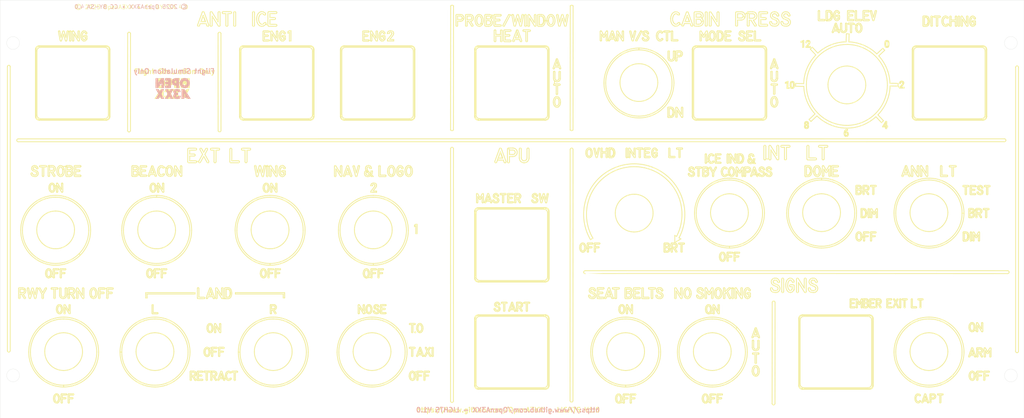
<source format=kicad_pcb>
(kicad_pcb (version 20241229) (generator "pcbnew") (generator_version "9.0")
  (layers (0 "F.Cu" signal) (2 "B.Cu" signal) (13 "F.Paste" user) (15 "B.Paste" user) (5 "F.SilkS" user "F.Silkscreen") (7 "B.SilkS" user "B.Silkscreen") (1 "F.Mask" user) (3 "B.Mask" user) (25 "Edge.Cuts" user))
  (net 0 "")
  (footprint "OpenA3XX:OpenA3XXLogoSmall" (layer "F.Cu") (at 101.55 106.05)
    (property "Reference" "top" (hide yes))
    (property "Value" "LOGO" (hide yes))
  )
  (footprint "OpenA3XX:OpenA3XXLogoSmall" (layer "B.Cu") (at 101.75 106.05 180)
    (property "Reference" "bottom" (hide yes))
    (property "Value" "LOGO" (hide yes))
  )
  (gr_line (start 72.575474 133.861462) (end 70.938379 133.861462) (stroke (width 0.28) (color 51 153 102 1)) (layer "F.SilkS"))
  (gr_line (start 279.918198 129.306996) (end 280.408051 129.306996) (stroke (width 0.28) (color 51 153 102 1)) (layer "F.SilkS"))
  (gr_line (start 278.873627 86.177983) (end 278.873627 82.235482) (stroke (width 0.28) (color 51 153 102 1)) (layer "F.SilkS"))
  (gr_curve (pts (xy 316.616791 87.194504) (xy 316.593445 86.87415) (xy 316.636658 86.561989) (xy 316.746399 86.258023)) (stroke (width 0.28) (color 51 153 102 1)) (layer "F.SilkS"))
  (gr_curve (pts (xy 209.589951 86.347359) (xy 209.53363 86.479588) (xy 209.447311 86.541421) (xy 209.331009 86.532849)) (stroke (width 0.28) (color 51 153 102 1)) (layer "F.SilkS"))
  (gr_line (start 308.727173 84.059197) (end 308.735108 84.050461) (stroke (width 0.28) (color 51 153 102 1)) (layer "F.SilkS"))
  (gr_curve (pts (xy 270.936936 174.479336) (xy 271.086533 174.657239) (xy 271.20018 174.850705) (xy 271.277847 175.059765)) (stroke (width 0.28) (color 51 153 102 1)) (layer "F.SilkS"))
  (gr_line (start 259.184799 113.465443) (end 259.181595 113.431805) (stroke (width 0.28) (color 51 153 102 1)) (layer "F.SilkS"))
  (gr_line (start 165.960617 174.619717) (end 165.867889 174.604016) (stroke (width 0.28) (color 51 153 102 1)) (layer "F.SilkS"))
  (gr_line (start 336.885712 175.071026) (end 336.885712 172.766179) (stroke (width 0.28) (color 51 153 102 1)) (layer "F.SilkS"))
  (gr_curve (pts (xy 246.461456 176.937741) (xy 246.461456 177.038434) (xy 246.412796 177.102444) (xy 246.31546 177.129773)) (stroke (width 0.28) (color 51 153 102 1)) (layer "F.SilkS"))
  (gr_line (start 119.763596 171.104497) (end 119.766152 171.091717) (stroke (width 0.28) (color 51 153 102 1)) (layer "F.SilkS"))
  (gr_line (start 354.881439 145.637723) (end 354.881439 146.646847) (stroke (width 0.28) (color 51 153 102 1)) (layer "F.SilkS"))
  (gr_curve (pts (xy 64.545591 133.8158) (xy 64.491472 133.85413) (xy 64.42918 133.8671) (xy 64.358713 133.854695)) (stroke (width 0.28) (color 51 153 102 1)) (layer "F.SilkS"))
  (gr_line (start 326.785828 173.939862) (end 326.785828 174.871152) (stroke (width 0.28) (color 51 153 102 1)) (layer "F.SilkS"))
  (gr_line (start 281.027023 127.948788) (end 281.021088 127.92059) (stroke (width 0.28) (color 51 153 102 1)) (layer "F.SilkS"))
  (gr_curve (pts (xy 166.418572 175.103345) (xy 166.359604 175.090024) (xy 166.314423 175.051983) (xy 166.283043 174.989209)) (stroke (width 0.28) (color 51 153 102 1)) (layer "F.SilkS"))
  (gr_line (start 367.915009 188.931622) (end 367.915009 99.441376) (stroke (width 0.28) (color 51 153 102 1)) (layer "F.SilkS"))
  (gr_line (start 308.492127 84.272797) (end 308.507996 84.264855) (stroke (width 0.28) (color 51 153 102 1)) (layer "F.SilkS"))
  (gr_line (start 308.349182 84.320439) (end 308.35556 84.319646) (stroke (width 0.28) (color 51 153 102 1)) (layer "F.SilkS"))
  (gr_curve (pts (xy 252.007507 127.712529) (xy 252.007507 127.832776) (xy 251.936859 127.90292) (xy 251.795563 127.922963)) (stroke (width 0.28) (color 51 153 102 1)) (layer "F.SilkS"))
  (gr_line (start 324.784393 116.873433) (end 325.419586 116.276623) (stroke (width 0.28) (color 51 153 102 1)) (layer "F.SilkS"))
  (gr_curve (pts (xy 281.626785 131.031918) (xy 281.641693 130.908642) (xy 281.707306 130.839047) (xy 281.823624 130.82314)) (stroke (width 0.28) (color 51 153 102 1)) (layer "F.SilkS"))
  (gr_line (start 177.778854 149.634129) (end 177.778854 149.187611) (stroke (width 0.28) (color 51 153 102 1)) (layer "F.SilkS"))
  (gr_curve (pts (xy 70.419764 169.611104) (xy 70.319866 169.472912) (xy 70.182228 169.396603) (xy 70.006853 169.382176)) (stroke (width 0.28) (color 51 153 102 1)) (layer "F.SilkS"))
  (gr_curve (pts (xy 275.26265 172.353207) (xy 275.121262 172.351514) (xy 275.044907 172.27261) (xy 275.033585 172.116505)) (stroke (width 0.28) (color 51 153 102 1)) (layer "F.SilkS"))
  (gr_line (start 70.557598 88.944234) (end 70.557598 90.974282) (stroke (width 0.28) (color 51 153 102 1)) (layer "F.SilkS"))
  (gr_line (start 218.997208 177.597272) (end 218.987152 177.443982) (stroke (width 0.28)) (layer "F.SilkS"))
  (gr_line (start 355.152313 196.36662) (end 356.083038 196.36662) (stroke (width 0.28) (color 51 153 102 1)) (layer "F.SilkS"))
  (gr_curve (pts (xy 59.674954 116.109936) (xy 59.015371 116.109936) (xy 58.484383 115.578931) (xy 58.484383 114.919362)) (stroke (width 0.28) (color 51 153 102 1)) (layer "F.SilkS"))
  (gr_line (start 203.716522 140.964566) (end 203.039398 140.667691) (stroke (width 0.28) (color 51 153 102 1)) (layer "F.SilkS"))
  (gr_line (start 285.210388 182.344327) (end 285.007507 181.614056) (stroke (width 0.28)) (layer "F.SilkS"))
  (gr_line (start 69.160524 203.516339) (end 70.091255 203.516339) (stroke (width 0.28) (color 51 153 102 1)) (layer "F.SilkS"))
  (gr_line (start 274.523117 88.843567) (end 274.513626 88.821423) (stroke (width 0.28) (color 51 153 102 1)) (layer "F.SilkS"))
  (gr_line (start 298.613464 166.020657) (end 300.480682 169.019345) (stroke (width 0.28) (color 51 153 102 1)) (layer "F.SilkS"))
  (gr_line (start 351.79599 152.002965) (end 351.789551 151.993649) (stroke (width 0.28) (color 51 153 102 1)) (layer "F.SilkS"))
  (gr_line (start 296.139374 167.965695) (end 296.159393 167.961247) (stroke (width 0.28) (color 51 153 102 1)) (layer "F.SilkS"))
  (gr_curve (pts (xy 107.655884 150.812581) (xy 107.655884 147.893483) (xy 106.496277 145.093953) (xy 104.432167 143.029843)) (stroke (width 0.28) (color 51 153 102 1)) (layer "F.SilkS"))
  (gr_curve (pts (xy 290.833069 96.83458) (xy 290.867401 96.738061) (xy 290.935547 96.689267) (xy 291.037506 96.688206)) (stroke (width 0.28) (color 51 153 102 1)) (layer "F.SilkS"))
  (gr_curve (pts (xy 198.691879 86.385926) (xy 198.503326 86.516934) (xy 198.295197 86.562848) (xy 198.067459 86.523667)) (stroke (width 0.28) (color 51 153 102 1)) (layer "F.SilkS"))
  (gr_line (start 339.424347 85.437379) (end 339.433899 85.410283) (stroke (width 0.28) (color 51 153 102 1)) (layer "F.SilkS"))
  (gr_curve (pts (xy 216.503479 141.817906) (xy 216.425964 141.930516) (xy 216.32872 142.017537) (xy 216.211716 142.078953)) (stroke (width 0.28) (color 51 153 102 1)) (layer "F.SilkS"))
  (gr_line (start 301.817413 130.890011) (end 301.802124 130.885762) (stroke (width 0.28) (color 51 153 102 1)) (layer "F.SilkS"))
  (gr_line (start 301.888825 133.35455) (end 301.897339 133.3503) (stroke (width 0.28) (color 51 153 102 1)) (layer "F.SilkS"))
  (gr_line (start 239.883347 127.497586) (end 239.890106 127.496831) (stroke (width 0.28) (color 51 153 102 1)) (layer "F.SilkS"))
  (gr_line (start 339.749451 178.165814) (end 339.74942 178.165814) (stroke (width 0.28)) (layer "F.SilkS"))
  (gr_line (start 116.612946 82.207909) (end 116.612946 86.213078) (stroke (width 0.28) (color 51 153 102 1)) (layer "F.SilkS"))
  (gr_line (start 67.341961 199.624035) (end 67.369431 200.178723) (stroke (width 0.28)) (layer "F.SilkS"))
  (gr_curve (pts (xy 75.152168 196.955014) (xy 77.216278 194.890896) (xy 78.375885 192.091366) (xy 78.375885 189.172269)) (stroke (width 0.28) (color 51 153 102 1)) (layer "F.SilkS"))
  (gr_line (start 259.167984 113.912289) (end 259.171982 113.896275) (stroke (width 0.28) (color 51 153 102 1)) (layer "F.SilkS"))
  (gr_curve (pts (xy 318.472931 153.728947) (xy 318.387299 153.876134) (xy 318.270416 154.001195) (xy 318.122284 154.104123)) (stroke (width 0.28) (color 51 153 102 1)) (layer "F.SilkS"))
  (gr_line (start 339.445068 84.437085) (end 339.441864 84.42194) (stroke (width 0.28) (color 51 153 102 1)) (layer "F.SilkS"))
  (gr_line (start 119.290077 171.831807) (end 119.307114 171.823285) (stroke (width 0.28) (color 51 153 102 1)) (layer "F.SilkS"))
  (gr_curve (pts (xy 318.238678 85.770039) (xy 318.393646 85.954308) (xy 318.511353 86.154713) (xy 318.591797 86.371266)) (stroke (width 0.28) (color 51 153 102 1)) (layer "F.SilkS"))
  (gr_curve (pts (xy 176.373489 180.550168) (xy 176.238861 180.539593) (xy 176.171784 180.472043) (xy 176.172257 180.347516)) (stroke (width 0.28) (color 51 153 102 1)) (layer "F.SilkS"))
  (gr_curve (pts (xy 252.539948 172.358685) (xy 252.397965 172.356404) (xy 252.321274 172.276578) (xy 252.309876 172.119198)) (stroke (width 0.28) (color 51 153 102 1)) (layer "F.SilkS"))
  (gr_curve (pts (xy 115.971245 88.815121) (xy 115.976448 99.001248) (xy 115.981644 109.187375) (xy 115.986847 119.373501)) (stroke (width 0.28) (color 51 153 102 1)) (layer "F.SilkS"))
  (gr_curve (pts (xy 356.295441 188.80708) (xy 356.34082 188.658322) (xy 356.320068 188.523816) (xy 356.233124 188.403561)) (stroke (width 0.28) (color 51 153 102 1)) (layer "F.SilkS"))
  (gr_line (start 119.660545 171.402569) (end 119.666512 171.388943) (stroke (width 0.28) (color 51 153 102 1)) (layer "F.SilkS"))
  (gr_curve (pts (xy 290.402618 102.895711) (xy 290.418762 103.14806) (xy 290.527725 103.336774) (xy 290.729523 103.46185)) (stroke (width 0.28) (color 51 153 102 1)) (layer "F.SilkS"))
  (gr_line (start 272.352554 202.743176) (end 271.15921 202.743176) (stroke (width 0.28) (color 51 153 102 1)) (layer "F.SilkS"))
  (gr_curve (pts (xy 292.561936 84.961987) (xy 292.588715 85.09586) (xy 292.594666 85.233449) (xy 292.579788 85.374756)) (stroke (width 0.28) (color 51 153 102 1)) (layer "F.SilkS"))
  (gr_curve (pts (xy 161.892563 177.115613) (xy 161.796028 177.142712) (xy 161.72113 177.114422) (xy 161.66787 177.030728)) (stroke (width 0.28) (color 51 153 102 1)) (layer "F.SilkS"))
  (gr_line (start 200.451294 83.293179) (end 200.451294 84.198598) (stroke (width 0.28) (color 51 153 102 1)) (layer "F.SilkS"))
  (gr_line (start 339.287232 84.056889) (end 339.274475 84.037762) (stroke (width 0.28) (color 51 153 102 1)) (layer "F.SilkS"))
  (gr_line (start 338.903076 86.07502) (end 338.909424 86.072629) (stroke (width 0.28) (color 51 153 102 1)) (layer "F.SilkS"))
  (gr_curve (pts (xy 280.936813 88.38017) (xy 280.888321 88.378586) (xy 280.839813 88.377007) (xy 280.791321 88.375424)) (stroke (width 0.28) (color 51 153 102 1)) (layer "F.SilkS"))
  (gr_curve (pts (xy 278.200607 132.597737) (xy 278.220001 132.411832) (xy 278.21553 132.226163) (xy 278.187195 132.040753)) (stroke (width 0.28) (color 51 153 102 1)) (layer "F.SilkS"))
  (gr_line (start 319.265595 146.458493) (end 319.272766 146.457783) (stroke (width 0.28) (color 51 153 102 1)) (layer "F.SilkS"))
  (gr_curve (pts (xy 96.090687 137.619733) (xy 96.109387 137.440404) (xy 96.105068 137.261319) (xy 96.07774 137.082471)) (stroke (width 0.28) (color 51 153 102 1)) (layer "F.SilkS"))
  (gr_curve (pts (xy 285.105316 82.241063) (xy 285.350754 82.453023) (xy 285.50322 82.721882) (xy 285.562714 83.047635)) (stroke (width 0.28) (color 51 153 102 1)) (layer "F.SilkS"))
  (gr_curve (pts (xy 113.083588 180.252072) (xy 113.196747 180.186871) (xy 113.315186 180.154263) (xy 113.438889 180.154263)) (stroke (width 0.28) (color 51 153 102 1)) (layer "F.SilkS"))
  (gr_line (start 274.581635 90.110394) (end 274.589554 90.083508) (stroke (width 0.28) (color 51 153 102 1)) (layer "F.SilkS"))
  (gr_line (start 180.121307 195.592328) (end 178.927948 195.592328) (stroke (width 0.28) (color 51 153 102 1)) (layer "F.SilkS"))
  (gr_curve (pts (xy 270.276688 176.742764) (xy 270.410935 176.784955) (xy 270.526733 176.758343) (xy 270.624069 176.66293)) (stroke (width 0.28) (color 51 153 102 1)) (layer "F.SilkS"))
  (gr_curve (pts (xy 95.225288 165.3504) (xy 95.139671 165.497586) (xy 95.022789 165.622647) (xy 94.874642 165.725583)) (stroke (width 0.28) (color 51 153 102 1)) (layer "F.SilkS"))
  (gr_curve (pts (xy 260.036865 112.209775) (xy 260.052872 112.098729) (xy 260.109741 112.025586) (xy 260.207428 111.990353)) (stroke (width 0.28) (color 51 153 102 1)) (layer "F.SilkS"))
  (gr_line (start 138.900826 91.168595) (end 138.417259 91.168595) (stroke (width 0.28) (color 51 153 102 1)) (layer "F.SilkS"))
  (gr_line (start 317.680603 139.56458) (end 317.6763 139.56458) (stroke (width 0.28) (color 51 153 102 1)) (layer "F.SilkS"))
  (gr_curve (pts (xy 65.321941 176.678601) (xy 65.167545 176.426388) (xy 65.079081 176.145657) (xy 65.056543 175.836377)) (stroke (width 0.28) (color 51 153 102 1)) (layer "F.SilkS"))
  (gr_line (start 319.702759 144.779347) (end 319.692719 144.757847) (stroke (width 0.28) (color 51 153 102 1)) (layer "F.SilkS"))
  (gr_curve (pts (xy 222.587051 104.018647) (xy 222.331986 104.008221) (xy 222.098709 103.91359) (xy 221.887238 103.734753)) (stroke (width 0.28) (color 51 153 102 1)) (layer "F.SilkS"))
  (gr_curve (pts (xy 98.74609 138.847462) (xy 98.648754 138.874791) (xy 98.573235 138.846264) (xy 98.519531 138.761876)) (stroke (width 0.28) (color 51 153 102 1)) (layer "F.SilkS"))
  (gr_line (start 205.319565 173.439358) (end 206.772904 173.439358) (stroke (width 0.28) (color 51 153 102 1)) (layer "F.SilkS"))
  (gr_line (start 337.478272 204.939618) (end 337.92276 203.693967) (stroke (width 0.28) (color 51 153 102 1)) (layer "F.SilkS"))
  (gr_line (start 319.422089 173.467839) (end 320.040863 173.467839) (stroke (width 0.28) (color 51 153 102 1)) (layer "F.SilkS"))
  (gr_line (start 339.072022 85.992127) (end 339.080017 85.985753) (stroke (width 0.28) (color 51 153 102 1)) (layer "F.SilkS"))
  (gr_curve (pts (xy 190.857178 83.028718) (xy 190.875534 82.876897) (xy 190.956345 82.791192) (xy 191.099594 82.771599)) (stroke (width 0.28) (color 51 153 102 1)) (layer "F.SilkS"))
  (gr_line (start 319.50177 152.86459) (end 319.50177 154.01466) (stroke (width 0.28) (color 51 153 102 1)) (layer "F.SilkS"))
  (gr_line (start 68.288246 130.397854) (end 69.338492 130.397854) (stroke (width 0.28) (color 51 153 102 1)) (layer "F.SilkS"))
  (gr_curve (pts (xy 316.068695 84.549126) (xy 316.068695 84.676175) (xy 315.994049 84.750287) (xy 315.844757 84.771458)) (stroke (width 0.28) (color 51 153 102 1)) (layer "F.SilkS"))
  (gr_curve (pts (xy 350.407318 136.870289) (xy 350.407776 136.746892) (xy 350.474243 136.679478) (xy 350.60669 136.668049)) (stroke (width 0.28) (color 51 153 102 1)) (layer "F.SilkS"))
  (gr_line (start 110.351189 85.67331) (end 110.124397 86.306061) (stroke (width 0.28) (color 51 153 102 1)) (layer "F.SilkS"))
  (gr_curve (pts (xy 336.039795 130.638653) (xy 336.061371 130.476292) (xy 336.143951 130.395962) (xy 336.287598 130.397664)) (stroke (width 0.28) (color 51 153 102 1)) (layer "F.SilkS"))
  (gr_curve (pts (xy 284.657974 83.841935) (xy 284.786636 83.749714) (xy 284.873276 83.629227) (xy 284.917908 83.480485)) (stroke (width 0.28) (color 51 153 102 1)) (layer "F.SilkS"))
  (gr_curve (pts (xy 249.304398 88.03259) (xy 249.353699 88.097626) (xy 249.356323 88.174199) (xy 249.312256 88.262314)) (stroke (width 0.28) (color 51 153 102 1)) (layer "F.SilkS"))
  (gr_line (start 340.795258 83.495766) (end 340.795258 86.314133) (stroke (width 0.28) (color 51 153 102 1)) (layer "F.SilkS"))
  (gr_curve (pts (xy 285.774567 133.868291) (xy 285.659241 133.909054) (xy 285.570267 133.867299) (xy 285.507629 133.743024)) (stroke (width 0.28) (color 51 153 102 1)) (layer "F.SilkS"))
  (gr_curve (pts (xy 277.256058 90.727204) (xy 277.404724 90.749344) (xy 277.47905 90.823678) (xy 277.47905 90.950204)) (stroke (width 0.28) (color 51 153 102 1)) (layer "F.SilkS"))
  (gr_line (start 53.429832 168.912655) (end 54.463773 168.912655) (stroke (width 0.28) (color 51 153 102 1)) (layer "F.SilkS"))
  (gr_curve (pts (xy 246.263641 171.062024) (xy 246.306976 171.276425) (xy 246.293579 171.476857) (xy 246.22345 171.663312)) (stroke (width 0.28) (color 51 153 102 1)) (layer "F.SilkS"))
  (gr_line (start 165.554031 175.252423) (end 165.569725 175.2617) (stroke (width 0.28) (color 51 153 102 1)) (layer "F.SilkS"))
  (gr_curve (pts (xy 135.258049 131.099736) (xy 135.364365 130.853207) (xy 135.523262 130.657529) (xy 135.734741 130.512707)) (stroke (width 0.28) (color 51 153 102 1)) (layer "F.SilkS"))
  (gr_curve (pts (xy 271.711227 129.005665) (xy 271.804245 128.902753) (xy 271.902466 128.89211) (xy 272.005875 128.973752)) (stroke (width 0.28) (color 51 153 102 1)) (layer "F.SilkS"))
  (gr_curve (pts (xy 337.039337 204.496609) (xy 337.135956 204.574322) (xy 337.150055 204.662182) (xy 337.081635 204.760144)) (stroke (width 0.28) (color 51 153 102 1)) (layer "F.SilkS"))
  (gr_curve (pts (xy 133.85463 163.081372) (xy 133.871948 162.954388) (xy 133.940247 162.886082) (xy 134.059532 162.876462)) (stroke (width 0.28) (color 51 153 102 1)) (layer "F.SilkS"))
  (gr_line (start 287.61702 132.275624) (end 287.640884 132.289044) (stroke (width 0.28) (color 51 153 102 1)) (layer "F.SilkS"))
  (gr_curve (pts (xy 123.90165 115.956647) (xy 123.332565 115.956647) (xy 122.874428 115.498387) (xy 122.874428 114.929143)) (stroke (width 0.28) (color 0 0 255 1)) (layer "F.SilkS"))
  (gr_line (start 202.88971 175.82626) (end 202.863937 175.728894) (stroke (width 0.28) (color 51 153 102 1)) (layer "F.SilkS"))
  (gr_curve (pts (xy 286.291473 187.806851) (xy 286.246277 188.14259) (xy 286.111206 188.390271) (xy 285.886276 188.549908)) (stroke (width 0.28) (color 51 153 102 1)) (layer "F.SilkS"))
  (gr_line (start 289.114838 131.940091) (end 289.132736 131.947552) (stroke (width 0.28) (color 51 153 102 1)) (layer "F.SilkS"))
  (gr_curve (pts (xy 331.413879 104.149216) (xy 331.355072 104.083661) (xy 331.276367 104.050885) (xy 331.177826 104.050885)) (stroke (width 0.28) (color 51 153 102 1)) (layer "F.SilkS"))
  (gr_curve (pts (xy 112.85775 181.689099) (xy 112.862541 181.828152) (xy 112.882683 181.965527) (xy 112.918167 182.101224)) (stroke (width 0.28) (color 51 153 102 1)) (layer "F.SilkS"))
  (gr_curve (pts (xy 97.087631 176.937619) (xy 97.086201 177.059384) (xy 97.018635 177.124554) (xy 96.884937 177.133145)) (stroke (width 0.28) (color 51 153 102 1)) (layer "F.SilkS"))
  (gr_curve (pts (xy 287.497208 92.806649) (xy 288.066284 92.806649) (xy 288.524429 93.264905) (xy 288.524429 93.834145)) (stroke (width 0.28) (color 0 0 255 1)) (layer "F.SilkS"))
  (gr_line (start 234.342072 170.50607) (end 234.372864 170.521466) (stroke (width 0.28) (color 51 153 102 1)) (layer "F.SilkS"))
  (gr_line (start 314.08197 84.545949) (end 314.08197 81.741372) (stroke (width 0.28) (color 51 153 102 1)) (layer "F.SilkS"))
  (gr_line (start 110.818222 125.08099) (end 111.45092 126.222989) (stroke (width 0.28) (color 51 153 102 1)) (layer "F.SilkS"))
  (gr_curve (pts (xy 300.335327 200.422269) (xy 299.702637 200.422269) (xy 299.193298 199.912915) (xy 299.193298 199.28024)) (stroke (width 0.28) (color 51 153 102 1)) (layer "F.SilkS"))
  (gr_line (start 319.820282 145.331181) (end 319.820282 145.316846) (stroke (width 0.28) (color 51 153 102 1)) (layer "F.SilkS"))
  (gr_line (start 294.534317 104.478642) (end 294.534317 104.18501) (stroke (width 0.28) (color 51 153 102 1)) (layer "F.SilkS"))
  (gr_curve (pts (xy 251.410782 88.89642) (xy 251.356232 88.935231) (xy 251.296448 88.94677) (xy 251.231415 88.931035)) (stroke (width 0.28) (color 51 153 102 1)) (layer "F.SilkS"))
  (gr_curve (pts (xy 225.665253 82.980969) (xy 225.716675 82.815678) (xy 225.817383 82.748337) (xy 225.967362 82.778947)) (stroke (width 0.28) (color 51 153 102 1)) (layer "F.SilkS"))
  (gr_line (start 258.854874 114.631421) (end 258.861267 114.625012) (stroke (width 0.28) (color 51 153 102 1)) (layer "F.SilkS"))
  (gr_line (start 207.367752 124.881222) (end 207.690903 125.522954) (stroke (width 0.28)) (layer "F.SilkS"))
  (gr_line (start 303.613861 166.557484) (end 303.512726 166.52081) (stroke (width 0.28) (color 51 153 102 1)) (layer "F.SilkS"))
  (gr_line (start 274.572144 90.13728) (end 274.576111 90.124631) (stroke (width 0.28) (color 51 153 102 1)) (layer "F.SilkS"))
  (gr_line (start 234.400238 170.536862) (end 234.426758 170.553113) (stroke (width 0.28) (color 51 153 102 1)) (layer "F.SilkS"))
  (gr_curve (pts (xy 258.863556 104.39185) (xy 258.863556 101.622571) (xy 257.763474 98.96671) (xy 255.805298 97.008534)) (stroke (width 0.28) (color 51 153 102 1)) (layer "F.SilkS"))
  (gr_curve (pts (xy 72.777416 89.324566) (xy 72.796553 89.072075) (xy 72.855291 88.831807) (xy 72.953631 88.603764)) (stroke (width 0.28) (color 51 153 102 1)) (layer "F.SilkS"))
  (gr_curve (pts (xy 208.191483 87.871499) (xy 208.190872 88.029915) (xy 208.104935 88.114628) (xy 207.93367 88.125638)) (stroke (width 0.28) (color 51 153 102 1)) (layer "F.SilkS"))
  (gr_line (start 289.606949 130.856694) (end 289.757568 130.905156) (stroke (width 0.28) (color 51 153 102 1)) (layer "F.SilkS"))
  (gr_line (start 259.183197 113.774556) (end 259.184799 113.74252) (stroke (width 0.28) (color 51 153 102 1)) (layer "F.SilkS"))
  (gr_line (start 326.114075 118.241719) (end 325.177765 118.241719) (stroke (width 0.28) (color 51 153 102 1)) (layer "F.SilkS"))
  (gr_curve (pts (xy 301.506317 117.131474) (xy 301.506317 117.032307) (xy 301.477387 116.951794) (xy 301.419464 116.889928)) (stroke (width 0.28) (color 51 153 102 1)) (layer "F.SilkS"))
  (gr_line (start 319.612457 144.614514) (end 319.608154 144.605916) (stroke (width 0.28) (color 51 153 102 1)) (layer "F.SilkS"))
  (gr_curve (pts (xy 165.867889 174.604016) (xy 165.824143 174.602597) (xy 165.780388 174.601163) (xy 165.736641 174.599743)) (stroke (width 0.28) (color 51 153 102 1)) (layer "F.SilkS"))
  (gr_line (start 280.666321 127.211056) (end 280.638123 127.188794) (stroke (width 0.28) (color 51 153 102 1)) (layer "F.SilkS"))
  (gr_curve (pts (xy 165.736641 174.599743) (xy 165.609192 174.601636) (xy 165.511704 174.656811) (xy 165.444176 174.765225)) (stroke (width 0.28) (color 51 153 102 1)) (layer "F.SilkS"))
  (gr_line (start 351.755158 153.552395) (end 351.761597 153.54379) (stroke (width 0.28) (color 51 153 102 1)) (layer "F.SilkS"))
  (gr_line (start 300.673126 133.634244) (end 300.674835 130.631573) (stroke (width 0.28) (color 51 153 102 1)) (layer "F.SilkS"))
  (gr_line (start 62.470472 133.622998) (end 62.470472 130.634625) (stroke (width 0.28) (color 51 153 102 1)) (layer "F.SilkS"))
  (gr_line (start 60.014832 130.397854) (end 61.731413 130.397854) (stroke (width 0.28) (color 51 153 102 1)) (layer "F.SilkS"))
  (gr_line (start 308.865326 82.481423) (end 308.858978 82.470307) (stroke (width 0.28) (color 51 153 102 1)) (layer "F.SilkS"))
  (gr_curve (pts (xy 300.849945 133.865483) (xy 300.732086 133.837147) (xy 300.673706 133.760068) (xy 300.674835 133.634244)) (stroke (width 0.28) (color 51 153 102 1)) (layer "F.SilkS"))
  (gr_curve (pts (xy 352.116333 153.753056) (xy 351.948639 154.058835) (xy 351.697571 154.211728) (xy 351.363129 154.211728)) (stroke (width 0.28) (color 51 153 102 1)) (layer "F.SilkS"))
  (gr_curve (pts (xy 347.105255 152.775166) (xy 349.063446 150.81699) (xy 350.163544 148.16113) (xy 350.163544 145.39185)) (stroke (width 0.28) (color 51 153 102 1)) (layer "F.SilkS"))
  (gr_curve (pts (xy 282.292542 171.687214) (xy 282.427155 171.860287) (xy 282.564026 171.915715) (xy 282.703156 171.853497)) (stroke (width 0.28) (color 51 153 102 1)) (layer "F.SilkS"))
  (gr_curve (pts (xy 347.532196 153.164387) (xy 349.596314 151.100278) (xy 350.75592 148.30074) (xy 350.75592 145.381642)) (stroke (width 0.28) (color 51 153 102 1)) (layer "F.SilkS"))
  (gr_line (start 207.93367 91.371659) (end 206.15744 91.371659) (stroke (width 0.28) (color 51 153 102 1)) (layer "F.SilkS"))
  (gr_line (start 268.080063 170.937222) (end 267.294449 170.59277) (stroke (width 0.28) (color 51 153 102 1)) (layer "F.SilkS"))
  (gr_line (start 220.818604 83.3042) (end 220.734131 83.293179) (stroke (width 0.28) (color 51 153 102 1)) (layer "F.SilkS"))
  (gr_line (start 240.26889 127.231534) (end 240.275665 127.222516) (stroke (width 0.28) (color 51 153 102 1)) (layer "F.SilkS"))
  (gr_line (start 261.014191 127.712529) (end 261.014191 125.26846) (stroke (width 0.28) (color 51 153 102 1)) (layer "F.SilkS"))
  (gr_line (start 339.021027 86.025605) (end 339.027405 86.021618) (stroke (width 0.28) (color 51 153 102 1)) (layer "F.SilkS"))
  (gr_line (start 270.793091 177.043408) (end 271.764053 176.959973) (stroke (width 0.28)) (layer "F.SilkS"))
  (gr_line (start 276.157547 160.411915) (end 276.157547 157.866475) (stroke (width 0.28) (color 51 153 102 1)) (layer "F.SilkS"))
  (gr_line (start 133.85463 165.626813) (end 133.85463 163.081372) (stroke (width 0.28) (color 51 153 102 1)) (layer "F.SilkS"))
  (gr_curve (pts (xy 269.948898 86.184678) (xy 269.916168 86.39441) (xy 269.810196 86.498902) (xy 269.630951 86.498158)) (stroke (width 0.28) (color 51 153 102 1)) (layer "F.SilkS"))
  (gr_curve (pts (xy 235.711212 155.96436) (xy 235.843964 155.973981) (xy 235.911316 156.038914) (xy 235.913239 156.159169)) (stroke (width 0.28) (color 51 153 102 1)) (layer "F.SilkS"))
  (gr_curve (pts (xy 59.778908 130.637166) (xy 59.779471 130.491154) (xy 59.858112 130.411389) (xy 60.014832 130.397854)) (stroke (width 0.28) (color 51 153 102 1)) (layer "F.SilkS"))
  (gr_line (start 338.852844 86.082196) (end 338.861603 86.081399) (stroke (width 0.28) (color 51 153 102 1)) (layer "F.SilkS"))
  (gr_curve (pts (xy 344.060761 83.828934) (xy 344.223908 83.541997) (xy 344.460632 83.362393) (xy 344.770935 83.290127)) (stroke (width 0.28) (color 51 153 102 1)) (layer "F.SilkS"))
  (gr_line (start 285.210388 182.344327) (end 284.732849 183.680768) (stroke (width 0.28) (color 51 153 102 1)) (layer "F.SilkS"))
  (gr_curve (pts (xy 117.906929 187.856503) (xy 117.906929 187.982037) (xy 117.839111 188.04913) (xy 117.703468 188.057797)) (stroke (width 0.28) (color 51 153 102 1)) (layer "F.SilkS"))
  (gr_curve (pts (xy 296.702255 103.868092) (xy 296.927628 103.868092) (xy 297.093567 103.944192) (xy 297.200073 104.09639)) (stroke (width 0.28) (color 51 153 102 1)) (layer "F.SilkS"))
  (gr_line (start 311.566132 82.151101) (end 311.575653 82.173333) (stroke (width 0.28) (color 51 153 102 1)) (layer "F.SilkS"))
  (gr_curve (pts (xy 292.407135 166.349644) (xy 292.506424 166.502286) (xy 292.596085 166.667523) (xy 292.676102 166.845349)) (stroke (width 0.28) (color 51 153 102 1)) (layer "F.SilkS"))
  (gr_curve (pts (xy 285.030579 86.483655) (xy 284.937607 86.467293) (xy 284.869568 86.421181) (xy 284.826431 86.345322)) (stroke (width 0.28) (color 51 153 102 1)) (layer "F.SilkS"))
  (gr_curve (pts (xy 345.779999 83.882336) (xy 345.751312 83.958321) (xy 345.6987 84.005879) (xy 345.622192 84.02501)) (stroke (width 0.28) (color 51 153 102 1)) (layer "F.SilkS"))
  (gr_line (start 289.821701 132.251767) (end 289.845551 132.262204) (stroke (width 0.28) (color 51 153 102 1)) (layer "F.SilkS"))
  (gr_line (start 302.007843 130.995434) (end 301.975525 130.969929) (stroke (width 0.28) (color 51 153 102 1)) (layer "F.SilkS"))
  (gr_curve (pts (xy 115.249916 182.90173) (xy 115.228821 183.035977) (xy 115.160973 183.103116) (xy 115.046372 183.103116)) (stroke (width 0.28) (color 51 153 102 1)) (layer "F.SilkS"))
  (gr_line (start 308.229126 133.637646) (end 308.229126 131.514012) (stroke (width 0.28) (color 51 153 102 1)) (layer "F.SilkS"))
  (gr_curve (pts (xy 274.175186 88.430779) (xy 274.174896 88.430638) (xy 274.165695 88.426034) (xy 274.146713 88.416546)) (stroke (width 0.28) (color 51 153 102 1)) (layer "F.SilkS"))
  (gr_line (start 274.663879 89.460374) (end 274.660721 89.428742) (stroke (width 0.28) (color 51 153 102 1)) (layer "F.SilkS"))
  (gr_curve (pts (xy 350.163544 189.182461) (xy 350.163544 186.413174) (xy 349.063446 183.757321) (xy 347.105255 181.799145)) (stroke (width 0.28) (color 51 153 102 1)) (layer "F.SilkS"))
  (gr_line (start 304.7435 94.951867) (end 303.020508 93.113602) (stroke (width 0.28) (color 51 153 102 1)) (layer "F.SilkS"))
  (gr_curve (pts (xy 304.070679 170.261944) (xy 303.879517 170.362713) (xy 303.681671 170.413098) (xy 303.477173 170.413098)) (stroke (width 0.28) (color 51 153 102 1)) (layer "F.SilkS"))
  (gr_line (start 178.927948 196.787121) (end 178.927948 197.937192) (stroke (width 0.28) (color 51 153 102 1)) (layer "F.SilkS"))
  (gr_line (start 319.795929 145.098981) (end 319.791626 145.071751) (stroke (width 0.28) (color 51 153 102 1)) (layer "F.SilkS"))
  (gr_line (start 250.549469 126.086156) (end 251.499451 126.086156) (stroke (width 0.28) (color 51 153 102 1)) (layer "F.SilkS"))
  (gr_curve (pts (xy 257.835846 157.551121) (xy 257.689545 157.660855) (xy 257.508118 157.722935) (xy 257.29155 157.73737)) (stroke (width 0.28) (color 51 153 102 1)) (layer "F.SilkS"))
  (gr_curve (pts (xy 66.954187 205.071881) (xy 66.944569 205.204632) (xy 66.879393 205.271969) (xy 66.758661 205.273892)) (stroke (width 0.28) (color 51 153 102 1)) (layer "F.SilkS"))
  (gr_line (start 258.577789 114.80119) (end 258.590607 114.797986) (stroke (width 0.28) (color 51 153 102 1)) (layer "F.SilkS"))
  (gr_line (start 119.550682 171.593342) (end 119.556648 171.583119) (stroke (width 0.28) (color 51 153 102 1)) (layer "F.SilkS"))
  (gr_line (start 288.213364 84.399731) (end 286.803253 84.399731) (stroke (width 0.28) (color 51 153 102 1)) (layer "F.SilkS"))
  (gr_line (start 121.937904 195.581479) (end 121.412331 195.581479) (stroke (width 0.28) (color 51 153 102 1)) (layer "F.SilkS"))
  (gr_curve (pts (xy 119.334045 195.575696) (xy 119.21534 195.581479) (xy 119.109078 195.630536) (xy 119.015259 195.722897)) (stroke (width 0.28) (color 51 153 102 1)) (layer "F.SilkS"))
  (gr_line (start 71.173456 130.869702) (end 71.173456 131.794797) (stroke (width 0.28) (color 51 153 102 1)) (layer "F.SilkS"))
  (gr_curve (pts (xy 66.478466 177.025281) (xy 66.330784 177.127881) (xy 66.167757 177.163846) (xy 65.989388 177.13316)) (stroke (width 0.28) (color 51 153 102 1)) (layer "F.SilkS"))
  (gr_line (start 166.257027 165.646802) (end 166.257027 163.101361) (stroke (width 0.28) (color 51 153 102 1)) (layer "F.SilkS"))
  (gr_curve (pts (xy 320.373291 174.388501) (xy 320.376282 174.269902) (xy 320.341919 174.158627) (xy 320.270172 174.054677)) (stroke (width 0.28) (color 51 153 102 1)) (layer "F.SilkS"))
  (gr_line (start 250.263733 89.085232) (end 250.277893 89.095463) (stroke (width 0.28) (color 51 153 102 1)) (layer "F.SilkS"))
  (gr_curve (pts (xy 353.09375 83.401715) (xy 353.338165 83.235928) (xy 353.576202 83.216534) (xy 353.807892 83.343529)) (stroke (width 0.28) (color 51 153 102 1)) (layer "F.SilkS"))
  (gr_line (start 236.685623 88.976666) (end 236.687195 90.937199) (stroke (width 0.28) (color 51 153 102 1)) (layer "F.SilkS"))
  (gr_line (start 351.577423 153.733708) (end 351.585297 153.728696) (stroke (width 0.28) (color 51 153 102 1)) (layer "F.SilkS"))
  (gr_curve (pts (xy 318.266571 151.531987) (xy 318.416657 151.710438) (xy 318.53064 151.904523) (xy 318.608551 152.114239)) (stroke (width 0.28) (color 51 153 102 1)) (layer "F.SilkS"))
  (gr_line (start 222.631149 97.589242) (end 222.428269 96.858971) (stroke (width 0.28)) (layer "F.SilkS"))
  (gr_curve (pts (xy 291.266159 205.3793) (xy 291.276566 194.766019) (xy 291.286957 184.152737) (xy 291.297363 173.539464)) (stroke (width 0.28) (color 51 153 102 1)) (layer "F.SilkS"))
  (gr_curve (pts (xy 288.387528 128.319646) (xy 288.354492 128.531407) (xy 288.247482 128.636914) (xy 288.066513 128.636159)) (stroke (width 0.28) (color 51 153 102 1)) (layer "F.SilkS"))
  (gr_line (start 66.954187 203.921811) (end 66.954187 205.071881) (stroke (width 0.28) (color 51 153 102 1)) (layer "F.SilkS"))
  (gr_curve (pts (xy 355.779236 137.068242) (xy 355.651581 137.070149) (xy 355.553894 137.125416) (xy 355.486237 137.234044)) (stroke (width 0.28) (color 51 153 102 1)) (layer "F.SilkS"))
  (gr_line (start 160.067185 176.925152) (end 160.067185 174.40572) (stroke (width 0.28) (color 51 153 102 1)) (layer "F.SilkS"))
  (gr_line (start 302.438019 132.052998) (end 302.438019 132.035992) (stroke (width 0.28) (color 51 153 102 1)) (layer "F.SilkS"))
  (gr_curve (pts (xy 278.656479 126.899335) (xy 278.675278 126.757825) (xy 278.747269 126.68781) (xy 278.872452 126.689297)) (stroke (width 0.28) (color 51 153 102 1)) (layer "F.SilkS"))
  (gr_line (start 339.443451 85.368039) (end 339.448242 85.352894) (stroke (width 0.28) (color 51 153 102 1)) (layer "F.SilkS"))
  (gr_curve (pts (xy 260.256836 152.719197) (xy 260.080902 152.617619) (xy 259.904984 152.516041) (xy 259.72905 152.414464)) (stroke (width 0.28) (color 51 153 102 1)) (layer "F.SilkS"))
  (gr_line (start 202.882065 91.118436) (end 202.882065 87.874249) (stroke (width 0.28) (color 51 153 102 1)) (layer "F.SilkS"))
  (gr_curve (pts (xy 50.098325 189.178265) (xy 50.346232 189.177838) (xy 50.54712 188.976956) (xy 50.547545 188.729062)) (stroke (width 0.28) (color 51 153 102 1)) (layer "F.SilkS"))
  (gr_curve (pts (xy 295.047424 104.279969) (xy 294.876389 104.346192) (xy 294.705353 104.412419) (xy 294.534317 104.478642)) (stroke (width 0.28) (color 51 153 102 1)) (layer "F.SilkS"))
  (gr_line (start 202.809418 86.272061) (end 202.809418 83.028718) (stroke (width 0.28) (color 51 153 102 1)) (layer "F.SilkS"))
  (gr_curve (pts (xy 276.757538 168.940076) (xy 276.886505 168.846188) (xy 277.000748 168.851559) (xy 277.100296 168.956196)) (stroke (width 0.28) (color 51 153 102 1)) (layer "F.SilkS"))
  (gr_curve (pts (xy 206.037644 176.371792) (xy 205.918808 176.369885) (xy 205.854614 176.303067) (xy 205.845062 176.171338)) (stroke (width 0.28) (color 51 153 102 1)) (layer "F.SilkS"))
  (gr_curve (pts (xy 163.26487 87.941788) (xy 163.414734 87.95348) (xy 163.489395 88.028145) (xy 163.488861 88.165784)) (stroke (width 0.28) (color 51 153 102 1)) (layer "F.SilkS"))
  (gr_line (start 164.554772 136.730092) (end 164.029358 136.730092) (stroke (width 0.28) (color 51 153 102 1)) (layer "F.SilkS"))
  (gr_line (start 268.901276 132.400891) (end 268.901276 133.455212) (stroke (width 0.28) (color 51 153 102 1)) (layer "F.SilkS"))
  (gr_curve (pts (xy 99.647572 131.280011) (xy 99.770031 130.940899) (xy 99.965355 130.694317) (xy 100.233543 130.540272)) (stroke (width 0.28) (color 51 153 102 1)) (layer "F.SilkS"))
  (gr_curve (pts (xy 233.168579 172.251767) (xy 232.927948 172.183919) (xy 232.756317 172.002301) (xy 232.653687 171.706936)) (stroke (width 0.28) (color 51 153 102 1)) (layer "F.SilkS"))
  (gr_curve (pts (xy 296.705002 105.818009) (xy 296.820068 105.818009) (xy 296.906082 105.770165) (xy 296.963059 105.674473)) (stroke (width 0.28) (color 51 153 102 1)) (layer "F.SilkS"))
  (gr_line (start 274.03125 90.722458) (end 274.037582 90.721669) (stroke (width 0.28) (color 51 153 102 1)) (layer "F.SilkS"))
  (gr_line (start 119.806175 170.852406) (end 119.809586 170.820042) (stroke (width 0.28) (color 51 153 102 1)) (layer "F.SilkS"))
  (gr_line (start 319.246948 144.337887) (end 319.221161 144.336453) (stroke (width 0.28) (color 51 153 102 1)) (layer "F.SilkS"))
  (gr_line (start 208.690323 139.595708) (end 207.477951 139.595708) (stroke (width 0.28) (color 51 153 102 1)) (layer "F.SilkS"))
  (gr_line (start 303.512726 166.52081) (end 303.368225 166.496358) (stroke (width 0.28) (color 51 153 102 1)) (layer "F.SilkS"))
  (gr_curve (pts (xy 264.919907 131.240689) (xy 264.786682 131.24268) (xy 264.684784 131.300343) (xy 264.614197 131.413678)) (stroke (width 0.28) (color 51 153 102 1)) (layer "F.SilkS"))
  (gr_line (start 280.588883 89.098988) (end 280.606278 89.109269) (stroke (width 0.28) (color 51 153 102 1)) (layer "F.SilkS"))
  (gr_curve (pts (xy 321.693298 199.28024) (xy 321.693298 199.912915) (xy 321.18396 200.422269) (xy 320.5513 200.422269)) (stroke (width 0.28) (color 51 153 102 1)) (layer "F.SilkS"))
  (gr_line (start 137.954033 88.193417) (end 138.417259 87.906228) (stroke (width 0.28) (color 51 153 102 1)) (layer "F.SilkS"))
  (gr_curve (pts (xy 229.76825 156.416737) (xy 229.745636 156.106496) (xy 229.787491 155.804188) (xy 229.893784 155.509816)) (stroke (width 0.28) (color 51 153 102 1)) (layer "F.SilkS"))
  (gr_line (start 258.590607 114.797986) (end 258.597 114.795582) (stroke (width 0.28) (color 51 153 102 1)) (layer "F.SilkS"))
  (gr_curve (pts (xy 70.091255 203.516339) (xy 70.224012 203.525952) (xy 70.291351 203.590893) (xy 70.293276 203.711133)) (stroke (width 0.28) (color 51 153 102 1)) (layer "F.SilkS"))
  (gr_line (start 308.843079 82.433781) (end 308.833557 82.411549) (stroke (width 0.28) (color 51 153 102 1)) (layer "F.SilkS"))
  (gr_line (start 339.111969 204.681012) (end 337.982577 204.681012) (stroke (width 0.28) (color 51 153 102 1)) (layer "F.SilkS"))
  (gr_line (start 355.159454 189.5388) (end 355.159454 190.55885) (stroke (width 0.28) (color 51 153 102 1)) (layer "F.SilkS"))
  (gr_line (start 67.884918 203.921811) (end 66.954187 203.921811) (stroke (width 0.28) (color 51 153 102 1)) (layer "F.SilkS"))
  (gr_curve (pts (xy 234.068375 168.893796) (xy 234.125397 168.904629) (xy 234.182983 168.923169) (xy 234.24115 168.949399)) (stroke (width 0.28) (color 51 153 102 1)) (layer "F.SilkS"))
  (gr_line (start 319.754364 144.918385) (end 319.747192 144.894017) (stroke (width 0.28) (color 51 153 102 1)) (layer "F.SilkS"))
  (gr_curve (pts (xy 164.849426 139.806126) (xy 158.770737 139.806134) (xy 153.842987 144.733884) (xy 153.842987 150.812581)) (stroke (width 0.28) (color 51 153 102 1)) (layer "F.SilkS"))
  (gr_curve (pts (xy 223.704849 99.961426) (xy 223.584168 100.004914) (xy 223.491058 99.960366) (xy 223.425507 99.827782)) (stroke (width 0.28) (color 51 153 102 1)) (layer "F.SilkS"))
  (gr_line (start 207.690903 125.522954) (end 207.690903 126.91792) (stroke (width 0.28) (color 51 153 102 1)) (layer "F.SilkS"))
  (gr_line (start 119.72953 171.223729) (end 119.738045 171.194768) (stroke (width 0.28) (color 51 153 102 1)) (layer "F.SilkS"))
  (gr_line (start 326.139954 116.995724) (end 325.533386 117.95641) (stroke (width 0.28) (color 51 153 102 1)) (layer "F.SilkS"))
  (gr_curve (pts (xy 196.721146 144.84393) (xy 196.721146 144.184346) (xy 197.252136 143.653355) (xy 197.911713 143.653355)) (stroke (width 0.28) (color 51 153 102 1)) (layer "F.SilkS"))
  (gr_line (start 117.581352 81.881325) (end 119.883308 81.881325) (stroke (width 0.28) (color 51 153 102 1)) (layer "F.SilkS"))
  (gr_line (start 265.81897 86.182446) (end 265.81897 82.239945) (stroke (width 0.28) (color 51 153 102 1)) (layer "F.SilkS"))
  (gr_line (start 119.811287 170.787678) (end 119.812996 170.753613) (stroke (width 0.28) (color 51 153 102 1)) (layer "F.SilkS"))
  (gr_line (start 96.649429 139.806126) (end 96.621975 140.381207) (stroke (width 0.28)) (layer "F.SilkS"))
  (gr_line (start 296.688431 168.585881) (end 296.159393 168.585881) (stroke (width 0.28) (color 51 153 102 1)) (layer "F.SilkS"))
  (gr_curve (pts (xy 262.110748 86.460229) (xy 261.935227 86.395524) (xy 261.874985 86.262768) (xy 261.930023 86.061963)) (stroke (width 0.28) (color 51 153 102 1)) (layer "F.SilkS"))
  (gr_line (start 280.528275 127.129414) (end 280.500076 127.119023) (stroke (width 0.28) (color 51 153 102 1)) (layer "F.SilkS"))
  (gr_line (start 291.510376 98.901295) (end 291.03595 97.56485) (stroke (width 0.28) (color 51 153 102 1)) (layer "F.SilkS"))
  (gr_curve (pts (xy 250.340546 127.922963) (xy 250.215286 127.906933) (xy 250.144135 127.835782) (xy 250.127106 127.709523)) (stroke (width 0.28) (color 51 153 102 1)) (layer "F.SilkS"))
  (gr_line (start 295.360855 103.887311) (end 295.360855 106.066369) (stroke (width 0.28) (color 51 153 102 1)) (layer "F.SilkS"))
  (gr_curve (pts (xy 269.261673 204.875912) (xy 269.396347 204.91824) (xy 269.512512 204.891553) (xy 269.610153 204.795834)) (stroke (width 0.28) (color 51 153 102 1)) (layer "F.SilkS"))
  (gr_line (start 247.302734 125.061024) (end 247.302734 127.715535) (stroke (width 0.28) (color 51 153 102 1)) (layer "F.SilkS"))
  (gr_curve (pts (xy 317.265686 87.890347) (xy 317.339203 88.003094) (xy 317.435547 88.077843) (xy 317.554749 88.114598)) (stroke (width 0.28) (color 51 153 102 1)) (layer "F.SilkS"))
  (gr_line (start 207.519257 82.789048) (end 207.606491 82.771599) (stroke (width 0.28) (color 51 153 102 1)) (layer "F.SilkS"))
  (gr_curve (pts (xy 178.037354 180.347516) (xy 178.037827 180.473004) (xy 177.971237 180.540555) (xy 177.83757 180.550168)) (stroke (width 0.28) (color 51 153 102 1)) (layer "F.SilkS"))
  (gr_curve (pts (xy 164.44339 175.860882) (xy 164.42199 176.144314) (xy 164.344238 176.403012) (xy 164.210136 176.636975)) (stroke (width 0.28) (color 51 153 102 1)) (layer "F.SilkS"))
  (gr_line (start 210.081116 140.947018) (end 209.7155 140.947018) (stroke (width 0.28) (color 51 153 102 1)) (layer "F.SilkS"))
  (gr_curve (pts (xy 270.292908 129.008633) (xy 270.176636 128.71275) (xy 270.126663 128.40524) (xy 270.14299 128.086095)) (stroke (width 0.28) (color 51 153 102 1)) (layer "F.SilkS"))
  (gr_curve (pts (xy 237.604523 89.895566) (xy 237.546829 89.964799) (xy 237.482575 90.000989) (xy 237.411774 90.004136)) (stroke (width 0.28) (color 51 153 102 1)) (layer "F.SilkS"))
  (gr_curve (pts (xy 132.984505 164.071263) (xy 133.117264 164.080884) (xy 133.184601 164.145817) (xy 133.186524 164.266064)) (stroke (width 0.28) (color 51 153 102 1)) (layer "F.SilkS"))
  (gr_curve (pts (xy 235.903092 124.852849) (xy 236.028351 124.889424) (xy 236.076447 124.975346) (xy 236.047379 125.110631)) (stroke (width 0.28) (color 51 153 102 1)) (layer "F.SilkS"))
  (gr_curve (pts (xy 277.185059 131.541928) (xy 277.09111 131.738774) (xy 277.031708 131.906788) (xy 277.006851 132.045972)) (stroke (width 0.28) (color 51 153 102 1)) (layer "F.SilkS"))
  (gr_line (start 62.707243 130.397854) (end 62.947395 130.874776) (stroke (width 0.28)) (layer "F.SilkS"))
  (gr_curve (pts (xy 197.640457 83.656815) (xy 197.524765 83.899239) (xy 197.451599 84.10616) (xy 197.42099 84.277569)) (stroke (width 0.28) (color 51 153 102 1)) (layer "F.SilkS"))
  (gr_curve (pts (xy 241.415711 172.119198) (xy 241.389481 172.281132) (xy 241.305374 172.360966) (xy 241.163391 172.358685)) (stroke (width 0.28) (color 51 153 102 1)) (layer "F.SilkS"))
  (gr_line (start 203.156403 140.266247) (end 203.172485 140.275754) (stroke (width 0.28) (color 51 153 102 1)) (layer "F.SilkS"))
  (gr_curve (pts (xy 197.911713 116.109936) (xy 197.252136 116.109936) (xy 196.721146 115.578931) (xy 196.721146 114.919362)) (stroke (width 0.28) (color 51 153 102 1)) (layer "F.SilkS"))
  (gr_curve (pts (xy 306.173493 130.634976) (xy 306.182556 130.50462) (xy 306.239807 130.426694) (xy 306.345215 130.401188)) (stroke (width 0.28) (color 51 153 102 1)) (layer "F.SilkS"))
  (gr_curve (pts (xy 339.74942 134.375188) (xy 333.670746 134.375195) (xy 328.742981 139.302952) (xy 328.742981 145.381642)) (stroke (width 0.28) (color 51 153 102 1)) (layer "F.SilkS"))
  (gr_line (start 339.489685 84.686558) (end 339.486511 84.656273) (stroke (width 0.28) (color 51 153 102 1)) (layer "F.SilkS"))
  (gr_curve (pts (xy 69.878834 130.592343) (xy 70.024841 130.703969) (xy 70.126032 130.838414) (xy 70.182406 130.995701)) (stroke (width 0.28) (color 51 153 102 1)) (layer "F.SilkS"))
  (gr_line (start 274.654389 89.338593) (end 274.65123 89.308545) (stroke (width 0.28) (color 51 153 102 1)) (layer "F.SilkS"))
  (gr_curve (pts (xy 216.48082 140.081242) (xy 216.430115 140.117322) (xy 216.374542 140.128041) (xy 216.314087 140.113415)) (stroke (width 0.28) (color 51 153 102 1)) (layer "F.SilkS"))
  (gr_line (start 351.570953 153.737294) (end 351.577423 153.733708) (stroke (width 0.28) (color 51 153 102 1)) (layer "F.SilkS"))
  (gr_curve (pts (xy 176.590302 197.139935) (xy 176.6259 197.276059) (xy 176.679291 197.398709) (xy 176.750473 197.507901)) (stroke (width 0.28) (color 51 153 102 1)) (layer "F.SilkS"))
  (gr_curve (pts (xy 90.58704 133.617245) (xy 90.418591 133.743588) (xy 90.20969 133.815068) (xy 89.960342 133.831692)) (stroke (width 0.28) (color 51 153 102 1)) (layer "F.SilkS"))
  (gr_line (start 320.317352 137.861691) (end 320.755982 137.981381) (stroke (width 0.28)) (layer "F.SilkS"))
  (gr_curve (pts (xy 67.594004 132.366429) (xy 67.568636 132.702412) (xy 67.476465 133.009091) (xy 67.317492 133.28645)) (stroke (width 0.28) (color 51 153 102 1)) (layer "F.SilkS"))
  (gr_line (start 239.149826 124.844578) (end 238.530533 125.058018) (stroke (width 0.28)) (layer "F.SilkS"))
  (gr_line (start 204.876648 89.087151) (end 204.876648 87.874249) (stroke (width 0.28) (color 51 153 102 1)) (layer "F.SilkS"))
  (gr_curve (pts (xy 276.874619 172.221707) (xy 276.564667 171.610287) (xy 276.25473 170.998875) (xy 275.944779 170.387456)) (stroke (width 0.28) (color 51 153 102 1)) (layer "F.SilkS"))
  (gr_line (start 255.117355 169.358235) (end 255.006165 169.339421) (stroke (width 0.28) (color 51 153 102 1)) (layer "F.SilkS"))
  (gr_line (start 119.731232 170.021191) (end 119.725273 170.00842) (stroke (width 0.28) (color 51 153 102 1)) (layer "F.SilkS"))
  (gr_line (start 66.828013 176.651272) (end 66.530251 176.340558) (stroke (width 0.28)) (layer "F.SilkS"))
  (gr_line (start 297.313065 168.27467) (end 297.313065 169.401684) (stroke (width 0.28) (color 51 153 102 1)) (layer "F.SilkS"))
  (gr_line (start 283.768128 128.277714) (end 285.157898 129.755261) (stroke (width 0.28) (color 51 153 102 1)) (layer "F.SilkS"))
  (gr_curve (pts (xy 234.372864 170.521466) (xy 234.381989 170.5266) (xy 234.391113 170.531727) (xy 234.400238 170.536862)) (stroke (width 0.28) (color 51 153 102 1)) (layer "F.SilkS"))
  (gr_curve (pts (xy 265.408295 131.471089) (xy 265.378967 131.410946) (xy 265.337952 131.360989) (xy 265.285263 131.321217)) (stroke (width 0.28) (color 51 153 102 1)) (layer "F.SilkS"))
  (gr_curve (pts (xy 57.468709 130.742016) (xy 57.649669 130.512578) (xy 57.887284 130.397854) (xy 58.181557 130.397854)) (stroke (width 0.28) (color 51 153 102 1)) (layer "F.SilkS"))
  (gr_curve (pts (xy 270.265991 203.187619) (xy 270.354492 203.454083) (xy 270.387924 203.730664) (xy 270.366272 204.017331)) (stroke (width 0.28) (color 51 153 102 1)) (layer "F.SilkS"))
  (gr_curve (pts (xy 330.485718 104.487218) (xy 330.485718 104.261719) (xy 330.548706 104.085431) (xy 330.674683 103.958348)) (stroke (width 0.28) (color 51 153 102 1)) (layer "F.SilkS"))
  (gr_curve (pts (xy 276.258774 133.400036) (xy 276.254303 133.406499) (xy 276.249817 133.412961) (xy 276.245346 133.419423)) (stroke (width 0.28) (color 51 153 102 1)) (layer "F.SilkS"))
  (gr_line (start 167.498535 174.598309) (end 167.498535 175.378689) (stroke (width 0.28) (color 51 153 102 1)) (layer "F.SilkS"))
  (gr_line (start 240.365845 127.060177) (end 240.376373 127.037633) (stroke (width 0.28) (color 51 153 102 1)) (layer "F.SilkS"))
  (gr_curve (pts (xy 313.547943 119.48724) (xy 313.434448 119.602986) (xy 313.368897 119.756405) (xy 313.351227 119.947491)) (stroke (width 0.28) (color 51 153 102 1)) (layer "F.SilkS"))
  (gr_curve (pts (xy 215.749588 139.601559) (xy 215.704743 139.600094) (xy 215.659882 139.598637) (xy 215.615036 139.597172)) (stroke (width 0.28) (color 51 153 102 1)) (layer "F.SilkS"))
  (gr_line (start 63.422175 165.349438) (end 64.045549 165.635152) (stroke (width 0.28)) (layer "F.SilkS"))
  (gr_line (start 308.884369 83.758256) (end 308.892334 83.732846) (stroke (width 0.28) (color 51 153 102 1)) (layer "F.SilkS"))
  (gr_curve (pts (xy 217.911347 83.350114) (xy 217.911026 83.349949) (xy 217.90033 83.344605) (xy 217.878296 83.333584)) (stroke (width 0.28) (color 51 153 102 1)) (layer "F.SilkS"))
  (gr_line (start 268.356644 170.543561) (end 268.38295 170.559682) (stroke (width 0.28) (color 51 153 102 1)) (layer "F.SilkS"))
  (gr_curve (pts (xy 129.247871 164.52364) (xy 129.225266 164.213399) (xy 129.267113 163.911091) (xy 129.373413 163.616719)) (stroke (width 0.28) (color 51 153 102 1)) (layer "F.SilkS"))
  (gr_line (start 133.631401 175.918255) (end 134.207359 176.82948) (stroke (width 0.28) (color 51 153 102 1)) (layer "F.SilkS"))
  (gr_line (start 317.720154 85.925748) (end 317.651611 85.91681) (stroke (width 0.28) (color 51 153 102 1)) (layer "F.SilkS"))
  (gr_line (start 318.220978 139.379674) (end 318.047546 139.001248) (stroke (width 0.28)) (layer "F.SilkS"))
  (gr_curve (pts (xy 212.786057 128.765744) (xy 212.927139 128.682301) (xy 213.030686 128.574589) (xy 213.09668 128.442601)) (stroke (width 0.28) (color 51 153 102 1)) (layer "F.SilkS"))
  (gr_curve (pts (xy 264.138641 196.565777) (xy 266.096817 198.523953) (xy 268.75267 199.624035) (xy 271.521957 199.624035)) (stroke (width 0.28) (color 51 153 102 1)) (layer "F.SilkS"))
  (gr_line (start 210.308167 173.843144) (end 210.308167 174.759534) (stroke (width 0.28) (color 51 153 102 1)) (layer "F.SilkS"))
  (gr_line (start 258.745163 114.72511) (end 258.753967 114.71951) (stroke (width 0.28) (color 51 153 102 1)) (layer "F.SilkS"))
  (gr_curve (pts (xy 255.580139 90.394353) (xy 255.678742 90.28526) (xy 255.782852 90.273984) (xy 255.892471 90.360524)) (stroke (width 0.28) (color 51 153 102 1)) (layer "F.SilkS"))
  (gr_curve (pts (xy 334.40741 133.884694) (xy 334.271729 133.884694) (xy 334.191956 133.805218) (xy 334.168121 133.646268)) (stroke (width 0.28) (color 51 153 102 1)) (layer "F.SilkS"))
  (gr_line (start 218.333756 83.871693) (end 218.328247 83.857003) (stroke (width 0.28) (color 51 153 102 1)) (layer "F.SilkS"))
  (gr_curve (pts (xy 253.917786 89.419594) (xy 253.935089 89.081299) (xy 254.024246 88.770543) (xy 254.185272 88.487321)) (stroke (width 0.28) (color 51 153 102 1)) (layer "F.SilkS"))
  (gr_line (start 240.008102 127.464512) (end 240.014114 127.462262) (stroke (width 0.28) (color 51 153 102 1)) (layer "F.SilkS"))
  (gr_curve (pts (xy 119.986733 169.423329) (xy 120.185448 169.786702) (xy 120.284805 170.186413) (xy 120.284805 170.622456)) (stroke (width 0.28) (color 51 153 102 1)) (layer "F.SilkS"))
  (gr_line (start 259.002213 112.811978) (end 258.98941 112.791157) (stroke (width 0.28) (color 51 153 102 1)) (layer "F.SilkS"))
  (gr_line (start 274.632248 89.900838) (end 274.635407 89.885815) (stroke (width 0.28) (color 51 153 102 1)) (layer "F.SilkS"))
  (gr_curve (pts (xy 331.413117 172.766179) (xy 331.293549 172.75578) (xy 331.233978 172.689397) (xy 331.234406 172.567021)) (stroke (width 0.28) (color 51 153 102 1)) (layer "F.SilkS"))
  (gr_curve (pts (xy 162.519768 131.933224) (xy 162.427528 131.738515) (xy 162.381416 131.536313) (xy 162.381416 131.326619)) (stroke (width 0.28) (color 51 153 102 1)) (layer "F.SilkS"))
  (gr_line (start 153.073723 131.471539) (end 153.073723 133.643536) (stroke (width 0.28) (color 51 153 102 1)) (layer "F.SilkS"))
  (gr_curve (pts (xy 295.42009 84.076211) (xy 295.433472 84.082905) (xy 295.446869 84.089596) (xy 295.460251 84.096291)) (stroke (width 0.28) (color 51 153 102 1)) (layer "F.SilkS"))
  (gr_curve (pts (xy 310.772064 83.459691) (xy 310.642914 83.44381) (xy 310.578339 83.370228) (xy 310.578339 83.238946)) (stroke (width 0.28) (color 51 153 102 1)) (layer "F.SilkS"))
  (gr_line (start 198.23642 83.3042) (end 198.151947 83.293179) (stroke (width 0.28) (color 51 153 102 1)) (layer "F.SilkS"))
  (gr_curve (pts (xy 127.382866 189.034726) (xy 127.382866 190.612729) (xy 128.009735 192.126141) (xy 129.12558 193.241986)) (stroke (width 0.28) (color 0 0 255 1)) (layer "F.SilkS"))
  (gr_curve (pts (xy 284.396744 189.886929) (xy 284.247055 189.874936) (xy 284.17247 189.798367) (xy 284.173004 189.657208)) (stroke (width 0.28) (color 51 153 102 1)) (layer "F.SilkS"))
  (gr_line (start 319.75293 145.881581) (end 319.761505 145.857213) (stroke (width 0.28) (color 51 153 102 1)) (layer "F.SilkS"))
  (gr_line (start 325.796387 94.080487) (end 325.199585 93.445286) (stroke (width 0.28) (color 51 153 102 1)) (layer "F.SilkS"))
  (gr_line (start 301.748535 133.393658) (end 301.757904 133.392811) (stroke (width 0.28) (color 51 153 102 1)) (layer "F.SilkS"))
  (gr_line (start 164.062676 138.861058) (end 164.062676 138.482335) (stroke (width 0.28) (color 51 153 102 1)) (layer "F.SilkS"))
  (gr_curve (pts (xy 285.846527 193.705762) (xy 286.01593 193.91113) (xy 286.144623 194.134472) (xy 286.232575 194.375821)) (stroke (width 0.28) (color 51 153 102 1)) (layer "F.SilkS"))
  (gr_line (start 234.924561 127.772656) (end 234.212082 125.128667) (stroke (width 0.28) (color 51 153 102 1)) (layer "F.SilkS"))
  (gr_curve (pts (xy 112.088104 125.08099) (xy 112.213745 124.908986) (xy 112.35659 124.867848) (xy 112.516632 124.957593)) (stroke (width 0.28) (color 51 153 102 1)) (layer "F.SilkS"))
  (gr_line (start 240.492111 126.207905) (end 240.490601 126.180852) (stroke (width 0.28) (color 51 153 102 1)) (layer "F.SilkS"))
  (gr_curve (pts (xy 207.606491 82.771599) (xy 207.694641 82.771599) (xy 207.767487 82.809556) (xy 207.825028 82.885468)) (stroke (width 0.28) (color 51 153 102 1)) (layer "F.SilkS"))
  (gr_curve (pts (xy 165.852989 163.100644) (xy 165.852989 163.226178) (xy 165.785164 163.293278) (xy 165.649529 163.301938)) (stroke (width 0.28) (color 51 153 102 1)) (layer "F.SilkS"))
  (gr_curve (pts (xy 63.95874 132.413785) (xy 63.948029 132.415478) (xy 63.937319 132.417164) (xy 63.926607 132.418858)) (stroke (width 0.28) (color 51 153 102 1)) (layer "F.SilkS"))
  (gr_curve (pts (xy 198.067459 86.523667) (xy 197.696472 86.458775) (xy 197.41243 86.265324) (xy 197.215302 85.943318)) (stroke (width 0.28) (color 51 153 102 1)) (layer "F.SilkS"))
  (gr_curve (pts (xy 357.774445 114.929143) (xy 357.774445 115.498387) (xy 357.316284 115.956647) (xy 356.747223 115.956647)) (stroke (width 0.28) (color 0 0 255 1)) (layer "F.SilkS"))
  (gr_curve (pts (xy 245.523056 88.232419) (xy 245.503113 88.083462) (xy 245.556351 87.992203) (xy 245.682755 87.958638)) (stroke (width 0.28) (color 51 153 102 1)) (layer "F.SilkS"))
  (gr_curve (pts (xy 180.938767 198.139218) (xy 180.818039 198.141141) (xy 180.748047 198.073804) (xy 180.728806 197.937192)) (stroke (width 0.28) (color 51 153 102 1)) (layer "F.SilkS"))
  (gr_curve (pts (xy 253.503098 127.482548) (xy 253.626358 127.427434) (xy 253.723557 127.324727) (xy 253.794708 127.174412)) (stroke (width 0.28) (color 51 153 102 1)) (layer "F.SilkS"))
  (gr_line (start 216.82962 82.771599) (end 217.694641 82.771599) (stroke (width 0.28) (color 51 153 102 1)) (layer "F.SilkS"))
  (gr_curve (pts (xy 275.512085 170.139722) (xy 275.927231 169.739842) (xy 276.342392 169.339955) (xy 276.757538 168.940076)) (stroke (width 0.28) (color 51 153 102 1)) (layer "F.SilkS"))
  (gr_curve (pts (xy 242.50856 175.369809) (xy 242.490341 175.467633) (xy 242.483627 175.586056) (xy 242.488419 175.72511)) (stroke (width 0.28) (color 51 153 102 1)) (layer "F.SilkS"))
  (gr_line (start 356.376679 138.073025) (end 356.398834 138.086606) (stroke (width 0.28) (color 51 153 102 1)) (layer "F.SilkS"))
  (gr_line (start 203.206116 140.290379) (end 203.881775 140.588719) (stroke (width 0.28) (color 51 153 102 1)) (layer "F.SilkS"))
  (gr_line (start 131.691902 130.614422) (end 131.691902 133.662503) (stroke (width 0.28) (color 51 153 102 1)) (layer "F.SilkS"))
  (gr_curve (pts (xy 64.131826 138.738858) (xy 63.984144 138.841466) (xy 63.821119 138.877431) (xy 63.64275 138.846745)) (stroke (width 0.28) (color 51 153 102 1)) (layer "F.SilkS"))
  (gr_line (start 206.24884 173.843144) (end 206.24884 176.171338) (stroke (width 0.28) (color 51 153 102 1)) (layer "F.SilkS"))
  (gr_line (start 108.633949 198.034878) (end 107.926018 196.910641) (stroke (width 0.28) (color 51 153 102 1)) (layer "F.SilkS"))
  (gr_curve (pts (xy 112.90696 188.345669) (xy 112.82711 188.201855) (xy 112.713593 188.110226) (xy 112.566406 188.070782)) (stroke (width 0.28) (color 51 153 102 1)) (layer "F.SilkS"))
  (gr_curve (pts (xy 108.254852 195.174496) (xy 108.469292 195.174496) (xy 108.655487 195.243054) (xy 108.813446 195.380154)) (stroke (width 0.28) (color 51 153 102 1)) (layer "F.SilkS"))
  (gr_curve (pts (xy 220.177719 165.919362) (xy 220.177719 166.578931) (xy 219.646729 167.109936) (xy 218.987152 167.109936)) (stroke (width 0.28) (color 51 153 102 1)) (layer "F.SilkS"))
  (gr_curve (pts (xy 198.151947 83.293179) (xy 197.926651 83.293179) (xy 197.756165 83.414391) (xy 197.640457 83.656815)) (stroke (width 0.28) (color 51 153 102 1)) (layer "F.SilkS"))
  (gr_line (start 351.962982 152.952542) (end 351.965118 152.937497) (stroke (width 0.28) (color 51 153 102 1)) (layer "F.SilkS"))
  (gr_curve (pts (xy 208.863983 91.345051) (xy 208.719635 91.29184) (xy 208.67009 91.18266) (xy 208.715363 91.017514)) (stroke (width 0.28) (color 51 153 102 1)) (layer "F.SilkS"))
  (gr_line (start 65.508438 136.824261) (end 65.508438 138.65543) (stroke (width 0.28) (color 51 153 102 1)) (layer "F.SilkS"))
  (gr_line (start 308.986023 83.145249) (end 308.986023 83.130162) (stroke (width 0.28) (color 51 153 102 1)) (layer "F.SilkS"))
  (gr_curve (pts (xy 264.587357 132.320363) (xy 264.361679 132.201062) (xy 264.221497 132.03156) (xy 264.166824 131.811841)) (stroke (width 0.28) (color 51 153 102 1)) (layer "F.SilkS"))
  (gr_line (start 294.302261 83.583119) (end 294.326798 83.594273) (stroke (width 0.28) (color 51 153 102 1)) (layer "F.SilkS"))
  (gr_curve (pts (xy 240.132858 127.384846) (xy 240.140884 127.376835) (xy 240.14476 127.372944) (xy 240.144882 127.372822)) (stroke (width 0.28) (color 51 153 102 1)) (layer "F.SilkS"))
  (gr_line (start 339.182037 83.915017) (end 339.15332 83.884728) (stroke (width 0.28) (color 51 153 102 1)) (layer "F.SilkS"))
  (gr_line (start 119.261124 171.847134) (end 119.267937 171.844578) (stroke (width 0.28) (color 51 153 102 1)) (layer "F.SilkS"))
  (gr_line (start 62.713665 163.303273) (end 62.647287 163.294613) (stroke (width 0.28) (color 51 153 102 1)) (layer "F.SilkS"))
  (gr_line (start 302.320679 132.819821) (end 302.324951 132.806218) (stroke (width 0.28) (color 51 153 102 1)) (layer "F.SilkS"))
  (gr_line (start 138.900826 87.906228) (end 138.900826 91.168595) (stroke (width 0.28) (color 51 153 102 1)) (layer "F.SilkS"))
  (gr_line (start 179.409836 183.090329) (end 179.382431 182.680661) (stroke (width 0.28)) (layer "F.SilkS"))
  (gr_line (start 294.831055 81.92981) (end 295.063095 81.973321) (stroke (width 0.28) (color 51 153 102 1)) (layer "F.SilkS"))
  (gr_line (start 354.917389 139.050648) (end 354.891663 138.953457) (stroke (width 0.28) (color 51 153 102 1)) (layer "F.SilkS"))
  (gr_line (start 351.838989 152.081792) (end 351.828949 152.060292) (stroke (width 0.28) (color 51 153 102 1)) (layer "F.SilkS"))
  (gr_curve (pts (xy 90.634419 130.618405) (xy 90.777931 130.728116) (xy 90.877396 130.860272) (xy 90.932804 131.014866)) (stroke (width 0.28) (color 51 153 102 1)) (layer "F.SilkS"))
  (gr_curve (pts (xy 55.287097 170.483548) (xy 55.130035 170.710538) (xy 54.921638 170.848446) (xy 54.661904 170.89729)) (stroke (width 0.28) (color 51 153 102 1)) (layer "F.SilkS"))
  (gr_curve (pts (xy 265.300171 132.635022) (xy 265.070023 132.534115) (xy 264.839874 132.433201) (xy 264.609726 132.332295)) (stroke (width 0.28) (color 51 153 102 1)) (layer "F.SilkS"))
  (gr_curve (pts (xy 257.420044 155.902318) (xy 257.539398 155.889805) (xy 257.628189 155.84673) (xy 257.686417 155.773099)) (stroke (width 0.28) (color 51 153 102 1)) (layer "F.SilkS"))
  (gr_line (start 339.48172 85.17754) (end 339.484894 85.147256) (stroke (width 0.28) (color 51 153 102 1)) (layer "F.SilkS"))
  (gr_curve (pts (xy 129.655518 164.416134) (xy 129.660332 164.55563) (xy 129.680534 164.693432) (xy 129.716126 164.829556)) (stroke (width 0.28) (color 51 153 102 1)) (layer "F.SilkS"))
  (gr_curve (pts (xy 162.907112 165.354596) (xy 163.004761 165.258877) (xy 163.07859 165.157147) (xy 163.128616 165.049405)) (stroke (width 0.28) (color 51 153 102 1)) (layer "F.SilkS"))
  (gr_line (start 203.827667 141.033299) (end 203.716522 140.964566) (stroke (width 0.28) (color 51 153 102 1)) (layer "F.SilkS"))
  (gr_line (start 180.728806 197.937192) (end 180.728806 195.391751) (stroke (width 0.28) (color 51 153 102 1)) (layer "F.SilkS"))
  (gr_line (start 209.570435 90.1661) (end 210.689758 90.1661) (stroke (width 0.28) (color 51 153 102 1)) (layer "F.SilkS"))
  (gr_curve (pts (xy 353.678101 144.663724) (xy 353.676666 144.580105) (xy 353.646332 144.503659) (xy 353.587067 144.434376)) (stroke (width 0.28) (color 51 153 102 1)) (layer "F.SilkS"))
  (gr_curve (pts (xy 235.130478 127.922215) (xy 235.036285 127.922719) (xy 234.967651 127.872861) (xy 234.924561 127.772656)) (stroke (width 0.28) (color 51 153 102 1)) (layer "F.SilkS"))
  (gr_curve (pts (xy 61.860363 168.940961) (xy 61.983015 169.008664) (xy 62.014374 169.114667) (xy 61.954434 169.258961)) (stroke (width 0.28) (color 51 153 102 1)) (layer "F.SilkS"))
  (gr_curve (pts (xy 351.363129 151.276265) (xy 351.698517 151.276265) (xy 351.949829 151.42915) (xy 352.117066 151.734929)) (stroke (width 0.28) (color 51 153 102 1)) (layer "F.SilkS"))
  (gr_line (start 308.35556 84.319646) (end 308.363495 84.318852) (stroke (width 0.28) (color 51 153 102 1)) (layer "F.SilkS"))
  (gr_curve (pts (xy 265.590973 132.31738) (xy 265.787827 132.446622) (xy 265.909607 132.625577) (xy 265.956329 132.854237)) (stroke (width 0.28) (color 51 153 102 1)) (layer "F.SilkS"))
  (gr_curve (pts (xy 317.951386 174.132641) (xy 317.904419 174.195012) (xy 317.852112 174.227612) (xy 317.794464 174.23045)) (stroke (width 0.28) (color 51 153 102 1)) (layer "F.SilkS"))
  (gr_curve (pts (xy 280.999573 172.116505) (xy 280.999573 172.23528) (xy 280.942154 172.310788) (xy 280.827347 172.34303)) (stroke (width 0.28) (color 51 153 102 1)) (layer "F.SilkS"))
  (gr_curve (pts (xy 159.468567 132.711949) (xy 159.661369 131.995343) (xy 159.854164 131.278744) (xy 160.046967 130.562138)) (stroke (width 0.28) (color 51 153 102 1)) (layer "F.SilkS"))
  (gr_curve (pts (xy 170.505982 130.384694) (xy 170.785797 130.384694) (xy 171.01442 130.490193) (xy 171.191864 130.701192)) (stroke (width 0.28) (color 51 153 102 1)) (layer "F.SilkS"))
  (gr_line (start 166.283043 174.989209) (end 166.203865 174.820157) (stroke (width 0.28) (color 51 153 102 1)) (layer "F.SilkS"))
  (gr_curve (pts (xy 309.809601 87.984967) (xy 309.759918 88.12354) (xy 309.710266 88.262108) (xy 309.660584 88.400681)) (stroke (width 0.28) (color 51 153 102 1)) (layer "F.SilkS"))
  (gr_curve (pts (xy 287.983872 131.518063) (xy 287.994797 131.566785) (xy 287.989838 131.61102) (xy 287.968948 131.650792)) (stroke (width 0.28) (color 51 153 102 1)) (layer "F.SilkS"))
  (gr_curve (pts (xy 290.178848 133.50517) (xy 290.099808 133.62) (xy 290.000641 133.708729) (xy 289.881348 133.771359)) (stroke (width 0.28) (color 51 153 102 1)) (layer "F.SilkS"))
  (gr_curve (pts (xy 129.297493 82.743142) (xy 129.149323 82.888287) (xy 129.0261 83.074257) (xy 128.927818 83.301053)) (stroke (width 0.28) (color 51 153 102 1)) (layer "F.SilkS"))
  (gr_curve (pts (xy 193.975632 86.477753) (xy 193.908295 86.427556) (xy 193.874619 86.359604) (xy 193.874619 86.273896)) (stroke (width 0.28) (color 51 153 102 1)) (layer "F.SilkS"))
  (gr_line (start 319.804504 145.647946) (end 319.807373 145.620717) (stroke (width 0.28) (color 51 153 102 1)) (layer "F.SilkS"))
  (gr_line (start 308.927246 82.667233) (end 308.922485 82.653733) (stroke (width 0.28) (color 51 153 102 1)) (layer "F.SilkS"))
  (gr_curve (pts (xy 216.314087 140.113415) (xy 216.253647 140.099766) (xy 216.207337 140.060773) (xy 216.175156 139.996426)) (stroke (width 0.28) (color 51 153 102 1)) (layer "F.SilkS"))
  (gr_line (start 64.259407 169.382176) (end 63.648365 169.382176) (stroke (width 0.28) (color 51 153 102 1)) (layer "F.SilkS"))
  (gr_curve (pts (xy 166.581207 175.071957) (xy 166.531754 175.107144) (xy 166.477539 175.117612) (xy 166.418572 175.103345)) (stroke (width 0.28) (color 51 153 102 1)) (layer "F.SilkS"))
  (gr_curve (pts (xy 213.562042 124.885777) (xy 213.756241 124.903981) (xy 213.853333 125.008664) (xy 213.853333 125.199811)) (stroke (width 0.28) (color 51 153 102 1)) (layer "F.SilkS"))
  (gr_curve (pts (xy 65.736206 131.784649) (xy 65.714785 131.899655) (xy 65.706892 132.038899) (xy 65.712528 132.202382)) (stroke (width 0.28) (color 51 153 102 1)) (layer "F.SilkS"))
  (gr_line (start 218.987152 143.653355) (end 218.535706 144.131642) (stroke (width 0.28)) (layer "F.SilkS"))
  (gr_curve (pts (xy 162.622643 130.627774) (xy 162.783455 130.463017) (xy 163.01049 130.380643) (xy 163.303742 130.380643)) (stroke (width 0.28) (color 51 153 102 1)) (layer "F.SilkS"))
  (gr_curve (pts (xy 355.568054 143.913334) (xy 355.782105 143.913334) (xy 355.967957 143.981419) (xy 356.125641 144.117589)) (stroke (width 0.28) (color 51 153 102 1)) (layer "F.SilkS"))
  (gr_line (start 319.668366 144.706967) (end 319.664063 144.697652) (stroke (width 0.28) (color 51 153 102 1)) (layer "F.SilkS"))
  (gr_line (start 280.697495 129.176373) (end 280.704926 129.16895) (stroke (width 0.28) (color 51 153 102 1)) (layer "F.SilkS"))
  (gr_line (start 339.408386 84.313538) (end 339.398834 84.286442) (stroke (width 0.28) (color 51 153 102 1)) (layer "F.SilkS"))
  (gr_line (start 337.846161 86.307759) (end 337.844574 86.307759) (stroke (width 0.28) (color 51 153 102 1)) (layer "F.SilkS"))
  (gr_curve (pts (xy 269.630951 86.498158) (xy 269.451721 86.497414) (xy 269.346481 86.392922) (xy 269.315231 86.184678)) (stroke (width 0.28) (color 51 153 102 1)) (layer "F.SilkS"))
  (gr_line (start 115.876938 197.85159) (end 116.337166 196.579434) (stroke (width 0.28) (color 51 153 102 1)) (layer "F.SilkS"))
  (gr_line (start 351.761597 153.54379) (end 351.766602 153.534474) (stroke (width 0.28) (color 51 153 102 1)) (layer "F.SilkS"))
  (gr_line (start 132.332871 144.725026) (end 132.332863 144.725026) (stroke (width 0.28)) (layer "F.SilkS"))
  (gr_curve (pts (xy 162.278542 132.22057) (xy 162.433838 132.051869) (xy 162.65181 131.954907) (xy 162.932449 131.929677)) (stroke (width 0.28) (color 51 153 102 1)) (layer "F.SilkS"))
  (gr_curve (pts (xy 304.057343 168.032376) (xy 304.069183 168.039044) (xy 304.081055 168.04572) (xy 304.092896 168.052388)) (stroke (width 0.28) (color 51 153 102 1)) (layer "F.SilkS"))
  (gr_line (start 319.360565 137.950558) (end 320.04715 137.950558) (stroke (width 0.28) (color 51 153 102 1)) (layer "F.SilkS"))
  (gr_line (start 319.375946 146.417645) (end 319.390289 146.410481) (stroke (width 0.28) (color 51 153 102 1)) (layer "F.SilkS"))
  (gr_curve (pts (xy 279.467438 133.668461) (xy 279.451523 133.806653) (xy 279.3797 133.8755) (xy 279.251953 133.875004)) (stroke (width 0.28) (color 51 153 102 1)) (layer "F.SilkS"))
  (gr_line (start 152.592575 133.643536) (end 152.592575 130.630383) (stroke (width 0.28) (color 51 153 102 1)) (layer "F.SilkS"))
  (gr_line (start 309.594421 133.397908) (end 311.003967 133.397908) (stroke (width 0.28) (color 51 153 102 1)) (layer "F.SilkS"))
  (gr_curve (pts (xy 98.055 163.090672) (xy 98.072315 162.963688) (xy 98.140617 162.89539) (xy 98.259907 162.885769)) (stroke (width 0.28) (color 51 153 102 1)) (layer "F.SilkS"))
  (gr_curve (pts (xy 290.79332 168.116849) (xy 290.782196 168.110921) (xy 290.771088 168.104993) (xy 290.759964 168.099064)) (stroke (width 0.28) (color 51 153 102 1)) (layer "F.SilkS"))
  (gr_curve (pts (xy 320.755982 137.981381) (xy 320.620758 138.1768) (xy 320.441345 138.295537) (xy 320.217743 138.337582)) (stroke (width 0.28) (color 51 153 102 1)) (layer "F.SilkS"))
  (gr_line (start 119.484253 171.675954) (end 119.492767 171.666585) (stroke (width 0.28) (color 51 153 102 1)) (layer "F.SilkS"))
  (gr_curve (pts (xy 320.698029 151.264317) (xy 320.831726 151.274899) (xy 320.89859 151.342953) (xy 320.89859 151.468495)) (stroke (width 0.28) (color 51 153 102 1)) (layer "F.SilkS"))
  (gr_line (start 274.657562 89.705517) (end 274.659134 89.673886) (stroke (width 0.28) (color 51 153 102 1)) (layer "F.SilkS"))
  (gr_line (start 353.728455 182.685589) (end 353.559448 182.305112) (stroke (width 0.28)) (layer "F.SilkS"))
  (gr_line (start 315.531921 83.281827) (end 314.528229 83.281827) (stroke (width 0.28) (color 51 153 102 1)) (layer "F.SilkS"))
  (gr_curve (pts (xy 69.289946 177.133877) (xy 69.19261 177.161206) (xy 69.117088 177.132672) (xy 69.063387 177.048291)) (stroke (width 0.28) (color 51 153 102 1)) (layer "F.SilkS"))
  (gr_line (start 281.04335 128.205586) (end 281.04335 128.191487) (stroke (width 0.28) (color 51 153 102 1)) (layer "F.SilkS"))
  (gr_line (start 338.845673 86.082989) (end 338.852844 86.082196) (stroke (width 0.28) (color 51 153 102 1)) (layer "F.SilkS"))
  (gr_curve (pts (xy 210.039352 126.724492) (xy 209.931641 126.977849) (xy 209.772354 127.176205) (xy 209.561478 127.319569)) (stroke (width 0.28) (color 51 153 102 1)) (layer "F.SilkS"))
  (gr_curve (pts (xy 72.813934 133.624692) (xy 72.813934 133.759991) (xy 72.734448 133.83891) (xy 72.575474 133.861462)) (stroke (width 0.28) (color 51 153 102 1)) (layer "F.SilkS"))
  (gr_line (start 319.157013 136.628956) (end 320.04715 136.628956) (stroke (width 0.28) (color 51 153 102 1)) (layer "F.SilkS"))
  (gr_line (start 197.177719 165.489628) (end 197.177719 145.273663) (stroke (width 0.28) (color 51 153 102 1)) (layer "F.SilkS"))
  (gr_line (start 353.806397 145.260739) (end 353.593506 144.8988) (stroke (width 0.28)) (layer "F.SilkS"))
  (gr_line (start 66.716747 138.761876) (end 65.508438 136.824261) (stroke (width 0.28) (color 51 153 102 1)) (layer "F.SilkS"))
  (gr_line (start 281.111588 88.423661) (end 281.039627 88.397568) (stroke (width 0.28) (color 51 153 102 1)) (layer "F.SilkS"))
  (gr_curve (pts (xy 280.679688 129.19418) (xy 280.687607 129.186268) (xy 280.691437 129.182423) (xy 280.691559 129.182309)) (stroke (width 0.28) (color 51 153 102 1)) (layer "F.SilkS"))
  (gr_curve (pts (xy 352.751343 190.21835) (xy 352.703034 190.3531) (xy 352.654755 190.487851) (xy 352.606445 190.622601)) (stroke (width 0.28) (color 51 153 102 1)) (layer "F.SilkS"))
  (gr_line (start 124.453484 129.200246) (end 124.453484 125.552151) (stroke (width 0.28) (color 51 153 102 1)) (layer "F.SilkS"))
  (gr_curve (pts (xy 283.459931 169.863141) (xy 283.394333 169.927624) (xy 283.323059 169.951657) (xy 283.24614 169.935254)) (stroke (width 0.28) (color 51 153 102 1)) (layer "F.SilkS"))
  (gr_curve (pts (xy 258.423721 84.028241) (xy 258.448258 83.548535) (xy 258.574692 83.107876) (xy 258.803024 82.706261)) (stroke (width 0.28) (color 51 153 102 1)) (layer "F.SilkS"))
  (gr_line (start 191.099594 82.771599) (end 191.116135 82.771599) (stroke (width 0.28) (color 51 153 102 1)) (layer "F.SilkS"))
  (gr_line (start 261.213593 94.695302) (end 260.436127 94.695302) (stroke (width 0.28) (color 51 153 102 1)) (layer "F.SilkS"))
  (gr_curve (pts (xy 111.672546 195.581479) (xy 111.538521 195.570889) (xy 111.471748 195.503293) (xy 111.472229 195.378705)) (stroke (width 0.28) (color 51 153 102 1)) (layer "F.SilkS"))
  (gr_line (start 207.408646 176.095456) (end 207.867554 174.833264) (stroke (width 0.28) (color 51 153 102 1)) (layer "F.SilkS"))
  (gr_curve (pts (xy 273.170014 205.290051) (xy 273.049286 205.291974) (xy 272.979294 205.224637) (xy 272.960053 205.08804)) (stroke (width 0.28) (color 51 153 102 1)) (layer "F.SilkS"))
  (gr_line (start 301.305023 128.319646) (end 301.305023 124.336712) (stroke (width 0.28) (color 51 153 102 1)) (layer "F.SilkS"))
  (gr_curve (pts (xy 281.812103 82.764275) (xy 281.940018 83.094491) (xy 281.938522 83.416524) (xy 281.807633 83.730378)) (stroke (width 0.28) (color 51 153 102 1)) (layer "F.SilkS"))
  (gr_line (start 308.363495 84.318852) (end 308.369843 84.318059) (stroke (width 0.28) (color 51 153 102 1)) (layer "F.SilkS"))
  (gr_line (start 131.853195 162.876462) (end 133.250015 162.876462) (stroke (width 0.28) (color 51 153 102 1)) (layer "F.SilkS"))
  (gr_curve (pts (xy 311.580414 84.11081) (xy 311.576721 84.118752) (xy 311.572998 84.126691) (xy 311.569306 84.134633)) (stroke (width 0.28) (color 51 153 102 1)) (layer "F.SilkS"))
  (gr_curve (pts (xy 295.512528 166.051777) (xy 295.853363 165.820599) (xy 296.185318 165.793553) (xy 296.508377 165.970639)) (stroke (width 0.28) (color 51 153 102 1)) (layer "F.SilkS"))
  (gr_curve (pts (xy 257.679916 155.30531) (xy 257.620239 155.235524) (xy 257.532181 155.197262) (xy 257.415711 155.190526)) (stroke (width 0.28) (color 51 153 102 1)) (layer "F.SilkS"))
  (gr_curve (pts (xy 261.25174 85.836613) (xy 261.047958 86.11179) (xy 260.780594 86.307763) (xy 260.449631 86.424531)) (stroke (width 0.28) (color 51 153 102 1)) (layer "F.SilkS"))
  (gr_line (start 119.611153 171.497105) (end 119.618813 171.486035) (stroke (width 0.28) (color 51 153 102 1)) (layer "F.SilkS"))
  (gr_curve (pts (xy 278.187943 131.099766) (xy 278.343033 131.284184) (xy 278.460831 131.484761) (xy 278.541367 131.701489)) (stroke (width 0.28) (color 51 153 102 1)) (layer "F.SilkS"))
  (gr_curve (pts (xy 133.321968 178.740887) (xy 130.552689 178.740887) (xy 127.896828 179.84097) (xy 125.938652 181.799145)) (stroke (width 0.28) (color 51 153 102 1)) (layer "F.SilkS"))
  (gr_line (start 166.739563 176.407284) (end 167.097649 176.919446) (stroke (width 0.28)) (layer "F.SilkS"))
  (gr_curve (pts (xy 254.467316 170.572781) (xy 254.20845 170.435933) (xy 254.047653 170.24149) (xy 253.984924 169.989461)) (stroke (width 0.28) (color 51 153 102 1)) (layer "F.SilkS"))
  (gr_line (start 300.911163 133.875683) (end 300.914581 133.875683) (stroke (width 0.28) (color 51 153 102 1)) (layer "F.SilkS"))
  (gr_curve (pts (xy 232.378616 157.721928) (xy 232.257889 157.723851) (xy 232.187912 157.656514) (xy 232.168671 157.51991)) (stroke (width 0.28) (color 51 153 102 1)) (layer "F.SilkS"))
  (gr_curve (pts (xy 301.305023 124.336712) (xy 301.336578 124.120442) (xy 301.446198 124.014187) (xy 301.633942 124.017941)) (stroke (width 0.28) (color 51 153 102 1)) (layer "F.SilkS"))
  (gr_line (start 356.685944 180.061825) (end 356.685944 182.602154) (stroke (width 0.28) (color 51 153 102 1)) (layer "F.SilkS"))
  (gr_curve (pts (xy 208.449463 83.078305) (xy 208.449463 82.903222) (xy 208.519257 82.802518) (xy 208.658829 82.776192)) (stroke (width 0.28) (color 51 153 102 1)) (layer "F.SilkS"))
  (gr_curve (pts (xy 284.917908 83.480485) (xy 284.987808 83.251416) (xy 284.955826 83.044285) (xy 284.821961 82.859097)) (stroke (width 0.28) (color 51 153 102 1)) (layer "F.SilkS"))
  (gr_curve (pts (xy 131.160561 163.726384) (xy 131.249062 163.992863) (xy 131.282494 164.269436) (xy 131.260849 164.556111)) (stroke (width 0.28) (color 51 153 102 1)) (layer "F.SilkS"))
  (gr_curve (pts (xy 269.610153 204.795834) (xy 269.707794 204.700116) (xy 269.781632 204.598385) (xy 269.83165 204.490643)) (stroke (width 0.28) (color 51 153 102 1)) (layer "F.SilkS"))
  (gr_line (start 245.228714 170.665158) (end 244.539322 170.665158) (stroke (width 0.28) (color 51 153 102 1)) (layer "F.SilkS"))
  (gr_line (start 254.233627 127.23454) (end 254.215576 127.273617) (stroke (width 0.28) (color 51 153 102 1)) (layer "F.SilkS"))
  (gr_line (start 218.30896 85.493363) (end 218.315399 85.478673) (stroke (width 0.28) (color 51 153 102 1)) (layer "F.SilkS"))
  (gr_curve (pts (xy 168.404778 90.687112) (xy 168.198586 91.03785) (xy 167.942444 91.209233) (xy 167.636345 91.20126)) (stroke (width 0.28) (color 51 153 102 1)) (layer "F.SilkS"))
  (gr_line (start 116.15126 125.552151) (end 115.330109 125.552151) (stroke (width 0.28) (color 51 153 102 1)) (layer "F.SilkS"))
  (gr_curve (pts (xy 274.277985 90.605424) (xy 274.286408 90.596989) (xy 274.290512 90.592896) (xy 274.290634 90.59277)) (stroke (width 0.28) (color 51 153 102 1)) (layer "F.SilkS"))
  (gr_line (start 259.344605 156.517369) (end 258.983658 156.517369) (stroke (width 0.28) (color 51 153 102 1)) (layer "F.SilkS"))
  (gr_line (start 292.184845 168.052388) (end 292.219299 168.073498) (stroke (width 0.28) (color 51 153 102 1)) (layer "F.SilkS"))
  (gr_curve (pts (xy 252.792267 172.119198) (xy 252.766037 172.281132) (xy 252.681931 172.360966) (xy 252.539948 172.358685)) (stroke (width 0.28) (color 51 153 102 1)) (layer "F.SilkS"))
  (gr_curve (pts (xy 268.69101 133.87724) (xy 268.568726 133.860341) (xy 268.498139 133.791241) (xy 268.479248 133.669957)) (stroke (width 0.28) (color 51 153 102 1)) (layer "F.SilkS"))
  (gr_line (start 294.913605 82.579087) (end 294.76857 82.554543) (stroke (width 0.28) (color 51 153 102 1)) (layer "F.SilkS"))
  (gr_curve (pts (xy 352.980621 195.269955) (xy 353.094116 195.204526) (xy 353.212921 195.171826) (xy 353.337036 195.171826)) (stroke (width 0.28) (color 51 153 102 1)) (layer "F.SilkS"))
  (gr_curve (pts (xy 336.696106 202.923123) (xy 336.572205 202.776166) (xy 336.452942 202.705517) (xy 336.338287 202.711163)) (stroke (width 0.28) (color 51 153 102 1)) (layer "F.SilkS"))
  (gr_line (start 259.139954 113.165936) (end 259.135147 113.152325) (stroke (width 0.28) (color 51 153 102 1)) (layer "F.SilkS"))
  (gr_curve (pts (xy 354.922394 138.671895) (xy 354.97052 138.619488) (xy 355.030304 138.599476) (xy 355.101776 138.611859)) (stroke (width 0.28) (color 51 153 102 1)) (layer "F.SilkS"))
  (gr_line (start 117.080887 171.293561) (end 117.080887 169.123547) (stroke (width 0.28) (color 51 153 102 1)) (layer "F.SilkS"))
  (gr_curve (pts (xy 323.025787 172.564892) (xy 323.025787 172.510083) (xy 323.043091 172.463307) (xy 323.077698 172.424565)) (stroke (width 0.28) (color 51 153 102 1)) (layer "F.SilkS"))
  (gr_curve (pts (xy 65.97805 130.51286) (xy 66.111092 130.436192) (xy 66.250336 130.397854) (xy 66.395779 130.397854)) (stroke (width 0.28) (color 51 153 102 1)) (layer "F.SilkS"))
  (gr_line (start 295.530533 84.137566) (end 295.567337 84.158764) (stroke (width 0.28) (color 51 153 102 1)) (layer "F.SilkS"))
  (gr_curve (pts (xy 175.343063 132.694035) (xy 175.385147 132.854985) (xy 175.448273 133.000012) (xy 175.53244 133.129117)) (stroke (width 0.28) (color 51 153 102 1)) (layer "F.SilkS"))
  (gr_curve (pts (xy 218.102356 85.805577) (xy 218.104797 85.803128) (xy 218.107864 85.800069) (xy 218.111542 85.796395)) (stroke (width 0.28) (color 51 153 102 1)) (layer "F.SilkS"))
  (gr_line (start 276.949432 156.388096) (end 276.921967 155.833432) (stroke (width 0.28)) (layer "F.SilkS"))
  (gr_curve (pts (xy 64.451031 165.635152) (xy 64.44141 165.767903) (xy 64.376234 165.835248) (xy 64.255505 165.83717)) (stroke (width 0.28) (color 51 153 102 1)) (layer "F.SilkS"))
  (gr_line (start 274.660721 89.428742) (end 274.659134 89.400277) (stroke (width 0.28) (color 51 153 102 1)) (layer "F.SilkS"))
  (gr_line (start 163.932869 90.986832) (end 163.489662 90.983643) (stroke (width 0.28)) (layer "F.SilkS"))
  (gr_curve (pts (xy 192.737793 82.878121) (xy 192.991242 82.996884) (xy 193.170609 83.19217) (xy 193.27591 83.463978)) (stroke (width 0.28) (color 51 153 102 1)) (layer "F.SilkS"))
  (gr_line (start 280.981018 128.679104) (end 280.983246 128.666485) (stroke (width 0.28) (color 51 153 102 1)) (layer "F.SilkS"))
  (gr_line (start 301.98233 133.297597) (end 301.990845 133.290791) (stroke (width 0.28) (color 51 153 102 1)) (layer "F.SilkS"))
  (gr_curve (pts (xy 235.638535 125.000905) (xy 235.689636 124.86562) (xy 235.777832 124.816266) (xy 235.903092 124.852849)) (stroke (width 0.28) (color 51 153 102 1)) (layer "F.SilkS"))
  (gr_curve (pts (xy 246.078842 205.10217) (xy 246.069229 205.234921) (xy 246.004044 205.302273) (xy 245.883316 205.304196)) (stroke (width 0.28) (color 51 153 102 1)) (layer "F.SilkS"))
  (gr_line (start 71.899914 169.973233) (end 71.899914 172.092732) (stroke (width 0.28) (color 51 153 102 1)) (layer "F.SilkS"))
  (gr_curve (pts (xy 134.155785 177.101697) (xy 134.10994 177.134167) (xy 134.05716 177.145154) (xy 133.997467 177.13464)) (stroke (width 0.28) (color 51 153 102 1)) (layer "F.SilkS"))
  (gr_curve (pts (xy 267.467514 170.146512) (xy 267.474304 170.149342) (xy 267.481094 170.152165) (xy 267.487885 170.154996)) (stroke (width 0.28) (color 51 153 102 1)) (layer "F.SilkS"))
  (gr_curve (pts (xy 133.488129 174.206135) (xy 133.702087 174.206135) (xy 133.887863 174.27419) (xy 134.045464 174.410298)) (stroke (width 0.28) (color 51 153 102 1)) (layer "F.SilkS"))
  (gr_line (start 154.92218 114.489628) (end 154.92218 94.273663) (stroke (width 0.28) (color 51 153 102 1)) (layer "F.SilkS"))
  (gr_curve (pts (xy 262.52591 170.812504) (xy 262.499329 170.447697) (xy 262.548523 170.092213) (xy 262.673523 169.74606)) (stroke (width 0.28) (color 51 153 102 1)) (layer "F.SilkS"))
  (gr_curve (pts (xy 55.299584 171.961201) (xy 55.370622 172.086629) (xy 55.350643 172.192074) (xy 55.239645 172.277539)) (stroke (width 0.28) (color 51 153 102 1)) (layer "F.SilkS"))
  (gr_line (start 305.949432 134.375188) (end 305.921967 134.950268) (stroke (width 0.28)) (layer "F.SilkS"))
  (gr_line (start 218.46048 84.334504) (end 218.45314 84.299611) (stroke (width 0.28) (color 51 153 102 1)) (layer "F.SilkS"))
  (gr_curve (pts (xy 319.618195 144.62312) (xy 319.616272 144.620251) (xy 319.614349 144.617383) (xy 319.612457 144.614514)) (stroke (width 0.28) (color 51 153 102 1)) (layer "F.SilkS"))
  (gr_curve (pts (xy 270.004608 90.950204) (xy 269.981415 91.097813) (xy 269.906815 91.171357) (xy 269.780823 91.17083)) (stroke (width 0.28) (color 51 153 102 1)) (layer "F.SilkS"))
  (gr_curve (pts (xy 171.435852 133.298878) (xy 171.334625 133.472912) (xy 171.196426 133.620785) (xy 171.021256 133.742489)) (stroke (width 0.28) (color 51 153 102 1)) (layer "F.SilkS"))
  (gr_line (start 49.647154 99.237645) (end 49.647155 99.238816) (stroke (width 0.28) (color 51 153 102 1)) (layer "F.SilkS"))
  (gr_curve (pts (xy 326.237976 92.766976) (xy 326.296509 92.868279) (xy 326.384003 92.918934) (xy 326.500397 92.918934)) (stroke (width 0.28) (color 51 153 102 1)) (layer "F.SilkS"))
  (gr_curve (pts (xy 167.349373 90.583485) (xy 167.475853 90.746098) (xy 167.604462 90.798176) (xy 167.735191 90.739724)) (stroke (width 0.28) (color 51 153 102 1)) (layer "F.SilkS"))
  (gr_line (start 280.820694 129.033871) (end 280.825897 129.02422) (stroke (width 0.28) (color 51 153 102 1)) (layer "F.SilkS"))
  (gr_curve (pts (xy 354.440491 153.062192) (xy 354.277557 152.783169) (xy 354.114655 152.504147) (xy 353.951721 152.225125)) (stroke (width 0.28) (color 51 153 102 1)) (layer "F.SilkS"))
  (gr_curve (pts (xy 232.363236 127.262349) (xy 232.437393 127.37608) (xy 232.534592 127.451489) (xy 232.654846 127.48856)) (stroke (width 0.28) (color 51 153 102 1)) (layer "F.SilkS"))
  (gr_curve (pts (xy 322.489014 174.871152) (xy 322.609436 174.891003) (xy 322.669647 174.957623) (xy 322.669647 175.071026)) (stroke (width 0.28) (color 51 153 102 1)) (layer "F.SilkS"))
  (gr_line (start 203.906509 128.686093) (end 203.67894 129.320996) (stroke (width 0.28) (color 51 153 102 1)) (layer "F.SilkS"))
  (gr_line (start 339.500855 84.88662) (end 339.500855 84.871476) (stroke (width 0.28) (color 51 153 102 1)) (layer "F.SilkS"))
  (gr_curve (pts (xy 137.063446 90.610394) (xy 137.059731 90.618367) (xy 137.056007 90.626336) (xy 137.052292 90.634308)) (stroke (width 0.28) (color 51 153 102 1)) (layer "F.SilkS"))
  (gr_curve (pts (xy 98.460484 165.636113) (xy 98.450863 165.768872) (xy 98.385689 165.836209) (xy 98.264958 165.838132)) (stroke (width 0.28) (color 51 153 102 1)) (layer "F.SilkS"))
  (gr_curve (pts (xy 331.177826 104.050885) (xy 331.058045 104.050885) (xy 330.965485 104.086251) (xy 330.900055 104.156975)) (stroke (width 0.28) (color 51 153 102 1)) (layer "F.SilkS"))
  (gr_curve (pts (xy 68.755043 202.52644) (xy 68.77236 202.399457) (xy 68.840662 202.331158) (xy 68.95995 202.32153)) (stroke (width 0.28) (color 51 153 102 1)) (layer "F.SilkS"))
  (gr_curve (pts (xy 274.492371 133.156956) (xy 274.375549 132.8597) (xy 274.325348 132.550763) (xy 274.341751 132.230145)) (stroke (width 0.28) (color 51 153 102 1)) (layer "F.SilkS"))
  (gr_curve (pts (xy 316.710175 136.832501) (xy 316.72641 136.714001) (xy 316.794281 136.646153) (xy 316.913727 136.628956)) (stroke (width 0.28) (color 51 153 102 1)) (layer "F.SilkS"))
  (gr_line (start 69.160524 203.921811) (end 69.160524 205.071881) (stroke (width 0.28) (color 51 153 102 1)) (layer "F.SilkS"))
  (gr_curve (pts (xy 130.256828 81.984517) (xy 130.509323 82.092621) (xy 130.716461 82.244195) (xy 130.878243 82.439236)) (stroke (width 0.28) (color 51 153 102 1)) (layer "F.SilkS"))
  (gr_curve (pts (xy 276.603592 129.520749) (xy 276.581818 129.660275) (xy 276.511307 129.729794) (xy 276.392059 129.729298)) (stroke (width 0.28) (color 51 153 102 1)) (layer "F.SilkS"))
  (gr_line (start 338.89032 86.07821) (end 338.903076 86.07502) (stroke (width 0.28) (color 51 153 102 1)) (layer "F.SilkS"))
  (gr_curve (pts (xy 130.342033 91.201867) (xy 130.209175 91.184861) (xy 130.133713 91.109398) (xy 130.115646 90.97548)) (stroke (width 0.28) (color 51 153 102 1)) (layer "F.SilkS"))
  (gr_curve (pts (xy 97.367687 131.934971) (xy 97.34774 132.096768) (xy 97.349678 132.259404) (xy 97.373505 132.422864)) (stroke (width 0.28) (color 51 153 102 1)) (layer "F.SilkS"))
  (gr_line (start 302.438019 132.035992) (end 302.434601 132.001988) (stroke (width 0.28) (color 51 153 102 1)) (layer "F.SilkS"))
  (gr_curve (pts (xy 232.740524 124.844578) (xy 232.98703 124.844578) (xy 233.188446 124.93752) (xy 233.344772 125.12341)) (stroke (width 0.28) (color 51 153 102 1)) (layer "F.SilkS"))
  (gr_curve (pts (xy 247.444244 88.213536) (xy 247.194595 89.140305) (xy 246.944931 90.067074) (xy 246.695282 90.993844)) (stroke (width 0.28) (color 51 153 102 1)) (layer "F.SilkS"))
  (gr_curve (pts (xy 234.454971 170.569363) (xy 234.680786 170.717618) (xy 234.82048 170.922894) (xy 234.874085 171.185193)) (stroke (width 0.28) (color 51 153 102 1)) (layer "F.SilkS"))
  (gr_curve (pts (xy 232.659668 171.253613) (xy 232.717255 171.190892) (xy 232.788818 171.166943) (xy 232.874359 171.181767)) (stroke (width 0.28) (color 51 153 102 1)) (layer "F.SilkS"))
  (gr_curve (pts (xy 284.942902 91.173203) (xy 284.813217 91.164769) (xy 284.738358 91.091488) (xy 284.718323 90.953366)) (stroke (width 0.28) (color 51 153 102 1)) (layer "F.SilkS"))
  (gr_line (start 210.972885 86.347359) (end 210.278656 83.978215) (stroke (width 0.28) (color 51 153 102 1)) (layer "F.SilkS"))
  (gr_curve (pts (xy 167.027031 133.404668) (xy 167.551972 133.404095) (xy 168.07692 133.403531) (xy 168.60186 133.402959)) (stroke (width 0.28) (color 51 153 102 1)) (layer "F.SilkS"))
  (gr_line (start 273.663818 82.244408) (end 273.663818 86.184678) (stroke (width 0.28) (color 51 153 102 1)) (layer "F.SilkS"))
  (gr_line (start 58.181557 130.397854) (end 58.367588 130.402928) (stroke (width 0.28) (color 51 153 102 1)) (layer "F.SilkS"))
  (gr_line (start 308.543732 84.24183) (end 308.55246 84.236272) (stroke (width 0.28) (color 51 153 102 1)) (layer "F.SilkS"))
  (gr_curve (pts (xy 231.177322 155.462918) (xy 231.097488 155.319104) (xy 230.983963 155.227475) (xy 230.836777 155.188031)) (stroke (width 0.28) (color 51 153 102 1)) (layer "F.SilkS"))
  (gr_curve (pts (xy 95.139141 138.22173) (xy 95.210106 138.330571) (xy 95.303127 138.402737) (xy 95.418205 138.438222)) (stroke (width 0.28) (color 51 153 102 1)) (layer "F.SilkS"))
  (gr_curve (pts (xy 223.267288 108.950677) (xy 223.436691 109.156041) (xy 223.565369 109.379391) (xy 223.653336 109.620732)) (stroke (width 0.28) (color 51 153 102 1)) (layer "F.SilkS"))
  (gr_line (start 258.896515 114.584973) (end 258.910919 114.567357) (stroke (width 0.28) (color 51 153 102 1)) (layer "F.SilkS"))
  (gr_line (start 240.119339 125.376683) (end 240.090775 125.354138) (stroke (width 0.28) (color 51 153 102 1)) (layer "F.SilkS"))
  (gr_curve (pts (xy 318.608551 152.114239) (xy 318.697052 152.380711) (xy 318.730499 152.657284) (xy 318.708862 152.943959)) (stroke (width 0.28) (color 51 153 102 1)) (layer "F.SilkS"))
  (gr_curve (pts (xy 326.500397 93.196858) (xy 326.277008 93.196858) (xy 326.111725 93.11895) (xy 326.004547 92.963132)) (stroke (width 0.28) (color 51 153 102 1)) (layer "F.SilkS"))
  (gr_curve (pts (xy 67.790117 164.274403) (xy 67.792042 164.394658) (xy 67.724703 164.464879) (xy 67.588099 164.485081)) (stroke (width 0.28) (color 51 153 102 1)) (layer "F.SilkS"))
  (gr_curve (pts (xy 88.337883 181.389523) (xy 86.273773 183.453641) (xy 85.114166 186.253171) (xy 85.114166 189.172269)) (stroke (width 0.28) (color 51 153 102 1)) (layer "F.SilkS"))
  (gr_line (start 218.416397 84.116871) (end 218.412735 84.099427) (stroke (width 0.28) (color 51 153 102 1)) (layer "F.SilkS"))
  (gr_line (start 313.87439 87.569249) (end 313.868439 87.65865) (stroke (width 0.28) (color 51 153 102 1)) (layer "F.SilkS"))
  (gr_curve (pts (xy 223.26648 109.99852) (xy 223.235519 109.792054) (xy 223.174988 109.606064) (xy 223.084854 109.440556)) (stroke (width 0.28) (color 51 153 102 1)) (layer "F.SilkS"))
  (gr_line (start 136.220917 131.997098) (end 136.236435 131.993649) (stroke (width 0.28) (color 51 153 102 1)) (layer "F.SilkS"))
  (gr_line (start 269.266144 172.11311) (end 269.266144 169.116543) (stroke (width 0.28) (color 51 153 102 1)) (layer "F.SilkS"))
  (gr_line (start 119.694611 169.924954) (end 119.690353 169.910473) (stroke (width 0.28) (color 51 153 102 1)) (layer "F.SilkS"))
  (gr_curve (pts (xy 177.930573 182.844174) (xy 177.902451 182.872311) (xy 177.886643 182.910473) (xy 177.886643 182.950253)) (stroke (width 0.28) (color 51 153 102 1)) (layer "F.SilkS"))
  (gr_line (start 133.658623 175.913952) (end 133.631401 175.918255) (stroke (width 0.28) (color 51 153 102 1)) (layer "F.SilkS"))
  (gr_line (start 174.225494 132.232503) (end 174.225494 133.097546) (stroke (width 0.28) (color 51 153 102 1)) (layer "F.SilkS"))
  (gr_line (start 282.77356 130.82314) (end 282.801895 130.82314) (stroke (width 0.28) (color 51 153 102 1)) (layer "F.SilkS"))
  (gr_curve (pts (xy 280.704926 129.16895) (xy 280.706894 129.166966) (xy 280.708878 129.16499) (xy 280.710861 129.163014)) (stroke (width 0.28) (color 51 153 102 1)) (layer "F.SilkS"))
  (gr_line (start 268.69101 130.82314) (end 269.617081 130.82314) (stroke (width 0.28) (color 51 153 102 1)) (layer "F.SilkS"))
  (gr_curve (pts (xy 291.736405 82.045834) (xy 291.923813 82.133591) (xy 292.067352 82.254075) (xy 292.167023 82.407284)) (stroke (width 0.28) (color 51 153 102 1)) (layer "F.SilkS"))
  (gr_curve (pts (xy 206.402878 129.528081) (xy 206.226898 129.590283) (xy 206.091126 129.526562) (xy 205.995545 129.336926)) (stroke (width 0.28) (color 51 153 102 1)) (layer "F.SilkS"))
  (gr_curve (pts (xy 223.281128 110.618756) (xy 223.302307 110.411736) (xy 223.297424 110.204991) (xy 223.26648 109.99852)) (stroke (width 0.28) (color 51 153 102 1)) (layer "F.SilkS"))
  (gr_curve (pts (xy 198.137253 82.771599) (xy 198.438446 82.771599) (xy 198.68454 82.885159) (xy 198.875534 83.112282)) (stroke (width 0.28) (color 51 153 102 1)) (layer "F.SilkS"))
  (gr_line (start 119.883308 82.520882) (end 119.053246 82.520882) (stroke (width 0.28) (color 51 153 102 1)) (layer "F.SilkS"))
  (gr_curve (pts (xy 112.918167 182.101224) (xy 112.953652 182.23692) (xy 113.006874 182.359189) (xy 113.077835 182.46803)) (stroke (width 0.28) (color 51 153 102 1)) (layer "F.SilkS"))
  (gr_curve (pts (xy 265.692383 131.146741) (xy 265.758988 131.249142) (xy 265.819138 131.35999) (xy 265.872818 131.479291)) (stroke (width 0.28) (color 51 153 102 1)) (layer "F.SilkS"))
  (gr_line (start 161.892563 177.115613) (end 162.716446 176.66409) (stroke (width 0.28)) (layer "F.SilkS"))
  (gr_line (start 273.988556 90.725621) (end 273.994888 90.725621) (stroke (width 0.28) (color 51 153 102 1)) (layer "F.SilkS"))
  (gr_curve (pts (xy 270.982864 145.244092) (xy 270.982864 148.530186) (xy 273.646774 151.194089) (xy 276.932861 151.194089)) (stroke (width 0.28) (color 0 0 255 1)) (layer "F.SilkS"))
  (gr_line (start 218.173981 85.719262) (end 218.18132 85.70916) (stroke (width 0.28) (color 51 153 102 1)) (layer "F.SilkS"))
  (gr_curve (pts (xy 62.279324 162.98293) (xy 62.39284 162.917515) (xy 62.511646 162.884801) (xy 62.635744 162.884801)) (stroke (width 0.28) (color 51 153 102 1)) (layer "F.SilkS"))
  (gr_curve (pts (xy 251.137009 90.152829) (xy 251.113922 90.059994) (xy 251.068298 89.982632) (xy 251.000107 89.920743)) (stroke (width 0.28) (color 51 153 102 1)) (layer "F.SilkS"))
  (gr_curve (pts (xy 108.904434 128.883893) (xy 109.115334 128.915303) (xy 109.22078 129.020756) (xy 109.22078 129.200246)) (stroke (width 0.28) (color 51 153 102 1)) (layer "F.SilkS"))
  (gr_line (start 93.64941 172.119626) (end 93.199425 172.119626) (stroke (width 0.28) (color 51 153 102 1)) (layer "F.SilkS"))
  (gr_line (start 323.205139 172.366444) (end 324.000702 172.366444) (stroke (width 0.28) (color 51 153 102 1)) (layer "F.SilkS"))
  (gr_line (start 311.520081 84.229916) (end 311.505768 84.253739) (stroke (width 0.28) (color 51 153 102 1)) (layer "F.SilkS"))
  (gr_line (start 208.402222 140.811009) (end 207.477951 140.811009) (stroke (width 0.28) (color 51 153 102 1)) (layer "F.SilkS"))
  (gr_curve (pts (xy 327.000336 92.957429) (xy 326.893921 93.117051) (xy 326.727264 93.196858) (xy 326.500397 93.196858)) (stroke (width 0.28) (color 51 153 102 1)) (layer "F.SilkS"))
  (gr_curve (pts (xy 356.247345 137.289067) (xy 356.219238 137.231419) (xy 356.179932 137.183537) (xy 356.129425 137.145428)) (stroke (width 0.28) (color 51 153 102 1)) (layer "F.SilkS"))
  (gr_curve (pts (xy 336.617035 202.382626) (xy 336.771454 202.449978) (xy 336.898102 202.544415) (xy 336.99704 202.665951)) (stroke (width 0.28) (color 51 153 102 1)) (layer "F.SilkS"))
  (gr_line (start 357.540405 146.648282) (end 357.540405 144.317555) (stroke (width 0.28) (color 51 153 102 1)) (layer "F.SilkS"))
  (gr_line (start 240.386887 125.755467) (end 240.380875 125.744946) (stroke (width 0.28) (color 51 153 102 1)) (layer "F.SilkS"))
  (gr_curve (pts (xy 259.0663 84.601655) (xy 259.098282 84.821053) (xy 259.165588 85.027436) (xy 259.268219 85.220807)) (stroke (width 0.28) (color 51 153 102 1)) (layer "F.SilkS"))
  (gr_line (start 71.430395 172.092732) (end 71.430395 169.152409) (stroke (width 0.28) (color 51 153 102 1)) (layer "F.SilkS"))
  (gr_line (start 96.884937 177.133145) (end 95.363651 177.133145) (stroke (width 0.28) (color 51 153 102 1)) (layer "F.SilkS"))
  (gr_curve (pts (xy 272.169693 176.959973) (xy 272.148605 177.094235) (xy 272.08075 177.161358) (xy 271.966156 177.161358)) (stroke (width 0.28) (color 51 153 102 1)) (layer "F.SilkS"))
  (gr_line (start 119.803627 170.870289) (end 119.806175 170.852406) (stroke (width 0.28) (color 51 153 102 1)) (layer "F.SilkS"))
  (gr_line (start 70.006853 169.382176) (end 69.186028 169.382176) (stroke (width 0.28) (color 51 153 102 1)) (layer "F.SilkS"))
  (gr_curve (pts (xy 136.288635 89.885003) (xy 136.158974 89.869061) (xy 136.094139 89.795193) (xy 136.094139 89.663399)) (stroke (width 0.28) (color 51 153 102 1)) (layer "F.SilkS"))
  (gr_curve (pts (xy 163.176392 89.485833) (xy 163.175858 89.614968) (xy 163.100662 89.690163) (xy 162.950798 89.711423)) (stroke (width 0.28) (color 51 153 102 1)) (layer "F.SilkS"))
  (gr_curve (pts (xy 92.425575 154.882313) (xy 93.54142 155.998158) (xy 95.054829 156.62502) (xy 96.632866 156.62502)) (stroke (width 0.28) (color 0 0 255 1)) (layer "F.SilkS"))
  (gr_line (start 91.906929 130.891026) (end 91.906929 131.80032) (stroke (width 0.28) (color 51 153 102 1)) (layer "F.SilkS"))
  (gr_curve (pts (xy 254.037949 171.181767) (xy 254.128052 171.200017) (xy 254.190765 171.255894) (xy 254.22612 171.349408)) (stroke (width 0.28) (color 51 153 102 1)) (layer "F.SilkS"))
  (gr_curve (pts (xy 136.18644 133.894383) (xy 135.855423 133.885762) (xy 135.577278 133.698704) (xy 135.352013 133.333211)) (stroke (width 0.28) (color 51 153 102 1)) (layer "F.SilkS"))
  (gr_curve (pts (xy 281.7276 88.898923) (xy 281.672775 88.937932) (xy 281.612671 88.949532) (xy 281.547302 88.933716)) (stroke (width 0.28) (color 51 153 102 1)) (layer "F.SilkS"))
  (gr_line (start 137.095337 88.593651) (end 137.108086 88.617566) (stroke (width 0.28) (color 51 153 102 1)) (layer "F.SilkS"))
  (gr_curve (pts (xy 273.757126 159.308751) (xy 273.734528 158.998509) (xy 273.776367 158.696202) (xy 273.882675 158.401829)) (stroke (width 0.28) (color 51 153 102 1)) (layer "F.SilkS"))
  (gr_line (start 353.986939 138.254544) (end 353.083618 138.254544) (stroke (width 0.28) (color 51 153 102 1)) (layer "F.SilkS"))
  (gr_line (start 50.098325 98.787644) (end 50.097154 98.787644) (stroke (width 0.28) (color 51 153 102 1)) (layer "F.SilkS"))
  (gr_curve (pts (xy 301.818359 117.12682) (xy 301.818359 117.237942) (xy 301.790466 117.336918) (xy 301.734711 117.423756)) (stroke (width 0.28) (color 51 153 102 1)) (layer "F.SilkS"))
  (gr_curve (pts (xy 291.711838 103.770432) (xy 291.486908 103.93007) (xy 291.246903 104.004677) (xy 290.991837 103.994256)) (stroke (width 0.28) (color 51 153 102 1)) (layer "F.SilkS"))
  (gr_curve (pts (xy 96.621971 161.264371) (xy 99.391251 161.264371) (xy 102.047104 160.164273) (xy 104.00528 158.206097)) (stroke (width 0.28) (color 51 153 102 1)) (layer "F.SilkS"))
  (gr_line (start 320.732147 84.771458) (end 319.194855 84.771458) (stroke (width 0.28) (color 51 153 102 1)) (layer "F.SilkS"))
  (gr_line (start 280.844452 127.418866) (end 280.832581 127.401059) (stroke (width 0.28) (color 51 153 102 1)) (layer "F.SilkS"))
  (gr_line (start 351.639771 151.805165) (end 351.612518 151.783665) (stroke (width 0.28) (color 51 153 102 1)) (layer "F.SilkS"))
  (gr_curve (pts (xy 356.233124 188.403561) (xy 356.146179 188.283291) (xy 356.026398 188.216885) (xy 355.873779 188.204327)) (stroke (width 0.28) (color 51 153 102 1)) (layer "F.SilkS"))
  (gr_curve (pts (xy 293.889496 86.353131) (xy 293.575638 86.264626) (xy 293.351776 86.027753) (xy 293.217911 85.642499)) (stroke (width 0.28) (color 51 153 102 1)) (layer "F.SilkS"))
  (gr_curve (pts (xy 119.462113 171.698949) (xy 119.464386 171.696675) (xy 119.466652 171.694401) (xy 119.468926 171.692135)) (stroke (width 0.28) (color 51 153 102 1)) (layer "F.SilkS"))
  (gr_curve (pts (xy 258.291458 88.157677) (xy 258.291977 88.294572) (xy 258.21933 88.36826) (xy 258.073532 88.37875)) (stroke (width 0.28) (color 51 153 102 1)) (layer "F.SilkS"))
  (gr_curve (pts (xy 213.09079 91.371659) (xy 212.938492 91.369214) (xy 212.856217 91.283581) (xy 212.843979 91.114766)) (stroke (width 0.28) (color 51 153 102 1)) (layer "F.SilkS"))
  (gr_line (start 279.708908 129.72559) (end 279.711868 129.72559) (stroke (width 0.28) (color 51 153 102 1)) (layer "F.SilkS"))
  (gr_line (start 240.096787 127.411908) (end 240.104309 127.405896) (stroke (width 0.28) (color 51 153 102 1)) (layer "F.SilkS"))
  (gr_line (start 129.514107 165.368512) (end 129.876297 165.197522) (stroke (width 0.28)) (layer "F.SilkS"))
  (gr_curve (pts (xy 280.731644 129.143712) (xy 280.733612 129.141736) (xy 280.735596 129.13976) (xy 280.737579 129.137776)) (stroke (width 0.28) (color 51 153 102 1)) (layer "F.SilkS"))
  (gr_curve (pts (xy 271.638489 127.320897) (xy 271.50589 127.166524) (xy 271.378235 127.092305) (xy 271.255524 127.09824)) (stroke (width 0.28) (color 51 153 102 1)) (layer "F.SilkS"))
  (gr_line (start 352.636719 144.320416) (end 352.636719 145.027089) (stroke (width 0.28) (color 51 153 102 1)) (layer "F.SilkS"))
  (gr_curve (pts (xy 61.731413 130.397854) (xy 61.887005 130.41026) (xy 61.965082 130.490025) (xy 61.965647 130.637166)) (stroke (width 0.28) (color 51 153 102 1)) (layer "F.SilkS"))
  (gr_curve (pts (xy 107.127075 189.172269) (xy 107.127075 186.253171) (xy 105.967468 183.453641) (xy 103.903359 181.389523)) (stroke (width 0.28) (color 51 153 102 1)) (layer "F.SilkS"))
  (gr_curve (pts (xy 73.52533 90.570824) (xy 73.651842 90.733483) (xy 73.780481 90.785576) (xy 73.911245 90.727105)) (stroke (width 0.28) (color 51 153 102 1)) (layer "F.SilkS"))
  (gr_line (start 177.190582 195.605313) (end 177.124207 195.596661) (stroke (width 0.28) (color 51 153 102 1)) (layer "F.SilkS"))
  (gr_curve (pts (xy 132.040543 136.775502) (xy 132.128769 137.041134) (xy 132.162094 137.316846) (xy 132.140518 137.60262)) (stroke (width 0.28) (color 51 153 102 1)) (layer "F.SilkS"))
  (gr_curve (pts (xy 298.274475 165.88284) (xy 298.410065 165.833935) (xy 298.523071 165.879872) (xy 298.613464 166.020657)) (stroke (width 0.28) (color 51 153 102 1)) (layer "F.SilkS"))
  (gr_curve (pts (xy 353.224457 85.910828) (xy 353.350922 86.073426) (xy 353.479523 86.1255) (xy 353.61023 86.067052)) (stroke (width 0.28) (color 51 153 102 1)) (layer "F.SilkS"))
  (gr_curve (pts (xy 316.971344 172.372822) (xy 317.050781 172.351559) (xy 317.119965 172.381566) (xy 317.178894 172.462834)) (stroke (width 0.28) (color 51 153 102 1)) (layer "F.SilkS"))
  (gr_line (start 274.545258 88.891015) (end 274.538941 88.879941) (stroke (width 0.28) (color 51 153 102 1)) (layer "F.SilkS"))
  (gr_curve (pts (xy 335.698273 204.014737) (xy 335.71814 204.153699) (xy 335.759979 204.284405) (xy 335.823761 204.406872)) (stroke (width 0.28) (color 51 153 102 1)) (layer "F.SilkS"))
  (gr_line (start 284.46051 84.589383) (end 285.357452 86.008416) (stroke (width 0.28) (color 51 153 102 1)) (layer "F.SilkS"))
  (gr_curve (pts (xy 319.306244 154.216679) (xy 319.185516 154.218602) (xy 319.11554 154.151265) (xy 319.096283 154.01466)) (stroke (width 0.28) (color 51 153 102 1)) (layer "F.SilkS"))
  (gr_curve (pts (xy 189.636429 79.881646) (xy 189.38826 79.881859) (xy 189.18721 79.984261) (xy 189.18721 80.110554)) (stroke (width 0.28) (color 51 153 102 1)) (layer "F.SilkS"))
  (gr_curve (pts (xy 300.747101 130.458996) (xy 300.792999 130.415356) (xy 300.848267 130.393536) (xy 300.912872 130.393536)) (stroke (width 0.28) (color 51 153 102 1)) (layer "F.SilkS"))
  (gr_curve (pts (xy 352.754059 196.711499) (xy 352.758881 196.850995) (xy 352.779083 196.988797) (xy 352.814667 197.12492)) (stroke (width 0.28) (color 51 153 102 1)) (layer "F.SilkS"))
  (gr_curve (pts (xy 273.36554 205.08804) (xy 273.355927 205.220791) (xy 273.290741 205.288128) (xy 273.170014 205.290051)) (stroke (width 0.28) (color 51 153 102 1)) (layer "F.SilkS"))
  (gr_curve (pts (xy 177.92218 114.919362) (xy 177.92218 115.578931) (xy 177.39119 116.109936) (xy 176.731613 116.109936)) (stroke (width 0.28) (color 51 153 102 1)) (layer "F.SilkS"))
  (gr_curve (pts (xy 114.120491 86.213078) (xy 114.087227 86.424752) (xy 113.980255 86.530587) (xy 113.799584 86.530587)) (stroke (width 0.28) (color 51 153 102 1)) (layer "F.SilkS"))
  (gr_line (start 244.088715 175.864651) (end 243.66005 175.902051) (stroke (width 0.28)) (layer "F.SilkS"))
  (gr_line (start 130.673866 130.376507) (end 131.202278 130.614422) (stroke (width 0.28)) (layer "F.SilkS"))
  (gr_line (start 308.377777 81.973233) (end 308.349182 81.968468) (stroke (width 0.28) (color 51 153 102 1)) (layer "F.SilkS"))
  (gr_curve (pts (xy 77.284733 171.396779) (xy 77.343559 171.269131) (xy 77.383797 171.101521) (xy 77.405441 170.893956)) (stroke (width 0.28) (color 51 153 102 1)) (layer "F.SilkS"))
  (gr_curve (pts (xy 310.140137 149.451382) (xy 311.255982 148.335538) (xy 311.882874 146.822133) (xy 311.882874 145.244092)) (stroke (width 0.28) (color 0 0 255 1)) (layer "F.SilkS"))
  (gr_curve (pts (xy 266.480393 145.39185) (xy 266.480393 151.158574) (xy 271.155243 155.833432) (xy 276.921967 155.833432)) (stroke (width 0.28) (color 51 153 102 1)) (layer "F.SilkS"))
  (gr_line (start 119.38546 171.770489) (end 119.402496 171.756856) (stroke (width 0.28) (color 51 153 102 1)) (layer "F.SilkS"))
  (gr_curve (pts (xy 209.377152 125.013211) (xy 209.691177 125.160367) (xy 209.913437 125.402348) (xy 210.043915 125.73914)) (stroke (width 0.28) (color 51 153 102 1)) (layer "F.SilkS"))
  (gr_curve (pts (xy 225.967362 82.778947) (xy 226.117355 82.809556) (xy 226.186218 82.909341) (xy 226.173981 83.078305)) (stroke (width 0.28) (color 51 153 102 1)) (layer "F.SilkS"))
  (gr_curve (pts (xy 281.966751 170.815899) (xy 281.988236 171.149045) (xy 282.096832 171.43948) (xy 282.292542 171.687214)) (stroke (width 0.28) (color 51 153 102 1)) (layer "F.SilkS"))
  (gr_curve (pts (xy 124.93866 158.206105) (xy 126.896835 160.164281) (xy 129.552696 161.264371) (xy 132.321976 161.264371)) (stroke (width 0.28) (color 51 153 102 1)) (layer "F.SilkS"))
  (gr_line (start 119.537056 169.639653) (end 119.509804 169.602177) (stroke (width 0.28) (color 51 153 102 1)) (layer "F.SilkS"))
  (gr_curve (pts (xy 96.07774 137.082471) (xy 96.050407 136.903615) (xy 95.996945 136.742512) (xy 95.917351 136.599141)) (stroke (width 0.28) (color 51 153 102 1)) (layer "F.SilkS"))
  (gr_line (start 350.257843 84.284848) (end 350.257843 86.314133) (stroke (width 0.28) (color 51 153 102 1)) (layer "F.SilkS"))
  (gr_line (start 66.065889 169.145749) (end 66.084204 169.055836) (stroke (width 0.28) (color 51 153 102 1)) (layer "F.SilkS"))
  (gr_curve (pts (xy 352.367889 152.743992) (xy 352.367889 153.110928) (xy 352.284027 153.447278) (xy 352.116333 153.753056)) (stroke (width 0.28) (color 51 153 102 1)) (layer "F.SilkS"))
  (gr_line (start 162.932449 131.929677) (end 163.131104 132.336445) (stroke (width 0.28) (color 51 153 102 1)) (layer "F.SilkS"))
  (gr_curve (pts (xy 172.183167 131.878468) (xy 172.203644 131.608319) (xy 172.266495 131.351254) (xy 172.371704 131.107266)) (stroke (width 0.28) (color 51 153 102 1)) (layer "F.SilkS"))
  (gr_curve (pts (xy 292.117035 103.027371) (xy 292.071838 103.363106) (xy 291.936768 103.610795) (xy 291.711838 103.770432)) (stroke (width 0.28) (color 51 153 102 1)) (layer "F.SilkS"))
  (gr_line (start 207.690903 127.561932) (end 207.690903 129.220868) (stroke (width 0.28) (color 51 153 102 1)) (layer "F.SilkS"))
  (gr_curve (pts (xy 205.529038 128.046643) (xy 205.298447 127.409466) (xy 205.067841 126.772282) (xy 204.83725 126.135106)) (stroke (width 0.28) (color 51 153 102 1)) (layer "F.SilkS"))
  (gr_line (start 213.213883 128.005681) (end 213.213883 125.199811) (stroke (width 0.28) (color 51 153 102 1)) (layer "F.SilkS"))
  (gr_line (start 280.623276 129.234257) (end 280.629959 129.230549) (stroke (width 0.28) (color 51 153 102 1)) (layer "F.SilkS"))
  (gr_line (start 173.746048 132.991765) (end 173.746048 132.471371) (stroke (width 0.28) (color 51 153 102 1)) (layer "F.SilkS"))
  (gr_curve (pts (xy 175.499176 131.207081) (xy 175.391678 131.432294) (xy 175.323715 131.624531) (xy 175.295288 131.783772)) (stroke (width 0.28) (color 51 153 102 1)) (layer "F.SilkS"))
  (gr_curve (pts (xy 158.60096 130.410283) (xy 158.73803 130.373883) (xy 158.835564 130.431325) (xy 158.893578 130.582608)) (stroke (width 0.28) (color 51 153 102 1)) (layer "F.SilkS"))
  (gr_curve (pts (xy 108.779915 127.092381) (xy 108.779167 127.274113) (xy 108.67334 127.379933) (xy 108.462441 127.409848)) (stroke (width 0.28) (color 51 153 102 1)) (layer "F.SilkS"))
  (gr_curve (pts (xy 300.480682 166.187375) (xy 300.50885 165.975461) (xy 300.616669 165.87061) (xy 300.804138 165.872838)) (stroke (width 0.28) (color 51 153 102 1)) (layer "F.SilkS"))
  (gr_curve (pts (xy 203.236221 175.539899) (xy 203.282044 175.747037) (xy 203.361984 175.870648) (xy 203.476059 175.910748)) (stroke (width 0.28) (color 51 153 102 1)) (layer "F.SilkS"))
  (gr_line (start 280.983978 127.746174) (end 280.981018 127.732075) (stroke (width 0.28) (color 51 153 102 1)) (layer "F.SilkS"))
  (gr_line (start 119.814697 170.721249) (end 119.815544 170.705067) (stroke (width 0.28) (color 51 153 102 1)) (layer "F.SilkS"))
  (gr_line (start 308.427002 84.302971) (end 308.434937 84.299794) (stroke (width 0.28) (color 51 153 102 1)) (layer "F.SilkS"))
  (gr_curve (pts (xy 266.432633 131.243672) (xy 266.293457 131.232739) (xy 266.224106 131.1629) (xy 266.224609 131.034154)) (stroke (width 0.28) (color 51 153 102 1)) (layer "F.SilkS"))
  (gr_line (start 258.590607 112.442807) (end 258.577789 112.437199) (stroke (width 0.28) (color 51 153 102 1)) (layer "F.SilkS"))
  (gr_curve (pts (xy 300.881928 170.409764) (xy 300.731506 170.452) (xy 300.614807 170.407918) (xy 300.53183 170.277501)) (stroke (width 0.28) (color 51 153 102 1)) (layer "F.SilkS"))
  (gr_curve (pts (xy 162.057915 164.436131) (xy 162.062721 164.575619) (xy 162.082924 164.713429) (xy 162.118523 164.849545)) (stroke (width 0.28) (color 51 153 102 1)) (layer "F.SilkS"))
  (gr_curve (pts (xy 257.686417 155.773099) (xy 257.74466 155.699467) (xy 257.773041 155.620534) (xy 257.771607 155.536313)) (stroke (width 0.28) (color 51 153 102 1)) (layer "F.SilkS"))
  (gr_curve (pts (xy 219.760361 139.193539) (xy 219.879807 139.217908) (xy 219.934647 139.297368) (xy 219.924896 139.43192)) (stroke (width 0.28) (color 51 153 102 1)) (layer "F.SilkS"))
  (gr_line (start 319.608154 144.605916) (end 319.583771 144.572949) (stroke (width 0.28) (color 51 153 102 1)) (layer "F.SilkS"))
  (gr_line (start 322.285614 145.718182) (end 321.796845 144.881116) (stroke (width 0.28) (color 51 153 102 1)) (layer "F.SilkS"))
  (gr_curve (pts (xy 301.107544 170.113011) (xy 301.107544 170.268613) (xy 301.032349 170.367535) (xy 300.881928 170.409764)) (stroke (width 0.28) (color 51 153 102 1)) (layer "F.SilkS"))
  (gr_line (start 240.453034 125.958386) (end 240.448517 125.945614) (stroke (width 0.28) (color 51 153 102 1)) (layer "F.SilkS"))
  (gr_curve (pts (xy 96.420158 133.821713) (xy 96.291603 133.867154) (xy 96.192417 133.820607) (xy 96.122601 133.68208)) (stroke (width 0.28) (color 51 153 102 1)) (layer "F.SilkS"))
  (gr_curve (pts (xy 232.13327 126.448407) (xy 232.138275 126.593709) (xy 232.159317 126.737256) (xy 232.196396 126.879048)) (stroke (width 0.28) (color 51 153 102 1)) (layer "F.SilkS"))
  (gr_line (start 302.40741 132.493367) (end 302.412506 132.461064) (stroke (width 0.28) (color 51 153 102 1)) (layer "F.SilkS"))
  (gr_line (start 265.221893 131.286175) (end 265.154038 131.261571) (stroke (width 0.28) (color 51 153 102 1)) (layer "F.SilkS"))
  (gr_curve (pts (xy 98.264958 165.838132) (xy 98.144226 165.840062) (xy 98.074242 165.772717) (xy 98.055 165.636113)) (stroke (width 0.28) (color 51 153 102 1)) (layer "F.SilkS"))
  (gr_line (start 240.501129 126.355214) (end 240.500382 126.340932) (stroke (width 0.28) (color 51 153 102 1)) (layer "F.SilkS"))
  (gr_curve (pts (xy 197.319748 139.395352) (xy 197.327545 139.28323) (xy 197.376785 139.216206) (xy 197.467453 139.194264)) (stroke (width 0.28) (color 51 153 102 1)) (layer "F.SilkS"))
  (gr_curve (pts (xy 64.045549 163.089711) (xy 64.062864 162.962727) (xy 64.131167 162.894421) (xy 64.250454 162.884801)) (stroke (width 0.28) (color 51 153 102 1)) (layer "F.SilkS"))
  (gr_line (start 205.761154 128.686093) (end 203.906509 128.686093) (stroke (width 0.28) (color 51 153 102 1)) (layer "F.SilkS"))
  (gr_curve (pts (xy 93.285004 133.364575) (xy 93.441261 133.387845) (xy 93.51939 133.465977) (xy 93.51939 133.598965)) (stroke (width 0.28) (color 51 153 102 1)) (layer "F.SilkS"))
  (gr_line (start 352.231049 146.649716) (end 352.231049 144.116871) (stroke (width 0.28) (color 51 153 102 1)) (layer "F.SilkS"))
  (gr_curve (pts (xy 318.423828 84.328381) (xy 318.574188 84.345318) (xy 318.64856 84.421284) (xy 318.646973 84.556271)) (stroke (width 0.28) (color 51 153 102 1)) (layer "F.SilkS"))
  (gr_line (start 302.358093 132.705899) (end 302.368286 132.676999) (stroke (width 0.28) (color 51 153 102 1)) (layer "F.SilkS"))
  (gr_line (start 281.016632 127.893872) (end 281.012177 127.865666) (stroke (width 0.28) (color 51 153 102 1)) (layer "F.SilkS"))
  (gr_curve (pts (xy 63.336357 138.22173) (xy 63.40732 138.330571) (xy 63.500341 138.402737) (xy 63.615419 138.438222)) (stroke (width 0.28) (color 51 153 102 1)) (layer "F.SilkS"))
  (gr_line (start 308.922485 82.653733) (end 308.919312 82.638646) (stroke (width 0.28) (color 51 153 102 1)) (layer "F.SilkS"))
  (gr_line (start 239.937454 125.279729) (end 239.92543 125.274472) (stroke (width 0.28) (color 51 153 102 1)) (layer "F.SilkS"))
  (gr_line (start 259.72905 152.414464) (end 259.72905 154.627354) (stroke (width 0.28) (color 51 153 102 1)) (layer "F.SilkS"))
  (gr_curve (pts (xy 216.562714 139.869191) (xy 216.573441 139.916966) (xy 216.568558 139.960347) (xy 216.548081 139.999348)) (stroke (width 0.28) (color 51 153 102 1)) (layer "F.SilkS"))
  (gr_curve (pts (xy 277.214142 133.221829) (xy 277.287705 133.334668) (xy 277.38414 133.409482) (xy 277.503449 133.446263)) (stroke (width 0.28) (color 51 153 102 1)) (layer "F.SilkS"))
  (gr_curve (pts (xy 356.125641 144.117589) (xy 356.283325 144.253766) (xy 356.381256 144.426495) (xy 356.419495 144.635769)) (stroke (width 0.28) (color 51 153 102 1)) (layer "F.SilkS"))
  (gr_curve (pts (xy 154.618897 93.834145) (xy 154.618897 93.264905) (xy 155.077034 92.806649) (xy 155.646111 92.806649)) (stroke (width 0.28) (color 0 0 255 1)) (layer "F.SilkS"))
  (gr_curve (pts (xy 335.298859 203.651578) (xy 335.314118 203.34776) (xy 335.3927 203.068677) (xy 335.534607 202.814328)) (stroke (width 0.28) (color 51 153 102 1)) (layer "F.SilkS"))
  (gr_curve (pts (xy 262.516831 86.276154) (xy 262.421631 86.463574) (xy 262.28627 86.524933) (xy 262.110748 86.460229)) (stroke (width 0.28) (color 51 153 102 1)) (layer "F.SilkS"))
  (gr_curve (pts (xy 288.066513 124.017941) (xy 288.247482 124.017193) (xy 288.354492 124.123448) (xy 288.387528 124.336712)) (stroke (width 0.28) (color 51 153 102 1)) (layer "F.SilkS"))
  (gr_curve (pts (xy 245.858215 172.138013) (xy 245.684876 172.268017) (xy 245.46991 172.34158) (xy 245.213318 172.358685)) (stroke (width 0.28) (color 51 153 102 1)) (layer "F.SilkS"))
  (gr_curve (pts (xy 272.024429 129.289181) (xy 271.888855 129.472256) (xy 271.710983 129.602635) (xy 271.490799 129.680318)) (stroke (width 0.28) (color 51 153 102 1)) (layer "F.SilkS"))
  (gr_line (start 74.238159 89.878724) (end 73.858622 89.878724) (stroke (width 0.28) (color 51 153 102 1)) (layer "F.SilkS"))
  (gr_curve (pts (xy 135.876114 133.226323) (xy 136.012886 133.402173) (xy 136.151955 133.458493) (xy 136.293327 133.395276)) (stroke (width 0.28) (color 51 153 102 1)) (layer "F.SilkS"))
  (gr_line (start 64.259407 172.089398) (end 64.259407 169.382176) (stroke (width 0.28) (color 51 153 102 1)) (layer "F.SilkS"))
  (gr_curve (pts (xy 135.83905 88.069138) (xy 136.083511 87.903332) (xy 136.321587 87.883935) (xy 136.553284 88.010945)) (stroke (width 0.28) (color 51 153 102 1)) (layer "F.SilkS"))
  (gr_curve (pts (xy 251.795563 127.500592) (xy 251.936859 127.521634) (xy 252.007507 127.592282) (xy 252.007507 127.712529)) (stroke (width 0.28) (color 51 153 102 1)) (layer "F.SilkS"))
  (gr_curve (pts (xy 65.938307 131.213025) (xy 65.83176 131.436261) (xy 65.764393 131.626805) (xy 65.736206 131.784649)) (stroke (width 0.28) (color 51 153 102 1)) (layer "F.SilkS"))
  (gr_line (start 274.56424 88.941624) (end 274.554749 88.916318) (stroke (width 0.28) (color 51 153 102 1)) (layer "F.SilkS"))
  (gr_curve (pts (xy 317.123718 152.447568) (xy 317.105438 152.545689) (xy 317.098724 152.664502) (xy 317.103516 152.80399)) (stroke (width 0.28) (color 51 153 102 1)) (layer "F.SilkS"))
  (gr_curve (pts (xy 221.794769 111.510502) (xy 221.619934 111.21935) (xy 221.51976 110.895253) (xy 221.494232 110.53822)) (stroke (width 0.28) (color 51 153 102 1)) (layer "F.SilkS"))
  (gr_line (start 351.946503 153.06004) (end 351.949371 153.046429) (stroke (width 0.28) (color 51 153 102 1)) (layer "F.SilkS"))
  (gr_line (start 281.04187 128.119496) (end 281.03891 128.08981) (stroke (width 0.28) (color 51 153 102 1)) (layer "F.SilkS"))
  (gr_curve (pts (xy 358.991547 136.870289) (xy 358.992035 136.994633) (xy 358.926025 137.061574) (xy 358.793579 137.071103)) (stroke (width 0.28) (color 51 153 102 1)) (layer "F.SilkS"))
  (gr_line (start 279.075073 126.899335) (end 279.075073 129.520749) (stroke (width 0.28) (color 51 153 102 1)) (layer "F.SilkS"))
  (gr_curve (pts (xy 99.972557 132.20094) (xy 99.9781 132.361638) (xy 100.001373 132.52039) (xy 100.042378 132.677205)) (stroke (width 0.28) (color 51 153 102 1)) (layer "F.SilkS"))
  (gr_curve (pts (xy 318.066193 137.149998) (xy 318.006928 137.080716) (xy 317.919495 137.042737) (xy 317.803864 137.036046)) (stroke (width 0.28) (color 51 153 102 1)) (layer "F.SilkS"))
  (gr_curve (pts (xy 251.795563 124.844578) (xy 251.936859 124.855603) (xy 252.007248 124.925999) (xy 252.006744 125.055768)) (stroke (width 0.28) (color 51 153 102 1)) (layer "F.SilkS"))
  (gr_line (start 238.144226 90.937199) (end 238.144226 88.971944) (stroke (width 0.28) (color 51 153 102 1)) (layer "F.SilkS"))
  (gr_line (start 70.353882 202.727017) (end 69.160524 202.727017) (stroke (width 0.28) (color 51 153 102 1)) (layer "F.SilkS"))
  (gr_line (start 300.335327 177.922269) (end 320.5513 177.922269) (stroke (width 0.28) (color 51 153 102 1)) (layer "F.SilkS"))
  (gr_curve (pts (xy 67.14312 172.31001) (xy 66.880056 172.299466) (xy 66.639469 172.203725) (xy 66.421358 172.022801)) (stroke (width 0.28) (color 51 153 102 1)) (layer "F.SilkS"))
  (gr_curve (pts (xy 288.822556 133.784032) (xy 288.612778 133.724881) (xy 288.46315 133.566556) (xy 288.373688 133.309071)) (stroke (width 0.28) (color 51 153 102 1)) (layer "F.SilkS"))
  (gr_curve (pts (xy 94.637837 136.645894) (xy 94.743801 136.352444) (xy 94.912823 136.139073) (xy 95.144894 136.005772)) (stroke (width 0.28) (color 51 153 102 1)) (layer "F.SilkS"))
  (gr_curve (pts (xy 59.340036 132.701291) (xy 59.360331 132.802762) (xy 59.364842 132.907056) (xy 59.353567 133.014165)) (stroke (width 0.28) (color 51 153 102 1)) (layer "F.SilkS"))
  (gr_line (start 319.806671 145.166348) (end 319.805939 145.152012) (stroke (width 0.28) (color 51 153 102 1)) (layer "F.SilkS"))
  (gr_line (start 301.712006 133.396207) (end 301.718811 133.396207) (stroke (width 0.28) (color 51 153 102 1)) (layer "F.SilkS"))
  (gr_line (start 251.410935 172.360394) (end 249.594238 172.360394) (stroke (width 0.28) (color 51 153 102 1)) (layer "F.SilkS"))
  (gr_curve (pts (xy 154.380386 150.822781) (xy 154.380386 153.592068) (xy 155.480484 156.247929) (xy 157.43866 158.206105)) (stroke (width 0.28) (color 51 153 102 1)) (layer "F.SilkS"))
  (gr_curve (pts (xy 132.932388 138.675709) (xy 132.911293 138.809971) (xy 132.843445 138.877095) (xy 132.728851 138.877095)) (stroke (width 0.28) (color 51 153 102 1)) (layer "F.SilkS"))
  (gr_line (start 319.821716 145.414319) (end 319.821716 145.399983) (stroke (width 0.28) (color 51 153 102 1)) (layer "F.SilkS"))
  (gr_curve (pts (xy 285.20105 192.774411) (xy 285.067932 192.772229) (xy 284.996033 192.69592) (xy 284.985336 192.545498)) (stroke (width 0.28) (color 51 153 102 1)) (layer "F.SilkS"))
  (gr_curve (pts (xy 269.99762 176.526272) (xy 270.068588 176.635113) (xy 270.161606 176.707287) (xy 270.276688 176.742764)) (stroke (width 0.28) (color 51 153 102 1)) (layer "F.SilkS"))
  (gr_curve (pts (xy 284.305298 138.008534) (xy 282.347122 136.050358) (xy 279.691254 134.950268) (xy 276.921967 134.950268)) (stroke (width 0.28) (color 51 153 102 1)) (layer "F.SilkS"))
  (gr_curve (pts (xy 125.907333 124.919453) (xy 126.113747 124.935902) (xy 126.217323 125.04173) (xy 126.218079 125.23692)) (stroke (width 0.28) (color 51 153 102 1)) (layer "F.SilkS"))
  (gr_curve (pts (xy 88.709843 181.799145) (xy 86.751667 183.757321) (xy 85.651573 186.41319) (xy 85.651577 189.182477)) (stroke (width 0.28) (color 51 153 102 1)) (layer "F.SilkS"))
  (gr_line (start 259.140762 114.060444) (end 259.14476 114.045224) (stroke (width 0.28) (color 51 153 102 1)) (layer "F.SilkS"))
  (gr_curve (pts (xy 90.407509 131.031491) (xy 90.338799 130.951146) (xy 90.237396 130.907094) (xy 90.103302 130.899335)) (stroke (width 0.28) (color 51 153 102 1)) (layer "F.SilkS"))
  (gr_line (start 357.944641 144.317555) (end 357.944641 146.648282) (stroke (width 0.28) (color 51 153 102 1)) (layer "F.SilkS"))
  (gr_line (start 338.977997 83.757199) (end 338.947693 83.746041) (stroke (width 0.28) (color 51 153 102 1)) (layer "F.SilkS"))
  (gr_line (start 189.150604 204.592251) (end 189.150604 204.593472) (stroke (width 0.28) (color 51 153 102 1)) (layer "F.SilkS"))
  (gr_curve (pts (xy 116.382752 86.515847) (xy 116.229294 86.558938) (xy 116.110222 86.513955) (xy 116.025559 86.380906)) (stroke (width 0.28) (color 51 153 102 1)) (layer "F.SilkS"))
  (gr_curve (pts (xy 284.173004 189.657208) (xy 284.173538 189.516049) (xy 284.248123 189.438931) (xy 284.396744 189.425854)) (stroke (width 0.28) (color 51 153 102 1)) (layer "F.SilkS"))
  (gr_line (start 258.883698 114.600987) (end 258.896515 114.584973) (stroke (width 0.28) (color 51 153 102 1)) (layer "F.SilkS"))
  (gr_curve (pts (xy 162.640884 162.896458) (xy 162.877533 162.896458) (xy 163.070892 162.985684) (xy 163.220963 163.164136)) (stroke (width 0.28) (color 51 153 102 1)) (layer "F.SilkS"))
  (gr_curve (pts (xy 114.303772 190.402661) (xy 114.294151 190.535412) (xy 114.228981 190.602749) (xy 114.108246 190.604672)) (stroke (width 0.28) (color 51 153 102 1)) (layer "F.SilkS"))
  (gr_line (start 210.375977 87.782506) (end 211.552185 91.026688) (stroke (width 0.28) (color 51 153 102 1)) (layer "F.SilkS"))
  (gr_line (start 330.869934 172.567731) (end 330.869934 175.073865) (stroke (width 0.28) (color 51 153 102 1)) (layer "F.SilkS"))
  (gr_line (start 339.325501 84.120656) (end 339.312744 84.098336) (stroke (width 0.28) (color 51 153 102 1)) (layer "F.SilkS"))
  (gr_curve (pts (xy 220.649643 86.523667) (xy 220.278656 86.458775) (xy 219.994614 86.265324) (xy 219.797485 85.943318)) (stroke (width 0.28) (color 51 153 102 1)) (layer "F.SilkS"))
  (gr_curve (pts (xy 319.962189 144.390919) (xy 320.129395 144.696698) (xy 320.213013 145.033047) (xy 320.213013 145.399983)) (stroke (width 0.28) (color 51 153 102 1)) (layer "F.SilkS"))
  (gr_curve (pts (xy 243.48671 174.881451) (xy 243.40712 174.73808) (xy 243.293961 174.646741) (xy 243.147232 174.607434)) (stroke (width 0.28) (color 51 153 102 1)) (layer "F.SilkS"))
  (gr_curve (pts (xy 260.449631 86.424531) (xy 260.118668 86.541295) (xy 259.792557 86.5201) (xy 259.471253 86.36094)) (stroke (width 0.28) (color 51 153 102 1)) (layer "F.SilkS"))
  (gr_line (start 239.231232 169.012684) (end 240.327744 172.037083) (stroke (width 0.28) (color 51 153 102 1)) (layer "F.SilkS"))
  (gr_curve (pts (xy 57.787503 132.095837) (xy 57.531566 131.960538) (xy 57.372592 131.7683) (xy 57.310581 131.519131)) (stroke (width 0.28) (color 51 153 102 1)) (layer "F.SilkS"))
  (gr_line (start 240.173447 125.424779) (end 240.147888 125.399228) (stroke (width 0.28) (color 51 153 102 1)) (layer "F.SilkS"))
  (gr_line (start 277.091812 169.286229) (end 276.306198 170.04131) (stroke (width 0.28) (color 51 153 102 1)) (layer "F.SilkS"))
  (gr_curve (pts (xy 135.776878 88.88221) (xy 135.681221 89.154297) (xy 135.643494 89.446847) (xy 135.663689 89.759854)) (stroke (width 0.28) (color 51 153 102 1)) (layer "F.SilkS"))
  (gr_curve (pts (xy 308.468018 133.874837) (xy 308.33255 133.874264) (xy 308.25293 133.795209) (xy 308.229126 133.637646)) (stroke (width 0.28) (color 51 153 102 1)) (layer "F.SilkS"))
  (gr_line (start 339.494476 85.02451) (end 339.496063 84.994221) (stroke (width 0.28) (color 51 153 102 1)) (layer "F.SilkS"))
  (gr_line (start 308.986023 83.130162) (end 308.986023 83.115075) (stroke (width 0.28) (color 51 153 102 1)) (layer "F.SilkS"))
  (gr_curve (pts (xy 274.112946 126.685589) (xy 274.252487 126.696469) (xy 274.322006 126.765988) (xy 274.321503 126.894139)) (stroke (width 0.28) (color 51 153 102 1)) (layer "F.SilkS"))
  (gr_curve (pts (xy 313.305267 138.008534) (xy 311.347076 136.050358) (xy 308.691254 134.950268) (xy 305.921967 134.950268)) (stroke (width 0.28) (color 51 153 102 1)) (layer "F.SilkS"))
  (gr_curve (pts (xy 290.729523 103.46185) (xy 290.931305 103.58693) (xy 291.143585 103.581444) (xy 291.366364 103.445393)) (stroke (width 0.28) (color 51 153 102 1)) (layer "F.SilkS"))
  (gr_line (start 169.819412 88.796982) (end 169.819412 88.812375) (stroke (width 0.28) (color 51 153 102 1)) (layer "F.SilkS"))
  (gr_curve (pts (xy 119.167442 169.365414) (xy 119.147003 169.362012) (xy 119.137085 169.360356) (xy 119.13678 169.36031)) (stroke (width 0.28) (color 51 153 102 1)) (layer "F.SilkS"))
  (gr_curve (pts (xy 66.89296 135.911557) (xy 67.014271 135.912999) (xy 67.079722 135.980839) (xy 67.08931 136.115101)) (stroke (width 0.28) (color 51 153 102 1)) (layer "F.SilkS"))
  (gr_line (start 203.519089 139.192074) (end 203.671188 139.220593) (stroke (width 0.28) (color 51 153 102 1)) (layer "F.SilkS"))
  (gr_line (start 201.169388 86.532849) (end 200.192352 86.532849) (stroke (width 0.28) (color 51 153 102 1)) (layer "F.SilkS"))
  (gr_curve (pts (xy 110.979614 195.174496) (xy 111.114594 195.185086) (xy 111.181847 195.252667) (xy 111.181374 195.377255)) (stroke (width 0.28) (color 51 153 102 1)) (layer "F.SilkS"))
  (gr_curve (pts (xy 260.400024 157.424069) (xy 260.461624 157.532834) (xy 260.444306 157.62428) (xy 260.348038 157.698392)) (stroke (width 0.28) (color 51 153 102 1)) (layer "F.SilkS"))
  (gr_line (start 210.666123 175.161877) (end 210.308167 175.161877) (stroke (width 0.28) (color 51 153 102 1)) (layer "F.SilkS"))
  (gr_line (start 341.083344 203.982953) (end 340.409363 203.982953) (stroke (width 0.28) (color 51 153 102 1)) (layer "F.SilkS"))
  (gr_line (start 207.690903 126.91792) (end 208.79686 126.91792) (stroke (width 0.28) (color 51 153 102 1)) (layer "F.SilkS"))
  (gr_curve (pts (xy 323.385681 143.939419) (xy 323.473114 143.9614) (xy 323.521149 144.026852) (xy 323.529755 144.135785)) (stroke (width 0.28) (color 51 153 102 1)) (layer "F.SilkS"))
  (gr_line (start 87.963101 88.381646) (end 87.963139 88.381646) (stroke (width 0.28) (color 51 153 102 1)) (layer "F.SilkS"))
  (gr_line (start 318.472931 153.728947) (end 318.174225 153.417264) (stroke (width 0.28)) (layer "F.SilkS"))
  (gr_curve (pts (xy 304.164032 168.094617) (xy 304.457459 168.287274) (xy 304.639008 168.554021) (xy 304.708649 168.894864)) (stroke (width 0.28) (color 51 153 102 1)) (layer "F.SilkS"))
  (gr_curve (pts (xy 73.040541 90.669694) (xy 72.94167 90.509164) (xy 72.868315 90.307965) (xy 72.820473 90.066102)) (stroke (width 0.28) (color 51 153 102 1)) (layer "F.SilkS"))
  (gr_curve (pts (xy 324.761688 173.080861) (xy 324.797546 173.302937) (xy 324.755066 173.510602) (xy 324.634216 173.703847)) (stroke (width 0.28) (color 51 153 102 1)) (layer "F.SilkS"))
  (gr_line (start 119.782333 171.012517) (end 119.784035 170.998036) (stroke (width 0.28) (color 51 153 102 1)) (layer "F.SilkS"))
  (gr_curve (pts (xy 227.250351 119.381642) (xy 227.498261 119.381428) (xy 227.699158 119.27924) (xy 227.69957 119.153134)) (stroke (width 0.28) (color 51 153 102 1)) (layer "F.SilkS"))
  (gr_curve (pts (xy 358.491394 196.561429) (xy 358.493347 196.681683) (xy 358.425995 196.751904) (xy 358.289398 196.772107)) (stroke (width 0.28) (color 51 153 102 1)) (layer "F.SilkS"))
  (gr_curve (pts (xy 168.681213 174.200284) (xy 168.815323 174.210744) (xy 168.882134 174.277562) (xy 168.881661 174.400723)) (stroke (width 0.28) (color 51 153 102 1)) (layer "F.SilkS"))
  (gr_curve (pts (xy 279.075073 129.520749) (xy 279.075073 129.624653) (xy 279.024857 129.690709) (xy 278.924408 129.718907)) (stroke (width 0.28) (color 51 153 102 1)) (layer "F.SilkS"))
  (gr_line (start 350.688019 154.211728) (end 350.690888 154.211728) (stroke (width 0.28) (color 51 153 102 1)) (layer "F.SilkS"))
  (gr_curve (pts (xy 354.90152 182.80354) (xy 354.786926 182.80354) (xy 354.719574 182.736416) (xy 354.699432 182.602154)) (stroke (width 0.28) (color 51 153 102 1)) (layer "F.SilkS"))
  (gr_line (start 119.819809 170.606274) (end 119.819809 170.590092) (stroke (width 0.28) (color 51 153 102 1)) (layer "F.SilkS"))
  (gr_line (start 114.422028 172.213345) (end 114.24659 171.726201) (stroke (width 0.28) (color 51 153 102 1)) (layer "F.SilkS"))
  (gr_curve (pts (xy 284.750076 130.82314) (xy 284.847504 130.822148) (xy 284.913117 130.867879) (xy 284.946915 130.960339)) (stroke (width 0.28) (color 51 153 102 1)) (layer "F.SilkS"))
  (gr_line (start 355.071991 179.953946) (end 356.280304 181.894436) (stroke (width 0.28) (color 51 153 102 1)) (layer "F.SilkS"))
  (gr_curve (pts (xy 219.677719 199.28024) (xy 219.677719 199.912915) (xy 219.168381 200.422269) (xy 218.535706 200.422269)) (stroke (width 0.28) (color 51 153 102 1)) (layer "F.SilkS"))
  (gr_line (start 274.102432 90.706643) (end 274.108749 90.70506) (stroke (width 0.28) (color 51 153 102 1)) (layer "F.SilkS"))
  (gr_curve (pts (xy 135.067543 131.879002) (xy 135.088234 131.60603) (xy 135.151733 131.346272) (xy 135.258049 131.099736)) (stroke (width 0.28) (color 51 153 102 1)) (layer "F.SilkS"))
  (gr_line (start 240.305512 168.855313) (end 242.041809 168.855313) (stroke (width 0.28) (color 51 153 102 1)) (layer "F.SilkS"))
  (gr_curve (pts (xy 282.937409 129.558812) (xy 282.78067 129.406949) (xy 282.702286 129.192387) (xy 282.702286 128.915127)) (stroke (width 0.28) (color 51 153 102 1)) (layer "F.SilkS"))
  (gr_line (start 308.930451 82.682316) (end 308.927246 82.667233) (stroke (width 0.28) (color 51 153 102 1)) (layer "F.SilkS"))
  (gr_curve (pts (xy 242.636582 203.530026) (xy 242.609161 203.350613) (xy 242.555527 203.189007) (xy 242.475693 203.045178)) (stroke (width 0.28) (color 51 153 102 1)) (layer "F.SilkS"))
  (gr_line (start 258.982193 112.780751) (end 258.976593 112.770337) (stroke (width 0.28) (color 51 153 102 1)) (layer "F.SilkS"))
  (gr_curve (pts (xy 162.311653 133.625348) (xy 162.134277 133.453488) (xy 162.045593 133.21069) (xy 162.045593 132.896939)) (stroke (width 0.28) (color 51 153 102 1)) (layer "F.SilkS"))
  (gr_line (start 274.254257 90.623612) (end 274.262161 90.618073) (stroke (width 0.28) (color 51 153 102 1)) (layer "F.SilkS"))
  (gr_curve (pts (xy 223.104401 111.91071) (xy 222.937164 112.029172) (xy 222.752564 112.070683) (xy 222.550568 112.03526)) (stroke (width 0.28) (color 51 153 102 1)) (layer "F.SilkS"))
  (gr_curve (pts (xy 301.454407 117.843739) (xy 301.388611 117.774785) (xy 301.302582 117.7403) (xy 301.19632 117.7403)) (stroke (width 0.28) (color 51 153 102 1)) (layer "F.SilkS"))
  (gr_line (start 294.007629 166.182927) (end 294.007629 170.113011) (stroke (width 0.28) (color 51 153 102 1)) (layer "F.SilkS"))
  (gr_line (start 280.50676 129.291409) (end 280.514923 129.289181) (stroke (width 0.28) (color 51 153 102 1)) (layer "F.SilkS"))
  (gr_curve (pts (xy 257.876999 154.94653) (xy 258.001648 155.041821) (xy 258.088028 155.156598) (xy 258.136154 155.290875)) (stroke (width 0.28) (color 51 153 102 1)) (layer "F.SilkS"))
  (gr_line (start 339.065674 83.809804) (end 339.03537 83.789082) (stroke (width 0.28) (color 51 153 102 1)) (layer "F.SilkS"))
  (gr_curve (pts (xy 197.395279 84.731198) (xy 197.401398 84.90873) (xy 197.427124 85.084118) (xy 197.472412 85.257367)) (stroke (width 0.28) (color 51 153 102 1)) (layer "F.SilkS"))
  (gr_curve (pts (xy 273.882675 158.401829) (xy 273.988968 158.107457) (xy 274.158524 157.893414) (xy 274.391327 157.759694)) (stroke (width 0.28) (color 51 153 102 1)) (layer "F.SilkS"))
  (gr_line (start 68.526709 131.711926) (end 69.343563 131.711926) (stroke (width 0.28) (color 51 153 102 1)) (layer "F.SilkS"))
  (gr_curve (pts (xy 310.149536 83.335026) (xy 310.169647 83.646821) (xy 310.271301 83.918652) (xy 310.454468 84.150513)) (stroke (width 0.28) (color 51 153 102 1)) (layer "F.SilkS"))
  (gr_curve (pts (xy 211.150177 141.865437) (xy 211.21257 141.975613) (xy 211.195023 142.068234) (xy 211.097519 142.143307)) (stroke (width 0.28) (color 51 153 102 1)) (layer "F.SilkS"))
  (gr_curve (pts (xy 87.513916 88.813992) (xy 87.513916 88.814374) (xy 87.51392 88.814751) (xy 87.51392 88.815129)) (stroke (width 0.28) (color 51 153 102 1)) (layer "F.SilkS"))
  (gr_curve (pts (xy 169.544884 88.14082) (xy 169.719269 87.987202) (xy 169.954956 87.910397) (xy 170.251938 87.910397)) (stroke (width 0.28) (color 51 153 102 1)) (layer "F.SilkS"))
  (gr_line (start 339.462586 84.506425) (end 339.45462 84.477734) (stroke (width 0.28) (color 51 153 102 1)) (layer "F.SilkS"))
  (gr_line (start 291.669861 102.895711) (end 291.669861 100.866482) (stroke (width 0.28) (color 51 153 102 1)) (layer "F.SilkS"))
  (gr_curve (pts (xy 263.654724 81.923115) (xy 263.800491 81.921631) (xy 263.898666 81.990052) (xy 263.949249 82.128384)) (stroke (width 0.28) (color 51 153 102 1)) (layer "F.SilkS"))
  (gr_curve (pts (xy 203.070221 86.532849) (xy 202.917175 86.51326) (xy 202.830246 86.426331) (xy 202.809418 86.272061)) (stroke (width 0.28) (color 51 153 102 1)) (layer "F.SilkS"))
  (gr_curve (pts (xy 319.035156 139.52158) (xy 318.982605 139.482396) (xy 318.956329 139.429364) (xy 318.956329 139.362469)) (stroke (width 0.28) (color 51 153 102 1)) (layer "F.SilkS"))
  (gr_curve (pts (xy 339.3797 85.569691) (xy 339.380768 85.566502) (xy 339.38208 85.562516) (xy 339.383667 85.557736)) (stroke (width 0.28) (color 51 153 102 1)) (layer "F.SilkS"))
  (gr_line (start 314.993408 85.913827) (end 314.446564 85.913827) (stroke (width 0.28) (color 51 153 102 1)) (layer "F.SilkS"))
  (gr_curve (pts (xy 281.752106 90.77702) (xy 281.668289 90.8988) (xy 281.56311 90.992905) (xy 281.436585 91.059331)) (stroke (width 0.28) (color 51 153 102 1)) (layer "F.SilkS"))
  (gr_curve (pts (xy 169.888336 132.694035) (xy 169.93042 132.854985) (xy 169.993546 133.000012) (xy 170.077728 133.129117)) (stroke (width 0.28) (color 51 153 102 1)) (layer "F.SilkS"))
  (gr_curve (pts (xy 121.195305 81.882458) (xy 121.377495 81.881703) (xy 121.485222 81.988675) (xy 121.518486 82.203374)) (stroke (width 0.28) (color 51 153 102 1)) (layer "F.SilkS"))
  (gr_curve (pts (xy 115.589027 195.901852) (xy 115.629234 196.127957) (xy 115.581604 196.339383) (xy 115.446144 196.53613)) (stroke (width 0.28) (color 51 153 102 1)) (layer "F.SilkS"))
  (gr_curve (pts (xy 200.246109 142.040936) (xy 200.183716 142.163777) (xy 200.095001 142.203999) (xy 199.97995 142.161587)) (stroke (width 0.28) (color 51 153 102 1)) (layer "F.SilkS"))
  (gr_line (start 119.801918 170.344823) (end 119.801071 170.327786) (stroke (width 0.28) (color 51 153 102 1)) (layer "F.SilkS"))
  (gr_line (start 264.788162 86.291775) (end 264.55835 85.653657) (stroke (width 0.28) (color 51 153 102 1)) (layer "F.SilkS"))
  (gr_line (start 319.303558 146.44846) (end 319.311462 146.446316) (stroke (width 0.28) (color 51 153 102 1)) (layer "F.SilkS"))
  (gr_curve (pts (xy 204.302948 174.821103) (xy 204.311539 174.82539) (xy 204.320129 174.829693) (xy 204.32872 174.833981)) (stroke (width 0.28) (color 51 153 102 1)) (layer "F.SilkS"))
  (gr_curve (pts (xy 106.534737 189.182461) (xy 106.534737 186.413174) (xy 105.434647 183.757321) (xy 103.476471 181.799145)) (stroke (width 0.28) (color 51 153 102 1)) (layer "F.SilkS"))
  (gr_line (start 218.480682 84.687119) (end 218.480682 84.67059) (stroke (width 0.28) (color 51 153 102 1)) (layer "F.SilkS"))
  (gr_line (start 251.48317 88.808304) (end 251.443832 88.868096) (stroke (width 0.28) (color 51 153 102 1)) (layer "F.SilkS"))
  (gr_curve (pts (xy 162.250549 163.591977) (xy 162.159645 163.782452) (xy 162.102165 163.945035) (xy 162.078117 164.079709)) (stroke (width 0.28) (color 51 153 102 1)) (layer "F.SilkS"))
  (gr_curve (pts (xy 279.655457 129.716679) (xy 279.552551 129.691945) (xy 279.501587 129.624653) (xy 279.502579 129.514805)) (stroke (width 0.28) (color 51 153 102 1)) (layer "F.SilkS"))
  (gr_line (start 116.458229 183.008175) (end 115.249916 181.070553) (stroke (width 0.28) (color 51 153 102 1)) (layer "F.SilkS"))
  (gr_curve (pts (xy 355.191101 136.958905) (xy 355.344025 136.764996) (xy 355.544861 136.668049) (xy 355.793549 136.668049)) (stroke (width 0.28) (color 51 153 102 1)) (layer "F.SilkS"))
  (gr_line (start 260.036865 115.038228) (end 260.036865 112.209775) (stroke (width 0.28) (color 51 153 102 1)) (layer "F.SilkS"))
  (gr_curve (pts (xy 203.940277 141.498364) (xy 203.971466 141.418416) (xy 203.976349 141.335301) (xy 203.954895 141.249013)) (stroke (width 0.28) (color 51 153 102 1)) (layer "F.SilkS"))
  (gr_curve (pts (xy 117.581352 82.520882) (xy 117.369682 82.50425) (xy 117.264221 82.398038) (xy 117.264977 82.202241)) (stroke (width 0.28) (color 51 153 102 1)) (layer "F.SilkS"))
  (gr_line (start 109.789192 196.366559) (end 110.696732 196.366559) (stroke (width 0.28) (color 51 153 102 1)) (layer "F.SilkS"))
  (gr_line (start 351.439087 151.691212) (end 351.427612 151.6862) (stroke (width 0.28) (color 51 153 102 1)) (layer "F.SilkS"))
  (gr_curve (pts (xy 287.154724 131.245167) (xy 287.108994 131.243672) (xy 287.063263 131.242184) (xy 287.017532 131.240689)) (stroke (width 0.28) (color 51 153 102 1)) (layer "F.SilkS"))
  (gr_line (start 348.016541 86.314133) (end 348.016541 85.00219) (stroke (width 0.28) (color 51 153 102 1)) (layer "F.SilkS"))
  (gr_line (start 280.44812 129.304028) (end 280.454056 129.303288) (stroke (width 0.28) (color 51 153 102 1)) (layer "F.SilkS"))
  (gr_curve (pts (xy 289.881348 133.771359) (xy 289.753098 133.838963) (xy 289.620377 133.872761) (xy 289.483185 133.872761)) (stroke (width 0.28) (color 51 153 102 1)) (layer "F.SilkS"))
  (gr_curve (pts (xy 313.683655 85.496621) (xy 313.810822 85.508542) (xy 313.87439 85.57708) (xy 313.87439 85.702244)) (stroke (width 0.28) (color 51 153 102 1)) (layer "F.SilkS"))
  (gr_curve (pts (xy 197.03624 83.71375) (xy 197.171524 83.339093) (xy 197.387329 83.066674) (xy 197.683624 82.896485)) (stroke (width 0.28) (color 51 153 102 1)) (layer "F.SilkS"))
  (gr_curve (pts (xy 66.707808 133.278836) (xy 66.822247 133.166653) (xy 66.908781 133.047421) (xy 66.967409 132.921147)) (stroke (width 0.28) (color 51 153 102 1)) (layer "F.SilkS"))
  (gr_line (start 208.840088 127.559651) (end 208.79686 127.561932) (stroke (width 0.28) (color 51 153 102 1)) (layer "F.SilkS"))
  (gr_curve (pts (xy 320.317352 137.861691) (xy 320.400024 137.802441) (xy 320.455689 137.725033) (xy 320.484345 137.629475)) (stroke (width 0.28) (color 51 153 102 1)) (layer "F.SilkS"))
  (gr_line (start 215.987961 140.964566) (end 215.310852 140.667691) (stroke (width 0.28) (color 51 153 102 1)) (layer "F.SilkS"))
  (gr_line (start 308.98523 83.192097) (end 308.986023 83.175423) (stroke (width 0.28) (color 51 153 102 1)) (layer "F.SilkS"))
  (gr_line (start 133.866371 177.045819) (end 133.160034 175.929715) (stroke (width 0.28) (color 51 153 102 1)) (layer "F.SilkS"))
  (gr_line (start 265.519394 132.275624) (end 265.543259 132.289044) (stroke (width 0.28) (color 51 153 102 1)) (layer "F.SilkS"))
  (gr_line (start 280.413986 129.306996) (end 280.421402 129.306996) (stroke (width 0.28) (color 51 153 102 1)) (layer "F.SilkS"))
  (gr_curve (pts (xy 302.605499 133.331601) (xy 302.406555 133.694325) (xy 302.108734 133.875683) (xy 301.712006 133.875683)) (stroke (width 0.28) (color 51 153 102 1)) (layer "F.SilkS"))
  (gr_curve (pts (xy 302.052063 133.238087) (xy 302.054321 133.235814) (xy 302.05658 133.233548) (xy 302.058838 133.231282)) (stroke (width 0.28) (color 51 153 102 1)) (layer "F.SilkS"))
  (gr_line (start 98.460484 164.080571) (end 99.391213 164.080571) (stroke (width 0.28) (color 51 153 102 1)) (layer "F.SilkS"))
  (gr_curve (pts (xy 245.782105 169.750828) (xy 245.780396 169.651036) (xy 245.744186 169.559804) (xy 245.673477 169.477124)) (stroke (width 0.28) (color 51 153 102 1)) (layer "F.SilkS"))
  (gr_curve (pts (xy 356.419495 144.635769) (xy 356.459625 144.860341) (xy 356.412079 145.070332) (xy 356.276856 145.265751)) (stroke (width 0.28) (color 51 153 102 1)) (layer "F.SilkS"))
  (gr_line (start 354.268494 137.066815) (end 353.083618 137.066815) (stroke (width 0.28) (color 51 153 102 1)) (layer "F.SilkS"))
  (gr_curve (pts (xy 269.506195 129.729298) (xy 269.386948 129.728802) (xy 269.316925 129.659283) (xy 269.296143 129.520749)) (stroke (width 0.28) (color 51 153 102 1)) (layer "F.SilkS"))
  (gr_line (start 311.164337 83.945649) (end 311.164337 83.461281) (stroke (width 0.28) (color 51 153 102 1)) (layer "F.SilkS"))
  (gr_line (start 274.385559 159.982625) (end 274.023361 160.153622) (stroke (width 0.28)) (layer "F.SilkS"))
  (gr_curve (pts (xy 313.347046 120.403485) (xy 313.347046 120.574055) (xy 313.382172 120.70966) (xy 313.452393 120.810315)) (stroke (width 0.28) (color 51 153 102 1)) (layer "F.SilkS"))
  (gr_curve (pts (xy 175.539276 130.500714) (xy 175.673493 130.423367) (xy 175.813965 130.384694) (xy 175.960693 130.384694)) (stroke (width 0.28) (color 51 153 102 1)) (layer "F.SilkS"))
  (gr_curve (pts (xy 285.68364 196.665799) (xy 285.516403 196.784253) (xy 285.331802 196.825772) (xy 285.129822 196.790341)) (stroke (width 0.28) (color 51 153 102 1)) (layer "F.SilkS"))
  (gr_line (start 189.636383 79.881646) (end 189.636429 79.881646) (stroke (width 0.28) (color 51 153 102 1)) (layer "F.SilkS"))
  (gr_curve (pts (xy 267.913788 169.374463) (xy 267.877014 169.368237) (xy 267.840256 169.362019) (xy 267.803482 169.355794)) (stroke (width 0.28) (color 51 153 102 1)) (layer "F.SilkS"))
  (gr_curve (pts (xy 130.497231 85.426102) (xy 130.639351 85.26886) (xy 130.789414 85.252606) (xy 130.947411 85.377343)) (stroke (width 0.28) (color 51 153 102 1)) (layer "F.SilkS"))
  (gr_curve (pts (xy 321.71286 81.703255) (xy 321.891266 82.363904) (xy 322.069641 83.024552) (xy 322.248047 83.6852)) (stroke (width 0.28) (color 51 153 102 1)) (layer "F.SilkS"))
  (gr_line (start 219.177582 141.103497) (end 219.519791 139.354405) (stroke (width 0.28) (color 51 153 102 1)) (layer "F.SilkS"))
  (gr_line (start 218.241013 83.690793) (end 218.234589 83.678856) (stroke (width 0.28) (color 51 153 102 1)) (layer "F.SilkS"))
  (gr_curve (pts (xy 253.439972 126.263524) (xy 253.444489 126.262524) (xy 253.44899 126.261517) (xy 253.453507 126.260518)) (stroke (width 0.28) (color 51 153 102 1)) (layer "F.SilkS"))
  (gr_line (start 274.538941 88.879941) (end 274.534195 88.867291) (stroke (width 0.28) (color 51 153 102 1)) (layer "F.SilkS"))
  (gr_line (start 354.477234 144.11401) (end 354.881439 144.317555) (stroke (width 0.28)) (layer "F.SilkS"))
  (gr_curve (pts (xy 260.348038 157.698392) (xy 260.301849 157.731114) (xy 260.248673 157.742184) (xy 260.188507 157.731595)) (stroke (width 0.28) (color 51 153 102 1)) (layer "F.SilkS"))
  (gr_curve (pts (xy 281.119003 130.830594) (xy 281.209976 130.853459) (xy 281.259934 130.921567) (xy 281.268875 131.034901)) (stroke (width 0.28) (color 51 153 102 1)) (layer "F.SilkS"))
  (gr_curve (pts (xy 176.388275 197.678891) (xy 176.233399 197.425885) (xy 176.144653 197.144269) (xy 176.122055 196.834027)) (stroke (width 0.28) (color 51 153 102 1)) (layer "F.SilkS"))
  (gr_line (start 352.689758 189.206265) (end 352.900574 189.8112) (stroke (width 0.28)) (layer "F.SilkS"))
  (gr_curve (pts (xy 303.493012 131.265774) (xy 303.618286 130.918919) (xy 303.818054 130.666714) (xy 304.092377 130.509152)) (stroke (width 0.28) (color 51 153 102 1)) (layer "F.SilkS"))
  (gr_line (start 167.682579 89.443585) (end 167.696922 89.443585) (stroke (width 0.28) (color 51 153 102 1)) (layer "F.SilkS"))
  (gr_curve (pts (xy 219.019638 142.035084) (xy 218.835373 141.406232) (xy 218.651093 140.777371) (xy 218.466827 140.148518)) (stroke (width 0.28) (color 51 153 102 1)) (layer "F.SilkS"))
  (gr_curve (pts (xy 353.197174 146.443303) (xy 353.35965 146.436612) (xy 353.483399 146.384053) (xy 353.568451 146.285626)) (stroke (width 0.28) (color 51 153 102 1)) (layer "F.SilkS"))
  (gr_line (start 353.593506 144.8988) (end 353.214386 145.429883) (stroke (width 0.28)) (layer "F.SilkS"))
  (gr_curve (pts (xy 65.084068 205.269574) (xy 64.792584 205.218579) (xy 64.569401 205.066586) (xy 64.414518 204.81358)) (stroke (width 0.28) (color 51 153 102 1)) (layer "F.SilkS"))
  (gr_curve (pts (xy 355.540558 151.283429) (xy 355.627991 151.305409) (xy 355.676025 151.370862) (xy 355.684631 151.479794)) (stroke (width 0.28) (color 51 153 102 1)) (layer "F.SilkS"))
  (gr_line (start 227.730774 80.111149) (end 227.730774 80.110554) (stroke (width 0.28) (color 51 153 102 1)) (layer "F.SilkS"))
  (gr_curve (pts (xy 296.232742 169.76846) (xy 296.415024 169.686955) (xy 296.558762 169.535054) (xy 296.663986 169.312764)) (stroke (width 0.28) (color 51 153 102 1)) (layer "F.SilkS"))
  (gr_line (start 240.287689 125.569081) (end 240.281677 125.560063) (stroke (width 0.28) (color 51 153 102 1)) (layer "F.SilkS"))
  (gr_curve (pts (xy 99.8573 163.089955) (xy 99.8573 163.215497) (xy 99.789478 163.28259) (xy 99.653839 163.291249)) (stroke (width 0.28) (color 51 153 102 1)) (layer "F.SilkS"))
  (gr_line (start 308.390472 84.314088) (end 308.396851 84.311703) (stroke (width 0.28) (color 51 153 102 1)) (layer "F.SilkS"))
  (gr_line (start 272.960053 205.08804) (end 272.960053 202.542599) (stroke (width 0.28) (color 51 153 102 1)) (layer "F.SilkS"))
  (gr_line (start 91.906929 133.364575) (end 93.285004 133.364575) (stroke (width 0.28) (color 51 153 102 1)) (layer "F.SilkS"))
  (gr_line (start 319.786591 145.741833) (end 319.790192 145.728215) (stroke (width 0.28) (color 51 153 102 1)) (layer "F.SilkS"))
  (gr_line (start 220.177719 178.634549) (end 220.177719 199.709988) (stroke (width 0.28) (color 51 153 102 1)) (layer "F.SilkS"))
  (gr_line (start 280.877106 128.93887) (end 280.882294 128.928479) (stroke (width 0.28) (color 51 153 102 1)) (layer "F.SilkS"))
  (gr_curve (pts (xy 130.250031 163.286275) (xy 130.073029 163.286275) (xy 129.939064 163.381512) (xy 129.84816 163.571988)) (stroke (width 0.28) (color 51 153 102 1)) (layer "F.SilkS"))
  (gr_line (start 339.312744 85.709969) (end 339.322296 85.689248) (stroke (width 0.28) (color 51 153 102 1)) (layer "F.SilkS"))
  (gr_line (start 308.897888 82.572739) (end 308.893921 82.559243) (stroke (width 0.28) (color 51 153 102 1)) (layer "F.SilkS"))
  (gr_line (start 119.807884 170.392514) (end 119.804474 170.36015) (stroke (width 0.28) (color 51 153 102 1)) (layer "F.SilkS"))
  (gr_line (start 198.319733 93.131646) (end 218.535706 93.131646) (stroke (width 0.28) (color 51 153 102 1)) (layer "F.SilkS"))
  (gr_curve (pts (xy 281.776703 171.792416) (xy 281.671509 171.621602) (xy 281.593445 171.407521) (xy 281.542542 171.150174)) (stroke (width 0.28) (color 51 153 102 1)) (layer "F.SilkS"))
  (gr_line (start 119.479141 169.568112) (end 119.448486 169.535748) (stroke (width 0.28) (color 51 153 102 1)) (layer "F.SilkS"))
  (gr_curve (pts (xy 313.962097 120.166043) (xy 313.899506 120.081769) (xy 313.817291 120.039631) (xy 313.715424 120.039631)) (stroke (width 0.28) (color 51 153 102 1)) (layer "F.SilkS"))
  (gr_curve (pts (xy 115.112282 195.779904) (xy 115.026123 195.660123) (xy 114.907417 195.593976) (xy 114.756157 195.581479)) (stroke (width 0.28) (color 51 153 102 1)) (layer "F.SilkS"))
  (gr_curve (pts (xy 178.190399 149.400906) (xy 178.053223 149.47865) (xy 177.916031 149.556386) (xy 177.778854 149.634129)) (stroke (width 0.28) (color 51 153 102 1)) (layer "F.SilkS"))
  (gr_line (start 217.960938 85.924954) (end 217.969208 85.920361) (stroke (width 0.28) (color 51 153 102 1)) (layer "F.SilkS"))
  (gr_line (start 351.560211 85.529839) (end 351.560211 83.498955) (stroke (width 0.28) (color 51 153 102 1)) (layer "F.SilkS"))
  (gr_curve (pts (xy 276.231918 133.438809) (xy 276.095718 133.622731) (xy 275.917023 133.753712) (xy 275.695816 133.831753)) (stroke (width 0.28) (color 51 153 102 1)) (layer "F.SilkS"))
  (gr_line (start 240.238083 127.273617) (end 240.250107 127.257084) (stroke (width 0.28) (color 51 153 102 1)) (layer "F.SilkS"))
  (gr_curve (pts (xy 316.742035 81.519833) (xy 316.87439 81.522481) (xy 316.946381 81.597382) (xy 316.958038 81.744549)) (stroke (width 0.28) (color 51 153 102 1)) (layer "F.SilkS"))
  (gr_line (start 119.59156 171.530324) (end 119.597527 171.519246) (stroke (width 0.28) (color 51 153 102 1)) (layer "F.SilkS"))
  (gr_curve (pts (xy 351.867645 153.344556) (xy 351.868622 153.341694) (xy 351.869812 153.338109) (xy 351.871246 153.333806)) (stroke (width 0.28) (color 51 153 102 1)) (layer "F.SilkS"))
  (gr_curve (pts (xy 310.740326 84.7659) (xy 310.435394 84.757962) (xy 310.179169 84.585652) (xy 309.97168 84.248974)) (stroke (width 0.28) (color 51 153 102 1)) (layer "F.SilkS"))
  (gr_line (start 339.268097 84.028195) (end 339.263336 84.018632) (stroke (width 0.28) (color 51 153 102 1)) (layer "F.SilkS"))
  (gr_curve (pts (xy 108.425736 196.894757) (xy 108.416641 196.896207) (xy 108.407547 196.897641) (xy 108.398453 196.89909)) (stroke (width 0.28) (color 51 153 102 1)) (layer "F.SilkS"))
  (gr_curve (pts (xy 131.538521 136.619427) (xy 131.458923 136.476056) (xy 131.345764 136.384717) (xy 131.199043 136.345402)) (stroke (width 0.28) (color 51 153 102 1)) (layer "F.SilkS"))
  (gr_curve (pts (xy 305.949432 134.375188) (xy 303.030335 134.375188) (xy 300.230805 135.534794) (xy 298.166687 137.598904)) (stroke (width 0.28) (color 51 153 102 1)) (layer "F.SilkS"))
  (gr_line (start 351.963684 152.523259) (end 351.961548 152.510358) (stroke (width 0.28) (color 51 153 102 1)) (layer "F.SilkS"))
  (gr_curve (pts (xy 282.524704 91.17162) (xy 282.392914 91.154751) (xy 282.318039 91.079892) (xy 282.300125 90.947041)) (stroke (width 0.28) (color 51 153 102 1)) (layer "F.SilkS"))
  (gr_line (start 108.274956 195.581479) (end 107.567024 195.581479) (stroke (width 0.28) (color 51 153 102 1)) (layer "F.SilkS"))
  (gr_line (start 206.772904 173.843144) (end 206.24884 173.843144) (stroke (width 0.28) (color 51 153 102 1)) (layer "F.SilkS"))
  (gr_line (start 308.986023 83.16113) (end 308.986023 83.145249) (stroke (width 0.28) (color 51 153 102 1)) (layer "F.SilkS"))
  (gr_curve (pts (xy 53.196738 169.145749) (xy 53.196738 169.081372) (xy 53.219215 169.026425) (xy 53.264169 168.980916)) (stroke (width 0.28) (color 51 153 102 1)) (layer "F.SilkS"))
  (gr_line (start 274.108749 90.70506) (end 274.116654 90.701897) (stroke (width 0.28) (color 51 153 102 1)) (layer "F.SilkS"))
  (gr_line (start 311.553406 82.125691) (end 311.566132 82.151101) (stroke (width 0.28) (color 51 153 102 1)) (layer "F.SilkS"))
  (gr_line (start 247.009583 203.952099) (end 246.078842 203.952099) (stroke (width 0.28) (color 51 153 102 1)) (layer "F.SilkS"))
  (gr_line (start 320.732147 81.962117) (end 321.279327 81.819188) (stroke (width 0.28)) (layer "F.SilkS"))
  (gr_curve (pts (xy 260.127472 168.99268) (xy 260.60257 169.755681) (xy 261.077683 170.518674) (xy 261.55278 171.281674)) (stroke (width 0.28) (color 51 153 102 1)) (layer "F.SilkS"))
  (gr_line (start 284.826431 86.345322) (end 283.726456 84.607232) (stroke (width 0.28) (color 51 153 102 1)) (layer "F.SilkS"))
  (gr_curve (pts (xy 296.508377 165.970639) (xy 296.831436 166.147732) (xy 297.072998 166.396329) (xy 297.233048 166.716427)) (stroke (width 0.28) (color 51 153 102 1)) (layer "F.SilkS"))
  (gr_line (start 71.173456 131.794797) (end 72.242304 131.794797) (stroke (width 0.28) (color 51 153 102 1)) (layer "F.SilkS"))
  (gr_curve (pts (xy 246.214035 169.460019) (xy 246.271057 169.619107) (xy 246.278748 169.788457) (xy 246.237122 169.968075)) (stroke (width 0.28) (color 51 153 102 1)) (layer "F.SilkS"))
  (gr_curve (pts (xy 115.294647 195.380154) (xy 115.452606 195.517254) (xy 115.550728 195.691159) (xy 115.589027 195.901852)) (stroke (width 0.28) (color 51 153 102 1)) (layer "F.SilkS"))
  (gr_curve (pts (xy 236.400833 87.942113) (xy 236.498383 87.918511) (xy 236.583344 87.951817) (xy 236.655731 88.042027)) (stroke (width 0.28) (color 51 153 102 1)) (layer "F.SilkS"))
  (gr_line (start 351.931458 153.138875) (end 351.935028 153.125264) (stroke (width 0.28) (color 51 153 102 1)) (layer "F.SilkS"))
  (gr_line (start 277.100296 168.956196) (end 277.69249 169.116543) (stroke (width 0.28)) (layer "F.SilkS"))
  (gr_curve (pts (xy 155.588669 133.854252) (xy 155.454445 133.804768) (xy 155.408379 133.703251) (xy 155.450462 133.549695)) (stroke (width 0.28) (color 51 153 102 1)) (layer "F.SilkS"))
  (gr_curve (pts (xy 265.528336 133.771359) (xy 265.400086 133.838963) (xy 265.267365 133.872761) (xy 265.130173 133.872761)) (stroke (width 0.28) (color 51 153 102 1)) (layer "F.SilkS"))
  (gr_line (start 320.419281 83.281827) (end 319.415619 83.281827) (stroke (width 0.28) (color 51 153 102 1)) (layer "F.SilkS"))
  (gr_curve (pts (xy 177.124207 195.596661) (xy 176.947205 195.596661) (xy 176.813248 195.691891) (xy 176.722336 195.882367)) (stroke (width 0.28) (color 51 153 102 1)) (layer "F.SilkS"))
  (gr_line (start 286.297928 185.645962) (end 286.297928 187.675183) (stroke (width 0.28) (color 51 153 102 1)) (layer "F.SilkS"))
  (gr_line (start 70.15004 170.90228) (end 70.819353 171.961201) (stroke (width 0.28) (color 51 153 102 1)) (layer "F.SilkS"))
  (gr_curve (pts (xy 119.141625 195.193265) (xy 119.30246 195.155728) (xy 119.462807 195.171368) (xy 119.622681 195.240155)) (stroke (width 0.28) (color 51 153 102 1)) (layer "F.SilkS"))
  (gr_curve (pts (xy 246.237122 169.968075) (xy 246.195496 170.147694) (xy 246.094864 170.312771) (xy 245.935196 170.463307)) (stroke (width 0.28) (color 51 153 102 1)) (layer "F.SilkS"))
  (gr_curve (pts (xy 316.052795 173.537297) (xy 316.174072 173.557141) (xy 316.234497 173.62447) (xy 316.23407 173.739285)) (stroke (width 0.28) (color 51 153 102 1)) (layer "F.SilkS"))
  (gr_line (start 282.744537 88.373845) (end 282.744537 89.238957) (stroke (width 0.28) (color 51 153 102 1)) (layer "F.SilkS"))
  (gr_curve (pts (xy 265.127197 133.453725) (xy 265.322052 133.453725) (xy 265.455765 133.362256) (xy 265.528336 133.179326)) (stroke (width 0.28) (color 51 153 102 1)) (layer "F.SilkS"))
  (gr_line (start 354.699432 182.602154) (end 354.699432 180.061825) (stroke (width 0.28) (color 51 153 102 1)) (layer "F.SilkS"))
  (gr_curve (pts (xy 267.134949 172.24461) (xy 266.896256 172.177304) (xy 266.726013 171.997159) (xy 266.624207 171.704182)) (stroke (width 0.28) (color 51 153 102 1)) (layer "F.SilkS"))
  (gr_line (start 339.496063 84.994221) (end 339.496857 84.979077) (stroke (width 0.28) (color 51 153 102 1)) (layer "F.SilkS"))
  (gr_line (start 220.024429 144.834149) (end 220.024429 165.929143) (stroke (width 0.28) (color 0 0 255 1)) (layer "F.SilkS"))
  (gr_line (start 274.488327 90.333394) (end 274.493866 90.322323) (stroke (width 0.28) (color 51 153 102 1)) (layer "F.SilkS"))
  (gr_curve (pts (xy 173.607849 130.464024) (xy 173.85582 130.599957) (xy 174.041229 130.790768) (xy 174.164078 131.036458)) (stroke (width 0.28) (color 51 153 102 1)) (layer "F.SilkS"))
  (gr_line (start 292.378983 83.246209) (end 292.332123 83.28637) (stroke (width 0.28) (color 51 153 102 1)) (layer "F.SilkS"))
  (gr_line (start 265.566361 132.303212) (end 265.590973 132.31738) (stroke (width 0.28) (color 51 153 102 1)) (layer "F.SilkS"))
  (gr_line (start 319.213989 144.336453) (end 319.208252 144.336453) (stroke (width 0.28) (color 51 153 102 1)) (layer "F.SilkS"))
  (gr_line (start 299.927307 200.900555) (end 300.335327 200.422269) (stroke (width 0.28)) (layer "F.SilkS"))
  (gr_curve (pts (xy 231.351212 156.486722) (xy 231.369965 156.306836) (xy 231.365646 156.127179) (xy 231.338226 155.947766)) (stroke (width 0.28) (color 51 153 102 1)) (layer "F.SilkS"))
  (gr_line (start 178.903442 189.049679) (end 179.364502 187.785535) (stroke (width 0.28) (color 51 153 102 1)) (layer "F.SilkS"))
  (gr_curve (pts (xy 270.391296 89.737939) (xy 270.366516 89.397904) (xy 270.412384 89.066567) (xy 270.5289 88.743928)) (stroke (width 0.28) (color 51 153 102 1)) (layer "F.SilkS"))
  (gr_line (start 310.800659 83.015027) (end 311.386658 83.015027) (stroke (width 0.28) (color 51 153 102 1)) (layer "F.SilkS"))
  (gr_curve (pts (xy 69.030302 174.401517) (xy 69.048523 174.264378) (xy 69.118288 174.196538) (xy 69.239599 174.197972)) (stroke (width 0.28) (color 51 153 102 1)) (layer "F.SilkS"))
  (gr_curve (pts (xy 221.954392 110.414506) (xy 221.959824 110.575032) (xy 221.982636 110.733616) (xy 222.022812 110.890271)) (stroke (width 0.28) (color 51 153 102 1)) (layer "F.SilkS"))
  (gr_curve (pts (xy 58.854658 133.069974) (xy 58.890738 132.977521) (xy 58.896376 132.881405) (xy 58.871571 132.781621)) (stroke (width 0.28) (color 51 153 102 1)) (layer "F.SilkS"))
  (gr_curve (pts (xy 210.308167 176.169903) (xy 210.308167 176.252957) (xy 210.270462 176.312848) (xy 210.195038 176.349606)) (stroke (width 0.28) (color 51 153 102 1)) (layer "F.SilkS"))
  (gr_line (start 259.024643 114.386372) (end 259.030243 114.375958) (stroke (width 0.28) (color 51 153 102 1)) (layer "F.SilkS"))
  (gr_curve (pts (xy 323.146912 136.831784) (xy 323.1474 136.956486) (xy 323.081207 137.023617) (xy 322.948395 137.033177)) (stroke (width 0.28) (color 51 153 102 1)) (layer "F.SilkS"))
  (gr_curve (pts (xy 218.052765 85.853329) (xy 218.055222 85.85088) (xy 218.058273 85.847817) (xy 218.061951 85.844144)) (stroke (width 0.28) (color 51 153 102 1)) (layer "F.SilkS"))
  (gr_curve (pts (xy 325.997467 91.204968) (xy 326.103699 91.047665) (xy 326.270416 90.969014) (xy 326.49765 90.969014)) (stroke (width 0.28) (color 51 153 102 1)) (layer "F.SilkS"))
  (gr_curve (pts (xy 336.078949 133.77229) (xy 335.602081 133.007611) (xy 335.125244 132.24294) (xy 334.648377 131.478261)) (stroke (width 0.28) (color 51 153 102 1)) (layer "F.SilkS"))
  (gr_line (start 339.477722 85.193482) (end 339.48172 85.17754) (stroke (width 0.28) (color 51 153 102 1)) (layer "F.SilkS"))
  (gr_line (start 319.390289 146.410481) (end 319.396027 146.406895) (stroke (width 0.28) (color 51 153 102 1)) (layer "F.SilkS"))
  (gr_curve (pts (xy 233.504883 155.96436) (xy 233.637634 155.973981) (xy 233.704971 156.038914) (xy 233.706894 156.159169)) (stroke (width 0.28) (color 51 153 102 1)) (layer "F.SilkS"))
  (gr_curve (pts (xy 66.421358 172.022801) (xy 66.203249 171.841878) (xy 66.084759 171.578259) (xy 66.065889 171.231946)) (stroke (width 0.28) (color 51 153 102 1)) (layer "F.SilkS"))
  (gr_line (start 258.943756 114.522511) (end 258.950958 114.512898) (stroke (width 0.28) (color 51 153 102 1)) (layer "F.SilkS"))
  (gr_line (start 78.585068 168.912655) (end 80.196751 168.912655) (stroke (width 0.28) (color 51 153 102 1)) (layer "F.SilkS"))
  (gr_curve (pts (xy 250.701157 91.152764) (xy 250.457794 91.152764) (xy 250.225449 91.121556) (xy 250.004105 91.059144)) (stroke (width 0.28) (color 51 153 102 1)) (layer "F.SilkS"))
  (gr_curve (pts (xy 303.891724 166.833127) (xy 303.848023 166.743466) (xy 303.786896 166.669003) (xy 303.708344 166.609723)) (stroke (width 0.28) (color 51 153 102 1)) (layer "F.SilkS"))
  (gr_line (start 202.249283 83.420823) (end 201.785553 83.733033) (stroke (width 0.28)) (layer "F.SilkS"))
  (gr_line (start 265.374436 114.929143) (end 265.374436 93.834145) (stroke (width 0.28) (color 0 0 255 1)) (layer "F.SilkS"))
  (gr_curve (pts (xy 247.031067 139.432202) (xy 245.453171 139.410542) (xy 243.93132 140.016591) (xy 242.800278 141.117016)) (stroke (width 0.28) (color 0 0 255 1)) (layer "F.SilkS"))
  (gr_line (start 339.491272 84.715253) (end 339.489685 84.686558) (stroke (width 0.28) (color 51 153 102 1)) (layer "F.SilkS"))
  (gr_curve (pts (xy 265.543259 132.925069) (xy 265.521378 132.837086) (xy 265.478134 132.763768) (xy 265.413513 132.705105)) (stroke (width 0.28) (color 51 153 102 1)) (layer "F.SilkS"))
  (gr_line (start 204.043076 173.883946) (end 203.977921 173.860325) (stroke (width 0.28) (color 51 153 102 1)) (layer "F.SilkS"))
  (gr_curve (pts (xy 339.657074 83.779519) (xy 339.843048 84.119591) (xy 339.936035 84.493672) (xy 339.936035 84.901765)) (stroke (width 0.28) (color 51 153 102 1)) (layer "F.SilkS"))
  (gr_line (start 192.269486 82.771599) (end 192.304367 82.771599) (stroke (width 0.28) (color 51 153 102 1)) (layer "F.SilkS"))
  (gr_line (start 136.302986 89.438611) (end 136.317329 89.438611) (stroke (width 0.28) (color 51 153 102 1)) (layer "F.SilkS"))
  (gr_line (start 359.27301 188.001477) (end 359.27301 190.5603) (stroke (width 0.28) (color 51 153 102 1)) (layer "F.SilkS"))
  (gr_line (start 131.885277 91.201867) (end 130.342033 91.201867) (stroke (width 0.28) (color 51 153 102 1)) (layer "F.SilkS"))
  (gr_curve (pts (xy 220.003174 84.277569) (xy 219.97992 84.402455) (xy 219.971344 84.553666) (xy 219.977463 84.731198)) (stroke (width 0.28) (color 51 153 102 1)) (layer "F.SilkS"))
  (gr_curve (pts (xy 72.092493 87.932397) (xy 72.22698 87.933991) (xy 72.29954 88.009209) (xy 72.310169 88.158047)) (stroke (width 0.28) (color 51 153 102 1)) (layer "F.SilkS"))
  (gr_line (start 98.259907 162.885769) (end 99.656723 162.885769) (stroke (width 0.28) (color 51 153 102 1)) (layer "F.SilkS"))
  (gr_line (start 240.224548 127.29015) (end 240.238083 127.273617) (stroke (width 0.28) (color 51 153 102 1)) (layer "F.SilkS"))
  (gr_line (start 291.03595 97.56485) (end 291.510376 98.901295) (stroke (width 0.28) (color 51 153 102 1)) (layer "F.SilkS"))
  (gr_curve (pts (xy 114.108246 190.604672) (xy 113.987518 190.60661) (xy 113.917534 190.539258) (xy 113.898293 190.402661)) (stroke (width 0.28) (color 51 153 102 1)) (layer "F.SilkS"))
  (gr_curve (pts (xy 292.171341 110.55119) (xy 292.146912 110.8811) (xy 292.058136 111.182225) (xy 291.905014 111.454564)) (stroke (width 0.28) (color 51 153 102 1)) (layer "F.SilkS"))
  (gr_line (start 258.840454 114.64423) (end 258.854874 114.631421) (stroke (width 0.28) (color 51 153 102 1)) (layer "F.SilkS"))
  (gr_curve (pts (xy 290.774765 83.594273) (xy 290.783691 83.597993) (xy 290.792603 83.601712) (xy 290.801529 83.605431)) (stroke (width 0.28) (color 51 153 102 1)) (layer "F.SilkS"))
  (gr_line (start 215.527512 85.375825) (end 215.527512 83.036065) (stroke (width 0.28) (color 51 153 102 1)) (layer "F.SilkS"))
  (gr_curve (pts (xy 122.36245 128.888386) (xy 122.574844 128.912312) (xy 122.679916 129.019635) (xy 122.677673 129.210339)) (stroke (width 0.28) (color 51 153 102 1)) (layer "F.SilkS"))
  (gr_line (start 247.436691 90.825482) (end 248.92833 88.049897) (stroke (width 0.28) (color 51 153 102 1)) (layer "F.SilkS"))
  (gr_line (start 308.874847 82.506833) (end 308.869293 82.494923) (stroke (width 0.28) (color 51 153 102 1)) (layer "F.SilkS"))
  (gr_line (start 255.94017 169.804715) (end 255.897415 169.869717) (stroke (width 0.28) (color 51 153 102 1)) (layer "F.SilkS"))
  (gr_line (start 218.421906 84.132481) (end 218.416397 84.116871) (stroke (width 0.28) (color 51 153 102 1)) (layer "F.SilkS"))
  (gr_line (start 319.509247 144.485516) (end 319.484894 144.461148) (stroke (width 0.28) (color 51 153 102 1)) (layer "F.SilkS"))
  (gr_curve (pts (xy 223.084854 109.440556) (xy 222.994721 109.275048) (xy 222.866577 109.169602) (xy 222.70044 109.124211)) (stroke (width 0.28) (color 51 153 102 1)) (layer "F.SilkS"))
  (gr_line (start 244.539322 170.665158) (end 244.539322 171.874577) (stroke (width 0.28) (color 51 153 102 1)) (layer "F.SilkS"))
  (gr_line (start 239.857788 127.499089) (end 239.8638 127.499089) (stroke (width 0.28) (color 51 153 102 1)) (layer "F.SilkS"))
  (gr_curve (pts (xy 286.684982 132.320363) (xy 286.459305 132.201062) (xy 286.319122 132.03156) (xy 286.26445 131.811841)) (stroke (width 0.28) (color 51 153 102 1)) (layer "F.SilkS"))
  (gr_curve (pts (xy 270.528565 170.394246) (xy 270.803452 169.926495) (xy 271.078323 169.458737) (xy 271.353211 168.990986)) (stroke (width 0.28) (color 51 153 102 1)) (layer "F.SilkS"))
  (gr_line (start 320.373291 174.388501) (end 321.067017 175.068188) (stroke (width 0.28)) (layer "F.SilkS"))
  (gr_curve (pts (xy 178.18663 182.950253) (xy 178.18663 182.910458) (xy 178.170837 182.872296) (xy 178.1427 182.844159)) (stroke (width 0.28) (color 51 153 102 1)) (layer "F.SilkS"))
  (gr_curve (pts (xy 337.246979 175.071026) (xy 337.227326 175.205212) (xy 337.164337 175.271359) (xy 337.058014 175.269467)) (stroke (width 0.28) (color 51 153 102 1)) (layer "F.SilkS"))
  (gr_line (start 164.876373 176.578488) (end 164.8507 176.481473) (stroke (width 0.28) (color 51 153 102 1)) (layer "F.SilkS"))
  (gr_line (start 199.500259 139.395352) (end 199.500259 141.978047) (stroke (width 0.28) (color 51 153 102 1)) (layer "F.SilkS"))
  (gr_line (start 299.193298 199.28024) (end 299.193298 179.064282) (stroke (width 0.28) (color 51 153 102 1)) (layer "F.SilkS"))
  (gr_curve (pts (xy 66.299379 133.3727) (xy 66.457228 133.422307) (xy 66.593369 133.391019) (xy 66.707808 133.278836)) (stroke (width 0.28) (color 51 153 102 1)) (layer "F.SilkS"))
  (gr_curve (pts (xy 323.326935 146.866994) (xy 323.212738 146.866521) (xy 323.145599 146.79987) (xy 323.125549 146.667042)) (stroke (width 0.28) (color 51 153 102 1)) (layer "F.SilkS"))
  (gr_line (start 351.876251 152.167798) (end 351.871246 152.157048) (stroke (width 0.28) (color 51 153 102 1)) (layer "F.SilkS"))
  (gr_curve (pts (xy 253.453507 126.682889) (xy 253.44899 126.682385) (xy 253.444489 126.681889) (xy 253.439972 126.681386)) (stroke (width 0.28) (color 51 153 102 1)) (layer "F.SilkS"))
  (gr_curve (pts (xy 268.664856 83.374501) (xy 268.61055 83.608777) (xy 268.479294 83.824086) (xy 268.271042 84.020428)) (stroke (width 0.28) (color 51 153 102 1)) (layer "F.SilkS"))
  (gr_curve (pts (xy 132.553276 88.166386) (xy 132.569214 88.055852) (xy 132.625816 87.983044) (xy 132.723061 87.947972)) (stroke (width 0.28) (color 51 153 102 1)) (layer "F.SilkS"))
  (gr_curve (pts (xy 163.168945 133.450337) (xy 163.466927 133.450337) (xy 163.697899 133.332883) (xy 163.86187 133.097958)) (stroke (width 0.28) (color 51 153 102 1)) (layer "F.SilkS"))
  (gr_line (start 168.443039 90.615368) (end 168.431877 90.639283) (stroke (width 0.28) (color 51 153 102 1)) (layer "F.SilkS"))
  (gr_curve (pts (xy 211.552185 91.026688) (xy 211.588883 91.199174) (xy 211.536285 91.310494) (xy 211.394379 91.36065)) (stroke (width 0.28) (color 51 153 102 1)) (layer "F.SilkS"))
  (gr_curve (pts (xy 330.687378 172.367154) (xy 330.790314 172.366681) (xy 330.851166 172.433537) (xy 330.869934 172.567731)) (stroke (width 0.28) (color 51 153 102 1)) (layer "F.SilkS"))
  (gr_line (start 280.900848 127.519803) (end 280.890472 127.49754) (stroke (width 0.28) (color 51 153 102 1)) (layer "F.SilkS"))
  (gr_line (start 302.429504 132.331837) (end 302.431213 132.299534) (stroke (width 0.28) (color 51 153 102 1)) (layer "F.SilkS"))
  (gr_line (start 240.335785 125.647244) (end 240.323761 125.626202) (stroke (width 0.28) (color 51 153 102 1)) (layer "F.SilkS"))
  (gr_line (start 132.286629 85.88876) (end 134.16674 85.88876) (stroke (width 0.28) (color 51 153 102 1)) (layer "F.SilkS"))
  (gr_curve (pts (xy 238.316345 124.845334) (xy 238.437088 124.84483) (xy 238.508499 124.915722) (xy 238.530533 125.058018)) (stroke (width 0.28) (color 51 153 102 1)) (layer "F.SilkS"))
  (gr_line (start 235.797821 169.332577) (end 235.797821 170.268292) (stroke (width 0.28) (color 51 153 102 1)) (layer "F.SilkS"))
  (gr_curve (pts (xy 70.631212 169.149914) (xy 70.81436 169.308079) (xy 70.928131 169.50871) (xy 70.97253 169.751797)) (stroke (width 0.28) (color 51 153 102 1)) (layer "F.SilkS"))
  (gr_curve (pts (xy 176.280167 93.131646) (xy 176.912842 93.131646) (xy 177.42218 93.64098) (xy 177.42218 94.273663)) (stroke (width 0.28) (color 51 153 102 1)) (layer "F.SilkS"))
  (gr_curve (pts (xy 263.652496 83.152501) (xy 263.878586 83.77723) (xy 264.104691 84.401963) (xy 264.33078 85.026692)) (stroke (width 0.28) (color 51 153 102 1)) (layer "F.SilkS"))
  (gr_curve (pts (xy 255.563843 171.266446) (xy 255.538742 171.165516) (xy 255.489136 171.08141) (xy 255.415009 171.014126)) (stroke (width 0.28) (color 51 153 102 1)) (layer "F.SilkS"))
  (gr_line (start 189.154022 119.152142) (end 189.154022 119.152737) (stroke (width 0.28) (color 51 153 102 1)) (layer "F.SilkS"))
  (gr_line (start 355.950775 136.672337) (end 356.099396 136.700207) (stroke (width 0.28) (color 51 153 102 1)) (layer "F.SilkS"))
  (gr_curve (pts (xy 204.746063 84.550297) (xy 204.745453 84.699059) (xy 204.658829 84.785679) (xy 204.486191 84.81017)) (stroke (width 0.28) (color 51 153 102 1)) (layer "F.SilkS"))
  (gr_line (start 286.493118 81.923115) (end 288.652908 81.923115) (stroke (width 0.28) (color 51 153 102 1)) (layer "F.SilkS"))
  (gr_line (start 218.45314 84.299611) (end 218.449463 84.283997) (stroke (width 0.28) (color 51 153 102 1)) (layer "F.SilkS"))
  (gr_line (start 266.401642 92.806649) (end 266.411713 92.653355) (stroke (width 0.28)) (layer "F.SilkS"))
  (gr_line (start 355.521698 189.5388) (end 355.159454 189.5388) (stroke (width 0.28) (color 51 153 102 1)) (layer "F.SilkS"))
  (gr_line (start 167.593239 164.496739) (end 166.662506 164.496739) (stroke (width 0.28) (color 51 153 102 1)) (layer "F.SilkS"))
  (gr_line (start 215.460022 140.283063) (end 215.47757 140.290379) (stroke (width 0.28) (color 51 153 102 1)) (layer "F.SilkS"))
  (gr_curve (pts (xy 208.840088 124.881222) (xy 209.034287 124.894879) (xy 209.213303 124.938878) (xy 209.377152 125.013211)) (stroke (width 0.28) (color 51 153 102 1)) (layer "F.SilkS"))
  (gr_line (start 308.935211 82.695817) (end 308.930451 82.682316) (stroke (width 0.28) (color 51 153 102 1)) (layer "F.SilkS"))
  (gr_curve (pts (xy 353.212067 182.384946) (xy 353.346314 182.427136) (xy 353.462097 182.400525) (xy 353.559448 182.305112)) (stroke (width 0.28) (color 51 153 102 1)) (layer "F.SilkS"))
  (gr_curve (pts (xy 255.882248 88.540028) (xy 255.853928 88.615033) (xy 255.802002 88.661973) (xy 255.726471 88.680855)) (stroke (width 0.28) (color 51 153 102 1)) (layer "F.SilkS"))
  (gr_line (start 258.976593 114.472859) (end 258.982193 114.462445) (stroke (width 0.28) (color 51 153 102 1)) (layer "F.SilkS"))
  (gr_line (start 308.979675 82.992791) (end 308.976502 82.959443) (stroke (width 0.28) (color 51 153 102 1)) (layer "F.SilkS"))
  (gr_line (start 351.959381 152.991963) (end 351.96225 152.964726) (stroke (width 0.28) (color 51 153 102 1)) (layer "F.SilkS"))
  (gr_line (start 275.512085 170.804875) (end 275.512085 172.116505) (stroke (width 0.28) (color 51 153 102 1)) (layer "F.SilkS"))
  (gr_line (start 352.225372 190.483502) (end 352.689758 189.206265) (stroke (width 0.28) (color 51 153 102 1)) (layer "F.SilkS"))
  (gr_line (start 119.814697 170.489598) (end 119.812996 170.458943) (stroke (width 0.28) (color 51 153 102 1)) (layer "F.SilkS"))
  (gr_curve (pts (xy 272.051148 129.250592) (xy 272.046692 129.257023) (xy 272.042252 129.263455) (xy 272.037796 129.269887)) (stroke (width 0.28) (color 51 153 102 1)) (layer "F.SilkS"))
  (gr_curve (pts (xy 335.949982 205.128964) (xy 335.717926 205.011212) (xy 335.547577 204.81149) (xy 335.438934 204.529812)) (stroke (width 0.28) (color 51 153 102 1)) (layer "F.SilkS"))
  (gr_line (start 164.554772 136.715962) (end 164.554772 136.730092) (stroke (width 0.28) (color 51 153 102 1)) (layer "F.SilkS"))
  (gr_line (start 224.592712 82.980969) (end 225.235504 85.177479) (stroke (width 0.28) (color 51 153 102 1)) (layer "F.SilkS"))
  (gr_curve (pts (xy 339.721924 155.833432) (xy 342.491242 155.833432) (xy 345.147064 154.733342) (xy 347.105255 152.775166)) (stroke (width 0.28) (color 51 153 102 1)) (layer "F.SilkS"))
  (gr_line (start 301.882019 130.913815) (end 301.849701 130.901913) (stroke (width 0.28) (color 51 153 102 1)) (layer "F.SilkS"))
  (gr_line (start 218.479767 84.599885) (end 218.478851 84.580601) (stroke (width 0.28) (color 51 153 102 1)) (layer "F.SilkS"))
  (gr_line (start 145.677719 94.273663) (end 145.677719 114.489628) (stroke (width 0.28) (color 51 153 102 1)) (layer "F.SilkS"))
  (gr_curve (pts (xy 281.102585 82.78547) (xy 280.965729 82.630032) (xy 280.794678 82.552312) (xy 280.589401 82.552312)) (stroke (width 0.28) (color 51 153 102 1)) (layer "F.SilkS"))
  (gr_curve (pts (xy 336.764038 204.52699) (xy 336.850952 204.429013) (xy 336.942719 204.418896) (xy 337.039337 204.496609)) (stroke (width 0.28) (color 51 153 102 1)) (layer "F.SilkS"))
  (gr_line (start 280.596558 129.252072) (end 280.602493 129.248364) (stroke (width 0.28) (color 51 153 102 1)) (layer "F.SilkS"))
  (gr_curve (pts (xy 227.281601 79.881646) (xy 227.033432 79.881859) (xy 226.832382 79.984261) (xy 226.832382 80.110554)) (stroke (width 0.28) (color 51 153 102 1)) (layer "F.SilkS"))
  (gr_curve (pts (xy 277.863587 133.363499) (xy 277.964493 133.264577) (xy 278.040802 133.159444) (xy 278.092499 133.0481)) (stroke (width 0.28) (color 51 153 102 1)) (layer "F.SilkS"))
  (gr_curve (pts (xy 354.213226 180.701947) (xy 354.301453 180.967587) (xy 354.334778 181.243283) (xy 354.313202 181.529065)) (stroke (width 0.28) (color 51 153 102 1)) (layer "F.SilkS"))
  (gr_line (start 339.360779 130.638653) (end 339.360779 133.646268) (stroke (width 0.28) (color 51 153 102 1)) (layer "F.SilkS"))
  (gr_curve (pts (xy 297.233048 166.716427) (xy 297.238968 166.728284) (xy 297.244904 166.740132) (xy 297.250824 166.751988)) (stroke (width 0.28) (color 51 153 102 1)) (layer "F.SilkS"))
  (gr_line (start 338.867981 86.080601) (end 338.875977 86.079804) (stroke (width 0.28) (color 51 153 102 1)) (layer "F.SilkS"))
  (gr_line (start 280.606278 89.109269) (end 280.623673 89.117177) (stroke (width 0.28) (color 51 153 102 1)) (layer "F.SilkS"))
  (gr_line (start 119.648621 171.427273) (end 119.656288 171.414494) (stroke (width 0.28) (color 51 153 102 1)) (layer "F.SilkS"))
  (gr_curve (pts (xy 223.667496 104.902115) (xy 223.66803 105.044366) (xy 223.593994 105.120938) (xy 223.445374 105.13184)) (stroke (width 0.28) (color 51 153 102 1)) (layer "F.SilkS"))
  (gr_curve (pts (xy 352.476807 84.66504) (xy 352.495941 84.41264) (xy 352.554657 84.172463) (xy 352.652954 83.944504)) (stroke (width 0.28) (color 51 153 102 1)) (layer "F.SilkS"))
  (gr_line (start 302.171082 133.103764) (end 302.177033 133.093564) (stroke (width 0.28) (color 51 153 102 1)) (layer "F.SilkS"))
  (gr_curve (pts (xy 352.117066 151.734929) (xy 352.284271 152.040707) (xy 352.367889 152.377064) (xy 352.367889 152.743992)) (stroke (width 0.28) (color 51 153 102 1)) (layer "F.SilkS"))
  (gr_curve (pts (xy 242.207199 174.928204) (xy 242.313171 174.634762) (xy 242.482193 174.421384) (xy 242.714264 174.28809)) (stroke (width 0.28) (color 51 153 102 1)) (layer "F.SilkS"))
  (gr_curve (pts (xy 356.353821 138.060162) (xy 356.36145 138.06445) (xy 356.369049 138.068738) (xy 356.376679 138.073025)) (stroke (width 0.28) (color 51 153 102 1)) (layer "F.SilkS"))
  (gr_line (start 250.340546 124.844578) (end 251.795563 124.844578) (stroke (width 0.28) (color 51 153 102 1)) (layer "F.SilkS"))
  (gr_line (start 119.59156 169.719708) (end 119.577934 169.699269) (stroke (width 0.28) (color 51 153 102 1)) (layer "F.SilkS"))
  (gr_curve (pts (xy 285.098862 196.318738) (xy 285.2509 196.367444) (xy 285.382019 196.336728) (xy 285.492249 196.226575)) (stroke (width 0.28) (color 51 153 102 1)) (layer "F.SilkS"))
  (gr_line (start 322.019531 139.363904) (end 322.019531 137.033177) (stroke (width 0.28) (color 51 153 102 1)) (layer "F.SilkS"))
  (gr_line (start 218.249283 85.607232) (end 218.255707 85.595292) (stroke (width 0.28) (color 51 153 102 1)) (layer "F.SilkS"))
  (gr_line (start 321.591156 146.865559) (end 320.985596 146.669911) (stroke (width 0.28)) (layer "F.SilkS"))
  (gr_curve (pts (xy 59.26055 131.185963) (xy 59.272951 131.241208) (xy 59.267315 131.291379) (xy 59.243637 131.336484)) (stroke (width 0.28) (color 51 153 102 1)) (layer "F.SilkS"))
  (gr_line (start 240.493607 126.529576) (end 240.495117 126.499509) (stroke (width 0.28) (color 51 153 102 1)) (layer "F.SilkS"))
  (gr_line (start 308.837524 83.872597) (end 308.843079 83.859891) (stroke (width 0.28) (color 51 153 102 1)) (layer "F.SilkS"))
  (gr_line (start 170.003311 90.684056) (end 171.251663 90.684056) (stroke (width 0.28) (color 51 153 102 1)) (layer "F.SilkS"))
  (gr_curve (pts (xy 286.091293 185.418851) (xy 286.22905 185.432019) (xy 286.297928 185.507718) (xy 286.297928 185.645962)) (stroke (width 0.28) (color 51 153 102 1)) (layer "F.SilkS"))
  (gr_curve (pts (xy 268.234238 82.179703) (xy 268.426849 82.326962) (xy 268.560349 82.504342) (xy 268.634735 82.711842)) (stroke (width 0.28) (color 51 153 102 1)) (layer "F.SilkS"))
  (gr_curve (pts (xy 90.405846 132.407071) (xy 90.312756 132.285168) (xy 90.169239 132.211468) (xy 89.975304 132.185979)) (stroke (width 0.28) (color 51 153 102 1)) (layer "F.SilkS"))
  (gr_curve (pts (xy 63.34211 136.005772) (xy 63.455271 135.940564) (xy 63.573704 135.907963) (xy 63.697411 135.907963)) (stroke (width 0.28) (color 51 153 102 1)) (layer "F.SilkS"))
  (gr_curve (pts (xy 334.47113 93.84393) (xy 334.47113 93.184346) (xy 335.002136 92.653355) (xy 335.661713 92.653355)) (stroke (width 0.28) (color 51 153 102 1)) (layer "F.SilkS"))
  (gr_curve (pts (xy 248.874924 169.095654) (xy 248.874359 169.243336) (xy 248.794235 169.322308) (xy 248.634583 169.332577)) (stroke (width 0.28) (color 51 153 102 1)) (layer "F.SilkS"))
  (gr_line (start 258.826035 114.658642) (end 258.832443 114.652241) (stroke (width 0.28) (color 51 153 102 1)) (layer "F.SilkS"))
  (gr_line (start 301.727295 130.873013) (end 301.718811 130.873013) (stroke (width 0.28) (color 51 153 102 1)) (layer "F.SilkS"))
  (gr_curve (pts (xy 320.190491 138.341878) (xy 320.382568 138.645764) (xy 320.574646 138.949643) (xy 320.766724 139.253529)) (stroke (width 0.28) (color 51 153 102 1)) (layer "F.SilkS"))
  (gr_curve (pts (xy 129.84816 163.571988) (xy 129.757248 163.762463) (xy 129.699768 163.925038) (xy 129.67572 164.05972)) (stroke (width 0.28) (color 51 153 102 1)) (layer "F.SilkS"))
  (gr_line (start 124.453484 125.552151) (end 123.630081 125.552151) (stroke (width 0.28) (color 51 153 102 1)) (layer "F.SilkS"))
  (gr_line (start 308.822449 82.387726) (end 308.816101 82.377404) (stroke (width 0.28) (color 51 153 102 1)) (layer "F.SilkS"))
  (gr_curve (pts (xy 333.381317 133.728009) (xy 333.322846 133.565648) (xy 333.264374 133.403294) (xy 333.205902 133.240933)) (stroke (width 0.28) (color 51 153 102 1)) (layer "F.SilkS"))
  (gr_line (start 321.427002 173.939862) (end 321.427002 174.871152) (stroke (width 0.28) (color 51 153 102 1)) (layer "F.SilkS"))
  (gr_line (start 222.406097 107.790414) (end 222.406097 105.13184) (stroke (width 0.28) (color 51 153 102 1)) (layer "F.SilkS"))
  (gr_curve (pts (xy 70.557598 90.974282) (xy 70.534208 91.12312) (xy 70.458992 91.197541) (xy 70.331949 91.197541)) (stroke (width 0.28) (color 51 153 102 1)) (layer "F.SilkS"))
  (gr_line (start 353.083618 139.193577) (end 354.268494 139.193577) (stroke (width 0.28) (color 51 153 102 1)) (layer "F.SilkS"))
  (gr_curve (pts (xy 267.900665 85.615727) (xy 268.033051 85.462517) (xy 268.101852 85.292576) (xy 268.107056 85.1059)) (stroke (width 0.28) (color 51 153 102 1)) (layer "F.SilkS"))
  (gr_line (start 232.373566 154.769566) (end 233.770386 154.769566) (stroke (width 0.28) (color 51 153 102 1)) (layer "F.SilkS"))
  (gr_curve (pts (xy 74.421551 88.924298) (xy 74.349255 88.908883) (xy 74.293442 88.866093) (xy 74.254105 88.795926)) (stroke (width 0.28) (color 51 153 102 1)) (layer "F.SilkS"))
  (gr_curve (pts (xy 276.306198 170.04131) (xy 276.638199 170.696278) (xy 276.970215 171.351246) (xy 277.302216 172.006215)) (stroke (width 0.28) (color 51 153 102 1)) (layer "F.SilkS"))
  (gr_curve (pts (xy 319.194855 84.771458) (xy 319.062531 84.754521) (xy 318.987335 84.679349) (xy 318.96936 84.545949)) (stroke (width 0.28) (color 51 153 102 1)) (layer "F.SilkS"))
  (gr_line (start 155.450462 133.549695) (end 155.997299 132.045674) (stroke (width 0.28) (color 51 153 102 1)) (layer "F.SilkS"))
  (gr_line (start 203.767441 173.439358) (end 203.924942 173.443654) (stroke (width 0.28) (color 51 153 102 1)) (layer "F.SilkS"))
  (gr_line (start 280.602493 129.248364) (end 280.609924 129.243168) (stroke (width 0.28) (color 51 153 102 1)) (layer "F.SilkS"))
  (gr_line (start 136.646751 133.003926) (end 136.646751 132.4781) (stroke (width 0.28) (color 51 153 102 1)) (layer "F.SilkS"))
  (gr_curve (pts (xy 301.168823 91.148869) (xy 301.2948 91.021786) (xy 301.462524 90.958245) (xy 301.671967 90.958245)) (stroke (width 0.28) (color 51 153 102 1)) (layer "F.SilkS"))
  (gr_line (start 284.616623 129.755261) (end 283.458832 128.547314) (stroke (width 0.28) (color 51 153 102 1)) (layer "F.SilkS"))
  (gr_line (start 199.861496 141.90054) (end 200.3302 140.611386) (stroke (width 0.28) (color 51 153 102 1)) (layer "F.SilkS"))
  (gr_curve (pts (xy 272.960053 202.542599) (xy 272.977371 202.415616) (xy 273.045685 202.347317) (xy 273.164963 202.337689)) (stroke (width 0.28) (color 51 153 102 1)) (layer "F.SilkS"))
  (gr_curve (pts (xy 165.585419 175.268826) (xy 165.591126 175.271207) (xy 165.596825 175.273587) (xy 165.602532 175.275967)) (stroke (width 0.28) (color 51 153 102 1)) (layer "F.SilkS"))
  (gr_line (start 293.217911 85.642499) (end 293.17775 85.49078) (stroke (width 0.28) (color 51 153 102 1)) (layer "F.SilkS"))
  (gr_line (start 281.032959 128.0052) (end 281.029999 127.976994) (stroke (width 0.28) (color 51 153 102 1)) (layer "F.SilkS"))
  (gr_curve (pts (xy 274.057922 169.190358) (xy 274.23439 169.400197) (xy 274.368439 169.628415) (xy 274.460068 169.87502)) (stroke (width 0.28) (color 51 153 102 1)) (layer "F.SilkS"))
  (gr_line (start 234.776581 169.804715) (end 234.733811 169.869717) (stroke (width 0.28) (color 51 153 102 1)) (layer "F.SilkS"))
  (gr_line (start 96.05357 162.885769) (end 97.450386 162.885769) (stroke (width 0.28) (color 51 153 102 1)) (layer "F.SilkS"))
  (gr_line (start 88.412319 88.815129) (end 88.412319 88.813992) (stroke (width 0.28) (color 51 153 102 1)) (layer "F.SilkS"))
  (gr_curve (pts (xy 327.847839 172.366444) (xy 327.968262 172.376843) (xy 328.028259 172.443226) (xy 328.027832 172.565602)) (stroke (width 0.28) (color 51 153 102 1)) (layer "F.SilkS"))
  (gr_line (start 281.025543 128.462384) (end 281.028519 128.434186) (stroke (width 0.28) (color 51 153 102 1)) (layer "F.SilkS"))
  (gr_curve (pts (xy 65.847847 163.088986) (xy 65.847847 163.214528) (xy 65.780027 163.281628) (xy 65.644386 163.290288)) (stroke (width 0.28) (color 51 153 102 1)) (layer "F.SilkS"))
  (gr_line (start 163.932869 90.986832) (end 163.932869 88.171361) (stroke (width 0.28) (color 51 153 102 1)) (layer "F.SilkS"))
  (gr_line (start 218.987152 167.109936) (end 197.911713 167.109936) (stroke (width 0.28) (color 51 153 102 1)) (layer "F.SilkS"))
  (gr_curve (pts (xy 227.701798 125.345746) (xy 227.701798 125.089696) (xy 227.500748 124.882077) (xy 227.252579 124.881642)) (stroke (width 0.28) (color 51 153 102 1)) (layer "F.SilkS"))
  (gr_curve (pts (xy 320.643982 83.05711) (xy 320.643463 83.185746) (xy 320.568573 83.260651) (xy 320.419281 83.281827)) (stroke (width 0.28) (color 51 153 102 1)) (layer "F.SilkS"))
  (gr_line (start 280.638123 129.225354) (end 280.644058 129.220898) (stroke (width 0.28) (color 51 153 102 1)) (layer "F.SilkS"))
  (gr_line (start 208.79686 127.561932) (end 207.690903 127.561932) (stroke (width 0.28) (color 51 153 102 1)) (layer "F.SilkS"))
  (gr_curve (pts (xy 136.845017 131.446271) (xy 136.766861 131.4296) (xy 136.70652 131.383343) (xy 136.663994 131.307484)) (stroke (width 0.28) (color 51 153 102 1)) (layer "F.SilkS"))
  (gr_curve (pts (xy 77.391289 169.221501) (xy 77.564446 169.427403) (xy 77.695976 169.651341) (xy 77.785885 169.893315)) (stroke (width 0.28) (color 51 153 102 1)) (layer "F.SilkS"))
  (gr_curve (pts (xy 111.278771 83.130955) (xy 111.508591 83.765977) (xy 111.738403 84.400998) (xy 111.968224 85.036019)) (stroke (width 0.28) (color 51 153 102 1)) (layer "F.SilkS"))
  (gr_line (start 318.96936 84.545949) (end 318.96936 81.741372) (stroke (width 0.28) (color 51 153 102 1)) (layer "F.SilkS"))
  (gr_curve (pts (xy 120.284805 170.622456) (xy 120.284805 171.058507) (xy 120.185165 171.458211) (xy 119.985878 171.821583)) (stroke (width 0.28) (color 51 153 102 1)) (layer "F.SilkS"))
  (gr_line (start 259.819611 156.505818) (end 260.400024 157.424069) (stroke (width 0.28) (color 51 153 102 1)) (layer "F.SilkS"))
  (gr_line (start 131.202278 133.662503) (end 131.202278 130.614422) (stroke (width 0.28) (color 51 153 102 1)) (layer "F.SilkS"))
  (gr_line (start 355.280426 154.011059) (end 355.280426 152.22083) (stroke (width 0.28) (color 51 153 102 1)) (layer "F.SilkS"))
  (gr_line (start 319.702759 146.02348) (end 319.712799 146.000546) (stroke (width 0.28) (color 51 153 102 1)) (layer "F.SilkS"))
  (gr_line (start 292.219299 168.073498) (end 292.255982 168.094617) (stroke (width 0.28) (color 51 153 102 1)) (layer "F.SilkS"))
  (gr_line (start 203.573196 139.61765) (end 203.478134 139.601559) (stroke (width 0.28) (color 51 153 102 1)) (layer "F.SilkS"))
  (gr_curve (pts (xy 308.865326 83.810662) (xy 308.866394 83.807484) (xy 308.867706 83.803513) (xy 308.869293 83.798749)) (stroke (width 0.28) (color 51 153 102 1)) (layer "F.SilkS"))
  (gr_line (start 240.484589 126.12373) (end 240.478577 126.095173) (stroke (width 0.28) (color 51 153 102 1)) (layer "F.SilkS"))
  (gr_line (start 319.456207 146.366048) (end 319.470551 146.354581) (stroke (width 0.28) (color 51 153 102 1)) (layer "F.SilkS"))
  (gr_line (start 289.451859 130.827611) (end 289.606949 130.856694) (stroke (width 0.28) (color 51 153 102 1)) (layer "F.SilkS"))
  (gr_line (start 240.356827 127.082722) (end 240.360581 127.072201) (stroke (width 0.28) (color 51 153 102 1)) (layer "F.SilkS"))
  (gr_line (start 182.20398 188.901242) (end 182.978378 190.289441) (stroke (width 0.28) (color 51 153 102 1)) (layer "F.SilkS"))
  (gr_curve (pts (xy 101.706368 131.406346) (xy 101.808327 131.713322) (xy 101.846836 132.031941) (xy 101.821899 132.362187)) (stroke (width 0.28) (color 51 153 102 1)) (layer "F.SilkS"))
  (gr_curve (pts (xy 171.805283 196.565777) (xy 173.763458 194.607602) (xy 174.863556 191.951748) (xy 174.863556 189.182461)) (stroke (width 0.28) (color 51 153 102 1)) (layer "F.SilkS"))
  (gr_line (start 308.901856 83.705845) (end 308.90979 83.678849) (stroke (width 0.28) (color 51 153 102 1)) (layer "F.SilkS"))
  (gr_curve (pts (xy 113.873306 182.98515) (xy 113.725624 183.087765) (xy 113.562599 183.12373) (xy 113.384232 183.093045)) (stroke (width 0.28) (color 51 153 102 1)) (layer "F.SilkS"))
  (gr_curve (pts (xy 128.101158 84.021119) (xy 128.126106 83.533517) (xy 128.254623 83.085599) (xy 128.48671 82.677369)) (stroke (width 0.28) (color 51 153 102 1)) (layer "F.SilkS"))
  (gr_line (start 295.109955 82.668332) (end 295.015122 82.615899) (stroke (width 0.28) (color 51 153 102 1)) (layer "F.SilkS"))
  (gr_curve (pts (xy 205.896881 87.870579) (xy 205.92012 87.709107) (xy 206.006973 87.623475) (xy 206.15744 87.61369)) (stroke (width 0.28) (color 51 153 102 1)) (layer "F.SilkS"))
  (gr_curve (pts (xy 276.203598 131.396527) (xy 276.176743 131.46761) (xy 276.127533 131.512105) (xy 276.055954 131.529996)) (stroke (width 0.28) (color 51 153 102 1)) (layer "F.SilkS"))
  (gr_line (start 301.934723 133.329045) (end 301.943237 133.323102) (stroke (width 0.28) (color 51 153 102 1)) (layer "F.SilkS"))
  (gr_curve (pts (xy 94.874642 165.725583) (xy 94.726494 165.828519) (xy 94.562954 165.86459) (xy 94.384026 165.833806)) (stroke (width 0.28) (color 51 153 102 1)) (layer "F.SilkS"))
  (gr_line (start 261.55278 171.281674) (end 261.55278 169.119938) (stroke (width 0.28) (color 51 153 102 1)) (layer "F.SilkS"))
  (gr_curve (pts (xy 313.218079 121.000554) (xy 313.09259 120.837208) (xy 313.029846 120.628056) (xy 313.029846 120.373097)) (stroke (width 0.28) (color 51 153 102 1)) (layer "F.SilkS"))
  (gr_curve (pts (xy 304.52594 130.876408) (xy 304.317383 130.876408) (xy 304.159515 130.988629) (xy 304.052399 131.213063)) (stroke (width 0.28) (color 51 153 102 1)) (layer "F.SilkS"))
  (gr_curve (pts (xy 353.806397 145.260739) (xy 353.953552 145.415547) (xy 354.045288 145.582776) (xy 354.081604 145.762433)) (stroke (width 0.28) (color 51 153 102 1)) (layer "F.SilkS"))
  (gr_line (start 210.562256 140.935315) (end 211.150177 141.865437) (stroke (width 0.28) (color 51 153 102 1)) (layer "F.SilkS"))
  (gr_curve (pts (xy 204.280045 174.811078) (xy 204.287674 174.814419) (xy 204.295319 174.817761) (xy 204.302948 174.821103)) (stroke (width 0.28) (color 51 153 102 1)) (layer "F.SilkS"))
  (gr_curve (pts (xy 165.972725 91.199666) (xy 165.864853 91.229958) (xy 165.781151 91.198338) (xy 165.721634 91.104809)) (stroke (width 0.28) (color 51 153 102 1)) (layer "F.SilkS"))
  (gr_curve (pts (xy 209.904373 173.639821) (xy 209.904373 173.584454) (xy 209.923706 173.537198) (xy 209.962372 173.498067)) (stroke (width 0.28) (color 51 153 102 1)) (layer "F.SilkS"))
  (gr_line (start 274.401337 90.47099) (end 274.407669 90.462292) (stroke (width 0.28) (color 51 153 102 1)) (layer "F.SilkS"))
  (gr_line (start 166.646835 174.992062) (end 166.611168 175.046277) (stroke (width 0.28) (color 51 153 102 1)) (layer "F.SilkS"))
  (gr_line (start 291.522431 165.873944) (end 291.753601 165.917294) (stroke (width 0.28) (color 51 153 102 1)) (layer "F.SilkS"))
  (gr_line (start 308.60965 84.190217) (end 308.615997 84.183865) (stroke (width 0.28) (color 51 153 102 1)) (layer "F.SilkS"))
  (gr_curve (pts (xy 321.279327 81.819188) (xy 321.259186 81.668847) (xy 321.312927 81.576741) (xy 321.440521 81.542859)) (stroke (width 0.28) (color 51 153 102 1)) (layer "F.SilkS"))
  (gr_line (start 119.181069 171.876088) (end 119.187882 171.87354) (stroke (width 0.28) (color 51 153 102 1)) (layer "F.SilkS"))
  (gr_curve (pts (xy 260.78096 85.410458) (xy 260.920792 85.255761) (xy 261.06842 85.23977) (xy 261.223847 85.362485)) (stroke (width 0.28) (color 51 153 102 1)) (layer "F.SilkS"))
  (gr_line (start 319.687714 146.056447) (end 319.692719 146.04498) (stroke (width 0.28) (color 51 153 102 1)) (layer "F.SilkS"))
  (gr_curve (pts (xy 320.5513 177.922269) (xy 321.18396 177.922269) (xy 321.693298 178.431607) (xy 321.693298 179.064282)) (stroke (width 0.28) (color 51 153 102 1)) (layer "F.SilkS"))
  (gr_curve (pts (xy 95.144894 136.005772) (xy 95.258053 135.940564) (xy 95.376488 135.907963) (xy 95.500195 135.907963)) (stroke (width 0.28) (color 51 153 102 1)) (layer "F.SilkS"))
  (gr_line (start 254.191528 125.442822) (end 254.200546 125.463864) (stroke (width 0.28) (color 51 153 102 1)) (layer "F.SilkS"))
  (gr_line (start 244.847504 174.289525) (end 246.055817 176.230008) (stroke (width 0.28) (color 51 153 102 1)) (layer "F.SilkS"))
  (gr_curve (pts (xy 162.118523 164.849545) (xy 162.154114 164.985669) (xy 162.207504 165.108327) (xy 162.278694 165.217511)) (stroke (width 0.28) (color 51 153 102 1)) (layer "F.SilkS"))
  (gr_line (start 350.221161 83.379399) (end 351.560211 85.529839) (stroke (width 0.28) (color 51 153 102 1)) (layer "F.SilkS"))
  (gr_line (start 319.712799 144.800847) (end 319.707062 144.790814) (stroke (width 0.28) (color 51 153 102 1)) (layer "F.SilkS"))
  (gr_curve (pts (xy 290.84819 173.088292) (xy 290.600281 173.088711) (xy 290.399399 173.289609) (xy 290.398972 173.537518)) (stroke (width 0.28) (color 51 153 102 1)) (layer "F.SilkS"))
  (gr_curve (pts (xy 341.362793 203.475644) (xy 341.443695 203.40405) (xy 341.491089 203.314557) (xy 341.504944 203.207165)) (stroke (width 0.28) (color 51 153 102 1)) (layer "F.SilkS"))
  (gr_line (start 180.133164 190.051373) (end 178.964401 190.051373) (stroke (width 0.28) (color 51 153 102 1)) (layer "F.SilkS"))
  (gr_curve (pts (xy 300.580505 117.12682) (xy 300.580505 116.940259) (xy 300.637421 116.792096) (xy 300.751282 116.682347)) (stroke (width 0.28) (color 51 153 102 1)) (layer "F.SilkS"))
  (gr_line (start 323.387085 172.766179) (end 323.387085 173.673375) (stroke (width 0.28) (color 51 153 102 1)) (layer "F.SilkS"))
  (gr_line (start 282.77356 132.579846) (end 282.048798 132.579846) (stroke (width 0.28) (color 51 153 102 1)) (layer "F.SilkS"))
  (gr_curve (pts (xy 242.323456 204.809964) (xy 242.421097 204.714245) (xy 242.494934 204.612515) (xy 242.544952 204.504773)) (stroke (width 0.28) (color 51 153 102 1)) (layer "F.SilkS"))
  (gr_curve (pts (xy 355.101776 138.611859) (xy 355.177033 138.62711) (xy 355.229462 138.673794) (xy 355.259003 138.751935)) (stroke (width 0.28) (color 51 153 102 1)) (layer "F.SilkS"))
  (gr_line (start 308.854218 82.457604) (end 308.843079 82.433781) (stroke (width 0.28) (color 51 153 102 1)) (layer "F.SilkS"))
  (gr_line (start 301.966187 133.308644) (end 301.975525 133.302693) (stroke (width 0.28) (color 51 153 102 1)) (layer "F.SilkS"))
  (gr_curve (pts (xy 197.67627 85.72569) (xy 197.766876 85.864651) (xy 197.885635 85.956788) (xy 198.032562 86.002087)) (stroke (width 0.28) (color 51 153 102 1)) (layer "F.SilkS"))
  (gr_curve (pts (xy 117.120064 172.257634) (xy 116.643143 171.492848) (xy 116.166214 170.728062) (xy 115.689293 169.963277)) (stroke (width 0.28) (color 51 153 102 1)) (layer "F.SilkS"))
  (gr_curve (pts (xy 319.241455 175.269467) (xy 319.136383 175.253399) (xy 319.075745 175.187726) (xy 319.05954 175.072446)) (stroke (width 0.28) (color 51 153 102 1)) (layer "F.SilkS"))
  (gr_curve (pts (xy 164.849434 161.819035) (xy 167.768532 161.819035) (xy 170.568054 160.659428) (xy 172.632172 158.595318)) (stroke (width 0.28) (color 51 153 102 1)) (layer "F.SilkS"))
  (gr_line (start 319.35733 146.428395) (end 319.364472 146.424817) (stroke (width 0.28) (color 51 153 102 1)) (layer "F.SilkS"))
  (gr_curve (pts (xy 306.654663 133.637646) (xy 306.636536 133.795209) (xy 306.554627 133.8737) (xy 306.408997 133.873135)) (stroke (width 0.28) (color 51 153 102 1)) (layer "F.SilkS"))
  (gr_curve (pts (xy 255.957275 169.652463) (xy 255.969833 169.708348) (xy 255.964127 169.759091) (xy 255.94017 169.804715)) (stroke (width 0.28) (color 51 153 102 1)) (layer "F.SilkS"))
  (gr_curve (pts (xy 204.437546 174.345723) (xy 204.378357 174.332356) (xy 204.333023 174.294179) (xy 204.301514 174.231175)) (stroke (width 0.28) (color 51 153 102 1)) (layer "F.SilkS"))
  (gr_line (start 356.655396 137.515607) (end 356.625366 137.541333) (stroke (width 0.28) (color 51 153 102 1)) (layer "F.SilkS"))
  (gr_curve (pts (xy 286.728973 133.397053) (xy 286.847778 133.438809) (xy 287.013062 133.457699) (xy 287.224823 133.453725)) (stroke (width 0.28) (color 51 153 102 1)) (layer "F.SilkS"))
  (gr_line (start 315.958923 85.913827) (end 315.413574 85.913827) (stroke (width 0.28) (color 51 153 102 1)) (layer "F.SilkS"))
  (gr_curve (pts (xy 120.059937 197.399151) (xy 120.159973 197.478528) (xy 120.174568 197.568249) (xy 120.103729 197.668301)) (stroke (width 0.28) (color 51 153 102 1)) (layer "F.SilkS"))
  (gr_line (start 218.403549 85.238083) (end 218.406296 85.222474) (stroke (width 0.28) (color 51 153 102 1)) (layer "F.SilkS"))
  (gr_curve (pts (xy 271.142639 176.6694) (xy 271.057282 176.816128) (xy 270.940765 176.940793) (xy 270.793091 177.043408)) (stroke (width 0.28) (color 51 153 102 1)) (layer "F.SilkS"))
  (gr_line (start 295.360855 106.066369) (end 295.047424 106.066369) (stroke (width 0.28) (color 51 153 102 1)) (layer "F.SilkS"))
  (gr_curve (pts (xy 67.885693 172.083569) (xy 67.653708 172.245076) (xy 67.406183 172.320553) (xy 67.14312 172.31001)) (stroke (width 0.28) (color 51 153 102 1)) (layer "F.SilkS"))
  (gr_curve (pts (xy 240.180634 172.348424) (xy 240.04834 172.395177) (xy 239.946274 172.347279) (xy 239.874436 172.204732)) (stroke (width 0.28) (color 51 153 102 1)) (layer "F.SilkS"))
  (gr_curve (pts (xy 284.412857 126.901539) (xy 284.554276 127.041554) (xy 284.62497 127.239751) (xy 284.62497 127.496106)) (stroke (width 0.28) (color 51 153 102 1)) (layer "F.SilkS"))
  (gr_curve (pts (xy 257.596802 112.040799) (xy 257.640045 111.999692) (xy 257.692093 111.979138) (xy 257.75296 111.979138)) (stroke (width 0.28) (color 51 153 102 1)) (layer "F.SilkS"))
  (gr_curve (pts (xy 156.064201 115.631642) (xy 155.431519 115.631642) (xy 154.92218 115.122296) (xy 154.92218 114.489628)) (stroke (width 0.28) (color 51 153 102 1)) (layer "F.SilkS"))
  (gr_line (start 109.527931 86.088341) (end 110.254799 84.089158) (stroke (width 0.28) (color 51 153 102 1)) (layer "F.SilkS"))
  (gr_curve (pts (xy 68.048096 130.638013) (xy 68.067263 130.498204) (xy 68.147312 130.418149) (xy 68.288246 130.397854)) (stroke (width 0.28) (color 51 153 102 1)) (layer "F.SilkS"))
  (gr_line (start 111.091942 126.871388) (end 110.264053 125.388363) (stroke (width 0.28) (color 51 153 102 1)) (layer "F.SilkS"))
  (gr_curve (pts (xy 267.29953 169.547536) (xy 267.245239 169.630116) (xy 267.224869 169.72231) (xy 267.238449 169.824116)) (stroke (width 0.28) (color 51 153 102 1)) (layer "F.SilkS"))
  (gr_line (start 281.178803 88.460827) (end 281.111588 88.423661) (stroke (width 0.28) (color 51 153 102 1)) (layer "F.SilkS"))
  (gr_curve (pts (xy 70.356768 202.32153) (xy 70.490484 202.33212) (xy 70.557345 202.400174) (xy 70.557345 202.525723)) (stroke (width 0.28) (color 51 153 102 1)) (layer "F.SilkS"))
  (gr_curve (pts (xy 170.82077 133.291203) (xy 170.936218 133.178029) (xy 171.023529 133.057736) (xy 171.082672 132.93034)) (stroke (width 0.28) (color 51 153 102 1)) (layer "F.SilkS"))
  (gr_curve (pts (xy 100.65744 130.899335) (xy 100.453526 130.899335) (xy 100.299206 131.009053) (xy 100.194481 131.228482)) (stroke (width 0.28) (color 51 153 102 1)) (layer "F.SilkS"))
  (gr_curve (pts (xy 57.573089 168.932629) (xy 57.677981 168.929303) (xy 57.752072 168.985913) (xy 57.795361 169.10246)) (stroke (width 0.28) (color 51 153 102 1)) (layer "F.SilkS"))
  (gr_curve (pts (xy 348.902863 83.495766) (xy 348.925171 83.345921) (xy 349.000366 83.270733) (xy 349.128418 83.270203)) (stroke (width 0.28) (color 51 153 102 1)) (layer "F.SilkS"))
  (gr_line (start 301.783325 169.421689) (end 301.752197 169.266087) (stroke (width 0.28) (color 51 153 102 1)) (layer "F.SilkS"))
  (gr_line (start 281.037415 128.063084) (end 281.034454 128.031918) (stroke (width 0.28) (color 51 153 102 1)) (layer "F.SilkS"))
  (gr_line (start 119.213432 171.865872) (end 119.220245 171.864171) (stroke (width 0.28) (color 51 153 102 1)) (layer "F.SilkS"))
  (gr_line (start 217.909515 85.956174) (end 217.927887 85.946992) (stroke (width 0.28) (color 51 153 102 1)) (layer "F.SilkS"))
  (gr_line (start 119.370133 171.780705) (end 119.376946 171.776448) (stroke (width 0.28) (color 51 153 102 1)) (layer "F.SilkS"))
  (gr_line (start 274.19574 90.663151) (end 274.203644 90.657612) (stroke (width 0.28) (color 51 153 102 1)) (layer "F.SilkS"))
  (gr_curve (pts (xy 310.324219 81.650849) (xy 310.567749 81.485688) (xy 310.804901 81.466366) (xy 311.035706 81.592885)) (stroke (width 0.28) (color 51 153 102 1)) (layer "F.SilkS"))
  (gr_line (start 302.286682 131.372891) (end 302.276489 131.349087) (stroke (width 0.28) (color 51 153 102 1)) (layer "F.SilkS"))
  (gr_line (start 319.252686 146.459927) (end 319.259857 146.45921) (stroke (width 0.28) (color 51 153 102 1)) (layer "F.SilkS"))
  (gr_line (start 353.9245 151.37373) (end 354.613922 152.559094) (stroke (width 0.28) (color 51 153 102 1)) (layer "F.SilkS"))
  (gr_curve (pts (xy 131.446228 133.904729) (xy 131.307732 133.904156) (xy 131.226418 133.823414) (xy 131.202278 133.662503)) (stroke (width 0.28) (color 51 153 102 1)) (layer "F.SilkS"))
  (gr_curve (pts (xy 211.234589 86.532849) (xy 211.113983 86.537747) (xy 211.026749 86.475918) (xy 210.972885 86.347359)) (stroke (width 0.28) (color 51 153 102 1)) (layer "F.SilkS"))
  (gr_line (start 281.373322 89.44772) (end 281.398636 89.458794) (stroke (width 0.28) (color 51 153 102 1)) (layer "F.SilkS"))
  (gr_line (start 122.342987 189.172269) (end 122.880386 189.182477) (stroke (width 0.28)) (layer "F.SilkS"))
  (gr_line (start 308.333313 84.32203) (end 308.340454 84.321232) (stroke (width 0.28) (color 51 153 102 1)) (layer "F.SilkS"))
  (gr_curve (pts (xy 67.756659 171.518315) (xy 67.804941 171.42175) (xy 67.833523 171.31519) (xy 67.842403 171.198643)) (stroke (width 0.28) (color 51 153 102 1)) (layer "F.SilkS"))
  (gr_line (start 302.268829 132.937985) (end 302.276489 132.925236) (stroke (width 0.28) (color 51 153 102 1)) (layer "F.SilkS"))
  (gr_line (start 165.217346 176.280316) (end 165.221619 176.293164) (stroke (width 0.28) (color 51 153 102 1)) (layer "F.SilkS"))
  (gr_line (start 301.940308 128.004254) (end 304.019653 128.002003) (stroke (width 0.28) (color 51 153 102 1)) (layer "F.SilkS"))
  (gr_curve (pts (xy 331.234406 172.567021) (xy 331.234833 172.444646) (xy 331.294403 172.377782) (xy 331.413117 172.366444)) (stroke (width 0.28) (color 51 153 102 1)) (layer "F.SilkS"))
  (gr_curve (pts (xy 278.363892 157.866475) (xy 278.38121 157.739491) (xy 278.449509 157.671193) (xy 278.568802 157.661572)) (stroke (width 0.28) (color 51 153 102 1)) (layer "F.SilkS"))
  (gr_curve (pts (xy 296.01886 124.335583) (xy 296.019608 124.531575) (xy 295.915604 124.637082) (xy 295.706848 124.652104)) (stroke (width 0.28) (color 51 153 102 1)) (layer "F.SilkS"))
  (gr_curve (pts (xy 231.680939 155.619488) (xy 231.76944 155.88596) (xy 231.802872 156.162533) (xy 231.78122 156.449208)) (stroke (width 0.28) (color 51 153 102 1)) (layer "F.SilkS"))
  (gr_curve (pts (xy 269.355469 202.747494) (xy 269.178452 202.747494) (xy 269.044495 202.84274) (xy 268.953583 203.033215)) (stroke (width 0.28) (color 51 153 102 1)) (layer "F.SilkS"))
  (gr_curve (pts (xy 261.799667 168.879841) (xy 261.942764 168.881543) (xy 262.019974 168.961575) (xy 262.031281 169.119938)) (stroke (width 0.28) (color 51 153 102 1)) (layer "F.SilkS"))
  (gr_curve (pts (xy 196.194183 86.13432) (xy 196.272537 86.272671) (xy 196.250504 86.388985) (xy 196.128067 86.483262)) (stroke (width 0.28) (color 51 153 102 1)) (layer "F.SilkS"))
  (gr_curve (pts (xy 317.058563 86.715462) (xy 317.039703 86.816785) (xy 317.032745 86.939461) (xy 317.03772 87.083501)) (stroke (width 0.28) (color 51 153 102 1)) (layer "F.SilkS"))
  (gr_curve (pts (xy 233.357559 126.63329) (xy 233.377091 126.445904) (xy 233.372589 126.258763) (xy 233.344025 126.071873)) (stroke (width 0.28) (color 51 153 102 1)) (layer "F.SilkS"))
  (gr_curve (pts (xy 347.532196 137.598897) (xy 345.468079 135.534787) (xy 342.668549 134.37518) (xy 339.749451 134.375188)) (stroke (width 0.28) (color 51 153 102 1)) (layer "F.SilkS"))
  (gr_curve (pts (xy 350.636444 154.203122) (xy 350.537048 154.179234) (xy 350.487854 154.114255) (xy 350.4888 154.008191)) (stroke (width 0.28) (color 51 153 102 1)) (layer "F.SilkS"))
  (gr_curve (pts (xy 114.999176 129.514348) (xy 114.812958 129.511357) (xy 114.712364 129.406659) (xy 114.697411 129.200246)) (stroke (width 0.28) (color 51 153 102 1)) (layer "F.SilkS"))
  (gr_line (start 274.659134 89.400277) (end 274.655975 89.367062) (stroke (width 0.28) (color 51 153 102 1)) (layer "F.SilkS"))
  (gr_curve (pts (xy 288.529068 84.084019) (xy 288.528336 84.264744) (xy 288.423096 84.36998) (xy 288.213364 84.399731)) (stroke (width 0.28) (color 51 153 102 1)) (layer "F.SilkS"))
  (gr_line (start 258.665878 114.770756) (end 258.672287 114.768353) (stroke (width 0.28) (color 51 153 102 1)) (layer "F.SilkS"))
  (gr_curve (pts (xy 177.807098 187.653592) (xy 177.939026 187.66412) (xy 178.005234 187.731747) (xy 178.005707 187.856518)) (stroke (width 0.28) (color 51 153 102 1)) (layer "F.SilkS"))
  (gr_curve (pts (xy 323.529755 146.667042) (xy 323.508728 146.800824) (xy 323.441101 146.867474) (xy 323.326935 146.866994)) (stroke (width 0.28) (color 51 153 102 1)) (layer "F.SilkS"))
  (gr_line (start 191.376923 84.935055) (end 191.376923 86.273896) (stroke (width 0.28) (color 51 153 102 1)) (layer "F.SilkS"))
  (gr_line (start 218.435684 85.090241) (end 218.440277 85.072796) (stroke (width 0.28) (color 51 153 102 1)) (layer "F.SilkS"))
  (gr_curve (pts (xy 280.15416 132.784146) (xy 280.087051 132.787129) (xy 280.027161 132.752827) (xy 279.974457 132.681248)) (stroke (width 0.28) (color 51 153 102 1)) (layer "F.SilkS"))
  (gr_curve (pts (xy 176.661102 132.415066) (xy 176.683273 132.202359) (xy 176.678162 131.989941) (xy 176.645737 131.777806)) (stroke (width 0.28) (color 51 153 102 1)) (layer "F.SilkS"))
  (gr_line (start 74.667133 90.50544) (end 74.655968 90.530957) (stroke (width 0.28) (color 51 153 102 1)) (layer "F.SilkS"))
  (gr_line (start 367.46579 98.990204) (end 367.4646 98.990204) (stroke (width 0.28) (color 51 153 102 1)) (layer "F.SilkS"))
  (gr_line (start 356.285706 115.631642) (end 336.069733 115.631642) (stroke (width 0.28) (color 51 153 102 1)) (layer "F.SilkS"))
  (gr_curve (pts (xy 247.734879 125.057271) (xy 247.735382 124.927502) (xy 247.805283 124.856602) (xy 247.944565 124.844578)) (stroke (width 0.28) (color 51 153 102 1)) (layer "F.SilkS"))
  (gr_curve (pts (xy 98.4748 130.502873) (xy 98.65987 130.582112) (xy 98.811699 130.693211) (xy 98.930279 130.836171)) (stroke (width 0.28) (color 51 153 102 1)) (layer "F.SilkS"))
  (gr_line (start 272.916824 169.693463) (end 272.358566 169.74606) (stroke (width 0.28)) (layer "F.SilkS"))
  (gr_line (start 213.892105 173.843144) (end 213.368042 173.843144) (stroke (width 0.28) (color 51 153 102 1)) (layer "F.SilkS"))
  (gr_curve (pts (xy 163.37841 177.114895) (xy 163.090225 177.064496) (xy 162.869576 176.914227) (xy 162.716446 176.66409)) (stroke (width 0.28) (color 51 153 102 1)) (layer "F.SilkS"))
  (gr_line (start 162.950798 89.711423) (end 161.943222 89.711423) (stroke (width 0.28) (color 51 153 102 1)) (layer "F.SilkS"))
  (gr_curve (pts (xy 293.75116 85.176182) (xy 293.753388 85.182877) (xy 293.755631 85.189568) (xy 293.757858 85.196263)) (stroke (width 0.28) (color 51 153 102 1)) (layer "F.SilkS"))
  (gr_curve (pts (xy 204.600784 174.314221) (xy 204.551148 174.349537) (xy 204.496735 174.360043) (xy 204.437546 174.345723)) (stroke (width 0.28) (color 51 153 102 1)) (layer "F.SilkS"))
  (gr_curve (pts (xy 356.276856 145.265751) (xy 356.141663 145.461178) (xy 355.962219 145.579907) (xy 355.738617 145.62196)) (stroke (width 0.28) (color 51 153 102 1)) (layer "F.SilkS"))
  (gr_line (start 125.907333 125.552151) (end 125.086182 125.552151) (stroke (width 0.28) (color 51 153 102 1)) (layer "F.SilkS"))
  (gr_line (start 274.627503 89.159878) (end 274.619598 89.131409) (stroke (width 0.28) (color 51 153 102 1)) (layer "F.SilkS"))
  (gr_curve (pts (xy 296.040466 166.514142) (xy 295.767044 166.568974) (xy 295.562164 166.792744) (xy 295.425827 167.185452)) (stroke (width 0.28) (color 51 153 102 1)) (layer "F.SilkS"))
  (gr_line (start 294.326798 83.594273) (end 294.353577 83.605431) (stroke (width 0.28) (color 51 153 102 1)) (layer "F.SilkS"))
  (gr_curve (pts (xy 252.05716 196.955014) (xy 254.121277 194.890896) (xy 255.280869 192.091366) (xy 255.280869 189.172269)) (stroke (width 0.28) (color 51 153 102 1)) (layer "F.SilkS"))
  (gr_line (start 339.74942 134.375188) (end 339.749451 134.375188) (stroke (width 0.28)) (layer "F.SilkS"))
  (gr_line (start 171.805283 181.799145) (end 172.232178 181.389523) (stroke (width 0.28)) (layer "F.SilkS"))
  (gr_line (start 120.090805 197.68707) (end 120.083626 197.697171) (stroke (width 0.28) (color 51 153 102 1)) (layer "F.SilkS"))
  (gr_curve (pts (xy 165.652412 162.896458) (xy 165.786125 162.90704) (xy 165.852989 162.975102) (xy 165.852989 163.100644)) (stroke (width 0.28) (color 51 153 102 1)) (layer "F.SilkS"))
  (gr_curve (pts (xy 219.797485 85.943318) (xy 219.600372 85.621312) (xy 219.487412 85.262879) (xy 219.458649 84.86802)) (stroke (width 0.28) (color 51 153 102 1)) (layer "F.SilkS"))
  (gr_line (start 236.047379 125.110631) (end 235.331894 127.766644) (stroke (width 0.28) (color 51 153 102 1)) (layer "F.SilkS"))
  (gr_curve (pts (xy 172.371704 131.107266) (xy 172.476929 130.863278) (xy 172.634171 130.669629) (xy 172.843475 130.526303)) (stroke (width 0.28) (color 51 153 102 1)) (layer "F.SilkS"))
  (gr_curve (pts (xy 68.713331 87.934788) (xy 68.843565 87.961369) (xy 68.903366 88.048012) (xy 68.892735 88.194726)) (stroke (width 0.28) (color 51 153 102 1)) (layer "F.SilkS"))
  (gr_line (start 367.4646 189.380826) (end 367.46579 189.380826) (stroke (width 0.28) (color 51 153 102 1)) (layer "F.SilkS"))
  (gr_curve (pts (xy 55.239645 172.277539) (xy 55.186367 172.315282) (xy 55.12504 172.328045) (xy 55.055667 172.315831)) (stroke (width 0.28) (color 51 153 102 1)) (layer "F.SilkS"))
  (gr_curve (pts (xy 295.288437 82.045834) (xy 295.475861 82.133591) (xy 295.6194 82.254075) (xy 295.719055 82.407284)) (stroke (width 0.28) (color 51 153 102 1)) (layer "F.SilkS"))
  (gr_curve (pts (xy 70.293276 203.711133) (xy 70.2952 203.831387) (xy 70.22786 203.901608) (xy 70.091255 203.921811)) (stroke (width 0.28) (color 51 153 102 1)) (layer "F.SilkS"))
  (gr_curve (pts (xy 283.587784 132.031064) (xy 283.517197 132.197087) (xy 283.412811 132.327077) (xy 283.274613 132.421025)) (stroke (width 0.28) (color 51 153 102 1)) (layer "F.SilkS"))
  (gr_line (start 319.707062 144.790814) (end 319.702759 144.779347) (stroke (width 0.28) (color 51 153 102 1)) (layer "F.SilkS"))
  (gr_line (start 353.371735 180.271847) (end 353.305573 180.263211) (stroke (width 0.28) (color 51 153 102 1)) (layer "F.SilkS"))
  (gr_curve (pts (xy 67.853609 162.884801) (xy 67.987328 162.895383) (xy 68.054186 162.963444) (xy 68.054186 163.088986)) (stroke (width 0.28) (color 51 153 102 1)) (layer "F.SilkS"))
  (gr_curve (pts (xy 270.925995 127.249653) (xy 270.82901 127.344647) (xy 270.748367 127.466366) (xy 270.684036 127.614804)) (stroke (width 0.28) (color 51 153 102 1)) (layer "F.SilkS"))
  (gr_curve (pts (xy 218.045425 85.860673) (xy 218.047867 85.858224) (xy 218.050324 85.855775) (xy 218.052765 85.853329)) (stroke (width 0.28) (color 51 153 102 1)) (layer "F.SilkS"))
  (gr_line (start 237.412567 89.343281) (end 238.177261 88.042027) (stroke (width 0.28) (color 51 153 102 1)) (layer "F.SilkS"))
  (gr_curve (pts (xy 305.005402 131.210515) (xy 304.911347 131.041058) (xy 304.777588 130.933087) (xy 304.604157 130.886616)) (stroke (width 0.28) (color 51 153 102 1)) (layer "F.SilkS"))
  (gr_curve (pts (xy 98.938587 130.847806) (xy 98.989567 130.914296) (xy 99.000095 130.987164) (xy 98.970173 131.066403)) (stroke (width 0.28) (color 51 153 102 1)) (layer "F.SilkS"))
  (gr_line (start 191.376923 83.289509) (end 191.376923 84.415311) (stroke (width 0.28) (color 51 153 102 1)) (layer "F.SilkS"))
  (gr_curve (pts (xy 170.984879 88.118874) (xy 171.155808 88.256402) (xy 171.241287 88.455372) (xy 171.241287 88.715787)) (stroke (width 0.28) (color 51 153 102 1)) (layer "F.SilkS"))
  (gr_curve (pts (xy 166.134544 90.986832) (xy 166.134544 91.098431) (xy 166.080605 91.169377) (xy 165.972725 91.199666)) (stroke (width 0.28) (color 51 153 102 1)) (layer "F.SilkS"))
  (gr_curve (pts (xy 274.173599 90.675011) (xy 274.184143 90.669739) (xy 274.189255 90.667184) (xy 274.189407 90.667103)) (stroke (width 0.28) (color 51 153 102 1)) (layer "F.SilkS"))
  (gr_line (start 285.684815 183.680768) (end 285.210388 182.344327) (stroke (width 0.28) (color 51 153 102 1)) (layer "F.SilkS"))
  (gr_line (start 351.789551 151.993649) (end 351.784515 151.984326) (stroke (width 0.28) (color 51 153 102 1)) (layer "F.SilkS"))
  (gr_line (start 240.338043 127.115788) (end 240.344803 127.103764) (stroke (width 0.28) (color 51 153 102 1)) (layer "F.SilkS"))
  (gr_curve (pts (xy 67.352861 183.084714) (xy 64.066769 183.084729) (xy 61.402861 185.748639) (xy 61.402859 189.034726)) (stroke (width 0.28) (color 0 0 255 1)) (layer "F.SilkS"))
  (gr_curve (pts (xy 196.721146 178.634549) (xy 196.721146 177.974972) (xy 197.252136 177.443982) (xy 197.911713 177.443982)) (stroke (width 0.28) (color 51 153 102 1)) (layer "F.SilkS"))
  (gr_line (start 259.189606 113.542317) (end 259.189606 113.526303) (stroke (width 0.28) (color 51 153 102 1)) (layer "F.SilkS"))
  (gr_curve (pts (xy 208.327896 173.571087) (xy 208.359406 173.484219) (xy 208.421921 173.440312) (xy 208.515472 173.439358)) (stroke (width 0.28) (color 51 153 102 1)) (layer "F.SilkS"))
  (gr_line (start 251.058334 89.44241) (end 251.083511 89.453423) (stroke (width 0.28) (color 51 153 102 1)) (layer "F.SilkS"))
  (gr_line (start 119.804474 170.36015) (end 119.801918 170.344823) (stroke (width 0.28) (color 51 153 102 1)) (layer "F.SilkS"))
  (gr_curve (pts (xy 282.913559 168.954503) (xy 283.160172 169.08968) (xy 283.344559 169.279439) (xy 283.466721 169.523778)) (stroke (width 0.28) (color 51 153 102 1)) (layer "F.SilkS"))
  (gr_curve (pts (xy 269.506195 126.686329) (xy 269.625427 126.685834) (xy 269.695938 126.755849) (xy 269.717712 126.896367)) (stroke (width 0.28) (color 51 153 102 1)) (layer "F.SilkS"))
  (gr_curve (pts (xy 268.152802 131.034154) (xy 268.153305 131.163891) (xy 268.084457 131.233731) (xy 267.946274 131.243672)) (stroke (width 0.28) (color 51 153 102 1)) (layer "F.SilkS"))
  (gr_line (start 264.715607 131.913251) (end 264.729019 131.92294) (stroke (width 0.28) (color 51 153 102 1)) (layer "F.SilkS"))
  (gr_line (start 205.139908 125.090581) (end 206.598587 129.113911) (stroke (width 0.28) (color 51 153 102 1)) (layer "F.SilkS"))
  (gr_line (start 257.29155 157.73737) (end 257.287216 157.73737) (stroke (width 0.28) (color 51 153 102 1)) (layer "F.SilkS"))
  (gr_curve (pts (xy 274.498291 203.727292) (xy 274.500214 203.847546) (xy 274.432877 203.917767) (xy 274.29628 203.93797)) (stroke (width 0.28) (color 51 153 102 1)) (layer "F.SilkS"))
  (gr_curve (pts (xy 358.793579 136.668049) (xy 358.925079 136.678525) (xy 358.991058 136.745946) (xy 358.991547 136.870289)) (stroke (width 0.28) (color 51 153 102 1)) (layer "F.SilkS"))
  (gr_line (start 119.422936 171.736416) (end 119.43145 171.727902) (stroke (width 0.28) (color 51 153 102 1)) (layer "F.SilkS"))
  (gr_curve (pts (xy 234.793686 169.652463) (xy 234.806229 169.708348) (xy 234.800522 169.759091) (xy 234.776581 169.804715)) (stroke (width 0.28) (color 51 153 102 1)) (layer "F.SilkS"))
  (gr_curve (pts (xy 258.015122 96.440594) (xy 258.031113 96.685887) (xy 258.139099 96.869321) (xy 258.33905 96.990899)) (stroke (width 0.28) (color 51 153 102 1)) (layer "F.SilkS"))
  (gr_line (start 346.976868 133.642857) (end 346.976868 130.873669) (stroke (width 0.28) (color 51 153 102 1)) (layer "F.SilkS"))
  (gr_curve (pts (xy 179.476181 180.553052) (xy 179.29924 180.553052) (xy 179.165344 180.648266) (xy 179.074463 180.838666)) (stroke (width 0.28) (color 51 153 102 1)) (layer "F.SilkS"))
  (gr_line (start 308.320618 81.966881) (end 308.312653 81.966881) (stroke (width 0.28) (color 51 153 102 1)) (layer "F.SilkS"))
  (gr_curve (pts (xy 322.489014 172.366444) (xy 322.609436 172.376843) (xy 322.669434 172.443226) (xy 322.669006 172.565602)) (stroke (width 0.28) (color 51 153 102 1)) (layer "F.SilkS"))
  (gr_curve (pts (xy 313.963654 120.835873) (xy 314.025208 120.75227) (xy 314.056 120.640957) (xy 314.056 120.501935)) (stroke (width 0.28) (color 51 153 102 1)) (layer "F.SilkS"))
  (gr_line (start 287.319504 131.286175) (end 287.251663 131.261571) (stroke (width 0.28) (color 51 153 102 1)) (layer "F.SilkS"))
  (gr_curve (pts (xy 175.53244 133.129117) (xy 175.616623 133.258214) (xy 175.726944 133.343808) (xy 175.863449 133.385899)) (stroke (width 0.28) (color 51 153 102 1)) (layer "F.SilkS"))
  (gr_line (start 58.812378 131.333096) (end 58.718515 131.132687) (stroke (width 0.28) (color 51 153 102 1)) (layer "F.SilkS"))
  (gr_line (start 223.425507 99.827782) (end 223.264755 99.372758) (stroke (width 0.28) (color 51 153 102 1)) (layer "F.SilkS"))
  (gr_line (start 255.550247 90.435265) (end 255.580139 90.394353) (stroke (width 0.28) (color 51 153 102 1)) (layer "F.SilkS"))
  (gr_curve (pts (xy 182.065018 196.38165) (xy 182.197769 196.391263) (xy 182.265122 196.456204) (xy 182.267044 196.576443)) (stroke (width 0.28) (color 51 153 102 1)) (layer "F.SilkS"))
  (gr_line (start 273.034622 85.086934) (end 273.034622 82.244408) (stroke (width 0.28) (color 51 153 102 1)) (layer "F.SilkS"))
  (gr_line (start 310.871979 87.56627) (end 311.865845 87.569249) (stroke (width 0.28)) (layer "F.SilkS"))
  (gr_line (start 260.436127 94.695302) (end 260.436127 95.675931) (stroke (width 0.28) (color 51 153 102 1)) (layer "F.SilkS"))
  (gr_curve (pts (xy 256.314102 154.985509) (xy 256.33046 154.866154) (xy 256.398804 154.797818) (xy 256.519119 154.780491)) (stroke (width 0.28) (color 51 153 102 1)) (layer "F.SilkS"))
  (gr_curve (pts (xy 341.843353 202.851056) (xy 341.922852 203.060193) (xy 341.921936 203.264157) (xy 341.840576 203.462933)) (stroke (width 0.28) (color 51 153 102 1)) (layer "F.SilkS"))
  (gr_line (start 208.949326 175.431073) (end 208.514038 174.228306) (stroke (width 0.28) (color 51 153 102 1)) (layer "F.SilkS"))
  (gr_curve (pts (xy 131.858246 165.828831) (xy 131.737518 165.830754) (xy 131.667534 165.763417) (xy 131.648293 165.626813)) (stroke (width 0.28) (color 51 153 102 1)) (layer "F.SilkS"))
  (gr_curve (pts (xy 344.538208 86.440068) (xy 344.271454 86.307229) (xy 344.075653 86.081929) (xy 343.950775 85.764172)) (stroke (width 0.28) (color 51 153 102 1)) (layer "F.SilkS"))
  (gr_line (start 319.611725 146.190465) (end 319.618195 146.181149) (stroke (width 0.28) (color 51 153 102 1)) (layer "F.SilkS"))
  (gr_curve (pts (xy 253.409912 127.917706) (xy 253.121307 127.910191) (xy 252.878815 127.747098) (xy 252.682404 127.428441)) (stroke (width 0.28) (color 51 153 102 1)) (layer "F.SilkS"))
  (gr_curve (pts (xy 290.133118 167.341061) (xy 290.033829 166.961682) (xy 290.103104 166.621213) (xy 290.340958 166.319638)) (stroke (width 0.28) (color 51 153 102 1)) (layer "F.SilkS"))
  (gr_line (start 274.613266 89.999688) (end 274.615646 89.987824) (stroke (width 0.28) (color 51 153 102 1)) (layer "F.SilkS"))
  (gr_line (start 308.666809 84.134633) (end 308.673157 84.127488) (stroke (width 0.28) (color 51 153 102 1)) (layer "F.SilkS"))
  (gr_line (start 89.305382 133.361249) (end 89.955353 133.361249) (stroke (width 0.28) (color 51 153 102 1)) (layer "F.SilkS"))
  (gr_curve (pts (xy 258.155655 155.719678) (xy 258.120514 155.871274) (xy 258.035584 156.010602) (xy 257.900818 156.137654)) (stroke (width 0.28) (color 51 153 102 1)) (layer "F.SilkS"))
  (gr_line (start 319.507813 146.317311) (end 319.520722 146.305844) (stroke (width 0.28) (color 51 153 102 1)) (layer "F.SilkS"))
  (gr_curve (pts (xy 96.058617 165.838132) (xy 95.937889 165.840062) (xy 95.867905 165.772717) (xy 95.848663 165.636113)) (stroke (width 0.28) (color 51 153 102 1)) (layer "F.SilkS"))
  (gr_curve (pts (xy 133.332863 194.984692) (xy 136.618958 194.984692) (xy 139.28286 192.320782) (xy 139.28286 189.034695)) (stroke (width 0.28) (color 0 0 255 1)) (layer "F.SilkS"))
  (gr_curve (pts (xy 355.105072 182.602154) (xy 355.083984 182.736416) (xy 355.016144 182.80354) (xy 354.90152 182.80354)) (stroke (width 0.28) (color 51 153 102 1)) (layer "F.SilkS"))
  (gr_line (start 319.81311 145.232281) (end 319.811676 145.206486) (stroke (width 0.28) (color 51 153 102 1)) (layer "F.SilkS"))
  (gr_line (start 240.164429 127.353284) (end 240.171936 127.345769) (stroke (width 0.28) (color 51 153 102 1)) (layer "F.SilkS"))
  (gr_curve (pts (xy 282.801895 130.82314) (xy 282.929138 130.832089) (xy 283.046463 130.860921) (xy 283.153824 130.909634)) (stroke (width 0.28) (color 51 153 102 1)) (layer "F.SilkS"))
  (gr_curve (pts (xy 328.742981 145.381642) (xy 328.742981 151.460332) (xy 333.670746 156.388089) (xy 339.749451 156.388096)) (stroke (width 0.28) (color 51 153 102 1)) (layer "F.SilkS"))
  (gr_curve (pts (xy 324.499054 172.56844) (xy 324.639984 172.703099) (xy 324.727509 172.873906) (xy 324.761688 173.080861)) (stroke (width 0.28) (color 51 153 102 1)) (layer "F.SilkS"))
  (gr_curve (pts (xy 71.86162 169.027539) (xy 72.327808 169.776219) (xy 72.793999 170.524891) (xy 73.260187 171.273572)) (stroke (width 0.28) (color 51 153 102 1)) (layer "F.SilkS"))
  (gr_curve (pts (xy 239.523758 171.234799) (xy 239.350418 170.755826) (xy 239.177063 170.276845) (xy 239.003723 169.797871)) (stroke (width 0.28) (color 51 153 102 1)) (layer "F.SilkS"))
  (gr_curve (pts (xy 222.961563 103.469784) (xy 223.061661 103.40944) (xy 223.135101 103.33154) (xy 223.181931 103.236085)) (stroke (width 0.28) (color 51 153 102 1)) (layer "F.SilkS"))
  (gr_curve (pts (xy 173.324616 132.46967) (xy 173.185852 132.452603) (xy 173.11647 132.373547) (xy 173.11647 132.232503)) (stroke (width 0.28) (color 51 153 102 1)) (layer "F.SilkS"))
  (gr_curve (pts (xy 73.844269 89.877129) (xy 73.714565 89.861184) (xy 73.649716 89.787297) (xy 73.649716 89.655469)) (stroke (width 0.28) (color 51 153 102 1)) (layer "F.SilkS"))
  (gr_line (start 132.286629 82.514081) (end 132.286629 83.754639) (stroke (width 0.28) (color 51 153 102 1)) (layer "F.SilkS"))
  (gr_curve (pts (xy 336.287598 130.397664) (xy 336.431213 130.399373) (xy 336.508698 130.479695) (xy 336.52005 130.638653)) (stroke (width 0.28) (color 51 153 102 1)) (layer "F.SilkS"))
  (gr_line (start 217.711166 86.014943) (end 217.71759 86.014027) (stroke (width 0.28) (color 51 153 102 1)) (layer "F.SilkS"))
  (gr_line (start 301.834412 133.375806) (end 301.841217 133.374104) (stroke (width 0.28) (color 51 153 102 1)) (layer "F.SilkS"))
  (gr_line (start 54.899993 169.611104) (end 55.111443 169.149914) (stroke (width 0.28)) (layer "F.SilkS"))
  (gr_line (start 197.901642 92.806649) (end 218.997208 92.806649) (stroke (width 0.28) (color 0 0 255 1)) (layer "F.SilkS"))
  (gr_line (start 274.015442 90.724042) (end 274.022553 90.723248) (stroke (width 0.28) (color 51 153 102 1)) (layer "F.SilkS"))
  (gr_curve (pts (xy 260.671631 82.878064) (xy 260.472321 82.64602) (xy 260.280441 82.534463) (xy 260.095993 82.543385)) (stroke (width 0.28) (color 51 153 102 1)) (layer "F.SilkS"))
  (gr_curve (pts (xy 321.798279 146.667042) (xy 321.78299 146.79987) (xy 321.713959 146.86604) (xy 321.591156 146.865559)) (stroke (width 0.28) (color 51 153 102 1)) (layer "F.SilkS"))
  (gr_line (start 250.549469 127.500592) (end 251.795563 127.500592) (stroke (width 0.28) (color 51 153 102 1)) (layer "F.SilkS"))
  (gr_curve (pts (xy 312.587738 88.052018) (xy 312.773987 88.165257) (xy 312.96994 88.16029) (xy 313.175568 88.037118)) (stroke (width 0.28) (color 51 153 102 1)) (layer "F.SilkS"))
  (gr_curve (pts (xy 205.892655 141.978047) (xy 205.870224 142.11649) (xy 205.798325 142.184743) (xy 205.676941 142.182789)) (stroke (width 0.28) (color 51 153 102 1)) (layer "F.SilkS"))
  (gr_curve (pts (xy 118.227219 172.356419) (xy 118.109116 172.32803) (xy 118.050636 172.250821) (xy 118.051773 172.124776)) (stroke (width 0.28) (color 51 153 102 1)) (layer "F.SilkS"))
  (gr_curve (pts (xy 215.013245 139.485295) (xy 215.169724 139.286893) (xy 215.375198 139.187688) (xy 215.629669 139.187688)) (stroke (width 0.28) (color 51 153 102 1)) (layer "F.SilkS"))
  (gr_line (start 308.984436 83.053139) (end 308.981262 83.021378) (stroke (width 0.28) (color 51 153 102 1)) (layer "F.SilkS"))
  (gr_line (start 255.9263 90.674431) (end 255.918442 90.685444) (stroke (width 0.28) (color 51 153 102 1)) (layer "F.SilkS"))
  (gr_curve (pts (xy 256.476471 88.37875) (xy 256.329605 88.367211) (xy 256.256439 88.293522) (xy 256.256973 88.157677)) (stroke (width 0.28) (color 51 153 102 1)) (layer "F.SilkS"))
  (gr_line (start 210.876923 90.681721) (end 209.381439 90.681721) (stroke (width 0.28) (color 51 153 102 1)) (layer "F.SilkS"))
  (gr_curve (pts (xy 339.732849 183.084714) (xy 336.446777 183.084744) (xy 333.782868 185.748639) (xy 333.782868 189.034726)) (stroke (width 0.28) (color 0 0 255 1)) (layer "F.SilkS"))
  (gr_curve (pts (xy 65.712528 132.202382) (xy 65.718166 132.365864) (xy 65.741842 132.527379) (xy 65.78356 132.686917)) (stroke (width 0.28) (color 51 153 102 1)) (layer "F.SilkS"))
  (gr_curve (pts (xy 270.304016 177.151288) (xy 270.013443 177.100461) (xy 269.790955 176.948941) (xy 269.636566 176.696728)) (stroke (width 0.28) (color 51 153 102 1)) (layer "F.SilkS"))
  (gr_line (start 267.029739 171.349545) (end 267.034836 171.364819) (stroke (width 0.28) (color 51 153 102 1)) (layer "F.SilkS"))
  (gr_line (start 258.540146 114.805195) (end 258.548966 114.804394) (stroke (width 0.28) (color 51 153 102 1)) (layer "F.SilkS"))
  (gr_curve (pts (xy 201.185013 139.322232) (xy 201.497482 140.184102) (xy 201.809967 141.045979) (xy 202.122437 141.907849)) (stroke (width 0.28) (color 51 153 102 1)) (layer "F.SilkS"))
  (gr_line (start 282.744537 89.688119) (end 282.744537 90.727204) (stroke (width 0.28) (color 51 153 102 1)) (layer "F.SilkS"))
  (gr_curve (pts (xy 294.652268 167.81342) (xy 294.67894 167.461468) (xy 294.760819 167.126546) (xy 294.897888 166.808674)) (stroke (width 0.28) (color 51 153 102 1)) (layer "F.SilkS"))
  (gr_curve (pts (xy 219.677719 114.489628) (xy 219.677719 115.122296) (xy 219.168381 115.631642) (xy 218.535706 115.631642)) (stroke (width 0.28) (color 51 153 102 1)) (layer "F.SilkS"))
  (gr_curve (pts (xy 271.549423 178.165814) (xy 268.630341 178.165814) (xy 265.830811 179.325406) (xy 263.766693 181.389523)) (stroke (width 0.28) (color 51 153 102 1)) (layer "F.SilkS"))
  (gr_line (start 259.160782 113.957135) (end 259.165588 113.926709) (stroke (width 0.28) (color 51 153 102 1)) (layer "F.SilkS"))
  (gr_line (start 166.33297 175.602658) (end 166.355087 175.616223) (stroke (width 0.28) (color 51 153 102 1)) (layer "F.SilkS"))
  (gr_line (start 268.271805 170.501141) (end 268.29895 170.51302) (stroke (width 0.28) (color 51 153 102 1)) (layer "F.SilkS"))
  (gr_curve (pts (xy 174.167481 133.220395) (xy 174.162933 133.228924) (xy 174.158386 133.237462) (xy 174.153839 133.245991)) (stroke (width 0.28) (color 51 153 102 1)) (layer "F.SilkS"))
  (gr_line (start 319.800934 145.662282) (end 319.804504 145.647946) (stroke (width 0.28) (color 51 153 102 1)) (layer "F.SilkS"))
  (gr_curve (pts (xy 245.650818 127.715535) (xy 245.628769 127.855824) (xy 245.557861 127.925969) (xy 245.438126 127.925969)) (stroke (width 0.28) (color 51 153 102 1)) (layer "F.SilkS"))
  (gr_curve (pts (xy 222.17186 109.443047) (xy 222.069229 109.662247) (xy 222.004349 109.849343) (xy 221.977203 110.004334)) (stroke (width 0.28) (color 51 153 102 1)) (layer "F.SilkS"))
  (gr_curve (pts (xy 285.742279 195.875348) (xy 285.799835 195.748044) (xy 285.839203 195.580868) (xy 285.860367 195.373852)) (stroke (width 0.28) (color 51 153 102 1)) (layer "F.SilkS"))
  (gr_line (start 247.216461 171.877995) (end 248.634583 171.877995) (stroke (width 0.28) (color 51 153 102 1)) (layer "F.SilkS"))
  (gr_curve (pts (xy 273.554215 174.216099) (xy 273.675537 174.217541) (xy 273.740982 174.28539) (xy 273.75058 174.419644)) (stroke (width 0.28) (color 51 153 102 1)) (layer "F.SilkS"))
  (gr_curve (pts (xy 50.547547 99.237645) (xy 50.547547 98.989377) (xy 50.346495 98.788064) (xy 50.098325 98.787644)) (stroke (width 0.28) (color 51 153 102 1)) (layer "F.SilkS"))
  (gr_curve (pts (xy 274.766022 132.175709) (xy 274.748123 132.320859) (xy 274.749863 132.466756) (xy 274.77124 132.613392)) (stroke (width 0.28) (color 51 153 102 1)) (layer "F.SilkS"))
  (gr_curve (pts (xy 270.839905 129.638013) (xy 270.591522 129.51431) (xy 270.40918 129.304524) (xy 270.292908 129.008633)) (stroke (width 0.28) (color 51 153 102 1)) (layer "F.SilkS"))
  (gr_line (start 308.858978 82.470307) (end 308.854218 82.457604) (stroke (width 0.28) (color 51 153 102 1)) (layer "F.SilkS"))
  (gr_line (start 238.103653 126.051587) (end 238.103653 125.058018) (stroke (width 0.28) (color 51 153 102 1)) (layer "F.SilkS"))
  (gr_curve (pts (xy 118.124168 168.943852) (xy 118.170151 168.900136) (xy 118.22551 168.87827) (xy 118.290238 168.87827)) (stroke (width 0.28) (color 51 153 102 1)) (layer "F.SilkS"))
  (gr_curve (pts (xy 64.576134 203.504788) (xy 64.557856 203.602917) (xy 64.551123 203.721722) (xy 64.555931 203.861203)) (stroke (width 0.28) (color 51 153 102 1)) (layer "F.SilkS"))
  (gr_line (start 258.548966 114.804394) (end 258.555359 114.803593) (stroke (width 0.28) (color 51 153 102 1)) (layer "F.SilkS"))
  (gr_line (start 319.712799 146.000546) (end 319.71637 145.989796) (stroke (width 0.28) (color 51 153 102 1)) (layer "F.SilkS"))
  (gr_curve (pts (xy 288.967209 131.413678) (xy 288.919479 131.486256) (xy 288.901581 131.56728) (xy 288.913513 131.65675)) (stroke (width 0.28) (color 51 153 102 1)) (layer "F.SilkS"))
  (gr_line (start 196.721146 199.709988) (end 196.721146 178.634549) (stroke (width 0.28) (color 51 153 102 1)) (layer "F.SilkS"))
  (gr_line (start 258.963776 112.751118) (end 258.957367 112.741505) (stroke (width 0.28) (color 51 153 102 1)) (layer "F.SilkS"))
  (gr_line (start 217.777283 86.007599) (end 217.791977 86.003926) (stroke (width 0.28) (color 51 153 102 1)) (layer "F.SilkS"))
  (gr_line (start 69.187973 133.861462) (end 68.288246 133.861462) (stroke (width 0.28) (color 51 153 102 1)) (layer "F.SilkS"))
  (gr_line (start 223.264755 99.372758) (end 221.992859 99.372758) (stroke (width 0.28) (color 51 153 102 1)) (layer "F.SilkS"))
  (gr_curve (pts (xy 284.138657 133.316525) (xy 284.088944 133.455212) (xy 284.039246 133.593899) (xy 283.989533 133.732587)) (stroke (width 0.28) (color 51 153 102 1)) (layer "F.SilkS"))
  (gr_curve (pts (xy 164.676018 136.421849) (xy 164.604714 136.489003) (xy 164.564293 136.587041) (xy 164.554772 136.715962)) (stroke (width 0.28) (color 51 153 102 1)) (layer "F.SilkS"))
  (gr_line (start 239.950989 127.484051) (end 239.957748 127.483304) (stroke (width 0.28) (color 51 153 102 1)) (layer "F.SilkS"))
  (gr_curve (pts (xy 220.258453 85.72569) (xy 220.34906 85.864651) (xy 220.467835 85.956788) (xy 220.614746 86.002087)) (stroke (width 0.28) (color 51 153 102 1)) (layer "F.SilkS"))
  (gr_curve (pts (xy 222.612473 108.642632) (xy 222.879608 108.642632) (xy 223.097885 108.745316) (xy 223.267288 108.950677)) (stroke (width 0.28) (color 51 153 102 1)) (layer "F.SilkS"))
  (gr_curve (pts (xy 220.024429 165.929143) (xy 220.024429 166.498387) (xy 219.566284 166.956647) (xy 218.997208 166.956647)) (stroke (width 0.28) (color 0 0 255 1)) (layer "F.SilkS"))
  (gr_line (start 189.1586 125.097172) (end 189.1586 125.098385) (stroke (width 0.28) (color 51 153 102 1)) (layer "F.SilkS"))
  (gr_curve (pts (xy 321.392639 144.135785) (xy 321.400299 144.025899) (xy 321.448547 143.960202) (xy 321.537415 143.938702)) (stroke (width 0.28) (color 51 153 102 1)) (layer "F.SilkS"))
  (gr_curve (pts (xy 326.646545 105.159592) (xy 326.549866 112.20477) (xy 320.768005 117.828175) (xy 313.722839 117.731511)) (stroke (width 0.28) (color 51 153 102 1)) (layer "F.SilkS"))
  (gr_curve (pts (xy 283.466721 169.523778) (xy 283.471253 169.532826) (xy 283.475769 169.541882) (xy 283.480301 169.550931)) (stroke (width 0.28) (color 51 153 102 1)) (layer "F.SilkS"))
  (gr_curve (pts (xy 260.752976 90.944279) (xy 260.751404 91.078023) (xy 260.677185 91.149617) (xy 260.530335 91.159058)) (stroke (width 0.28) (color 51 153 102 1)) (layer "F.SilkS"))
  (gr_line (start 302.280731 132.913334) (end 302.286682 132.899731) (stroke (width 0.28) (color 51 153 102 1)) (layer "F.SilkS"))
  (gr_curve (pts (xy 294.105911 82.806664) (xy 294.034515 82.915249) (xy 294.007752 83.036477) (xy 294.025589 83.17035)) (stroke (width 0.28) (color 51 153 102 1)) (layer "F.SilkS"))
  (gr_curve (pts (xy 236.469757 125.058018) (xy 236.490799 124.913724) (xy 236.56395 124.842824) (xy 236.689224 124.845334)) (stroke (width 0.28) (color 51 153 102 1)) (layer "F.SilkS"))
  (gr_line (start 339.448242 85.352894) (end 339.450623 85.340935) (stroke (width 0.28) (color 51 153 102 1)) (layer "F.SilkS"))
  (gr_line (start 322.489014 175.269467) (end 321.248932 175.269467) (stroke (width 0.28) (color 51 153 102 1)) (layer "F.SilkS"))
  (gr_line (start 274.29628 203.93797) (end 273.36554 203.93797) (stroke (width 0.28) (color 51 153 102 1)) (layer "F.SilkS"))
  (gr_line (start 345.387909 133.882992) (end 343.579254 133.882992) (stroke (width 0.28) (color 51 153 102 1)) (layer "F.SilkS"))
  (gr_line (start 274.659134 89.673886) (end 274.660721 89.643834) (stroke (width 0.28) (color 51 153 102 1)) (layer "F.SilkS"))
  (gr_curve (pts (xy 218.06929 85.8368) (xy 218.071747 85.834351) (xy 218.074799 85.831288) (xy 218.078476 85.827614)) (stroke (width 0.28) (color 51 153 102 1)) (layer "F.SilkS"))
  (gr_curve (pts (xy 251.294342 88.276475) (xy 251.364624 88.384518) (xy 251.428085 88.501481) (xy 251.484741 88.627358)) (stroke (width 0.28) (color 51 153 102 1)) (layer "F.SilkS"))
  (gr_line (start 259.152771 113.221997) (end 259.14476 113.193165) (stroke (width 0.28) (color 51 153 102 1)) (layer "F.SilkS"))
  (gr_curve (pts (xy 96.419376 136.755215) (xy 96.507603 137.020856) (xy 96.540924 137.296559) (xy 96.519348 137.582333)) (stroke (width 0.28) (color 51 153 102 1)) (layer "F.SilkS"))
  (gr_line (start 357.358673 195.577313) (end 357.358673 196.36662) (stroke (width 0.28) (color 51 153 102 1)) (layer "F.SilkS"))
  (gr_curve (pts (xy 351.560211 83.498955) (xy 351.580414 83.346985) (xy 351.657715 83.271798) (xy 351.792145 83.273389)) (stroke (width 0.28) (color 51 153 102 1)) (layer "F.SilkS"))
  (gr_line (start 319.664063 144.697652) (end 319.652588 144.677586) (stroke (width 0.28) (color 51 153 102 1)) (layer "F.SilkS"))
  (gr_curve (pts (xy 175.960693 130.384694) (xy 176.240524 130.384694) (xy 176.469147 130.490193) (xy 176.646591 130.701192)) (stroke (width 0.28) (color 51 153 102 1)) (layer "F.SilkS"))
  (gr_curve (pts (xy 280.041657 90.083508) (xy 280.124954 90.100377) (xy 280.182938 90.152043) (xy 280.215622 90.238499)) (stroke (width 0.28) (color 51 153 102 1)) (layer "F.SilkS"))
  (gr_line (start 297.186371 169.661763) (end 297.166351 169.695103) (stroke (width 0.28) (color 51 153 102 1)) (layer "F.SilkS"))
  (gr_line (start 119.322441 171.813069) (end 119.337769 171.802846) (stroke (width 0.28) (color 51 153 102 1)) (layer "F.SilkS"))
  (gr_curve (pts (xy 318.072632 137.614422) (xy 318.130432 137.541318) (xy 318.15863 137.462964) (xy 318.157196 137.379346)) (stroke (width 0.28) (color 51 153 102 1)) (layer "F.SilkS"))
  (gr_curve (pts (xy 270.395325 127.206601) (xy 270.547226 126.939412) (xy 270.767655 126.772175) (xy 271.056625 126.704884)) (stroke (width 0.28) (color 51 153 102 1)) (layer "F.SilkS"))
  (gr_line (start 173.72728 133.029301) (end 173.746048 132.991765) (stroke (width 0.28) (color 51 153 102 1)) (layer "F.SilkS"))
  (gr_curve (pts (xy 351.427612 151.6862) (xy 351.410431 151.683331) (xy 351.4021 151.681943) (xy 351.401825 151.681897)) (stroke (width 0.28) (color 51 153 102 1)) (layer "F.SilkS"))
  (gr_line (start 351.922119 153.175427) (end 351.924988 153.163243) (stroke (width 0.28) (color 51 153 102 1)) (layer "F.SilkS"))
  (gr_curve (pts (xy 224.095001 82.980969) (xy 224.147659 82.859757) (xy 224.231827 82.797314) (xy 224.347534 82.793641)) (stroke (width 0.28) (color 51 153 102 1)) (layer "F.SilkS"))
  (gr_curve (pts (xy 282.539459 82.235482) (xy 282.539459 82.149212) (xy 282.56958 82.075581) (xy 282.629822 82.014596)) (stroke (width 0.28) (color 51 153 102 1)) (layer "F.SilkS"))
  (gr_line (start 317.115845 138.145505) (end 317.115845 139.158925) (stroke (width 0.28) (color 51 153 102 1)) (layer "F.SilkS"))
  (gr_curve (pts (xy 294.71228 168.847073) (xy 294.645599 168.50993) (xy 294.62558 168.165379) (xy 294.652268 167.81342)) (stroke (width 0.28) (color 51 153 102 1)) (layer "F.SilkS"))
  (gr_line (start 307.558319 84.771458) (end 307.50116 84.761929) (stroke (width 0.28) (color 51 153 102 1)) (layer "F.SilkS"))
  (gr_line (start 119.509804 169.602177) (end 119.479141 169.568112) (stroke (width 0.28) (color 51 153 102 1)) (layer "F.SilkS"))
  (gr_line (start 302.162567 133.11311) (end 302.171082 133.103764) (stroke (width 0.28) (color 51 153 102 1)) (layer "F.SilkS"))
  (gr_curve (pts (xy 58.871571 132.781621) (xy 58.846766 132.681843) (xy 58.797722 132.598691) (xy 58.724436 132.53217)) (stroke (width 0.28) (color 51 153 102 1)) (layer "F.SilkS"))
  (gr_curve (pts (xy 326.607727 175.269467) (xy 326.500977 175.254346) (xy 326.440338 175.187253) (xy 326.425812 175.068188)) (stroke (width 0.28) (color 51 153 102 1)) (layer "F.SilkS"))
  (gr_curve (pts (xy 162.950798 89.258649) (xy 163.101723 89.280968) (xy 163.176918 89.356698) (xy 163.176392 89.485833)) (stroke (width 0.28) (color 51 153 102 1)) (layer "F.SilkS"))
  (gr_line (start 319.221161 144.336453) (end 319.213989 144.336453) (stroke (width 0.28) (color 51 153 102 1)) (layer "F.SilkS"))
  (gr_curve (pts (xy 350.60669 137.071103) (xy 350.473297 137.06062) (xy 350.40683 136.99368) (xy 350.407318 136.870289)) (stroke (width 0.28) (color 51 153 102 1)) (layer "F.SilkS"))
  (gr_line (start 57.932947 131.634137) (end 57.948168 131.645123) (stroke (width 0.28) (color 51 153 102 1)) (layer "F.SilkS"))
  (gr_curve (pts (xy 268.634735 82.711842) (xy 268.709107 82.919343) (xy 268.719147 83.140229) (xy 268.664856 83.374501)) (stroke (width 0.28) (color 51 153 102 1)) (layer "F.SilkS"))
  (gr_line (start 336.039795 132.808354) (end 336.039795 130.638653) (stroke (width 0.28) (color 51 153 102 1)) (layer "F.SilkS"))
  (gr_curve (pts (xy 137.025185 90.682137) (xy 136.818993 91.032876) (xy 136.562851 91.204259) (xy 136.256752 91.196286)) (stroke (width 0.28) (color 51 153 102 1)) (layer "F.SilkS"))
  (gr_curve (pts (xy 210.935913 142.176938) (xy 210.874985 142.166218) (xy 210.830383 142.135991) (xy 210.802109 142.08627)) (stroke (width 0.28) (color 51 153 102 1)) (layer "F.SilkS"))
  (gr_curve (pts (xy 94.70509 165.343907) (xy 94.802734 165.248189) (xy 94.876564 165.146458) (xy 94.92659 165.038716)) (stroke (width 0.28) (color 51 153 102 1)) (layer "F.SilkS"))
  (gr_curve (pts (xy 322.193298 199.709988) (xy 322.193298 200.369549) (xy 321.662323 200.900555) (xy 321.002747 200.900555)) (stroke (width 0.28) (color 51 153 102 1)) (layer "F.SilkS"))
  (gr_line (start 351.401825 153.804661) (end 351.407562 153.803944) (stroke (width 0.28) (color 51 153 102 1)) (layer "F.SilkS"))
  (gr_curve (pts (xy 64.483343 172.322491) (xy 64.345152 172.320271) (xy 64.270506 172.242573) (xy 64.259407 172.089398)) (stroke (width 0.28) (color 51 153 102 1)) (layer "F.SilkS"))
  (gr_curve (pts (xy 249.117157 87.935032) (xy 249.192673 87.935032) (xy 249.255097 87.967553) (xy 249.304398 88.03259)) (stroke (width 0.28) (color 51 153 102 1)) (layer "F.SilkS"))
  (gr_curve (pts (xy 246.867813 151.33109) (xy 250.15358 151.376164) (xy 252.853775 148.749066) (xy 252.898865 145.463284)) (stroke (width 0.28) (color 0 0 255 1)) (layer "F.SilkS"))
  (gr_line (start 301.975525 133.302693) (end 301.98233 133.297597) (stroke (width 0.28) (color 51 153 102 1)) (layer "F.SilkS"))
  (gr_line (start 218.480682 84.634778) (end 218.480682 84.617329) (stroke (width 0.28) (color 51 153 102 1)) (layer "F.SilkS"))
  (gr_curve (pts (xy 291.921585 86.334168) (xy 291.729706 86.435315) (xy 291.531128 86.485886) (xy 291.325867 86.485886)) (stroke (width 0.28) (color 51 153 102 1)) (layer "F.SilkS"))
  (gr_line (start 203.399521 87.874249) (end 203.399521 89.087151) (stroke (width 0.28) (color 51 153 102 1)) (layer "F.SilkS"))
  (gr_curve (pts (xy 162.513855 132.896939) (xy 162.513855 133.07195) (xy 162.571007 133.207928) (xy 162.68531 133.30489)) (stroke (width 0.28) (color 51 153 102 1)) (layer "F.SilkS"))
  (gr_curve (pts (xy 116.986946 195.174496) (xy 117.080765 195.173535) (xy 117.143944 195.217785) (xy 117.176498 195.307263)) (stroke (width 0.28) (color 51 153 102 1)) (layer "F.SilkS"))
  (gr_line (start 240.486099 126.615254) (end 240.486847 126.602475) (stroke (width 0.28) (color 51 153 102 1)) (layer "F.SilkS"))
  (gr_curve (pts (xy 285.340714 84.028241) (xy 285.130234 84.332425) (xy 284.850967 84.517239) (xy 284.502899 84.582688)) (stroke (width 0.28) (color 51 153 102 1)) (layer "F.SilkS"))
  (gr_curve (pts (xy 276.157547 157.866475) (xy 276.174866 157.739491) (xy 276.243164 157.671193) (xy 276.362457 157.661572)) (stroke (width 0.28) (color 51 153 102 1)) (layer "F.SilkS"))
  (gr_curve (pts (xy 277.493759 158.856373) (xy 277.626526 158.865994) (xy 277.693863 158.930928) (xy 277.695786 159.051175)) (stroke (width 0.28) (color 51 153 102 1)) (layer "F.SilkS"))
  (gr_line (start 218.113373 83.515404) (end 218.080322 83.480507) (stroke (width 0.28) (color 51 153 102 1)) (layer "F.SilkS"))
  (gr_line (start 321.002747 200.900555) (end 299.927307 200.900555) (stroke (width 0.28) (color 51 153 102 1)) (layer "F.SilkS"))
  (gr_line (start 314.446564 85.493641) (end 315.958923 85.493641) (stroke (width 0.28) (color 51 153 102 1)) (layer "F.SilkS"))
  (gr_line (start 302.422699 132.396451) (end 302.423554 132.382001) (stroke (width 0.28) (color 51 153 102 1)) (layer "F.SilkS"))
  (gr_curve (pts (xy 88.337883 196.955014) (xy 90.401993 199.019131) (xy 93.201527 200.178723) (xy 96.120621 200.178723)) (stroke (width 0.28) (color 51 153 102 1)) (layer "F.SilkS"))
  (gr_line (start 133.508186 174.610165) (end 132.801849 174.610165) (stroke (width 0.28) (color 51 153 102 1)) (layer "F.SilkS"))
  (gr_curve (pts (xy 64.114567 136.599141) (xy 64.034971 136.455777) (xy 63.921812 136.36443) (xy 63.775087 136.325116)) (stroke (width 0.28) (color 51 153 102 1)) (layer "F.SilkS"))
  (gr_line (start 168.452606 88.550797) (end 168.465363 88.576306) (stroke (width 0.28) (color 51 153 102 1)) (layer "F.SilkS"))
  (gr_curve (pts (xy 218.535706 144.131642) (xy 219.168381 144.131642) (xy 219.677719 144.64098) (xy 219.677719 145.273663)) (stroke (width 0.28) (color 51 153 102 1)) (layer "F.SilkS"))
  (gr_line (start 116.309532 187.65231) (end 117.706352 187.65231) (stroke (width 0.28) (color 51 153 102 1)) (layer "F.SilkS"))
  (gr_curve (pts (xy 210.416016 140.536069) (xy 210.515472 140.536069) (xy 210.607361 140.505841) (xy 210.691696 140.445393)) (stroke (width 0.28) (color 51 153 102 1)) (layer "F.SilkS"))
  (gr_line (start 278.363892 160.411915) (end 278.363892 157.866475) (stroke (width 0.28) (color 51 153 102 1)) (layer "F.SilkS"))
  (gr_curve (pts (xy 323.3237 95.204877) (xy 321.020233 92.983971) (xy 317.947174 91.576974) (xy 314.527161 91.417805)) (stroke (width 0.28) (color 51 153 102 1)) (layer "F.SilkS"))
  (gr_line (start 80.19342 169.380505) (end 78.816498 169.380505) (stroke (width 0.28) (color 51 153 102 1)) (layer "F.SilkS"))
  (gr_line (start 308.404785 81.982762) (end 308.390472 81.978791) (stroke (width 0.28) (color 51 153 102 1)) (layer "F.SilkS"))
  (gr_line (start 259.10231 113.041813) (end 259.098312 113.028195) (stroke (width 0.28) (color 51 153 102 1)) (layer "F.SilkS"))
  (gr_line (start 271.317581 172.11311) (end 271.317581 169.993794) (stroke (width 0.28) (color 51 153 102 1)) (layer "F.SilkS"))
  (gr_curve (pts (xy 316.165314 85.70448) (xy 316.165802 85.834111) (xy 316.097015 85.903893) (xy 315.958923 85.913827)) (stroke (width 0.28) (color 51 153 102 1)) (layer "F.SilkS"))
  (gr_curve (pts (xy 311.572296 88.265092) (xy 311.602081 88.405152) (xy 311.559387 88.495549) (xy 311.444153 88.536275)) (stroke (width 0.28) (color 51 153 102 1)) (layer "F.SilkS"))
  (gr_line (start 281.042618 128.249379) (end 281.04335 128.233792) (stroke (width 0.28) (color 51 153 102 1)) (layer "F.SilkS"))
  (gr_line (start 154.618897 114.929143) (end 154.465607 114.919362) (stroke (width 0.28)) (layer "F.SilkS"))
  (gr_curve (pts (xy 301.198731 118.467641) (xy 301.310242 118.467641) (xy 301.397186 118.435864) (xy 301.459564 118.372304)) (stroke (width 0.28) (color 51 153 102 1)) (layer "F.SilkS"))
  (gr_curve (pts (xy 236.655731 88.042027) (xy 236.908005 88.475777) (xy 237.160294 88.909531) (xy 237.412567 89.343281)) (stroke (width 0.28) (color 51 153 102 1)) (layer "F.SilkS"))
  (gr_line (start 216.574341 86.272061) (end 216.57251 86.272061) (stroke (width 0.28) (color 51 153 102 1)) (layer "F.SilkS"))
  (gr_curve (pts (xy 255.536469 170.521466) (xy 255.545593 170.5266) (xy 255.554718 170.531727) (xy 255.563843 170.536862)) (stroke (width 0.28) (color 51 153 102 1)) (layer "F.SilkS"))
  (gr_line (start 203.601349 174.511822) (end 203.61853 174.518979) (stroke (width 0.28) (color 51 153 102 1)) (layer "F.SilkS"))
  (gr_curve (pts (xy 134.10762 136.13538) (xy 134.125839 135.99825) (xy 134.195602 135.930401) (xy 134.316918 135.931843)) (stroke (width 0.28) (color 51 153 102 1)) (layer "F.SilkS"))
  (gr_line (start 182.327652 195.592328) (end 181.134293 195.592328) (stroke (width 0.28) (color 51 153 102 1)) (layer "F.SilkS"))
  (gr_line (start 339.492889 85.056389) (end 339.494476 85.02451) (stroke (width 0.28) (color 51 153 102 1)) (layer "F.SilkS"))
  (gr_curve (pts (xy 164.15686 91.21003) (xy 164.029854 91.21003) (xy 163.955185 91.135632) (xy 163.932869 90.986832)) (stroke (width 0.28) (color 51 153 102 1)) (layer "F.SilkS"))
  (gr_curve (pts (xy 258.869598 157.714993) (xy 258.793564 157.752049) (xy 258.722336 157.745076) (xy 258.65593 157.694058)) (stroke (width 0.28) (color 51 153 102 1)) (layer "F.SilkS"))
  (gr_line (start 78.816498 170.291241) (end 79.890396 170.291241) (stroke (width 0.28) (color 51 153 102 1)) (layer "F.SilkS"))
  (gr_line (start 211.369171 174.040021) (end 212.239014 173.641965) (stroke (width 0.28)) (layer "F.SilkS"))
  (gr_curve (pts (xy 210.416016 139.187688) (xy 210.634415 139.187688) (xy 210.824036 139.257153) (xy 210.984909 139.396084)) (stroke (width 0.28) (color 51 153 102 1)) (layer "F.SilkS"))
  (gr_curve (pts (xy 68.451004 88.110207) (xy 68.495655 87.966683) (xy 68.583098 87.908211) (xy 68.713331 87.934788)) (stroke (width 0.28) (color 51 153 102 1)) (layer "F.SilkS"))
  (gr_curve (pts (xy 353.755493 195.865185) (xy 353.675659 195.721371) (xy 353.562134 195.629742) (xy 353.414948 195.590298)) (stroke (width 0.28) (color 51 153 102 1)) (layer "F.SilkS"))
  (gr_line (start 284.62497 127.496106) (end 284.62497 127.5379) (stroke (width 0.28) (color 51 153 102 1)) (layer "F.SilkS"))
  (gr_curve (pts (xy 211.097519 142.143307) (xy 211.05072 142.176457) (xy 210.996857 142.187665) (xy 210.935913 142.176938)) (stroke (width 0.28) (color 51 153 102 1)) (layer "F.SilkS"))
  (gr_line (start 302.257782 131.312527) (end 302.252686 131.30148) (stroke (width 0.28) (color 51 153 102 1)) (layer "F.SilkS"))
  (gr_line (start 308.785919 83.971058) (end 308.791473 83.960736) (stroke (width 0.28) (color 51 153 102 1)) (layer "F.SilkS"))
  (gr_curve (pts (xy 296.967728 104.293042) (xy 296.911194 104.196011) (xy 296.822708 104.147496) (xy 296.702255 104.147496)) (stroke (width 0.28) (color 51 153 102 1)) (layer "F.SilkS"))
  (gr_curve (pts (xy 318.332489 146.664181) (xy 318.332977 145.820424) (xy 318.333435 144.976674) (xy 318.333923 144.132916)) (stroke (width 0.28) (color 51 153 102 1)) (layer "F.SilkS"))
  (gr_line (start 290.402618 100.866482) (end 290.402618 102.895711) (stroke (width 0.28) (color 51 153 102 1)) (layer "F.SilkS"))
  (gr_curve (pts (xy 274.225388 159.614667) (xy 274.260971 159.75079) (xy 274.314362 159.87344) (xy 274.385559 159.982625)) (stroke (width 0.28) (color 51 153 102 1)) (layer "F.SilkS"))
  (gr_line (start 239.41156 90.565861) (end 239.254227 91.004857) (stroke (width 0.28) (color 51 153 102 1)) (layer "F.SilkS"))
  (gr_curve (pts (xy 273.437347 86.482541) (xy 273.286377 86.524933) (xy 273.169235 86.480679) (xy 273.085938 86.349785)) (stroke (width 0.28) (color 51 153 102 1)) (layer "F.SilkS"))
  (gr_line (start 240.054703 127.439709) (end 240.06221 127.434453) (stroke (width 0.28) (color 51 153 102 1)) (layer "F.SilkS"))
  (gr_curve (pts (xy 283.457398 170.544415) (xy 283.504334 170.591359) (xy 283.527817 170.647633) (xy 283.527817 170.713246)) (stroke (width 0.28) (color 51 153 102 1)) (layer "F.SilkS"))
  (gr_line (start 250.880524 89.846791) (end 250.152008 89.527379) (stroke (width 0.28) (color 51 153 102 1)) (layer "F.SilkS"))
  (gr_curve (pts (xy 269.76239 203.031048) (xy 269.682541 202.887234) (xy 269.569031 202.795605) (xy 269.421845 202.756161)) (stroke (width 0.28) (color 51 153 102 1)) (layer "F.SilkS"))
  (gr_line (start 315.413574 85.913827) (end 315.413574 88.336609) (stroke (width 0.28) (color 51 153 102 1)) (layer "F.SilkS"))
  (gr_line (start 215.973343 139.676144) (end 215.911194 139.641781) (stroke (width 0.28) (color 51 153 102 1)) (layer "F.SilkS"))
  (gr_line (start 239.857788 125.26846) (end 239.361755 125.26846) (stroke (width 0.28) (color 51 153 102 1)) (layer "F.SilkS"))
  (gr_curve (pts (xy 69.186028 172.087735) (xy 69.186028 172.1843) (xy 69.142183 172.253956) (xy 69.054495 172.296689)) (stroke (width 0.28) (color 51 153 102 1)) (layer "F.SilkS"))
  (gr_line (start 280.48671 127.115315) (end 280.474838 127.110119) (stroke (width 0.28) (color 51 153 102 1)) (layer "F.SilkS"))
  (gr_curve (pts (xy 164.432861 183.084714) (xy 161.146767 183.084729) (xy 158.482864 185.748639) (xy 158.482864 189.034726)) (stroke (width 0.28) (color 0 0 255 1)) (layer "F.SilkS"))
  (gr_line (start 74.651184 88.585427) (end 74.663944 88.609345) (stroke (width 0.28) (color 51 153 102 1)) (layer "F.SilkS"))
  (gr_curve (pts (xy 304.092377 130.509152) (xy 304.226135 130.432072) (xy 304.366119 130.393536) (xy 304.512329 130.393536)) (stroke (width 0.28) (color 51 153 102 1)) (layer "F.SilkS"))
  (gr_curve (pts (xy 321.440521 81.542859) (xy 321.568085 81.50898) (xy 321.658875 81.562447) (xy 321.71286 81.703255)) (stroke (width 0.28) (color 51 153 102 1)) (layer "F.SilkS"))
  (gr_line (start 234.340363 169.801289) (end 234.245422 169.598576) (stroke (width 0.28) (color 51 153 102 1)) (layer "F.SilkS"))
  (gr_curve (pts (xy 288.065888 133.130116) (xy 288.049973 133.265324) (xy 288.002503 133.390339) (xy 287.923477 133.50517)) (stroke (width 0.28) (color 51 153 102 1)) (layer "F.SilkS"))
  (gr_curve (pts (xy 200.800385 139.322232) (xy 200.832565 139.23351) (xy 200.896423 139.188664) (xy 200.991974 139.187688)) (stroke (width 0.28) (color 51 153 102 1)) (layer "F.SilkS"))
  (gr_line (start 319.800232 145.124783) (end 319.797363 145.112599) (stroke (width 0.28) (color 51 153 102 1)) (layer "F.SilkS"))
  (gr_curve (pts (xy 195.753403 83.542035) (xy 195.643219 83.389599) (xy 195.491394 83.305424) (xy 195.297943 83.289509)) (stroke (width 0.28) (color 51 153 102 1)) (layer "F.SilkS"))
  (gr_line (start 301.841217 133.374104) (end 301.849701 133.370701) (stroke (width 0.28) (color 51 153 102 1)) (layer "F.SilkS"))
  (gr_line (start 350.514252 151.680462) (end 350.487366 151.465466) (stroke (width 0.28) (color 51 153 102 1)) (layer "F.SilkS"))
  (gr_line (start 326.49765 91.248418) (end 326.49765 90.969014) (stroke (width 0.28)) (layer "F.SilkS"))
  (gr_line (start 274.554749 90.189473) (end 274.558701 90.176819) (stroke (width 0.28) (color 51 153 102 1)) (layer "F.SilkS"))
  (gr_line (start 331.993317 132.762372) (end 333.032166 132.762372) (stroke (width 0.28) (color 51 153 102 1)) (layer "F.SilkS"))
  (gr_curve (pts (xy 336.243286 204.810315) (xy 336.412018 204.864483) (xy 336.576813 204.782284) (xy 336.737701 204.563733)) (stroke (width 0.28) (color 51 153 102 1)) (layer "F.SilkS"))
  (gr_curve (pts (xy 240.191483 127.327733) (xy 240.193482 127.325726) (xy 240.195999 127.323224) (xy 240.199005 127.320218)) (stroke (width 0.28) (color 51 153 102 1)) (layer "F.SilkS"))
  (gr_line (start 233.466232 170.116902) (end 233.485046 170.128018) (stroke (width 0.28) (color 51 153 102 1)) (layer "F.SilkS"))
  (gr_line (start 166.025536 174.643246) (end 165.960617 174.619717) (stroke (width 0.28) (color 51 153 102 1)) (layer "F.SilkS"))
  (gr_curve (pts (xy 108.765343 198.124341) (xy 108.705513 198.113766) (xy 108.661713 198.083935) (xy 108.633949 198.034878)) (stroke (width 0.28) (color 51 153 102 1)) (layer "F.SilkS"))
  (gr_line (start 146.177719 93.84393) (end 146.177719 114.919362) (stroke (width 0.28) (color 51 153 102 1)) (layer "F.SilkS"))
  (gr_line (start 91.439816 133.595639) (end 91.439816 130.659962) (stroke (width 0.28) (color 51 153 102 1)) (layer "F.SilkS"))
  (gr_line (start 200.990509 139.993497) (end 200.542999 141.221959) (stroke (width 0.28) (color 51 153 102 1)) (layer "F.SilkS"))
  (gr_line (start 245.878265 202.351819) (end 247.275086 202.351819) (stroke (width 0.28) (color 51 153 102 1)) (layer "F.SilkS"))
  (gr_curve (pts (xy 237.442978 104.381646) (xy 237.442978 110.460339) (xy 242.370743 115.388096) (xy 248.449432 115.388096)) (stroke (width 0.28) (color 51 153 102 1)) (layer "F.SilkS"))
  (gr_line (start 119.204063 171.868428) (end 119.213432 171.865872) (stroke (width 0.28) (color 51 153 102 1)) (layer "F.SilkS"))
  (gr_line (start 280.408051 129.72559) (end 279.708908 129.72559) (stroke (width 0.28) (color 51 153 102 1)) (layer "F.SilkS"))
  (gr_curve (pts (xy 274.112946 129.308484) (xy 274.252487 129.329259) (xy 274.32225 129.399029) (xy 274.32225 129.517773)) (stroke (width 0.28) (color 51 153 102 1)) (layer "F.SilkS"))
  (gr_curve (pts (xy 65.255987 135.918027) (xy 65.343735 135.886387) (xy 65.416857 135.916112) (xy 65.475353 136.007214)) (stroke (width 0.28) (color 51 153 102 1)) (layer "F.SilkS"))
  (gr_line (start 218.234589 83.678856) (end 218.219894 83.656815) (stroke (width 0.28) (color 51 153 102 1)) (layer "F.SilkS"))
  (gr_line (start 255.941879 169.607991) (end 255.957275 169.652463) (stroke (width 0.28) (color 51 153 102 1)) (layer "F.SilkS"))
  (gr_line (start 318.422241 84.773045) (end 316.735687 84.773045) (stroke (width 0.28) (color 51 153 102 1)) (layer "F.SilkS"))
  (gr_curve (pts (xy 289.132736 131.947552) (xy 289.362396 132.048955) (xy 289.592041 132.150365) (xy 289.821701 132.251767)) (stroke (width 0.28) (color 51 153 102 1)) (layer "F.SilkS"))
  (gr_curve (pts (xy 163.220963 163.164136) (xy 163.37104 163.342579) (xy 163.485031 163.536664) (xy 163.562958 163.74638)) (stroke (width 0.28) (color 51 153 102 1)) (layer "F.SilkS"))
  (gr_curve (pts (xy 253.256592 126.472455) (xy 253.256592 126.348195) (xy 253.317719 126.278554) (xy 253.439972 126.263524)) (stroke (width 0.28) (color 51 153 102 1)) (layer "F.SilkS"))
  (gr_curve (pts (xy 107.567024 197.926633) (xy 107.567024 198.010342) (xy 107.529205 198.070706) (xy 107.453575 198.107754)) (stroke (width 0.28) (color 51 153 102 1)) (layer "F.SilkS"))
  (gr_curve (pts (xy 127.914566 130.566151) (xy 128.047318 131.254613) (xy 128.180061 131.943074) (xy 128.312813 132.631535)) (stroke (width 0.28) (color 51 153 102 1)) (layer "F.SilkS"))
  (gr_curve (pts (xy 284.055649 90.727204) (xy 284.204315 90.749344) (xy 284.278656 90.823678) (xy 284.278656 90.950204)) (stroke (width 0.28) (color 51 153 102 1)) (layer "F.SilkS"))
  (gr_curve (pts (xy 295.473633 85.448388) (xy 295.521225 85.326417) (xy 295.528671 85.199608) (xy 295.495941 85.067971)) (stroke (width 0.28) (color 51 153 102 1)) (layer "F.SilkS"))
  (gr_line (start 294.585617 81.923115) (end 294.831055 81.92981) (stroke (width 0.28) (color 51 153 102 1)) (layer "F.SilkS"))
  (gr_line (start 354.891663 138.953457) (end 354.871643 138.853413) (stroke (width 0.28) (color 51 153 102 1)) (layer "F.SilkS"))
  (gr_line (start 309.594421 132.280835) (end 309.594421 133.397908) (stroke (width 0.28) (color 51 153 102 1)) (layer "F.SilkS"))
  (gr_line (start 289.872391 132.275624) (end 289.896256 132.289044) (stroke (width 0.28) (color 51 153 102 1)) (layer "F.SilkS"))
  (gr_line (start 240.014114 127.462262) (end 240.021637 127.458501) (stroke (width 0.28) (color 51 153 102 1)) (layer "F.SilkS"))
  (gr_line (start 338.824951 86.084584) (end 338.832916 86.084584) (stroke (width 0.28) (color 51 153 102 1)) (layer "F.SilkS"))
  (gr_line (start 357.014343 143.913334) (end 358.469269 143.913334) (stroke (width 0.28) (color 51 153 102 1)) (layer "F.SilkS"))
  (gr_curve (pts (xy 131.260849 164.556111) (xy 131.239204 164.842785) (xy 131.160561 165.104443) (xy 131.024918 165.341099)) (stroke (width 0.28) (color 51 153 102 1)) (layer "F.SilkS"))
  (gr_curve (pts (xy 356.005249 144.913853) (xy 356.05014 144.76669) (xy 356.029602 144.633618) (xy 355.943604 144.514645)) (stroke (width 0.28) (color 51 153 102 1)) (layer "F.SilkS"))
  (gr_line (start 239.972031 127.479542) (end 239.979538 127.476536) (stroke (width 0.28) (color 51 153 102 1)) (layer "F.SilkS"))
  (gr_curve (pts (xy 274.747742 157.661572) (xy 274.984406 157.661572) (xy 275.177765 157.750798) (xy 275.327835 157.929249)) (stroke (width 0.28) (color 51 153 102 1)) (layer "F.SilkS"))
  (gr_line (start 268.901276 131.981846) (end 269.621552 131.981846) (stroke (width 0.28) (color 51 153 102 1)) (layer "F.SilkS"))
  (gr_line (start 284.62497 127.5379) (end 284.198639 127.5379) (stroke (width 0.28) (color 51 153 102 1)) (layer "F.SilkS"))
  (gr_curve (pts (xy 64.821968 161.264371) (xy 67.591248 161.264371) (xy 70.247105 160.164273) (xy 72.205282 158.206097)) (stroke (width 0.28) (color 51 153 102 1)) (layer "F.SilkS"))
  (gr_curve (pts (xy 288.730087 132.997395) (xy 288.731583 133.001866) (xy 288.733078 133.006344) (xy 288.734573 133.010815)) (stroke (width 0.28) (color 51 153 102 1)) (layer "F.SilkS"))
  (gr_line (start 339.440277 85.381589) (end 339.443451 85.368039) (stroke (width 0.28) (color 51 153 102 1)) (layer "F.SilkS"))
  (gr_curve (pts (xy 317.554749 88.114598) (xy 317.693817 88.158307) (xy 317.813782 88.130738) (xy 317.914581 88.031899)) (stroke (width 0.28) (color 51 153 102 1)) (layer "F.SilkS"))
  (gr_curve (pts (xy 266.411713 116.109936) (xy 265.752136 116.109936) (xy 265.221146 115.578931) (xy 265.221146 114.919362)) (stroke (width 0.28) (color 51 153 102 1)) (layer "F.SilkS"))
  (gr_line (start 203.903717 139.996426) (end 203.82254 139.823125) (stroke (width 0.28) (color 51 153 102 1)) (layer "F.SilkS"))
  (gr_curve (pts (xy 283.814102 126.691502) (xy 284.071854 126.691502) (xy 284.271439 126.761517) (xy 284.412857 126.901539)) (stroke (width 0.28) (color 51 153 102 1)) (layer "F.SilkS"))
  (gr_curve (pts (xy 115.456917 197.816952) (xy 115.518181 197.925671) (xy 115.500954 198.017071) (xy 115.40522 198.091153)) (stroke (width 0.28) (color 51 153 102 1)) (layer "F.SilkS"))
  (gr_curve (pts (xy 284.466477 188.489834) (xy 284.25499 188.311001) (xy 284.140106 188.050427) (xy 284.121811 187.708111)) (stroke (width 0.28) (color 51 153 102 1)) (layer "F.SilkS"))
  (gr_curve (pts (xy 252.850754 126.563397) (xy 252.869797 126.85851) (xy 252.965988 127.115788) (xy 253.139343 127.335248)) (stroke (width 0.28) (color 51 153 102 1)) (layer "F.SilkS"))
  (gr_curve (pts (xy 296.944061 167.255475) (xy 296.843292 167.23399) (xy 296.765503 167.174344) (xy 296.710663 167.076535)) (stroke (width 0.28) (color 51 153 102 1)) (layer "F.SilkS"))
  (gr_line (start 290.558395 98.901295) (end 291.510376 98.901295) (stroke (width 0.28) (color 51 153 102 1)) (layer "F.SilkS"))
  (gr_line (start 240.444016 126.836209) (end 240.447022 126.823437) (stroke (width 0.28) (color 51 153 102 1)) (layer "F.SilkS"))
  (gr_line (start 296.159393 167.961247) (end 296.179398 167.961247) (stroke (width 0.28) (color 51 153 102 1)) (layer "F.SilkS"))
  (gr_line (start 66.065889 171.198643) (end 66.065889 169.145749) (stroke (width 0.28) (color 51 153 102 1)) (layer "F.SilkS"))
  (gr_curve (pts (xy 357.944641 146.648282) (xy 357.922669 146.783978) (xy 357.852173 146.850865) (xy 357.733215 146.848958)) (stroke (width 0.28) (color 51 153 102 1)) (layer "F.SilkS"))
  (gr_curve (pts (xy 268.203079 169.612866) (xy 268.169724 169.544423) (xy 268.123047 169.487584) (xy 268.063095 169.442334)) (stroke (width 0.28) (color 51 153 102 1)) (layer "F.SilkS"))
  (gr_curve (pts (xy 130.932671 82.753346) (xy 130.891853 82.861451) (xy 130.817009 82.929112) (xy 130.708145 82.956326)) (stroke (width 0.28) (color 51 153 102 1)) (layer "F.SilkS"))
  (gr_line (start 166.208855 176.000699) (end 166.100433 175.933652) (stroke (width 0.28) (color 51 153 102 1)) (layer "F.SilkS"))
  (gr_curve (pts (xy 311.003967 130.393536) (xy 311.163788 130.406003) (xy 311.243408 130.485631) (xy 311.242859 130.63242)) (stroke (width 0.28) (color 51 153 102 1)) (layer "F.SilkS"))
  (gr_line (start 239.979538 127.476536) (end 239.993073 127.470524) (stroke (width 0.28) (color 51 153 102 1)) (layer "F.SilkS"))
  (gr_line (start 297.286392 169.459477) (end 297.270828 169.495045) (stroke (width 0.28) (color 51 153 102 1)) (layer "F.SilkS"))
  (gr_curve (pts (xy 328.624176 172.662701) (xy 328.578919 172.538907) (xy 328.602417 172.448422) (xy 328.694641 172.391247)) (stroke (width 0.28) (color 51 153 102 1)) (layer "F.SilkS"))
  (gr_curve (pts (xy 270.820175 81.938737) (xy 270.956268 81.889649) (xy 271.069687 81.935761) (xy 271.160431 82.077069)) (stroke (width 0.28) (color 51 153 102 1)) (layer "F.SilkS"))
  (gr_curve (pts (xy 265.221146 93.84393) (xy 265.221146 93.184346) (xy 265.752136 92.653355) (xy 266.411713 92.653355)) (stroke (width 0.28) (color 51 153 102 1)) (layer "F.SilkS"))
  (gr_line (start 116.546105 197.181958) (end 117.422043 197.181958) (stroke (width 0.28) (color 51 153 102 1)) (layer "F.SilkS"))
  (gr_curve (pts (xy 177.899094 197.651486) (xy 177.813477 197.798672) (xy 177.696594 197.923718) (xy 177.548447 198.026654)) (stroke (width 0.28) (color 51 153 102 1)) (layer "F.SilkS"))
  (gr_line (start 301.740906 133.394513) (end 301.748535 133.393658) (stroke (width 0.28) (color 51 153 102 1)) (layer "F.SilkS"))
  (gr_curve (pts (xy 286.079453 196.234051) (xy 285.982819 196.403424) (xy 285.850876 196.547345) (xy 285.68364 196.665799)) (stroke (width 0.28) (color 51 153 102 1)) (layer "F.SilkS"))
  (gr_line (start 302.09967 131.082142) (end 302.069061 131.04984) (stroke (width 0.28) (color 51 153 102 1)) (layer "F.SilkS"))
  (gr_line (start 118.528702 171.886311) (end 119.09079 171.886311) (stroke (width 0.28) (color 51 153 102 1)) (layer "F.SilkS"))
  (gr_curve (pts (xy 143.355881 150.812581) (xy 143.355881 147.893483) (xy 142.196274 145.093953) (xy 140.132164 143.029843)) (stroke (width 0.28) (color 51 153 102 1)) (layer "F.SilkS"))
  (gr_line (start 260.46254 124.844578) (end 261.988205 124.844578) (stroke (width 0.28) (color 51 153 102 1)) (layer "F.SilkS"))
  (gr_line (start 119.618813 171.486035) (end 119.629036 171.463894) (stroke (width 0.28) (color 51 153 102 1)) (layer "F.SilkS"))
  (gr_line (start 319.494934 146.330212) (end 319.500641 146.324483) (stroke (width 0.28) (color 51 153 102 1)) (layer "F.SilkS"))
  (gr_curve (pts (xy 281.890503 90.086671) (xy 281.90947 90.181565) (xy 281.913696 90.279095) (xy 281.903153 90.379262)) (stroke (width 0.28) (color 51 153 102 1)) (layer "F.SilkS"))
  (gr_curve (pts (xy 316.695862 152.911488) (xy 316.673279 152.601246) (xy 316.715118 152.298939) (xy 316.821411 152.004567)) (stroke (width 0.28) (color 51 153 102 1)) (layer "F.SilkS"))
  (gr_line (start 96.419376 136.755215) (end 96.07774 137.082471) (stroke (width 0.28)) (layer "F.SilkS"))
  (gr_curve (pts (xy 252.600479 125.481152) (xy 252.693176 125.266202) (xy 252.831711 125.095601) (xy 253.016098 124.969334)) (stroke (width 0.28) (color 51 153 102 1)) (layer "F.SilkS"))
  (gr_curve (pts (xy 292.162613 170.261944) (xy 291.971451 170.362713) (xy 291.773605 170.413098) (xy 291.569107 170.413098)) (stroke (width 0.28) (color 51 153 102 1)) (layer "F.SilkS"))
  (gr_curve (pts (xy 57.985375 131.664578) (xy 57.99214 131.667393) (xy 57.998903 131.670216) (xy 58.005669 131.673031)) (stroke (width 0.28) (color 51 153 102 1)) (layer "F.SilkS"))
  (gr_line (start 239.890106 127.496831) (end 239.898377 127.496083) (stroke (width 0.28) (color 51 153 102 1)) (layer "F.SilkS"))
  (gr_line (start 291.705811 166.557484) (end 291.604675 166.52081) (stroke (width 0.28) (color 51 153 102 1)) (layer "F.SilkS"))
  (gr_curve (pts (xy 203.753113 173.840275) (xy 203.625214 173.842183) (xy 203.527359 173.897549) (xy 203.459595 174.006375)) (stroke (width 0.28) (color 51 153 102 1)) (layer "F.SilkS"))
  (gr_curve (pts (xy 69.187973 133.382847) (xy 69.379644 133.374959) (xy 69.525652 133.312947) (xy 69.625998 133.196812)) (stroke (width 0.28) (color 51 153 102 1)) (layer "F.SilkS"))
  (gr_curve (pts (xy 218.535706 93.131646) (xy 219.168381 93.131646) (xy 219.677719 93.64098) (xy 219.677719 94.273663)) (stroke (width 0.28) (color 51 153 102 1)) (layer "F.SilkS"))
  (gr_line (start 302.438873 132.184765) (end 302.439697 132.166913) (stroke (width 0.28) (color 51 153 102 1)) (layer "F.SilkS"))
  (gr_curve (pts (xy 162.67585 132.483075) (xy 162.567848 132.58083) (xy 162.513855 132.718785) (xy 162.513855 132.896939)) (stroke (width 0.28) (color 51 153 102 1)) (layer "F.SilkS"))
  (gr_line (start 351.9422 152.388531) (end 351.935028 152.362729) (stroke (width 0.28) (color 51 153 102 1)) (layer "F.SilkS"))
  (gr_curve (pts (xy 65.896299 87.932397) (xy 66.017496 87.909539) (xy 66.105736 87.968808) (xy 66.161018 88.110207)) (stroke (width 0.28) (color 51 153 102 1)) (layer "F.SilkS"))
  (gr_line (start 339.20752 85.863003) (end 339.221893 85.845471) (stroke (width 0.28) (color 51 153 102 1)) (layer "F.SilkS"))
  (gr_curve (pts (xy 291.361557 82.579087) (xy 291.313217 82.570904) (xy 291.264877 82.562726) (xy 291.216538 82.554543)) (stroke (width 0.28) (color 51 153 102 1)) (layer "F.SilkS"))
  (gr_curve (pts (xy 303.185974 165.867276) (xy 303.267487 165.869496) (xy 303.348969 165.871724) (xy 303.430481 165.873944)) (stroke (width 0.28) (color 51 153 102 1)) (layer "F.SilkS"))
  (gr_line (start 350.60669 136.668049) (end 352.057404 136.668049) (stroke (width 0.28) (color 51 153 102 1)) (layer "F.SilkS"))
  (gr_line (start 274.534195 90.240082) (end 274.545258 90.21478) (stroke (width 0.28) (color 51 153 102 1)) (layer "F.SilkS"))
  (gr_curve (pts (xy 63.215105 164.063008) (xy 63.187689 163.883595) (xy 63.134058 163.721982) (xy 63.054213 163.57816)) (stroke (width 0.28) (color 51 153 102 1)) (layer "F.SilkS"))
  (gr_curve (pts (xy 134.48539 82.199971) (xy 134.484634 82.395768) (xy 134.378418 82.500474) (xy 134.16674 82.514081)) (stroke (width 0.28) (color 51 153 102 1)) (layer "F.SilkS"))
  (gr_line (start 308.404785 84.307736) (end 308.411926 84.306943) (stroke (width 0.28) (color 51 153 102 1)) (layer "F.SilkS"))
  (gr_curve (pts (xy 76.31073 169.025868) (xy 76.441708 168.95039) (xy 76.578789 168.912655) (xy 76.721974 168.912655)) (stroke (width 0.28) (color 51 153 102 1)) (layer "F.SilkS"))
  (gr_line (start 281.006989 128.559613) (end 281.010696 128.545514) (stroke (width 0.28) (color 51 153 102 1)) (layer "F.SilkS"))
  (gr_line (start 317.178894 172.462834) (end 317.795105 173.635106) (stroke (width 0.28) (color 51 153 102 1)) (layer "F.SilkS"))
  (gr_curve (pts (xy 131.699631 136.19508) (xy 131.849228 136.372967) (xy 131.962868 136.566441) (xy 132.040543 136.775502)) (stroke (width 0.28) (color 51 153 102 1)) (layer "F.SilkS"))
  (gr_line (start 204.943512 139.187688) (end 206.427902 139.187688) (stroke (width 0.28) (color 51 153 102 1)) (layer "F.SilkS"))
  (gr_curve (pts (xy 56.709806 172.322491) (xy 56.604359 172.314725) (xy 56.52999 172.250905) (xy 56.486701 172.131024)) (stroke (width 0.28) (color 51 153 102 1)) (layer "F.SilkS"))
  (gr_line (start 323.387085 174.07169) (end 323.387085 173.673375) (stroke (width 0.28)) (layer "F.SilkS"))
  (gr_curve (pts (xy 100.95084 133.259015) (xy 101.063324 133.148747) (xy 101.14838 133.031552) (xy 101.206009 132.907437)) (stroke (width 0.28) (color 51 153 102 1)) (layer "F.SilkS"))
  (gr_line (start 300.911163 133.875683) (end 300.849945 133.865483) (stroke (width 0.28) (color 51 153 102 1)) (layer "F.SilkS"))
  (gr_curve (pts (xy 298.350037 170.424214) (xy 298.172974 170.424214) (xy 298.068848 170.320477) (xy 298.03772 170.113011)) (stroke (width 0.28) (color 51 153 102 1)) (layer "F.SilkS"))
  (gr_line (start 280.589401 82.552312) (end 279.505051 82.552312) (stroke (width 0.28) (color 51 153 102 1)) (layer "F.SilkS"))
  (gr_line (start 244.585846 127.926724) (end 245.226929 127.715535) (stroke (width 0.28)) (layer "F.SilkS"))
  (gr_line (start 339.484894 85.147256) (end 339.485718 85.133706) (stroke (width 0.28) (color 51 153 102 1)) (layer "F.SilkS"))
  (gr_curve (pts (xy 132.667702 133.662503) (xy 132.642418 133.823414) (xy 132.561096 133.903866) (xy 132.423752 133.903866)) (stroke (width 0.28) (color 51 153 102 1)) (layer "F.SilkS"))
  (gr_curve (pts (xy 255.415009 171.014126) (xy 255.381943 170.985615) (xy 255.338608 170.958813) (xy 255.285004 170.933728)) (stroke (width 0.28) (color 51 153 102 1)) (layer "F.SilkS"))
  (gr_line (start 296.209137 105.86221) (end 296.442581 105.666054) (stroke (width 0.28)) (layer "F.SilkS"))
  (gr_line (start 67.449431 176.941846) (end 67.449431 174.401517) (stroke (width 0.28) (color 51 153 102 1)) (layer "F.SilkS"))
  (gr_curve (pts (xy 69.343563 131.711926) (xy 69.483372 131.69727) (xy 69.587381 131.646817) (xy 69.655592 131.560567)) (stroke (width 0.28) (color 51 153 102 1)) (layer "F.SilkS"))
  (gr_curve (pts (xy 165.305794 177.032864) (xy 165.10511 176.976285) (xy 164.961975 176.824811) (xy 164.876373 176.578488)) (stroke (width 0.28) (color 51 153 102 1)) (layer "F.SilkS"))
  (gr_line (start 197.732163 140.155827) (end 197.733627 141.978047) (stroke (width 0.28) (color 51 153 102 1)) (layer "F.SilkS"))
  (gr_curve (pts (xy 111.45092 126.222989) (xy 111.663315 125.84232) (xy 111.87571 125.461659) (xy 112.088104 125.08099)) (stroke (width 0.28) (color 51 153 102 1)) (layer "F.SilkS"))
  (gr_curve (pts (xy 135.190842 164.071263) (xy 135.323601 164.080884) (xy 135.390938 164.145817) (xy 135.39286 164.266064)) (stroke (width 0.28) (color 51 153 102 1)) (layer "F.SilkS"))
  (gr_line (start 351.789551 153.498639) (end 351.79599 153.489323) (stroke (width 0.28) (color 51 153 102 1)) (layer "F.SilkS"))
  (gr_curve (pts (xy 236.241913 88.158463) (xy 236.250305 88.037835) (xy 236.303269 87.965714) (xy 236.400833 87.942113)) (stroke (width 0.28) (color 51 153 102 1)) (layer "F.SilkS"))
  (gr_line (start 237.222168 89.895566) (end 236.685623 88.976666) (stroke (width 0.28) (color 51 153 102 1)) (layer "F.SilkS"))
  (gr_curve (pts (xy 253.439972 126.681386) (xy 253.317719 126.666356) (xy 253.256592 126.596715) (xy 253.256592 126.472455)) (stroke (width 0.28) (color 51 153 102 1)) (layer "F.SilkS"))
  (gr_curve (pts (xy 283.168655 86.177983) (xy 283.168655 86.307393) (xy 283.109894 86.400731) (xy 282.992386 86.457997)) (stroke (width 0.28) (color 51 153 102 1)) (layer "F.SilkS"))
  (gr_line (start 274.421112 90.444104) (end 274.428223 90.434613) (stroke (width 0.28) (color 51 153 102 1)) (layer "F.SilkS"))
  (gr_line (start 351.976593 152.771229) (end 351.976593 152.758328) (stroke (width 0.28) (color 51 153 102 1)) (layer "F.SilkS"))
  (gr_line (start 117.422043 197.181958) (end 116.985512 195.969693) (stroke (width 0.28) (color 51 153 102 1)) (layer "F.SilkS"))
  (gr_line (start 216.045425 83.036065) (end 216.045425 86.279408) (stroke (width 0.28) (color 51 153 102 1)) (layer "F.SilkS"))
  (gr_curve (pts (xy 285.540817 188.224866) (xy 285.6409 188.164532) (xy 285.714356 188.086636) (xy 285.76117 187.991177)) (stroke (width 0.28) (color 51 153 102 1)) (layer "F.SilkS"))
  (gr_curve (pts (xy 68.351006 202.525723) (xy 68.351006 202.651257) (xy 68.283184 202.71835) (xy 68.147545 202.727017)) (stroke (width 0.28) (color 51 153 102 1)) (layer "F.SilkS"))
  (gr_curve (pts (xy 278.401184 133.370213) (xy 278.312698 133.52232) (xy 278.19191 133.651562) (xy 278.038803 133.757939)) (stroke (width 0.28) (color 51 153 102 1)) (layer "F.SilkS"))
  (gr_curve (pts (xy 130.560364 137.107785) (xy 130.542145 137.205601) (xy 130.535431 137.324032) (xy 130.540222 137.463086)) (stroke (width 0.28) (color 51 153 102 1)) (layer "F.SilkS"))
  (gr_curve (pts (xy 233.970963 154.973744) (xy 233.970963 155.099286) (xy 233.903137 155.166386) (xy 233.767502 155.175046)) (stroke (width 0.28) (color 51 153 102 1)) (layer "F.SilkS"))
  (gr_curve (pts (xy 115.330109 129.200246) (xy 115.295708 129.41264) (xy 115.185394 129.517338) (xy 114.999176 129.514348)) (stroke (width 0.28) (color 51 153 102 1)) (layer "F.SilkS"))
  (gr_line (start 281.042618 128.163281) (end 281.04187 128.147694) (stroke (width 0.28) (color 51 153 102 1)) (layer "F.SilkS"))
  (gr_curve (pts (xy 59.586693 181.389523) (xy 57.522581 183.453641) (xy 56.362976 186.253171) (xy 56.362976 189.172269)) (stroke (width 0.28) (color 51 153 102 1)) (layer "F.SilkS"))
  (gr_curve (pts (xy 277.220108 130.924542) (xy 277.337418 130.856946) (xy 277.460205 130.82314) (xy 277.588455 130.82314)) (stroke (width 0.28) (color 51 153 102 1)) (layer "F.SilkS"))
  (gr_line (start 353.324768 144.320416) (end 352.636719 144.320416) (stroke (width 0.28) (color 51 153 102 1)) (layer "F.SilkS"))
  (gr_line (start 274.224991 90.644169) (end 274.233704 90.638634) (stroke (width 0.28) (color 51 153 102 1)) (layer "F.SilkS"))
  (gr_line (start 132.932388 136.844548) (end 132.932388 138.675709) (stroke (width 0.28) (color 51 153 102 1)) (layer "F.SilkS"))
  (gr_line (start 208.715363 91.017514) (end 209.303452 89.40001) (stroke (width 0.28) (color 51 153 102 1)) (layer "F.SilkS"))
  (gr_curve (pts (xy 331.647583 133.716092) (xy 331.574921 133.859151) (xy 331.471588 133.90598) (xy 331.337616 133.856595)) (stroke (width 0.28) (color 51 153 102 1)) (layer "F.SilkS"))
  (gr_curve (pts (xy 286.310669 132.851254) (xy 286.389221 132.867161) (xy 286.443894 132.915875) (xy 286.474716 132.997395)) (stroke (width 0.28) (color 51 153 102 1)) (layer "F.SilkS"))
  (gr_line (start 119.127411 171.883755) (end 119.13678 171.882901) (stroke (width 0.28) (color 51 153 102 1)) (layer "F.SilkS"))
  (gr_line (start 296.04274 105.173363) (end 296.04274 104.815308) (stroke (width 0.28) (color 51 153 102 1)) (layer "F.SilkS"))
  (gr_curve (pts (xy 264.203201 172.214917) (xy 264.028992 172.335957) (xy 263.836685 172.378377) (xy 263.626282 172.342183)) (stroke (width 0.28) (color 51 153 102 1)) (layer "F.SilkS"))
  (gr_curve (pts (xy 247.759247 91.118931) (xy 247.72673 91.144635) (xy 247.683731 91.157483) (xy 247.630234 91.157483)) (stroke (width 0.28) (color 51 153 102 1)) (layer "F.SilkS"))
  (gr_line (start 356.691132 137.461293) (end 356.655396 137.515607) (stroke (width 0.28) (color 51 153 102 1)) (layer "F.SilkS"))
  (gr_line (start 154.506935 133.769795) (end 153.073723 131.471539) (stroke (width 0.28) (color 51 153 102 1)) (layer "F.SilkS"))
  (gr_curve (pts (xy 234.364639 124.867123) (xy 234.485397 124.835057) (xy 234.57132 124.885663) (xy 234.622421 125.018941)) (stroke (width 0.28) (color 51 153 102 1)) (layer "F.SilkS"))
  (gr_curve (pts (xy 284.237396 83.980267) (xy 284.389114 83.980267) (xy 284.529312 83.934155) (xy 284.657974 83.841935)) (stroke (width 0.28) (color 51 153 102 1)) (layer "F.SilkS"))
  (gr_curve (pts (xy 177.070694 190.590588) (xy 176.95166 190.588681) (xy 176.887375 190.521756) (xy 176.877808 190.389828)) (stroke (width 0.28) (color 51 153 102 1)) (layer "F.SilkS"))
  (gr_line (start 119.747604 197.467709) (end 119.774895 197.430173) (stroke (width 0.28) (color 51 153 102 1)) (layer "F.SilkS"))
  (gr_curve (pts (xy 217.694641 82.771599) (xy 218.12439 82.771599) (xy 218.446396 82.967499) (xy 218.66066 83.359295)) (stroke (width 0.28) (color 51 153 102 1)) (layer "F.SilkS"))
  (gr_line (start 117.561226 169.123547) (end 117.561226 172.131589) (stroke (width 0.28) (color 51 153 102 1)) (layer "F.SilkS"))
  (gr_line (start 308.978088 83.299294) (end 308.979675 83.267533) (stroke (width 0.28) (color 51 153 102 1)) (layer "F.SilkS"))
  (gr_curve (pts (xy 131.386765 138.378667) (xy 131.4841 138.283253) (xy 131.557701 138.181836) (xy 131.607567 138.074437)) (stroke (width 0.28) (color 51 153 102 1)) (layer "F.SilkS"))
  (gr_curve (pts (xy 304.336151 128.325276) (xy 304.333893 128.516759) (xy 304.227661 128.619267) (xy 304.017395 128.632779)) (stroke (width 0.28) (color 51 153 102 1)) (layer "F.SilkS"))
  (gr_line (start 220.024429 93.834145) (end 220.024429 114.929143) (stroke (width 0.28) (color 0 0 255 1)) (layer "F.SilkS"))
  (gr_curve (pts (xy 132.801849 176.938367) (xy 132.801849 177.021466) (xy 132.764122 177.081402) (xy 132.68866 177.118176)) (stroke (width 0.28) (color 51 153 102 1)) (layer "F.SilkS"))
  (gr_curve (pts (xy 286.843048 131.932637) (xy 286.848511 131.935124) (xy 286.853989 131.937604) (xy 286.859451 131.940091)) (stroke (width 0.28) (color 51 153 102 1)) (layer "F.SilkS"))
  (gr_curve (pts (xy 304.119873 95.558606) (xy 301.849854 97.912984) (xy 300.409851 101.066861) (xy 300.304352 104.577412)) (stroke (width 0.28) (color 51 153 102 1)) (layer "F.SilkS"))
  (gr_curve (pts (xy 100.226894 133.101094) (xy 100.308903 133.22688) (xy 100.416401 133.310269) (xy 100.549385 133.351277)) (stroke (width 0.28) (color 51 153 102 1)) (layer "F.SilkS"))
  (gr_curve (pts (xy 312.829865 88.534039) (xy 312.594452 88.524602) (xy 312.37915 88.438927) (xy 312.18396 88.277009)) (stroke (width 0.28) (color 51 153 102 1)) (layer "F.SilkS"))
  (gr_curve (pts (xy 266.401642 115.956647) (xy 265.832565 115.956647) (xy 265.374436 115.498387) (xy 265.374436 114.929143)) (stroke (width 0.28) (color 0 0 255 1)) (layer "F.SilkS"))
  (gr_line (start 287.640884 132.289044) (end 287.663986 132.303212) (stroke (width 0.28) (color 51 153 102 1)) (layer "F.SilkS"))
  (gr_curve (pts (xy 272.011612 90.292275) (xy 272.06749 90.171021) (xy 272.105713 90.011811) (xy 272.126267 89.814644)) (stroke (width 0.28) (color 51 153 102 1)) (layer "F.SilkS"))
  (gr_curve (pts (xy 65.925333 204.78616) (xy 65.839714 204.933346) (xy 65.722834 205.058407) (xy 65.574686 205.161343)) (stroke (width 0.28) (color 51 153 102 1)) (layer "F.SilkS"))
  (gr_line (start 219.924896 139.43192) (end 219.418884 142.014607) (stroke (width 0.28) (color 51 153 102 1)) (layer "F.SilkS"))
  (gr_line (start 212.964249 176.171338) (end 212.964249 173.843144) (stroke (width 0.28) (color 51 153 102 1)) (layer "F.SilkS"))
  (gr_line (start 177.309631 180.550168) (end 177.309631 182.895596) (stroke (width 0.28) (color 51 153 102 1)) (layer "F.SilkS"))
  (gr_line (start 302.186371 131.192662) (end 302.157471 131.153554) (stroke (width 0.28) (color 51 153 102 1)) (layer "F.SilkS"))
  (gr_curve (pts (xy 356.02594 189.522854) (xy 356.016754 189.524304) (xy 356.007599 189.525754) (xy 355.998413 189.527203)) (stroke (width 0.28) (color 51 153 102 1)) (layer "F.SilkS"))
  (gr_line (start 319.692719 144.757847) (end 319.684113 144.737782) (stroke (width 0.28) (color 51 153 102 1)) (layer "F.SilkS"))
  (gr_curve (pts (xy 272.676071 129.72559) (xy 272.552384 129.709759) (xy 272.482117 129.639493) (xy 272.465286 129.514805)) (stroke (width 0.28) (color 51 153 102 1)) (layer "F.SilkS"))
  (gr_line (start 281.03891 128.291684) (end 281.039642 128.277577) (stroke (width 0.28) (color 51 153 102 1)) (layer "F.SilkS"))
  (gr_curve (pts (xy 270.949158 175.924283) (xy 270.967865 175.744946) (xy 270.963547 175.565854) (xy 270.936218 175.387005)) (stroke (width 0.28) (color 51 153 102 1)) (layer "F.SilkS"))
  (gr_line (start 119.13678 171.882901) (end 119.143593 171.882054) (stroke (width 0.28) (color 51 153 102 1)) (layer "F.SilkS"))
  (gr_curve (pts (xy 69.239599 174.197972) (xy 69.360909 174.199414) (xy 69.426359 174.267254) (xy 69.435949 174.401517)) (stroke (width 0.28) (color 51 153 102 1)) (layer "F.SilkS"))
  (gr_curve (pts (xy 258.81163 114.673062) (xy 258.813751 114.670926) (xy 258.815888 114.66879) (xy 258.818024 114.666653)) (stroke (width 0.28) (color 51 153 102 1)) (layer "F.SilkS"))
  (gr_curve (pts (xy 290.340958 166.319638) (xy 290.578796 166.018063) (xy 290.891129 165.867276) (xy 291.277908 165.867276)) (stroke (width 0.28) (color 51 153 102 1)) (layer "F.SilkS"))
  (gr_line (start 258.930145 114.540928) (end 258.938156 114.532117) (stroke (width 0.28) (color 51 153 102 1)) (layer "F.SilkS"))
  (gr_curve (pts (xy 211.702072 174.790311) (xy 211.567001 174.985531) (xy 211.387787 175.104123) (xy 211.164414 175.14613)) (stroke (width 0.28) (color 51 153 102 1)) (layer "F.SilkS"))
  (gr_curve (pts (xy 301.459564 118.372304) (xy 301.521912 118.308743) (xy 301.553101 118.221715) (xy 301.553101 118.111226)) (stroke (width 0.28) (color 51 153 102 1)) (layer "F.SilkS"))
  (gr_curve (pts (xy 273.091019 87.993477) (xy 273.133728 87.952885) (xy 273.18512 87.932587) (xy 273.245224 87.932587)) (stroke (width 0.28) (color 51 153 102 1)) (layer "F.SilkS"))
  (gr_curve (pts (xy 197.472412 85.257367) (xy 197.517716 85.430615) (xy 197.585678 85.58672) (xy 197.67627 85.72569)) (stroke (width 0.28) (color 51 153 102 1)) (layer "F.SilkS"))
  (gr_curve (pts (xy 67.369431 200.178723) (xy 70.288525 200.178723) (xy 73.088057 199.019131) (xy 75.152168 196.955014)) (stroke (width 0.28) (color 51 153 102 1)) (layer "F.SilkS"))
  (gr_curve (pts (xy 321.512604 154.216679) (xy 321.391846 154.218602) (xy 321.321869 154.151265) (xy 321.302643 154.01466)) (stroke (width 0.28) (color 51 153 102 1)) (layer "F.SilkS"))
  (gr_curve (pts (xy 112.604492 197.928082) (xy 112.582474 198.064694) (xy 112.511871 198.132046) (xy 112.392685 198.130124)) (stroke (width 0.28) (color 51 153 102 1)) (layer "F.SilkS"))
  (gr_curve (pts (xy 353.916382 196.350033) (xy 353.888977 196.170621) (xy 353.835358 196.008999) (xy 353.755493 195.865185)) (stroke (width 0.28) (color 51 153 102 1)) (layer "F.SilkS"))
  (gr_curve (pts (xy 354.340332 83.903859) (xy 354.343506 83.911297) (xy 354.34671 83.918736) (xy 354.349884 83.926175)) (stroke (width 0.28) (color 51 153 102 1)) (layer "F.SilkS"))
  (gr_curve (pts (xy 291.823044 124.341214) (xy 291.851578 124.126446) (xy 291.960831 124.020192) (xy 292.150818 124.022442)) (stroke (width 0.28) (color 51 153 102 1)) (layer "F.SilkS"))
  (gr_curve (pts (xy 329.665711 172.468503) (xy 329.737457 172.35983) (xy 329.819031 172.333844) (xy 329.9104 172.390545)) (stroke (width 0.28) (color 51 153 102 1)) (layer "F.SilkS"))
  (gr_line (start 308.708099 84.0854) (end 308.720795 84.067933) (stroke (width 0.28) (color 51 153 102 1)) (layer "F.SilkS"))
  (gr_curve (pts (xy 58.005669 131.673031) (xy 58.266115 131.788037) (xy 58.526564 131.903035) (xy 58.78701 132.01804)) (stroke (width 0.28) (color 51 153 102 1)) (layer "F.SilkS"))
  (gr_line (start 167.855866 163.301938) (end 166.662506 163.301938) (stroke (width 0.28) (color 51 153 102 1)) (layer "F.SilkS"))
  (gr_line (start 107.567024 196.505108) (end 108.254852 196.505108) (stroke (width 0.28) (color 51 153 102 1)) (layer "F.SilkS"))
  (gr_line (start 217.088577 83.289509) (end 217.088577 86.014943) (stroke (width 0.28) (color 51 153 102 1)) (layer "F.SilkS"))
  (gr_line (start 226.832382 80.110554) (end 226.832382 80.111149) (stroke (width 0.28) (color 51 153 102 1)) (layer "F.SilkS"))
  (gr_curve (pts (xy 318.708862 152.943959) (xy 318.687195 153.230633) (xy 318.608551 153.492299) (xy 318.472931 153.728947)) (stroke (width 0.28) (color 51 153 102 1)) (layer "F.SilkS"))
  (gr_curve (pts (xy 281.18808 129.250592) (xy 281.014404 129.567258) (xy 280.754395 129.72559) (xy 280.408051 129.72559)) (stroke (width 0.28) (color 51 153 102 1)) (layer "F.SilkS"))
  (gr_curve (pts (xy 242.488419 175.72511) (xy 242.49321 175.864163) (xy 242.513352 176.001538) (xy 242.548843 176.137234)) (stroke (width 0.28) (color 51 153 102 1)) (layer "F.SilkS"))
  (gr_line (start 257.751358 115.259251) (end 257.693695 115.249646) (stroke (width 0.28) (color 51 153 102 1)) (layer "F.SilkS"))
  (gr_line (start 311.003967 130.867909) (end 309.594421 130.867909) (stroke (width 0.28) (color 51 153 102 1)) (layer "F.SilkS"))
  (gr_line (start 367.014587 99.440205) (end 367.014618 99.441376) (stroke (width 0.28) (color 51 153 102 1)) (layer "F.SilkS"))
  (gr_curve (pts (xy 283.490479 169.574689) (xy 283.49501 169.583172) (xy 283.499527 169.591656) (xy 283.504059 169.60014)) (stroke (width 0.28) (color 51 153 102 1)) (layer "F.SilkS"))
  (gr_line (start 119.097603 169.358601) (end 119.09079 169.358601) (stroke (width 0.28) (color 51 153 102 1)) (layer "F.SilkS"))
  (gr_curve (pts (xy 181.565811 187.756848) (xy 181.700623 188.000165) (xy 181.835419 188.243481) (xy 181.97023 188.486798)) (stroke (width 0.28) (color 51 153 102 1)) (layer "F.SilkS"))
  (gr_line (start 259.191208 113.619198) (end 259.191208 113.603978) (stroke (width 0.28) (color 51 153 102 1)) (layer "F.SilkS"))
  (gr_line (start 308.96933 82.886387) (end 308.968536 82.870507) (stroke (width 0.28) (color 51 153 102 1)) (layer "F.SilkS"))
  (gr_curve (pts (xy 180.0607 196.576443) (xy 180.062622 196.696698) (xy 179.995285 196.766919) (xy 179.858688 196.787121)) (stroke (width 0.28) (color 51 153 102 1)) (layer "F.SilkS"))
  (gr_curve (pts (xy 160.34726 130.39407) (xy 160.489441 130.435589) (xy 160.544045 130.533131) (xy 160.511055 130.686688)) (stroke (width 0.28) (color 51 153 102 1)) (layer "F.SilkS"))
  (gr_line (start 271.15921 203.532483) (end 272.089935 203.532483) (stroke (width 0.28) (color 51 153 102 1)) (layer "F.SilkS"))
  (gr_curve (pts (xy 260.095993 82.543385) (xy 259.911545 82.552312) (xy 259.746445 82.628171) (xy 259.600662 82.770966)) (stroke (width 0.28) (color 51 153 102 1)) (layer "F.SilkS"))
  (gr_curve (pts (xy 284.397064 185.420498) (xy 284.517059 185.444638) (xy 284.577057 185.519787) (xy 284.577057 185.645962)) (stroke (width 0.28) (color 51 153 102 1)) (layer "F.SilkS"))
  (gr_line (start 326.785828 174.871152) (end 327.847839 174.871152) (stroke (width 0.28) (color 51 153 102 1)) (layer "F.SilkS"))
  (gr_line (start 351.969421 152.883031) (end 351.970856 152.854359) (stroke (width 0.28) (color 51 153 102 1)) (layer "F.SilkS"))
  (gr_curve (pts (xy 315.193817 88.545216) (xy 315.070129 88.543229) (xy 315.003326 88.473694) (xy 314.993408 88.336609)) (stroke (width 0.28) (color 51 153 102 1)) (layer "F.SilkS"))
  (gr_line (start 351.611084 153.710057) (end 351.625427 153.69859) (stroke (width 0.28) (color 51 153 102 1)) (layer "F.SilkS"))
  (gr_curve (pts (xy 273.311325 172.342183) (xy 272.968567 172.282223) (xy 272.706131 172.103497) (xy 272.524002 171.805989)) (stroke (width 0.28) (color 51 153 102 1)) (layer "F.SilkS"))
  (gr_line (start 119.556648 171.583119) (end 119.564308 171.572903) (stroke (width 0.28) (color 51 153 102 1)) (layer "F.SilkS"))
  (gr_line (start 133.247131 163.281949) (end 132.053772 163.281949) (stroke (width 0.28) (color 51 153 102 1)) (layer "F.SilkS"))
  (gr_curve (pts (xy 311.882874 145.244092) (xy 311.882874 143.666043) (xy 311.255982 142.152638) (xy 310.140137 141.036793)) (stroke (width 0.28) (color 0 0 255 1)) (layer "F.SilkS"))
  (gr_line (start 277.69249 169.116543) (end 278.656281 169.119938) (stroke (width 0.28)) (layer "F.SilkS"))
  (gr_line (start 318.708862 152.943959) (end 319.50177 152.86459) (stroke (width 0.28)) (layer "F.SilkS"))
  (gr_curve (pts (xy 301.768707 117.792248) (xy 301.833008 117.888066) (xy 301.865143 117.996297) (xy 301.865143 118.116955)) (stroke (width 0.28) (color 51 153 102 1)) (layer "F.SilkS"))
  (gr_curve (pts (xy 286.493118 86.492581) (xy 286.30719 86.468781) (xy 286.201584 86.363171) (xy 286.176285 86.175751)) (stroke (width 0.28) (color 51 153 102 1)) (layer "F.SilkS"))
  (gr_line (start 146.177719 114.919362) (end 145.677719 114.489628) (stroke (width 0.28)) (layer "F.SilkS"))
  (gr_line (start 222.153595 98.925683) (end 223.105576 98.925683) (stroke (width 0.28) (color 51 153 102 1)) (layer "F.SilkS"))
  (gr_line (start 280.770233 129.100667) (end 280.783585 129.08434) (stroke (width 0.28) (color 51 153 102 1)) (layer "F.SilkS"))
  (gr_curve (pts (xy 112.378067 172.341946) (xy 112.244072 172.292546) (xy 112.198082 172.191205) (xy 112.240097 172.037907)) (stroke (width 0.28) (color 51 153 102 1)) (layer "F.SilkS"))
  (gr_line (start 321.70813 152.86459) (end 321.70813 154.01466) (stroke (width 0.28) (color 51 153 102 1)) (layer "F.SilkS"))
  (gr_line (start 167.300232 174.200284) (end 168.681213 174.200284) (stroke (width 0.28) (color 51 153 102 1)) (layer "F.SilkS"))
  (gr_curve (pts (xy 276.055954 131.529996) (xy 275.979401 131.549878) (xy 275.908814 131.527012) (xy 275.844193 131.4614)) (stroke (width 0.28) (color 51 153 102 1)) (layer "F.SilkS"))
  (gr_line (start 190.050995 204.593472) (end 190.050995 204.592251) (stroke (width 0.28) (color 51 153 102 1)) (layer "F.SilkS"))
  (gr_line (start 291.800293 166.609723) (end 291.705811 166.557484) (stroke (width 0.28) (color 51 153 102 1)) (layer "F.SilkS"))
  (gr_curve (pts (xy 309.141663 82.02723) (xy 309.326935 82.366025) (xy 309.419556 82.738698) (xy 309.419556 83.145249)) (stroke (width 0.28) (color 51 153 102 1)) (layer "F.SilkS"))
  (gr_curve (pts (xy 177.83757 180.143399) (xy 177.970276 180.153988) (xy 178.036865 180.222012) (xy 178.037354 180.347516)) (stroke (width 0.28) (color 51 153 102 1)) (layer "F.SilkS"))
  (gr_curve (pts (xy 160.469498 176.925152) (xy 160.44857 177.058316) (xy 160.381287 177.12489) (xy 160.267624 177.12489)) (stroke (width 0.28) (color 51 153 102 1)) (layer "F.SilkS"))
  (gr_curve (pts (xy 61.402859 189.034726) (xy 61.402859 192.320782) (xy 64.066765 194.984692) (xy 67.352858 194.984692)) (stroke (width 0.28) (color 0 0 255 1)) (layer "F.SilkS"))
  (gr_line (start 132.053772 164.071263) (end 132.984505 164.071263) (stroke (width 0.28) (color 51 153 102 1)) (layer "F.SilkS"))
  (gr_line (start 114.697411 129.200246) (end 114.697411 125.552151) (stroke (width 0.28) (color 51 153 102 1)) (layer "F.SilkS"))
  (gr_line (start 258.737946 114.729115) (end 258.745163 114.72511) (stroke (width 0.28) (color 51 153 102 1)) (layer "F.SilkS"))
  (gr_curve (pts (xy 277.100296 168.956196) (xy 277.199844 169.060834) (xy 277.197022 169.170842) (xy 277.091812 169.286229)) (stroke (width 0.28) (color 51 153 102 1)) (layer "F.SilkS"))
  (gr_line (start 339.433899 84.393246) (end 339.425934 84.366147) (stroke (width 0.28) (color 51 153 102 1)) (layer "F.SilkS"))
  (gr_curve (pts (xy 168.44384 89.509747) (xy 168.487946 89.553856) (xy 168.510002 89.606732) (xy 168.510002 89.668378)) (stroke (width 0.28) (color 51 153 102 1)) (layer "F.SilkS"))
  (gr_curve (pts (xy 363.501679 122.877324) (xy 363.749542 122.876897) (xy 363.950073 122.674824) (xy 363.949432 122.426144)) (stroke (width 0.28) (color 51 153 102 1)) (layer "F.SilkS"))
  (gr_curve (pts (xy 258.178024 156.642979) (xy 258.2146 156.823933) (xy 258.203293 156.9931) (xy 258.144104 157.150471)) (stroke (width 0.28) (color 51 153 102 1)) (layer "F.SilkS"))
  (gr_curve (pts (xy 67.074801 131.778729) (xy 67.042667 131.568455) (xy 66.979813 131.37904) (xy 66.886231 131.210484)) (stroke (width 0.28) (color 51 153 102 1)) (layer "F.SilkS"))
  (gr_line (start 288.524429 93.834145) (end 288.524429 114.929143) (stroke (width 0.28) (color 0 0 255 1)) (layer "F.SilkS"))
  (gr_curve (pts (xy 270.404465 132.746861) (xy 270.44223 132.933766) (xy 270.430557 133.108494) (xy 270.369415 133.271039)) (stroke (width 0.28) (color 51 153 102 1)) (layer "F.SilkS"))
  (gr_curve (pts (xy 352.682007 136.868146) (xy 352.700104 136.742367) (xy 352.767761 136.675671) (xy 352.884949 136.668049)) (stroke (width 0.28) (color 51 153 102 1)) (layer "F.SilkS"))
  (gr_line (start 282.048798 132.579846) (end 282.048798 133.666974) (stroke (width 0.28) (color 51 153 102 1)) (layer "F.SilkS"))
  (gr_curve (pts (xy 316.485809 175.071026) (xy 316.485809 175.184415) (xy 316.425598 175.250577) (xy 316.305176 175.269467)) (stroke (width 0.28) (color 51 153 102 1)) (layer "F.SilkS"))
  (gr_curve (pts (xy 77.785885 169.893315) (xy 77.888004 170.20078) (xy 77.926575 170.519894) (xy 77.9016 170.850667)) (stroke (width 0.28) (color 51 153 102 1)) (layer "F.SilkS"))
  (gr_curve (pts (xy 304.876831 81.744549) (xy 304.899048 81.592091) (xy 304.976349 81.517186) (xy 305.108673 81.519833)) (stroke (width 0.28) (color 51 153 102 1)) (layer "F.SilkS"))
  (gr_curve (pts (xy 90.108288 131.718869) (xy 90.245709 131.704465) (xy 90.347942 131.654866) (xy 90.41499 131.570088)) (stroke (width 0.28) (color 51 153 102 1)) (layer "F.SilkS"))
  (gr_curve (pts (xy 290.309342 132.854237) (xy 290.327225 132.943707) (xy 290.331207 133.035672) (xy 290.321259 133.130116)) (stroke (width 0.28) (color 51 153 102 1)) (layer "F.SilkS"))
  (gr_line (start 198.319733 177.922269) (end 218.535706 177.922269) (stroke (width 0.28) (color 51 153 102 1)) (layer "F.SilkS"))
  (gr_curve (pts (xy 263.271652 168.990986) (xy 263.405136 168.914059) (xy 263.544846 168.8756) (xy 263.690765 168.8756)) (stroke (width 0.28) (color 51 153 102 1)) (layer "F.SilkS"))
  (gr_curve (pts (xy 160.067185 174.40572) (xy 160.081451 174.306805) (xy 160.132095 174.24165) (xy 160.219124 174.210271)) (stroke (width 0.28) (color 51 153 102 1)) (layer "F.SilkS"))
  (gr_curve (pts (xy 203.320694 176.282315) (xy 203.119278 176.225506) (xy 202.975617 176.073498) (xy 202.88971 175.82626)) (stroke (width 0.28) (color 51 153 102 1)) (layer "F.SilkS"))
  (gr_line (start 319.821716 145.386365) (end 319.821716 145.372746) (stroke (width 0.28) (color 51 153 102 1)) (layer "F.SilkS"))
  (gr_line (start 208.075897 175.431073) (end 208.949326 175.431073) (stroke (width 0.28) (color 51 153 102 1)) (layer "F.SilkS"))
  (gr_curve (pts (xy 100.042378 132.677205) (xy 100.083382 132.834012) (xy 100.144886 132.975316) (xy 100.226894 133.101094)) (stroke (width 0.28) (color 51 153 102 1)) (layer "F.SilkS"))
  (gr_line (start 355.998413 189.527203) (end 356.580872 190.448727) (stroke (width 0.28) (color 51 153 102 1)) (layer "F.SilkS"))
  (gr_curve (pts (xy 282.556381 169.369374) (xy 282.347687 169.411229) (xy 282.191284 169.582036) (xy 282.087219 169.88181)) (stroke (width 0.28) (color 51 153 102 1)) (layer "F.SilkS"))
  (gr_curve (pts (xy 68.097141 168.915982) (xy 68.23922 168.929303) (xy 68.310257 169.005894) (xy 68.310257 169.145749)) (stroke (width 0.28) (color 51 153 102 1)) (layer "F.SilkS"))
  (gr_line (start 321.302643 154.01466) (end 321.302643 151.46922) (stroke (width 0.28) (color 51 153 102 1)) (layer "F.SilkS"))
  (gr_curve (pts (xy 253.016098 124.969334) (xy 253.246567 124.813016) (xy 253.471039 124.794728) (xy 253.689484 124.914471)) (stroke (width 0.28) (color 51 153 102 1)) (layer "F.SilkS"))
  (gr_line (start 351.918549 153.189046) (end 351.922119 153.175427) (stroke (width 0.28) (color 51 153 102 1)) (layer "F.SilkS"))
  (gr_curve (pts (xy 254.656525 91.064648) (xy 254.393234 90.933526) (xy 254.199951 90.711144) (xy 254.076706 90.3975)) (stroke (width 0.28) (color 51 153 102 1)) (layer "F.SilkS"))
  (gr_curve (pts (xy 207.785233 176.232907) (xy 207.724136 176.353192) (xy 207.637268 176.39256) (xy 207.524628 176.35104)) (stroke (width 0.28) (color 51 153 102 1)) (layer "F.SilkS"))
  (gr_line (start 217.71759 86.014027) (end 217.725861 86.013108) (stroke (width 0.28) (color 51 153 102 1)) (layer "F.SilkS"))
  (gr_line (start 302.069061 131.04984) (end 302.040161 131.020932) (stroke (width 0.28) (color 51 153 102 1)) (layer "F.SilkS"))
  (gr_line (start 280.966171 127.681599) (end 280.960968 127.670468) (stroke (width 0.28) (color 51 153 102 1)) (layer "F.SilkS"))
  (gr_line (start 337.92276 203.693967) (end 338.368622 202.448331) (stroke (width 0.28) (color 51 153 102 1)) (layer "F.SilkS"))
  (gr_line (start 258.87088 112.627797) (end 258.842056 112.597363) (stroke (width 0.28) (color 51 153 102 1)) (layer "F.SilkS"))
  (gr_line (start 268.687531 169.88181) (end 268.651886 169.91235) (stroke (width 0.28) (color 51 153 102 1)) (layer "F.SilkS"))
  (gr_line (start 119.119743 171.88461) (end 119.127411 171.883755) (stroke (width 0.28) (color 51 153 102 1)) (layer "F.SilkS"))
  (gr_line (start 218.535706 200.422269) (end 198.319733 200.422269) (stroke (width 0.28) (color 51 153 102 1)) (layer "F.SilkS"))
  (gr_curve (pts (xy 243.210693 91.056782) (xy 242.770126 90.350297) (xy 242.329544 89.643815) (xy 241.888977 88.937329)) (stroke (width 0.28) (color 51 153 102 1)) (layer "F.SilkS"))
  (gr_line (start 274.606949 89.076054) (end 274.602203 89.062611) (stroke (width 0.28) (color 51 153 102 1)) (layer "F.SilkS"))
  (gr_line (start 351.612518 151.783665) (end 351.585297 151.762166) (stroke (width 0.28) (color 51 153 102 1)) (layer "F.SilkS"))
  (gr_curve (pts (xy 270.753723 202.542599) (xy 270.771042 202.415616) (xy 270.83934 202.347317) (xy 270.958634 202.337689)) (stroke (width 0.28) (color 51 153 102 1)) (layer "F.SilkS"))
  (gr_curve (pts (xy 270.118134 132.224927) (xy 270.27124 132.385975) (xy 270.366684 132.559956) (xy 270.404465 132.746861)) (stroke (width 0.28) (color 51 153 102 1)) (layer "F.SilkS"))
  (gr_line (start 113.64328 197.926633) (end 113.64328 195.174496) (stroke (width 0.28) (color 51 153 102 1)) (layer "F.SilkS"))
  (gr_line (start 274.655975 89.367062) (end 274.654389 89.338593) (stroke (width 0.28) (color 51 153 102 1)) (layer "F.SilkS"))
  (gr_line (start 302.421845 131.857464) (end 302.421021 131.840466) (stroke (width 0.28) (color 51 153 102 1)) (layer "F.SilkS"))
  (gr_curve (pts (xy 333.832611 133.561108) (xy 333.866669 133.721196) (xy 333.817871 133.824521) (xy 333.686157 133.871068)) (stroke (width 0.28) (color 51 153 102 1)) (layer "F.SilkS"))
  (gr_line (start 283.05101 170.950795) (end 282.647171 170.950795) (stroke (width 0.28) (color 51 153 102 1)) (layer "F.SilkS"))
  (gr_line (start 240.158417 127.359295) (end 240.164429 127.353284) (stroke (width 0.28) (color 51 153 102 1)) (layer "F.SilkS"))
  (gr_line (start 331.199677 133.552594) (end 331.745514 132.051343) (stroke (width 0.28) (color 51 153 102 1)) (layer "F.SilkS"))
  (gr_line (start 319.692719 146.04498) (end 319.702759 146.02348) (stroke (width 0.28) (color 51 153 102 1)) (layer "F.SilkS"))
  (gr_line (start 281.823624 130.82314) (end 281.837051 130.82314) (stroke (width 0.28) (color 51 153 102 1)) (layer "F.SilkS"))
  (gr_line (start 259.079086 112.975346) (end 259.073486 112.96333) (stroke (width 0.28) (color 51 153 102 1)) (layer "F.SilkS"))
  (gr_line (start 347.457153 130.873669) (end 347.457153 133.642857) (stroke (width 0.28) (color 51 153 102 1)) (layer "F.SilkS"))
  (gr_line (start 339.005097 86.033574) (end 339.021027 86.025605) (stroke (width 0.28) (color 51 153 102 1)) (layer "F.SilkS"))
  (gr_line (start 356.747223 115.956647) (end 335.651642 115.956647) (stroke (width 0.28) (color 0 0 255 1)) (layer "F.SilkS"))
  (gr_line (start 280.999573 169.119938) (end 280.999573 172.116505) (stroke (width 0.28) (color 51 153 102 1)) (layer "F.SilkS"))
  (gr_curve (pts (xy 135.352013 133.333211) (xy 135.245117 133.159665) (xy 135.165817 132.942151) (xy 135.114098 132.680668)) (stroke (width 0.28) (color 51 153 102 1)) (layer "F.SilkS"))
  (gr_line (start 218.34111 83.884549) (end 218.333756 83.871693) (stroke (width 0.28) (color 51 153 102 1)) (layer "F.SilkS"))
  (gr_curve (pts (xy 118.718727 86.526051) (xy 118.530487 86.523026) (xy 118.42881 86.417191) (xy 118.413689 86.208542)) (stroke (width 0.28) (color 51 153 102 1)) (layer "F.SilkS"))
  (gr_line (start 280.492645 129.295865) (end 280.500076 129.292149) (stroke (width 0.28) (color 51 153 102 1)) (layer "F.SilkS"))
  (gr_line (start 270.58255 86.184678) (end 270.58255 82.244408) (stroke (width 0.28) (color 51 153 102 1)) (layer "F.SilkS"))
  (gr_curve (pts (xy 129.716126 164.829556) (xy 129.751717 164.96568) (xy 129.805107 165.08833) (xy 129.876297 165.197522)) (stroke (width 0.28) (color 51 153 102 1)) (layer "F.SilkS"))
  (gr_line (start 203.881775 140.588719) (end 203.905182 140.598958) (stroke (width 0.28) (color 51 153 102 1)) (layer "F.SilkS"))
  (gr_curve (pts (xy 57.344156 169.10246) (xy 57.391885 168.992573) (xy 57.468196 168.935963) (xy 57.573089 168.932629)) (stroke (width 0.28) (color 51 153 102 1)) (layer "F.SilkS"))
  (gr_line (start 265.543259 132.289044) (end 265.566361 132.303212) (stroke (width 0.28) (color 51 153 102 1)) (layer "F.SilkS"))
  (gr_line (start 215.911194 139.641781) (end 215.84465 139.61765) (stroke (width 0.28) (color 51 153 102 1)) (layer "F.SilkS"))
  (gr_line (start 276.245346 133.419423) (end 276.839844 133.398541) (stroke (width 0.28)) (layer "F.SilkS"))
  (gr_line (start 317.115845 139.158925) (end 317.6763 139.158925) (stroke (width 0.28) (color 51 153 102 1)) (layer "F.SilkS"))
  (gr_curve (pts (xy 67.352858 194.984692) (xy 70.638954 194.984692) (xy 73.302858 192.320782) (xy 73.30286 189.034695)) (stroke (width 0.28) (color 0 0 255 1)) (layer "F.SilkS"))
  (gr_curve (pts (xy 122.721138 93.84393) (xy 122.721138 93.184346) (xy 123.252129 92.653355) (xy 123.911713 92.653355)) (stroke (width 0.28) (color 51 153 102 1)) (layer "F.SilkS"))
  (gr_curve (pts (xy 241.33284 204.843869) (xy 241.177948 204.590878) (xy 241.089218 204.309247) (xy 241.066605 203.999005)) (stroke (width 0.28) (color 51 153 102 1)) (layer "F.SilkS"))
  (gr_line (start 110.254799 84.089158) (end 110.98394 82.089978) (stroke (width 0.28) (color 51 153 102 1)) (layer "F.SilkS"))
  (gr_line (start 206.427902 139.600094) (end 205.892655 139.600094) (stroke (width 0.28) (color 51 153 102 1)) (layer "F.SilkS"))
  (gr_curve (pts (xy 163.303742 130.380643) (xy 163.595421 130.380643) (xy 163.821274 130.459866) (xy 163.9813 130.618313)) (stroke (width 0.28) (color 51 153 102 1)) (layer "F.SilkS"))
  (gr_curve (pts (xy 168.446228 88.869649) (xy 168.384583 88.930234) (xy 168.317627 88.952817) (xy 168.245354 88.937405)) (stroke (width 0.28) (color 51 153 102 1)) (layer "F.SilkS"))
  (gr_curve (pts (xy 354.36264 83.950085) (xy 354.398773 84.051045) (xy 354.384949 84.133408) (xy 354.321198 84.197171)) (stroke (width 0.28) (color 51 153 102 1)) (layer "F.SilkS"))
  (gr_curve (pts (xy 137.09845 133.183224) (xy 137.094429 133.191846) (xy 137.090401 133.200459) (xy 137.08638 133.20908)) (stroke (width 0.28) (color 51 153 102 1)) (layer "F.SilkS"))
  (gr_curve (pts (xy 234.724396 171.931882) (xy 234.633743 172.063603) (xy 234.519989 172.165387) (xy 234.383133 172.237233)) (stroke (width 0.28) (color 51 153 102 1)) (layer "F.SilkS"))
  (gr_curve (pts (xy 250.127106 125.055012) (xy 250.146134 124.922742) (xy 250.217285 124.852597) (xy 250.340546 124.844578)) (stroke (width 0.28) (color 51 153 102 1)) (layer "F.SilkS"))
  (gr_curve (pts (xy 234.212082 125.128667) (xy 234.193039 124.986371) (xy 234.243897 124.89919) (xy 234.364639 124.867123)) (stroke (width 0.28) (color 51 153 102 1)) (layer "F.SilkS"))
  (gr_line (start 166.648262 174.828) (end 166.661102 174.865094) (stroke (width 0.28) (color 51 153 102 1)) (layer "F.SilkS"))
  (gr_curve (pts (xy 322.904358 151.264317) (xy 323.038086 151.274899) (xy 323.10492 151.342953) (xy 323.10492 151.468495)) (stroke (width 0.28) (color 51 153 102 1)) (layer "F.SilkS"))
  (gr_line (start 274.614853 89.104523) (end 274.610108 89.09108) (stroke (width 0.28) (color 51 153 102 1)) (layer "F.SilkS"))
  (gr_line (start 266.624207 171.704182) (end 266.593659 171.588795) (stroke (width 0.28) (color 51 153 102 1)) (layer "F.SilkS"))
  (gr_curve (pts (xy 130.674271 165.716275) (xy 130.526123 165.819211) (xy 130.362587 165.855282) (xy 130.183655 165.824498)) (stroke (width 0.28) (color 51 153 102 1)) (layer "F.SilkS"))
  (gr_line (start 65.216824 202.740002) (end 65.150444 202.731351) (stroke (width 0.28) (color 51 153 102 1)) (layer "F.SilkS"))
  (gr_curve (pts (xy 261.751099 95.958279) (xy 261.60286 96.059064) (xy 261.433823 96.115319) (xy 261.243988 96.127049)) (stroke (width 0.28) (color 51 153 102 1)) (layer "F.SilkS"))
  (gr_curve (pts (xy 283.527786 127.217106) (xy 283.459519 127.290249) (xy 283.425385 127.393704) (xy 283.425385 127.527455)) (stroke (width 0.28) (color 51 153 102 1)) (layer "F.SilkS"))
  (gr_curve (pts (xy 172.229233 132.671849) (xy 172.178055 132.413075) (xy 172.162705 132.148617) (xy 172.183167 131.878468)) (stroke (width 0.28) (color 51 153 102 1)) (layer "F.SilkS"))
  (gr_curve (pts (xy 285.886276 188.549908) (xy 285.661347 188.709546) (xy 285.421356 188.784161) (xy 285.16629 188.773739)) (stroke (width 0.28) (color 51 153 102 1)) (layer "F.SilkS"))
  (gr_line (start 265.872818 131.479291) (end 265.886246 131.518063) (stroke (width 0.28) (color 51 153 102 1)) (layer "F.SilkS"))
  (gr_curve (pts (xy 98.569553 131.138714) (xy 98.421051 130.965832) (xy 98.278092 130.882718) (xy 98.140671 130.889363)) (stroke (width 0.28) (color 51 153 102 1)) (layer "F.SilkS"))
  (gr_curve (pts (xy 352.904938 180.548031) (xy 352.814331 180.737912) (xy 352.757019 180.899975) (xy 352.733063 181.034222)) (stroke (width 0.28) (color 51 153 102 1)) (layer "F.SilkS"))
  (gr_curve (pts (xy 121.195305 86.53172) (xy 121.013115 86.530964) (xy 120.906143 86.424752) (xy 120.874397 86.213078)) (stroke (width 0.28) (color 51 153 102 1)) (layer "F.SilkS"))
  (gr_curve (pts (xy 329.280365 145.39185) (xy 329.280365 151.158566) (xy 333.9552 155.833424) (xy 339.721924 155.833432)) (stroke (width 0.28) (color 51 153 102 1)) (layer "F.SilkS"))
  (gr_curve (pts (xy 320.040863 173.467839) (xy 320.146759 173.455556) (xy 320.225556 173.413266) (xy 320.277222 173.34097)) (stroke (width 0.28) (color 51 153 102 1)) (layer "F.SilkS"))
  (gr_curve (pts (xy 354.871643 138.853413) (xy 354.857361 138.784802) (xy 354.874268 138.724301) (xy 354.922394 138.671895)) (stroke (width 0.28) (color 51 153 102 1)) (layer "F.SilkS"))
  (gr_curve (pts (xy 297.281952 166.816456) (xy 297.332337 166.957242) (xy 297.313065 167.072087) (xy 297.224152 167.161)) (stroke (width 0.28) (color 51 153 102 1)) (layer "F.SilkS"))
  (gr_line (start 301.757904 133.392811) (end 301.76471 133.391957) (stroke (width 0.28) (color 51 153 102 1)) (layer "F.SilkS"))
  (gr_line (start 239.898377 125.269963) (end 239.871323 125.26846) (stroke (width 0.28) (color 51 153 102 1)) (layer "F.SilkS"))
  (gr_line (start 351.975891 152.786275) (end 351.976593 152.771229) (stroke (width 0.28) (color 51 153 102 1)) (layer "F.SilkS"))
  (gr_line (start 166.086166 174.676785) (end 166.025536 174.643246) (stroke (width 0.28) (color 51 153 102 1)) (layer "F.SilkS"))
  (gr_line (start 131.571205 89.706444) (end 130.563629 89.706444) (stroke (width 0.28) (color 51 153 102 1)) (layer "F.SilkS"))
  (gr_line (start 96.254143 164.48605) (end 96.254143 165.636113) (stroke (width 0.28) (color 51 153 102 1)) (layer "F.SilkS"))
  (gr_line (start 54.661904 170.89729) (end 54.630269 170.90228) (stroke (width 0.28) (color 51 153 102 1)) (layer "F.SilkS"))
  (gr_line (start 259.983414 97.294846) (end 259.983414 94.46814) (stroke (width 0.28) (color 51 153 102 1)) (layer "F.SilkS"))
  (gr_line (start 95.577873 136.325116) (end 95.511704 136.316487) (stroke (width 0.28) (color 51 153 102 1)) (layer "F.SilkS"))
  (gr_curve (pts (xy 290.382004 109.979943) (xy 290.361374 110.092866) (xy 290.353775 110.229588) (xy 290.359192 110.390114)) (stroke (width 0.28) (color 51 153 102 1)) (layer "F.SilkS"))
  (gr_line (start 258.875687 114.609799) (end 258.883698 114.600987) (stroke (width 0.28) (color 51 153 102 1)) (layer "F.SilkS"))
  (gr_curve (pts (xy 330.674683 103.958348) (xy 330.800629 103.831265) (xy 330.968353 103.767724) (xy 331.177826 103.767724)) (stroke (width 0.28) (color 51 153 102 1)) (layer "F.SilkS"))
  (gr_curve (pts (xy 108.964943 196.53613) (xy 108.829483 196.732892) (xy 108.649742 196.852429) (xy 108.425736 196.894757)) (stroke (width 0.28) (color 51 153 102 1)) (layer "F.SilkS"))
  (gr_line (start 203.070221 82.771599) (end 204.847992 82.771599) (stroke (width 0.28) (color 51 153 102 1)) (layer "F.SilkS"))
  (gr_curve (pts (xy 317.03772 87.083501) (xy 317.042694 87.227536) (xy 317.063538 87.369832) (xy 317.100281 87.510392)) (stroke (width 0.28) (color 51 153 102 1)) (layer "F.SilkS"))
  (gr_curve (pts (xy 322.458344 145.817082) (xy 322.393829 145.819951) (xy 322.336243 145.786984) (xy 322.285614 145.718182)) (stroke (width 0.28) (color 51 153 102 1)) (layer "F.SilkS"))
  (gr_curve (pts (xy 72.310169 90.974282) (xy 72.310169 91.085911) (xy 72.256216 91.156872) (xy 72.148308 91.187173)) (stroke (width 0.28) (color 51 153 102 1)) (layer "F.SilkS"))
  (gr_curve (pts (xy 161.650269 164.543637) (xy 161.627663 164.233388) (xy 161.66951 163.93108) (xy 161.77581 163.636716)) (stroke (width 0.28) (color 51 153 102 1)) (layer "F.SilkS"))
  (gr_curve (pts (xy 62.470472 130.634625) (xy 62.470472 130.569234) (xy 62.493303 130.513425) (xy 62.538967 130.467198)) (stroke (width 0.28) (color 51 153 102 1)) (layer "F.SilkS"))
  (gr_line (start 179.858688 196.787121) (end 178.927948 196.787121) (stroke (width 0.28) (color 51 153 102 1)) (layer "F.SilkS"))
  (gr_curve (pts (xy 279.19603 130.829854) (xy 279.288483 130.807484) (xy 279.369019 130.839047) (xy 279.437607 130.924542)) (stroke (width 0.28) (color 51 153 102 1)) (layer "F.SilkS"))
  (gr_curve (pts (xy 232.154312 126.077138) (xy 232.135269 126.179349) (xy 232.12825 126.303105) (xy 232.13327 126.448407)) (stroke (width 0.28) (color 51 153 102 1)) (layer "F.SilkS"))
  (gr_curve (pts (xy 76.30407 171.590741) (xy 76.386208 171.716725) (xy 76.493874 171.800252) (xy 76.627071 171.841321)) (stroke (width 0.28) (color 51 153 102 1)) (layer "F.SilkS"))
  (gr_curve (pts (xy 321.012787 177.597272) (xy 321.581879 177.597272) (xy 322.040009 178.055524) (xy 322.040009 178.624768)) (stroke (width 0.28) (color 0 0 255 1)) (layer "F.SilkS"))
  (gr_line (start 74.619289 90.602715) (end 74.608128 90.626637) (stroke (width 0.28) (color 51 153 102 1)) (layer "F.SilkS"))
  (gr_curve (pts (xy 260.544464 82.024636) (xy 260.792862 82.13099) (xy 260.996643 82.280106) (xy 261.155808 82.471989)) (stroke (width 0.28) (color 51 153 102 1)) (layer "F.SilkS"))
  (gr_line (start 356.003632 137.088254) (end 355.910736 137.072529) (stroke (width 0.28) (color 51 153 102 1)) (layer "F.SilkS"))
  (gr_curve (pts (xy 113.799584 86.530587) (xy 113.618904 86.530587) (xy 113.512688 86.424752) (xy 113.480934 86.213078)) (stroke (width 0.28) (color 51 153 102 1)) (layer "F.SilkS"))
  (gr_curve (pts (xy 164.449432 200.178723) (xy 167.368538 200.178723) (xy 170.16806 199.019131) (xy 172.232178 196.955014)) (stroke (width 0.28) (color 51 153 102 1)) (layer "F.SilkS"))
  (gr_line (start 339.056885 86.002488) (end 339.065674 85.996911) (stroke (width 0.28) (color 51 153 102 1)) (layer "F.SilkS"))
  (gr_curve (pts (xy 268.98172 204.658749) (xy 269.052918 204.767926) (xy 269.146225 204.840329) (xy 269.261673 204.875912)) (stroke (width 0.28) (color 51 153 102 1)) (layer "F.SilkS"))
  (gr_curve (pts (xy 232.654846 127.48856) (xy 232.795136 127.532658) (xy 232.916138 127.504849) (xy 233.017853 127.405141)) (stroke (width 0.28) (color 51 153 102 1)) (layer "F.SilkS"))
  (gr_curve (pts (xy 270.802109 130.850728) (xy 270.908478 130.790578) (xy 271.003418 130.81767) (xy 271.086929 130.932004)) (stroke (width 0.28) (color 51 153 102 1)) (layer "F.SilkS"))
  (gr_line (start 256.722687 157.328778) (end 257.287216 157.328778) (stroke (width 0.28) (color 51 153 102 1)) (layer "F.SilkS"))
  (gr_curve (pts (xy 227.69957 119.153134) (xy 227.709976 106.139138) (xy 227.720368 93.125146) (xy 227.730774 80.111149)) (stroke (width 0.28) (color 51 153 102 1)) (layer "F.SilkS"))
  (gr_curve (pts (xy 136.293327 133.395276) (xy 136.4347 133.332066) (xy 136.546181 133.214253) (xy 136.627785 133.041852)) (stroke (width 0.28) (color 51 153 102 1)) (layer "F.SilkS"))
  (gr_curve (pts (xy 206.15744 91.371659) (xy 206.004532 91.352086) (xy 205.917679 91.265233) (xy 205.896881 91.111096)) (stroke (width 0.28) (color 51 153 102 1)) (layer "F.SilkS"))
  (gr_curve (pts (xy 65.962057 176.724637) (xy 66.096314 176.766827) (xy 66.212111 176.740216) (xy 66.309446 176.644803)) (stroke (width 0.28) (color 51 153 102 1)) (layer "F.SilkS"))
  (gr_line (start 218.345703 83.900159) (end 218.34111 83.884549) (stroke (width 0.28) (color 51 153 102 1)) (layer "F.SilkS"))
  (gr_curve (pts (xy 264.779724 131.947552) (xy 265.009384 132.048955) (xy 265.239029 132.150365) (xy 265.468689 132.251767)) (stroke (width 0.28) (color 51 153 102 1)) (layer "F.SilkS"))
  (gr_line (start 302.067352 133.222783) (end 302.082642 133.20918) (stroke (width 0.28) (color 51 153 102 1)) (layer "F.SilkS"))
  (gr_curve (pts (xy 293.690857 170.425328) (xy 293.512283 170.424588) (xy 293.40744 170.320477) (xy 293.376312 170.113011)) (stroke (width 0.28) (color 51 153 102 1)) (layer "F.SilkS"))
  (gr_line (start 118.291939 172.366643) (end 118.288536 172.366643) (stroke (width 0.28) (color 51 153 102 1)) (layer "F.SilkS"))
  (gr_curve (pts (xy 64.275675 136.174794) (xy 64.425274 136.352688) (xy 64.538914 136.546162) (xy 64.616591 136.755215)) (stroke (width 0.28) (color 51 153 102 1)) (layer "F.SilkS"))
  (gr_curve (pts (xy 77.390457 170.272092) (xy 77.358822 170.065083) (xy 77.29694 169.878605) (xy 77.204815 169.712666)) (stroke (width 0.28) (color 51 153 102 1)) (layer "F.SilkS"))
  (gr_line (start 303.368225 166.496358) (end 303.163727 166.489689) (stroke (width 0.28) (color 51 153 102 1)) (layer "F.SilkS"))
  (gr_curve (pts (xy 316.913727 139.56458) (xy 316.796173 139.548337) (xy 316.728333 139.481923) (xy 316.710175 139.365338)) (stroke (width 0.28) (color 51 153 102 1)) (layer "F.SilkS"))
  (gr_line (start 274.415573 90.453595) (end 274.421112 90.444104) (stroke (width 0.28) (color 51 153 102 1)) (layer "F.SilkS"))
  (gr_line (start 58.844511 132.045102) (end 58.871571 132.060322) (stroke (width 0.28) (color 51 153 102 1)) (layer "F.SilkS"))
  (gr_line (start 137.088959 90.562565) (end 137.076202 90.58648) (stroke (width 0.28) (color 51 153 102 1)) (layer "F.SilkS"))
  (gr_curve (pts (xy 205.119827 173.641965) (xy 205.1203 173.518345) (xy 205.18689 173.45081) (xy 205.319565 173.439358)) (stroke (width 0.28) (color 51 153 102 1)) (layer "F.SilkS"))
  (gr_curve (pts (xy 209.303085 139.39243) (xy 209.303085 139.335881) (xy 209.32283 139.287617) (xy 209.36232 139.247647)) (stroke (width 0.28) (color 51 153 102 1)) (layer "F.SilkS"))
  (gr_line (start 280.964691 128.729573) (end 280.972107 128.704342) (stroke (width 0.28) (color 51 153 102 1)) (layer "F.SilkS"))
  (gr_line (start 218.442123 84.231656) (end 218.4366 84.196763) (stroke (width 0.28) (color 51 153 102 1)) (layer "F.SilkS"))
  (gr_line (start 319.818146 145.469502) (end 319.820282 145.454449) (stroke (width 0.28) (color 51 153 102 1)) (layer "F.SilkS"))
  (gr_curve (pts (xy 255.097092 88.372456) (xy 254.967011 88.37875) (xy 254.850586 88.432248) (xy 254.747788 88.532948)) (stroke (width 0.28) (color 51 153 102 1)) (layer "F.SilkS"))
  (gr_curve (pts (xy 301.712006 130.393536) (xy 302.109863 130.393536) (xy 302.407959 130.574895) (xy 302.606323 130.937619)) (stroke (width 0.28) (color 51 153 102 1)) (layer "F.SilkS"))
  (gr_line (start 295.047424 106.066369) (end 295.047424 104.279969) (stroke (width 0.28) (color 51 153 102 1)) (layer "F.SilkS"))
  (gr_line (start 190.857178 86.273896) (end 190.857178 83.028718) (stroke (width 0.28) (color 51 153 102 1)) (layer "F.SilkS"))
  (gr_curve (pts (xy 284.602051 195.645352) (xy 284.642227 195.802014) (xy 284.702499 195.943158) (xy 284.782868 196.068814)) (stroke (width 0.28) (color 51 153 102 1)) (layer "F.SilkS"))
  (gr_curve (pts (xy 316.485169 172.565602) (xy 316.484741 172.687977) (xy 316.424744 172.753422) (xy 316.305176 172.761922)) (stroke (width 0.28) (color 51 153 102 1)) (layer "F.SilkS"))
  (gr_line (start 242.041809 169.337704) (end 241.415711 169.337704) (stroke (width 0.28) (color 51 153 102 1)) (layer "F.SilkS"))
  (gr_curve (pts (xy 178.036621 183.100247) (xy 178.076401 183.100247) (xy 178.114563 183.084439) (xy 178.1427 183.056317)) (stroke (width 0.28) (color 51 153 102 1)) (layer "F.SilkS"))
  (gr_line (start 302.390411 132.58688) (end 302.395508 132.554577) (stroke (width 0.28) (color 51 153 102 1)) (layer "F.SilkS"))
  (gr_line (start 320.732147 81.962117) (end 319.415619 81.962117) (stroke (width 0.28) (color 51 153 102 1)) (layer "F.SilkS"))
  (gr_line (start 274.591126 89.020699) (end 274.583222 88.993813) (stroke (width 0.28) (color 51 153 102 1)) (layer "F.SilkS"))
  (gr_curve (pts (xy 238.307877 189.034726) (xy 238.307877 192.320782) (xy 240.971787 194.984692) (xy 244.257874 194.984692)) (stroke (width 0.28) (color 0 0 255 1)) (layer "F.SilkS"))
  (gr_curve (pts (xy 262.673523 169.74606) (xy 262.798523 169.399914) (xy 262.997894 169.148221) (xy 263.271652 168.990986)) (stroke (width 0.28) (color 51 153 102 1)) (layer "F.SilkS"))
  (gr_curve (pts (xy 261.438065 127.712529) (xy 261.415024 127.854825) (xy 261.34111 127.924969) (xy 261.216354 127.922963)) (stroke (width 0.28) (color 51 153 102 1)) (layer "F.SilkS"))
  (gr_line (start 280.474838 127.110119) (end 280.44812 127.105664) (stroke (width 0.28) (color 51 153 102 1)) (layer "F.SilkS"))
  (gr_curve (pts (xy 230.402435 154.867688) (xy 230.515961 154.802273) (xy 230.634766 154.769566) (xy 230.758865 154.769566)) (stroke (width 0.28) (color 51 153 102 1)) (layer "F.SilkS"))
  (gr_curve (pts (xy 288.659256 131.126614) (xy 288.818817 130.924298) (xy 289.028351 130.82314) (xy 289.287827 130.82314)) (stroke (width 0.28) (color 51 153 102 1)) (layer "F.SilkS"))
  (gr_line (start 302.130249 131.116147) (end 302.09967 131.082142) (stroke (width 0.28) (color 51 153 102 1)) (layer "F.SilkS"))
  (gr_curve (pts (xy 354.318787 84.837201) (xy 354.362915 84.881306) (xy 354.384949 84.934174) (xy 354.384949 84.995816)) (stroke (width 0.28) (color 51 153 102 1)) (layer "F.SilkS"))
  (gr_line (start 129.800652 133.726292) (end 129.148964 131.502301) (stroke (width 0.28) (color 51 153 102 1)) (layer "F.SilkS"))
  (gr_line (start 189.18721 80.110554) (end 189.18721 80.111149) (stroke (width 0.28) (color 51 153 102 1)) (layer "F.SilkS"))
  (gr_curve (pts (xy 251.63028 181.799145) (xy 249.672104 179.84097) (xy 247.016251 178.740887) (xy 244.246964 178.740887)) (stroke (width 0.28) (color 51 153 102 1)) (layer "F.SilkS"))
  (gr_curve (pts (xy 167.682579 89.891572) (xy 167.677795 89.891041) (xy 167.673012 89.890507) (xy 167.668228 89.889977)) (stroke (width 0.28) (color 51 153 102 1)) (layer "F.SilkS"))
  (gr_curve (pts (xy 173.396286 133.379071) (xy 173.536194 133.31651) (xy 173.64653 133.199917) (xy 173.72728 133.029301)) (stroke (width 0.28) (color 51 153 102 1)) (layer "F.SilkS"))
  (gr_line (start 281.034454 128.031918) (end 281.032959 128.0052) (stroke (width 0.28) (color 51 153 102 1)) (layer "F.SilkS"))
  (gr_line (start 64.728926 169.382176) (end 64.728926 172.089398) (stroke (width 0.28) (color 51 153 102 1)) (layer "F.SilkS"))
  (gr_line (start 170.598114 130.87949) (end 170.519623 130.869252) (stroke (width 0.28) (color 51 153 102 1)) (layer "F.SilkS"))
  (gr_line (start 321.769623 144.029721) (end 322.459045 145.215085) (stroke (width 0.28) (color 51 153 102 1)) (layer "F.SilkS"))
  (gr_curve (pts (xy 97.058773 135.918027) (xy 97.146519 135.886387) (xy 97.219643 135.916112) (xy 97.278137 136.007214)) (stroke (width 0.28) (color 51 153 102 1)) (layer "F.SilkS"))
  (gr_curve (pts (xy 249.678421 125.057271) (xy 249.678925 125.188038) (xy 249.609528 125.258435) (xy 249.47023 125.26846)) (stroke (width 0.28) (color 51 153 102 1)) (layer "F.SilkS"))
  (gr_curve (pts (xy 162.863861 131.326619) (xy 162.863861 131.465359) (xy 162.897369 131.608838) (xy 162.964371 131.757039)) (stroke (width 0.28) (color 51 153 102 1)) (layer "F.SilkS"))
  (gr_curve (pts (xy 304.512329 130.393536) (xy 304.791168 130.393536) (xy 305.019013 130.498669) (xy 305.195831 130.708935)) (stroke (width 0.28) (color 51 153 102 1)) (layer "F.SilkS"))
  (gr_line (start 119.634995 171.45197) (end 119.642662 171.438344) (stroke (width 0.28) (color 51 153 102 1)) (layer "F.SilkS"))
  (gr_curve (pts (xy 305.210297 132.416852) (xy 305.232391 132.204892) (xy 305.227295 131.993207) (xy 305.195007 131.781804)) (stroke (width 0.28) (color 51 153 102 1)) (layer "F.SilkS"))
  (gr_curve (pts (xy 203.060608 141.71188) (xy 203.177124 141.752827) (xy 203.339203 141.771351) (xy 203.546875 141.767453)) (stroke (width 0.28) (color 51 153 102 1)) (layer "F.SilkS"))
  (gr_curve (pts (xy 271.477036 87.932587) (xy 271.73642 87.932587) (xy 271.948349 88.030381) (xy 272.112824 88.225968)) (stroke (width 0.28) (color 51 153 102 1)) (layer "F.SilkS"))
  (gr_line (start 257.287216 157.73737) (end 256.519119 157.73737) (stroke (width 0.28) (color 51 153 102 1)) (layer "F.SilkS"))
  (gr_curve (pts (xy 182.651413 187.677975) (xy 182.753708 187.735333) (xy 182.780487 187.827603) (xy 182.73172 187.954754)) (stroke (width 0.28) (color 51 153 102 1)) (layer "F.SilkS"))
  (gr_line (start 259.073486 114.278264) (end 259.079086 114.264645) (stroke (width 0.28) (color 51 153 102 1)) (layer "F.SilkS"))
  (gr_curve (pts (xy 209.255402 126.744977) (xy 209.388138 126.629674) (xy 209.465897 126.485554) (xy 209.488648 126.312604)) (stroke (width 0.28) (color 51 153 102 1)) (layer "F.SilkS"))
  (gr_line (start 119.704834 171.295262) (end 119.710793 171.279935) (stroke (width 0.28) (color 51 153 102 1)) (layer "F.SilkS"))
  (gr_line (start 260.48851 112.999371) (end 260.48851 115.038228) (stroke (width 0.28) (color 51 153 102 1)) (layer "F.SilkS"))
  (gr_line (start 274.59903 90.056622) (end 274.60141 90.043179) (stroke (width 0.28) (color 51 153 102 1)) (layer "F.SilkS"))
  (gr_curve (pts (xy 201.33284 82.771599) (xy 201.565476 82.791192) (xy 201.761063 82.861592) (xy 201.919617 82.982804)) (stroke (width 0.28) (color 51 153 102 1)) (layer "F.SilkS"))
  (gr_line (start 273.820526 128.333249) (end 272.882401 128.333249) (stroke (width 0.28) (color 51 153 102 1)) (layer "F.SilkS"))
  (gr_line (start 355.793549 136.668049) (end 355.950775 136.672337) (stroke (width 0.28) (color 51 153 102 1)) (layer "F.SilkS"))
  (gr_line (start 340.199951 202.318326) (end 340.212433 202.318326) (stroke (width 0.28) (color 51 153 102 1)) (layer "F.SilkS"))
  (gr_curve (pts (xy 278.187195 132.040753) (xy 278.158859 131.855343) (xy 278.103424 131.688321) (xy 278.02092 131.539693)) (stroke (width 0.28) (color 51 153 102 1)) (layer "F.SilkS"))
  (gr_curve (pts (xy 238.781342 169.012684) (xy 238.81897 168.908909) (xy 238.893662 168.85645) (xy 239.005432 168.855313)) (stroke (width 0.28) (color 51 153 102 1)) (layer "F.SilkS"))
  (gr_curve (pts (xy 116.612946 86.213078) (xy 116.612946 86.371831) (xy 116.536217 86.472756) (xy 116.382752 86.515847)) (stroke (width 0.28) (color 51 153 102 1)) (layer "F.SilkS"))
  (gr_curve (pts (xy 216.763504 86.521832) (xy 216.63617 86.491223) (xy 216.57312 86.407963) (xy 216.574341 86.272061)) (stroke (width 0.28) (color 51 153 102 1)) (layer "F.SilkS"))
  (gr_line (start 280.746475 127.286755) (end 280.719757 127.258557) (stroke (width 0.28) (color 51 153 102 1)) (layer "F.SilkS"))
  (gr_curve (pts (xy 61.112429 133.624692) (xy 61.086496 133.784794) (xy 61.003346 133.863713) (xy 60.862974 133.861462)) (stroke (width 0.28) (color 51 153 102 1)) (layer "F.SilkS"))
  (gr_curve (pts (xy 356.362396 138.926304) (xy 356.392883 138.848172) (xy 356.397644 138.766942) (xy 356.376679 138.682614)) (stroke (width 0.28) (color 51 153 102 1)) (layer "F.SilkS"))
  (gr_line (start 351.838989 153.410489) (end 351.84259 153.400456) (stroke (width 0.28) (color 51 153 102 1)) (layer "F.SilkS"))
  (gr_line (start 302.177033 133.093564) (end 302.184662 133.083363) (stroke (width 0.28) (color 51 153 102 1)) (layer "F.SilkS"))
  (gr_line (start 334.927704 114.489628) (end 334.927704 94.273663) (stroke (width 0.28) (color 51 153 102 1)) (layer "F.SilkS"))
  (gr_line (start 164.824402 133.847645) (end 164.211884 133.847645) (stroke (width 0.28) (color 51 153 102 1)) (layer "F.SilkS"))
  (gr_curve (pts (xy 308.658875 84.142571) (xy 308.66098 84.140458) (xy 308.663635 84.13781) (xy 308.666809 84.134633)) (stroke (width 0.28) (color 51 153 102 1)) (layer "F.SilkS"))
  (gr_curve (pts (xy 266.843094 171.183262) (xy 266.932465 171.201359) (xy 266.994675 171.256787) (xy 267.029739 171.349545)) (stroke (width 0.28) (color 51 153 102 1)) (layer "F.SilkS"))
  (gr_line (start 308.820862 83.905945) (end 308.826416 83.895623) (stroke (width 0.28) (color 51 153 102 1)) (layer "F.SilkS"))
  (gr_curve (pts (xy 261.621521 94.336964) (xy 261.842285 94.440411) (xy 261.99852 94.610516) (xy 262.090241 94.847275)) (stroke (width 0.28) (color 51 153 102 1)) (layer "F.SilkS"))
  (gr_curve (pts (xy 130.726219 165.029408) (xy 130.777207 164.918782) (xy 130.81208 164.773518) (xy 130.830841 164.593625)) (stroke (width 0.28) (color 51 153 102 1)) (layer "F.SilkS"))
  (gr_curve (pts (xy 144.355881 189.172269) (xy 144.355881 186.253171) (xy 143.196274 183.453641) (xy 141.132164 181.389523)) (stroke (width 0.28) (color 51 153 102 1)) (layer "F.SilkS"))
  (gr_curve (pts (xy 113.034149 86.099679) (xy 113.079514 86.312867) (xy 113.014496 86.450451) (xy 112.839111 86.512444)) (stroke (width 0.28) (color 51 153 102 1)) (layer "F.SilkS"))
  (gr_curve (pts (xy 131.024918 165.341099) (xy 130.939301 165.488286) (xy 130.822418 165.613339) (xy 130.674271 165.716275)) (stroke (width 0.28) (color 51 153 102 1)) (layer "F.SilkS"))
  (gr_line (start 218.47609 84.741299) (end 218.478851 84.722016) (stroke (width 0.28) (color 51 153 102 1)) (layer "F.SilkS"))
  (gr_line (start 89.960342 133.831692) (end 89.955353 133.831692) (stroke (width 0.28) (color 51 153 102 1)) (layer "F.SilkS"))
  (gr_line (start 238.940888 127.709523) (end 238.939392 127.709523) (stroke (width 0.28) (color 51 153 102 1)) (layer "F.SilkS"))
  (gr_line (start 258.768372 114.708295) (end 258.77478 114.704289) (stroke (width 0.28) (color 51 153 102 1)) (layer "F.SilkS"))
  (gr_line (start 218.255707 85.595292) (end 218.263977 85.583356) (stroke (width 0.28) (color 51 153 102 1)) (layer "F.SilkS"))
  (gr_curve (pts (xy 332.055603 175.269467) (xy 331.94928 175.267575) (xy 331.891815 175.201428) (xy 331.883301 175.071026)) (stroke (width 0.28) (color 51 153 102 1)) (layer "F.SilkS"))
  (gr_line (start 57.948168 131.645123) (end 57.966772 131.656117) (stroke (width 0.28) (color 51 153 102 1)) (layer "F.SilkS"))
  (gr_curve (pts (xy 218.66066 83.359295) (xy 218.874924 83.751092) (xy 218.982056 84.182068) (xy 218.982056 84.652226)) (stroke (width 0.28) (color 51 153 102 1)) (layer "F.SilkS"))
  (gr_line (start 356.143707 138.404614) (end 355.481964 138.114476) (stroke (width 0.28) (color 51 153 102 1)) (layer "F.SilkS"))
  (gr_curve (pts (xy 354.746826 195.376736) (xy 354.76416 195.249753) (xy 354.832459 195.181439) (xy 354.951752 195.171826)) (stroke (width 0.28) (color 51 153 102 1)) (layer "F.SilkS"))
  (gr_line (start 317.115845 137.036046) (end 317.115845 137.742718) (stroke (width 0.28) (color 51 153 102 1)) (layer "F.SilkS"))
  (gr_curve (pts (xy 212.465988 83.032391) (xy 212.491699 82.859757) (xy 212.578323 82.773133) (xy 212.725861 82.772519)) (stroke (width 0.28) (color 51 153 102 1)) (layer "F.SilkS"))
  (gr_line (start 203.701889 139.676144) (end 203.63974 139.641781) (stroke (width 0.28) (color 51 153 102 1)) (layer "F.SilkS"))
  (gr_line (start 192.304367 84.933217) (end 192.269486 84.935055) (stroke (width 0.28) (color 51 153 102 1)) (layer "F.SilkS"))
  (gr_line (start 249.833725 169.098218) (end 249.833725 171.88313) (stroke (width 0.28) (color 51 153 102 1)) (layer "F.SilkS"))
  (gr_line (start 133.321968 178.740887) (end 133.321961 178.740887) (stroke (width 0.28)) (layer "F.SilkS"))
  (gr_line (start 203.325501 86.016781) (end 204.847992 86.016781) (stroke (width 0.28) (color 51 153 102 1)) (layer "F.SilkS"))
  (gr_curve (pts (xy 286.418305 184.426953) (xy 286.449524 184.576504) (xy 286.404785 184.673031) (xy 286.284103 184.716519)) (stroke (width 0.28) (color 51 153 102 1)) (layer "F.SilkS"))
  (gr_line (start 346.733276 85.00219) (end 346.733276 86.314133) (stroke (width 0.28) (color 51 153 102 1)) (layer "F.SilkS"))
  (gr_line (start 62.947395 132.432385) (end 62.947395 133.622998) (stroke (width 0.28) (color 51 153 102 1)) (layer "F.SilkS"))
  (gr_curve (pts (xy 115.973396 82.207909) (xy 116.002121 81.9917) (xy 116.112114 81.884728) (xy 116.303375 81.886998)) (stroke (width 0.28) (color 51 153 102 1)) (layer "F.SilkS"))
  (gr_line (start 222.631149 97.589242) (end 223.105576 98.925683) (stroke (width 0.28) (color 51 153 102 1)) (layer "F.SilkS"))
  (gr_curve (pts (xy 284.533646 195.169598) (xy 284.539063 195.330121) (xy 284.561874 195.488705) (xy 284.602051 195.645352)) (stroke (width 0.28) (color 51 153 102 1)) (layer "F.SilkS"))
  (gr_curve (pts (xy 318.265839 152.442517) (xy 318.238434 152.263104) (xy 318.184815 152.101491) (xy 318.10495 151.957669)) (stroke (width 0.28) (color 51 153 102 1)) (layer "F.SilkS"))
  (gr_line (start 284.121811 187.708111) (end 284.121811 187.675183) (stroke (width 0.28) (color 51 153 102 1)) (layer "F.SilkS"))
  (gr_line (start 269.484345 133.87724) (end 268.69101 133.87724) (stroke (width 0.28) (color 51 153 102 1)) (layer "F.SilkS"))
  (gr_curve (pts (xy 258.015472 127.924466) (xy 257.892212 127.916455) (xy 257.82106 127.846806) (xy 257.802017 127.715535)) (stroke (width 0.28) (color 51 153 102 1)) (layer "F.SilkS"))
  (gr_line (start 232.574143 155.96436) (end 233.504883 155.96436) (stroke (width 0.28) (color 51 153 102 1)) (layer "F.SilkS"))
  (gr_line (start 259.908753 154.523839) (end 261.647019 153.521886) (stroke (width 0.28) (color 51 153 102 1)) (layer "F.SilkS"))
  (gr_curve (pts (xy 204.222046 174.061497) (xy 204.193894 174.00375) (xy 204.154511 173.955777) (xy 204.103928 173.917599)) (stroke (width 0.28) (color 51 153 102 1)) (layer "F.SilkS"))
  (gr_curve (pts (xy 88.834946 130.663289) (xy 88.853783 130.525868) (xy 88.932468 130.447186) (xy 89.070995 130.427235)) (stroke (width 0.28) (color 51 153 102 1)) (layer "F.SilkS"))
  (gr_curve (pts (xy 251.435165 90.764905) (xy 251.351776 90.886059) (xy 251.247147 90.979684) (xy 251.121262 91.045766)) (stroke (width 0.28) (color 51 153 102 1)) (layer "F.SilkS"))
  (gr_curve (pts (xy 163.846344 174.885785) (xy 163.767403 174.743588) (xy 163.655174 174.652997) (xy 163.509659 174.61401)) (stroke (width 0.28) (color 51 153 102 1)) (layer "F.SilkS"))
  (gr_line (start 235.560043 168.855313) (end 237.215942 168.855313) (stroke (width 0.28) (color 51 153 102 1)) (layer "F.SilkS"))
  (gr_curve (pts (xy 163.046715 174.887921) (xy 162.956841 175.07623) (xy 162.900009 175.236966) (xy 162.876228 175.370129)) (stroke (width 0.28) (color 51 153 102 1)) (layer "F.SilkS"))
  (gr_line (start 238.840393 90.853806) (end 239.344696 89.466797) (stroke (width 0.28) (color 51 153 102 1)) (layer "F.SilkS"))
  (gr_line (start 287.351578 130.856694) (end 287.502197 130.905156) (stroke (width 0.28) (color 51 153 102 1)) (layer "F.SilkS"))
  (gr_curve (pts (xy 300.804138 165.872838) (xy 300.991608 165.875058) (xy 301.092743 165.979901) (xy 301.107544 166.187375)) (stroke (width 0.28) (color 51 153 102 1)) (layer "F.SilkS"))
  (gr_curve (pts (xy 337.98169 204.681012) (xy 337.935455 204.812436) (xy 337.889252 204.943844) (xy 337.843018 205.075268)) (stroke (width 0.28) (color 51 153 102 1)) (layer "F.SilkS"))
  (gr_line (start 119.354805 169.455693) (end 119.322441 169.433552) (stroke (width 0.28) (color 51 153 102 1)) (layer "F.SilkS"))
  (gr_line (start 315.844757 84.771458) (end 314.307495 84.771458) (stroke (width 0.28) (color 51 153 102 1)) (layer "F.SilkS"))
  (gr_line (start 314.527161 91.417805) (end 314.608887 88.879632) (stroke (width 0.28) (color 51 153 102 1)) (layer "F.SilkS"))
  (gr_curve (pts (xy 64.821968 140.381207) (xy 59.055245 140.381207) (xy 54.380391 145.056058) (xy 54.380387 150.822781)) (stroke (width 0.28) (color 51 153 102 1)) (layer "F.SilkS"))
  (gr_curve (pts (xy 203.149963 91.375329) (xy 202.997055 91.377778) (xy 202.907745 91.292145) (xy 202.882065 91.118436)) (stroke (width 0.28) (color 51 153 102 1)) (layer "F.SilkS"))
  (gr_curve (pts (xy 98.140671 130.889363) (xy 98.00325 130.896016) (xy 97.880238 130.952534) (xy 97.771633 131.058919)) (stroke (width 0.28) (color 51 153 102 1)) (layer "F.SilkS"))
  (gr_curve (pts (xy 349.35556 86.314133) (xy 349.332184 86.463982) (xy 349.25647 86.53864) (xy 349.128418 86.538106)) (stroke (width 0.28) (color 51 153 102 1)) (layer "F.SilkS"))
  (gr_line (start 218.378754 83.990151) (end 218.374161 83.974541) (stroke (width 0.28) (color 51 153 102 1)) (layer "F.SilkS"))
  (gr_curve (pts (xy 134.207359 176.82948) (xy 134.268494 176.937405) (xy 134.251297 177.028149) (xy 134.155785 177.101697)) (stroke (width 0.28) (color 51 153 102 1)) (layer "F.SilkS"))
  (gr_curve (pts (xy 272.358566 169.74606) (xy 272.483566 169.399914) (xy 272.682938 169.148221) (xy 272.956696 168.990986)) (stroke (width 0.28) (color 51 153 102 1)) (layer "F.SilkS"))
  (gr_curve (pts (xy 254.185272 88.487321) (xy 254.346283 88.204095) (xy 254.579941 88.026818) (xy 254.886246 87.955491)) (stroke (width 0.28) (color 51 153 102 1)) (layer "F.SilkS"))
  (gr_line (start 302.184662 133.083363) (end 302.190613 133.072308) (stroke (width 0.28) (color 51 153 102 1)) (layer "F.SilkS"))
  (gr_curve (pts (xy 57.653897 133.755765) (xy 57.416 133.688679) (xy 57.246315 133.509122) (xy 57.144842 133.217106)) (stroke (width 0.28) (color 51 153 102 1)) (layer "F.SilkS"))
  (gr_line (start 68.526709 130.878163) (end 68.526709 131.711926) (stroke (width 0.28) (color 51 153 102 1)) (layer "F.SilkS"))
  (gr_line (start 276.245346 133.419423) (end 276.237885 133.42986) (stroke (width 0.28) (color 51 153 102 1)) (layer "F.SilkS"))
  (gr_curve (pts (xy 303.345093 132.334393) (xy 303.318451 131.968831) (xy 303.367767 131.61263) (xy 303.493012 131.265774)) (stroke (width 0.28) (color 51 153 102 1)) (layer "F.SilkS"))
  (gr_curve (pts (xy 113.450401 180.562787) (xy 113.273949 180.562787) (xy 113.140411 180.657727) (xy 113.049782 180.847592)) (stroke (width 0.28) (color 51 153 102 1)) (layer "F.SilkS"))
  (gr_line (start 203.585587 174.504666) (end 203.601349 174.511822) (stroke (width 0.28) (color 51 153 102 1)) (layer "F.SilkS"))
  (gr_curve (pts (xy 282.992386 86.457997) (xy 282.874878 86.515263) (xy 282.764816 86.504479) (xy 282.66217 86.425645)) (stroke (width 0.28) (color 51 153 102 1)) (layer "F.SilkS"))
  (gr_line (start 353.937012 85.218987) (end 353.557617 85.218987) (stroke (width 0.28) (color 51 153 102 1)) (layer "F.SilkS"))
  (gr_curve (pts (xy 350.75592 145.381642) (xy 350.75592 142.462544) (xy 349.596314 139.663006) (xy 347.532196 137.598897)) (stroke (width 0.28) (color 51 153 102 1)) (layer "F.SilkS"))
  (gr_curve (pts (xy 353.337036 195.171826) (xy 353.5737 195.171826) (xy 353.767059 195.261044) (xy 353.917114 195.439496)) (stroke (width 0.28) (color 51 153 102 1)) (layer "F.SilkS"))
  (gr_curve (pts (xy 155.656181 116.109936) (xy 154.996597 116.109936) (xy 154.465607 115.578931) (xy 154.465607 114.919362)) (stroke (width 0.28) (color 51 153 102 1)) (layer "F.SilkS"))
  (gr_curve (pts (xy 130.732262 136.621586) (xy 130.64164 136.811459) (xy 130.584335 136.97353) (xy 130.560364 137.107785)) (stroke (width 0.28) (color 51 153 102 1)) (layer "F.SilkS"))
  (gr_curve (pts (xy 257.802017 125.058018) (xy 257.823074 124.913724) (xy 257.896225 124.842824) (xy 258.021484 124.845334)) (stroke (width 0.28) (color 51 153 102 1)) (layer "F.SilkS"))
  (gr_line (start 205.892655 139.600094) (end 205.892655 141.978047) (stroke (width 0.28) (color 51 153 102 1)) (layer "F.SilkS"))
  (gr_curve (pts (xy 216.153229 140.588719) (xy 216.161026 140.592129) (xy 216.168823 140.595547) (xy 216.176621 140.598958)) (stroke (width 0.28) (color 51 153 102 1)) (layer "F.SilkS"))
  (gr_curve (pts (xy 172.632172 143.029843) (xy 170.568054 140.965733) (xy 167.768532 139.806126) (xy 164.849434 139.806126)) (stroke (width 0.28) (color 51 153 102 1)) (layer "F.SilkS"))
  (gr_line (start 88.396721 119.391064) (end 88.412319 88.815129) (stroke (width 0.28) (color 51 153 102 1)) (layer "F.SilkS"))
  (gr_curve (pts (xy 57.090723 132.983723) (xy 57.073811 132.902547) (xy 57.093824 132.830952) (xy 57.150761 132.768941)) (stroke (width 0.28) (color 51 153 102 1)) (layer "F.SilkS"))
  (gr_curve (pts (xy 314.369019 120.488698) (xy 314.369019 120.716244) (xy 314.309418 120.899281) (xy 314.190277 121.037793)) (stroke (width 0.28) (color 51 153 102 1)) (layer "F.SilkS"))
  (gr_line (start 132.801849 175.527112) (end 133.488129 175.527112) (stroke (width 0.28) (color 51 153 102 1)) (layer "F.SilkS"))
  (gr_curve (pts (xy 274.16478 159.201245) (xy 274.169586 159.340733) (xy 274.189789 159.478543) (xy 274.225388 159.614667)) (stroke (width 0.28) (color 51 153 102 1)) (layer "F.SilkS"))
  (gr_line (start 274.002792 90.725621) (end 274.008331 90.724831) (stroke (width 0.28) (color 51 153 102 1)) (layer "F.SilkS"))
  (gr_curve (pts (xy 65.574686 205.161343) (xy 65.426539 205.264279) (xy 65.262999 205.300351) (xy 65.084068 205.269574)) (stroke (width 0.28) (color 51 153 102 1)) (layer "F.SilkS"))
  (gr_line (start 339.437073 84.408391) (end 339.433899 84.393246) (stroke (width 0.28) (color 51 153 102 1)) (layer "F.SilkS"))
  (gr_curve (pts (xy 66.535408 171.198643) (xy 66.552057 171.453938) (xy 66.664442 171.644856) (xy 66.872562 171.77139)) (stroke (width 0.28) (color 51 153 102 1)) (layer "F.SilkS"))
  (gr_line (start 351.95224 152.456608) (end 351.950806 152.442998) (stroke (width 0.28) (color 51 153 102 1)) (layer "F.SilkS"))
  (gr_curve (pts (xy 250.994598 88.618703) (xy 250.963654 88.555241) (xy 250.920395 88.50253) (xy 250.864792 88.460572)) (stroke (width 0.28) (color 51 153 102 1)) (layer "F.SilkS"))
  (gr_line (start 58.378098 171.093754) (end 58.767698 169.10246) (stroke (width 0.28) (color 51 153 102 1)) (layer "F.SilkS"))
  (gr_line (start 240.485336 126.13876) (end 240.484589 126.12373) (stroke (width 0.28) (color 51 153 102 1)) (layer "F.SilkS"))
  (gr_curve (pts (xy 218.470474 139.205235) (xy 218.562622 139.202313) (xy 218.627701 139.252034) (xy 218.665726 139.354405)) (stroke (width 0.28) (color 51 153 102 1)) (layer "F.SilkS"))
  (gr_curve (pts (xy 251.498901 88.668267) (xy 251.510437 88.719666) (xy 251.505188 88.766347) (xy 251.48317 88.808304)) (stroke (width 0.28) (color 51 153 102 1)) (layer "F.SilkS"))
  (gr_line (start 294.353577 83.605431) (end 295.384384 84.060589) (stroke (width 0.28) (color 51 153 102 1)) (layer "F.SilkS"))
  (gr_curve (pts (xy 284.073471 195.293316) (xy 284.047958 194.936276) (xy 284.0952 194.588376) (xy 284.215195 194.249615)) (stroke (width 0.28) (color 51 153 102 1)) (layer "F.SilkS"))
  (gr_curve (pts (xy 69.054495 172.296689) (xy 68.966806 172.339421) (xy 68.884668 172.331372) (xy 68.808081 172.272542)) (stroke (width 0.28) (color 51 153 102 1)) (layer "F.SilkS"))
  (gr_line (start 218.383347 85.300526) (end 218.392532 85.269307) (stroke (width 0.28) (color 51 153 102 1)) (layer "F.SilkS"))
  (gr_line (start 253.786484 171.590611) (end 253.762543 171.470868) (stroke (width 0.28) (color 51 153 102 1)) (layer "F.SilkS"))
  (gr_line (start 259.163986 113.29807) (end 259.162384 113.282857) (stroke (width 0.28) (color 51 153 102 1)) (layer "F.SilkS"))
  (gr_curve (pts (xy 120.050598 195.729397) (xy 120.02475 195.798184) (xy 119.977364 195.841244) (xy 119.90844 195.858563)) (stroke (width 0.28) (color 51 153 102 1)) (layer "F.SilkS"))
  (gr_curve (pts (xy 178.732422 198.139218) (xy 178.611694 198.141141) (xy 178.541718 198.073804) (xy 178.522476 197.937192)) (stroke (width 0.28) (color 51 153 102 1)) (layer "F.SilkS"))
  (gr_curve (pts (xy 112.688065 172.20142) (xy 112.615395 172.344502) (xy 112.512055 172.391339) (xy 112.378067 172.341946)) (stroke (width 0.28) (color 51 153 102 1)) (layer "F.SilkS"))
  (gr_curve (pts (xy 283.483688 171.670247) (xy 283.479172 171.678731) (xy 283.47464 171.687214) (xy 283.470123 171.695698)) (stroke (width 0.28) (color 51 153 102 1)) (layer "F.SilkS"))
  (gr_curve (pts (xy 59.040691 130.764851) (xy 59.116234 130.880978) (xy 59.184445 131.006695) (xy 59.245329 131.141987)) (stroke (width 0.28) (color 51 153 102 1)) (layer "F.SilkS"))
  (gr_line (start 189.609772 124.63165) (end 189.608597 124.631642) (stroke (width 0.28) (color 51 153 102 1)) (layer "F.SilkS"))
  (gr_line (start 99.647572 131.280011) (end 100.194481 131.228482) (stroke (width 0.28)) (layer "F.SilkS"))
  (gr_curve (pts (xy 166.46698 165.84882) (xy 166.346253 165.850743) (xy 166.276268 165.783406) (xy 166.257027 165.646802)) (stroke (width 0.28) (color 51 153 102 1)) (layer "F.SilkS"))
  (gr_line (start 288.677719 93.84393) (end 288.677719 114.919362) (stroke (width 0.28) (color 51 153 102 1)) (layer "F.SilkS"))
  (gr_curve (pts (xy 249.733475 90.07494) (xy 249.816345 90.091725) (xy 249.874039 90.143124) (xy 249.906555 90.229142)) (stroke (width 0.28) (color 51 153 102 1)) (layer "F.SilkS"))
  (gr_line (start 118.288536 172.366643) (end 118.291939 172.366643) (stroke (width 0.28) (color 51 153 102 1)) (layer "F.SilkS"))
  (gr_curve (pts (xy 339.123047 85.95068) (xy 339.125183 85.948556) (xy 339.127289 85.946431) (xy 339.129425 85.944302)) (stroke (width 0.28) (color 51 153 102 1)) (layer "F.SilkS"))
  (gr_line (start 335.651642 92.806649) (end 356.747223 92.806649) (stroke (width 0.28) (color 0 0 255 1)) (layer "F.SilkS"))
  (gr_curve (pts (xy 218.219894 83.656815) (xy 218.217438 83.653145) (xy 218.214996 83.649472) (xy 218.21254 83.645798)) (stroke (width 0.28) (color 51 153 102 1)) (layer "F.SilkS"))
  (gr_curve (pts (xy 269.437515 168.883237) (xy 269.542709 168.857785) (xy 269.634338 168.893696) (xy 269.712402 168.990986)) (stroke (width 0.28) (color 51 153 102 1)) (layer "F.SilkS"))
  (gr_line (start 66.26627 91.01096) (end 65.714504 88.194726) (stroke (width 0.28) (color 51 153 102 1)) (layer "F.SilkS"))
  (gr_line (start 289.896256 132.289044) (end 289.919373 132.303212) (stroke (width 0.28) (color 51 153 102 1)) (layer "F.SilkS"))
  (gr_line (start 119.387169 169.481244) (end 119.354805 169.455693) (stroke (width 0.28) (color 51 153 102 1)) (layer "F.SilkS"))
  (gr_curve (pts (xy 255.805298 111.775166) (xy 257.763474 109.81699) (xy 258.863556 107.16113) (xy 258.863556 104.39185)) (stroke (width 0.28) (color 51 153 102 1)) (layer "F.SilkS"))
  (gr_line (start 351.884857 153.297261) (end 351.892029 153.274327) (stroke (width 0.28) (color 51 153 102 1)) (layer "F.SilkS"))
  (gr_curve (pts (xy 92.957523 131.80032) (xy 93.114891 131.823598) (xy 93.193298 131.902554) (xy 93.192741 132.037205)) (stroke (width 0.28) (color 51 153 102 1)) (layer "F.SilkS"))
  (gr_curve (pts (xy 133.250015 162.876462) (xy 133.383736 162.887044) (xy 133.450592 162.955105) (xy 133.450592 163.080647)) (stroke (width 0.28) (color 51 153 102 1)) (layer "F.SilkS"))
  (gr_line (start 164.821976 161.264371) (end 164.849434 161.819035) (stroke (width 0.28)) (layer "F.SilkS"))
  (gr_curve (pts (xy 130.183655 165.824498) (xy 129.892166 165.773511) (xy 129.668984 165.621518) (xy 129.514107 165.368512)) (stroke (width 0.28) (color 51 153 102 1)) (layer "F.SilkS"))
  (gr_curve (pts (xy 288.984345 133.397053) (xy 289.103149 133.438809) (xy 289.268433 133.457699) (xy 289.480194 133.453725)) (stroke (width 0.28) (color 51 153 102 1)) (layer "F.SilkS"))
  (gr_line (start 156.767647 131.324803) (end 156.0709 133.237454) (stroke (width 0.28) (color 51 153 102 1)) (layer "F.SilkS"))
  (gr_curve (pts (xy 65.056543 175.836377) (xy 65.034008 175.527112) (xy 65.075724 175.225751) (xy 65.18169 174.932309)) (stroke (width 0.28) (color 51 153 102 1)) (layer "F.SilkS"))
  (gr_line (start 283.74408 89.688119) (end 282.744537 89.688119) (stroke (width 0.28) (color 51 153 102 1)) (layer "F.SilkS"))
  (gr_curve (pts (xy 245.883316 205.304196) (xy 245.762589 205.306119) (xy 245.692597 205.238782) (xy 245.673355 205.10217)) (stroke (width 0.28) (color 51 153 102 1)) (layer "F.SilkS"))
  (gr_curve (pts (xy 249.91127 90.243302) (xy 249.961624 90.470929) (xy 250.049484 90.60677) (xy 250.174835 90.650826)) (stroke (width 0.28) (color 51 153 102 1)) (layer "F.SilkS"))
  (gr_curve (pts (xy 120.480385 195.581479) (xy 120.346359 195.570889) (xy 120.279587 195.503293) (xy 120.280068 195.378705)) (stroke (width 0.28) (color 51 153 102 1)) (layer "F.SilkS"))
  (gr_line (start 218.37233 85.33175) (end 218.376923 85.317055) (stroke (width 0.28) (color 51 153 102 1)) (layer "F.SilkS"))
  (gr_curve (pts (xy 70.107893 88.158047) (xy 70.12384 88.047482) (xy 70.180452 87.974656) (xy 70.277729 87.939572)) (stroke (width 0.28) (color 51 153 102 1)) (layer "F.SilkS"))
  (gr_line (start 307.782257 84.323617) (end 308.306305 84.323617) (stroke (width 0.28) (color 51 153 102 1)) (layer "F.SilkS"))
  (gr_curve (pts (xy 290.473557 83.17035) (xy 290.49437 83.335457) (xy 290.571716 83.46338) (xy 290.705597 83.554112)) (stroke (width 0.28) (color 51 153 102 1)) (layer "F.SilkS"))
  (gr_line (start 131.971382 81.881325) (end 134.16674 81.881325) (stroke (width 0.28) (color 51 153 102 1)) (layer "F.SilkS"))
  (gr_curve (pts (xy 197.683624 82.896485) (xy 197.828095 82.813229) (xy 197.979309 82.771599) (xy 198.137253 82.771599)) (stroke (width 0.28) (color 51 153 102 1)) (layer "F.SilkS"))
  (gr_line (start 63.926607 132.418858) (end 64.606476 133.494465) (stroke (width 0.28) (color 51 153 102 1)) (layer "F.SilkS"))
  (gr_line (start 339.186798 85.887715) (end 339.194794 85.878945) (stroke (width 0.28) (color 51 153 102 1)) (layer "F.SilkS"))
  (gr_curve (pts (xy 281.014313 91.166875) (xy 280.769699 91.166875) (xy 280.536163 91.13551) (xy 280.31369 91.072774)) (stroke (width 0.28) (color 51 153 102 1)) (layer "F.SilkS"))
  (gr_line (start 217.816773 85.995659) (end 217.826874 85.992905) (stroke (width 0.28) (color 51 153 102 1)) (layer "F.SilkS"))
  (gr_curve (pts (xy 162.716446 176.66409) (xy 162.563324 176.413952) (xy 162.475586 176.13551) (xy 162.453232 175.828793)) (stroke (width 0.28) (color 51 153 102 1)) (layer "F.SilkS"))
  (gr_curve (pts (xy 255.734894 169.226514) (xy 255.81131 169.343983) (xy 255.88031 169.471135) (xy 255.941879 169.607991)) (stroke (width 0.28) (color 51 153 102 1)) (layer "F.SilkS"))
  (gr_curve (pts (xy 242.347458 176.674496) (xy 242.193054 176.422284) (xy 242.104584 176.141553) (xy 242.082062 175.832272)) (stroke (width 0.28) (color 51 153 102 1)) (layer "F.SilkS"))
  (gr_line (start 261.988205 125.26846) (end 261.438065 125.26846) (stroke (width 0.28) (color 51 153 102 1)) (layer "F.SilkS"))
  (gr_curve (pts (xy 165.460587 176.662655) (xy 165.574242 176.702603) (xy 165.732361 176.720669) (xy 165.934944 176.71687)) (stroke (width 0.28) (color 51 153 102 1)) (layer "F.SilkS"))
  (gr_line (start 280.848343 133.668461) (end 280.848343 131.805882) (stroke (width 0.28) (color 51 153 102 1)) (layer "F.SilkS"))
  (gr_curve (pts (xy 261.291901 85.778603) (xy 261.285202 85.78827) (xy 261.278519 85.79794) (xy 261.27182 85.807606)) (stroke (width 0.28) (color 51 153 102 1)) (layer "F.SilkS"))
  (gr_line (start 281.04187 128.147694) (end 281.04187 128.134335) (stroke (width 0.28) (color 51 153 102 1)) (layer "F.SilkS"))
  (gr_curve (pts (xy 245.673477 169.477124) (xy 245.602768 169.394444) (xy 245.498413 169.34911) (xy 245.360428 169.34113)) (stroke (width 0.28) (color 51 153 102 1)) (layer "F.SilkS"))
  (gr_curve (pts (xy 172.205277 158.206097) (xy 174.163452 156.247922) (xy 175.26355 153.592068) (xy 175.26355 150.822789)) (stroke (width 0.28) (color 51 153 102 1)) (layer "F.SilkS"))
  (gr_line (start 351.916382 153.20123) (end 351.918549 153.189046) (stroke (width 0.28) (color 51 153 102 1)) (layer "F.SilkS"))
  (gr_curve (pts (xy 281.268875 133.668461) (xy 281.247009 133.807644) (xy 281.176666 133.876988) (xy 281.057861 133.876492)) (stroke (width 0.28) (color 51 153 102 1)) (layer "F.SilkS"))
  (gr_curve (pts (xy 63.416103 169.148244) (xy 63.416658 169.004506) (xy 63.49408 168.925976) (xy 63.648365 168.912655)) (stroke (width 0.28) (color 51 153 102 1)) (layer "F.SilkS"))
  (gr_line (start 338.880493 132.808354) (end 338.880493 130.638653) (stroke (width 0.28) (color 51 153 102 1)) (layer "F.SilkS"))
  (gr_line (start 200.192352 82.771599) (end 201.33284 82.771599) (stroke (width 0.28) (color 51 153 102 1)) (layer "F.SilkS"))
  (gr_line (start 240.501129 126.412327) (end 240.501129 126.3988) (stroke (width 0.28) (color 51 153 102 1)) (layer "F.SilkS"))
  (gr_curve (pts (xy 221.473343 84.957093) (xy 221.497208 84.728135) (xy 221.491699 84.499486) (xy 221.456802 84.271142)) (stroke (width 0.28) (color 51 153 102 1)) (layer "F.SilkS"))
  (gr_line (start 203.039398 140.667691) (end 203.017471 140.655987) (stroke (width 0.28) (color 51 153 102 1)) (layer "F.SilkS"))
  (gr_curve (pts (xy 104.432167 143.029843) (xy 102.368057 140.965733) (xy 99.568523 139.806126) (xy 96.649429 139.806126)) (stroke (width 0.28) (color 51 153 102 1)) (layer "F.SilkS"))
  (gr_curve (pts (xy 95.111092 136.6013) (xy 95.02047 136.79118) (xy 94.963169 136.953244) (xy 94.939194 137.087498)) (stroke (width 0.28) (color 51 153 102 1)) (layer "F.SilkS"))
  (gr_line (start 302.349609 132.734807) (end 302.358093 132.705899) (stroke (width 0.28) (color 51 153 102 1)) (layer "F.SilkS"))
  (gr_line (start 119.819809 170.622456) (end 119.819809 170.606274) (stroke (width 0.28) (color 51 153 102 1)) (layer "F.SilkS"))
  (gr_curve (pts (xy 215.47757 140.290379) (xy 215.702789 140.389828) (xy 215.928009 140.48927) (xy 216.153229 140.588719)) (stroke (width 0.28) (color 51 153 102 1)) (layer "F.SilkS"))
  (gr_curve (pts (xy 257.794708 156.840062) (xy 257.798065 156.719258) (xy 257.759338 156.605923) (xy 257.678482 156.500043)) (stroke (width 0.28) (color 51 153 102 1)) (layer "F.SilkS"))
  (gr_curve (pts (xy 181.740769 188.901242) (xy 181.564377 188.585263) (xy 181.387985 188.269299) (xy 181.211594 187.95332)) (stroke (width 0.28) (color 51 153 102 1)) (layer "F.SilkS"))
  (gr_curve (pts (xy 269.591827 88.040135) (xy 269.664566 87.94946) (xy 269.749191 87.916245) (xy 269.845657 87.940495)) (stroke (width 0.28) (color 51 153 102 1)) (layer "F.SilkS"))
  (gr_curve (pts (xy 119.90844 195.858563) (xy 119.834725 195.877804) (xy 119.766754 195.855679) (xy 119.704529 195.792172)) (stroke (width 0.28) (color 51 153 102 1)) (layer "F.SilkS"))
  (gr_curve (pts (xy 283.067978 169.798665) (xy 282.935623 169.470616) (xy 282.765091 169.327519) (xy 282.556381 169.369374)) (stroke (width 0.28) (color 51 153 102 1)) (layer "F.SilkS"))
  (gr_line (start 357.158081 195.171826) (end 358.554901 195.171826) (stroke (width 0.28) (color 51 153 102 1)) (layer "F.SilkS"))
  (gr_line (start 108.904434 125.545415) (end 107.044487 125.545415) (stroke (width 0.28) (color 51 153 102 1)) (layer "F.SilkS"))
  (gr_line (start 339.03537 83.789082) (end 339.006683 83.771546) (stroke (width 0.28) (color 51 153 102 1)) (layer "F.SilkS"))
  (gr_curve (pts (xy 261.797043 112.209775) (xy 261.817322 112.057088) (xy 261.895004 111.981541) (xy 262.030075 111.983143)) (stroke (width 0.28) (color 51 153 102 1)) (layer "F.SilkS"))
  (gr_line (start 68.451004 88.110207) (end 69.202107 88.154858) (stroke (width 0.28)) (layer "F.SilkS"))
  (gr_curve (pts (xy 206.630463 139.39462) (xy 206.630951 139.521855) (xy 206.563431 139.590352) (xy 206.427902 139.600094)) (stroke (width 0.28) (color 51 153 102 1)) (layer "F.SilkS"))
  (gr_curve (pts (xy 294.007629 170.113011) (xy 293.975021 170.321965) (xy 293.869431 170.426068) (xy 293.690857 170.425328)) (stroke (width 0.28) (color 51 153 102 1)) (layer "F.SilkS"))
  (gr_line (start 308.306305 84.771458) (end 307.558319 84.771458) (stroke (width 0.28) (color 51 153 102 1)) (layer "F.SilkS"))
  (gr_curve (pts (xy 257.265564 91.157483) (xy 257.134964 91.155385) (xy 257.064423 91.081956) (xy 257.053925 90.937199)) (stroke (width 0.28) (color 51 153 102 1)) (layer "F.SilkS"))
  (gr_line (start 204.227066 175.246365) (end 204.11824 175.179059) (stroke (width 0.28) (color 51 153 102 1)) (layer "F.SilkS"))
  (gr_curve (pts (xy 182.898071 190.565503) (xy 182.792908 190.623334) (xy 182.702561 190.596326) (xy 182.62703 190.484479)) (stroke (width 0.28) (color 51 153 102 1)) (layer "F.SilkS"))
  (gr_curve (pts (xy 286.024613 189.425854) (xy 286.172165 189.437832) (xy 286.246201 189.51495) (xy 286.246735 189.657208)) (stroke (width 0.28) (color 51 153 102 1)) (layer "F.SilkS"))
  (gr_line (start 289.875259 169.421689) (end 289.844132 169.266087) (stroke (width 0.28) (color 51 153 102 1)) (layer "F.SilkS"))
  (gr_line (start 259.14476 113.193165) (end 259.139954 113.165936) (stroke (width 0.28) (color 51 153 102 1)) (layer "F.SilkS"))
  (gr_curve (pts (xy 70.277729 87.939572) (xy 70.375006 87.904488) (xy 70.456068 87.937447) (xy 70.52092 88.038445)) (stroke (width 0.28) (color 51 153 102 1)) (layer "F.SilkS"))
  (gr_curve (pts (xy 258.577789 112.437199) (xy 258.558563 112.433995) (xy 258.54924 112.432446) (xy 258.548966 112.432393)) (stroke (width 0.28) (color 51 153 102 1)) (layer "F.SilkS"))
  (gr_line (start 215.414688 140.256741) (end 215.427841 140.266247) (stroke (width 0.28) (color 51 153 102 1)) (layer "F.SilkS"))
  (gr_line (start 309.963074 87.56627) (end 310.871979 87.56627) (stroke (width 0.28) (color 51 153 102 1)) (layer "F.SilkS"))
  (gr_line (start 53.196738 172.087735) (end 53.196738 169.145749) (stroke (width 0.28) (color 51 153 102 1)) (layer "F.SilkS"))
  (gr_curve (pts (xy 286.26445 131.811841) (xy 286.19783 131.557339) (xy 286.244309 131.328923) (xy 286.403885 131.126614)) (stroke (width 0.28) (color 51 153 102 1)) (layer "F.SilkS"))
  (gr_curve (pts (xy 64.84943 139.806126) (xy 61.930336 139.806126) (xy 59.130802 140.965733) (xy 57.066691 143.029843)) (stroke (width 0.28) (color 51 153 102 1)) (layer "F.SilkS"))
  (gr_line (start 351.407562 153.803944) (end 351.414734 153.803227) (stroke (width 0.28) (color 51 153 102 1)) (layer "F.SilkS"))
  (gr_curve (pts (xy 164.029358 136.715962) (xy 164.051521 136.454083) (xy 164.142655 136.253308) (xy 164.302765 136.113637)) (stroke (width 0.28) (color 51 153 102 1)) (layer "F.SilkS"))
  (gr_line (start 290.951141 167.492215) (end 290.971146 167.506665) (stroke (width 0.28) (color 51 153 102 1)) (layer "F.SilkS"))
  (gr_curve (pts (xy 64.776711 204.64259) (xy 64.847899 204.751782) (xy 64.941212 204.82417) (xy 65.05665 204.859753)) (stroke (width 0.28) (color 51 153 102 1)) (layer "F.SilkS"))
  (gr_curve (pts (xy 280.166184 157.865758) (xy 280.166184 157.991299) (xy 280.098373 158.058392) (xy 279.962723 158.067052)) (stroke (width 0.28) (color 51 153 102 1)) (layer "F.SilkS"))
  (gr_curve (pts (xy 298.166687 137.598904) (xy 296.10257 139.663014) (xy 294.942978 142.462544) (xy 294.942978 145.381642)) (stroke (width 0.28) (color 51 153 102 1)) (layer "F.SilkS"))
  (gr_line (start 81.94096 93.84393) (end 81.94096 114.919362) (stroke (width 0.28) (color 51 153 102 1)) (layer "F.SilkS"))
  (gr_curve (pts (xy 245.226929 125.061024) (xy 245.241959 124.956814) (xy 245.295319 124.888173) (xy 245.387009 124.855099)) (stroke (width 0.28) (color 51 153 102 1)) (layer "F.SilkS"))
  (gr_curve (pts (xy 354.160187 84.771046) (xy 354.221832 84.771046) (xy 354.274689 84.793099) (xy 354.318787 84.837201)) (stroke (width 0.28) (color 51 153 102 1)) (layer "F.SilkS"))
  (gr_line (start 351.451996 151.694798) (end 351.439087 151.691212) (stroke (width 0.28) (color 51 153 102 1)) (layer "F.SilkS"))
  (gr_line (start 351.967987 152.576291) (end 351.966553 152.550496) (stroke (width 0.28) (color 51 153 102 1)) (layer "F.SilkS"))
  (gr_curve (pts (xy 107.453575 198.107754) (xy 107.377953 198.144787) (xy 107.307106 198.137814) (xy 107.241058 198.086819)) (stroke (width 0.28) (color 51 153 102 1)) (layer "F.SilkS"))
  (gr_line (start 302.432922 132.26553) (end 302.434601 132.233227) (stroke (width 0.28) (color 51 153 102 1)) (layer "F.SilkS"))
  (gr_curve (pts (xy 209.320252 125.760762) (xy 209.180679 125.602223) (xy 209.00621 125.522954) (xy 208.79686 125.522954)) (stroke (width 0.28) (color 51 153 102 1)) (layer "F.SilkS"))
  (gr_curve (pts (xy 64.616591 136.755215) (xy 64.704817 137.020856) (xy 64.73814 137.296559) (xy 64.716562 137.582333)) (stroke (width 0.28) (color 51 153 102 1)) (layer "F.SilkS"))
  (gr_line (start 339.299988 85.730694) (end 339.305573 85.720334) (stroke (width 0.28) (color 51 153 102 1)) (layer "F.SilkS"))
  (gr_curve (pts (xy 136.905617 89.438611) (xy 136.967262 89.438611) (xy 137.020142 89.460663) (xy 137.064247 89.504773)) (stroke (width 0.28) (color 51 153 102 1)) (layer "F.SilkS"))
  (gr_curve (pts (xy 325.838135 91.916234) (xy 325.838135 91.599362) (xy 325.891235 91.362275) (xy 325.997467 91.204968)) (stroke (width 0.28) (color 51 153 102 1)) (layer "F.SilkS"))
  (gr_line (start 253.794708 127.174412) (end 253.811249 127.141347) (stroke (width 0.28) (color 51 153 102 1)) (layer "F.SilkS"))
  (gr_curve (pts (xy 321.067017 172.564892) (xy 321.083222 172.440152) (xy 321.14386 172.374005) (xy 321.248932 172.366444)) (stroke (width 0.28) (color 51 153 102 1)) (layer "F.SilkS"))
  (gr_curve (pts (xy 112.09816 188.347836) (xy 112.007248 188.538312) (xy 111.949768 188.700894) (xy 111.92572 188.835568)) (stroke (width 0.28) (color 51 153 102 1)) (layer "F.SilkS"))
  (gr_curve (pts (xy 248.449432 93.375191) (xy 245.530335 93.375191) (xy 242.730805 94.534798) (xy 240.666687 96.598908)) (stroke (width 0.28) (color 51 153 102 1)) (layer "F.SilkS"))
  (gr_line (start 218.345703 85.407963) (end 218.352127 85.392354) (stroke (width 0.28) (color 51 153 102 1)) (layer "F.SilkS"))
  (gr_line (start 308.919312 83.651852) (end 308.921692 83.638352) (stroke (width 0.28) (color 51 153 102 1)) (layer "F.SilkS"))
  (gr_curve (pts (xy 271.211746 86.184678) (xy 271.179016 86.392922) (xy 271.073792 86.497044) (xy 270.896027 86.497044)) (stroke (width 0.28) (color 51 153 102 1)) (layer "F.SilkS"))
  (gr_curve (pts (xy 116.510117 190.402661) (xy 116.500496 190.535412) (xy 116.435318 190.602749) (xy 116.314591 190.604672)) (stroke (width 0.28) (color 51 153 102 1)) (layer "F.SilkS"))
  (gr_line (start 308.582642 82.081223) (end 308.55246 82.057404) (stroke (width 0.28) (color 51 153 102 1)) (layer "F.SilkS"))
  (gr_line (start 302.859192 167.492215) (end 302.879212 167.506665) (stroke (width 0.28) (color 51 153 102 1)) (layer "F.SilkS"))
  (gr_curve (pts (xy 259.797012 81.952122) (xy 260.046906 81.894112) (xy 260.296051 81.918282) (xy 260.544464 82.024636)) (stroke (width 0.28) (color 51 153 102 1)) (layer "F.SilkS"))
  (gr_curve (pts (xy 241.700806 202.449948) (xy 241.814316 202.384534) (xy 241.933121 202.351819) (xy 242.057221 202.351819)) (stroke (width 0.28) (color 51 153 102 1)) (layer "F.SilkS"))
  (gr_line (start 265.468689 132.251767) (end 265.492554 132.262204) (stroke (width 0.28) (color 51 153 102 1)) (layer "F.SilkS"))
  (gr_line (start 310.419006 86.314644) (end 309.963074 87.56627) (stroke (width 0.28) (color 51 153 102 1)) (layer "F.SilkS"))
  (gr_line (start 196.721146 114.919362) (end 196.721146 93.84393) (stroke (width 0.28) (color 51 153 102 1)) (layer "F.SilkS"))
  (gr_line (start 259.157578 113.252423) (end 259.152771 113.221997) (stroke (width 0.28) (color 51 153 102 1)) (layer "F.SilkS"))
  (gr_curve (pts (xy 57.757061 131.343243) (xy 57.772846 131.468396) (xy 57.831474 131.565358) (xy 57.932947 131.634137)) (stroke (width 0.28) (color 51 153 102 1)) (layer "F.SilkS"))
  (gr_curve (pts (xy 274.023361 160.153622) (xy 273.868485 159.900616) (xy 273.779739 159.618992) (xy 273.757126 159.308751)) (stroke (width 0.28) (color 51 153 102 1)) (layer "F.SilkS"))
  (gr_line (start 259.187195 113.696873) (end 259.628449 113.619198) (stroke (width 0.28)) (layer "F.SilkS"))
  (gr_line (start 281.034454 128.377774) (end 281.035935 128.349576) (stroke (width 0.28) (color 51 153 102 1)) (layer "F.SilkS"))
  (gr_curve (pts (xy 280.581711 129.259495) (xy 280.591614 129.254552) (xy 280.596405 129.252148) (xy 280.596558 129.252072)) (stroke (width 0.28) (color 51 153 102 1)) (layer "F.SilkS"))
  (gr_line (start 280.638123 127.188794) (end 280.609924 127.169491) (stroke (width 0.28) (color 51 153 102 1)) (layer "F.SilkS"))
  (gr_line (start 308.974915 82.930855) (end 308.971741 82.900681) (stroke (width 0.28) (color 51 153 102 1)) (layer "F.SilkS"))
  (gr_line (start 302.157471 131.153554) (end 302.130249 131.116147) (stroke (width 0.28) (color 51 153 102 1)) (layer "F.SilkS"))
  (gr_curve (pts (xy 133.997467 177.13464) (xy 133.937767 177.124142) (xy 133.894074 177.094525) (xy 133.866371 177.045819)) (stroke (width 0.28) (color 51 153 102 1)) (layer "F.SilkS"))
  (gr_line (start 168.431877 90.639283) (end 168.419129 90.663197) (stroke (width 0.28) (color 51 153 102 1)) (layer "F.SilkS"))
  (gr_curve (pts (xy 353.547516 151.479794) (xy 353.555176 151.369908) (xy 353.603424 151.304211) (xy 353.692291 151.282712)) (stroke (width 0.28) (color 51 153 102 1)) (layer "F.SilkS"))
  (gr_line (start 178.727371 195.186841) (end 180.124191 195.186841) (stroke (width 0.28) (color 51 153 102 1)) (layer "F.SilkS"))
  (gr_line (start 104.133373 133.7253) (end 102.737015 131.486142) (stroke (width 0.28) (color 51 153 102 1)) (layer "F.SilkS"))
  (gr_curve (pts (xy 326.763123 91.393963) (xy 326.706604 91.296933) (xy 326.618103 91.248418) (xy 326.49765 91.248418)) (stroke (width 0.28) (color 51 153 102 1)) (layer "F.SilkS"))
  (gr_line (start 59.228893 169.190701) (end 58.652817 172.131024) (stroke (width 0.28) (color 51 153 102 1)) (layer "F.SilkS"))
  (gr_curve (pts (xy 280.154907 132.157818) (xy 280.396484 131.746724) (xy 280.638077 131.335637) (xy 280.879654 130.924542)) (stroke (width 0.28) (color 51 153 102 1)) (layer "F.SilkS"))
  (gr_line (start 351.930725 152.33836) (end 351.926422 152.326176) (stroke (width 0.28) (color 51 153 102 1)) (layer "F.SilkS"))
  (gr_curve (pts (xy 318.071808 86.209599) (xy 317.989349 86.061093) (xy 317.872131 85.966473) (xy 317.720154 85.925748)) (stroke (width 0.28) (color 51 153 102 1)) (layer "F.SilkS"))
  (gr_line (start 339.357391 84.187607) (end 339.347809 84.165288) (stroke (width 0.28) (color 51 153 102 1)) (layer "F.SilkS"))
  (gr_curve (pts (xy 276.932861 151.194089) (xy 280.218948 151.194089) (xy 282.882858 148.530186) (xy 282.882858 145.244092)) (stroke (width 0.28) (color 0 0 255 1)) (layer "F.SilkS"))
  (gr_curve (pts (xy 169.951508 88.476582) (xy 169.873818 88.549737) (xy 169.829788 88.656537) (xy 169.819412 88.796982)) (stroke (width 0.28) (color 51 153 102 1)) (layer "F.SilkS"))
  (gr_line (start 318.333923 146.664181) (end 318.332489 146.664181) (stroke (width 0.28) (color 51 153 102 1)) (layer "F.SilkS"))
  (gr_curve (pts (xy 277.503449 133.446263) (xy 277.642639 133.49001) (xy 277.76268 133.462422) (xy 277.863587 133.363499)) (stroke (width 0.28) (color 51 153 102 1)) (layer "F.SilkS"))
  (gr_curve (pts (xy 265.187546 86.479191) (xy 265.014999 86.540181) (xy 264.881882 86.477708) (xy 264.788162 86.291775)) (stroke (width 0.28) (color 51 153 102 1)) (layer "F.SilkS"))
  (gr_line (start 112.642273 125.390607) (end 111.816628 126.871388) (stroke (width 0.28) (color 51 153 102 1)) (layer "F.SilkS"))
  (gr_curve (pts (xy 168.044472 90.4129) (xy 168.050316 90.401208) (xy 168.056168 90.389516) (xy 168.062012 90.377823)) (stroke (width 0.28) (color 51 153 102 1)) (layer "F.SilkS"))
  (gr_curve (pts (xy 268.840241 171.500561) (xy 268.822144 171.654408) (xy 268.768128 171.796658) (xy 268.678192 171.927312)) (stroke (width 0.28) (color 51 153 102 1)) (layer "F.SilkS"))
  (gr_line (start 346.976868 130.873669) (end 346.351868 130.873669) (stroke (width 0.28) (color 51 153 102 1)) (layer "F.SilkS"))
  (gr_curve (pts (xy 237.980393 104.39185) (xy 237.980393 110.158574) (xy 242.655243 114.833432) (xy 248.421967 114.833432)) (stroke (width 0.28) (color 51 153 102 1)) (layer "F.SilkS"))
  (gr_curve (pts (xy 172.843475 130.526303) (xy 173.105087 130.348858) (xy 173.359879 130.328099) (xy 173.607849 130.464024)) (stroke (width 0.28) (color 51 153 102 1)) (layer "F.SilkS"))
  (gr_line (start 68.310257 171.198643) (end 68.310257 171.231946) (stroke (width 0.28) (color 51 153 102 1)) (layer "F.SilkS"))
  (gr_line (start 338.962036 86.054295) (end 338.977997 86.047921) (stroke (width 0.28) (color 51 153 102 1)) (layer "F.SilkS"))
  (gr_line (start 240.417709 125.8419) (end 240.413941 125.829121) (stroke (width 0.28) (color 51 153 102 1)) (layer "F.SilkS"))
  (gr_curve (pts (xy 291.868042 84.076211) (xy 291.881424 84.082905) (xy 291.894821 84.089596) (xy 291.908203 84.096291)) (stroke (width 0.28) (color 51 153 102 1)) (layer "F.SilkS"))
  (gr_line (start 67.476465 131.393979) (end 67.074801 131.778729) (stroke (width 0.28)) (layer "F.SilkS"))
  (gr_line (start 335.661713 92.653355) (end 356.737152 92.653355) (stroke (width 0.28) (color 51 153 102 1)) (layer "F.SilkS"))
  (gr_line (start 290.810898 107.766022) (end 290.810898 105.107449) (stroke (width 0.28) (color 51 153 102 1)) (layer "F.SilkS"))
  (gr_curve (pts (xy 216.211716 141.498364) (xy 216.24292 141.418416) (xy 216.247788 141.335301) (xy 216.226349 141.249013)) (stroke (width 0.28) (color 51 153 102 1)) (layer "F.SilkS"))
  (gr_curve (pts (xy 202.302536 85.140748) (xy 202.34906 85.370927) (xy 202.334671 85.58611) (xy 202.259384 85.786294)) (stroke (width 0.28) (color 51 153 102 1)) (layer "F.SilkS"))
  (gr_curve (pts (xy 114.222855 182.611157) (xy 114.137505 182.757886) (xy 114.020989 182.88255) (xy 113.873306 182.98515)) (stroke (width 0.28) (color 51 153 102 1)) (layer "F.SilkS"))
  (gr_line (start 307.013611 84.556271) (end 307.335999 84.545949) (stroke (width 0.28)) (layer "F.SilkS"))
  (gr_curve (pts (xy 158.482864 189.034726) (xy 158.482864 192.320782) (xy 161.146759 194.984692) (xy 164.432854 194.984692)) (stroke (width 0.28) (color 0 0 255 1)) (layer "F.SilkS"))
  (gr_line (start 218.4366 84.196763) (end 218.427429 84.163705) (stroke (width 0.28) (color 51 153 102 1)) (layer "F.SilkS"))
  (gr_curve (pts (xy 304.51413 169.865155) (xy 304.396332 170.03632) (xy 304.248505 170.168584) (xy 304.070679 170.261944)) (stroke (width 0.28) (color 51 153 102 1)) (layer "F.SilkS"))
  (gr_curve (pts (xy 206.971222 173.641965) (xy 206.971695 173.766537) (xy 206.905594 173.833592) (xy 206.772904 173.843144)) (stroke (width 0.28) (color 51 153 102 1)) (layer "F.SilkS"))
  (gr_curve (pts (xy 300.33728 105.449048) (xy 300.452057 108.786988) (xy 301.751282 111.818699) (xy 303.861023 114.132985)) (stroke (width 0.28) (color 51 153 102 1)) (layer "F.SilkS"))
  (gr_line (start 319.768677 144.968548) (end 319.764374 144.956364) (stroke (width 0.28) (color 51 153 102 1)) (layer "F.SilkS"))
  (gr_line (start 303.345093 132.334393) (end 303.82544 132.207722) (stroke (width 0.28)) (layer "F.SilkS"))
  (gr_curve (pts (xy 339.721954 134.950268) (xy 333.9552 134.950284) (xy 329.280365 139.625134) (xy 329.280365 145.39185)) (stroke (width 0.28) (color 51 153 102 1)) (layer "F.SilkS"))
  (gr_line (start 123.177719 114.489628) (end 123.177719 94.273663) (stroke (width 0.28) (color 51 153 102 1)) (layer "F.SilkS"))
  (gr_curve (pts (xy 340.568085 86.538106) (xy 340.440033 86.537575) (xy 340.364838 86.462918) (xy 340.342529 86.314133)) (stroke (width 0.28) (color 51 153 102 1)) (layer "F.SilkS"))
  (gr_line (start 99.391213 164.48605) (end 98.460484 164.48605) (stroke (width 0.28) (color 51 153 102 1)) (layer "F.SilkS"))
  (gr_line (start 246.978684 168.855313) (end 248.634583 168.855313) (stroke (width 0.28) (color 51 153 102 1)) (layer "F.SilkS"))
  (gr_curve (pts (xy 255.94046 90.653973) (xy 255.935745 90.660794) (xy 255.931015 90.667611) (xy 255.9263 90.674431)) (stroke (width 0.28) (color 51 153 102 1)) (layer "F.SilkS"))
  (gr_curve (pts (xy 112.451386 181.796261) (xy 112.428848 181.486996) (xy 112.470566 181.185635) (xy 112.576531 180.892193)) (stroke (width 0.28) (color 51 153 102 1)) (layer "F.SilkS"))
  (gr_curve (pts (xy 116.398193 197.587491) (xy 116.350327 197.721707) (xy 116.302467 197.855923) (xy 116.254601 197.99014)) (stroke (width 0.28) (color 51 153 102 1)) (layer "F.SilkS"))
  (gr_curve (pts (xy 203.940277 142.078953) (xy 203.814499 142.145253) (xy 203.684342 142.178403) (xy 203.549805 142.178403)) (stroke (width 0.28) (color 51 153 102 1)) (layer "F.SilkS"))
  (gr_line (start 288.387528 128.319646) (end 289.347229 128.319646) (stroke (width 0.28)) (layer "F.SilkS"))
  (gr_curve (pts (xy 132.181526 130.617871) (xy 132.198769 130.498341) (xy 132.259972 130.419613) (xy 132.365135 130.38168)) (stroke (width 0.28) (color 51 153 102 1)) (layer "F.SilkS"))
  (gr_curve (pts (xy 213.361435 91.114766) (xy 213.333298 91.288476) (xy 213.243088 91.374104) (xy 213.09079 91.371659)) (stroke (width 0.28) (color 51 153 102 1)) (layer "F.SilkS"))
  (gr_line (start 325.177765 118.040448) (end 326.111786 116.51772) (stroke (width 0.28) (color 51 153 102 1)) (layer "F.SilkS"))
  (gr_curve (pts (xy 354.189179 138.052296) (xy 354.18869 138.168072) (xy 354.121277 138.235486) (xy 353.986939 138.254544)) (stroke (width 0.28) (color 51 153 102 1)) (layer "F.SilkS"))
  (gr_line (start 234.121399 170.933728) (end 233.329376 170.586468) (stroke (width 0.28) (color 51 153 102 1)) (layer "F.SilkS"))
  (gr_curve (pts (xy 131.885277 87.936814) (xy 132.035141 87.948502) (xy 132.109802 88.023167) (xy 132.109268 88.160805)) (stroke (width 0.28) (color 51 153 102 1)) (layer "F.SilkS"))
  (gr_line (start 273.36554 203.532483) (end 274.29628 203.532483) (stroke (width 0.28) (color 51 153 102 1)) (layer "F.SilkS"))
  (gr_line (start 245.226929 127.715535) (end 245.226929 125.061024) (stroke (width 0.28) (color 51 153 102 1)) (layer "F.SilkS"))
  (gr_line (start 318.956329 139.362469) (end 318.956329 136.829632) (stroke (width 0.28) (color 51 153 102 1)) (layer "F.SilkS"))
  (gr_curve (pts (xy 204.001694 140.653065) (xy 204.194748 140.779812) (xy 204.314179 140.955304) (xy 204.360001 141.179547)) (stroke (width 0.28) (color 51 153 102 1)) (layer "F.SilkS"))
  (gr_curve (pts (xy 326.49765 91.248418) (xy 326.378693 91.248418) (xy 326.291382 91.296643) (xy 326.235809 91.393086)) (stroke (width 0.28) (color 51 153 102 1)) (layer "F.SilkS"))
  (gr_line (start 71.860466 90.18969) (end 71.860466 88.158047) (stroke (width 0.28) (color 51 153 102 1)) (layer "F.SilkS"))
  (gr_curve (pts (xy 291.753601 165.917294) (xy 291.827698 165.93137) (xy 291.902542 165.955449) (xy 291.978119 165.989537)) (stroke (width 0.28) (color 51 153 102 1)) (layer "F.SilkS"))
  (gr_curve (pts (xy 177.282211 190.389828) (xy 177.260223 190.525586) (xy 177.189728 190.592511) (xy 177.070694 190.590588)) (stroke (width 0.28) (color 51 153 102 1)) (layer "F.SilkS"))
  (gr_line (start 308.808167 83.929768) (end 308.813721 83.918652) (stroke (width 0.28) (color 51 153 102 1)) (layer "F.SilkS"))
  (gr_line (start 160.469498 175.109051) (end 160.469498 176.925152) (stroke (width 0.28) (color 51 153 102 1)) (layer "F.SilkS"))
  (gr_line (start 95.781822 132.739537) (end 95.276474 131.343182) (stroke (width 0.28) (color 51 153 102 1)) (layer "F.SilkS"))
  (gr_line (start 297.219711 169.595074) (end 297.204147 169.628415) (stroke (width 0.28) (color 51 153 102 1)) (layer "F.SilkS"))
  (gr_line (start 308.74939 82.265442) (end 308.722382 82.228917) (stroke (width 0.28) (color 51 153 102 1)) (layer "F.SilkS"))
  (gr_curve (pts (xy 285.76117 187.991177) (xy 285.807983 187.895718) (xy 285.835693 187.790387) (xy 285.844299 187.675183)) (stroke (width 0.28) (color 51 153 102 1)) (layer "F.SilkS"))
  (gr_curve (pts (xy 295.301834 84.738869) (xy 295.258698 84.701684) (xy 295.202164 84.66673) (xy 295.132263 84.634003)) (stroke (width 0.28) (color 51 153 102 1)) (layer "F.SilkS"))
  (gr_curve (pts (xy 135.656929 163.080647) (xy 135.656929 163.206189) (xy 135.589111 163.273289) (xy 135.453468 163.281949)) (stroke (width 0.28) (color 51 153 102 1)) (layer "F.SilkS"))
  (gr_line (start 301.757904 130.874714) (end 301.727295 130.873013) (stroke (width 0.28) (color 51 153 102 1)) (layer "F.SilkS"))
  (gr_curve (pts (xy 193.949005 82.846902) (xy 193.998596 82.7967) (xy 194.059494 82.771599) (xy 194.131744 82.771599)) (stroke (width 0.28) (color 51 153 102 1)) (layer "F.SilkS"))
  (gr_curve (pts (xy 132.476616 177.097394) (xy 132.424088 177.05824) (xy 132.39782 177.005231) (xy 132.39782 176.938367)) (stroke (width 0.28) (color 51 153 102 1)) (layer "F.SilkS"))
  (gr_line (start 261.438065 125.26846) (end 261.438065 127.712529) (stroke (width 0.28) (color 51 153 102 1)) (layer "F.SilkS"))
  (gr_line (start 302.320679 131.4511) (end 302.314728 131.438351) (stroke (width 0.28) (color 51 153 102 1)) (layer "F.SilkS"))
  (gr_line (start 302.410797 131.793706) (end 302.409119 131.777554) (stroke (width 0.28) (color 51 153 102 1)) (layer "F.SilkS"))
  (gr_curve (pts (xy 275.235474 159.814519) (xy 275.286469 159.703892) (xy 275.321335 159.558629) (xy 275.340103 159.378735)) (stroke (width 0.28) (color 51 153 102 1)) (layer "F.SilkS"))
  (gr_line (start 136.236435 131.993649) (end 136.251953 131.993649) (stroke (width 0.28) (color 51 153 102 1)) (layer "F.SilkS"))
  (gr_curve (pts (xy 130.818573 163.144139) (xy 130.968643 163.32259) (xy 131.082642 163.516675) (xy 131.160561 163.726384)) (stroke (width 0.28) (color 51 153 102 1)) (layer "F.SilkS"))
  (gr_curve (pts (xy 177.548447 198.026654) (xy 177.400299 198.12959) (xy 177.236755 198.165661) (xy 177.057831 198.134884)) (stroke (width 0.28) (color 51 153 102 1)) (layer "F.SilkS"))
  (gr_line (start 279.332153 181.389523) (end 278.905289 181.799145) (stroke (width 0.28)) (layer "F.SilkS"))
  (gr_line (start 107.044487 127.409848) (end 107.044487 128.883893) (stroke (width 0.28) (color 51 153 102 1)) (layer "F.SilkS"))
  (gr_line (start 281.037415 128.319882) (end 281.03891 128.291684) (stroke (width 0.28) (color 51 153 102 1)) (layer "F.SilkS"))
  (gr_curve (pts (xy 136.698364 88.804093) (xy 136.574013 88.495869) (xy 136.413788 88.36142) (xy 136.21769 88.400742)) (stroke (width 0.28) (color 51 153 102 1)) (layer "F.SilkS"))
  (gr_line (start 248.297577 170.754109) (end 247.216461 170.754109) (stroke (width 0.28) (color 51 153 102 1)) (layer "F.SilkS"))
  (gr_curve (pts (xy 216.211716 142.078953) (xy 216.085953 142.145253) (xy 215.955795 142.178403) (xy 215.821243 142.178403)) (stroke (width 0.28) (color 51 153 102 1)) (layer "F.SilkS"))
  (gr_curve (pts (xy 345.682861 145.244092) (xy 345.682861 143.666043) (xy 345.055969 142.152638) (xy 343.940125 141.036793)) (stroke (width 0.28) (color 0 0 255 1)) (layer "F.SilkS"))
  (gr_curve (pts (xy 305.108673 81.519833) (xy 305.241028 81.522481) (xy 305.313019 81.597382) (xy 305.324677 81.744549)) (stroke (width 0.28) (color 51 153 102 1)) (layer "F.SilkS"))
  (gr_curve (pts (xy 279.99263 88.981164) (xy 279.921982 88.711243) (xy 279.971283 88.468999) (xy 280.140503 88.254433)) (stroke (width 0.28) (color 51 153 102 1)) (layer "F.SilkS"))
  (gr_curve (pts (xy 175.863449 133.385899) (xy 176.02269 133.435948) (xy 176.16005 133.404378) (xy 176.275498 133.291203)) (stroke (width 0.28) (color 51 153 102 1)) (layer "F.SilkS"))
  (gr_line (start 270.68309 90.663941) (end 271.080063 90.476525) (stroke (width 0.28)) (layer "F.SilkS"))
  (gr_line (start 120.480385 195.174496) (end 121.937904 195.174496) (stroke (width 0.28) (color 51 153 102 1)) (layer "F.SilkS"))
  (gr_line (start 308.816101 82.377404) (end 308.81134 82.367081) (stroke (width 0.28) (color 51 153 102 1)) (layer "F.SilkS"))
  (gr_curve (pts (xy 258.33905 96.990899) (xy 258.539017 97.112477) (xy 258.74939 97.107144) (xy 258.970154 96.9749)) (stroke (width 0.28) (color 51 153 102 1)) (layer "F.SilkS"))
  (gr_curve (pts (xy 348.316345 130.634389) (xy 348.316895 130.782559) (xy 348.238281 130.862317) (xy 348.080475 130.873669)) (stroke (width 0.28) (color 51 153 102 1)) (layer "F.SilkS"))
  (gr_line (start 240.478577 126.095173) (end 240.475571 126.082394) (stroke (width 0.28) (color 51 153 102 1)) (layer "F.SilkS"))
  (gr_curve (pts (xy 356.685944 182.602154) (xy 356.685944 182.702847) (xy 356.637268 182.766858) (xy 356.539948 182.794186)) (stroke (width 0.28) (color 51 153 102 1)) (layer "F.SilkS"))
  (gr_curve (pts (xy 357.493713 187.894253) (xy 357.726013 188.293683) (xy 357.958344 188.693097) (xy 358.190643 189.092526)) (stroke (width 0.28) (color 51 153 102 1)) (layer "F.SilkS"))
  (gr_curve (pts (xy 314.006897 119.307988) (xy 313.814423 119.311741) (xy 313.661438 119.371495) (xy 313.547943 119.48724)) (stroke (width 0.28) (color 51 153 102 1)) (layer "F.SilkS"))
  (gr_curve (pts (xy 80.428181 169.148244) (xy 80.428181 169.293095) (xy 80.349926 169.370518) (xy 80.19342 169.380505)) (stroke (width 0.28) (color 51 153 102 1)) (layer "F.SilkS"))
  (gr_line (start 319.484894 144.461148) (end 319.457642 144.439648) (stroke (width 0.28) (color 51 153 102 1)) (layer "F.SilkS"))
  (gr_curve (pts (xy 97.500671 131.467854) (xy 97.428639 131.634091) (xy 97.384312 131.789792) (xy 97.367687 131.934971)) (stroke (width 0.28) (color 51 153 102 1)) (layer "F.SilkS"))
  (gr_curve (pts (xy 62.072975 164.068059) (xy 62.054697 164.16618) (xy 62.047964 164.284985) (xy 62.052775 164.424481)) (stroke (width 0.28) (color 51 153 102 1)) (layer "F.SilkS"))
  (gr_curve (pts (xy 65.381897 131.265446) (xy 65.506483 130.920437) (xy 65.7052 130.669575) (xy 65.97805 130.51286)) (stroke (width 0.28) (color 51 153 102 1)) (layer "F.SilkS"))
  (gr_line (start 302.339386 132.763707) (end 302.343659 132.750104) (stroke (width 0.28) (color 51 153 102 1)) (layer "F.SilkS"))
  (gr_line (start 258.982193 114.462445) (end 258.98941 114.452038) (stroke (width 0.28) (color 51 153 102 1)) (layer "F.SilkS"))
  (gr_curve (pts (xy 331.234558 104.928113) (xy 331.336731 104.806054) (xy 331.40686 104.707482) (xy 331.444946 104.63239)) (stroke (width 0.28) (color 51 153 102 1)) (layer "F.SilkS"))
  (gr_curve (pts (xy 243.61821 90.940346) (xy 243.61821 91.050488) (xy 243.564987 91.120507) (xy 243.458511 91.150403)) (stroke (width 0.28) (color 51 153 102 1)) (layer "F.SilkS"))
  (gr_curve (pts (xy 136.355599 90.734746) (xy 136.486328 90.676289) (xy 136.589424 90.567349) (xy 136.664887 90.407921)) (stroke (width 0.28) (color 51 153 102 1)) (layer "F.SilkS"))
  (gr_line (start 240.477081 126.672368) (end 240.479324 126.658841) (stroke (width 0.28) (color 51 153 102 1)) (layer "F.SilkS"))
  (gr_line (start 247.216461 169.332577) (end 247.216461 170.268292) (stroke (width 0.28) (color 51 153 102 1)) (layer "F.SilkS"))
  (gr_curve (pts (xy 219.618424 83.71375) (xy 219.753723 83.339093) (xy 219.969513 83.066674) (xy 220.265808 82.896485)) (stroke (width 0.28) (color 51 153 102 1)) (layer "F.SilkS"))
  (gr_curve (pts (xy 259.600662 82.770966) (xy 259.454895 82.913762) (xy 259.333664 83.096718) (xy 259.236984 83.319836)) (stroke (width 0.28) (color 51 153 102 1)) (layer "F.SilkS"))
  (gr_curve (pts (xy 134.562409 133.662503) (xy 134.562409 133.783185) (xy 134.504074 133.859906) (xy 134.387421 133.892659)) (stroke (width 0.28) (color 51 153 102 1)) (layer "F.SilkS"))
  (gr_curve (pts (xy 65.546789 133.318585) (xy 65.365267 133.022053) (xy 65.261257 132.69199) (xy 65.23476 132.328374)) (stroke (width 0.28) (color 51 153 102 1)) (layer "F.SilkS"))
  (gr_curve (pts (xy 69.338492 130.397854) (xy 69.552712 130.415898) (xy 69.732824 130.480725) (xy 69.878834 130.592343)) (stroke (width 0.28) (color 51 153 102 1)) (layer "F.SilkS"))
  (gr_line (start 340.409363 203.58305) (end 341.083344 203.58305) (stroke (width 0.28) (color 51 153 102 1)) (layer "F.SilkS"))
  (gr_curve (pts (xy 285.562714 83.047635) (xy 285.625183 83.397187) (xy 285.551193 83.724053) (xy 285.340714 84.028241)) (stroke (width 0.28) (color 51 153 102 1)) (layer "F.SilkS"))
  (gr_curve (pts (xy 278.769363 160.411915) (xy 278.75975 160.544675) (xy 278.69458 160.612012) (xy 278.573853 160.613934)) (stroke (width 0.28) (color 51 153 102 1)) (layer "F.SilkS"))
  (gr_line (start 114.068329 82.037816) (end 115.973396 85.097252) (stroke (width 0.28) (color 51 153 102 1)) (layer "F.SilkS"))
  (gr_line (start 259.178391 113.835415) (end 259.181595 113.804982) (stroke (width 0.28) (color 51 153 102 1)) (layer "F.SilkS"))
  (gr_curve (pts (xy 269.315231 82.239945) (xy 269.346481 82.030213) (xy 269.451721 81.924977) (xy 269.630951 81.924233)) (stroke (width 0.28) (color 51 153 102 1)) (layer "F.SilkS"))
  (gr_line (start 274.13089 90.695572) (end 274.146713 90.689244) (stroke (width 0.28) (color 51 153 102 1)) (layer "F.SilkS"))
  (gr_curve (pts (xy 318.956329 136.829632) (xy 318.956329 136.774205) (xy 318.975678 136.726903) (xy 319.014374 136.687726)) (stroke (width 0.28) (color 51 153 102 1)) (layer "F.SilkS"))
  (gr_curve (pts (xy 290.241592 99.792256) (xy 290.175003 99.9259) (xy 290.080338 99.969655) (xy 289.957565 99.923512)) (stroke (width 0.28) (color 51 153 102 1)) (layer "F.SilkS"))
  (gr_curve (pts (xy 285.437607 192.545498) (xy 285.413025 192.700284) (xy 285.334168 192.776593) (xy 285.20105 192.774411)) (stroke (width 0.28) (color 51 153 102 1)) (layer "F.SilkS"))
  (gr_line (start 280.989914 128.639767) (end 280.99437 128.625668) (stroke (width 0.28) (color 51 153 102 1)) (layer "F.SilkS"))
  (gr_line (start 161.943222 88.386586) (end 161.943222 89.258649) (stroke (width 0.28) (color 51 153 102 1)) (layer "F.SilkS"))
  (gr_curve (pts (xy 203.476059 175.910748) (xy 203.590134 175.950833) (xy 203.748825 175.968976) (xy 203.952149 175.965146)) (stroke (width 0.28) (color 51 153 102 1)) (layer "F.SilkS"))
  (gr_curve (pts (xy 222.022812 110.890271) (xy 222.062988 111.046918) (xy 222.123261 111.188069) (xy 222.203613 111.313725)) (stroke (width 0.28) (color 51 153 102 1)) (layer "F.SilkS"))
  (gr_line (start 309.268707 88.257641) (end 309.746277 86.94418) (stroke (width 0.28) (color 51 153 102 1)) (layer "F.SilkS"))
  (gr_curve (pts (xy 170.904617 89.540719) (xy 170.604187 89.92183) (xy 170.303742 90.302945) (xy 170.003311 90.684056)) (stroke (width 0.28) (color 51 153 102 1)) (layer "F.SilkS"))
  (gr_line (start 268.731644 169.622197) (end 268.746918 169.66631) (stroke (width 0.28) (color 51 153 102 1)) (layer "F.SilkS"))
  (gr_curve (pts (xy 108.692825 196.181836) (xy 108.737816 196.033673) (xy 108.717239 195.899686) (xy 108.631081 195.779904)) (stroke (width 0.28) (color 51 153 102 1)) (layer "F.SilkS"))
  (gr_line (start 319.324341 144.360821) (end 319.297119 144.350789) (stroke (width 0.28) (color 51 153 102 1)) (layer "F.SilkS"))
  (gr_curve (pts (xy 233.706894 156.159169) (xy 233.708817 156.279416) (xy 233.64148 156.349644) (xy 233.504883 156.369839)) (stroke (width 0.28) (color 51 153 102 1)) (layer "F.SilkS"))
  (gr_curve (pts (xy 202.259384 85.786294) (xy 202.184082 85.986477) (xy 202.053375 86.156357) (xy 201.867279 86.295937)) (stroke (width 0.28) (color 51 153 102 1)) (layer "F.SilkS"))
  (gr_curve (pts (xy 296.710663 167.076535) (xy 296.537277 166.646771) (xy 296.313873 166.459309) (xy 296.040466 166.514142)) (stroke (width 0.28) (color 51 153 102 1)) (layer "F.SilkS"))
  (gr_curve (pts (xy 199.931549 83.032391) (xy 199.952362 82.88057) (xy 200.039291 82.793641) (xy 200.192352 82.771599)) (stroke (width 0.28) (color 51 153 102 1)) (layer "F.SilkS"))
  (gr_line (start 291.033569 81.923115) (end 291.279007 81.92981) (stroke (width 0.28) (color 51 153 102 1)) (layer "F.SilkS"))
  (gr_curve (pts (xy 116.438011 119.805089) (xy 116.685921 119.804684) (xy 116.88681 119.611683) (xy 116.887238 119.373501)) (stroke (width 0.28) (color 51 153 102 1)) (layer "F.SilkS"))
  (gr_curve (pts (xy 296.963059 105.674473) (xy 297.02002 105.578782) (xy 297.049835 105.42384) (xy 297.052506 105.209653)) (stroke (width 0.28) (color 51 153 102 1)) (layer "F.SilkS"))
  (gr_curve (pts (xy 77.405441 170.893956) (xy 77.427086 170.686391) (xy 77.422093 170.479108) (xy 77.390457 170.272092)) (stroke (width 0.28) (color 51 153 102 1)) (layer "F.SilkS"))
  (gr_line (start 278.174378 169.116543) (end 278.174378 172.116505) (stroke (width 0.28) (color 51 153 102 1)) (layer "F.SilkS"))
  (gr_line (start 223.445374 105.13184) (end 222.858368 105.13184) (stroke (width 0.28) (color 51 153 102 1)) (layer "F.SilkS"))
  (gr_line (start 302.375092 132.64639) (end 302.37851 132.63194) (stroke (width 0.28) (color 51 153 102 1)) (layer "F.SilkS"))
  (gr_curve (pts (xy 165.149574 174.490597) (xy 165.302223 174.297055) (xy 165.50267 174.200284) (xy 165.750908 174.200284)) (stroke (width 0.28) (color 51 153 102 1)) (layer "F.SilkS"))
  (gr_curve (pts (xy 112.488487 187.65231) (xy 112.725144 187.65231) (xy 112.918503 187.741543) (xy 113.068573 187.919995)) (stroke (width 0.28) (color 51 153 102 1)) (layer "F.SilkS"))
  (gr_line (start 319.761505 144.942753) (end 319.754364 144.918385) (stroke (width 0.28) (color 51 153 102 1)) (layer "F.SilkS"))
  (gr_curve (pts (xy 96.519348 137.582333) (xy 96.497772 137.868107) (xy 96.419376 138.128949) (xy 96.284161 138.364857)) (stroke (width 0.28) (color 51 153 102 1)) (layer "F.SilkS"))
  (gr_curve (pts (xy 78.348641 169.149075) (xy 78.368622 169.00256) (xy 78.44743 168.923756) (xy 78.585068 168.912655)) (stroke (width 0.28) (color 51 153 102 1)) (layer "F.SilkS"))
  (gr_curve (pts (xy 214.921845 141.176625) (xy 214.998856 141.192219) (xy 215.05249 141.239995) (xy 215.082703 141.319943)) (stroke (width 0.28) (color 51 153 102 1)) (layer "F.SilkS"))
  (gr_curve (pts (xy 112.716782 182.638486) (xy 112.562386 182.386273) (xy 112.473923 182.105542) (xy 112.451386 181.796261)) (stroke (width 0.28) (color 51 153 102 1)) (layer "F.SilkS"))
  (gr_line (start 274.116654 88.405472) (end 274.086609 88.394402) (stroke (width 0.28) (color 51 153 102 1)) (layer "F.SilkS"))
  (gr_line (start 132.899307 136.027501) (end 134.10762 137.967984) (stroke (width 0.28) (color 51 153 102 1)) (layer "F.SilkS"))
  (gr_line (start 240.501129 126.369488) (end 240.501129 126.355214) (stroke (width 0.28) (color 51 153 102 1)) (layer "F.SilkS"))
  (gr_curve (pts (xy 265.130173 133.872761) (xy 264.899521 133.872761) (xy 264.679321 133.84319) (xy 264.469544 133.784032)) (stroke (width 0.28) (color 51 153 102 1)) (layer "F.SilkS"))
  (gr_line (start 204.276642 139.999348) (end 204.240082 140.054921) (stroke (width 0.28) (color 51 153 102 1)) (layer "F.SilkS"))
  (gr_line (start 240.281677 125.560063) (end 240.277161 125.551045) (stroke (width 0.28) (color 51 153 102 1)) (layer "F.SilkS"))
  (gr_line (start 163.076668 165.736272) (end 164.05069 165.646802) (stroke (width 0.28)) (layer "F.SilkS"))
  (gr_curve (pts (xy 274.300568 171.773747) (xy 274.19989 171.946828) (xy 274.062454 172.093876) (xy 273.888245 172.214917)) (stroke (width 0.28) (color 51 153 102 1)) (layer "F.SilkS"))
  (gr_curve (pts (xy 352.932983 182.168454) (xy 353.003967 182.27731) (xy 353.096985 182.349469) (xy 353.212067 182.384946)) (stroke (width 0.28) (color 51 153 102 1)) (layer "F.SilkS"))
  (gr_curve (pts (xy 119.883308 81.881325) (xy 120.091957 81.897957) (xy 120.196663 82.004929) (xy 120.197418 82.202241)) (stroke (width 0.28) (color 51 153 102 1)) (layer "F.SilkS"))
  (gr_line (start 308.976502 83.329468) (end 308.978088 83.299294) (stroke (width 0.28) (color 51 153 102 1)) (layer "F.SilkS"))
  (gr_line (start 319.415619 83.281827) (end 319.415619 84.325204) (stroke (width 0.28) (color 51 153 102 1)) (layer "F.SilkS"))
  (gr_line (start 280.861527 128.967816) (end 280.868195 128.958165) (stroke (width 0.28) (color 51 153 102 1)) (layer "F.SilkS"))
  (gr_line (start 249.530502 90.557995) (end 249.502182 90.451001) (stroke (width 0.28) (color 51 153 102 1)) (layer "F.SilkS"))
  (gr_curve (pts (xy 206.427902 139.187688) (xy 206.562454 139.198414) (xy 206.629974 139.267392) (xy 206.630463 139.39462)) (stroke (width 0.28) (color 51 153 102 1)) (layer "F.SilkS"))
  (gr_line (start 274.320679 88.543069) (end 274.293793 88.516183) (stroke (width 0.28) (color 51 153 102 1)) (layer "F.SilkS"))
  (gr_line (start 302.008911 115.86945) (end 302.605713 116.504651) (stroke (width 0.28) (color 51 153 102 1)) (layer "F.SilkS"))
  (gr_curve (pts (xy 76.735294 169.385502) (xy 76.531059 169.385502) (xy 76.376495 169.495389) (xy 76.271603 169.715169)) (stroke (width 0.28) (color 51 153 102 1)) (layer "F.SilkS"))
  (gr_curve (pts (xy 289.673676 85.051236) (xy 289.748779 84.969426) (xy 289.842117 84.938191) (xy 289.95369 84.957528)) (stroke (width 0.28) (color 51 153 102 1)) (layer "F.SilkS"))
  (gr_line (start 239.966019 127.481045) (end 239.972031 127.479542) (stroke (width 0.28) (color 51 153 102 1)) (layer "F.SilkS"))
  (gr_curve (pts (xy 294.563309 82.547848) (xy 294.363983 82.550824) (xy 294.211517 82.637097) (xy 294.105911 82.806664)) (stroke (width 0.28) (color 51 153 102 1)) (layer "F.SilkS"))
  (gr_curve (pts (xy 146.024429 114.929143) (xy 146.024429 115.498387) (xy 145.566292 115.956647) (xy 144.997208 115.956647)) (stroke (width 0.28) (color 0 0 255 1)) (layer "F.SilkS"))
  (gr_curve (pts (xy 132.39782 174.40672) (xy 132.39782 174.351323) (xy 132.41716 174.304043) (xy 132.455841 174.264882)) (stroke (width 0.28) (color 51 153 102 1)) (layer "F.SilkS"))
  (gr_curve (pts (xy 64.255505 165.83717) (xy 64.134773 165.839093) (xy 64.064789 165.771756) (xy 64.045549 165.635152)) (stroke (width 0.28) (color 51 153 102 1)) (layer "F.SilkS"))
  (gr_curve (pts (xy 285.847534 185.601529) (xy 285.872284 185.46658) (xy 285.953537 185.405682) (xy 286.091293 185.418851)) (stroke (width 0.28) (color 51 153 102 1)) (layer "F.SilkS"))
  (gr_line (start 302.606323 130.937619) (end 302.186371 131.192662) (stroke (width 0.28)) (layer "F.SilkS"))
  (gr_curve (pts (xy 292.167023 82.407284) (xy 292.266678 82.56049) (xy 292.356674 82.726342) (xy 292.436997 82.904839)) (stroke (width 0.28) (color 51 153 102 1)) (layer "F.SilkS"))
  (gr_curve (pts (xy 165.392822 174.997769) (xy 165.406136 175.103345) (xy 165.455589 175.185132) (xy 165.541191 175.243146)) (stroke (width 0.28) (color 51 153 102 1)) (layer "F.SilkS"))
  (gr_line (start 274.615646 89.987824) (end 274.619598 89.972798) (stroke (width 0.28) (color 51 153 102 1)) (layer "F.SilkS"))
  (gr_curve (pts (xy 317.019379 175.267346) (xy 316.909638 175.266873) (xy 316.850494 175.201428) (xy 316.84195 175.071026)) (stroke (width 0.28) (color 51 153 102 1)) (layer "F.SilkS"))
  (gr_line (start 323.218384 81.80013) (end 322.462433 84.606297) (stroke (width 0.28) (color 51 153 102 1)) (layer "F.SilkS"))
  (gr_curve (pts (xy 268.20903 171.016972) (xy 268.176224 170.98869) (xy 268.13324 170.962109) (xy 268.080063 170.937222)) (stroke (width 0.28) (color 51 153 102 1)) (layer "F.SilkS"))
  (gr_line (start 274.374451 90.505784) (end 274.388687 90.488389) (stroke (width 0.28) (color 51 153 102 1)) (layer "F.SilkS"))
  (gr_line (start 218.665726 139.354405) (end 219.177582 141.103497) (stroke (width 0.28) (color 51 153 102 1)) (layer "F.SilkS"))
  (gr_curve (pts (xy 236.689224 124.845334) (xy 236.814484 124.847836) (xy 236.882614 124.918728) (xy 236.893646 125.058018)) (stroke (width 0.28) (color 51 153 102 1)) (layer "F.SilkS"))
  (gr_line (start 314.037445 119.01772) (end 314.083588 119.01772) (stroke (width 0.28) (color 51 153 102 1)) (layer "F.SilkS"))
  (gr_line (start 119.756783 170.109761) (end 119.751671 170.095288) (stroke (width 0.28) (color 51 153 102 1)) (layer "F.SilkS"))
  (gr_line (start 118.288536 168.87827) (end 119.09079 168.87827) (stroke (width 0.28) (color 51 153 102 1)) (layer "F.SilkS"))
  (gr_curve (pts (xy 305.438995 133.297597) (xy 305.338104 133.47102) (xy 305.200379 133.618374) (xy 305.025818 133.739667)) (stroke (width 0.28) (color 51 153 102 1)) (layer "F.SilkS"))
  (gr_line (start 339.450623 85.340935) (end 339.45462 85.325795) (stroke (width 0.28) (color 51 153 102 1)) (layer "F.SilkS"))
  (gr_curve (pts (xy 358.189911 189.701077) (xy 358.124725 189.703976) (xy 358.066528 189.670651) (xy 358.01532 189.601102)) (stroke (width 0.28) (color 51 153 102 1)) (layer "F.SilkS"))
  (gr_line (start 328.940613 172.468503) (end 329.30188 173.190007) (stroke (width 0.28) (color 51 153 102 1)) (layer "F.SilkS"))
  (gr_line (start 319.763672 145.845029) (end 319.767243 145.831418) (stroke (width 0.28) (color 51 153 102 1)) (layer "F.SilkS"))
  (gr_line (start 302.390411 131.682339) (end 302.385315 131.653432) (stroke (width 0.28) (color 51 153 102 1)) (layer "F.SilkS"))
  (gr_curve (pts (xy 234.400238 171.266446) (xy 234.375153 171.165516) (xy 234.325546 171.08141) (xy 234.251419 171.014126)) (stroke (width 0.28) (color 51 153 102 1)) (layer "F.SilkS"))
  (gr_line (start 245.065857 202.757306) (end 243.872513 202.757306) (stroke (width 0.28) (color 51 153 102 1)) (layer "F.SilkS"))
  (gr_curve (pts (xy 53.288311 172.272542) (xy 53.227262 172.227032) (xy 53.196738 172.165433) (xy 53.196738 172.087735)) (stroke (width 0.28) (color 51 153 102 1)) (layer "F.SilkS"))
  (gr_line (start 320.217743 138.337582) (end 320.190491 138.341878) (stroke (width 0.28) (color 51 153 102 1)) (layer "F.SilkS"))
  (gr_line (start 261.213593 96.128651) (end 260.436127 96.128651) (stroke (width 0.28) (color 51 153 102 1)) (layer "F.SilkS"))
  (gr_line (start 319.403198 144.399518) (end 319.37738 144.383748) (stroke (width 0.28) (color 51 153 102 1)) (layer "F.SilkS"))
  (gr_curve (pts (xy 292.606079 169.865155) (xy 292.488266 170.03632) (xy 292.340454 170.168584) (xy 292.162613 170.261944)) (stroke (width 0.28) (color 51 153 102 1)) (layer "F.SilkS"))
  (gr_line (start 245.650818 125.802067) (end 245.650818 127.715535) (stroke (width 0.28) (color 51 153 102 1)) (layer "F.SilkS"))
  (gr_line (start 298.736725 199.709988) (end 298.736725 178.634549) (stroke (width 0.28) (color 51 153 102 1)) (layer "F.SilkS"))
  (gr_curve (pts (xy 258.634995 154.839688) (xy 258.673966 154.800221) (xy 258.721863 154.780491) (xy 258.778641 154.780491)) (stroke (width 0.28) (color 51 153 102 1)) (layer "F.SilkS"))
  (gr_line (start 110.979614 198.130124) (end 109.589592 198.130124) (stroke (width 0.28) (color 51 153 102 1)) (layer "F.SilkS"))
  (gr_curve (pts (xy 211.712814 176.061093) (xy 211.773911 176.168957) (xy 211.756729 176.25964) (xy 211.66127 176.333142)) (stroke (width 0.28) (color 51 153 102 1)) (layer "F.SilkS"))
  (gr_line (start 308.306305 84.323617) (end 308.312653 84.323617) (stroke (width 0.28) (color 51 153 102 1)) (layer "F.SilkS"))
  (gr_line (start 329.888611 175.164578) (end 330.506104 175.073865) (stroke (width 0.28)) (layer "F.SilkS"))
  (gr_curve (pts (xy 302.089447 133.202382) (xy 302.091736 133.200108) (xy 302.094544 133.197278) (xy 302.097962 133.193875)) (stroke (width 0.28) (color 51 153 102 1)) (layer "F.SilkS"))
  (gr_line (start 333.032166 132.762372) (end 332.514435 131.331799) (stroke (width 0.28) (color 51 153 102 1)) (layer "F.SilkS"))
  (gr_line (start 319.05954 172.567731) (end 319.422089 172.769009) (stroke (width 0.28)) (layer "F.SilkS"))
  (gr_line (start 281.010696 128.545514) (end 281.012177 128.532895) (stroke (width 0.28) (color 51 153 102 1)) (layer "F.SilkS"))
  (gr_curve (pts (xy 201.64505 85.811085) (xy 201.754028 85.684975) (xy 201.810654 85.545094) (xy 201.814941 85.391434)) (stroke (width 0.28) (color 51 153 102 1)) (layer "F.SilkS"))
  (gr_line (start 154.46769 132.804082) (end 154.46769 130.630383) (stroke (width 0.28) (color 51 153 102 1)) (layer "F.SilkS"))
  (gr_curve (pts (xy 113.555046 169.816792) (xy 113.38131 170.293721) (xy 113.207573 170.770642) (xy 113.033836 171.247571)) (stroke (width 0.28) (color 51 153 102 1)) (layer "F.SilkS"))
  (gr_curve (pts (xy 267.806244 87.939705) (xy 267.904297 87.915982) (xy 267.9897 87.94946) (xy 268.062454 88.040135)) (stroke (width 0.28) (color 51 153 102 1)) (layer "F.SilkS"))
  (gr_curve (pts (xy 292.10965 99.937035) (xy 291.988968 99.980527) (xy 291.895844 99.935975) (xy 291.830307 99.803391)) (stroke (width 0.28) (color 51 153 102 1)) (layer "F.SilkS"))
  (gr_line (start 274.663879 89.612202) (end 274.664673 89.598759) (stroke (width 0.28) (color 51 153 102 1)) (layer "F.SilkS"))
  (gr_line (start 167.097649 176.919446) (end 167.097649 174.400014) (stroke (width 0.28) (color 51 153 102 1)) (layer "F.SilkS"))
  (gr_line (start 210.802109 142.08627) (end 210.081116 140.947018) (stroke (width 0.28) (color 51 153 102 1)) (layer "F.SilkS"))
  (gr_curve (pts (xy 132.110069 90.978669) (xy 132.110069 91.106209) (xy 132.035141 91.180611) (xy 131.885277 91.201867)) (stroke (width 0.28) (color 51 153 102 1)) (layer "F.SilkS"))
  (gr_curve (pts (xy 204.847992 82.771599) (xy 205.02063 82.785069) (xy 205.106644 82.871083) (xy 205.106033 83.029637)) (stroke (width 0.28) (color 51 153 102 1)) (layer "F.SilkS"))
  (gr_line (start 196.874436 114.929143) (end 196.874436 93.834145) (stroke (width 0.28) (color 0 0 255 1)) (layer "F.SilkS"))
  (gr_line (start 319.443329 146.374646) (end 319.449066 146.37106) (stroke (width 0.28) (color 51 153 102 1)) (layer "F.SilkS"))
  (gr_curve (pts (xy 211.903092 82.778947) (xy 212.05307 82.809556) (xy 212.121948 82.909341) (xy 212.109696 83.078305)) (stroke (width 0.28) (color 51 153 102 1)) (layer "F.SilkS"))
  (gr_line (start 205.48024 141.978047) (end 205.48024 139.600094) (stroke (width 0.28) (color 51 153 102 1)) (layer "F.SilkS"))
  (gr_curve (pts (xy 62.975302 138.392186) (xy 62.820908 138.139981) (xy 62.732441 137.859234) (xy 62.709906 137.549969)) (stroke (width 0.28) (color 51 153 102 1)) (layer "F.SilkS"))
  (gr_line (start 117.422043 197.181958) (end 116.985512 195.969693) (stroke (width 0.28) (color 51 153 102 1)) (layer "F.SilkS"))
  (gr_curve (pts (xy 243.503983 177.021176) (xy 243.356293 177.123776) (xy 243.193268 177.159741) (xy 243.014893 177.129056)) (stroke (width 0.28) (color 51 153 102 1)) (layer "F.SilkS"))
  (gr_line (start 339.500855 84.932049) (end 339.500855 84.917702) (stroke (width 0.28) (color 51 153 102 1)) (layer "F.SilkS"))
  (gr_line (start 119.738045 171.194768) (end 119.748268 171.165814) (stroke (width 0.28) (color 51 153 102 1)) (layer "F.SilkS"))
  (gr_line (start 117.56852 197.587491) (end 116.398193 197.587491) (stroke (width 0.28) (color 51 153 102 1)) (layer "F.SilkS"))
  (gr_line (start 217.808502 83.307873) (end 217.791977 83.30328) (stroke (width 0.28) (color 51 153 102 1)) (layer "F.SilkS"))
  (gr_curve (pts (xy 212.239014 173.641965) (xy 212.239502 173.518345) (xy 212.306076 173.45081) (xy 212.438767 173.439358)) (stroke (width 0.28) (color 51 153 102 1)) (layer "F.SilkS"))
  (gr_curve (pts (xy 57.150761 132.768941) (xy 57.207699 132.706929) (xy 57.278448 132.683247) (xy 57.363008 132.697903)) (stroke (width 0.28) (color 51 153 102 1)) (layer "F.SilkS"))
  (gr_curve (pts (xy 271.577561 132.664845) (xy 271.292236 132.154339) (xy 271.006897 131.643826) (xy 270.721573 131.13332)) (stroke (width 0.28) (color 51 153 102 1)) (layer "F.SilkS"))
  (gr_line (start 207.606491 82.771599) (end 208.449463 83.078305) (stroke (width 0.28)) (layer "F.SilkS"))
  (gr_curve (pts (xy 271.555985 172.34982) (xy 271.420807 172.349248) (xy 271.341339 172.270344) (xy 271.317581 172.11311)) (stroke (width 0.28) (color 51 153 102 1)) (layer "F.SilkS"))
  (gr_line (start 274.554749 88.916318) (end 274.549225 88.904458) (stroke (width 0.28) (color 51 153 102 1)) (layer "F.SilkS"))
  (gr_curve (pts (xy 63.308308 136.6013) (xy 63.217684 136.79118) (xy 63.160383 136.953244) (xy 63.13641 137.087498)) (stroke (width 0.28) (color 51 153 102 1)) (layer "F.SilkS"))
  (gr_curve (pts (xy 357.522675 190.5603) (xy 357.507233 190.694562) (xy 357.437439 190.761456) (xy 357.313324 190.760968)) (stroke (width 0.28) (color 51 153 102 1)) (layer "F.SilkS"))
  (gr_line (start 351.738648 151.916958) (end 351.715729 151.885426) (stroke (width 0.28) (color 51 153 102 1)) (layer "F.SilkS"))
  (gr_curve (pts (xy 134.196617 175.557919) (xy 134.061462 175.753247) (xy 133.882134 175.87193) (xy 133.658623 175.913952)) (stroke (width 0.28) (color 51 153 102 1)) (layer "F.SilkS"))
  (gr_curve (pts (xy 163.488861 88.165784) (xy 163.488335 88.303422) (xy 163.413666 88.377022) (xy 163.26487 88.386586)) (stroke (width 0.28) (color 51 153 102 1)) (layer "F.SilkS"))
  (gr_line (start 319.666199 146.098012) (end 319.672638 146.086545) (stroke (width 0.28) (color 51 153 102 1)) (layer "F.SilkS"))
  (gr_curve (pts (xy 154.948837 133.643536) (xy 154.948837 133.762967) (xy 154.891113 133.838894) (xy 154.775658 133.871312)) (stroke (width 0.28) (color 51 153 102 1)) (layer "F.SilkS"))
  (gr_curve (pts (xy 356.285065 196.561429) (xy 356.286987 196.681683) (xy 356.219666 196.751904) (xy 356.083038 196.772107)) (stroke (width 0.28) (color 51 153 102 1)) (layer "F.SilkS"))
  (gr_line (start 119.790848 170.280942) (end 119.789147 170.264767) (stroke (width 0.28) (color 51 153 102 1)) (layer "F.SilkS"))
  (gr_curve (pts (xy 75.886166 171.788045) (xy 75.707459 171.496121) (xy 75.605064 171.17117) (xy 75.57898 170.813206)) (stroke (width 0.28) (color 51 153 102 1)) (layer "F.SilkS"))
  (gr_curve (pts (xy 59.958653 181.799145) (xy 58.000477 183.757321) (xy 56.900386 186.41319) (xy 56.900388 189.182477)) (stroke (width 0.28) (color 51 153 102 1)) (layer "F.SilkS"))
  (gr_curve (pts (xy 354.123474 197.636456) (xy 354.037842 197.783642) (xy 353.92096 197.908703) (xy 353.772827 198.011639)) (stroke (width 0.28) (color 51 153 102 1)) (layer "F.SilkS"))
  (gr_line (start 53.666257 170.447751) (end 54.463773 170.447751) (stroke (width 0.28) (color 51 153 102 1)) (layer "F.SilkS"))
  (gr_line (start 112.433151 86.321938) (end 112.199555 85.67331) (stroke (width 0.28) (color 51 153 102 1)) (layer "F.SilkS"))
  (gr_line (start 273.243637 91.17162) (end 273.246811 91.17162) (stroke (width 0.28) (color 51 153 102 1)) (layer "F.SilkS"))
  (gr_curve (pts (xy 354.279755 86.014443) (xy 354.073578 86.365147) (xy 353.817444 86.536511) (xy 353.511383 86.528542)) (stroke (width 0.28) (color 51 153 102 1)) (layer "F.SilkS"))
  (gr_line (start 119.307114 171.823285) (end 119.313927 171.819028) (stroke (width 0.28) (color 51 153 102 1)) (layer "F.SilkS"))
  (gr_line (start 353.197174 146.848958) (end 352.434601 146.848958) (stroke (width 0.28) (color 51 153 102 1)) (layer "F.SilkS"))
  (gr_curve (pts (xy 287.747742 124.336712) (xy 287.779282 124.124951) (xy 287.885544 124.018689) (xy 288.066513 124.017941)) (stroke (width 0.28) (color 51 153 102 1)) (layer "F.SilkS"))
  (gr_line (start 302.398895 131.712941) (end 302.390411 131.682339) (stroke (width 0.28) (color 51 153 102 1)) (layer "F.SilkS"))
  (gr_curve (pts (xy 234.383133 172.237233) (xy 234.236023 172.314778) (xy 234.083771 172.353551) (xy 233.926392 172.353551)) (stroke (width 0.28) (color 51 153 102 1)) (layer "F.SilkS"))
  (gr_line (start 115.973396 85.097252) (end 115.973396 82.207909) (stroke (width 0.28) (color 51 153 102 1)) (layer "F.SilkS"))
  (gr_line (start 218.475174 84.758744) (end 218.47609 84.741299) (stroke (width 0.28) (color 51 153 102 1)) (layer "F.SilkS"))
  (gr_line (start 80.750389 116.109936) (end 80.298943 115.631642) (stroke (width 0.28)) (layer "F.SilkS"))
  (gr_line (start 221.542572 102.920098) (end 221.542572 100.890874) (stroke (width 0.28) (color 51 153 102 1)) (layer "F.SilkS"))
  (gr_curve (pts (xy 254.513336 90.260609) (xy 254.639206 90.499776) (xy 254.797867 90.649518) (xy 254.989304 90.709832)) (stroke (width 0.28) (color 51 153 102 1)) (layer "F.SilkS"))
  (gr_curve (pts (xy 205.106949 86.275735) (xy 205.106949 86.422658) (xy 205.02063 86.508362) (xy 204.847992 86.532849)) (stroke (width 0.28) (color 51 153 102 1)) (layer "F.SilkS"))
  (gr_line (start 351.923554 152.312558) (end 351.919251 152.300381) (stroke (width 0.28) (color 51 153 102 1)) (layer "F.SilkS"))
  (gr_line (start 238.48027 171.234799) (end 239.523758 171.234799) (stroke (width 0.28) (color 51 153 102 1)) (layer "F.SilkS"))
  (gr_line (start 258.963776 114.492077) (end 258.976593 114.472859) (stroke (width 0.28) (color 51 153 102 1)) (layer "F.SilkS"))
  (gr_curve (pts (xy 316.891693 88.066918) (xy 316.731751 87.805665) (xy 316.640137 87.514863) (xy 316.616791 87.194504)) (stroke (width 0.28) (color 51 153 102 1)) (layer "F.SilkS"))
  (gr_curve (pts (xy 144.535698 93.131646) (xy 145.168381 93.131646) (xy 145.677719 93.64098) (xy 145.677719 94.273663)) (stroke (width 0.28) (color 51 153 102 1)) (layer "F.SilkS"))
  (gr_curve (pts (xy 237.121002 170.512059) (xy 237.120422 170.650616) (xy 237.039749 170.731305) (xy 236.878937 170.754109)) (stroke (width 0.28) (color 51 153 102 1)) (layer "F.SilkS"))
  (gr_curve (pts (xy 272.11203 89.223931) (xy 272.081986 89.027291) (xy 272.023209 88.850155) (xy 271.9357 88.692528)) (stroke (width 0.28) (color 51 153 102 1)) (layer "F.SilkS"))
  (gr_line (start 343.817688 130.635243) (end 343.817688 133.407834) (stroke (width 0.28) (color 51 153 102 1)) (layer "F.SilkS"))
  (gr_line (start 284.505768 183.016537) (end 285.007507 181.614056) (stroke (width 0.28) (color 51 153 102 1)) (layer "F.SilkS"))
  (gr_curve (pts (xy 107.063545 150.822789) (xy 107.063545 145.056065) (xy 102.388695 140.381215) (xy 96.621975 140.381207)) (stroke (width 0.28) (color 51 153 102 1)) (layer "F.SilkS"))
  (gr_line (start 211.014069 173.843144) (end 210.308167 173.843144) (stroke (width 0.28) (color 51 153 102 1)) (layer "F.SilkS"))
  (gr_curve (pts (xy 163.076668 165.736272) (xy 162.92852 165.8392) (xy 162.764977 165.875279) (xy 162.586052 165.844494)) (stroke (width 0.28) (color 51 153 102 1)) (layer "F.SilkS"))
  (gr_line (start 304.584168 166.845349) (end 304.604157 166.903149) (stroke (width 0.28) (color 51 153 102 1)) (layer "F.SilkS"))
  (gr_line (start 177.282211 188.058011) (end 177.282211 190.389828) (stroke (width 0.28) (color 51 153 102 1)) (layer "F.SilkS"))
  (gr_curve (pts (xy 346.283753 83.495766) (xy 346.306061 83.342736) (xy 346.383637 83.267544) (xy 346.51648 83.270203)) (stroke (width 0.28) (color 51 153 102 1)) (layer "F.SilkS"))
  (gr_curve (pts (xy 336.347199 133.873623) (xy 336.231964 133.90598) (xy 336.142548 133.872204) (xy 336.078949 133.77229)) (stroke (width 0.28) (color 51 153 102 1)) (layer "F.SilkS"))
  (gr_curve (pts (xy 243.64711 175.364773) (xy 243.619766 175.185925) (xy 243.566315 175.024823) (xy 243.48671 174.881451)) (stroke (width 0.28) (color 51 153 102 1)) (layer "F.SilkS"))
  (gr_line (start 115.234505 189.252591) (end 114.303772 189.252591) (stroke (width 0.28) (color 51 153 102 1)) (layer "F.SilkS"))
  (gr_line (start 247.272202 202.757306) (end 246.078842 202.757306) (stroke (width 0.28) (color 51 153 102 1)) (layer "F.SilkS"))
  (gr_line (start 218.289688 85.531933) (end 218.296112 85.519993) (stroke (width 0.28) (color 51 153 102 1)) (layer "F.SilkS"))
  (gr_line (start 308.696991 82.193978) (end 308.668396 82.162217) (stroke (width 0.28) (color 51 153 102 1)) (layer "F.SilkS"))
  (gr_curve (pts (xy 191.116135 86.532849) (xy 190.96431 86.532849) (xy 190.877991 86.446534) (xy 190.857178 86.273896)) (stroke (width 0.28) (color 51 153 102 1)) (layer "F.SilkS"))
  (gr_line (start 255.897415 169.869717) (end 255.861481 169.900509) (stroke (width 0.28) (color 51 153 102 1)) (layer "F.SilkS"))
  (gr_curve (pts (xy 136.302986 89.886597) (xy 136.298203 89.886067) (xy 136.293419 89.885533) (xy 136.288635 89.885003)) (stroke (width 0.28) (color 51 153 102 1)) (layer "F.SilkS"))
  (gr_curve (pts (xy 98.404148 133.780987) (xy 98.15757 133.867985) (xy 97.914593 133.852193) (xy 97.675217 133.733609)) (stroke (width 0.28) (color 51 153 102 1)) (layer "F.SilkS"))
  (gr_line (start 339.441864 84.42194) (end 339.437073 84.408391) (stroke (width 0.28) (color 51 153 102 1)) (layer "F.SilkS"))
  (gr_line (start 64.821976 140.381207) (end 64.821968 140.381207) (stroke (width 0.28)) (layer "F.SilkS"))
  (gr_curve (pts (xy 219.228027 142.182789) (xy 219.132004 142.186688) (xy 219.062531 142.137456) (xy 219.019638 142.035084)) (stroke (width 0.28) (color 51 153 102 1)) (layer "F.SilkS"))
  (gr_line (start 308.869293 83.798749) (end 308.874847 83.785252) (stroke (width 0.28) (color 51 153 102 1)) (layer "F.SilkS"))
  (gr_curve (pts (xy 179.1026 182.463574) (xy 179.173752 182.57272) (xy 179.267029 182.645093) (xy 179.382431 182.680661)) (stroke (width 0.28) (color 51 153 102 1)) (layer "F.SilkS"))
  (gr_curve (pts (xy 102.737015 133.602292) (xy 102.712635 133.757435) (xy 102.634228 133.835011) (xy 102.501797 133.835011)) (stroke (width 0.28) (color 51 153 102 1)) (layer "F.SilkS"))
  (gr_line (start 339.485718 85.133706) (end 339.488098 85.116967) (stroke (width 0.28) (color 51 153 102 1)) (layer "F.SilkS"))
  (gr_line (start 154.618897 114.929143) (end 154.618897 93.834145) (stroke (width 0.28) (color 0 0 255 1)) (layer "F.SilkS"))
  (gr_line (start 240.933319 172.119198) (end 240.933319 169.337704) (stroke (width 0.28) (color 51 153 102 1)) (layer "F.SilkS"))
  (gr_curve (pts (xy 254.173493 125.719395) (xy 254.115372 125.776509) (xy 254.052246 125.797803) (xy 253.9841 125.783276)) (stroke (width 0.28) (color 51 153 102 1)) (layer "F.SilkS"))
  (gr_line (start 302.006134 133.280591) (end 302.023132 133.266987) (stroke (width 0.28) (color 51 153 102 1)) (layer "F.SilkS"))
  (gr_line (start 119.819809 170.639493) (end 119.819809 170.622456) (stroke (width 0.28) (color 51 153 102 1)) (layer "F.SilkS"))
  (gr_line (start 89.070995 130.427235) (end 90.103302 130.427235) (stroke (width 0.28) (color 51 153 102 1)) (layer "F.SilkS"))
  (gr_curve (pts (xy 166.601669 89.337567) (xy 166.620796 89.085141) (xy 166.67952 88.844941) (xy 166.777832 88.616959)) (stroke (width 0.28) (color 51 153 102 1)) (layer "F.SilkS"))
  (gr_curve (pts (xy 123.630081 125.552151) (xy 123.420677 125.535695) (xy 123.316353 125.430623) (xy 123.317101 125.23692)) (stroke (width 0.28) (color 51 153 102 1)) (layer "F.SilkS"))
  (gr_curve (pts (xy 297.200073 104.09639) (xy 297.306595 104.248589) (xy 297.36142 104.48938) (xy 297.364548 104.818772)) (stroke (width 0.28) (color 51 153 102 1)) (layer "F.SilkS"))
  (gr_curve (pts (xy 298.166687 153.16438) (xy 300.230805 155.22849) (xy 303.030335 156.388096) (xy 305.949432 156.388096)) (stroke (width 0.28) (color 51 153 102 1)) (layer "F.SilkS"))
  (gr_line (start 269.744644 169.998891) (end 269.746338 172.11311) (stroke (width 0.28) (color 51 153 102 1)) (layer "F.SilkS"))
  (gr_line (start 202.863937 175.728894) (end 202.843887 175.628659) (stroke (width 0.28) (color 51 153 102 1)) (layer "F.SilkS"))
  (gr_curve (pts (xy 240.327744 172.037083) (xy 240.361969 172.197888) (xy 240.312927 172.301663) (xy 240.180634 172.348424)) (stroke (width 0.28) (color 51 153 102 1)) (layer "F.SilkS"))
  (gr_curve (pts (xy 242.68483 149.53082) (xy 243.785263 150.661862) (xy 245.289917 151.309445) (xy 246.867813 151.33109)) (stroke (width 0.28) (color 0 0 255 1)) (layer "F.SilkS"))
  (gr_curve (pts (xy 230.36853 155.465085) (xy 230.277618 155.65556) (xy 230.220139 155.818135) (xy 230.196091 155.952817)) (stroke (width 0.28) (color 51 153 102 1)) (layer "F.SilkS"))
  (gr_curve (pts (xy 97.386894 164.275372) (xy 97.388817 164.395619) (xy 97.32148 164.465848) (xy 97.184876 164.48605)) (stroke (width 0.28) (color 51 153 102 1)) (layer "F.SilkS"))
  (gr_line (start 50.547545 188.729062) (end 50.547545 99.238816) (stroke (width 0.28) (color 51 153 102 1)) (layer "F.SilkS"))
  (gr_curve (pts (xy 291.037506 96.688206) (xy 291.139465 96.687146) (xy 291.208145 96.73594) (xy 291.243515 96.83458)) (stroke (width 0.28) (color 51 153 102 1)) (layer "F.SilkS"))
  (gr_curve (pts (xy 125.086182 129.200246) (xy 125.051781 129.41264) (xy 124.941467 129.517338) (xy 124.755249 129.514348)) (stroke (width 0.28) (color 51 153 102 1)) (layer "F.SilkS"))
  (gr_curve (pts (xy 103.903359 196.955014) (xy 105.967468 194.890896) (xy 107.127075 192.091366) (xy 107.127075 189.172269)) (stroke (width 0.28) (color 51 153 102 1)) (layer "F.SilkS"))
  (gr_curve (pts (xy 354.120331 84.26492) (xy 354.048065 84.249512) (xy 353.992279 84.206734) (xy 353.952942 84.136593)) (stroke (width 0.28) (color 51 153 102 1)) (layer "F.SilkS"))
  (gr_line (start 78.816498 169.380505) (end 78.816498 170.291241) (stroke (width 0.28) (color 51 153 102 1)) (layer "F.SilkS"))
  (gr_curve (pts (xy 339.732849 151.194089) (xy 341.310883 151.194089) (xy 342.82428 150.567227) (xy 343.940125 149.451382)) (stroke (width 0.28) (color 0 0 255 1)) (layer "F.SilkS"))
  (gr_line (start 119.721016 169.993939) (end 119.710793 169.964985) (stroke (width 0.28) (color 51 153 102 1)) (layer "F.SilkS"))
  (gr_curve (pts (xy 63.116272 137.442799) (xy 63.121065 137.581853) (xy 63.141205 137.719227) (xy 63.176687 137.854924)) (stroke (width 0.28) (color 51 153 102 1)) (layer "F.SilkS"))
  (gr_line (start 346.351868 130.393407) (end 348.080475 130.393407) (stroke (width 0.28) (color 51 153 102 1)) (layer "F.SilkS"))
  (gr_line (start 274.649643 89.795666) (end 274.650436 89.78222) (stroke (width 0.28) (color 51 153 102 1)) (layer "F.SilkS"))
  (gr_line (start 338.984375 86.045529) (end 338.99234 86.041543) (stroke (width 0.28) (color 51 153 102 1)) (layer "F.SilkS"))
  (gr_line (start 218.263977 83.726605) (end 218.249283 83.702733) (stroke (width 0.28) (color 51 153 102 1)) (layer "F.SilkS"))
  (gr_line (start 233.062531 171.349408) (end 233.067658 171.364804) (stroke (width 0.28) (color 51 153 102 1)) (layer "F.SilkS"))
  (gr_curve (pts (xy 258.649063 85.414918) (xy 258.474289 84.97017) (xy 258.39917 84.507943) (xy 258.423721 84.028241)) (stroke (width 0.28) (color 51 153 102 1)) (layer "F.SilkS"))
  (gr_curve (pts (xy 230.175888 156.309239) (xy 230.180695 156.448727) (xy 230.200897 156.586529) (xy 230.236496 156.722653)) (stroke (width 0.28) (color 51 153 102 1)) (layer "F.SilkS"))
  (gr_curve (pts (xy 286.87735 131.947552) (xy 287.10701 132.048955) (xy 287.336655 132.150365) (xy 287.566315 132.251767)) (stroke (width 0.28) (color 51 153 102 1)) (layer "F.SilkS"))
  (gr_line (start 356.328095 138.047299) (end 356.353821 138.060162) (stroke (width 0.28) (color 51 153 102 1)) (layer "F.SilkS"))
  (gr_line (start 301.454407 117.843739) (end 301.52533 117.599194) (stroke (width 0.28)) (layer "F.SilkS"))
  (gr_curve (pts (xy 246.055817 174.397412) (xy 246.074036 174.260281) (xy 246.143799 174.192433) (xy 246.265106 174.193867)) (stroke (width 0.28) (color 51 153 102 1)) (layer "F.SilkS"))
  (gr_curve (pts (xy 59.576868 169.258961) (xy 59.518042 169.11578) (xy 59.54801 169.010609) (xy 59.666777 168.943455)) (stroke (width 0.28) (color 51 153 102 1)) (layer "F.SilkS"))
  (gr_line (start 239.361755 127.499089) (end 239.857788 127.499089) (stroke (width 0.28) (color 51 153 102 1)) (layer "F.SilkS"))
  (gr_curve (pts (xy 295.719055 82.407284) (xy 295.818726 82.56049) (xy 295.908707 82.726342) (xy 295.989029 82.904839)) (stroke (width 0.28) (color 51 153 102 1)) (layer "F.SilkS"))
  (gr_line (start 164.05069 165.646802) (end 164.05069 163.101361) (stroke (width 0.28) (color 51 153 102 1)) (layer "F.SilkS"))
  (gr_line (start 354.268494 137.066815) (end 355.191101 136.958905) (stroke (width 0.28)) (layer "F.SilkS"))
  (gr_line (start 351.64978 153.674222) (end 351.655518 153.668492) (stroke (width 0.28) (color 51 153 102 1)) (layer "F.SilkS"))
  (gr_curve (pts (xy 50.097154 98.787644) (xy 49.848626 98.787644) (xy 49.647154 98.989117) (xy 49.647154 99.237645)) (stroke (width 0.28) (color 51 153 102 1)) (layer "F.SilkS"))
  (gr_line (start 339.476929 84.595696) (end 339.473755 84.582146) (stroke (width 0.28) (color 51 153 102 1)) (layer "F.SilkS"))
  (gr_line (start 119.244087 171.853947) (end 119.261124 171.847134) (stroke (width 0.28) (color 51 153 102 1)) (layer "F.SilkS"))
  (gr_curve (pts (xy 201.949921 84.497956) (xy 202.138474 84.696301) (xy 202.256012 84.910569) (xy 202.302536 85.140748)) (stroke (width 0.28) (color 51 153 102 1)) (layer "F.SilkS"))
  (gr_curve (pts (xy 333.686157 133.871068) (xy 333.554443 133.917622) (xy 333.45282 133.869931) (xy 333.381317 133.728009)) (stroke (width 0.28) (color 51 153 102 1)) (layer "F.SilkS"))
  (gr_curve (pts (xy 278.573853 160.613934) (xy 278.45311 160.615864) (xy 278.383133 160.54852) (xy 278.363892 160.411915)) (stroke (width 0.28) (color 51 153 102 1)) (layer "F.SilkS"))
  (gr_curve (pts (xy 140.132164 143.029843) (xy 138.068054 140.965733) (xy 135.268524 139.806126) (xy 132.349426 139.806126)) (stroke (width 0.28) (color 51 153 102 1)) (layer "F.SilkS"))
  (gr_curve (pts (xy 319.961456 146.409047) (xy 319.793762 146.714825) (xy 319.542694 146.867711) (xy 319.208252 146.867711)) (stroke (width 0.28) (color 51 153 102 1)) (layer "F.SilkS"))
  (gr_line (start 166.662506 163.301938) (end 166.662506 164.091252) (stroke (width 0.28) (color 51 153 102 1)) (layer "F.SilkS"))
  (gr_line (start 339.383667 84.248978) (end 339.3797 84.235428) (stroke (width 0.28) (color 51 153 102 1)) (layer "F.SilkS"))
  (gr_curve (pts (xy 216.643143 141.450101) (xy 216.627548 141.582699) (xy 216.580994 141.705304) (xy 216.503479 141.817906)) (stroke (width 0.28) (color 51 153 102 1)) (layer "F.SilkS"))
  (gr_line (start 302.231415 133.007695) (end 302.239075 132.996647) (stroke (width 0.28) (color 51 153 102 1)) (layer "F.SilkS"))
  (gr_line (start 280.959488 128.742932) (end 280.964691 128.729573) (stroke (width 0.28) (color 51 153 102 1)) (layer "F.SilkS"))
  (gr_curve (pts (xy 301.680939 118.574956) (xy 301.558106 118.688695) (xy 301.397369 118.745564) (xy 301.198731 118.745564)) (stroke (width 0.28) (color 51 153 102 1)) (layer "F.SilkS"))
  (gr_curve (pts (xy 58.484383 93.84393) (xy 58.484383 93.184346) (xy 59.015371 92.653355) (xy 59.674954 92.653355)) (stroke (width 0.28) (color 51 153 102 1)) (layer "F.SilkS"))
  (gr_curve (pts (xy 335.69342 203.600003) (xy 335.676758 203.737546) (xy 335.678375 203.87579) (xy 335.698273 204.014737)) (stroke (width 0.28) (color 51 153 102 1)) (layer "F.SilkS"))
  (gr_line (start 339.500855 84.901765) (end 339.500855 84.88662) (stroke (width 0.28) (color 51 153 102 1)) (layer "F.SilkS"))
  (gr_line (start 165.869499 138.861172) (end 164.062676 138.861058) (stroke (width 0.28) (color 51 153 102 1)) (layer "F.SilkS"))
  (gr_curve (pts (xy 346.51648 86.537308) (xy 346.383637 86.539433) (xy 346.306061 86.465043) (xy 346.283753 86.314133)) (stroke (width 0.28) (color 51 153 102 1)) (layer "F.SilkS"))
  (gr_line (start 274.008331 90.724831) (end 274.015442 90.724042) (stroke (width 0.28) (color 51 153 102 1)) (layer "F.SilkS"))
  (gr_line (start 281.000305 128.60043) (end 281.004761 128.572232) (stroke (width 0.28) (color 51 153 102 1)) (layer "F.SilkS"))
  (gr_line (start 216.82962 86.532849) (end 216.763504 86.521832) (stroke (width 0.28) (color 51 153 102 1)) (layer "F.SilkS"))
  (gr_line (start 259.72905 154.627354) (end 259.908753 154.523839) (stroke (width 0.28) (color 51 153 102 1)) (layer "F.SilkS"))
  (gr_line (start 277.493759 159.261853) (end 276.563034 159.261853) (stroke (width 0.28) (color 51 153 102 1)) (layer "F.SilkS"))
  (gr_curve (pts (xy 82.742474 168.912655) (xy 82.896759 168.924863) (xy 82.973904 169.003392) (xy 82.973904 169.148244)) (stroke (width 0.28) (color 51 153 102 1)) (layer "F.SilkS"))
  (gr_line (start 325.199585 93.445286) (end 323.3237 95.204877) (stroke (width 0.28) (color 51 153 102 1)) (layer "F.SilkS"))
  (gr_curve (pts (xy 176.890579 133.298878) (xy 176.789352 133.472912) (xy 176.651138 133.620785) (xy 176.475967 133.742489)) (stroke (width 0.28) (color 51 153 102 1)) (layer "F.SilkS"))
  (gr_curve (pts (xy 207.524628 176.35104) (xy 207.411987 176.309521) (xy 207.373337 176.224316) (xy 207.408646 176.095456)) (stroke (width 0.28) (color 51 153 102 1)) (layer "F.SilkS"))
  (gr_line (start 87.51392 88.815129) (end 87.496319 119.389195) (stroke (width 0.28) (color 51 153 102 1)) (layer "F.SilkS"))
  (gr_curve (pts (xy 168.841576 133.647801) (xy 168.839874 133.792828) (xy 168.759399 133.870457) (xy 168.600151 133.880696)) (stroke (width 0.28) (color 51 153 102 1)) (layer "F.SilkS"))
  (gr_curve (pts (xy 270.130356 204.802319) (xy 270.044739 204.949505) (xy 269.927857 205.074566) (xy 269.779709 205.177502)) (stroke (width 0.28) (color 51 153 102 1)) (layer "F.SilkS"))
  (gr_curve (pts (xy 267.6465 88.15717) (xy 267.654938 88.035916) (xy 267.708191 87.963429) (xy 267.806244 87.939705)) (stroke (width 0.28) (color 51 153 102 1)) (layer "F.SilkS"))
  (gr_curve (pts (xy 58.882858 150.675023) (xy 58.882858 152.253064) (xy 59.509733 153.766469) (xy 60.625576 154.882313)) (stroke (width 0.28) (color 0 0 255 1)) (layer "F.SilkS"))
  (gr_line (start 319.28421 144.347203) (end 319.272766 144.342183) (stroke (width 0.28) (color 51 153 102 1)) (layer "F.SilkS"))
  (gr_curve (pts (xy 168.487679 88.62254) (xy 168.523819 88.723508) (xy 168.510002 88.805878) (xy 168.446228 88.869649)) (stroke (width 0.28) (color 51 153 102 1)) (layer "F.SilkS"))
  (gr_curve (pts (xy 197.42099 84.277569) (xy 197.397736 84.402455) (xy 197.38916 84.553666) (xy 197.395279 84.731198)) (stroke (width 0.28) (color 51 153 102 1)) (layer "F.SilkS"))
  (gr_curve (pts (xy 283.226898 131.761143) (xy 283.244797 131.623944) (xy 283.208008 131.503399) (xy 283.116547 131.39951)) (stroke (width 0.28) (color 51 153 102 1)) (layer "F.SilkS"))
  (gr_curve (pts (xy 356.305237 138.037289) (xy 356.312866 138.040623) (xy 356.320465 138.043965) (xy 356.328095 138.047299)) (stroke (width 0.28) (color 51 153 102 1)) (layer "F.SilkS"))
  (gr_line (start 351.773071 153.525159) (end 351.784515 153.507962) (stroke (width 0.28) (color 51 153 102 1)) (layer "F.SilkS"))
  (gr_curve (pts (xy 288.177719 114.489628) (xy 288.177719 115.122296) (xy 287.668381 115.631642) (xy 287.035706 115.631642)) (stroke (width 0.28) (color 51 153 102 1)) (layer "F.SilkS"))
  (gr_curve (pts (xy 238.530533 127.715535) (xy 238.508499 127.856831) (xy 238.437088 127.927228) (xy 238.316345 127.926724)) (stroke (width 0.28) (color 51 153 102 1)) (layer "F.SilkS"))
  (gr_line (start 259.191208 113.635213) (end 259.191208 113.619198) (stroke (width 0.28) (color 51 153 102 1)) (layer "F.SilkS"))
  (gr_curve (pts (xy 268.062454 88.040135) (xy 268.316025 88.476117) (xy 268.569611 88.912102) (xy 268.823181 89.348084)) (stroke (width 0.28) (color 51 153 102 1)) (layer "F.SilkS"))
  (gr_line (start 280.807129 87.932587) (end 280.981094 87.937333) (stroke (width 0.28) (color 51 153 102 1)) (layer "F.SilkS"))
  (gr_curve (pts (xy 292.072296 104.877724) (xy 292.07283 105.019974) (xy 291.998795 105.096551) (xy 291.850174 105.107449)) (stroke (width 0.28) (color 51 153 102 1)) (layer "F.SilkS"))
  (gr_line (start 280.930542 127.585118) (end 280.924606 127.574727) (stroke (width 0.28) (color 51 153 102 1)) (layer "F.SilkS"))
  (gr_curve (pts (xy 272.761566 171.17223) (xy 272.803421 171.332295) (xy 272.866196 171.476529) (xy 272.949905 171.604916)) (stroke (width 0.28) (color 51 153 102 1)) (layer "F.SilkS"))
  (gr_curve (pts (xy 336.558106 205.169247) (xy 336.352387 205.243191) (xy 336.149689 205.229764) (xy 335.949982 205.128964)) (stroke (width 0.28) (color 51 153 102 1)) (layer "F.SilkS"))
  (gr_line (start 119.632439 169.787839) (end 119.618813 169.763989) (stroke (width 0.28) (color 51 153 102 1)) (layer "F.SilkS"))
  (gr_curve (pts (xy 324.643829 174.96188) (xy 324.698486 175.068661) (xy 324.683106 175.158429) (xy 324.597717 175.231198)) (stroke (width 0.28) (color 51 153 102 1)) (layer "F.SilkS"))
  (gr_curve (pts (xy 353.593506 144.8988) (xy 353.651337 144.825696) (xy 353.679535 144.747334) (xy 353.678101 144.663724)) (stroke (width 0.28) (color 51 153 102 1)) (layer "F.SilkS"))
  (gr_curve (pts (xy 233.176422 125.56683) (xy 233.093262 125.417019) (xy 232.975006 125.321568) (xy 232.821686 125.280484)) (stroke (width 0.28) (color 51 153 102 1)) (layer "F.SilkS"))
  (gr_curve (pts (xy 320.432495 152.459111) (xy 320.565277 152.468732) (xy 320.632599 152.533665) (xy 320.634522 152.65392)) (stroke (width 0.28) (color 51 153 102 1)) (layer "F.SilkS"))
  (gr_line (start 119.818955 170.672703) (end 119.819809 170.65482) (stroke (width 0.28) (color 51 153 102 1)) (layer "F.SilkS"))
  (gr_line (start 267.414917 170.115964) (end 267.430191 170.126996) (stroke (width 0.28) (color 51 153 102 1)) (layer "F.SilkS"))
  (gr_curve (pts (xy 233.805481 126.594205) (xy 233.782944 126.892827) (xy 233.701019 127.165394) (xy 233.559723 127.411908)) (stroke (width 0.28) (color 51 153 102 1)) (layer "F.SilkS"))
  (gr_line (start 181.134293 195.592328) (end 181.134293 196.38165) (stroke (width 0.28) (color 51 153 102 1)) (layer "F.SilkS"))
  (gr_curve (pts (xy 207.93367 90.856042) (xy 208.106155 90.88173) (xy 208.192398 90.967972) (xy 208.192398 91.114766)) (stroke (width 0.28) (color 51 153 102 1)) (layer "F.SilkS"))
  (gr_line (start 257.754562 115.259251) (end 257.751358 115.259251) (stroke (width 0.28) (color 51 153 102 1)) (layer "F.SilkS"))
  (gr_line (start 194.392532 84.464898) (end 195.272232 84.464898) (stroke (width 0.28) (color 51 153 102 1)) (layer "F.SilkS"))
  (gr_curve (pts (xy 292.457077 82.962849) (xy 292.473435 83.035733) (xy 292.466004 83.101925) (xy 292.434754 83.161423)) (stroke (width 0.28) (color 51 153 102 1)) (layer "F.SilkS"))
  (gr_line (start 246.078842 202.757306) (end 246.078842 203.546628) (stroke (width 0.28) (color 51 153 102 1)) (layer "F.SilkS"))
  (gr_curve (pts (xy 130.975761 85.85928) (xy 130.768623 86.138989) (xy 130.496849 86.338193) (xy 130.160439 86.456879)) (stroke (width 0.28) (color 51 153 102 1)) (layer "F.SilkS"))
  (gr_line (start 241.852799 88.043603) (end 243.1745 90.166203) (stroke (width 0.28) (color 51 153 102 1)) (layer "F.SilkS"))
  (gr_line (start 271.549423 178.165814) (end 271.549408 178.165814) (stroke (width 0.28)) (layer "F.SilkS"))
  (gr_line (start 264.55835 85.653657) (end 262.739945 85.653657) (stroke (width 0.28) (color 51 153 102 1)) (layer "F.SilkS"))
  (gr_curve (pts (xy 359.27301 190.5603) (xy 359.25174 190.695538) (xy 359.183411 190.762906) (xy 359.067963 190.762417)) (stroke (width 0.28) (color 51 153 102 1)) (layer "F.SilkS"))
  (gr_line (start 319.457642 144.439648) (end 319.43042 144.418149) (stroke (width 0.28) (color 51 153 102 1)) (layer "F.SilkS"))
  (gr_curve (pts (xy 275.944779 170.387456) (xy 275.800552 170.526593) (xy 275.656311 170.665738) (xy 275.512085 170.804875)) (stroke (width 0.28) (color 51 153 102 1)) (layer "F.SilkS"))
  (gr_line (start 307.337586 84.545949) (end 307.335999 84.545949) (stroke (width 0.28) (color 51 153 102 1)) (layer "F.SilkS"))
  (gr_line (start 168.681213 174.598309) (end 167.498535 174.598309) (stroke (width 0.28) (color 51 153 102 1)) (layer "F.SilkS"))
  (gr_curve (pts (xy 213.704743 82.784459) (xy 213.816773 82.744053) (xy 213.910126 82.78201) (xy 213.984818 82.898324)) (stroke (width 0.28) (color 51 153 102 1)) (layer "F.SilkS"))
  (gr_line (start 117.440842 189.252591) (end 116.510117 189.252591) (stroke (width 0.28) (color 51 153 102 1)) (layer "F.SilkS"))
  (gr_line (start 301.927918 133.333302) (end 301.934723 133.329045) (stroke (width 0.28) (color 51 153 102 1)) (layer "F.SilkS"))
  (gr_curve (pts (xy 162.979744 130.975423) (xy 162.902489 131.058194) (xy 162.863861 131.175259) (xy 162.863861 131.326619)) (stroke (width 0.28) (color 51 153 102 1)) (layer "F.SilkS"))
  (gr_line (start 258.672287 114.768353) (end 258.680283 114.764355) (stroke (width 0.28) (color 51 153 102 1)) (layer "F.SilkS"))
  (gr_line (start 308.681091 84.118752) (end 308.693817 84.102872) (stroke (width 0.28) (color 51 153 102 1)) (layer "F.SilkS"))
  (gr_curve (pts (xy 246.31546 177.129773) (xy 246.218124 177.157101) (xy 246.142593 177.128583) (xy 246.088898 177.044186)) (stroke (width 0.28) (color 51 153 102 1)) (layer "F.SilkS"))
  (gr_line (start 200.451294 84.714669) (end 200.451294 86.013108) (stroke (width 0.28) (color 51 153 102 1)) (layer "F.SilkS"))
  (gr_line (start 280.95578 128.754803) (end 280.959488 128.742932) (stroke (width 0.28) (color 51 153 102 1)) (layer "F.SilkS"))
  (gr_curve (pts (xy 213.21843 125.138371) (xy 213.253326 124.951771) (xy 213.367859 124.867573) (xy 213.562042 124.885777)) (stroke (width 0.28) (color 51 153 102 1)) (layer "F.SilkS"))
  (gr_line (start 319.808807 145.179249) (end 319.806671 145.166348) (stroke (width 0.28) (color 51 153 102 1)) (layer "F.SilkS"))
  (gr_line (start 126.807304 86.213078) (end 126.807304 82.203374) (stroke (width 0.28) (color 51 153 102 1)) (layer "F.SilkS"))
  (gr_curve (pts (xy 221.456802 84.271142) (xy 221.421921 84.042798) (xy 221.353653 83.837105) (xy 221.25203 83.654061)) (stroke (width 0.28) (color 51 153 102 1)) (layer "F.SilkS"))
  (gr_line (start 291.279007 81.92981) (end 291.511047 81.973321) (stroke (width 0.28) (color 51 153 102 1)) (layer "F.SilkS"))
  (gr_line (start 319.324341 146.442013) (end 319.33725 146.436284) (stroke (width 0.28) (color 51 153 102 1)) (layer "F.SilkS"))
  (gr_line (start 308.947907 82.751401) (end 308.939972 82.722813) (stroke (width 0.28) (color 51 153 102 1)) (layer "F.SilkS"))
  (gr_curve (pts (xy 355.347595 139.505871) (xy 355.146545 139.449177) (xy 355.003143 139.297436) (xy 354.917389 139.050648)) (stroke (width 0.28) (color 51 153 102 1)) (layer "F.SilkS"))
  (gr_line (start 258.627441 114.786778) (end 258.635452 114.783574) (stroke (width 0.28) (color 51 153 102 1)) (layer "F.SilkS"))
  (gr_curve (pts (xy 341.109711 202.318326) (xy 341.228058 202.32681) (xy 341.337158 202.354123) (xy 341.436981 202.400281)) (stroke (width 0.28) (color 51 153 102 1)) (layer "F.SilkS"))
  (gr_curve (pts (xy 135.456352 162.876462) (xy 135.590073 162.887044) (xy 135.656929 162.955105) (xy 135.656929 163.080647)) (stroke (width 0.28) (color 51 153 102 1)) (layer "F.SilkS"))
  (gr_line (start 240.395905 126.989529) (end 240.399674 126.977505) (stroke (width 0.28) (color 51 153 102 1)) (layer "F.SilkS"))
  (gr_curve (pts (xy 260.115601 155.788258) (xy 260.160828 155.640027) (xy 260.140137 155.505993) (xy 260.053513 155.386159)) (stroke (width 0.28) (color 51 153 102 1)) (layer "F.SilkS"))
  (gr_curve (pts (xy 113.510849 189.331952) (xy 113.489204 189.618634) (xy 113.410561 189.880292) (xy 113.274918 190.11694)) (stroke (width 0.28) (color 51 153 102 1)) (layer "F.SilkS"))
  (gr_curve (pts (xy 178.474411 181.78996) (xy 178.451813 181.479825) (xy 178.493637 181.17764) (xy 178.599899 180.883374)) (stroke (width 0.28) (color 51 153 102 1)) (layer "F.SilkS"))
  (gr_line (start 347.532196 196.955014) (end 347.105255 196.565777) (stroke (width 0.28)) (layer "F.SilkS"))
  (gr_line (start 289.947373 102.928624) (end 289.947373 102.895711) (stroke (width 0.28) (color 51 153 102 1)) (layer "F.SilkS"))
  (gr_curve (pts (xy 199.97995 142.161587) (xy 199.864899 142.119176) (xy 199.825424 142.032155) (xy 199.861496 141.90054)) (stroke (width 0.28) (color 51 153 102 1)) (layer "F.SilkS"))
  (gr_curve (pts (xy 72.813089 130.635472) (xy 72.812525 130.781483) (xy 72.73332 130.859555) (xy 72.575474 130.869702)) (stroke (width 0.28) (color 51 153 102 1)) (layer "F.SilkS"))
  (gr_curve (pts (xy 357.927704 114.919362) (xy 357.927704 115.578931) (xy 357.396729 116.109936) (xy 356.737152 116.109936)) (stroke (width 0.28) (color 51 153 102 1)) (layer "F.SilkS"))
  (gr_line (start 263.782394 169.367673) (end 263.704346 169.357495) (stroke (width 0.28) (color 51 153 102 1)) (layer "F.SilkS"))
  (gr_line (start 213.767181 86.536523) (end 212.987564 86.279408) (stroke (width 0.28)) (layer "F.SilkS"))
  (gr_curve (pts (xy 129.876297 165.197522) (xy 129.947487 165.306706) (xy 130.040794 165.379094) (xy 130.156235 165.414693)) (stroke (width 0.28) (color 51 153 102 1)) (layer "F.SilkS"))
  (gr_curve (pts (xy 268.821549 204.290784) (xy 268.857147 204.426907) (xy 268.910538 204.549557) (xy 268.98172 204.658749)) (stroke (width 0.28) (color 51 153 102 1)) (layer "F.SilkS"))
  (gr_curve (pts (xy 171.241287 88.722153) (xy 171.241287 88.843587) (xy 171.212799 88.97453) (xy 171.155838 89.114979)) (stroke (width 0.28) (color 51 153 102 1)) (layer "F.SilkS"))
  (gr_curve (pts (xy 253.418366 168.855313) (xy 253.575745 168.867856) (xy 253.654709 168.948537) (xy 253.655289 169.097363)) (stroke (width 0.28) (color 51 153 102 1)) (layer "F.SilkS"))
  (gr_curve (pts (xy 255.861481 169.900509) (xy 255.802185 169.9427) (xy 255.737183 169.955243) (xy 255.666473 169.938138)) (stroke (width 0.28) (color 51 153 102 1)) (layer "F.SilkS"))
  (gr_curve (pts (xy 116.684784 183.093762) (xy 116.587448 183.121091) (xy 116.511932 183.092557) (xy 116.458229 183.008175)) (stroke (width 0.28) (color 51 153 102 1)) (layer "F.SilkS"))
  (gr_line (start 285.437607 189.886929) (end 285.437607 192.545498) (stroke (width 0.28) (color 51 153 102 1)) (layer "F.SilkS"))
  (gr_line (start 308.566773 84.225155) (end 308.57312 84.221184) (stroke (width 0.28) (color 51 153 102 1)) (layer "F.SilkS"))
  (gr_curve (pts (xy 244.628143 174.200345) (xy 244.715881 174.168698) (xy 244.789002 174.198422) (xy 244.847504 174.289525)) (stroke (width 0.28) (color 51 153 102 1)) (layer "F.SilkS"))
  (gr_curve (pts (xy 275.512085 172.116505) (xy 275.487198 172.276005) (xy 275.404053 172.354909) (xy 275.26265 172.353207)) (stroke (width 0.28) (color 51 153 102 1)) (layer "F.SilkS"))
  (gr_curve (pts (xy 318.623322 172.373532) (xy 318.701477 172.395268) (xy 318.744385 172.459996) (xy 318.752075 172.567731)) (stroke (width 0.28) (color 51 153 102 1)) (layer "F.SilkS"))
  (gr_curve (pts (xy 293.757858 85.196263) (xy 293.829254 85.51904) (xy 293.953827 85.711667) (xy 294.131577 85.77414)) (stroke (width 0.28) (color 51 153 102 1)) (layer "F.SilkS"))
  (gr_line (start 339.398834 84.286442) (end 339.389252 84.260934) (stroke (width 0.28) (color 51 153 102 1)) (layer "F.SilkS"))
  (gr_line (start 351.596863 86.432099) (end 350.257843 84.284848) (stroke (width 0.28) (color 51 153 102 1)) (layer "F.SilkS"))
  (gr_curve (pts (xy 311.505768 84.253739) (xy 311.300385 84.603119) (xy 311.045227 84.773842) (xy 310.740326 84.7659)) (stroke (width 0.28) (color 51 153 102 1)) (layer "F.SilkS"))
  (gr_curve (pts (xy 289.483185 133.872761) (xy 289.252533 133.872761) (xy 289.032318 133.84319) (xy 288.822556 133.784032)) (stroke (width 0.28) (color 51 153 102 1)) (layer "F.SilkS"))
  (gr_curve (pts (xy 248.421967 114.833432) (xy 251.191254 114.833432) (xy 253.847122 113.733342) (xy 255.805298 111.775166)) (stroke (width 0.28) (color 51 153 102 1)) (layer "F.SilkS"))
  (gr_curve (pts (xy 62.538967 130.467198) (xy 62.584629 130.420972) (xy 62.640722 130.397854) (xy 62.707243 130.397854)) (stroke (width 0.28) (color 51 153 102 1)) (layer "F.SilkS"))
  (gr_line (start 257.794708 156.840062) (end 258.178024 156.642979) (stroke (width 0.28)) (layer "F.SilkS"))
  (gr_curve (pts (xy 69.655001 90.974282) (xy 69.631611 91.124184) (xy 69.555863 91.198868) (xy 69.427755 91.198334)) (stroke (width 0.28) (color 51 153 102 1)) (layer "F.SilkS"))
  (gr_line (start 239.911911 127.49458) (end 239.917923 127.493825) (stroke (width 0.28) (color 51 153 102 1)) (layer "F.SilkS"))
  (gr_curve (pts (xy 222.550568 112.03526) (xy 222.221542 111.976582) (xy 221.969605 111.801663) (xy 221.794769 111.510502)) (stroke (width 0.28) (color 51 153 102 1)) (layer "F.SilkS"))
  (gr_line (start 308.928864 83.609769) (end 308.933624 83.594681) (stroke (width 0.28) (color 51 153 102 1)) (layer "F.SilkS"))
  (gr_line (start 155.997299 132.045674) (end 156.545845 130.541661) (stroke (width 0.28) (color 51 153 102 1)) (layer "F.SilkS"))
  (gr_curve (pts (xy 274.339661 90.545323) (xy 274.341766 90.543213) (xy 274.344406 90.540578) (xy 274.347565 90.537415)) (stroke (width 0.28) (color 51 153 102 1)) (layer "F.SilkS"))
  (gr_curve (pts (xy 331.177826 103.767724) (xy 331.373962 103.767724) (xy 331.529999 103.822816) (xy 331.645874 103.933007)) (stroke (width 0.28) (color 51 153 102 1)) (layer "F.SilkS"))
  (gr_curve (pts (xy 290.750214 83.583119) (xy 290.758392 83.586838) (xy 290.766586 83.590554) (xy 290.774765 83.594273)) (stroke (width 0.28) (color 51 153 102 1)) (layer "F.SilkS"))
  (gr_line (start 65.102791 138.65543) (end 65.102791 136.115101) (stroke (width 0.28) (color 51 153 102 1)) (layer "F.SilkS"))
  (gr_line (start 57.1144 133.102109) (end 57.090723 132.983723) (stroke (width 0.28) (color 51 153 102 1)) (layer "F.SilkS"))
  (gr_curve (pts (xy 164.421967 178.740887) (xy 161.65268 178.740887) (xy 158.996819 179.84097) (xy 157.038643 181.799145)) (stroke (width 0.28) (color 51 153 102 1)) (layer "F.SilkS"))
  (gr_curve (pts (xy 58.724436 132.53217) (xy 58.691738 132.503979) (xy 58.648893 132.477482) (xy 58.595903 132.452679)) (stroke (width 0.28) (color 51 153 102 1)) (layer "F.SilkS"))
  (gr_line (start 258.950958 114.512898) (end 258.956574 114.502492) (stroke (width 0.28) (color 51 153 102 1)) (layer "F.SilkS"))
  (gr_curve (pts (xy 280.485291 90.662358) (xy 280.611282 90.706643) (xy 280.786575 90.726678) (xy 281.011154 90.722458)) (stroke (width 0.28) (color 51 153 102 1)) (layer "F.SilkS"))
  (gr_line (start 319.634674 146.154629) (end 319.641113 146.145314) (stroke (width 0.28) (color 51 153 102 1)) (layer "F.SilkS"))
  (gr_curve (pts (xy 138.28286 150.675015) (xy 138.28286 147.388928) (xy 135.618965 144.725026) (xy 132.332871 144.725026)) (stroke (width 0.28) (color 0 0 255 1)) (layer "F.SilkS"))
  (gr_line (start 259.115936 113.081051) (end 259.107925 113.053822) (stroke (width 0.28) (color 51 153 102 1)) (layer "F.SilkS"))
  (gr_curve (pts (xy 250.174835 90.650826) (xy 250.300186 90.694886) (xy 250.474579 90.714818) (xy 250.698013 90.710621)) (stroke (width 0.28) (color 51 153 102 1)) (layer "F.SilkS"))
  (gr_line (start 290.199112 85.176182) (end 290.205811 85.196263) (stroke (width 0.28) (color 51 153 102 1)) (layer "F.SilkS"))
  (gr_line (start 119.09079 169.358601) (end 118.528702 169.358601) (stroke (width 0.28) (color 51 153 102 1)) (layer "F.SilkS"))
  (gr_line (start 339.234619 85.827935) (end 339.240997 85.819169) (stroke (width 0.28) (color 51 153 102 1)) (layer "F.SilkS"))
  (gr_curve (pts (xy 109.22078 129.200246) (xy 109.22078 129.379735) (xy 109.115334 129.484433) (xy 108.904434 129.514348)) (stroke (width 0.28) (color 51 153 102 1)) (layer "F.SilkS"))
  (gr_curve (pts (xy 58.92569 132.09245) (xy 59.14893 132.239026) (xy 59.287045 132.441968) (xy 59.340036 132.701291)) (stroke (width 0.28) (color 51 153 102 1)) (layer "F.SilkS"))
  (gr_curve (pts (xy 178.559982 190.569806) (xy 178.447174 190.52821) (xy 178.408447 190.442883) (xy 178.443817 190.313809)) (stroke (width 0.28) (color 51 153 102 1)) (layer "F.SilkS"))
  (gr_curve (pts (xy 236.177307 154.973744) (xy 236.177307 155.099286) (xy 236.109482 155.166386) (xy 235.973847 155.175046)) (stroke (width 0.28) (color 51 153 102 1)) (layer "F.SilkS"))
  (gr_curve (pts (xy 256.051361 171.50166) (xy 256.033127 171.656758) (xy 255.978668 171.80016) (xy 255.888001 171.931882)) (stroke (width 0.28) (color 51 153 102 1)) (layer "F.SilkS"))
  (gr_curve (pts (xy 192.269486 84.415311) (xy 192.409058 84.415311) (xy 192.53241 84.368786) (xy 192.639542 84.275735)) (stroke (width 0.28) (color 51 153 102 1)) (layer "F.SilkS"))
  (gr_curve (pts (xy 351.558075 153.745892) (xy 351.56665 153.740155) (xy 351.570831 153.737378) (xy 351.570953 153.737294)) (stroke (width 0.28) (color 51 153 102 1)) (layer "F.SilkS"))
  (gr_curve (pts (xy 178.036636 182.800244) (xy 177.996857 182.800244) (xy 177.958695 182.816037) (xy 177.930573 182.844174)) (stroke (width 0.28) (color 51 153 102 1)) (layer "F.SilkS"))
  (gr_line (start 319.684113 146.066479) (end 319.687714 146.056447) (stroke (width 0.28) (color 51 153 102 1)) (layer "F.SilkS"))
  (gr_line (start 119.506401 171.649548) (end 119.521729 171.630818) (stroke (width 0.28) (color 51 153 102 1)) (layer "F.SilkS"))
  (gr_curve (pts (xy 345.395844 83.95168) (xy 345.253418 83.785893) (xy 345.116333 83.706189) (xy 344.984558 83.712563)) (stroke (width 0.28) (color 51 153 102 1)) (layer "F.SilkS"))
  (gr_curve (pts (xy 123.177719 94.273663) (xy 123.177719 93.64098) (xy 123.687058 93.131646) (xy 124.31974 93.131646)) (stroke (width 0.28) (color 51 153 102 1)) (layer "F.SilkS"))
  (gr_curve (pts (xy 132.365135 130.38168) (xy 132.470299 130.343754) (xy 132.557938 130.379384) (xy 132.628052 130.488576)) (stroke (width 0.28) (color 51 153 102 1)) (layer "F.SilkS"))
  (gr_line (start 261.797043 114.250233) (end 261.797043 112.209775) (stroke (width 0.28) (color 51 153 102 1)) (layer "F.SilkS"))
  (gr_curve (pts (xy 66.309446 176.644803) (xy 66.406782 176.549389) (xy 66.480385 176.447964) (xy 66.530251 176.340558)) (stroke (width 0.28) (color 51 153 102 1)) (layer "F.SilkS"))
  (gr_line (start 337.062225 204.788418) (end 337.056671 204.796887) (stroke (width 0.28) (color 51 153 102 1)) (layer "F.SilkS"))
  (gr_line (start 239.950989 125.28349) (end 239.937454 125.279729) (stroke (width 0.28) (color 51 153 102 1)) (layer "F.SilkS"))
  (gr_curve (pts (xy 133.321961 199.624035) (xy 139.088692 199.624035) (xy 143.763542 194.949185) (xy 143.76355 189.182461)) (stroke (width 0.28) (color 51 153 102 1)) (layer "F.SilkS"))
  (gr_curve (pts (xy 290.19957 111.486111) (xy 290.024735 111.194958) (xy 289.924561 110.870862) (xy 289.899033 110.513829)) (stroke (width 0.28) (color 51 153 102 1)) (layer "F.SilkS"))
  (gr_curve (pts (xy 343.940125 149.451382) (xy 345.055969 148.335538) (xy 345.682861 146.822133) (xy 345.682861 145.244092)) (stroke (width 0.28) (color 0 0 255 1)) (layer "F.SilkS"))
  (gr_line (start 233.842575 169.339421) (end 233.685196 169.334286) (stroke (width 0.28) (color 51 153 102 1)) (layer "F.SilkS"))
  (gr_line (start 280.99585 127.785512) (end 280.991409 127.772893) (stroke (width 0.28) (color 51 153 102 1)) (layer "F.SilkS"))
  (gr_curve (pts (xy 227.249191 119.38165) (xy 227.249573 119.38165) (xy 227.24997 119.381642) (xy 227.250351 119.381642)) (stroke (width 0.28) (color 51 153 102 1)) (layer "F.SilkS"))
  (gr_line (start 241.415711 169.337704) (end 241.415711 172.119198) (stroke (width 0.28) (color 51 153 102 1)) (layer "F.SilkS"))
  (gr_curve (pts (xy 269.936264 204.054852) (xy 269.955032 203.874966) (xy 269.950699 203.695309) (xy 269.923279 203.515896)) (stroke (width 0.28) (color 51 153 102 1)) (layer "F.SilkS"))
  (gr_curve (pts (xy 352.712921 181.389523) (xy 352.717712 181.528576) (xy 352.737854 181.665951) (xy 352.773316 181.801648)) (stroke (width 0.28) (color 51 153 102 1)) (layer "F.SilkS"))
  (gr_line (start 274.293793 88.516183) (end 274.263748 88.492459) (stroke (width 0.28) (color 51 153 102 1)) (layer "F.SilkS"))
  (gr_line (start 285.279678 193.8793) (end 285.204743 193.869336) (stroke (width 0.28) (color 51 153 102 1)) (layer "F.SilkS"))
  (gr_curve (pts (xy 287.688599 132.31738) (xy 287.885437 132.446622) (xy 288.007233 132.625577) (xy 288.053955 132.854237)) (stroke (width 0.28) (color 51 153 102 1)) (layer "F.SilkS"))
  (gr_line (start 218.374161 83.974541) (end 218.363144 83.943318) (stroke (width 0.28) (color 51 153 102 1)) (layer "F.SilkS"))
  (gr_curve (pts (xy 285.417954 181.614056) (xy 285.751404 182.551694) (xy 286.084854 183.489316) (xy 286.418305 184.426953)) (stroke (width 0.28) (color 51 153 102 1)) (layer "F.SilkS"))
  (gr_line (start 189.599823 205.059003) (end 189.600983 205.059003) (stroke (width 0.28) (color 51 153 102 1)) (layer "F.SilkS"))
  (gr_curve (pts (xy 268.823181 89.348084) (xy 269.079392 88.912102) (xy 269.335617 88.476117) (xy 269.591827 88.040135)) (stroke (width 0.28) (color 51 153 102 1)) (layer "F.SilkS"))
  (gr_curve (pts (xy 198.875534 83.112282) (xy 199.066544 83.339402) (xy 199.211624 83.586415) (xy 199.310806 83.853329)) (stroke (width 0.28) (color 51 153 102 1)) (layer "F.SilkS"))
  (gr_line (start 343.337433 133.646268) (end 343.337433 130.635243) (stroke (width 0.28) (color 51 153 102 1)) (layer "F.SilkS"))
  (gr_line (start 280.426605 129.306256) (end 280.433273 129.305508) (stroke (width 0.28) (color 51 153 102 1)) (layer "F.SilkS"))
  (gr_curve (pts (xy 268.41095 170.575802) (xy 268.634918 170.722859) (xy 268.773499 170.926472) (xy 268.82666 171.186658)) (stroke (width 0.28) (color 51 153 102 1)) (layer "F.SilkS"))
  (gr_curve (pts (xy 284.577057 187.675183) (xy 284.593201 187.927533) (xy 284.702164 188.116253) (xy 284.903961 188.24133)) (stroke (width 0.28) (color 51 153 102 1)) (layer "F.SilkS"))
  (gr_line (start 310.786377 83.015027) (end 310.800659 83.015027) (stroke (width 0.28) (color 51 153 102 1)) (layer "F.SilkS"))
  (gr_curve (pts (xy 211.66127 176.333142) (xy 211.615448 176.365597) (xy 211.562698 176.376568) (xy 211.503052 176.36607)) (stroke (width 0.28) (color 51 153 102 1)) (layer "F.SilkS"))
  (gr_curve (pts (xy 72.575474 130.397854) (xy 72.734448 130.41026) (xy 72.813652 130.489461) (xy 72.813089 130.635472)) (stroke (width 0.28) (color 51 153 102 1)) (layer "F.SilkS"))
  (gr_curve (pts (xy 182.62703 190.484479) (xy 182.408096 190.094403) (xy 182.189163 189.704342) (xy 181.97023 189.314267)) (stroke (width 0.28) (color 51 153 102 1)) (layer "F.SilkS"))
  (gr_curve (pts (xy 259.947388 156.022153) (xy 260.030655 155.962475) (xy 260.086716 155.884511) (xy 260.115601 155.788258)) (stroke (width 0.28) (color 51 153 102 1)) (layer "F.SilkS"))
  (gr_line (start 282.048798 132.157818) (end 282.77356 132.157818) (stroke (width 0.28) (color 51 153 102 1)) (layer "F.SilkS"))
  (gr_curve (pts (xy 94.08244 162.983891) (xy 94.195953 162.918477) (xy 94.314758 162.885769) (xy 94.438858 162.885769)) (stroke (width 0.28) (color 51 153 102 1)) (layer "F.SilkS"))
  (gr_curve (pts (xy 213.509155 83.036065) (xy 213.527512 82.90873) (xy 213.592712 82.82486) (xy 213.704743 82.784459)) (stroke (width 0.28) (color 51 153 102 1)) (layer "F.SilkS"))
  (gr_curve (pts (xy 290.292038 103.710362) (xy 290.080551 103.531521) (xy 289.965668 103.270943) (xy 289.947373 102.928624)) (stroke (width 0.28) (color 51 153 102 1)) (layer "F.SilkS"))
  (gr_curve (pts (xy 270.00853 132.950421) (xy 270.012009 132.82565) (xy 269.972 132.708584) (xy 269.888489 132.599232)) (stroke (width 0.28) (color 51 153 102 1)) (layer "F.SilkS"))
  (gr_curve (pts (xy 292.696106 166.903149) (xy 292.712418 166.975758) (xy 292.705002 167.041707) (xy 292.673889 167.100987)) (stroke (width 0.28) (color 51 153 102 1)) (layer "F.SilkS"))
  (gr_line (start 319.817413 145.288182) (end 319.815979 145.262379) (stroke (width 0.28) (color 51 153 102 1)) (layer "F.SilkS"))
  (gr_curve (pts (xy 313.711243 120.961285) (xy 313.817932 120.961285) (xy 313.902069 120.919484) (xy 313.963654 120.835873)) (stroke (width 0.28) (color 51 153 102 1)) (layer "F.SilkS"))
  (gr_line (start 218.464157 84.369397) (end 218.461395 84.352868) (stroke (width 0.28) (color 51 153 102 1)) (layer "F.SilkS"))
  (gr_line (start 267.329483 86.492581) (end 267.3228 86.492581) (stroke (width 0.28) (color 51 153 102 1)) (layer "F.SilkS"))
  (gr_curve (pts (xy 317.330078 151.362439) (xy 317.443573 151.297024) (xy 317.562378 151.264317) (xy 317.686493 151.264317)) (stroke (width 0.28) (color 51 153 102 1)) (layer "F.SilkS"))
  (gr_curve (pts (xy 127.62838 130.373929) (xy 127.759399 130.349217) (xy 127.854797 130.413289) (xy 127.914566 130.566151)) (stroke (width 0.28) (color 51 153 102 1)) (layer "F.SilkS"))
  (gr_curve (pts (xy 269.845657 87.940495) (xy 269.942139 87.964745) (xy 269.995117 88.036973) (xy 270.004608 88.15717)) (stroke (width 0.28) (color 51 153 102 1)) (layer "F.SilkS"))
  (gr_curve (pts (xy 356.417145 188.002194) (xy 356.576538 188.139844) (xy 356.675537 188.31445) (xy 356.714172 188.525983)) (stroke (width 0.28) (color 51 153 102 1)) (layer "F.SilkS"))
  (gr_curve (pts (xy 278.645004 132.558964) (xy 278.622635 132.855229) (xy 278.541367 133.125645) (xy 278.401184 133.370213)) (stroke (width 0.28) (color 51 153 102 1)) (layer "F.SilkS"))
  (gr_line (start 136.682419 89.886597) (end 136.302986 89.886597) (stroke (width 0.28) (color 51 153 102 1)) (layer "F.SilkS"))
  (gr_line (start 300.001862 93.186089) (end 300.001862 91.375661) (stroke (width 0.28) (color 51 153 102 1)) (layer "F.SilkS"))
  (gr_curve (pts (xy 164.302765 136.113637) (xy 164.462837 135.972623) (xy 164.679192 135.902119) (xy 164.951805 135.902119)) (stroke (width 0.28) (color 51 153 102 1)) (layer "F.SilkS"))
  (gr_line (start 338.818573 83.269406) (end 338.818573 83.718941) (stroke (width 0.28)) (layer "F.SilkS"))
  (gr_curve (pts (xy 113.028168 129.043194) (xy 113.10894 129.240628) (xy 113.067062 129.384595) (xy 112.902527 129.475087)) (stroke (width 0.28) (color 51 153 102 1)) (layer "F.SilkS"))
  (gr_line (start 339.4841 84.641926) (end 339.483307 84.625985) (stroke (width 0.28) (color 51 153 102 1)) (layer "F.SilkS"))
  (gr_curve (pts (xy 121.518486 86.213078) (xy 121.485222 86.426263) (xy 121.377495 86.532475) (xy 121.195305 86.53172)) (stroke (width 0.28) (color 51 153 102 1)) (layer "F.SilkS"))
  (gr_line (start 155.646111 92.806649) (end 176.741684 92.806649) (stroke (width 0.28) (color 0 0 255 1)) (layer "F.SilkS"))
  (gr_line (start 67.905617 91.033284) (end 67.302822 88.976124) (stroke (width 0.28) (color 51 153 102 1)) (layer "F.SilkS"))
  (gr_curve (pts (xy 270.366272 204.017331) (xy 270.344635 204.304013) (xy 270.265991 204.565671) (xy 270.130356 204.802319)) (stroke (width 0.28) (color 51 153 102 1)) (layer "F.SilkS"))
  (gr_line (start 240.356827 125.689328) (end 240.346298 125.666783) (stroke (width 0.28) (color 51 153 102 1)) (layer "F.SilkS"))
  (gr_curve (pts (xy 222.912994 111.471478) (xy 223.023224 111.361325) (xy 223.106567 111.244252) (xy 223.16304 111.120267)) (stroke (width 0.28) (color 51 153 102 1)) (layer "F.SilkS"))
  (gr_curve (pts (xy 315.413574 88.336609) (xy 315.390747 88.477666) (xy 315.317474 88.547204) (xy 315.193817 88.545216)) (stroke (width 0.28) (color 51 153 102 1)) (layer "F.SilkS"))
  (gr_line (start 252.792267 169.337704) (end 252.792267 172.119198) (stroke (width 0.28) (color 51 153 102 1)) (layer "F.SilkS"))
  (gr_line (start 259.191208 113.588765) (end 259.190399 113.573552) (stroke (width 0.28) (color 51 153 102 1)) (layer "F.SilkS"))
  (gr_line (start 67.352865 183.084729) (end 67.352861 183.084714) (stroke (width 0.28)) (layer "F.SilkS"))
  (gr_curve (pts (xy 252.957474 125.735928) (xy 252.867279 125.992459) (xy 252.831711 126.268284) (xy 252.850754 126.563397)) (stroke (width 0.28) (color 51 153 102 1)) (layer "F.SilkS"))
  (gr_curve (pts (xy 112.406235 190.190533) (xy 112.540917 190.232861) (xy 112.657082 190.206174) (xy 112.754723 190.110455)) (stroke (width 0.28) (color 51 153 102 1)) (layer "F.SilkS"))
  (gr_line (start 286.826645 131.92294) (end 286.843048 131.932637) (stroke (width 0.28) (color 51 153 102 1)) (layer "F.SilkS"))
  (gr_line (start 295.93103 83.246209) (end 295.884171 83.28637) (stroke (width 0.28) (color 51 153 102 1)) (layer "F.SilkS"))
  (gr_curve (pts (xy 320.634522 152.65392) (xy 320.636444 152.774167) (xy 320.569122 152.844395) (xy 320.432495 152.86459)) (stroke (width 0.28) (color 51 153 102 1)) (layer "F.SilkS"))
  (gr_line (start 327.159943 91.919697) (end 327.159943 92.238045) (stroke (width 0.28) (color 51 153 102 1)) (layer "F.SilkS"))
  (gr_line (start 258.923737 114.549733) (end 258.930145 114.540928) (stroke (width 0.28) (color 51 153 102 1)) (layer "F.SilkS"))
  (gr_line (start 291.823044 127.21127) (end 291.823044 124.341214) (stroke (width 0.28) (color 51 153 102 1)) (layer "F.SilkS"))
  (gr_curve (pts (xy 265.404572 130.905156) (xy 265.529831 130.963818) (xy 265.625763 131.044346) (xy 265.692383 131.146741)) (stroke (width 0.28) (color 51 153 102 1)) (layer "F.SilkS"))
  (gr_line (start 88.834946 133.600628) (end 88.834946 130.663289) (stroke (width 0.28) (color 51 153 102 1)) (layer "F.SilkS"))
  (gr_line (start 239.957748 127.483304) (end 239.966019 127.481045) (stroke (width 0.28) (color 51 153 102 1)) (layer "F.SilkS"))
  (gr_curve (pts (xy 113.934784 198.107754) (xy 113.859154 198.144787) (xy 113.788307 198.137814) (xy 113.72226 198.086819)) (stroke (width 0.28) (color 51 153 102 1)) (layer "F.SilkS"))
  (gr_curve (pts (xy 129.882073 162.974583) (xy 129.995583 162.909169) (xy 130.114388 162.876462) (xy 130.238487 162.876462)) (stroke (width 0.28) (color 51 153 102 1)) (layer "F.SilkS"))
  (gr_curve (pts (xy 162.045593 132.896939) (xy 162.045593 132.614728) (xy 162.123245 132.389264) (xy 162.278542 132.22057)) (stroke (width 0.28) (color 51 153 102 1)) (layer "F.SilkS"))
  (gr_line (start 246.461456 174.397412) (end 246.461456 176.937741) (stroke (width 0.28) (color 51 153 102 1)) (layer "F.SilkS"))
  (gr_line (start 119.690353 171.33614) (end 119.694611 171.323369) (stroke (width 0.28) (color 51 153 102 1)) (layer "F.SilkS"))
  (gr_line (start 216.175156 139.996426) (end 216.093994 139.823125) (stroke (width 0.28) (color 51 153 102 1)) (layer "F.SilkS"))
  (gr_line (start 225.235504 85.177479) (end 225.665253 82.980969) (stroke (width 0.28) (color 51 153 102 1)) (layer "F.SilkS"))
  (gr_line (start 119.784035 170.232403) (end 119.778931 170.20004) (stroke (width 0.28) (color 51 153 102 1)) (layer "F.SilkS"))
  (gr_line (start 285.684815 183.680768) (end 285.210388 182.344327) (stroke (width 0.28) (color 51 153 102 1)) (layer "F.SilkS"))
  (gr_curve (pts (xy 204.83725 126.135106) (xy 205.067841 126.772282) (xy 205.298447 127.409466) (xy 205.529038 128.046643)) (stroke (width 0.28) (color 51 153 102 1)) (layer "F.SilkS"))
  (gr_curve (pts (xy 273.888245 172.214917) (xy 273.714035 172.335957) (xy 273.521729 172.378377) (xy 273.311325 172.342183)) (stroke (width 0.28) (color 51 153 102 1)) (layer "F.SilkS"))
  (gr_curve (pts (xy 116.462006 125.23692) (xy 116.462753 125.432118) (xy 116.359169 125.53719) (xy 116.15126 125.552151)) (stroke (width 0.28) (color 51 153 102 1)) (layer "F.SilkS"))
  (gr_line (start 214.033035 88.131142) (end 213.361435 88.131142) (stroke (width 0.28) (color 51 153 102 1)) (layer "F.SilkS"))
  (gr_line (start 303.981751 167.996815) (end 304.017334 168.012372) (stroke (width 0.28) (color 51 153 102 1)) (layer "F.SilkS"))
  (gr_line (start 274.632248 89.189927) (end 274.627503 89.159878) (stroke (width 0.28) (color 51 153 102 1)) (layer "F.SilkS"))
  (gr_curve (pts (xy 311.243683 133.637646) (xy 311.243683 133.773671) (xy 311.163788 133.853016) (xy 311.003967 133.875683)) (stroke (width 0.28) (color 51 153 102 1)) (layer "F.SilkS"))
  (gr_line (start 122.360207 129.516591) (end 119.977501 129.516591) (stroke (width 0.28) (color 51 153 102 1)) (layer "F.SilkS"))
  (gr_line (start 273.994888 88.378586) (end 273.988556 88.378586) (stroke (width 0.28) (color 51 153 102 1)) (layer "F.SilkS"))
  (gr_curve (pts (xy 307.579041 124.016812) (xy 307.786316 124.033337) (xy 307.89032 124.139592) (xy 307.891052 124.335583)) (stroke (width 0.28) (color 51 153 102 1)) (layer "F.SilkS"))
  (gr_curve (pts (xy 136.094139 89.663399) (xy 136.094139 89.531609) (xy 136.158974 89.457741) (xy 136.288635 89.4418)) (stroke (width 0.28) (color 51 153 102 1)) (layer "F.SilkS"))
  (gr_curve (pts (xy 253.826279 125.662274) (xy 253.70903 125.37167) (xy 253.557968 125.244908) (xy 253.373077 125.281987)) (stroke (width 0.28) (color 51 153 102 1)) (layer "F.SilkS"))
  (gr_line (start 308.81134 82.367081) (end 308.798615 82.344849) (stroke (width 0.28) (color 51 153 102 1)) (layer "F.SilkS"))
  (gr_line (start 95.360931 163.735692) (end 95.848663 163.090672) (stroke (width 0.28)) (layer "F.SilkS"))
  (gr_line (start 339.398834 85.517087) (end 339.406799 85.491582) (stroke (width 0.28) (color 51 153 102 1)) (layer "F.SilkS"))
  (gr_line (start 119.535355 171.61208) (end 119.542168 171.602711) (stroke (width 0.28) (color 51 153 102 1)) (layer "F.SilkS"))
  (gr_curve (pts (xy 248.432861 110.194092) (xy 251.718948 110.194092) (xy 254.382858 107.530186) (xy 254.382858 104.244092)) (stroke (width 0.28) (color 0 0 255 1)) (layer "F.SilkS"))
  (gr_curve (pts (xy 107.22023 195.23367) (xy 107.259003 195.194226) (xy 107.306633 195.174496) (xy 107.363113 195.174496)) (stroke (width 0.28) (color 51 153 102 1)) (layer "F.SilkS"))
  (gr_curve (pts (xy 132.109268 88.160805) (xy 132.108742 88.298443) (xy 132.034073 88.372048) (xy 131.885277 88.381611)) (stroke (width 0.28) (color 51 153 102 1)) (layer "F.SilkS"))
  (gr_curve (pts (xy 223.268295 100.846436) (xy 223.293045 100.711487) (xy 223.374298 100.650593) (xy 223.512055 100.663758)) (stroke (width 0.28) (color 51 153 102 1)) (layer "F.SilkS"))
  (gr_line (start 66.753613 202.32153) (end 68.150431 202.32153) (stroke (width 0.28) (color 51 153 102 1)) (layer "F.SilkS"))
  (gr_curve (pts (xy 279.700104 158.856373) (xy 279.832855 158.865994) (xy 279.900192 158.930928) (xy 279.902115 159.051175)) (stroke (width 0.28) (color 51 153 102 1)) (layer "F.SilkS"))
  (gr_line (start 301.788513 133.389409) (end 301.802124 133.386006) (stroke (width 0.28) (color 51 153 102 1)) (layer "F.SilkS"))
  (gr_curve (pts (xy 96.894753 131.995648) (xy 96.91304 131.638241) (xy 97.007237 131.309933) (xy 97.177349 131.010716)) (stroke (width 0.28) (color 51 153 102 1)) (layer "F.SilkS"))
  (gr_line (start 208.690323 142.182789) (end 207.274674 142.182789) (stroke (width 0.28) (color 51 153 102 1)) (layer "F.SilkS"))
  (gr_line (start 266.450394 84.283707) (end 266.450394 85.861157) (stroke (width 0.28) (color 51 153 102 1)) (layer "F.SilkS"))
  (gr_curve (pts (xy 71.664322 172.325825) (xy 71.531679 172.325825) (xy 71.453705 172.248128) (xy 71.430395 172.092732)) (stroke (width 0.28) (color 51 153 102 1)) (layer "F.SilkS"))
  (gr_curve (pts (xy 209.197952 91.193669) (xy 209.11966 91.347806) (xy 209.008331 91.398266) (xy 208.863983 91.345051)) (stroke (width 0.28) (color 51 153 102 1)) (layer "F.SilkS"))
  (gr_curve (pts (xy 170.084549 130.500714) (xy 170.218765 130.423367) (xy 170.359238 130.384694) (xy 170.505982 130.384694)) (stroke (width 0.28) (color 51 153 102 1)) (layer "F.SilkS"))
  (gr_line (start 304.12735 168.073498) (end 304.164032 168.094617) (stroke (width 0.28) (color 51 153 102 1)) (layer "F.SilkS"))
  (gr_line (start 215.790527 139.192074) (end 215.942627 139.220593) (stroke (width 0.28) (color 51 153 102 1)) (layer "F.SilkS"))
  (gr_line (start 308.826416 83.895623) (end 308.833557 83.883713) (stroke (width 0.28) (color 51 153 102 1)) (layer "F.SilkS"))
  (gr_line (start 218.219894 85.653145) (end 218.234589 85.631104) (stroke (width 0.28) (color 51 153 102 1)) (layer "F.SilkS"))
  (gr_curve (pts (xy 339.721954 178.740887) (xy 333.9552 178.740903) (xy 329.280365 183.415753) (xy 329.280365 189.182477)) (stroke (width 0.28) (color 51 153 102 1)) (layer "F.SilkS"))
  (gr_curve (pts (xy 269.266144 169.116543) (xy 269.275192 168.986462) (xy 269.332306 168.908688) (xy 269.437515 168.883237)) (stroke (width 0.28) (color 51 153 102 1)) (layer "F.SilkS"))
  (gr_curve (pts (xy 231.338226 155.947766) (xy 231.310806 155.768353) (xy 231.257172 155.60674) (xy 231.177322 155.462918)) (stroke (width 0.28) (color 51 153 102 1)) (layer "F.SilkS"))
  (gr_line (start 351.84259 153.400456) (end 351.847595 153.388989) (stroke (width 0.28) (color 51 153 102 1)) (layer "F.SilkS"))
  (gr_line (start 351.970856 152.606396) (end 351.967987 152.576291) (stroke (width 0.28) (color 51 153 102 1)) (layer "F.SilkS"))
  (gr_curve (pts (xy 283.989533 133.732587) (xy 283.925903 133.857854) (xy 283.835434 133.898862) (xy 283.718124 133.855618)) (stroke (width 0.28) (color 51 153 102 1)) (layer "F.SilkS"))
  (gr_line (start 162.519768 131.933224) (end 162.278542 132.22057) (stroke (width 0.28)) (layer "F.SilkS"))
  (gr_curve (pts (xy 337.190216 130.405331) (xy 337.294098 130.367863) (xy 337.380676 130.403058) (xy 337.449921 130.510922)) (stroke (width 0.28) (color 51 153 102 1)) (layer "F.SilkS"))
  (gr_line (start 286.813233 131.913251) (end 286.826645 131.92294) (stroke (width 0.28) (color 51 153 102 1)) (layer "F.SilkS"))
  (gr_curve (pts (xy 259.926392 172.354062) (xy 259.791214 172.354062) (xy 259.711746 172.274876) (xy 259.687988 172.116505)) (stroke (width 0.28) (color 51 153 102 1)) (layer "F.SilkS"))
  (gr_curve (pts (xy 163.303742 130.851262) (xy 163.165001 130.851262) (xy 163.056999 130.892651) (xy 162.979744 130.975423)) (stroke (width 0.28) (color 51 153 102 1)) (layer "F.SilkS"))
  (gr_line (start 258.98941 114.452038) (end 258.99501 114.441624) (stroke (width 0.28) (color 51 153 102 1)) (layer "F.SilkS"))
  (gr_curve (pts (xy 170.397003 89.343079) (xy 170.485062 89.228966) (xy 170.552399 89.119237) (xy 170.599014 89.013901)) (stroke (width 0.28) (color 51 153 102 1)) (layer "F.SilkS"))
  (gr_curve (pts (xy 68.288246 133.861462) (xy 68.149569 133.842297) (xy 68.069517 133.763936) (xy 68.048096 133.626385)) (stroke (width 0.28) (color 51 153 102 1)) (layer "F.SilkS"))
  (gr_curve (pts (xy 204.486191 84.28859) (xy 204.66005 84.314301) (xy 204.746674 84.401536) (xy 204.746063 84.550297)) (stroke (width 0.28) (color 51 153 102 1)) (layer "F.SilkS"))
  (gr_curve (pts (xy 331.444946 104.63239) (xy 331.483063 104.557301) (xy 331.502106 104.480778) (xy 331.502106 104.402825)) (stroke (width 0.28) (color 51 153 102 1)) (layer "F.SilkS"))
  (gr_line (start 301.727295 133.396207) (end 301.733246 133.39536) (stroke (width 0.28) (color 51 153 102 1)) (layer "F.SilkS"))
  (gr_line (start 308.843079 83.859891) (end 308.854218 83.836072) (stroke (width 0.28) (color 51 153 102 1)) (layer "F.SilkS"))
  (gr_line (start 93.199425 170.880246) (end 93.199429 170.432629) (stroke (width 0.28) (color 51 153 102 1)) (layer "F.SilkS"))
  (gr_curve (pts (xy 211.394379 91.36065) (xy 211.252472 91.410805) (xy 211.14299 91.359425) (xy 211.065918 91.206517)) (stroke (width 0.28) (color 51 153 102 1)) (layer "F.SilkS"))
  (gr_curve (pts (xy 299.927307 200.900555) (xy 299.267731 200.900555) (xy 298.736725 200.369549) (xy 298.736725 199.709988)) (stroke (width 0.28) (color 51 153 102 1)) (layer "F.SilkS"))
  (gr_line (start 302.276489 131.349087) (end 302.264587 131.323582) (stroke (width 0.28) (color 51 153 102 1)) (layer "F.SilkS"))
  (gr_curve (pts (xy 287.224823 133.453725) (xy 287.419678 133.453725) (xy 287.553391 133.362256) (xy 287.625961 133.179326)) (stroke (width 0.28) (color 51 153 102 1)) (layer "F.SilkS"))
  (gr_line (start 213.213883 125.199811) (end 213.21843 125.138371) (stroke (width 0.28) (color 51 153 102 1)) (layer "F.SilkS"))
  (gr_line (start 302.383606 132.615788) (end 302.386139 132.603032) (stroke (width 0.28) (color 51 153 102 1)) (layer "F.SilkS"))
  (gr_curve (pts (xy 353.472321 83.733288) (xy 353.276245 83.77261) (xy 353.129334 83.933083) (xy 353.031555 84.214707)) (stroke (width 0.28) (color 51 153 102 1)) (layer "F.SilkS"))
  (gr_curve (pts (xy 128.916222 130.566151) (xy 128.965645 130.452366) (xy 129.044663 130.39375) (xy 129.153275 130.390301)) (stroke (width 0.28) (color 51 153 102 1)) (layer "F.SilkS"))
  (gr_curve (pts (xy 233.485046 170.128018) (xy 233.491318 170.130871) (xy 233.497589 170.133717) (xy 233.503861 170.136571)) (stroke (width 0.28) (color 51 153 102 1)) (layer "F.SilkS"))
  (gr_line (start 114.120491 83.326001) (end 114.120491 86.213078) (stroke (width 0.28) (color 51 153 102 1)) (layer "F.SilkS"))
  (gr_curve (pts (xy 257.415711 154.780491) (xy 257.598587 154.795895) (xy 257.75235 154.851239) (xy 257.876999 154.94653)) (stroke (width 0.28) (color 51 153 102 1)) (layer "F.SilkS"))
  (gr_line (start 168.510002 90.476666) (end 168.490868 90.51812) (stroke (width 0.28) (color 51 153 102 1)) (layer "F.SilkS"))
  (gr_curve (pts (xy 269.496307 174.950436) (xy 269.60228 174.656994) (xy 269.771301 174.443616) (xy 270.003372 174.310322)) (stroke (width 0.28) (color 51 153 102 1)) (layer "F.SilkS"))
  (gr_line (start 121.518486 82.203374) (end 121.518486 86.213078) (stroke (width 0.28) (color 51 153 102 1)) (layer "F.SilkS"))
  (gr_curve (pts (xy 331.337616 133.856595) (xy 331.203644 133.807202) (xy 331.157654 133.705868) (xy 331.199677 133.552594)) (stroke (width 0.28) (color 51 153 102 1)) (layer "F.SilkS"))
  (gr_curve (pts (xy 212.725861 82.772519) (xy 212.873398 82.771908) (xy 212.960632 82.858533) (xy 212.987564 83.032391)) (stroke (width 0.28) (color 51 153 102 1)) (layer "F.SilkS"))
  (gr_line (start 119.097603 171.886311) (end 119.106117 171.886311) (stroke (width 0.28) (color 51 153 102 1)) (layer "F.SilkS"))
  (gr_curve (pts (xy 241.066605 203.999005) (xy 241.043991 203.688763) (xy 241.085846 203.386456) (xy 241.192139 203.092084)) (stroke (width 0.28) (color 51 153 102 1)) (layer "F.SilkS"))
  (gr_curve (pts (xy 264.631348 133.397053) (xy 264.750153 133.438809) (xy 264.915436 133.457699) (xy 265.127197 133.453725)) (stroke (width 0.28) (color 51 153 102 1)) (layer "F.SilkS"))
  (gr_curve (pts (xy 292.458328 128.319646) (xy 292.458328 128.477337) (xy 292.382111 128.577588) (xy 292.229675 128.620389)) (stroke (width 0.28) (color 51 153 102 1)) (layer "F.SilkS"))
  (gr_line (start 218.535706 166.631642) (end 198.319733 166.631642) (stroke (width 0.28) (color 51 153 102 1)) (layer "F.SilkS"))
  (gr_line (start 341.109711 203.981534) (end 341.083344 203.982953) (stroke (width 0.28) (color 51 153 102 1)) (layer "F.SilkS"))
  (gr_line (start 217.808502 85.996579) (end 217.816773 85.995659) (stroke (width 0.28) (color 51 153 102 1)) (layer "F.SilkS"))
  (gr_curve (pts (xy 291.509201 111.886319) (xy 291.341965 112.00478) (xy 291.157364 112.046292) (xy 290.955368 112.010869)) (stroke (width 0.28) (color 51 153 102 1)) (layer "F.SilkS"))
  (gr_curve (pts (xy 114.048225 197.926633) (xy 114.048225 198.010342) (xy 114.010407 198.070706) (xy 113.934784 198.107754)) (stroke (width 0.28) (color 51 153 102 1)) (layer "F.SilkS"))
  (gr_line (start 166.355087 175.616223) (end 166.378624 175.629773) (stroke (width 0.28) (color 51 153 102 1)) (layer "F.SilkS"))
  (gr_line (start 119.77552 171.043172) (end 119.778076 171.028699) (stroke (width 0.28) (color 51 153 102 1)) (layer "F.SilkS"))
  (gr_line (start 308.95108 83.508923) (end 308.952667 83.495423) (stroke (width 0.28) (color 51 153 102 1)) (layer "F.SilkS"))
  (gr_curve (pts (xy 233.272934 169.811551) (xy 233.288895 169.938138) (xy 233.348206 170.036214) (xy 233.450836 170.105778)) (stroke (width 0.28) (color 51 153 102 1)) (layer "F.SilkS"))
  (gr_line (start 119.666512 171.388943) (end 119.678429 171.363392) (stroke (width 0.28) (color 51 153 102 1)) (layer "F.SilkS"))
  (gr_curve (pts (xy 62.647287 163.294613) (xy 62.470282 163.294613) (xy 62.336323 163.389851) (xy 62.245415 163.580327)) (stroke (width 0.28) (color 51 153 102 1)) (layer "F.SilkS"))
  (gr_curve (pts (xy 290.155731 131.734295) (xy 290.104035 131.771084) (xy 290.047379 131.782017) (xy 289.985733 131.76711)) (stroke (width 0.28) (color 51 153 102 1)) (layer "F.SilkS"))
  (gr_line (start 355.644898 137.745724) (end 356.305237 138.037289) (stroke (width 0.28) (color 51 153 102 1)) (layer "F.SilkS"))
  (gr_line (start 204.073853 173.471577) (end 204.218475 173.518109) (stroke (width 0.28) (color 51 153 102 1)) (layer "F.SilkS"))
  (gr_line (start 119.361618 171.787518) (end 119.370133 171.780705) (stroke (width 0.28) (color 51 153 102 1)) (layer "F.SilkS"))
  (gr_line (start 226.803406 125.345746) (end 226.803406 125.346951) (stroke (width 0.28) (color 51 153 102 1)) (layer "F.SilkS"))
  (gr_line (start 339.410797 85.478825) (end 339.416351 85.464478) (stroke (width 0.28) (color 51 153 102 1)) (layer "F.SilkS"))
  (gr_line (start 263.993836 133.207661) (end 263.972962 133.103276) (stroke (width 0.28) (color 51 153 102 1)) (layer "F.SilkS"))
  (gr_line (start 319.652588 144.677586) (end 319.641113 144.658948) (stroke (width 0.28) (color 51 153 102 1)) (layer "F.SilkS"))
  (gr_curve (pts (xy 108.254852 196.505108) (xy 108.352501 196.505108) (xy 108.442726 196.475278) (xy 108.525536 196.415631)) (stroke (width 0.28) (color 51 153 102 1)) (layer "F.SilkS"))
  (gr_line (start 316.510193 84.5523) (end 316.510193 81.962117) (stroke (width 0.28) (color 51 153 102 1)) (layer "F.SilkS"))
  (gr_curve (pts (xy 215.527512 83.036065) (xy 215.550781 82.860982) (xy 215.639847 82.774357) (xy 215.794739 82.776192)) (stroke (width 0.28) (color 51 153 102 1)) (layer "F.SilkS"))
  (gr_line (start 270.753723 205.08804) (end 270.753723 202.542599) (stroke (width 0.28) (color 51 153 102 1)) (layer "F.SilkS"))
  (gr_curve (pts (xy 302.954773 167.543339) (xy 303.297089 167.694501) (xy 303.639435 167.845654) (xy 303.981751 167.996815)) (stroke (width 0.28) (color 51 153 102 1)) (layer "F.SilkS"))
  (gr_curve (pts (xy 314.190277 121.037793) (xy 314.071106 121.176312) (xy 313.911438 121.245564) (xy 313.711243 121.245564)) (stroke (width 0.28) (color 51 153 102 1)) (layer "F.SilkS"))
  (gr_curve (pts (xy 238.133011 172.192753) (xy 238.060028 172.336445) (xy 237.956238 172.383488) (xy 237.821671 172.333882)) (stroke (width 0.28) (color 51 153 102 1)) (layer "F.SilkS"))
  (gr_curve (pts (xy 244.257874 194.984692) (xy 247.54393 194.984692) (xy 250.20784 192.320782) (xy 250.20784 189.034695)) (stroke (width 0.28) (color 0 0 255 1)) (layer "F.SilkS"))
  (gr_curve (pts (xy 269.37117 175.854519) (xy 269.348633 175.545239) (xy 269.39035 175.243878) (xy 269.496307 174.950436)) (stroke (width 0.28) (color 51 153 102 1)) (layer "F.SilkS"))
  (gr_curve (pts (xy 65.718985 202.589215) (xy 65.869057 202.767666) (xy 65.983053 202.961743) (xy 66.060974 203.17146)) (stroke (width 0.28) (color 51 153 102 1)) (layer "F.SilkS"))
  (gr_curve (pts (xy 281.448593 128.205586) (xy 281.448593 128.585591) (xy 281.361755 128.933919) (xy 281.18808 129.250592)) (stroke (width 0.28) (color 51 153 102 1)) (layer "F.SilkS"))
  (gr_curve (pts (xy 116.420456 88.381646) (xy 116.172287 88.382054) (xy 115.971245 88.575463) (xy 115.971245 88.813985)) (stroke (width 0.28) (color 51 153 102 1)) (layer "F.SilkS"))
  (gr_line (start 257.563995 94.46814) (end 257.581589 94.381756) (stroke (width 0.28) (color 51 153 102 1)) (layer "F.SilkS"))
  (gr_curve (pts (xy 274.184982 158.84483) (xy 274.166702 158.942952) (xy 274.159973 159.061757) (xy 274.16478 159.201245)) (stroke (width 0.28) (color 51 153 102 1)) (layer "F.SilkS"))
  (gr_curve (pts (xy 67.855078 176.941846) (xy 67.833979 177.076108) (xy 67.766132 177.143231) (xy 67.651533 177.143231)) (stroke (width 0.28) (color 51 153 102 1)) (layer "F.SilkS"))
  (gr_curve (pts (xy 239.003723 169.797871) (xy 238.829239 170.276845) (xy 238.654755 170.755826) (xy 238.48027 171.234799)) (stroke (width 0.28) (color 51 153 102 1)) (layer "F.SilkS"))
  (gr_line (start 117.388336 172.358975) (end 118.288536 172.366643) (stroke (width 0.28)) (layer "F.SilkS"))
  (gr_line (start 218.997208 143.806645) (end 218.987152 143.653355) (stroke (width 0.28)) (layer "F.SilkS"))
  (gr_line (start 119.725273 170.00842) (end 119.721016 169.993939) (stroke (width 0.28) (color 51 153 102 1)) (layer "F.SilkS"))
  (gr_curve (pts (xy 264.138641 181.799145) (xy 262.180466 183.757321) (xy 261.080383 186.41319) (xy 261.080383 189.182477)) (stroke (width 0.28) (color 51 153 102 1)) (layer "F.SilkS"))
  (gr_line (start 99.653839 163.291249) (end 98.460484 163.291249) (stroke (width 0.28) (color 51 153 102 1)) (layer "F.SilkS"))
  (gr_line (start 288.652908 82.545617) (end 286.803253 82.545617) (stroke (width 0.28) (color 51 153 102 1)) (layer "F.SilkS"))
  (gr_curve (pts (xy 322.236633 173.537297) (xy 322.35791 173.557141) (xy 322.418335 173.62447) (xy 322.417908 173.739285)) (stroke (width 0.28) (color 51 153 102 1)) (layer "F.SilkS"))
  (gr_line (start 311.146851 83.980588) (end 311.164337 83.945649) (stroke (width 0.28) (color 51 153 102 1)) (layer "F.SilkS"))
  (gr_line (start 326.114075 117.95641) (end 326.114075 116.955006) (stroke (width 0.28) (color 51 153 102 1)) (layer "F.SilkS"))
  (gr_line (start 259.106323 114.184567) (end 259.114334 114.157338) (stroke (width 0.28) (color 51 153 102 1)) (layer "F.SilkS"))
  (gr_curve (pts (xy 356.772583 138.61472) (xy 356.789734 138.700474) (xy 356.793549 138.788617) (xy 356.784027 138.87914)) (stroke (width 0.28) (color 51 153 102 1)) (layer "F.SilkS"))
  (gr_line (start 65.475353 136.007214) (end 66.683662 137.947705) (stroke (width 0.28) (color 51 153 102 1)) (layer "F.SilkS"))
  (gr_curve (pts (xy 354.699432 180.061825) (xy 354.713806 179.962094) (xy 354.764893 179.896405) (xy 354.852631 179.864758)) (stroke (width 0.28) (color 51 153 102 1)) (layer "F.SilkS"))
  (gr_line (start 259.037445 114.363949) (end 259.041458 114.352734) (stroke (width 0.28) (color 51 153 102 1)) (layer "F.SilkS"))
  (gr_curve (pts (xy 258.65593 157.694058) (xy 258.602982 157.654599) (xy 258.576508 157.601178) (xy 258.576508 157.533803)) (stroke (width 0.28) (color 51 153 102 1)) (layer "F.SilkS"))
  (gr_line (start 339.292816 84.067254) (end 339.287232 84.056889) (stroke (width 0.28) (color 51 153 102 1)) (layer "F.SilkS"))
  (gr_line (start 239.876587 127.498334) (end 239.883347 127.497586) (stroke (width 0.28) (color 51 153 102 1)) (layer "F.SilkS"))
  (gr_curve (pts (xy 119.015259 195.722897) (xy 118.92144 195.815259) (xy 118.843422 195.933606) (xy 118.781197 196.077923)) (stroke (width 0.28) (color 51 153 102 1)) (layer "F.SilkS"))
  (gr_curve (pts (xy 317.631653 154.212353) (xy 317.34018 154.161366) (xy 317.116974 154.009366) (xy 316.962097 153.756367)) (stroke (width 0.28) (color 51 153 102 1)) (layer "F.SilkS"))
  (gr_line (start 290.99559 167.521115) (end 291.02005 167.532223) (stroke (width 0.28) (color 51 153 102 1)) (layer "F.SilkS"))
  (gr_curve (pts (xy 141.132164 181.389523) (xy 139.068054 179.325406) (xy 136.268524 178.165814) (xy 133.349426 178.165814)) (stroke (width 0.28) (color 51 153 102 1)) (layer "F.SilkS"))
  (gr_curve (pts (xy 278.872452 126.689297) (xy 278.997635 126.690785) (xy 279.06517 126.760792) (xy 279.075073 126.899335)) (stroke (width 0.28) (color 51 153 102 1)) (layer "F.SilkS"))
  (gr_line (start 257.52713 115.031827) (end 257.528732 112.203366) (stroke (width 0.28) (color 51 153 102 1)) (layer "F.SilkS"))
  (gr_line (start 275.944946 90.727204) (end 277.256058 90.727204) (stroke (width 0.28) (color 51 153 102 1)) (layer "F.SilkS"))
  (gr_line (start 218.274994 85.559479) (end 218.281418 85.546624) (stroke (width 0.28) (color 51 153 102 1)) (layer "F.SilkS"))
  (gr_curve (pts (xy 58.973044 131.468396) (xy 58.903139 131.452611) (xy 58.849585 131.407513) (xy 58.812378 131.333096)) (stroke (width 0.28) (color 51 153 102 1)) (layer "F.SilkS"))
  (gr_line (start 325.177765 118.241719) (end 325.177765 118.040448) (stroke (width 0.28) (color 51 153 102 1)) (layer "F.SilkS"))
  (gr_line (start 210.308167 175.161877) (end 210.308167 176.169903) (stroke (width 0.28) (color 51 153 102 1)) (layer "F.SilkS"))
  (gr_curve (pts (xy 283.24614 169.935254) (xy 283.16922 169.918858) (xy 283.109833 169.873326) (xy 283.067978 169.798665)) (stroke (width 0.28) (color 51 153 102 1)) (layer "F.SilkS"))
  (gr_line (start 274.665466 89.522053) (end 274.664673 89.507031) (stroke (width 0.28) (color 51 153 102 1)) (layer "F.SilkS"))
  (gr_curve (pts (xy 118.5019 195.681058) (xy 118.64885 195.421277) (xy 118.862091 195.258679) (xy 119.141625 195.193265)) (stroke (width 0.28) (color 51 153 102 1)) (layer "F.SilkS"))
  (gr_line (start 201.584259 141.632908) (end 200.392365 141.632908) (stroke (width 0.28) (color 51 153 102 1)) (layer "F.SilkS"))
  (gr_curve (pts (xy 164.05069 163.101361) (xy 164.068001 162.974377) (xy 164.136307 162.906079) (xy 164.255592 162.896458)) (stroke (width 0.28) (color 51 153 102 1)) (layer "F.SilkS"))
  (gr_line (start 339.080017 85.985753) (end 339.086395 85.981766) (stroke (width 0.28) (color 51 153 102 1)) (layer "F.SilkS"))
  (gr_curve (pts (xy 353.952942 84.136593) (xy 353.828613 83.828404) (xy 353.668396 83.693967) (xy 353.472321 83.733288)) (stroke (width 0.28) (color 51 153 102 1)) (layer "F.SilkS"))
  (gr_curve (pts (xy 131.649338 82.198838) (xy 131.678063 81.999261) (xy 131.785416 81.893422) (xy 131.971382 81.881325)) (stroke (width 0.28) (color 51 153 102 1)) (layer "F.SilkS"))
  (gr_line (start 102.268238 133.602292) (end 102.268238 130.666615) (stroke (width 0.28) (color 51 153 102 1)) (layer "F.SilkS"))
  (gr_line (start 119.792549 170.94949) (end 119.795105 170.934163) (stroke (width 0.28) (color 51 153 102 1)) (layer "F.SilkS"))
  (gr_line (start 203.954895 140.625279) (end 203.97757 140.639172) (stroke (width 0.28) (color 51 153 102 1)) (layer "F.SilkS"))
  (gr_curve (pts (xy 318.143311 87.716759) (xy 318.195953 87.602524) (xy 318.231964 87.452531) (xy 318.251343 87.266774)) (stroke (width 0.28) (color 51 153 102 1)) (layer "F.SilkS"))
  (gr_line (start 218.461395 84.352868) (end 218.46048 84.334504) (stroke (width 0.28) (color 51 153 102 1)) (layer "F.SilkS"))
  (gr_curve (pts (xy 256.232178 96.598908) (xy 254.16806 94.534798) (xy 251.36853 93.375191) (xy 248.449432 93.375191)) (stroke (width 0.28) (color 51 153 102 1)) (layer "F.SilkS"))
  (gr_curve (pts (xy 214.876495 140.157292) (xy 214.811173 139.907704) (xy 214.856751 139.683697) (xy 215.013245 139.485295)) (stroke (width 0.28) (color 51 153 102 1)) (layer "F.SilkS"))
  (gr_curve (pts (xy 250.295197 89.105691) (xy 250.300964 89.108311) (xy 250.306748 89.110936) (xy 250.312515 89.113557)) (stroke (width 0.28) (color 51 153 102 1)) (layer "F.SilkS"))
  (gr_curve (pts (xy 118.402817 197.433072) (xy 118.290337 197.145398) (xy 118.241989 196.846417) (xy 118.257782 196.53613)) (stroke (width 0.28) (color 51 153 102 1)) (layer "F.SilkS"))
  (gr_curve (pts (xy 321.302643 151.46922) (xy 321.319946 151.342236) (xy 321.388245 151.27393) (xy 321.507538 151.264317)) (stroke (width 0.28) (color 51 153 102 1)) (layer "F.SilkS"))
  (gr_curve (pts (xy 339.128296 130.397664) (xy 339.271912 130.399373) (xy 339.349426 130.479695) (xy 339.360779 130.638653)) (stroke (width 0.28) (color 51 153 102 1)) (layer "F.SilkS"))
  (gr_line (start 130.133858 137.570248) (end 130.540222 137.463086) (stroke (width 0.28)) (layer "F.SilkS"))
  (gr_line (start 351.966553 152.550496) (end 351.963684 152.523259) (stroke (width 0.28) (color 51 153 102 1)) (layer "F.SilkS"))
  (gr_curve (pts (xy 295.567337 84.158764) (xy 295.861862 84.352131) (xy 296.044067 84.619874) (xy 296.113983 84.961987)) (stroke (width 0.28) (color 51 153 102 1)) (layer "F.SilkS"))
  (gr_curve (pts (xy 113.068573 187.919995) (xy 113.218643 188.098446) (xy 113.332642 188.292523) (xy 113.410561 188.50224)) (stroke (width 0.28) (color 51 153 102 1)) (layer "F.SilkS"))
  (gr_curve (pts (xy 177.600403 197.339795) (xy 177.651383 197.229169) (xy 177.686249 197.083905) (xy 177.705017 196.904004)) (stroke (width 0.28) (color 51 153 102 1)) (layer "F.SilkS"))
  (gr_curve (pts (xy 257.287216 157.328778) (xy 257.450836 157.322041) (xy 257.575485 157.269101) (xy 257.661148 157.169964)) (stroke (width 0.28) (color 51 153 102 1)) (layer "F.SilkS"))
  (gr_line (start 218.465988 84.900159) (end 218.469666 84.865265) (stroke (width 0.28) (color 51 153 102 1)) (layer "F.SilkS"))
  (gr_line (start 307.559906 81.51904) (end 307.558319 81.51904) (stroke (width 0.28) (color 51 153 102 1)) (layer "F.SilkS"))
  (gr_curve (pts (xy 69.983543 168.912655) (xy 70.232178 168.912655) (xy 70.448069 168.991742) (xy 70.631212 169.149914)) (stroke (width 0.28) (color 51 153 102 1)) (layer "F.SilkS"))
  (gr_curve (pts (xy 265.374436 93.834145) (xy 265.374436 93.264905) (xy 265.832565 92.806649) (xy 266.401642 92.806649)) (stroke (width 0.28) (color 0 0 255 1)) (layer "F.SilkS"))
  (gr_curve (pts (xy 130.271309 133.702153) (xy 130.234528 133.829732) (xy 130.159531 133.895817) (xy 130.046326 133.900418)) (stroke (width 0.28) (color 51 153 102 1)) (layer "F.SilkS"))
  (gr_line (start 289.930695 124.172253) (end 291.823044 127.21127) (stroke (width 0.28) (color 51 153 102 1)) (layer "F.SilkS"))
  (gr_line (start 301.865021 133.363904) (end 301.882019 133.357106) (stroke (width 0.28) (color 51 153 102 1)) (layer "F.SilkS"))
  (gr_line (start 259.06308 112.938511) (end 259.058273 112.925694) (stroke (width 0.28) (color 51 153 102 1)) (layer "F.SilkS"))
  (gr_curve (pts (xy 216.273148 140.653065) (xy 216.466187 140.779812) (xy 216.585617 140.955304) (xy 216.631439 141.179547)) (stroke (width 0.28) (color 51 153 102 1)) (layer "F.SilkS"))
  (gr_curve (pts (xy 265.886246 131.518063) (xy 265.897171 131.566785) (xy 265.892212 131.61102) (xy 265.871323 131.650792)) (stroke (width 0.28) (color 51 153 102 1)) (layer "F.SilkS"))
  (gr_curve (pts (xy 111.743584 172.135846) (xy 111.741882 172.280629) (xy 111.661537 172.358128) (xy 111.502564 172.368344)) (stroke (width 0.28) (color 51 153 102 1)) (layer "F.SilkS"))
  (gr_curve (pts (xy 162.652428 163.306264) (xy 162.475418 163.306264) (xy 162.341461 163.401501) (xy 162.250549 163.591977)) (stroke (width 0.28) (color 51 153 102 1)) (layer "F.SilkS"))
  (gr_line (start 217.878296 85.972703) (end 217.885635 85.969948) (stroke (width 0.28) (color 51 153 102 1)) (layer "F.SilkS"))
  (gr_line (start 281.019608 128.49059) (end 281.021835 128.477231) (stroke (width 0.28) (color 51 153 102 1)) (layer "F.SilkS"))
  (gr_line (start 308.57312 84.221184) (end 308.581055 84.215626) (stroke (width 0.28) (color 51 153 102 1)) (layer "F.SilkS"))
  (gr_line (start 319.641113 146.145314) (end 319.646149 146.135998) (stroke (width 0.28) (color 51 153 102 1)) (layer "F.SilkS"))
  (gr_curve (pts (xy 296.139374 168.583661) (xy 295.958588 168.561429) (xy 295.868179 168.458432) (xy 295.868179 168.27467)) (stroke (width 0.28) (color 51 153 102 1)) (layer "F.SilkS"))
  (gr_curve (pts (xy 303.896851 132.694852) (xy 303.938782 132.855237) (xy 304.001679 132.99976) (xy 304.085571 133.128415)) (stroke (width 0.28) (color 51 153 102 1)) (layer "F.SilkS"))
  (gr_line (start 240.416199 126.927899) (end 240.421463 126.914372) (stroke (width 0.28) (color 51 153 102 1)) (layer "F.SilkS"))
  (gr_curve (pts (xy 258.859314 91.159058) (xy 258.730286 91.150666) (xy 258.655808 91.077759) (xy 258.63588 90.940346)) (stroke (width 0.28) (color 51 153 102 1)) (layer "F.SilkS"))
  (gr_line (start 314.608887 88.879632) (end 313.73822 88.85204) (stroke (width 0.28) (color 51 153 102 1)) (layer "F.SilkS"))
  (gr_curve (pts (xy 284.319855 129.601651) (xy 284.122009 129.724957) (xy 283.88237 129.78661) (xy 283.600937 129.78661)) (stroke (width 0.28) (color 51 153 102 1)) (layer "F.SilkS"))
  (gr_line (start 212.170563 87.61369) (end 214.033035 87.61369) (stroke (width 0.28) (color 51 153 102 1)) (layer "F.SilkS"))
  (gr_curve (pts (xy 226.770218 204.499936) (xy 226.770218 204.500332) (xy 226.770203 204.500744) (xy 226.770203 204.501141)) (stroke (width 0.28) (color 51 153 102 1)) (layer "F.SilkS"))
  (gr_curve (pts (xy 260.389191 156.142705) (xy 260.252991 156.339543) (xy 260.072281 156.459141) (xy 259.847046 156.501492)) (stroke (width 0.28) (color 51 153 102 1)) (layer "F.SilkS"))
  (gr_line (start 117.422043 197.181958) (end 117.56852 197.587491) (stroke (width 0.28)) (layer "F.SilkS"))
  (gr_line (start 308.369843 84.318059) (end 308.377777 84.317265) (stroke (width 0.28) (color 51 153 102 1)) (layer "F.SilkS"))
  (gr_curve (pts (xy 204.943512 139.600094) (xy 204.807022 139.589375) (xy 204.739014 139.520878) (xy 204.739502 139.39462)) (stroke (width 0.28) (color 51 153 102 1)) (layer "F.SilkS"))
  (gr_line (start 136.664887 90.407921) (end 136.682419 90.372849) (stroke (width 0.28) (color 51 153 102 1)) (layer "F.SilkS"))
  (gr_curve (pts (xy 245.068741 202.351819) (xy 245.202469 202.362408) (xy 245.269318 202.430462) (xy 245.269318 202.556012)) (stroke (width 0.28) (color 51 153 102 1)) (layer "F.SilkS"))
  (gr_line (start 259.127136 113.123494) (end 259.123932 113.108281) (stroke (width 0.28) (color 51 153 102 1)) (layer "F.SilkS"))
  (gr_curve (pts (xy 119.291779 169.414815) (xy 119.291473 169.414662) (xy 119.281563 169.409703) (xy 119.261124 169.399487)) (stroke (width 0.28) (color 51 153 102 1)) (layer "F.SilkS"))
  (gr_curve (pts (xy 280.827347 172.34303) (xy 280.712524 172.375271) (xy 280.623444 172.341611) (xy 280.560089 172.24207)) (stroke (width 0.28) (color 51 153 102 1)) (layer "F.SilkS"))
  (gr_curve (pts (xy 99.809651 133.298077) (xy 99.631226 133.006619) (xy 99.528992 132.682187) (xy 99.502949 132.324788)) (stroke (width 0.28) (color 51 153 102 1)) (layer "F.SilkS"))
  (gr_line (start 302.426117 132.364148) (end 302.429504 132.331837) (stroke (width 0.28) (color 51 153 102 1)) (layer "F.SilkS"))
  (gr_curve (pts (xy 268.198837 168.968922) (xy 268.34137 169.035664) (xy 268.450531 169.127293) (xy 268.526321 169.243809)) (stroke (width 0.28) (color 51 153 102 1)) (layer "F.SilkS"))
  (gr_curve (pts (xy 223.149185 86.321648) (xy 222.937378 85.240533) (xy 222.725556 84.159421) (xy 222.513748 83.078305)) (stroke (width 0.28) (color 51 153 102 1)) (layer "F.SilkS"))
  (gr_line (start 354.081451 190.632748) (end 353.932221 190.21835) (stroke (width 0.28) (color 51 153 102 1)) (layer "F.SilkS"))
  (gr_line (start 57.795361 169.10246) (end 58.378098 171.093754) (stroke (width 0.28) (color 51 153 102 1)) (layer "F.SilkS"))
  (gr_curve (pts (xy 292.366715 85.935898) (xy 292.248459 86.107701) (xy 292.100082 86.240456) (xy 291.921585 86.334168)) (stroke (width 0.28) (color 51 153 102 1)) (layer "F.SilkS"))
  (gr_line (start 154.465607 114.919362) (end 154.465607 93.84393) (stroke (width 0.28) (color 51 153 102 1)) (layer "F.SilkS"))
  (gr_line (start 280.454056 129.303288) (end 280.461487 129.30254) (stroke (width 0.28) (color 51 153 102 1)) (layer "F.SilkS"))
  (gr_line (start 326.150177 91.821412) (end 326.150177 92.280133) (stroke (width 0.28) (color 51 153 102 1)) (layer "F.SilkS"))
  (gr_curve (pts (xy 280.31369 91.072774) (xy 280.091217 91.010037) (xy 279.932526 90.842129) (xy 279.837631 90.569047)) (stroke (width 0.28) (color 51 153 102 1)) (layer "F.SilkS"))
  (gr_curve (pts (xy 318.646973 84.556271) (xy 318.645386 84.691262) (xy 318.570465 84.76352) (xy 318.422241 84.773045)) (stroke (width 0.28) (color 51 153 102 1)) (layer "F.SilkS"))
  (gr_curve (pts (xy 282.908142 128.317425) (xy 283.04538 128.168347) (xy 283.237991 128.082661) (xy 283.485993 128.060368)) (stroke (width 0.28) (color 51 153 102 1)) (layer "F.SilkS"))
  (gr_line (start 130.316406 163.294934) (end 130.250031 163.286275) (stroke (width 0.28) (color 51 153 102 1)) (layer "F.SilkS"))
  (gr_curve (pts (xy 296.999634 167.961247) (xy 297.085587 167.961247) (xy 297.159317 167.991994) (xy 297.220825 168.053494)) (stroke (width 0.28) (color 51 153 102 1)) (layer "F.SilkS"))
  (gr_curve (pts (xy 268.07135 83.091141) (xy 268.069122 82.960988) (xy 268.021896 82.841992) (xy 267.929672 82.734154)) (stroke (width 0.28) (color 51 153 102 1)) (layer "F.SilkS"))
  (gr_line (start 233.524399 170.145123) (end 234.314713 170.494092) (stroke (width 0.28) (color 51 153 102 1)) (layer "F.SilkS"))
  (gr_curve (pts (xy 179.108368 180.241482) (xy 179.221832 180.176098) (xy 179.340592 180.143399) (xy 179.464645 180.143399)) (stroke (width 0.28) (color 51 153 102 1)) (layer "F.SilkS"))
  (gr_line (start 68.310257 171.231946) (end 68.303597 171.331845) (stroke (width 0.28) (color 51 153 102 1)) (layer "F.SilkS"))
  (gr_curve (pts (xy 106.41404 125.233555) (xy 106.442452 125.036122) (xy 106.548653 124.931416) (xy 106.732628 124.919453)) (stroke (width 0.28) (color 51 153 102 1)) (layer "F.SilkS"))
  (gr_line (start 212.465988 86.279408) (end 212.465988 83.032391) (stroke (width 0.28) (color 51 153 102 1)) (layer "F.SilkS"))
  (gr_line (start 217.791977 83.30328) (end 217.777283 83.296853) (stroke (width 0.28) (color 51 153 102 1)) (layer "F.SilkS"))
  (gr_curve (pts (xy 132.679939 135.938313) (xy 132.767685 135.906666) (xy 132.840813 135.936398) (xy 132.899307 136.027501)) (stroke (width 0.28) (color 51 153 102 1)) (layer "F.SilkS"))
  (gr_curve (pts (xy 88.866692 158.595318) (xy 90.930801 160.659428) (xy 93.730335 161.819035) (xy 96.649429 161.819035)) (stroke (width 0.28) (color 51 153 102 1)) (layer "F.SilkS"))
  (gr_curve (pts (xy 196.876465 84.86802) (xy 196.847687 84.47316) (xy 196.90094 84.088406) (xy 197.03624 83.71375)) (stroke (width 0.28) (color 51 153 102 1)) (layer "F.SilkS"))
  (gr_curve (pts (xy 275.340103 159.378735) (xy 275.358856 159.198842) (xy 275.354523 159.019192) (xy 275.327103 158.83978)) (stroke (width 0.28) (color 51 153 102 1)) (layer "F.SilkS"))
  (gr_line (start 308.558807 84.231507) (end 308.566773 84.225155) (stroke (width 0.28) (color 51 153 102 1)) (layer "F.SilkS"))
  (gr_curve (pts (xy 130.766068 136.026059) (xy 130.879227 135.96085) (xy 130.997658 135.928242) (xy 131.121368 135.928242)) (stroke (width 0.28) (color 51 153 102 1)) (layer "F.SilkS"))
  (gr_line (start 320.985596 144.135785) (end 320.985596 146.669911) (stroke (width 0.28) (color 51 153 102 1)) (layer "F.SilkS"))
  (gr_curve (pts (xy 367.4646 98.990204) (xy 367.216065 98.990204) (xy 367.014587 99.191678) (xy 367.014587 99.440205)) (stroke (width 0.28) (color 51 153 102 1)) (layer "F.SilkS"))
  (gr_curve (pts (xy 177.057831 198.134884) (xy 176.766342 198.08389) (xy 176.543167 197.931897) (xy 176.388275 197.678891)) (stroke (width 0.28) (color 51 153 102 1)) (layer "F.SilkS"))
  (gr_line (start 357.342865 136.668049) (end 358.793579 136.668049) (stroke (width 0.28) (color 51 153 102 1)) (layer "F.SilkS"))
  (gr_line (start 351.376038 151.680462) (end 351.368866 151.680462) (stroke (width 0.28) (color 51 153 102 1)) (layer "F.SilkS"))
  (gr_curve (pts (xy 292.184845 169.000447) (xy 292.152237 168.869298) (xy 292.087784 168.760007) (xy 291.991455 168.672574)) (stroke (width 0.28) (color 51 153 102 1)) (layer "F.SilkS"))
  (gr_curve (pts (xy 133.002853 90.981858) (xy 132.979477 91.130658) (xy 132.904282 91.205056) (xy 132.777268 91.205056)) (stroke (width 0.28) (color 51 153 102 1)) (layer "F.SilkS"))
  (gr_line (start 284.577057 185.645962) (end 284.577057 187.675183) (stroke (width 0.28) (color 51 153 102 1)) (layer "F.SilkS"))
  (gr_line (start 308.962189 82.840333) (end 308.959015 82.826836) (stroke (width 0.28) (color 51 153 102 1)) (layer "F.SilkS"))
  (gr_line (start 254.147949 127.410405) (end 254.134415 127.43295) (stroke (width 0.28) (color 51 153 102 1)) (layer "F.SilkS"))
  (gr_line (start 274.262161 90.618073) (end 274.277985 90.605424) (stroke (width 0.28) (color 51 153 102 1)) (layer "F.SilkS"))
  (gr_line (start 251.081925 88.805157) (end 250.994598 88.618703) (stroke (width 0.28) (color 51 153 102 1)) (layer "F.SilkS"))
  (gr_line (start 302.142151 133.141171) (end 302.155762 133.122464) (stroke (width 0.28) (color 51 153 102 1)) (layer "F.SilkS"))
  (gr_line (start 338.947693 83.746041) (end 338.91742 83.734883) (stroke (width 0.28) (color 51 153 102 1)) (layer "F.SilkS"))
  (gr_curve (pts (xy 292.800583 168.894864) (xy 292.827271 169.028233) (xy 292.833191 169.165318) (xy 292.818375 169.306096)) (stroke (width 0.28) (color 51 153 102 1)) (layer "F.SilkS"))
  (gr_line (start 252.309876 169.337704) (end 251.682068 169.337704) (stroke (width 0.28) (color 51 153 102 1)) (layer "F.SilkS"))
  (gr_line (start 274.428223 90.434613) (end 274.433762 90.424332) (stroke (width 0.28) (color 51 153 102 1)) (layer "F.SilkS"))
  (gr_curve (pts (xy 101.326527 132.405408) (xy 101.348137 132.19817) (xy 101.343151 131.991215) (xy 101.311565 131.784527)) (stroke (width 0.28) (color 51 153 102 1)) (layer "F.SilkS"))
  (gr_line (start 240.499619 126.296589) (end 240.496613 126.26653) (stroke (width 0.28) (color 51 153 102 1)) (layer "F.SilkS"))
  (gr_curve (pts (xy 338.733368 202.448331) (xy 339.029694 203.281109) (xy 339.325989 204.113904) (xy 339.622315 204.946683)) (stroke (width 0.28) (color 51 153 102 1)) (layer "F.SilkS"))
  (gr_line (start 302.058838 133.231282) (end 302.067352 133.222783) (stroke (width 0.28) (color 51 153 102 1)) (layer "F.SilkS"))
  (gr_curve (pts (xy 272.766831 130.848492) (xy 272.876694 130.909138) (xy 272.904785 131.004079) (xy 272.85109 131.13332)) (stroke (width 0.28) (color 51 153 102 1)) (layer "F.SilkS"))
  (gr_line (start 339.433899 85.410283) (end 339.436279 85.396729) (stroke (width 0.28) (color 51 153 102 1)) (layer "F.SilkS"))
  (gr_curve (pts (xy 334.648377 133.646268) (xy 334.623413 133.805218) (xy 334.543091 133.884694) (xy 334.40741 133.884694)) (stroke (width 0.28) (color 51 153 102 1)) (layer "F.SilkS"))
  (gr_line (start 280.89418 128.906956) (end 280.900848 128.895825) (stroke (width 0.28) (color 51 153 102 1)) (layer "F.SilkS"))
  (gr_curve (pts (xy 242.649567 204.068982) (xy 242.668335 203.889096) (xy 242.664002 203.709439) (xy 242.636582 203.530026)) (stroke (width 0.28) (color 51 153 102 1)) (layer "F.SilkS"))
  (gr_line (start 339.340637 85.654976) (end 339.347809 85.643017) (stroke (width 0.28) (color 51 153 102 1)) (layer "F.SilkS"))
  (gr_line (start 314.528229 83.281827) (end 314.528229 84.325204) (stroke (width 0.28) (color 51 153 102 1)) (layer "F.SilkS"))
  (gr_curve (pts (xy 65.682995 176.508145) (xy 65.75396 176.616986) (xy 65.846979 176.68916) (xy 65.962057 176.724637)) (stroke (width 0.28) (color 51 153 102 1)) (layer "F.SilkS"))
  (gr_line (start 319.820282 145.344082) (end 319.820282 145.331181) (stroke (width 0.28) (color 51 153 102 1)) (layer "F.SilkS"))
  (gr_line (start 54.903323 172.212605) (end 54.082497 170.9156) (stroke (width 0.28) (color 51 153 102 1)) (layer "F.SilkS"))
  (gr_curve (pts (xy 320.67627 172.867528) (xy 320.718964 172.999356) (xy 320.724732 173.139691) (xy 320.693573 173.288525)) (stroke (width 0.28) (color 51 153 102 1)) (layer "F.SilkS"))
  (gr_curve (pts (xy 115.246544 198.124341) (xy 115.186714 198.113766) (xy 115.142914 198.083935) (xy 115.115151 198.034878)) (stroke (width 0.28) (color 51 153 102 1)) (layer "F.SilkS"))
  (gr_line (start 308.773224 82.303555) (end 308.760498 82.284501) (stroke (width 0.28) (color 51 153 102 1)) (layer "F.SilkS"))
  (gr_line (start 69.030302 176.234112) (end 69.030302 174.401517) (stroke (width 0.28) (color 51 153 102 1)) (layer "F.SilkS"))
  (gr_line (start 264.729019 131.92294) (end 264.745422 131.932637) (stroke (width 0.28) (color 51 153 102 1)) (layer "F.SilkS"))
  (gr_curve (pts (xy 216.372589 139.50504) (xy 216.437912 139.605458) (xy 216.496903 139.714169) (xy 216.549545 139.831166)) (stroke (width 0.28) (color 51 153 102 1)) (layer "F.SilkS"))
  (gr_curve (pts (xy 100.549385 133.351277) (xy 100.704537 133.400036) (xy 100.838356 133.369282) (xy 100.95084 133.259015)) (stroke (width 0.28) (color 51 153 102 1)) (layer "F.SilkS"))
  (gr_curve (pts (xy 64.287901 137.619733) (xy 64.306601 137.440404) (xy 64.302286 137.261319) (xy 64.274956 137.082471)) (stroke (width 0.28) (color 51 153 102 1)) (layer "F.SilkS"))
  (gr_line (start 239.92543 127.493077) (end 239.937454 127.490063) (stroke (width 0.28) (color 51 153 102 1)) (layer "F.SilkS"))
  (gr_curve (pts (xy 268.092499 88.979581) (xy 268.093033 89.636456) (xy 268.093552 90.293328) (xy 268.094086 90.950204)) (stroke (width 0.28) (color 51 153 102 1)) (layer "F.SilkS"))
  (gr_curve (pts (xy 320.352783 173.108502) (xy 320.351502 173.025815) (xy 320.324402 172.950215) (xy 320.271454 172.881703)) (stroke (width 0.28) (color 51 153 102 1)) (layer "F.SilkS"))
  (gr_line (start 300.674835 130.631573) (end 300.673126 130.61797) (stroke (width 0.28) (color 51 153 102 1)) (layer "F.SilkS"))
  (gr_curve (pts (xy 293.1465 85.334595) (xy 293.124191 85.227502) (xy 293.150604 85.133046) (xy 293.225708 85.051236)) (stroke (width 0.28) (color 51 153 102 1)) (layer "F.SilkS"))
  (gr_curve (pts (xy 280.140503 88.254433) (xy 280.309723 88.039872) (xy 280.531937 87.932587) (xy 280.807129 87.932587)) (stroke (width 0.28) (color 51 153 102 1)) (layer "F.SilkS"))
  (gr_curve (pts (xy 273.988556 87.932587) (xy 274.358643 87.932587) (xy 274.635941 88.101288) (xy 274.82045 88.438687)) (stroke (width 0.28) (color 51 153 102 1)) (layer "F.SilkS"))
  (gr_curve (pts (xy 347.105255 181.799145) (xy 345.147064 179.84097) (xy 342.491211 178.740887) (xy 339.721924 178.740887)) (stroke (width 0.28) (color 51 153 102 1)) (layer "F.SilkS"))
  (gr_line (start 289.625702 85.49078) (end 289.594467 85.334595) (stroke (width 0.28) (color 51 153 102 1)) (layer "F.SilkS"))
  (gr_curve (pts (xy 66.409309 130.878163) (xy 66.201853 130.878163) (xy 66.044851 130.989781) (xy 65.938307 131.213025)) (stroke (width 0.28) (color 51 153 102 1)) (layer "F.SilkS"))
  (gr_line (start 295.384384 84.060589) (end 295.42009 84.076211) (stroke (width 0.28) (color 51 153 102 1)) (layer "F.SilkS"))
  (gr_curve (pts (xy 302.492432 170.280842) (xy 302.179718 170.192662) (xy 301.956696 169.956669) (xy 301.823334 169.572842)) (stroke (width 0.28) (color 51 153 102 1)) (layer "F.SilkS"))
  (gr_curve (pts (xy 235.317139 169.0948) (xy 235.338806 168.944264) (xy 235.419769 168.86443) (xy 235.560043 168.855313)) (stroke (width 0.28) (color 51 153 102 1)) (layer "F.SilkS"))
  (gr_line (start 302.264587 131.323582) (end 302.257782 131.312527) (stroke (width 0.28) (color 51 153 102 1)) (layer "F.SilkS"))
  (gr_curve (pts (xy 177.42218 114.489628) (xy 177.42218 115.122296) (xy 176.912842 115.631642) (xy 176.280167 115.631642)) (stroke (width 0.28) (color 51 153 102 1)) (layer "F.SilkS"))
  (gr_line (start 339.467377 84.536713) (end 339.462586 84.506425) (stroke (width 0.28) (color 51 153 102 1)) (layer "F.SilkS"))
  (gr_curve (pts (xy 164.432854 194.984692) (xy 167.718956 194.984692) (xy 170.382858 192.320782) (xy 170.382858 189.034695)) (stroke (width 0.28) (color 0 0 255 1)) (layer "F.SilkS"))
  (gr_curve (pts (xy 356.376679 138.682614) (xy 356.355713 138.598286) (xy 356.31427 138.528012) (xy 356.25235 138.471791)) (stroke (width 0.28) (color 51 153 102 1)) (layer "F.SilkS"))
  (gr_line (start 308.893921 82.559243) (end 308.884369 82.532242) (stroke (width 0.28) (color 51 153 102 1)) (layer "F.SilkS"))
  (gr_curve (pts (xy 134.16674 85.88876) (xy 134.379929 85.920514) (xy 134.486519 86.027108) (xy 134.486519 86.208542)) (stroke (width 0.28) (color 51 153 102 1)) (layer "F.SilkS"))
  (gr_line (start 119.220245 171.864171) (end 119.22876 171.86076) (stroke (width 0.28) (color 51 153 102 1)) (layer "F.SilkS"))
  (gr_line (start 119.801071 170.327786) (end 119.794258 170.295422) (stroke (width 0.28) (color 51 153 102 1)) (layer "F.SilkS"))
  (gr_line (start 259.174393 113.358128) (end 259.173584 113.342114) (stroke (width 0.28) (color 51 153 102 1)) (layer "F.SilkS"))
  (gr_curve (pts (xy 67.075647 130.711575) (xy 67.251534 130.92072) (xy 67.38514 131.14819) (xy 67.476465 131.393979)) (stroke (width 0.28) (color 51 153 102 1)) (layer "F.SilkS"))
  (gr_line (start 339.499268 84.809304) (end 339.496063 84.777424) (stroke (width 0.28) (color 51 153 102 1)) (layer "F.SilkS"))
  (gr_line (start 261.014191 125.26846) (end 260.46254 125.26846) (stroke (width 0.28) (color 51 153 102 1)) (layer "F.SilkS"))
  (gr_line (start 308.340454 84.321232) (end 308.349182 84.320439) (stroke (width 0.28) (color 51 153 102 1)) (layer "F.SilkS"))
  (gr_line (start 310.669006 132.280835) (end 309.594421 132.280835) (stroke (width 0.28) (color 51 153 102 1)) (layer "F.SilkS"))
  (gr_curve (pts (xy 278.924408 129.718907) (xy 278.823959 129.747113) (xy 278.746033 129.717671) (xy 278.690613 129.630589)) (stroke (width 0.28) (color 51 153 102 1)) (layer "F.SilkS"))
  (gr_line (start 273.378006 177.066418) (end 272.169693 175.128811) (stroke (width 0.28) (color 51 153 102 1)) (layer "F.SilkS"))
  (gr_curve (pts (xy 281.816162 88.669594) (xy 281.827759 88.721261) (xy 281.822495 88.768178) (xy 281.800354 88.810353)) (stroke (width 0.28) (color 51 153 102 1)) (layer "F.SilkS"))
  (gr_line (start 240.39064 127.002308) (end 240.395905 126.989529) (stroke (width 0.28) (color 51 153 102 1)) (layer "F.SilkS"))
  (gr_curve (pts (xy 66.828013 176.651272) (xy 66.742664 176.798001) (xy 66.626148 176.922665) (xy 66.478466 177.025281)) (stroke (width 0.28) (color 51 153 102 1)) (layer "F.SilkS"))
  (gr_curve (pts (xy 263.766693 181.389523) (xy 261.702576 183.453641) (xy 260.542984 186.253171) (xy 260.542984 189.172269)) (stroke (width 0.28) (color 51 153 102 1)) (layer "F.SilkS"))
  (gr_curve (pts (xy 244.677048 177.139126) (xy 244.562454 177.139126) (xy 244.495071 177.072003) (xy 244.474945 176.937741)) (stroke (width 0.28) (color 51 153 102 1)) (layer "F.SilkS"))
  (gr_curve (pts (xy 63.697411 135.907963) (xy 63.933319 135.907963) (xy 64.126074 135.996907) (xy 64.275675 136.174794)) (stroke (width 0.28) (color 51 153 102 1)) (layer "F.SilkS"))
  (gr_line (start 199.931549 86.277569) (end 199.931549 83.032391) (stroke (width 0.28) (color 51 153 102 1)) (layer "F.SilkS"))
  (gr_curve (pts (xy 62.901976 165.342946) (xy 62.999619 165.247227) (xy 63.073452 165.145497) (xy 63.123476 165.037755)) (stroke (width 0.28) (color 51 153 102 1)) (layer "F.SilkS"))
  (gr_curve (pts (xy 246.913437 127.826764) (xy 246.492569 127.151868) (xy 246.071686 126.476964) (xy 245.650818 125.802067)) (stroke (width 0.28) (color 51 153 102 1)) (layer "F.SilkS"))
  (gr_line (start 93.285004 133.831692) (end 91.675865 133.831692) (stroke (width 0.28) (color 51 153 102 1)) (layer "F.SilkS"))
  (gr_line (start 338.067749 86.534119) (end 338.010376 86.524556) (stroke (width 0.28) (color 51 153 102 1)) (layer "F.SilkS"))
  (gr_curve (pts (xy 247.150177 127.916203) (xy 247.048462 127.94476) (xy 246.969544 127.914952) (xy 246.913437 127.826764)) (stroke (width 0.28) (color 51 153 102 1)) (layer "F.SilkS"))
  (gr_line (start 339.499268 84.839593) (end 339.499268 84.825246) (stroke (width 0.28) (color 51 153 102 1)) (layer "F.SilkS"))
  (gr_line (start 351.929291 153.149624) (end 351.931458 153.138875) (stroke (width 0.28) (color 51 153 102 1)) (layer "F.SilkS"))
  (gr_curve (pts (xy 205.676941 142.182789) (xy 205.555557 142.180844) (xy 205.48999 142.112591) (xy 205.48024 141.978047)) (stroke (width 0.28) (color 51 153 102 1)) (layer "F.SilkS"))
  (gr_curve (pts (xy 95.278137 130.427235) (xy 95.386742 130.426129) (xy 95.459885 130.477109) (xy 95.497566 130.580174)) (stroke (width 0.28) (color 51 153 102 1)) (layer "F.SilkS"))
  (gr_line (start 227.220215 204.965253) (end 227.221375 204.965253) (stroke (width 0.28) (color 51 153 102 1)) (layer "F.SilkS"))
  (gr_curve (pts (xy 354.470032 139.395108) (xy 354.470032 139.50945) (xy 354.402863 139.576146) (xy 354.268494 139.595204)) (stroke (width 0.28) (color 51 153 102 1)) (layer "F.SilkS"))
  (gr_curve (pts (xy 277.443741 129.520749) (xy 277.421967 129.659283) (xy 277.351959 129.728558) (xy 277.233704 129.728558)) (stroke (width 0.28) (color 51 153 102 1)) (layer "F.SilkS"))
  (gr_line (start 95.276474 131.343182) (end 95.781822 132.739537) (stroke (width 0.28) (color 51 153 102 1)) (layer "F.SilkS"))
  (gr_line (start 209.7155 140.536069) (end 210.416016 140.536069) (stroke (width 0.28) (color 51 153 102 1)) (layer "F.SilkS"))
  (gr_line (start 164.382446 88.957333) (end 164.382446 90.986832) (stroke (width 0.28) (color 51 153 102 1)) (layer "F.SilkS"))
  (gr_curve (pts (xy 133.450592 163.080647) (xy 133.450592 163.206189) (xy 133.382774 163.273289) (xy 133.247131 163.281949)) (stroke (width 0.28) (color 51 153 102 1)) (layer "F.SilkS"))
  (gr_curve (pts (xy 104.395187 133.824208) (xy 104.282703 133.855794) (xy 104.195431 133.822827) (xy 104.133373 133.7253)) (stroke (width 0.28) (color 51 153 102 1)) (layer "F.SilkS"))
  (gr_line (start 240.304962 127.175168) (end 240.311737 127.165394) (stroke (width 0.28) (color 51 153 102 1)) (layer "F.SilkS"))
  (gr_line (start 282.662445 170.473996) (end 283.288559 170.473996) (stroke (width 0.28) (color 51 153 102 1)) (layer "F.SilkS"))
  (gr_curve (pts (xy 271.625549 168.884083) (xy 271.72905 168.9101) (xy 271.785904 168.987591) (xy 271.796082 169.116543)) (stroke (width 0.28) (color 51 153 102 1)) (layer "F.SilkS"))
  (gr_line (start 218.440277 85.072796) (end 218.442123 85.057183) (stroke (width 0.28) (color 51 153 102 1)) (layer "F.SilkS"))
  (gr_curve (pts (xy 261.243988 94.244179) (xy 261.380493 94.253781) (xy 261.506348 94.284707) (xy 261.621521 94.336964)) (stroke (width 0.28) (color 51 153 102 1)) (layer "F.SilkS"))
  (gr_line (start 308.892334 83.732846) (end 308.896301 83.720139) (stroke (width 0.28) (color 51 153 102 1)) (layer "F.SilkS"))
  (gr_line (start 339.491272 85.086678) (end 339.492889 85.056389) (stroke (width 0.28) (color 51 153 102 1)) (layer "F.SilkS"))
  (gr_line (start 351.534302 137.071103) (end 351.534302 139.395108) (stroke (width 0.28) (color 51 153 102 1)) (layer "F.SilkS"))
  (gr_curve (pts (xy 114.726921 172.356419) (xy 114.5952 172.402981) (xy 114.493569 172.35529) (xy 114.422028 172.213345)) (stroke (width 0.28) (color 51 153 102 1)) (layer "F.SilkS"))
  (gr_line (start 332.514435 131.331799) (end 333.032166 132.762372) (stroke (width 0.28) (color 51 153 102 1)) (layer "F.SilkS"))
  (gr_curve (pts (xy 165.06041 176.1405) (xy 165.135552 176.155728) (xy 165.187859 176.202328) (xy 165.217346 176.280316)) (stroke (width 0.28) (color 51 153 102 1)) (layer "F.SilkS"))
  (gr_curve (pts (xy 176.122055 196.834027) (xy 176.099442 196.523785) (xy 176.141296 196.221478) (xy 176.247589 195.927106)) (stroke (width 0.28) (color 51 153 102 1)) (layer "F.SilkS"))
  (gr_curve (pts (xy 301.646423 116.682767) (xy 301.761047 116.79279) (xy 301.818359 116.940808) (xy 301.818359 117.12682)) (stroke (width 0.28) (color 51 153 102 1)) (layer "F.SilkS"))
  (gr_curve (pts (xy 76.721974 168.912655) (xy 76.99503 168.912655) (xy 77.218132 169.015607) (xy 77.391289 169.221501)) (stroke (width 0.28) (color 51 153 102 1)) (layer "F.SilkS"))
  (gr_line (start 50.097155 189.178265) (end 50.098325 189.178265) (stroke (width 0.28) (color 51 153 102 1)) (layer "F.SilkS"))
  (gr_curve (pts (xy 164.881371 176.200421) (xy 164.929398 176.148114) (xy 164.989082 176.12814) (xy 165.06041 176.1405)) (stroke (width 0.28) (color 51 153 102 1)) (layer "F.SilkS"))
  (gr_curve (pts (xy 171.596237 131.389645) (xy 171.700882 131.704716) (xy 171.740418 132.031743) (xy 171.714813 132.370709)) (stroke (width 0.28) (color 51 153 102 1)) (layer "F.SilkS"))
  (gr_line (start 161.943222 89.711423) (end 161.943222 90.758855) (stroke (width 0.28) (color 51 153 102 1)) (layer "F.SilkS"))
  (gr_curve (pts (xy 336.415558 172.766179) (xy 336.29599 172.75578) (xy 336.23642 172.689397) (xy 336.236847 172.567021)) (stroke (width 0.28) (color 51 153 102 1)) (layer "F.SilkS"))
  (gr_line (start 268.29895 170.51302) (end 268.329498 170.528294) (stroke (width 0.28) (color 51 153 102 1)) (layer "F.SilkS"))
  (gr_curve (pts (xy 260.930618 154.984791) (xy 260.931091 154.860142) (xy 260.99823 154.792042) (xy 261.132019 154.780491)) (stroke (width 0.28) (color 51 153 102 1)) (layer "F.SilkS"))
  (gr_line (start 49.647155 99.238816) (end 49.647155 188.729062) (stroke (width 0.28) (color 51 153 102 1)) (layer "F.SilkS"))
  (gr_line (start 266.979935 133.668461) (end 266.979935 131.243672) (stroke (width 0.28) (color 51 153 102 1)) (layer "F.SilkS"))
  (gr_line (start 218.403549 84.066369) (end 218.394363 84.035145) (stroke (width 0.28) (color 51 153 102 1)) (layer "F.SilkS"))
  (gr_line (start 117.56852 197.587491) (end 118.402817 197.433072) (stroke (width 0.28)) (layer "F.SilkS"))
  (gr_line (start 134.260117 164.071263) (end 135.190842 164.071263) (stroke (width 0.28) (color 51 153 102 1)) (layer "F.SilkS"))
  (gr_line (start 351.414734 153.803227) (end 351.420471 153.80251) (stroke (width 0.28) (color 51 153 102 1)) (layer "F.SilkS"))
  (gr_line (start 203.556961 174.48605) (end 203.56984 174.495358) (stroke (width 0.28) (color 51 153 102 1)) (layer "F.SilkS"))
  (gr_curve (pts (xy 134.316918 135.931843) (xy 134.438225 135.933278) (xy 134.503677 136.001126) (xy 134.513268 136.13538)) (stroke (width 0.28) (color 51 153 102 1)) (layer "F.SilkS"))
  (gr_line (start 320.432495 152.86459) (end 319.50177 152.86459) (stroke (width 0.28) (color 51 153 102 1)) (layer "F.SilkS"))
  (gr_curve (pts (xy 227.221375 204.965253) (xy 227.469299 204.96481) (xy 227.670181 204.757626) (xy 227.670609 204.50195)) (stroke (width 0.28) (color 51 153 102 1)) (layer "F.SilkS"))
  (gr_curve (pts (xy 216.093994 139.823125) (xy 216.065231 139.764134) (xy 216.025009 139.715146) (xy 215.973343 139.676144)) (stroke (width 0.28) (color 51 153 102 1)) (layer "F.SilkS"))
  (gr_line (start 190.085602 80.111149) (end 190.085602 80.110554) (stroke (width 0.28) (color 51 153 102 1)) (layer "F.SilkS"))
  (gr_line (start 308.377777 84.317265) (end 308.390472 84.314088) (stroke (width 0.28) (color 51 153 102 1)) (layer "F.SilkS"))
  (gr_curve (pts (xy 276.839844 133.398541) (xy 276.679779 133.137074) (xy 276.588059 132.846036) (xy 276.564697 132.52541)) (stroke (width 0.28) (color 51 153 102 1)) (layer "F.SilkS"))
  (gr_line (start 69.202107 90.974282) (end 69.202107 88.154858) (stroke (width 0.28) (color 51 153 102 1)) (layer "F.SilkS"))
  (gr_line (start 250.277893 89.095463) (end 250.295197 89.105691) (stroke (width 0.28) (color 51 153 102 1)) (layer "F.SilkS"))
  (gr_curve (pts (xy 176.549896 196.370099) (xy 176.531616 196.468228) (xy 176.524887 196.587033) (xy 176.529694 196.726514)) (stroke (width 0.28) (color 51 153 102 1)) (layer "F.SilkS"))
  (gr_line (start 331.429779 105.143155) (end 330.893982 105.713902) (stroke (width 0.28) (color 51 153 102 1)) (layer "F.SilkS"))
  (gr_curve (pts (xy 174.789398 132.332318) (xy 174.762665 131.965481) (xy 174.812149 131.608037) (xy 174.937836 131.259968)) (stroke (width 0.28) (color 51 153 102 1)) (layer "F.SilkS"))
  (gr_curve (pts (xy 74.10899 88.002564) (xy 74.340752 88.129609) (xy 74.514042 88.30795) (xy 74.628861 88.537587)) (stroke (width 0.28) (color 51 153 102 1)) (layer "F.SilkS"))
  (gr_curve (pts (xy 68.150431 202.32153) (xy 68.284147 202.33212) (xy 68.351006 202.400174) (xy 68.351006 202.525723)) (stroke (width 0.28) (color 51 153 102 1)) (layer "F.SilkS"))
  (gr_curve (pts (xy 115.993248 198.109189) (xy 115.880287 198.067349) (xy 115.841515 197.981473) (xy 115.876938 197.85159)) (stroke (width 0.28) (color 51 153 102 1)) (layer "F.SilkS"))
  (gr_curve (pts (xy 160.62558 146.467732) (xy 159.509735 147.583569) (xy 158.882866 149.096982) (xy 158.882866 150.675023)) (stroke (width 0.28) (color 0 0 255 1)) (layer "F.SilkS"))
  (gr_line (start 274.453537 88.713879) (end 274.440888 88.694901) (stroke (width 0.28) (color 51 153 102 1)) (layer "F.SilkS"))
  (gr_line (start 58.78701 132.01804) (end 58.81407 132.029873) (stroke (width 0.28) (color 51 153 102 1)) (layer "F.SilkS"))
  (gr_curve (pts (xy 286.403885 131.126614) (xy 286.563446 130.924298) (xy 286.772965 130.82314) (xy 287.03244 130.82314)) (stroke (width 0.28) (color 51 153 102 1)) (layer "F.SilkS"))
  (gr_line (start 255.006165 169.339421) (end 254.848785 169.334286) (stroke (width 0.28) (color 51 153 102 1)) (layer "F.SilkS"))
  (gr_curve (pts (xy 65.483049 175.373913) (xy 65.464829 175.471738) (xy 65.458115 175.590161) (xy 65.46291 175.729214)) (stroke (width 0.28) (color 51 153 102 1)) (layer "F.SilkS"))
  (gr_curve (pts (xy 217.777283 83.296853) (xy 217.755249 83.293179) (xy 217.744553 83.291398) (xy 217.744232 83.291344)) (stroke (width 0.28) (color 51 153 102 1)) (layer "F.SilkS"))
  (gr_curve (pts (xy 130.133858 137.570248) (xy 130.111321 137.260983) (xy 130.153038 136.959622) (xy 130.259003 136.666173)) (stroke (width 0.28) (color 51 153 102 1)) (layer "F.SilkS"))
  (gr_curve (pts (xy 60.625576 154.882313) (xy 61.741419 155.998158) (xy 63.254826 156.62502) (xy 64.832865 156.62502)) (stroke (width 0.28) (color 0 0 255 1)) (layer "F.SilkS"))
  (gr_line (start 67.519701 88.110207) (end 68.077845 90.017464) (stroke (width 0.28) (color 51 153 102 1)) (layer "F.SilkS"))
  (gr_curve (pts (xy 94.778088 138.392186) (xy 94.623692 138.139981) (xy 94.535225 137.859234) (xy 94.512692 137.549969)) (stroke (width 0.28) (color 51 153 102 1)) (layer "F.SilkS"))
  (gr_curve (pts (xy 116.254601 197.99014) (xy 116.193329 198.111355) (xy 116.106217 198.151044) (xy 115.993248 198.109189)) (stroke (width 0.28) (color 51 153 102 1)) (layer "F.SilkS"))
  (gr_line (start 258.782791 114.698689) (end 258.798813 114.685872) (stroke (width 0.28) (color 51 153 102 1)) (layer "F.SilkS"))
  (gr_curve (pts (xy 305.292481 124.652104) (xy 305.082214 124.635579) (xy 304.977448 124.530072) (xy 304.978211 124.335583)) (stroke (width 0.28) (color 51 153 102 1)) (layer "F.SilkS"))
  (gr_line (start 283.05101 171.468327) (end 283.05101 170.950795) (stroke (width 0.28) (color 51 153 102 1)) (layer "F.SilkS"))
  (gr_curve (pts (xy 278.873627 82.235482) (xy 278.895935 82.051037) (xy 278.99411 81.946915) (xy 279.168137 81.923115)) (stroke (width 0.28) (color 51 153 102 1)) (layer "F.SilkS"))
  (gr_curve (pts (xy 233.805405 189.182477) (xy 233.805405 194.949185) (xy 238.48024 199.62402) (xy 244.246964 199.624035)) (stroke (width 0.28) (color 51 153 102 1)) (layer "F.SilkS"))
  (gr_line (start 119.802773 170.88477) (end 119.803627 170.870289) (stroke (width 0.28) (color 51 153 102 1)) (layer "F.SilkS"))
  (gr_curve (pts (xy 295.473633 86.334168) (xy 295.281754 86.435315) (xy 295.083176 86.485886) (xy 294.877899 86.485886)) (stroke (width 0.28) (color 51 153 102 1)) (layer "F.SilkS"))
  (gr_curve (pts (xy 178.522476 195.391751) (xy 178.53978 195.264767) (xy 178.608093 195.196469) (xy 178.727371 195.186841)) (stroke (width 0.28) (color 51 153 102 1)) (layer "F.SilkS"))
  (gr_curve (pts (xy 267.034836 171.364819) (xy 267.089127 171.610287) (xy 267.183868 171.756779) (xy 267.319046 171.804295)) (stroke (width 0.28) (color 51 153 102 1)) (layer "F.SilkS"))
  (gr_curve (pts (xy 67.341961 199.624035) (xy 73.108692 199.624035) (xy 77.783547 194.949185) (xy 77.78355 189.182461)) (stroke (width 0.28) (color 51 153 102 1)) (layer "F.SilkS"))
  (gr_line (start 258.723541 112.501263) (end 258.694702 112.483647) (stroke (width 0.28) (color 51 153 102 1)) (layer "F.SilkS"))
  (gr_curve (pts (xy 234.887772 171.50166) (xy 234.869522 171.656758) (xy 234.815064 171.80016) (xy 234.724396 171.931882)) (stroke (width 0.28) (color 51 153 102 1)) (layer "F.SilkS"))
  (gr_curve (pts (xy 77.78355 189.182461) (xy 77.78355 186.413174) (xy 76.683457 183.757321) (xy 74.725277 181.799145)) (stroke (width 0.28) (color 51 153 102 1)) (layer "F.SilkS"))
  (gr_curve (pts (xy 323.673462 114.416562) (xy 325.959229 112.048268) (xy 327.408691 108.870339) (xy 327.499634 105.333432)) (stroke (width 0.28) (color 51 153 102 1)) (layer "F.SilkS"))
  (gr_line (start 319.738587 144.871083) (end 319.729981 144.846715) (stroke (width 0.28) (color 51 153 102 1)) (layer "F.SilkS"))
  (gr_curve (pts (xy 296.04274 104.815308) (xy 296.04274 104.498437) (xy 296.095841 104.261349) (xy 296.202072 104.104046)) (stroke (width 0.28) (color 51 153 102 1)) (layer "F.SilkS"))
  (gr_curve (pts (xy 278.894669 172.354062) (xy 278.759491 172.354062) (xy 278.680023 172.274876) (xy 278.656281 172.116505)) (stroke (width 0.28) (color 51 153 102 1)) (layer "F.SilkS"))
  (gr_line (start 302.036743 133.253384) (end 302.043549 133.246586) (stroke (width 0.28) (color 51 153 102 1)) (layer "F.SilkS"))
  (gr_line (start 137.130409 90.471692) (end 137.111275 90.513142) (stroke (width 0.28) (color 51 153 102 1)) (layer "F.SilkS"))
  (gr_line (start 319.729981 145.953251) (end 319.737152 145.930318) (stroke (width 0.28) (color 51 153 102 1)) (layer "F.SilkS"))
  (gr_curve (pts (xy 285.129822 196.790341) (xy 284.800781 196.731671) (xy 284.548843 196.556759) (xy 284.374008 196.265591)) (stroke (width 0.28) (color 51 153 102 1)) (layer "F.SilkS"))
  (gr_curve (pts (xy 355.280426 152.22083) (xy 355.116547 152.501286) (xy 354.952667 152.781735) (xy 354.788788 153.062192)) (stroke (width 0.28) (color 51 153 102 1)) (layer "F.SilkS"))
  (gr_curve (pts (xy 104.00528 158.206097) (xy 105.963455 156.247922) (xy 107.063545 153.592068) (xy 107.063545 150.822789)) (stroke (width 0.28) (color 51 153 102 1)) (layer "F.SilkS"))
  (gr_line (start 316.052795 173.939862) (end 315.243164 173.939862) (stroke (width 0.28) (color 51 153 102 1)) (layer "F.SilkS"))
  (gr_line (start 261.751099 95.958279) (end 261.535935 95.554352) (stroke (width 0.28)) (layer "F.SilkS"))
  (gr_curve (pts (xy 269.343918 202.337689) (xy 269.580566 202.337689) (xy 269.773926 202.426922) (xy 269.923996 202.605359)) (stroke (width 0.28) (color 51 153 102 1)) (layer "F.SilkS"))
  (gr_line (start 289.915268 169.572842) (end 289.875259 169.421689) (stroke (width 0.28) (color 51 153 102 1)) (layer "F.SilkS"))
  (gr_curve (pts (xy 135.734741 130.512707) (xy 135.999092 130.333409) (xy 136.256546 130.312436) (xy 136.507103 130.44978)) (stroke (width 0.28) (color 51 153 102 1)) (layer "F.SilkS"))
  (gr_curve (pts (xy 284.374008 196.265591) (xy 284.199173 195.974438) (xy 284.098999 195.650342) (xy 284.073471 195.293316)) (stroke (width 0.28) (color 51 153 102 1)) (layer "F.SilkS"))
  (gr_line (start 274.116654 90.701897) (end 274.13089 90.695572) (stroke (width 0.28) (color 51 153 102 1)) (layer "F.SilkS"))
  (gr_curve (pts (xy 274.321503 126.894139) (xy 274.321014 127.02229) (xy 274.251495 127.090825) (xy 274.112946 127.099728)) (stroke (width 0.28) (color 51 153 102 1)) (layer "F.SilkS"))
  (gr_curve (pts (xy 122.880386 189.182477) (xy 122.880386 194.949185) (xy 127.555237 199.624035) (xy 133.321961 199.624035)) (stroke (width 0.28) (color 51 153 102 1)) (layer "F.SilkS"))
  (gr_line (start 76.811882 169.395489) (end 76.735294 169.385502) (stroke (width 0.28) (color 51 153 102 1)) (layer "F.SilkS"))
  (gr_curve (pts (xy 96.093159 178.740887) (xy 93.323879 178.740887) (xy 90.668018 179.84097) (xy 88.709843 181.799145)) (stroke (width 0.28) (color 51 153 102 1)) (layer "F.SilkS"))
  (gr_curve (pts (xy 311.180206 82.382962) (xy 311.056336 82.075928) (xy 310.896729 81.942002) (xy 310.701416 81.981175)) (stroke (width 0.28) (color 51 153 102 1)) (layer "F.SilkS"))
  (gr_curve (pts (xy 255.892471 90.360524) (xy 256.002091 90.447064) (xy 256.018097 90.544881) (xy 255.94046 90.653973)) (stroke (width 0.28) (color 51 153 102 1)) (layer "F.SilkS"))
  (gr_line (start 240.365845 125.710377) (end 240.356827 125.689328) (stroke (width 0.28) (color 51 153 102 1)) (layer "F.SilkS"))
  (gr_line (start 339.357391 85.619107) (end 339.36853 85.595196) (stroke (width 0.28) (color 51 153 102 1)) (layer "F.SilkS"))
  (gr_line (start 240.500382 126.428113) (end 240.501129 126.412327) (stroke (width 0.28) (color 51 153 102 1)) (layer "F.SilkS"))
  (gr_line (start 254.687988 170.145123) (end 255.478302 170.494092) (stroke (width 0.28) (color 51 153 102 1)) (layer "F.SilkS"))
  (gr_line (start 69.186028 170.9156) (end 69.186028 170.447751) (stroke (width 0.28)) (layer "F.SilkS"))
  (gr_curve (pts (xy 272.291946 203.727292) (xy 272.293884 203.847546) (xy 272.226532 203.917767) (xy 272.089935 203.93797)) (stroke (width 0.28) (color 51 153 102 1)) (layer "F.SilkS"))
  (gr_line (start 269.421845 202.756161) (end 269.355469 202.747494) (stroke (width 0.28) (color 51 153 102 1)) (layer "F.SilkS"))
  (gr_line (start 302.368286 131.592229) (end 302.359802 131.563321) (stroke (width 0.28) (color 51 153 102 1)) (layer "F.SilkS"))
  (gr_curve (pts (xy 273.75058 176.959973) (xy 273.75058 177.060666) (xy 273.701904 177.124676) (xy 273.604569 177.152005)) (stroke (width 0.28) (color 51 153 102 1)) (layer "F.SilkS"))
  (gr_curve (pts (xy 87.963139 88.381646) (xy 87.71497 88.38205) (xy 87.513916 88.575463) (xy 87.513916 88.813992)) (stroke (width 0.28) (color 51 153 102 1)) (layer "F.SilkS"))
  (gr_curve (pts (xy 243.334961 176.640698) (xy 243.432297 176.545285) (xy 243.50589 176.44386) (xy 243.555756 176.336468)) (stroke (width 0.28) (color 51 153 102 1)) (layer "F.SilkS"))
  (gr_curve (pts (xy 69.830633 133.643292) (xy 69.659256 133.771824) (xy 69.446728 133.844548) (xy 69.193047 133.861462)) (stroke (width 0.28) (color 51 153 102 1)) (layer "F.SilkS"))
  (gr_line (start 355.159454 189.13165) (end 355.853516 189.13165) (stroke (width 0.28) (color 51 153 102 1)) (layer "F.SilkS"))
  (gr_curve (pts (xy 339.503052 205.203869) (xy 339.395813 205.242489) (xy 339.313049 205.202923) (xy 339.254822 205.085156)) (stroke (width 0.28) (color 51 153 102 1)) (layer "F.SilkS"))
  (gr_line (start 296.159393 168.585881) (end 296.139374 168.583661) (stroke (width 0.28) (color 51 153 102 1)) (layer "F.SilkS"))
  (gr_curve (pts (xy 260.542984 189.172269) (xy 260.542984 192.091366) (xy 261.702576 194.890896) (xy 263.766693 196.955014)) (stroke (width 0.28) (color 51 153 102 1)) (layer "F.SilkS"))
  (gr_curve (pts (xy 353.871582 181.029202) (xy 353.844269 180.850339) (xy 353.790802 180.689236) (xy 353.711212 180.545865)) (stroke (width 0.28) (color 51 153 102 1)) (layer "F.SilkS"))
  (gr_line (start 283.168655 83.980267) (end 284.237396 83.980267) (stroke (width 0.28) (color 51 153 102 1)) (layer "F.SilkS"))
  (gr_line (start 339.500061 84.856331) (end 339.499268 84.839593) (stroke (width 0.28) (color 51 153 102 1)) (layer "F.SilkS"))
  (gr_curve (pts (xy 161.721619 91.206841) (xy 161.588768 91.189835) (xy 161.513306 91.114373) (xy 161.495239 90.980458)) (stroke (width 0.28) (color 51 153 102 1)) (layer "F.SilkS"))
  (gr_curve (pts (xy 283.153824 130.909634) (xy 283.359619 131.00607) (xy 283.505264 131.164639) (xy 283.590775 131.385342)) (stroke (width 0.28) (color 51 153 102 1)) (layer "F.SilkS"))
  (gr_line (start 63.648365 168.912655) (end 65.338301 168.912655) (stroke (width 0.28) (color 51 153 102 1)) (layer "F.SilkS"))
  (gr_curve (pts (xy 129.645622 85.880826) (xy 129.921555 85.967763) (xy 130.191055 85.835843) (xy 130.45414 85.48507)) (stroke (width 0.28) (color 51 153 102 1)) (layer "F.SilkS"))
  (gr_curve (pts (xy 249.833725 171.88313) (xy 250.360031 171.882558) (xy 250.886337 171.881993) (xy 251.412644 171.881421)) (stroke (width 0.28) (color 51 153 102 1)) (layer "F.SilkS"))
  (gr_line (start 274.610108 89.09108) (end 274.606949 89.076054) (stroke (width 0.28) (color 51 153 102 1)) (layer "F.SilkS"))
  (gr_line (start 109.878159 129.043194) (end 109.22078 129.200246) (stroke (width 0.28)) (layer "F.SilkS"))
  (gr_line (start 340.016876 205.013089) (end 340.016876 202.716824) (stroke (width 0.28) (color 51 153 102 1)) (layer "F.SilkS"))
  (gr_line (start 259.030243 114.375958) (end 259.037445 114.363949) (stroke (width 0.28) (color 51 153 102 1)) (layer "F.SilkS"))
  (gr_curve (pts (xy 109.589592 198.130124) (xy 109.469925 198.114728) (xy 109.401955 198.046414) (xy 109.385681 197.925183)) (stroke (width 0.28) (color 51 153 102 1)) (layer "F.SilkS"))
  (gr_line (start 351.973023 152.813511) (end 351.975159 152.798459) (stroke (width 0.28) (color 51 153 102 1)) (layer "F.SilkS"))
  (gr_line (start 279.134781 169.956471) (end 279.134781 172.116505) (stroke (width 0.28) (color 51 153 102 1)) (layer "F.SilkS"))
  (gr_line (start 291.669556 99.348366) (end 290.397659 99.348366) (stroke (width 0.28) (color 51 153 102 1)) (layer "F.SilkS"))
  (gr_line (start 265.154038 131.261571) (end 265.057098 131.245167) (stroke (width 0.28) (color 51 153 102 1)) (layer "F.SilkS"))
  (gr_line (start 60.532557 170.968884) (end 59.576868 169.258961) (stroke (width 0.28) (color 51 153 102 1)) (layer "F.SilkS"))
  (gr_line (start 355.873779 188.204327) (end 354.750855 188.204327) (stroke (width 0.28) (color 51 153 102 1)) (layer "F.SilkS"))
  (gr_curve (pts (xy 169.816673 132.205205) (xy 169.822357 132.370137) (xy 169.846245 132.533078) (xy 169.888336 132.694035)) (stroke (width 0.28) (color 51 153 102 1)) (layer "F.SilkS"))
  (gr_line (start 318.533142 143.932255) (end 319.208252 143.932255) (stroke (width 0.28) (color 51 153 102 1)) (layer "F.SilkS"))
  (gr_curve (pts (xy 347.105255 196.565777) (xy 349.063446 194.607602) (xy 350.163544 191.951748) (xy 350.163544 189.182461)) (stroke (width 0.28) (color 51 153 102 1)) (layer "F.SilkS"))
  (gr_line (start 69.435949 174.401517) (end 69.435949 176.941846) (stroke (width 0.28) (color 51 153 102 1)) (layer "F.SilkS"))
  (gr_curve (pts (xy 317.795105 173.635106) (xy 318.002625 173.244351) (xy 318.210175 172.853589) (xy 318.417694 172.462834)) (stroke (width 0.28) (color 51 153 102 1)) (layer "F.SilkS"))
  (gr_curve (pts (xy 299.193298 179.064282) (xy 299.193298 178.431607) (xy 299.702637 177.922269) (xy 300.335327 177.922269)) (stroke (width 0.28) (color 51 153 102 1)) (layer "F.SilkS"))
  (gr_line (start 358.793579 137.071103) (end 358.270477 137.071103) (stroke (width 0.28) (color 51 153 102 1)) (layer "F.SilkS"))
  (gr_line (start 259.135147 113.152325) (end 259.131943 113.137105) (stroke (width 0.28) (color 51 153 102 1)) (layer "F.SilkS"))
  (gr_line (start 339.33667 84.141377) (end 339.330292 84.131016) (stroke (width 0.28) (color 51 153 102 1)) (layer "F.SilkS"))
  (gr_curve (pts (xy 318.237946 86.710248) (xy 318.209625 86.524987) (xy 318.154236 86.358105) (xy 318.071808 86.209599)) (stroke (width 0.28) (color 51 153 102 1)) (layer "F.SilkS"))
  (gr_curve (pts (xy 323.125549 144.87682) (xy 322.96167 145.157277) (xy 322.797791 145.437726) (xy 322.633911 145.718182)) (stroke (width 0.28) (color 51 153 102 1)) (layer "F.SilkS"))
  (gr_line (start 341.471161 83.269406) (end 343.089172 83.269406) (stroke (width 0.28) (color 51 153 102 1)) (layer "F.SilkS"))
  (gr_line (start 245.673355 205.10217) (end 245.673355 202.556729) (stroke (width 0.28) (color 51 153 102 1)) (layer "F.SilkS"))
  (gr_curve (pts (xy 66.758661 205.273892) (xy 66.637932 205.27583) (xy 66.567946 205.208478) (xy 66.548706 205.071881)) (stroke (width 0.28) (color 51 153 102 1)) (layer "F.SilkS"))
  (gr_line (start 250.127106 125.26846) (end 248.92009 125.26846) (stroke (width 0.28) (color 51 153 102 1)) (layer "F.SilkS"))
  (gr_curve (pts (xy 165.084969 137.217251) (xy 165.165802 137.1125) (xy 165.227615 137.011777) (xy 165.270409 136.915082)) (stroke (width 0.28) (color 51 153 102 1)) (layer "F.SilkS"))
  (gr_curve (pts (xy 174.112885 133.322766) (xy 173.892212 133.698132) (xy 173.618088 133.88155) (xy 173.290497 133.873021)) (stroke (width 0.28) (color 51 153 102 1)) (layer "F.SilkS"))
  (gr_line (start 339.449829 84.450635) (end 339.445068 84.437085) (stroke (width 0.28) (color 51 153 102 1)) (layer "F.SilkS"))
  (gr_line (start 97.311222 136.824261) (end 96.419376 136.755215) (stroke (width 0.28)) (layer "F.SilkS"))
  (gr_curve (pts (xy 63.071528 165.724614) (xy 62.923382 165.82755) (xy 62.75984 165.863621) (xy 62.58091 165.832837)) (stroke (width 0.28) (color 51 153 102 1)) (layer "F.SilkS"))
  (gr_line (start 288.177719 94.273663) (end 288.177719 114.489628) (stroke (width 0.28) (color 51 153 102 1)) (layer "F.SilkS"))
  (gr_curve (pts (xy 334.62442 93.834145) (xy 334.62442 93.264905) (xy 335.082581 92.806649) (xy 335.651642 92.806649)) (stroke (width 0.28) (color 0 0 255 1)) (layer "F.SilkS"))
  (gr_curve (pts (xy 357.342865 137.071103) (xy 357.209473 137.06062) (xy 357.143005 136.99368) (xy 357.143494 136.870289)) (stroke (width 0.28) (color 51 153 102 1)) (layer "F.SilkS"))
  (gr_curve (pts (xy 242.057221 202.351819) (xy 242.293869 202.351819) (xy 242.487228 202.441052) (xy 242.637299 202.619504)) (stroke (width 0.28) (color 51 153 102 1)) (layer "F.SilkS"))
  (gr_curve (pts (xy 65.58378 164.274403) (xy 65.585705 164.394658) (xy 65.518366 164.464879) (xy 65.381762 164.485081)) (stroke (width 0.28) (color 51 153 102 1)) (layer "F.SilkS"))
  (gr_line (start 258.694702 112.483647) (end 258.665878 112.469235) (stroke (width 0.28) (color 51 153 102 1)) (layer "F.SilkS"))
  (gr_line (start 319.232605 146.462079) (end 319.239075 146.461362) (stroke (width 0.28) (color 51 153 102 1)) (layer "F.SilkS"))
  (gr_line (start 356.280304 181.894436) (end 356.280304 180.061825) (stroke (width 0.28) (color 51 153 102 1)) (layer "F.SilkS"))
  (gr_line (start 182.065018 196.787121) (end 181.134293 196.787121) (stroke (width 0.28) (color 51 153 102 1)) (layer "F.SilkS"))
  (gr_curve (pts (xy 267.927445 84.580456) (xy 267.80249 84.416836) (xy 267.609879 84.317921) (xy 267.349564 84.283707)) (stroke (width 0.28) (color 51 153 102 1)) (layer "F.SilkS"))
  (gr_curve (pts (xy 233.194458 127.802716) (xy 233.040146 127.909939) (xy 232.869797 127.947514) (xy 232.683411 127.915448)) (stroke (width 0.28) (color 51 153 102 1)) (layer "F.SilkS"))
  (gr_line (start 319.194855 81.51904) (end 320.732147 81.51904) (stroke (width 0.28) (color 51 153 102 1)) (layer "F.SilkS"))
  (gr_line (start 250.726334 88.397629) (end 250.624054 88.380322) (stroke (width 0.28) (color 51 153 102 1)) (layer "F.SilkS"))
  (gr_line (start 319.770111 145.819234) (end 319.774414 145.805615) (stroke (width 0.28) (color 51 153 102 1)) (layer "F.SilkS"))
  (gr_line (start 285.157898 129.755261) (end 284.616623 129.755261) (stroke (width 0.28) (color 51 153 102 1)) (layer "F.SilkS"))
  (gr_line (start 174.205017 133.141911) (end 174.19307 133.169209) (stroke (width 0.28) (color 51 153 102 1)) (layer "F.SilkS"))
  (gr_curve (pts (xy 262.248688 115.038228) (xy 262.248688 115.150342) (xy 262.194504 115.221615) (xy 262.086136 115.252041)) (stroke (width 0.28) (color 51 153 102 1)) (layer "F.SilkS"))
  (gr_curve (pts (xy 288.966385 82.2366) (xy 288.965637 82.429223) (xy 288.861145 82.532231) (xy 288.652908 82.545617)) (stroke (width 0.28) (color 51 153 102 1)) (layer "F.SilkS"))
  (gr_curve (pts (xy 221.720352 85.908425) (xy 221.611389 86.095753) (xy 221.462631 86.254918) (xy 221.274078 86.385926)) (stroke (width 0.28) (color 51 153 102 1)) (layer "F.SilkS"))
  (gr_curve (pts (xy 223.766541 110.575581) (xy 223.742111 110.905491) (xy 223.653336 111.206616) (xy 223.500214 111.478955)) (stroke (width 0.28) (color 51 153 102 1)) (layer "F.SilkS"))
  (gr_curve (pts (xy 130.830841 164.593625) (xy 130.849594 164.413731) (xy 130.845268 164.234082) (xy 130.817848 164.054669)) (stroke (width 0.28) (color 51 153 102 1)) (layer "F.SilkS"))
  (gr_line (start 119.666512 169.859379) (end 119.656288 169.83553) (stroke (width 0.28) (color 51 153 102 1)) (layer "F.SilkS"))
  (gr_line (start 280.48671 129.298092) (end 280.492645 129.295865) (stroke (width 0.28) (color 51 153 102 1)) (layer "F.SilkS"))
  (gr_line (start 98.930279 130.836171) (end 99.647572 131.280011) (stroke (width 0.28)) (layer "F.SilkS"))
  (gr_curve (pts (xy 108.813446 195.380154) (xy 108.971405 195.517254) (xy 109.069527 195.691159) (xy 109.107819 195.901852)) (stroke (width 0.28) (color 51 153 102 1)) (layer "F.SilkS"))
  (gr_line (start 274.60141 90.043179) (end 274.605362 90.028153) (stroke (width 0.28) (color 51 153 102 1)) (layer "F.SilkS"))
  (gr_curve (pts (xy 109.70047 168.879124) (xy 109.842407 168.881962) (xy 109.919624 168.9623) (xy 109.932114 169.120144)) (stroke (width 0.28) (color 51 153 102 1)) (layer "F.SilkS"))
  (gr_curve (pts (xy 304.052399 131.213063) (xy 303.945282 131.437497) (xy 303.877564 131.629063) (xy 303.849243 131.787755)) (stroke (width 0.28) (color 51 153 102 1)) (layer "F.SilkS"))
  (gr_line (start 178.036621 182.800244) (end 178.036636 182.800244) (stroke (width 0.28)) (layer "F.SilkS"))
  (gr_curve (pts (xy 336.52005 133.646268) (xy 336.52005 133.765477) (xy 336.462433 133.841267) (xy 336.347199 133.873623)) (stroke (width 0.28) (color 51 153 102 1)) (layer "F.SilkS"))
  (gr_line (start 244.246964 199.624035) (end 244.274445 200.178723) (stroke (width 0.28)) (layer "F.SilkS"))
  (gr_curve (pts (xy 201.338348 84.198598) (xy 201.490173 84.182683) (xy 201.603119 84.127892) (xy 201.6772 84.03423)) (stroke (width 0.28) (color 51 153 102 1)) (layer "F.SilkS"))
  (gr_curve (pts (xy 353.031555 84.214707) (xy 352.935913 84.486767) (xy 352.898193 84.779282) (xy 352.918396 85.092259)) (stroke (width 0.28) (color 51 153 102 1)) (layer "F.SilkS"))
  (gr_line (start 244.257843 183.084729) (end 244.257858 183.084714) (stroke (width 0.28)) (layer "F.SilkS"))
  (gr_curve (pts (xy 230.770401 155.179371) (xy 230.593399 155.179371) (xy 230.459442 155.274609) (xy 230.36853 155.465085)) (stroke (width 0.28) (color 51 153 102 1)) (layer "F.SilkS"))
  (gr_line (start 200.392365 141.632908) (end 200.542999 141.221959) (stroke (width 0.28)) (layer "F.SilkS"))
  (gr_line (start 289.947373 102.895711) (end 289.947373 100.866482) (stroke (width 0.28) (color 51 153 102 1)) (layer "F.SilkS"))
  (gr_curve (pts (xy 54.463773 168.912655) (xy 54.712408 168.912655) (xy 54.928298 168.991742) (xy 55.111443 169.149914)) (stroke (width 0.28) (color 51 153 102 1)) (layer "F.SilkS"))
  (gr_curve (pts (xy 264.33078 85.026692) (xy 264.104691 84.401963) (xy 263.878586 83.77723) (xy 263.652496 83.152501)) (stroke (width 0.28) (color 51 153 102 1)) (layer "F.SilkS"))
  (gr_line (start 351.767334 151.958531) (end 351.763031 151.949933) (stroke (width 0.28) (color 51 153 102 1)) (layer "F.SilkS"))
  (gr_curve (pts (xy 316.962097 153.756367) (xy 316.807221 153.503361) (xy 316.718475 153.221738) (xy 316.695862 152.911488)) (stroke (width 0.28) (color 51 153 102 1)) (layer "F.SilkS"))
  (gr_curve (pts (xy 208.515472 173.439358) (xy 208.609024 173.438405) (xy 208.672028 173.482312) (xy 208.704483 173.571087)) (stroke (width 0.28) (color 51 153 102 1)) (layer "F.SilkS"))
  (gr_line (start 357.867432 139.395108) (end 357.867432 137.071103) (stroke (width 0.28) (color 51 153 102 1)) (layer "F.SilkS"))
  (gr_line (start 135.453468 163.281949) (end 134.260117 163.281949) (stroke (width 0.28) (color 51 153 102 1)) (layer "F.SilkS"))
  (gr_line (start 281.029251 128.421567) (end 281.031479 128.40598) (stroke (width 0.28) (color 51 153 102 1)) (layer "F.SilkS"))
  (gr_line (start 192.269486 84.935055) (end 191.376923 84.935055) (stroke (width 0.28) (color 51 153 102 1)) (layer "F.SilkS"))
  (gr_line (start 210.308167 174.759534) (end 210.994019 174.759534) (stroke (width 0.28) (color 51 153 102 1)) (layer "F.SilkS"))
  (gr_curve (pts (xy 167.932877 88.015919) (xy 168.164574 88.14293) (xy 168.337822 88.321225) (xy 168.452606 88.550797)) (stroke (width 0.28) (color 51 153 102 1)) (layer "F.SilkS"))
  (gr_line (start 316.913727 136.628956) (end 317.803864 136.628956) (stroke (width 0.28) (color 51 153 102 1)) (layer "F.SilkS"))
  (gr_line (start 319.791626 145.716031) (end 319.794495 145.702412) (stroke (width 0.28) (color 51 153 102 1)) (layer "F.SilkS"))
  (gr_curve (pts (xy 166.318703 176.454373) (xy 166.349144 176.376385) (xy 166.353897 176.2953) (xy 166.33297 176.211133)) (stroke (width 0.28) (color 51 153 102 1)) (layer "F.SilkS"))
  (gr_line (start 115.497131 188.057797) (end 114.303772 188.057797) (stroke (width 0.28) (color 51 153 102 1)) (layer "F.SilkS"))
  (gr_line (start 176.455505 131.204518) (end 176.646591 130.701192) (stroke (width 0.28)) (layer "F.SilkS"))
  (gr_line (start 68.716509 172.087735) (end 68.716509 169.145749) (stroke (width 0.28) (color 51 153 102 1)) (layer "F.SilkS"))
  (gr_curve (pts (xy 231.78122 156.449208) (xy 231.759583 156.735882) (xy 231.680939 156.997548) (xy 231.545288 157.234196)) (stroke (width 0.28) (color 51 153 102 1)) (layer "F.SilkS"))
  (gr_curve (pts (xy 349.978058 83.280564) (xy 350.075317 83.245495) (xy 350.156342 83.278439) (xy 350.221161 83.379399)) (stroke (width 0.28) (color 51 153 102 1)) (layer "F.SilkS"))
  (gr_curve (pts (xy 170.044449 131.207081) (xy 169.936966 131.432294) (xy 169.868996 131.624531) (xy 169.840561 131.783772)) (stroke (width 0.28) (color 51 153 102 1)) (layer "F.SilkS"))
  (gr_curve (pts (xy 120.077881 197.705823) (xy 119.946732 197.883816) (xy 119.774651 198.010571) (xy 119.561646 198.086102)) (stroke (width 0.28) (color 51 153 102 1)) (layer "F.SilkS"))
  (gr_line (start 217.799316 86.001172) (end 217.808502 85.996579) (stroke (width 0.28) (color 51 153 102 1)) (layer "F.SilkS"))
  (gr_curve (pts (xy 352.733399 151.479794) (xy 352.753449 151.345067) (xy 352.821076 151.277455) (xy 352.936218 151.276982)) (stroke (width 0.28) (color 51 153 102 1)) (layer "F.SilkS"))
  (gr_curve (pts (xy 326.49765 90.969014) (xy 326.723023 90.969014) (xy 326.888977 91.045113) (xy 326.995483 91.197312)) (stroke (width 0.28) (color 51 153 102 1)) (layer "F.SilkS"))
  (gr_line (start 163.509659 174.61401) (end 163.444031 174.60545) (stroke (width 0.28) (color 51 153 102 1)) (layer "F.SilkS"))
  (gr_curve (pts (xy 239.005432 168.855313) (xy 239.117188 168.854169) (xy 239.192459 168.906628) (xy 239.231232 169.012684)) (stroke (width 0.28) (color 51 153 102 1)) (layer "F.SilkS"))
  (gr_line (start 311.610596 83.238946) (end 311.610596 84.04411) (stroke (width 0.28) (color 51 153 102 1)) (layer "F.SilkS"))
  (gr_curve (pts (xy 218.659744 85.945157) (xy 218.44487 86.336953) (xy 218.123169 86.532849) (xy 217.694641 86.532849)) (stroke (width 0.28) (color 51 153 102 1)) (layer "F.SilkS"))
  (gr_curve (pts (xy 352.884949 139.595204) (xy 352.765869 139.57996) (xy 352.698212 139.512303) (xy 352.682007 139.392247)) (stroke (width 0.28) (color 51 153 102 1)) (layer "F.SilkS"))
  (gr_line (start 57.568926 170.006535) (end 56.944566 172.154332) (stroke (width 0.28) (color 51 153 102 1)) (layer "F.SilkS"))
  (gr_curve (pts (xy 283.814102 127.107388) (xy 283.691498 127.107388) (xy 283.596069 127.143963) (xy 283.527786 127.217106)) (stroke (width 0.28) (color 51 153 102 1)) (layer "F.SilkS"))
  (gr_curve (pts (xy 119.416123 171.74323) (xy 119.418396 171.740964) (xy 119.420662 171.73869) (xy 119.422936 171.736416)) (stroke (width 0.28) (color 51 153 102 1)) (layer "F.SilkS"))
  (gr_curve (pts (xy 358.367401 189.601102) (xy 358.31427 189.664853) (xy 358.255127 189.698178) (xy 358.189911 189.701077)) (stroke (width 0.28) (color 51 153 102 1)) (layer "F.SilkS"))
  (gr_line (start 204.240082 140.054921) (end 204.209366 140.081242) (stroke (width 0.28) (color 51 153 102 1)) (layer "F.SilkS"))
  (gr_curve (pts (xy 210.785767 125.199811) (xy 210.785767 125.154301) (xy 210.794113 125.113339) (xy 210.810806 125.076932)) (stroke (width 0.28) (color 51 153 102 1)) (layer "F.SilkS"))
  (gr_curve (pts (xy 310.454468 84.150513) (xy 310.580444 84.312501) (xy 310.708557 84.364377) (xy 310.838776 84.306145)) (stroke (width 0.28) (color 51 153 102 1)) (layer "F.SilkS"))
  (gr_curve (pts (xy 358.667786 144.116154) (xy 358.668274 144.240864) (xy 358.602112 144.307995) (xy 358.469269 144.317555)) (stroke (width 0.28) (color 51 153 102 1)) (layer "F.SilkS"))
  (gr_curve (pts (xy 238.939392 125.042988) (xy 238.942398 124.987874) (xy 238.964188 124.941029) (xy 239.004776 124.902447)) (stroke (width 0.28) (color 51 153 102 1)) (layer "F.SilkS"))
  (gr_curve (pts (xy 126.218079 125.23692) (xy 126.218826 125.432118) (xy 126.115242 125.53719) (xy 125.907333 125.552151)) (stroke (width 0.28) (color 51 153 102 1)) (layer "F.SilkS"))
  (gr_curve (pts (xy 163.876061 133.673825) (xy 163.652176 133.813359) (xy 163.380997 133.883122) (xy 163.062515 133.883122)) (stroke (width 0.28) (color 51 153 102 1)) (layer "F.SilkS"))
  (gr_curve (pts (xy 66.461842 165.83717) (xy 66.341112 165.839093) (xy 66.271126 165.771756) (xy 66.251886 165.635152)) (stroke (width 0.28) (color 51 153 102 1)) (layer "F.SilkS"))
  (gr_curve (pts (xy 317.583069 88.537766) (xy 317.282074 88.485116) (xy 317.051636 88.328168) (xy 316.891693 88.066918)) (stroke (width 0.28) (color 51 153 102 1)) (layer "F.SilkS"))
  (gr_curve (pts (xy 255.346481 91.109494) (xy 255.113083 91.191838) (xy 254.883102 91.176888) (xy 254.656525 91.064648)) (stroke (width 0.28) (color 51 153 102 1)) (layer "F.SilkS"))
  (gr_line (start 62.947395 131.957158) (end 63.757486 131.957158) (stroke (width 0.28) (color 51 153 102 1)) (layer "F.SilkS"))
  (gr_curve (pts (xy 300.868012 117.5976) (xy 300.784729 117.567753) (xy 300.716004 117.509511) (xy 300.661804 117.422879)) (stroke (width 0.28) (color 51 153 102 1)) (layer "F.SilkS"))
  (gr_curve (pts (xy 288.913513 131.65675) (xy 288.927429 131.76711) (xy 288.979126 131.852605) (xy 289.068604 131.913251)) (stroke (width 0.28) (color 51 153 102 1)) (layer "F.SilkS"))
  (gr_curve (pts (xy 326.004547 92.963132) (xy 325.897339 92.807316) (xy 325.841889 92.577698) (xy 325.838135 92.274289)) (stroke (width 0.28) (color 51 153 102 1)) (layer "F.SilkS"))
  (gr_curve (pts (xy 68.808081 172.272542) (xy 68.747032 172.227032) (xy 68.716509 172.165433) (xy 68.716509 172.087735)) (stroke (width 0.28) (color 51 153 102 1)) (layer "F.SilkS"))
  (gr_curve (pts (xy 75.723831 169.766781) (xy 75.846481 169.427128) (xy 76.042114 169.180157) (xy 76.31073 169.025868)) (stroke (width 0.28) (color 51 153 102 1)) (layer "F.SilkS"))
  (gr_curve (pts (xy 119.977501 129.516591) (xy 119.793526 129.504628) (xy 119.687325 129.40067) (xy 119.658913 129.204732)) (stroke (width 0.28) (color 51 153 102 1)) (layer "F.SilkS"))
  (gr_line (start 68.147545 202.727017) (end 66.954187 202.727017) (stroke (width 0.28) (color 51 153 102 1)) (layer "F.SilkS"))
  (gr_curve (pts (xy 254.144867 169.203419) (xy 254.327911 168.971348) (xy 254.568253 168.855313) (xy 254.865906 168.855313)) (stroke (width 0.28) (color 51 153 102 1)) (layer "F.SilkS"))
  (gr_curve (pts (xy 114.458038 181.828625) (xy 114.436462 182.114407) (xy 114.35807 182.375241) (xy 114.222855 182.611157)) (stroke (width 0.28) (color 51 153 102 1)) (layer "F.SilkS"))
  (gr_line (start 319.790192 145.728215) (end 319.791626 145.716031) (stroke (width 0.28) (color 51 153 102 1)) (layer "F.SilkS"))
  (gr_line (start 308.984436 83.06902) (end 308.984436 83.053139) (stroke (width 0.28) (color 51 153 102 1)) (layer "F.SilkS"))
  (gr_line (start 216.202942 140.612118) (end 216.226349 140.625279) (stroke (width 0.28) (color 51 153 102 1)) (layer "F.SilkS"))
  (gr_curve (pts (xy 244.585846 127.926724) (xy 244.465103 127.926221) (xy 244.394211 127.855824) (xy 244.373154 127.715535)) (stroke (width 0.28) (color 51 153 102 1)) (layer "F.SilkS"))
  (gr_curve (pts (xy 97.450386 162.885769) (xy 97.584103 162.896351) (xy 97.650963 162.964413) (xy 97.650963 163.089955)) (stroke (width 0.28) (color 51 153 102 1)) (layer "F.SilkS"))
  (gr_curve (pts (xy 263.076523 171.17223) (xy 263.118378 171.332295) (xy 263.181152 171.476529) (xy 263.264862 171.604916)) (stroke (width 0.28) (color 51 153 102 1)) (layer "F.SilkS"))
  (gr_curve (pts (xy 314.446564 85.913827) (xy 314.307495 85.902901) (xy 314.23819 85.833119) (xy 314.238709 85.70448)) (stroke (width 0.28) (color 51 153 102 1)) (layer "F.SilkS"))
  (gr_line (start 272.136612 174.311757) (end 273.344925 176.252255) (stroke (width 0.28) (color 51 153 102 1)) (layer "F.SilkS"))
  (gr_curve (pts (xy 316.305176 174.871152) (xy 316.425598 174.891003) (xy 316.485809 174.957623) (xy 316.485809 175.071026)) (stroke (width 0.28) (color 51 153 102 1)) (layer "F.SilkS"))
  (gr_line (start 339.496857 84.979077) (end 339.499268 84.962338) (stroke (width 0.28) (color 51 153 102 1)) (layer "F.SilkS"))
  (gr_curve (pts (xy 166.257027 163.101361) (xy 166.274338 162.974377) (xy 166.342644 162.906079) (xy 166.461929 162.896458)) (stroke (width 0.28) (color 51 153 102 1)) (layer "F.SilkS"))
  (gr_curve (pts (xy 245.269318 202.556012) (xy 245.269318 202.681546) (xy 245.201508 202.748654) (xy 245.065857 202.757306)) (stroke (width 0.28) (color 51 153 102 1)) (layer "F.SilkS"))
  (gr_line (start 250.624054 88.380322) (end 250.479294 88.375603) (stroke (width 0.28) (color 51 153 102 1)) (layer "F.SilkS"))
  (gr_curve (pts (xy 289.587143 124.032582) (xy 289.724564 123.983021) (xy 289.839081 124.029584) (xy 289.930695 124.172253)) (stroke (width 0.28) (color 51 153 102 1)) (layer "F.SilkS"))
  (gr_line (start 280.90976 128.873555) (end 280.920151 128.851292) (stroke (width 0.28) (color 51 153 102 1)) (layer "F.SilkS"))
  (gr_curve (pts (xy 353.536652 187.929028) (xy 353.846253 188.782941) (xy 354.155823 189.636838) (xy 354.465424 190.49075)) (stroke (width 0.28) (color 51 153 102 1)) (layer "F.SilkS"))
  (gr_curve (pts (xy 242.493012 205.191632) (xy 242.344849 205.294568) (xy 242.18132 205.330639) (xy 242.00238 205.299863)) (stroke (width 0.28) (color 51 153 102 1)) (layer "F.SilkS"))
  (gr_curve (pts (xy 337.590607 205.191846) (xy 337.481506 205.150876) (xy 337.444061 205.066785) (xy 337.478272 204.939618)) (stroke (width 0.28) (color 51 153 102 1)) (layer "F.SilkS"))
  (gr_curve (pts (xy 367.46579 189.380826) (xy 367.713684 189.380398) (xy 367.914581 189.179516) (xy 367.915009 188.931622)) (stroke (width 0.28) (color 51 153 102 1)) (layer "F.SilkS"))
  (gr_line (start 302.407288 93.186089) (end 301.018921 93.186089) (stroke (width 0.28) (color 51 153 102 1)) (layer "F.SilkS"))
  (gr_line (start 217.894821 85.965356) (end 217.909515 85.956174) (stroke (width 0.28) (color 51 153 102 1)) (layer "F.SilkS"))
  (gr_curve (pts (xy 222.324722 103.486241) (xy 222.526505 103.611321) (xy 222.738785 103.605836) (xy 222.961563 103.469784)) (stroke (width 0.28) (color 51 153 102 1)) (layer "F.SilkS"))
  (gr_line (start 308.722382 82.228917) (end 308.696991 82.193978) (stroke (width 0.28) (color 51 153 102 1)) (layer "F.SilkS"))
  (gr_line (start 116.985512 195.969693) (end 116.546105 197.181958) (stroke (width 0.28) (color 51 153 102 1)) (layer "F.SilkS"))
  (gr_curve (pts (xy 262.79744 154.984791) (xy 262.797913 155.110402) (xy 262.731262 155.178013) (xy 262.597473 155.187642)) (stroke (width 0.28) (color 51 153 102 1)) (layer "F.SilkS"))
  (gr_curve (pts (xy 163.233231 164.613621) (xy 163.251991 164.433728) (xy 163.247665 164.254071) (xy 163.220245 164.074658)) (stroke (width 0.28) (color 51 153 102 1)) (layer "F.SilkS"))
  (gr_curve (pts (xy 174.225494 133.097546) (xy 174.218674 133.112332) (xy 174.211838 133.127125) (xy 174.205017 133.141911)) (stroke (width 0.28) (color 51 153 102 1)) (layer "F.SilkS"))
  (gr_curve (pts (xy 248.539642 170.512059) (xy 248.539063 170.650616) (xy 248.458389 170.731305) (xy 248.297577 170.754109)) (stroke (width 0.28) (color 51 153 102 1)) (layer "F.SilkS"))
  (gr_line (start 202.811264 141.319943) (end 202.815643 141.333104) (stroke (width 0.28) (color 51 153 102 1)) (layer "F.SilkS"))
  (gr_line (start 127.451393 82.203374) (end 127.451393 86.213078) (stroke (width 0.28) (color 51 153 102 1)) (layer "F.SilkS"))
  (gr_line (start 322.423767 137.033177) (end 322.423767 139.363904) (stroke (width 0.28) (color 51 153 102 1)) (layer "F.SilkS"))
  (gr_curve (pts (xy 75.855885 150.812581) (xy 75.855885 147.893483) (xy 74.696278 145.093953) (xy 72.632168 143.029843)) (stroke (width 0.28) (color 51 153 102 1)) (layer "F.SilkS"))
  (gr_line (start 118.051773 169.116734) (end 118.050072 169.103108) (stroke (width 0.28) (color 51 153 102 1)) (layer "F.SilkS"))
  (gr_line (start 302.439697 132.118458) (end 302.439697 132.102307) (stroke (width 0.28) (color 51 153 102 1)) (layer "F.SilkS"))
  (gr_line (start 284.055649 88.373845) (end 282.744537 88.373845) (stroke (width 0.28) (color 51 153 102 1)) (layer "F.SilkS"))
  (gr_line (start 274.549225 88.904458) (end 274.545258 88.891015) (stroke (width 0.28) (color 51 153 102 1)) (layer "F.SilkS"))
  (gr_curve (pts (xy 169.334671 132.332318) (xy 169.307938 131.965481) (xy 169.357422 131.608037) (xy 169.483109 131.259968)) (stroke (width 0.28) (color 51 153 102 1)) (layer "F.SilkS"))
  (gr_line (start 297.364548 104.818772) (end 297.364548 105.137124) (stroke (width 0.28) (color 51 153 102 1)) (layer "F.SilkS"))
  (gr_line (start 240.200501 125.453343) (end 240.173447 125.424779) (stroke (width 0.28) (color 51 153 102 1)) (layer "F.SilkS"))
  (gr_curve (pts (xy 284.554718 130.960339) (xy 284.587524 130.869862) (xy 284.652649 130.824132) (xy 284.750076 130.82314)) (stroke (width 0.28) (color 51 153 102 1)) (layer "F.SilkS"))
  (gr_line (start 66.161018 88.110207) (end 66.529394 90.020653) (stroke (width 0.28) (color 51 153 102 1)) (layer "F.SilkS"))
  (gr_line (start 254.170487 127.365307) (end 254.159973 127.387852) (stroke (width 0.28) (color 51 153 102 1)) (layer "F.SilkS"))
  (gr_line (start 235.317139 172.115773) (end 235.317139 169.0948) (stroke (width 0.28) (color 51 153 102 1)) (layer "F.SilkS"))
  (gr_curve (pts (xy 127.431839 130.657529) (xy 127.431839 130.493168) (xy 127.497353 130.398633) (xy 127.62838 130.373929)) (stroke (width 0.28) (color 51 153 102 1)) (layer "F.SilkS"))
  (gr_line (start 248.496216 125.26846) (end 247.944565 125.26846) (stroke (width 0.28) (color 51 153 102 1)) (layer "F.SilkS"))
  (gr_line (start 280.960968 127.670468) (end 280.95726 127.657857) (stroke (width 0.28) (color 51 153 102 1)) (layer "F.SilkS"))
  (gr_curve (pts (xy 301.52533 117.599194) (xy 301.623291 117.632084) (xy 301.704437 117.696438) (xy 301.768707 117.792248)) (stroke (width 0.28) (color 51 153 102 1)) (layer "F.SilkS"))
  (gr_line (start 261.243988 96.127049) (end 261.213593 96.128651) (stroke (width 0.28) (color 51 153 102 1)) (layer "F.SilkS"))
  (gr_line (start 135.190842 164.476742) (end 134.260117 164.476742) (stroke (width 0.28) (color 51 153 102 1)) (layer "F.SilkS"))
  (gr_curve (pts (xy 203.343597 139.597172) (xy 203.212952 139.599126) (xy 203.113007 139.655675) (xy 203.043793 139.76682)) (stroke (width 0.28) (color 51 153 102 1)) (layer "F.SilkS"))
  (gr_line (start 217.791977 86.003926) (end 217.799316 86.001172) (stroke (width 0.28) (color 51 153 102 1)) (layer "F.SilkS"))
  (gr_line (start 258.225906 125.058018) (end 258.225906 127.505101) (stroke (width 0.28) (color 51 153 102 1)) (layer "F.SilkS"))
  (gr_curve (pts (xy 209.962372 173.498067) (xy 210.001022 173.458928) (xy 210.048523 173.439358) (xy 210.104843 173.439358)) (stroke (width 0.28) (color 51 153 102 1)) (layer "F.SilkS"))
  (gr_curve (pts (xy 97.675217 133.733609) (xy 97.397053 133.595082) (xy 97.192864 133.360142) (xy 97.062649 133.028782)) (stroke (width 0.28) (color 51 153 102 1)) (layer "F.SilkS"))
  (gr_curve (pts (xy 355.627747 137.738576) (xy 355.633453 137.740956) (xy 355.639191 137.743344) (xy 355.644898 137.745724)) (stroke (width 0.28) (color 51 153 102 1)) (layer "F.SilkS"))
  (gr_curve (pts (xy 247.293198 87.943688) (xy 247.424316 87.981976) (xy 247.47467 88.071927) (xy 247.444244 88.213536)) (stroke (width 0.28) (color 51 153 102 1)) (layer "F.SilkS"))
  (gr_line (start 300.911163 130.393536) (end 301.712006 130.393536) (stroke (width 0.28) (color 51 153 102 1)) (layer "F.SilkS"))
  (gr_line (start 287.382889 131.321217) (end 287.319504 131.286175) (stroke (width 0.28) (color 51 153 102 1)) (layer "F.SilkS"))
  (gr_line (start 259.047058 112.901669) (end 259.037445 112.879246) (stroke (width 0.28) (color 51 153 102 1)) (layer "F.SilkS"))
  (gr_curve (pts (xy 94.979473 137.854924) (xy 95.014954 137.99062) (xy 95.068176 138.112889) (xy 95.139141 138.22173)) (stroke (width 0.28) (color 51 153 102 1)) (layer "F.SilkS"))
  (gr_curve (pts (xy 284.773361 129.065602) (xy 284.668869 129.299664) (xy 284.5177 129.478352) (xy 284.319855 129.601651)) (stroke (width 0.28) (color 51 153 102 1)) (layer "F.SilkS"))
  (gr_curve (pts (xy 95.060371 130.580174) (xy 95.096943 130.479321) (xy 95.169533 130.428342) (xy 95.278137 130.427235)) (stroke (width 0.28) (color 51 153 102 1)) (layer "F.SilkS"))
  (gr_curve (pts (xy 257.203659 133.580472) (xy 254.244232 131.097226) (xy 250.60466 129.855878) (xy 246.965378 129.855878)) (stroke (width 0.28) (color 51 153 102 1)) (layer "F.SilkS"))
  (gr_line (start 290.801529 83.605431) (end 291.832337 84.060589) (stroke (width 0.28) (color 51 153 102 1)) (layer "F.SilkS"))
  (gr_curve (pts (xy 250.698013 90.710621) (xy 250.90361 90.710621) (xy 251.044693 90.614113) (xy 251.121262 90.421101)) (stroke (width 0.28) (color 51 153 102 1)) (layer "F.SilkS"))
  (gr_curve (pts (xy 213.984818 82.898324) (xy 214.499054 83.724156) (xy 215.013275 84.549992) (xy 215.527512 85.375825)) (stroke (width 0.28) (color 51 153 102 1)) (layer "F.SilkS"))
  (gr_curve (pts (xy 140.705277 181.799145) (xy 138.747101 179.84097) (xy 136.09124 178.740887) (xy 133.321961 178.740887)) (stroke (width 0.28) (color 51 153 102 1)) (layer "F.SilkS"))
  (gr_curve (pts (xy 352.774262 196.355084) (xy 352.755982 196.453198) (xy 352.749268 196.572003) (xy 352.754059 196.711499)) (stroke (width 0.28) (color 51 153 102 1)) (layer "F.SilkS"))
  (gr_curve (pts (xy 215.315231 139.76682) (xy 215.268433 139.837987) (xy 215.250885 139.917447) (xy 215.262589 140.0052)) (stroke (width 0.28) (color 51 153 102 1)) (layer "F.SilkS"))
  (gr_curve (pts (xy 66.349766 168.917645) (xy 66.473528 168.942067) (xy 66.535408 169.018101) (xy 66.535408 169.145749)) (stroke (width 0.28) (color 51 153 102 1)) (layer "F.SilkS"))
  (gr_line (start 308.939972 82.722813) (end 308.935211 82.695817) (stroke (width 0.28) (color 51 153 102 1)) (layer "F.SilkS"))
  (gr_curve (pts (xy 255.231979 168.893796) (xy 255.289002 168.904629) (xy 255.346588 168.923169) (xy 255.404755 168.949399)) (stroke (width 0.28) (color 51 153 102 1)) (layer "F.SilkS"))
  (gr_line (start 266.979935 131.243672) (end 266.432633 131.243672) (stroke (width 0.28) (color 51 153 102 1)) (layer "F.SilkS"))
  (gr_curve (pts (xy 320.467468 173.698887) (xy 320.598969 173.851979) (xy 320.680969 174.017354) (xy 320.71344 174.195012)) (stroke (width 0.28) (color 51 153 102 1)) (layer "F.SilkS"))
  (gr_line (start 291.908203 84.096291) (end 291.943894 84.116372) (stroke (width 0.28) (color 51 153 102 1)) (layer "F.SilkS"))
  (gr_line (start 258.505707 112.430798) (end 257.977173 112.430798) (stroke (width 0.28) (color 51 153 102 1)) (layer "F.SilkS"))
  (gr_curve (pts (xy 175.97435 130.869252) (xy 175.765061 130.869252) (xy 175.606659 130.981862) (xy 175.499176 131.207081)) (stroke (width 0.28) (color 51 153 102 1)) (layer "F.SilkS"))
  (gr_curve (pts (xy 324.338928 175.175915) (xy 324.128388 174.807843) (xy 323.917877 174.439763) (xy 323.707337 174.07169)) (stroke (width 0.28) (color 51 153 102 1)) (layer "F.SilkS"))
  (gr_curve (pts (xy 289.881348 133.179326) (xy 289.913162 133.097806) (xy 289.918121 133.013051) (xy 289.896256 132.925069)) (stroke (width 0.28) (color 51 153 102 1)) (layer "F.SilkS"))
  (gr_line (start 280.750931 129.123677) (end 280.758362 129.115513) (stroke (width 0.28) (color 51 153 102 1)) (layer "F.SilkS"))
  (gr_curve (pts (xy 238.365295 91.156697) (xy 238.239945 91.15617) (xy 238.166245 91.083005) (xy 238.144226 90.937199)) (stroke (width 0.28) (color 51 153 102 1)) (layer "F.SilkS"))
  (gr_line (start 221.542572 102.953015) (end 221.542572 102.920098) (stroke (width 0.28) (color 51 153 102 1)) (layer "F.SilkS"))
  (gr_curve (pts (xy 113.64328 195.376538) (xy 113.64328 195.320737) (xy 113.662666 195.273114) (xy 113.701431 195.23367)) (stroke (width 0.28) (color 51 153 102 1)) (layer "F.SilkS"))
  (gr_curve (pts (xy 255.503037 88.608475) (xy 255.362488 88.444836) (xy 255.227158 88.366162) (xy 255.097092 88.372456)) (stroke (width 0.28) (color 51 153 102 1)) (layer "F.SilkS"))
  (gr_line (start 280.84964 127.428517) (end 280.844452 127.418866) (stroke (width 0.28) (color 51 153 102 1)) (layer "F.SilkS"))
  (gr_curve (pts (xy 202.741791 139.485295) (xy 202.89827 139.286893) (xy 203.103745 139.187688) (xy 203.358215 139.187688)) (stroke (width 0.28) (color 51 153 102 1)) (layer "F.SilkS"))
  (gr_curve (pts (xy 245.365555 170.184468) (xy 245.506973 170.169644) (xy 245.612183 170.118611) (xy 245.681168 170.031369)) (stroke (width 0.28) (color 51 153 102 1)) (layer "F.SilkS"))
  (gr_line (start 240.090775 125.354138) (end 240.06221 125.334592) (stroke (width 0.28) (color 51 153 102 1)) (layer "F.SilkS"))
  (gr_curve (pts (xy 355.152313 197.922177) (xy 355.1427 198.054928) (xy 355.077515 198.122265) (xy 354.956787 198.124188)) (stroke (width 0.28) (color 51 153 102 1)) (layer "F.SilkS"))
  (gr_curve (pts (xy 364.529846 164.441739) (xy 364.778504 164.441304) (xy 364.979706 164.239247) (xy 364.979065 163.990567)) (stroke (width 0.28) (color 51 153 102 1)) (layer "F.SilkS"))
  (gr_curve (pts (xy 284.556442 194.759427) (xy 284.535812 194.872342) (xy 284.528214 195.009061) (xy 284.533646 195.169598)) (stroke (width 0.28) (color 51 153 102 1)) (layer "F.SilkS"))
  (gr_curve (pts (xy 193.27591 83.463978) (xy 193.38121 83.735791) (xy 193.379974 84.000863) (xy 193.272232 84.259205)) (stroke (width 0.28) (color 51 153 102 1)) (layer "F.SilkS"))
  (gr_line (start 74.686268 89.655469) (end 74.686268 90.463978) (stroke (width 0.28) (color 51 153 102 1)) (layer "F.SilkS"))
  (gr_line (start 318.73526 146.463513) (end 319.208252 146.463513) (stroke (width 0.28) (color 51 153 102 1)) (layer "F.SilkS"))
  (gr_curve (pts (xy 254.215576 127.273617) (xy 254.212067 127.281636) (xy 254.208572 127.289647) (xy 254.205063 127.297665)) (stroke (width 0.28) (color 51 153 102 1)) (layer "F.SilkS"))
  (gr_line (start 339.425934 84.366147) (end 339.417969 84.339047) (stroke (width 0.28) (color 51 153 102 1)) (layer "F.SilkS"))
  (gr_curve (pts (xy 215.629669 139.187688) (xy 215.683289 139.189152) (xy 215.736908 139.19061) (xy 215.790527 139.192074)) (stroke (width 0.28) (color 51 153 102 1)) (layer "F.SilkS"))
  (gr_curve (pts (xy 279.84317 90.149933) (xy 279.896423 90.091942) (xy 279.962586 90.069802) (xy 280.041657 90.083508)) (stroke (width 0.28) (color 51 153 102 1)) (layer "F.SilkS"))
  (gr_line (start 66.657368 164.485081) (end 66.657368 165.635152) (stroke (width 0.28) (color 51 153 102 1)) (layer "F.SilkS"))
  (gr_curve (pts (xy 198.407806 140.496579) (xy 198.64473 140.093434) (xy 198.881638 139.690282) (xy 199.118561 139.287137)) (stroke (width 0.28) (color 51 153 102 1)) (layer "F.SilkS"))
  (gr_line (start 300.319489 93.186089) (end 300.001862 93.186089) (stroke (width 0.28) (color 51 153 102 1)) (layer "F.SilkS"))
  (gr_line (start 274.388687 90.488389) (end 274.401337 90.47099) (stroke (width 0.28) (color 51 153 102 1)) (layer "F.SilkS"))
  (gr_line (start 319.815979 145.262379) (end 319.81311 145.232281) (stroke (width 0.28) (color 51 153 102 1)) (layer "F.SilkS"))
  (gr_curve (pts (xy 272.485733 130.932004) (xy 272.563278 130.815686) (xy 272.656983 130.787846) (xy 272.766831 130.848492)) (stroke (width 0.28) (color 51 153 102 1)) (layer "F.SilkS"))
  (gr_curve (pts (xy 336.338287 202.711163) (xy 336.223633 202.716824) (xy 336.121033 202.764859) (xy 336.030426 202.855298)) (stroke (width 0.28) (color 51 153 102 1)) (layer "F.SilkS"))
  (gr_curve (pts (xy 132.053772 165.626813) (xy 132.044151 165.759564) (xy 131.978981 165.826909) (xy 131.858246 165.828831)) (stroke (width 0.28) (color 51 153 102 1)) (layer "F.SilkS"))
  (gr_line (start 200.542999 141.221959) (end 201.435089 141.221959) (stroke (width 0.28) (color 51 153 102 1)) (layer "F.SilkS"))
  (gr_line (start 239.871323 125.26846) (end 239.8638 125.26846) (stroke (width 0.28) (color 51 153 102 1)) (layer "F.SilkS"))
  (gr_line (start 313.351227 119.947491) (end 313.489472 120.117886) (stroke (width 0.28)) (layer "F.SilkS"))
  (gr_curve (pts (xy 355.263275 138.764798) (xy 355.309021 138.971562) (xy 355.388825 139.09496) (xy 355.502686 139.134976)) (stroke (width 0.28) (color 51 153 102 1)) (layer "F.SilkS"))
  (gr_line (start 218.469666 84.865265) (end 218.471497 84.830372) (stroke (width 0.28) (color 51 153 102 1)) (layer "F.SilkS"))
  (gr_curve (pts (xy 356.280304 180.061825) (xy 356.298523 179.924695) (xy 356.368286 179.856839) (xy 356.489594 179.858288)) (stroke (width 0.28) (color 51 153 102 1)) (layer "F.SilkS"))
  (gr_line (start 239.92543 125.274472) (end 239.898377 125.269963) (stroke (width 0.28) (color 51 153 102 1)) (layer "F.SilkS"))
  (gr_curve (pts (xy 100.194481 131.228482) (xy 100.089752 131.447911) (xy 100.023537 131.635197) (xy 99.995831 131.790349)) (stroke (width 0.28) (color 51 153 102 1)) (layer "F.SilkS"))
  (gr_curve (pts (xy 65.46291 175.729214) (xy 65.467705 175.868268) (xy 65.487845 176.005643) (xy 65.523325 176.141339)) (stroke (width 0.28) (color 51 153 102 1)) (layer "F.SilkS"))
  (gr_curve (pts (xy 304.46579 114.758519) (xy 306.871307 117.081143) (xy 310.106873 118.553074) (xy 313.710785 118.602528)) (stroke (width 0.28) (color 51 153 102 1)) (layer "F.SilkS"))
  (gr_curve (pts (xy 291.297363 173.538296) (xy 291.297363 173.290028) (xy 291.096314 173.088711) (xy 290.848145 173.088292)) (stroke (width 0.28) (color 51 153 102 1)) (layer "F.SilkS"))
  (gr_curve (pts (xy 342.505737 86.310948) (xy 342.481293 86.461854) (xy 342.402893 86.536248) (xy 342.270599 86.534119)) (stroke (width 0.28) (color 51 153 102 1)) (layer "F.SilkS"))
  (gr_line (start 218.014206 83.421738) (end 217.979309 83.394192) (stroke (width 0.28) (color 51 153 102 1)) (layer "F.SilkS"))
  (gr_line (start 259.100708 114.198979) (end 259.106323 114.184567) (stroke (width 0.28) (color 51 153 102 1)) (layer "F.SilkS"))
  (gr_curve (pts (xy 354.61319 153.161091) (xy 354.548706 153.16396) (xy 354.491119 153.130993) (xy 354.440491 153.062192)) (stroke (width 0.28) (color 51 153 102 1)) (layer "F.SilkS"))
  (gr_curve (pts (xy 296.131836 85.374756) (xy 296.108032 85.577054) (xy 296.037003 85.7641) (xy 295.918747 85.935898)) (stroke (width 0.28) (color 51 153 102 1)) (layer "F.SilkS"))
  (gr_line (start 132.667702 131.467816) (end 132.667702 133.662503) (stroke (width 0.28) (color 51 153 102 1)) (layer "F.SilkS"))
  (gr_line (start 69.338492 130.878163) (end 68.526709 130.878163) (stroke (width 0.28) (color 51 153 102 1)) (layer "F.SilkS"))
  (gr_curve (pts (xy 301.198731 116.797124) (xy 301.1073 116.797124) (xy 301.033417 116.826802) (xy 300.977051 116.886151)) (stroke (width 0.28) (color 51 153 102 1)) (layer "F.SilkS"))
  (gr_curve (pts (xy 82.436123 170.291241) (xy 82.589298 170.302342) (xy 82.666996 170.377263) (xy 82.669216 170.516011)) (stroke (width 0.28) (color 51 153 102 1)) (layer "F.SilkS"))
  (gr_line (start 109.589592 195.174496) (end 110.979614 195.174496) (stroke (width 0.28) (color 51 153 102 1)) (layer "F.SilkS"))
  (gr_line (start 116.510117 188.057797) (end 116.510117 188.847119) (stroke (width 0.28) (color 51 153 102 1)) (layer "F.SilkS"))
  (gr_line (start 302.37851 132.63194) (end 302.383606 132.615788) (stroke (width 0.28) (color 51 153 102 1)) (layer "F.SilkS"))
  (gr_curve (pts (xy 65.557369 203.014889) (xy 65.477524 202.871075) (xy 65.364008 202.779446) (xy 65.216824 202.740002)) (stroke (width 0.28) (color 51 153 102 1)) (layer "F.SilkS"))
  (gr_curve (pts (xy 113.356896 182.684521) (xy 113.491158 182.726712) (xy 113.606949 182.700101) (xy 113.704285 182.604687)) (stroke (width 0.28) (color 51 153 102 1)) (layer "F.SilkS"))
  (gr_line (start 216.831467 82.771599) (end 216.82962 82.771599) (stroke (width 0.28) (color 51 153 102 1)) (layer "F.SilkS"))
  (gr_line (start 338.939728 86.063862) (end 338.947693 86.060673) (stroke (width 0.28) (color 51 153 102 1)) (layer "F.SilkS"))
  (gr_line (start 268.297257 169.813939) (end 268.203079 169.612866) (stroke (width 0.28) (color 51 153 102 1)) (layer "F.SilkS"))
  (gr_line (start 240.497376 126.456669) (end 240.499619 126.440892) (stroke (width 0.28) (color 51 153 102 1)) (layer "F.SilkS"))
  (gr_curve (pts (xy 194.247437 86.504384) (xy 194.150711 86.551522) (xy 194.06012 86.542645) (xy 193.975632 86.477753)) (stroke (width 0.28) (color 51 153 102 1)) (layer "F.SilkS"))
  (gr_line (start 217.859924 85.98005) (end 217.878296 85.972703) (stroke (width 0.28) (color 51 153 102 1)) (layer "F.SilkS"))
  (gr_curve (pts (xy 271.255524 127.09824) (xy 271.132813 127.104184) (xy 271.02298 127.154652) (xy 270.925995 127.249653)) (stroke (width 0.28) (color 51 153 102 1)) (layer "F.SilkS"))
  (gr_curve (pts (xy 319.470551 146.354581) (xy 319.478211 146.346936) (xy 319.481903 146.343228) (xy 319.482025 146.343114)) (stroke (width 0.28) (color 51 153 102 1)) (layer "F.SilkS"))
  (gr_line (start 280.758362 129.115513) (end 280.770233 129.100667) (stroke (width 0.28) (color 51 153 102 1)) (layer "F.SilkS"))
  (gr_line (start 351.967987 152.91026) (end 351.969421 152.883031) (stroke (width 0.28) (color 51 153 102 1)) (layer "F.SilkS"))
  (gr_line (start 204.103928 173.917599) (end 204.043076 173.883946) (stroke (width 0.28) (color 51 153 102 1)) (layer "F.SilkS"))
  (gr_line (start 291.874847 128.486348) (end 289.982514 125.45184) (stroke (width 0.28) (color 51 153 102 1)) (layer "F.SilkS"))
  (gr_curve (pts (xy 66.251886 163.089711) (xy 66.269201 162.962727) (xy 66.337504 162.894421) (xy 66.456793 162.884801)) (stroke (width 0.28) (color 51 153 102 1)) (layer "F.SilkS"))
  (gr_curve (pts (xy 242.041809 168.855313) (xy 242.199188 168.867856) (xy 242.278153 168.948537) (xy 242.278732 169.097363)) (stroke (width 0.28) (color 51 153 102 1)) (layer "F.SilkS"))
  (gr_line (start 279.188233 81.923115) (end 280.589401 81.923115) (stroke (width 0.28) (color 51 153 102 1)) (layer "F.SilkS"))
  (gr_curve (pts (xy 173.11647 132.232503) (xy 173.11647 132.091458) (xy 173.185852 132.012402) (xy 173.324616 131.995343)) (stroke (width 0.28) (color 51 153 102 1)) (layer "F.SilkS"))
  (gr_curve (pts (xy 59.041584 168.919316) (xy 59.177555 168.947064) (xy 59.239992 169.037526) (xy 59.228893 169.190701)) (stroke (width 0.28) (color 51 153 102 1)) (layer "F.SilkS"))
  (gr_curve (pts (xy 274.203644 90.657612) (xy 274.213135 90.651288) (xy 274.217743 90.648221) (xy 274.21788 90.648125)) (stroke (width 0.28) (color 51 153 102 1)) (layer "F.SilkS"))
  (gr_curve (pts (xy 352.739838 86.009663) (xy 352.641022 85.84919) (xy 352.567688 85.648068) (xy 352.519867 85.406296)) (stroke (width 0.28) (color 51 153 102 1)) (layer "F.SilkS"))
  (gr_curve (pts (xy 67.476465 131.393979) (xy 67.580193 131.706296) (xy 67.619371 132.030438) (xy 67.594004 132.366429)) (stroke (width 0.28) (color 51 153 102 1)) (layer "F.SilkS"))
  (gr_curve (pts (xy 98.486446 136.115101) (xy 98.504669 135.977963) (xy 98.574432 135.910115) (xy 98.695744 135.911557)) (stroke (width 0.28) (color 51 153 102 1)) (layer "F.SilkS"))
  (gr_curve (pts (xy 89.238655 158.206105) (xy 91.196831 160.164281) (xy 93.852692 161.264371) (xy 96.621971 161.264371)) (stroke (width 0.28) (color 51 153 102 1)) (layer "F.SilkS"))
  (gr_curve (pts (xy 274.545258 90.21478) (xy 274.546311 90.211613) (xy 274.547638 90.207661) (xy 274.549225 90.202916)) (stroke (width 0.28) (color 51 153 102 1)) (layer "F.SilkS"))
  (gr_curve (pts (xy 130.046326 133.900418) (xy 129.933113 133.905018) (xy 129.851219 133.846974) (xy 129.800652 133.726292)) (stroke (width 0.28) (color 51 153 102 1)) (layer "F.SilkS"))
  (gr_curve (pts (xy 69.435949 176.941846) (xy 69.435949 177.042538) (xy 69.387281 177.106549) (xy 69.289946 177.133877)) (stroke (width 0.28) (color 51 153 102 1)) (layer "F.SilkS"))
  (gr_curve (pts (xy 271.086929 130.932004) (xy 271.320068 131.348561) (xy 271.553192 131.765118) (xy 271.786331 132.181676)) (stroke (width 0.28) (color 51 153 102 1)) (layer "F.SilkS"))
  (gr_curve (pts (xy 348.016541 83.495766) (xy 348.038849 83.345921) (xy 348.114044 83.270733) (xy 348.242096 83.270203)) (stroke (width 0.28) (color 51 153 102 1)) (layer "F.SilkS"))
  (gr_curve (pts (xy 274.819656 90.66552) (xy 274.634628 91.002923) (xy 274.35759 91.17162) (xy 273.988556 91.17162)) (stroke (width 0.28) (color 51 153 102 1)) (layer "F.SilkS"))
  (gr_curve (pts (xy 175.104187 133.331296) (xy 174.921051 133.032147) (xy 174.816116 132.699155) (xy 174.789398 132.332318)) (stroke (width 0.28) (color 51 153 102 1)) (layer "F.SilkS"))
  (gr_line (start 73.298481 172.215939) (end 71.899914 169.973233) (stroke (width 0.28) (color 51 153 102 1)) (layer "F.SilkS"))
  (gr_line (start 216.57251 86.272061) (end 216.574341 83.028718) (stroke (width 0.28) (color 51 153 102 1)) (layer "F.SilkS"))
  (gr_line (start 259.098312 113.028195) (end 259.088699 113.000973) (stroke (width 0.28) (color 51 153 102 1)) (layer "F.SilkS"))
  (gr_curve (pts (xy 210.691696 140.445393) (xy 210.776032 140.384946) (xy 210.83281 140.305974) (xy 210.862061 140.208478)) (stroke (width 0.28) (color 51 153 102 1)) (layer "F.SilkS"))
  (gr_line (start 64.045549 165.635152) (end 64.045549 163.089711) (stroke (width 0.28) (color 51 153 102 1)) (layer "F.SilkS"))
  (gr_curve (pts (xy 210.984909 139.396084) (xy 211.145783 139.535016) (xy 211.245712 139.711247) (xy 211.284714 139.924763)) (stroke (width 0.28) (color 51 153 102 1)) (layer "F.SilkS"))
  (gr_curve (pts (xy 222.203613 111.313725) (xy 222.283981 111.439374) (xy 222.389313 111.522687) (xy 222.519623 111.563641)) (stroke (width 0.28) (color 51 153 102 1)) (layer "F.SilkS"))
  (gr_line (start 308.740662 84.040936) (end 308.747803 84.031407) (stroke (width 0.28) (color 51 153 102 1)) (layer "F.SilkS"))
  (gr_line (start 119.656288 171.414494) (end 119.660545 171.402569) (stroke (width 0.28) (color 51 153 102 1)) (layer "F.SilkS"))
  (gr_line (start 215.84465 139.61765) (end 215.749588 139.601559) (stroke (width 0.28) (color 51 153 102 1)) (layer "F.SilkS"))
  (gr_line (start 351.976593 152.743992) (end 351.976593 152.730374) (stroke (width 0.28) (color 51 153 102 1)) (layer "F.SilkS"))
  (gr_curve (pts (xy 294.873444 85.858925) (xy 295.164978 85.858925) (xy 295.365051 85.722081) (xy 295.473633 85.448388)) (stroke (width 0.28) (color 51 153 102 1)) (layer "F.SilkS"))
  (gr_line (start 259.083099 114.251835) (end 259.088699 114.237424) (stroke (width 0.28) (color 51 153 102 1)) (layer "F.SilkS"))
  (gr_curve (pts (xy 54.380387 150.822781) (xy 54.380387 153.592068) (xy 55.480479 156.247929) (xy 57.438657 158.206105)) (stroke (width 0.28) (color 51 153 102 1)) (layer "F.SilkS"))
  (gr_line (start 274.665466 89.582154) (end 274.665466 89.567921) (stroke (width 0.28) (color 51 153 102 1)) (layer "F.SilkS"))
  (gr_curve (pts (xy 319.014374 136.687726) (xy 319.053101 136.648549) (xy 319.100617 136.628956) (xy 319.157013 136.628956)) (stroke (width 0.28) (color 51 153 102 1)) (layer "F.SilkS"))
  (gr_line (start 351.466339 153.790326) (end 351.472046 153.788891) (stroke (width 0.28) (color 51 153 102 1)) (layer "F.SilkS"))
  (gr_line (start 217.944412 85.935971) (end 217.960938 85.924954) (stroke (width 0.28) (color 51 153 102 1)) (layer "F.SilkS"))
  (gr_line (start 218.410889 85.205025) (end 218.414566 85.189416) (stroke (width 0.28) (color 51 153 102 1)) (layer "F.SilkS"))
  (gr_curve (pts (xy 277.183228 126.695981) (xy 277.273789 126.663319) (xy 277.349243 126.693997) (xy 277.409607 126.788006)) (stroke (width 0.28) (color 51 153 102 1)) (layer "F.SilkS"))
  (gr_line (start 303.430481 165.873944) (end 303.661652 165.917294) (stroke (width 0.28) (color 51 153 102 1)) (layer "F.SilkS"))
  (gr_line (start 279.700104 159.261853) (end 278.769363 159.261853) (stroke (width 0.28) (color 51 153 102 1)) (layer "F.SilkS"))
  (gr_line (start 164.34578 88.051793) (end 165.684959 90.202454) (stroke (width 0.28) (color 51 153 102 1)) (layer "F.SilkS"))
  (gr_curve (pts (xy 66.886231 131.210484) (xy 66.79265 131.041928) (xy 66.659609 130.934537) (xy 66.487104 130.88831)) (stroke (width 0.28) (color 51 153 102 1)) (layer "F.SilkS"))
  (gr_line (start 280.783585 129.08434) (end 280.795471 129.068013) (stroke (width 0.28) (color 51 153 102 1)) (layer "F.SilkS"))
  (gr_curve (pts (xy 267.325577 184.827435) (xy 266.209732 185.94328) (xy 265.582855 187.456692) (xy 265.582855 189.034726)) (stroke (width 0.28) (color 0 0 255 1)) (layer "F.SilkS"))
  (gr_curve (pts (xy 131.607567 138.074437) (xy 131.658394 137.964154) (xy 131.693153 137.819348) (xy 131.711853 137.640019)) (stroke (width 0.28) (color 51 153 102 1)) (layer "F.SilkS"))
  (gr_line (start 212.843979 88.131142) (end 212.170563 88.131142) (stroke (width 0.28) (color 51 153 102 1)) (layer "F.SilkS"))
  (gr_curve (pts (xy 254.989304 90.709832) (xy 255.18074 90.77015) (xy 255.367722 90.678628) (xy 255.550247 90.435265)) (stroke (width 0.28) (color 51 153 102 1)) (layer "F.SilkS"))
  (gr_curve (pts (xy 94.919056 137.442799) (xy 94.923851 137.581853) (xy 94.943989 137.719227) (xy 94.979473 137.854924)) (stroke (width 0.28) (color 51 153 102 1)) (layer "F.SilkS"))
  (gr_curve (pts (xy 280.560089 172.24207) (xy 280.084992 171.480206) (xy 279.609879 170.718335) (xy 279.134781 169.956471)) (stroke (width 0.28) (color 51 153 102 1)) (layer "F.SilkS"))
  (gr_curve (pts (xy 67.52939 171.754742) (xy 67.632618 171.693692) (xy 67.708374 171.614888) (xy 67.756659 171.518315)) (stroke (width 0.28) (color 51 153 102 1)) (layer "F.SilkS"))
  (gr_curve (pts (xy 164.006126 174.464917) (xy 164.154495 174.641354) (xy 164.267204 174.833233) (xy 164.344238 175.04057)) (stroke (width 0.28) (color 51 153 102 1)) (layer "F.SilkS"))
  (gr_curve (pts (xy 285.191712 193.397717) (xy 285.458847 193.397717) (xy 285.677124 193.500409) (xy 285.846527 193.705762)) (stroke (width 0.28) (color 51 153 102 1)) (layer "F.SilkS"))
  (gr_line (start 322.040009 178.624768) (end 322.040009 199.719769) (stroke (width 0.28) (color 0 0 255 1)) (layer "F.SilkS"))
  (gr_line (start 176.741684 115.956647) (end 155.646111 115.956647) (stroke (width 0.28) (color 0 0 255 1)) (layer "F.SilkS"))
  (gr_curve (pts (xy 246.735779 169.0948) (xy 246.757446 168.944264) (xy 246.83841 168.86443) (xy 246.978684 168.855313)) (stroke (width 0.28) (color 51 153 102 1)) (layer "F.SilkS"))
  (gr_line (start 166.662506 164.496739) (end 166.662506 165.646802) (stroke (width 0.28) (color 51 153 102 1)) (layer "F.SilkS"))
  (gr_line (start 274.650436 89.78222) (end 274.652817 89.765614) (stroke (width 0.28) (color 51 153 102 1)) (layer "F.SilkS"))
  (gr_curve (pts (xy 308.652527 84.148926) (xy 308.654633 84.146809) (xy 308.656769 84.144692) (xy 308.658875 84.142571)) (stroke (width 0.28) (color 51 153 102 1)) (layer "F.SilkS"))
  (gr_curve (pts (xy 323.065918 81.527772) (xy 323.198273 81.566414) (xy 323.249085 81.6572) (xy 323.218384 81.80013)) (stroke (width 0.28) (color 51 153 102 1)) (layer "F.SilkS"))
  (gr_curve (pts (xy 355.044983 190.740689) (xy 354.968689 190.777875) (xy 354.897217 190.770871) (xy 354.830566 190.719678)) (stroke (width 0.28) (color 51 153 102 1)) (layer "F.SilkS"))
  (gr_line (start 280.988434 127.758793) (end 280.983978 127.746174) (stroke (width 0.28) (color 51 153 102 1)) (layer "F.SilkS"))
  (gr_line (start 338.91742 86.068642) (end 338.924591 86.067849) (stroke (width 0.28) (color 51 153 102 1)) (layer "F.SilkS"))
  (gr_line (start 58.897785 132.076382) (end 58.92569 132.09245) (stroke (width 0.28) (color 51 153 102 1)) (layer "F.SilkS"))
  (gr_curve (pts (xy 266.135803 86.492581) (xy 265.95285 86.467293) (xy 265.847244 86.363915) (xy 265.81897 86.182446)) (stroke (width 0.28) (color 51 153 102 1)) (layer "F.SilkS"))
  (gr_curve (pts (xy 326.425812 172.564892) (xy 326.442047 172.440152) (xy 326.502686 172.374005) (xy 326.607727 172.366444)) (stroke (width 0.28) (color 51 153 102 1)) (layer "F.SilkS"))
  (gr_line (start 281.018128 127.907971) (end 281.016632 127.893872) (stroke (width 0.28) (color 51 153 102 1)) (layer "F.SilkS"))
  (gr_curve (pts (xy 316.067902 81.742165) (xy 316.067383 81.879269) (xy 315.992981 81.952588) (xy 315.844757 81.962117)) (stroke (width 0.28) (color 51 153 102 1)) (layer "F.SilkS"))
  (gr_curve (pts (xy 240.911484 126.383771) (xy 240.911484 126.768567) (xy 240.823547 127.121304) (xy 240.647675 127.441968)) (stroke (width 0.28) (color 51 153 102 1)) (layer "F.SilkS"))
  (gr_curve (pts (xy 311.177429 88.411114) (xy 311.126282 88.269066) (xy 311.075104 88.127015) (xy 311.023956 87.984967)) (stroke (width 0.28) (color 51 153 102 1)) (layer "F.SilkS"))
  (gr_curve (pts (xy 282.703156 171.853497) (xy 282.8423 171.791279) (xy 282.952026 171.675336) (xy 283.032349 171.50565)) (stroke (width 0.28) (color 51 153 102 1)) (layer "F.SilkS"))
  (gr_line (start 284.075272 132.274876) (end 284.554718 130.960339) (stroke (width 0.28) (color 51 153 102 1)) (layer "F.SilkS"))
  (gr_line (start 254.667465 170.136571) (end 254.687988 170.145123) (stroke (width 0.28) (color 51 153 102 1)) (layer "F.SilkS"))
  (gr_curve (pts (xy 351.532257 151.727765) (xy 351.532013 151.727635) (xy 351.523651 151.723462) (xy 351.50647 151.714863)) (stroke (width 0.28) (color 51 153 102 1)) (layer "F.SilkS"))
  (gr_curve (pts (xy 350.163544 145.39185) (xy 350.163544 142.622571) (xy 349.063446 139.96671) (xy 347.105255 138.008534)) (stroke (width 0.28) (color 51 153 102 1)) (layer "F.SilkS"))
  (gr_line (start 329.888611 175.164578) (end 329.30188 174.007901) (stroke (width 0.28) (color 51 153 102 1)) (layer "F.SilkS"))
  (gr_curve (pts (xy 285.27713 86.432339) (xy 285.205719 86.482911) (xy 285.12355 86.50002) (xy 285.030579 86.483655)) (stroke (width 0.28) (color 51 153 102 1)) (layer "F.SilkS"))
  (gr_curve (pts (xy 290.955368 112.010869) (xy 290.626343 111.952191) (xy 290.374405 111.777272) (xy 290.19957 111.486111)) (stroke (width 0.28) (color 51 153 102 1)) (layer "F.SilkS"))
  (gr_curve (pts (xy 128.746384 83.93834) (xy 128.71917 84.159085) (xy 128.721817 84.380967) (xy 128.754326 84.603978)) (stroke (width 0.28) (color 51 153 102 1)) (layer "F.SilkS"))
  (gr_curve (pts (xy 353.345398 187.795727) (xy 353.440064 187.794766) (xy 353.503815 187.8392) (xy 353.536652 187.929028)) (stroke (width 0.28) (color 51 153 102 1)) (layer "F.SilkS"))
  (gr_line (start 165.721634 91.104809) (end 164.382446 88.957333) (stroke (width 0.28) (color 51 153 102 1)) (layer "F.SilkS"))
  (gr_curve (pts (xy 90.385899 133.178395) (xy 90.484531 133.064244) (xy 90.535786 132.937634) (xy 90.539665 132.79855)) (stroke (width 0.28) (color 51 153 102 1)) (layer "F.SilkS"))
  (gr_curve (pts (xy 129.514107 165.368512) (xy 129.359222 165.115506) (xy 129.270477 164.833882) (xy 129.247871 164.52364)) (stroke (width 0.28) (color 51 153 102 1)) (layer "F.SilkS"))
  (gr_curve (pts (xy 220.054611 85.257367) (xy 220.099899 85.430615) (xy 220.167862 85.58672) (xy 220.258453 85.72569)) (stroke (width 0.28) (color 51 153 102 1)) (layer "F.SilkS"))
  (gr_curve (pts (xy 318.261841 136.793797) (xy 318.38559 136.888402) (xy 318.471375 137.002354) (xy 318.519135 137.135663)) (stroke (width 0.28) (color 51 153 102 1)) (layer "F.SilkS"))
  (gr_line (start 240.180634 172.348424) (end 240.933319 172.119198) (stroke (width 0.28)) (layer "F.SilkS"))
  (gr_curve (pts (xy 241.666336 91.16063) (xy 241.540985 91.16063) (xy 241.4673 91.087201) (xy 241.445267 90.940346)) (stroke (width 0.28) (color 51 153 102 1)) (layer "F.SilkS"))
  (gr_line (start 309.594421 130.867909) (end 309.594421 131.797955) (stroke (width 0.28) (color 51 153 102 1)) (layer "F.SilkS"))
  (gr_curve (pts (xy 135.398239 88.611985) (xy 135.496552 88.384003) (xy 135.643494 88.203053) (xy 135.83905 88.069138)) (stroke (width 0.28) (color 51 153 102 1)) (layer "F.SilkS"))
  (gr_line (start 240.280914 127.212742) (end 240.287689 127.202969) (stroke (width 0.28) (color 51 153 102 1)) (layer "F.SilkS"))
  (gr_curve (pts (xy 66.331513 133.853001) (xy 65.989887 133.793248) (xy 65.728314 133.615109) (xy 65.546789 133.318585)) (stroke (width 0.28) (color 51 153 102 1)) (layer "F.SilkS"))
  (gr_curve (pts (xy 137.076202 90.58648) (xy 137.071953 90.594453) (xy 137.067696 90.602421) (xy 137.063446 90.610394)) (stroke (width 0.28) (color 51 153 102 1)) (layer "F.SilkS"))
  (gr_curve (pts (xy 276.944489 89.238957) (xy 277.094208 89.261098) (xy 277.168808 89.33622) (xy 277.168274 89.464329)) (stroke (width 0.28) (color 51 153 102 1)) (layer "F.SilkS"))
  (gr_curve (pts (xy 65.568899 169.148244) (xy 65.569454 169.293095) (xy 65.492588 169.371075) (xy 65.338301 169.382176)) (stroke (width 0.28) (color 51 153 102 1)) (layer "F.SilkS"))
  (gr_line (start 240.304962 125.59689) (end 240.299713 125.587117) (stroke (width 0.28) (color 51 153 102 1)) (layer "F.SilkS"))
  (gr_line (start 218.190506 85.699059) (end 218.19693 85.688038) (stroke (width 0.28) (color 51 153 102 1)) (layer "F.SilkS"))
  (gr_line (start 274.471726 90.364236) (end 274.478836 90.353955) (stroke (width 0.28) (color 51 153 102 1)) (layer "F.SilkS"))
  (gr_line (start 355.684631 151.479794) (end 355.684631 154.011059) (stroke (width 0.28) (color 51 153 102 1)) (layer "F.SilkS"))
  (gr_curve (pts (xy 93.573784 163.626027) (xy 93.680084 163.331654) (xy 93.849636 163.117612) (xy 94.08244 162.983891)) (stroke (width 0.28) (color 51 153 102 1)) (layer "F.SilkS"))
  (gr_line (start 164.221344 131.338444) (end 163.738892 131.338444) (stroke (width 0.28) (color 51 153 102 1)) (layer "F.SilkS"))
  (gr_curve (pts (xy 269.779709 205.177502) (xy 269.631561 205.280438) (xy 269.468018 205.31651) (xy 269.289078 205.285733)) (stroke (width 0.28) (color 51 153 102 1)) (layer "F.SilkS"))
  (gr_curve (pts (xy 248.634583 168.855313) (xy 248.79538 168.867856) (xy 248.875488 168.947972) (xy 248.874924 169.095654)) (stroke (width 0.28) (color 51 153 102 1)) (layer "F.SilkS"))
  (gr_curve (pts (xy 210.810806 125.076932) (xy 210.883621 124.917637) (xy 211.004608 124.854672) (xy 211.173767 124.888051)) (stroke (width 0.28) (color 51 153 102 1)) (layer "F.SilkS"))
  (gr_curve (pts (xy 221.89299 83.853329) (xy 222.005631 84.192479) (xy 222.048172 84.544484) (xy 222.02063 84.909341)) (stroke (width 0.28) (color 51 153 102 1)) (layer "F.SilkS"))
  (gr_line (start 205.845062 173.843144) (end 205.319565 173.843144) (stroke (width 0.28) (color 51 153 102 1)) (layer "F.SilkS"))
  (gr_line (start 296.688431 169.263859) (end 296.688431 168.585881) (stroke (width 0.28) (color 51 153 102 1)) (layer "F.SilkS"))
  (gr_curve (pts (xy 308.615997 84.183865) (xy 308.618103 84.181744) (xy 308.620758 84.179101) (xy 308.623932 84.175923)) (stroke (width 0.28) (color 51 153 102 1)) (layer "F.SilkS"))
  (gr_curve (pts (xy 130.390267 130.566151) (xy 130.438538 130.410992) (xy 130.533074 130.347775) (xy 130.673866 130.376507)) (stroke (width 0.28) (color 51 153 102 1)) (layer "F.SilkS"))
  (gr_line (start 218.463242 84.919442) (end 218.465988 84.900159) (stroke (width 0.28) (color 51 153 102 1)) (layer "F.SilkS"))
  (gr_curve (pts (xy 102.445274 130.43887) (xy 102.546677 130.402302) (xy 102.63118 130.436658) (xy 102.69878 130.541936)) (stroke (width 0.28) (color 51 153 102 1)) (layer "F.SilkS"))
  (gr_line (start 326.111786 116.51772) (end 326.435822 116.51772) (stroke (width 0.28) (color 51 153 102 1)) (layer "F.SilkS"))
  (gr_curve (pts (xy 94.857327 163.579129) (xy 94.777481 163.435307) (xy 94.663963 163.343678) (xy 94.516777 163.304242)) (stroke (width 0.28) (color 51 153 102 1)) (layer "F.SilkS"))
  (gr_line (start 352.636719 145.429883) (end 352.636719 146.443303) (stroke (width 0.28) (color 51 153 102 1)) (layer "F.SilkS"))
  (gr_line (start 119.658913 129.204732) (end 119.658913 125.238042) (stroke (width 0.28) (color 51 153 102 1)) (layer "F.SilkS"))
  (gr_curve (pts (xy 321.537415 143.938702) (xy 321.626282 143.917203) (xy 321.703674 143.947545) (xy 321.769623 144.029721)) (stroke (width 0.28) (color 51 153 102 1)) (layer "F.SilkS"))
  (gr_curve (pts (xy 134.064591 165.828831) (xy 133.943855 165.830754) (xy 133.873871 165.763417) (xy 133.85463 165.626813)) (stroke (width 0.28) (color 51 153 102 1)) (layer "F.SilkS"))
  (gr_line (start 137.954033 88.696011) (end 137.954033 88.193417) (stroke (width 0.28) (color 51 153 102 1)) (layer "F.SilkS"))
  (gr_line (start 339.240997 85.819169) (end 339.248993 85.810399) (stroke (width 0.28) (color 51 153 102 1)) (layer "F.SilkS"))
  (gr_curve (pts (xy 270.051025 133.684865) (xy 269.899918 133.798199) (xy 269.712509 133.862324) (xy 269.488831 133.87724)) (stroke (width 0.28) (color 51 153 102 1)) (layer "F.SilkS"))
  (gr_curve (pts (xy 276.213287 133.121915) (xy 276.317169 133.203938) (xy 276.332337 133.296643) (xy 276.258774 133.400036)) (stroke (width 0.28) (color 51 153 102 1)) (layer "F.SilkS"))
  (gr_line (start 224.342941 83.978215) (end 223.654236 86.347359) (stroke (width 0.28) (color 51 153 102 1)) (layer "F.SilkS"))
  (gr_line (start 119.819809 170.65482) (end 119.819809 170.639493) (stroke (width 0.28) (color 51 153 102 1)) (layer "F.SilkS"))
  (gr_curve (pts (xy 113.438889 180.154263) (xy 113.674797 180.154263) (xy 113.867554 180.243207) (xy 114.017151 180.421094)) (stroke (width 0.28) (color 51 153 102 1)) (layer "F.SilkS"))
  (gr_line (start 354.317993 85.942711) (end 354.306854 85.966622) (stroke (width 0.28) (color 51 153 102 1)) (layer "F.SilkS"))
  (gr_curve (pts (xy 115.986847 119.373501) (xy 115.987274 119.611928) (xy 116.188576 119.805089) (xy 116.436844 119.805089)) (stroke (width 0.28) (color 51 153 102 1)) (layer "F.SilkS"))
  (gr_curve (pts (xy 165.624611 136.093487) (xy 165.781525 136.219731) (xy 165.859978 136.402379) (xy 165.859978 136.641423)) (stroke (width 0.28) (color 51 153 102 1)) (layer "F.SilkS"))
  (gr_line (start 114.303772 188.847119) (end 115.234505 188.847119) (stroke (width 0.28) (color 51 153 102 1)) (layer "F.SilkS"))
  (gr_line (start 281.812103 82.764275) (end 282.539459 82.235482) (stroke (width 0.28)) (layer "F.SilkS"))
  (gr_line (start 351.926422 152.326176) (end 351.923554 152.312558) (stroke (width 0.28) (color 51 153 102 1)) (layer "F.SilkS"))
  (gr_line (start 218.146423 83.552132) (end 218.113373 83.515404) (stroke (width 0.28) (color 51 153 102 1)) (layer "F.SilkS"))
  (gr_curve (pts (xy 273.344925 174.419644) (xy 273.363144 174.282513) (xy 273.432907 174.214665) (xy 273.554215 174.216099)) (stroke (width 0.28) (color 51 153 102 1)) (layer "F.SilkS"))
  (gr_line (start 352.009735 83.498955) (end 352.009735 86.314133) (stroke (width 0.28) (color 51 153 102 1)) (layer "F.SilkS"))
  (gr_curve (pts (xy 271.786331 132.181676) (xy 272.01947 131.765118) (xy 272.252594 131.348561) (xy 272.485733 130.932004)) (stroke (width 0.28) (color 51 153 102 1)) (layer "F.SilkS"))
  (gr_line (start 93.993157 133.510861) (end 94.525932 132.045514) (stroke (width 0.28) (color 51 153 102 1)) (layer "F.SilkS"))
  (gr_line (start 218.412735 84.099427) (end 218.407227 84.083813) (stroke (width 0.28) (color 51 153 102 1)) (layer "F.SilkS"))
  (gr_curve (pts (xy 243.555756 176.336468) (xy 243.606583 176.226178) (xy 243.641358 176.081372) (xy 243.66005 175.902051)) (stroke (width 0.28) (color 51 153 102 1)) (layer "F.SilkS"))
  (gr_line (start 131.649338 86.204007) (end 131.649338 82.198838) (stroke (width 0.28) (color 51 153 102 1)) (layer "F.SilkS"))
  (gr_line (start 339.500855 84.871476) (end 339.500061 84.856331) (stroke (width 0.28) (color 51 153 102 1)) (layer "F.SilkS"))
  (gr_line (start 278.769363 158.067052) (end 277.959854 157.865758) (stroke (width 0.28)) (layer "F.SilkS"))
  (gr_curve (pts (xy 295.425827 167.185452) (xy 295.29245 167.564831) (xy 295.239853 167.972729) (xy 295.268005 168.409161)) (stroke (width 0.28) (color 51 153 102 1)) (layer "F.SilkS"))
  (gr_curve (pts (xy 318.519135 137.135663) (xy 318.566925 137.268971) (xy 318.573364 137.410878) (xy 318.538483 137.561391)) (stroke (width 0.28) (color 51 153 102 1)) (layer "F.SilkS"))
  (gr_line (start 98.892094 136.115101) (end 98.892094 138.65543) (stroke (width 0.28) (color 51 153 102 1)) (layer "F.SilkS"))
  (gr_line (start 338.903076 83.730897) (end 338.89032 83.72532) (stroke (width 0.28) (color 51 153 102 1)) (layer "F.SilkS"))
  (gr_line (start 351.823212 152.050976) (end 351.818939 152.041661) (stroke (width 0.28) (color 51 153 102 1)) (layer "F.SilkS"))
  (gr_line (start 326.435822 116.51772) (end 326.435822 117.95641) (stroke (width 0.28) (color 51 153 102 1)) (layer "F.SilkS"))
  (gr_curve (pts (xy 295.268005 168.409161) (xy 295.296158 168.845585) (xy 295.438431 169.226071) (xy 295.694794 169.550618)) (stroke (width 0.28) (color 51 153 102 1)) (layer "F.SilkS"))
  (gr_line (start 318.752075 172.567731) (end 318.752075 175.071026) (stroke (width 0.28) (color 51 153 102 1)) (layer "F.SilkS"))
  (gr_line (start 280.644058 129.220898) (end 280.651474 129.214963) (stroke (width 0.28) (color 51 153 102 1)) (layer "F.SilkS"))
  (gr_line (start 244.298126 168.855313) (end 245.360428 168.855313) (stroke (width 0.28) (color 51 153 102 1)) (layer "F.SilkS"))
  (gr_line (start 343.503601 202.716824) (end 343.503601 205.014508) (stroke (width 0.28) (color 51 153 102 1)) (layer "F.SilkS"))
  (gr_curve (pts (xy 273.663818 86.184678) (xy 273.663818 86.340859) (xy 273.588333 86.440148) (xy 273.437347 86.482541)) (stroke (width 0.28) (color 51 153 102 1)) (layer "F.SilkS"))
  (gr_line (start 323.707337 174.07169) (end 323.387085 174.07169) (stroke (width 0.28) (color 51 153 102 1)) (layer "F.SilkS"))
  (gr_line (start 346.283753 86.314133) (end 346.283753 83.495766) (stroke (width 0.28) (color 51 153 102 1)) (layer "F.SilkS"))
  (gr_line (start 218.2052 85.677018) (end 218.211624 85.665082) (stroke (width 0.28) (color 51 153 102 1)) (layer "F.SilkS"))
  (gr_curve (pts (xy 316.735687 84.773045) (xy 316.605469 84.764577) (xy 316.530304 84.690995) (xy 316.510193 84.5523)) (stroke (width 0.28) (color 51 153 102 1)) (layer "F.SilkS"))
  (gr_curve (pts (xy 231.985962 127.440465) (xy 231.824616 127.176915) (xy 231.732178 126.883557) (xy 231.708634 126.560391)) (stroke (width 0.28) (color 51 153 102 1)) (layer "F.SilkS"))
  (gr_curve (pts (xy 251.443436 169.097363) (xy 251.444 168.949681) (xy 251.523544 168.868992) (xy 251.682068 168.855313)) (stroke (width 0.28) (color 51 153 102 1)) (layer "F.SilkS"))
  (gr_curve (pts (xy 353.711212 180.545865) (xy 353.631622 180.402508) (xy 353.518463 180.311154) (xy 353.371735 180.271847)) (stroke (width 0.28) (color 51 153 102 1)) (layer "F.SilkS"))
  (gr_curve (pts (xy 164.062676 138.482335) (xy 164.403442 138.060643) (xy 164.744202 137.638943) (xy 165.084969 137.217251)) (stroke (width 0.28) (color 51 153 102 1)) (layer "F.SilkS"))
  (gr_line (start 308.312653 84.323617) (end 308.320618 84.323617) (stroke (width 0.28) (color 51 153 102 1)) (layer "F.SilkS"))
  (gr_line (start 66.535408 169.145749) (end 66.535408 171.198643) (stroke (width 0.28) (color 51 153 102 1)) (layer "F.SilkS"))
  (gr_curve (pts (xy 175.895859 133.870457) (xy 175.551209 133.81017) (xy 175.287323 133.630452) (xy 175.104187 133.331296)) (stroke (width 0.28) (color 51 153 102 1)) (layer "F.SilkS"))
  (gr_curve (pts (xy 293.436554 83.40239) (xy 293.336899 83.021603) (xy 293.406433 82.67986) (xy 293.645172 82.377164)) (stroke (width 0.28) (color 51 153 102 1)) (layer "F.SilkS"))
  (gr_line (start 137.131203 133.110814) (end 137.110512 133.155636) (stroke (width 0.28) (color 51 153 102 1)) (layer "F.SilkS"))
  (gr_line (start 353.201477 146.848958) (end 353.197174 146.848958) (stroke (width 0.28) (color 51 153 102 1)) (layer "F.SilkS"))
  (gr_curve (pts (xy 113.049782 180.847592) (xy 112.95916 181.037472) (xy 112.901863 181.199536) (xy 112.877892 181.333798)) (stroke (width 0.28) (color 51 153 102 1)) (layer "F.SilkS"))
  (gr_line (start 302.438873 132.086156) (end 302.438019 132.068303) (stroke (width 0.28) (color 51 153 102 1)) (layer "F.SilkS"))
  (gr_curve (pts (xy 357.313324 190.760968) (xy 357.189179 190.760495) (xy 357.122284 190.6936) (xy 357.11264 190.5603)) (stroke (width 0.28) (color 51 153 102 1)) (layer "F.SilkS"))
  (gr_curve (pts (xy 251.083511 89.453423) (xy 251.092957 89.458142) (xy 251.102387 89.462865) (xy 251.111832 89.467583)) (stroke (width 0.28) (color 51 153 102 1)) (layer "F.SilkS"))
  (gr_curve (pts (xy 80.894367 169.149075) (xy 80.914349 169.00256) (xy 80.993157 168.923756) (xy 81.130791 168.912655)) (stroke (width 0.28) (color 51 153 102 1)) (layer "F.SilkS"))
  (gr_curve (pts (xy 317.271637 85.594964) (xy 317.388855 85.527413) (xy 317.511536 85.493641) (xy 317.639679 85.493641)) (stroke (width 0.28) (color 51 153 102 1)) (layer "F.SilkS"))
  (gr_line (start 291.557907 82.668332) (end 291.463074 82.615899) (stroke (width 0.28) (color 51 153 102 1)) (layer "F.SilkS"))
  (gr_line (start 218.451294 85.004841) (end 218.454056 84.988312) (stroke (width 0.28) (color 51 153 102 1)) (layer "F.SilkS"))
  (gr_curve (pts (xy 226.770203 204.501141) (xy 226.770203 204.757458) (xy 226.97168 204.965253) (xy 227.220215 204.965253)) (stroke (width 0.28) (color 51 153 102 1)) (layer "F.SilkS"))
  (gr_curve (pts (xy 61.770668 163.625058) (xy 61.87697 163.330685) (xy 62.04652 163.116643) (xy 62.279324 162.98293)) (stroke (width 0.28) (color 51 153 102 1)) (layer "F.SilkS"))
  (gr_curve (pts (xy 218.987152 92.653355) (xy 219.646729 92.653355) (xy 220.177719 93.184346) (xy 220.177719 93.84393)) (stroke (width 0.28) (color 51 153 102 1)) (layer "F.SilkS"))
  (gr_curve (pts (xy 354.34082 190.754452) (xy 354.22876 190.794064) (xy 354.142304 190.753491) (xy 354.081451 190.632748)) (stroke (width 0.28) (color 51 153 102 1)) (layer "F.SilkS"))
  (gr_line (start 99.031681 133.29974) (end 99.01672 133.321355) (stroke (width 0.28) (color 51 153 102 1)) (layer "F.SilkS"))
  (gr_line (start 258.520126 114.807599) (end 258.525726 114.806798) (stroke (width 0.28) (color 51 153 102 1)) (layer "F.SilkS"))
  (gr_curve (pts (xy 259.687988 169.119938) (xy 259.704956 169.002293) (xy 259.765198 168.924809) (xy 259.868698 168.887478)) (stroke (width 0.28) (color 51 153 102 1)) (layer "F.SilkS"))
  (gr_line (start 301.15091 130.873013) (end 301.15091 133.396207) (stroke (width 0.28) (color 51 153 102 1)) (layer "F.SilkS"))
  (gr_line (start 259.079605 88.158463) (end 259.079605 90.720063) (stroke (width 0.28) (color 51 153 102 1)) (layer "F.SilkS"))
  (gr_line (start 308.55246 84.236272) (end 308.558807 84.231507) (stroke (width 0.28) (color 51 153 102 1)) (layer "F.SilkS"))
  (gr_curve (pts (xy 95.46122 164.565411) (xy 95.439575 164.852086) (xy 95.360931 165.113751) (xy 95.225288 165.3504)) (stroke (width 0.28) (color 51 153 102 1)) (layer "F.SilkS"))
  (gr_curve (pts (xy 283.96788 89.464329) (xy 283.967346 89.592435) (xy 283.892746 89.667031) (xy 283.74408 89.688119)) (stroke (width 0.28) (color 51 153 102 1)) (layer "F.SilkS"))
  (gr_line (start 291.832337 84.060589) (end 291.868042 84.076211) (stroke (width 0.28) (color 51 153 102 1)) (layer "F.SilkS"))
  (gr_curve (pts (xy 318.047546 139.001248) (xy 318.132599 138.902821) (xy 318.176788 138.793645) (xy 318.180145 138.673718)) (stroke (width 0.28) (color 51 153 102 1)) (layer "F.SilkS"))
  (gr_curve (pts (xy 69.625998 133.196812) (xy 69.726341 133.080685) (xy 69.778488 132.951871) (xy 69.782435 132.810376)) (stroke (width 0.28) (color 51 153 102 1)) (layer "F.SilkS"))
  (gr_line (start 258.649857 114.777165) (end 258.665878 114.770756) (stroke (width 0.28) (color 51 153 102 1)) (layer "F.SilkS"))
  (gr_line (start 279.04541 133.668461) (end 279.04541 131.034901) (stroke (width 0.28) (color 51 153 102 1)) (layer "F.SilkS"))
  (gr_curve (pts (xy 266.630142 171.254529) (xy 266.687271 171.192311) (xy 266.758255 171.168553) (xy 266.843094 171.183262)) (stroke (width 0.28) (color 51 153 102 1)) (layer "F.SilkS"))
  (gr_curve (pts (xy 290.614929 108.731164) (xy 290.743073 108.655884) (xy 290.877182 108.618245) (xy 291.017273 108.618245)) (stroke (width 0.28) (color 51 153 102 1)) (layer "F.SilkS"))
  (gr_line (start 109.385681 197.925183) (end 109.385681 195.376538) (stroke (width 0.28) (color 51 153 102 1)) (layer "F.SilkS"))
  (gr_curve (pts (xy 347.532196 196.955014) (xy 349.596314 194.890896) (xy 350.75592 192.091366) (xy 350.75592 189.172269)) (stroke (width 0.28) (color 51 153 102 1)) (layer "F.SilkS"))
  (gr_curve (pts (xy 213.767181 86.536523) (xy 213.62088 86.536523) (xy 213.534866 86.450818) (xy 213.509155 86.279408)) (stroke (width 0.28) (color 51 153 102 1)) (layer "F.SilkS"))
  (gr_curve (pts (xy 354.788788 153.062192) (xy 354.736237 153.125264) (xy 354.677704 153.158223) (xy 354.61319 153.161091)) (stroke (width 0.28) (color 51 153 102 1)) (layer "F.SilkS"))
  (gr_line (start 217.725861 86.013108) (end 217.734131 86.012189) (stroke (width 0.28) (color 51 153 102 1)) (layer "F.SilkS"))
  (gr_line (start 301.940308 124.336712) (end 301.940308 128.004254) (stroke (width 0.28) (color 51 153 102 1)) (layer "F.SilkS"))
  (gr_line (start 119.719315 171.252682) (end 119.723572 171.239056) (stroke (width 0.28) (color 51 153 102 1)) (layer "F.SilkS"))
  (gr_curve (pts (xy 270.735581 170.989827) (xy 270.673355 171.06448) (xy 270.604065 171.103512) (xy 270.52771 171.106907)) (stroke (width 0.28) (color 51 153 102 1)) (layer "F.SilkS"))
  (gr_curve (pts (xy 286.232575 194.375821) (xy 286.332489 194.682477) (xy 286.370224 195.00076) (xy 286.34578 195.33067)) (stroke (width 0.28) (color 51 153 102 1)) (layer "F.SilkS"))
  (gr_line (start 286.803253 85.865616) (end 288.652908 85.865616) (stroke (width 0.28) (color 51 153 102 1)) (layer "F.SilkS"))
  (gr_line (start 166.134544 88.171361) (end 166.134544 90.986832) (stroke (width 0.28) (color 51 153 102 1)) (layer "F.SilkS"))
  (gr_curve (pts (xy 261.988205 124.844578) (xy 262.126495 124.855603) (xy 262.195892 124.926495) (xy 262.196396 125.057271)) (stroke (width 0.28) (color 51 153 102 1)) (layer "F.SilkS"))
  (gr_curve (pts (xy 163.128616 165.049405) (xy 163.179604 164.938771) (xy 163.21447 164.793515) (xy 163.233231 164.613621)) (stroke (width 0.28) (color 51 153 102 1)) (layer "F.SilkS"))
  (gr_line (start 356.099396 136.700207) (end 356.243774 136.746655) (stroke (width 0.28) (color 51 153 102 1)) (layer "F.SilkS"))
  (gr_curve (pts (xy 235.560043 172.358685) (xy 235.417496 172.340436) (xy 235.336517 172.259465) (xy 235.317139 172.115773)) (stroke (width 0.28) (color 51 153 102 1)) (layer "F.SilkS"))
  (gr_curve (pts (xy 288.378906 132.913884) (xy 288.429108 132.859204) (xy 288.491486 132.83833) (xy 288.566055 132.851254)) (stroke (width 0.28) (color 51 153 102 1)) (layer "F.SilkS"))
  (gr_curve (pts (xy 245.809464 171.295529) (xy 245.813461 171.152402) (xy 245.767563 171.018117) (xy 245.671768 170.892674)) (stroke (width 0.28) (color 51 153 102 1)) (layer "F.SilkS"))
  (gr_line (start 115.249916 181.070553) (end 115.249916 182.90173) (stroke (width 0.28) (color 51 153 102 1)) (layer "F.SilkS"))
  (gr_line (start 271.764053 176.959973) (end 271.764053 174.419644) (stroke (width 0.28) (color 51 153 102 1)) (layer "F.SilkS"))
  (gr_curve (pts (xy 204.847992 86.016781) (xy 205.02063 86.042493) (xy 205.106949 86.128811) (xy 205.106949 86.275735)) (stroke (width 0.28) (color 51 153 102 1)) (layer "F.SilkS"))
  (gr_curve (pts (xy 291.67128 109.974129) (xy 291.64032 109.767663) (xy 291.579788 109.581673) (xy 291.489655 109.416165)) (stroke (width 0.28) (color 51 153 102 1)) (layer "F.SilkS"))
  (gr_curve (pts (xy 306.652985 131.519116) (xy 306.653534 132.225293) (xy 306.654114 132.93147) (xy 306.654663 133.637646)) (stroke (width 0.28) (color 51 153 102 1)) (layer "F.SilkS"))
  (gr_curve (pts (xy 300.938171 118.373463) (xy 300.999786 118.436253) (xy 301.086639 118.467641) (xy 301.198731 118.467641)) (stroke (width 0.28) (color 51 153 102 1)) (layer "F.SilkS"))
  (gr_line (start 174.164078 131.036458) (end 174.177719 131.063756) (stroke (width 0.28) (color 51 153 102 1)) (layer "F.SilkS"))
  (gr_line (start 308.465118 82.004994) (end 308.434937 81.993878) (stroke (width 0.28) (color 51 153 102 1)) (layer "F.SilkS"))
  (gr_curve (pts (xy 307.335999 81.728669) (xy 307.339172 81.670437) (xy 307.362183 81.620942) (xy 307.40506 81.580182)) (stroke (width 0.28) (color 51 153 102 1)) (layer "F.SilkS"))
  (gr_curve (pts (xy 76.271603 169.715169) (xy 76.16671 169.934941) (xy 76.100388 170.122525) (xy 76.07264 170.27792)) (stroke (width 0.28) (color 51 153 102 1)) (layer "F.SilkS"))
  (gr_line (start 351.763031 151.949933) (end 351.738648 151.916958) (stroke (width 0.28) (color 51 153 102 1)) (layer "F.SilkS"))
  (gr_curve (pts (xy 109.219658 125.234677) (xy 109.21891 125.42838) (xy 109.113838 125.531956) (xy 108.904434 125.545415)) (stroke (width 0.28) (color 51 153 102 1)) (layer "F.SilkS"))
  (gr_line (start 110.584786 85.036019) (end 111.968224 85.036019) (stroke (width 0.28) (color 51 153 102 1)) (layer "F.SilkS"))
  (gr_line (start 218.478851 84.564072) (end 218.478851 84.545704) (stroke (width 0.28) (color 51 153 102 1)) (layer "F.SilkS"))
  (gr_curve (pts (xy 179.552368 187.653592) (xy 179.646057 187.652646) (xy 179.709168 187.696622) (xy 179.741669 187.785535)) (stroke (width 0.28) (color 51 153 102 1)) (layer "F.SilkS"))
  (gr_curve (pts (xy 177.692032 196.365048) (xy 177.664612 196.185635) (xy 177.610977 196.024029) (xy 177.531128 195.8802)) (stroke (width 0.28) (color 51 153 102 1)) (layer "F.SilkS"))
  (gr_curve (pts (xy 268.781143 203.520947) (xy 268.762879 203.619061) (xy 268.756134 203.737881) (xy 268.760941 203.877362)) (stroke (width 0.28) (color 51 153 102 1)) (layer "F.SilkS"))
  (gr_curve (pts (xy 166.777832 88.616959) (xy 166.876144 88.388978) (xy 167.023087 88.208031) (xy 167.218643 88.074113)) (stroke (width 0.28) (color 51 153 102 1)) (layer "F.SilkS"))
  (gr_curve (pts (xy 130.259003 136.666173) (xy 130.364975 136.372731) (xy 130.533989 136.15936) (xy 130.766068 136.026059)) (stroke (width 0.28) (color 51 153 102 1)) (layer "F.SilkS"))
  (gr_line (start 354.881439 145.234936) (end 355.568054 145.234936) (stroke (width 0.28) (color 51 153 102 1)) (layer "F.SilkS"))
  (gr_line (start 302.262879 132.94904) (end 302.268829 132.937985) (stroke (width 0.28) (color 51 153 102 1)) (layer "F.SilkS"))
  (gr_line (start 263.949249 82.128384) (end 265.379425 86.073117) (stroke (width 0.28) (color 51 153 102 1)) (layer "F.SilkS"))
  (gr_line (start 283.456543 171.72115) (end 283.444672 171.746602) (stroke (width 0.28) (color 51 153 102 1)) (layer "F.SilkS"))
  (gr_curve (pts (xy 295.918747 85.935898) (xy 295.800491 86.107701) (xy 295.65213 86.240456) (xy 295.473633 86.334168)) (stroke (width 0.28) (color 51 153 102 1)) (layer "F.SilkS"))
  (gr_line (start 260.451675 112.08965) (end 261.797043 114.250233) (stroke (width 0.28) (color 51 153 102 1)) (layer "F.SilkS"))
  (gr_curve (pts (xy 58.595903 132.452679) (xy 58.334892 132.338238) (xy 58.073881 132.223805) (xy 57.812871 132.109364)) (stroke (width 0.28) (color 51 153 102 1)) (layer "F.SilkS"))
  (gr_curve (pts (xy 344.875366 86.080601) (xy 345.069306 86.141705) (xy 345.258728 86.048981) (xy 345.443665 85.80243)) (stroke (width 0.28) (color 51 153 102 1)) (layer "F.SilkS"))
  (gr_curve (pts (xy 347.532196 181.389523) (xy 345.468079 179.325406) (xy 342.668549 178.165814) (xy 339.749451 178.165814)) (stroke (width 0.28) (color 51 153 102 1)) (layer "F.SilkS"))
  (gr_curve (pts (xy 310.225311 85.630723) (xy 310.258087 85.54033) (xy 310.323151 85.494633) (xy 310.420502 85.493641)) (stroke (width 0.28) (color 51 153 102 1)) (layer "F.SilkS"))
  (gr_line (start 301.296112 91.677739) (end 300.979889 91.677739) (stroke (width 0.28) (color 51 153 102 1)) (layer "F.SilkS"))
  (gr_line (start 281.000305 127.810742) (end 280.99585 127.785512) (stroke (width 0.28) (color 51 153 102 1)) (layer "F.SilkS"))
  (gr_line (start 258.899719 112.659825) (end 258.87088 112.627797) (stroke (width 0.28) (color 51 153 102 1)) (layer "F.SilkS"))
  (gr_curve (pts (xy 141.132164 196.955014) (xy 143.196274 194.890896) (xy 144.355881 192.091366) (xy 144.355881 189.172269)) (stroke (width 0.28) (color 51 153 102 1)) (layer "F.SilkS"))
  (gr_line (start 115.971245 88.813985) (end 115.971245 88.815121) (stroke (width 0.28) (color 51 153 102 1)) (layer "F.SilkS"))
  (gr_curve (pts (xy 321.70813 154.01466) (xy 321.698486 154.147412) (xy 321.633331 154.214757) (xy 321.512604 154.216679)) (stroke (width 0.28) (color 51 153 102 1)) (layer "F.SilkS"))
  (gr_curve (pts (xy 164.821976 161.264371) (xy 167.591248 161.264371) (xy 170.247101 160.164273) (xy 172.205277 158.206097)) (stroke (width 0.28) (color 51 153 102 1)) (layer "F.SilkS"))
  (gr_curve (pts (xy 207.04689 125.199811) (xy 207.069641 125.011693) (xy 207.169769 124.905499) (xy 207.347275 124.881222)) (stroke (width 0.28) (color 51 153 102 1)) (layer "F.SilkS"))
  (gr_line (start 271.15921 202.743176) (end 271.15921 203.532483) (stroke (width 0.28) (color 51 153 102 1)) (layer "F.SilkS"))
  (gr_line (start 286.803253 84.399731) (end 286.803253 85.865616) (stroke (width 0.28) (color 51 153 102 1)) (layer "F.SilkS"))
  (gr_curve (pts (xy 331.502106 104.402825) (xy 331.502106 104.299309) (xy 331.472687 104.214772) (xy 331.413879 104.149216)) (stroke (width 0.28) (color 51 153 102 1)) (layer "F.SilkS"))
  (gr_line (start 339.46579 85.266812) (end 339.467377 85.253262) (stroke (width 0.28) (color 51 153 102 1)) (layer "F.SilkS"))
  (gr_line (start 118.288536 172.366643) (end 118.227219 172.356419) (stroke (width 0.28) (color 51 153 102 1)) (layer "F.SilkS"))
  (gr_line (start 308.434937 84.299794) (end 308.449249 84.293442) (stroke (width 0.28) (color 51 153 102 1)) (layer "F.SilkS"))
  (gr_line (start 339.416351 85.464478) (end 339.424347 85.437379) (stroke (width 0.28) (color 51 153 102 1)) (layer "F.SilkS"))
  (gr_line (start 119.770409 170.169377) (end 119.765297 170.140423) (stroke (width 0.28) (color 51 153 102 1)) (layer "F.SilkS"))
  (gr_curve (pts (xy 173.324616 131.995343) (xy 173.329743 131.994206) (xy 173.334854 131.993069) (xy 173.339981 131.991933)) (stroke (width 0.28) (color 51 153 102 1)) (layer "F.SilkS"))
  (gr_line (start 216.226349 140.625279) (end 216.249008 140.639172) (stroke (width 0.28) (color 51 153 102 1)) (layer "F.SilkS"))
  (gr_curve (pts (xy 353.782745 144.078175) (xy 353.906494 144.17278) (xy 353.992249 144.286732) (xy 354.040039 144.420041)) (stroke (width 0.28) (color 51 153 102 1)) (layer "F.SilkS"))
  (gr_line (start 339.086395 85.981766) (end 339.09436 85.976185) (stroke (width 0.28) (color 51 153 102 1)) (layer "F.SilkS"))
  (gr_line (start 280.56984 129.266919) (end 280.581711 129.259495) (stroke (width 0.28) (color 51 153 102 1)) (layer "F.SilkS"))
  (gr_curve (pts (xy 260.053513 155.386159) (xy 259.966889 155.266324) (xy 259.847534 155.200154) (xy 259.69545 155.187642)) (stroke (width 0.28) (color 51 153 102 1)) (layer "F.SilkS"))
  (gr_line (start 357.774445 93.834145) (end 357.774445 114.929143) (stroke (width 0.28) (color 0 0 255 1)) (layer "F.SilkS"))
  (gr_line (start 342.056183 86.310948) (end 342.056183 83.718941) (stroke (width 0.28) (color 51 153 102 1)) (layer "F.SilkS"))
  (gr_curve (pts (xy 272.005875 128.973752) (xy 272.109284 129.055394) (xy 272.124374 129.147671) (xy 272.051148 129.250592)) (stroke (width 0.28) (color 51 153 102 1)) (layer "F.SilkS"))
  (gr_line (start 292.676102 166.845349) (end 292.696106 166.903149) (stroke (width 0.28) (color 51 153 102 1)) (layer "F.SilkS"))
  (gr_line (start 74.220615 90.400193) (end 74.238159 90.365105) (stroke (width 0.28) (color 51 153 102 1)) (layer "F.SilkS"))
  (gr_line (start 203.080444 129.102536) (end 203.809799 127.096562) (stroke (width 0.28) (color 51 153 102 1)) (layer "F.SilkS"))
  (gr_line (start 218.049088 83.449288) (end 218.014206 83.421738) (stroke (width 0.28) (color 51 153 102 1)) (layer "F.SilkS"))
  (gr_curve (pts (xy 205.870957 86.532849) (xy 205.782791 86.532849) (xy 205.712708 86.494897) (xy 205.66066 86.418984)) (stroke (width 0.28) (color 51 153 102 1)) (layer "F.SilkS"))
  (gr_line (start 261.647019 153.521886) (end 261.097031 153.20432) (stroke (width 0.28) (color 51 153 102 1)) (layer "F.SilkS"))
  (gr_curve (pts (xy 241.163391 172.358685) (xy 241.021408 172.356404) (xy 240.944717 172.276578) (xy 240.933319 172.119198)) (stroke (width 0.28) (color 51 153 102 1)) (layer "F.SilkS"))
  (gr_line (start 113.410561 188.50224) (end 113.067848 188.830517) (stroke (width 0.28)) (layer "F.SilkS"))
  (gr_curve (pts (xy 306.790466 84.328381) (xy 306.940826 84.345318) (xy 307.015198 84.421284) (xy 307.013611 84.556271)) (stroke (width 0.28) (color 51 153 102 1)) (layer "F.SilkS"))
  (gr_line (start 280.795471 129.068013) (end 280.801407 129.059849) (stroke (width 0.28) (color 51 153 102 1)) (layer "F.SilkS"))
  (gr_line (start 72.242304 132.275105) (end 71.173456 132.275105) (stroke (width 0.28) (color 51 153 102 1)) (layer "F.SilkS"))
  (gr_line (start 351.976593 152.758328) (end 351.976593 152.743992) (stroke (width 0.28) (color 51 153 102 1)) (layer "F.SilkS"))
  (gr_curve (pts (xy 276.949432 156.388096) (xy 279.86853 156.388096) (xy 282.66806 155.22849) (xy 284.732178 153.16438)) (stroke (width 0.28) (color 51 153 102 1)) (layer "F.SilkS"))
  (gr_curve (pts (xy 198.47609 85.900159) (xy 198.600357 85.778336) (xy 198.694336 85.648858) (xy 198.757996 85.511731)) (stroke (width 0.28) (color 51 153 102 1)) (layer "F.SilkS"))
  (gr_curve (pts (xy 210.195038 176.349606) (xy 210.119629 176.386365) (xy 210.048996 176.379437) (xy 209.983124 176.328839)) (stroke (width 0.28) (color 51 153 102 1)) (layer "F.SilkS"))
  (gr_curve (pts (xy 264.609726 132.332295) (xy 264.602264 132.32832) (xy 264.594818 132.324338) (xy 264.587357 132.320363)) (stroke (width 0.28) (color 51 153 102 1)) (layer "F.SilkS"))
  (gr_curve (pts (xy 175.295288 131.783772) (xy 175.273666 131.899792) (xy 175.265701 132.040272) (xy 175.271393 132.205205)) (stroke (width 0.28) (color 51 153 102 1)) (layer "F.SilkS"))
  (gr_line (start 218.414566 85.189416) (end 218.420075 85.171967) (stroke (width 0.28) (color 51 153 102 1)) (layer "F.SilkS"))
  (gr_line (start 69.186028 169.382176) (end 69.186028 170.447751) (stroke (width 0.28) (color 51 153 102 1)) (layer "F.SilkS"))
  (gr_curve (pts (xy 304.479675 167.225468) (xy 304.402618 167.280301) (xy 304.318146 167.296597) (xy 304.226288 167.274373)) (stroke (width 0.28) (color 51 153 102 1)) (layer "F.SilkS"))
  (gr_curve (pts (xy 289.844132 169.266087) (xy 289.821899 169.15939) (xy 289.848206 169.065282) (xy 289.92305 168.983777)) (stroke (width 0.28) (color 51 153 102 1)) (layer "F.SilkS"))
  (gr_curve (pts (xy 290.205811 85.196263) (xy 290.277207 85.51904) (xy 290.401779 85.711667) (xy 290.579529 85.77414)) (stroke (width 0.28) (color 51 153 102 1)) (layer "F.SilkS"))
  (gr_curve (pts (xy 267.939713 83.457055) (xy 268.029709 83.343266) (xy 268.073593 83.221295) (xy 268.07135 83.091141)) (stroke (width 0.28) (color 51 153 102 1)) (layer "F.SilkS"))
  (gr_curve (pts (xy 72.148308 91.187173) (xy 72.040402 91.217473) (xy 71.956678 91.185845) (xy 71.897144 91.09229)) (stroke (width 0.28) (color 51 153 102 1)) (layer "F.SilkS"))
  (gr_line (start 200.392365 141.632908) (end 200.246109 142.040936) (stroke (width 0.28) (color 51 153 102 1)) (layer "F.SilkS"))
  (gr_line (start 334.509277 174.875409) (end 335.691742 174.87399) (stroke (width 0.28) (color 51 153 102 1)) (layer "F.SilkS"))
  (gr_curve (pts (xy 245.438126 127.925969) (xy 245.318375 127.925969) (xy 245.247971 127.855824) (xy 245.226929 127.715535)) (stroke (width 0.28) (color 51 153 102 1)) (layer "F.SilkS"))
  (gr_curve (pts (xy 253.823273 171.253613) (xy 253.880859 171.190892) (xy 253.952423 171.166943) (xy 254.037949 171.181767)) (stroke (width 0.28) (color 51 153 102 1)) (layer "F.SilkS"))
  (gr_curve (pts (xy 204.371704 141.450101) (xy 204.356094 141.582699) (xy 204.30954 141.705304) (xy 204.23204 141.817906)) (stroke (width 0.28) (color 51 153 102 1)) (layer "F.SilkS"))
  (gr_line (start 68.048096 130.638013) (end 68.526709 130.878163) (stroke (width 0.28)) (layer "F.SilkS"))
  (gr_curve (pts (xy 79.890396 170.291241) (xy 80.043572 170.302342) (xy 80.121269 170.377263) (xy 80.123489 170.516011)) (stroke (width 0.28) (color 51 153 102 1)) (layer "F.SilkS"))
  (gr_line (start 351.975159 152.688092) (end 351.975159 152.675191) (stroke (width 0.28) (color 51 153 102 1)) (layer "F.SilkS"))
  (gr_curve (pts (xy 109.107819 195.901852) (xy 109.148033 196.127957) (xy 109.100403 196.339383) (xy 108.964943 196.53613)) (stroke (width 0.28) (color 51 153 102 1)) (layer "F.SilkS"))
  (gr_line (start 116.10463 190.402661) (end 116.10463 187.85722) (stroke (width 0.28) (color 51 153 102 1)) (layer "F.SilkS"))
  (gr_curve (pts (xy 164.344238 175.04057) (xy 164.43174 175.304028) (xy 164.46479 175.577466) (xy 164.44339 175.860882)) (stroke (width 0.28) (color 51 153 102 1)) (layer "F.SilkS"))
  (gr_line (start 113.130058 195.581479) (end 112.604492 195.581479) (stroke (width 0.28) (color 51 153 102 1)) (layer "F.SilkS"))
  (gr_line (start 274.636993 89.219975) (end 274.632248 89.189927) (stroke (width 0.28) (color 51 153 102 1)) (layer "F.SilkS"))
  (gr_curve (pts (xy 268.647003 85.585606) (xy 268.555527 85.828805) (xy 268.396729 86.035187) (xy 268.170639 86.204758)) (stroke (width 0.28) (color 51 153 102 1)) (layer "F.SilkS"))
  (gr_line (start 338.861603 83.720536) (end 338.832916 83.718941) (stroke (width 0.28) (color 51 153 102 1)) (layer "F.SilkS"))
  (gr_curve (pts (xy 211.139206 140.567509) (xy 211.001236 140.766888) (xy 210.818192 140.888035) (xy 210.590057 140.930928)) (stroke (width 0.28) (color 51 153 102 1)) (layer "F.SilkS"))
  (gr_line (start 289.507034 131.261571) (end 289.410111 131.245167) (stroke (width 0.28) (color 51 153 102 1)) (layer "F.SilkS"))
  (gr_line (start 301.107544 166.187375) (end 301.107544 170.113011) (stroke (width 0.28) (color 51 153 102 1)) (layer "F.SilkS"))
  (gr_curve (pts (xy 349.128418 86.538106) (xy 349.000366 86.537575) (xy 348.925171 86.462918) (xy 348.902863 86.314133)) (stroke (width 0.28) (color 51 153 102 1)) (layer "F.SilkS"))
  (gr_curve (pts (xy 193.874619 83.028718) (xy 193.874619 82.957703) (xy 193.899414 82.897099) (xy 193.949005 82.846902)) (stroke (width 0.28) (color 51 153 102 1)) (layer "F.SilkS"))
  (gr_curve (pts (xy 132.321968 140.381207) (xy 126.555245 140.381207) (xy 121.880386 145.056058) (xy 121.880386 150.822781)) (stroke (width 0.28) (color 51 153 102 1)) (layer "F.SilkS"))
  (gr_line (start 251.161392 89.496693) (end 251.187347 89.511643) (stroke (width 0.28) (color 51 153 102 1)) (layer "F.SilkS"))
  (gr_curve (pts (xy 161.77581 163.636716) (xy 161.882111 163.342343) (xy 162.051659 163.1283) (xy 162.284462 162.99458)) (stroke (width 0.28) (color 51 153 102 1)) (layer "F.SilkS"))
  (gr_line (start 240.445511 125.931332) (end 240.440994 125.918561) (stroke (width 0.28) (color 51 153 102 1)) (layer "F.SilkS"))
  (gr_line (start 216.176621 140.598958) (end 216.202942 140.612118) (stroke (width 0.28) (color 51 153 102 1)) (layer "F.SilkS"))
  (gr_curve (pts (xy 260.252853 125.057271) (xy 260.253357 124.927502) (xy 260.323258 124.856602) (xy 260.46254 124.844578)) (stroke (width 0.28) (color 51 153 102 1)) (layer "F.SilkS"))
  (gr_line (start 313.455689 85.702244) (end 313.458679 85.662015) (stroke (width 0.28) (color 51 153 102 1)) (layer "F.SilkS"))
  (gr_line (start 269.717712 126.896367) (end 269.717712 129.520749) (stroke (width 0.28) (color 51 153 102 1)) (layer "F.SilkS"))
  (gr_curve (pts (xy 261.097031 153.20432) (xy 261.092163 153.187924) (xy 261.08728 153.171521) (xy 261.082413 153.155125)) (stroke (width 0.28) (color 51 153 102 1)) (layer "F.SilkS"))
  (gr_curve (pts (xy 130.238487 162.876462) (xy 130.475144 162.876462) (xy 130.668503 162.965687) (xy 130.818573 163.144139)) (stroke (width 0.28) (color 51 153 102 1)) (layer "F.SilkS"))
  (gr_curve (pts (xy 352.431702 180.592618) (xy 352.537659 180.299176) (xy 352.706665 180.085797) (xy 352.938751 179.952511)) (stroke (width 0.28) (color 51 153 102 1)) (layer "F.SilkS"))
  (gr_curve (pts (xy 64.832861 144.725026) (xy 61.546768 144.725026) (xy 58.88286 147.388928) (xy 58.882858 150.675023)) (stroke (width 0.28) (color 0 0 255 1)) (layer "F.SilkS"))
  (gr_curve (pts (xy 90.941948 133.155949) (xy 90.873791 133.337147) (xy 90.755489 133.49091) (xy 90.58704 133.617245)) (stroke (width 0.28) (color 51 153 102 1)) (layer "F.SilkS"))
  (gr_line (start 217.734131 86.012189) (end 217.744232 86.011269) (stroke (width 0.28) (color 51 153 102 1)) (layer "F.SilkS"))
  (gr_line (start 249.042404 87.949982) (end 249.117157 87.935032) (stroke (width 0.28) (color 51 153 102 1)) (layer "F.SilkS"))
  (gr_line (start 305.324677 81.744549) (end 305.324677 84.329968) (stroke (width 0.28) (color 51 153 102 1)) (layer "F.SilkS"))
  (gr_line (start 311.865845 87.569249) (end 311.865845 87.539448) (stroke (width 0.28) (color 51 153 102 1)) (layer "F.SilkS"))
  (gr_curve (pts (xy 309.660584 88.400681) (xy 309.597015 88.525845) (xy 309.506622 88.566823) (xy 309.389404 88.52361)) (stroke (width 0.28) (color 51 153 102 1)) (layer "F.SilkS"))
  (gr_line (start 280.541641 129.27879) (end 280.556488 129.272854) (stroke (width 0.28) (color 51 153 102 1)) (layer "F.SilkS"))
  (gr_line (start 339.267304 85.780907) (end 339.274475 85.770547) (stroke (width 0.28) (color 51 153 102 1)) (layer "F.SilkS"))
  (gr_line (start 250.549469 126.513043) (end 250.549469 127.500592) (stroke (width 0.28) (color 51 153 102 1)) (layer "F.SilkS"))
  (gr_curve (pts (xy 215.821243 142.178403) (xy 215.595047 142.178403) (xy 215.379105 142.149396) (xy 215.173386 142.091389)) (stroke (width 0.28) (color 51 153 102 1)) (layer "F.SilkS"))
  (gr_line (start 328.403839 174.971799) (end 329.096893 173.599667) (stroke (width 0.28) (color 51 153 102 1)) (layer "F.SilkS"))
  (gr_curve (pts (xy 272.690292 170.686093) (xy 272.695953 170.850117) (xy 272.719711 171.012166) (xy 272.761566 171.17223)) (stroke (width 0.28) (color 51 153 102 1)) (layer "F.SilkS"))
  (gr_line (start 74.641617 88.5631) (end 74.651184 88.585427) (stroke (width 0.28) (color 51 153 102 1)) (layer "F.SilkS"))
  (gr_curve (pts (xy 354.956787 198.124188) (xy 354.83606 198.126111) (xy 354.766083 198.058774) (xy 354.746826 197.922177)) (stroke (width 0.28) (color 51 153 102 1)) (layer "F.SilkS"))
  (gr_curve (pts (xy 290.453217 169.12827) (xy 290.524338 169.449849) (xy 290.648453 169.641759) (xy 290.825546 169.703999)) (stroke (width 0.28) (color 51 153 102 1)) (layer "F.SilkS"))
  (gr_curve (pts (xy 357.358673 197.922177) (xy 357.34903 198.054928) (xy 357.283875 198.122265) (xy 357.163147 198.124188)) (stroke (width 0.28) (color 51 153 102 1)) (layer "F.SilkS"))
  (gr_line (start 301.52533 117.599194) (end 301.423065 117.370556) (stroke (width 0.28)) (layer "F.SilkS"))
  (gr_curve (pts (xy 203.478134 139.601559) (xy 203.433289 139.600094) (xy 203.388443 139.598637) (xy 203.343597 139.597172)) (stroke (width 0.28) (color 51 153 102 1)) (layer "F.SilkS"))
  (gr_curve (pts (xy 232.874359 171.181767) (xy 232.964447 171.200017) (xy 233.027176 171.255894) (xy 233.062531 171.349408)) (stroke (width 0.28) (color 51 153 102 1)) (layer "F.SilkS"))
  (gr_line (start 274.434555 88.68541) (end 274.42981 88.675919) (stroke (width 0.28) (color 51 153 102 1)) (layer "F.SilkS"))
  (gr_curve (pts (xy 271.489685 88.381753) (xy 271.295685 88.381753) (xy 271.148865 88.486134) (xy 271.049225 88.694901)) (stroke (width 0.28) (color 51 153 102 1)) (layer "F.SilkS"))
  (gr_curve (pts (xy 286.34578 195.33067) (xy 286.32135 195.66058) (xy 286.232575 195.961697) (xy 286.079453 196.234051)) (stroke (width 0.28) (color 51 153 102 1)) (layer "F.SilkS"))
  (gr_line (start 248.92009 125.26846) (end 248.92009 127.712529) (stroke (width 0.28) (color 51 153 102 1)) (layer "F.SilkS"))
  (gr_curve (pts (xy 320.484345 137.629475) (xy 320.529266 137.482312) (xy 320.508728 137.349248) (xy 320.422699 137.230275)) (stroke (width 0.28) (color 51 153 102 1)) (layer "F.SilkS"))
  (gr_curve (pts (xy 237.215942 168.855313) (xy 237.37674 168.867856) (xy 237.456848 168.947972) (xy 237.456284 169.095654)) (stroke (width 0.28) (color 51 153 102 1)) (layer "F.SilkS"))
  (gr_line (start 246.268875 91.000138) (end 245.523056 88.232419) (stroke (width 0.28) (color 51 153 102 1)) (layer "F.SilkS"))
  (gr_line (start 338.067749 86.534119) (end 338.070953 86.534119) (stroke (width 0.28) (color 51 153 102 1)) (layer "F.SilkS"))
  (gr_line (start 257.751358 111.979138) (end 258.505707 111.979138) (stroke (width 0.28) (color 51 153 102 1)) (layer "F.SilkS"))
  (gr_curve (pts (xy 90.932804 131.014866) (xy 90.988216 131.169469) (xy 90.995697 131.334035) (xy 90.955246 131.50858)) (stroke (width 0.28) (color 51 153 102 1)) (layer "F.SilkS"))
  (gr_curve (pts (xy 178.1427 182.844159) (xy 178.114563 182.816022) (xy 178.076401 182.800244) (xy 178.036621 182.800244)) (stroke (width 0.28) (color 51 153 102 1)) (layer "F.SilkS"))
  (gr_line (start 274.534195 88.867291) (end 274.523117 88.843567) (stroke (width 0.28) (color 51 153 102 1)) (layer "F.SilkS"))
  (gr_curve (pts (xy 342.410065 202.518277) (xy 342.410523 202.396283) (xy 342.475006 202.329632) (xy 342.603546 202.318326)) (stroke (width 0.28) (color 51 153 102 1)) (layer "F.SilkS"))
  (gr_curve (pts (xy 111.281044 81.881325) (xy 111.429215 81.879815) (xy 111.528999 81.949364) (xy 111.580406 82.089978)) (stroke (width 0.28) (color 51 153 102 1)) (layer "F.SilkS"))
  (gr_curve (pts (xy 291.03595 97.56485) (xy 290.87677 98.010331) (xy 290.717575 98.455815) (xy 290.558395 98.901295)) (stroke (width 0.28) (color 51 153 102 1)) (layer "F.SilkS"))
  (gr_curve (pts (xy 221.552765 99.947903) (xy 221.429993 99.901765) (xy 221.387863 99.807099) (xy 221.426361 99.663911)) (stroke (width 0.28) (color 51 153 102 1)) (layer "F.SilkS"))
  (gr_line (start 356.345673 195.577313) (end 355.152313 195.577313) (stroke (width 0.28) (color 51 153 102 1)) (layer "F.SilkS"))
  (gr_line (start 58.871571 132.060322) (end 58.897785 132.076382) (stroke (width 0.28) (color 51 153 102 1)) (layer "F.SilkS"))
  (gr_curve (pts (xy 357.733215 146.848958) (xy 357.614227 146.847043) (xy 357.549988 146.780156) (xy 357.540405 146.648282)) (stroke (width 0.28) (color 51 153 102 1)) (layer "F.SilkS"))
  (gr_curve (pts (xy 236.727097 133.580472) (xy 230.808228 138.546994) (xy 229.30719 147.053174) (xy 233.170456 153.744542)) (stroke (width 0.28) (color 51 153 102 1)) (layer "F.SilkS"))
  (gr_curve (pts (xy 301.908051 91.339741) (xy 301.849213 91.274186) (xy 301.770538 91.24141) (xy 301.671967 91.24141)) (stroke (width 0.28) (color 51 153 102 1)) (layer "F.SilkS"))
  (gr_curve (pts (xy 133.92511 175.206189) (xy 133.970001 175.059094) (xy 133.949471 174.926083) (xy 133.863503 174.807171)) (stroke (width 0.28) (color 51 153 102 1)) (layer "F.SilkS"))
  (gr_curve (pts (xy 241.888977 90.940346) (xy 241.865906 91.087201) (xy 241.791687 91.16063) (xy 241.666336 91.16063)) (stroke (width 0.28) (color 51 153 102 1)) (layer "F.SilkS"))
  (gr_curve (pts (xy 300.845734 118.111279) (xy 300.845734 118.223286) (xy 300.876556 118.310681) (xy 300.938171 118.373463)) (stroke (width 0.28) (color 51 153 102 1)) (layer "F.SilkS"))
  (gr_curve (pts (xy 258.225906 127.505101) (xy 258.68837 127.504597) (xy 259.150818 127.504101) (xy 259.613281 127.503598)) (stroke (width 0.28) (color 51 153 102 1)) (layer "F.SilkS"))
  (gr_line (start 302.343659 132.750104) (end 302.349609 132.734807) (stroke (width 0.28) (color 51 153 102 1)) (layer "F.SilkS"))
  (gr_curve (pts (xy 265.825852 133.50517) (xy 265.746811 133.62) (xy 265.647644 133.708729) (xy 265.528336 133.771359)) (stroke (width 0.28) (color 51 153 102 1)) (layer "F.SilkS"))
  (gr_curve (pts (xy 255.546722 172.237233) (xy 255.399613 172.314778) (xy 255.247376 172.353551) (xy 255.089996 172.353551)) (stroke (width 0.28) (color 51 153 102 1)) (layer "F.SilkS"))
  (gr_line (start 281.012177 127.865666) (end 281.007736 127.83746) (stroke (width 0.28) (color 51 153 102 1)) (layer "F.SilkS"))
  (gr_line (start 58.430164 130.89507) (end 58.320234 130.876469) (stroke (width 0.28) (color 51 153 102 1)) (layer "F.SilkS"))
  (gr_line (start 266.450394 85.861157) (end 267.3228 85.861157) (stroke (width 0.28) (color 51 153 102 1)) (layer "F.SilkS"))
  (gr_curve (pts (xy 355.502686 139.134976) (xy 355.616547 139.175) (xy 355.774963 139.193104) (xy 355.977905 139.18929)) (stroke (width 0.28) (color 51 153 102 1)) (layer "F.SilkS"))
  (gr_curve (pts (xy 261.535935 95.554352) (xy 261.629257 95.473298) (xy 261.683914 95.371983) (xy 261.699905 95.250405)) (stroke (width 0.28) (color 51 153 102 1)) (layer "F.SilkS"))
  (gr_curve (pts (xy 64.274956 137.082471) (xy 64.247624 136.903615) (xy 64.194161 136.742512) (xy 64.114567 136.599141)) (stroke (width 0.28) (color 51 153 102 1)) (layer "F.SilkS"))
  (gr_curve (pts (xy 168.419129 90.663197) (xy 168.414345 90.67117) (xy 168.409561 90.679139) (xy 168.404778 90.687112)) (stroke (width 0.28) (color 51 153 102 1)) (layer "F.SilkS"))
  (gr_line (start 308.229126 131.514012) (end 307.645935 132.512066) (stroke (width 0.28) (color 51 153 102 1)) (layer "F.SilkS"))
  (gr_curve (pts (xy 280.832581 127.401059) (xy 280.830597 127.398083) (xy 280.828613 127.395115) (xy 280.82663 127.392148)) (stroke (width 0.28) (color 51 153 102 1)) (layer "F.SilkS"))
  (gr_curve (pts (xy 192.886566 84.739461) (xy 192.71637 84.855164) (xy 192.522308 84.919751) (xy 192.304367 84.933217)) (stroke (width 0.28) (color 51 153 102 1)) (layer "F.SilkS"))
  (gr_line (start 255.844483 88.322106) (end 256.256973 88.157677) (stroke (width 0.28)) (layer "F.SilkS"))
  (gr_curve (pts (xy 316.23407 173.739285) (xy 316.233643 173.854108) (xy 316.173218 173.920964) (xy 316.052795 173.939862)) (stroke (width 0.28) (color 51 153 102 1)) (layer "F.SilkS"))
  (gr_curve (pts (xy 270.838089 89.62011) (xy 270.843369 89.772996) (xy 270.865509 89.924035) (xy 270.904511 90.073228)) (stroke (width 0.28) (color 51 153 102 1)) (layer "F.SilkS"))
  (gr_line (start 292.458328 124.341214) (end 292.458328 128.319646) (stroke (width 0.28) (color 51 153 102 1)) (layer "F.SilkS"))
  (gr_line (start 119.755081 171.135152) (end 119.758484 171.120679) (stroke (width 0.28) (color 51 153 102 1)) (layer "F.SilkS"))
  (gr_curve (pts (xy 304.604157 166.903149) (xy 304.620483 166.975758) (xy 304.613068 167.041707) (xy 304.58194 167.100987)) (stroke (width 0.28) (color 51 153 102 1)) (layer "F.SilkS"))
  (gr_line (start 288.387528 124.336712) (end 288.387528 128.319646) (stroke (width 0.28) (color 51 153 102 1)) (layer "F.SilkS"))
  (gr_curve (pts (xy 172.983383 133.211865) (xy 173.118744 133.385899) (xy 173.256378 133.441632) (xy 173.396286 133.379071)) (stroke (width 0.28) (color 51 153 102 1)) (layer "F.SilkS"))
  (gr_line (start 282.539459 86.177983) (end 282.539459 82.235482) (stroke (width 0.28) (color 51 153 102 1)) (layer "F.SilkS"))
  (gr_curve (pts (xy 274.059723 88.384915) (xy 274.040741 88.381753) (xy 274.03154 88.380215) (xy 274.03125 88.38017)) (stroke (width 0.28) (color 51 153 102 1)) (layer "F.SilkS"))
  (gr_line (start 66.251886 165.635152) (end 66.251886 163.089711) (stroke (width 0.28) (color 51 153 102 1)) (layer "F.SilkS"))
  (gr_curve (pts (xy 355.057465 137.615658) (xy 354.993622 137.371724) (xy 355.038178 137.152806) (xy 355.191101 136.958905)) (stroke (width 0.28) (color 51 153 102 1)) (layer "F.SilkS"))
  (gr_curve (pts (xy 248.297577 170.268292) (xy 248.459519 170.292241) (xy 248.540207 170.373494) (xy 248.539642 170.512059)) (stroke (width 0.28) (color 51 153 102 1)) (layer "F.SilkS"))
  (gr_curve (pts (xy 176.741684 92.806649) (xy 177.310761 92.806649) (xy 177.76889 93.264905) (xy 177.76889 93.834145)) (stroke (width 0.28) (color 0 0 255 1)) (layer "F.SilkS"))
  (gr_line (start 301.733246 133.39536) (end 301.740906 133.394513) (stroke (width 0.28) (color 51 153 102 1)) (layer "F.SilkS"))
  (gr_curve (pts (xy 354.365814 85.845471) (xy 354.362091 85.853974) (xy 354.358399 85.862473) (xy 354.354675 85.870976)) (stroke (width 0.28) (color 51 153 102 1)) (layer "F.SilkS"))
  (gr_line (start 308.869293 82.494923) (end 308.865326 82.481423) (stroke (width 0.28) (color 51 153 102 1)) (layer "F.SilkS"))
  (gr_curve (pts (xy 324.000702 172.366444) (xy 324.192017 172.366444) (xy 324.358124 172.433774) (xy 324.499054 172.56844)) (stroke (width 0.28) (color 51 153 102 1)) (layer "F.SilkS"))
  (gr_curve (pts (xy 60.997082 172.082738) (xy 60.987091 172.240353) (xy 60.909672 172.319165) (xy 60.764818 172.319165)) (stroke (width 0.28) (color 51 153 102 1)) (layer "F.SilkS"))
  (gr_curve (pts (xy 353.254791 197.710049) (xy 353.389465 197.752377) (xy 353.505615 197.72569) (xy 353.603272 197.629971)) (stroke (width 0.28) (color 51 153 102 1)) (layer "F.SilkS"))
  (gr_line (start 308.970154 83.389817) (end 308.970947 83.376317) (stroke (width 0.28) (color 51 153 102 1)) (layer "F.SilkS"))
  (gr_line (start 68.526709 133.382847) (end 69.187973 133.382847) (stroke (width 0.28) (color 51 153 102 1)) (layer "F.SilkS"))
  (gr_line (start 274.577683 88.981953) (end 274.573731 88.96851) (stroke (width 0.28) (color 51 153 102 1)) (layer "F.SilkS"))
  (gr_curve (pts (xy 341.471161 83.718941) (xy 341.322388 83.707249) (xy 341.248261 83.632596) (xy 341.248779 83.494969)) (stroke (width 0.28) (color 51 153 102 1)) (layer "F.SilkS"))
  (gr_curve (pts (xy 112.392685 198.130124) (xy 112.273499 198.128201) (xy 112.209122 198.060849) (xy 112.199547 197.928082)) (stroke (width 0.28) (color 51 153 102 1)) (layer "F.SilkS"))
  (gr_curve (pts (xy 241.534851 204.304913) (xy 241.57045 204.441037) (xy 241.62384 204.563702) (xy 241.695023 204.672879)) (stroke (width 0.28) (color 51 153 102 1)) (layer "F.SilkS"))
  (gr_curve (pts (xy 192.304367 82.771599) (xy 192.46109 82.78262) (xy 192.60556 82.818127) (xy 192.737793 82.878121)) (stroke (width 0.28) (color 51 153 102 1)) (layer "F.SilkS"))
  (gr_line (start 218.363144 83.943318) (end 218.352127 83.913933) (stroke (width 0.28) (color 51 153 102 1)) (layer "F.SilkS"))
  (gr_line (start 280.433273 129.305508) (end 280.439957 129.304768) (stroke (width 0.28) (color 51 153 102 1)) (layer "F.SilkS"))
  (gr_line (start 169.283341 91.133809) (end 169.283341 90.721238) (stroke (width 0.28) (color 51 153 102 1)) (layer "F.SilkS"))
  (gr_curve (pts (xy 127.12822 81.882458) (xy 127.31041 81.881703) (xy 127.418137 81.988675) (xy 127.451393 82.203374)) (stroke (width 0.28) (color 51 153 102 1)) (layer "F.SilkS"))
  (gr_line (start 259.191208 113.649624) (end 259.191208 113.635213) (stroke (width 0.28) (color 51 153 102 1)) (layer "F.SilkS"))
  (gr_line (start 282.048798 131.243672) (end 282.048798 132.157818) (stroke (width 0.28) (color 51 153 102 1)) (layer "F.SilkS"))
  (gr_line (start 301.773193 133.39111) (end 301.779999 133.390256) (stroke (width 0.28) (color 51 153 102 1)) (layer "F.SilkS"))
  (gr_curve (pts (xy 195.618424 84.351033) (xy 195.724335 84.27512) (xy 195.795654 84.17595) (xy 195.832382 84.053509)) (stroke (width 0.28) (color 51 153 102 1)) (layer "F.SilkS"))
  (gr_curve (pts (xy 62.635744 162.884801) (xy 62.872395 162.884801) (xy 63.065756 162.974026) (xy 63.215826 163.152478)) (stroke (width 0.28) (color 51 153 102 1)) (layer "F.SilkS"))
  (gr_curve (pts (xy 160.046967 130.562138) (xy 160.104981 130.408574) (xy 160.205078 130.352559) (xy 160.34726 130.39407)) (stroke (width 0.28) (color 51 153 102 1)) (layer "F.SilkS"))
  (gr_curve (pts (xy 267.319046 171.804295) (xy 267.454224 171.851803) (xy 267.642288 171.873295) (xy 267.88324 171.868771)) (stroke (width 0.28) (color 51 153 102 1)) (layer "F.SilkS"))
  (gr_curve (pts (xy 163.738892 131.291142) (xy 163.738892 131.150822) (xy 163.701058 131.042431) (xy 163.625374 130.965962)) (stroke (width 0.28) (color 51 153 102 1)) (layer "F.SilkS"))
  (gr_curve (pts (xy 249.47023 124.844578) (xy 249.608521 124.855603) (xy 249.677918 124.926495) (xy 249.678421 125.057271)) (stroke (width 0.28) (color 51 153 102 1)) (layer "F.SilkS"))
  (gr_line (start 68.95995 202.32153) (end 70.356768 202.32153) (stroke (width 0.28) (color 51 153 102 1)) (layer "F.SilkS"))
  (gr_line (start 266.450394 83.656747) (end 267.528061 83.656747) (stroke (width 0.28) (color 51 153 102 1)) (layer "F.SilkS"))
  (gr_line (start 277.756394 158.067052) (end 276.563034 158.067052) (stroke (width 0.28) (color 51 153 102 1)) (layer "F.SilkS"))
  (gr_curve (pts (xy 165.859978 136.647275) (xy 165.859978 136.75874) (xy 165.833832 136.878941) (xy 165.78154 137.00787)) (stroke (width 0.28) (color 51 153 102 1)) (layer "F.SilkS"))
  (gr_line (start 297.26416 166.783108) (end 297.281952 166.816456) (stroke (width 0.28) (color 51 153 102 1)) (layer "F.SilkS"))
  (gr_line (start 291.02005 167.532223) (end 291.046722 167.543339) (stroke (width 0.28) (color 51 153 102 1)) (layer "F.SilkS"))
  (gr_line (start 119.143593 171.882054) (end 119.152107 171.881199) (stroke (width 0.28) (color 51 153 102 1)) (layer "F.SilkS"))
  (gr_curve (pts (xy 54.463773 170.447751) (xy 54.576991 170.447751) (xy 54.681606 170.413342) (xy 54.777619 170.344517)) (stroke (width 0.28) (color 51 153 102 1)) (layer "F.SilkS"))
  (gr_line (start 350.890137 153.807522) (end 351.363129 153.807522) (stroke (width 0.28) (color 51 153 102 1)) (layer "F.SilkS"))
  (gr_curve (pts (xy 70.182406 130.995701) (xy 70.238779 131.152981) (xy 70.246389 131.320416) (xy 70.205238 131.49799)) (stroke (width 0.28) (color 51 153 102 1)) (layer "F.SilkS"))
  (gr_line (start 297.25528 169.528386) (end 297.237488 169.561734) (stroke (width 0.28) (color 51 153 102 1)) (layer "F.SilkS"))
  (gr_line (start 259.162384 113.282857) (end 259.157578 113.252423) (stroke (width 0.28) (color 51 153 102 1)) (layer "F.SilkS"))
  (gr_line (start 279.710388 126.685589) (end 279.708908 126.685589) (stroke (width 0.28) (color 51 153 102 1)) (layer "F.SilkS"))
  (gr_curve (pts (xy 238.103653 125.058018) (xy 238.124695 124.91673) (xy 238.195587 124.84583) (xy 238.316345 124.845334)) (stroke (width 0.28) (color 51 153 102 1)) (layer "F.SilkS"))
  (gr_curve (pts (xy 200.192352 86.532849) (xy 200.041748 86.512036) (xy 199.954819 86.426942) (xy 199.931549 86.277569)) (stroke (width 0.28) (color 51 153 102 1)) (layer "F.SilkS"))
  (gr_curve (pts (xy 354.33075 85.918797) (xy 354.326508 85.92677) (xy 354.322235 85.934739) (xy 354.317993 85.942711)) (stroke (width 0.28) (color 51 153 102 1)) (layer "F.SilkS"))
  (gr_curve (pts (xy 86.180386 150.822781) (xy 86.180386 153.592068) (xy 87.28048 156.247929) (xy 89.238655 158.206105)) (stroke (width 0.28) (color 51 153 102 1)) (layer "F.SilkS"))
  (gr_line (start 301.958527 133.312894) (end 301.966187 133.308644) (stroke (width 0.28) (color 51 153 102 1)) (layer "F.SilkS"))
  (gr_line (start 116.985512 195.969693) (end 117.422043 197.181958) (stroke (width 0.28) (color 51 153 102 1)) (layer "F.SilkS"))
  (gr_line (start 217.979309 85.913933) (end 217.986649 85.908425) (stroke (width 0.28) (color 51 153 102 1)) (layer "F.SilkS"))
  (gr_curve (pts (xy 237.411774 90.004136) (xy 237.340973 90.007283) (xy 237.277771 89.971093) (xy 237.222168 89.895566)) (stroke (width 0.28) (color 51 153 102 1)) (layer "F.SilkS"))
  (gr_line (start 339.143768 85.929955) (end 339.151733 85.921986) (stroke (width 0.28) (color 51 153 102 1)) (layer "F.SilkS"))
  (gr_line (start 119.700577 171.308888) (end 119.704834 171.295262) (stroke (width 0.28) (color 51 153 102 1)) (layer "F.SilkS"))
  (gr_line (start 319.416077 146.393277) (end 319.422546 146.389699) (stroke (width 0.28) (color 51 153 102 1)) (layer "F.SilkS"))
  (gr_curve (pts (xy 263.704346 169.357495) (xy 263.496201 169.357495) (xy 263.338669 169.469487) (xy 263.231781 169.693463)) (stroke (width 0.28) (color 51 153 102 1)) (layer "F.SilkS"))
  (gr_line (start 240.487595 126.152295) (end 240.485336 126.13876) (stroke (width 0.28) (color 51 153 102 1)) (layer "F.SilkS"))
  (gr_curve (pts (xy 356.570007 189.162793) (xy 356.433319 189.360333) (xy 356.251953 189.480359) (xy 356.02594 189.522854)) (stroke (width 0.28) (color 51 153 102 1)) (layer "F.SilkS"))
  (gr_curve (pts (xy 282.631897 170.949101) (xy 282.493897 170.932133) (xy 282.424881 170.853512) (xy 282.424881 170.713246)) (stroke (width 0.28) (color 51 153 102 1)) (layer "F.SilkS"))
  (gr_line (start 271.317581 169.993794) (end 270.735581 170.989827) (stroke (width 0.28) (color 51 153 102 1)) (layer "F.SilkS"))
  (gr_curve (pts (xy 277.69249 169.116543) (xy 277.716248 168.957043) (xy 277.79628 168.877019) (xy 277.932587 168.876446)) (stroke (width 0.28) (color 51 153 102 1)) (layer "F.SilkS"))
  (gr_curve (pts (xy 58.320234 130.876469) (xy 58.26837 130.874776) (xy 58.216507 130.873089) (xy 58.164642 130.871396)) (stroke (width 0.28) (color 51 153 102 1)) (layer "F.SilkS"))
  (gr_curve (pts (xy 322.417908 173.739285) (xy 322.417481 173.854108) (xy 322.357056 173.920964) (xy 322.236633 173.939862)) (stroke (width 0.28) (color 51 153 102 1)) (layer "F.SilkS"))
  (gr_curve (pts (xy 247.016266 88.098675) (xy 247.069763 87.957062) (xy 247.162064 87.9054) (xy 247.293198 87.943688)) (stroke (width 0.28) (color 51 153 102 1)) (layer "F.SilkS"))
  (gr_line (start 274.63858 89.235001) (end 274.636993 89.219975) (stroke (width 0.28) (color 51 153 102 1)) (layer "F.SilkS"))
  (gr_curve (pts (xy 132.723061 87.947972) (xy 132.820313 87.9129) (xy 132.90136 87.945847) (xy 132.966187 88.046818)) (stroke (width 0.28) (color 51 153 102 1)) (layer "F.SilkS"))
  (gr_curve (pts (xy 251.499451 126.086156) (xy 251.641739 126.107197) (xy 251.712647 126.178593) (xy 251.712143 126.300351)) (stroke (width 0.28) (color 51 153 102 1)) (layer "F.SilkS"))
  (gr_curve (pts (xy 320.955261 81.742165) (xy 320.954743 81.879269) (xy 320.880371 81.952588) (xy 320.732147 81.962117)) (stroke (width 0.28) (color 51 153 102 1)) (layer "F.SilkS"))
  (gr_curve (pts (xy 176.275498 133.291203) (xy 176.390946 133.178029) (xy 176.478241 133.057736) (xy 176.537399 132.93034)) (stroke (width 0.28) (color 51 153 102 1)) (layer "F.SilkS"))
  (gr_curve (pts (xy 243.676987 205.304196) (xy 243.556244 205.306119) (xy 243.486267 205.238782) (xy 243.467026 205.10217)) (stroke (width 0.28) (color 51 153 102 1)) (layer "F.SilkS"))
  (gr_line (start 314.528229 84.325204) (end 315.844757 84.325204) (stroke (width 0.28) (color 51 153 102 1)) (layer "F.SilkS"))
  (gr_curve (pts (xy 271.353211 168.990986) (xy 271.431259 168.893696) (xy 271.522049 168.858067) (xy 271.625549 168.884083)) (stroke (width 0.28) (color 51 153 102 1)) (layer "F.SilkS"))
  (gr_curve (pts (xy 220.265808 82.896485) (xy 220.410278 82.813229) (xy 220.561493 82.771599) (xy 220.719437 82.771599)) (stroke (width 0.28) (color 51 153 102 1)) (layer "F.SilkS"))
  (gr_curve (pts (xy 202.894714 175.44682) (xy 202.942932 175.394314) (xy 203.002823 175.37428) (xy 203.074417 175.386685)) (stroke (width 0.28) (color 51 153 102 1)) (layer "F.SilkS"))
  (gr_curve (pts (xy 317.914581 88.031899) (xy 318.015411 87.933064) (xy 318.091675 87.828015) (xy 318.143311 87.716759)) (stroke (width 0.28) (color 51 153 102 1)) (layer "F.SilkS"))
  (gr_curve (pts (xy 202.605057 140.157292) (xy 202.539734 139.907704) (xy 202.585312 139.683697) (xy 202.741791 139.485295)) (stroke (width 0.28) (color 51 153 102 1)) (layer "F.SilkS"))
  (gr_line (start 98.486446 137.947705) (end 98.486446 136.115101) (stroke (width 0.28) (color 51 153 102 1)) (layer "F.SilkS"))
  (gr_curve (pts (xy 81.362221 172.086072) (xy 81.351124 172.239247) (xy 81.275921 172.316945) (xy 81.13662 172.319165)) (stroke (width 0.28) (color 51 153 102 1)) (layer "F.SilkS"))
  (gr_line (start 239.937454 127.490063) (end 239.943466 127.487813) (stroke (width 0.28) (color 51 153 102 1)) (layer "F.SilkS"))
  (gr_curve (pts (xy 110.387451 124.958714) (xy 110.548996 124.868222) (xy 110.692581 124.908986) (xy 110.818222 125.08099)) (stroke (width 0.28) (color 51 153 102 1)) (layer "F.SilkS"))
  (gr_line (start 114.303772 189.252591) (end 114.303772 190.402661) (stroke (width 0.28) (color 51 153 102 1)) (layer "F.SilkS"))
  (gr_line (start 261.155808 82.471989) (end 261.166962 82.487607) (stroke (width 0.28) (color 51 153 102 1)) (layer "F.SilkS"))
  (gr_curve (pts (xy 165.270409 136.915082) (xy 165.313194 136.817044) (xy 165.334587 136.728413) (xy 165.334587 136.649174)) (stroke (width 0.28) (color 51 153 102 1)) (layer "F.SilkS"))
  (gr_curve (pts (xy 249.60109 168.856167) (xy 249.743637 168.859013) (xy 249.821182 168.939702) (xy 249.833725 169.098218)) (stroke (width 0.28) (color 51 153 102 1)) (layer "F.SilkS"))
  (gr_curve (pts (xy 272.956696 168.990986) (xy 273.09018 168.914059) (xy 273.229874 168.8756) (xy 273.375809 168.8756)) (stroke (width 0.28) (color 51 153 102 1)) (layer "F.SilkS"))
  (gr_line (start 94.525932 132.045514) (end 95.060371 130.580174) (stroke (width 0.28) (color 51 153 102 1)) (layer "F.SilkS"))
  (gr_line (start 329.510712 173.599667) (end 330.202484 174.971799) (stroke (width 0.28) (color 51 153 102 1)) (layer "F.SilkS"))
  (gr_line (start 209.7155 140.947018) (end 209.7155 141.976582) (stroke (width 0.28) (color 51 153 102 1)) (layer "F.SilkS"))
  (gr_curve (pts (xy 241.474243 203.891507) (xy 241.479065 204.030987) (xy 241.499268 204.16879) (xy 241.534851 204.304913)) (stroke (width 0.28) (color 51 153 102 1)) (layer "F.SilkS"))
  (gr_line (start 81.44096 94.273663) (end 81.44096 114.489628) (stroke (width 0.28) (color 51 153 102 1)) (layer "F.SilkS"))
  (gr_line (start 308.747803 84.031407) (end 308.753357 84.021084) (stroke (width 0.28) (color 51 153 102 1)) (layer "F.SilkS"))
  (gr_curve (pts (xy 233.922974 171.872868) (xy 234.1465 171.872868) (xy 234.299881 171.767949) (xy 234.383133 171.55811)) (stroke (width 0.28) (color 51 153 102 1)) (layer "F.SilkS"))
  (gr_line (start 258.576508 157.533803) (end 258.576508 154.982625) (stroke (width 0.28) (color 51 153 102 1)) (layer "F.SilkS"))
  (gr_curve (pts (xy 316.305176 172.366444) (xy 316.425598 172.376843) (xy 316.485596 172.443226) (xy 316.485169 172.565602)) (stroke (width 0.28) (color 51 153 102 1)) (layer "F.SilkS"))
  (gr_line (start 97.278137 136.007214) (end 98.486446 137.947705) (stroke (width 0.28) (color 51 153 102 1)) (layer "F.SilkS"))
  (gr_line (start 295.495941 84.116372) (end 295.530533 84.137566) (stroke (width 0.28) (color 51 153 102 1)) (layer "F.SilkS"))
  (gr_line (start 217.694641 86.532849) (end 216.82962 86.532849) (stroke (width 0.28) (color 51 153 102 1)) (layer "F.SilkS"))
  (gr_line (start 258.99501 114.441624) (end 259.002213 114.431218) (stroke (width 0.28) (color 51 153 102 1)) (layer "F.SilkS"))
  (gr_curve (pts (xy 317.32431 153.58537) (xy 317.395477 153.694554) (xy 317.4888 153.766949) (xy 317.604248 153.80254)) (stroke (width 0.28) (color 51 153 102 1)) (layer "F.SilkS"))
  (gr_line (start 279.505051 82.552312) (end 279.505051 83.920025) (stroke (width 0.28) (color 51 153 102 1)) (layer "F.SilkS"))
  (gr_line (start 286.803253 82.545617) (end 286.803253 83.766076) (stroke (width 0.28) (color 51 153 102 1)) (layer "F.SilkS"))
  (gr_curve (pts (xy 115.234505 188.847119) (xy 115.367264 188.856732) (xy 115.434601 188.921673) (xy 115.436524 189.041913)) (stroke (width 0.28) (color 51 153 102 1)) (layer "F.SilkS"))
  (gr_curve (pts (xy 323.096253 175.226941) (xy 323.049286 175.188199) (xy 323.025787 175.135754) (xy 323.025787 175.069607)) (stroke (width 0.28) (color 51 153 102 1)) (layer "F.SilkS"))
  (gr_line (start 209.303085 141.976582) (end 209.303085 139.39243) (stroke (width 0.28) (color 51 153 102 1)) (layer "F.SilkS"))
  (gr_curve (pts (xy 247.630234 91.157483) (xy 247.554703 91.157483) (xy 247.494644 91.124966) (xy 247.450073 91.059929)) (stroke (width 0.28) (color 51 153 102 1)) (layer "F.SilkS"))
  (gr_line (start 274.665466 89.537079) (end 274.665466 89.522053) (stroke (width 0.28) (color 51 153 102 1)) (layer "F.SilkS"))
  (gr_curve (pts (xy 58.767698 169.10246) (xy 58.814318 168.952611) (xy 58.905613 168.89156) (xy 59.041584 168.919316)) (stroke (width 0.28) (color 51 153 102 1)) (layer "F.SilkS"))
  (gr_line (start 274.583222 88.993813) (end 274.577683 88.981953) (stroke (width 0.28) (color 51 153 102 1)) (layer "F.SilkS"))
  (gr_line (start 351.742951 153.568875) (end 351.750122 153.560994) (stroke (width 0.28) (color 51 153 102 1)) (layer "F.SilkS"))
  (gr_curve (pts (xy 290.825546 169.703999) (xy 291.00264 169.76624) (xy 291.249008 169.794392) (xy 291.564652 169.788464)) (stroke (width 0.28) (color 51 153 102 1)) (layer "F.SilkS"))
  (gr_curve (pts (xy 326.150177 92.280133) (xy 326.150177 92.503392) (xy 326.179443 92.665673) (xy 326.237976 92.766976)) (stroke (width 0.28) (color 51 153 102 1)) (layer "F.SilkS"))
  (gr_line (start 254.205063 127.297665) (end 254.194534 127.320218) (stroke (width 0.28) (color 51 153 102 1)) (layer "F.SilkS"))
  (gr_line (start 280.900848 128.895825) (end 280.904572 128.885434) (stroke (width 0.28) (color 51 153 102 1)) (layer "F.SilkS"))
  (gr_line (start 274.072373 88.39045) (end 274.059723 88.384915) (stroke (width 0.28) (color 51 153 102 1)) (layer "F.SilkS"))
  (gr_line (start 351.585297 153.728696) (end 351.591034 153.724393) (stroke (width 0.28) (color 51 153 102 1)) (layer "F.SilkS"))
  (gr_curve (pts (xy 117.388336 172.358975) (xy 117.273079 172.391339) (xy 117.183655 172.357556) (xy 117.120064 172.257634)) (stroke (width 0.28) (color 51 153 102 1)) (layer "F.SilkS"))
  (gr_line (start 250.549469 125.263951) (end 250.549469 126.086156) (stroke (width 0.28) (color 51 153 102 1)) (layer "F.SilkS"))
  (gr_line (start 350.890137 151.680462) (end 350.890137 153.807522) (stroke (width 0.28) (color 51 153 102 1)) (layer "F.SilkS"))
  (gr_curve (pts (xy 128.959572 85.23333) (xy 129.141007 85.578057) (xy 129.36969 85.793889) (xy 129.645622 85.880826)) (stroke (width 0.28) (color 51 153 102 1)) (layer "F.SilkS"))
  (gr_line (start 89.975304 132.185979) (end 89.305382 132.185979) (stroke (width 0.28) (color 51 153 102 1)) (layer "F.SilkS"))
  (gr_curve (pts (xy 241.974976 204.890057) (xy 242.10965 204.932385) (xy 242.225815 204.905682) (xy 242.323456 204.809964)) (stroke (width 0.28) (color 51 153 102 1)) (layer "F.SilkS"))
  (gr_curve (pts (xy 230.236496 156.722653) (xy 230.272095 156.858777) (xy 230.325485 156.981434) (xy 230.396668 157.090619)) (stroke (width 0.28) (color 51 153 102 1)) (layer "F.SilkS"))
  (gr_line (start 161.943222 90.758855) (end 163.26487 90.758855) (stroke (width 0.28) (color 51 153 102 1)) (layer "F.SilkS"))
  (gr_line (start 351.381043 153.806805) (end 351.387482 153.806088) (stroke (width 0.28) (color 51 153 102 1)) (layer "F.SilkS"))
  (gr_curve (pts (xy 201.169388 86.013108) (xy 201.377533 86.004536) (xy 201.536087 85.937195) (xy 201.64505 85.811085)) (stroke (width 0.28) (color 51 153 102 1)) (layer "F.SilkS"))
  (gr_line (start 283.726456 84.607232) (end 283.168655 84.607232) (stroke (width 0.28) (color 51 153 102 1)) (layer "F.SilkS"))
  (gr_curve (pts (xy 321.591156 146.865559) (xy 321.468384 146.865086) (xy 321.402191 146.798909) (xy 321.392639 146.667042)) (stroke (width 0.28) (color 51 153 102 1)) (layer "F.SilkS"))
  (gr_curve (pts (xy 301.728729 92.118638) (xy 301.830872 91.996579) (xy 301.901001 91.898003) (xy 301.939118 91.822915)) (stroke (width 0.28) (color 51 153 102 1)) (layer "F.SilkS"))
  (gr_line (start 156.069817 133.237454) (end 155.899193 133.71349) (stroke (width 0.28) (color 51 153 102 1)) (layer "F.SilkS"))
  (gr_curve (pts (xy 276.175263 131.200429) (xy 276.220993 131.260075) (xy 276.230438 131.325444) (xy 276.203598 131.396527)) (stroke (width 0.28) (color 51 153 102 1)) (layer "F.SilkS"))
  (gr_line (start 239.857788 124.844578) (end 239.857788 125.26846) (stroke (width 0.28)) (layer "F.SilkS"))
  (gr_line (start 317.803864 137.036046) (end 317.115845 137.036046) (stroke (width 0.28) (color 51 153 102 1)) (layer "F.SilkS"))
  (gr_curve (pts (xy 303.899506 168.672574) (xy 303.856537 168.635525) (xy 303.800232 168.600697) (xy 303.73056 168.568097)) (stroke (width 0.28) (color 51 153 102 1)) (layer "F.SilkS"))
  (gr_curve (pts (xy 115.40522 198.091153) (xy 115.359268 198.123868) (xy 115.306374 198.13493) (xy 115.246544 198.124341)) (stroke (width 0.28) (color 51 153 102 1)) (layer "F.SilkS"))
  (gr_line (start 302.439697 132.151616) (end 302.439697 132.13461) (stroke (width 0.28) (color 51 153 102 1)) (layer "F.SilkS"))
  (gr_line (start 119.799362 170.917126) (end 119.802773 170.88477) (stroke (width 0.28) (color 51 153 102 1)) (layer "F.SilkS"))
  (gr_line (start 218.479767 84.706402) (end 218.480682 84.687119) (stroke (width 0.28) (color 51 153 102 1)) (layer "F.SilkS"))
  (gr_line (start 95.951382 133.206654) (end 94.596581 133.206654) (stroke (width 0.28) (color 51 153 102 1)) (layer "F.SilkS"))
  (gr_line (start 226.803406 125.346951) (end 226.770218 204.499936) (stroke (width 0.28) (color 51 153 102 1)) (layer "F.SilkS"))
  (gr_curve (pts (xy 250.100098 88.814599) (xy 250.114777 88.931035) (xy 250.169327 89.021248) (xy 250.263733 89.085232)) (stroke (width 0.28) (color 51 153 102 1)) (layer "F.SilkS"))
  (gr_curve (pts (xy 117.561226 172.131589) (xy 117.561226 172.250821) (xy 117.503594 172.326619) (xy 117.388336 172.358975)) (stroke (width 0.28) (color 51 153 102 1)) (layer "F.SilkS"))
  (gr_line (start 319.798798 145.675183) (end 319.800934 145.662282) (stroke (width 0.28) (color 51 153 102 1)) (layer "F.SilkS"))
  (gr_line (start 81.362221 170.291241) (end 82.436123 170.291241) (stroke (width 0.28) (color 51 153 102 1)) (layer "F.SilkS"))
  (gr_line (start 259.189606 113.526303) (end 259.186401 113.494267) (stroke (width 0.28) (color 51 153 102 1)) (layer "F.SilkS"))
  (gr_curve (pts (xy 339.74942 178.165814) (xy 333.670746 178.165814) (xy 328.742981 183.093564) (xy 328.742981 189.172253)) (stroke (width 0.28) (color 51 153 102 1)) (layer "F.SilkS"))
  (gr_curve (pts (xy 91.675865 133.831692) (xy 91.537338 133.813962) (xy 91.458656 133.735272) (xy 91.439816 133.595639)) (stroke (width 0.28) (color 51 153 102 1)) (layer "F.SilkS"))
  (gr_curve (pts (xy 330.52478 105.758965) (xy 330.761383 105.482014) (xy 330.997955 105.205063) (xy 331.234558 104.928113)) (stroke (width 0.28) (color 51 153 102 1)) (layer "F.SilkS"))
  (gr_line (start 348.469238 83.495766) (end 348.469238 86.314133) (stroke (width 0.28) (color 51 153 102 1)) (layer "F.SilkS"))
  (gr_curve (pts (xy 354.268494 139.193577) (xy 354.402863 139.213589) (xy 354.470032 139.280766) (xy 354.470032 139.395108)) (stroke (width 0.28) (color 51 153 102 1)) (layer "F.SilkS"))
  (gr_line (start 240.933319 169.337704) (end 240.305512 169.337704) (stroke (width 0.28) (color 51 153 102 1)) (layer "F.SilkS"))
  (gr_curve (pts (xy 337.489105 133.646268) (xy 337.464111 133.805218) (xy 337.383789 133.884694) (xy 337.248108 133.884694)) (stroke (width 0.28) (color 51 153 102 1)) (layer "F.SilkS"))
  (gr_curve (pts (xy 131.202278 130.614422) (xy 131.226418 130.452366) (xy 131.307732 130.371052) (xy 131.446228 130.37048)) (stroke (width 0.28) (color 51 153 102 1)) (layer "F.SilkS"))
  (gr_curve (pts (xy 58.718515 131.132687) (xy 58.685255 131.064473) (xy 58.638746 131.007825) (xy 58.578991 130.96272)) (stroke (width 0.28) (color 51 153 102 1)) (layer "F.SilkS"))
  (gr_line (start 207.477951 140.811009) (end 207.477951 141.77184) (stroke (width 0.28) (color 51 153 102 1)) (layer "F.SilkS"))
  (gr_curve (pts (xy 166.739563 176.407284) (xy 166.724342 176.536633) (xy 166.678932 176.656232) (xy 166.603317 176.76608)) (stroke (width 0.28) (color 51 153 102 1)) (layer "F.SilkS"))
  (gr_line (start 218.352127 83.913933) (end 218.345703 83.900159) (stroke (width 0.28) (color 51 153 102 1)) (layer "F.SilkS"))
  (gr_line (start 329.30188 174.007901) (end 328.721558 175.164578) (stroke (width 0.28) (color 51 153 102 1)) (layer "F.SilkS"))
  (gr_curve (pts (xy 246.482864 90.081235) (xy 246.66066 89.42038) (xy 246.838471 88.75953) (xy 247.016266 88.098675)) (stroke (width 0.28) (color 51 153 102 1)) (layer "F.SilkS"))
  (gr_curve (pts (xy 128.502457 133.726292) (xy 128.449585 133.850423) (xy 128.368561 133.908459) (xy 128.259369 133.900418)) (stroke (width 0.28) (color 51 153 102 1)) (layer "F.SilkS"))
  (gr_line (start 351.857636 153.367489) (end 351.867645 153.344556) (stroke (width 0.28) (color 51 153 102 1)) (layer "F.SilkS"))
  (gr_curve (pts (xy 179.074463 180.838666) (xy 178.983597 181.029065) (xy 178.926132 181.191586) (xy 178.902084 181.326214)) (stroke (width 0.28) (color 51 153 102 1)) (layer "F.SilkS"))
  (gr_line (start 282.539459 82.235482) (end 283.168655 82.552312) (stroke (width 0.28)) (layer "F.SilkS"))
  (gr_curve (pts (xy 162.856262 175.7225) (xy 162.861015 175.860409) (xy 162.880989 175.996655) (xy 162.916176 176.131238)) (stroke (width 0.28) (color 51 153 102 1)) (layer "F.SilkS"))
  (gr_line (start 351.694214 153.630505) (end 351.701386 153.622624) (stroke (width 0.28) (color 51 153 102 1)) (layer "F.SilkS"))
  (gr_line (start 274.573731 88.96851) (end 274.56424 88.941624) (stroke (width 0.28) (color 51 153 102 1)) (layer "F.SilkS"))
  (gr_line (start 281.398636 89.458794) (end 281.427109 89.473027) (stroke (width 0.28) (color 51 153 102 1)) (layer "F.SilkS"))
  (gr_line (start 339.373322 84.22427) (end 339.36853 84.211518) (stroke (width 0.28) (color 51 153 102 1)) (layer "F.SilkS"))
  (gr_line (start 255.054062 168.86044) (end 255.231979 168.893796) (stroke (width 0.28) (color 51 153 102 1)) (layer "F.SilkS"))
  (gr_curve (pts (xy 313.351227 119.947491) (xy 313.42926 119.818402) (xy 313.565033 119.753857) (xy 313.758576 119.753857)) (stroke (width 0.28) (color 51 153 102 1)) (layer "F.SilkS"))
  (gr_curve (pts (xy 201.814941 85.391434) (xy 201.819214 85.237778) (xy 201.769943 85.093609) (xy 201.667099 84.958928)) (stroke (width 0.28) (color 51 153 102 1)) (layer "F.SilkS"))
  (gr_curve (pts (xy 171.805283 181.799145) (xy 169.847099 179.84097) (xy 167.191238 178.740887) (xy 164.421959 178.740887)) (stroke (width 0.28) (color 51 153 102 1)) (layer "F.SilkS"))
  (gr_line (start 248.92833 88.049897) (end 249.831818 88.255234) (stroke (width 0.28)) (layer "F.SilkS"))
  (gr_line (start 258.983658 156.111668) (end 259.675232 156.111668) (stroke (width 0.28) (color 51 153 102 1)) (layer "F.SilkS"))
  (gr_line (start 308.623932 84.175923) (end 308.63028 84.169572) (stroke (width 0.28) (color 51 153 102 1)) (layer "F.SilkS"))
  (gr_line (start 74.63205 90.578797) (end 74.619289 90.602715) (stroke (width 0.28) (color 51 153 102 1)) (layer "F.SilkS"))
  (gr_line (start 291.943894 84.116372) (end 291.978485 84.137566) (stroke (width 0.28) (color 51 153 102 1)) (layer "F.SilkS"))
  (gr_curve (pts (xy 91.439816 130.659962) (xy 91.460873 130.513676) (xy 91.539555 130.436101) (xy 91.675865 130.427235)) (stroke (width 0.28) (color 51 153 102 1)) (layer "F.SilkS"))
  (gr_curve (pts (xy 97.650963 163.089955) (xy 97.650963 163.215497) (xy 97.583141 163.28259) (xy 97.447498 163.291249)) (stroke (width 0.28) (color 51 153 102 1)) (layer "F.SilkS"))
  (gr_curve (pts (xy 285.845718 194.753613) (xy 285.814758 194.547146) (xy 285.754227 194.361157) (xy 285.664093 194.195645)) (stroke (width 0.28) (color 51 153 102 1)) (layer "F.SilkS"))
  (gr_line (start 280.90976 127.540585) (end 280.900848 127.519803) (stroke (width 0.28) (color 51 153 102 1)) (layer "F.SilkS"))
  (gr_line (start 236.878937 170.754109) (end 235.797821 170.754109) (stroke (width 0.28) (color 51 153 102 1)) (layer "F.SilkS"))
  (gr_line (start 267.430191 170.126996) (end 267.448853 170.138028) (stroke (width 0.28) (color 51 153 102 1)) (layer "F.SilkS"))
  (gr_curve (pts (xy 222.513748 83.078305) (xy 222.513748 82.903222) (xy 222.583527 82.802518) (xy 222.723114 82.776192)) (stroke (width 0.28) (color 51 153 102 1)) (layer "F.SilkS"))
  (gr_line (start 66.683662 137.947705) (end 66.683662 136.115101) (stroke (width 0.28) (color 51 153 102 1)) (layer "F.SilkS"))
  (gr_curve (pts (xy 163.351303 176.709729) (xy 163.484451 176.751584) (xy 163.599297 176.725186) (xy 163.695831 176.630551)) (stroke (width 0.28) (color 51 153 102 1)) (layer "F.SilkS"))
  (gr_line (start 218.241013 85.619168) (end 218.249283 85.607232) (stroke (width 0.28) (color 51 153 102 1)) (layer "F.SilkS"))
  (gr_curve (pts (xy 253.139343 127.335248) (xy 253.258591 127.48856) (xy 253.379852 127.537663) (xy 253.503098 127.482548)) (stroke (width 0.28) (color 51 153 102 1)) (layer "F.SilkS"))
  (gr_line (start 217.694641 86.014943) (end 217.701981 86.014943) (stroke (width 0.28) (color 51 153 102 1)) (layer "F.SilkS"))
  (gr_curve (pts (xy 211.284714 139.924763) (xy 211.325668 140.153882) (xy 211.277161 140.36813) (xy 211.139206 140.567509)) (stroke (width 0.28) (color 51 153 102 1)) (layer "F.SilkS"))
  (gr_line (start 276.563034 158.856373) (end 277.493759 158.856373) (stroke (width 0.28) (color 51 153 102 1)) (layer "F.SilkS"))
  (gr_line (start 218.304367 85.506219) (end 218.30896 85.493363) (stroke (width 0.28) (color 51 153 102 1)) (layer "F.SilkS"))
  (gr_curve (pts (xy 134.076233 130.617871) (xy 134.098068 130.453519) (xy 134.181686 130.372204) (xy 134.327072 130.373929)) (stroke (width 0.28) (color 51 153 102 1)) (layer "F.SilkS"))
  (gr_curve (pts (xy 271.153854 129.303288) (xy 271.334442 129.360188) (xy 271.510834 129.273846) (xy 271.683029 129.044263)) (stroke (width 0.28) (color 51 153 102 1)) (layer "F.SilkS"))
  (gr_line (start 355.239807 145.637723) (end 354.881439 145.637723) (stroke (width 0.28) (color 51 153 102 1)) (layer "F.SilkS"))
  (gr_line (start 330.52478 105.995568) (end 330.013153 105.361924) (stroke (width 0.28)) (layer "F.SilkS"))
  (gr_line (start 280.556488 127.139805) (end 280.528275 127.129414) (stroke (width 0.28) (color 51 153 102 1)) (layer "F.SilkS"))
  (gr_line (start 319.775848 144.994351) (end 319.771545 144.982167) (stroke (width 0.28) (color 51 153 102 1)) (layer "F.SilkS"))
  (gr_curve (pts (xy 189.605179 119.381642) (xy 189.853088 119.381428) (xy 190.053986 119.27924) (xy 190.054413 119.153134)) (stroke (width 0.28) (color 51 153 102 1)) (layer "F.SilkS"))
  (gr_line (start 280.981094 87.937333) (end 281.145584 87.968175) (stroke (width 0.28) (color 51 153 102 1)) (layer "F.SilkS"))
  (gr_curve (pts (xy 81.78767 114.929143) (xy 81.78767 115.498387) (xy 81.329533 115.956647) (xy 80.760452 115.956647)) (stroke (width 0.28) (color 0 0 255 1)) (layer "F.SilkS"))
  (gr_curve (pts (xy 80.750389 92.653355) (xy 81.409969 92.653355) (xy 81.94096 93.184346) (xy 81.94096 93.84393)) (stroke (width 0.28) (color 51 153 102 1)) (layer "F.SilkS"))
  (gr_curve (pts (xy 295.294022 82.892567) (xy 295.250137 82.802575) (xy 295.188782 82.72783) (xy 295.109955 82.668332)) (stroke (width 0.28) (color 51 153 102 1)) (layer "F.SilkS"))
  (gr_curve (pts (xy 355.481812 154.211011) (xy 355.367615 154.21053) (xy 355.300476 154.14388) (xy 355.280426 154.011059)) (stroke (width 0.28) (color 51 153 102 1)) (layer "F.SilkS"))
  (gr_curve (pts (xy 202.466858 141.238049) (xy 202.516083 141.184422) (xy 202.577271 141.163945) (xy 202.650391 141.176625)) (stroke (width 0.28) (color 51 153 102 1)) (layer "F.SilkS"))
  (gr_line (start 273.023804 88.154008) (end 273.022217 88.141354) (stroke (width 0.28) (color 51 153 102 1)) (layer "F.SilkS"))
  (gr_curve (pts (xy 197.901642 115.956647) (xy 197.332565 115.956647) (xy 196.874436 115.498387) (xy 196.874436 114.929143)) (stroke (width 0.28) (color 0 0 255 1)) (layer "F.SilkS"))
  (gr_line (start 321.067017 175.068188) (end 321.067017 172.564892) (stroke (width 0.28) (color 51 153 102 1)) (layer "F.SilkS"))
  (gr_curve (pts (xy 284.307312 129.09277) (xy 284.45221 128.885174) (xy 284.524658 128.592595) (xy 284.524658 128.215024)) (stroke (width 0.28) (color 51 153 102 1)) (layer "F.SilkS"))
  (gr_curve (pts (xy 260.46254 125.26846) (xy 260.32225 125.257435) (xy 260.252365 125.187039) (xy 260.252853 125.057271)) (stroke (width 0.28) (color 51 153 102 1)) (layer "F.SilkS"))
  (gr_line (start 353.547516 154.011059) (end 353.547516 151.479794) (stroke (width 0.28) (color 51 153 102 1)) (layer "F.SilkS"))
  (gr_line (start 208.514038 174.228306) (end 208.327896 173.571087) (stroke (width 0.28)) (layer "F.SilkS"))
  (gr_line (start 323.932343 95.830475) (end 325.796387 94.080487) (stroke (width 0.28) (color 51 153 102 1)) (layer "F.SilkS"))
  (gr_line (start 351.879852 153.310162) (end 351.884857 153.297261) (stroke (width 0.28) (color 51 153 102 1)) (layer "F.SilkS"))
  (gr_curve (pts (xy 58.399721 133.381154) (xy 58.620707 133.381154) (xy 58.772352 133.277432) (xy 58.854658 133.069974)) (stroke (width 0.28) (color 51 153 102 1)) (layer "F.SilkS"))
  (gr_line (start 243.1745 90.166203) (end 243.1745 88.16161) (stroke (width 0.28) (color 51 153 102 1)) (layer "F.SilkS"))
  (gr_curve (pts (xy 210.862061 140.208478) (xy 210.907883 140.058331) (xy 210.886932 139.922566) (xy 210.799179 139.801182)) (stroke (width 0.28) (color 51 153 102 1)) (layer "F.SilkS"))
  (gr_line (start 218.997208 200.747265) (end 197.901642 200.747265) (stroke (width 0.28) (color 0 0 255 1)) (layer "F.SilkS"))
  (gr_line (start 291.865814 83.15696) (end 291.741974 82.892567) (stroke (width 0.28) (color 51 153 102 1)) (layer "F.SilkS"))
  (gr_curve (pts (xy 115.500015 187.65231) (xy 115.633736 187.6629) (xy 115.700592 187.730954) (xy 115.700592 187.856503)) (stroke (width 0.28) (color 51 153 102 1)) (layer "F.SilkS"))
  (gr_line (start 218.471497 84.830372) (end 218.473343 84.793641) (stroke (width 0.28) (color 51 153 102 1)) (layer "F.SilkS"))
  (gr_curve (pts (xy 218.997208 177.597272) (xy 219.566284 177.597272) (xy 220.024429 178.055524) (xy 220.024429 178.624768)) (stroke (width 0.28) (color 0 0 255 1)) (layer "F.SilkS"))
  (gr_curve (pts (xy 163.663246 164.5761) (xy 163.641602 164.862774) (xy 163.562958 165.12444) (xy 163.427315 165.361088)) (stroke (width 0.28) (color 51 153 102 1)) (layer "F.SilkS"))
  (gr_line (start 204.876648 89.608277) (end 203.399521 89.608277) (stroke (width 0.28) (color 51 153 102 1)) (layer "F.SilkS"))
  (gr_curve (pts (xy 352.434601 146.848958) (xy 352.317078 146.832715) (xy 352.249207 146.766301) (xy 352.231049 146.649716)) (stroke (width 0.28) (color 51 153 102 1)) (layer "F.SilkS"))
  (gr_line (start 217.995834 85.901078) (end 218.003174 85.896489) (stroke (width 0.28) (color 51 153 102 1)) (layer "F.SilkS"))
  (gr_line (start 353.951721 152.225125) (end 353.953156 154.011059) (stroke (width 0.28) (color 51 153 102 1)) (layer "F.SilkS"))
  (gr_line (start 119.446785 171.712575) (end 119.462113 171.698949) (stroke (width 0.28) (color 51 153 102 1)) (layer "F.SilkS"))
  (gr_line (start 217.885635 85.969948) (end 217.894821 85.965356) (stroke (width 0.28) (color 51 153 102 1)) (layer "F.SilkS"))
  (gr_curve (pts (xy 60.082979 115.631642) (xy 59.450296 115.631642) (xy 58.94096 115.122296) (xy 58.94096 114.489628)) (stroke (width 0.28) (color 51 153 102 1)) (layer "F.SilkS"))
  (gr_line (start 269.502243 132.400891) (end 268.901276 132.400891) (stroke (width 0.28) (color 51 153 102 1)) (layer "F.SilkS"))
  (gr_curve (pts (xy 291.011261 82.547848) (xy 290.811951 82.550824) (xy 290.659485 82.637097) (xy 290.553879 82.806664)) (stroke (width 0.28) (color 51 153 102 1)) (layer "F.SilkS"))
  (gr_curve (pts (xy 241.695023 204.672879) (xy 241.76622 204.782071) (xy 241.859528 204.854458) (xy 241.974976 204.890057)) (stroke (width 0.28) (color 51 153 102 1)) (layer "F.SilkS"))
  (gr_curve (pts (xy 290.321259 133.130116) (xy 290.305359 133.265324) (xy 290.257889 133.390339) (xy 290.178848 133.50517)) (stroke (width 0.28) (color 51 153 102 1)) (layer "F.SilkS"))
  (gr_curve (pts (xy 82.973904 169.148244) (xy 82.973904 169.293095) (xy 82.895653 169.370518) (xy 82.739143 169.380505)) (stroke (width 0.28) (color 51 153 102 1)) (layer "F.SilkS"))
  (gr_curve (pts (xy 172.464691 133.317647) (xy 172.358917 133.145894) (xy 172.280426 132.930623) (xy 172.229233 132.671849)) (stroke (width 0.28) (color 51 153 102 1)) (layer "F.SilkS"))
  (gr_line (start 277.409607 126.788006) (end 278.656479 128.790433) (stroke (width 0.28) (color 51 153 102 1)) (layer "F.SilkS"))
  (gr_curve (pts (xy 274.030563 128.123204) (xy 274.030075 128.243443) (xy 273.960053 128.31345) (xy 273.820526 128.333249)) (stroke (width 0.28) (color 51 153 102 1)) (layer "F.SilkS"))
  (gr_curve (pts (xy 271.796082 172.11311) (xy 271.771195 172.271481) (xy 271.691162 172.350384) (xy 271.555985 172.34982)) (stroke (width 0.28) (color 51 153 102 1)) (layer "F.SilkS"))
  (gr_line (start 340.212433 202.318326) (end 341.083344 202.318326) (stroke (width 0.28) (color 51 153 102 1)) (layer "F.SilkS"))
  (gr_line (start 240.479324 126.658841) (end 240.483093 126.643811) (stroke (width 0.28) (color 51 153 102 1)) (layer "F.SilkS"))
  (gr_curve (pts (xy 301.624939 128.632779) (xy 301.440186 128.620762) (xy 301.333557 128.516385) (xy 301.305023 128.319646)) (stroke (width 0.28) (color 51 153 102 1)) (layer "F.SilkS"))
  (gr_line (start 285.210388 182.344327) (end 285.684815 183.680768) (stroke (width 0.28) (color 51 153 102 1)) (layer "F.SilkS"))
  (gr_line (start 244.055222 172.120907) (end 244.055222 169.098218) (stroke (width 0.28) (color 51 153 102 1)) (layer "F.SilkS"))
  (gr_line (start 351.766602 153.534474) (end 351.773071 153.525159) (stroke (width 0.28) (color 51 153 102 1)) (layer "F.SilkS"))
  (gr_curve (pts (xy 350.75592 189.172269) (xy 350.75592 186.253171) (xy 349.596314 183.453641) (xy 347.532196 181.389523)) (stroke (width 0.28) (color 51 153 102 1)) (layer "F.SilkS"))
  (gr_curve (pts (xy 286.246735 189.657208) (xy 286.247269 189.799451) (xy 286.173233 189.876034) (xy 286.024613 189.886929)) (stroke (width 0.28) (color 51 153 102 1)) (layer "F.SilkS"))
  (gr_line (start 259.037445 112.879246) (end 259.026245 112.855221) (stroke (width 0.28) (color 51 153 102 1)) (layer "F.SilkS"))
  (gr_curve (pts (xy 205.319565 173.843144) (xy 205.185928 173.832638) (xy 205.119354 173.765584) (xy 205.119827 173.641965)) (stroke (width 0.28) (color 51 153 102 1)) (layer "F.SilkS"))
  (gr_line (start 281.448593 128.205586) (end 281.04335 128.205586) (stroke (width 0.28)) (layer "F.SilkS"))
  (gr_curve (pts (xy 356.784027 138.87914) (xy 356.768799 139.008725) (xy 356.723297 139.128544) (xy 356.647522 139.238598)) (stroke (width 0.28) (color 51 153 102 1)) (layer "F.SilkS"))
  (gr_line (start 318.333923 144.132916) (end 318.332489 144.121449) (stroke (width 0.28) (color 51 153 102 1)) (layer "F.SilkS"))
  (gr_line (start 136.317329 89.438611) (end 136.905617 89.438611) (stroke (width 0.28) (color 51 153 102 1)) (layer "F.SilkS"))
  (gr_line (start 265.253952 130.856694) (end 265.404572 130.905156) (stroke (width 0.28) (color 51 153 102 1)) (layer "F.SilkS"))
  (gr_curve (pts (xy 113.067848 188.830517) (xy 113.040436 188.651105) (xy 112.986801 188.489483) (xy 112.90696 188.345669)) (stroke (width 0.28) (color 51 153 102 1)) (layer "F.SilkS"))
  (gr_line (start 244.539322 171.874577) (end 245.208176 171.874577) (stroke (width 0.28) (color 51 153 102 1)) (layer "F.SilkS"))
  (gr_curve (pts (xy 276.921967 134.950268) (xy 271.155243 134.950268) (xy 266.480393 139.625126) (xy 266.480393 145.39185)) (stroke (width 0.28) (color 51 153 102 1)) (layer "F.SilkS"))
  (gr_line (start 351.479218 153.786023) (end 351.492127 153.780293) (stroke (width 0.28) (color 51 153 102 1)) (layer "F.SilkS"))
  (gr_line (start 319.629639 144.640317) (end 319.618195 144.62312) (stroke (width 0.28) (color 51 153 102 1)) (layer "F.SilkS"))
  (gr_curve (pts (xy 67.449431 174.401517) (xy 67.463814 174.301777) (xy 67.514879 174.236088) (xy 67.602627 174.204442)) (stroke (width 0.28) (color 51 153 102 1)) (layer "F.SilkS"))
  (gr_line (start 176.902863 180.550168) (end 176.373489 180.550168) (stroke (width 0.28) (color 51 153 102 1)) (layer "F.SilkS"))
  (gr_line (start 302.190613 133.072308) (end 302.198273 133.061253) (stroke (width 0.28) (color 51 153 102 1)) (layer "F.SilkS"))
  (gr_curve (pts (xy 231.708634 126.560391) (xy 231.685089 126.237218) (xy 231.728668 125.922314) (xy 231.839401 125.615681)) (stroke (width 0.28) (color 51 153 102 1)) (layer "F.SilkS"))
  (gr_line (start 241.445267 90.940346) (end 241.445267 88.16161) (stroke (width 0.28) (color 51 153 102 1)) (layer "F.SilkS"))
  (gr_curve (pts (xy 264.381561 133.010815) (xy 264.429276 133.226552) (xy 264.512543 133.355298) (xy 264.631348 133.397053)) (stroke (width 0.28) (color 51 153 102 1)) (layer "F.SilkS"))
  (gr_line (start 302.126862 133.159871) (end 302.142151 133.141171) (stroke (width 0.28) (color 51 153 102 1)) (layer "F.SilkS"))
  (gr_curve (pts (xy 335.661713 116.109936) (xy 335.002136 116.109936) (xy 334.47113 115.578931) (xy 334.47113 114.919362)) (stroke (width 0.28) (color 51 153 102 1)) (layer "F.SilkS"))
  (gr_curve (pts (xy 131.066704 138.867024) (xy 130.776131 138.816205) (xy 130.55365 138.664685) (xy 130.399254 138.412472)) (stroke (width 0.28) (color 51 153 102 1)) (layer "F.SilkS"))
  (gr_line (start 162.037369 174.40572) (end 162.037369 176.925152) (stroke (width 0.28) (color 51 153 102 1)) (layer "F.SilkS"))
  (gr_curve (pts (xy 316.363556 145.39185) (xy 316.363556 142.622571) (xy 315.263458 139.96671) (xy 313.305267 138.008534)) (stroke (width 0.28) (color 51 153 102 1)) (layer "F.SilkS"))
  (gr_line (start 338.54892 203.096936) (end 338.97052 204.283932) (stroke (width 0.28) (color 51 153 102 1)) (layer "F.SilkS"))
  (gr_curve (pts (xy 180.386368 180.993008) (xy 180.474838 181.259381) (xy 180.508255 181.53584) (xy 180.486618 181.822415)) (stroke (width 0.28) (color 51 153 102 1)) (layer "F.SilkS"))
  (gr_curve (pts (xy 225.538529 86.321648) (xy 225.499359 86.457551) (xy 225.419464 86.527955) (xy 225.298859 86.532849)) (stroke (width 0.28) (color 51 153 102 1)) (layer "F.SilkS"))
  (gr_curve (pts (xy 137.08638 133.20908) (xy 137.08178 133.217702) (xy 137.077187 133.226323) (xy 137.072586 133.234944)) (stroke (width 0.28) (color 51 153 102 1)) (layer "F.SilkS"))
  (gr_curve (pts (xy 317.808167 137.742718) (xy 317.926666 137.73029) (xy 318.014832 137.687527) (xy 318.072632 137.614422)) (stroke (width 0.28) (color 51 153 102 1)) (layer "F.SilkS"))
  (gr_line (start 338.54892 203.096936) (end 337.982577 204.681012) (stroke (width 0.28) (color 51 153 102 1)) (layer "F.SilkS"))
  (gr_line (start 217.843399 85.987397) (end 217.859924 85.98005) (stroke (width 0.28) (color 51 153 102 1)) (layer "F.SilkS"))
  (gr_line (start 218.462311 84.935055) (end 218.463242 84.919442) (stroke (width 0.28) (color 51 153 102 1)) (layer "F.SilkS"))
  (gr_curve (pts (xy 177.531128 195.8802) (xy 177.451294 195.736386) (xy 177.337769 195.644757) (xy 177.190582 195.605313)) (stroke (width 0.28) (color 51 153 102 1)) (layer "F.SilkS"))
  (gr_curve (pts (xy 337.081635 204.760144) (xy 337.077484 204.766263) (xy 337.073303 204.772397) (xy 337.069153 204.778515)) (stroke (width 0.28) (color 51 153 102 1)) (layer "F.SilkS"))
  (gr_curve (pts (xy 164.260643 165.84882) (xy 164.139916 165.850743) (xy 164.069931 165.783406) (xy 164.05069 165.646802)) (stroke (width 0.28) (color 51 153 102 1)) (layer "F.SilkS"))
  (gr_curve (pts (xy 198.407074 141.110814) (xy 198.341263 141.113736) (xy 198.282532 141.080098) (xy 198.23085 141.0099)) (stroke (width 0.28) (color 51 153 102 1)) (layer "F.SilkS"))
  (gr_line (start 339.461792 85.281956) (end 339.46579 85.266812) (stroke (width 0.28) (color 51 153 102 1)) (layer "F.SilkS"))
  (gr_curve (pts (xy 282.629822 82.014596) (xy 282.690064 81.95361) (xy 282.764069 81.923115) (xy 282.851822 81.923115)) (stroke (width 0.28) (color 51 153 102 1)) (layer "F.SilkS"))
  (gr_line (start 208.79686 125.522954) (end 207.690903 125.522954) (stroke (width 0.28) (color 51 153 102 1)) (layer "F.SilkS"))
  (gr_curve (pts (xy 237.821671 172.333882) (xy 237.687103 172.284276) (xy 237.640915 172.182492) (xy 237.683106 172.028531)) (stroke (width 0.28) (color 51 153 102 1)) (layer "F.SilkS"))
  (gr_line (start 274.478836 90.353955) (end 274.488327 90.333394) (stroke (width 0.28) (color 51 153 102 1)) (layer "F.SilkS"))
  (gr_curve (pts (xy 264.89296 170.850682) (xy 264.867508 171.187787) (xy 264.775024 171.495473) (xy 264.615524 171.773747)) (stroke (width 0.28) (color 51 153 102 1)) (layer "F.SilkS"))
  (gr_curve (pts (xy 129.12558 184.827435) (xy 128.009735 185.94328) (xy 127.382866 187.456692) (xy 127.382866 189.034726)) (stroke (width 0.28) (color 0 0 255 1)) (layer "F.SilkS"))
  (gr_curve (pts (xy 69.427755 91.198334) (xy 69.299648 91.197804) (xy 69.224432 91.12312) (xy 69.202107 90.974282)) (stroke (width 0.28) (color 51 153 102 1)) (layer "F.SilkS"))
  (gr_curve (pts (xy 100.840145 154.882306) (xy 101.955986 153.766461) (xy 102.582859 152.253056) (xy 102.582859 150.675015)) (stroke (width 0.28) (color 0 0 255 1)) (layer "F.SilkS"))
  (gr_line (start 67.08931 136.115101) (end 67.08931 138.65543) (stroke (width 0.28) (color 51 153 102 1)) (layer "F.SilkS"))
  (gr_curve (pts (xy 62.273552 165.205861) (xy 62.34474 165.315045) (xy 62.438053 165.387433) (xy 62.553494 165.423031)) (stroke (width 0.28) (color 51 153 102 1)) (layer "F.SilkS"))
  (gr_line (start 240.06221 125.334592) (end 240.035156 125.318059) (stroke (width 0.28) (color 51 153 102 1)) (layer "F.SilkS"))
  (gr_curve (pts (xy 132.332871 156.62502) (xy 133.910904 156.62502) (xy 135.424309 155.99815) (xy 136.540154 154.882306)) (stroke (width 0.28) (color 0 0 255 1)) (layer "F.SilkS"))
  (gr_curve (pts (xy 356.814392 144.116154) (xy 356.81488 143.992406) (xy 356.881531 143.924801) (xy 357.014343 143.913334)) (stroke (width 0.28) (color 51 153 102 1)) (layer "F.SilkS"))
  (gr_line (start 285.844299 187.675183) (end 285.844299 185.645962) (stroke (width 0.28) (color 51 153 102 1)) (layer "F.SilkS"))
  (gr_curve (pts (xy 292.243866 99.647473) (xy 292.275086 99.797028) (xy 292.230347 99.893551) (xy 292.10965 99.937035)) (stroke (width 0.28) (color 51 153 102 1)) (layer "F.SilkS"))
  (gr_curve (pts (xy 323.285858 175.247494) (xy 323.218384 175.283887) (xy 323.155182 175.277035) (xy 323.096253 175.226941)) (stroke (width 0.28) (color 51 153 102 1)) (layer "F.SilkS"))
  (gr_line (start 308.874847 83.785252) (end 308.878815 83.772545) (stroke (width 0.28) (color 51 153 102 1)) (layer "F.SilkS"))
  (gr_line (start 319.747192 144.894017) (end 319.742157 144.883267) (stroke (width 0.28) (color 51 153 102 1)) (layer "F.SilkS"))
  (gr_curve (pts (xy 296.113983 84.961987) (xy 296.140762 85.09586) (xy 296.146698 85.233449) (xy 296.131836 85.374756)) (stroke (width 0.28) (color 51 153 102 1)) (layer "F.SilkS"))
  (gr_curve (pts (xy 281.427109 89.473027) (xy 281.435547 89.477772) (xy 281.44397 89.482514) (xy 281.452408 89.48726)) (stroke (width 0.28) (color 51 153 102 1)) (layer "F.SilkS"))
  (gr_curve (pts (xy 144.997208 92.806649) (xy 145.566292 92.806649) (xy 146.024429 93.264905) (xy 146.024429 93.834145)) (stroke (width 0.28) (color 0 0 255 1)) (layer "F.SilkS"))
  (gr_line (start 197.319748 141.978047) (end 197.319748 139.395352) (stroke (width 0.28) (color 51 153 102 1)) (layer "F.SilkS"))
  (gr_line (start 262.597473 155.187642) (end 262.069046 155.187642) (stroke (width 0.28) (color 51 153 102 1)) (layer "F.SilkS"))
  (gr_line (start 274.630661 89.914281) (end 274.632248 89.900838) (stroke (width 0.28) (color 51 153 102 1)) (layer "F.SilkS"))
  (gr_curve (pts (xy 179.730774 182.600613) (xy 179.828384 182.504925) (xy 179.902191 182.403241) (xy 179.952194 182.295529)) (stroke (width 0.28) (color 51 153 102 1)) (layer "F.SilkS"))
  (gr_curve (pts (xy 276.932861 139.294087) (xy 275.354828 139.294087) (xy 273.841415 139.920956) (xy 272.725571 141.036801)) (stroke (width 0.28) (color 0 0 255 1)) (layer "F.SilkS"))
  (gr_curve (pts (xy 119.23568 197.71954) (xy 119.410393 197.774853) (xy 119.581032 197.690915) (xy 119.747604 197.467709)) (stroke (width 0.28) (color 51 153 102 1)) (layer "F.SilkS"))
  (gr_line (start 54.082497 170.9156) (end 53.666257 170.9156) (stroke (width 0.28) (color 51 153 102 1)) (layer "F.SilkS"))
  (gr_curve (pts (xy 268.339676 172.230191) (xy 268.193756 172.30711) (xy 268.04274 172.34557) (xy 267.886627 172.34557)) (stroke (width 0.28) (color 51 153 102 1)) (layer "F.SilkS"))
  (gr_curve (pts (xy 269.016129 89.90321) (xy 268.958145 89.972798) (xy 268.89357 90.009175) (xy 268.822388 90.012337)) (stroke (width 0.28) (color 51 153 102 1)) (layer "F.SilkS"))
  (gr_line (start 266.819733 93.131646) (end 287.035706 93.131646) (stroke (width 0.28) (color 51 153 102 1)) (layer "F.SilkS"))
  (gr_curve (pts (xy 311.591522 84.0854) (xy 311.58783 84.093869) (xy 311.584107 84.102341) (xy 311.580414 84.11081)) (stroke (width 0.28) (color 51 153 102 1)) (layer "F.SilkS"))
  (gr_curve (pts (xy 215.794739 82.776192) (xy 215.949616 82.778027) (xy 216.033173 82.864651) (xy 216.045425 83.036065)) (stroke (width 0.28) (color 51 153 102 1)) (layer "F.SilkS"))
  (gr_line (start 302.385315 93.710412) (end 304.119873 95.558606) (stroke (width 0.28) (color 51 153 102 1)) (layer "F.SilkS"))
  (gr_line (start 130.996178 85.829796) (end 130.984833 85.845673) (stroke (width 0.28) (color 51 153 102 1)) (layer "F.SilkS"))
  (gr_line (start 351.807465 152.021596) (end 351.79599 152.002965) (stroke (width 0.28) (color 51 153 102 1)) (layer "F.SilkS"))
  (gr_line (start 240.499619 126.311619) (end 240.499619 126.296589) (stroke (width 0.28) (color 51 153 102 1)) (layer "F.SilkS"))
  (gr_line (start 268.063095 169.442334) (end 267.990982 169.402463) (stroke (width 0.28) (color 51 153 102 1)) (layer "F.SilkS"))
  (gr_line (start 240.082504 127.421673) (end 240.090775 127.416417) (stroke (width 0.28) (color 51 153 102 1)) (layer "F.SilkS"))
  (gr_line (start 330.52478 105.995568) (end 330.52478 105.758965) (stroke (width 0.28) (color 51 153 102 1)) (layer "F.SilkS"))
  (gr_line (start 274.500977 90.30967) (end 274.506516 90.299389) (stroke (width 0.28) (color 51 153 102 1)) (layer "F.SilkS"))
  (gr_line (start 357.927704 93.84393) (end 357.927704 114.919362) (stroke (width 0.28) (color 51 153 102 1)) (layer "F.SilkS"))
  (gr_curve (pts (xy 204.360001 141.179547) (xy 204.377548 141.267293) (xy 204.381455 141.35748) (xy 204.371704 141.450101)) (stroke (width 0.28) (color 51 153 102 1)) (layer "F.SilkS"))
  (gr_line (start 319.821014 145.442265) (end 319.821716 145.427212) (stroke (width 0.28) (color 51 153 102 1)) (layer "F.SilkS"))
  (gr_line (start 274.233704 90.638634) (end 274.240021 90.633893) (stroke (width 0.28) (color 51 153 102 1)) (layer "F.SilkS"))
  (gr_line (start 165.750908 174.200284) (end 165.907837 174.204564) (stroke (width 0.28) (color 51 153 102 1)) (layer "F.SilkS"))
  (gr_curve (pts (xy 271.532868 183.084714) (xy 269.954834 183.084729) (xy 268.441422 183.71159) (xy 267.325577 184.827435)) (stroke (width 0.28) (color 0 0 255 1)) (layer "F.SilkS"))
  (gr_line (start 240.055115 88.80201) (end 240.533447 90.123719) (stroke (width 0.28) (color 51 153 102 1)) (layer "F.SilkS"))
  (gr_line (start 91.906929 132.27242) (end 91.906929 133.364575) (stroke (width 0.28) (color 51 153 102 1)) (layer "F.SilkS"))
  (gr_curve (pts (xy 222.621811 108.019318) (xy 222.488693 108.01714) (xy 222.416794 107.940838) (xy 222.406097 107.790414)) (stroke (width 0.28) (color 51 153 102 1)) (layer "F.SilkS"))
  (gr_curve (pts (xy 166.310143 175.589825) (xy 166.317749 175.594098) (xy 166.325363 175.598385) (xy 166.33297 175.602658)) (stroke (width 0.28) (color 51 153 102 1)) (layer "F.SilkS"))
  (gr_line (start 78.816498 170.759099) (end 78.816498 172.086072) (stroke (width 0.28) (color 51 153 102 1)) (layer "F.SilkS"))
  (gr_curve (pts (xy 326.114075 116.955006) (xy 326.122711 116.968579) (xy 326.131317 116.982152) (xy 326.139954 116.995724)) (stroke (width 0.28) (color 51 153 102 1)) (layer "F.SilkS"))
  (gr_line (start 277.256058 88.373845) (end 275.944946 88.373845) (stroke (width 0.28) (color 51 153 102 1)) (layer "F.SilkS"))
  (gr_curve (pts (xy 94.127804 133.807583) (xy 93.997032 133.759381) (xy 93.952152 133.660473) (xy 93.993157 133.510861)) (stroke (width 0.28) (color 51 153 102 1)) (layer "F.SilkS"))
  (gr_line (start 240.110321 127.402135) (end 240.117828 127.39687) (stroke (width 0.28) (color 51 153 102 1)) (layer "F.SilkS"))
  (gr_line (start 355.738617 145.62196) (end 355.711395 145.626256) (stroke (width 0.28) (color 51 153 102 1)) (layer "F.SilkS"))
  (gr_curve (pts (xy 241.272965 90.861672) (xy 241.304443 91.009579) (xy 241.259338 91.105034) (xy 241.13765 91.148041)) (stroke (width 0.28) (color 51 153 102 1)) (layer "F.SilkS"))
  (gr_curve (pts (xy 182.531113 195.391034) (xy 182.531113 195.516568) (xy 182.463287 195.583676) (xy 182.327652 195.592328)) (stroke (width 0.28) (color 51 153 102 1)) (layer "F.SilkS"))
  (gr_curve (pts (xy 277.932587 168.876446) (xy 278.068894 168.875882) (xy 278.14949 168.955914) (xy 278.174378 169.116543)) (stroke (width 0.28) (color 51 153 102 1)) (layer "F.SilkS"))
  (gr_curve (pts (xy 352.57193 182.33891) (xy 352.417542 182.086712) (xy 352.329071 181.805966) (xy 352.306549 181.496701)) (stroke (width 0.28) (color 51 153 102 1)) (layer "F.SilkS"))
  (gr_line (start 317.115845 137.742718) (end 317.808167 137.742718) (stroke (width 0.28) (color 51 153 102 1)) (layer "F.SilkS"))
  (gr_curve (pts (xy 280.438629 89.520474) (xy 280.19928 89.393948) (xy 280.050613 89.214177) (xy 279.99263 88.981164)) (stroke (width 0.28) (color 51 153 102 1)) (layer "F.SilkS"))
  (gr_line (start 259.151962 114.001179) (end 259.155975 113.985966) (stroke (width 0.28) (color 51 153 102 1)) (layer "F.SilkS"))
  (gr_curve (pts (xy 128.330223 85.430642) (xy 128.152565 84.978566) (xy 128.07621 84.508725) (xy 128.101158 84.021119)) (stroke (width 0.28) (color 51 153 102 1)) (layer "F.SilkS"))
  (gr_line (start 271.796082 169.116543) (end 271.796082 172.11311) (stroke (width 0.28) (color 51 153 102 1)) (layer "F.SilkS"))
  (gr_curve (pts (xy 122.342987 189.172269) (xy 122.342987 195.250958) (xy 127.270737 200.178723) (xy 133.349434 200.178723)) (stroke (width 0.28) (color 51 153 102 1)) (layer "F.SilkS"))
  (gr_line (start 302.427795 131.905072) (end 302.424408 131.872769) (stroke (width 0.28) (color 51 153 102 1)) (layer "F.SilkS"))
  (gr_curve (pts (xy 296.00911 82.962849) (xy 296.025482 83.035733) (xy 296.018036 83.101925) (xy 295.986801 83.161423)) (stroke (width 0.28) (color 51 153 102 1)) (layer "F.SilkS"))
  (gr_curve (pts (xy 245.360428 168.855313) (xy 245.577103 168.873555) (xy 245.759293 168.939129) (xy 245.906983 169.052029)) (stroke (width 0.28) (color 51 153 102 1)) (layer "F.SilkS"))
  (gr_curve (pts (xy 189.600983 205.059003) (xy 189.849518 205.059003) (xy 190.050995 204.850567) (xy 190.050995 204.593472)) (stroke (width 0.28) (color 51 153 102 1)) (layer "F.SilkS"))
  (gr_curve (pts (xy 251.111832 89.467583) (xy 251.120224 89.472306) (xy 251.128616 89.477025) (xy 251.137009 89.481747)) (stroke (width 0.28) (color 51 153 102 1)) (layer "F.SilkS"))
  (gr_curve (pts (xy 343.950775 85.764172) (xy 343.825897 85.446416) (xy 343.772247 85.11617) (xy 343.789764 84.773438)) (stroke (width 0.28) (color 51 153 102 1)) (layer "F.SilkS"))
  (gr_line (start 319.721375 145.977612) (end 319.724976 145.966145) (stroke (width 0.28) (color 51 153 102 1)) (layer "F.SilkS"))
  (gr_line (start 351.897034 152.227276) (end 351.893463 152.215092) (stroke (width 0.28) (color 51 153 102 1)) (layer "F.SilkS"))
  (gr_curve (pts (xy 319.096283 151.46922) (xy 319.113617 151.342236) (xy 319.181915 151.27393) (xy 319.301209 151.264317)) (stroke (width 0.28) (color 51 153 102 1)) (layer "F.SilkS"))
  (gr_curve (pts (xy 302.361267 169.12827) (xy 302.432404 169.449849) (xy 302.556519 169.641759) (xy 302.733612 169.703999)) (stroke (width 0.28) (color 51 153 102 1)) (layer "F.SilkS"))
  (gr_curve (pts (xy 318.10495 151.957669) (xy 318.025116 151.813855) (xy 317.911591 151.722226) (xy 317.764404 151.682782)) (stroke (width 0.28) (color 51 153 102 1)) (layer "F.SilkS"))
  (gr_line (start 301.712006 133.875683) (end 300.911163 133.875683) (stroke (width 0.28) (color 51 153 102 1)) (layer "F.SilkS"))
  (gr_line (start 254.865906 168.855313) (end 255.054062 168.86044) (stroke (width 0.28) (color 51 153 102 1)) (layer "F.SilkS"))
  (gr_curve (pts (xy 205.106033 83.029637) (xy 205.105408 83.188191) (xy 205.019409 83.27298) (xy 204.847992 83.283997)) (stroke (width 0.28) (color 51 153 102 1)) (layer "F.SilkS"))
  (gr_curve (pts (xy 96.093151 199.624035) (xy 101.859886 199.624035) (xy 106.534737 194.949185) (xy 106.534737 189.182461)) (stroke (width 0.28) (color 51 153 102 1)) (layer "F.SilkS"))
  (gr_line (start 351.955078 152.468793) (end 351.95224 152.456608) (stroke (width 0.28) (color 51 153 102 1)) (layer "F.SilkS"))
  (gr_line (start 243.467026 205.10217) (end 243.467026 202.556729) (stroke (width 0.28) (color 51 153 102 1)) (layer "F.SilkS"))
  (gr_line (start 302.380188 131.638981) (end 302.376801 131.62283) (stroke (width 0.28) (color 51 153 102 1)) (layer "F.SilkS"))
  (gr_curve (pts (xy 115.446144 196.53613) (xy 115.310684 196.732892) (xy 115.130951 196.852429) (xy 114.906937 196.894757)) (stroke (width 0.28) (color 51 153 102 1)) (layer "F.SilkS"))
  (gr_line (start 334.509277 172.567731) (end 334.509277 174.875409) (stroke (width 0.28) (color 51 153 102 1)) (layer "F.SilkS"))
  (gr_curve (pts (xy 296.094925 170.411992) (xy 295.668121 170.400876) (xy 295.309494 170.159688) (xy 295.019043 169.688435)) (stroke (width 0.28) (color 51 153 102 1)) (layer "F.SilkS"))
  (gr_line (start 351.965118 152.937497) (end 351.967987 152.91026) (stroke (width 0.28) (color 51 153 102 1)) (layer "F.SilkS"))
  (gr_curve (pts (xy 77.204815 169.712666) (xy 77.112686 169.546727) (xy 76.981709 169.440999) (xy 76.811882 169.395489)) (stroke (width 0.28) (color 51 153 102 1)) (layer "F.SilkS"))
  (gr_curve (pts (xy 90.154049 189.034726) (xy 90.154049 192.320782) (xy 92.817951 194.984692) (xy 96.104046 194.984692)) (stroke (width 0.28) (color 0 0 255 1)) (layer "F.SilkS"))
  (gr_line (start 317.203217 173.304829) (end 317.204498 175.071026) (stroke (width 0.28) (color 51 153 102 1)) (layer "F.SilkS"))
  (gr_line (start 319.33725 146.436284) (end 319.351593 146.430546) (stroke (width 0.28) (color 51 153 102 1)) (layer "F.SilkS"))
  (gr_line (start 339.221893 85.845471) (end 339.234619 85.827935) (stroke (width 0.28) (color 51 153 102 1)) (layer "F.SilkS"))
  (gr_line (start 65.138901 202.32153) (end 65.150444 202.731351) (stroke (width 0.28)) (layer "F.SilkS"))
  (gr_curve (pts (xy 209.7155 141.976582) (xy 209.7155 142.061406) (xy 209.676987 142.122586) (xy 209.599976 142.160123)) (stroke (width 0.28) (color 51 153 102 1)) (layer "F.SilkS"))
  (gr_curve (pts (xy 80.760452 92.806649) (xy 81.329533 92.806649) (xy 81.78767 93.264905) (xy 81.78767 93.834145)) (stroke (width 0.28) (color 0 0 255 1)) (layer "F.SilkS"))
  (gr_curve (pts (xy 240.264389 88.079793) (xy 240.600586 89.007084) (xy 240.936768 89.93438) (xy 241.272965 90.861672)) (stroke (width 0.28) (color 51 153 102 1)) (layer "F.SilkS"))
  (gr_curve (pts (xy 255.280869 189.172269) (xy 255.280869 186.253171) (xy 254.121277 183.453641) (xy 252.05716 181.389523)) (stroke (width 0.28) (color 51 153 102 1)) (layer "F.SilkS"))
  (gr_curve (pts (xy 320.956055 84.549126) (xy 320.956055 84.676175) (xy 320.881409 84.750287) (xy 320.732147 84.771458)) (stroke (width 0.28) (color 51 153 102 1)) (layer "F.SilkS"))
  (gr_line (start 291.463074 82.615899) (end 291.361557 82.579087) (stroke (width 0.28) (color 51 153 102 1)) (layer "F.SilkS"))
  (gr_curve (pts (xy 254.688553 189.182461) (xy 254.688553 186.413174) (xy 253.588455 183.757321) (xy 251.63028 181.799145)) (stroke (width 0.28) (color 51 153 102 1)) (layer "F.SilkS"))
  (gr_line (start 240.499619 126.440892) (end 240.500382 126.428113) (stroke (width 0.28) (color 51 153 102 1)) (layer "F.SilkS"))
  (gr_line (start 308.833557 82.411549) (end 308.822449 82.387726) (stroke (width 0.28) (color 51 153 102 1)) (layer "F.SilkS"))
  (gr_curve (pts (xy 318.752075 175.071026) (xy 318.733276 175.20332) (xy 318.672852 175.269238) (xy 318.570801 175.268765)) (stroke (width 0.28) (color 51 153 102 1)) (layer "F.SilkS"))
  (gr_line (start 137.082932 131.055775) (end 137.093277 131.079915) (stroke (width 0.28) (color 51 153 102 1)) (layer "F.SilkS"))
  (gr_curve (pts (xy 276.563034 160.411915) (xy 276.553421 160.544675) (xy 276.488236 160.612012) (xy 276.367508 160.613934)) (stroke (width 0.28) (color 51 153 102 1)) (layer "F.SilkS"))
  (gr_curve (pts (xy 275.844193 131.4614) (xy 275.710983 131.306309) (xy 275.582733 131.231747) (xy 275.459457 131.237713)) (stroke (width 0.28) (color 51 153 102 1)) (layer "F.SilkS"))
  (gr_curve (pts (xy 277.959854 157.865758) (xy 277.959854 157.991299) (xy 277.892029 158.058392) (xy 277.756394 158.067052)) (stroke (width 0.28) (color 51 153 102 1)) (layer "F.SilkS"))
  (gr_line (start 189.604019 119.38165) (end 189.605179 119.381642) (stroke (width 0.28) (color 51 153 102 1)) (layer "F.SilkS"))
  (gr_line (start 243.671936 202.351819) (end 245.068741 202.351819) (stroke (width 0.28) (color 51 153 102 1)) (layer "F.SilkS"))
  (gr_curve (pts (xy 152.774284 130.396634) (xy 152.878365 130.359097) (xy 152.965096 130.39436) (xy 153.034485 130.502415)) (stroke (width 0.28) (color 51 153 102 1)) (layer "F.SilkS"))
  (gr_curve (pts (xy 65.23476 132.328374) (xy 65.208265 131.964764) (xy 65.257311 131.610455) (xy 65.381897 131.265446)) (stroke (width 0.28) (color 51 153 102 1)) (layer "F.SilkS"))
  (gr_line (start 234.031601 169.386464) (end 233.953766 169.358235) (stroke (width 0.28) (color 51 153 102 1)) (layer "F.SilkS"))
  (gr_line (start 267.3228 86.492581) (end 266.135803 86.492581) (stroke (width 0.28) (color 51 153 102 1)) (layer "F.SilkS"))
  (gr_line (start 277.668976 131.255604) (end 277.600372 131.246655) (stroke (width 0.28) (color 51 153 102 1)) (layer "F.SilkS"))
  (gr_curve (pts (xy 130.947411 85.377343) (xy 131.105415 85.50208) (xy 131.128471 85.643071) (xy 131.016586 85.800313)) (stroke (width 0.28) (color 51 153 102 1)) (layer "F.SilkS"))
  (gr_curve (pts (xy 128.927818 83.301053) (xy 128.829544 83.527844) (xy 128.769066 83.740273) (xy 128.746384 83.93834)) (stroke (width 0.28) (color 51 153 102 1)) (layer "F.SilkS"))
  (gr_line (start 133.002853 88.952359) (end 133.002853 90.981858) (stroke (width 0.28) (color 51 153 102 1)) (layer "F.SilkS"))
  (gr_line (start 218.352127 85.392354) (end 218.35672 85.377663) (stroke (width 0.28) (color 51 153 102 1)) (layer "F.SilkS"))
  (gr_line (start 340.409363 202.716824) (end 340.409363 203.58305) (stroke (width 0.28) (color 51 153 102 1)) (layer "F.SilkS"))
  (gr_curve (pts (xy 277.759277 157.661572) (xy 277.89299 157.672154) (xy 277.959854 157.740216) (xy 277.959854 157.865758)) (stroke (width 0.28) (color 51 153 102 1)) (layer "F.SilkS"))
  (gr_curve (pts (xy 213.156845 176.371792) (xy 213.037994 176.369885) (xy 212.973801 176.303067) (xy 212.964249 176.171338)) (stroke (width 0.28) (color 51 153 102 1)) (layer "F.SilkS"))
  (gr_line (start 316.746399 86.258023) (end 317.236633 86.211835) (stroke (width 0.28)) (layer "F.SilkS"))
  (gr_curve (pts (xy 282.087219 169.88181) (xy 281.985413 170.171399) (xy 281.945252 170.482762) (xy 281.966751 170.815899)) (stroke (width 0.28) (color 51 153 102 1)) (layer "F.SilkS"))
  (gr_curve (pts (xy 72.632168 143.029843) (xy 70.568056 140.965733) (xy 67.768524 139.806126) (xy 64.84943 139.806126)) (stroke (width 0.28) (color 51 153 102 1)) (layer "F.SilkS"))
  (gr_line (start 218.35672 85.377663) (end 218.363144 85.361134) (stroke (width 0.28) (color 51 153 102 1)) (layer "F.SilkS"))
  (gr_curve (pts (xy 222.631149 97.589242) (xy 222.47197 98.034722) (xy 222.312775 98.480202) (xy 222.153595 98.925683)) (stroke (width 0.28) (color 51 153 102 1)) (layer "F.SilkS"))
  (gr_curve (pts (xy 280.467102 88.558884) (xy 280.416489 88.635853) (xy 280.397507 88.721787) (xy 280.410156 88.816682)) (stroke (width 0.28) (color 51 153 102 1)) (layer "F.SilkS"))
  (gr_line (start 97.447498 163.291249) (end 96.254143 163.291249) (stroke (width 0.28) (color 51 153 102 1)) (layer "F.SilkS"))
  (gr_line (start 302.434601 132.233227) (end 302.435455 132.217076) (stroke (width 0.28) (color 51 153 102 1)) (layer "F.SilkS"))
  (gr_line (start 308.911377 82.611649) (end 308.903442 82.584653) (stroke (width 0.28) (color 51 153 102 1)) (layer "F.SilkS"))
  (gr_line (start 240.486847 126.602475) (end 240.489105 126.58669) (stroke (width 0.28) (color 51 153 102 1)) (layer "F.SilkS"))
  (gr_line (start 291.046722 167.543339) (end 292.0737 167.996815) (stroke (width 0.28) (color 51 153 102 1)) (layer "F.SilkS"))
  (gr_curve (pts (xy 348.242096 86.538106) (xy 348.114044 86.537575) (xy 348.038849 86.462918) (xy 348.016541 86.314133)) (stroke (width 0.28) (color 51 153 102 1)) (layer "F.SilkS"))
  (gr_curve (pts (xy 309.97168 84.248974) (xy 309.8732 84.089108) (xy 309.800171 83.888741) (xy 309.752503 83.647881)) (stroke (width 0.28) (color 51 153 102 1)) (layer "F.SilkS"))
  (gr_line (start 240.06221 127.434453) (end 240.075745 127.425435) (stroke (width 0.28) (color 51 153 102 1)) (layer "F.SilkS"))
  (gr_curve (pts (xy 274.665497 160.199795) (xy 274.800171 160.242123) (xy 274.916336 160.215428) (xy 275.013977 160.11971)) (stroke (width 0.28) (color 51 153 102 1)) (layer "F.SilkS"))
  (gr_line (start 253.467026 126.260518) (end 254.021683 126.260518) (stroke (width 0.28) (color 51 153 102 1)) (layer "F.SilkS"))
  (gr_line (start 240.42897 126.888821) (end 240.437988 126.86327) (stroke (width 0.28) (color 51 153 102 1)) (layer "F.SilkS"))
  (gr_line (start 279.918198 127.104184) (end 279.918198 129.306996) (stroke (width 0.28) (color 51 153 102 1)) (layer "F.SilkS"))
  (gr_curve (pts (xy 265.528336 133.179326) (xy 265.56015 133.097806) (xy 265.565125 133.013051) (xy 265.543259 132.925069)) (stroke (width 0.28) (color 51 153 102 1)) (layer "F.SilkS"))
  (gr_curve (pts (xy 166.661102 174.865094) (xy 166.671562 174.911694) (xy 166.666802 174.954022) (xy 166.646835 174.992062)) (stroke (width 0.28) (color 51 153 102 1)) (layer "F.SilkS"))
  (gr_curve (pts (xy 206.598587 129.113911) (xy 206.644104 129.327824) (xy 206.578873 129.465878) (xy 206.402878 129.528081)) (stroke (width 0.28) (color 51 153 102 1)) (layer "F.SilkS"))
  (gr_curve (pts (xy 238.939392 127.709523) (xy 238.939896 126.824689) (xy 238.940384 125.939847) (xy 238.940888 125.055012)) (stroke (width 0.28) (color 51 153 102 1)) (layer "F.SilkS"))
  (gr_line (start 274.648071 89.278496) (end 274.641739 89.248444) (stroke (width 0.28) (color 51 153 102 1)) (layer "F.SilkS"))
  (gr_curve (pts (xy 275.695816 133.831753) (xy 275.474609 133.909794) (xy 275.256638 133.895627) (xy 275.041901 133.789258)) (stroke (width 0.28) (color 51 153 102 1)) (layer "F.SilkS"))
  (gr_line (start 251.000107 89.920743) (end 250.880524 89.846791) (stroke (width 0.28) (color 51 153 102 1)) (layer "F.SilkS"))
  (gr_curve (pts (xy 233.017853 127.405141) (xy 233.119553 127.305432) (xy 233.196472 127.199467) (xy 233.248581 127.087231)) (stroke (width 0.28) (color 51 153 102 1)) (layer "F.SilkS"))
  (gr_line (start 206.412491 90.856042) (end 207.93367 90.856042) (stroke (width 0.28) (color 51 153 102 1)) (layer "F.SilkS"))
  (gr_curve (pts (xy 136.540154 154.882306) (xy 137.655998 153.766461) (xy 138.28286 152.253056) (xy 138.28286 150.675015)) (stroke (width 0.28) (color 0 0 255 1)) (layer "F.SilkS"))
  (gr_line (start 95.781822 132.739537) (end 95.276474 131.343182) (stroke (width 0.28) (color 51 153 102 1)) (layer "F.SilkS"))
  (gr_line (start 339.347809 85.643017) (end 339.351807 85.631859) (stroke (width 0.28) (color 51 153 102 1)) (layer "F.SilkS"))
  (gr_line (start 308.390472 81.978791) (end 308.377777 81.973233) (stroke (width 0.28) (color 51 153 102 1)) (layer "F.SilkS"))
  (gr_curve (pts (xy 271.553879 126.753125) (xy 271.719147 126.82388) (xy 271.854721 126.923085) (xy 271.960602 127.05074)) (stroke (width 0.28) (color 51 153 102 1)) (layer "F.SilkS"))
  (gr_curve (pts (xy 166.100433 175.933652) (xy 165.880257 175.837109) (xy 165.660072 175.740582) (xy 165.439896 175.64404)) (stroke (width 0.28) (color 51 153 102 1)) (layer "F.SilkS"))
  (gr_curve (pts (xy 126.807304 82.203374) (xy 126.839058 81.990185) (xy 126.94603 81.883217) (xy 127.12822 81.882458)) (stroke (width 0.28) (color 51 153 102 1)) (layer "F.SilkS"))
  (gr_curve (pts (xy 266.819733 115.631642) (xy 266.187058 115.631642) (xy 265.677719 115.122296) (xy 265.677719 114.489628)) (stroke (width 0.28) (color 51 153 102 1)) (layer "F.SilkS"))
  (gr_line (start 240.323761 125.626202) (end 240.311737 125.606656) (stroke (width 0.28) (color 51 153 102 1)) (layer "F.SilkS"))
  (gr_curve (pts (xy 115.115151 198.034878) (xy 114.879173 197.660138) (xy 114.643196 197.285382) (xy 114.407219 196.910641)) (stroke (width 0.28) (color 51 153 102 1)) (layer "F.SilkS"))
  (gr_curve (pts (xy 116.798836 195.307263) (xy 116.830422 195.219723) (xy 116.893128 195.175458) (xy 116.986946 195.174496)) (stroke (width 0.28) (color 51 153 102 1)) (layer "F.SilkS"))
  (gr_curve (pts (xy 232.574143 157.51991) (xy 232.56453 157.652661) (xy 232.499359 157.720006) (xy 232.378616 157.721928)) (stroke (width 0.28) (color 51 153 102 1)) (layer "F.SilkS"))
  (gr_line (start 298.890015 199.719769) (end 298.890015 178.624768) (stroke (width 0.28) (color 0 0 255 1)) (layer "F.SilkS"))
  (gr_curve (pts (xy 301.199005 117.460896) (xy 301.292877 117.460896) (xy 301.367554 117.430783) (xy 301.423065 117.370556)) (stroke (width 0.28) (color 51 153 102 1)) (layer "F.SilkS"))
  (gr_line (start 205.845062 176.171338) (end 205.845062 173.843144) (stroke (width 0.28) (color 51 153 102 1)) (layer "F.SilkS"))
  (gr_line (start 351.458435 153.792477) (end 351.466339 153.790326) (stroke (width 0.28) (color 51 153 102 1)) (layer "F.SilkS"))
  (gr_curve (pts (xy 230.396668 157.090619) (xy 230.46785 157.199803) (xy 230.561173 157.272198) (xy 230.676605 157.307789)) (stroke (width 0.28) (color 51 153 102 1)) (layer "F.SilkS"))
  (gr_curve (pts (xy 230.196091 155.952817) (xy 230.177811 156.050938) (xy 230.171082 156.169751) (xy 230.175888 156.309239)) (stroke (width 0.28) (color 51 153 102 1)) (layer "F.SilkS"))
  (gr_line (start 58.484383 114.919362) (end 58.484383 93.84393) (stroke (width 0.28) (color 51 153 102 1)) (layer "F.SilkS"))
  (gr_curve (pts (xy 281.436585 91.059331) (xy 281.300583 91.131028) (xy 281.159821 91.166875) (xy 281.014313 91.166875)) (stroke (width 0.28) (color 51 153 102 1)) (layer "F.SilkS"))
  (gr_line (start 119.492767 171.666585) (end 119.506401 171.649548) (stroke (width 0.28) (color 51 153 102 1)) (layer "F.SilkS"))
  (gr_curve (pts (xy 204.739502 139.39462) (xy 204.73999 139.268368) (xy 204.807999 139.199383) (xy 204.943512 139.187688)) (stroke (width 0.28) (color 51 153 102 1)) (layer "F.SilkS"))
  (gr_line (start 267.803482 169.355794) (end 267.647385 169.350705) (stroke (width 0.28) (color 51 153 102 1)) (layer "F.SilkS"))
  (gr_curve (pts (xy 222.210129 108.755555) (xy 222.338272 108.680276) (xy 222.472382 108.642632) (xy 222.612473 108.642632)) (stroke (width 0.28) (color 51 153 102 1)) (layer "F.SilkS"))
  (gr_line (start 302.239075 131.277676) (end 302.225464 131.255574) (stroke (width 0.28) (color 51 153 102 1)) (layer "F.SilkS"))
  (gr_curve (pts (xy 221.81781 100.665406) (xy 221.937821 100.689541) (xy 221.997818 100.764699) (xy 221.997818 100.890874)) (stroke (width 0.28) (color 51 153 102 1)) (layer "F.SilkS"))
  (gr_line (start 308.986023 83.115075) (end 308.98523 83.099988) (stroke (width 0.28) (color 51 153 102 1)) (layer "F.SilkS"))
  (gr_line (start 319.3172 146.444882) (end 319.324341 146.442013) (stroke (width 0.28) (color 51 153 102 1)) (layer "F.SilkS"))
  (gr_line (start 259.189606 113.556729) (end 259.189606 113.542317) (stroke (width 0.28) (color 51 153 102 1)) (layer "F.SilkS"))
  (gr_curve (pts (xy 197.901642 166.956647) (xy 197.332565 166.956647) (xy 196.874436 166.498387) (xy 196.874436 165.929143)) (stroke (width 0.28) (color 0 0 255 1)) (layer "F.SilkS"))
  (gr_curve (pts (xy 119.622681 195.240155) (xy 119.782547 195.308957) (xy 119.913704 195.405408) (xy 120.016136 195.529523)) (stroke (width 0.28) (color 51 153 102 1)) (layer "F.SilkS"))
  (gr_line (start 218.480682 84.67059) (end 218.480682 84.652226) (stroke (width 0.28) (color 51 153 102 1)) (layer "F.SilkS"))
  (gr_curve (pts (xy 113.556748 168.87827) (xy 113.668037 168.877141) (xy 113.742981 168.929371) (xy 113.781586 169.034978)) (stroke (width 0.28) (color 51 153 102 1)) (layer "F.SilkS"))
  (gr_line (start 119.710793 169.964985) (end 119.700577 169.937726) (stroke (width 0.28) (color 51 153 102 1)) (layer "F.SilkS"))
  (gr_curve (pts (xy 158.42778 130.707165) (xy 158.406174 130.545643) (xy 158.463898 130.446683) (xy 158.60096 130.410283)) (stroke (width 0.28) (color 51 153 102 1)) (layer "F.SilkS"))
  (gr_curve (pts (xy 317.604248 153.80254) (xy 317.738922 153.844868) (xy 317.855072 153.818173) (xy 317.952728 153.722455)) (stroke (width 0.28) (color 51 153 102 1)) (layer "F.SilkS"))
  (gr_curve (pts (xy 301.423065 117.370556) (xy 301.478577 117.31033) (xy 301.506317 117.230633) (xy 301.506317 117.131474)) (stroke (width 0.28) (color 51 153 102 1)) (layer "F.SilkS"))
  (gr_line (start 302.330902 132.790913) (end 302.339386 132.763707) (stroke (width 0.28) (color 51 153 102 1)) (layer "F.SilkS"))
  (gr_curve (pts (xy 300.751282 116.682347) (xy 300.865143 116.572598) (xy 301.014282 116.51772) (xy 301.198731 116.51772)) (stroke (width 0.28) (color 51 153 102 1)) (layer "F.SilkS"))
  (gr_line (start 253.418366 169.337704) (end 252.792267 169.337704) (stroke (width 0.28) (color 51 153 102 1)) (layer "F.SilkS"))
  (gr_line (start 274.589554 90.083508) (end 274.59903 90.056622) (stroke (width 0.28) (color 51 153 102 1)) (layer "F.SilkS"))
  (gr_curve (pts (xy 278.905289 181.799145) (xy 276.947113 179.84097) (xy 274.29126 178.740887) (xy 271.521973 178.740887)) (stroke (width 0.28) (color 51 153 102 1)) (layer "F.SilkS"))
  (gr_curve (pts (xy 292.318222 167.274373) (xy 292.226334 167.253621) (xy 292.155945 167.194348) (xy 292.10704 167.096539)) (stroke (width 0.28) (color 51 153 102 1)) (layer "F.SilkS"))
  (gr_line (start 338.818573 86.534119) (end 338.067749 86.534119) (stroke (width 0.28) (color 51 153 102 1)) (layer "F.SilkS"))
  (gr_line (start 357.358673 196.36662) (end 358.289398 196.36662) (stroke (width 0.28) (color 51 153 102 1)) (layer "F.SilkS"))
  (gr_line (start 259.720413 96.440594) (end 259.720413 96.472588) (stroke (width 0.28) (color 51 153 102 1)) (layer "F.SilkS"))
  (gr_curve (pts (xy 63.176687 137.854924) (xy 63.21217 137.99062) (xy 63.265392 138.112889) (xy 63.336357 138.22173)) (stroke (width 0.28) (color 51 153 102 1)) (layer "F.SilkS"))
  (gr_curve (pts (xy 270.358673 174.212506) (xy 270.594589 174.212506) (xy 270.787338 174.301449) (xy 270.936936 174.479336)) (stroke (width 0.28) (color 51 153 102 1)) (layer "F.SilkS"))
  (gr_curve (pts (xy 272.487656 88.864125) (xy 272.584656 89.15619) (xy 272.621292 89.459321) (xy 272.59758 89.773522)) (stroke (width 0.28) (color 51 153 102 1)) (layer "F.SilkS"))
  (gr_curve (pts (xy 168.47493 88.598626) (xy 168.479179 88.606599) (xy 168.483429 88.614567) (xy 168.487679 88.62254)) (stroke (width 0.28) (color 51 153 102 1)) (layer "F.SilkS"))
  (gr_line (start 339.36853 85.595196) (end 339.3797 85.569691) (stroke (width 0.28) (color 51 153 102 1)) (layer "F.SilkS"))
  (gr_curve (pts (xy 96.563118 133.519169) (xy 96.596363 133.675427) (xy 96.548714 133.77628) (xy 96.420158 133.821713)) (stroke (width 0.28) (color 51 153 102 1)) (layer "F.SilkS"))
  (gr_line (start 136.476837 170.881642) (end 121.425858 170.881642) (stroke (width 0.28) (color 51 153 102 1)) (layer "F.SilkS"))
  (gr_curve (pts (xy 67.602627 174.204442) (xy 67.690373 174.172803) (xy 67.763495 174.202527) (xy 67.821991 174.293629)) (stroke (width 0.28) (color 51 153 102 1)) (layer "F.SilkS"))
  (gr_curve (pts (xy 226.173981 83.078305) (xy 225.962158 84.159421) (xy 225.750351 85.240533) (xy 225.538529 86.321648)) (stroke (width 0.28) (color 51 153 102 1)) (layer "F.SilkS"))
  (gr_curve (pts (xy 207.825028 82.885468) (xy 207.882584 82.961377) (xy 207.885635 83.050755) (xy 207.834213 83.153603)) (stroke (width 0.28) (color 51 153 102 1)) (layer "F.SilkS"))
  (gr_line (start 319.820282 145.316846) (end 319.817413 145.288182) (stroke (width 0.28) (color 51 153 102 1)) (layer "F.SilkS"))
  (gr_curve (pts (xy 311.386658 83.015027) (xy 311.448059 83.015027) (xy 311.500733 83.036992) (xy 311.544678 83.080929)) (stroke (width 0.28) (color 51 153 102 1)) (layer "F.SilkS"))
  (gr_line (start 248.634583 169.332577) (end 247.216461 169.332577) (stroke (width 0.28) (color 51 153 102 1)) (layer "F.SilkS"))
  (gr_line (start 119.68354 169.898556) (end 119.678429 169.884923) (stroke (width 0.28) (color 51 153 102 1)) (layer "F.SilkS"))
  (gr_curve (pts (xy 339.749451 200.178738) (xy 342.668549 200.178723) (xy 345.468079 199.019131) (xy 347.532196 196.955014)) (stroke (width 0.28) (color 51 153 102 1)) (layer "F.SilkS"))
  (gr_curve (pts (xy 276.949432 134.375188) (xy 274.030335 134.375188) (xy 271.230805 135.534794) (xy 269.166687 137.598904)) (stroke (width 0.28) (color 51 153 102 1)) (layer "F.SilkS"))
  (gr_line (start 279.708908 129.72559) (end 279.655457 129.716679) (stroke (width 0.28) (color 51 153 102 1)) (layer "F.SilkS"))
  (gr_curve (pts (xy 271.521957 199.624035) (xy 277.288696 199.624035) (xy 281.963547 194.949185) (xy 281.963547 189.182461)) (stroke (width 0.28) (color 51 153 102 1)) (layer "F.SilkS"))
  (gr_line (start 345.443665 85.80243) (end 345.473938 85.760983) (stroke (width 0.28) (color 51 153 102 1)) (layer "F.SilkS"))
  (gr_curve (pts (xy 287.363556 145.39185) (xy 287.363556 142.622571) (xy 286.263474 139.96671) (xy 284.305298 138.008534)) (stroke (width 0.28) (color 51 153 102 1)) (layer "F.SilkS"))
  (gr_curve (pts (xy 302.66803 168.099064) (xy 302.331635 167.921231) (xy 302.122681 167.668568) (xy 302.041168 167.341061)) (stroke (width 0.28) (color 51 153 102 1)) (layer "F.SilkS"))
  (gr_line (start 321.012787 200.747265) (end 299.917236 200.747265) (stroke (width 0.28) (color 0 0 255 1)) (layer "F.SilkS"))
  (gr_curve (pts (xy 221.494232 110.53822) (xy 221.46872 110.181187) (xy 221.515961 109.833291) (xy 221.635956 109.494527)) (stroke (width 0.28) (color 51 153 102 1)) (layer "F.SilkS"))
  (gr_line (start 283.597321 133.589429) (end 284.075272 132.274876) (stroke (width 0.28) (color 51 153 102 1)) (layer "F.SilkS"))
  (gr_curve (pts (xy 219.458649 84.86802) (xy 219.429871 84.47316) (xy 219.483139 84.088406) (xy 219.618424 83.71375)) (stroke (width 0.28) (color 51 153 102 1)) (layer "F.SilkS"))
  (gr_curve (pts (xy 169.649468 133.331296) (xy 169.466332 133.032147) (xy 169.361405 132.699155) (xy 169.334671 132.332318)) (stroke (width 0.28) (color 51 153 102 1)) (layer "F.SilkS"))
  (gr_curve (pts (xy 273.820526 127.911679) (xy 273.961044 127.932461) (xy 274.031067 128.002972) (xy 274.030563 128.123204)) (stroke (width 0.28) (color 51 153 102 1)) (layer "F.SilkS"))
  (gr_line (start 353.140442 151.479794) (end 353.140442 154.01392) (stroke (width 0.28) (color 51 153 102 1)) (layer "F.SilkS"))
  (gr_line (start 243.872513 203.952099) (end 243.872513 205.10217) (stroke (width 0.28) (color 51 153 102 1)) (layer "F.SilkS"))
  (gr_line (start 206.15744 87.61369) (end 207.93367 87.61369) (stroke (width 0.28) (color 51 153 102 1)) (layer "F.SilkS"))
  (gr_curve (pts (xy 69.427755 87.929207) (xy 69.555863 87.928677) (xy 69.631611 88.003892) (xy 69.655001 88.154858)) (stroke (width 0.28) (color 51 153 102 1)) (layer "F.SilkS"))
  (gr_line (start 66.487104 130.88831) (end 66.409309 130.878163) (stroke (width 0.28) (color 51 153 102 1)) (layer "F.SilkS"))
  (gr_line (start 211.171219 85.177479) (end 211.600983 82.980969) (stroke (width 0.28) (color 51 153 102 1)) (layer "F.SilkS"))
  (gr_line (start 274.640152 89.855763) (end 274.642532 89.84153) (stroke (width 0.28) (color 51 153 102 1)) (layer "F.SilkS"))
  (gr_curve (pts (xy 283.032349 171.50565) (xy 283.038574 171.493207) (xy 283.044785 171.480771) (xy 283.05101 171.468327)) (stroke (width 0.28) (color 51 153 102 1)) (layer "F.SilkS"))
  (gr_curve (pts (xy 358.755463 195.376004) (xy 358.755463 195.501553) (xy 358.687653 195.568646) (xy 358.552002 195.577313)) (stroke (width 0.28) (color 51 153 102 1)) (layer "F.SilkS"))
  (gr_curve (pts (xy 247.475662 202.556012) (xy 247.475662 202.681546) (xy 247.407837 202.748654) (xy 247.272202 202.757306)) (stroke (width 0.28) (color 51 153 102 1)) (layer "F.SilkS"))
  (gr_curve (pts (xy 203.030029 174.388676) (xy 202.96608 174.144307) (xy 203.010696 173.924992) (xy 203.16391 173.73074)) (stroke (width 0.28) (color 51 153 102 1)) (layer "F.SilkS"))
  (gr_line (start 339.494476 84.74873) (end 339.491272 84.715253) (stroke (width 0.28) (color 51 153 102 1)) (layer "F.SilkS"))
  (gr_line (start 240.457535 125.983945) (end 240.453034 125.958386) (stroke (width 0.28) (color 51 153 102 1)) (layer "F.SilkS"))
  (gr_curve (pts (xy 354.881439 146.646847) (xy 354.881439 146.729985) (xy 354.843689 146.789944) (xy 354.768189 146.826741)) (stroke (width 0.28) (color 51 153 102 1)) (layer "F.SilkS"))
  (gr_curve (pts (xy 95.564198 176.733487) (xy 96.004921 176.733014) (xy 96.445644 176.732525) (xy 96.886368 176.732052)) (stroke (width 0.28) (color 51 153 102 1)) (layer "F.SilkS"))
  (gr_curve (pts (xy 232.168671 154.974469) (xy 232.185989 154.847485) (xy 232.254288 154.779179) (xy 232.373566 154.769566)) (stroke (width 0.28) (color 51 153 102 1)) (layer "F.SilkS"))
  (gr_line (start 319.221161 146.463513) (end 319.226166 146.462796) (stroke (width 0.28) (color 51 153 102 1)) (layer "F.SilkS"))
  (gr_curve (pts (xy 73.219147 89.751946) (xy 73.239348 90.065037) (xy 73.341408 90.337998) (xy 73.52533 90.570824)) (stroke (width 0.28) (color 51 153 102 1)) (layer "F.SilkS"))
  (gr_curve (pts (xy 111.968224 85.036019) (xy 111.738403 84.400998) (xy 111.508591 83.765977) (xy 111.278771 83.130955)) (stroke (width 0.28) (color 51 153 102 1)) (layer "F.SilkS"))
  (gr_line (start 298.03772 170.113011) (end 298.03772 166.187375) (stroke (width 0.28) (color 51 153 102 1)) (layer "F.SilkS"))
  (gr_line (start 93.285004 130.891026) (end 91.906929 130.891026) (stroke (width 0.28) (color 51 153 102 1)) (layer "F.SilkS"))
  (gr_line (start 354.306854 85.966622) (end 354.294098 85.990533) (stroke (width 0.28) (color 51 153 102 1)) (layer "F.SilkS"))
  (gr_curve (pts (xy 261.55278 169.119938) (xy 261.57428 168.95818) (xy 261.656571 168.878148) (xy 261.799667 168.879841)) (stroke (width 0.28) (color 51 153 102 1)) (layer "F.SilkS"))
  (gr_curve (pts (xy 56.944566 172.154332) (xy 56.893507 172.274212) (xy 56.815254 172.330266) (xy 56.709806 172.322491)) (stroke (width 0.28) (color 51 153 102 1)) (layer "F.SilkS"))
  (gr_curve (pts (xy 264.025894 132.913884) (xy 264.076096 132.859204) (xy 264.138489 132.83833) (xy 264.213043 132.851254)) (stroke (width 0.28) (color 51 153 102 1)) (layer "F.SilkS"))
  (gr_line (start 217.944412 83.370316) (end 217.911347 83.350114) (stroke (width 0.28) (color 51 153 102 1)) (layer "F.SilkS"))
  (gr_curve (pts (xy 284.277863 88.154797) (xy 284.277329 88.291337) (xy 284.203262 88.364354) (xy 284.055649 88.373845)) (stroke (width 0.28) (color 51 153 102 1)) (layer "F.SilkS"))
  (gr_curve (pts (xy 113.898293 187.85722) (xy 113.915611 187.730237) (xy 113.98391 187.661938) (xy 114.103195 187.65231)) (stroke (width 0.28) (color 51 153 102 1)) (layer "F.SilkS"))
  (gr_line (start 354.059387 144.845769) (end 354.477234 144.11401) (stroke (width 0.28)) (layer "F.SilkS"))
  (gr_curve (pts (xy 283.274613 132.421025) (xy 283.136429 132.514973) (xy 282.978851 132.567418) (xy 282.801895 132.578351)) (stroke (width 0.28) (color 51 153 102 1)) (layer "F.SilkS"))
  (gr_line (start 96.905575 138.65543) (end 96.905575 136.115101) (stroke (width 0.28) (color 51 153 102 1)) (layer "F.SilkS"))
  (gr_line (start 64.451031 163.290288) (end 64.451031 164.079602) (stroke (width 0.28) (color 51 153 102 1)) (layer "F.SilkS"))
  (gr_line (start 339.095947 83.833714) (end 339.065674 83.809804) (stroke (width 0.28) (color 51 153 102 1)) (layer "F.SilkS"))
  (gr_curve (pts (xy 357.11264 188.001477) (xy 357.120361 187.890393) (xy 357.169129 187.823971) (xy 357.258972 187.802243)) (stroke (width 0.28) (color 51 153 102 1)) (layer "F.SilkS"))
  (gr_curve (pts (xy 289.94397 132.31738) (xy 290.140823 132.446622) (xy 290.262604 132.625577) (xy 290.309342 132.854237)) (stroke (width 0.28) (color 51 153 102 1)) (layer "F.SilkS"))
  (gr_line (start 281.760803 88.870453) (end 281.7276 88.898923) (stroke (width 0.28) (color 51 153 102 1)) (layer "F.SilkS"))
  (gr_line (start 351.97229 152.632191) (end 351.970856 152.606396) (stroke (width 0.28) (color 51 153 102 1)) (layer "F.SilkS"))
  (gr_line (start 207.93367 88.125638) (end 206.412491 88.125638) (stroke (width 0.28) (color 51 153 102 1)) (layer "F.SilkS"))
  (gr_line (start 211.427506 125.199811) (end 211.427506 128.005681) (stroke (width 0.28) (color 51 153 102 1)) (layer "F.SilkS"))
  (gr_curve (pts (xy 171.021256 133.742489) (xy 170.846085 133.864201) (xy 170.65271 133.906857) (xy 170.441147 133.870457)) (stroke (width 0.28) (color 51 153 102 1)) (layer "F.SilkS"))
  (gr_line (start 353.343933 188.594082) (end 353.784424 189.8112) (stroke (width 0.28) (color 51 153 102 1)) (layer "F.SilkS"))
  (gr_curve (pts (xy 339.732849 194.984692) (xy 341.310883 194.984692) (xy 342.82428 194.357831) (xy 343.940125 193.241986)) (stroke (width 0.28) (color 0 0 255 1)) (layer "F.SilkS"))
  (gr_line (start 302.386139 132.603032) (end 302.390411 132.58688) (stroke (width 0.28) (color 51 153 102 1)) (layer "F.SilkS"))
  (gr_curve (pts (xy 205.529038 128.046643) (xy 205.298447 127.409466) (xy 205.067841 126.772282) (xy 204.83725 126.135106)) (stroke (width 0.28) (color 51 153 102 1)) (layer "F.SilkS"))
  (gr_curve (pts (xy 352.057404 136.668049) (xy 352.188904 136.678525) (xy 352.254883 136.745946) (xy 352.255371 136.870289)) (stroke (width 0.28) (color 51 153 102 1)) (layer "F.SilkS"))
  (gr_curve (pts (xy 293.690857 165.86839) (xy 293.869431 165.86765) (xy 293.975021 165.972493) (xy 294.007629 166.182927)) (stroke (width 0.28) (color 51 153 102 1)) (layer "F.SilkS"))
  (gr_line (start 177.92218 93.84393) (end 177.92218 114.919362) (stroke (width 0.28) (color 51 153 102 1)) (layer "F.SilkS"))
  (gr_curve (pts (xy 64.59379 131.993519) (xy 64.434254 132.224087) (xy 64.222571 132.364171) (xy 63.95874 132.413785)) (stroke (width 0.28) (color 51 153 102 1)) (layer "F.SilkS"))
  (gr_line (start 302.225464 133.01875) (end 302.231415 133.007695) (stroke (width 0.28) (color 51 153 102 1)) (layer "F.SilkS"))
  (gr_curve (pts (xy 273.279083 171.860287) (xy 273.437454 171.910061) (xy 273.574051 171.878667) (xy 273.688873 171.766118)) (stroke (width 0.28) (color 51 153 102 1)) (layer "F.SilkS"))
  (gr_line (start 119.794258 170.295422) (end 119.790848 170.280942) (stroke (width 0.28) (color 51 153 102 1)) (layer "F.SilkS"))
  (gr_line (start 269.889969 131.365208) (end 270.721573 131.13332) (stroke (width 0.28)) (layer "F.SilkS"))
  (gr_line (start 339.305573 85.720334) (end 339.312744 85.709969) (stroke (width 0.28) (color 51 153 102 1)) (layer "F.SilkS"))
  (gr_curve (pts (xy 329.096893 173.599667) (xy 328.939331 173.287343) (xy 328.781738 172.975026) (xy 328.624176 172.662701)) (stroke (width 0.28) (color 51 153 102 1)) (layer "F.SilkS"))
  (gr_curve (pts (xy 97.917919 130.448849) (xy 98.104099 130.405629) (xy 98.289726 130.423634) (xy 98.4748 130.502873)) (stroke (width 0.28) (color 51 153 102 1)) (layer "F.SilkS"))
  (gr_curve (pts (xy 279.332153 181.389523) (xy 277.268036 179.325406) (xy 274.468506 178.165814) (xy 271.549408 178.165814)) (stroke (width 0.28) (color 51 153 102 1)) (layer "F.SilkS"))
  (gr_line (start 255.195191 169.386464) (end 255.117355 169.358235) (stroke (width 0.28) (color 51 153 102 1)) (layer "F.SilkS"))
  (gr_curve (pts (xy 102.268238 130.666615) (xy 102.284859 130.551358) (xy 102.343872 130.475445) (xy 102.445274 130.43887)) (stroke (width 0.28) (color 51 153 102 1)) (layer "F.SilkS"))
  (gr_line (start 274.21788 90.648125) (end 274.224991 90.644169) (stroke (width 0.28) (color 51 153 102 1)) (layer "F.SilkS"))
  (gr_line (start 240.437988 126.86327) (end 240.440247 126.850491) (stroke (width 0.28) (color 51 153 102 1)) (layer "F.SilkS"))
  (gr_curve (pts (xy 270.5289 88.743928) (xy 270.645401 88.421288) (xy 270.831238 88.186692) (xy 271.086395 88.040135)) (stroke (width 0.28) (color 51 153 102 1)) (layer "F.SilkS"))
  (gr_curve (pts (xy 218.997208 143.806645) (xy 219.566284 143.806645) (xy 220.024429 144.264905) (xy 220.024429 144.834149)) (stroke (width 0.28) (color 0 0 255 1)) (layer "F.SilkS"))
  (gr_curve (pts (xy 353.282196 198.119855) (xy 352.990723 198.068875) (xy 352.767517 197.916882) (xy 352.61264 197.663876)) (stroke (width 0.28) (color 51 153 102 1)) (layer "F.SilkS"))
  (gr_line (start 279.974457 132.681248) (end 279.465942 131.810353) (stroke (width 0.28) (color 51 153 102 1)) (layer "F.SilkS"))
  (gr_curve (pts (xy 180.324768 195.391034) (xy 180.324768 195.516568) (xy 180.256943 195.583676) (xy 180.121307 195.592328)) (stroke (width 0.28) (color 51 153 102 1)) (layer "F.SilkS"))
  (gr_curve (pts (xy 199.138168 85.908425) (xy 199.029205 86.095753) (xy 198.880432 86.254918) (xy 198.691879 86.385926)) (stroke (width 0.28) (color 51 153 102 1)) (layer "F.SilkS"))
  (gr_curve (pts (xy 354.313202 181.529065) (xy 354.291626 181.814831) (xy 354.213226 182.07568) (xy 354.078003 182.311581)) (stroke (width 0.28) (color 51 153 102 1)) (layer "F.SilkS"))
  (gr_curve (pts (xy 190.054413 119.153134) (xy 190.064804 106.139138) (xy 190.075211 93.125146) (xy 190.085602 80.111149)) (stroke (width 0.28) (color 51 153 102 1)) (layer "F.SilkS"))
  (gr_curve (pts (xy 154.715942 130.388959) (xy 154.859833 130.39066) (xy 154.93747 130.471135) (xy 154.948837 130.630383)) (stroke (width 0.28) (color 51 153 102 1)) (layer "F.SilkS"))
  (gr_curve (pts (xy 358.270477 139.395108) (xy 358.248566 139.530408) (xy 358.178284 139.597111) (xy 358.059662 139.595204)) (stroke (width 0.28) (color 51 153 102 1)) (layer "F.SilkS"))
  (gr_line (start 119.8181 170.5407) (end 119.8181 170.523663) (stroke (width 0.28) (color 51 153 102 1)) (layer "F.SilkS"))
  (gr_line (start 235.797821 170.268292) (end 236.878937 170.268292) (stroke (width 0.28) (color 51 153 102 1)) (layer "F.SilkS"))
  (gr_line (start 218.445786 85.039738) (end 218.451294 85.004841) (stroke (width 0.28) (color 51 153 102 1)) (layer "F.SilkS"))
  (gr_line (start 237.215942 172.358685) (end 235.560043 172.358685) (stroke (width 0.28) (color 51 153 102 1)) (layer "F.SilkS"))
  (gr_curve (pts (xy 353.807892 83.343529) (xy 354.039581 83.470528) (xy 354.212799 83.6488) (xy 354.327576 83.87835)) (stroke (width 0.28) (color 51 153 102 1)) (layer "F.SilkS"))
  (gr_curve (pts (xy 343.579254 133.882992) (xy 343.439606 133.873906) (xy 343.359009 133.794995) (xy 343.337433 133.646268)) (stroke (width 0.28) (color 51 153 102 1)) (layer "F.SilkS"))
  (gr_curve (pts (xy 270.936218 175.387005) (xy 270.90889 175.208157) (xy 270.855423 175.047055) (xy 270.775833 174.903683)) (stroke (width 0.28) (color 51 153 102 1)) (layer "F.SilkS"))
  (gr_curve (pts (xy 95.16024 174.401425) (xy 95.180294 174.263905) (xy 95.250008 174.196339) (xy 95.369381 174.198727)) (stroke (width 0.28) (color 51 153 102 1)) (layer "F.SilkS"))
  (gr_curve (pts (xy 119.09079 168.87827) (xy 119.489365 168.87827) (xy 119.78801 169.059956) (xy 119.986733 169.423329)) (stroke (width 0.28) (color 51 153 102 1)) (layer "F.SilkS"))
  (gr_line (start 281.476914 89.502286) (end 281.503021 89.517312) (stroke (width 0.28) (color 51 153 102 1)) (layer "F.SilkS"))
  (gr_curve (pts (xy 238.316345 127.926724) (xy 238.195587 127.926221) (xy 238.124695 127.855824) (xy 238.103653 127.715535)) (stroke (width 0.28) (color 51 153 102 1)) (layer "F.SilkS"))
  (gr_curve (pts (xy 136.01059 132.236737) (xy 136.01059 132.094212) (xy 136.080696 132.014332) (xy 136.220917 131.997098)) (stroke (width 0.28) (color 51 153 102 1)) (layer "F.SilkS"))
  (gr_curve (pts (xy 58.714289 130.490872) (xy 58.85635 130.557393) (xy 58.965151 130.648717) (xy 59.040691 130.764851)) (stroke (width 0.28) (color 51 153 102 1)) (layer "F.SilkS"))
  (gr_curve (pts (xy 64.832865 156.62502) (xy 66.4109 156.62502) (xy 67.924309 155.99815) (xy 69.04015 154.882306)) (stroke (width 0.28) (color 0 0 255 1)) (layer "F.SilkS"))
  (gr_curve (pts (xy 354.359406 196.851468) (xy 354.337738 197.13815) (xy 354.259094 197.399808) (xy 354.123474 197.636456)) (stroke (width 0.28) (color 51 153 102 1)) (layer "F.SilkS"))
  (gr_curve (pts (xy 165.569725 175.2617) (xy 165.574959 175.264081) (xy 165.580185 175.266446) (xy 165.585419 175.268826)) (stroke (width 0.28) (color 51 153 102 1)) (layer "F.SilkS"))
  (gr_curve (pts (xy 326.995483 91.197312) (xy 327.10199 91.349511) (xy 327.15683 91.590306) (xy 327.159943 91.919697)) (stroke (width 0.28) (color 51 153 102 1)) (layer "F.SilkS"))
  (gr_curve (pts (xy 319.848145 105.066353) (xy 319.893219 101.780568) (xy 317.266144 99.080365) (xy 313.980347 99.035279)) (stroke (width 0.28) (color 0 0 255 1)) (layer "F.SilkS"))
  (gr_curve (pts (xy 262.597473 154.780491) (xy 262.730301 154.791081) (xy 262.796951 154.859181) (xy 262.79744 154.984791)) (stroke (width 0.28) (color 51 153 102 1)) (layer "F.SilkS"))
  (gr_curve (pts (xy 308.63028 84.169572) (xy 308.632416 84.167454) (xy 308.63504 84.164807) (xy 308.638214 84.161629)) (stroke (width 0.28) (color 51 153 102 1)) (layer "F.SilkS"))
  (gr_curve (pts (xy 176.529694 196.726514) (xy 176.5345 196.866009) (xy 176.554703 197.003811) (xy 176.590302 197.139935)) (stroke (width 0.28) (color 51 153 102 1)) (layer "F.SilkS"))
  (gr_curve (pts (xy 282.66217 86.425645) (xy 282.580368 86.364659) (xy 282.539459 86.282105) (xy 282.539459 86.177983)) (stroke (width 0.28) (color 51 153 102 1)) (layer "F.SilkS"))
  (gr_line (start 287.511139 132.705105) (end 287.397797 132.635022) (stroke (width 0.28) (color 51 153 102 1)) (layer "F.SilkS"))
  (gr_line (start 159.236519 133.708371) (end 158.42778 130.707165) (stroke (width 0.28) (color 51 153 102 1)) (layer "F.SilkS"))
  (gr_curve (pts (xy 109.878159 129.043194) (xy 110.282753 128.319256) (xy 110.687347 127.595326) (xy 111.091942 126.871388)) (stroke (width 0.28) (color 51 153 102 1)) (layer "F.SilkS"))
  (gr_line (start 308.53772 130.402035) (end 309.116669 130.631573) (stroke (width 0.28)) (layer "F.SilkS"))
  (gr_curve (pts (xy 255.478302 170.494092) (xy 255.487427 170.498082) (xy 255.496552 170.50208) (xy 255.505676 170.50607)) (stroke (width 0.28) (color 51 153 102 1)) (layer "F.SilkS"))
  (gr_line (start 67.842403 169.145749) (end 67.845734 169.100796) (stroke (width 0.28) (color 51 153 102 1)) (layer "F.SilkS"))
  (gr_line (start 308.986023 83.175423) (end 308.986023 83.16113) (stroke (width 0.28) (color 51 153 102 1)) (layer "F.SilkS"))
  (gr_line (start 280.868195 128.958165) (end 280.877106 128.93887) (stroke (width 0.28) (color 51 153 102 1)) (layer "F.SilkS"))
  (gr_line (start 201.435089 141.221959) (end 200.990509 139.993497) (stroke (width 0.28) (color 51 153 102 1)) (layer "F.SilkS"))
  (gr_line (start 258.015122 94.46814) (end 258.015122 96.440594) (stroke (width 0.28) (color 51 153 102 1)) (layer "F.SilkS"))
  (gr_line (start 315.243164 173.939862) (end 315.243164 174.871152) (stroke (width 0.28) (color 51 153 102 1)) (layer "F.SilkS"))
  (gr_curve (pts (xy 166.662506 165.646802) (xy 166.652886 165.779561) (xy 166.587715 165.846898) (xy 166.46698 165.84882)) (stroke (width 0.28) (color 51 153 102 1)) (layer "F.SilkS"))
  (gr_line (start 280.589401 84.551449) (end 279.505051 84.551449) (stroke (width 0.28) (color 51 153 102 1)) (layer "F.SilkS"))
  (gr_curve (pts (xy 115.650116 168.995801) (xy 116.127037 169.761723) (xy 116.603966 170.527638) (xy 117.080887 171.293561)) (stroke (width 0.28) (color 51 153 102 1)) (layer "F.SilkS"))
  (gr_line (start 357.11264 190.5603) (end 357.11264 188.001477) (stroke (width 0.28) (color 51 153 102 1)) (layer "F.SilkS"))
  (gr_curve (pts (xy 119.577934 169.699269) (xy 119.575668 169.695859) (xy 119.573395 169.692456) (xy 119.571121 169.689046)) (stroke (width 0.28) (color 51 153 102 1)) (layer "F.SilkS"))
  (gr_line (start 63.370197 132.432385) (end 62.947395 132.432385) (stroke (width 0.28) (color 51 153 102 1)) (layer "F.SilkS"))
  (gr_line (start 338.909424 86.072629) (end 338.91742 86.068642) (stroke (width 0.28) (color 51 153 102 1)) (layer "F.SilkS"))
  (gr_curve (pts (xy 302.313873 91.561043) (xy 302.313873 91.779267) (xy 302.183899 92.036812) (xy 301.92395 92.333676)) (stroke (width 0.28) (color 51 153 102 1)) (layer "F.SilkS"))
  (gr_curve (pts (xy 261.859055 172.34303) (xy 261.744248 172.375271) (xy 261.655167 172.341611) (xy 261.591812 172.24207)) (stroke (width 0.28) (color 51 153 102 1)) (layer "F.SilkS"))
  (gr_line (start 284.718323 90.953366) (end 284.718323 88.15717) (stroke (width 0.28) (color 51 153 102 1)) (layer "F.SilkS"))
  (gr_line (start 354.327576 83.87835) (end 354.340332 83.903859) (stroke (width 0.28) (color 51 153 102 1)) (layer "F.SilkS"))
  (gr_curve (pts (xy 318.220978 139.379674) (xy 318.075745 139.488614) (xy 317.895599 139.550244) (xy 317.680603 139.56458)) (stroke (width 0.28) (color 51 153 102 1)) (layer "F.SilkS"))
  (gr_line (start 240.275665 127.222516) (end 240.280914 127.212742) (stroke (width 0.28) (color 51 153 102 1)) (layer "F.SilkS"))
  (gr_curve (pts (xy 352.918396 85.092259) (xy 352.938568 85.405232) (xy 353.040588 85.67809) (xy 353.224457 85.910828)) (stroke (width 0.28) (color 51 153 102 1)) (layer "F.SilkS"))
  (gr_line (start 318.73526 144.336453) (end 318.73526 146.867711) (stroke (width 0.28) (color 51 153 102 1)) (layer "F.SilkS"))
  (gr_line (start 259.171982 113.896275) (end 259.175186 113.865842) (stroke (width 0.28) (color 51 153 102 1)) (layer "F.SilkS"))
  (gr_line (start 218.473343 84.475918) (end 218.469666 84.437352) (stroke (width 0.28) (color 51 153 102 1)) (layer "F.SilkS"))
  (gr_line (start 301.802124 130.885762) (end 301.788513 130.879811) (stroke (width 0.28) (color 51 153 102 1)) (layer "F.SilkS"))
  (gr_line (start 304.526367 167.185452) (end 304.479675 167.225468) (stroke (width 0.28) (color 51 153 102 1)) (layer "F.SilkS"))
  (gr_line (start 273.466644 91.208783) (end 273.186707 91.162133) (stroke (width 0.28) (color 51 153 102 1)) (layer "F.SilkS"))
  (gr_curve (pts (xy 256.623581 134.269932) (xy 262.034165 138.809949) (xy 263.53244 146.468907) (xy 260.312729 152.685643)) (stroke (width 0.28) (color 51 153 102 1)) (layer "F.SilkS"))
  (gr_curve (pts (xy 66.084204 169.055836) (xy 66.137484 168.93929) (xy 66.226004 168.893231) (xy 66.349766 168.917645)) (stroke (width 0.28) (color 51 153 102 1)) (layer "F.SilkS"))
  (gr_line (start 351.401825 151.681897) (end 351.376038 151.680462) (stroke (width 0.28) (color 51 153 102 1)) (layer "F.SilkS"))
  (gr_line (start 301.018921 92.94949) (end 301.728729 92.118638) (stroke (width 0.28) (color 51 153 102 1)) (layer "F.SilkS"))
  (gr_curve (pts (xy 137.059654 132.06519) (xy 137.107353 132.112889) (xy 137.131203 132.170071) (xy 137.131203 132.236737)) (stroke (width 0.28) (color 51 153 102 1)) (layer "F.SilkS"))
  (gr_curve (pts (xy 349.128418 83.270203) (xy 349.25647 83.269669) (xy 349.332184 83.344861) (xy 349.35556 83.495766)) (stroke (width 0.28) (color 51 153 102 1)) (layer "F.SilkS"))
  (gr_line (start 274.664673 89.507031) (end 274.663879 89.490426) (stroke (width 0.28) (color 51 153 102 1)) (layer "F.SilkS"))
  (gr_curve (pts (xy 69.782435 132.810376) (xy 69.786381 132.668873) (xy 69.740999 132.536114) (xy 69.646292 132.412091)) (stroke (width 0.28) (color 51 153 102 1)) (layer "F.SilkS"))
  (gr_curve (pts (xy 104.33701 130.431393) (xy 104.477196 130.433056) (xy 104.552834 130.511464) (xy 104.563915 130.666615)) (stroke (width 0.28) (color 51 153 102 1)) (layer "F.SilkS"))
  (gr_line (start 308.420654 84.304558) (end 308.427002 84.302971) (stroke (width 0.28) (color 51 153 102 1)) (layer "F.SilkS"))
  (gr_curve (pts (xy 178.005707 187.856518) (xy 178.006195 187.98129) (xy 177.939987 188.048443) (xy 177.807098 188.058011)) (stroke (width 0.28) (color 51 153 102 1)) (layer "F.SilkS"))
  (gr_curve (pts (xy 310.420502 85.493641) (xy 310.517853 85.492646) (xy 310.583405 85.538342) (xy 310.617188 85.630723)) (stroke (width 0.28) (color 51 153 102 1)) (layer "F.SilkS"))
  (gr_line (start 109.451782 172.131589) (end 109.451782 169.120144) (stroke (width 0.28) (color 51 153 102 1)) (layer "F.SilkS"))
  (gr_line (start 115.689293 169.963277) (end 115.689293 172.131589) (stroke (width 0.28) (color 51 153 102 1)) (layer "F.SilkS"))
  (gr_curve (pts (xy 69.646292 132.412091) (xy 69.551584 132.288067) (xy 69.405575 132.213093) (xy 69.208267 132.187161)) (stroke (width 0.28) (color 51 153 102 1)) (layer "F.SilkS"))
  (gr_line (start 275.888931 133.192753) (end 275.917267 133.153981) (stroke (width 0.28) (color 51 153 102 1)) (layer "F.SilkS"))
  (gr_curve (pts (xy 291.749786 84.738869) (xy 291.70665 84.701684) (xy 291.650131 84.66673) (xy 291.580216 84.634003)) (stroke (width 0.28) (color 51 153 102 1)) (layer "F.SilkS"))
  (gr_curve (pts (xy 290.991837 103.994256) (xy 290.736786 103.98383) (xy 290.50351 103.889203) (xy 290.292038 103.710362)) (stroke (width 0.28) (color 51 153 102 1)) (layer "F.SilkS"))
  (gr_curve (pts (xy 174.154694 132.062741) (xy 174.201889 132.109944) (xy 174.225494 132.166531) (xy 174.225494 132.232503)) (stroke (width 0.28) (color 51 153 102 1)) (layer "F.SilkS"))
  (gr_line (start 80.298943 115.631642) (end 60.082979 115.631642) (stroke (width 0.28) (color 51 153 102 1)) (layer "F.SilkS"))
  (gr_curve (pts (xy 167.858749 162.896458) (xy 167.992462 162.90704) (xy 168.059326 162.975102) (xy 168.059326 163.100644)) (stroke (width 0.28) (color 51 153 102 1)) (layer "F.SilkS"))
  (gr_curve (pts (xy 277.531784 133.869778) (xy 277.230545 133.81709) (xy 276.999893 133.660008) (xy 276.839844 133.398541)) (stroke (width 0.28) (color 51 153 102 1)) (layer "F.SilkS"))
  (gr_curve (pts (xy 233.701019 125.729916) (xy 233.793213 126.007489) (xy 233.828034 126.29559) (xy 233.805481 126.594205)) (stroke (width 0.28) (color 51 153 102 1)) (layer "F.SilkS"))
  (gr_line (start 307.232758 132.512066) (end 306.652985 131.519116) (stroke (width 0.28) (color 51 153 102 1)) (layer "F.SilkS"))
  (gr_curve (pts (xy 191.376923 86.273896) (xy 191.354874 86.446534) (xy 191.267944 86.532849) (xy 191.116135 86.532849)) (stroke (width 0.28) (color 51 153 102 1)) (layer "F.SilkS"))
  (gr_line (start 280.948349 128.778554) (end 280.95578 128.754803) (stroke (width 0.28) (color 51 153 102 1)) (layer "F.SilkS"))
  (gr_curve (pts (xy 306.408997 133.873135) (xy 306.263336 133.872571) (xy 306.184845 133.794072) (xy 306.173493 133.637646)) (stroke (width 0.28) (color 51 153 102 1)) (layer "F.SilkS"))
  (gr_line (start 280.461487 129.30254) (end 280.467423 129.3018) (stroke (width 0.28) (color 51 153 102 1)) (layer "F.SilkS"))
  (gr_curve (pts (xy 162.68531 133.30489) (xy 162.799614 133.40186) (xy 162.960831 133.450337) (xy 163.168945 133.450337)) (stroke (width 0.28) (color 51 153 102 1)) (layer "F.SilkS"))
  (gr_line (start 274.605362 90.028153) (end 274.608521 90.01471) (stroke (width 0.28) (color 51 153 102 1)) (layer "F.SilkS"))
  (gr_curve (pts (xy 259.675232 156.111668) (xy 259.773422 156.111668) (xy 259.864136 156.08183) (xy 259.947388 156.022153)) (stroke (width 0.28) (color 51 153 102 1)) (layer "F.SilkS"))
  (gr_curve (pts (xy 69.906738 131.987599) (xy 70.08037 132.170247) (xy 70.188606 132.367558) (xy 70.231451 132.579526)) (stroke (width 0.28) (color 51 153 102 1)) (layer "F.SilkS"))
  (gr_curve (pts (xy 270.003372 174.310322) (xy 270.116531 174.245114) (xy 270.23497 174.212506) (xy 270.358673 174.212506)) (stroke (width 0.28) (color 51 153 102 1)) (layer "F.SilkS"))
  (gr_line (start 339.274475 84.037762) (end 339.268097 84.028195) (stroke (width 0.28) (color 51 153 102 1)) (layer "F.SilkS"))
  (gr_line (start 345.824646 86.044732) (end 345.816681 86.05589) (stroke (width 0.28) (color 51 153 102 1)) (layer "F.SilkS"))
  (gr_curve (pts (xy 333.782868 189.034726) (xy 333.782868 192.320782) (xy 336.446777 194.984677) (xy 339.732849 194.984692)) (stroke (width 0.28) (color 0 0 255 1)) (layer "F.SilkS"))
  (gr_curve (pts (xy 64.748571 203.017056) (xy 64.657663 203.207532) (xy 64.600184 203.370114) (xy 64.576134 203.504788)) (stroke (width 0.28) (color 51 153 102 1)) (layer "F.SilkS"))
  (gr_line (start 326.435822 117.95641) (end 326.7211 117.95641) (stroke (width 0.28) (color 51 153 102 1)) (layer "F.SilkS"))
  (gr_curve (pts (xy 223.500214 111.478955) (xy 223.403565 111.648335) (xy 223.271637 111.792256) (xy 223.104401 111.91071)) (stroke (width 0.28) (color 51 153 102 1)) (layer "F.SilkS"))
  (gr_curve (pts (xy 63.054213 163.57816) (xy 62.974365 163.434346) (xy 62.860851 163.342717) (xy 62.713665 163.303273)) (stroke (width 0.28) (color 51 153 102 1)) (layer "F.SilkS"))
  (gr_curve (pts (xy 118.050072 169.103108) (xy 118.053475 169.040654) (xy 118.078178 168.987569) (xy 118.124168 168.943852)) (stroke (width 0.28) (color 51 153 102 1)) (layer "F.SilkS"))
  (gr_curve (pts (xy 270.904511 90.073228) (xy 270.943527 90.22242) (xy 271.002045 90.356854) (xy 271.080063 90.476525)) (stroke (width 0.28) (color 51 153 102 1)) (layer "F.SilkS"))
  (gr_line (start 307.782257 81.966881) (end 307.782257 84.771458) (stroke (width 0.28) (color 51 153 102 1)) (layer "F.SilkS"))
  (gr_curve (pts (xy 297.771164 105.409836) (xy 298.626526 105.422906) (xy 299.481903 105.435979) (xy 300.33728 105.449048)) (stroke (width 0.28) (color 51 153 102 1)) (layer "F.SilkS"))
  (gr_line (start 240.457535 126.783604) (end 240.462051 126.75504) (stroke (width 0.28) (color 51 153 102 1)) (layer "F.SilkS"))
  (gr_curve (pts (xy 110.264053 125.388363) (xy 110.184784 125.192425) (xy 110.225914 125.049206) (xy 110.387451 124.958714)) (stroke (width 0.28) (color 51 153 102 1)) (layer "F.SilkS"))
  (gr_curve (pts (xy 242.278732 169.097363) (xy 242.279297 169.24619) (xy 242.200317 169.326306) (xy 242.041809 169.337704)) (stroke (width 0.28) (color 51 153 102 1)) (layer "F.SilkS"))
  (gr_line (start 287.03244 130.82314) (end 287.196488 130.827611) (stroke (width 0.28) (color 51 153 102 1)) (layer "F.SilkS"))
  (gr_curve (pts (xy 257.900818 156.137654) (xy 258.049057 156.293584) (xy 258.141449 156.462025) (xy 258.178024 156.642979)) (stroke (width 0.28) (color 51 153 102 1)) (layer "F.SilkS"))
  (gr_curve (pts (xy 364.529846 163.541348) (xy 320.186096 163.542683) (xy 275.842316 163.544011) (xy 231.49855 163.545346)) (stroke (width 0.28) (color 51 153 102 1)) (layer "F.SilkS"))
  (gr_line (start 110.696732 196.776425) (end 109.789192 196.776425) (stroke (width 0.28) (color 51 153 102 1)) (layer "F.SilkS"))
  (gr_line (start 285.844299 185.645962) (end 285.847534 185.601529) (stroke (width 0.28) (color 51 153 102 1)) (layer "F.SilkS"))
  (gr_curve (pts (xy 213.892105 173.439358) (xy 214.023834 173.449856) (xy 214.089935 173.517392) (xy 214.090408 173.641965)) (stroke (width 0.28) (color 51 153 102 1)) (layer "F.SilkS"))
  (gr_curve (pts (xy 115.046372 183.103116) (xy 114.931778 183.103116) (xy 114.86441 183.035977) (xy 114.844269 182.90173)) (stroke (width 0.28) (color 51 153 102 1)) (layer "F.SilkS"))
  (gr_line (start 256.519119 154.780491) (end 257.415711 154.780491) (stroke (width 0.28) (color 51 153 102 1)) (layer "F.SilkS"))
  (gr_line (start 274.059723 90.719296) (end 274.072373 90.716134) (stroke (width 0.28) (color 51 153 102 1)) (layer "F.SilkS"))
  (gr_curve (pts (xy 235.331894 127.766644) (xy 235.291824 127.869855) (xy 235.22467 127.921712) (xy 235.130478 127.922215)) (stroke (width 0.28) (color 51 153 102 1)) (layer "F.SilkS"))
  (gr_curve (pts (xy 278.174378 172.116505) (xy 278.14949 172.276005) (xy 278.068894 172.355473) (xy 277.932587 172.354909)) (stroke (width 0.28) (color 51 153 102 1)) (layer "F.SilkS"))
  (gr_curve (pts (xy 66.906527 133.726163) (xy 66.732893 133.846806) (xy 66.541224 133.889088) (xy 66.331513 133.853001)) (stroke (width 0.28) (color 51 153 102 1)) (layer "F.SilkS"))
  (gr_curve (pts (xy 294.06575 84.163224) (xy 293.728104 83.98473) (xy 293.518372 83.731122) (xy 293.436554 83.40239)) (stroke (width 0.28) (color 51 153 102 1)) (layer "F.SilkS"))
  (gr_line (start 169.24704 88.812375) (end 169.24704 88.796982) (stroke (width 0.28) (color 51 153 102 1)) (layer "F.SilkS"))
  (gr_curve (pts (xy 314.307495 84.771458) (xy 314.17514 84.754521) (xy 314.099976 84.679349) (xy 314.08197 84.545949)) (stroke (width 0.28) (color 51 153 102 1)) (layer "F.SilkS"))
  (gr_line (start 93.199429 170.432629) (end 108.699432 170.432629) (stroke (width 0.28) (color 51 153 102 1)) (layer "F.SilkS"))
  (gr_line (start 264.745422 131.932637) (end 264.761826 131.940091) (stroke (width 0.28) (color 51 153 102 1)) (layer "F.SilkS"))
  (gr_curve (pts (xy 68.086939 203.711133) (xy 68.088862 203.831387) (xy 68.021523 203.901608) (xy 67.884918 203.921811)) (stroke (width 0.28) (color 51 153 102 1)) (layer "F.SilkS"))
  (gr_line (start 292.436997 82.904839) (end 292.457077 82.962849) (stroke (width 0.28) (color 51 153 102 1)) (layer "F.SilkS"))
  (gr_curve (pts (xy 173.984924 131.991933) (xy 174.050888 131.991933) (xy 174.107483 132.01553) (xy 174.154694 132.062741)) (stroke (width 0.28) (color 51 153 102 1)) (layer "F.SilkS"))
  (gr_curve (pts (xy 179.464645 180.143399) (xy 179.701202 180.143399) (xy 179.894501 180.232602) (xy 180.04451 180.410977)) (stroke (width 0.28) (color 51 153 102 1)) (layer "F.SilkS"))
  (gr_curve (pts (xy 287.397797 132.635022) (xy 287.167648 132.534115) (xy 286.9375 132.433201) (xy 286.707352 132.332295)) (stroke (width 0.28) (color 51 153 102 1)) (layer "F.SilkS"))
  (gr_curve (pts (xy 269.837952 176.159466) (xy 269.873428 176.295163) (xy 269.926651 176.417431) (xy 269.99762 176.526272)) (stroke (width 0.28) (color 51 153 102 1)) (layer "F.SilkS"))
  (gr_line (start 289.082031 131.92294) (end 289.098435 131.932637) (stroke (width 0.28) (color 51 153 102 1)) (layer "F.SilkS"))
  (gr_curve (pts (xy 268.353302 203.98486) (xy 268.330689 203.674618) (xy 268.372543 203.372311) (xy 268.478836 203.077939)) (stroke (width 0.28) (color 51 153 102 1)) (layer "F.SilkS"))
  (gr_line (start 299.927307 177.443982) (end 321.002747 177.443982) (stroke (width 0.28) (color 51 153 102 1)) (layer "F.SilkS"))
  (gr_line (start 281.801926 88.628476) (end 281.816162 88.669594) (stroke (width 0.28) (color 51 153 102 1)) (layer "F.SilkS"))
  (gr_line (start 217.760758 86.009434) (end 217.768097 86.008515) (stroke (width 0.28) (color 51 153 102 1)) (layer "F.SilkS"))
  (gr_curve (pts (xy 320.422699 137.230275) (xy 320.336701 137.111294) (xy 320.218201 137.045598) (xy 320.06723 137.033177)) (stroke (width 0.28) (color 51 153 102 1)) (layer "F.SilkS"))
  (gr_curve (pts (xy 245.65123 171.686406) (xy 245.752731 171.568944) (xy 245.805481 171.438649) (xy 245.809464 171.295529)) (stroke (width 0.28) (color 51 153 102 1)) (layer "F.SilkS"))
  (gr_curve (pts (xy 129.373413 163.616719) (xy 129.479714 163.322346) (xy 129.649269 163.108304) (xy 129.882073 162.974583)) (stroke (width 0.28) (color 51 153 102 1)) (layer "F.SilkS"))
  (gr_curve (pts (xy 117.32872 168.882535) (xy 117.472366 168.884236) (xy 117.549866 168.964574) (xy 117.561226 169.123547)) (stroke (width 0.28) (color 51 153 102 1)) (layer "F.SilkS"))
  (gr_curve (pts (xy 71.899914 172.092732) (xy 71.875494 172.248128) (xy 71.796965 172.325825) (xy 71.664322 172.325825)) (stroke (width 0.28) (color 51 153 102 1)) (layer "F.SilkS"))
  (gr_line (start 269.296143 129.520749) (end 269.296143 126.896367) (stroke (width 0.28) (color 51 153 102 1)) (layer "F.SilkS"))
  (gr_line (start 202.43541 141.52615) (end 202.414932 141.423779) (stroke (width 0.28) (color 51 153 102 1)) (layer "F.SilkS"))
  (gr_curve (pts (xy 284.9301 128.215024) (xy 284.9301 128.548009) (xy 284.877853 128.831532) (xy 284.773361 129.065602)) (stroke (width 0.28) (color 51 153 102 1)) (layer "F.SilkS"))
  (gr_curve (pts (xy 85.642975 150.812581) (xy 85.642975 153.731679) (xy 86.802582 156.531209) (xy 88.866692 158.595318)) (stroke (width 0.28) (color 51 153 102 1)) (layer "F.SilkS"))
  (gr_line (start 321.427002 172.761922) (end 321.427002 173.537297) (stroke (width 0.28) (color 51 153 102 1)) (layer "F.SilkS"))
  (gr_line (start 119.739754 170.050145) (end 119.731232 170.021191) (stroke (width 0.28) (color 51 153 102 1)) (layer "F.SilkS"))
  (gr_line (start 274.65123 89.308545) (end 274.64885 89.294308) (stroke (width 0.28) (color 51 153 102 1)) (layer "F.SilkS"))
  (gr_curve (pts (xy 328.027832 172.565602) (xy 328.027405 172.687977) (xy 327.967407 172.753422) (xy 327.847839 172.761922)) (stroke (width 0.28) (color 51 153 102 1)) (layer "F.SilkS"))
  (gr_line (start 210.104843 173.439358) (end 210.994019 173.439358) (stroke (width 0.28) (color 51 153 102 1)) (layer "F.SilkS"))
  (gr_curve (pts (xy 262.030075 111.983143) (xy 262.165146 111.984746) (xy 262.238022 112.060284) (xy 262.248688 112.209775)) (stroke (width 0.28) (color 51 153 102 1)) (layer "F.SilkS"))
  (gr_line (start 289.347229 128.319646) (end 289.347229 124.341214) (stroke (width 0.28) (color 51 153 102 1)) (layer "F.SilkS"))
  (gr_curve (pts (xy 322.948395 136.628956) (xy 323.080261 136.63947) (xy 323.146423 136.707074) (xy 323.146912 136.831784)) (stroke (width 0.28) (color 51 153 102 1)) (layer "F.SilkS"))
  (gr_curve (pts (xy 73.773304 88.392468) (xy 73.577156 88.431801) (xy 73.43018 88.592335) (xy 73.332371 88.874066)) (stroke (width 0.28) (color 51 153 102 1)) (layer "F.SilkS"))
  (gr_curve (pts (xy 299.982849 145.244092) (xy 299.982849 146.822133) (xy 300.609741 148.335538) (xy 301.725586 149.451382)) (stroke (width 0.28) (color 0 0 255 1)) (layer "F.SilkS"))
  (gr_line (start 354.477234 146.646847) (end 354.477234 144.11401) (stroke (width 0.28) (color 51 153 102 1)) (layer "F.SilkS"))
  (gr_curve (pts (xy 221.34018 85.511731) (xy 221.405075 85.370927) (xy 221.449463 85.186047) (xy 221.473343 84.957093)) (stroke (width 0.28) (color 51 153 102 1)) (layer "F.SilkS"))
  (gr_curve (pts (xy 291.366364 103.445393) (xy 291.466461 103.385049) (xy 291.539917 103.307149) (xy 291.586731 103.211693)) (stroke (width 0.28) (color 51 153 102 1)) (layer "F.SilkS"))
  (gr_curve (pts (xy 245.387009 124.855099) (xy 245.478699 124.822034) (xy 245.555115 124.853093) (xy 245.616242 124.948292)) (stroke (width 0.28) (color 51 153 102 1)) (layer "F.SilkS"))
  (gr_curve (pts (xy 177.692749 195.454526) (xy 177.842819 195.632977) (xy 177.956818 195.827054) (xy 178.034744 196.03677)) (stroke (width 0.28) (color 51 153 102 1)) (layer "F.SilkS"))
  (gr_line (start 274.037582 90.721669) (end 274.045487 90.720875) (stroke (width 0.28) (color 51 153 102 1)) (layer "F.SilkS"))
  (gr_curve (pts (xy 328.742981 189.172253) (xy 328.742981 195.250973) (xy 333.670746 200.178738) (xy 339.749451 200.178738)) (stroke (width 0.28) (color 51 153 102 1)) (layer "F.SilkS"))
  (gr_line (start 177.692749 195.454526) (end 178.522476 195.391751) (stroke (width 0.28)) (layer "F.SilkS"))
  (gr_line (start 218.296112 85.519993) (end 218.304367 85.506219) (stroke (width 0.28) (color 51 153 102 1)) (layer "F.SilkS"))
  (gr_line (start 289.947373 100.866482) (end 289.965134 100.777611) (stroke (width 0.28) (color 51 153 102 1)) (layer "F.SilkS"))
  (gr_line (start 223.718689 102.953015) (end 223.712235 103.051758) (stroke (width 0.28) (color 51 153 102 1)) (layer "F.SilkS"))
  (gr_line (start 210.131928 88.624745) (end 209.893387 87.782506) (stroke (width 0.28)) (layer "F.SilkS"))
  (gr_line (start 302.371704 131.60838) (end 302.368286 131.592229) (stroke (width 0.28) (color 51 153 102 1)) (layer "F.SilkS"))
  (gr_curve (pts (xy 164.821968 140.381207) (xy 159.055245 140.381207) (xy 154.380386 145.056058) (xy 154.380386 150.822781)) (stroke (width 0.28) (color 51 153 102 1)) (layer "F.SilkS"))
  (gr_curve (pts (xy 213.273041 129.215184) (xy 212.955963 129.435918) (xy 212.617661 129.539082) (xy 212.258102 129.52467)) (stroke (width 0.28) (color 51 153 102 1)) (layer "F.SilkS"))
  (gr_line (start 171.241287 88.715787) (end 171.241287 88.722153) (stroke (width 0.28) (color 51 153 102 1)) (layer "F.SilkS"))
  (gr_line (start 280.694534 127.233319) (end 280.666321 127.211056) (stroke (width 0.28) (color 51 153 102 1)) (layer "F.SilkS"))
  (gr_curve (pts (xy 257.581589 94.381756) (xy 257.632782 94.269776) (xy 257.717835 94.225518) (xy 257.836746 94.248978)) (stroke (width 0.28) (color 51 153 102 1)) (layer "F.SilkS"))
  (gr_line (start 119.809586 170.423169) (end 119.807884 170.392514) (stroke (width 0.28) (color 51 153 102 1)) (layer "F.SilkS"))
  (gr_curve (pts (xy 288.677719 114.919362) (xy 288.677719 115.578931) (xy 288.146729 116.109936) (xy 287.487152 116.109936)) (stroke (width 0.28) (color 51 153 102 1)) (layer "F.SilkS"))
  (gr_line (start 356.953186 197.922177) (end 356.953186 195.376736) (stroke (width 0.28) (color 51 153 102 1)) (layer "F.SilkS"))
  (gr_curve (pts (xy 299.481842 91.279423) (xy 299.736176 91.178856) (xy 299.99054 91.07829) (xy 300.244873 90.977723)) (stroke (width 0.28) (color 51 153 102 1)) (layer "F.SilkS"))
  (gr_line (start 91.906929 131.80032) (end 92.957523 131.80032) (stroke (width 0.28) (color 51 153 102 1)) (layer "F.SilkS"))
  (gr_curve (pts (xy 285.20192 132.897481) (xy 285.050812 132.479931) (xy 284.899689 132.062375) (xy 284.748581 131.644826)) (stroke (width 0.28) (color 51 153 102 1)) (layer "F.SilkS"))
  (gr_line (start 243.872513 203.546628) (end 244.803238 203.546628) (stroke (width 0.28) (color 51 153 102 1)) (layer "F.SilkS"))
  (gr_curve (pts (xy 100.233543 130.540272) (xy 100.364315 130.464917) (xy 100.501179 130.427235) (xy 100.644138 130.427235)) (stroke (width 0.28) (color 51 153 102 1)) (layer "F.SilkS"))
  (gr_line (start 112.786003 170.536442) (end 113.333618 169.034978) (stroke (width 0.28) (color 51 153 102 1)) (layer "F.SilkS"))
  (gr_line (start 339.110291 85.963433) (end 339.123047 85.95068) (stroke (width 0.28) (color 51 153 102 1)) (layer "F.SilkS"))
  (gr_curve (pts (xy 347.105255 138.008534) (xy 345.147064 136.050358) (xy 342.491242 134.950268) (xy 339.721954 134.950268)) (stroke (width 0.28) (color 51 153 102 1)) (layer "F.SilkS"))
  (gr_curve (pts (xy 211.914581 87.873334) (xy 211.915192 87.714917) (xy 212.000519 87.628369) (xy 212.170563 87.61369)) (stroke (width 0.28) (color 51 153 102 1)) (layer "F.SilkS"))
  (gr_line (start 67.850723 163.290288) (end 66.657368 163.290288) (stroke (width 0.28) (color 51 153 102 1)) (layer "F.SilkS"))
  (gr_curve (pts (xy 353.568451 146.285626) (xy 353.653473 146.187199) (xy 353.697693 146.078023) (xy 353.701019 145.958089)) (stroke (width 0.28) (color 51 153 102 1)) (layer "F.SilkS"))
  (gr_curve (pts (xy 195.272232 82.771599) (xy 195.546494 82.771599) (xy 195.784638 82.858838) (xy 195.986649 83.033311)) (stroke (width 0.28) (color 51 153 102 1)) (layer "F.SilkS"))
  (gr_curve (pts (xy 99.995831 131.790349) (xy 99.974773 131.903386) (xy 99.967018 132.040249) (xy 99.972557 132.20094)) (stroke (width 0.28) (color 51 153 102 1)) (layer "F.SilkS"))
  (gr_curve (pts (xy 350.549713 151.331448) (xy 350.58841 151.294659) (xy 350.63501 151.276265) (xy 350.689453 151.276265)) (stroke (width 0.28) (color 51 153 102 1)) (layer "F.SilkS"))
  (gr_curve (pts (xy 63.422175 165.349438) (xy 63.336557 165.496625) (xy 63.219675 165.621686) (xy 63.071528 165.724614)) (stroke (width 0.28) (color 51 153 102 1)) (layer "F.SilkS"))
  (gr_line (start 319.289948 146.452763) (end 319.297119 146.449177) (stroke (width 0.28) (color 51 153 102 1)) (layer "F.SilkS"))
  (gr_line (start 351.393951 153.805379) (end 351.401825 153.804661) (stroke (width 0.28) (color 51 153 102 1)) (layer "F.SilkS"))
  (gr_line (start 203.905182 140.598958) (end 203.931503 140.612118) (stroke (width 0.28) (color 51 153 102 1)) (layer "F.SilkS"))
  (gr_curve (pts (xy 347.205933 133.881283) (xy 347.064575 133.879017) (xy 346.98822 133.799542) (xy 346.976868 133.642857)) (stroke (width 0.28) (color 51 153 102 1)) (layer "F.SilkS"))
  (gr_line (start 306.119232 124.652104) (end 305.292481 124.652104) (stroke (width 0.28) (color 51 153 102 1)) (layer "F.SilkS"))
  (gr_curve (pts (xy 111.966126 189.605405) (xy 112.001717 189.741528) (xy 112.055107 189.864178) (xy 112.126297 189.97337)) (stroke (width 0.28) (color 51 153 102 1)) (layer "F.SilkS"))
  (gr_line (start 111.672546 195.174496) (end 113.64328 195.174496) (stroke (width 0.28) (color 51 153 102 1)) (layer "F.SilkS"))
  (gr_line (start 119.577934 171.550763) (end 119.59156 171.530324) (stroke (width 0.28) (color 51 153 102 1)) (layer "F.SilkS"))
  (gr_line (start 278.568802 157.661572) (end 279.965607 157.661572) (stroke (width 0.28) (color 51 153 102 1)) (layer "F.SilkS"))
  (gr_curve (pts (xy 114.736054 196.505108) (xy 114.833702 196.505108) (xy 114.923927 196.475278) (xy 115.006737 196.415631)) (stroke (width 0.28) (color 51 153 102 1)) (layer "F.SilkS"))
  (gr_curve (pts (xy 289.884522 83.40239) (xy 289.784851 83.021603) (xy 289.854401 82.67986) (xy 290.09314 82.377164)) (stroke (width 0.28) (color 51 153 102 1)) (layer "F.SilkS"))
  (gr_curve (pts (xy 274.906189 133.027218) (xy 275.025498 133.253895) (xy 275.175873 133.39581) (xy 275.3573 133.452977)) (stroke (width 0.28) (color 51 153 102 1)) (layer "F.SilkS"))
  (gr_line (start 240.533447 90.123719) (end 240.055115 88.80201) (stroke (width 0.28) (color 51 153 102 1)) (layer "F.SilkS"))
  (gr_curve (pts (xy 238.96785 91.134667) (xy 238.844071 91.089039) (xy 238.80159 90.995415) (xy 238.840393 90.853806)) (stroke (width 0.28) (color 51 153 102 1)) (layer "F.SilkS"))
  (gr_curve (pts (xy 202.249283 83.420823) (xy 202.310501 83.591618) (xy 202.318756 83.773438) (xy 202.274078 83.966275)) (stroke (width 0.28) (color 51 153 102 1)) (layer "F.SilkS"))
  (gr_curve (pts (xy 215.332062 141.71188) (xy 215.448563 141.752827) (xy 215.610657 141.771351) (xy 215.818329 141.767453)) (stroke (width 0.28) (color 51 153 102 1)) (layer "F.SilkS"))
  (gr_curve (pts (xy 177.778854 149.187611) (xy 177.916031 149.102559) (xy 178.053223 149.017514) (xy 178.190399 148.932461)) (stroke (width 0.28) (color 51 153 102 1)) (layer "F.SilkS"))
  (gr_line (start 282.300125 90.947041) (end 282.300125 88.154008) (stroke (width 0.28) (color 51 153 102 1)) (layer "F.SilkS"))
  (gr_curve (pts (xy 248.92833 88.049897) (xy 248.959808 87.993252) (xy 248.997833 87.959946) (xy 249.042404 87.949982)) (stroke (width 0.28) (color 51 153 102 1)) (layer "F.SilkS"))
  (gr_line (start 353.784424 189.8112) (end 353.343933 188.594082) (stroke (width 0.28) (color 51 153 102 1)) (layer "F.SilkS"))
  (gr_curve (pts (xy 137.108086 88.617566) (xy 137.144226 88.718533) (xy 137.130409 88.800904) (xy 137.066635 88.864674)) (stroke (width 0.28) (color 51 153 102 1)) (layer "F.SilkS"))
  (gr_line (start 308.971741 82.900681) (end 308.96933 82.886387) (stroke (width 0.28) (color 51 153 102 1)) (layer "F.SilkS"))
  (gr_curve (pts (xy 234.780487 157.51991) (xy 234.770859 157.652661) (xy 234.705689 157.720006) (xy 234.584961 157.721928)) (stroke (width 0.28) (color 51 153 102 1)) (layer "F.SilkS"))
  (gr_line (start 319.784454 145.754017) (end 319.786591 145.741833) (stroke (width 0.28) (color 51 153 102 1)) (layer "F.SilkS"))
  (gr_curve (pts (xy 170.565308 88.454583) (xy 170.496231 88.394635) (xy 170.396088 88.364663) (xy 170.264877 88.364663)) (stroke (width 0.28) (color 51 153 102 1)) (layer "F.SilkS"))
  (gr_curve (pts (xy 305.949432 156.388096) (xy 312.028137 156.388089) (xy 316.955872 151.460332) (xy 316.955872 145.381642)) (stroke (width 0.28) (color 51 153 102 1)) (layer "F.SilkS"))
  (gr_curve (pts (xy 305.921967 155.833432) (xy 308.691254 155.833432) (xy 311.347076 154.733342) (xy 313.305267 152.775166)) (stroke (width 0.28) (color 51 153 102 1)) (layer "F.SilkS"))
  (gr_line (start 165.541191 175.243146) (end 165.554031 175.252423) (stroke (width 0.28) (color 51 153 102 1)) (layer "F.SilkS"))
  (gr_curve (pts (xy 263.029007 170.26698) (xy 263.007523 170.382367) (xy 262.999603 170.522069) (xy 263.005249 170.686093)) (stroke (width 0.28) (color 51 153 102 1)) (layer "F.SilkS"))
  (gr_line (start 349.808289 86.314133) (end 349.808289 83.498955) (stroke (width 0.28) (color 51 153 102 1)) (layer "F.SilkS"))
  (gr_line (start 258.512116 114.807599) (end 258.520126 114.807599) (stroke (width 0.28) (color 51 153 102 1)) (layer "F.SilkS"))
  (gr_curve (pts (xy 244.274445 200.178723) (xy 247.193512 200.178723) (xy 249.993042 199.019131) (xy 252.05716 196.955014)) (stroke (width 0.28) (color 51 153 102 1)) (layer "F.SilkS"))
  (gr_line (start 237.215942 169.332577) (end 235.797821 169.332577) (stroke (width 0.28) (color 51 153 102 1)) (layer "F.SilkS"))
  (gr_line (start 217.986649 85.908425) (end 217.995834 85.901078) (stroke (width 0.28) (color 51 153 102 1)) (layer "F.SilkS"))
  (gr_curve (pts (xy 290.57666 109.418656) (xy 290.47403 109.637856) (xy 290.409149 109.824952) (xy 290.382004 109.979943)) (stroke (width 0.28) (color 51 153 102 1)) (layer "F.SilkS"))
  (gr_curve (pts (xy 72.953631 88.603764) (xy 73.05197 88.375722) (xy 73.198948 88.194726) (xy 73.394564 88.060769)) (stroke (width 0.28) (color 51 153 102 1)) (layer "F.SilkS"))
  (gr_curve (pts (xy 297.220825 168.053494) (xy 297.282318 168.114995) (xy 297.313065 168.188725) (xy 297.313065 168.27467)) (stroke (width 0.28) (color 51 153 102 1)) (layer "F.SilkS"))
  (gr_curve (pts (xy 301.725586 141.036793) (xy 300.609741 142.152638) (xy 299.982849 143.666051) (xy 299.982849 145.244092)) (stroke (width 0.28) (color 0 0 255 1)) (layer "F.SilkS"))
  (gr_curve (pts (xy 66.704811 91.033284) (xy 66.655907 91.148102) (xy 66.580956 91.20179) (xy 66.47996 91.194352)) (stroke (width 0.28) (color 51 153 102 1)) (layer "F.SilkS"))
  (gr_curve (pts (xy 339.254822 205.085156) (xy 339.207214 204.950436) (xy 339.159576 204.815732) (xy 339.111969 204.681012)) (stroke (width 0.28) (color 51 153 102 1)) (layer "F.SilkS"))
  (gr_curve (pts (xy 281.140152 141.036801) (xy 280.024307 139.920956) (xy 278.510895 139.294087) (xy 276.932861 139.294087)) (stroke (width 0.28) (color 0 0 255 1)) (layer "F.SilkS"))
  (gr_curve (pts (xy 58.652817 172.131024) (xy 58.617296 172.254231) (xy 58.54487 172.318051) (xy 58.435537 172.322491)) (stroke (width 0.28) (color 51 153 102 1)) (layer "F.SilkS"))
  (gr_curve (pts (xy 223.027969 82.980969) (xy 223.169388 83.714364) (xy 223.310791 84.447755) (xy 223.45221 85.181149)) (stroke (width 0.28) (color 51 153 102 1)) (layer "F.SilkS"))
  (gr_line (start 119.629036 171.463894) (end 119.634995 171.45197) (stroke (width 0.28) (color 51 153 102 1)) (layer "F.SilkS"))
  (gr_line (start 119.8181 170.523663) (end 119.814697 170.489598) (stroke (width 0.28) (color 51 153 102 1)) (layer "F.SilkS"))
  (gr_curve (pts (xy 198.319733 115.631642) (xy 197.687058 115.631642) (xy 197.177719 115.122296) (xy 197.177719 114.489628)) (stroke (width 0.28) (color 51 153 102 1)) (layer "F.SilkS"))
  (gr_curve (pts (xy 289.272904 131.240689) (xy 289.139694 131.24268) (xy 289.037796 131.300343) (xy 288.967209 131.413678)) (stroke (width 0.28) (color 51 153 102 1)) (layer "F.SilkS"))
  (gr_line (start 338.97052 204.283932) (end 338.54892 203.096936) (stroke (width 0.28) (color 51 153 102 1)) (layer "F.SilkS"))
  (gr_curve (pts (xy 96.254143 165.636113) (xy 96.244522 165.768872) (xy 96.179348 165.836209) (xy 96.058617 165.838132)) (stroke (width 0.28) (color 51 153 102 1)) (layer "F.SilkS"))
  (gr_curve (pts (xy 245.935196 170.463307) (xy 246.110825 170.648053) (xy 246.220306 170.847623) (xy 246.263641 171.062024)) (stroke (width 0.28) (color 51 153 102 1)) (layer "F.SilkS"))
  (gr_line (start 342.603546 202.318326) (end 344.01117 202.318326) (stroke (width 0.28) (color 51 153 102 1)) (layer "F.SilkS"))
  (gr_line (start 260.256836 152.719197) (end 260.312729 152.685643) (stroke (width 0.28)) (layer "F.SilkS"))
  (gr_curve (pts (xy 341.549316 203.832455) (xy 341.420807 203.921475) (xy 341.274262 203.971173) (xy 341.109711 203.981534)) (stroke (width 0.28) (color 51 153 102 1)) (layer "F.SilkS"))
  (gr_curve (pts (xy 63.13641 137.087498) (xy 63.118191 137.185315) (xy 63.111477 137.303753) (xy 63.116272 137.442799)) (stroke (width 0.28) (color 51 153 102 1)) (layer "F.SilkS"))
  (gr_curve (pts (xy 280.767944 168.879841) (xy 280.911057 168.881543) (xy 280.988251 168.961575) (xy 280.999573 169.119938)) (stroke (width 0.28) (color 51 153 102 1)) (layer "F.SilkS"))
  (gr_curve (pts (xy 77.629379 171.756405) (xy 77.53059 171.926236) (xy 77.395729 172.070531) (xy 77.224793 172.189297)) (stroke (width 0.28) (color 51 153 102 1)) (layer "F.SilkS"))
  (gr_line (start 351.725769 153.592526) (end 351.737213 153.576756) (stroke (width 0.28) (color 51 153 102 1)) (layer "F.SilkS"))
  (gr_curve (pts (xy 290.222305 105.107449) (xy 290.072601 105.09546) (xy 289.998032 105.018883) (xy 289.998566 104.877724)) (stroke (width 0.28) (color 51 153 102 1)) (layer "F.SilkS"))
  (gr_curve (pts (xy 316.955872 145.381642) (xy 316.955872 139.302952) (xy 312.028107 134.375195) (xy 305.949402 134.375188)) (stroke (width 0.28) (color 51 153 102 1)) (layer "F.SilkS"))
  (gr_line (start 116.42514 182.193997) (end 116.42514 180.361401) (stroke (width 0.28) (color 51 153 102 1)) (layer "F.SilkS"))
  (gr_curve (pts (xy 239.004776 124.902447) (xy 239.045349 124.863865) (xy 239.094208 124.844578) (xy 239.151321 124.844578)) (stroke (width 0.28) (color 51 153 102 1)) (layer "F.SilkS"))
  (gr_line (start 285.129822 196.790341) (end 285.098862 196.318738) (stroke (width 0.28)) (layer "F.SilkS"))
  (gr_line (start 206.412491 88.125638) (end 206.412491 89.129353) (stroke (width 0.28) (color 51 153 102 1)) (layer "F.SilkS"))
  (gr_line (start 306.119232 128.315137) (end 306.119232 124.652104) (stroke (width 0.28) (color 51 153 102 1)) (layer "F.SilkS"))
  (gr_line (start 289.766525 132.705105) (end 289.653183 132.635022) (stroke (width 0.28) (color 51 153 102 1)) (layer "F.SilkS"))
  (gr_curve (pts (xy 319.482025 146.343114) (xy 319.483917 146.341199) (xy 319.48584 146.339291) (xy 319.487763 146.337376)) (stroke (width 0.28) (color 51 153 102 1)) (layer "F.SilkS"))
  (gr_line (start 292.673889 167.100987) (end 292.618317 167.185452) (stroke (width 0.28) (color 51 153 102 1)) (layer "F.SilkS"))
  (gr_curve (pts (xy 294.025589 83.17035) (xy 294.046417 83.335457) (xy 294.123764 83.46338) (xy 294.257629 83.554112)) (stroke (width 0.28) (color 51 153 102 1)) (layer "F.SilkS"))
  (gr_curve (pts (xy 199.353287 139.194996) (xy 199.442505 139.217419) (xy 199.491486 139.284207) (xy 199.500259 139.395352)) (stroke (width 0.28) (color 51 153 102 1)) (layer "F.SilkS"))
  (gr_line (start 302.385315 131.653432) (end 302.380188 131.638981) (stroke (width 0.28) (color 51 153 102 1)) (layer "F.SilkS"))
  (gr_line (start 208.949326 175.431073) (end 208.514038 174.228306) (stroke (width 0.28) (color 51 153 102 1)) (layer "F.SilkS"))
  (gr_curve (pts (xy 226.832382 80.111149) (xy 226.82132 93.124814) (xy 226.810242 106.138478) (xy 226.799179 119.152142)) (stroke (width 0.28) (color 51 153 102 1)) (layer "F.SilkS"))
  (gr_curve (pts (xy 284.237396 81.923115) (xy 284.570587 81.923115) (xy 284.859894 82.029099) (xy 285.105316 82.241063)) (stroke (width 0.28) (color 51 153 102 1)) (layer "F.SilkS"))
  (gr_curve (pts (xy 173.763107 131.312863) (xy 173.630035 130.982998) (xy 173.458557 130.839108) (xy 173.248688 130.881192)) (stroke (width 0.28) (color 51 153 102 1)) (layer "F.SilkS"))
  (gr_curve (pts (xy 303.163727 166.489689) (xy 302.965149 166.49265) (xy 302.813263 166.578602) (xy 302.708038 166.747548)) (stroke (width 0.28) (color 51 153 102 1)) (layer "F.SilkS"))
  (gr_curve (pts (xy 356.519623 136.9782) (xy 356.583466 137.076344) (xy 356.641113 137.182583) (xy 356.692566 137.296925)) (stroke (width 0.28) (color 51 153 102 1)) (layer "F.SilkS"))
  (gr_line (start 160.511055 130.686688) (end 159.698906 133.701543) (stroke (width 0.28) (color 51 153 102 1)) (layer "F.SilkS"))
  (gr_curve (pts (xy 279.965607 157.661572) (xy 280.099335 157.672154) (xy 280.166184 157.740216) (xy 280.166184 157.865758)) (stroke (width 0.28) (color 51 153 102 1)) (layer "F.SilkS"))
  (gr_line (start 339.732819 139.294087) (end 339.732849 139.294087) (stroke (width 0.28)) (layer "F.SilkS"))
  (gr_curve (pts (xy 284.305298 152.775166) (xy 286.263474 150.81699) (xy 287.363556 148.16113) (xy 287.363556 145.39185)) (stroke (width 0.28) (color 51 153 102 1)) (layer "F.SilkS"))
  (gr_curve (pts (xy 270.963684 205.290051) (xy 270.842941 205.291974) (xy 270.772965 205.224637) (xy 270.753723 205.08804)) (stroke (width 0.28) (color 51 153 102 1)) (layer "F.SilkS"))
  (gr_line (start 53.666257 170.9156) (end 53.666257 172.087735) (stroke (width 0.28) (color 51 153 102 1)) (layer "F.SilkS"))
  (gr_curve (pts (xy 169.840561 131.783772) (xy 169.818947 131.899792) (xy 169.810982 132.040272) (xy 169.816673 132.205205)) (stroke (width 0.28) (color 51 153 102 1)) (layer "F.SilkS"))
  (gr_line (start 339.248993 85.810399) (end 339.254547 85.800835) (stroke (width 0.28) (color 51 153 102 1)) (layer "F.SilkS"))
  (gr_line (start 339.027405 86.021618) (end 339.03537 86.016038) (stroke (width 0.28) (color 51 153 102 1)) (layer "F.SilkS"))
  (gr_line (start 354.359406 196.851468) (end 353.929382 196.888989) (stroke (width 0.28)) (layer "F.SilkS"))
  (gr_line (start 339.3797 84.235428) (end 339.373322 84.22427) (stroke (width 0.28) (color 51 153 102 1)) (layer "F.SilkS"))
  (gr_line (start 95.276474 131.343182) (end 94.767803 132.739537) (stroke (width 0.28) (color 51 153 102 1)) (layer "F.SilkS"))
  (gr_curve (pts (xy 305.102326 84.773045) (xy 304.972107 84.764577) (xy 304.896942 84.690995) (xy 304.876831 84.5523)) (stroke (width 0.28) (color 51 153 102 1)) (layer "F.SilkS"))
  (gr_curve (pts (xy 202.991135 140.0052) (xy 203.004791 140.113415) (xy 203.055496 140.197262) (xy 203.143234 140.256741)) (stroke (width 0.28) (color 51 153 102 1)) (layer "F.SilkS"))
  (gr_curve (pts (xy 239.095703 127.913945) (xy 238.991501 127.888898) (xy 238.93988 127.820752) (xy 238.940888 127.709523)) (stroke (width 0.28) (color 51 153 102 1)) (layer "F.SilkS"))
  (gr_line (start 240.404923 126.963978) (end 240.412445 126.939923) (stroke (width 0.28) (color 51 153 102 1)) (layer "F.SilkS"))
  (gr_line (start 207.067001 141.975125) (end 207.067001 139.39243) (stroke (width 0.28) (color 51 153 102 1)) (layer "F.SilkS"))
  (gr_curve (pts (xy 167.668228 89.889977) (xy 167.538559 89.874035) (xy 167.473724 89.800168) (xy 167.473724 89.668378)) (stroke (width 0.28) (color 51 153 102 1)) (layer "F.SilkS"))
  (gr_curve (pts (xy 65.714504 88.194726) (xy 65.714504 88.042699) (xy 65.775103 87.955254) (xy 65.896299 87.932397)) (stroke (width 0.28) (color 51 153 102 1)) (layer "F.SilkS"))
  (gr_curve (pts (xy 209.599976 142.160123) (xy 209.522949 142.197659) (xy 209.450806 142.190594) (xy 209.38353 142.13892)) (stroke (width 0.28) (color 51 153 102 1)) (layer "F.SilkS"))
  (gr_line (start 314.528229 81.962117) (end 314.528229 82.830804) (stroke (width 0.28) (color 51 153 102 1)) (layer "F.SilkS"))
  (gr_line (start 280.520859 129.287701) (end 280.528275 129.284733) (stroke (width 0.28) (color 51 153 102 1)) (layer "F.SilkS"))
  (gr_line (start 280.556488 129.272854) (end 280.562424 129.270627) (stroke (width 0.28) (color 51 153 102 1)) (layer "F.SilkS"))
  (gr_curve (pts (xy 129.165955 86.392243) (xy 128.786453 86.203248) (xy 128.507874 85.882714) (xy 128.330223 85.430642)) (stroke (width 0.28) (color 51 153 102 1)) (layer "F.SilkS"))
  (gr_curve (pts (xy 258.865616 87.935818) (xy 258.996735 87.938443) (xy 259.06807 88.012658) (xy 259.079605 88.158463)) (stroke (width 0.28) (color 51 153 102 1)) (layer "F.SilkS"))
  (gr_line (start 256.722687 155.190526) (end 256.722687 155.902318) (stroke (width 0.28) (color 51 153 102 1)) (layer "F.SilkS"))
  (gr_curve (pts (xy 163.86187 133.097958) (xy 164.025841 132.863042) (xy 164.107826 132.531949) (xy 164.107826 132.104687)) (stroke (width 0.28) (color 51 153 102 1)) (layer "F.SilkS"))
  (gr_line (start 119.819809 170.590092) (end 119.818955 170.57391) (stroke (width 0.28) (color 51 153 102 1)) (layer "F.SilkS"))
  (gr_curve (pts (xy 248.92009 127.712529) (xy 248.897049 127.854825) (xy 248.823151 127.924969) (xy 248.69838 127.922963)) (stroke (width 0.28) (color 51 153 102 1)) (layer "F.SilkS"))
  (gr_curve (pts (xy 135.663689 89.759854) (xy 135.683876 90.072861) (xy 135.785912 90.345746) (xy 135.969788 90.578511)) (stroke (width 0.28) (color 51 153 102 1)) (layer "F.SilkS"))
  (gr_curve (pts (xy 110.43457 129.348324) (xy 110.304443 129.518834) (xy 110.158981 129.559964) (xy 109.998192 129.471722)) (stroke (width 0.28) (color 51 153 102 1)) (layer "F.SilkS"))
  (gr_curve (pts (xy 271.049225 88.694901) (xy 270.949585 88.903664) (xy 270.886597 89.081853) (xy 270.86023 89.229466)) (stroke (width 0.28) (color 51 153 102 1)) (layer "F.SilkS"))
  (gr_line (start 339.18042 85.894887) (end 339.186798 85.887715) (stroke (width 0.28) (color 51 153 102 1)) (layer "F.SilkS"))
  (gr_line (start 258.532944 114.805997) (end 258.540146 114.805195) (stroke (width 0.28) (color 51 153 102 1)) (layer "F.SilkS"))
  (gr_line (start 173.355332 131.991933) (end 173.984924 131.991933) (stroke (width 0.28) (color 51 153 102 1)) (layer "F.SilkS"))
  (gr_curve (pts (xy 270.721573 131.13332) (xy 270.668884 131.00507) (xy 270.695725 130.910878) (xy 270.802109 130.850728)) (stroke (width 0.28) (color 51 153 102 1)) (layer "F.SilkS"))
  (gr_line (start 272.882401 129.308484) (end 274.112946 129.308484) (stroke (width 0.28) (color 51 153 102 1)) (layer "F.SilkS"))
  (gr_line (start 302.298584 131.398396) (end 302.286682 131.372891) (stroke (width 0.28) (color 51 153 102 1)) (layer "F.SilkS"))
  (gr_line (start 326.8479 92.310578) (end 326.8479 91.871281) (stroke (width 0.28) (color 51 153 102 1)) (layer "F.SilkS"))
  (gr_curve (pts (xy 204.101151 139.50504) (xy 204.166473 139.605458) (xy 204.225449 139.714169) (xy 204.278107 139.831166)) (stroke (width 0.28) (color 51 153 102 1)) (layer "F.SilkS"))
  (gr_line (start 289.919373 132.303212) (end 289.94397 132.31738) (stroke (width 0.28) (color 51 153 102 1)) (layer "F.SilkS"))
  (gr_curve (pts (xy 113.781586 169.034978) (xy 114.145523 170.038792) (xy 114.509468 171.042607) (xy 114.873406 172.046422)) (stroke (width 0.28) (color 51 153 102 1)) (layer "F.SilkS"))
  (gr_line (start 280.629959 129.230549) (end 280.638123 129.225354) (stroke (width 0.28) (color 51 153 102 1)) (layer "F.SilkS"))
  (gr_line (start 281.145584 87.968175) (end 281.305328 88.019574) (stroke (width 0.28) (color 51 153 102 1)) (layer "F.SilkS"))
  (gr_line (start 319.661194 146.108044) (end 319.666199 146.098012) (stroke (width 0.28) (color 51 153 102 1)) (layer "F.SilkS"))
  (gr_line (start 308.96695 83.419987) (end 308.970154 83.389817) (stroke (width 0.28) (color 51 153 102 1)) (layer "F.SilkS"))
  (gr_line (start 199.138168 85.908425) (end 198.757996 85.511731) (stroke (width 0.28)) (layer "F.SilkS"))
  (gr_line (start 240.035156 125.318059) (end 240.008102 125.304532) (stroke (width 0.28) (color 51 153 102 1)) (layer "F.SilkS"))
  (gr_line (start 114.879654 196.89909) (end 115.456917 197.816952) (stroke (width 0.28) (color 51 153 102 1)) (layer "F.SilkS"))
  (gr_curve (pts (xy 139.28286 189.034695) (xy 139.28286 185.748639) (xy 136.618965 183.084729) (xy 133.332871 183.084729)) (stroke (width 0.28) (color 0 0 255 1)) (layer "F.SilkS"))
  (gr_line (start 338.93335 86.065457) (end 338.939728 86.063862) (stroke (width 0.28) (color 51 153 102 1)) (layer "F.SilkS"))
  (gr_curve (pts (xy 344.984558 83.712563) (xy 344.852783 83.718941) (xy 344.734802 83.773141) (xy 344.630646 83.875165)) (stroke (width 0.28) (color 51 153 102 1)) (layer "F.SilkS"))
  (gr_line (start 203.188568 140.283063) (end 203.206116 140.290379) (stroke (width 0.28) (color 51 153 102 1)) (layer "F.SilkS"))
  (gr_line (start 331.413117 172.366444) (end 332.71344 172.366444) (stroke (width 0.28) (color 51 153 102 1)) (layer "F.SilkS"))
  (gr_line (start 113.556748 168.87827) (end 113.555046 169.816792) (stroke (width 0.28)) (layer "F.SilkS"))
  (gr_curve (pts (xy 303.82544 132.207722) (xy 303.831085 132.372082) (xy 303.854889 132.534459) (xy 303.896851 132.694852)) (stroke (width 0.28) (color 51 153 102 1)) (layer "F.SilkS"))
  (gr_curve (pts (xy 336.893036 202.988125) (xy 336.821838 203.00697) (xy 336.756195 202.985303) (xy 336.696106 202.923123)) (stroke (width 0.28) (color 51 153 102 1)) (layer "F.SilkS"))
  (gr_line (start 319.821716 145.399983) (end 319.821716 145.386365) (stroke (width 0.28) (color 51 153 102 1)) (layer "F.SilkS"))
  (gr_line (start 107.044487 128.883893) (end 108.904434 128.883893) (stroke (width 0.28) (color 51 153 102 1)) (layer "F.SilkS"))
  (gr_curve (pts (xy 269.484345 133.455212) (xy 269.653366 133.448254) (xy 269.782105 133.393574) (xy 269.87059 133.291173)) (stroke (width 0.28) (color 51 153 102 1)) (layer "F.SilkS"))
  (gr_curve (pts (xy 57.554115 132.878865) (xy 57.608234 133.123532) (xy 57.70266 133.269536) (xy 57.837394 133.316891)) (stroke (width 0.28) (color 51 153 102 1)) (layer "F.SilkS"))
  (gr_line (start 308.773224 83.991704) (end 308.778778 83.981381) (stroke (width 0.28) (color 51 153 102 1)) (layer "F.SilkS"))
  (gr_curve (pts (xy 131.555779 138.759144) (xy 131.408096 138.861752) (xy 131.245071 138.897717) (xy 131.066704 138.867024)) (stroke (width 0.28) (color 51 153 102 1)) (layer "F.SilkS"))
  (gr_curve (pts (xy 116.303375 81.886998) (xy 116.494637 81.889264) (xy 116.597832 81.996235) (xy 116.612946 82.207909)) (stroke (width 0.28) (color 51 153 102 1)) (layer "F.SilkS"))
  (gr_curve (pts (xy 254.848785 169.334286) (xy 254.695969 169.336568) (xy 254.579086 169.402714) (xy 254.498108 169.532719)) (stroke (width 0.28) (color 51 153 102 1)) (layer "F.SilkS"))
  (gr_curve (pts (xy 335.871735 175.077405) (xy 335.870453 175.197888) (xy 335.810028 175.262387) (xy 335.69046 175.270886)) (stroke (width 0.28) (color 51 153 102 1)) (layer "F.SilkS"))
  (gr_curve (pts (xy 281.267685 83.326531) (xy 281.294464 83.121262) (xy 281.239426 82.940907) (xy 281.102585 82.78547)) (stroke (width 0.28) (color 51 153 102 1)) (layer "F.SilkS"))
  (gr_line (start 194.131744 82.771599) (end 195.272232 82.771599) (stroke (width 0.28) (color 51 153 102 1)) (layer "F.SilkS"))
  (gr_curve (pts (xy 164.830727 176.381604) (xy 164.81646 176.313122) (xy 164.833344 176.252743) (xy 164.881371 176.200421)) (stroke (width 0.28) (color 51 153 102 1)) (layer "F.SilkS"))
  (gr_curve (pts (xy 296.440399 104.292164) (xy 296.384811 104.388611) (xy 296.356262 104.531384) (xy 296.354767 104.720486)) (stroke (width 0.28) (color 51 153 102 1)) (layer "F.SilkS"))
  (gr_line (start 254.22612 171.349408) (end 254.231247 171.364804) (stroke (width 0.28) (color 51 153 102 1)) (layer "F.SilkS"))
  (gr_curve (pts (xy 355.259003 138.751935) (xy 355.260437 138.756222) (xy 355.261841 138.76051) (xy 355.263275 138.764798)) (stroke (width 0.28) (color 51 153 102 1)) (layer "F.SilkS"))
  (gr_curve (pts (xy 274.885315 131.756665) (xy 274.820694 131.905797) (xy 274.78093 132.045476) (xy 274.766022 132.175709)) (stroke (width 0.28) (color 51 153 102 1)) (layer "F.SilkS"))
  (gr_line (start 119.770409 171.075535) (end 119.77552 171.043172) (stroke (width 0.28) (color 51 153 102 1)) (layer "F.SilkS"))
  (gr_curve (pts (xy 132.423752 133.903866) (xy 132.286408 133.903866) (xy 132.205666 133.823414) (xy 132.181526 133.662503)) (stroke (width 0.28) (color 51 153 102 1)) (layer "F.SilkS"))
  (gr_line (start 271.577561 133.662495) (end 271.577561 132.664845) (stroke (width 0.28) (color 51 153 102 1)) (layer "F.SilkS"))
  (gr_curve (pts (xy 271.9357 88.692528) (xy 271.848175 88.534897) (xy 271.72377 88.434472) (xy 271.562439 88.39124)) (stroke (width 0.28) (color 51 153 102 1)) (layer "F.SilkS"))
  (gr_curve (pts (xy 285.20192 132.897481) (xy 285.050812 132.479931) (xy 284.899689 132.062375) (xy 284.748581 131.644826)) (stroke (width 0.28) (color 51 153 102 1)) (layer "F.SilkS"))
  (gr_curve (pts (xy 242.00238 205.299863) (xy 241.710907 205.248883) (xy 241.487717 205.096875) (xy 241.33284 204.843869)) (stroke (width 0.28) (color 51 153 102 1)) (layer "F.SilkS"))
  (gr_curve (pts (xy 251.121262 90.421101) (xy 251.154831 90.335087) (xy 251.16008 90.245663) (xy 251.137009 90.152829)) (stroke (width 0.28) (color 51 153 102 1)) (layer "F.SilkS"))
  (gr_curve (pts (xy 260.48851 115.038228) (xy 260.465027 115.18771) (xy 260.389481 115.262456) (xy 260.261887 115.262456)) (stroke (width 0.28) (color 51 153 102 1)) (layer "F.SilkS"))
  (gr_line (start 207.347275 124.881222) (end 207.367752 124.881222) (stroke (width 0.28) (color 51 153 102 1)) (layer "F.SilkS"))
  (gr_line (start 318.73526 146.867711) (end 318.533142 146.867711) (stroke (width 0.28) (color 51 153 102 1)) (layer "F.SilkS"))
  (gr_line (start 292.123489 100.866482) (end 292.123489 102.895711) (stroke (width 0.28) (color 51 153 102 1)) (layer "F.SilkS"))
  (gr_line (start 301.975525 130.969929) (end 301.943237 130.947819) (stroke (width 0.28) (color 51 153 102 1)) (layer "F.SilkS"))
  (gr_line (start 249.351334 172.122616) (end 249.351334 169.098218) (stroke (width 0.28) (color 51 153 102 1)) (layer "F.SilkS"))
  (gr_curve (pts (xy 264.213043 132.851254) (xy 264.291596 132.867161) (xy 264.346268 132.915875) (xy 264.377091 132.997395)) (stroke (width 0.28) (color 51 153 102 1)) (layer "F.SilkS"))
  (gr_line (start 343.112488 205.014508) (end 343.112488 202.716824) (stroke (width 0.28) (color 51 153 102 1)) (layer "F.SilkS"))
  (gr_curve (pts (xy 271.377823 175.886883) (xy 271.356247 176.17265) (xy 271.277847 176.433499) (xy 271.142639 176.6694)) (stroke (width 0.28) (color 51 153 102 1)) (layer "F.SilkS"))
  (gr_curve (pts (xy 249.351334 169.098218) (xy 249.37529 168.934003) (xy 249.458527 168.853314) (xy 249.60109 168.856167)) (stroke (width 0.28) (color 51 153 102 1)) (layer "F.SilkS"))
  (gr_line (start 64.832865 144.725026) (end 64.832861 144.725026) (stroke (width 0.28)) (layer "F.SilkS"))
  (gr_curve (pts (xy 343.940125 184.827435) (xy 342.82428 183.71159) (xy 341.310883 183.084729) (xy 339.732849 183.084729)) (stroke (width 0.28) (color 0 0 255 1)) (layer "F.SilkS"))
  (gr_line (start 218.480682 84.617329) (end 218.479767 84.599885) (stroke (width 0.28) (color 51 153 102 1)) (layer "F.SilkS"))
  (gr_curve (pts (xy 63.123476 165.037755) (xy 63.174461 164.927121) (xy 63.209334 164.781857) (xy 63.228092 164.601964)) (stroke (width 0.28) (color 51 153 102 1)) (layer "F.SilkS"))
  (gr_curve (pts (xy 129.153275 130.390301) (xy 129.261887 130.386853) (xy 129.338608 130.44547) (xy 129.383431 130.566151)) (stroke (width 0.28) (color 51 153 102 1)) (layer "F.SilkS"))
  (gr_line (start 338.947693 86.060673) (end 338.962036 86.054295) (stroke (width 0.28) (color 51 153 102 1)) (layer "F.SilkS"))
  (gr_curve (pts (xy 172.776932 131.396466) (xy 172.674561 131.687657) (xy 172.634171 132.000744) (xy 172.655792 132.335728)) (stroke (width 0.28) (color 51 153 102 1)) (layer "F.SilkS"))
  (gr_line (start 321.70813 151.669797) (end 321.70813 152.459111) (stroke (width 0.28) (color 51 153 102 1)) (layer "F.SilkS"))
  (gr_line (start 292.123489 102.928624) (end 292.117035 103.027371) (stroke (width 0.28) (color 51 153 102 1)) (layer "F.SilkS"))
  (gr_line (start 274.663879 89.476189) (end 274.663879 89.460374) (stroke (width 0.28) (color 51 153 102 1)) (layer "F.SilkS"))
  (gr_line (start 72.310169 88.158047) (end 72.310169 90.974282) (stroke (width 0.28) (color 51 153 102 1)) (layer "F.SilkS"))
  (gr_curve (pts (xy 279.188233 86.492581) (xy 279.003784 86.492581) (xy 278.898911 86.387715) (xy 278.873627 86.177983)) (stroke (width 0.28) (color 51 153 102 1)) (layer "F.SilkS"))
  (gr_curve (pts (xy 274.561783 202.337689) (xy 274.695496 202.348279) (xy 274.76236 202.416333) (xy 274.76236 202.541867)) (stroke (width 0.28) (color 51 153 102 1)) (layer "F.SilkS"))
  (gr_line (start 348.902863 86.314133) (end 348.902863 83.495766) (stroke (width 0.28) (color 51 153 102 1)) (layer "F.SilkS"))
  (gr_line (start 203.172485 140.275754) (end 203.188568 140.283063) (stroke (width 0.28) (color 51 153 102 1)) (layer "F.SilkS"))
  (gr_curve (pts (xy 131.698906 137.102749) (xy 131.671578 136.923901) (xy 131.618118 136.762791) (xy 131.538521 136.619427)) (stroke (width 0.28) (color 51 153 102 1)) (layer "F.SilkS"))
  (gr_curve (pts (xy 160.62558 154.882313) (xy 161.741425 155.998158) (xy 163.254829 156.62502) (xy 164.832871 156.62502)) (stroke (width 0.28) (color 0 0 255 1)) (layer "F.SilkS"))
  (gr_line (start 334.62442 114.929143) (end 334.62442 93.834145) (stroke (width 0.28) (color 0 0 255 1)) (layer "F.SilkS"))
  (gr_curve (pts (xy 203.017471 140.655987) (xy 202.796143 140.538991) (xy 202.658676 140.372761) (xy 202.605057 140.157292)) (stroke (width 0.28) (color 51 153 102 1)) (layer "F.SilkS"))
  (gr_line (start 351.867645 152.144864) (end 351.861939 152.134831) (stroke (width 0.28) (color 51 153 102 1)) (layer "F.SilkS"))
  (gr_curve (pts (xy 355.711395 145.626256) (xy 355.903473 145.930142) (xy 356.095551 146.234021) (xy 356.287628 146.537907)) (stroke (width 0.28) (color 51 153 102 1)) (layer "F.SilkS"))
  (gr_line (start 338.292511 83.718941) (end 338.292511 86.084584) (stroke (width 0.28) (color 51 153 102 1)) (layer "F.SilkS"))
  (gr_curve (pts (xy 95.018219 164.063977) (xy 94.990803 163.884564) (xy 94.937172 163.722943) (xy 94.857327 163.579129)) (stroke (width 0.28) (color 51 153 102 1)) (layer "F.SilkS"))
  (gr_line (start 195.490784 84.960766) (end 195.455887 84.966275) (stroke (width 0.28) (color 51 153 102 1)) (layer "F.SilkS"))
  (gr_curve (pts (xy 287.487152 92.653355) (xy 288.146729 92.653355) (xy 288.677719 93.184346) (xy 288.677719 93.84393)) (stroke (width 0.28) (color 51 153 102 1)) (layer "F.SilkS"))
  (gr_line (start 259.165588 113.926709) (end 259.167984 113.912289) (stroke (width 0.28) (color 51 153 102 1)) (layer "F.SilkS"))
  (gr_line (start 319.737152 145.930318) (end 319.740723 145.918851) (stroke (width 0.28) (color 51 153 102 1)) (layer "F.SilkS"))
  (gr_curve (pts (xy 285.860367 195.373852) (xy 285.881546 195.166821) (xy 285.876663 194.96008) (xy 285.845718 194.753613)) (stroke (width 0.28) (color 51 153 102 1)) (layer "F.SilkS"))
  (gr_curve (pts (xy 223.654236 86.347359) (xy 223.597916 86.479588) (xy 223.511597 86.541421) (xy 223.395279 86.532849)) (stroke (width 0.28) (color 51 153 102 1)) (layer "F.SilkS"))
  (gr_curve (pts (xy 168.490868 90.51812) (xy 168.487145 90.526623) (xy 168.483429 90.535123) (xy 168.479706 90.543625)) (stroke (width 0.28) (color 51 153 102 1)) (layer "F.SilkS"))
  (gr_line (start 274.665466 89.567921) (end 274.665466 89.552106) (stroke (width 0.28) (color 51 153 102 1)) (layer "F.SilkS"))
  (gr_line (start 136.476837 172.105801) (end 136.476837 170.881642) (stroke (width 0.28) (color 51 153 102 1)) (layer "F.SilkS"))
  (gr_curve (pts (xy 356.528717 190.724026) (xy 356.48233 190.756863) (xy 356.428986 190.767972) (xy 356.368591 190.757352)) (stroke (width 0.28) (color 51 153 102 1)) (layer "F.SilkS"))
  (gr_curve (pts (xy 64.716562 137.582333) (xy 64.694986 137.868107) (xy 64.616591 138.128949) (xy 64.481375 138.364857)) (stroke (width 0.28) (color 51 153 102 1)) (layer "F.SilkS"))
  (gr_curve (pts (xy 353.155579 187.929028) (xy 353.18747 187.841122) (xy 353.250733 187.796689) (xy 353.345398 187.795727)) (stroke (width 0.28) (color 51 153 102 1)) (layer "F.SilkS"))
  (gr_curve (pts (xy 180.250778 182.607098) (xy 180.165192 182.754239) (xy 180.048355 182.879239) (xy 179.900269 182.982144)) (stroke (width 0.28) (color 51 153 102 1)) (layer "F.SilkS"))
  (gr_line (start 53.666257 169.382176) (end 53.666257 170.447751) (stroke (width 0.28) (color 51 153 102 1)) (layer "F.SilkS"))
  (gr_curve (pts (xy 276.921967 155.833432) (xy 279.691254 155.833432) (xy 282.347122 154.733342) (xy 284.305298 152.775166)) (stroke (width 0.28) (color 51 153 102 1)) (layer "F.SilkS"))
  (gr_line (start 240.104309 127.405896) (end 240.110321 127.402135) (stroke (width 0.28) (color 51 153 102 1)) (layer "F.SilkS"))
  (gr_line (start 119.448486 169.535748) (end 119.419525 169.506795) (stroke (width 0.28) (color 51 153 102 1)) (layer "F.SilkS"))
  (gr_line (start 355.152313 196.772107) (end 355.152313 197.922177) (stroke (width 0.28) (color 51 153 102 1)) (layer "F.SilkS"))
  (gr_curve (pts (xy 320.04715 137.950558) (xy 320.144623 137.950558) (xy 320.23468 137.920933) (xy 320.317352 137.861691)) (stroke (width 0.28) (color 51 153 102 1)) (layer "F.SilkS"))
  (gr_curve (pts (xy 65.05665 204.859753) (xy 65.19133 204.902081) (xy 65.307491 204.875394) (xy 65.405134 204.779675)) (stroke (width 0.28) (color 51 153 102 1)) (layer "F.SilkS"))
  (gr_line (start 218.392532 85.269307) (end 218.403549 85.238083) (stroke (width 0.28) (color 51 153 102 1)) (layer "F.SilkS"))
  (gr_line (start 280.664841 129.206059) (end 280.679688 129.19418) (stroke (width 0.28) (color 51 153 102 1)) (layer "F.SilkS"))
  (gr_line (start 240.376373 127.037633) (end 240.386887 127.013577) (stroke (width 0.28) (color 51 153 102 1)) (layer "F.SilkS"))
  (gr_line (start 167.498535 175.783841) (end 167.498535 176.721142) (stroke (width 0.28) (color 51 153 102 1)) (layer "F.SilkS"))
  (gr_curve (pts (xy 267.268997 170.579198) (xy 267.012207 170.443448) (xy 266.852707 170.250584) (xy 266.790497 170.000584)) (stroke (width 0.28) (color 51 153 102 1)) (layer "F.SilkS"))
  (gr_line (start 351.439087 153.798924) (end 351.444824 153.796773) (stroke (width 0.28) (color 51 153 102 1)) (layer "F.SilkS"))
  (gr_curve (pts (xy 243.467026 202.556729) (xy 243.484345 202.429745) (xy 243.552643 202.361447) (xy 243.671936 202.351819)) (stroke (width 0.28) (color 51 153 102 1)) (layer "F.SilkS"))
  (gr_line (start 274.635407 89.885815) (end 274.640152 89.855763) (stroke (width 0.28) (color 51 153 102 1)) (layer "F.SilkS"))
  (gr_curve (pts (xy 255.805298 97.008534) (xy 253.847122 95.050358) (xy 251.191254 93.950265) (xy 248.421967 93.950268)) (stroke (width 0.28) (color 51 153 102 1)) (layer "F.SilkS"))
  (gr_curve (pts (xy 234.245422 169.598576) (xy 234.211777 169.529584) (xy 234.164734 169.472279) (xy 234.104294 169.426663)) (stroke (width 0.28) (color 51 153 102 1)) (layer "F.SilkS"))
  (gr_line (start 258.925339 112.695065) (end 258.899719 112.659825) (stroke (width 0.28) (color 51 153 102 1)) (layer "F.SilkS"))
  (gr_line (start 351.50647 151.714863) (end 351.479218 151.704831) (stroke (width 0.28) (color 51 153 102 1)) (layer "F.SilkS"))
  (gr_line (start 218.478851 84.722016) (end 218.479767 84.706402) (stroke (width 0.28) (color 51 153 102 1)) (layer "F.SilkS"))
  (gr_curve (pts (xy 290.608414 111.289334) (xy 290.688782 111.414982) (xy 290.794113 111.498295) (xy 290.924423 111.539258)) (stroke (width 0.28) (color 51 153 102 1)) (layer "F.SilkS"))
  (gr_curve (pts (xy 275.128388 131.389821) (xy 275.03096 131.485257) (xy 274.949936 131.607541) (xy 274.885315 131.756665)) (stroke (width 0.28) (color 51 153 102 1)) (layer "F.SilkS"))
  (gr_line (start 308.639801 82.132043) (end 308.612824 82.105046) (stroke (width 0.28) (color 51 153 102 1)) (layer "F.SilkS"))
  (gr_curve (pts (xy 364.979065 163.990567) (xy 364.978638 163.74265) (xy 364.777741 163.541775) (xy 364.529846 163.541348)) (stroke (width 0.28) (color 51 153 102 1)) (layer "F.SilkS"))
  (gr_line (start 112.858399 171.726201) (end 112.688065 172.20142) (stroke (width 0.28) (color 51 153 102 1)) (layer "F.SilkS"))
  (gr_curve (pts (xy 323.077698 172.424565) (xy 323.112274 172.385815) (xy 323.154755 172.366444) (xy 323.205139 172.366444)) (stroke (width 0.28) (color 51 153 102 1)) (layer "F.SilkS"))
  (gr_line (start 74.686268 90.463978) (end 74.667133 90.50544) (stroke (width 0.28) (color 51 153 102 1)) (layer "F.SilkS"))
  (gr_line (start 68.077845 90.017464) (end 68.451004 88.110207) (stroke (width 0.28) (color 51 153 102 1)) (layer "F.SilkS"))
  (gr_line (start 89.305382 132.185979) (end 89.305382 133.361249) (stroke (width 0.28) (color 51 153 102 1)) (layer "F.SilkS"))
  (gr_curve (pts (xy 311.882233 85.621781) (xy 311.929901 85.51748) (xy 312.009125 85.476254) (xy 312.119873 85.498109)) (stroke (width 0.28) (color 51 153 102 1)) (layer "F.SilkS"))
  (gr_line (start 274.665466 89.552106) (end 274.665466 89.537079) (stroke (width 0.28) (color 51 153 102 1)) (layer "F.SilkS"))
  (gr_curve (pts (xy 116.15126 124.919453) (xy 116.357674 124.935902) (xy 116.46125 125.04173) (xy 116.462006 125.23692)) (stroke (width 0.28) (color 51 153 102 1)) (layer "F.SilkS"))
  (gr_curve (pts (xy 290.584366 170.280842) (xy 290.271668 170.192662) (xy 290.048645 169.956669) (xy 289.915268 169.572842)) (stroke (width 0.28) (color 51 153 102 1)) (layer "F.SilkS"))
  (gr_line (start 274.233704 88.468735) (end 274.203644 88.448174) (stroke (width 0.28) (color 51 153 102 1)) (layer "F.SilkS"))
  (gr_curve (pts (xy 155.899193 133.71349) (xy 155.826393 133.856808) (xy 155.722885 133.903729) (xy 155.588669 133.854252)) (stroke (width 0.28) (color 51 153 102 1)) (layer "F.SilkS"))
  (gr_curve (pts (xy 244.880585 176.937741) (xy 244.859497 177.072003) (xy 244.791641 177.139126) (xy 244.677048 177.139126)) (stroke (width 0.28) (color 51 153 102 1)) (layer "F.SilkS"))
  (gr_curve (pts (xy 137.069138 131.028195) (xy 137.073738 131.037388) (xy 137.078331 131.046582) (xy 137.082932 131.055775)) (stroke (width 0.28) (color 51 153 102 1)) (layer "F.SilkS"))
  (gr_curve (pts (xy 203.954895 141.249013) (xy 203.933457 141.162732) (xy 203.891037 141.090825) (xy 203.827667 141.033299)) (stroke (width 0.28) (color 51 153 102 1)) (layer "F.SilkS"))
  (gr_curve (pts (xy 288.652908 81.923115) (xy 288.86264 81.93948) (xy 288.967133 82.043973) (xy 288.966385 82.2366)) (stroke (width 0.28) (color 51 153 102 1)) (layer "F.SilkS"))
  (gr_curve (pts (xy 258.798813 114.685872) (xy 258.807358 114.677334) (xy 258.811493 114.673192) (xy 258.81163 114.673062)) (stroke (width 0.28) (color 51 153 102 1)) (layer "F.SilkS"))
  (gr_line (start 62.947395 130.874776) (end 62.947395 131.957158) (stroke (width 0.28) (color 51 153 102 1)) (layer "F.SilkS"))
  (gr_line (start 240.263626 127.240552) (end 240.26889 127.231534) (stroke (width 0.28) (color 51 153 102 1)) (layer "F.SilkS"))
  (gr_curve (pts (xy 65.626633 204.474484) (xy 65.677618 204.363858) (xy 65.71249 204.218594) (xy 65.731251 204.038693)) (stroke (width 0.28) (color 51 153 102 1)) (layer "F.SilkS"))
  (gr_line (start 204.1409 128.046643) (end 203.906509 128.686093) (stroke (width 0.28)) (layer "F.SilkS"))
  (gr_line (start 319.938355 173.866154) (end 319.422089 173.866154) (stroke (width 0.28) (color 51 153 102 1)) (layer "F.SilkS"))
  (gr_curve (pts (xy 119.43145 171.727902) (xy 119.433724 171.725628) (xy 119.435997 171.723363) (xy 119.438263 171.721089)) (stroke (width 0.28) (color 51 153 102 1)) (layer "F.SilkS"))
  (gr_curve (pts (xy 64.415367 130.638852) (xy 64.601402 130.799519) (xy 64.716969 131.003308) (xy 64.762068 131.250226)) (stroke (width 0.28) (color 51 153 102 1)) (layer "F.SilkS"))
  (gr_line (start 218.315399 83.829453) (end 218.304367 83.803742) (stroke (width 0.28) (color 51 153 102 1)) (layer "F.SilkS"))
  (gr_curve (pts (xy 268.479248 131.034901) (xy 268.49614 130.911618) (xy 268.566727 130.841038) (xy 268.69101 130.82314)) (stroke (width 0.28) (color 51 153 102 1)) (layer "F.SilkS"))
  (gr_line (start 238.144226 88.971944) (end 237.604523 89.895566) (stroke (width 0.28) (color 51 153 102 1)) (layer "F.SilkS"))
  (gr_line (start 119.053246 82.520882) (end 119.053246 86.208542) (stroke (width 0.28) (color 51 153 102 1)) (layer "F.SilkS"))
  (gr_line (start 268.271042 84.020428) (end 267.939713 83.457055) (stroke (width 0.28)) (layer "F.SilkS"))
  (gr_line (start 240.469559 126.715207) (end 240.472565 126.700932) (stroke (width 0.28) (color 51 153 102 1)) (layer "F.SilkS"))
  (gr_curve (pts (xy 363.501679 121.976933) (xy 260.015106 121.981869) (xy 156.528557 121.986798) (xy 53.041995 121.991734)) (stroke (width 0.28) (color 51 153 102 1)) (layer "F.SilkS"))
  (gr_curve (pts (xy 308.522308 84.25533) (xy 308.53183 84.248974) (xy 308.536438 84.245896) (xy 308.536591 84.245801)) (stroke (width 0.28) (color 51 153 102 1)) (layer "F.SilkS"))
  (gr_curve (pts (xy 305.71698 132.372647) (xy 305.691467 132.710431) (xy 305.598816 133.01875) (xy 305.438995 133.297597)) (stroke (width 0.28) (color 51 153 102 1)) (layer "F.SilkS"))
  (gr_curve (pts (xy 218.982056 84.652226) (xy 218.982056 85.122384) (xy 218.874619 85.553357) (xy 218.659744 85.945157)) (stroke (width 0.28) (color 51 153 102 1)) (layer "F.SilkS"))
  (gr_line (start 265.285263 131.321217) (end 265.221893 131.286175) (stroke (width 0.28) (color 51 153 102 1)) (layer "F.SilkS"))
  (gr_line (start 304.017395 128.632779) (end 301.624939 128.632779) (stroke (width 0.28) (color 51 153 102 1)) (layer "F.SilkS"))
  (gr_curve (pts (xy 204.748261 175.389538) (xy 204.765442 175.475461) (xy 204.769257 175.563748) (xy 204.75972 175.654446)) (stroke (width 0.28) (color 51 153 102 1)) (layer "F.SilkS"))
  (gr_curve (pts (xy 112.976219 189.805264) (xy 113.027207 189.694623) (xy 113.06208 189.549374) (xy 113.080841 189.369473)) (stroke (width 0.28) (color 51 153 102 1)) (layer "F.SilkS"))
  (gr_line (start 339.472168 84.567002) (end 339.467377 84.536713) (stroke (width 0.28) (color 51 153 102 1)) (layer "F.SilkS"))
  (gr_curve (pts (xy 259.71402 96.568574) (xy 259.66922 96.894913) (xy 259.535385 97.135674) (xy 259.312485 97.290845)) (stroke (width 0.28) (color 51 153 102 1)) (layer "F.SilkS"))
  (gr_curve (pts (xy 162.278694 165.217511) (xy 162.349876 165.326695) (xy 162.443192 165.39909) (xy 162.558632 165.434682)) (stroke (width 0.28) (color 51 153 102 1)) (layer "F.SilkS"))
  (gr_line (start 58.94096 114.489628) (end 58.94096 94.273663) (stroke (width 0.28) (color 51 153 102 1)) (layer "F.SilkS"))
  (gr_line (start 261.661896 157.535245) (end 261.661896 155.187642) (stroke (width 0.28) (color 51 153 102 1)) (layer "F.SilkS"))
  (gr_curve (pts (xy 213.844223 128.187733) (xy 213.780502 128.651959) (xy 213.590118 128.994443) (xy 213.273041 129.215184)) (stroke (width 0.28) (color 51 153 102 1)) (layer "F.SilkS"))
  (gr_curve (pts (xy 354.321198 84.197171) (xy 354.259552 84.257748) (xy 354.192597 84.280331) (xy 354.120331 84.26492)) (stroke (width 0.28) (color 51 153 102 1)) (layer "F.SilkS"))
  (gr_line (start 290.814987 205.828519) (end 290.816162 205.828519) (stroke (width 0.28) (color 51 153 102 1)) (layer "F.SilkS"))
  (gr_line (start 119.818955 170.57391) (end 119.8181 170.556027) (stroke (width 0.28) (color 51 153 102 1)) (layer "F.SilkS"))
  (gr_curve (pts (xy 271.080063 90.476525) (xy 271.158096 90.596196) (xy 271.260361 90.675538) (xy 271.386887 90.714551)) (stroke (width 0.28) (color 51 153 102 1)) (layer "F.SilkS"))
  (gr_curve (pts (xy 67.845734 169.100796) (xy 67.871264 168.964268) (xy 67.955067 168.902661) (xy 68.097141 168.915982)) (stroke (width 0.28) (color 51 153 102 1)) (layer "F.SilkS"))
  (gr_curve (pts (xy 302.140045 91.123528) (xy 302.255951 91.233719) (xy 302.313873 91.379555) (xy 302.313873 91.561043)) (stroke (width 0.28) (color 51 153 102 1)) (layer "F.SilkS"))
  (gr_curve (pts (xy 130.160439 86.456879) (xy 129.824036 86.57557) (xy 129.492539 86.554021) (xy 129.165955 86.392243)) (stroke (width 0.28) (color 51 153 102 1)) (layer "F.SilkS"))
  (gr_curve (pts (xy 237.215942 171.877995) (xy 237.37674 171.901944) (xy 237.457138 171.982342) (xy 237.457138 172.119198)) (stroke (width 0.28) (color 51 153 102 1)) (layer "F.SilkS"))
  (gr_line (start 351.975159 152.660863) (end 351.97229 152.632191) (stroke (width 0.28) (color 51 153 102 1)) (layer "F.SilkS"))
  (gr_line (start 119.8181 170.687184) (end 119.818955 170.672703) (stroke (width 0.28) (color 51 153 102 1)) (layer "F.SilkS"))
  (gr_line (start 134.115883 133.790082) (end 132.667702 131.467816) (stroke (width 0.28) (color 51 153 102 1)) (layer "F.SilkS"))
  (gr_curve (pts (xy 356.747223 92.806649) (xy 357.316284 92.806649) (xy 357.774445 93.264905) (xy 357.774445 93.834145)) (stroke (width 0.28) (color 0 0 255 1)) (layer "F.SilkS"))
  (gr_line (start 70.091255 203.921811) (end 69.160524 203.921811) (stroke (width 0.28) (color 51 153 102 1)) (layer "F.SilkS"))
  (gr_curve (pts (xy 137.052292 90.634308) (xy 137.048042 90.642281) (xy 137.043785 90.65025) (xy 137.039536 90.658223)) (stroke (width 0.28) (color 51 153 102 1)) (layer "F.SilkS"))
  (gr_line (start 297.785126 104.538846) (end 297.771164 105.409836) (stroke (width 0.28) (color 51 153 102 1)) (layer "F.SilkS"))
  (gr_curve (pts (xy 97.062649 133.028782) (xy 96.932434 132.697423) (xy 96.876469 132.353047) (xy 96.894753 131.995648)) (stroke (width 0.28) (color 51 153 102 1)) (layer "F.SilkS"))
  (gr_line (start 302.37085 132.662541) (end 302.375092 132.64639) (stroke (width 0.28) (color 51 153 102 1)) (layer "F.SilkS"))
  (gr_line (start 259.130341 114.101285) (end 259.133545 114.087666) (stroke (width 0.28) (color 51 153 102 1)) (layer "F.SilkS"))
  (gr_line (start 260.436127 95.675931) (end 261.213593 95.675931) (stroke (width 0.28) (color 51 153 102 1)) (layer "F.SilkS"))
  (gr_curve (pts (xy 328.472382 175.242535) (xy 328.380554 175.18678) (xy 328.357727 175.096539) (xy 328.403839 174.971799)) (stroke (width 0.28) (color 51 153 102 1)) (layer "F.SilkS"))
  (gr_curve (pts (xy 291.580216 84.634003) (xy 291.23587 84.483029) (xy 290.891525 84.332051) (xy 290.54718 84.181077)) (stroke (width 0.28) (color 51 153 102 1)) (layer "F.SilkS"))
  (gr_curve (pts (xy 203.955017 176.367505) (xy 203.733551 176.367505) (xy 203.52211 176.339108) (xy 203.320694 176.282315)) (stroke (width 0.28) (color 51 153 102 1)) (layer "F.SilkS"))
  (gr_curve (pts (xy 343.58609 130.394261) (xy 343.727997 130.397099) (xy 343.805206 130.477429) (xy 343.817688 130.635243)) (stroke (width 0.28) (color 51 153 102 1)) (layer "F.SilkS"))
  (gr_curve (pts (xy 333.782868 145.244092) (xy 333.782868 148.530179) (xy 336.446777 151.194073) (xy 339.732849 151.194089)) (stroke (width 0.28) (color 0 0 255 1)) (layer "F.SilkS"))
  (gr_line (start 87.496319 119.389195) (end 87.496319 119.390317) (stroke (width 0.28) (color 51 153 102 1)) (layer "F.SilkS"))
  (gr_curve (pts (xy 267.664352 168.8756) (xy 267.726563 168.877293) (xy 267.788788 168.878995) (xy 267.850998 168.880688)) (stroke (width 0.28) (color 51 153 102 1)) (layer "F.SilkS"))
  (gr_curve (pts (xy 267.400467 133.668461) (xy 267.377594 133.809636) (xy 267.304276 133.879223) (xy 267.180512 133.87724)) (stroke (width 0.28) (color 51 153 102 1)) (layer "F.SilkS"))
  (gr_curve (pts (xy 170.441147 133.870457) (xy 170.096481 133.81017) (xy 169.832596 133.630452) (xy 169.649468 133.331296)) (stroke (width 0.28) (color 51 153 102 1)) (layer "F.SilkS"))
  (gr_line (start 238.144226 90.937199) (end 238.840393 90.853806) (stroke (width 0.28)) (layer "F.SilkS"))
  (gr_line (start 287.251663 131.261571) (end 287.154724 131.245167) (stroke (width 0.28) (color 51 153 102 1)) (layer "F.SilkS"))
  (gr_curve (pts (xy 242.482864 104.244088) (xy 242.482864 107.530186) (xy 245.146774 110.194092) (xy 248.432861 110.194092)) (stroke (width 0.28) (color 0 0 255 1)) (layer "F.SilkS"))
  (gr_line (start 339.299988 84.077614) (end 339.292816 84.067254) (stroke (width 0.28) (color 51 153 102 1)) (layer "F.SilkS"))
  (gr_curve (pts (xy 117.080887 169.123547) (xy 117.102463 168.961171) (xy 117.185074 168.880826) (xy 117.32872 168.882535)) (stroke (width 0.28) (color 51 153 102 1)) (layer "F.SilkS"))
  (gr_curve (pts (xy 330.506104 172.567731) (xy 330.524048 172.434483) (xy 330.584473 172.367627) (xy 330.687378 172.367154)) (stroke (width 0.28) (color 51 153 102 1)) (layer "F.SilkS"))
  (gr_curve (pts (xy 298.736725 178.634549) (xy 298.736725 177.974972) (xy 299.267731 177.443982) (xy 299.927307 177.443982)) (stroke (width 0.28) (color 51 153 102 1)) (layer "F.SilkS"))
  (gr_curve (pts (xy 292.571625 167.225468) (xy 292.494568 167.280301) (xy 292.410095 167.296597) (xy 292.318222 167.274373)) (stroke (width 0.28) (color 51 153 102 1)) (layer "F.SilkS"))
  (gr_curve (pts (xy 355.853516 187.795727) (xy 356.069885 187.795727) (xy 356.257752 187.864545) (xy 356.417145 188.002194)) (stroke (width 0.28) (color 51 153 102 1)) (layer "F.SilkS"))
  (gr_line (start 287.566315 132.251767) (end 287.59018 132.262204) (stroke (width 0.28) (color 51 153 102 1)) (layer "F.SilkS"))
  (gr_line (start 156.245552 132.758015) (end 157.286331 132.758015) (stroke (width 0.28) (color 51 153 102 1)) (layer "F.SilkS"))
  (gr_line (start 284.502899 84.582688) (end 284.46051 84.589383) (stroke (width 0.28) (color 51 153 102 1)) (layer "F.SilkS"))
  (gr_line (start 274.64885 89.294308) (end 274.648071 89.278496) (stroke (width 0.28) (color 51 153 102 1)) (layer "F.SilkS"))
  (gr_curve (pts (xy 211.173767 124.888051) (xy 211.342926 124.921429) (xy 211.427506 125.025349) (xy 211.427506 125.199811)) (stroke (width 0.28) (color 51 153 102 1)) (layer "F.SilkS"))
  (gr_curve (pts (xy 167.097649 174.400014) (xy 167.115723 174.274464) (xy 167.183251 174.20789) (xy 167.300232 174.200284)) (stroke (width 0.28) (color 51 153 102 1)) (layer "F.SilkS"))
  (gr_line (start 240.492111 126.558133) (end 240.493607 126.529576) (stroke (width 0.28) (color 51 153 102 1)) (layer "F.SilkS"))
  (gr_line (start 116.436844 119.805089) (end 116.438011 119.805089) (stroke (width 0.28) (color 51 153 102 1)) (layer "F.SilkS"))
  (gr_curve (pts (xy 295.884171 83.28637) (xy 295.806824 83.341405) (xy 295.722031 83.35777) (xy 295.629807 83.335457)) (stroke (width 0.28) (color 51 153 102 1)) (layer "F.SilkS"))
  (gr_line (start 319.422546 146.389699) (end 319.43042 146.384678) (stroke (width 0.28) (color 51 153 102 1)) (layer "F.SilkS"))
  (gr_curve (pts (xy 281.339081 84.313828) (xy 281.132324 84.454396) (xy 280.896561 84.532857) (xy 280.631806 84.549222)) (stroke (width 0.28) (color 51 153 102 1)) (layer "F.SilkS"))
  (gr_line (start 258.56337 114.802792) (end 258.569779 114.801991) (stroke (width 0.28) (color 51 153 102 1)) (layer "F.SilkS"))
  (gr_curve (pts (xy 304.070679 169.379452) (xy 304.118103 169.257939) (xy 304.125519 169.131604) (xy 304.092896 169.000447)) (stroke (width 0.28) (color 51 153 102 1)) (layer "F.SilkS"))
  (gr_curve (pts (xy 197.467453 139.194264) (xy 197.558121 139.17233) (xy 197.6371 139.203282) (xy 197.704376 139.287137)) (stroke (width 0.28) (color 51 153 102 1)) (layer "F.SilkS"))
  (gr_line (start 238.304077 171.715489) (end 238.133011 172.192753) (stroke (width 0.28) (color 51 153 102 1)) (layer "F.SilkS"))
  (gr_line (start 272.465286 129.514805) (end 272.465286 126.893399) (stroke (width 0.28) (color 51 153 102 1)) (layer "F.SilkS"))
  (gr_line (start 134.16674 86.526051) (end 131.971382 86.526051) (stroke (width 0.28) (color 51 153 102 1)) (layer "F.SilkS"))
  (gr_line (start 240.299713 127.184933) (end 240.304962 127.175168) (stroke (width 0.28) (color 51 153 102 1)) (layer "F.SilkS"))
  (gr_line (start 274.493866 90.322323) (end 274.500977 90.30967) (stroke (width 0.28) (color 51 153 102 1)) (layer "F.SilkS"))
  (gr_line (start 318.390808 173.300572) (end 317.951386 174.132641) (stroke (width 0.28) (color 51 153 102 1)) (layer "F.SilkS"))
  (gr_curve (pts (xy 289.92305 168.983777) (xy 289.997894 168.902272) (xy 290.090881 168.871152) (xy 290.202026 168.890416)) (stroke (width 0.28) (color 51 153 102 1)) (layer "F.SilkS"))
  (gr_curve (pts (xy 305.195831 130.708935) (xy 305.372681 130.919201) (xy 305.506989 131.147885) (xy 305.598816 131.394993)) (stroke (width 0.28) (color 51 153 102 1)) (layer "F.SilkS"))
  (gr_curve (pts (xy 146.177719 114.919362) (xy 146.177719 115.578931) (xy 145.646729 116.109936) (xy 144.987145 116.109936)) (stroke (width 0.28) (color 51 153 102 1)) (layer "F.SilkS"))
  (gr_line (start 133.719963 84.398732) (end 132.286629 84.398732) (stroke (width 0.28) (color 51 153 102 1)) (layer "F.SilkS"))
  (gr_curve (pts (xy 290.446549 169.108258) (xy 290.448776 169.114926) (xy 290.450989 169.121602) (xy 290.453217 169.12827)) (stroke (width 0.28) (color 51 153 102 1)) (layer "F.SilkS"))
  (gr_line (start 68.892735 88.194726) (end 68.340969 91.01096) (stroke (width 0.28) (color 51 153 102 1)) (layer "F.SilkS"))
  (gr_curve (pts (xy 134.537338 87.940796) (xy 134.671784 87.942395) (xy 134.744324 88.01759) (xy 134.754952 88.166386)) (stroke (width 0.28) (color 51 153 102 1)) (layer "F.SilkS"))
  (gr_line (start 280.856323 128.977467) (end 280.861527 128.967816) (stroke (width 0.28) (color 51 153 102 1)) (layer "F.SilkS"))
  (gr_curve (pts (xy 111.92572 188.835568) (xy 111.90744 188.933697) (xy 111.900711 189.052502) (xy 111.905518 189.191983)) (stroke (width 0.28) (color 51 153 102 1)) (layer "F.SilkS"))
  (gr_curve (pts (xy 310.701416 81.981175) (xy 310.506073 82.020348) (xy 310.359711 82.180215) (xy 310.262299 82.460778)) (stroke (width 0.28) (color 51 153 102 1)) (layer "F.SilkS"))
  (gr_line (start 290.365769 205.377362) (end 290.365769 205.378522) (stroke (width 0.28) (color 51 153 102 1)) (layer "F.SilkS"))
  (gr_line (start 233.767502 155.175046) (end 232.574143 155.175046) (stroke (width 0.28) (color 51 153 102 1)) (layer "F.SilkS"))
  (gr_line (start 258.910919 114.567357) (end 258.923737 114.549733) (stroke (width 0.28) (color 51 153 102 1)) (layer "F.SilkS"))
  (gr_curve (pts (xy 247.275086 202.351819) (xy 247.408798 202.362408) (xy 247.475662 202.430462) (xy 247.475662 202.556012)) (stroke (width 0.28) (color 51 153 102 1)) (layer "F.SilkS"))
  (gr_curve (pts (xy 310.578339 83.238946) (xy 310.578339 83.107663) (xy 310.642914 83.034081) (xy 310.772064 83.018201)) (stroke (width 0.28) (color 51 153 102 1)) (layer "F.SilkS"))
  (gr_curve (pts (xy 237.456284 169.095654) (xy 237.455719 169.243336) (xy 237.375595 169.322308) (xy 237.215942 169.332577)) (stroke (width 0.28) (color 51 153 102 1)) (layer "F.SilkS"))
  (gr_curve (pts (xy 213.368042 176.171338) (xy 213.346085 176.306882) (xy 213.275681 176.373715) (xy 213.156845 176.371792)) (stroke (width 0.28) (color 51 153 102 1)) (layer "F.SilkS"))
  (gr_curve (pts (xy 320.985596 146.669911) (xy 320.964569 146.804646) (xy 320.896484 146.87177) (xy 320.781342 146.871297)) (stroke (width 0.28) (color 51 153 102 1)) (layer "F.SilkS"))
  (gr_curve (pts (xy 108.924019 198.091153) (xy 108.878067 198.123868) (xy 108.825173 198.13493) (xy 108.765343 198.124341)) (stroke (width 0.28) (color 51 153 102 1)) (layer "F.SilkS"))
  (gr_line (start 239.917923 127.493825) (end 239.92543 127.493077) (stroke (width 0.28) (color 51 153 102 1)) (layer "F.SilkS"))
  (gr_line (start 339.39325 85.531434) (end 339.398834 85.517087) (stroke (width 0.28) (color 51 153 102 1)) (layer "F.SilkS"))
  (gr_curve (pts (xy 129.800972 82.511811) (xy 129.613495 82.520882) (xy 129.445664 82.597993) (xy 129.297493 82.743142)) (stroke (width 0.28) (color 51 153 102 1)) (layer "F.SilkS"))
  (gr_curve (pts (xy 163.489662 90.983643) (xy 163.489662 91.111188) (xy 163.414734 91.185586) (xy 163.26487 91.206841)) (stroke (width 0.28) (color 51 153 102 1)) (layer "F.SilkS"))
  (gr_line (start 286.622528 91.173203) (end 284.942902 91.173203) (stroke (width 0.28) (color 51 153 102 1)) (layer "F.SilkS"))
  (gr_line (start 60.997082 170.968884) (end 60.997082 172.082738) (stroke (width 0.28) (color 51 153 102 1)) (layer "F.SilkS"))
  (gr_line (start 259.047058 114.339924) (end 259.058273 114.315899) (stroke (width 0.28) (color 51 153 102 1)) (layer "F.SilkS"))
  (gr_curve (pts (xy 197.522293 142.1806) (xy 197.397019 142.180112) (xy 197.329498 142.112591) (xy 197.319748 141.978047)) (stroke (width 0.28) (color 51 153 102 1)) (layer "F.SilkS"))
  (gr_line (start 274.319107 90.564301) (end 274.333328 90.551652) (stroke (width 0.28) (color 51 153 102 1)) (layer "F.SilkS"))
  (gr_curve (pts (xy 90.103302 130.427235) (xy 90.313866 130.444966) (xy 90.490902 130.508694) (xy 90.634419 130.618405)) (stroke (width 0.28) (color 51 153 102 1)) (layer "F.SilkS"))
  (gr_curve (pts (xy 137.100121 90.538651) (xy 137.096397 90.546624) (xy 137.092682 90.554593) (xy 137.088959 90.562565)) (stroke (width 0.28) (color 51 153 102 1)) (layer "F.SilkS"))
  (gr_curve (pts (xy 210.994019 174.759534) (xy 211.091385 174.759534) (xy 211.181351 174.729931) (xy 211.263931 174.670758)) (stroke (width 0.28) (color 51 153 102 1)) (layer "F.SilkS"))
  (gr_line (start 213.853333 128.005681) (end 213.853333 128.05119) (stroke (width 0.28) (color 51 153 102 1)) (layer "F.SilkS"))
  (gr_line (start 218.385178 84.003926) (end 218.378754 83.990151) (stroke (width 0.28) (color 51 153 102 1)) (layer "F.SilkS"))
  (gr_line (start 131.016586 85.800313) (end 130.996178 85.829796) (stroke (width 0.28) (color 51 153 102 1)) (layer "F.SilkS"))
  (gr_line (start 218.478851 84.545704) (end 218.475174 84.508977) (stroke (width 0.28) (color 51 153 102 1)) (layer "F.SilkS"))
  (gr_curve (pts (xy 344.243286 84.715253) (xy 344.224152 84.870412) (xy 344.226013 85.026368) (xy 344.248871 85.183121)) (stroke (width 0.28) (color 51 153 102 1)) (layer "F.SilkS"))
  (gr_curve (pts (xy 93.876091 164.069028) (xy 93.857811 164.167149) (xy 93.851078 164.285954) (xy 93.855888 164.425442)) (stroke (width 0.28) (color 51 153 102 1)) (layer "F.SilkS"))
  (gr_line (start 282.851822 81.923115) (end 284.237396 81.923115) (stroke (width 0.28) (color 51 153 102 1)) (layer "F.SilkS"))
  (gr_line (start 259.123932 114.130108) (end 259.126343 114.116498) (stroke (width 0.28) (color 51 153 102 1)) (layer "F.SilkS"))
  (gr_line (start 302.359802 131.563321) (end 302.351288 131.534413) (stroke (width 0.28) (color 51 153 102 1)) (layer "F.SilkS"))
  (gr_line (start 114.222855 182.611157) (end 113.925095 182.300442) (stroke (width 0.28)) (layer "F.SilkS"))
  (gr_curve (pts (xy 320.578522 144.135785) (xy 320.598572 144.00105) (xy 320.666199 143.933446) (xy 320.781342 143.932973)) (stroke (width 0.28) (color 51 153 102 1)) (layer "F.SilkS"))
  (gr_line (start 350.688019 154.211728) (end 350.636444 154.203122) (stroke (width 0.28) (color 51 153 102 1)) (layer "F.SilkS"))
  (gr_line (start 267.349564 84.283707) (end 266.450394 84.283707) (stroke (width 0.28) (color 51 153 102 1)) (layer "F.SilkS"))
  (gr_line (start 316.510193 81.962117) (end 314.528229 81.962117) (stroke (width 0.28) (color 51 153 102 1)) (layer "F.SilkS"))
  (gr_line (start 117.716423 198.000241) (end 117.56852 197.587491) (stroke (width 0.28) (color 51 153 102 1)) (layer "F.SilkS"))
  (gr_line (start 218.175812 83.592538) (end 218.146423 83.552132) (stroke (width 0.28) (color 51 153 102 1)) (layer "F.SilkS"))
  (gr_curve (pts (xy 357.163147 198.124188) (xy 357.042389 198.126111) (xy 356.972412 198.058774) (xy 356.953186 197.922177)) (stroke (width 0.28) (color 51 153 102 1)) (layer "F.SilkS"))
  (gr_curve (pts (xy 111.182091 197.928082) (xy 111.182091 198.04353) (xy 111.114594 198.110882) (xy 110.979614 198.130124)) (stroke (width 0.28) (color 51 153 102 1)) (layer "F.SilkS"))
  (gr_line (start 319.582367 146.232747) (end 319.588074 146.224866) (stroke (width 0.28) (color 51 153 102 1)) (layer "F.SilkS"))
  (gr_curve (pts (xy 163.080238 174.297291) (xy 163.192467 174.232617) (xy 163.309929 174.200284) (xy 163.432617 174.200284)) (stroke (width 0.28) (color 51 153 102 1)) (layer "F.SilkS"))
  (gr_line (start 339.475342 85.207829) (end 339.477722 85.193482) (stroke (width 0.28) (color 51 153 102 1)) (layer "F.SilkS"))
  (gr_curve (pts (xy 317.6763 139.158925) (xy 317.838745 139.152234) (xy 317.962494 139.099675) (xy 318.047546 139.001248)) (stroke (width 0.28) (color 51 153 102 1)) (layer "F.SilkS"))
  (gr_curve (pts (xy 318.278839 152.981473) (xy 318.297608 152.801587) (xy 318.293274 152.62193) (xy 318.265839 152.442517)) (stroke (width 0.28) (color 51 153 102 1)) (layer "F.SilkS"))
  (gr_line (start 274.517593 90.276459) (end 274.523117 90.263806) (stroke (width 0.28) (color 51 153 102 1)) (layer "F.SilkS"))
  (gr_curve (pts (xy 165.78154 137.00787) (xy 165.72924 137.136792) (xy 165.652374 137.267056) (xy 165.550934 137.398678)) (stroke (width 0.28) (color 51 153 102 1)) (layer "F.SilkS"))
  (gr_line (start 173.339981 131.991933) (end 173.355332 131.991933) (stroke (width 0.28) (color 51 153 102 1)) (layer "F.SilkS"))
  (gr_curve (pts (xy 353.872315 180.121518) (xy 354.021912 180.29942) (xy 354.135559 180.492886) (xy 354.213226 180.701947)) (stroke (width 0.28) (color 51 153 102 1)) (layer "F.SilkS"))
  (gr_curve (pts (xy 336.152466 202.336697) (xy 336.30777 202.299954) (xy 336.462647 202.315259) (xy 336.617035 202.382626)) (stroke (width 0.28) (color 51 153 102 1)) (layer "F.SilkS"))
  (gr_curve (pts (xy 290.759964 168.099064) (xy 290.423569 167.921231) (xy 290.214615 167.668568) (xy 290.133118 167.341061)) (stroke (width 0.28) (color 51 153 102 1)) (layer "F.SilkS"))
  (gr_curve (pts (xy 313.710785 118.602528) (xy 317.309235 118.651898) (xy 320.58078 117.272847) (xy 323.047913 115.023266)) (stroke (width 0.28) (color 51 153 102 1)) (layer "F.SilkS"))
  (gr_curve (pts (xy 269.87059 133.291173) (xy 269.959076 133.188771) (xy 270.005051 133.075192) (xy 270.00853 132.950421)) (stroke (width 0.28) (color 51 153 102 1)) (layer "F.SilkS"))
  (gr_line (start 319.415619 84.325204) (end 320.732147 84.325204) (stroke (width 0.28) (color 51 153 102 1)) (layer "F.SilkS"))
  (gr_curve (pts (xy 74.254105 88.795926) (xy 74.129719 88.487618) (xy 73.969452 88.353131) (xy 73.773304 88.392468)) (stroke (width 0.28) (color 51 153 102 1)) (layer "F.SilkS"))
  (gr_line (start 260.166489 169.956471) (end 260.166489 172.116505) (stroke (width 0.28) (color 51 153 102 1)) (layer "F.SilkS"))
  (gr_line (start 203.884857 173.844571) (end 203.753113 173.840275) (stroke (width 0.28) (color 51 153 102 1)) (layer "F.SilkS"))
  (gr_curve (pts (xy 239.523758 171.234799) (xy 239.350418 170.755826) (xy 239.177063 170.276845) (xy 239.003723 169.797871)) (stroke (width 0.28) (color 51 153 102 1)) (layer "F.SilkS"))
  (gr_curve (pts (xy 285.902817 133.596882) (xy 285.932633 133.737057) (xy 285.889893 133.827527) (xy 285.774567 133.868291)) (stroke (width 0.28) (color 51 153 102 1)) (layer "F.SilkS"))
  (gr_line (start 279.809174 90.461503) (end 279.787018 90.350793) (stroke (width 0.28) (color 51 153 102 1)) (layer "F.SilkS"))
  (gr_line (start 282.647171 170.473996) (end 282.662445 170.473996) (stroke (width 0.28) (color 51 153 102 1)) (layer "F.SilkS"))
  (gr_curve (pts (xy 316.746399 86.258023) (xy 316.856171 85.954056) (xy 317.03125 85.733037) (xy 317.271637 85.594964)) (stroke (width 0.28) (color 51 153 102 1)) (layer "F.SilkS"))
  (gr_line (start 191.116135 82.771599) (end 192.269486 82.771599) (stroke (width 0.28) (color 51 153 102 1)) (layer "F.SilkS"))
  (gr_curve (pts (xy 262.087036 95.539956) (xy 262.011322 95.718056) (xy 261.899338 95.857499) (xy 261.751099 95.958279)) (stroke (width 0.28) (color 51 153 102 1)) (layer "F.SilkS"))
  (gr_line (start 95.16024 176.934033) (end 95.16024 174.401425) (stroke (width 0.28) (color 51 153 102 1)) (layer "F.SilkS"))
  (gr_curve (pts (xy 284.732178 137.598904) (xy 282.66806 135.534794) (xy 279.86853 134.375188) (xy 276.949432 134.375188)) (stroke (width 0.28) (color 51 153 102 1)) (layer "F.SilkS"))
  (gr_line (start 308.75415 82.274972) (end 308.74939 82.265442) (stroke (width 0.28) (color 51 153 102 1)) (layer "F.SilkS"))
  (gr_line (start 129.986839 132.628087) (end 130.390267 130.566151) (stroke (width 0.28) (color 51 153 102 1)) (layer "F.SilkS"))
  (gr_line (start 275.512085 169.116543) (end 275.512085 170.139722) (stroke (width 0.28) (color 51 153 102 1)) (layer "F.SilkS"))
  (gr_curve (pts (xy 287.502197 130.905156) (xy 287.627457 130.963818) (xy 287.723389 131.044346) (xy 287.790009 131.146741)) (stroke (width 0.28) (color 51 153 102 1)) (layer "F.SilkS"))
  (gr_curve (pts (xy 115.700592 187.856503) (xy 115.700592 187.982037) (xy 115.632774 188.04913) (xy 115.497131 188.057797)) (stroke (width 0.28) (color 51 153 102 1)) (layer "F.SilkS"))
  (gr_curve (pts (xy 96.120621 178.165814) (xy 93.201527 178.165814) (xy 90.401993 179.325406) (xy 88.337883 181.389523)) (stroke (width 0.28) (color 51 153 102 1)) (layer "F.SilkS"))
  (gr_curve (pts (xy 298.664581 170.113011) (xy 298.631989 170.320477) (xy 298.52713 170.424214) (xy 298.350037 170.424214)) (stroke (width 0.28) (color 51 153 102 1)) (layer "F.SilkS"))
  (gr_curve (pts (xy 164.102654 87.952946) (xy 164.199905 87.917874) (xy 164.280945 87.950822) (xy 164.34578 88.051793)) (stroke (width 0.28) (color 51 153 102 1)) (layer "F.SilkS"))
  (gr_curve (pts (xy 179.858688 196.38165) (xy 179.99144 196.391263) (xy 180.058777 196.456204) (xy 180.0607 196.576443)) (stroke (width 0.28) (color 51 153 102 1)) (layer "F.SilkS"))
  (gr_curve (pts (xy 292.162613 169.379452) (xy 292.210037 169.257939) (xy 292.217453 169.131604) (xy 292.184845 169.000447)) (stroke (width 0.28) (color 51 153 102 1)) (layer "F.SilkS"))
  (gr_line (start 285.164322 88.15717) (end 285.164322 90.731949) (stroke (width 0.28) (color 51 153 102 1)) (layer "F.SilkS"))
  (gr_curve (pts (xy 292.255982 168.094617) (xy 292.549408 168.287274) (xy 292.730942 168.554021) (xy 292.800583 168.894864)) (stroke (width 0.28) (color 51 153 102 1)) (layer "F.SilkS"))
  (gr_line (start 313.455689 87.539448) (end 313.455689 85.702244) (stroke (width 0.28) (color 51 153 102 1)) (layer "F.SilkS"))
  (gr_line (start 265.677719 114.489628) (end 265.677719 94.273663) (stroke (width 0.28) (color 51 153 102 1)) (layer "F.SilkS"))
  (gr_line (start 351.591034 153.724393) (end 351.598206 153.718655) (stroke (width 0.28) (color 51 153 102 1)) (layer "F.SilkS"))
  (gr_line (start 114.303772 188.057797) (end 114.303772 188.847119) (stroke (width 0.28) (color 51 153 102 1)) (layer "F.SilkS"))
  (gr_curve (pts (xy 341.840576 203.462933) (xy 341.774933 203.620251) (xy 341.677857 203.743436) (xy 341.549316 203.832455)) (stroke (width 0.28) (color 51 153 102 1)) (layer "F.SilkS"))
  (gr_line (start 308.798615 83.950413) (end 308.808167 83.929768) (stroke (width 0.28) (color 51 153 102 1)) (layer "F.SilkS"))
  (gr_curve (pts (xy 264.306259 131.126614) (xy 264.46582 130.924298) (xy 264.675339 130.82314) (xy 264.934815 130.82314)) (stroke (width 0.28) (color 51 153 102 1)) (layer "F.SilkS"))
  (gr_line (start 262.645111 84.095173) (end 263.362442 82.128384) (stroke (width 0.28) (color 51 153 102 1)) (layer "F.SilkS"))
  (gr_curve (pts (xy 265.942978 145.381642) (xy 265.942978 148.30074) (xy 267.10257 151.10027) (xy 269.166687 153.16438)) (stroke (width 0.28) (color 51 153 102 1)) (layer "F.SilkS"))
  (gr_line (start 280.609924 129.243168) (end 280.623276 129.234257) (stroke (width 0.28) (color 51 153 102 1)) (layer "F.SilkS"))
  (gr_curve (pts (xy 353.329071 145.027089) (xy 353.44754 145.014668) (xy 353.535706 144.971905) (xy 353.593506 144.8988)) (stroke (width 0.28) (color 51 153 102 1)) (layer "F.SilkS"))
  (gr_line (start 319.791626 145.071751) (end 319.787323 145.044514) (stroke (width 0.28) (color 51 153 102 1)) (layer "F.SilkS"))
  (gr_curve (pts (xy 163.625374 130.965962) (xy 163.549698 130.8895) (xy 163.44249 130.851262) (xy 163.303742 130.851262)) (stroke (width 0.28) (color 51 153 102 1)) (layer "F.SilkS"))
  (gr_line (start 207.367752 124.881222) (end 208.79686 124.881222) (stroke (width 0.28) (color 51 153 102 1)) (layer "F.SilkS"))
  (gr_line (start 358.86441 190.5603) (end 358.86441 188.750577) (stroke (width 0.28) (color 51 153 102 1)) (layer "F.SilkS"))
  (gr_curve (pts (xy 136.507103 130.44978) (xy 136.757668 130.587132) (xy 136.945007 130.779935) (xy 137.069138 131.028195)) (stroke (width 0.28) (color 51 153 102 1)) (layer "F.SilkS"))
  (gr_curve (pts (xy 65.523325 176.141339) (xy 65.558807 176.277035) (xy 65.61203 176.399304) (xy 65.682995 176.508145)) (stroke (width 0.28) (color 51 153 102 1)) (layer "F.SilkS"))
  (gr_line (start 162.586052 165.844494) (end 162.558632 165.434682) (stroke (width 0.28)) (layer "F.SilkS"))
  (gr_line (start 319.600281 146.208378) (end 319.60672 146.19978) (stroke (width 0.28) (color 51 153 102 1)) (layer "F.SilkS"))
  (gr_curve (pts (xy 168.602036 175.581982) (xy 168.601563 175.697537) (xy 168.534271 175.764828) (xy 168.400169 175.783841)) (stroke (width 0.28) (color 51 153 102 1)) (layer "F.SilkS"))
  (gr_line (start 302.403992 131.745251) (end 302.398895 131.712941) (stroke (width 0.28) (color 51 153 102 1)) (layer "F.SilkS"))
  (gr_line (start 281.04335 128.177388) (end 281.042618 128.163281) (stroke (width 0.28) (color 51 153 102 1)) (layer "F.SilkS"))
  (gr_curve (pts (xy 77.9016 170.850667) (xy 77.876625 171.181439) (xy 77.785885 171.483357) (xy 77.629379 171.756405)) (stroke (width 0.28) (color 51 153 102 1)) (layer "F.SilkS"))
  (gr_curve (pts (xy 53.666257 172.087735) (xy 53.666257 172.1843) (xy 53.622413 172.253956) (xy 53.534725 172.296689)) (stroke (width 0.28) (color 51 153 102 1)) (layer "F.SilkS"))
  (gr_line (start 74.238159 90.365105) (end 74.238159 89.878724) (stroke (width 0.28) (color 51 153 102 1)) (layer "F.SilkS"))
  (gr_curve (pts (xy 132.777268 91.205056) (xy 132.650261 91.205056) (xy 132.575592 91.130658) (xy 132.553276 90.981858)) (stroke (width 0.28) (color 51 153 102 1)) (layer "F.SilkS"))
  (gr_curve (pts (xy 305.025818 133.739667) (xy 304.851257 133.860951) (xy 304.658569 133.903454) (xy 304.447723 133.867184)) (stroke (width 0.28) (color 51 153 102 1)) (layer "F.SilkS"))
  (gr_line (start 95.276474 131.343182) (end 95.060371 130.580174) (stroke (width 0.28)) (layer "F.SilkS"))
  (gr_line (start 339.436279 85.396729) (end 339.440277 85.381589) (stroke (width 0.28) (color 51 153 102 1)) (layer "F.SilkS"))
  (gr_curve (pts (xy 279.134781 172.116505) (xy 279.109894 172.274876) (xy 279.029862 172.354062) (xy 278.894669 172.354062)) (stroke (width 0.28) (color 51 153 102 1)) (layer "F.SilkS"))
  (gr_line (start 287.59018 132.262204) (end 287.61702 132.275624) (stroke (width 0.28) (color 51 153 102 1)) (layer "F.SilkS"))
  (gr_line (start 164.456169 164.496739) (end 164.456169 165.646802) (stroke (width 0.28) (color 51 153 102 1)) (layer "F.SilkS"))
  (gr_curve (pts (xy 90.513065 131.297467) (xy 90.511402 131.200497) (xy 90.476219 131.111844) (xy 90.407509 131.031491)) (stroke (width 0.28) (color 51 153 102 1)) (layer "F.SilkS"))
  (gr_curve (pts (xy 352.814667 197.12492) (xy 352.85025 197.261044) (xy 352.903656 197.383694) (xy 352.974854 197.492886)) (stroke (width 0.28) (color 51 153 102 1)) (layer "F.SilkS"))
  (gr_line (start 259.175995 113.852231) (end 259.178391 113.835415) (stroke (width 0.28) (color 51 153 102 1)) (layer "F.SilkS"))
  (gr_curve (pts (xy 262.838959 171.805989) (xy 262.656845 171.508481) (xy 262.55249 171.177319) (xy 262.52591 170.812504)) (stroke (width 0.28) (color 51 153 102 1)) (layer "F.SilkS"))
  (gr_line (start 167.498535 175.378689) (end 168.400169 175.378689) (stroke (width 0.28) (color 51 153 102 1)) (layer "F.SilkS"))
  (gr_curve (pts (xy 250.495026 87.935032) (xy 250.552719 87.936608) (xy 250.610413 87.93818) (xy 250.668106 87.939755)) (stroke (width 0.28) (color 51 153 102 1)) (layer "F.SilkS"))
  (gr_curve (pts (xy 269.777527 175.747342) (xy 269.782333 175.886395) (xy 269.80246 176.02377) (xy 269.837952 176.159466)) (stroke (width 0.28) (color 51 153 102 1)) (layer "F.SilkS"))
  (gr_curve (pts (xy 272.465286 126.893399) (xy 272.4841 126.762776) (xy 272.554352 126.693501) (xy 272.676071 126.685589)) (stroke (width 0.28) (color 51 153 102 1)) (layer "F.SilkS"))
  (gr_line (start 267.448853 170.138028) (end 267.467514 170.146512) (stroke (width 0.28) (color 51 153 102 1)) (layer "F.SilkS"))
  (gr_line (start 308.673157 84.127488) (end 308.681091 84.118752) (stroke (width 0.28) (color 51 153 102 1)) (layer "F.SilkS"))
  (gr_curve (pts (xy 66.47996 91.194352) (xy 66.378962 91.186909) (xy 66.307732 91.125779) (xy 66.26627 91.01096)) (stroke (width 0.28) (color 51 153 102 1)) (layer "F.SilkS"))
  (gr_curve (pts (xy 70.806868 170.483548) (xy 70.649805 170.710538) (xy 70.441408 170.848446) (xy 70.181673 170.89729)) (stroke (width 0.28) (color 51 153 102 1)) (layer "F.SilkS"))
  (gr_line (start 274.002792 88.378586) (end 273.994888 88.378586) (stroke (width 0.28) (color 51 153 102 1)) (layer "F.SilkS"))
  (gr_curve (pts (xy 94.92659 165.038716) (xy 94.977573 164.92809) (xy 95.012447 164.782826) (xy 95.031208 164.602933)) (stroke (width 0.28) (color 51 153 102 1)) (layer "F.SilkS"))
  (gr_curve (pts (xy 207.690903 129.220868) (xy 207.66359 129.434781) (xy 207.555878 129.541737) (xy 207.367752 129.541737)) (stroke (width 0.28) (color 51 153 102 1)) (layer "F.SilkS"))
  (gr_line (start 130.563629 88.381611) (end 130.563629 89.253674) (stroke (width 0.28) (color 51 153 102 1)) (layer "F.SilkS"))
  (gr_line (start 213.853333 125.199811) (end 213.853333 128.005681) (stroke (width 0.28) (color 51 153 102 1)) (layer "F.SilkS"))
  (gr_line (start 161.635056 176.223248) (end 161.635056 174.40572) (stroke (width 0.28) (color 51 153 102 1)) (layer "F.SilkS"))
  (gr_line (start 218.315399 85.478673) (end 218.328247 85.451123) (stroke (width 0.28) (color 51 153 102 1)) (layer "F.SilkS"))
  (gr_curve (pts (xy 352.936218 154.215306) (xy 352.821076 154.214825) (xy 352.753449 154.147702) (xy 352.733399 154.01392)) (stroke (width 0.28) (color 51 153 102 1)) (layer "F.SilkS"))
  (gr_curve (pts (xy 278.02092 131.539693) (xy 277.9384 131.391064) (xy 277.821091 131.296368) (xy 277.668976 131.255604)) (stroke (width 0.28) (color 51 153 102 1)) (layer "F.SilkS"))
  (gr_line (start 176.877808 190.389828) (end 176.877808 188.058011) (stroke (width 0.28) (color 51 153 102 1)) (layer "F.SilkS"))
  (gr_curve (pts (xy 119.986473 124.920575) (xy 120.173439 124.924313) (xy 120.275154 125.030141) (xy 120.291603 125.238042)) (stroke (width 0.28) (color 51 153 102 1)) (layer "F.SilkS"))
  (gr_curve (pts (xy 334.335053 172.367154) (xy 334.441803 172.369519) (xy 334.499878 172.436375) (xy 334.509277 172.567731)) (stroke (width 0.28) (color 51 153 102 1)) (layer "F.SilkS"))
  (gr_curve (pts (xy 318.527039 138.9819) (xy 318.468262 139.138142) (xy 318.366242 139.270733) (xy 318.220978 139.379674)) (stroke (width 0.28) (color 51 153 102 1)) (layer "F.SilkS"))
  (gr_line (start 114.048225 196.505108) (end 114.736054 196.505108) (stroke (width 0.28) (color 51 153 102 1)) (layer "F.SilkS"))
  (gr_curve (pts (xy 274.357422 158.357098) (xy 274.26651 158.547574) (xy 274.20903 158.710148) (xy 274.184982 158.84483)) (stroke (width 0.28) (color 51 153 102 1)) (layer "F.SilkS"))
  (gr_line (start 222.838715 96.858971) (end 223.839066 99.671864) (stroke (width 0.28) (color 51 153 102 1)) (layer "F.SilkS"))
  (gr_line (start 233.344772 125.12341) (end 233.176422 125.56683) (stroke (width 0.28)) (layer "F.SilkS"))
  (gr_curve (pts (xy 72.575474 133.386227) (xy 72.734448 133.409909) (xy 72.813934 133.489392) (xy 72.813934 133.624692)) (stroke (width 0.28) (color 51 153 102 1)) (layer "F.SilkS"))
  (gr_line (start 119.597527 171.519246) (end 119.605187 171.508175) (stroke (width 0.28) (color 51 153 102 1)) (layer "F.SilkS"))
  (gr_line (start 256.314102 157.536687) (end 256.314102 154.985509) (stroke (width 0.28) (color 51 153 102 1)) (layer "F.SilkS"))
  (gr_curve (pts (xy 268.678192 171.927312) (xy 268.588257 172.057965) (xy 268.475418 172.158925) (xy 268.339676 172.230191)) (stroke (width 0.28) (color 51 153 102 1)) (layer "F.SilkS"))
  (gr_line (start 197.911713 177.443982) (end 218.987152 177.443982) (stroke (width 0.28) (color 51 153 102 1)) (layer "F.SilkS"))
  (gr_curve (pts (xy 133.186524 164.266064) (xy 133.188446 164.386319) (xy 133.121109 164.45654) (xy 132.984505 164.476742)) (stroke (width 0.28) (color 51 153 102 1)) (layer "F.SilkS"))
  (gr_line (start 320.5513 200.422269) (end 300.335327 200.422269) (stroke (width 0.28) (color 51 153 102 1)) (layer "F.SilkS"))
  (gr_line (start 351.50647 153.774556) (end 351.512207 153.772404) (stroke (width 0.28) (color 51 153 102 1)) (layer "F.SilkS"))
  (gr_curve (pts (xy 289.982514 128.319646) (xy 289.949463 128.529904) (xy 289.843216 128.635037) (xy 289.663742 128.635037)) (stroke (width 0.28) (color 51 153 102 1)) (layer "F.SilkS"))
  (gr_curve (pts (xy 305.921967 134.950268) (xy 300.155243 134.950268) (xy 295.480393 139.625126) (xy 295.480393 145.39185)) (stroke (width 0.28) (color 51 153 102 1)) (layer "F.SilkS"))
  (gr_curve (pts (xy 310.669006 131.797955) (xy 310.829956 131.821759) (xy 310.910156 131.902524) (xy 310.909607 132.040242)) (stroke (width 0.28) (color 51 153 102 1)) (layer "F.SilkS"))
  (gr_curve (pts (xy 280.589401 83.920025) (xy 280.758972 83.920025) (xy 280.908844 83.863503) (xy 281.038986 83.750455)) (stroke (width 0.28) (color 51 153 102 1)) (layer "F.SilkS"))
  (gr_line (start 355.588104 144.317555) (end 354.881439 144.317555) (stroke (width 0.28) (color 51 153 102 1)) (layer "F.SilkS"))
  (gr_curve (pts (xy 108.904434 124.919453) (xy 109.115334 124.935902) (xy 109.220406 125.040982) (xy 109.219658 125.234677)) (stroke (width 0.28) (color 51 153 102 1)) (layer "F.SilkS"))
  (gr_line (start 176.052841 130.87949) (end 175.97435 130.869252) (stroke (width 0.28) (color 51 153 102 1)) (layer "F.SilkS"))
  (gr_curve (pts (xy 134.305374 88.166386) (xy 134.325562 88.014401) (xy 134.402886 87.939206) (xy 134.537338 87.940796)) (stroke (width 0.28) (color 51 153 102 1)) (layer "F.SilkS"))
  (gr_curve (pts (xy 290.222611 100.641015) (xy 290.342621 100.66515) (xy 290.402618 100.740307) (xy 290.402618 100.866482)) (stroke (width 0.28) (color 51 153 102 1)) (layer "F.SilkS"))
  (gr_curve (pts (xy 254.492981 170.586468) (xy 254.484421 170.581906) (xy 254.475876 170.577344) (xy 254.467316 170.572781)) (stroke (width 0.28) (color 51 153 102 1)) (layer "F.SilkS"))
  (gr_line (start 280.691559 129.182309) (end 280.697495 129.176373) (stroke (width 0.28) (color 51 153 102 1)) (layer "F.SilkS"))
  (gr_curve (pts (xy 64.762068 131.250226) (xy 64.809422 131.515187) (xy 64.753328 131.762944) (xy 64.59379 131.993519)) (stroke (width 0.28) (color 51 153 102 1)) (layer "F.SilkS"))
  (gr_curve (pts (xy 320.271454 172.881703) (xy 320.218506 172.813191) (xy 320.14035 172.775632) (xy 320.037018 172.769009)) (stroke (width 0.28) (color 51 153 102 1)) (layer "F.SilkS"))
  (gr_line (start 342.505737 83.718941) (end 342.505737 86.310948) (stroke (width 0.28) (color 51 153 102 1)) (layer "F.SilkS"))
  (gr_curve (pts (xy 127.451393 86.213078) (xy 127.418137 86.426263) (xy 127.31041 86.532475) (xy 127.12822 86.53172)) (stroke (width 0.28) (color 51 153 102 1)) (layer "F.SilkS"))
  (gr_curve (pts (xy 112.877892 181.333798) (xy 112.859665 181.431622) (xy 112.852959 181.550046) (xy 112.85775 181.689099)) (stroke (width 0.28) (color 51 153 102 1)) (layer "F.SilkS"))
  (gr_line (start 280.888977 128.916608) (end 280.89418 128.906956) (stroke (width 0.28) (color 51 153 102 1)) (layer "F.SilkS"))
  (gr_line (start 302.414215 131.808156) (end 302.410797 131.793706) (stroke (width 0.28) (color 51 153 102 1)) (layer "F.SilkS"))
  (gr_curve (pts (xy 202.122437 141.907849) (xy 202.151688 142.045323) (xy 202.109772 142.134045) (xy 201.996674 142.174016)) (stroke (width 0.28) (color 51 153 102 1)) (layer "F.SilkS"))
  (gr_line (start 323.387085 173.673375) (end 324.000702 173.673375) (stroke (width 0.28) (color 51 153 102 1)) (layer "F.SilkS"))
  (gr_line (start 215.427841 140.266247) (end 215.443939 140.275754) (stroke (width 0.28) (color 51 153 102 1)) (layer "F.SilkS"))
  (gr_line (start 274.440888 88.694901) (end 274.434555 88.68541) (stroke (width 0.28) (color 51 153 102 1)) (layer "F.SilkS"))
  (gr_curve (pts (xy 243.988739 175.037533) (xy 244.076965 175.303158) (xy 244.110291 175.578869) (xy 244.088715 175.864651)) (stroke (width 0.28) (color 51 153 102 1)) (layer "F.SilkS"))
  (gr_curve (pts (xy 65.102791 136.115101) (xy 65.117176 136.015362) (xy 65.168242 135.949673) (xy 65.255987 135.918027)) (stroke (width 0.28) (color 51 153 102 1)) (layer "F.SilkS"))
  (gr_line (start 156.064201 93.131646) (end 176.280167 93.131646) (stroke (width 0.28) (color 51 153 102 1)) (layer "F.SilkS"))
  (gr_curve (pts (xy 270.896027 86.497044) (xy 270.718277 86.497044) (xy 270.613785 86.392922) (xy 270.58255 86.184678)) (stroke (width 0.28) (color 51 153 102 1)) (layer "F.SilkS"))
  (gr_curve (pts (xy 220.222641 83.656815) (xy 220.106949 83.899239) (xy 220.033783 84.10616) (xy 220.003174 84.277569)) (stroke (width 0.28) (color 51 153 102 1)) (layer "F.SilkS"))
  (gr_curve (pts (xy 291.489655 109.416165) (xy 291.399521 109.250661) (xy 291.271378 109.145211) (xy 291.105225 109.09982)) (stroke (width 0.28) (color 51 153 102 1)) (layer "F.SilkS"))
  (gr_line (start 308.778778 83.981381) (end 308.785919 83.971058) (stroke (width 0.28) (color 51 153 102 1)) (layer "F.SilkS"))
  (gr_curve (pts (xy 116.42514 180.361401) (xy 116.443359 180.22427) (xy 116.51313 180.156415) (xy 116.634438 180.157849)) (stroke (width 0.28) (color 51 153 102 1)) (layer "F.SilkS"))
  (gr_line (start 66.456793 162.884801) (end 67.853609 162.884801) (stroke (width 0.28) (color 51 153 102 1)) (layer "F.SilkS"))
  (gr_curve (pts (xy 279.505051 86.177983) (xy 279.478272 86.387715) (xy 279.372665 86.492581) (xy 279.188233 86.492581)) (stroke (width 0.28) (color 51 153 102 1)) (layer "F.SilkS"))
  (gr_line (start 66.657368 163.290288) (end 66.657368 164.079602) (stroke (width 0.28) (color 51 153 102 1)) (layer "F.SilkS"))
  (gr_line (start 174.19307 133.169209) (end 174.181137 133.194806) (stroke (width 0.28) (color 51 153 102 1)) (layer "F.SilkS"))
  (gr_curve (pts (xy 332.71344 172.366444) (xy 332.831299 172.376843) (xy 332.890442 172.443699) (xy 332.890869 172.567021)) (stroke (width 0.28) (color 51 153 102 1)) (layer "F.SilkS"))
  (gr_line (start 164.456169 163.301938) (end 164.456169 164.091252) (stroke (width 0.28) (color 51 153 102 1)) (layer "F.SilkS"))
  (gr_line (start 109.789192 197.724591) (end 110.979614 197.724591) (stroke (width 0.28) (color 51 153 102 1)) (layer "F.SilkS"))
  (gr_curve (pts (xy 301.671967 90.958245) (xy 301.868134 90.958245) (xy 302.02417 91.013341) (xy 302.140045 91.123528)) (stroke (width 0.28) (color 51 153 102 1)) (layer "F.SilkS"))
  (gr_curve (pts (xy 351.642639 153.681393) (xy 351.644531 153.679478) (xy 351.646942 153.67709) (xy 351.64978 153.674222)) (stroke (width 0.28) (color 51 153 102 1)) (layer "F.SilkS"))
  (gr_line (start 314.883179 175.068188) (end 314.883179 172.564892) (stroke (width 0.28) (color 51 153 102 1)) (layer "F.SilkS"))
  (gr_curve (pts (xy 90.981011 132.571644) (xy 91.023125 132.779988) (xy 91.010101 132.974759) (xy 90.941948 133.155949)) (stroke (width 0.28) (color 51 153 102 1)) (layer "F.SilkS"))
  (gr_curve (pts (xy 69.160524 205.071881) (xy 69.150906 205.204632) (xy 69.08573 205.271969) (xy 68.965 205.273892)) (stroke (width 0.28) (color 51 153 102 1)) (layer "F.SilkS"))
  (gr_curve (pts (xy 95.511704 136.316487) (xy 95.335251 136.316487) (xy 95.201714 136.41142) (xy 95.111092 136.6013)) (stroke (width 0.28) (color 51 153 102 1)) (layer "F.SilkS"))
  (gr_line (start 210.689758 90.1661) (end 210.131928 88.624745) (stroke (width 0.28) (color 51 153 102 1)) (layer "F.SilkS"))
  (gr_curve (pts (xy 296.202072 104.104046) (xy 296.308289 103.946744) (xy 296.475021 103.868092) (xy 296.702255 103.868092)) (stroke (width 0.28) (color 51 153 102 1)) (layer "F.SilkS"))
  (gr_curve (pts (xy 340.795258 86.314133) (xy 340.771881 86.463982) (xy 340.696167 86.53864) (xy 340.568085 86.538106)) (stroke (width 0.28) (color 51 153 102 1)) (layer "F.SilkS"))
  (gr_line (start 322.901459 151.669797) (end 321.70813 151.669797) (stroke (width 0.28) (color 51 153 102 1)) (layer "F.SilkS"))
  (gr_curve (pts (xy 174.863556 189.182461) (xy 174.863556 186.413174) (xy 173.763458 183.757321) (xy 171.805283 181.799145)) (stroke (width 0.28) (color 51 153 102 1)) (layer "F.SilkS"))
  (gr_line (start 67.842403 171.198643) (end 67.842403 169.145749) (stroke (width 0.28) (color 51 153 102 1)) (layer "F.SilkS"))
  (gr_curve (pts (xy 227.670609 204.50195) (xy 227.681 178.116955) (xy 227.691406 151.731953) (xy 227.701798 125.346951)) (stroke (width 0.28) (color 51 153 102 1)) (layer "F.SilkS"))
  (gr_line (start 66.529394 90.020653) (end 67.087538 88.110207) (stroke (width 0.28) (color 51 153 102 1)) (layer "F.SilkS"))
  (gr_line (start 137.111275 90.513142) (end 137.100121 90.538651) (stroke (width 0.28) (color 51 153 102 1)) (layer "F.SilkS"))
  (gr_curve (pts (xy 85.114166 189.172269) (xy 85.114166 192.091366) (xy 86.273773 194.890896) (xy 88.337883 196.955014)) (stroke (width 0.28) (color 51 153 102 1)) (layer "F.SilkS"))
  (gr_curve (pts (xy 289.761292 131.471089) (xy 289.731964 131.410946) (xy 289.690964 131.360989) (xy 289.638275 131.321217)) (stroke (width 0.28) (color 51 153 102 1)) (layer "F.SilkS"))
  (gr_line (start 273.023804 90.947041) (end 273.022217 90.947041) (stroke (width 0.28) (color 51 153 102 1)) (layer "F.SilkS"))
  (gr_line (start 259.173584 113.342114) (end 259.167175 113.311688) (stroke (width 0.28) (color 51 153 102 1)) (layer "F.SilkS"))
  (gr_line (start 356.313385 182.7086) (end 355.105072 180.770993) (stroke (width 0.28) (color 51 153 102 1)) (layer "F.SilkS"))
  (gr_line (start 259.179993 113.402974) (end 259.176788 113.372548) (stroke (width 0.28) (color 51 153 102 1)) (layer "F.SilkS"))
  (gr_curve (pts (xy 290.799988 166.747548) (xy 290.728851 166.855725) (xy 290.702179 166.976506) (xy 290.719956 167.109875)) (stroke (width 0.28) (color 51 153 102 1)) (layer "F.SilkS"))
  (gr_line (start 259.079086 114.264645) (end 259.083099 114.251835) (stroke (width 0.28) (color 51 153 102 1)) (layer "F.SilkS"))
  (gr_line (start 276.563034 158.067052) (end 276.563034 158.856373) (stroke (width 0.28) (color 51 153 102 1)) (layer "F.SilkS"))
  (gr_curve (pts (xy 277.302216 172.006215) (xy 277.349732 172.165715) (xy 277.310135 172.275441) (xy 277.183441 172.335393)) (stroke (width 0.28) (color 51 153 102 1)) (layer "F.SilkS"))
  (gr_curve (pts (xy 241.612839 87.946049) (xy 241.708817 87.911431) (xy 241.788803 87.943951) (xy 241.852799 88.043603)) (stroke (width 0.28) (color 51 153 102 1)) (layer "F.SilkS"))
  (gr_curve (pts (xy 279.565659 126.742734) (xy 279.605743 126.704632) (xy 279.653977 126.685589) (xy 279.710388 126.685589)) (stroke (width 0.28) (color 51 153 102 1)) (layer "F.SilkS"))
  (gr_curve (pts (xy 119.658913 125.238042) (xy 119.690315 125.022656) (xy 119.799507 124.916836) (xy 119.986473 124.920575)) (stroke (width 0.28) (color 51 153 102 1)) (layer "F.SilkS"))
  (gr_line (start 115.330109 125.552151) (end 115.330109 129.200246) (stroke (width 0.28) (color 51 153 102 1)) (layer "F.SilkS"))
  (gr_curve (pts (xy 290.359192 110.390114) (xy 290.364624 110.550641) (xy 290.387436 110.709225) (xy 290.427612 110.86588)) (stroke (width 0.28) (color 51 153 102 1)) (layer "F.SilkS"))
  (gr_curve (pts (xy 163.074532 176.495022) (xy 163.144913 176.602978) (xy 163.237167 176.674542) (xy 163.351303 176.709729)) (stroke (width 0.28) (color 51 153 102 1)) (layer "F.SilkS"))
  (gr_curve (pts (xy 355.838257 145.146062) (xy 355.920899 145.086819) (xy 355.976563 145.009411) (xy 356.005249 144.913853)) (stroke (width 0.28) (color 51 153 102 1)) (layer "F.SilkS"))
  (gr_curve (pts (xy 234.314713 170.494092) (xy 234.323837 170.498082) (xy 234.332947 170.50208) (xy 234.342072 170.50607)) (stroke (width 0.28) (color 51 153 102 1)) (layer "F.SilkS"))
  (gr_line (start 318.534576 143.932255) (end 318.533142 143.932255) (stroke (width 0.28) (color 51 153 102 1)) (layer "F.SilkS"))
  (gr_line (start 280.986954 128.652386) (end 280.989914 128.639767) (stroke (width 0.28) (color 51 153 102 1)) (layer "F.SilkS"))
  (gr_curve (pts (xy 240.066879 169.097363) (xy 240.067444 168.949681) (xy 240.146988 168.868992) (xy 240.305512 168.855313)) (stroke (width 0.28) (color 51 153 102 1)) (layer "F.SilkS"))
  (gr_curve (pts (xy 329.982147 172.66412) (xy 329.825012 172.975972) (xy 329.667847 173.287816) (xy 329.510712 173.599667)) (stroke (width 0.28) (color 51 153 102 1)) (layer "F.SilkS"))
  (gr_line (start 287.747742 128.319646) (end 287.747742 124.336712) (stroke (width 0.28) (color 51 153 102 1)) (layer "F.SilkS"))
  (gr_curve (pts (xy 164.018257 175.897977) (xy 164.036804 175.72012) (xy 164.032524 175.542508) (xy 164.005417 175.365124)) (stroke (width 0.28) (color 51 153 102 1)) (layer "F.SilkS"))
  (gr_line (start 132.628052 130.488576) (end 134.076233 132.814282) (stroke (width 0.28) (color 51 153 102 1)) (layer "F.SilkS"))
  (gr_line (start 119.605187 169.741849) (end 119.597527 169.730778) (stroke (width 0.28) (color 51 153 102 1)) (layer "F.SilkS"))
  (gr_line (start 240.048691 127.443471) (end 240.054703 127.439709) (stroke (width 0.28) (color 51 153 102 1)) (layer "F.SilkS"))
  (gr_curve (pts (xy 336.236847 172.567021) (xy 336.237274 172.444646) (xy 336.296845 172.377782) (xy 336.415558 172.366444)) (stroke (width 0.28) (color 51 153 102 1)) (layer "F.SilkS"))
  (gr_curve (pts (xy 95.01894 163.153447) (xy 95.169014 163.331898) (xy 95.283009 163.525975) (xy 95.360931 163.735692)) (stroke (width 0.28) (color 51 153 102 1)) (layer "F.SilkS"))
  (gr_line (start 119.313927 171.819028) (end 119.322441 171.813069) (stroke (width 0.28) (color 51 153 102 1)) (layer "F.SilkS"))
  (gr_line (start 318.533142 146.867711) (end 318.536011 146.867711) (stroke (width 0.28) (color 51 153 102 1)) (layer "F.SilkS"))
  (gr_line (start 334.14801 175.073865) (end 334.14801 172.567731) (stroke (width 0.28) (color 51 153 102 1)) (layer "F.SilkS"))
  (gr_curve (pts (xy 238.587936 90.937199) (xy 238.564865 91.084054) (xy 238.490646 91.15722) (xy 238.365295 91.156697)) (stroke (width 0.28) (color 51 153 102 1)) (layer "F.SilkS"))
  (gr_line (start 217.694641 83.289509) (end 217.088577 83.289509) (stroke (width 0.28) (color 51 153 102 1)) (layer "F.SilkS"))
  (gr_line (start 301.943237 130.947819) (end 301.912628 130.92912) (stroke (width 0.28) (color 51 153 102 1)) (layer "F.SilkS"))
  (gr_line (start 274.619598 89.131409) (end 274.614853 89.104523) (stroke (width 0.28) (color 51 153 102 1)) (layer "F.SilkS"))
  (gr_line (start 258.505707 114.807599) (end 258.512116 114.807599) (stroke (width 0.28) (color 51 153 102 1)) (layer "F.SilkS"))
  (gr_line (start 308.396851 84.311703) (end 308.404785 84.307736) (stroke (width 0.28) (color 51 153 102 1)) (layer "F.SilkS"))
  (gr_curve (pts (xy 329.280365 189.182477) (xy 329.280365 194.94917) (xy 333.9552 199.62402) (xy 339.721924 199.624035)) (stroke (width 0.28) (color 51 153 102 1)) (layer "F.SilkS"))
  (gr_curve (pts (xy 205.66066 86.418984) (xy 205.608627 86.343075) (xy 205.603424 86.251858) (xy 205.64505 86.145341)) (stroke (width 0.28) (color 51 153 102 1)) (layer "F.SilkS"))
  (gr_curve (pts (xy 120.023316 195.539624) (xy 120.067352 195.597348) (xy 120.076447 195.660611) (xy 120.050598 195.729397)) (stroke (width 0.28) (color 51 153 102 1)) (layer "F.SilkS"))
  (gr_curve (pts (xy 323.15564 144.029721) (xy 323.221588 143.947545) (xy 323.298248 143.917439) (xy 323.385681 143.939419)) (stroke (width 0.28) (color 51 153 102 1)) (layer "F.SilkS"))
  (gr_curve (pts (xy 119.704529 195.792172) (xy 119.576248 195.642087) (xy 119.452751 195.569928) (xy 119.334045 195.575696)) (stroke (width 0.28) (color 51 153 102 1)) (layer "F.SilkS"))
  (gr_line (start 351.909241 152.262395) (end 351.902069 152.238026) (stroke (width 0.28) (color 51 153 102 1)) (layer "F.SilkS"))
  (gr_curve (pts (xy 284.748581 131.644826) (xy 284.899689 132.062375) (xy 285.050812 132.479931) (xy 285.20192 132.897481)) (stroke (width 0.28) (color 51 153 102 1)) (layer "F.SilkS"))
  (gr_curve (pts (xy 67.369431 178.165814) (xy 64.450337 178.165814) (xy 61.650805 179.325406) (xy 59.586693 181.389523)) (stroke (width 0.28) (color 51 153 102 1)) (layer "F.SilkS"))
  (gr_line (start 119.694611 171.323369) (end 119.700577 171.308888) (stroke (width 0.28) (color 51 153 102 1)) (layer "F.SilkS"))
  (gr_curve (pts (xy 134.339172 174.928235) (xy 134.379288 175.152691) (xy 134.331772 175.362591) (xy 134.196617 175.557919)) (stroke (width 0.28) (color 51 153 102 1)) (layer "F.SilkS"))
  (gr_curve (pts (xy 352.346405 196.818997) (xy 352.323822 196.508755) (xy 352.365662 196.206448) (xy 352.471954 195.912076)) (stroke (width 0.28) (color 51 153 102 1)) (layer "F.SilkS"))
  (gr_curve (pts (xy 115.208962 169.123547) (xy 115.22599 169.005452) (xy 115.286461 168.92767) (xy 115.390358 168.890195)) (stroke (width 0.28) (color 51 153 102 1)) (layer "F.SilkS"))
  (gr_line (start 56.486701 172.131024) (end 55.910625 169.190701) (stroke (width 0.28) (color 51 153 102 1)) (layer "F.SilkS"))
  (gr_line (start 247.031036 139.432202) (end 247.031067 139.432202) (stroke (width 0.28)) (layer "F.SilkS"))
  (gr_curve (pts (xy 197.177719 94.273663) (xy 197.177719 93.64098) (xy 197.687058 93.131646) (xy 198.319733 93.131646)) (stroke (width 0.28) (color 51 153 102 1)) (layer "F.SilkS"))
  (gr_curve (pts (xy 307.50116 84.761929) (xy 307.391052 84.735463) (xy 307.336517 84.663468) (xy 307.337586 84.545949)) (stroke (width 0.28) (color 51 153 102 1)) (layer "F.SilkS"))
  (gr_curve (pts (xy 113.856049 180.845441) (xy 113.776451 180.702069) (xy 113.663292 180.61073) (xy 113.516563 180.571408)) (stroke (width 0.28) (color 51 153 102 1)) (layer "F.SilkS"))
  (gr_line (start 221.426361 99.663911) (end 221.926529 98.261441) (stroke (width 0.28) (color 51 153 102 1)) (layer "F.SilkS"))
  (gr_line (start 234.780487 155.175046) (end 234.780487 155.96436) (stroke (width 0.28) (color 51 153 102 1)) (layer "F.SilkS"))
  (gr_curve (pts (xy 69.655592 131.560567) (xy 69.723805 131.474316) (xy 69.757067 131.381863) (xy 69.755375 131.283208)) (stroke (width 0.28) (color 51 153 102 1)) (layer "F.SilkS"))
  (gr_line (start 355.946472 146.754353) (end 355.239807 145.637723) (stroke (width 0.28) (color 51 153 102 1)) (layer "F.SilkS"))
  (gr_curve (pts (xy 233.926392 172.353551) (xy 233.66182 172.353551) (xy 233.40921 172.319623) (xy 233.168579 172.251767)) (stroke (width 0.28) (color 51 153 102 1)) (layer "F.SilkS"))
  (gr_line (start 164.221344 131.291142) (end 164.221344 131.338444) (stroke (width 0.28) (color 51 153 102 1)) (layer "F.SilkS"))
  (gr_curve (pts (xy 254.171234 126.322896) (xy 254.21283 126.364483) (xy 254.233627 126.414334) (xy 254.233627 126.472455)) (stroke (width 0.28) (color 51 153 102 1)) (layer "F.SilkS"))
  (gr_line (start 89.955353 133.831692) (end 89.070995 133.831692) (stroke (width 0.28) (color 51 153 102 1)) (layer "F.SilkS"))
  (gr_curve (pts (xy 345.473938 85.760983) (xy 345.573822 85.65046) (xy 345.679321 85.639035) (xy 345.790375 85.726708)) (stroke (width 0.28) (color 51 153 102 1)) (layer "F.SilkS"))
  (gr_line (start 282.744537 90.727204) (end 284.055649 90.727204) (stroke (width 0.28) (color 51 153 102 1)) (layer "F.SilkS"))
  (gr_line (start 269.779709 205.177502) (end 269.610153 204.795834) (stroke (width 0.28)) (layer "F.SilkS"))
  (gr_curve (pts (xy 110.899918 196.572217) (xy 110.899445 196.689114) (xy 110.831711 196.757184) (xy 110.696732 196.776425)) (stroke (width 0.28) (color 51 153 102 1)) (layer "F.SilkS"))
  (gr_curve (pts (xy 62.709906 137.549969) (xy 62.687368 137.240697) (xy 62.729084 136.939343) (xy 62.835053 136.645894)) (stroke (width 0.28) (color 51 153 102 1)) (layer "F.SilkS"))
  (gr_line (start 339.45462 84.477734) (end 339.449829 84.450635) (stroke (width 0.28) (color 51 153 102 1)) (layer "F.SilkS"))
  (gr_curve (pts (xy 204.29126 139.869191) (xy 204.301987 139.916966) (xy 204.297119 139.960347) (xy 204.276642 139.999348)) (stroke (width 0.28) (color 51 153 102 1)) (layer "F.SilkS"))
  (gr_line (start 279.505051 83.920025) (end 280.589401 83.920025) (stroke (width 0.28) (color 51 153 102 1)) (layer "F.SilkS"))
  (gr_line (start 323.387085 174.07169) (end 323.387085 175.069607) (stroke (width 0.28) (color 51 153 102 1)) (layer "F.SilkS"))
  (gr_line (start 256.722687 156.308018) (end 256.722687 157.328778) (stroke (width 0.28) (color 51 153 102 1)) (layer "F.SilkS"))
  (gr_line (start 351.847595 152.101864) (end 351.838989 152.081792) (stroke (width 0.28) (color 51 153 102 1)) (layer "F.SilkS"))
  (gr_line (start 273.246811 91.17162) (end 273.243637 91.17162) (stroke (width 0.28) (color 51 153 102 1)) (layer "F.SilkS"))
  (gr_line (start 227.252579 124.881642) (end 227.252625 124.881642) (stroke (width 0.28) (color 51 153 102 1)) (layer "F.SilkS"))
  (gr_line (start 308.312653 81.966881) (end 308.306305 81.966881) (stroke (width 0.28) (color 51 153 102 1)) (layer "F.SilkS"))
  (gr_curve (pts (xy 254.747788 88.532948) (xy 254.644989 88.633652) (xy 254.559494 88.762673) (xy 254.491303 88.920022)) (stroke (width 0.28) (color 51 153 102 1)) (layer "F.SilkS"))
  (gr_curve (pts (xy 158.882866 150.675023) (xy 158.882866 152.253064) (xy 159.509735 153.766469) (xy 160.62558 154.882313)) (stroke (width 0.28) (color 0 0 255 1)) (layer "F.SilkS"))
  (gr_line (start 351.935028 152.362729) (end 351.930725 152.33836) (stroke (width 0.28) (color 51 153 102 1)) (layer "F.SilkS"))
  (gr_line (start 305.292481 124.016812) (end 307.579041 124.016812) (stroke (width 0.28) (color 51 153 102 1)) (layer "F.SilkS"))
  (gr_line (start 232.574143 155.175046) (end 232.574143 155.96436) (stroke (width 0.28) (color 51 153 102 1)) (layer "F.SilkS"))
  (gr_line (start 280.801407 129.059849) (end 280.808823 129.051686) (stroke (width 0.28) (color 51 153 102 1)) (layer "F.SilkS"))
  (gr_line (start 66.121727 174.611539) (end 66.055557 174.602902) (stroke (width 0.28) (color 51 153 102 1)) (layer "F.SilkS"))
  (gr_curve (pts (xy 335.691742 174.87399) (xy 335.813019 174.889111) (xy 335.873016 174.956921) (xy 335.871735 175.077405)) (stroke (width 0.28) (color 51 153 102 1)) (layer "F.SilkS"))
  (gr_curve (pts (xy 136.663994 131.307484) (xy 136.529518 130.974171) (xy 136.356255 130.828778) (xy 136.144196 130.871304)) (stroke (width 0.28) (color 51 153 102 1)) (layer "F.SilkS"))
  (gr_curve (pts (xy 254.382858 104.244092) (xy 254.382858 100.958001) (xy 251.718948 98.294095) (xy 248.432861 98.294091)) (stroke (width 0.28) (color 0 0 255 1)) (layer "F.SilkS"))
  (gr_line (start 283.431091 171.772053) (end 283.415817 171.797505) (stroke (width 0.28) (color 51 153 102 1)) (layer "F.SilkS"))
  (gr_line (start 272.882401 127.911679) (end 273.820526 127.911679) (stroke (width 0.28) (color 51 153 102 1)) (layer "F.SilkS"))
  (gr_line (start 319.618195 146.181149) (end 319.629639 146.163945) (stroke (width 0.28) (color 51 153 102 1)) (layer "F.SilkS"))
  (gr_line (start 119.748268 171.165814) (end 119.750824 171.151333) (stroke (width 0.28) (color 51 153 102 1)) (layer "F.SilkS"))
  (gr_curve (pts (xy 258.021484 124.845334) (xy 258.146744 124.847836) (xy 258.214874 124.918728) (xy 258.225906 125.058018)) (stroke (width 0.28) (color 51 153 102 1)) (layer "F.SilkS"))
  (gr_curve (pts (xy 290.239243 131.518063) (xy 290.250183 131.566785) (xy 290.245209 131.61102) (xy 290.224335 131.650792)) (stroke (width 0.28) (color 51 153 102 1)) (layer "F.SilkS"))
  (gr_line (start 259.138352 114.072453) (end 259.140762 114.060444) (stroke (width 0.28) (color 51 153 102 1)) (layer "F.SilkS"))
  (gr_curve (pts (xy 328.694641 172.391247) (xy 328.786896 172.33408) (xy 328.868866 172.35983) (xy 328.940613 172.468503)) (stroke (width 0.28) (color 51 153 102 1)) (layer "F.SilkS"))
  (gr_curve (pts (xy 270.57048 128.467579) (xy 270.591766 128.613545) (xy 270.636536 128.750851) (xy 270.704819 128.879498)) (stroke (width 0.28) (color 51 153 102 1)) (layer "F.SilkS"))
  (gr_curve (pts (xy 320.89859 151.468495) (xy 320.89859 151.594037) (xy 320.83078 151.661137) (xy 320.695129 151.669797)) (stroke (width 0.28) (color 51 153 102 1)) (layer "F.SilkS"))
  (gr_curve (pts (xy 215.615036 139.597172) (xy 215.48439 139.599126) (xy 215.384461 139.655675) (xy 215.315231 139.76682)) (stroke (width 0.28) (color 51 153 102 1)) (layer "F.SilkS"))
  (gr_line (start 346.733276 84.549466) (end 348.016541 84.549466) (stroke (width 0.28) (color 51 153 102 1)) (layer "F.SilkS"))
  (gr_line (start 280.84964 128.987111) (end 280.856323 128.977467) (stroke (width 0.28) (color 51 153 102 1)) (layer "F.SilkS"))
  (gr_line (start 280.825897 129.02422) (end 280.832581 129.014577) (stroke (width 0.28) (color 51 153 102 1)) (layer "F.SilkS"))
  (gr_curve (pts (xy 288.524429 114.929143) (xy 288.524429 115.498387) (xy 288.066284 115.956647) (xy 287.497208 115.956647)) (stroke (width 0.28) (color 0 0 255 1)) (layer "F.SilkS"))
  (gr_line (start 319.794495 145.702412) (end 319.798798 145.675183) (stroke (width 0.28) (color 51 153 102 1)) (layer "F.SilkS"))
  (gr_curve (pts (xy 221.457733 83.112282) (xy 221.648727 83.339402) (xy 221.793808 83.586415) (xy 221.89299 83.853329)) (stroke (width 0.28) (color 51 153 102 1)) (layer "F.SilkS"))
  (gr_curve (pts (xy 207.367752 129.541737) (xy 207.179642 129.541737) (xy 207.072678 129.434781) (xy 207.04689 129.220868)) (stroke (width 0.28) (color 51 153 102 1)) (layer "F.SilkS"))
  (gr_line (start 128.028351 133.702153) (end 127.431839 130.657529) (stroke (width 0.28) (color 51 153 102 1)) (layer "F.SilkS"))
  (gr_curve (pts (xy 137.072586 133.234944) (xy 137.067986 133.243565) (xy 137.063393 133.252186) (xy 137.058792 133.260808)) (stroke (width 0.28) (color 51 153 102 1)) (layer "F.SilkS"))
  (gr_line (start 280.920151 128.851292) (end 280.930542 128.827542) (stroke (width 0.28) (color 51 153 102 1)) (layer "F.SilkS"))
  (gr_curve (pts (xy 154.465607 93.84393) (xy 154.465607 93.184346) (xy 154.996597 92.653355) (xy 155.656181 92.653355)) (stroke (width 0.28) (color 51 153 102 1)) (layer "F.SilkS"))
  (gr_line (start 112.478485 129.348324) (end 111.45092 127.517544) (stroke (width 0.28) (color 51 153 102 1)) (layer "F.SilkS"))
  (gr_line (start 319.807373 145.620717) (end 319.808106 145.608533) (stroke (width 0.28) (color 51 153 102 1)) (layer "F.SilkS"))
  (gr_line (start 113.64328 195.376538) (end 114.048225 195.581479) (stroke (width 0.28)) (layer "F.SilkS"))
  (gr_curve (pts (xy 173.339981 132.471371) (xy 173.334854 132.470807) (xy 173.329743 132.470235) (xy 173.324616 132.46967)) (stroke (width 0.28) (color 51 153 102 1)) (layer "F.SilkS"))
  (gr_curve (pts (xy 62.56349 133.810727) (xy 62.501478 133.7645) (xy 62.470472 133.701924) (xy 62.470472 133.622998)) (stroke (width 0.28) (color 51 153 102 1)) (layer "F.SilkS"))
  (gr_line (start 351.688507 153.63696) (end 351.694214 153.630505) (stroke (width 0.28) (color 51 153 102 1)) (layer "F.SilkS"))
  (gr_curve (pts (xy 137.058792 133.260808) (xy 137.054772 133.269429) (xy 137.050743 133.278042) (xy 137.046722 133.286664)) (stroke (width 0.28) (color 51 153 102 1)) (layer "F.SilkS"))
  (gr_line (start 119.656288 169.83553) (end 119.644363 169.809979) (stroke (width 0.28) (color 51 153 102 1)) (layer "F.SilkS"))
  (gr_line (start 66.657368 164.079602) (end 67.588099 164.079602) (stroke (width 0.28) (color 51 153 102 1)) (layer "F.SilkS"))
  (gr_line (start 259.189606 113.680058) (end 259.190399 113.66644) (stroke (width 0.28) (color 51 153 102 1)) (layer "F.SilkS"))
  (gr_line (start 338.824951 83.718941) (end 338.818573 83.718941) (stroke (width 0.28) (color 51 153 102 1)) (layer "F.SilkS"))
  (gr_curve (pts (xy 56.362976 189.172269) (xy 56.362976 192.091366) (xy 57.522581 194.890896) (xy 59.586693 196.955014)) (stroke (width 0.28) (color 51 153 102 1)) (layer "F.SilkS"))
  (gr_line (start 240.501129 126.3988) (end 240.501129 126.383771) (stroke (width 0.28) (color 51 153 102 1)) (layer "F.SilkS"))
  (gr_curve (pts (xy 270.370178 174.62103) (xy 270.193726 174.62103) (xy 270.060196 174.71597) (xy 269.969574 174.90585)) (stroke (width 0.28) (color 51 153 102 1)) (layer "F.SilkS"))
  (gr_curve (pts (xy 133.349426 178.165814) (xy 127.270737 178.165814) (xy 122.342987 183.093579) (xy 122.342987 189.172269)) (stroke (width 0.28) (color 51 153 102 1)) (layer "F.SilkS"))
  (gr_line (start 274.078705 90.713761) (end 274.086609 90.709805) (stroke (width 0.28) (color 51 153 102 1)) (layer "F.SilkS"))
  (gr_curve (pts (xy 271.764053 174.419644) (xy 271.778442 174.319913) (xy 271.829498 174.254223) (xy 271.917252 174.222577)) (stroke (width 0.28) (color 51 153 102 1)) (layer "F.SilkS"))
  (gr_curve (pts (xy 316.84195 172.567731) (xy 316.848785 172.459057) (xy 316.891907 172.394086) (xy 316.971344 172.372822)) (stroke (width 0.28) (color 51 153 102 1)) (layer "F.SilkS"))
  (gr_line (start 165.859978 136.641423) (end 165.859978 136.647275) (stroke (width 0.28) (color 51 153 102 1)) (layer "F.SilkS"))
  (gr_curve (pts (xy 136.220917 132.476376) (xy 136.080696 132.459134) (xy 136.01059 132.379254) (xy 136.01059 132.236737)) (stroke (width 0.28) (color 51 153 102 1)) (layer "F.SilkS"))
  (gr_curve (pts (xy 268.526321 169.243809) (xy 268.602112 169.360325) (xy 268.670563 169.486455) (xy 268.731644 169.622197)) (stroke (width 0.28) (color 51 153 102 1)) (layer "F.SilkS"))
  (gr_curve (pts (xy 179.88295 180.836499) (xy 179.803146 180.692731) (xy 179.689667 180.601147) (xy 179.542542 180.561719)) (stroke (width 0.28) (color 51 153 102 1)) (layer "F.SilkS"))
  (gr_line (start 274.086609 90.709805) (end 274.093735 90.709015) (stroke (width 0.28) (color 51 153 102 1)) (layer "F.SilkS"))
  (gr_curve (pts (xy 116.887238 119.373501) (xy 116.882034 109.187375) (xy 116.876839 99.001248) (xy 116.871636 88.815121)) (stroke (width 0.28) (color 51 153 102 1)) (layer "F.SilkS"))
  (gr_line (start 308.976502 82.959443) (end 308.974915 82.930855) (stroke (width 0.28) (color 51 153 102 1)) (layer "F.SilkS"))
  (gr_line (start 208.704483 173.571087) (end 209.622299 176.102612) (stroke (width 0.28) (color 51 153 102 1)) (layer "F.SilkS"))
  (gr_curve (pts (xy 358.289398 196.36662) (xy 358.42215 196.376248) (xy 358.489472 196.441174) (xy 358.491394 196.561429)) (stroke (width 0.28) (color 51 153 102 1)) (layer "F.SilkS"))
  (gr_line (start 243.147232 174.607434) (end 243.08107 174.598797) (stroke (width 0.28) (color 51 153 102 1)) (layer "F.SilkS"))
  (gr_line (start 74.644806 90.554875) (end 74.63205 90.578797) (stroke (width 0.28) (color 51 153 102 1)) (layer "F.SilkS"))
  (gr_curve (pts (xy 283.259247 128.549405) (xy 283.163803 128.635785) (xy 283.116089 128.757695) (xy 283.116089 128.915127)) (stroke (width 0.28) (color 51 153 102 1)) (layer "F.SilkS"))
  (gr_line (start 296.663986 169.312764) (end 296.688431 169.263859) (stroke (width 0.28) (color 51 153 102 1)) (layer "F.SilkS"))
  (gr_curve (pts (xy 132.349426 139.806126) (xy 126.270737 139.806134) (xy 121.342987 144.733884) (xy 121.342987 150.812581)) (stroke (width 0.28) (color 51 153 102 1)) (layer "F.SilkS"))
  (gr_curve (pts (xy 195.75708 86.411637) (xy 195.455277 85.934746) (xy 195.153473 85.45786) (xy 194.851669 84.980969)) (stroke (width 0.28) (color 51 153 102 1)) (layer "F.SilkS"))
  (gr_curve (pts (xy 171.19101 131.777806) (xy 171.1586 131.565663) (xy 171.095184 131.37457) (xy 171.000778 131.204518)) (stroke (width 0.28) (color 51 153 102 1)) (layer "F.SilkS"))
  (gr_line (start 240.150894 127.36681) (end 240.158417 127.359295) (stroke (width 0.28) (color 51 153 102 1)) (layer "F.SilkS"))
  (gr_curve (pts (xy 240.305512 169.337704) (xy 240.145859 169.325162) (xy 240.066315 169.245045) (xy 240.066879 169.097363)) (stroke (width 0.28) (color 51 153 102 1)) (layer "F.SilkS"))
  (gr_line (start 280.528275 129.284733) (end 280.541641 129.27879) (stroke (width 0.28) (color 51 153 102 1)) (layer "F.SilkS"))
  (gr_line (start 319.674072 144.716282) (end 319.668366 144.706967) (stroke (width 0.28) (color 51 153 102 1)) (layer "F.SilkS"))
  (gr_curve (pts (xy 204.876648 87.874249) (xy 204.902329 87.701768) (xy 204.988892 87.61522) (xy 205.136292 87.614606)) (stroke (width 0.28) (color 51 153 102 1)) (layer "F.SilkS"))
  (gr_line (start 116.421639 88.381646) (end 116.420456 88.381646) (stroke (width 0.28) (color 51 153 102 1)) (layer "F.SilkS"))
  (gr_line (start 302.345337 131.521664) (end 302.341095 131.507214) (stroke (width 0.28) (color 51 153 102 1)) (layer "F.SilkS"))
  (gr_line (start 314.993408 88.336609) (end 314.993408 85.913827) (stroke (width 0.28) (color 51 153 102 1)) (layer "F.SilkS"))
  (gr_line (start 295.989029 82.904839) (end 296.00911 82.962849) (stroke (width 0.28) (color 51 153 102 1)) (layer "F.SilkS"))
  (gr_line (start 300.674835 133.634244) (end 300.673126 133.634244) (stroke (width 0.28) (color 51 153 102 1)) (layer "F.SilkS"))
  (gr_curve (pts (xy 267.180512 133.87724) (xy 267.056732 133.875249) (xy 266.989868 133.805661) (xy 266.979935 133.668461)) (stroke (width 0.28) (color 51 153 102 1)) (layer "F.SilkS"))
  (gr_line (start 258.709122 114.748334) (end 258.71553 114.744336) (stroke (width 0.28) (color 51 153 102 1)) (layer "F.SilkS"))
  (gr_curve (pts (xy 353.884552 181.566464) (xy 353.903229 181.387128) (xy 353.898926 181.20805) (xy 353.871582 181.029202)) (stroke (width 0.28) (color 51 153 102 1)) (layer "F.SilkS"))
  (gr_line (start 67.075647 130.711575) (end 68.048096 130.638013) (stroke (width 0.28)) (layer "F.SilkS"))
  (gr_line (start 216.548081 139.999348) (end 216.51152 140.054921) (stroke (width 0.28) (color 51 153 102 1)) (layer "F.SilkS"))
  (gr_curve (pts (xy 166.794991 130.385541) (xy 166.937172 130.388386) (xy 167.014519 130.468861) (xy 167.027031 130.626973)) (stroke (width 0.28) (color 51 153 102 1)) (layer "F.SilkS"))
  (gr_curve (pts (xy 284.132004 184.703) (xy 284.009232 184.656857) (xy 283.967102 184.562192) (xy 284.0056 184.419003)) (stroke (width 0.28) (color 51 153 102 1)) (layer "F.SilkS"))
  (gr_line (start 268.329498 170.528294) (end 268.356644 170.543561) (stroke (width 0.28) (color 51 153 102 1)) (layer "F.SilkS"))
  (gr_line (start 351.871246 153.333806) (end 351.876251 153.321629) (stroke (width 0.28) (color 51 153 102 1)) (layer "F.SilkS"))
  (gr_curve (pts (xy 180.056778 181.859921) (xy 180.075516 181.680096) (xy 180.071198 181.5005) (xy 180.043793 181.321164)) (stroke (width 0.28) (color 51 153 102 1)) (layer "F.SilkS"))
  (gr_curve (pts (xy 285.21196 181.467694) (xy 285.313919 181.466626) (xy 285.382584 181.515423) (xy 285.417954 181.614056)) (stroke (width 0.28) (color 51 153 102 1)) (layer "F.SilkS"))
  (gr_curve (pts (xy 93.448242 164.532948) (xy 93.425636 164.222706) (xy 93.467484 163.920399) (xy 93.573784 163.626027)) (stroke (width 0.28) (color 51 153 102 1)) (layer "F.SilkS"))
  (gr_line (start 256.476471 87.935032) (end 258.073532 87.935032) (stroke (width 0.28) (color 51 153 102 1)) (layer "F.SilkS"))
  (gr_curve (pts (xy 136.888115 131.993649) (xy 136.954781 131.993649) (xy 137.011955 132.017499) (xy 137.059654 132.06519)) (stroke (width 0.28) (color 51 153 102 1)) (layer "F.SilkS"))
  (gr_curve (pts (xy 95.418205 138.438222) (xy 95.55246 138.480412) (xy 95.668259 138.453801) (xy 95.765595 138.358388)) (stroke (width 0.28) (color 51 153 102 1)) (layer "F.SilkS"))
  (gr_line (start 251.682068 168.855313) (end 253.418366 168.855313) (stroke (width 0.28) (color 51 153 102 1)) (layer "F.SilkS"))
  (gr_curve (pts (xy 222.428269 96.858971) (xy 222.462601 96.762452) (xy 222.530747 96.713658) (xy 222.632706 96.712597)) (stroke (width 0.28) (color 51 153 102 1)) (layer "F.SilkS"))
  (gr_line (start 319.272766 146.457783) (end 319.28421 146.454915) (stroke (width 0.28) (color 51 153 102 1)) (layer "F.SilkS"))
  (gr_curve (pts (xy 288.734573 133.010815) (xy 288.782288 133.226552) (xy 288.865555 133.355298) (xy 288.984345 133.397053)) (stroke (width 0.28) (color 51 153 102 1)) (layer "F.SilkS"))
  (gr_line (start 351.895599 153.26286) (end 351.900635 153.249959) (stroke (width 0.28) (color 51 153 102 1)) (layer "F.SilkS"))
  (gr_curve (pts (xy 291.741974 82.892567) (xy 291.69809 82.802575) (xy 291.636734 82.72783) (xy 291.557907 82.668332)) (stroke (width 0.28) (color 51 153 102 1)) (layer "F.SilkS"))
  (gr_line (start 227.281555 79.881646) (end 227.281601 79.881646) (stroke (width 0.28) (color 51 153 102 1)) (layer "F.SilkS"))
  (gr_line (start 273.988556 88.378586) (end 273.466644 88.378586) (stroke (width 0.28) (color 51 153 102 1)) (layer "F.SilkS"))
  (gr_curve (pts (xy 172.232178 196.955014) (xy 174.296295 194.890896) (xy 175.455902 192.091366) (xy 175.455902 189.172269)) (stroke (width 0.28) (color 51 153 102 1)) (layer "F.SilkS"))
  (gr_curve (pts (xy 280.642655 89.125085) (xy 280.886215 89.232628) (xy 281.129761 89.340176) (xy 281.373322 89.44772)) (stroke (width 0.28) (color 51 153 102 1)) (layer "F.SilkS"))
  (gr_line (start 63.775087 136.325116) (end 63.70892 136.316487) (stroke (width 0.28) (color 51 153 102 1)) (layer "F.SilkS"))
  (gr_line (start 259.175186 113.865842) (end 259.175995 113.852231) (stroke (width 0.28) (color 51 153 102 1)) (layer "F.SilkS"))
  (gr_curve (pts (xy 220.177719 199.709988) (xy 220.177719 200.369549) (xy 219.646729 200.900555) (xy 218.987152 200.900555)) (stroke (width 0.28) (color 51 153 102 1)) (layer "F.SilkS"))
  (gr_line (start 119.678429 169.884923) (end 119.666512 169.859379) (stroke (width 0.28) (color 51 153 102 1)) (layer "F.SilkS"))
  (gr_curve (pts (xy 140.132164 158.595318) (xy 142.196274 156.531209) (xy 143.355881 153.731679) (xy 143.355881 150.812581)) (stroke (width 0.28) (color 51 153 102 1)) (layer "F.SilkS"))
  (gr_line (start 73.729706 169.152409) (end 73.729706 172.092732) (stroke (width 0.28) (color 51 153 102 1)) (layer "F.SilkS"))
  (gr_curve (pts (xy 189.154022 119.152737) (xy 189.154022 119.279156) (xy 189.355484 119.38165) (xy 189.604019 119.38165)) (stroke (width 0.28) (color 51 153 102 1)) (layer "F.SilkS"))
  (gr_curve (pts (xy 207.067001 139.39243) (xy 207.085526 139.26373) (xy 207.154739 139.195485) (xy 207.274674 139.187688)) (stroke (width 0.28) (color 51 153 102 1)) (layer "F.SilkS"))
  (gr_line (start 57.966772 131.656117) (end 57.985375 131.664578) (stroke (width 0.28) (color 51 153 102 1)) (layer "F.SilkS"))
  (gr_curve (pts (xy 256.519119 157.73737) (xy 256.400726 157.721013) (xy 256.332382 157.654118) (xy 256.314102 157.536687)) (stroke (width 0.28) (color 51 153 102 1)) (layer "F.SilkS"))
  (gr_curve (pts (xy 341.248779 83.494969) (xy 341.249298 83.357346) (xy 341.323425 83.282158) (xy 341.471161 83.269406)) (stroke (width 0.28) (color 51 153 102 1)) (layer "F.SilkS"))
  (gr_curve (pts (xy 304.085571 133.128415) (xy 304.169434 133.257069) (xy 304.279389 133.342366) (xy 304.415405 133.384305)) (stroke (width 0.28) (color 51 153 102 1)) (layer "F.SilkS"))
  (gr_line (start 137.130409 89.663399) (end 137.130409 90.471692) (stroke (width 0.28) (color 51 153 102 1)) (layer "F.SilkS"))
  (gr_line (start 235.711212 156.369839) (end 234.780487 156.369839) (stroke (width 0.28) (color 51 153 102 1)) (layer "F.SilkS"))
  (gr_line (start 348.016541 84.549466) (end 348.016541 83.495766) (stroke (width 0.28) (color 51 153 102 1)) (layer "F.SilkS"))
  (gr_curve (pts (xy 291.991455 168.672574) (xy 291.948486 168.635525) (xy 291.892166 168.600697) (xy 291.82251 168.568097)) (stroke (width 0.28) (color 51 153 102 1)) (layer "F.SilkS"))
  (gr_curve (pts (xy 313.275787 119.346982) (xy 313.439728 119.132825) (xy 313.693604 119.023068) (xy 314.037445 119.01772)) (stroke (width 0.28) (color 51 153 102 1)) (layer "F.SilkS"))
  (gr_line (start 98.519531 138.761876) (end 97.311222 136.824261) (stroke (width 0.28) (color 51 153 102 1)) (layer "F.SilkS"))
  (gr_line (start 319.557983 146.264279) (end 319.570892 146.248517) (stroke (width 0.28) (color 51 153 102 1)) (layer "F.SilkS"))
  (gr_line (start 240.199005 127.320218) (end 240.205017 127.31345) (stroke (width 0.28) (color 51 153 102 1)) (layer "F.SilkS"))
  (gr_line (start 93.64941 170.881642) (end 93.64941 172.119626) (stroke (width 0.28) (color 51 153 102 1)) (layer "F.SilkS"))
  (gr_curve (pts (xy 257.693695 115.249646) (xy 257.582642 115.222951) (xy 257.527664 115.150342) (xy 257.528732 115.031827)) (stroke (width 0.28) (color 51 153 102 1)) (layer "F.SilkS"))
  (gr_curve (pts (xy 232.598938 171.470868) (xy 232.581833 171.388753) (xy 232.602081 171.316342) (xy 232.659668 171.253613)) (stroke (width 0.28) (color 51 153 102 1)) (layer "F.SilkS"))
  (gr_curve (pts (xy 334.329926 175.270886) (xy 334.224884 175.263333) (xy 334.164246 175.197659) (xy 334.14801 175.073865)) (stroke (width 0.28) (color 51 153 102 1)) (layer "F.SilkS"))
  (gr_line (start 284.985336 192.545498) (end 284.985336 189.886929) (stroke (width 0.28) (color 51 153 102 1)) (layer "F.SilkS"))
  (gr_line (start 231.545288 157.234196) (end 231.246597 156.922513) (stroke (width 0.28)) (layer "F.SilkS"))
  (gr_line (start 240.386887 127.013577) (end 240.39064 127.002308) (stroke (width 0.28) (color 51 153 102 1)) (layer "F.SilkS"))
  (gr_curve (pts (xy 210.133774 87.61369) (xy 210.253647 87.612466) (xy 210.334396 87.668736) (xy 210.375977 87.782506)) (stroke (width 0.28) (color 51 153 102 1)) (layer "F.SilkS"))
  (gr_curve (pts (xy 134.040871 84.07782) (xy 134.040115 84.261521) (xy 133.933144 84.368493) (xy 133.719963 84.398732)) (stroke (width 0.28) (color 51 153 102 1)) (layer "F.SilkS"))
  (gr_line (start 259.017426 114.399182) (end 259.024643 114.386372) (stroke (width 0.28) (color 51 153 102 1)) (layer "F.SilkS"))
  (gr_curve (pts (xy 214.686386 141.423779) (xy 214.671753 141.353581) (xy 214.689056 141.291669) (xy 214.738297 141.238049)) (stroke (width 0.28) (color 51 153 102 1)) (layer "F.SilkS"))
  (gr_curve (pts (xy 62.835053 136.645894) (xy 62.941019 136.352444) (xy 63.110039 136.139073) (xy 63.34211 136.005772)) (stroke (width 0.28) (color 51 153 102 1)) (layer "F.SilkS"))
  (gr_curve (pts (xy 268.478836 203.077939) (xy 268.585144 202.783581) (xy 268.7547 202.569531) (xy 268.987503 202.435818)) (stroke (width 0.28) (color 51 153 102 1)) (layer "F.SilkS"))
  (gr_curve (pts (xy 170.264877 88.364663) (xy 170.133667 88.364663) (xy 170.029205 88.401967) (xy 169.951508 88.476582)) (stroke (width 0.28) (color 51 153 102 1)) (layer "F.SilkS"))
  (gr_curve (pts (xy 354.259094 196.021741) (xy 354.347626 196.28822) (xy 354.381043 196.564801) (xy 354.359406 196.851468)) (stroke (width 0.28) (color 51 153 102 1)) (layer "F.SilkS"))
  (gr_curve (pts (xy 72.242304 131.794797) (xy 72.402407 131.818478) (xy 72.482176 131.898808) (xy 72.481611 132.035794)) (stroke (width 0.28) (color 51 153 102 1)) (layer "F.SilkS"))
  (gr_line (start 281.04335 128.220433) (end 281.04335 128.205586) (stroke (width 0.28) (color 51 153 102 1)) (layer "F.SilkS"))
  (gr_line (start 281.452408 89.48726) (end 281.476914 89.502286) (stroke (width 0.28) (color 51 153 102 1)) (layer "F.SilkS"))
  (gr_line (start 210.689758 90.1661) (end 210.131928 88.624745) (stroke (width 0.28) (color 51 153 102 1)) (layer "F.SilkS"))
  (gr_line (start 106.41404 129.195759) (end 106.41404 125.233555) (stroke (width 0.28) (color 51 153 102 1)) (layer "F.SilkS"))
  (gr_line (start 92.957523 132.27242) (end 91.906929 132.27242) (stroke (width 0.28) (color 51 153 102 1)) (layer "F.SilkS"))
  (gr_line (start 302.368286 132.676999) (end 302.37085 132.662541) (stroke (width 0.28) (color 51 153 102 1)) (layer "F.SilkS"))
  (gr_line (start 281.057861 133.876492) (end 281.626785 133.666974) (stroke (width 0.28)) (layer "F.SilkS"))
  (gr_curve (pts (xy 248.421967 93.950268) (xy 242.655243 93.950272) (xy 237.980393 98.625126) (xy 237.980393 104.39185)) (stroke (width 0.28) (color 51 153 102 1)) (layer "F.SilkS"))
  (gr_curve (pts (xy 182.377503 187.756848) (xy 182.45781 187.646908) (xy 182.549118 187.620618) (xy 182.651413 187.677975)) (stroke (width 0.28) (color 51 153 102 1)) (layer "F.SilkS"))
  (gr_line (start 278.656479 128.790433) (end 278.656479 126.899335) (stroke (width 0.28) (color 51 153 102 1)) (layer "F.SilkS"))
  (gr_line (start 311.865845 87.539448) (end 311.865845 85.702244) (stroke (width 0.28) (color 51 153 102 1)) (layer "F.SilkS"))
  (gr_line (start 166.545883 133.643536) (end 166.545883 130.626973) (stroke (width 0.28) (color 51 153 102 1)) (layer "F.SilkS"))
  (gr_line (start 221.926529 98.261441) (end 222.428269 96.858971) (stroke (width 0.28) (color 51 153 102 1)) (layer "F.SilkS"))
  (gr_line (start 274.459076 90.384797) (end 274.466187 90.374516) (stroke (width 0.28) (color 51 153 102 1)) (layer "F.SilkS"))
  (gr_curve (pts (xy 291.905014 111.454564) (xy 291.808365 111.623944) (xy 291.676437 111.767865) (xy 291.509201 111.886319)) (stroke (width 0.28) (color 51 153 102 1)) (layer "F.SilkS"))
  (gr_curve (pts (xy 344.01117 202.318326) (xy 344.138764 202.328686) (xy 344.202789 202.395337) (xy 344.203247 202.518277)) (stroke (width 0.28) (color 51 153 102 1)) (layer "F.SilkS"))
  (gr_curve (pts (xy 318.089661 88.426015) (xy 317.936707 88.532303) (xy 317.767822 88.56955) (xy 317.583069 88.537766)) (stroke (width 0.28) (color 51 153 102 1)) (layer "F.SilkS"))
  (gr_curve (pts (xy 59.165842 131.431187) (xy 59.107212 131.472905) (xy 59.042948 131.48531) (xy 58.973044 131.468396)) (stroke (width 0.28) (color 51 153 102 1)) (layer "F.SilkS"))
  (gr_line (start 275.500519 90.947041) (end 275.500519 88.154008) (stroke (width 0.28) (color 51 153 102 1)) (layer "F.SilkS"))
  (gr_curve (pts (xy 211.372025 176.277295) (xy 211.136719 175.905484) (xy 210.901428 175.533688) (xy 210.666123 175.161877)) (stroke (width 0.28) (color 51 153 102 1)) (layer "F.SilkS"))
  (gr_line (start 339.166077 85.909234) (end 339.172455 85.902856) (stroke (width 0.28) (color 51 153 102 1)) (layer "F.SilkS"))
  (gr_curve (pts (xy 108.525536 196.415631) (xy 108.608345 196.355969) (xy 108.664108 196.278042) (xy 108.692825 196.181836)) (stroke (width 0.28) (color 51 153 102 1)) (layer "F.SilkS"))
  (gr_line (start 280.890472 127.49754) (end 280.884522 127.487889) (stroke (width 0.28) (color 51 153 102 1)) (layer "F.SilkS"))
  (gr_line (start 351.818939 152.041661) (end 351.807465 152.021596) (stroke (width 0.28) (color 51 153 102 1)) (layer "F.SilkS"))
  (gr_curve (pts (xy 317.164124 153.217404) (xy 317.199707 153.353528) (xy 317.253113 153.476185) (xy 317.32431 153.58537)) (stroke (width 0.28) (color 51 153 102 1)) (layer "F.SilkS"))
  (gr_curve (pts (xy 270.844879 176.3587) (xy 270.895706 176.24841) (xy 270.930466 176.103604) (xy 270.949158 175.924283)) (stroke (width 0.28) (color 51 153 102 1)) (layer "F.SilkS"))
  (gr_line (start 308.939972 83.567681) (end 308.944733 83.537507) (stroke (width 0.28) (color 51 153 102 1)) (layer "F.SilkS"))
  (gr_curve (pts (xy 343.789764 84.773438) (xy 343.807312 84.430707) (xy 343.897644 84.115872) (xy 344.060761 83.828934)) (stroke (width 0.28) (color 51 153 102 1)) (layer "F.SilkS"))
  (gr_curve (pts (xy 205.136292 91.376248) (xy 204.988892 91.375634) (xy 204.902329 91.2897) (xy 204.876648 91.118436)) (stroke (width 0.28) (color 51 153 102 1)) (layer "F.SilkS"))
  (gr_line (start 259.088699 113.000973) (end 259.079086 112.975346) (stroke (width 0.28) (color 51 153 102 1)) (layer "F.SilkS"))
  (gr_line (start 197.177719 114.489628) (end 197.177719 94.273663) (stroke (width 0.28) (color 51 153 102 1)) (layer "F.SilkS"))
  (gr_curve (pts (xy 97.771633 131.058919) (xy 97.663029 131.165311) (xy 97.572708 131.301625) (xy 97.500671 131.467854)) (stroke (width 0.28) (color 51 153 102 1)) (layer "F.SilkS"))
  (gr_curve (pts (xy 283.116547 131.39951) (xy 283.025086 131.295621) (xy 282.910751 131.243672) (xy 282.77356 131.243672)) (stroke (width 0.28) (color 51 153 102 1)) (layer "F.SilkS"))
  (gr_curve (pts (xy 87.94672 119.822667) (xy 88.194988 119.822667) (xy 88.396298 119.629498) (xy 88.396721 119.391064)) (stroke (width 0.28) (color 51 153 102 1)) (layer "F.SilkS"))
  (gr_line (start 330.801972 104.487218) (end 330.485718 104.487218) (stroke (width 0.28) (color 51 153 102 1)) (layer "F.SilkS"))
  (gr_line (start 302.104767 133.186223) (end 302.113251 133.176877) (stroke (width 0.28) (color 51 153 102 1)) (layer "F.SilkS"))
  (gr_line (start 351.953674 153.019192) (end 351.955811 153.006291) (stroke (width 0.28) (color 51 153 102 1)) (layer "F.SilkS"))
  (gr_curve (pts (xy 222.858368 107.790414) (xy 222.833786 107.945199) (xy 222.754929 108.0215) (xy 222.621811 108.019318)) (stroke (width 0.28) (color 51 153 102 1)) (layer "F.SilkS"))
  (gr_line (start 281.015152 128.518796) (end 281.019608 128.49059) (stroke (width 0.28) (color 51 153 102 1)) (layer "F.SilkS"))
  (gr_curve (pts (xy 274.29628 203.532483) (xy 274.429031 203.542111) (xy 274.496368 203.607037) (xy 274.498291 203.727292)) (stroke (width 0.28) (color 51 153 102 1)) (layer "F.SilkS"))
  (gr_line (start 239.149826 127.922963) (end 239.095703 127.913945) (stroke (width 0.28) (color 51 153 102 1)) (layer "F.SilkS"))
  (gr_line (start 353.557617 84.771046) (end 353.571961 84.771046) (stroke (width 0.28) (color 51 153 102 1)) (layer "F.SilkS"))
  (gr_line (start 326.7211 117.95641) (end 326.7211 118.241719) (stroke (width 0.28) (color 51 153 102 1)) (layer "F.SilkS"))
  (gr_line (start 334.648377 131.478261) (end 334.648377 133.646268) (stroke (width 0.28) (color 51 153 102 1)) (layer "F.SilkS"))
  (gr_curve (pts (xy 275.166214 158.354931) (xy 275.086365 158.21111) (xy 274.972855 158.119481) (xy 274.825668 158.080037)) (stroke (width 0.28) (color 51 153 102 1)) (layer "F.SilkS"))
  (gr_line (start 280.884522 127.487889) (end 280.880081 127.478245) (stroke (width 0.28) (color 51 153 102 1)) (layer "F.SilkS"))
  (gr_curve (pts (xy 64.84943 161.819035) (xy 67.768524 161.819035) (xy 70.568056 160.659428) (xy 72.632168 158.595318)) (stroke (width 0.28) (color 51 153 102 1)) (layer "F.SilkS"))
  (gr_curve (pts (xy 319.487763 146.337376) (xy 319.489655 146.335469) (xy 319.492066 146.333081) (xy 319.494934 146.330212)) (stroke (width 0.28) (color 51 153 102 1)) (layer "F.SilkS"))
  (gr_line (start 240.464295 126.742268) (end 240.468063 126.727986) (stroke (width 0.28) (color 51 153 102 1)) (layer "F.SilkS"))
  (gr_curve (pts (xy 67.588099 164.079602) (xy 67.720854 164.089223) (xy 67.788195 164.154156) (xy 67.790117 164.274403)) (stroke (width 0.28) (color 51 153 102 1)) (layer "F.SilkS"))
  (gr_curve (pts (xy 290.513718 84.163224) (xy 290.176056 83.98473) (xy 289.966324 83.731122) (xy 289.884522 83.40239)) (stroke (width 0.28) (color 51 153 102 1)) (layer "F.SilkS"))
  (gr_line (start 339.126221 83.857628) (end 339.095947 83.833714) (stroke (width 0.28) (color 51 153 102 1)) (layer "F.SilkS"))
  (gr_curve (pts (xy 343.940125 141.036793) (xy 342.82428 139.920949) (xy 341.310852 139.294079) (xy 339.732819 139.294087)) (stroke (width 0.28) (color 0 0 255 1)) (layer "F.SilkS"))
  (gr_curve (pts (xy 216.226349 141.249013) (xy 216.204895 141.162732) (xy 216.162491 141.090825) (xy 216.099106 141.033299)) (stroke (width 0.28) (color 51 153 102 1)) (layer "F.SilkS"))
  (gr_curve (pts (xy 111.905518 189.191983) (xy 111.910332 189.331479) (xy 111.930534 189.469281) (xy 111.966126 189.605405)) (stroke (width 0.28) (color 51 153 102 1)) (layer "F.SilkS"))
  (gr_line (start 218.263977 85.583356) (end 218.274994 85.559479) (stroke (width 0.28) (color 51 153 102 1)) (layer "F.SilkS"))
  (gr_curve (pts (xy 178.599899 180.883374) (xy 178.706162 180.589123) (xy 178.875641 180.375149) (xy 179.108368 180.241482)) (stroke (width 0.28) (color 51 153 102 1)) (layer "F.SilkS"))
  (gr_line (start 177.76889 93.834145) (end 177.76889 114.929143) (stroke (width 0.28) (color 0 0 255 1)) (layer "F.SilkS"))
  (gr_line (start 278.769363 159.261853) (end 278.769363 160.411915) (stroke (width 0.28) (color 51 153 102 1)) (layer "F.SilkS"))
  (gr_line (start 144.535698 115.631642) (end 124.31974 115.631642) (stroke (width 0.28) (color 51 153 102 1)) (layer "F.SilkS"))
  (gr_curve (pts (xy 131.648293 163.081372) (xy 131.665611 162.954388) (xy 131.73391 162.886082) (xy 131.853195 162.876462)) (stroke (width 0.28) (color 51 153 102 1)) (layer "F.SilkS"))
  (gr_curve (pts (xy 173.942261 131.450215) (xy 173.864914 131.43372) (xy 173.805206 131.387936) (xy 173.763107 131.312863)) (stroke (width 0.28) (color 51 153 102 1)) (layer "F.SilkS"))
  (gr_curve (pts (xy 57.066691 158.595318) (xy 59.130802 160.659428) (xy 61.930336 161.819035) (xy 64.84943 161.819035)) (stroke (width 0.28) (color 51 153 102 1)) (layer "F.SilkS"))
  (gr_curve (pts (xy 322.249634 84.770665) (xy 322.150116 84.771195) (xy 322.077606 84.718522) (xy 322.032074 84.612649)) (stroke (width 0.28) (color 51 153 102 1)) (layer "F.SilkS"))
  (gr_curve (pts (xy 259.628449 113.619198) (xy 259.628449 114.02921) (xy 259.53476 114.405057) (xy 259.347366 114.746731)) (stroke (width 0.28) (color 51 153 102 1)) (layer "F.SilkS"))
  (gr_curve (pts (xy 158.893578 130.582608) (xy 159.085243 131.292386) (xy 159.276901 132.002171) (xy 159.468567 132.711949)) (stroke (width 0.28) (color 51 153 102 1)) (layer "F.SilkS"))
  (gr_curve (pts (xy 245.673355 202.556729) (xy 245.690674 202.429745) (xy 245.758988 202.361447) (xy 245.878265 202.351819)) (stroke (width 0.28) (color 51 153 102 1)) (layer "F.SilkS"))
  (gr_curve (pts (xy 273.022217 88.141354) (xy 273.025391 88.083363) (xy 273.048325 88.034073) (xy 273.091019 87.993477)) (stroke (width 0.28) (color 51 153 102 1)) (layer "F.SilkS"))
  (gr_line (start 281.031479 128.40598) (end 281.034454 128.377774) (stroke (width 0.28) (color 51 153 102 1)) (layer "F.SilkS"))
  (gr_curve (pts (xy 261.699905 95.250405) (xy 261.719101 95.10323) (xy 261.679642 94.97392) (xy 261.581528 94.862473)) (stroke (width 0.28) (color 51 153 102 1)) (layer "F.SilkS"))
  (gr_curve (pts (xy 313.711243 121.245564) (xy 313.507965 121.245564) (xy 313.343567 121.163899) (xy 313.218079 121.000554)) (stroke (width 0.28) (color 51 153 102 1)) (layer "F.SilkS"))
  (gr_curve (pts (xy 93.916493 164.838864) (xy 93.952087 164.974988) (xy 94.005478 165.097638) (xy 94.076668 165.206822)) (stroke (width 0.28) (color 51 153 102 1)) (layer "F.SilkS"))
  (gr_curve (pts (xy 267.325577 193.241986) (xy 268.441422 194.357831) (xy 269.954834 194.984692) (xy 271.532868 194.984692)) (stroke (width 0.28) (color 0 0 255 1)) (layer "F.SilkS"))
  (gr_line (start 274.626709 89.929307) (end 274.630661 89.914281) (stroke (width 0.28) (color 51 153 102 1)) (layer "F.SilkS"))
  (gr_line (start 218.467835 84.404294) (end 218.464157 84.369397) (stroke (width 0.28) (color 51 153 102 1)) (layer "F.SilkS"))
  (gr_curve (pts (xy 292.015289 84.158764) (xy 292.309815 84.352131) (xy 292.49202 84.619874) (xy 292.561936 84.961987)) (stroke (width 0.28) (color 51 153 102 1)) (layer "F.SilkS"))
  (gr_curve (pts (xy 158.088249 133.558224) (xy 158.122376 133.718609) (xy 158.073464 133.822117) (xy 157.941513 133.868748)) (stroke (width 0.28) (color 51 153 102 1)) (layer "F.SilkS"))
  (gr_line (start 351.949371 153.046429) (end 351.953674 153.019192) (stroke (width 0.28) (color 51 153 102 1)) (layer "F.SilkS"))
  (gr_line (start 351.939331 153.098027) (end 351.941467 153.085843) (stroke (width 0.28) (color 51 153 102 1)) (layer "F.SilkS"))
  (gr_line (start 302.419312 132.428753) (end 302.422699 132.396451) (stroke (width 0.28) (color 51 153 102 1)) (layer "F.SilkS"))
  (gr_line (start 246.735779 172.115773) (end 246.735779 169.0948) (stroke (width 0.28) (color 51 153 102 1)) (layer "F.SilkS"))
  (gr_line (start 301.849701 133.370701) (end 301.865021 133.363904) (stroke (width 0.28) (color 51 153 102 1)) (layer "F.SilkS"))
  (gr_line (start 279.505051 84.551449) (end 279.505051 86.177983) (stroke (width 0.28) (color 51 153 102 1)) (layer "F.SilkS"))
  (gr_line (start 165.907837 174.204564) (end 166.056206 174.232381) (stroke (width 0.28) (color 51 153 102 1)) (layer "F.SilkS"))
  (gr_line (start 136.646751 132.4781) (end 136.236435 132.4781) (stroke (width 0.28) (color 51 153 102 1)) (layer "F.SilkS"))
  (gr_line (start 274.290634 90.59277) (end 274.296951 90.586445) (stroke (width 0.28) (color 51 153 102 1)) (layer "F.SilkS"))
  (gr_curve (pts (xy 104.563915 133.602292) (xy 104.563915 133.718648) (xy 104.507675 133.792622) (xy 104.395187 133.824208)) (stroke (width 0.28) (color 51 153 102 1)) (layer "F.SilkS"))
  (gr_curve (pts (xy 180.486618 181.822415) (xy 180.464981 182.108975) (xy 180.386368 182.370541) (xy 180.250778 182.607098)) (stroke (width 0.28) (color 51 153 102 1)) (layer "F.SilkS"))
  (gr_curve (pts (xy 242.979294 203.201748) (xy 243.067795 203.468228) (xy 243.101227 203.744794) (xy 243.079575 204.031476)) (stroke (width 0.28) (color 51 153 102 1)) (layer "F.SilkS"))
  (gr_curve (pts (xy 67.317492 133.28645) (xy 67.217144 133.458951) (xy 67.080156 133.605527) (xy 66.906527 133.726163)) (stroke (width 0.28) (color 51 153 102 1)) (layer "F.SilkS"))
  (gr_curve (pts (xy 63.648365 169.382176) (xy 63.49297 169.369961) (xy 63.415548 169.291989) (xy 63.416103 169.148244)) (stroke (width 0.28) (color 51 153 102 1)) (layer "F.SilkS"))
  (gr_line (start 258.956574 114.502492) (end 258.963776 114.492077) (stroke (width 0.28) (color 51 153 102 1)) (layer "F.SilkS"))
  (gr_line (start 301.788513 130.879811) (end 301.757904 130.874714) (stroke (width 0.28) (color 51 153 102 1)) (layer "F.SilkS"))
  (gr_curve (pts (xy 254.365433 89.362164) (xy 254.346542 89.515313) (xy 254.348389 89.669251) (xy 254.370941 89.823975)) (stroke (width 0.28) (color 51 153 102 1)) (layer "F.SilkS"))
  (gr_curve (pts (xy 271.160431 82.077069) (xy 271.785156 83.080357) (xy 272.409897 84.083645) (xy 273.034622 85.086934)) (stroke (width 0.28) (color 51 153 102 1)) (layer "F.SilkS"))
  (gr_line (start 89.305382 130.899335) (end 89.305382 131.718869) (stroke (width 0.28) (color 51 153 102 1)) (layer "F.SilkS"))
  (gr_line (start 119.354805 171.79263) (end 119.361618 171.787518) (stroke (width 0.28) (color 51 153 102 1)) (layer "F.SilkS"))
  (gr_line (start 339.721954 178.740887) (end 339.721924 178.740887) (stroke (width 0.28)) (layer "F.SilkS"))
  (gr_curve (pts (xy 193.272232 84.259205) (xy 193.185303 84.463673) (xy 193.056748 84.623761) (xy 192.886566 84.739461)) (stroke (width 0.28) (color 51 153 102 1)) (layer "F.SilkS"))
  (gr_curve (pts (xy 163.444031 174.60545) (xy 163.269035 174.60545) (xy 163.136597 174.699597) (xy 163.046715 174.887921)) (stroke (width 0.28) (color 51 153 102 1)) (layer "F.SilkS"))
  (gr_curve (pts (xy 317.204498 175.071026) (xy 317.190857 175.202374) (xy 317.12915 175.267819) (xy 317.019379 175.267346)) (stroke (width 0.28) (color 51 153 102 1)) (layer "F.SilkS"))
  (gr_line (start 205.995545 129.336926) (end 205.761154 128.686093) (stroke (width 0.28) (color 51 153 102 1)) (layer "F.SilkS"))
  (gr_curve (pts (xy 94.450401 163.295582) (xy 94.273396 163.295582) (xy 94.139439 163.39082) (xy 94.048527 163.581296)) (stroke (width 0.28) (color 51 153 102 1)) (layer "F.SilkS"))
  (gr_line (start 68.526709 132.187161) (end 68.526709 133.382847) (stroke (width 0.28) (color 51 153 102 1)) (layer "F.SilkS"))
  (gr_line (start 270.958634 202.337689) (end 272.355454 202.337689) (stroke (width 0.28) (color 51 153 102 1)) (layer "F.SilkS"))
  (gr_line (start 311.164337 83.461281) (end 310.786377 83.461281) (stroke (width 0.28) (color 51 153 102 1)) (layer "F.SilkS"))
  (gr_line (start 178.443817 190.313809) (end 178.903442 189.049679) (stroke (width 0.28) (color 51 153 102 1)) (layer "F.SilkS"))
  (gr_curve (pts (xy 281.547302 88.933716) (xy 281.481934 88.918954) (xy 281.431839 88.876778) (xy 281.397049 88.807191)) (stroke (width 0.28) (color 51 153 102 1)) (layer "F.SilkS"))
  (gr_curve (pts (xy 283.212219 126.909894) (xy 283.35434 126.764302) (xy 283.554962 126.691502) (xy 283.814102 126.691502)) (stroke (width 0.28) (color 51 153 102 1)) (layer "F.SilkS"))
  (gr_curve (pts (xy 318.157196 137.379346) (xy 318.155762 137.295727) (xy 318.125427 137.219281) (xy 318.066193 137.149998)) (stroke (width 0.28) (color 51 153 102 1)) (layer "F.SilkS"))
  (gr_curve (pts (xy 200.991974 139.187688) (xy 201.087509 139.186711) (xy 201.151856 139.231557) (xy 201.185013 139.322232)) (stroke (width 0.28) (color 51 153 102 1)) (layer "F.SilkS"))
  (gr_curve (pts (xy 165.418495 175.632626) (xy 165.202599 175.51849) (xy 165.068497 175.356335) (xy 165.01619 175.146145)) (stroke (width 0.28) (color 51 153 102 1)) (layer "F.SilkS"))
  (gr_curve (pts (xy 118.671349 196.907025) (xy 118.691925 197.048947) (xy 118.735245 197.182431) (xy 118.8013 197.307507)) (stroke (width 0.28) (color 51 153 102 1)) (layer "F.SilkS"))
  (gr_curve (pts (xy 101.821899 132.362187) (xy 101.796967 132.692441) (xy 101.706368 132.993878) (xy 101.55011 133.266499)) (stroke (width 0.28) (color 51 153 102 1)) (layer "F.SilkS"))
  (gr_line (start 274.646484 89.825715) (end 274.649643 89.795666) (stroke (width 0.28) (color 51 153 102 1)) (layer "F.SilkS"))
  (gr_curve (pts (xy 167.218643 88.074113) (xy 167.463097 87.908307) (xy 167.70118 87.888913) (xy 167.932877 88.015919)) (stroke (width 0.28) (color 51 153 102 1)) (layer "F.SilkS"))
  (gr_line (start 335.69046 175.270886) (end 334.329926 175.270886) (stroke (width 0.28) (color 51 153 102 1)) (layer "F.SilkS"))
  (gr_line (start 111.580406 82.089978) (end 113.034149 86.099679) (stroke (width 0.28) (color 51 153 102 1)) (layer "F.SilkS"))
  (gr_curve (pts (xy 171.206375 132.415066) (xy 171.228546 132.202359) (xy 171.223435 131.989941) (xy 171.19101 131.777806)) (stroke (width 0.28) (color 51 153 102 1)) (layer "F.SilkS"))
  (gr_line (start 281.004761 128.572232) (end 281.006989 128.559613) (stroke (width 0.28) (color 51 153 102 1)) (layer "F.SilkS"))
  (gr_curve (pts (xy 113.701431 195.23367) (xy 113.740204 195.194226) (xy 113.787834 195.174496) (xy 113.844315 195.174496)) (stroke (width 0.28) (color 51 153 102 1)) (layer "F.SilkS"))
  (gr_curve (pts (xy 69.983543 170.447751) (xy 70.096762 170.447751) (xy 70.201376 170.413342) (xy 70.297388 170.344517)) (stroke (width 0.28) (color 51 153 102 1)) (layer "F.SilkS"))
  (gr_curve (pts (xy 320.270172 174.054677) (xy 320.198425 173.950734) (xy 320.08783 173.88789) (xy 319.938355 173.866154)) (stroke (width 0.28) (color 51 153 102 1)) (layer "F.SilkS"))
  (gr_curve (pts (xy 180.04451 180.410977) (xy 180.194519 180.589368) (xy 180.308472 180.783368) (xy 180.386368 180.993008)) (stroke (width 0.28) (color 51 153 102 1)) (layer "F.SilkS"))
  (gr_curve (pts (xy 208.690323 141.77184) (xy 208.827789 141.792317) (xy 208.89653 141.86105) (xy 208.89653 141.978047)) (stroke (width 0.28) (color 51 153 102 1)) (layer "F.SilkS"))
  (gr_line (start 240.39064 125.768246) (end 240.386887 125.755467) (stroke (width 0.28) (color 51 153 102 1)) (layer "F.SilkS"))
  (gr_curve (pts (xy 99.391213 164.080571) (xy 99.523968 164.090191) (xy 99.591309 164.155125) (xy 99.593231 164.275372)) (stroke (width 0.28) (color 51 153 102 1)) (layer "F.SilkS"))
  (gr_line (start 59.243637 131.336484) (end 59.201357 131.400746) (stroke (width 0.28) (color 51 153 102 1)) (layer "F.SilkS"))
  (gr_line (start 291.297363 173.539464) (end 291.297363 173.538296) (stroke (width 0.28) (color 51 153 102 1)) (layer "F.SilkS"))
  (gr_line (start 208.79686 124.881222) (end 208.840088 124.881222) (stroke (width 0.28) (color 51 153 102 1)) (layer "F.SilkS"))
  (gr_line (start 62.707243 130.397854) (end 63.757486 130.397854) (stroke (width 0.28) (color 51 153 102 1)) (layer "F.SilkS"))
  (gr_curve (pts (xy 111.764107 190.14436) (xy 111.609222 189.891354) (xy 111.520477 189.609738) (xy 111.497871 189.299496)) (stroke (width 0.28) (color 51 153 102 1)) (layer "F.SilkS"))
  (gr_line (start 240.212524 127.30518) (end 240.224548 127.29015) (stroke (width 0.28) (color 51 153 102 1)) (layer "F.SilkS"))
  (gr_line (start 258.548966 112.432393) (end 258.520126 112.430798) (stroke (width 0.28) (color 51 153 102 1)) (layer "F.SilkS"))
  (gr_curve (pts (xy 76.627071 171.841321) (xy 76.782467 171.890156) (xy 76.916496 171.859357) (xy 77.02916 171.748913)) (stroke (width 0.28) (color 51 153 102 1)) (layer "F.SilkS"))
  (gr_curve (pts (xy 94.430348 133.670445) (xy 94.359421 133.810078) (xy 94.258576 133.855794) (xy 94.127804 133.807583)) (stroke (width 0.28) (color 51 153 102 1)) (layer "F.SilkS"))
  (gr_curve (pts (xy 294.550034 128.630528) (xy 294.363052 128.627522) (xy 294.262055 128.522397) (xy 294.24704 128.315137)) (stroke (width 0.28) (color 51 153 102 1)) (layer "F.SilkS"))
  (gr_line (start 301.910919 133.341801) (end 301.927918 133.333302) (stroke (width 0.28) (color 51 153 102 1)) (layer "F.SilkS"))
  (gr_line (start 240.462051 126.75504) (end 240.464295 126.742268) (stroke (width 0.28) (color 51 153 102 1)) (layer "F.SilkS"))
  (gr_line (start 339.292816 85.741055) (end 339.299988 85.730694) (stroke (width 0.28) (color 51 153 102 1)) (layer "F.SilkS"))
  (gr_line (start 259.186401 113.712086) (end 259.187195 113.696873) (stroke (width 0.28) (color 51 153 102 1)) (layer "F.SilkS"))
  (gr_curve (pts (xy 132.332863 144.725026) (xy 130.754829 144.725026) (xy 129.241425 145.351895) (xy 128.12558 146.467732)) (stroke (width 0.28) (color 0 0 255 1)) (layer "F.SilkS"))
  (gr_curve (pts (xy 66.634541 175.906155) (xy 66.65324 175.726819) (xy 66.648924 175.547726) (xy 66.621594 175.368878)) (stroke (width 0.28) (color 51 153 102 1)) (layer "F.SilkS"))
  (gr_curve (pts (xy 264.615524 171.773747) (xy 264.514847 171.946828) (xy 264.377411 172.093876) (xy 264.203201 172.214917)) (stroke (width 0.28) (color 51 153 102 1)) (layer "F.SilkS"))
  (gr_curve (pts (xy 339.732849 139.294087) (xy 336.446747 139.294095) (xy 333.782868 141.958005) (xy 333.782868 145.244092)) (stroke (width 0.28) (color 0 0 255 1)) (layer "F.SilkS"))
  (gr_curve (pts (xy 132.526749 136.13538) (xy 132.54113 136.035649) (xy 132.592194 135.96996) (xy 132.679939 135.938313)) (stroke (width 0.28) (color 51 153 102 1)) (layer "F.SilkS"))
  (gr_curve (pts (xy 279.501083 126.881528) (xy 279.504059 126.827099) (xy 279.525574 126.780835) (xy 279.565659 126.742734)) (stroke (width 0.28) (color 51 153 102 1)) (layer "F.SilkS"))
  (gr_line (start 119.766152 171.091717) (end 119.770409 171.075535) (stroke (width 0.28) (color 51 153 102 1)) (layer "F.SilkS"))
  (gr_curve (pts (xy 102.501797 133.835011) (xy 102.369362 133.835011) (xy 102.291512 133.757435) (xy 102.268238 133.602292)) (stroke (width 0.28) (color 51 153 102 1)) (layer "F.SilkS"))
  (gr_line (start 204.876648 91.118436) (end 204.876648 89.608277) (stroke (width 0.28) (color 51 153 102 1)) (layer "F.SilkS"))
  (gr_curve (pts (xy 159.470268 133.878132) (xy 159.36335 133.878705) (xy 159.285431 133.822117) (xy 159.236519 133.708371)) (stroke (width 0.28) (color 51 153 102 1)) (layer "F.SilkS"))
  (gr_curve (pts (xy 192.691879 83.481427) (xy 192.579239 83.353482) (xy 192.438446 83.289509) (xy 192.269486 83.289509)) (stroke (width 0.28) (color 51 153 102 1)) (layer "F.SilkS"))
  (gr_curve (pts (xy 283.504059 169.60014) (xy 283.542511 169.7076) (xy 283.527817 169.79527) (xy 283.459931 169.863141)) (stroke (width 0.28) (color 51 153 102 1)) (layer "F.SilkS"))
  (gr_line (start 78.348641 172.086072) (end 78.348641 169.149075) (stroke (width 0.28) (color 51 153 102 1)) (layer "F.SilkS"))
  (gr_curve (pts (xy 73.560713 172.314999) (xy 73.44805 172.346638) (xy 73.36064 172.313611) (xy 73.298481 172.215939)) (stroke (width 0.28) (color 51 153 102 1)) (layer "F.SilkS"))
  (gr_line (start 119.618813 169.763989) (end 119.605187 169.741849) (stroke (width 0.28) (color 51 153 102 1)) (layer "F.SilkS"))
  (gr_line (start 235.797821 170.754109) (end 235.797821 171.877995) (stroke (width 0.28) (color 51 153 102 1)) (layer "F.SilkS"))
  (gr_line (start 338.069336 83.269406) (end 338.067749 83.269406) (stroke (width 0.28) (color 51 153 102 1)) (layer "F.SilkS"))
  (gr_line (start 201.435089 141.221959) (end 200.990509 139.993497) (stroke (width 0.28) (color 51 153 102 1)) (layer "F.SilkS"))
  (gr_curve (pts (xy 217.918411 142.035084) (xy 217.87355 142.140378) (xy 217.804825 142.189618) (xy 217.712204 142.182789)) (stroke (width 0.28) (color 51 153 102 1)) (layer "F.SilkS"))
  (gr_curve (pts (xy 57.817945 131.067578) (xy 57.763826 131.149884) (xy 57.743531 131.241772) (xy 57.757061 131.343243)) (stroke (width 0.28) (color 51 153 102 1)) (layer "F.SilkS"))
  (gr_line (start 269.717712 129.520749) (end 270.292908 129.008633) (stroke (width 0.28)) (layer "F.SilkS"))
  (gr_curve (pts (xy 272.355454 202.337689) (xy 272.489166 202.348279) (xy 272.556015 202.416333) (xy 272.556015 202.541867)) (stroke (width 0.28) (color 51 153 102 1)) (layer "F.SilkS"))
  (gr_curve (pts (xy 164.210136 176.636975) (xy 164.125488 176.782498) (xy 164.009934 176.90614) (xy 163.863464 177.007901)) (stroke (width 0.28) (color 51 153 102 1)) (layer "F.SilkS"))
  (gr_line (start 351.975159 152.798459) (end 351.975891 152.786275) (stroke (width 0.28) (color 51 153 102 1)) (layer "F.SilkS"))
  (gr_curve (pts (xy 291.255676 166.489689) (xy 291.057098 166.49265) (xy 290.905197 166.578602) (xy 290.799988 166.747548)) (stroke (width 0.28) (color 51 153 102 1)) (layer "F.SilkS"))
  (gr_line (start 308.962982 83.435872) (end 308.96695 83.419987) (stroke (width 0.28) (color 51 153 102 1)) (layer "F.SilkS"))
  (gr_curve (pts (xy 201.734894 142.051167) (xy 201.684677 141.911748) (xy 201.634476 141.772328) (xy 201.584259 141.632908)) (stroke (width 0.28) (color 51 153 102 1)) (layer "F.SilkS"))
  (gr_curve (pts (xy 255.404755 168.949399) (xy 255.548447 169.016682) (xy 255.658493 169.109051) (xy 255.734894 169.226514)) (stroke (width 0.28) (color 51 153 102 1)) (layer "F.SilkS"))
  (gr_curve (pts (xy 202.901932 142.091389) (xy 202.696213 142.033375) (xy 202.549484 141.87811) (xy 202.461731 141.6256)) (stroke (width 0.28) (color 51 153 102 1)) (layer "F.SilkS"))
  (gr_curve (pts (xy 280.737579 129.137776) (xy 280.739548 129.1358) (xy 280.742035 129.13332) (xy 280.744995 129.130353)) (stroke (width 0.28) (color 51 153 102 1)) (layer "F.SilkS"))
  (gr_curve (pts (xy 166.28447 175.576993) (xy 166.29303 175.581265) (xy 166.301582 175.585553) (xy 166.310143 175.589825)) (stroke (width 0.28) (color 51 153 102 1)) (layer "F.SilkS"))
  (gr_curve (pts (xy 168.059326 163.100644) (xy 168.059326 163.226178) (xy 167.991501 163.293278) (xy 167.855866 163.301938)) (stroke (width 0.28) (color 51 153 102 1)) (layer "F.SilkS"))
  (gr_curve (pts (xy 311.532776 84.206097) (xy 311.528534 84.214036) (xy 311.524323 84.221978) (xy 311.520081 84.229916)) (stroke (width 0.28) (color 51 153 102 1)) (layer "F.SilkS"))
  (gr_line (start 240.323761 127.145856) (end 240.332779 127.126317) (stroke (width 0.28) (color 51 153 102 1)) (layer "F.SilkS"))
  (gr_curve (pts (xy 330.202484 174.971799) (xy 330.248627 175.096539) (xy 330.224701 175.187497) (xy 330.130737 175.244671)) (stroke (width 0.28) (color 51 153 102 1)) (layer "F.SilkS"))
  (gr_line (start 274.660721 89.643834) (end 274.661514 89.628811) (stroke (width 0.28) (color 51 153 102 1)) (layer "F.SilkS"))
  (gr_line (start 321.248932 172.366444) (end 322.489014 172.366444) (stroke (width 0.28) (color 51 153 102 1)) (layer "F.SilkS"))
  (gr_line (start 212.843979 91.114766) (end 212.843979 88.131142) (stroke (width 0.28) (color 51 153 102 1)) (layer "F.SilkS"))
  (gr_curve (pts (xy 210.799179 139.801182) (xy 210.711441 139.679799) (xy 210.59053 139.612774) (xy 210.436493 139.600094)) (stroke (width 0.28) (color 51 153 102 1)) (layer "F.SilkS"))
  (gr_line (start 177.42218 94.273663) (end 177.42218 114.489628) (stroke (width 0.28) (color 51 153 102 1)) (layer "F.SilkS"))
  (gr_line (start 276.944489 89.688119) (end 275.944946 89.688119) (stroke (width 0.28) (color 51 153 102 1)) (layer "F.SilkS"))
  (gr_line (start 244.539322 169.34113) (end 244.055222 169.098218) (stroke (width 0.28)) (layer "F.SilkS"))
  (gr_line (start 267.946274 131.243672) (end 267.400467 131.243672) (stroke (width 0.28) (color 51 153 102 1)) (layer "F.SilkS"))
  (gr_line (start 339.500855 84.917702) (end 339.500855 84.901765) (stroke (width 0.28) (color 51 153 102 1)) (layer "F.SilkS"))
  (gr_line (start 258.505707 115.259251) (end 257.751358 115.259251) (stroke (width 0.28) (color 51 153 102 1)) (layer "F.SilkS"))
  (gr_line (start 176.351502 187.653592) (end 177.807098 187.653592) (stroke (width 0.28) (color 51 153 102 1)) (layer "F.SilkS"))
  (gr_line (start 316.710175 139.365338) (end 316.710175 136.832501) (stroke (width 0.28) (color 51 153 102 1)) (layer "F.SilkS"))
  (gr_line (start 274.558701 90.176819) (end 274.56424 90.162587) (stroke (width 0.28) (color 51 153 102 1)) (layer "F.SilkS"))
  (gr_line (start 204.630844 174.288449) (end 204.600784 174.314221) (stroke (width 0.28) (color 51 153 102 1)) (layer "F.SilkS"))
  (gr_curve (pts (xy 128.12558 146.467732) (xy 127.009735 147.583569) (xy 126.382866 149.096982) (xy 126.382866 150.675023)) (stroke (width 0.28) (color 0 0 255 1)) (layer "F.SilkS"))
  (gr_curve (pts (xy 272.210953 170.812504) (xy 272.184357 170.447697) (xy 272.233566 170.092213) (xy 272.358566 169.74606)) (stroke (width 0.28) (color 51 153 102 1)) (layer "F.SilkS"))
  (gr_curve (pts (xy 89.070995 133.831692) (xy 88.934685 133.812848) (xy 88.855999 133.735829) (xy 88.834946 133.600628)) (stroke (width 0.28) (color 51 153 102 1)) (layer "F.SilkS"))
  (gr_line (start 274.377625 88.604752) (end 274.349152 88.573121) (stroke (width 0.28) (color 51 153 102 1)) (layer "F.SilkS"))
  (gr_line (start 326.785828 173.537297) (end 327.595459 173.537297) (stroke (width 0.28) (color 51 153 102 1)) (layer "F.SilkS"))
  (gr_curve (pts (xy 226.799179 119.152737) (xy 226.799179 119.279156) (xy 227.000656 119.38165) (xy 227.249191 119.38165)) (stroke (width 0.28) (color 51 153 102 1)) (layer "F.SilkS"))
  (gr_line (start 234.77829 169.607991) (end 234.793686 169.652463) (stroke (width 0.28) (color 51 153 102 1)) (layer "F.SilkS"))
  (gr_curve (pts (xy 319.247315 139.542363) (xy 319.171814 139.579152) (xy 319.101105 139.572224) (xy 319.035156 139.52158)) (stroke (width 0.28) (color 51 153 102 1)) (layer "F.SilkS"))
  (gr_curve (pts (xy 59.586693 196.955014) (xy 61.650805 199.019131) (xy 64.450337 200.178723) (xy 67.369431 200.178723)) (stroke (width 0.28) (color 51 153 102 1)) (layer "F.SilkS"))
  (gr_curve (pts (xy 201.6772 84.03423) (xy 201.751267 83.940564) (xy 201.787384 83.840165) (xy 201.785553 83.733033)) (stroke (width 0.28) (color 51 153 102 1)) (layer "F.SilkS"))
  (gr_line (start 195.297943 83.289509) (end 194.392532 83.289509) (stroke (width 0.28) (color 51 153 102 1)) (layer "F.SilkS"))
  (gr_line (start 274.549225 90.202916) (end 274.554749 90.189473) (stroke (width 0.28) (color 51 153 102 1)) (layer "F.SilkS"))
  (gr_curve (pts (xy 311.444153 88.536275) (xy 311.328919 88.577) (xy 311.240021 88.535283) (xy 311.177429 88.411114)) (stroke (width 0.28) (color 51 153 102 1)) (layer "F.SilkS"))
  (gr_line (start 271.532868 183.084714) (end 271.532868 183.084729) (stroke (width 0.28)) (layer "F.SilkS"))
  (gr_line (start 226.799179 119.152142) (end 226.799179 119.152737) (stroke (width 0.28) (color 51 153 102 1)) (layer "F.SilkS"))
  (gr_curve (pts (xy 175.455902 189.172269) (xy 175.455902 186.253171) (xy 174.296295 183.453641) (xy 172.232178 181.389523)) (stroke (width 0.28) (color 51 153 102 1)) (layer "F.SilkS"))
  (gr_line (start 134.10762 137.967984) (end 134.10762 136.13538) (stroke (width 0.28) (color 51 153 102 1)) (layer "F.SilkS"))
  (gr_curve (pts (xy 245.682755 87.958638) (xy 245.809158 87.925069) (xy 245.899109 87.978043) (xy 245.952606 88.117554)) (stroke (width 0.28) (color 51 153 102 1)) (layer "F.SilkS"))
  (gr_curve (pts (xy 281.039627 88.397568) (xy 281.005356 88.39177) (xy 280.971085 88.385968) (xy 280.936813 88.38017)) (stroke (width 0.28) (color 51 153 102 1)) (layer "F.SilkS"))
  (gr_curve (pts (xy 211.600983 82.980969) (xy 211.652405 82.815678) (xy 211.753098 82.748337) (xy 211.903092 82.778947)) (stroke (width 0.28) (color 51 153 102 1)) (layer "F.SilkS"))
  (gr_curve (pts (xy 120.280068 195.378705) (xy 120.280548 195.254117) (xy 120.347321 195.186047) (xy 120.480385 195.174496)) (stroke (width 0.28) (color 51 153 102 1)) (layer "F.SilkS"))
  (gr_curve (pts (xy 281.503021 89.517312) (xy 281.711777 89.654378) (xy 281.840942 89.844166) (xy 281.890503 90.086671)) (stroke (width 0.28) (color 51 153 102 1)) (layer "F.SilkS"))
  (gr_line (start 177.83757 180.550168) (end 177.309631 180.550168) (stroke (width 0.28) (color 51 153 102 1)) (layer "F.SilkS"))
  (gr_curve (pts (xy 260.056397 157.642087) (xy 259.819138 157.267178) (xy 259.581863 156.892277) (xy 259.344605 156.517369)) (stroke (width 0.28) (color 51 153 102 1)) (layer "F.SilkS"))
  (gr_curve (pts (xy 300.673126 130.61797) (xy 300.676544 130.55563) (xy 300.701172 130.502637) (xy 300.747101 130.458996)) (stroke (width 0.28) (color 51 153 102 1)) (layer "F.SilkS"))
  (gr_curve (pts (xy 53.264169 168.980916) (xy 53.309123 168.935406) (xy 53.364344 168.912655) (xy 53.429832 168.912655)) (stroke (width 0.28) (color 51 153 102 1)) (layer "F.SilkS"))
  (gr_line (start 163.738892 131.338444) (end 163.738892 131.291142) (stroke (width 0.28) (color 51 153 102 1)) (layer "F.SilkS"))
  (gr_line (start 174.177719 131.063756) (end 174.187958 131.087643) (stroke (width 0.28) (color 51 153 102 1)) (layer "F.SilkS"))
  (gr_line (start 281.039642 128.277577) (end 281.04187 128.26199) (stroke (width 0.28) (color 51 153 102 1)) (layer "F.SilkS"))
  (gr_curve (pts (xy 319.272766 144.342183) (xy 319.255554 144.339322) (xy 319.247223 144.337926) (xy 319.246948 144.337887)) (stroke (width 0.28) (color 51 153 102 1)) (layer "F.SilkS"))
  (gr_line (start 302.41507 132.445759) (end 302.419312 132.428753) (stroke (width 0.28) (color 51 153 102 1)) (layer "F.SilkS"))
  (gr_line (start 270.130356 204.802319) (end 270.753723 205.08804) (stroke (width 0.28)) (layer "F.SilkS"))
  (gr_curve (pts (xy 322.840851 152.65392) (xy 322.842804 152.774167) (xy 322.775452 152.844395) (xy 322.638855 152.86459)) (stroke (width 0.28) (color 51 153 102 1)) (layer "F.SilkS"))
  (gr_curve (pts (xy 163.914826 176.328824) (xy 163.965233 176.219449) (xy 163.99971 176.075833) (xy 164.018257 175.897977)) (stroke (width 0.28) (color 51 153 102 1)) (layer "F.SilkS"))
  (gr_curve (pts (xy 358.86441 188.750577) (xy 358.698731 189.034085) (xy 358.533081 189.317593) (xy 358.367401 189.601102)) (stroke (width 0.28) (color 51 153 102 1)) (layer "F.SilkS"))
  (gr_curve (pts (xy 219.977463 84.731198) (xy 219.983597 84.90873) (xy 220.009308 85.084118) (xy 220.054611 85.257367)) (stroke (width 0.28) (color 51 153 102 1)) (layer "F.SilkS"))
  (gr_curve (pts (xy 198.586227 141.0099) (xy 198.532608 141.074254) (xy 198.472885 141.107884) (xy 198.407074 141.110814)) (stroke (width 0.28) (color 51 153 102 1)) (layer "F.SilkS"))
  (gr_curve (pts (xy 313.656281 91.403897) (xy 310.226074 91.465409) (xy 307.11084 92.790623) (xy 304.7435 94.951867)) (stroke (width 0.28) (color 51 153 102 1)) (layer "F.SilkS"))
  (gr_line (start 223.105576 98.925683) (end 222.631149 97.589242) (stroke (width 0.28) (color 51 153 102 1)) (layer "F.SilkS"))
  (gr_curve (pts (xy 318.96936 81.741372) (xy 318.989472 81.60162) (xy 319.064636 81.527508) (xy 319.194855 81.51904)) (stroke (width 0.28) (color 51 153 102 1)) (layer "F.SilkS"))
  (gr_line (start 336.069733 93.131646) (end 356.285706 93.131646) (stroke (width 0.28) (color 51 153 102 1)) (layer "F.SilkS"))
  (gr_line (start 308.522308 82.036755) (end 308.493713 82.019288) (stroke (width 0.28) (color 51 153 102 1)) (layer "F.SilkS"))
  (gr_line (start 239.8638 125.26846) (end 239.857788 125.26846) (stroke (width 0.28) (color 51 153 102 1)) (layer "F.SilkS"))
  (gr_curve (pts (xy 354.830566 190.719678) (xy 354.777435 190.680081) (xy 354.750855 190.626462) (xy 354.750855 190.55885)) (stroke (width 0.28) (color 51 153 102 1)) (layer "F.SilkS"))
  (gr_line (start 258.869278 114.617001) (end 258.875687 114.609799) (stroke (width 0.28) (color 51 153 102 1)) (layer "F.SilkS"))
  (gr_line (start 355.596314 137.722134) (end 355.61203 137.731427) (stroke (width 0.28) (color 51 153 102 1)) (layer "F.SilkS"))
  (gr_curve (pts (xy 163.220245 164.074658) (xy 163.192825 163.895245) (xy 163.139198 163.733632) (xy 163.059349 163.589818)) (stroke (width 0.28) (color 51 153 102 1)) (layer "F.SilkS"))
  (gr_curve (pts (xy 257.771607 155.536313) (xy 257.770157 155.452092) (xy 257.739594 155.375096) (xy 257.679916 155.30531)) (stroke (width 0.28) (color 51 153 102 1)) (layer "F.SilkS"))
  (gr_curve (pts (xy 291.921585 85.448388) (xy 291.969193 85.326417) (xy 291.976624 85.199608) (xy 291.943894 85.067971)) (stroke (width 0.28) (color 51 153 102 1)) (layer "F.SilkS"))
  (gr_curve (pts (xy 268.82666 171.186658) (xy 268.847031 171.288464) (xy 268.851547 171.393101) (xy 268.840241 171.500561)) (stroke (width 0.28) (color 51 153 102 1)) (layer "F.SilkS"))
  (gr_line (start 218.328247 85.451123) (end 218.34111 85.421738) (stroke (width 0.28) (color 51 153 102 1)) (layer "F.SilkS"))
  (gr_line (start 351.892029 153.274327) (end 351.895599 153.26286) (stroke (width 0.28) (color 51 153 102 1)) (layer "F.SilkS"))
  (gr_line (start 203.671188 139.220593) (end 203.818894 139.268124) (stroke (width 0.28) (color 51 153 102 1)) (layer "F.SilkS"))
  (gr_curve (pts (xy 135.39286 164.266064) (xy 135.394791 164.386319) (xy 135.327446 164.45654) (xy 135.190842 164.476742)) (stroke (width 0.28) (color 51 153 102 1)) (layer "F.SilkS"))
  (gr_curve (pts (xy 215.28891 140.655987) (xy 215.067597 140.538991) (xy 214.93013 140.372761) (xy 214.876495 140.157292)) (stroke (width 0.28) (color 51 153 102 1)) (layer "F.SilkS"))
  (gr_line (start 308.760498 84.010762) (end 308.773224 83.991704) (stroke (width 0.28) (color 51 153 102 1)) (layer "F.SilkS"))
  (gr_line (start 280.500076 129.292149) (end 280.50676 129.291409) (stroke (width 0.28) (color 51 153 102 1)) (layer "F.SilkS"))
  (gr_curve (pts (xy 286.6241 90.730366) (xy 286.773819 90.747235) (xy 286.8479 90.822888) (xy 286.846314 90.957322)) (stroke (width 0.28) (color 51 153 102 1)) (layer "F.SilkS"))
  (gr_curve (pts (xy 289.757568 130.905156) (xy 289.882843 130.963818) (xy 289.978775 131.044346) (xy 290.04538 131.146741)) (stroke (width 0.28) (color 51 153 102 1)) (layer "F.SilkS"))
  (gr_line (start 240.317001 127.155621) (end 240.323761 127.145856) (stroke (width 0.28) (color 51 153 102 1)) (layer "F.SilkS"))
  (gr_line (start 339.417969 84.339047) (end 339.412384 84.327092) (stroke (width 0.28) (color 51 153 102 1)) (layer "F.SilkS"))
  (gr_line (start 162.718803 163.314923) (end 162.652428 163.306264) (stroke (width 0.28) (color 51 153 102 1)) (layer "F.SilkS"))
  (gr_curve (pts (xy 124.31974 115.631642) (xy 123.687058 115.631642) (xy 123.177719 115.122296) (xy 123.177719 114.489628)) (stroke (width 0.28) (color 51 153 102 1)) (layer "F.SilkS"))
  (gr_line (start 202.461731 141.6256) (end 202.43541 141.52615) (stroke (width 0.28) (color 51 153 102 1)) (layer "F.SilkS"))
  (gr_curve (pts (xy 292.058136 109.596341) (xy 292.158035 109.903) (xy 292.19577 110.221284) (xy 292.171341 110.55119)) (stroke (width 0.28) (color 51 153 102 1)) (layer "F.SilkS"))
  (gr_curve (pts (xy 339.360779 133.646268) (xy 339.360779 133.765477) (xy 339.303162 133.841267) (xy 339.187897 133.873623)) (stroke (width 0.28) (color 51 153 102 1)) (layer "F.SilkS"))
  (gr_line (start 302.432922 131.971387) (end 302.429504 131.935681) (stroke (width 0.28) (color 51 153 102 1)) (layer "F.SilkS"))
  (gr_line (start 217.744232 86.011269) (end 217.751572 86.010354) (stroke (width 0.28) (color 51 153 102 1)) (layer "F.SilkS"))
  (gr_curve (pts (xy 162.037369 176.925152) (xy 162.037369 177.025021) (xy 161.989105 177.088513) (xy 161.892563 177.115613)) (stroke (width 0.28) (color 51 153 102 1)) (layer "F.SilkS"))
  (gr_line (start 340.342529 83.495766) (end 341.248779 83.494969) (stroke (width 0.28)) (layer "F.SilkS"))
  (gr_curve (pts (xy 272.556015 202.541867) (xy 272.556015 202.667416) (xy 272.488205 202.734509) (xy 272.352554 202.743176)) (stroke (width 0.28) (color 51 153 102 1)) (layer "F.SilkS"))
  (gr_curve (pts (xy 211.164414 175.14613) (xy 211.15535 175.147565) (xy 211.146271 175.148999) (xy 211.137207 175.150433)) (stroke (width 0.28) (color 51 153 102 1)) (layer "F.SilkS"))
  (gr_line (start 322.638855 152.86459) (end 321.70813 152.86459) (stroke (width 0.28) (color 51 153 102 1)) (layer "F.SilkS"))
  (gr_curve (pts (xy 130.115646 88.160012) (xy 130.135841 88.019715) (xy 130.211304 87.945313) (xy 130.342033 87.936814)) (stroke (width 0.28) (color 51 153 102 1)) (layer "F.SilkS"))
  (gr_line (start 259.190399 113.66644) (end 259.191208 113.649624) (stroke (width 0.28) (color 51 153 102 1)) (layer "F.SilkS"))
  (gr_line (start 302.438019 132.068303) (end 302.438019 132.052998) (stroke (width 0.28) (color 51 153 102 1)) (layer "F.SilkS"))
  (gr_curve (pts (xy 274.296951 90.586445) (xy 274.299072 90.584336) (xy 274.301697 90.5817) (xy 274.304871 90.578538)) (stroke (width 0.28) (color 51 153 102 1)) (layer "F.SilkS"))
  (gr_line (start 61.731413 130.874776) (end 61.112429 130.874776) (stroke (width 0.28) (color 51 153 102 1)) (layer "F.SilkS"))
  (gr_curve (pts (xy 275.26265 168.876446) (xy 275.404053 168.873623) (xy 275.487198 168.953656) (xy 275.512085 169.116543)) (stroke (width 0.28) (color 51 153 102 1)) (layer "F.SilkS"))
  (gr_curve (pts (xy 277.695786 159.051175) (xy 277.697708 159.171422) (xy 277.630371 159.24165) (xy 277.493759 159.261853)) (stroke (width 0.28) (color 51 153 102 1)) (layer "F.SilkS"))
  (gr_curve (pts (xy 176.172257 180.347516) (xy 176.172745 180.222973) (xy 176.239822 180.15495) (xy 176.373489 180.143399)) (stroke (width 0.28) (color 51 153 102 1)) (layer "F.SilkS"))
  (gr_line (start 308.878815 83.772545) (end 308.884369 83.758256) (stroke (width 0.28) (color 51 153 102 1)) (layer "F.SilkS"))
  (gr_curve (pts (xy 73.30286 189.034695) (xy 73.30286 185.748639) (xy 70.638958 183.084729) (xy 67.352865 183.084729)) (stroke (width 0.28) (color 0 0 255 1)) (layer "F.SilkS"))
  (gr_line (start 294.76857 82.554543) (end 294.563309 82.547848) (stroke (width 0.28) (color 51 153 102 1)) (layer "F.SilkS"))
  (gr_line (start 338.861603 86.081399) (end 338.867981 86.080601) (stroke (width 0.28) (color 51 153 102 1)) (layer "F.SilkS"))
  (gr_line (start 299.481842 91.577008) (end 299.481842 91.279423) (stroke (width 0.28) (color 51 153 102 1)) (layer "F.SilkS"))
  (gr_curve (pts (xy 282.882858 145.244092) (xy 282.882858 143.666043) (xy 282.255997 142.152646) (xy 281.140152 141.036801)) (stroke (width 0.28) (color 0 0 255 1)) (layer "F.SilkS"))
  (gr_curve (pts (xy 363.949432 122.426144) (xy 363.949005 122.178235) (xy 363.748779 121.97736) (xy 363.501679 121.976933)) (stroke (width 0.28) (color 51 153 102 1)) (layer "F.SilkS"))
  (gr_line (start 240.090775 127.416417) (end 240.096787 127.411908) (stroke (width 0.28) (color 51 153 102 1)) (layer "F.SilkS"))
  (gr_line (start 73.858622 89.430615) (end 73.872973 89.430615) (stroke (width 0.28) (color 51 153 102 1)) (layer "F.SilkS"))
  (gr_curve (pts (xy 244.474945 174.397412) (xy 244.489319 174.297681) (xy 244.54039 174.231991) (xy 244.628143 174.200345)) (stroke (width 0.28) (color 51 153 102 1)) (layer "F.SilkS"))
  (gr_line (start 164.432869 183.084729) (end 164.432861 183.084714) (stroke (width 0.28)) (layer "F.SilkS"))
  (gr_curve (pts (xy 99.593231 164.275372) (xy 99.595158 164.395619) (xy 99.527817 164.465848) (xy 99.391213 164.48605)) (stroke (width 0.28) (color 51 153 102 1)) (layer "F.SilkS"))
  (gr_curve (pts (xy 266.790497 170.000584) (xy 266.714707 169.710995) (xy 266.767593 169.4511) (xy 266.949143 169.220898)) (stroke (width 0.28) (color 51 153 102 1)) (layer "F.SilkS"))
  (gr_curve (pts (xy 261.132019 155.187642) (xy 260.997269 155.177052) (xy 260.93013 155.109433) (xy 260.930618 154.984791)) (stroke (width 0.28) (color 51 153 102 1)) (layer "F.SilkS"))
  (gr_curve (pts (xy 289.410111 131.245167) (xy 289.36438 131.243672) (xy 289.318634 131.242184) (xy 289.272904 131.240689)) (stroke (width 0.28) (color 51 153 102 1)) (layer "F.SilkS"))
  (gr_curve (pts (xy 137.107063 131.105771) (xy 137.146149 131.214963) (xy 137.131203 131.304036) (xy 137.062241 131.372998)) (stroke (width 0.28) (color 51 153 102 1)) (layer "F.SilkS"))
  (gr_line (start 336.737701 204.563733) (end 336.764038 204.52699) (stroke (width 0.28) (color 51 153 102 1)) (layer "F.SilkS"))
  (gr_curve (pts (xy 355.943604 144.514645) (xy 355.857605 144.395672) (xy 355.739105 144.329976) (xy 355.588104 144.317555)) (stroke (width 0.28) (color 51 153 102 1)) (layer "F.SilkS"))
  (gr_line (start 218.982056 84.652226) (end 219.458649 84.86802) (stroke (width 0.28)) (layer "F.SilkS"))
  (gr_line (start 321.70813 152.459111) (end 322.638855 152.459111) (stroke (width 0.28) (color 51 153 102 1)) (layer "F.SilkS"))
  (gr_line (start 279.501083 129.514805) (end 279.502579 126.893399) (stroke (width 0.28) (color 51 153 102 1)) (layer "F.SilkS"))
  (gr_line (start 351.976593 152.730374) (end 351.976593 152.716763) (stroke (width 0.28) (color 51 153 102 1)) (layer "F.SilkS"))
  (gr_line (start 132.801849 174.610165) (end 132.801849 175.527112) (stroke (width 0.28) (color 51 153 102 1)) (layer "F.SilkS"))
  (gr_curve (pts (xy 260.208969 97.520405) (xy 260.076721 97.520405) (xy 260.001541 97.445218) (xy 259.983414 97.294846)) (stroke (width 0.28) (color 51 153 102 1)) (layer "F.SilkS"))
  (gr_curve (pts (xy 208.609161 140.604069) (xy 208.608673 140.722531) (xy 208.539688 140.791508) (xy 208.402222 140.811009)) (stroke (width 0.28) (color 51 153 102 1)) (layer "F.SilkS"))
  (gr_curve (pts (xy 93.855888 164.425442) (xy 93.860699 164.564931) (xy 93.880901 164.70274) (xy 93.916493 164.838864)) (stroke (width 0.28) (color 51 153 102 1)) (layer "F.SilkS"))
  (gr_line (start 302.252686 131.30148) (end 302.239075 131.277676) (stroke (width 0.28) (color 51 153 102 1)) (layer "F.SilkS"))
  (gr_line (start 203.325501 83.283997) (end 203.325501 84.28859) (stroke (width 0.28) (color 51 153 102 1)) (layer "F.SilkS"))
  (gr_line (start 270.004608 90.950204) (end 270.68309 90.663941) (stroke (width 0.28)) (layer "F.SilkS"))
  (gr_line (start 319.729981 144.846715) (end 319.721375 144.823781) (stroke (width 0.28) (color 51 153 102 1)) (layer "F.SilkS"))
  (gr_line (start 309.116669 133.634244) (end 309.116669 130.631573) (stroke (width 0.28) (color 51 153 102 1)) (layer "F.SilkS"))
  (gr_line (start 214.027054 83.941483) (end 214.027054 86.279408) (stroke (width 0.28) (color 51 153 102 1)) (layer "F.SilkS"))
  (gr_line (start 261.260666 85.823228) (end 261.25174 85.836613) (stroke (width 0.28) (color 51 153 102 1)) (layer "F.SilkS"))
  (gr_line (start 166.056206 174.232381) (end 166.200295 174.278744) (stroke (width 0.28) (color 51 153 102 1)) (layer "F.SilkS"))
  (gr_curve (pts (xy 176.756241 195.28497) (xy 176.869766 195.219556) (xy 176.988571 195.186841) (xy 177.112671 195.186841)) (stroke (width 0.28) (color 51 153 102 1)) (layer "F.SilkS"))
  (gr_line (start 134.260117 164.476742) (end 134.260117 165.626813) (stroke (width 0.28) (color 51 153 102 1)) (layer "F.SilkS"))
  (gr_curve (pts (xy 271.549439 200.178723) (xy 274.468506 200.178723) (xy 277.268036 199.019131) (xy 279.332153 196.955014)) (stroke (width 0.28) (color 51 153 102 1)) (layer "F.SilkS"))
  (gr_line (start 60.082979 93.131646) (end 80.298943 93.131646) (stroke (width 0.28) (color 51 153 102 1)) (layer "F.SilkS"))
  (gr_line (start 290.971146 167.506665) (end 290.99559 167.521115) (stroke (width 0.28) (color 51 153 102 1)) (layer "F.SilkS"))
  (gr_line (start 351.919251 152.300381) (end 351.916382 152.286763) (stroke (width 0.28) (color 51 153 102 1)) (layer "F.SilkS"))
  (gr_line (start 338.070953 86.534119) (end 338.067749 86.534119) (stroke (width 0.28) (color 51 153 102 1)) (layer "F.SilkS"))
  (gr_line (start 240.501129 126.383771) (end 240.501129 126.369488) (stroke (width 0.28) (color 51 153 102 1)) (layer "F.SilkS"))
  (gr_line (start 113.555046 169.816792) (end 114.072853 171.247571) (stroke (width 0.28) (color 51 153 102 1)) (layer "F.SilkS"))
  (gr_line (start 244.803238 203.952099) (end 243.872513 203.952099) (stroke (width 0.28) (color 51 153 102 1)) (layer "F.SilkS"))
  (gr_curve (pts (xy 359.067963 190.762417) (xy 358.952545 190.761944) (xy 358.884674 190.694562) (xy 358.86441 190.5603)) (stroke (width 0.28) (color 51 153 102 1)) (layer "F.SilkS"))
  (gr_curve (pts (xy 243.853531 176.647168) (xy 243.768173 176.793896) (xy 243.651657 176.918561) (xy 243.503983 177.021176)) (stroke (width 0.28) (color 51 153 102 1)) (layer "F.SilkS"))
  (gr_curve (pts (xy 136.553284 88.010945) (xy 136.784981 88.137955) (xy 136.958229 88.316247) (xy 137.073013 88.545823)) (stroke (width 0.28) (color 51 153 102 1)) (layer "F.SilkS"))
  (gr_curve (pts (xy 112.132073 187.750439) (xy 112.245583 187.685025) (xy 112.364388 187.65231) (xy 112.488487 187.65231)) (stroke (width 0.28) (color 51 153 102 1)) (layer "F.SilkS"))
  (gr_curve (pts (xy 204.351639 175.457562) (xy 204.330643 175.373074) (xy 204.289108 175.302685) (xy 204.227066 175.246365)) (stroke (width 0.28) (color 51 153 102 1)) (layer "F.SilkS"))
  (gr_curve (pts (xy 212.987564 86.279408) (xy 212.960632 86.452042) (xy 212.873398 86.538052) (xy 212.725861 86.537442)) (stroke (width 0.28) (color 51 153 102 1)) (layer "F.SilkS"))
  (gr_curve (pts (xy 133.863503 174.807171) (xy 133.777542 174.688244) (xy 133.659103 174.622586) (xy 133.508186 174.610165)) (stroke (width 0.28) (color 51 153 102 1)) (layer "F.SilkS"))
  (gr_line (start 182.73172 187.954754) (end 183.318268 187.857236) (stroke (width 0.28)) (layer "F.SilkS"))
  (gr_line (start 351.884857 152.190732) (end 351.876251 152.167798) (stroke (width 0.28) (color 51 153 102 1)) (layer "F.SilkS"))
  (gr_curve (pts (xy 101.311565 131.784527) (xy 101.279984 131.577847) (xy 101.218197 131.391667) (xy 101.126217 131.225987)) (stroke (width 0.28) (color 51 153 102 1)) (layer "F.SilkS"))
  (gr_curve (pts (xy 113.333618 169.034978) (xy 113.371094 168.931645) (xy 113.445473 168.879407) (xy 113.556748 168.87827)) (stroke (width 0.28) (color 51 153 102 1)) (layer "F.SilkS"))
  (gr_curve (pts (xy 156.545845 130.541661) (xy 156.583382 130.438153) (xy 156.657883 130.385831) (xy 156.769356 130.384694)) (stroke (width 0.28) (color 51 153 102 1)) (layer "F.SilkS"))
  (gr_line (start 90.58704 133.617245) (end 90.385899 133.178395) (stroke (width 0.28)) (layer "F.SilkS"))
  (gr_line (start 255.285004 170.933728) (end 254.492981 170.586468) (stroke (width 0.28) (color 51 153 102 1)) (layer "F.SilkS"))
  (gr_curve (pts (xy 116.871636 88.813985) (xy 116.871636 88.575211) (xy 116.670166 88.381646) (xy 116.421639 88.381646)) (stroke (width 0.28) (color 51 153 102 1)) (layer "F.SilkS"))
  (gr_line (start 247.216461 170.268292) (end 248.297577 170.268292) (stroke (width 0.28) (color 51 153 102 1)) (layer "F.SilkS"))
  (gr_line (start 308.98523 83.099988) (end 308.984436 83.083314) (stroke (width 0.28) (color 51 153 102 1)) (layer "F.SilkS"))
  (gr_curve (pts (xy 355.434784 137.467015) (xy 355.44812 137.572781) (xy 355.497681 137.654721) (xy 355.583435 137.712849)) (stroke (width 0.28) (color 51 153 102 1)) (layer "F.SilkS"))
  (gr_curve (pts (xy 271.532868 194.984692) (xy 274.818955 194.984692) (xy 277.482864 192.320782) (xy 277.482864 189.034695)) (stroke (width 0.28) (color 0 0 255 1)) (layer "F.SilkS"))
  (gr_line (start 301.15091 133.396207) (end 301.712006 133.396207) (stroke (width 0.28) (color 51 153 102 1)) (layer "F.SilkS"))
  (gr_curve (pts (xy 58.164642 130.871396) (xy 58.013561 130.873654) (xy 57.897995 130.939046) (xy 57.817945 131.067578)) (stroke (width 0.28) (color 51 153 102 1)) (layer "F.SilkS"))
  (gr_curve (pts (xy 354.040039 144.420041) (xy 354.087799 144.553349) (xy 354.094269 144.695256) (xy 354.059387 144.845769)) (stroke (width 0.28) (color 51 153 102 1)) (layer "F.SilkS"))
  (gr_curve (pts (xy 242.843659 204.816464) (xy 242.758041 204.96365) (xy 242.641144 205.088711) (xy 242.493012 205.191632)) (stroke (width 0.28) (color 51 153 102 1)) (layer "F.SilkS"))
  (gr_curve (pts (xy 271.416946 91.163712) (xy 271.097458 91.107831) (xy 270.852844 90.941243) (xy 270.68309 90.663941)) (stroke (width 0.28) (color 51 153 102 1)) (layer "F.SilkS"))
  (gr_line (start 210.528427 82.980969) (end 211.171219 85.177479) (stroke (width 0.28) (color 51 153 102 1)) (layer "F.SilkS"))
  (gr_line (start 165.386902 164.496739) (end 164.456169 164.496739) (stroke (width 0.28) (color 51 153 102 1)) (layer "F.SilkS"))
  (gr_curve (pts (xy 170.599014 89.013901) (xy 170.64563 88.907105) (xy 170.66893 88.810544) (xy 170.66893 88.724225)) (stroke (width 0.28) (color 51 153 102 1)) (layer "F.SilkS"))
  (gr_curve (pts (xy 93.518559 130.660794) (xy 93.518005 130.80431) (xy 93.440155 130.881055) (xy 93.285004 130.891026)) (stroke (width 0.28) (color 51 153 102 1)) (layer "F.SilkS"))
  (gr_curve (pts (xy 324.456146 175.263806) (xy 324.402771 175.253399) (xy 324.363678 175.224118) (xy 324.338928 175.175915)) (stroke (width 0.28) (color 51 153 102 1)) (layer "F.SilkS"))
  (gr_line (start 274.353897 90.530301) (end 274.361801 90.521599) (stroke (width 0.28) (color 51 153 102 1)) (layer "F.SilkS"))
  (gr_curve (pts (xy 236.491699 181.389523) (xy 234.427582 183.453641) (xy 233.26799 186.253171) (xy 233.26799 189.172269)) (stroke (width 0.28) (color 51 153 102 1)) (layer "F.SilkS"))
  (gr_line (start 108.462441 127.409848) (end 107.044487 127.409848) (stroke (width 0.28) (color 51 153 102 1)) (layer "F.SilkS"))
  (gr_line (start 90.103302 130.899335) (end 89.305382 130.899335) (stroke (width 0.28) (color 51 153 102 1)) (layer "F.SilkS"))
  (gr_curve (pts (xy 272.112824 88.225968) (xy 272.277313 88.421551) (xy 272.402252 88.634274) (xy 272.487656 88.864125)) (stroke (width 0.28) (color 51 153 102 1)) (layer "F.SilkS"))
  (gr_line (start 294.099228 84.181077) (end 294.06575 84.163224) (stroke (width 0.28) (color 51 153 102 1)) (layer "F.SilkS"))
  (gr_line (start 308.854218 83.836072) (end 308.865326 83.810662) (stroke (width 0.28) (color 51 153 102 1)) (layer "F.SilkS"))
  (gr_line (start 301.388123 92.904427) (end 302.407288 92.904427) (stroke (width 0.28) (color 51 153 102 1)) (layer "F.SilkS"))
  (gr_line (start 262.069046 155.187642) (end 262.069046 157.535245) (stroke (width 0.28) (color 51 153 102 1)) (layer "F.SilkS"))
  (gr_curve (pts (xy 58.403105 133.856389) (xy 58.141529 133.856389) (xy 57.891794 133.822842) (xy 57.653897 133.755765)) (stroke (width 0.28) (color 51 153 102 1)) (layer "F.SilkS"))
  (gr_curve (pts (xy 276.564697 132.52541) (xy 276.541336 132.204793) (xy 276.58458 131.892369) (xy 276.694443 131.588154)) (stroke (width 0.28) (color 51 153 102 1)) (layer "F.SilkS"))
  (gr_curve (pts (xy 65.508438 138.65543) (xy 65.487339 138.789685) (xy 65.419493 138.856816) (xy 65.304895 138.856816)) (stroke (width 0.28) (color 51 153 102 1)) (layer "F.SilkS"))
  (gr_curve (pts (xy 254.332184 172.251767) (xy 254.091553 172.183919) (xy 253.919922 172.002301) (xy 253.817276 171.706936)) (stroke (width 0.28) (color 51 153 102 1)) (layer "F.SilkS"))
  (gr_line (start 136.251953 131.993649) (end 136.888115 131.993649) (stroke (width 0.28) (color 51 153 102 1)) (layer "F.SilkS"))
  (gr_curve (pts (xy 205.397766 91.118436) (xy 205.370865 91.290921) (xy 205.283691 91.376858) (xy 205.136292 91.376248)) (stroke (width 0.28) (color 51 153 102 1)) (layer "F.SilkS"))
  (gr_curve (pts (xy 352.733063 181.034222) (xy 352.714813 181.132046) (xy 352.70813 181.250485) (xy 352.712921 181.389523)) (stroke (width 0.28) (color 51 153 102 1)) (layer "F.SilkS"))
  (gr_line (start 353.083618 138.254544) (end 353.083618 139.193577) (stroke (width 0.28) (color 51 153 102 1)) (layer "F.SilkS"))
  (gr_line (start 70.52092 88.038445) (end 71.860466 90.18969) (stroke (width 0.28) (color 51 153 102 1)) (layer "F.SilkS"))
  (gr_curve (pts (xy 262.069046 157.535245) (xy 262.046906 157.671925) (xy 261.975922 157.7393) (xy 261.856079 157.73737)) (stroke (width 0.28) (color 51 153 102 1)) (layer "F.SilkS"))
  (gr_line (start 319.297119 146.449177) (end 319.303558 146.44846) (stroke (width 0.28) (color 51 153 102 1)) (layer "F.SilkS"))
  (gr_curve (pts (xy 301.996277 91.593346) (xy 301.996277 91.489831) (xy 301.966858 91.405293) (xy 301.908051 91.339741)) (stroke (width 0.28) (color 51 153 102 1)) (layer "F.SilkS"))
  (gr_curve (pts (xy 300.627258 117.791882) (xy 300.689606 117.69505) (xy 300.769867 117.630292) (xy 300.868012 117.5976)) (stroke (width 0.28) (color 51 153 102 1)) (layer "F.SilkS"))
  (gr_line (start 351.662689 153.661328) (end 351.675598 153.649861) (stroke (width 0.28) (color 51 153 102 1)) (layer "F.SilkS"))
  (gr_curve (pts (xy 278.092499 133.0481) (xy 278.145187 132.933766) (xy 278.181229 132.78365) (xy 278.200607 132.597737)) (stroke (width 0.28) (color 51 153 102 1)) (layer "F.SilkS"))
  (gr_line (start 129.148964 131.502301) (end 128.502457 133.726292) (stroke (width 0.28) (color 51 153 102 1)) (layer "F.SilkS"))
  (gr_line (start 269.617081 131.246655) (end 268.901276 131.246655) (stroke (width 0.28) (color 51 153 102 1)) (layer "F.SilkS"))
  (gr_line (start 302.286682 132.899731) (end 302.298584 132.874226) (stroke (width 0.28) (color 51 153 102 1)) (layer "F.SilkS"))
  (gr_curve (pts (xy 167.473724 89.668378) (xy 167.473724 89.536584) (xy 167.538559 89.462716) (xy 167.668228 89.446774)) (stroke (width 0.28) (color 51 153 102 1)) (layer "F.SilkS"))
  (gr_line (start 342.056183 83.718941) (end 341.471161 83.718941) (stroke (width 0.28) (color 51 153 102 1)) (layer "F.SilkS"))
  (gr_curve (pts (xy 166.788162 133.880696) (xy 166.648254 133.871594) (xy 166.567497 133.792538) (xy 166.545883 133.643536)) (stroke (width 0.28) (color 51 153 102 1)) (layer "F.SilkS"))
  (gr_line (start 302.423554 132.382001) (end 302.426117 132.364148) (stroke (width 0.28) (color 51 153 102 1)) (layer "F.SilkS"))
  (gr_line (start 308.959015 82.826836) (end 308.957428 82.811749) (stroke (width 0.28) (color 51 153 102 1)) (layer "F.SilkS"))
  (gr_line (start 240.404923 125.80357) (end 240.395905 125.779515) (stroke (width 0.28) (color 51 153 102 1)) (layer "F.SilkS"))
  (gr_line (start 282.999054 127.527455) (end 283.485993 128.060368) (stroke (width 0.28)) (layer "F.SilkS"))
  (gr_line (start 107.926018 196.910641) (end 107.567024 196.910641) (stroke (width 0.28) (color 51 153 102 1)) (layer "F.SilkS"))
  (gr_line (start 306.788879 84.773045) (end 305.102326 84.773045) (stroke (width 0.28) (color 51 153 102 1)) (layer "F.SilkS"))
  (gr_line (start 252.309876 172.119198) (end 252.309876 169.337704) (stroke (width 0.28) (color 51 153 102 1)) (layer "F.SilkS"))
  (gr_line (start 302.211884 133.040852) (end 302.217835 133.029797) (stroke (width 0.28) (color 51 153 102 1)) (layer "F.SilkS"))
  (gr_curve (pts (xy 115.174027 196.181836) (xy 115.219025 196.033673) (xy 115.198441 195.899686) (xy 115.112282 195.779904)) (stroke (width 0.28) (color 51 153 102 1)) (layer "F.SilkS"))
  (gr_curve (pts (xy 359.12738 187.802975) (xy 359.215759 187.825192) (xy 359.264313 187.891354) (xy 359.27301 188.001477)) (stroke (width 0.28) (color 51 153 102 1)) (layer "F.SilkS"))
  (gr_line (start 302.429504 131.935681) (end 302.427795 131.905072) (stroke (width 0.28) (color 51 153 102 1)) (layer "F.SilkS"))
  (gr_curve (pts (xy 65.688749 174.292195) (xy 65.801909 174.226979) (xy 65.920342 174.194378) (xy 66.04405 174.194378)) (stroke (width 0.28) (color 51 153 102 1)) (layer "F.SilkS"))
  (gr_curve (pts (xy 354.059387 144.845769) (xy 354.024506 144.996274) (xy 353.940155 145.134595) (xy 353.806397 145.260739)) (stroke (width 0.28) (color 51 153 102 1)) (layer "F.SilkS"))
  (gr_curve (pts (xy 202.809418 83.028718) (xy 202.832687 82.8671) (xy 202.919617 82.781396) (xy 203.070221 82.771599)) (stroke (width 0.28) (color 51 153 102 1)) (layer "F.SilkS"))
  (gr_line (start 319.740723 145.918851) (end 319.745758 145.905949) (stroke (width 0.28) (color 51 153 102 1)) (layer "F.SilkS"))
  (gr_line (start 210.278656 83.978215) (end 209.589951 86.347359) (stroke (width 0.28) (color 51 153 102 1)) (layer "F.SilkS"))
  (gr_line (start 351.861939 152.134831) (end 351.857636 152.123364) (stroke (width 0.28) (color 51 153 102 1)) (layer "F.SilkS"))
  (gr_curve (pts (xy 234.251419 171.014126) (xy 234.218338 170.985615) (xy 234.175003 170.958813) (xy 234.121399 170.933728)) (stroke (width 0.28) (color 51 153 102 1)) (layer "F.SilkS"))
  (gr_line (start 207.928421 175.833417) (end 207.785233 176.232907) (stroke (width 0.28) (color 51 153 102 1)) (layer "F.SilkS"))
  (gr_line (start 356.25235 138.471791) (end 356.143707 138.404614) (stroke (width 0.28) (color 51 153 102 1)) (layer "F.SilkS"))
  (gr_line (start 345.838989 86.02401) (end 345.824646 86.044732) (stroke (width 0.28) (color 51 153 102 1)) (layer "F.SilkS"))
  (gr_line (start 338.97052 204.283932) (end 338.54892 203.096936) (stroke (width 0.28) (color 51 153 102 1)) (layer "F.SilkS"))
  (gr_curve (pts (xy 209.331009 86.532849) (xy 209.214691 86.524281) (xy 209.13266 86.453877) (xy 209.0849 86.321648)) (stroke (width 0.28) (color 51 153 102 1)) (layer "F.SilkS"))
  (gr_curve (pts (xy 296.705002 106.095936) (xy 296.481613 106.095936) (xy 296.31633 106.018029) (xy 296.209137 105.86221)) (stroke (width 0.28) (color 51 153 102 1)) (layer "F.SilkS"))
  (gr_curve (pts (xy 232.369248 124.946789) (xy 232.487503 124.878651) (xy 232.611252 124.844578) (xy 232.740524 124.844578)) (stroke (width 0.28) (color 51 153 102 1)) (layer "F.SilkS"))
  (gr_curve (pts (xy 98.805603 131.215184) (xy 98.720268 131.237347) (xy 98.641586 131.211857) (xy 98.569553 131.138714)) (stroke (width 0.28) (color 51 153 102 1)) (layer "F.SilkS"))
  (gr_line (start 289.638275 131.321217) (end 289.57489 131.286175) (stroke (width 0.28) (color 51 153 102 1)) (layer "F.SilkS"))
  (gr_curve (pts (xy 305.598816 131.394993) (xy 305.703095 131.708974) (xy 305.742493 132.034863) (xy 305.71698 132.372647)) (stroke (width 0.28) (color 51 153 102 1)) (layer "F.SilkS"))
  (gr_curve (pts (xy 320.604767 136.833218) (xy 320.762421 136.969388) (xy 320.860382 137.142117) (xy 320.89859 137.351391)) (stroke (width 0.28) (color 51 153 102 1)) (layer "F.SilkS"))
  (gr_curve (pts (xy 243.66005 175.902051) (xy 243.678757 175.722714) (xy 243.674439 175.543622) (xy 243.64711 175.364773)) (stroke (width 0.28) (color 51 153 102 1)) (layer "F.SilkS"))
  (gr_line (start 274.072373 90.716134) (end 274.078705 90.713761) (stroke (width 0.28) (color 51 153 102 1)) (layer "F.SilkS"))
  (gr_line (start 307.782257 84.771458) (end 307.558319 84.771458) (stroke (width 0.28) (color 51 153 102 1)) (layer "F.SilkS"))
  (gr_line (start 236.893646 126.051587) (end 238.103653 126.051587) (stroke (width 0.28) (color 51 153 102 1)) (layer "F.SilkS"))
  (gr_curve (pts (xy 353.953156 154.011059) (xy 353.937866 154.14388) (xy 353.868836 154.210049) (xy 353.746033 154.209576)) (stroke (width 0.28) (color 51 153 102 1)) (layer "F.SilkS"))
  (gr_curve (pts (xy 291.672089 108.926285) (xy 291.841492 109.13165) (xy 291.970169 109.355) (xy 292.058136 109.596341)) (stroke (width 0.28) (color 51 153 102 1)) (layer "F.SilkS"))
  (gr_curve (pts (xy 356.422424 138.100178) (xy 356.611084 138.224049) (xy 356.727814 138.395566) (xy 356.772583 138.61472)) (stroke (width 0.28) (color 51 153 102 1)) (layer "F.SilkS"))
  (gr_curve (pts (xy 319.520722 146.305844) (xy 319.522644 146.303937) (xy 319.524536 146.302022) (xy 319.526459 146.300114)) (stroke (width 0.28) (color 51 153 102 1)) (layer "F.SilkS"))
  (gr_line (start 194.851669 84.980969) (end 194.392532 84.980969) (stroke (width 0.28) (color 51 153 102 1)) (layer "F.SilkS"))
  (gr_line (start 308.936005 83.582768) (end 308.939972 83.567681) (stroke (width 0.28) (color 51 153 102 1)) (layer "F.SilkS"))
  (gr_line (start 301.018921 93.186089) (end 301.018921 92.94949) (stroke (width 0.28) (color 51 153 102 1)) (layer "F.SilkS"))
  (gr_curve (pts (xy 291.983673 166.833127) (xy 291.939957 166.743466) (xy 291.87883 166.669003) (xy 291.800293 166.609723)) (stroke (width 0.28) (color 51 153 102 1)) (layer "F.SilkS"))
  (gr_curve (pts (xy 229.893784 155.509816) (xy 230.000092 155.215451) (xy 230.169632 155.001401) (xy 230.402435 154.867688)) (stroke (width 0.28) (color 51 153 102 1)) (layer "F.SilkS"))
  (gr_curve (pts (xy 85.651577 189.182477) (xy 85.651577 194.949185) (xy 90.326428 199.624035) (xy 96.093151 199.624035)) (stroke (width 0.28) (color 51 153 102 1)) (layer "F.SilkS"))
  (gr_curve (pts (xy 164.456169 165.646802) (xy 164.446549 165.779561) (xy 164.381371 165.846898) (xy 164.260643 165.84882)) (stroke (width 0.28) (color 51 153 102 1)) (layer "F.SilkS"))
  (gr_line (start 171.251663 91.133938) (end 169.283341 91.133809) (stroke (width 0.28) (color 51 153 102 1)) (layer "F.SilkS"))
  (gr_curve (pts (xy 62.553494 165.423031) (xy 62.688173 165.465359) (xy 62.804335 165.438664) (xy 62.901976 165.342946)) (stroke (width 0.28) (color 51 153 102 1)) (layer "F.SilkS"))
  (gr_curve (pts (xy 122.13678 195.378705) (xy 122.137261 195.504269) (xy 122.070969 195.57185) (xy 121.937904 195.581479)) (stroke (width 0.28) (color 51 153 102 1)) (layer "F.SilkS"))
  (gr_curve (pts (xy 132.321976 161.264371) (xy 135.091248 161.264371) (xy 137.747101 160.164273) (xy 139.705277 158.206097)) (stroke (width 0.28) (color 51 153 102 1)) (layer "F.SilkS"))
  (gr_curve (pts (xy 290.04538 131.146741) (xy 290.112 131.249142) (xy 290.172134 131.35999) (xy 290.22583 131.479291)) (stroke (width 0.28) (color 51 153 102 1)) (layer "F.SilkS"))
  (gr_curve (pts (xy 295.694794 169.550618) (xy 295.871155 169.777356) (xy 296.050461 169.849965) (xy 296.232742 169.76846)) (stroke (width 0.28) (color 51 153 102 1)) (layer "F.SilkS"))
  (gr_curve (pts (xy 354.047913 146.266278) (xy 353.989136 146.42252) (xy 353.887146 146.555104) (xy 353.741882 146.664044)) (stroke (width 0.28) (color 51 153 102 1)) (layer "F.SilkS"))
  (gr_line (start 319.239075 146.461362) (end 319.246948 146.460644) (stroke (width 0.28) (color 51 153 102 1)) (layer "F.SilkS"))
  (gr_curve (pts (xy 119.985878 171.821583) (xy 119.786591 172.184956) (xy 119.488228 172.366643) (xy 119.09079 172.366643)) (stroke (width 0.28) (color 51 153 102 1)) (layer "F.SilkS"))
  (gr_curve (pts (xy 178.1427 183.056317) (xy 178.170837 183.028195) (xy 178.18663 182.990033) (xy 178.18663 182.950253)) (stroke (width 0.28) (color 51 153 102 1)) (layer "F.SilkS"))
  (gr_curve (pts (xy 181.320587 190.484479) (xy 181.237412 190.593457) (xy 181.14444 190.619748) (xy 181.041657 190.563351)) (stroke (width 0.28) (color 51 153 102 1)) (layer "F.SilkS"))
  (gr_curve (pts (xy 56.900388 189.182477) (xy 56.900387 194.949185) (xy 61.575237 199.624035) (xy 67.341961 199.624035)) (stroke (width 0.28) (color 51 153 102 1)) (layer "F.SilkS"))
  (gr_curve (pts (xy 113.874008 125.552151) (xy 113.664604 125.535695) (xy 113.56028 125.430623) (xy 113.561028 125.23692)) (stroke (width 0.28) (color 51 153 102 1)) (layer "F.SilkS"))
  (gr_line (start 289.844071 131.647809) (end 289.761292 131.471089) (stroke (width 0.28) (color 51 153 102 1)) (layer "F.SilkS"))
  (gr_line (start 73.844269 89.433804) (end 73.858622 89.430615) (stroke (width 0.28) (color 51 153 102 1)) (layer "F.SilkS"))
  (gr_curve (pts (xy 202.650391 141.176625) (xy 202.727417 141.192219) (xy 202.781036 141.239995) (xy 202.811264 141.319943)) (stroke (width 0.28) (color 51 153 102 1)) (layer "F.SilkS"))
  (gr_line (start 310.871979 87.56627) (end 310.419006 86.314644) (stroke (width 0.28) (color 51 153 102 1)) (layer "F.SilkS"))
  (gr_curve (pts (xy 334.927704 94.273663) (xy 334.927704 93.64098) (xy 335.437042 93.131646) (xy 336.069733 93.131646)) (stroke (width 0.28) (color 51 153 102 1)) (layer "F.SilkS"))
  (gr_line (start 119.419525 169.506795) (end 119.387169 169.481244) (stroke (width 0.28) (color 51 153 102 1)) (layer "F.SilkS"))
  (gr_curve (pts (xy 288.940353 132.320363) (xy 288.714676 132.201062) (xy 288.574509 132.03156) (xy 288.519821 131.811841)) (stroke (width 0.28) (color 51 153 102 1)) (layer "F.SilkS"))
  (gr_curve (pts (xy 236.491699 196.955014) (xy 238.555817 199.019131) (xy 241.355347 200.178723) (xy 244.274445 200.178723)) (stroke (width 0.28) (color 51 153 102 1)) (layer "F.SilkS"))
  (gr_curve (pts (xy 177.886643 182.950253) (xy 177.886643 183.033093) (xy 177.953781 183.100247) (xy 178.036621 183.100247)) (stroke (width 0.28) (color 51 153 102 1)) (layer "F.SilkS"))
  (gr_curve (pts (xy 354.268494 136.668049) (xy 354.402863 136.678525) (xy 354.469788 136.745465) (xy 354.46933 136.868863)) (stroke (width 0.28) (color 51 153 102 1)) (layer "F.SilkS"))
  (gr_line (start 301.882019 133.357106) (end 301.888825 133.35455) (stroke (width 0.28) (color 51 153 102 1)) (layer "F.SilkS"))
  (gr_curve (pts (xy 131.796799 89.480858) (xy 131.796265 89.609994) (xy 131.721069 89.685189) (xy 131.571205 89.706444)) (stroke (width 0.28) (color 51 153 102 1)) (layer "F.SilkS"))
  (gr_curve (pts (xy 166.203865 174.820157) (xy 166.175804 174.762616) (xy 166.136574 174.714825) (xy 166.086166 174.676785)) (stroke (width 0.28) (color 51 153 102 1)) (layer "F.SilkS"))
  (gr_curve (pts (xy 336.030426 202.855298) (xy 335.939819 202.945737) (xy 335.864472 203.061612) (xy 335.804352 203.202923)) (stroke (width 0.28) (color 51 153 102 1)) (layer "F.SilkS"))
  (gr_curve (pts (xy 326.235809 91.393086) (xy 326.180206 91.489533) (xy 326.151672 91.632306) (xy 326.150177 91.821412)) (stroke (width 0.28) (color 51 153 102 1)) (layer "F.SilkS"))
  (gr_line (start 111.502564 172.368344) (end 109.693657 172.368344) (stroke (width 0.28) (color 51 153 102 1)) (layer "F.SilkS"))
  (gr_line (start 298.664581 167.283261) (end 298.664581 170.113011) (stroke (width 0.28) (color 51 153 102 1)) (layer "F.SilkS"))
  (gr_curve (pts (xy 65.18169 174.932309) (xy 65.287657 174.638867) (xy 65.456677 174.425488) (xy 65.688749 174.292195)) (stroke (width 0.28) (color 51 153 102 1)) (layer "F.SilkS"))
  (gr_line (start 69.063387 177.048291) (end 67.855078 175.110684) (stroke (width 0.28) (color 51 153 102 1)) (layer "F.SilkS"))
  (gr_curve (pts (xy 356.368591 190.757352) (xy 356.308228 190.746731) (xy 356.264038 190.716778) (xy 356.236023 190.667523)) (stroke (width 0.28) (color 51 153 102 1)) (layer "F.SilkS"))
  (gr_line (start 253.453507 126.260518) (end 253.467026 126.260518) (stroke (width 0.28) (color 51 153 102 1)) (layer "F.SilkS"))
  (gr_line (start 319.449066 146.37106) (end 319.456207 146.366048) (stroke (width 0.28) (color 51 153 102 1)) (layer "F.SilkS"))
  (gr_curve (pts (xy 301.198731 116.51772) (xy 301.382538 116.51772) (xy 301.531799 116.572735) (xy 301.646423 116.682767)) (stroke (width 0.28) (color 51 153 102 1)) (layer "F.SilkS"))
  (gr_curve (pts (xy 345.304962 83.341939) (xy 345.482452 83.417924) (xy 345.628021 83.52446) (xy 345.74176 83.661553)) (stroke (width 0.28) (color 51 153 102 1)) (layer "F.SilkS"))
  (gr_line (start 284.572098 184.12785) (end 284.416031 184.571744) (stroke (width 0.28) (color 51 153 102 1)) (layer "F.SilkS"))
  (gr_line (start 308.581055 84.215626) (end 308.596924 84.20292) (stroke (width 0.28) (color 51 153 102 1)) (layer "F.SilkS"))
  (gr_line (start 301.99765 133.286542) (end 302.006134 133.280591) (stroke (width 0.28) (color 51 153 102 1)) (layer "F.SilkS"))
  (gr_line (start 319.677673 146.077229) (end 319.684113 146.066479) (stroke (width 0.28) (color 51 153 102 1)) (layer "F.SilkS"))
  (gr_line (start 119.765297 170.140423) (end 119.760193 170.125943) (stroke (width 0.28) (color 51 153 102 1)) (layer "F.SilkS"))
  (gr_line (start 299.917236 200.747265) (end 299.927307 200.900555) (stroke (width 0.28)) (layer "F.SilkS"))
  (gr_line (start 308.984436 83.083314) (end 308.984436 83.06902) (stroke (width 0.28) (color 51 153 102 1)) (layer "F.SilkS"))
  (gr_curve (pts (xy 314.072632 92.237809) (xy 321.117828 92.334489) (xy 326.743225 98.114415) (xy 326.646545 105.159592)) (stroke (width 0.28) (color 51 153 102 1)) (layer "F.SilkS"))
  (gr_line (start 164.421959 178.740887) (end 164.421967 178.740887) (stroke (width 0.28)) (layer "F.SilkS"))
  (gr_line (start 260.194565 94.244179) (end 260.208969 94.244179) (stroke (width 0.28) (color 51 153 102 1)) (layer "F.SilkS"))
  (gr_curve (pts (xy 236.863663 181.799161) (xy 234.905487 183.757336) (xy 233.805405 186.41319) (xy 233.805405 189.182477)) (stroke (width 0.28) (color 51 153 102 1)) (layer "F.SilkS"))
  (gr_curve (pts (xy 302.605713 116.504651) (xy 303.225739 115.922604) (xy 303.845764 115.340565) (xy 304.46579 114.758519)) (stroke (width 0.28) (color 51 153 102 1)) (layer "F.SilkS"))
  (gr_line (start 119.22876 169.387562) (end 119.196396 169.375638) (stroke (width 0.28) (color 51 153 102 1)) (layer "F.SilkS"))
  (gr_curve (pts (xy 271.966156 177.161358) (xy 271.851563 177.161358) (xy 271.784195 177.094235) (xy 271.764053 176.959973)) (stroke (width 0.28) (color 51 153 102 1)) (layer "F.SilkS"))
  (gr_line (start 106.732628 124.919453) (end 108.904434 124.919453) (stroke (width 0.28) (color 51 153 102 1)) (layer "F.SilkS"))
  (gr_line (start 240.483093 126.643811) (end 240.486099 126.615254) (stroke (width 0.28) (color 51 153 102 1)) (layer "F.SilkS"))
  (gr_curve (pts (xy 318.451752 88.038605) (xy 318.363342 88.190591) (xy 318.242645 88.319726) (xy 318.089661 88.426015)) (stroke (width 0.28) (color 51 153 102 1)) (layer "F.SilkS"))
  (gr_curve (pts (xy 233.329376 170.586468) (xy 233.320831 170.581906) (xy 233.312271 170.577344) (xy 233.303726 170.572781)) (stroke (width 0.28) (color 51 153 102 1)) (layer "F.SilkS"))
  (gr_curve (pts (xy 162.577355 174.932141) (xy 162.682449 174.64111) (xy 162.850075 174.429494) (xy 163.080238 174.297291)) (stroke (width 0.28) (color 51 153 102 1)) (layer "F.SilkS"))
  (gr_curve (pts (xy 345.622192 84.02501) (xy 345.540375 84.046261) (xy 345.464905 84.021821) (xy 345.395844 83.95168)) (stroke (width 0.28) (color 51 153 102 1)) (layer "F.SilkS"))
  (gr_line (start 218.422836 85.158196) (end 218.427429 85.140748) (stroke (width 0.28) (color 51 153 102 1)) (layer "F.SilkS"))
  (gr_line (start 319.43042 146.384678) (end 319.436157 146.380383) (stroke (width 0.28) (color 51 153 102 1)) (layer "F.SilkS"))
  (gr_line (start 240.468063 126.727986) (end 240.469559 126.715207) (stroke (width 0.28) (color 51 153 102 1)) (layer "F.SilkS"))
  (gr_curve (pts (xy 172.232178 181.389523) (xy 170.16806 179.325406) (xy 167.368538 178.165814) (xy 164.44944 178.165814)) (stroke (width 0.28) (color 51 153 102 1)) (layer "F.SilkS"))
  (gr_curve (pts (xy 166.644714 90.0789) (xy 166.596886 89.837102) (xy 166.582535 89.589993) (xy 166.601669 89.337567)) (stroke (width 0.28) (color 51 153 102 1)) (layer "F.SilkS"))
  (gr_line (start 356.398834 138.086606) (end 356.422424 138.100178) (stroke (width 0.28) (color 51 153 102 1)) (layer "F.SilkS"))
  (gr_curve (pts (xy 284.718323 88.15717) (xy 284.740463 88.005341) (xy 284.817444 87.930745) (xy 284.949234 87.933381)) (stroke (width 0.28) (color 51 153 102 1)) (layer "F.SilkS"))
  (gr_curve (pts (xy 338.818573 83.269406) (xy 339.191589 83.269406) (xy 339.4711 83.439442) (xy 339.657074 83.779519)) (stroke (width 0.28) (color 51 153 102 1)) (layer "F.SilkS"))
  (gr_line (start 331.883301 172.766179) (end 331.413117 172.766179) (stroke (width 0.28) (color 51 153 102 1)) (layer "F.SilkS"))
  (gr_line (start 221.817505 104.670758) (end 223.445374 104.670758) (stroke (width 0.28) (color 51 153 102 1)) (layer "F.SilkS"))
  (gr_curve (pts (xy 120.103729 197.668301) (xy 120.099419 197.674557) (xy 120.095116 197.680813) (xy 120.090805 197.68707)) (stroke (width 0.28) (color 51 153 102 1)) (layer "F.SilkS"))
  (gr_curve (pts (xy 289.965134 100.777611) (xy 290.016785 100.662408) (xy 290.102615 100.616875) (xy 290.222611 100.641015)) (stroke (width 0.28) (color 51 153 102 1)) (layer "F.SilkS"))
  (gr_curve (pts (xy 246.978684 172.358685) (xy 246.836136 172.340436) (xy 246.755158 172.259465) (xy 246.735779 172.115773)) (stroke (width 0.28) (color 51 153 102 1)) (layer "F.SilkS"))
  (gr_curve (pts (xy 261.080383 189.182477) (xy 261.080383 191.951748) (xy 262.180466 194.607602) (xy 264.138641 196.565777)) (stroke (width 0.28) (color 51 153 102 1)) (layer "F.SilkS"))
  (gr_curve (pts (xy 221.25203 83.654061) (xy 221.150406 83.47102) (xy 221.005936 83.354397) (xy 220.818604 83.3042)) (stroke (width 0.28) (color 51 153 102 1)) (layer "F.SilkS"))
  (gr_curve (pts (xy 177.76889 114.929143) (xy 177.76889 115.498387) (xy 177.310761 115.956647) (xy 176.741684 115.956647)) (stroke (width 0.28) (color 0 0 255 1)) (layer "F.SilkS"))
  (gr_line (start 287.663986 132.303212) (end 287.688599 132.31738) (stroke (width 0.28) (color 51 153 102 1)) (layer "F.SilkS"))
  (gr_curve (pts (xy 70.331949 91.197541) (xy 70.204905 91.197541) (xy 70.13022 91.12312) (xy 70.107893 90.974282)) (stroke (width 0.28) (color 51 153 102 1)) (layer "F.SilkS"))
  (gr_line (start 337.489105 131.478261) (end 337.489105 133.646268) (stroke (width 0.28) (color 51 153 102 1)) (layer "F.SilkS"))
  (gr_line (start 330.506104 175.073865) (end 330.506104 172.567731) (stroke (width 0.28) (color 51 153 102 1)) (layer "F.SilkS"))
  (gr_line (start 331.817902 133.240933) (end 331.647583 133.716092) (stroke (width 0.28) (color 51 153 102 1)) (layer "F.SilkS"))
  (gr_curve (pts (xy 108.975716 197.816952) (xy 109.03698 197.925671) (xy 109.019753 198.017071) (xy 108.924019 198.091153)) (stroke (width 0.28) (color 51 153 102 1)) (layer "F.SilkS"))
  (gr_curve (pts (xy 64.200584 131.107319) (xy 64.099112 130.966946) (xy 63.959305 130.889439) (xy 63.781162 130.874776)) (stroke (width 0.28) (color 51 153 102 1)) (layer "F.SilkS"))
  (gr_line (start 291.105225 109.09982) (end 291.030304 109.089856) (stroke (width 0.28) (color 51 153 102 1)) (layer "F.SilkS"))
  (gr_curve (pts (xy 304.019653 128.002003) (xy 304.23291 128.026028) (xy 304.33841 128.133786) (xy 304.336151 128.325276)) (stroke (width 0.28) (color 51 153 102 1)) (layer "F.SilkS"))
  (gr_curve (pts (xy 289.957565 99.923512) (xy 289.834793 99.877373) (xy 289.792664 99.782712) (xy 289.831162 99.639519)) (stroke (width 0.28) (color 51 153 102 1)) (layer "F.SilkS"))
  (gr_curve (pts (xy 58.19828 172.154332) (xy 57.988495 171.438397) (xy 57.77871 170.72247) (xy 57.568926 170.006535)) (stroke (width 0.28) (color 51 153 102 1)) (layer "F.SilkS"))
  (gr_curve (pts (xy 206.10051 86.40062) (xy 206.085831 86.42878) (xy 206.059494 86.45786) (xy 206.021545 86.487855)) (stroke (width 0.28) (color 51 153 102 1)) (layer "F.SilkS"))
  (gr_curve (pts (xy 330.130737 175.244671) (xy 330.036804 175.301831) (xy 329.956085 175.275143) (xy 329.888611 175.164578)) (stroke (width 0.28) (color 51 153 102 1)) (layer "F.SilkS"))
  (gr_line (start 280.93425 127.597737) (end 280.930542 127.585118) (stroke (width 0.28) (color 51 153 102 1)) (layer "F.SilkS"))
  (gr_curve (pts (xy 131.121368 135.928242) (xy 131.357269 135.928242) (xy 131.550026 136.017186) (xy 131.699631 136.19508)) (stroke (width 0.28) (color 51 153 102 1)) (layer "F.SilkS"))
  (gr_curve (pts (xy 317.651611 85.91681) (xy 317.468842 85.91681) (xy 317.330505 86.015149) (xy 317.236633 86.211835)) (stroke (width 0.28) (color 51 153 102 1)) (layer "F.SilkS"))
  (gr_curve (pts (xy 301.734711 117.423756) (xy 301.678925 117.510594) (xy 301.609131 117.569073) (xy 301.52533 117.599194)) (stroke (width 0.28) (color 51 153 102 1)) (layer "F.SilkS"))
  (gr_line (start 240.147888 125.399228) (end 240.119339 125.376683) (stroke (width 0.28) (color 51 153 102 1)) (layer "F.SilkS"))
  (gr_curve (pts (xy 287.625961 133.179326) (xy 287.657776 133.097806) (xy 287.66275 133.013051) (xy 287.640884 132.925069)) (stroke (width 0.28) (color 51 153 102 1)) (layer "F.SilkS"))
  (gr_curve (pts (xy 203.043793 139.76682) (xy 202.996994 139.837987) (xy 202.979446 139.917447) (xy 202.991135 140.0052)) (stroke (width 0.28) (color 51 153 102 1)) (layer "F.SilkS"))
  (gr_line (start 97.311222 136.824261) (end 97.311222 138.65543) (stroke (width 0.28) (color 51 153 102 1)) (layer "F.SilkS"))
  (gr_curve (pts (xy 115.390358 168.890195) (xy 115.494263 168.852727) (xy 115.580849 168.887929) (xy 115.650116 168.995801)) (stroke (width 0.28) (color 51 153 102 1)) (layer "F.SilkS"))
  (gr_curve (pts (xy 130.504723 165.334607) (xy 130.602364 165.238888) (xy 130.676193 165.13715) (xy 130.726219 165.029408)) (stroke (width 0.28) (color 51 153 102 1)) (layer "F.SilkS"))
  (gr_line (start 132.553276 90.981858) (end 132.553276 88.166386) (stroke (width 0.28) (color 51 153 102 1)) (layer "F.SilkS"))
  (gr_line (start 137.110512 133.155636) (end 137.09845 133.183224) (stroke (width 0.28) (color 51 153 102 1)) (layer "F.SilkS"))
  (gr_curve (pts (xy 297.364548 105.137124) (xy 297.364548 105.457089) (xy 297.31134 105.696885) (xy 297.204926 105.856503)) (stroke (width 0.28) (color 51 153 102 1)) (layer "F.SilkS"))
  (gr_line (start 180.964935 190.289441) (end 181.740769 188.901242) (stroke (width 0.28) (color 51 153 102 1)) (layer "F.SilkS"))
  (gr_curve (pts (xy 58.435537 172.322491) (xy 58.326206 172.326932) (xy 58.24712 172.270878) (xy 58.19828 172.154332)) (stroke (width 0.28) (color 51 153 102 1)) (layer "F.SilkS"))
  (gr_line (start 351.784515 153.507962) (end 351.789551 153.498639) (stroke (width 0.28) (color 51 153 102 1)) (layer "F.SilkS"))
  (gr_curve (pts (xy 95.445534 138.846745) (xy 95.154965 138.795918) (xy 94.932484 138.644398) (xy 94.778088 138.392186)) (stroke (width 0.28) (color 51 153 102 1)) (layer "F.SilkS"))
  (gr_curve (pts (xy 225.037155 86.347359) (xy 224.805756 85.557644) (xy 224.574341 84.76793) (xy 224.342941 83.978215)) (stroke (width 0.28) (color 51 153 102 1)) (layer "F.SilkS"))
  (gr_curve (pts (xy 165.334587 136.641377) (xy 165.334587 136.536626) (xy 165.302879 136.456715) (xy 165.239472 136.401654)) (stroke (width 0.28) (color 51 153 102 1)) (layer "F.SilkS"))
  (gr_line (start 291.850174 105.107449) (end 291.263168 105.107449) (stroke (width 0.28) (color 51 153 102 1)) (layer "F.SilkS"))
  (gr_curve (pts (xy 211.503052 176.36607) (xy 211.44339 176.355572) (xy 211.399719 176.325986) (xy 211.372025 176.277295)) (stroke (width 0.28) (color 51 153 102 1)) (layer "F.SilkS"))
  (gr_curve (pts (xy 182.267044 196.576443) (xy 182.268967 196.696698) (xy 182.20163 196.766919) (xy 182.065018 196.787121)) (stroke (width 0.28) (color 51 153 102 1)) (layer "F.SilkS"))
  (gr_line (start 292.618317 167.185452) (end 292.571625 167.225468) (stroke (width 0.28) (color 51 153 102 1)) (layer "F.SilkS"))
  (gr_curve (pts (xy 57.363008 132.697903) (xy 57.452079 132.715947) (xy 57.51409 132.771191) (xy 57.549042 132.863644)) (stroke (width 0.28) (color 51 153 102 1)) (layer "F.SilkS"))
  (gr_curve (pts (xy 61.965647 130.637166) (xy 61.966209 130.784299) (xy 61.888132 130.863507) (xy 61.731413 130.874776)) (stroke (width 0.28) (color 51 153 102 1)) (layer "F.SilkS"))
  (gr_curve (pts (xy 322.248047 83.6852) (xy 322.42749 83.018201) (xy 322.606964 82.351201) (xy 322.786408 81.684201)) (stroke (width 0.28) (color 51 153 102 1)) (layer "F.SilkS"))
  (gr_line (start 319.53363 146.29295) (end 319.539368 146.286496) (stroke (width 0.28) (color 51 153 102 1)) (layer "F.SilkS"))
  (gr_curve (pts (xy 218.987152 177.443982) (xy 219.646729 177.443982) (xy 220.177719 177.974972) (xy 220.177719 178.634549)) (stroke (width 0.28) (color 51 153 102 1)) (layer "F.SilkS"))
  (gr_line (start 308.612824 82.105046) (end 308.582642 82.081223) (stroke (width 0.28) (color 51 153 102 1)) (layer "F.SilkS"))
  (gr_line (start 308.720795 84.067933) (end 308.727173 84.059197) (stroke (width 0.28) (color 51 153 102 1)) (layer "F.SilkS"))
  (gr_line (start 64.451031 164.079602) (end 65.381762 164.079602) (stroke (width 0.28) (color 51 153 102 1)) (layer "F.SilkS"))
  (gr_curve (pts (xy 218.997208 92.806649) (xy 219.566284 92.806649) (xy 220.024429 93.264905) (xy 220.024429 93.834145)) (stroke (width 0.28) (color 0 0 255 1)) (layer "F.SilkS"))
  (gr_curve (pts (xy 268.45845 169.949681) (xy 268.388321 169.933842) (xy 268.334595 169.888592) (xy 268.297257 169.813939)) (stroke (width 0.28) (color 51 153 102 1)) (layer "F.SilkS"))
  (gr_line (start 134.305374 90.19748) (end 134.305374 88.166386) (stroke (width 0.28) (color 51 153 102 1)) (layer "F.SilkS"))
  (gr_curve (pts (xy 271.917252 174.222577) (xy 272.00499 174.19093) (xy 272.078125 174.220654) (xy 272.136612 174.311757)) (stroke (width 0.28) (color 51 153 102 1)) (layer "F.SilkS"))
  (gr_curve (pts (xy 358.469269 143.913334) (xy 358.601135 143.92384) (xy 358.667328 143.991452) (xy 358.667786 144.116154)) (stroke (width 0.28) (color 51 153 102 1)) (layer "F.SilkS"))
  (gr_line (start 280.744995 129.130353) (end 280.750931 129.123677) (stroke (width 0.28) (color 51 153 102 1)) (layer "F.SilkS"))
  (gr_curve (pts (xy 192.639542 84.275735) (xy 192.746674 84.182683) (xy 192.809418 84.066369) (xy 192.827789 83.926789)) (stroke (width 0.28) (color 51 153 102 1)) (layer "F.SilkS"))
  (gr_curve (pts (xy 307.437653 132.629391) (xy 307.361145 132.632786) (xy 307.292847 132.593686) (xy 307.232758 132.512066)) (stroke (width 0.28) (color 51 153 102 1)) (layer "F.SilkS"))
  (gr_line (start 240.412445 126.939923) (end 240.416199 126.927899) (stroke (width 0.28) (color 51 153 102 1)) (layer "F.SilkS"))
  (gr_curve (pts (xy 334.168121 130.638653) (xy 334.18515 130.520573) (xy 334.245606 130.442799) (xy 334.349487 130.405331)) (stroke (width 0.28) (color 51 153 102 1)) (layer "F.SilkS"))
  (gr_curve (pts (xy 355.46051 138.103039) (xy 355.244232 137.988698) (xy 355.109863 137.826237) (xy 355.057465 137.615658)) (stroke (width 0.28) (color 51 153 102 1)) (layer "F.SilkS"))
  (gr_curve (pts (xy 221.593765 104.902115) (xy 221.594299 104.760956) (xy 221.668884 104.683838) (xy 221.817505 104.670758)) (stroke (width 0.28) (color 51 153 102 1)) (layer "F.SilkS"))
  (gr_line (start 165.334587 136.649174) (end 165.334587 136.641377) (stroke (width 0.28) (color 51 153 102 1)) (layer "F.SilkS"))
  (gr_line (start 353.343933 188.594082) (end 352.900574 189.8112) (stroke (width 0.28) (color 51 153 102 1)) (layer "F.SilkS"))
  (gr_curve (pts (xy 163.432617 174.200284) (xy 163.666588 174.200284) (xy 163.857758 174.288495) (xy 164.006126 174.464917)) (stroke (width 0.28) (color 51 153 102 1)) (layer "F.SilkS"))
  (gr_line (start 339.467377 85.253262) (end 339.470551 85.238118) (stroke (width 0.28) (color 51 153 102 1)) (layer "F.SilkS"))
  (gr_line (start 236.469757 127.715535) (end 236.469757 125.058018) (stroke (width 0.28) (color 51 153 102 1)) (layer "F.SilkS"))
  (gr_line (start 250.127106 127.709523) (end 250.127106 125.26846) (stroke (width 0.28) (color 51 153 102 1)) (layer "F.SilkS"))
  (gr_line (start 273.988556 91.17162) (end 273.243637 91.17162) (stroke (width 0.28) (color 51 153 102 1)) (layer "F.SilkS"))
  (gr_line (start 281.837051 130.82314) (end 282.77356 130.82314) (stroke (width 0.28) (color 51 153 102 1)) (layer "F.SilkS"))
  (gr_curve (pts (xy 96.649429 139.806126) (xy 93.730335 139.806126) (xy 90.930801 140.965733) (xy 88.866692 143.029843)) (stroke (width 0.28) (color 51 153 102 1)) (layer "F.SilkS"))
  (gr_curve (pts (xy 337.843018 205.075268) (xy 337.783844 205.193967) (xy 337.699707 205.232831) (xy 337.590607 205.191846)) (stroke (width 0.28) (color 51 153 102 1)) (layer "F.SilkS"))
  (gr_curve (pts (xy 240.056686 87.935032) (xy 240.159485 87.933983) (xy 240.228714 87.982236) (xy 240.264389 88.079793)) (stroke (width 0.28) (color 51 153 102 1)) (layer "F.SilkS"))
  (gr_line (start 338.832916 86.084584) (end 338.838501 86.083787) (stroke (width 0.28) (color 51 153 102 1)) (layer "F.SilkS"))
  (gr_line (start 130.342033 87.936814) (end 131.885277 87.936814) (stroke (width 0.28) (color 51 153 102 1)) (layer "F.SilkS"))
  (gr_line (start 319.259857 146.45921) (end 319.265595 146.458493) (stroke (width 0.28) (color 51 153 102 1)) (layer "F.SilkS"))
  (gr_curve (pts (xy 301.633942 124.017941) (xy 301.821686 124.021695) (xy 301.923798 124.127949) (xy 301.940308 124.336712)) (stroke (width 0.28) (color 51 153 102 1)) (layer "F.SilkS"))
  (gr_line (start 216.549545 139.831166) (end 216.562714 139.869191) (stroke (width 0.28) (color 51 153 102 1)) (layer "F.SilkS"))
  (gr_curve (pts (xy 275.459457 131.237713) (xy 275.336182 131.243672) (xy 275.22583 131.294377) (xy 275.128388 131.389821)) (stroke (width 0.28) (color 51 153 102 1)) (layer "F.SilkS"))
  (gr_curve (pts (xy 179.986893 189.648404) (xy 179.841568 189.246853) (xy 179.696259 188.845318) (xy 179.550934 188.443768)) (stroke (width 0.28) (color 51 153 102 1)) (layer "F.SilkS"))
  (gr_curve (pts (xy 272.71405 170.26698) (xy 272.692551 170.382367) (xy 272.684647 170.522069) (xy 272.690292 170.686093)) (stroke (width 0.28) (color 51 153 102 1)) (layer "F.SilkS"))
  (gr_line (start 258.178024 156.642979) (end 258.983658 156.517369) (stroke (width 0.28)) (layer "F.SilkS"))
  (gr_curve (pts (xy 289.594467 85.334595) (xy 289.572144 85.227502) (xy 289.598557 85.133046) (xy 289.673676 85.051236)) (stroke (width 0.28) (color 51 153 102 1)) (layer "F.SilkS"))
  (gr_curve (pts (xy 49.647155 188.729062) (xy 49.647581 188.977215) (xy 49.848889 189.178265) (xy 50.097155 189.178265)) (stroke (width 0.28) (color 51 153 102 1)) (layer "F.SilkS"))
  (gr_line (start 284.732849 183.680768) (end 285.684815 183.680768) (stroke (width 0.28) (color 51 153 102 1)) (layer "F.SilkS"))
  (gr_line (start 287.487152 116.109936) (end 266.411713 116.109936) (stroke (width 0.28) (color 51 153 102 1)) (layer "F.SilkS"))
  (gr_curve (pts (xy 273.034622 82.244408) (xy 273.062882 82.031701) (xy 273.171097 81.926465) (xy 273.359253 81.928696)) (stroke (width 0.28) (color 51 153 102 1)) (layer "F.SilkS"))
  (gr_curve (pts (xy 320.213013 145.399983) (xy 320.213013 145.766919) (xy 320.129181 146.103268) (xy 319.961456 146.409047)) (stroke (width 0.28) (color 51 153 102 1)) (layer "F.SilkS"))
  (gr_line (start 104.095139 132.784421) (end 104.095139 130.666615) (stroke (width 0.28) (color 51 153 102 1)) (layer "F.SilkS"))
  (gr_curve (pts (xy 313.494415 88.331395) (xy 313.286835 88.47593) (xy 313.065308 88.543477) (xy 312.829865 88.534039)) (stroke (width 0.28) (color 51 153 102 1)) (layer "F.SilkS"))
  (gr_curve (pts (xy 295.019043 169.688435) (xy 294.881226 169.464665) (xy 294.778961 169.184209) (xy 294.71228 168.847073)) (stroke (width 0.28) (color 51 153 102 1)) (layer "F.SilkS"))
  (gr_line (start 120.291603 128.890629) (end 122.36245 128.888386) (stroke (width 0.28) (color 51 153 102 1)) (layer "F.SilkS"))
  (gr_line (start 211.065918 91.206517) (end 210.876923 90.681721) (stroke (width 0.28) (color 51 153 102 1)) (layer "F.SilkS"))
  (gr_line (start 319.71637 145.989796) (end 319.721375 145.977612) (stroke (width 0.28) (color 51 153 102 1)) (layer "F.SilkS"))
  (gr_line (start 319.43042 144.418149) (end 319.403198 144.399518) (stroke (width 0.28) (color 51 153 102 1)) (layer "F.SilkS"))
  (gr_line (start 178.927948 196.38165) (end 179.858688 196.38165) (stroke (width 0.28) (color 51 153 102 1)) (layer "F.SilkS"))
  (gr_curve (pts (xy 109.693657 172.368344) (xy 109.553986 172.359265) (xy 109.473358 172.280339) (xy 109.451782 172.131589)) (stroke (width 0.28) (color 51 153 102 1)) (layer "F.SilkS"))
  (gr_curve (pts (xy 260.188507 157.731595) (xy 260.128342 157.721013) (xy 260.08432 157.691174) (xy 260.056397 157.642087)) (stroke (width 0.28) (color 51 153 102 1)) (layer "F.SilkS"))
  (gr_line (start 326.435822 118.745564) (end 326.114075 118.745564) (stroke (width 0.28) (color 51 153 102 1)) (layer "F.SilkS"))
  (gr_curve (pts (xy 90.661846 131.989827) (xy 90.832512 132.169362) (xy 90.9389 132.363301) (xy 90.981011 132.571644)) (stroke (width 0.28) (color 51 153 102 1)) (layer "F.SilkS"))
  (gr_curve (pts (xy 134.513268 138.675709) (xy 134.513268 138.776402) (xy 134.4646 138.840413) (xy 134.367256 138.867749)) (stroke (width 0.28) (color 51 153 102 1)) (layer "F.SilkS"))
  (gr_line (start 354.384949 85.804024) (end 354.365814 85.845471) (stroke (width 0.28) (color 51 153 102 1)) (layer "F.SilkS"))
  (gr_line (start 218.281418 85.546624) (end 218.289688 85.531933) (stroke (width 0.28) (color 51 153 102 1)) (layer "F.SilkS"))
  (gr_curve (pts (xy 270.58255 82.244408) (xy 270.604858 82.089711) (xy 270.684067 81.98782) (xy 270.820175 81.938737)) (stroke (width 0.28) (color 51 153 102 1)) (layer "F.SilkS"))
  (gr_line (start 289.982514 125.45184) (end 289.982514 128.319646) (stroke (width 0.28) (color 51 153 102 1)) (layer "F.SilkS"))
  (gr_curve (pts (xy 268.619537 204.829739) (xy 268.464645 204.576733) (xy 268.375916 204.295117) (xy 268.353302 203.98486)) (stroke (width 0.28) (color 51 153 102 1)) (layer "F.SilkS"))
  (gr_line (start 238.587936 88.158463) (end 238.587936 90.937199) (stroke (width 0.28) (color 51 153 102 1)) (layer "F.SilkS"))
  (gr_curve (pts (xy 305.195007 131.781804) (xy 305.162689 131.570408) (xy 305.099487 131.379979) (xy 305.005402 131.210515)) (stroke (width 0.28) (color 51 153 102 1)) (layer "F.SilkS"))
  (gr_line (start 240.475571 126.082394) (end 240.474075 126.06812) (stroke (width 0.28) (color 51 153 102 1)) (layer "F.SilkS"))
  (gr_curve (pts (xy 114.736054 195.174496) (xy 114.950493 195.174496) (xy 115.136688 195.243054) (xy 115.294647 195.380154)) (stroke (width 0.28) (color 51 153 102 1)) (layer "F.SilkS"))
  (gr_curve (pts (xy 273.359253 81.928696) (xy 273.547424 81.930928) (xy 273.648941 82.036164) (xy 273.663818 82.244408)) (stroke (width 0.28) (color 51 153 102 1)) (layer "F.SilkS"))
  (gr_curve (pts (xy 271.996231 127.256329) (xy 271.969513 127.327084) (xy 271.920532 127.371365) (xy 271.849274 127.38918)) (stroke (width 0.28) (color 51 153 102 1)) (layer "F.SilkS"))
  (gr_curve (pts (xy 249.594238 172.360394) (xy 249.45398 172.351269) (xy 249.373001 172.272015) (xy 249.351334 172.122616)) (stroke (width 0.28) (color 51 153 102 1)) (layer "F.SilkS"))
  (gr_line (start 192.827789 83.926789) (end 193.272232 84.259205) (stroke (width 0.28)) (layer "F.SilkS"))
  (gr_line (start 339.486511 84.656273) (end 339.4841 84.641926) (stroke (width 0.28) (color 51 153 102 1)) (layer "F.SilkS"))
  (gr_line (start 217.757538 141.106427) (end 218.269394 139.354405) (stroke (width 0.28) (color 51 153 102 1)) (layer "F.SilkS"))
  (gr_curve (pts (xy 322.669006 172.565602) (xy 322.668579 172.687977) (xy 322.608582 172.753422) (xy 322.489014 172.761922)) (stroke (width 0.28) (color 51 153 102 1)) (layer "F.SilkS"))
  (gr_curve (pts (xy 256.256973 88.157677) (xy 256.257492 88.021836) (xy 256.330658 87.947621) (xy 256.476471 87.935032)) (stroke (width 0.28) (color 51 153 102 1)) (layer "F.SilkS"))
  (gr_line (start 281.029999 127.976994) (end 281.027771 127.963635) (stroke (width 0.28) (color 51 153 102 1)) (layer "F.SilkS"))
  (gr_line (start 351.950806 152.442998) (end 351.946503 152.415761) (stroke (width 0.28) (color 51 153 102 1)) (layer "F.SilkS"))
  (gr_curve (pts (xy 142.76355 150.822789) (xy 142.76355 145.056065) (xy 138.088699 140.381215) (xy 132.321976 140.381207)) (stroke (width 0.28) (color 51 153 102 1)) (layer "F.SilkS"))
  (gr_curve (pts (xy 232.981262 169.203419) (xy 233.164307 168.971348) (xy 233.404648 168.855313) (xy 233.702301 168.855313)) (stroke (width 0.28) (color 51 153 102 1)) (layer "F.SilkS"))
  (gr_line (start 280.943161 128.79192) (end 280.948349 128.778554) (stroke (width 0.28) (color 51 153 102 1)) (layer "F.SilkS"))
  (gr_curve (pts (xy 268.271042 84.020428) (xy 268.500107 84.261395) (xy 268.642914 84.521702) (xy 268.699432 84.801343)) (stroke (width 0.28) (color 51 153 102 1)) (layer "F.SilkS"))
  (gr_line (start 265.057098 131.245167) (end 264.919907 131.240689) (stroke (width 0.28) (color 51 153 102 1)) (layer "F.SilkS"))
  (gr_line (start 320.037018 172.769009) (end 319.422089 172.769009) (stroke (width 0.28) (color 51 153 102 1)) (layer "F.SilkS"))
  (gr_curve (pts (xy 130.600639 137.875203) (xy 130.636124 138.010899) (xy 130.689346 138.133168) (xy 130.760307 138.242016)) (stroke (width 0.28) (color 51 153 102 1)) (layer "F.SilkS"))
  (gr_line (start 351.902069 152.238026) (end 351.897034 152.227276) (stroke (width 0.28) (color 51 153 102 1)) (layer "F.SilkS"))
  (gr_line (start 319.246948 146.460644) (end 319.252686 146.459927) (stroke (width 0.28) (color 51 153 102 1)) (layer "F.SilkS"))
  (gr_curve (pts (xy 336.069733 115.631642) (xy 335.437042 115.631642) (xy 334.927704 115.122296) (xy 334.927704 114.489628)) (stroke (width 0.28) (color 51 153 102 1)) (layer "F.SilkS"))
  (gr_curve (pts (xy 247.450073 91.059929) (xy 247.405487 90.994893) (xy 247.401032 90.916745) (xy 247.436691 90.825482)) (stroke (width 0.28) (color 51 153 102 1)) (layer "F.SilkS"))
  (gr_curve (pts (xy 233.303726 170.572781) (xy 233.044846 170.435933) (xy 232.884049 170.24149) (xy 232.82132 169.989461)) (stroke (width 0.28) (color 51 153 102 1)) (layer "F.SilkS"))
  (gr_line (start 350.163544 145.39185) (end 350.75592 145.381642) (stroke (width 0.28)) (layer "F.SilkS"))
  (gr_line (start 223.265061 102.920098) (end 223.265061 100.890874) (stroke (width 0.28) (color 51 153 102 1)) (layer "F.SilkS"))
  (gr_curve (pts (xy 236.878937 170.268292) (xy 237.040878 170.292241) (xy 237.121567 170.373494) (xy 237.121002 170.512059)) (stroke (width 0.28) (color 51 153 102 1)) (layer "F.SilkS"))
  (gr_curve (pts (xy 135.969788 90.578511) (xy 136.09626 90.741124) (xy 136.224869 90.793202) (xy 136.355599 90.734746)) (stroke (width 0.28) (color 51 153 102 1)) (layer "F.SilkS"))
  (gr_curve (pts (xy 291.830307 99.803391) (xy 291.776718 99.651715) (xy 291.723145 99.500043) (xy 291.669556 99.348366)) (stroke (width 0.28) (color 51 153 102 1)) (layer "F.SilkS"))
  (gr_curve (pts (xy 111.181374 195.377255) (xy 111.180893 195.501858) (xy 111.11364 195.568478) (xy 110.979614 195.577145)) (stroke (width 0.28) (color 51 153 102 1)) (layer "F.SilkS"))
  (gr_curve (pts (xy 358.554901 195.171826) (xy 358.688629 195.1824) (xy 358.755463 195.25047) (xy 358.755463 195.376004)) (stroke (width 0.28) (color 51 153 102 1)) (layer "F.SilkS"))
  (gr_line (start 178.190399 151.830823) (end 178.190399 149.400906) (stroke (width 0.28) (color 51 153 102 1)) (layer "F.SilkS"))
  (gr_line (start 280.93425 128.816411) (end 280.939453 128.803792) (stroke (width 0.28) (color 51 153 102 1)) (layer "F.SilkS"))
  (gr_curve (pts (xy 114.844269 180.361401) (xy 114.85865 180.26167) (xy 114.909721 180.195981) (xy 114.997467 180.164334)) (stroke (width 0.28) (color 51 153 102 1)) (layer "F.SilkS"))
  (gr_curve (pts (xy 202.882065 87.874249) (xy 202.907745 87.698098) (xy 202.997055 87.611546) (xy 203.149963 87.614606)) (stroke (width 0.28) (color 51 153 102 1)) (layer "F.SilkS"))
  (gr_line (start 134.059532 162.876462) (end 135.456352 162.876462) (stroke (width 0.28) (color 51 153 102 1)) (layer "F.SilkS"))
  (gr_curve (pts (xy 357.258972 187.802243) (xy 357.348816 187.780514) (xy 357.427063 187.811185) (xy 357.493713 187.894253)) (stroke (width 0.28) (color 51 153 102 1)) (layer "F.SilkS"))
  (gr_line (start 258.635452 112.45802) (end 258.605011 112.446812) (stroke (width 0.28) (color 51 153 102 1)) (layer "F.SilkS"))
  (gr_curve (pts (xy 70.819353 171.961201) (xy 70.890392 172.086629) (xy 70.870413 172.192074) (xy 70.759415 172.277539)) (stroke (width 0.28) (color 51 153 102 1)) (layer "F.SilkS"))
  (gr_curve (pts (xy 300.892517 117.131184) (xy 300.892517 117.231167) (xy 300.920136 117.311123) (xy 300.975372 117.37103)) (stroke (width 0.28) (color 51 153 102 1)) (layer "F.SilkS"))
  (gr_curve (pts (xy 65.78356 132.686917) (xy 65.825277 132.846448) (xy 65.887852 132.990208) (xy 65.971285 133.118176)) (stroke (width 0.28) (color 51 153 102 1)) (layer "F.SilkS"))
  (gr_line (start 319.808106 145.608533) (end 319.810242 145.59348) (stroke (width 0.28) (color 51 153 102 1)) (layer "F.SilkS"))
  (gr_curve (pts (xy 61.911362 165.376851) (xy 61.756479 165.123852) (xy 61.667734 164.842229) (xy 61.645128 164.531979)) (stroke (width 0.28) (color 51 153 102 1)) (layer "F.SilkS"))
  (gr_line (start 239.151321 124.844578) (end 239.149826 124.844578) (stroke (width 0.28) (color 51 153 102 1)) (layer "F.SilkS"))
  (gr_line (start 329.30188 173.190007) (end 329.665711 172.468503) (stroke (width 0.28) (color 51 153 102 1)) (layer "F.SilkS"))
  (gr_curve (pts (xy 250.479294 88.375603) (xy 250.33873 88.377701) (xy 250.231217 88.438542) (xy 250.156738 88.558125)) (stroke (width 0.28) (color 51 153 102 1)) (layer "F.SilkS"))
  (gr_curve (pts (xy 174.201614 131.11324) (xy 174.24028 131.221295) (xy 174.225494 131.309453) (xy 174.157242 131.377698)) (stroke (width 0.28) (color 51 153 102 1)) (layer "F.SilkS"))
  (gr_curve (pts (xy 285.16629 188.773739) (xy 284.911224 188.763318) (xy 284.677948 188.668683) (xy 284.466477 188.489834)) (stroke (width 0.28) (color 51 153 102 1)) (layer "F.SilkS"))
  (gr_curve (pts (xy 268.760941 203.877362) (xy 268.765762 204.016858) (xy 268.785965 204.15466) (xy 268.821549 204.290784)) (stroke (width 0.28) (color 51 153 102 1)) (layer "F.SilkS"))
  (gr_line (start 258.569779 114.801991) (end 258.577789 114.80119) (stroke (width 0.28) (color 51 153 102 1)) (layer "F.SilkS"))
  (gr_curve (pts (xy 353.919464 85.740258) (xy 353.925324 85.72857) (xy 353.931152 85.716878) (xy 353.937012 85.705189)) (stroke (width 0.28) (color 51 153 102 1)) (layer "F.SilkS"))
  (gr_line (start 302.351288 131.534413) (end 302.345337 131.521664) (stroke (width 0.28) (color 51 153 102 1)) (layer "F.SilkS"))
  (gr_line (start 218.291519 83.776192) (end 218.284165 83.764256) (stroke (width 0.28) (color 51 153 102 1)) (layer "F.SilkS"))
  (gr_curve (pts (xy 281.903153 90.379262) (xy 281.886276 90.522656) (xy 281.835938 90.655244) (xy 281.752106 90.77702)) (stroke (width 0.28) (color 51 153 102 1)) (layer "F.SilkS"))
  (gr_curve (pts (xy 109.385681 195.376538) (xy 109.40387 195.249539) (xy 109.47184 195.182187) (xy 109.589592 195.174496)) (stroke (width 0.28) (color 51 153 102 1)) (layer "F.SilkS"))
  (gr_curve (pts (xy 291.916855 100.639367) (xy 292.054611 100.652535) (xy 292.123489 100.728238) (xy 292.123489 100.866482)) (stroke (width 0.28) (color 51 153 102 1)) (layer "F.SilkS"))
  (gr_line (start 293.17775 85.49078) (end 293.1465 85.334595) (stroke (width 0.28) (color 51 153 102 1)) (layer "F.SilkS"))
  (gr_line (start 274.112946 127.099728) (end 272.882401 127.099728) (stroke (width 0.28) (color 51 153 102 1)) (layer "F.SilkS"))
  (gr_curve (pts (xy 201.867279 86.295937) (xy 201.681168 86.435513) (xy 201.450379 86.514485) (xy 201.174896 86.532849)) (stroke (width 0.28) (color 51 153 102 1)) (layer "F.SilkS"))
  (gr_line (start 319.780151 145.018719) (end 319.775848 144.994351) (stroke (width 0.28) (color 51 153 102 1)) (layer "F.SilkS"))
  (gr_curve (pts (xy 115.689293 172.131589) (xy 115.664307 172.290562) (xy 115.583969 172.370045) (xy 115.448273 172.370045)) (stroke (width 0.28) (color 51 153 102 1)) (layer "F.SilkS"))
  (gr_curve (pts (xy 181.290466 187.678692) (xy 181.393723 187.620846) (xy 181.485504 187.646908) (xy 181.565811 187.756848)) (stroke (width 0.28) (color 51 153 102 1)) (layer "F.SilkS"))
  (gr_curve (pts (xy 198.891144 84.957093) (xy 198.915024 84.728135) (xy 198.909515 84.499486) (xy 198.874619 84.271142)) (stroke (width 0.28) (color 51 153 102 1)) (layer "F.SilkS"))
  (gr_curve (pts (xy 165.916931 87.945775) (xy 166.051376 87.947369) (xy 166.123917 88.022565) (xy 166.134544 88.171361)) (stroke (width 0.28) (color 51 153 102 1)) (layer "F.SilkS"))
  (gr_line (start 288.346832 133.207661) (end 288.325958 133.103276) (stroke (width 0.28) (color 51 153 102 1)) (layer "F.SilkS"))
  (gr_curve (pts (xy 136.288635 89.4418) (xy 136.293419 89.440735) (xy 136.298203 89.439675) (xy 136.302986 89.438611)) (stroke (width 0.28) (color 51 153 102 1)) (layer "F.SilkS"))
  (gr_line (start 204.666641 174.234036) (end 204.630844 174.288449) (stroke (width 0.28) (color 51 153 102 1)) (layer "F.SilkS"))
  (gr_line (start 267.850998 168.880688) (end 268.027466 168.913777) (stroke (width 0.28) (color 51 153 102 1)) (layer "F.SilkS"))
  (gr_line (start 313.87439 85.702244) (end 313.87439 87.539448) (stroke (width 0.28) (color 51 153 102 1)) (layer "F.SilkS"))
  (gr_line (start 168.510002 89.668378) (end 168.510002 90.476666) (stroke (width 0.28) (color 51 153 102 1)) (layer "F.SilkS"))
  (gr_curve (pts (xy 271.785584 133.874257) (xy 271.655853 133.874257) (xy 271.586502 133.80367) (xy 271.577561 133.662495)) (stroke (width 0.28) (color 51 153 102 1)) (layer "F.SilkS"))
  (gr_curve (pts (xy 68.132862 91.194352) (xy 68.028143 91.198601) (xy 67.952395 91.144913) (xy 67.905617 91.033284)) (stroke (width 0.28) (color 51 153 102 1)) (layer "F.SilkS"))
  (gr_line (start 280.719757 127.258557) (end 280.694534 127.233319) (stroke (width 0.28) (color 51 153 102 1)) (layer "F.SilkS"))
  (gr_line (start 321.427002 174.871152) (end 322.489014 174.871152) (stroke (width 0.28) (color 51 153 102 1)) (layer "F.SilkS"))
  (gr_line (start 354.613922 152.559094) (end 355.310516 151.37373) (stroke (width 0.28) (color 51 153 102 1)) (layer "F.SilkS"))
  (gr_curve (pts (xy 196.363144 83.69722) (xy 196.414566 83.984948) (xy 196.353653 84.254002) (xy 196.180405 84.504384)) (stroke (width 0.28) (color 51 153 102 1)) (layer "F.SilkS"))
  (gr_curve (pts (xy 353.824768 197.324765) (xy 353.875763 197.214139) (xy 353.910614 197.068875) (xy 353.929382 196.888989)) (stroke (width 0.28) (color 51 153 102 1)) (layer "F.SilkS"))
  (gr_line (start 301.92395 92.333676) (end 301.388123 92.904427) (stroke (width 0.28) (color 51 153 102 1)) (layer "F.SilkS"))
  (gr_curve (pts (xy 252.05716 181.389523) (xy 249.993042 179.325406) (xy 247.193512 178.165814) (xy 244.274414 178.165814)) (stroke (width 0.28) (color 51 153 102 1)) (layer "F.SilkS"))
  (gr_curve (pts (xy 272.949905 171.604916) (xy 273.033615 171.733311) (xy 273.143341 171.818432) (xy 273.279083 171.860287)) (stroke (width 0.28) (color 51 153 102 1)) (layer "F.SilkS"))
  (gr_line (start 239.149826 127.922963) (end 239.152832 127.922963) (stroke (width 0.28) (color 51 153 102 1)) (layer "F.SilkS"))
  (gr_line (start 204.1409 128.046643) (end 205.529038 128.046643) (stroke (width 0.28) (color 51 153 102 1)) (layer "F.SilkS"))
  (gr_curve (pts (xy 270.775833 174.903683) (xy 270.696228 174.760327) (xy 270.583069 174.668973) (xy 270.436356 174.629666)) (stroke (width 0.28) (color 51 153 102 1)) (layer "F.SilkS"))
  (gr_line (start 290.22583 131.479291) (end 290.239243 131.518063) (stroke (width 0.28) (color 51 153 102 1)) (layer "F.SilkS"))
  (gr_line (start 358.270477 137.071103) (end 358.270477 139.395108) (stroke (width 0.28) (color 51 153 102 1)) (layer "F.SilkS"))
  (gr_line (start 319.815979 145.51035) (end 319.817413 145.483113) (stroke (width 0.28) (color 51 153 102 1)) (layer "F.SilkS"))
  (gr_line (start 230.836777 155.188031) (end 230.770401 155.179371) (stroke (width 0.28) (color 51 153 102 1)) (layer "F.SilkS"))
  (gr_curve (pts (xy 308.53772 130.402035) (xy 308.641449 130.428105) (xy 308.698395 130.505757) (xy 308.708588 130.634976)) (stroke (width 0.28) (color 51 153 102 1)) (layer "F.SilkS"))
  (gr_line (start 118.050072 172.124776) (end 118.051773 169.116734) (stroke (width 0.28) (color 51 153 102 1)) (layer "F.SilkS"))
  (gr_curve (pts (xy 269.636566 176.696728) (xy 269.482163 176.444516) (xy 269.393707 176.163785) (xy 269.37117 175.854519)) (stroke (width 0.28) (color 51 153 102 1)) (layer "F.SilkS"))
  (gr_curve (pts (xy 250.33139 89.121422) (xy 250.5737 89.228417) (xy 250.816025 89.335415) (xy 251.058334 89.44241)) (stroke (width 0.28) (color 51 153 102 1)) (layer "F.SilkS"))
  (gr_curve (pts (xy 355.310516 151.37373) (xy 355.376465 151.291554) (xy 355.453125 151.261456) (xy 355.540558 151.283429)) (stroke (width 0.28) (color 51 153 102 1)) (layer "F.SilkS"))
  (gr_curve (pts (xy 182.73172 187.954754) (xy 182.555801 188.270245) (xy 182.379898 188.585751) (xy 182.20398 188.901242)) (stroke (width 0.28) (color 51 153 102 1)) (layer "F.SilkS"))
  (gr_line (start 119.564308 171.572903) (end 119.570274 171.561833) (stroke (width 0.28) (color 51 153 102 1)) (layer "F.SilkS"))
  (gr_curve (pts (xy 236.459824 91.155121) (xy 236.325043 91.154599) (xy 236.252396 91.081956) (xy 236.241913 90.937199)) (stroke (width 0.28) (color 51 153 102 1)) (layer "F.SilkS"))
  (gr_line (start 56.376814 169.10246) (end 56.76142 171.097081) (stroke (width 0.28) (color 51 153 102 1)) (layer "F.SilkS"))
  (gr_line (start 259.123932 113.108281) (end 259.115936 113.081051) (stroke (width 0.28) (color 51 153 102 1)) (layer "F.SilkS"))
  (gr_line (start 108.699432 170.881642) (end 93.64941 170.881642) (stroke (width 0.28) (color 51 153 102 1)) (layer "F.SilkS"))
  (gr_line (start 69.602266 170.9156) (end 68.310257 170.9156) (stroke (width 0.28) (color 51 153 102 1)) (layer "F.SilkS"))
  (gr_curve (pts (xy 107.241058 198.086819) (xy 107.1884 198.047375) (xy 107.162079 197.993985) (xy 107.162079 197.926633)) (stroke (width 0.28) (color 51 153 102 1)) (layer "F.SilkS"))
  (gr_line (start 119.13678 169.36031) (end 119.106117 169.358601) (stroke (width 0.28) (color 51 153 102 1)) (layer "F.SilkS"))
  (gr_line (start 300.319489 90.977723) (end 300.319489 93.186089) (stroke (width 0.28) (color 51 153 102 1)) (layer "F.SilkS"))
  (gr_curve (pts (xy 260.436127 97.294846) (xy 260.416931 97.445218) (xy 260.341217 97.520405) (xy 260.208969 97.520405)) (stroke (width 0.28) (color 51 153 102 1)) (layer "F.SilkS"))
  (gr_line (start 302.314728 131.438351) (end 302.310486 131.423901) (stroke (width 0.28) (color 51 153 102 1)) (layer "F.SilkS"))
  (gr_curve (pts (xy 301.943237 133.323102) (xy 301.95343 133.316296) (xy 301.958374 133.313) (xy 301.958527 133.312894)) (stroke (width 0.28) (color 51 153 102 1)) (layer "F.SilkS"))
  (gr_curve (pts (xy 210.030731 82.980969) (xy 210.083374 82.859757) (xy 210.167557 82.797314) (xy 210.283249 82.793641)) (stroke (width 0.28) (color 51 153 102 1)) (layer "F.SilkS"))
  (gr_curve (pts (xy 322.423767 139.363904) (xy 322.401764 139.4996) (xy 322.331299 139.566495) (xy 322.212311 139.56458)) (stroke (width 0.28) (color 51 153 102 1)) (layer "F.SilkS"))
  (gr_line (start 233.170456 153.744542) (end 233.949753 153.295323) (stroke (width 0.28) (color 51 153 102 1)) (layer "F.SilkS"))
  (gr_line (start 290.54718 84.181077) (end 290.513718 84.163224) (stroke (width 0.28) (color 51 153 102 1)) (layer "F.SilkS"))
  (gr_curve (pts (xy 247.826904 91.044194) (xy 247.814316 91.068322) (xy 247.791763 91.093232) (xy 247.759247 91.118931)) (stroke (width 0.28) (color 51 153 102 1)) (layer "F.SilkS"))
  (gr_line (start 219.458649 84.86802) (end 219.977463 84.731198) (stroke (width 0.28)) (layer "F.SilkS"))
  (gr_curve (pts (xy 129.67572 164.05972) (xy 129.65744 164.157841) (xy 129.650711 164.276646) (xy 129.655518 164.416134)) (stroke (width 0.28) (color 51 153 102 1)) (layer "F.SilkS"))
  (gr_curve (pts (xy 213.09668 128.442601) (xy 213.162674 128.310612) (xy 213.201737 128.164975) (xy 213.213883 128.005681)) (stroke (width 0.28) (color 51 153 102 1)) (layer "F.SilkS"))
  (gr_line (start 302.434601 132.001988) (end 302.432922 131.971387) (stroke (width 0.28) (color 51 153 102 1)) (layer "F.SilkS"))
  (gr_curve (pts (xy 281.30928 88.619774) (xy 281.278168 88.555985) (xy 281.23468 88.503003) (xy 281.178803 88.460827)) (stroke (width 0.28) (color 51 153 102 1)) (layer "F.SilkS"))
  (gr_curve (pts (xy 233.334519 169.532719) (xy 233.27977 169.615971) (xy 233.259247 169.708912) (xy 233.272934 169.811551)) (stroke (width 0.28) (color 51 153 102 1)) (layer "F.SilkS"))
  (gr_curve (pts (xy 339.749451 156.388096) (xy 342.668549 156.388104) (xy 345.468079 155.228497) (xy 347.532196 153.164387)) (stroke (width 0.28) (color 51 153 102 1)) (layer "F.SilkS"))
  (gr_curve (pts (xy 218.987152 143.653355) (xy 219.646729 143.653355) (xy 220.177719 144.184346) (xy 220.177719 144.84393)) (stroke (width 0.28) (color 51 153 102 1)) (layer "F.SilkS"))
  (gr_curve (pts (xy 241 145.3) (xy 240.978348 146.877904) (xy 241.584396 148.399777) (xy 242.68483 149.53082)) (stroke (width 0.28) (color 0 0 255 1)) (layer "F.SilkS"))
  (gr_curve (pts (xy 60.862974 133.861462) (xy 60.722605 133.859204) (xy 60.64678 133.780285) (xy 60.635506 133.624692)) (stroke (width 0.28) (color 51 153 102 1)) (layer "F.SilkS"))
  (gr_line (start 290.955368 112.010869) (end 290.924423 111.539258) (stroke (width 0.28)) (layer "F.SilkS"))
  (gr_line (start 319.351593 146.430546) (end 319.35733 146.428395) (stroke (width 0.28) (color 51 153 102 1)) (layer "F.SilkS"))
  (gr_line (start 337.846161 83.492577) (end 337.844574 83.479825) (stroke (width 0.28) (color 51 153 102 1)) (layer "F.SilkS"))
  (gr_curve (pts (xy 281.057861 133.876492) (xy 280.939056 133.875996) (xy 280.869217 133.806653) (xy 280.848343 133.668461)) (stroke (width 0.28) (color 51 153 102 1)) (layer "F.SilkS"))
  (gr_curve (pts (xy 356.953186 195.376736) (xy 356.97049 195.249753) (xy 357.038788 195.181439) (xy 357.158081 195.171826)) (stroke (width 0.28) (color 51 153 102 1)) (layer "F.SilkS"))
  (gr_line (start 266.135803 81.923115) (end 267.521362 81.923115) (stroke (width 0.28) (color 51 153 102 1)) (layer "F.SilkS"))
  (gr_curve (pts (xy 250.004105 91.059144) (xy 249.782776 90.996728) (xy 249.624909 90.829678) (xy 249.530502 90.557995)) (stroke (width 0.28) (color 51 153 102 1)) (layer "F.SilkS"))
  (gr_line (start 165.684959 90.202454) (end 165.684959 88.171361) (stroke (width 0.28) (color 51 153 102 1)) (layer "F.SilkS"))
  (gr_line (start 326.425812 175.068188) (end 326.425812 172.564892) (stroke (width 0.28) (color 51 153 102 1)) (layer "F.SilkS"))
  (gr_curve (pts (xy 273.375809 168.8756) (xy 273.654083 168.8756) (xy 273.881455 168.980519) (xy 274.057922 169.190358)) (stroke (width 0.28) (color 51 153 102 1)) (layer "F.SilkS"))
  (gr_line (start 290.810898 105.107449) (end 290.222305 105.107449) (stroke (width 0.28) (color 51 153 102 1)) (layer "F.SilkS"))
  (gr_curve (pts (xy 132.68866 177.118176) (xy 132.613205 177.15495) (xy 132.542526 177.148022) (xy 132.476616 177.097394)) (stroke (width 0.28) (color 51 153 102 1)) (layer "F.SilkS"))
  (gr_line (start 354.677887 143.913334) (end 355.568054 143.913334) (stroke (width 0.28) (color 51 153 102 1)) (layer "F.SilkS"))
  (gr_curve (pts (xy 354.349884 83.926175) (xy 354.354126 83.934144) (xy 354.358399 83.942116) (xy 354.36264 83.950085)) (stroke (width 0.28) (color 51 153 102 1)) (layer "F.SilkS"))
  (gr_curve (pts (xy 294.877899 86.485886) (xy 294.532822 86.485886) (xy 294.203339 86.441636) (xy 293.889496 86.353131)) (stroke (width 0.28) (color 51 153 102 1)) (layer "F.SilkS"))
  (gr_curve (pts (xy 306.345215 130.401188) (xy 306.450653 130.375683) (xy 306.54245 130.411671) (xy 306.620667 130.509152)) (stroke (width 0.28) (color 51 153 102 1)) (layer "F.SilkS"))
  (gr_curve (pts (xy 275.3573 133.452977) (xy 275.538742 133.510136) (xy 275.715942 133.423398) (xy 275.888931 133.192753)) (stroke (width 0.28) (color 51 153 102 1)) (layer "F.SilkS"))
  (gr_line (start 345.824646 86.044732) (end 346.283753 86.314133) (stroke (width 0.28)) (layer "F.SilkS"))
  (gr_line (start 274.513626 88.821423) (end 274.502564 88.7977) (stroke (width 0.28) (color 51 153 102 1)) (layer "F.SilkS"))
  (gr_curve (pts (xy 279.437607 130.924542) (xy 279.676712 131.335637) (xy 279.915802 131.746724) (xy 280.154907 132.157818)) (stroke (width 0.28) (color 51 153 102 1)) (layer "F.SilkS"))
  (gr_line (start 197.901642 143.806645) (end 218.997208 143.806645) (stroke (width 0.28) (color 0 0 255 1)) (layer "F.SilkS"))
  (gr_line (start 279.708908 126.685589) (end 280.408051 126.685589) (stroke (width 0.28) (color 51 153 102 1)) (layer "F.SilkS"))
  (gr_curve (pts (xy 96.649429 161.819035) (xy 99.568523 161.819035) (xy 102.368057 160.659428) (xy 104.432167 158.595318)) (stroke (width 0.28) (color 51 153 102 1)) (layer "F.SilkS"))
  (gr_line (start 343.817688 133.407834) (end 345.389618 133.406132) (stroke (width 0.28) (color 51 153 102 1)) (layer "F.SilkS"))
  (gr_curve (pts (xy 291.850174 104.646367) (xy 291.997727 104.658356) (xy 292.071762 104.735478) (xy 292.072296 104.877724)) (stroke (width 0.28) (color 51 153 102 1)) (layer "F.SilkS"))
  (gr_line (start 119.8181 170.556027) (end 119.8181 170.5407) (stroke (width 0.28) (color 51 153 102 1)) (layer "F.SilkS"))
  (gr_line (start 80.894367 172.086072) (end 80.894367 169.149075) (stroke (width 0.28) (color 51 153 102 1)) (layer "F.SilkS"))
  (gr_line (start 319.810242 145.59348) (end 319.81311 145.56625) (stroke (width 0.28) (color 51 153 102 1)) (layer "F.SilkS"))
  (gr_curve (pts (xy 199.29332 142.182057) (xy 199.176819 142.181569) (xy 199.108322 142.113568) (xy 199.08786 141.978047)) (stroke (width 0.28) (color 51 153 102 1)) (layer "F.SilkS"))
  (gr_line (start 299.917236 177.597272) (end 321.012787 177.597272) (stroke (width 0.28) (color 0 0 255 1)) (layer "F.SilkS"))
  (gr_curve (pts (xy 135.545097 132.341038) (xy 135.56694 132.679524) (xy 135.677277 132.974614) (xy 135.876114 133.226323)) (stroke (width 0.28) (color 51 153 102 1)) (layer "F.SilkS"))
  (gr_curve (pts (xy 242.800278 141.117016) (xy 241.669235 142.217442) (xy 241.021652 143.722111) (xy 241 145.3)) (stroke (width 0.28) (color 0 0 255 1)) (layer "F.SilkS"))
  (gr_line (start 65.644386 163.290288) (end 64.451031 163.290288) (stroke (width 0.28) (color 51 153 102 1)) (layer "F.SilkS"))
  (gr_line (start 292.434754 83.161423) (end 292.378983 83.246209) (stroke (width 0.28) (color 51 153 102 1)) (layer "F.SilkS"))
  (gr_curve (pts (xy 198.757996 85.511731) (xy 198.822891 85.370927) (xy 198.867279 85.186047) (xy 198.891144 84.957093)) (stroke (width 0.28) (color 51 153 102 1)) (layer "F.SilkS"))
  (gr_line (start 213.853333 128.05119) (end 213.844223 128.187733) (stroke (width 0.28) (color 51 153 102 1)) (layer "F.SilkS"))
  (gr_line (start 286.297928 187.708111) (end 286.291473 187.806851) (stroke (width 0.28) (color 51 153 102 1)) (layer "F.SilkS"))
  (gr_curve (pts (xy 290.553879 82.806664) (xy 290.482468 82.915249) (xy 290.455704 83.036477) (xy 290.473557 83.17035)) (stroke (width 0.28) (color 51 153 102 1)) (layer "F.SilkS"))
  (gr_curve (pts (xy 320.419281 82.830804) (xy 320.569611 82.853039) (xy 320.644531 82.928471) (xy 320.643982 83.05711)) (stroke (width 0.28) (color 51 153 102 1)) (layer "F.SilkS"))
  (gr_line (start 168.600151 133.880696) (end 166.788162 133.880696) (stroke (width 0.28) (color 51 153 102 1)) (layer "F.SilkS"))
  (gr_line (start 291.277908 165.867276) (end 291.522431 165.873944) (stroke (width 0.28) (color 51 153 102 1)) (layer "F.SilkS"))
  (gr_line (start 273.243637 87.932587) (end 273.988556 87.932587) (stroke (width 0.28) (color 51 153 102 1)) (layer "F.SilkS"))
  (gr_curve (pts (xy 170.408722 133.385899) (xy 170.567963 133.435948) (xy 170.705322 133.404378) (xy 170.82077 133.291203)) (stroke (width 0.28) (color 51 153 102 1)) (layer "F.SilkS"))
  (gr_curve (pts (xy 260.988464 82.980698) (xy 260.873932 83.010445) (xy 260.768326 82.976235) (xy 260.671631 82.878064)) (stroke (width 0.28) (color 51 153 102 1)) (layer "F.SilkS"))
  (gr_line (start 271.993622 132.664845) (end 271.993622 133.662495) (stroke (width 0.28) (color 51 153 102 1)) (layer "F.SilkS"))
  (gr_curve (pts (xy 290.040756 109.470135) (xy 290.160751 109.131371) (xy 290.352142 108.885049) (xy 290.614929 108.731164)) (stroke (width 0.28) (color 51 153 102 1)) (layer "F.SilkS"))
  (gr_line (start 308.896301 83.720139) (end 308.901856 83.705845) (stroke (width 0.28) (color 51 153 102 1)) (layer "F.SilkS"))
  (gr_curve (pts (xy 302.628021 167.109875) (xy 302.648773 167.274373) (xy 302.72583 167.401814) (xy 302.859192 167.492215)) (stroke (width 0.28) (color 51 153 102 1)) (layer "F.SilkS"))
  (gr_line (start 319.415619 82.830804) (end 320.419281 82.830804) (stroke (width 0.28) (color 51 153 102 1)) (layer "F.SilkS"))
  (gr_line (start 259.270889 96.440594) (end 259.270889 94.46814) (stroke (width 0.28) (color 51 153 102 1)) (layer "F.SilkS"))
  (gr_line (start 351.492127 153.780293) (end 351.50647 153.774556) (stroke (width 0.28) (color 51 153 102 1)) (layer "F.SilkS"))
  (gr_line (start 353.784424 189.8112) (end 353.343933 188.594082) (stroke (width 0.28) (color 51 153 102 1)) (layer "F.SilkS"))
  (gr_curve (pts (xy 115.436524 189.041913) (xy 115.438446 189.162167) (xy 115.371109 189.232388) (xy 115.234505 189.252591)) (stroke (width 0.28) (color 51 153 102 1)) (layer "F.SilkS"))
  (gr_curve (pts (xy 266.224609 131.034154) (xy 266.225113 130.905408) (xy 266.294449 130.835072) (xy 266.432633 130.82314)) (stroke (width 0.28) (color 51 153 102 1)) (layer "F.SilkS"))
  (gr_line (start 274.664673 89.598759) (end 274.665466 89.582154) (stroke (width 0.28) (color 51 153 102 1)) (layer "F.SilkS"))
  (gr_curve (pts (xy 335.823761 204.406872) (xy 335.934723 204.62167) (xy 336.074555 204.756146) (xy 336.243286 204.810315)) (stroke (width 0.28) (color 51 153 102 1)) (layer "F.SilkS"))
  (gr_line (start 265.871323 131.650792) (end 265.834045 131.707455) (stroke (width 0.28) (color 51 153 102 1)) (layer "F.SilkS"))
  (gr_curve (pts (xy 242.544952 204.504773) (xy 242.595932 204.394147) (xy 242.630814 204.248883) (xy 242.649567 204.068982)) (stroke (width 0.28) (color 51 153 102 1)) (layer "F.SilkS"))
  (gr_curve (pts (xy 347.457153 133.642857) (xy 347.43103 133.804082) (xy 347.34729 133.883557) (xy 347.205933 133.881283)) (stroke (width 0.28) (color 51 153 102 1)) (layer "F.SilkS"))
  (gr_curve (pts (xy 223.512055 100.663758) (xy 223.649811 100.676926) (xy 223.718689 100.752629) (xy 223.718689 100.890874)) (stroke (width 0.28) (color 51 153 102 1)) (layer "F.SilkS"))
  (gr_line (start 203.143234 140.256741) (end 203.156403 140.266247) (stroke (width 0.28) (color 51 153 102 1)) (layer "F.SilkS"))
  (gr_line (start 351.96225 152.964726) (end 351.962982 152.952542) (stroke (width 0.28) (color 51 153 102 1)) (layer "F.SilkS"))
  (gr_curve (pts (xy 339.13739 85.936333) (xy 339.139526 85.934209) (xy 339.141632 85.932084) (xy 339.143768 85.929955)) (stroke (width 0.28) (color 51 153 102 1)) (layer "F.SilkS"))
  (gr_line (start 284.055649 91.17162) (end 282.524704 91.17162) (stroke (width 0.28) (color 51 153 102 1)) (layer "F.SilkS"))
  (gr_curve (pts (xy 152.832298 133.882397) (xy 152.696373 133.882397) (xy 152.616463 133.802777) (xy 152.592575 133.643536)) (stroke (width 0.28) (color 51 153 102 1)) (layer "F.SilkS"))
  (gr_curve (pts (xy 255.546722 171.55811) (xy 255.583222 171.464596) (xy 255.588928 171.367375) (xy 255.563843 171.266446)) (stroke (width 0.28) (color 51 153 102 1)) (layer "F.SilkS"))
  (gr_line (start 132.053772 164.476742) (end 132.053772 165.626813) (stroke (width 0.28) (color 51 153 102 1)) (layer "F.SilkS"))
  (gr_line (start 157.286331 132.758015) (end 156.767647 131.324803) (stroke (width 0.28) (color 51 153 102 1)) (layer "F.SilkS"))
  (gr_curve (pts (xy 314.08197 81.741372) (xy 314.102112 81.60162) (xy 314.177277 81.527508) (xy 314.307495 81.51904)) (stroke (width 0.28) (color 51 153 102 1)) (layer "F.SilkS"))
  (gr_curve (pts (xy 276.182022 126.896367) (xy 276.202805 126.75684) (xy 276.272812 126.686825) (xy 276.392059 126.686329)) (stroke (width 0.28) (color 51 153 102 1)) (layer "F.SilkS"))
  (gr_curve (pts (xy 71.607714 168.924306) (xy 71.709276 168.887677) (xy 71.793911 168.922085) (xy 71.86162 169.027539)) (stroke (width 0.28) (color 51 153 102 1)) (layer "F.SilkS"))
  (gr_curve (pts (xy 353.746033 154.209576) (xy 353.623261 154.209096) (xy 353.557068 154.142926) (xy 353.547516 154.011059)) (stroke (width 0.28) (color 51 153 102 1)) (layer "F.SilkS"))
  (gr_curve (pts (xy 179.364502 187.785535) (xy 179.396057 187.698529) (xy 179.458679 187.654553) (xy 179.552368 187.653592)) (stroke (width 0.28) (color 51 153 102 1)) (layer "F.SilkS"))
  (gr_line (start 302.276489 132.925236) (end 302.280731 132.913334) (stroke (width 0.28) (color 51 153 102 1)) (layer "F.SilkS"))
  (gr_curve (pts (xy 265.677719 94.273663) (xy 265.677719 93.64098) (xy 266.187058 93.131646) (xy 266.819733 93.131646)) (stroke (width 0.28) (color 51 153 102 1)) (layer "F.SilkS"))
  (gr_line (start 339.732849 183.084714) (end 339.732849 183.084729) (stroke (width 0.28)) (layer "F.SilkS"))
  (gr_line (start 265.834045 131.707455) (end 265.802734 131.734295) (stroke (width 0.28) (color 51 153 102 1)) (layer "F.SilkS"))
  (gr_curve (pts (xy 283.661545 128.419827) (xy 283.488785 128.419827) (xy 283.354675 128.463017) (xy 283.259247 128.549405)) (stroke (width 0.28) (color 51 153 102 1)) (layer "F.SilkS"))
  (gr_curve (pts (xy 64.555931 203.861203) (xy 64.560742 204.000699) (xy 64.580944 204.138501) (xy 64.616537 204.274624)) (stroke (width 0.28) (color 51 153 102 1)) (layer "F.SilkS"))
  (gr_curve (pts (xy 297.166351 169.695103) (xy 296.878861 170.18414) (xy 296.521713 170.423108) (xy 296.094925 170.411992)) (stroke (width 0.28) (color 51 153 102 1)) (layer "F.SilkS"))
  (gr_line (start 69.186028 170.447751) (end 69.983543 170.447751) (stroke (width 0.28) (color 51 153 102 1)) (layer "F.SilkS"))
  (gr_line (start 258.832443 114.652241) (end 258.840454 114.64423) (stroke (width 0.28) (color 51 153 102 1)) (layer "F.SilkS"))
  (gr_curve (pts (xy 297.052506 104.77036) (xy 297.052506 104.54918) (xy 297.024246 104.390072) (xy 296.967728 104.293042)) (stroke (width 0.28) (color 51 153 102 1)) (layer "F.SilkS"))
  (gr_line (start 354.953705 187.795727) (end 355.853516 187.795727) (stroke (width 0.28) (color 51 153 102 1)) (layer "F.SilkS"))
  (gr_line (start 336.415558 172.366444) (end 337.715851 172.366444) (stroke (width 0.28) (color 51 153 102 1)) (layer "F.SilkS"))
  (gr_curve (pts (xy 326.8479 91.871281) (xy 326.8479 91.650101) (xy 326.819641 91.490994) (xy 326.763123 91.393963)) (stroke (width 0.28) (color 51 153 102 1)) (layer "F.SilkS"))
  (gr_line (start 74.608128 90.626637) (end 74.595371 90.650559) (stroke (width 0.28) (color 51 153 102 1)) (layer "F.SilkS"))
  (gr_curve (pts (xy 304.415405 133.384305) (xy 304.574097 133.434186) (xy 304.710999 133.40273) (xy 304.82605 133.289944)) (stroke (width 0.28) (color 51 153 102 1)) (layer "F.SilkS"))
  (gr_curve (pts (xy 203.264771 129.50874) (xy 203.085754 129.442746) (xy 203.024323 129.307347) (xy 203.080444 129.102536)) (stroke (width 0.28) (color 51 153 102 1)) (layer "F.SilkS"))
  (gr_line (start 199.08786 140.15144) (end 198.586227 141.0099) (stroke (width 0.28) (color 51 153 102 1)) (layer "F.SilkS"))
  (gr_curve (pts (xy 222.625504 109.114247) (xy 222.42569 109.114247) (xy 222.274475 109.223847) (xy 222.17186 109.443047)) (stroke (width 0.28) (color 51 153 102 1)) (layer "F.SilkS"))
  (gr_curve (pts (xy 268.027466 168.913777) (xy 268.08403 168.924527) (xy 268.141159 168.942906) (xy 268.198837 168.968922)) (stroke (width 0.28) (color 51 153 102 1)) (layer "F.SilkS"))
  (gr_curve (pts (xy 221.560333 100.802003) (xy 221.611984 100.686799) (xy 221.697815 100.641266) (xy 221.81781 100.665406)) (stroke (width 0.28) (color 51 153 102 1)) (layer "F.SilkS"))
  (gr_curve (pts (xy 168.400169 175.378689) (xy 168.535225 175.398663) (xy 168.602516 175.466427) (xy 168.602036 175.581982)) (stroke (width 0.28) (color 51 153 102 1)) (layer "F.SilkS"))
  (gr_curve (pts (xy 290.579529 85.77414) (xy 290.757279 85.836613) (xy 291.004578 85.864873) (xy 291.321396 85.858925)) (stroke (width 0.28) (color 51 153 102 1)) (layer "F.SilkS"))
  (gr_line (start 326.435822 118.241719) (end 326.435822 118.745564) (stroke (width 0.28) (color 51 153 102 1)) (layer "F.SilkS"))
  (gr_curve (pts (xy 95.369381 174.198727) (xy 95.488754 174.201115) (xy 95.553692 174.268681) (xy 95.564198 174.401425)) (stroke (width 0.28) (color 51 153 102 1)) (layer "F.SilkS"))
  (gr_line (start 339.236237 83.981969) (end 339.210724 83.946896) (stroke (width 0.28) (color 51 153 102 1)) (layer "F.SilkS"))
  (gr_curve (pts (xy 271.768829 90.626774) (xy 271.875855 90.521863) (xy 271.956772 90.410363) (xy 272.011612 90.292275)) (stroke (width 0.28) (color 51 153 102 1)) (layer "F.SilkS"))
  (gr_line (start 204.301514 174.231175) (end 204.222046 174.061497) (stroke (width 0.28) (color 51 153 102 1)) (layer "F.SilkS"))
  (gr_curve (pts (xy 245.681168 170.031369) (xy 245.750168 169.944127) (xy 245.783814 169.850613) (xy 245.782105 169.750828)) (stroke (width 0.28) (color 51 153 102 1)) (layer "F.SilkS"))
  (gr_line (start 281.04187 128.26199) (end 281.042618 128.249379) (stroke (width 0.28) (color 51 153 102 1)) (layer "F.SilkS"))
  (gr_line (start 259.107925 113.053822) (end 259.10231 113.041813) (stroke (width 0.28) (color 51 153 102 1)) (layer "F.SilkS"))
  (gr_line (start 301.825073 133.378354) (end 301.834412 133.375806) (stroke (width 0.28) (color 51 153 102 1)) (layer "F.SilkS"))
  (gr_curve (pts (xy 269.630951 81.924233) (xy 269.810196 81.923489) (xy 269.916168 82.028725) (xy 269.948898 82.239945)) (stroke (width 0.28) (color 51 153 102 1)) (layer "F.SilkS"))
  (gr_line (start 351.519348 153.768826) (end 351.530823 153.761655) (stroke (width 0.28) (color 51 153 102 1)) (layer "F.SilkS"))
  (gr_curve (pts (xy 152.592575 130.630383) (xy 152.609642 130.512089) (xy 152.670212 130.43417) (xy 152.774284 130.396634)) (stroke (width 0.28) (color 51 153 102 1)) (layer "F.SilkS"))
  (gr_curve (pts (xy 195.986649 83.033311) (xy 196.188675 83.20778) (xy 196.314163 83.429085) (xy 196.363144 83.69722)) (stroke (width 0.28) (color 51 153 102 1)) (layer "F.SilkS"))
  (gr_curve (pts (xy 137.062241 131.372998) (xy 136.995583 131.438511) (xy 136.923172 131.462933) (xy 136.845017 131.446271)) (stroke (width 0.28) (color 51 153 102 1)) (layer "F.SilkS"))
  (gr_curve (pts (xy 166.261643 175.566998) (xy 166.269249 175.570325) (xy 166.276863 175.573666) (xy 166.28447 175.576993)) (stroke (width 0.28) (color 51 153 102 1)) (layer "F.SilkS"))
  (gr_line (start 119.63755 169.798909) (end 119.632439 169.787839) (stroke (width 0.28) (color 51 153 102 1)) (layer "F.SilkS"))
  (gr_line (start 199.08786 141.978047) (end 199.08786 140.15144) (stroke (width 0.28) (color 51 153 102 1)) (layer "F.SilkS"))
  (gr_curve (pts (xy 269.969574 174.90585) (xy 269.878952 175.095715) (xy 269.82164 175.257794) (xy 269.797669 175.392041)) (stroke (width 0.28) (color 51 153 102 1)) (layer "F.SilkS"))
  (gr_curve (pts (xy 289.347229 124.341214) (xy 289.369751 124.185025) (xy 289.449722 124.082142) (xy 289.587143 124.032582)) (stroke (width 0.28) (color 51 153 102 1)) (layer "F.SilkS"))
  (gr_curve (pts (xy 189.608597 124.631642) (xy 189.360062 124.631642) (xy 189.1586 124.840069) (xy 189.1586 125.097172)) (stroke (width 0.28) (color 51 153 102 1)) (layer "F.SilkS"))
  (gr_curve (pts (xy 281.158356 82.052525) (xy 281.466263 82.196808) (xy 281.684174 82.43406) (xy 281.812103 82.764275)) (stroke (width 0.28) (color 51 153 102 1)) (layer "F.SilkS"))
  (gr_curve (pts (xy 95.497566 130.580174) (xy 95.852749 131.559842) (xy 96.207935 132.539502) (xy 96.563118 133.519169)) (stroke (width 0.28) (color 51 153 102 1)) (layer "F.SilkS"))
  (gr_curve (pts (xy 270.704819 128.879498) (xy 270.823578 129.105122) (xy 270.973251 129.24638) (xy 271.153854 129.303288)) (stroke (width 0.28) (color 51 153 102 1)) (layer "F.SilkS"))
  (gr_curve (pts (xy 275.53418 160.126202) (xy 275.448563 160.273389) (xy 275.33168 160.39845) (xy 275.183533 160.501385)) (stroke (width 0.28) (color 51 153 102 1)) (layer "F.SilkS"))
  (gr_curve (pts (xy 134.16674 81.881325) (xy 134.379929 81.897957) (xy 134.486145 82.004174) (xy 134.48539 82.199971)) (stroke (width 0.28) (color 51 153 102 1)) (layer "F.SilkS"))
  (gr_line (start 121.007385 197.928082) (end 121.007385 195.581479) (stroke (width 0.28) (color 51 153 102 1)) (layer "F.SilkS"))
  (gr_curve (pts (xy 343.940125 193.241986) (xy 345.055969 192.126141) (xy 345.682861 190.612729) (xy 345.682861 189.034695)) (stroke (width 0.28) (color 0 0 255 1)) (layer "F.SilkS"))
  (gr_curve (pts (xy 265.968262 133.130116) (xy 265.952347 133.265324) (xy 265.904877 133.390339) (xy 265.825852 133.50517)) (stroke (width 0.28) (color 51 153 102 1)) (layer "F.SilkS"))
  (gr_line (start 308.955841 83.480336) (end 308.960602 83.450162) (stroke (width 0.28) (color 51 153 102 1)) (layer "F.SilkS"))
  (gr_curve (pts (xy 163.9813 130.618313) (xy 164.141327 130.776768) (xy 164.221344 131.001042) (xy 164.221344 131.291142)) (stroke (width 0.28) (color 51 153 102 1)) (layer "F.SilkS"))
  (gr_line (start 281.012177 128.532895) (end 281.015152 128.518796) (stroke (width 0.28) (color 51 153 102 1)) (layer "F.SilkS"))
  (gr_line (start 207.274674 139.187688) (end 208.690323 139.187688) (stroke (width 0.28) (color 51 153 102 1)) (layer "F.SilkS"))
  (gr_line (start 218.095001 85.812924) (end 218.102356 85.805577) (stroke (width 0.28) (color 51 153 102 1)) (layer "F.SilkS"))
  (gr_line (start 201.174896 86.532849) (end 201.169388 86.532849) (stroke (width 0.28) (color 51 153 102 1)) (layer "F.SilkS"))
  (gr_line (start 311.569306 84.134633) (end 311.55658 84.158455) (stroke (width 0.28) (color 51 153 102 1)) (layer "F.SilkS"))
  (gr_line (start 351.975891 152.703145) (end 351.975159 152.688092) (stroke (width 0.28) (color 51 153 102 1)) (layer "F.SilkS"))
  (gr_line (start 136.92585 170.881642) (end 136.92585 172.105801) (stroke (width 0.28) (color 51 153 102 1)) (layer "F.SilkS"))
  (gr_curve (pts (xy 168.881661 174.400723) (xy 168.88118 174.523892) (xy 168.814369 174.589749) (xy 168.681213 174.598309)) (stroke (width 0.28) (color 51 153 102 1)) (layer "F.SilkS"))
  (gr_curve (pts (xy 277.048615 132.841557) (xy 277.085404 132.982236) (xy 277.140579 133.10899) (xy 277.214142 133.221829)) (stroke (width 0.28) (color 51 153 102 1)) (layer "F.SilkS"))
  (gr_curve (pts (xy 264.469544 133.784032) (xy 264.259781 133.724881) (xy 264.110153 133.566556) (xy 264.020676 133.309071)) (stroke (width 0.28) (color 51 153 102 1)) (layer "F.SilkS"))
  (gr_line (start 120.291603 125.238042) (end 120.291603 128.890629) (stroke (width 0.28) (color 51 153 102 1)) (layer "F.SilkS"))
  (gr_line (start 280.439957 129.304768) (end 280.44812 129.304028) (stroke (width 0.28) (color 51 153 102 1)) (layer "F.SilkS"))
  (gr_line (start 302.082642 133.20918) (end 302.089447 133.202382) (stroke (width 0.28) (color 51 153 102 1)) (layer "F.SilkS"))
  (gr_line (start 302.255219 132.962643) (end 302.262879 132.94904) (stroke (width 0.28) (color 51 153 102 1)) (layer "F.SilkS"))
  (gr_line (start 319.797363 145.112599) (end 319.795929 145.098981) (stroke (width 0.28) (color 51 153 102 1)) (layer "F.SilkS"))
  (gr_curve (pts (xy 267.647385 169.350705) (xy 267.495804 169.352971) (xy 267.379852 169.418576) (xy 267.29953 169.547536)) (stroke (width 0.28) (color 51 153 102 1)) (layer "F.SilkS"))
  (gr_line (start 282.647171 170.950795) (end 282.631897 170.949101) (stroke (width 0.28) (color 51 153 102 1)) (layer "F.SilkS"))
  (gr_curve (pts (xy 203.455292 174.888394) (xy 203.448135 174.884579) (xy 203.440979 174.880749) (xy 203.433823 174.876935)) (stroke (width 0.28) (color 51 153 102 1)) (layer "F.SilkS"))
  (gr_curve (pts (xy 63.658106 164.56445) (xy 63.636459 164.851124) (xy 63.557818 165.11279) (xy 63.422175 165.349438)) (stroke (width 0.28) (color 51 153 102 1)) (layer "F.SilkS"))
  (gr_curve (pts (xy 241.666885 203.047345) (xy 241.575974 203.23782) (xy 241.518509 203.400403) (xy 241.494446 203.535077)) (stroke (width 0.28) (color 51 153 102 1)) (layer "F.SilkS"))
  (gr_curve (pts (xy 232.196396 126.879048) (xy 232.233475 127.02084) (xy 232.289093 127.14861) (xy 232.363236 127.262349)) (stroke (width 0.28) (color 51 153 102 1)) (layer "F.SilkS"))
  (gr_curve (pts (xy 157.43866 158.206105) (xy 159.396835 160.164281) (xy 162.052696 161.264371) (xy 164.821976 161.264371)) (stroke (width 0.28) (color 51 153 102 1)) (layer "F.SilkS"))
  (gr_line (start 357.927704 114.919362) (end 357.427704 114.489628) (stroke (width 0.28)) (layer "F.SilkS"))
  (gr_line (start 218.427429 84.163705) (end 218.421906 84.132481) (stroke (width 0.28) (color 51 153 102 1)) (layer "F.SilkS"))
  (gr_line (start 280.82663 127.392148) (end 280.822189 127.383244) (stroke (width 0.28) (color 51 153 102 1)) (layer "F.SilkS"))
  (gr_curve (pts (xy 134.59314 91.194691) (xy 134.48526 91.224984) (xy 134.401558 91.193364) (xy 134.342041 91.099835)) (stroke (width 0.28) (color 51 153 102 1)) (layer "F.SilkS"))
  (gr_curve (pts (xy 269.166687 153.16438) (xy 271.230805 155.22849) (xy 274.030335 156.388096) (xy 276.949432 156.388096)) (stroke (width 0.28) (color 51 153 102 1)) (layer "F.SilkS"))
  (gr_line (start 212.438767 173.439358) (end 213.892105 173.439358) (stroke (width 0.28) (color 51 153 102 1)) (layer "F.SilkS"))
  (gr_curve (pts (xy 303.477173 170.413098) (xy 303.133362 170.413098) (xy 302.805115 170.369015) (xy 302.492432 170.280842)) (stroke (width 0.28) (color 51 153 102 1)) (layer "F.SilkS"))
  (gr_line (start 130.563629 89.706444) (end 130.563629 90.753876) (stroke (width 0.28) (color 51 153 102 1)) (layer "F.SilkS"))
  (gr_curve (pts (xy 231.338944 155.037236) (xy 231.489014 155.215687) (xy 231.603012 155.409772) (xy 231.680939 155.619488)) (stroke (width 0.28) (color 51 153 102 1)) (layer "F.SilkS"))
  (gr_curve (pts (xy 269.746338 172.11311) (xy 269.728241 172.270344) (xy 269.6465 172.348683) (xy 269.501144 172.348118)) (stroke (width 0.28) (color 51 153 102 1)) (layer "F.SilkS"))
  (gr_curve (pts (xy 166.728149 176.143368) (xy 166.74527 176.228955) (xy 166.749077 176.316937) (xy 166.739563 176.407284)) (stroke (width 0.28) (color 51 153 102 1)) (layer "F.SilkS"))
  (gr_curve (pts (xy 215.087097 141.333104) (xy 215.133896 141.544675) (xy 215.215546 141.670933) (xy 215.332062 141.71188)) (stroke (width 0.28) (color 51 153 102 1)) (layer "F.SilkS"))
  (gr_curve (pts (xy 66.060974 203.17146) (xy 66.149477 203.437924) (xy 66.182907 203.714505) (xy 66.161263 204.001172)) (stroke (width 0.28) (color 51 153 102 1)) (layer "F.SilkS"))
  (gr_line (start 301.802124 133.386006) (end 301.808899 133.383458) (stroke (width 0.28) (color 51 153 102 1)) (layer "F.SilkS"))
  (gr_line (start 119.642662 171.438344) (end 119.648621 171.427273) (stroke (width 0.28) (color 51 153 102 1)) (layer "F.SilkS"))
  (gr_curve (pts (xy 253.9841 125.783276) (xy 253.915955 125.768742) (xy 253.863358 125.728413) (xy 253.826279 125.662274)) (stroke (width 0.28) (color 51 153 102 1)) (layer "F.SilkS"))
  (gr_curve (pts (xy 214.28717 87.873334) (xy 214.287781 88.032975) (xy 214.203064 88.118912) (xy 214.033035 88.131142)) (stroke (width 0.28) (color 51 153 102 1)) (layer "F.SilkS"))
  (gr_line (start 302.314728 132.834271) (end 302.320679 132.819821) (stroke (width 0.28) (color 51 153 102 1)) (layer "F.SilkS"))
  (gr_line (start 274.022553 90.723248) (end 274.03125 90.722458) (stroke (width 0.28) (color 51 153 102 1)) (layer "F.SilkS"))
  (gr_line (start 291.216538 82.554543) (end 291.011261 82.547848) (stroke (width 0.28) (color 51 153 102 1)) (layer "F.SilkS"))
  (gr_line (start 132.286629 83.754639) (end 133.719963 83.754639) (stroke (width 0.28) (color 51 153 102 1)) (layer "F.SilkS"))
  (gr_curve (pts (xy 312.18396 88.277009) (xy 311.98877 88.115094) (xy 311.882721 87.879174) (xy 311.865845 87.569249)) (stroke (width 0.28) (color 51 153 102 1)) (layer "F.SilkS"))
  (gr_curve (pts (xy 269.621552 131.981846) (xy 269.744827 131.968922) (xy 269.836533 131.924435) (xy 269.896683 131.848378)) (stroke (width 0.28) (color 51 153 102 1)) (layer "F.SilkS"))
  (gr_curve (pts (xy 234.874085 171.185193) (xy 234.894608 171.287831) (xy 234.89917 171.393315) (xy 234.887772 171.50166)) (stroke (width 0.28) (color 51 153 102 1)) (layer "F.SilkS"))
  (gr_line (start 306.754517 124.652104) (end 306.754517 128.315137) (stroke (width 0.28) (color 51 153 102 1)) (layer "F.SilkS"))
  (gr_line (start 281.035935 128.349576) (end 281.037415 128.319882) (stroke (width 0.28) (color 51 153 102 1)) (layer "F.SilkS"))
  (gr_curve (pts (xy 309.885132 82.191598) (xy 309.983063 81.964497) (xy 310.129425 81.784249) (xy 310.324219 81.650849)) (stroke (width 0.28) (color 51 153 102 1)) (layer "F.SilkS"))
  (gr_curve (pts (xy 273.604569 177.152005) (xy 273.507233 177.179333) (xy 273.431717 177.150815) (xy 273.378006 177.066418)) (stroke (width 0.28) (color 51 153 102 1)) (layer "F.SilkS"))
  (gr_line (start 119.597527 169.730778) (end 119.59156 169.719708) (stroke (width 0.28) (color 51 153 102 1)) (layer "F.SilkS"))
  (gr_line (start 339.312744 84.098336) (end 339.299988 84.077614) (stroke (width 0.28) (color 51 153 102 1)) (layer "F.SilkS"))
  (gr_line (start 266.411713 92.653355) (end 266.819733 93.131646) (stroke (width 0.28)) (layer "F.SilkS"))
  (gr_curve (pts (xy 271.993622 133.662495) (xy 271.984665 133.80367) (xy 271.915329 133.874257) (xy 271.785584 133.874257)) (stroke (width 0.28) (color 51 153 102 1)) (layer "F.SilkS"))
  (gr_curve (pts (xy 353.511383 86.528542) (xy 353.205322 86.520569) (xy 352.948151 86.347611) (xy 352.739838 86.009663)) (stroke (width 0.28) (color 51 153 102 1)) (layer "F.SilkS"))
  (gr_curve (pts (xy 136.21769 88.400742) (xy 136.021599 88.440068) (xy 135.874657 88.60056) (xy 135.776878 88.88221)) (stroke (width 0.28) (color 51 153 102 1)) (layer "F.SilkS"))
  (gr_curve (pts (xy 345.237213 86.485501) (xy 345.000763 86.568925) (xy 344.767761 86.55378) (xy 344.538208 86.440068)) (stroke (width 0.28) (color 51 153 102 1)) (layer "F.SilkS"))
  (gr_line (start 261.27182 85.807606) (end 261.260666 85.823228) (stroke (width 0.28) (color 51 153 102 1)) (layer "F.SilkS"))
  (gr_line (start 301.779999 133.390256) (end 301.788513 133.389409) (stroke (width 0.28) (color 51 153 102 1)) (layer "F.SilkS"))
  (gr_line (start 269.712402 168.990986) (end 270.528565 170.394246) (stroke (width 0.28) (color 51 153 102 1)) (layer "F.SilkS"))
  (gr_line (start 96.104054 183.084729) (end 96.104054 183.084714) (stroke (width 0.28)) (layer "F.SilkS"))
  (gr_curve (pts (xy 286.284103 184.716519) (xy 286.163406 184.760007) (xy 286.070297 184.715451) (xy 286.004746 184.582867)) (stroke (width 0.28) (color 51 153 102 1)) (layer "F.SilkS"))
  (gr_curve (pts (xy 117.706352 187.65231) (xy 117.840073 187.6629) (xy 117.906929 187.730954) (xy 117.906929 187.856503)) (stroke (width 0.28) (color 51 153 102 1)) (layer "F.SilkS"))
  (gr_line (start 319.301209 151.264317) (end 320.698029 151.264317) (stroke (width 0.28) (color 51 153 102 1)) (layer "F.SilkS"))
  (gr_curve (pts (xy 354.80954 187.85513) (xy 354.848663 187.815533) (xy 354.896729 187.795727) (xy 354.953705 187.795727)) (stroke (width 0.28) (color 51 153 102 1)) (layer "F.SilkS"))
  (gr_line (start 308.708588 130.634976) (end 308.708588 133.637646) (stroke (width 0.28) (color 51 153 102 1)) (layer "F.SilkS"))
  (gr_line (start 119.267937 171.844578) (end 119.276451 171.840321) (stroke (width 0.28) (color 51 153 102 1)) (layer "F.SilkS"))
  (gr_curve (pts (xy 348.469238 86.314133) (xy 348.445862 86.463982) (xy 348.370148 86.53864) (xy 348.242096 86.538106)) (stroke (width 0.28) (color 51 153 102 1)) (layer "F.SilkS"))
  (gr_curve (pts (xy 283.74408 89.238957) (xy 283.893799 89.261098) (xy 283.968399 89.33622) (xy 283.96788 89.464329)) (stroke (width 0.28) (color 51 153 102 1)) (layer "F.SilkS"))
  (gr_curve (pts (xy 273.186707 91.162133) (xy 273.077057 91.135773) (xy 273.022751 91.064076) (xy 273.023804 90.947041)) (stroke (width 0.28) (color 51 153 102 1)) (layer "F.SilkS"))
  (gr_line (start 278.769363 158.067052) (end 278.769363 158.856373) (stroke (width 0.28) (color 51 153 102 1)) (layer "F.SilkS"))
  (gr_curve (pts (xy 311.543884 84.182274) (xy 311.540192 84.190217) (xy 311.536469 84.198155) (xy 311.532776 84.206097)) (stroke (width 0.28) (color 51 153 102 1)) (layer "F.SilkS"))
  (gr_line (start 109.932114 171.893124) (end 111.504265 171.891423) (stroke (width 0.28) (color 51 153 102 1)) (layer "F.SilkS"))
  (gr_line (start 260.208969 94.244179) (end 261.213593 94.244179) (stroke (width 0.28) (color 51 153 102 1)) (layer "F.SilkS"))
  (gr_curve (pts (xy 165.588921 164.286061) (xy 165.590843 164.406308) (xy 165.523506 164.476536) (xy 165.386902 164.496739)) (stroke (width 0.28) (color 51 153 102 1)) (layer "F.SilkS"))
  (gr_line (start 217.927887 85.946992) (end 217.935227 85.942399) (stroke (width 0.28) (color 51 153 102 1)) (layer "F.SilkS"))
  (gr_line (start 309.746277 86.94418) (end 310.225311 85.630723) (stroke (width 0.28) (color 51 153 102 1)) (layer "F.SilkS"))
  (gr_line (start 57.144842 133.217106) (end 57.1144 133.102109) (stroke (width 0.28) (color 51 153 102 1)) (layer "F.SilkS"))
  (gr_curve (pts (xy 215.173386 142.091389) (xy 214.967667 142.033375) (xy 214.820923 141.87811) (xy 214.733185 141.6256)) (stroke (width 0.28) (color 51 153 102 1)) (layer "F.SilkS"))
  (gr_line (start 297.270828 169.495045) (end 297.25528 169.528386) (stroke (width 0.28) (color 51 153 102 1)) (layer "F.SilkS"))
  (gr_line (start 277.256058 91.17162) (end 275.725113 91.17162) (stroke (width 0.28) (color 51 153 102 1)) (layer "F.SilkS"))
  (gr_curve (pts (xy 90.682858 150.675023) (xy 90.682858 152.253064) (xy 91.309731 153.766469) (xy 92.425575 154.882313)) (stroke (width 0.28) (color 0 0 255 1)) (layer "F.SilkS"))
  (gr_line (start 319.422089 172.769009) (end 319.422089 173.467839) (stroke (width 0.28) (color 51 153 102 1)) (layer "F.SilkS"))
  (gr_line (start 129.383431 130.566151) (end 129.986839 132.628087) (stroke (width 0.28) (color 51 153 102 1)) (layer "F.SilkS"))
  (gr_curve (pts (xy 283.600937 129.78661) (xy 283.315323 129.78661) (xy 283.094147 129.710675) (xy 282.937409 129.558812)) (stroke (width 0.28) (color 51 153 102 1)) (layer "F.SilkS"))
  (gr_curve (pts (xy 350.257843 86.314133) (xy 350.234467 86.462918) (xy 350.159271 86.537308) (xy 350.032257 86.537308)) (stroke (width 0.28) (color 51 153 102 1)) (layer "F.SilkS"))
  (gr_line (start 279.168137 81.923115) (end 279.188233 81.923115) (stroke (width 0.28) (color 51 153 102 1)) (layer "F.SilkS"))
  (gr_curve (pts (xy 171.082672 132.93034) (xy 171.14296 132.799534) (xy 171.184189 132.627774) (xy 171.206375 132.415066)) (stroke (width 0.28) (color 51 153 102 1)) (layer "F.SilkS"))
  (gr_line (start 179.550934 188.443768) (end 179.364502 187.785535) (stroke (width 0.28)) (layer "F.SilkS"))
  (gr_curve (pts (xy 120.874397 82.203374) (xy 120.906143 81.990185) (xy 121.013115 81.883217) (xy 121.195305 81.882458)) (stroke (width 0.28) (color 51 153 102 1)) (layer "F.SilkS"))
  (gr_curve (pts (xy 296.209137 105.86221) (xy 296.101944 105.706391) (xy 296.046478 105.476777) (xy 296.04274 105.173363)) (stroke (width 0.28) (color 51 153 102 1)) (layer "F.SilkS"))
  (gr_line (start 339.470551 85.238118) (end 339.475342 85.207829) (stroke (width 0.28) (color 51 153 102 1)) (layer "F.SilkS"))
  (gr_curve (pts (xy 208.89653 141.978047) (xy 208.89653 142.095044) (xy 208.827789 142.163289) (xy 208.690323 142.182789)) (stroke (width 0.28) (color 51 153 102 1)) (layer "F.SilkS"))
  (gr_curve (pts (xy 117.973457 198.121457) (xy 117.862412 198.160901) (xy 117.776733 198.120495) (xy 117.716423 198.000241)) (stroke (width 0.28) (color 51 153 102 1)) (layer "F.SilkS"))
  (gr_curve (pts (xy 270.793091 177.043408) (xy 270.645401 177.146008) (xy 270.482376 177.181973) (xy 270.304016 177.151288)) (stroke (width 0.28) (color 51 153 102 1)) (layer "F.SilkS"))
  (gr_line (start 273.36554 203.93797) (end 273.36554 205.08804) (stroke (width 0.28) (color 51 153 102 1)) (layer "F.SilkS"))
  (gr_curve (pts (xy 114.873406 172.046422) (xy 114.907471 172.206532) (xy 114.858643 172.309865) (xy 114.726921 172.356419)) (stroke (width 0.28) (color 51 153 102 1)) (layer "F.SilkS"))
  (gr_curve (pts (xy 270.52771 171.106907) (xy 270.451355 171.110295) (xy 270.383209 171.071271) (xy 270.323242 170.989827)) (stroke (width 0.28) (color 51 153 102 1)) (layer "F.SilkS"))
  (gr_curve (pts (xy 242.987564 176.720532) (xy 243.121826 176.762723) (xy 243.237625 176.736111) (xy 243.334961 176.640698)) (stroke (width 0.28) (color 51 153 102 1)) (layer "F.SilkS"))
  (gr_line (start 272.882401 128.333249) (end 272.882401 129.308484) (stroke (width 0.28) (color 51 153 102 1)) (layer "F.SilkS"))
  (gr_curve (pts (xy 78.375885 189.172269) (xy 78.375885 186.253171) (xy 77.216278 183.453641) (xy 75.152168 181.389523)) (stroke (width 0.28) (color 51 153 102 1)) (layer "F.SilkS"))
  (gr_curve (pts (xy 289.95369 84.957528) (xy 290.071198 84.981328) (xy 290.153 85.054211) (xy 290.199112 85.176182)) (stroke (width 0.28) (color 51 153 102 1)) (layer "F.SilkS"))
  (gr_curve (pts (xy 220.614746 86.002087) (xy 220.786163 86.055958) (xy 220.934006 86.021985) (xy 221.058273 85.900159)) (stroke (width 0.28) (color 51 153 102 1)) (layer "F.SilkS"))
  (gr_curve (pts (xy 117.64286 189.041913) (xy 117.644791 189.162167) (xy 117.577446 189.232388) (xy 117.440842 189.252591)) (stroke (width 0.28) (color 51 153 102 1)) (layer "F.SilkS"))
  (gr_curve (pts (xy 76.658707 172.314168) (xy 76.322384 172.255337) (xy 76.064869 172.079968) (xy 75.886166 171.788045)) (stroke (width 0.28) (color 51 153 102 1)) (layer "F.SilkS"))
  (gr_line (start 108.904434 129.514348) (end 106.732628 129.514348) (stroke (width 0.28) (color 51 153 102 1)) (layer "F.SilkS"))
  (gr_curve (pts (xy 168.077957 88.809067) (xy 167.953606 88.500844) (xy 167.793381 88.366395) (xy 167.597282 88.40572)) (stroke (width 0.28) (color 51 153 102 1)) (layer "F.SilkS"))
  (gr_line (start 258.818024 114.666653) (end 258.826035 114.658642) (stroke (width 0.28) (color 51 153 102 1)) (layer "F.SilkS"))
  (gr_line (start 212.987564 83.032391) (end 212.987564 86.279408) (stroke (width 0.28) (color 51 153 102 1)) (layer "F.SilkS"))
  (gr_line (start 300.304352 104.577412) (end 297.785126 104.538846) (stroke (width 0.28) (color 51 153 102 1)) (layer "F.SilkS"))
  (gr_curve (pts (xy 262.086136 115.252041) (xy 261.977753 115.282475) (xy 261.893677 115.250706) (xy 261.833878 115.15675)) (stroke (width 0.28) (color 51 153 102 1)) (layer "F.SilkS"))
  (gr_curve (pts (xy 271.490799 129.680318) (xy 271.270615 129.758) (xy 271.05365 129.743893) (xy 270.839905 129.638013)) (stroke (width 0.28) (color 51 153 102 1)) (layer "F.SilkS"))
  (gr_line (start 289.831162 99.639519) (end 290.331329 98.23705) (stroke (width 0.28) (color 51 153 102 1)) (layer "F.SilkS"))
  (gr_curve (pts (xy 220.177719 114.919362) (xy 220.177719 115.578931) (xy 219.646729 116.109936) (xy 218.987152 116.109936)) (stroke (width 0.28) (color 51 153 102 1)) (layer "F.SilkS"))
  (gr_curve (pts (xy 287.730347 131.76711) (xy 287.668717 131.753186) (xy 287.621491 131.713421) (xy 287.588684 131.647809)) (stroke (width 0.28) (color 51 153 102 1)) (layer "F.SilkS"))
  (gr_line (start 280.589401 81.923115) (end 280.631806 81.923115) (stroke (width 0.28) (color 51 153 102 1)) (layer "F.SilkS"))
  (gr_line (start 164.849426 139.806126) (end 164.849434 139.806126) (stroke (width 0.28)) (layer "F.SilkS"))
  (gr_line (start 289.57489 131.286175) (end 289.507034 131.261571) (stroke (width 0.28) (color 51 153 102 1)) (layer "F.SilkS"))
  (gr_line (start 72.205282 158.206097) (end 72.632168 158.595318) (stroke (width 0.28)) (layer "F.SilkS"))
  (gr_curve (pts (xy 211.369171 174.040021) (xy 211.283249 173.921178) (xy 211.164887 173.855549) (xy 211.014069 173.843144)) (stroke (width 0.28) (color 51 153 102 1)) (layer "F.SilkS"))
  (gr_line (start 271.960602 127.05074) (end 271.968033 127.061131) (stroke (width 0.28) (color 51 153 102 1)) (layer "F.SilkS"))
  (gr_line (start 207.477951 141.77184) (end 208.690323 141.77184) (stroke (width 0.28) (color 51 153 102 1)) (layer "F.SilkS"))
  (gr_line (start 257.75296 111.979138) (end 257.751358 111.979138) (stroke (width 0.28) (color 51 153 102 1)) (layer "F.SilkS"))
  (gr_curve (pts (xy 286.176285 82.235482) (xy 286.204559 82.039139) (xy 286.310165 81.935017) (xy 286.493118 81.923115)) (stroke (width 0.28) (color 51 153 102 1)) (layer "F.SilkS"))
  (gr_curve (pts (xy 351.655518 153.668492) (xy 351.65744 153.666585) (xy 351.659821 153.664189) (xy 351.662689 153.661328)) (stroke (width 0.28) (color 51 153 102 1)) (layer "F.SilkS"))
  (gr_curve (pts (xy 318.180145 138.673718) (xy 318.183472 138.553784) (xy 318.14502 138.441266) (xy 318.064758 138.336148)) (stroke (width 0.28) (color 51 153 102 1)) (layer "F.SilkS"))
  (gr_curve (pts (xy 291.978119 165.989537) (xy 292.164841 166.07697) (xy 292.307846 166.197011) (xy 292.407135 166.349644)) (stroke (width 0.28) (color 51 153 102 1)) (layer "F.SilkS"))
  (gr_curve (pts (xy 98.980976 132.98972) (xy 99.096787 133.081151) (xy 99.11369 133.184491) (xy 99.031681 133.29974)) (stroke (width 0.28) (color 51 153 102 1)) (layer "F.SilkS"))
  (gr_curve (pts (xy 327.499634 105.333432) (xy 328.337463 105.34293) (xy 329.175324 105.352425) (xy 330.013153 105.361924)) (stroke (width 0.28) (color 51 153 102 1)) (layer "F.SilkS"))
  (gr_curve (pts (xy 64.148287 203.968716) (xy 64.125679 203.658475) (xy 64.167526 203.356167) (xy 64.273827 203.061795)) (stroke (width 0.28) (color 51 153 102 1)) (layer "F.SilkS"))
  (gr_curve (pts (xy 246.878861 125.061024) (xy 246.897904 124.917729) (xy 246.970795 124.846837) (xy 247.097565 124.84834)) (stroke (width 0.28) (color 51 153 102 1)) (layer "F.SilkS"))
  (gr_line (start 323.047913 115.023266) (end 324.784393 116.873433) (stroke (width 0.28) (color 51 153 102 1)) (layer "F.SilkS"))
  (gr_curve (pts (xy 134.754952 90.981858) (xy 134.754952 91.093457) (xy 134.701012 91.164403) (xy 134.59314 91.194691)) (stroke (width 0.28) (color 51 153 102 1)) (layer "F.SilkS"))
  (gr_curve (pts (xy 165.444176 174.765225) (xy 165.398522 174.834653) (xy 165.381409 174.912167) (xy 165.392822 174.997769)) (stroke (width 0.28) (color 51 153 102 1)) (layer "F.SilkS"))
  (gr_curve (pts (xy 274.692917 160.609608) (xy 274.401428 160.558621) (xy 274.178253 160.406628) (xy 274.023361 160.153622)) (stroke (width 0.28) (color 51 153 102 1)) (layer "F.SilkS"))
  (gr_line (start 332.740967 130.550091) (end 333.832611 133.561108) (stroke (width 0.28) (color 51 153 102 1)) (layer "F.SilkS"))
  (gr_curve (pts (xy 214.090408 173.641965) (xy 214.090881 173.766537) (xy 214.02478 173.833592) (xy 213.892105 173.843144)) (stroke (width 0.28) (color 51 153 102 1)) (layer "F.SilkS"))
  (gr_curve (pts (xy 126.382866 150.675023) (xy 126.382866 152.253064) (xy 127.009735 153.766469) (xy 128.12558 154.882313)) (stroke (width 0.28) (color 0 0 255 1)) (layer "F.SilkS"))
  (gr_curve (pts (xy 324.634216 173.703847) (xy 324.513367 173.897099) (xy 324.353027 174.014516) (xy 324.153168 174.056096)) (stroke (width 0.28) (color 51 153 102 1)) (layer "F.SilkS"))
  (gr_curve (pts (xy 204.042648 140.113415) (xy 203.982193 140.099766) (xy 203.935883 140.060773) (xy 203.903717 139.996426)) (stroke (width 0.28) (color 51 153 102 1)) (layer "F.SilkS"))
  (gr_line (start 355.910736 137.072529) (end 355.779236 137.068242) (stroke (width 0.28) (color 51 153 102 1)) (layer "F.SilkS"))
  (gr_line (start 250.312515 89.113557) (end 250.33139 89.121422) (stroke (width 0.28) (color 51 153 102 1)) (layer "F.SilkS"))
  (gr_line (start 291.263168 105.107449) (end 291.263168 107.766022) (stroke (width 0.28) (color 51 153 102 1)) (layer "F.SilkS"))
  (gr_line (start 308.968536 82.870507) (end 308.962189 82.840333) (stroke (width 0.28) (color 51 153 102 1)) (layer "F.SilkS"))
  (gr_line (start 273.467438 169.367673) (end 273.389374 169.357495) (stroke (width 0.28) (color 51 153 102 1)) (layer "F.SilkS"))
  (gr_line (start 240.469559 126.039555) (end 240.465057 126.010998) (stroke (width 0.28) (color 51 153 102 1)) (layer "F.SilkS"))
  (gr_curve (pts (xy 261.213593 95.675931) (xy 261.335175 95.675931) (xy 261.442612 95.635403) (xy 261.535935 95.554352)) (stroke (width 0.28) (color 51 153 102 1)) (layer "F.SilkS"))
  (gr_line (start 132.526749 138.675709) (end 132.526749 136.13538) (stroke (width 0.28) (color 51 153 102 1)) (layer "F.SilkS"))
  (gr_curve (pts (xy 307.013611 84.556271) (xy 307.012024 84.691262) (xy 306.937103 84.76352) (xy 306.788879 84.773045)) (stroke (width 0.28) (color 51 153 102 1)) (layer "F.SilkS"))
  (gr_line (start 240.144882 127.372822) (end 240.150894 127.36681) (stroke (width 0.28) (color 51 153 102 1)) (layer "F.SilkS"))
  (gr_line (start 119.521729 171.630818) (end 119.535355 171.61208) (stroke (width 0.28) (color 51 153 102 1)) (layer "F.SilkS"))
  (gr_line (start 284.0056 184.419003) (end 284.505768 183.016537) (stroke (width 0.28) (color 51 153 102 1)) (layer "F.SilkS"))
  (gr_curve (pts (xy 164.951805 135.902119) (xy 165.245018 135.902119) (xy 165.469284 135.965909) (xy 165.624611 136.093487)) (stroke (width 0.28) (color 51 153 102 1)) (layer "F.SilkS"))
  (gr_curve (pts (xy 259.058487 83.946801) (xy 259.031723 84.163968) (xy 259.034317 84.382252) (xy 259.0663 84.601655)) (stroke (width 0.28) (color 51 153 102 1)) (layer "F.SilkS"))
  (gr_curve (pts (xy 310.262299 82.460778) (xy 310.167023 82.731812) (xy 310.129425 83.023228) (xy 310.149536 83.335026)) (stroke (width 0.28) (color 51 153 102 1)) (layer "F.SilkS"))
  (gr_curve (pts (xy 356.126618 189.041806) (xy 356.210175 188.981915) (xy 356.266449 188.903683) (xy 356.295441 188.80708)) (stroke (width 0.28) (color 51 153 102 1)) (layer "F.SilkS"))
  (gr_line (start 276.563034 159.261853) (end 276.563034 160.411915) (stroke (width 0.28) (color 51 153 102 1)) (layer "F.SilkS"))
  (gr_line (start 274.247925 90.627564) (end 274.254257 90.623612) (stroke (width 0.28) (color 51 153 102 1)) (layer "F.SilkS"))
  (gr_curve (pts (xy 195.832382 84.053509) (xy 195.889923 83.86496) (xy 195.863602 83.694466) (xy 195.753403 83.542035)) (stroke (width 0.28) (color 51 153 102 1)) (layer "F.SilkS"))
  (gr_curve (pts (xy 94.939194 137.087498) (xy 94.920975 137.185315) (xy 94.914261 137.303753) (xy 94.919056 137.442799)) (stroke (width 0.28) (color 51 153 102 1)) (layer "F.SilkS"))
  (gr_line (start 308.449249 84.293442) (end 308.465118 84.287091) (stroke (width 0.28) (color 51 153 102 1)) (layer "F.SilkS"))
  (gr_line (start 275.944946 88.373845) (end 275.944946 89.238957) (stroke (width 0.28) (color 51 153 102 1)) (layer "F.SilkS"))
  (gr_curve (pts (xy 243.079575 204.031476) (xy 243.057938 204.318143) (xy 242.979294 204.579816) (xy 242.843659 204.816464)) (stroke (width 0.28) (color 51 153 102 1)) (layer "F.SilkS"))
  (gr_line (start 234.426758 170.553113) (end 234.454971 170.569363) (stroke (width 0.28) (color 51 153 102 1)) (layer "F.SilkS"))
  (gr_curve (pts (xy 286.711823 131.413678) (xy 286.664108 131.486256) (xy 286.64621 131.56728) (xy 286.658142 131.65675)) (stroke (width 0.28) (color 51 153 102 1)) (layer "F.SilkS"))
  (gr_curve (pts (xy 283.074051 132.044484) (xy 283.161041 131.968922) (xy 283.21199 131.874478) (xy 283.226898 131.761143)) (stroke (width 0.28) (color 51 153 102 1)) (layer "F.SilkS"))
  (gr_line (start 119.276451 171.840321) (end 119.290077 171.831807) (stroke (width 0.28) (color 51 153 102 1)) (layer "F.SilkS"))
  (gr_line (start 218.118881 85.788128) (end 218.128067 85.778027) (stroke (width 0.28) (color 51 153 102 1)) (layer "F.SilkS"))
  (gr_line (start 247.944565 124.844578) (end 249.47023 124.844578) (stroke (width 0.28) (color 51 153 102 1)) (layer "F.SilkS"))
  (gr_curve (pts (xy 297.313065 169.401684) (xy 297.304169 169.420949) (xy 297.295288 169.440213) (xy 297.286392 169.459477)) (stroke (width 0.28) (color 51 153 102 1)) (layer "F.SilkS"))
  (gr_line (start 283.168655 82.552312) (end 283.168655 83.980267) (stroke (width 0.28) (color 51 153 102 1)) (layer "F.SilkS"))
  (gr_curve (pts (xy 72.820473 90.066102) (xy 72.772633 89.824238) (xy 72.75828 89.577061) (xy 72.777416 89.324566)) (stroke (width 0.28) (color 51 153 102 1)) (layer "F.SilkS"))
  (gr_curve (pts (xy 352.255371 136.870289) (xy 352.255829 136.994633) (xy 352.18985 137.061574) (xy 352.057404 137.071103)) (stroke (width 0.28) (color 51 153 102 1)) (layer "F.SilkS"))
  (gr_curve (pts (xy 291.263168 107.766022) (xy 291.238587 107.920807) (xy 291.159729 107.997109) (xy 291.026611 107.994927)) (stroke (width 0.28) (color 51 153 102 1)) (layer "F.SilkS"))
  (gr_curve (pts (xy 127.12822 86.53172) (xy 126.94603 86.530964) (xy 126.839058 86.424752) (xy 126.807304 86.213078)) (stroke (width 0.28) (color 51 153 102 1)) (layer "F.SilkS"))
  (gr_curve (pts (xy 157.941513 133.868748) (xy 157.80957 133.915387) (xy 157.707764 133.867612) (xy 157.636108 133.72543)) (stroke (width 0.28) (color 51 153 102 1)) (layer "F.SilkS"))
  (gr_line (start 301.718811 130.873013) (end 301.712006 130.873013) (stroke (width 0.28) (color 51 153 102 1)) (layer "F.SilkS"))
  (gr_curve (pts (xy 281.496735 170.361157) (xy 281.51709 170.092496) (xy 281.57959 169.836842) (xy 281.684235 169.594197)) (stroke (width 0.28) (color 51 153 102 1)) (layer "F.SilkS"))
  (gr_line (start 119.748268 170.079106) (end 119.739754 170.050145) (stroke (width 0.28) (color 51 153 102 1)) (layer "F.SilkS"))
  (gr_line (start 338.919678 133.77229) (end 337.489105 131.478261) (stroke (width 0.28) (color 51 153 102 1)) (layer "F.SilkS"))
  (gr_curve (pts (xy 293.106003 124.335583) (xy 293.106751 124.141095) (xy 293.211502 124.03484) (xy 293.420273 124.016812)) (stroke (width 0.28) (color 51 153 102 1)) (layer "F.SilkS"))
  (gr_line (start 216.51152 140.054921) (end 216.48082 140.081242) (stroke (width 0.28) (color 51 153 102 1)) (layer "F.SilkS"))
  (gr_curve (pts (xy 354.294098 85.990533) (xy 354.289307 85.998501) (xy 354.284546 86.006474) (xy 354.279755 86.014443)) (stroke (width 0.28) (color 51 153 102 1)) (layer "F.SilkS"))
  (gr_curve (pts (xy 168.245354 88.937405) (xy 168.173081 88.921994) (xy 168.117279 88.879216) (xy 168.077957 88.809067)) (stroke (width 0.28) (color 51 153 102 1)) (layer "F.SilkS"))
  (gr_line (start 266.401642 92.806649) (end 287.497208 92.806649) (stroke (width 0.28) (color 0 0 255 1)) (layer "F.SilkS"))
  (gr_line (start 227.701798 125.346951) (end 227.701798 125.345746) (stroke (width 0.28) (color 51 153 102 1)) (layer "F.SilkS"))
  (gr_curve (pts (xy 129.12558 193.241986) (xy 130.241425 194.357831) (xy 131.754822 194.984692) (xy 133.332863 194.984692)) (stroke (width 0.28) (color 0 0 255 1)) (layer "F.SilkS"))
  (gr_curve (pts (xy 59.192057 133.439503) (xy 59.102421 133.569729) (xy 58.989956 133.670354) (xy 58.854658 133.741383)) (stroke (width 0.28) (color 51 153 102 1)) (layer "F.SilkS"))
  (gr_line (start 284.524658 128.215024) (end 284.9301 128.215024) (stroke (width 0.28) (color 51 153 102 1)) (layer "F.SilkS"))
  (gr_curve (pts (xy 95.500195 135.907963) (xy 95.736103 135.907963) (xy 95.92886 135.996907) (xy 96.078461 136.174794)) (stroke (width 0.28) (color 51 153 102 1)) (layer "F.SilkS"))
  (gr_line (start 164.821976 140.381207) (end 164.821968 140.381207) (stroke (width 0.28)) (layer "F.SilkS"))
  (gr_line (start 240.489105 126.58669) (end 240.492111 126.558133) (stroke (width 0.28) (color 51 153 102 1)) (layer "F.SilkS"))
  (gr_curve (pts (xy 320.89859 137.351391) (xy 320.938751 137.575963) (xy 320.891205 137.785954) (xy 320.755982 137.981381)) (stroke (width 0.28) (color 51 153 102 1)) (layer "F.SilkS"))
  (gr_line (start 291.978485 84.137566) (end 292.015289 84.158764) (stroke (width 0.28) (color 51 153 102 1)) (layer "F.SilkS"))
  (gr_curve (pts (xy 162.078117 164.079709) (xy 162.059837 164.177838) (xy 162.053101 164.296643) (xy 162.057915 164.436131)) (stroke (width 0.28) (color 51 153 102 1)) (layer "F.SilkS"))
  (gr_curve (pts (xy 113.384232 183.093045) (xy 113.093659 183.042218) (xy 112.871178 182.890698) (xy 112.716782 182.638486)) (stroke (width 0.28) (color 51 153 102 1)) (layer "F.SilkS"))
  (gr_line (start 274.478836 88.754998) (end 274.466187 88.73444) (stroke (width 0.28) (color 51 153 102 1)) (layer "F.SilkS"))
  (gr_curve (pts (xy 78.590893 172.319165) (xy 78.451592 172.321385) (xy 78.370842 172.243687) (xy 78.348641 172.086072)) (stroke (width 0.28) (color 51 153 102 1)) (layer "F.SilkS"))
  (gr_curve (pts (xy 69.04015 154.882306) (xy 70.155991 153.766461) (xy 70.782866 152.253056) (xy 70.782864 150.675015)) (stroke (width 0.28) (color 0 0 255 1)) (layer "F.SilkS"))
  (gr_curve (pts (xy 272.725571 141.036801) (xy 271.609726 142.152646) (xy 270.982864 143.666051) (xy 270.982864 145.244092)) (stroke (width 0.28) (color 0 0 255 1)) (layer "F.SilkS"))
  (gr_line (start 200.451294 84.198598) (end 201.338348 84.198598) (stroke (width 0.28) (color 51 153 102 1)) (layer "F.SilkS"))
  (gr_curve (pts (xy 130.399254 138.412472) (xy 130.244858 138.16026) (xy 130.156395 137.879521) (xy 130.133858 137.570248)) (stroke (width 0.28) (color 51 153 102 1)) (layer "F.SilkS"))
  (gr_curve (pts (xy 95.031208 164.602933) (xy 95.049965 164.423039) (xy 95.045635 164.24339) (xy 95.018219 164.063977)) (stroke (width 0.28) (color 51 153 102 1)) (layer "F.SilkS"))
  (gr_curve (pts (xy 161.635056 174.40572) (xy 161.65313 174.269711) (xy 161.722321 174.20242) (xy 161.842636 174.203847)) (stroke (width 0.28) (color 51 153 102 1)) (layer "F.SilkS"))
  (gr_line (start 134.140701 138.782155) (end 132.932388 136.844548) (stroke (width 0.28) (color 51 153 102 1)) (layer "F.SilkS"))
  (gr_curve (pts (xy 302.110077 168.890416) (xy 302.227142 168.914128) (xy 302.308655 168.986745) (xy 302.354584 169.108258)) (stroke (width 0.28) (color 51 153 102 1)) (layer "F.SilkS"))
  (gr_curve (pts (xy 205.136292 87.614606) (xy 205.283691 87.613995) (xy 205.370865 87.700543) (xy 205.397766 87.874249)) (stroke (width 0.28) (color 51 153 102 1)) (layer "F.SilkS"))
  (gr_curve (pts (xy 269.296143 126.896367) (xy 269.316925 126.75684) (xy 269.386948 126.686825) (xy 269.506195 126.686329)) (stroke (width 0.28) (color 51 153 102 1)) (layer "F.SilkS"))
  (gr_curve (pts (xy 300.977051 116.886151) (xy 300.920685 116.9455) (xy 300.892517 117.02718) (xy 300.892517 117.131184)) (stroke (width 0.28) (color 51 153 102 1)) (layer "F.SilkS"))
  (gr_curve (pts (xy 248.69838 127.922963) (xy 248.573624 127.920964) (xy 248.506241 127.850819) (xy 248.496216 127.712529)) (stroke (width 0.28) (color 51 153 102 1)) (layer "F.SilkS"))
  (gr_line (start 107.567024 195.581479) (end 107.567024 196.505108) (stroke (width 0.28) (color 51 153 102 1)) (layer "F.SilkS"))
  (gr_curve (pts (xy 248.634583 171.877995) (xy 248.79538 171.901944) (xy 248.875778 171.982342) (xy 248.875778 172.119198)) (stroke (width 0.28) (color 51 153 102 1)) (layer "F.SilkS"))
  (gr_curve (pts (xy 174.181137 133.194806) (xy 174.17659 133.203335) (xy 174.172028 133.211865) (xy 174.167481 133.220395)) (stroke (width 0.28) (color 51 153 102 1)) (layer "F.SilkS"))
  (gr_line (start 319.396027 146.406895) (end 319.403198 146.401883) (stroke (width 0.28) (color 51 153 102 1)) (layer "F.SilkS"))
  (gr_curve (pts (xy 277.478272 88.154797) (xy 277.477738 88.291337) (xy 277.403671 88.364354) (xy 277.256058 88.373845)) (stroke (width 0.28) (color 51 153 102 1)) (layer "F.SilkS"))
  (gr_line (start 116.510117 189.252591) (end 116.510117 190.402661) (stroke (width 0.28) (color 51 153 102 1)) (layer "F.SilkS"))
  (gr_line (start 308.944733 83.537507) (end 308.947113 83.52401) (stroke (width 0.28) (color 51 153 102 1)) (layer "F.SilkS"))
  (gr_line (start 302.424408 131.872769) (end 302.421845 131.857464) (stroke (width 0.28) (color 51 153 102 1)) (layer "F.SilkS"))
  (gr_curve (pts (xy 179.409836 183.090329) (xy 179.118454 183.039349) (xy 178.895355 182.887417) (xy 178.74054 182.634503)) (stroke (width 0.28) (color 51 153 102 1)) (layer "F.SilkS"))
  (gr_curve (pts (xy 221.836792 99.816647) (xy 221.770203 99.950291) (xy 221.675537 99.994042) (xy 221.552765 99.947903)) (stroke (width 0.28) (color 51 153 102 1)) (layer "F.SilkS"))
  (gr_line (start 79.890396 170.759099) (end 78.816498 170.759099) (stroke (width 0.28) (color 51 153 102 1)) (layer "F.SilkS"))
  (gr_curve (pts (xy 302.249024 166.319638) (xy 302.486847 166.018063) (xy 302.799164 165.867276) (xy 303.185974 165.867276)) (stroke (width 0.28) (color 51 153 102 1)) (layer "F.SilkS"))
  (gr_curve (pts (xy 331.645874 103.933007) (xy 331.76178 104.043194) (xy 331.819733 104.189034) (xy 331.819733 104.370518)) (stroke (width 0.28) (color 51 153 102 1)) (layer "F.SilkS"))
  (gr_curve (pts (xy 313.980347 99.035279) (xy 310.69458 98.990197) (xy 307.994354 101.617303) (xy 307.94928 104.903084)) (stroke (width 0.28) (color 0 0 255 1)) (layer "F.SilkS"))
  (gr_curve (pts (xy 254.491303 88.920022) (xy 254.423126 89.077366) (xy 254.381165 89.224747) (xy 254.365433 89.362164)) (stroke (width 0.28) (color 51 153 102 1)) (layer "F.SilkS"))
  (gr_line (start 171.251663 90.684056) (end 171.251663 91.133938) (stroke (width 0.28) (color 51 153 102 1)) (layer "F.SilkS"))
  (gr_curve (pts (xy 265.582855 189.034726) (xy 265.582855 190.612729) (xy 266.209732 192.126141) (xy 267.325577 193.241986)) (stroke (width 0.28) (color 0 0 255 1)) (layer "F.SilkS"))
  (gr_curve (pts (xy 276.392059 129.729298) (xy 276.272812 129.728802) (xy 276.202805 129.659283) (xy 276.182022 129.520749)) (stroke (width 0.28) (color 51 153 102 1)) (layer "F.SilkS"))
  (gr_curve (pts (xy 294.882324 128.315137) (xy 294.847778 128.528401) (xy 294.73703 128.633534) (xy 294.550034 128.630528)) (stroke (width 0.28) (color 51 153 102 1)) (layer "F.SilkS"))
  (gr_line (start 256.722687 155.902318) (end 257.420044 155.902318) (stroke (width 0.28) (color 51 153 102 1)) (layer "F.SilkS"))
  (gr_line (start 351.451996 153.793194) (end 351.458435 153.792477) (stroke (width 0.28) (color 51 153 102 1)) (layer "F.SilkS"))
  (gr_line (start 114.697411 125.552151) (end 113.874008 125.552151) (stroke (width 0.28) (color 51 153 102 1)) (layer "F.SilkS"))
  (gr_line (start 204.668076 174.069371) (end 204.680969 174.106602) (stroke (width 0.28) (color 51 153 102 1)) (layer "F.SilkS"))
  (gr_curve (pts (xy 203.952149 175.965146) (xy 204.139237 175.965146) (xy 204.267639 175.877331) (xy 204.337311 175.701687)) (stroke (width 0.28) (color 51 153 102 1)) (layer "F.SilkS"))
  (gr_curve (pts (xy 239.850556 88.079793) (xy 239.885178 87.984334) (xy 239.953888 87.936082) (xy 240.056686 87.935032)) (stroke (width 0.28) (color 51 153 102 1)) (layer "F.SilkS"))
  (gr_line (start 279.711868 129.72559) (end 279.708908 129.72559) (stroke (width 0.28) (color 51 153 102 1)) (layer "F.SilkS"))
  (gr_curve (pts (xy 197.177719 145.273663) (xy 197.177719 144.64098) (xy 197.687058 144.131642) (xy 198.319733 144.131642)) (stroke (width 0.28) (color 51 153 102 1)) (layer "F.SilkS"))
  (gr_curve (pts (xy 305.932861 139.294087) (xy 304.354828 139.294087) (xy 302.841431 139.920949) (xy 301.725586 141.036793)) (stroke (width 0.28) (color 0 0 255 1)) (layer "F.SilkS"))
  (gr_curve (pts (xy 118.8013 197.307507) (xy 118.916176 197.526868) (xy 119.060974 197.664212) (xy 119.23568 197.71954)) (stroke (width 0.28) (color 51 153 102 1)) (layer "F.SilkS"))
  (gr_curve (pts (xy 304.447723 133.867184) (xy 304.104279 133.80711) (xy 303.841309 133.62801) (xy 303.658814 133.329899)) (stroke (width 0.28) (color 51 153 102 1)) (layer "F.SilkS"))
  (gr_curve (pts (xy 203.549805 142.178403) (xy 203.323608 142.178403) (xy 203.107651 142.149396) (xy 202.901932 142.091389)) (stroke (width 0.28) (color 51 153 102 1)) (layer "F.SilkS"))
  (gr_line (start 206.412491 89.129353) (end 207.572189 89.129353) (stroke (width 0.28) (color 51 153 102 1)) (layer "F.SilkS"))
  (gr_line (start 198.23085 141.0099) (end 197.732163 140.155827) (stroke (width 0.28) (color 51 153 102 1)) (layer "F.SilkS"))
  (gr_line (start 259.69545 155.187642) (end 258.983658 155.187642) (stroke (width 0.28) (color 51 153 102 1)) (layer "F.SilkS"))
  (gr_curve (pts (xy 313.175568 88.037118) (xy 313.267944 87.982484) (xy 313.335754 87.911954) (xy 313.378967 87.825532)) (stroke (width 0.28) (color 51 153 102 1)) (layer "F.SilkS"))
  (gr_line (start 268.631821 89.90321) (end 268.092499 88.979581) (stroke (width 0.28) (color 51 153 102 1)) (layer "F.SilkS"))
  (gr_curve (pts (xy 204.494827 173.750073) (xy 204.558777 173.848393) (xy 204.616531 173.954823) (xy 204.668076 174.069371)) (stroke (width 0.28) (color 51 153 102 1)) (layer "F.SilkS"))
  (gr_curve (pts (xy 291.943894 85.067971) (xy 291.911179 84.936329) (xy 291.846466 84.82663) (xy 291.749786 84.738869)) (stroke (width 0.28) (color 51 153 102 1)) (layer "F.SilkS"))
  (gr_curve (pts (xy 67.884918 203.516339) (xy 68.017674 203.525952) (xy 68.085014 203.590893) (xy 68.086939 203.711133)) (stroke (width 0.28) (color 51 153 102 1)) (layer "F.SilkS"))
  (gr_curve (pts (xy 290.365769 205.378522) (xy 290.365769 205.626797) (xy 290.566818 205.828107) (xy 290.814987 205.828519)) (stroke (width 0.28) (color 51 153 102 1)) (layer "F.SilkS"))
  (gr_line (start 281.04335 128.233792) (end 281.04335 128.220433) (stroke (width 0.28) (color 51 153 102 1)) (layer "F.SilkS"))
  (gr_line (start 351.368866 153.807522) (end 351.376038 153.807522) (stroke (width 0.28) (color 51 153 102 1)) (layer "F.SilkS"))
  (gr_line (start 302.113251 133.176877) (end 302.126862 133.159871) (stroke (width 0.28) (color 51 153 102 1)) (layer "F.SilkS"))
  (gr_curve (pts (xy 257.661148 157.169964) (xy 257.746811 157.07082) (xy 257.791336 156.960858) (xy 257.794708 156.840062)) (stroke (width 0.28) (color 51 153 102 1)) (layer "F.SilkS"))
  (gr_line (start 269.948898 82.239945) (end 269.948898 86.184678) (stroke (width 0.28) (color 51 153 102 1)) (layer "F.SilkS"))
  (gr_curve (pts (xy 93.285004 130.427235) (xy 93.441261 130.439427) (xy 93.519116 130.517277) (xy 93.518559 130.660794)) (stroke (width 0.28) (color 51 153 102 1)) (layer "F.SilkS"))
  (gr_curve (pts (xy 270.369415 133.271039) (xy 270.308273 133.433591) (xy 270.202149 133.57153) (xy 270.051025 133.684865)) (stroke (width 0.28) (color 51 153 102 1)) (layer "F.SilkS"))
  (gr_curve (pts (xy 171.714813 132.370709) (xy 171.689224 132.709675) (xy 171.596237 133.019063) (xy 171.435852 133.298878)) (stroke (width 0.28) (color 51 153 102 1)) (layer "F.SilkS"))
  (gr_curve (pts (xy 285.007507 181.614056) (xy 285.04184 181.517544) (xy 285.109985 181.468747) (xy 285.21196 181.467694)) (stroke (width 0.28) (color 51 153 102 1)) (layer "F.SilkS"))
  (gr_curve (pts (xy 208.192398 91.114766) (xy 208.192398 91.261563) (xy 208.106155 91.347195) (xy 207.93367 91.371659)) (stroke (width 0.28) (color 51 153 102 1)) (layer "F.SilkS"))
  (gr_line (start 218.432938 85.105855) (end 218.435684 85.090241) (stroke (width 0.28) (color 51 153 102 1)) (layer "F.SilkS"))
  (gr_curve (pts (xy 320.277222 173.34097) (xy 320.328888 173.268681) (xy 320.354065 173.191189) (xy 320.352783 173.108502)) (stroke (width 0.28) (color 51 153 102 1)) (layer "F.SilkS"))
  (gr_line (start 243.872513 202.757306) (end 243.872513 203.546628) (stroke (width 0.28) (color 51 153 102 1)) (layer "F.SilkS"))
  (gr_curve (pts (xy 355.853516 189.13165) (xy 355.952026 189.13165) (xy 356.04306 189.101697) (xy 356.126618 189.041806)) (stroke (width 0.28) (color 51 153 102 1)) (layer "F.SilkS"))
  (gr_curve (pts (xy 134.260117 165.626813) (xy 134.250496 165.759564) (xy 134.185318 165.826909) (xy 134.064591 165.828831)) (stroke (width 0.28) (color 51 153 102 1)) (layer "F.SilkS"))
  (gr_curve (pts (xy 134.367256 138.867749) (xy 134.26992 138.895077) (xy 134.194405 138.866551) (xy 134.140701 138.782155)) (stroke (width 0.28) (color 51 153 102 1)) (layer "F.SilkS"))
  (gr_curve (pts (xy 132.966187 88.046818) (xy 133.412582 88.763707) (xy 133.858978 89.480591) (xy 134.305374 90.19748)) (stroke (width 0.28) (color 51 153 102 1)) (layer "F.SilkS"))
  (gr_line (start 238.103653 127.715535) (end 238.103653 126.478467) (stroke (width 0.28) (color 51 153 102 1)) (layer "F.SilkS"))
  (gr_line (start 218.997208 115.956647) (end 197.901642 115.956647) (stroke (width 0.28) (color 0 0 255 1)) (layer "F.SilkS"))
  (gr_curve (pts (xy 259.236984 83.319836) (xy 259.140305 83.542958) (xy 259.080795 83.751942) (xy 259.058487 83.946801)) (stroke (width 0.28) (color 51 153 102 1)) (layer "F.SilkS"))
  (gr_line (start 118.413689 82.520882) (end 117.581352 82.520882) (stroke (width 0.28) (color 51 153 102 1)) (layer "F.SilkS"))
  (gr_curve (pts (xy 64.728926 172.089398) (xy 64.703396 172.247014) (xy 64.621536 172.324711) (xy 64.483343 172.322491)) (stroke (width 0.28) (color 51 153 102 1)) (layer "F.SilkS"))
  (gr_line (start 308.753357 84.021084) (end 308.760498 84.010762) (stroke (width 0.28) (color 51 153 102 1)) (layer "F.SilkS"))
  (gr_curve (pts (xy 239.003723 169.797871) (xy 239.177063 170.276845) (xy 239.350418 170.755826) (xy 239.523758 171.234799)) (stroke (width 0.28) (color 51 153 102 1)) (layer "F.SilkS"))
  (gr_line (start 59.674954 92.653355) (end 80.750389 92.653355) (stroke (width 0.28) (color 51 153 102 1)) (layer "F.SilkS"))
  (gr_curve (pts (xy 110.979614 197.724591) (xy 111.114594 197.744794) (xy 111.182091 197.812619) (xy 111.182091 197.928082)) (stroke (width 0.28) (color 51 153 102 1)) (layer "F.SilkS"))
  (gr_line (start 194.392532 83.289509) (end 194.392532 84.464898) (stroke (width 0.28) (color 51 153 102 1)) (layer "F.SilkS"))
  (gr_line (start 325.838135 92.274289) (end 325.838135 91.916234) (stroke (width 0.28) (color 51 153 102 1)) (layer "F.SilkS"))
  (gr_line (start 302.409119 131.777554) (end 302.403992 131.745251) (stroke (width 0.28) (color 51 153 102 1)) (layer "F.SilkS"))
  (gr_curve (pts (xy 209.499161 176.363202) (xy 209.388428 176.402341) (xy 209.302994 176.362256) (xy 209.242859 176.242932)) (stroke (width 0.28) (color 51 153 102 1)) (layer "F.SilkS"))
  (gr_curve (pts (xy 281.684235 169.594197) (xy 281.788864 169.351552) (xy 281.945252 169.15897) (xy 282.153397 169.016438)) (stroke (width 0.28) (color 51 153 102 1)) (layer "F.SilkS"))
  (gr_line (start 273.994888 90.725621) (end 274.002792 90.725621) (stroke (width 0.28) (color 51 153 102 1)) (layer "F.SilkS"))
  (gr_curve (pts (xy 320.425568 139.469975) (xy 320.190003 139.097767) (xy 319.954468 138.725552) (xy 319.718903 138.353345)) (stroke (width 0.28) (color 51 153 102 1)) (layer "F.SilkS"))
  (gr_curve (pts (xy 166.200295 174.278744) (xy 166.320129 174.334859) (xy 166.411911 174.4119) (xy 166.475639 174.509869)) (stroke (width 0.28) (color 51 153 102 1)) (layer "F.SilkS"))
  (gr_curve (pts (xy 315.844757 84.325204) (xy 315.994049 84.347436) (xy 316.068695 84.422078) (xy 316.068695 84.549126)) (stroke (width 0.28) (color 51 153 102 1)) (layer "F.SilkS"))
  (gr_curve (pts (xy 192.827789 83.926789) (xy 192.849823 83.757828) (xy 192.80452 83.609372) (xy 192.691879 83.481427)) (stroke (width 0.28) (color 51 153 102 1)) (layer "F.SilkS"))
  (gr_line (start 218.997208 166.956647) (end 197.901642 166.956647) (stroke (width 0.28) (color 0 0 255 1)) (layer "F.SilkS"))
  (gr_curve (pts (xy 311.547058 82.44331) (xy 311.485657 82.503659) (xy 311.418945 82.526154) (xy 311.346954 82.510804)) (stroke (width 0.28) (color 51 153 102 1)) (layer "F.SilkS"))
  (gr_line (start 357.867432 137.071103) (end 357.342865 137.071103) (stroke (width 0.28) (color 51 153 102 1)) (layer "F.SilkS"))
  (gr_line (start 319.821716 145.372746) (end 319.821014 145.359135) (stroke (width 0.28) (color 51 153 102 1)) (layer "F.SilkS"))
  (gr_curve (pts (xy 203.67894 129.320996) (xy 203.581848 129.51215) (xy 203.443787 129.574734) (xy 203.264771 129.50874)) (stroke (width 0.28) (color 51 153 102 1)) (layer "F.SilkS"))
  (gr_line (start 301.849701 130.901913) (end 301.817413 130.890011) (stroke (width 0.28) (color 51 153 102 1)) (layer "F.SilkS"))
  (gr_line (start 351.827515 153.430562) (end 351.83255 153.421239) (stroke (width 0.28) (color 51 153 102 1)) (layer "F.SilkS"))
  (gr_line (start 330.023102 104.490887) (end 327.454895 104.461648) (stroke (width 0.28) (color 51 153 102 1)) (layer "F.SilkS"))
  (gr_curve (pts (xy 251.682068 169.337704) (xy 251.522415 169.325162) (xy 251.442871 169.245045) (xy 251.443436 169.097363)) (stroke (width 0.28) (color 51 153 102 1)) (layer "F.SilkS"))
  (gr_curve (pts (xy 310.909607 132.040242) (xy 310.909027 132.177968) (xy 310.828827 132.25816) (xy 310.669006 132.280835)) (stroke (width 0.28) (color 51 153 102 1)) (layer "F.SilkS"))
  (gr_curve (pts (xy 176.645737 131.777806) (xy 176.613327 131.565663) (xy 176.549912 131.37457) (xy 176.455505 131.204518)) (stroke (width 0.28) (color 51 153 102 1)) (layer "F.SilkS"))
  (gr_curve (pts (xy 112.754723 190.110455) (xy 112.852364 190.014737) (xy 112.926193 189.913006) (xy 112.976219 189.805264)) (stroke (width 0.28) (color 51 153 102 1)) (layer "F.SilkS"))
  (gr_curve (pts (xy 66.683662 136.115101) (xy 66.701883 135.977963) (xy 66.77165 135.910115) (xy 66.89296 135.911557)) (stroke (width 0.28) (color 51 153 102 1)) (layer "F.SilkS"))
  (gr_curve (pts (xy 302.041168 167.341061) (xy 301.941895 166.961682) (xy 302.01117 166.621213) (xy 302.249024 166.319638)) (stroke (width 0.28) (color 51 153 102 1)) (layer "F.SilkS"))
  (gr_line (start 351.636902 153.687123) (end 351.642639 153.681393) (stroke (width 0.28) (color 51 153 102 1)) (layer "F.SilkS"))
  (gr_line (start 314.083588 119.01772) (end 314.083588 119.307988) (stroke (width 0.28) (color 51 153 102 1)) (layer "F.SilkS"))
  (gr_curve (pts (xy 306.754517 128.315137) (xy 306.720001 128.528401) (xy 306.609222 128.633534) (xy 306.422241 128.630528)) (stroke (width 0.28) (color 51 153 102 1)) (layer "F.SilkS"))
  (gr_curve (pts (xy 168.60186 133.402959) (xy 168.763374 133.421155) (xy 168.843285 133.502774) (xy 168.841576 133.647801)) (stroke (width 0.28) (color 51 153 102 1)) (layer "F.SilkS"))
  (gr_line (start 302.225464 131.255574) (end 302.217835 131.244519) (stroke (width 0.28) (color 51 153 102 1)) (layer "F.SilkS"))
  (gr_line (start 121.007385 195.581479) (end 120.480385 195.581479) (stroke (width 0.28) (color 51 153 102 1)) (layer "F.SilkS"))
  (gr_curve (pts (xy 324.242188 173.585492) (xy 324.316071 173.526898) (xy 324.365814 173.450352) (xy 324.391449 173.355855)) (stroke (width 0.28) (color 51 153 102 1)) (layer "F.SilkS"))
  (gr_curve (pts (xy 301.394226 91.3475) (xy 301.328827 91.418229) (xy 301.296112 91.528309) (xy 301.296112 91.677739)) (stroke (width 0.28) (color 51 153 102 1)) (layer "F.SilkS"))
  (gr_curve (pts (xy 113.274918 190.11694) (xy 113.189301 190.264126) (xy 113.072418 190.389187) (xy 112.924271 190.492123)) (stroke (width 0.28) (color 51 153 102 1)) (layer "F.SilkS"))
  (gr_line (start 308.349182 81.968468) (end 308.320618 81.966881) (stroke (width 0.28) (color 51 153 102 1)) (layer "F.SilkS"))
  (gr_curve (pts (xy 279.251953 133.875004) (xy 279.124191 133.874501) (xy 279.055344 133.805661) (xy 279.04541 133.668461)) (stroke (width 0.28) (color 51 153 102 1)) (layer "F.SilkS"))
  (gr_line (start 319.60672 146.19978) (end 319.611725 146.190465) (stroke (width 0.28) (color 51 153 102 1)) (layer "F.SilkS"))
  (gr_line (start 204.486191 84.81017) (end 203.325501 84.81017) (stroke (width 0.28) (color 51 153 102 1)) (layer "F.SilkS"))
  (gr_curve (pts (xy 356.647522 139.238598) (xy 356.571777 139.348652) (xy 356.476746 139.433697) (xy 356.362396 139.493725)) (stroke (width 0.28) (color 51 153 102 1)) (layer "F.SilkS"))
  (gr_curve (pts (xy 283.425385 127.527455) (xy 283.425385 127.650059) (xy 283.455002 127.776845) (xy 283.514206 127.907811)) (stroke (width 0.28) (color 51 153 102 1)) (layer "F.SilkS"))
  (gr_curve (pts (xy 255.409027 169.598576) (xy 255.375382 169.529584) (xy 255.328339 169.472279) (xy 255.267899 169.426663)) (stroke (width 0.28) (color 51 153 102 1)) (layer "F.SilkS"))
  (gr_line (start 319.926819 175.269467) (end 319.923004 175.269467) (stroke (width 0.28) (color 51 153 102 1)) (layer "F.SilkS"))
  (gr_line (start 280.848343 131.805882) (end 280.336838 132.681248) (stroke (width 0.28) (color 51 153 102 1)) (layer "F.SilkS"))
  (gr_line (start 71.897144 91.09229) (end 70.557598 88.944234) (stroke (width 0.28) (color 51 153 102 1)) (layer "F.SilkS"))
  (gr_curve (pts (xy 267.929672 82.734154) (xy 267.837448 82.626313) (xy 267.701355 82.567185) (xy 267.521362 82.556775)) (stroke (width 0.28) (color 51 153 102 1)) (layer "F.SilkS"))
  (gr_curve (pts (xy 304.978211 124.335583) (xy 304.978943 124.141095) (xy 305.08371 124.03484) (xy 305.292481 124.016812)) (stroke (width 0.28) (color 51 153 102 1)) (layer "F.SilkS"))
  (gr_line (start 353.937012 85.705189) (end 353.937012 85.218987) (stroke (width 0.28) (color 51 153 102 1)) (layer "F.SilkS"))
  (gr_curve (pts (xy 130.88958 82.455113) (xy 130.959129 82.54583) (xy 130.973496 82.645241) (xy 130.932671 82.753346)) (stroke (width 0.28) (color 51 153 102 1)) (layer "F.SilkS"))
  (gr_line (start 246.878861 126.976002) (end 246.878861 125.061024) (stroke (width 0.28) (color 51 153 102 1)) (layer "F.SilkS"))
  (gr_line (start 204.373825 174.86047) (end 204.397461 174.874081) (stroke (width 0.28) (color 51 153 102 1)) (layer "F.SilkS"))
  (gr_curve (pts (xy 355.486237 137.234044) (xy 355.440521 137.303601) (xy 355.42337 137.381253) (xy 355.434784 137.467015)) (stroke (width 0.28) (color 51 153 102 1)) (layer "F.SilkS"))
  (gr_line (start 247.216461 170.754109) (end 247.216461 171.877995) (stroke (width 0.28) (color 51 153 102 1)) (layer "F.SilkS"))
  (gr_line (start 274.15303 90.686871) (end 274.16095 90.682919) (stroke (width 0.28) (color 51 153 102 1)) (layer "F.SilkS"))
  (gr_curve (pts (xy 321.293518 136.831784) (xy 321.293976 136.708027) (xy 321.360626 136.640423) (xy 321.493469 136.628956)) (stroke (width 0.28) (color 51 153 102 1)) (layer "F.SilkS"))
  (gr_line (start 280.822189 127.383244) (end 280.796951 127.349103) (stroke (width 0.28) (color 51 153 102 1)) (layer "F.SilkS"))
  (gr_curve (pts (xy 345.810303 86.065457) (xy 345.664703 86.262063) (xy 345.473663 86.402077) (xy 345.237213 86.485501)) (stroke (width 0.28) (color 51 153 102 1)) (layer "F.SilkS"))
  (gr_curve (pts (xy 343.309937 83.494969) (xy 343.310486 83.633656) (xy 343.236878 83.708314) (xy 343.089172 83.718941)) (stroke (width 0.28) (color 51 153 102 1)) (layer "F.SilkS"))
  (gr_curve (pts (xy 179.550934 188.443768) (xy 179.404663 188.845318) (xy 179.258377 189.246853) (xy 179.112106 189.648404)) (stroke (width 0.28) (color 51 153 102 1)) (layer "F.SilkS"))
  (gr_curve (pts (xy 65.381762 164.079602) (xy 65.514517 164.089223) (xy 65.581856 164.154156) (xy 65.58378 164.274403)) (stroke (width 0.28) (color 51 153 102 1)) (layer "F.SilkS"))
  (gr_curve (pts (xy 307.94928 104.903084) (xy 307.904205 108.188904) (xy 310.531311 110.889096) (xy 313.817108 110.934163)) (stroke (width 0.28) (color 0 0 255 1)) (layer "F.SilkS"))
  (gr_line (start 319.241455 172.366444) (end 320.037018 172.366444) (stroke (width 0.28) (color 51 153 102 1)) (layer "F.SilkS"))
  (gr_curve (pts (xy 201.667099 84.958928) (xy 201.56424 84.82425) (xy 201.405686 84.742829) (xy 201.191422 84.714669)) (stroke (width 0.28) (color 51 153 102 1)) (layer "F.SilkS"))
  (gr_line (start 123.630081 124.919453) (end 125.907333 124.919453) (stroke (width 0.28) (color 51 153 102 1)) (layer "F.SilkS"))
  (gr_line (start 286.707352 132.332295) (end 286.684982 132.320363) (stroke (width 0.28) (color 51 153 102 1)) (layer "F.SilkS"))
  (gr_line (start 292.0737 167.996815) (end 292.109268 168.012372) (stroke (width 0.28) (color 51 153 102 1)) (layer "F.SilkS"))
  (gr_curve (pts (xy 292.579788 85.374756) (xy 292.555985 85.577054) (xy 292.484955 85.7641) (xy 292.366715 85.935898)) (stroke (width 0.28) (color 51 153 102 1)) (layer "F.SilkS"))
  (gr_line (start 121.425858 170.881642) (end 121.425858 170.432629) (stroke (width 0.28) (color 51 153 102 1)) (layer "F.SilkS"))
  (gr_line (start 218.34111 85.421738) (end 218.345703 85.407963) (stroke (width 0.28) (color 51 153 102 1)) (layer "F.SilkS"))
  (gr_line (start 280.710861 129.163014) (end 280.718277 129.155591) (stroke (width 0.28) (color 51 153 102 1)) (layer "F.SilkS"))
  (gr_curve (pts (xy 353.780243 182.000882) (xy 353.831085 181.890591) (xy 353.865845 181.745785) (xy 353.884552 181.566464)) (stroke (width 0.28) (color 51 153 102 1)) (layer "F.SilkS"))
  (gr_line (start 216.82962 86.532849) (end 216.833298 86.532849) (stroke (width 0.28) (color 51 153 102 1)) (layer "F.SilkS"))
  (gr_curve (pts (xy 133.488129 175.527112) (xy 133.585556 175.527112) (xy 133.675575 175.49751) (xy 133.758202 175.43829)) (stroke (width 0.28) (color 51 153 102 1)) (layer "F.SilkS"))
  (gr_line (start 351.715729 151.885426) (end 351.689941 151.856763) (stroke (width 0.28) (color 51 153 102 1)) (layer "F.SilkS"))
  (gr_curve (pts (xy 166.545883 130.626973) (xy 166.569771 130.463177) (xy 166.652809 130.382702) (xy 166.794991 130.385541)) (stroke (width 0.28) (color 51 153 102 1)) (layer "F.SilkS"))
  (gr_line (start 304.604157 130.886616) (end 304.52594 130.876408) (stroke (width 0.28) (color 51 153 102 1)) (layer "F.SilkS"))
  (gr_line (start 259.687988 172.116505) (end 259.687988 169.119938) (stroke (width 0.28) (color 51 153 102 1)) (layer "F.SilkS"))
  (gr_curve (pts (xy 136.865761 88.932431) (xy 136.793488 88.917019) (xy 136.737686 88.874241) (xy 136.698364 88.804093)) (stroke (width 0.28) (color 51 153 102 1)) (layer "F.SilkS"))
  (gr_line (start 276.839844 133.398541) (end 277.214142 133.221829) (stroke (width 0.28)) (layer "F.SilkS"))
  (gr_line (start 203.97757 140.639172) (end 204.001694 140.653065) (stroke (width 0.28) (color 51 153 102 1)) (layer "F.SilkS"))
  (gr_curve (pts (xy 257.52713 112.190549) (xy 257.530335 112.131825) (xy 257.553558 112.081906) (xy 257.596802 112.040799)) (stroke (width 0.28) (color 51 153 102 1)) (layer "F.SilkS"))
  (gr_line (start 258.512116 112.430798) (end 258.505707 112.430798) (stroke (width 0.28) (color 51 153 102 1)) (layer "F.SilkS"))
  (gr_line (start 351.598206 153.718655) (end 351.603912 153.715077) (stroke (width 0.28) (color 51 153 102 1)) (layer "F.SilkS"))
  (gr_curve (pts (xy 280.408051 126.685589) (xy 280.755386 126.685589) (xy 281.015656 126.843922) (xy 281.188828 127.160588)) (stroke (width 0.28) (color 51 153 102 1)) (layer "F.SilkS"))
  (gr_curve (pts (xy 353.741882 146.664044) (xy 353.596619 146.772984) (xy 353.416504 146.834622) (xy 353.201477 146.848958)) (stroke (width 0.28) (color 51 153 102 1)) (layer "F.SilkS"))
  (gr_line (start 302.395508 132.554577) (end 302.398041 132.540127) (stroke (width 0.28) (color 51 153 102 1)) (layer "F.SilkS"))
  (gr_curve (pts (xy 156.994576 130.541661) (xy 157.359131 131.547185) (xy 157.723694 132.552701) (xy 158.088249 133.558224)) (stroke (width 0.28) (color 51 153 102 1)) (layer "F.SilkS"))
  (gr_curve (pts (xy 264.00383 171.766118) (xy 264.118637 171.653561) (xy 264.20546 171.533932) (xy 264.264282 171.407239)) (stroke (width 0.28) (color 51 153 102 1)) (layer "F.SilkS"))
  (gr_curve (pts (xy 128.259369 133.900418) (xy 128.150185 133.892377) (xy 128.073174 133.826283) (xy 128.028351 133.702153)) (stroke (width 0.28) (color 51 153 102 1)) (layer "F.SilkS"))
  (gr_curve (pts (xy 353.772827 198.011639) (xy 353.624664 198.114575) (xy 353.461121 198.150647) (xy 353.282196 198.119855)) (stroke (width 0.28) (color 51 153 102 1)) (layer "F.SilkS"))
  (gr_curve (pts (xy 292.332123 83.28637) (xy 292.254776 83.341405) (xy 292.169998 83.35777) (xy 292.077774 83.335457)) (stroke (width 0.28) (color 51 153 102 1)) (layer "F.SilkS"))
  (gr_curve (pts (xy 174.141892 133.27158) (xy 174.137344 133.28011) (xy 174.132782 133.288647) (xy 174.128235 133.297177)) (stroke (width 0.28) (color 51 153 102 1)) (layer "F.SilkS"))
  (gr_curve (pts (xy 101.146164 133.698704) (xy 100.975498 133.81728) (xy 100.787102 133.858838) (xy 100.580971 133.823376)) (stroke (width 0.28) (color 51 153 102 1)) (layer "F.SilkS"))
  (gr_line (start 319.213989 146.463513) (end 319.221161 146.463513) (stroke (width 0.28) (color 51 153 102 1)) (layer "F.SilkS"))
  (gr_curve (pts (xy 112.902527 129.475087) (xy 112.737999 129.565579) (xy 112.596649 129.52332) (xy 112.478485 129.348324)) (stroke (width 0.28) (color 51 153 102 1)) (layer "F.SilkS"))
  (gr_curve (pts (xy 211.43074 174.438794) (xy 211.475601 174.291791) (xy 211.455078 174.158864) (xy 211.369171 174.040021)) (stroke (width 0.28) (color 51 153 102 1)) (layer "F.SilkS"))
  (gr_curve (pts (xy 160.219124 174.210271) (xy 160.306145 174.178883) (xy 160.37867 174.208363) (xy 160.436684 174.298718)) (stroke (width 0.28) (color 51 153 102 1)) (layer "F.SilkS"))
  (gr_curve (pts (xy 303.849243 131.787755) (xy 303.827698 131.903371) (xy 303.819763 132.043362) (xy 303.82544 132.207722)) (stroke (width 0.28) (color 51 153 102 1)) (layer "F.SilkS"))
  (gr_curve (pts (xy 208.514038 174.228306) (xy 208.367996 174.629223) (xy 208.221939 175.030148) (xy 208.075897 175.431073)) (stroke (width 0.28) (color 51 153 102 1)) (layer "F.SilkS"))
  (gr_curve (pts (xy 241.494446 203.535077) (xy 241.476181 203.633206) (xy 241.469437 203.752011) (xy 241.474243 203.891507)) (stroke (width 0.28) (color 51 153 102 1)) (layer "F.SilkS"))
  (gr_line (start 204.847992 86.532849) (end 203.070221 86.532849) (stroke (width 0.28) (color 51 153 102 1)) (layer "F.SilkS"))
  (gr_curve (pts (xy 284.215195 194.249615) (xy 284.33519 193.910855) (xy 284.526581 193.664532) (xy 284.789383 193.510647)) (stroke (width 0.28) (color 51 153 102 1)) (layer "F.SilkS"))
  (gr_line (start 331.913117 105.995568) (end 330.52478 105.995568) (stroke (width 0.28) (color 51 153 102 1)) (layer "F.SilkS"))
  (gr_curve (pts (xy 66.657368 165.635152) (xy 66.647747 165.767903) (xy 66.582573 165.835248) (xy 66.461842 165.83717)) (stroke (width 0.28) (color 51 153 102 1)) (layer "F.SilkS"))
  (gr_curve (pts (xy 286.479187 133.010815) (xy 286.526901 133.226552) (xy 286.610169 133.355298) (xy 286.728973 133.397053)) (stroke (width 0.28) (color 51 153 102 1)) (layer "F.SilkS"))
  (gr_line (start 167.668228 89.446774) (end 167.682579 89.443585) (stroke (width 0.28) (color 51 153 102 1)) (layer "F.SilkS"))
  (gr_line (start 161.495239 90.980458) (end 161.495239 88.164986) (stroke (width 0.28) (color 51 153 102 1)) (layer "F.SilkS"))
  (gr_line (start 321.796845 144.881116) (end 321.798279 146.667042) (stroke (width 0.28) (color 51 153 102 1)) (layer "F.SilkS"))
  (gr_curve (pts (xy 55.910625 169.190701) (xy 55.910625 169.031979) (xy 55.973893 168.940678) (xy 56.10043 168.916813)) (stroke (width 0.28) (color 51 153 102 1)) (layer "F.SilkS"))
  (gr_curve (pts (xy 66.963228 175.041638) (xy 67.051455 175.307263) (xy 67.08478 175.582974) (xy 67.063202 175.868756)) (stroke (width 0.28) (color 51 153 102 1)) (layer "F.SilkS"))
  (gr_curve (pts (xy 223.445374 104.670758) (xy 223.592911 104.682747) (xy 223.666962 104.759869) (xy 223.667496 104.902115)) (stroke (width 0.28) (color 51 153 102 1)) (layer "F.SilkS"))
  (gr_curve (pts (xy 178.964401 190.051373) (xy 178.916596 190.18475) (xy 178.86879 190.318112) (xy 178.820984 190.451489)) (stroke (width 0.28) (color 51 153 102 1)) (layer "F.SilkS"))
  (gr_line (start 319.820282 145.454449) (end 319.821014 145.442265) (stroke (width 0.28) (color 51 153 102 1)) (layer "F.SilkS"))
  (gr_curve (pts (xy 204.23204 141.817906) (xy 204.154526 141.930516) (xy 204.057266 142.017537) (xy 203.940277 142.078953)) (stroke (width 0.28) (color 51 153 102 1)) (layer "F.SilkS"))
  (gr_line (start 59.245329 131.141987) (end 59.26055 131.185963) (stroke (width 0.28) (color 51 153 102 1)) (layer "F.SilkS"))
  (gr_curve (pts (xy 215.818329 141.767453) (xy 216.009415 141.767453) (xy 216.140549 141.677754) (xy 216.211716 141.498364)) (stroke (width 0.28) (color 51 153 102 1)) (layer "F.SilkS"))
  (gr_line (start 121.412331 195.581479) (end 121.412331 197.928082) (stroke (width 0.28) (color 51 153 102 1)) (layer "F.SilkS"))
  (gr_line (start 117.703468 188.057797) (end 116.510117 188.057797) (stroke (width 0.28) (color 51 153 102 1)) (layer "F.SilkS"))
  (gr_line (start 339.03537 86.016038) (end 339.049713 86.006474) (stroke (width 0.28) (color 51 153 102 1)) (layer "F.SilkS"))
  (gr_curve (pts (xy 330.900055 104.156975) (xy 330.834656 104.227704) (xy 330.801972 104.337784) (xy 330.801972 104.487218)) (stroke (width 0.28) (color 51 153 102 1)) (layer "F.SilkS"))
  (gr_line (start 87.945541 119.822667) (end 87.94672 119.822667) (stroke (width 0.28) (color 51 153 102 1)) (layer "F.SilkS"))
  (gr_line (start 137.073013 88.545823) (end 137.08577 88.571332) (stroke (width 0.28) (color 51 153 102 1)) (layer "F.SilkS"))
  (gr_line (start 64.451031 164.485081) (end 64.451031 165.635152) (stroke (width 0.28) (color 51 153 102 1)) (layer "F.SilkS"))
  (gr_line (start 259.157578 113.972355) (end 259.160782 113.957135) (stroke (width 0.28) (color 51 153 102 1)) (layer "F.SilkS"))
  (gr_line (start 203.63974 139.641781) (end 203.573196 139.61765) (stroke (width 0.28) (color 51 153 102 1)) (layer "F.SilkS"))
  (gr_curve (pts (xy 287.640884 132.925069) (xy 287.619003 132.837086) (xy 287.57576 132.763768) (xy 287.511139 132.705105)) (stroke (width 0.28) (color 51 153 102 1)) (layer "F.SilkS"))
  (gr_curve (pts (xy 80.298943 93.131646) (xy 80.931625 93.131646) (xy 81.44096 93.64098) (xy 81.44096 94.273663)) (stroke (width 0.28) (color 51 153 102 1)) (layer "F.SilkS"))
  (gr_line (start 315.243164 174.871152) (end 316.305176 174.871152) (stroke (width 0.28) (color 51 153 102 1)) (layer "F.SilkS"))
  (gr_line (start 218.278656 83.752316) (end 218.263977 83.726605) (stroke (width 0.28) (color 51 153 102 1)) (layer "F.SilkS"))
  (gr_curve (pts (xy 163.059349 163.589818) (xy 162.979508 163.445996) (xy 162.86599 163.354367) (xy 162.718803 163.314923)) (stroke (width 0.28) (color 51 153 102 1)) (layer "F.SilkS"))
  (gr_line (start 234.780487 155.96436) (end 235.711212 155.96436) (stroke (width 0.28) (color 51 153 102 1)) (layer "F.SilkS"))
  (gr_line (start 351.975159 152.675191) (end 351.975159 152.660863) (stroke (width 0.28) (color 51 153 102 1)) (layer "F.SilkS"))
  (gr_line (start 69.655001 88.154858) (end 69.655001 90.974282) (stroke (width 0.28) (color 51 153 102 1)) (layer "F.SilkS"))
  (gr_curve (pts (xy 76.049332 170.689168) (xy 76.054878 170.85011) (xy 76.07819 171.009114) (xy 76.119259 171.16618)) (stroke (width 0.28) (color 51 153 102 1)) (layer "F.SilkS"))
  (gr_curve (pts (xy 319.403198 146.401883) (xy 319.411774 146.396145) (xy 319.415955 146.393368) (xy 319.416077 146.393277)) (stroke (width 0.28) (color 51 153 102 1)) (layer "F.SilkS"))
  (gr_curve (pts (xy 111.278771 83.130955) (xy 111.04744 83.765977) (xy 110.816116 84.400998) (xy 110.584786 85.036019)) (stroke (width 0.28) (color 51 153 102 1)) (layer "F.SilkS"))
  (gr_line (start 119.778931 170.20004) (end 119.770409 170.169377) (stroke (width 0.28) (color 51 153 102 1)) (layer "F.SilkS"))
  (gr_line (start 258.976593 112.770337) (end 258.963776 112.751118) (stroke (width 0.28) (color 51 153 102 1)) (layer "F.SilkS"))
  (gr_curve (pts (xy 154.775658 133.871312) (xy 154.66021 133.903729) (xy 154.570633 133.869893) (xy 154.506935 133.769795)) (stroke (width 0.28) (color 51 153 102 1)) (layer "F.SilkS"))
  (gr_curve (pts (xy 316.510193 81.744549) (xy 316.53241 81.592091) (xy 316.609711 81.517186) (xy 316.742035 81.519833)) (stroke (width 0.28) (color 51 153 102 1)) (layer "F.SilkS"))
  (gr_line (start 282.631897 170.477391) (end 282.647171 170.473996) (stroke (width 0.28) (color 51 153 102 1)) (layer "F.SilkS"))
  (gr_line (start 302.211884 131.233472) (end 302.198273 131.213063) (stroke (width 0.28) (color 51 153 102 1)) (layer "F.SilkS"))
  (gr_line (start 244.274429 178.165814) (end 244.274414 178.165814) (stroke (width 0.28)) (layer "F.SilkS"))
  (gr_curve (pts (xy 277.482864 189.034695) (xy 277.482864 185.748639) (xy 274.818955 183.084729) (xy 271.532868 183.084729)) (stroke (width 0.28) (color 0 0 255 1)) (layer "F.SilkS"))
  (gr_line (start 313.73822 88.85204) (end 313.656281 91.403897) (stroke (width 0.28) (color 51 153 102 1)) (layer "F.SilkS"))
  (gr_line (start 258.597 114.795582) (end 258.605011 114.791577) (stroke (width 0.28) (color 51 153 102 1)) (layer "F.SilkS"))
  (gr_curve (pts (xy 182.330536 195.186841) (xy 182.464249 195.19743) (xy 182.531113 195.265484) (xy 182.531113 195.391034)) (stroke (width 0.28) (color 51 153 102 1)) (layer "F.SilkS"))
  (gr_line (start 270.093536 130.994633) (end 269.889969 131.365208) (stroke (width 0.28)) (layer "F.SilkS"))
  (gr_line (start 322.019531 137.033177) (end 321.493469 137.033177) (stroke (width 0.28) (color 51 153 102 1)) (layer "F.SilkS"))
  (gr_curve (pts (xy 293.505722 84.957528) (xy 293.62323 84.981328) (xy 293.705048 85.054211) (xy 293.75116 85.176182)) (stroke (width 0.28) (color 51 153 102 1)) (layer "F.SilkS"))
  (gr_line (start 274.361801 90.521599) (end 274.374451 90.505784) (stroke (width 0.28) (color 51 153 102 1)) (layer "F.SilkS"))
  (gr_line (start 258.63588 90.940346) (end 258.63588 88.158463) (stroke (width 0.28) (color 51 153 102 1)) (layer "F.SilkS"))
  (gr_line (start 350.688019 151.276265) (end 351.363129 151.276265) (stroke (width 0.28) (color 51 153 102 1)) (layer "F.SilkS"))
  (gr_curve (pts (xy 197.704376 139.287137) (xy 197.938858 139.690282) (xy 198.173325 140.093434) (xy 198.407806 140.496579)) (stroke (width 0.28) (color 51 153 102 1)) (layer "F.SilkS"))
  (gr_curve (pts (xy 64.481375 138.364857) (xy 64.396025 138.511578) (xy 64.279511 138.63625) (xy 64.131826 138.738858)) (stroke (width 0.28) (color 51 153 102 1)) (layer "F.SilkS"))
  (gr_curve (pts (xy 170.782868 150.675015) (xy 170.782868 149.096982) (xy 170.155991 147.583584) (xy 169.040146 146.46774)) (stroke (width 0.28) (color 0 0 255 1)) (layer "F.SilkS"))
  (gr_curve (pts (xy 352.342743 190.742139) (xy 352.22876 190.700116) (xy 352.189636 190.613904) (xy 352.225372 190.483502)) (stroke (width 0.28) (color 51 153 102 1)) (layer "F.SilkS"))
  (gr_curve (pts (xy 258.136154 155.290875) (xy 258.18428 155.425145) (xy 258.190781 155.568082) (xy 258.155655 155.719678)) (stroke (width 0.28) (color 51 153 102 1)) (layer "F.SilkS"))
  (gr_line (start 167.498535 176.721142) (end 168.681213 176.721142) (stroke (width 0.28) (color 51 153 102 1)) (layer "F.SilkS"))
  (gr_curve (pts (xy 103.903359 181.389523) (xy 101.839249 179.325406) (xy 99.039715 178.165814) (xy 96.120621 178.165814)) (stroke (width 0.28) (color 51 153 102 1)) (layer "F.SilkS"))
  (gr_line (start 352.636719 145.027089) (end 353.329071 145.027089) (stroke (width 0.28) (color 51 153 102 1)) (layer "F.SilkS"))
  (gr_curve (pts (xy 73.394564 88.060769) (xy 73.639084 87.894921) (xy 73.877226 87.875519) (xy 74.10899 88.002564)) (stroke (width 0.28) (color 51 153 102 1)) (layer "F.SilkS"))
  (gr_curve (pts (xy 131.905327 138.385144) (xy 131.819977 138.531865) (xy 131.703461 138.656529) (xy 131.555779 138.759144)) (stroke (width 0.28) (color 51 153 102 1)) (layer "F.SilkS"))
  (gr_curve (pts (xy 302.733612 169.703999) (xy 302.910706 169.76624) (xy 303.157074 169.794392) (xy 303.472717 169.788464)) (stroke (width 0.28) (color 51 153 102 1)) (layer "F.SilkS"))
  (gr_line (start 73.872973 89.430615) (end 74.461414 89.430615) (stroke (width 0.28) (color 51 153 102 1)) (layer "F.SilkS"))
  (gr_line (start 259.186401 113.494267) (end 259.184799 113.465443) (stroke (width 0.28) (color 51 153 102 1)) (layer "F.SilkS"))
  (gr_curve (pts (xy 345.682861 189.034695) (xy 345.682861 187.456692) (xy 345.055969 185.94328) (xy 343.940125 184.827435)) (stroke (width 0.28) (color 0 0 255 1)) (layer "F.SilkS"))
  (gr_curve (pts (xy 253.655289 169.097363) (xy 253.655853 169.24619) (xy 253.576874 169.326306) (xy 253.418366 169.337704)) (stroke (width 0.28) (color 51 153 102 1)) (layer "F.SilkS"))
  (gr_curve (pts (xy 113.130058 195.174496) (xy 113.262169 195.185086) (xy 113.328461 195.253155) (xy 113.328941 195.378705)) (stroke (width 0.28) (color 51 153 102 1)) (layer "F.SilkS"))
  (gr_curve (pts (xy 128.754326 84.603978) (xy 128.786835 84.826993) (xy 128.855248 85.036774) (xy 128.959572 85.23333)) (stroke (width 0.28) (color 51 153 102 1)) (layer "F.SilkS"))
  (gr_curve (pts (xy 242.068771 202.761639) (xy 241.891754 202.761639) (xy 241.757797 202.856869) (xy 241.666885 203.047345)) (stroke (width 0.28) (color 51 153 102 1)) (layer "F.SilkS"))
  (gr_curve (pts (xy 301.19632 117.7403) (xy 301.090027 117.7403) (xy 301.005035 117.774129) (xy 300.941315 117.841786)) (stroke (width 0.28) (color 51 153 102 1)) (layer "F.SilkS"))
  (gr_curve (pts (xy 351.675598 153.649861) (xy 351.67749 153.647946) (xy 351.679413 153.646039) (xy 351.681336 153.644124)) (stroke (width 0.28) (color 51 153 102 1)) (layer "F.SilkS"))
  (gr_curve (pts (xy 301.150879 104.80975) (xy 301.247559 97.764573) (xy 307.027466 92.141148) (xy 314.072632 92.237809)) (stroke (width 0.28) (color 51 153 102 1)) (layer "F.SilkS"))
  (gr_line (start 288.962723 132.332295) (end 288.940353 132.320363) (stroke (width 0.28) (color 51 153 102 1)) (layer "F.SilkS"))
  (gr_curve (pts (xy 56.10043 168.916813) (xy 56.226967 168.892949) (xy 56.319095 168.954831) (xy 56.376814 169.10246)) (stroke (width 0.28) (color 51 153 102 1)) (layer "F.SilkS"))
  (gr_line (start 351.961548 152.510358) (end 351.960816 152.49603) (stroke (width 0.28) (color 51 153 102 1)) (layer "F.SilkS"))
  (gr_curve (pts (xy 285.164322 90.731949) (xy 285.65091 90.731423) (xy 286.137512 90.730893) (xy 286.6241 90.730366)) (stroke (width 0.28) (color 51 153 102 1)) (layer "F.SilkS"))
  (gr_line (start 308.55246 82.057404) (end 308.522308 82.036755) (stroke (width 0.28) (color 51 153 102 1)) (layer "F.SilkS"))
  (gr_line (start 108.398453 196.89909) (end 108.975716 197.816952) (stroke (width 0.28) (color 51 153 102 1)) (layer "F.SilkS"))
  (gr_line (start 326.114075 118.745564) (end 326.114075 118.241719) (stroke (width 0.28) (color 51 153 102 1)) (layer "F.SilkS"))
  (gr_line (start 130.996178 85.829796) (end 131.649338 86.204007) (stroke (width 0.28)) (layer "F.SilkS"))
  (gr_curve (pts (xy 100.580971 133.823376) (xy 100.245182 133.764645) (xy 99.988075 133.589543) (xy 99.809651 133.298077)) (stroke (width 0.28) (color 51 153 102 1)) (layer "F.SilkS"))
  (gr_line (start 240.451523 126.809155) (end 240.453781 126.797879) (stroke (width 0.28) (color 51 153 102 1)) (layer "F.SilkS"))
  (gr_curve (pts (xy 223.181931 103.236085) (xy 223.228745 103.140633) (xy 223.256455 103.035302) (xy 223.265061 102.920098)) (stroke (width 0.28) (color 51 153 102 1)) (layer "F.SilkS"))
  (gr_line (start 308.925659 83.623265) (end 308.928864 83.609769) (stroke (width 0.28) (color 51 153 102 1)) (layer "F.SilkS"))
  (gr_line (start 96.254143 164.080571) (end 97.184876 164.080571) (stroke (width 0.28) (color 51 153 102 1)) (layer "F.SilkS"))
  (gr_line (start 338.924591 86.067849) (end 338.93335 86.065457) (stroke (width 0.28) (color 51 153 102 1)) (layer "F.SilkS"))
  (gr_line (start 321.427002 173.537297) (end 322.236633 173.537297) (stroke (width 0.28) (color 51 153 102 1)) (layer "F.SilkS"))
  (gr_line (start 337.069153 204.778515) (end 337.062225 204.788418) (stroke (width 0.28) (color 51 153 102 1)) (layer "F.SilkS"))
  (gr_curve (pts (xy 135.114098 132.680668) (xy 135.06237 132.419194) (xy 135.04686 132.151967) (xy 135.067543 131.879002)) (stroke (width 0.28) (color 51 153 102 1)) (layer "F.SilkS"))
  (gr_curve (pts (xy 346.51648 83.270203) (xy 346.649323 83.272858) (xy 346.721588 83.348046) (xy 346.733276 83.495766)) (stroke (width 0.28) (color 51 153 102 1)) (layer "F.SilkS"))
  (gr_curve (pts (xy 234.571304 169.226514) (xy 234.647705 169.343983) (xy 234.716705 169.471135) (xy 234.77829 169.607991)) (stroke (width 0.28) (color 51 153 102 1)) (layer "F.SilkS"))
  (gr_line (start 66.954187 202.727017) (end 66.954187 203.516339) (stroke (width 0.28) (color 51 153 102 1)) (layer "F.SilkS"))
  (gr_curve (pts (xy 348.080475 130.393407) (xy 348.237152 130.405896) (xy 348.315765 130.486226) (xy 348.316345 130.634389)) (stroke (width 0.28) (color 51 153 102 1)) (layer "F.SilkS"))
  (gr_line (start 274.608521 90.01471) (end 274.613266 89.999688) (stroke (width 0.28) (color 51 153 102 1)) (layer "F.SilkS"))
  (gr_curve (pts (xy 116.10463 187.85722) (xy 116.121948 187.730237) (xy 116.190247 187.661938) (xy 116.309532 187.65231)) (stroke (width 0.28) (color 51 153 102 1)) (layer "F.SilkS"))
  (gr_line (start 114.756157 195.581479) (end 114.048225 195.581479) (stroke (width 0.28) (color 51 153 102 1)) (layer "F.SilkS"))
  (gr_curve (pts (xy 285.357452 86.008416) (xy 285.452637 86.176495) (xy 285.425873 86.317807) (xy 285.27713 86.432339)) (stroke (width 0.28) (color 51 153 102 1)) (layer "F.SilkS"))
  (gr_curve (pts (xy 60.014832 130.874776) (xy 59.856983 130.862378) (xy 59.778343 130.783169) (xy 59.778908 130.637166)) (stroke (width 0.28) (color 51 153 102 1)) (layer "F.SilkS"))
  (gr_line (start 319.208252 146.867711) (end 318.533142 146.867711) (stroke (width 0.28) (color 51 153 102 1)) (layer "F.SilkS"))
  (gr_curve (pts (xy 255.666473 169.938138) (xy 255.595764 169.922177) (xy 255.541596 169.876561) (xy 255.503967 169.801289)) (stroke (width 0.28) (color 51 153 102 1)) (layer "F.SilkS"))
  (gr_line (start 351.750122 153.560994) (end 351.755158 153.552395) (stroke (width 0.28) (color 51 153 102 1)) (layer "F.SilkS"))
  (gr_line (start 130.563629 90.753876) (end 131.885277 90.753876) (stroke (width 0.28) (color 51 153 102 1)) (layer "F.SilkS"))
  (gr_curve (pts (xy 211.263931 174.670758) (xy 211.346497 174.611569) (xy 211.4021 174.534253) (xy 211.43074 174.438794)) (stroke (width 0.28) (color 51 153 102 1)) (layer "F.SilkS"))
  (gr_curve (pts (xy 65.718264 203.499737) (xy 65.690847 203.320325) (xy 65.637215 203.158703) (xy 65.557369 203.014889)) (stroke (width 0.28) (color 51 153 102 1)) (layer "F.SilkS"))
  (gr_curve (pts (xy 277.47905 90.950204) (xy 277.47905 91.076726) (xy 277.404724 91.150532) (xy 277.256058 91.17162)) (stroke (width 0.28) (color 51 153 102 1)) (layer "F.SilkS"))
  (gr_curve (pts (xy 281.436585 90.43145) (xy 281.470337 90.344994) (xy 281.475601 90.255108) (xy 281.452408 90.161797)) (stroke (width 0.28) (color 51 153 102 1)) (layer "F.SilkS"))
  (gr_line (start 245.360428 169.34113) (end 244.539322 169.34113) (stroke (width 0.28) (color 51 153 102 1)) (layer "F.SilkS"))
  (gr_curve (pts (xy 249.536011 90.141026) (xy 249.588974 90.083333) (xy 249.6548 90.061307) (xy 249.733475 90.07494)) (stroke (width 0.28) (color 51 153 102 1)) (layer "F.SilkS"))
  (gr_line (start 281.007736 127.83746) (end 281.000305 127.810742) (stroke (width 0.28) (color 51 153 102 1)) (layer "F.SilkS"))
  (gr_line (start 75.886166 171.788045) (end 76.30407 171.590741) (stroke (width 0.28)) (layer "F.SilkS"))
  (gr_curve (pts (xy 217.010223 139.43192) (xy 217.010223 139.292493) (xy 217.065796 139.212308) (xy 217.176941 139.191342)) (stroke (width 0.28) (color 51 153 102 1)) (layer "F.SilkS"))
  (gr_line (start 287.970444 131.479291) (end 287.983872 131.518063) (stroke (width 0.28) (color 51 153 102 1)) (layer "F.SilkS"))
  (gr_line (start 351.387482 153.806088) (end 351.393951 153.805379) (stroke (width 0.28) (color 51 153 102 1)) (layer "F.SilkS"))
  (gr_line (start 163.26487 88.386586) (end 161.943222 88.386586) (stroke (width 0.28) (color 51 153 102 1)) (layer "F.SilkS"))
  (gr_line (start 326.785828 172.761922) (end 326.785828 173.537297) (stroke (width 0.28) (color 51 153 102 1)) (layer "F.SilkS"))
  (gr_curve (pts (xy 259.613281 127.503598) (xy 259.755585 127.519627) (xy 259.825974 127.591527) (xy 259.824463 127.719296)) (stroke (width 0.28) (color 51 153 102 1)) (layer "F.SilkS"))
  (gr_line (start 308.919312 82.638646) (end 308.911377 82.611649) (stroke (width 0.28) (color 51 153 102 1)) (layer "F.SilkS"))
  (gr_curve (pts (xy 315.756622 83.05711) (xy 315.756104 83.185746) (xy 315.681183 83.260651) (xy 315.531921 83.281827)) (stroke (width 0.28) (color 51 153 102 1)) (layer "F.SilkS"))
  (gr_curve (pts (xy 236.687195 90.937199) (xy 236.67041 91.083005) (xy 236.59462 91.155648) (xy 236.459824 91.155121)) (stroke (width 0.28) (color 51 153 102 1)) (layer "F.SilkS"))
  (gr_curve (pts (xy 311.035706 81.592885) (xy 311.26651 81.719403) (xy 311.439087 81.897004) (xy 311.553406 82.125691)) (stroke (width 0.28) (color 51 153 102 1)) (layer "F.SilkS"))
  (gr_curve (pts (xy 313.029846 120.268895) (xy 313.029846 119.868443) (xy 313.111816 119.561139) (xy 313.275787 119.346982)) (stroke (width 0.28) (color 51 153 102 1)) (layer "F.SilkS"))
  (gr_curve (pts (xy 63.557818 163.73473) (xy 63.64632 164.001202) (xy 63.679751 164.277775) (xy 63.658106 164.56445)) (stroke (width 0.28) (color 51 153 102 1)) (layer "F.SilkS"))
  (gr_curve (pts (xy 354.078003 182.311581) (xy 353.992676 182.45831) (xy 353.87616 182.582974) (xy 353.728455 182.685589)) (stroke (width 0.28) (color 51 153 102 1)) (layer "F.SilkS"))
  (gr_curve (pts (xy 301.752197 169.266087) (xy 301.72995 169.15939) (xy 301.756256 169.065282) (xy 301.831116 168.983777)) (stroke (width 0.28) (color 51 153 102 1)) (layer "F.SilkS"))
  (gr_line (start 69.186028 170.9156) (end 69.186028 172.087735) (stroke (width 0.28) (color 51 153 102 1)) (layer "F.SilkS"))
  (gr_line (start 290.705597 83.554112) (end 290.725678 83.568616) (stroke (width 0.28) (color 51 153 102 1)) (layer "F.SilkS"))
  (gr_line (start 239.344696 89.466797) (end 239.850556 88.079793) (stroke (width 0.28) (color 51 153 102 1)) (layer "F.SilkS"))
  (gr_curve (pts (xy 345.790375 85.726708) (xy 345.901428 85.814385) (xy 345.917633 85.913483) (xy 345.838989 86.02401)) (stroke (width 0.28) (color 51 153 102 1)) (layer "F.SilkS"))
  (gr_line (start 217.744232 83.291344) (end 217.711166 83.289509) (stroke (width 0.28) (color 51 153 102 1)) (layer "F.SilkS"))
  (gr_curve (pts (xy 318.695374 87.228032) (xy 318.673004 87.524048) (xy 318.591797 87.794243) (xy 318.451752 88.038605)) (stroke (width 0.28) (color 51 153 102 1)) (layer "F.SilkS"))
  (gr_curve (pts (xy 212.725861 86.537442) (xy 212.578323 86.536828) (xy 212.491699 86.450818) (xy 212.465988 86.279408)) (stroke (width 0.28) (color 51 153 102 1)) (layer "F.SilkS"))
  (gr_curve (pts (xy 356.077637 146.84322) (xy 356.017883 146.832715) (xy 355.974182 146.80309) (xy 355.946472 146.754353)) (stroke (width 0.28) (color 51 153 102 1)) (layer "F.SilkS"))
  (gr_line (start 124.31974 93.131646) (end 144.535698 93.131646) (stroke (width 0.28) (color 51 153 102 1)) (layer "F.SilkS"))
  (gr_curve (pts (xy 324.000702 173.673375) (xy 324.08783 173.673375) (xy 324.168335 173.644078) (xy 324.242188 173.585492)) (stroke (width 0.28) (color 51 153 102 1)) (layer "F.SilkS"))
  (gr_curve (pts (xy 283.590775 131.385342) (xy 283.67627 131.606053) (xy 283.675278 131.821286) (xy 283.587784 132.031064)) (stroke (width 0.28) (color 51 153 102 1)) (layer "F.SilkS"))
  (gr_curve (pts (xy 64.273827 203.061795) (xy 64.380127 202.767422) (xy 64.549679 202.553372) (xy 64.782482 202.419659)) (stroke (width 0.28) (color 51 153 102 1)) (layer "F.SilkS"))
  (gr_line (start 119.22876 171.86076) (end 119.244087 171.853947) (stroke (width 0.28) (color 51 153 102 1)) (layer "F.SilkS"))
  (gr_curve (pts (xy 55.45276 169.751797) (xy 55.499379 170.012639) (xy 55.444158 170.256558) (xy 55.287097 170.483548)) (stroke (width 0.28) (color 51 153 102 1)) (layer "F.SilkS"))
  (gr_curve (pts (xy 258.144104 157.150471) (xy 258.0849 157.307843) (xy 257.982163 157.441395) (xy 257.835846 157.551121)) (stroke (width 0.28) (color 51 153 102 1)) (layer "F.SilkS"))
  (gr_line (start 238.231369 170.520611) (end 238.781342 169.012684) (stroke (width 0.28) (color 51 153 102 1)) (layer "F.SilkS"))
  (gr_curve (pts (xy 208.690323 139.187688) (xy 208.827789 139.198414) (xy 208.896286 139.266904) (xy 208.895798 139.393162)) (stroke (width 0.28) (color 51 153 102 1)) (layer "F.SilkS"))
  (gr_line (start 255.563843 170.536862) (end 255.590347 170.553113) (stroke (width 0.28) (color 51 153 102 1)) (layer "F.SilkS"))
  (gr_curve (pts (xy 355.61203 137.731427) (xy 355.617279 137.733807) (xy 355.622498 137.736195) (xy 355.627747 137.738576)) (stroke (width 0.28) (color 51 153 102 1)) (layer "F.SilkS"))
  (gr_line (start 338.882324 86.079007) (end 338.89032 86.07821) (stroke (width 0.28) (color 51 153 102 1)) (layer "F.SilkS"))
  (gr_line (start 119.760193 170.125943) (end 119.756783 170.109761) (stroke (width 0.28) (color 51 153 102 1)) (layer "F.SilkS"))
  (gr_line (start 324.153168 174.056096) (end 324.128815 174.060353) (stroke (width 0.28) (color 51 153 102 1)) (layer "F.SilkS"))
  (gr_line (start 284.121811 187.675183) (end 284.121811 185.645962) (stroke (width 0.28) (color 51 153 102 1)) (layer "F.SilkS"))
  (gr_line (start 161.721619 87.941788) (end 163.26487 87.941788) (stroke (width 0.28) (color 51 153 102 1)) (layer "F.SilkS"))
  (gr_curve (pts (xy 279.332153 196.955014) (xy 281.396271 194.890896) (xy 282.555863 192.091366) (xy 282.555863 189.172269)) (stroke (width 0.28) (color 51 153 102 1)) (layer "F.SilkS"))
  (gr_line (start 112.199547 197.928082) (end 112.199547 195.581479) (stroke (width 0.28) (color 51 153 102 1)) (layer "F.SilkS"))
  (gr_line (start 197.911713 116.109936) (end 198.319733 115.631642) (stroke (width 0.28)) (layer "F.SilkS"))
  (gr_line (start 322.032074 84.612649) (end 321.279327 81.819188) (stroke (width 0.28) (color 51 153 102 1)) (layer "F.SilkS"))
  (gr_curve (pts (xy 292.077774 83.335457) (xy 291.98555 83.314633) (xy 291.914887 83.255135) (xy 291.865814 83.15696)) (stroke (width 0.28) (color 51 153 102 1)) (layer "F.SilkS"))
  (gr_line (start 353.083618 137.84863) (end 353.986939 137.84863) (stroke (width 0.28) (color 51 153 102 1)) (layer "F.SilkS"))
  (gr_curve (pts (xy 304.315186 166.349644) (xy 304.41449 166.502286) (xy 304.50415 166.667523) (xy 304.584168 166.845349)) (stroke (width 0.28) (color 51 153 102 1)) (layer "F.SilkS"))
  (gr_curve (pts (xy 276.367508 160.613934) (xy 276.24678 160.615864) (xy 276.176788 160.54852) (xy 276.157547 160.411915)) (stroke (width 0.28) (color 51 153 102 1)) (layer "F.SilkS"))
  (gr_curve (pts (xy 231.49855 163.545346) (xy 231.249878 163.544697) (xy 231.047821 163.745877) (xy 231.047379 163.994557)) (stroke (width 0.28) (color 51 153 102 1)) (layer "F.SilkS"))
  (gr_line (start 132.598396 174.206135) (end 133.488129 174.206135) (stroke (width 0.28) (color 51 153 102 1)) (layer "F.SilkS"))
  (gr_curve (pts (xy 287.955887 145.381642) (xy 287.955887 142.462544) (xy 286.796295 139.663014) (xy 284.732178 137.598904)) (stroke (width 0.28) (color 51 153 102 1)) (layer "F.SilkS"))
  (gr_line (start 217.701981 86.014943) (end 217.711166 86.014943) (stroke (width 0.28) (color 51 153 102 1)) (layer "F.SilkS"))
  (gr_line (start 259.176788 113.372548) (end 259.174393 113.358128) (stroke (width 0.28) (color 51 153 102 1)) (layer "F.SilkS"))
  (gr_line (start 109.932114 169.120144) (end 109.932114 171.893124) (stroke (width 0.28) (color 51 153 102 1)) (layer "F.SilkS"))
  (gr_curve (pts (xy 283.694977 129.404156) (xy 283.958313 129.404156) (xy 284.162415 129.300366) (xy 284.307312 129.09277)) (stroke (width 0.28) (color 51 153 102 1)) (layer "F.SilkS"))
  (gr_curve (pts (xy 208.895798 139.393162) (xy 208.89531 139.519421) (xy 208.826813 139.586934) (xy 208.690323 139.595708)) (stroke (width 0.28) (color 51 153 102 1)) (layer "F.SilkS"))
  (gr_line (start 302.310486 131.423901) (end 302.303681 131.411999) (stroke (width 0.28) (color 51 153 102 1)) (layer "F.SilkS"))
  (gr_line (start 70.423094 172.212605) (end 69.602266 170.9156) (stroke (width 0.28) (color 51 153 102 1)) (layer "F.SilkS"))
  (gr_line (start 280.521072 171.281674) (end 280.521072 169.119938) (stroke (width 0.28) (color 51 153 102 1)) (layer "F.SilkS"))
  (gr_curve (pts (xy 167.597282 88.40572) (xy 167.401192 88.445042) (xy 167.25425 88.605534) (xy 167.156471 88.887189)) (stroke (width 0.28) (color 51 153 102 1)) (layer "F.SilkS"))
  (gr_curve (pts (xy 278.541367 131.701489) (xy 278.632828 131.97688) (xy 278.667374 132.2627) (xy 278.645004 132.558964)) (stroke (width 0.28) (color 51 153 102 1)) (layer "F.SilkS"))
  (gr_curve (pts (xy 265.379425 86.073117) (xy 265.424057 86.282849) (xy 265.360092 86.41821) (xy 265.187546 86.479191)) (stroke (width 0.28) (color 51 153 102 1)) (layer "F.SilkS"))
  (gr_line (start 305.324677 84.329968) (end 306.790466 84.328381) (stroke (width 0.28) (color 51 153 102 1)) (layer "F.SilkS"))
  (gr_line (start 261.591812 172.24207) (end 260.166489 169.956471) (stroke (width 0.28) (color 51 153 102 1)) (layer "F.SilkS"))
  (gr_curve (pts (xy 207.274674 142.182789) (xy 207.152802 142.167187) (xy 207.083572 142.097966) (xy 207.067001 141.975125)) (stroke (width 0.28) (color 51 153 102 1)) (layer "F.SilkS"))
  (gr_curve (pts (xy 354.465424 190.49075) (xy 354.494415 190.62695) (xy 354.45285 190.714856) (xy 354.34082 190.754452)) (stroke (width 0.28) (color 51 153 102 1)) (layer "F.SilkS"))
  (gr_curve (pts (xy 212.438767 173.843144) (xy 212.30513 173.832638) (xy 212.238541 173.765584) (xy 212.239014 173.641965)) (stroke (width 0.28) (color 51 153 102 1)) (layer "F.SilkS"))
  (gr_line (start 319.360565 137.033177) (end 319.360565 137.950558) (stroke (width 0.28) (color 51 153 102 1)) (layer "F.SilkS"))
  (gr_line (start 302.155762 133.122464) (end 302.162567 133.11311) (stroke (width 0.28) (color 51 153 102 1)) (layer "F.SilkS"))
  (gr_line (start 273.36554 202.743176) (end 273.36554 203.532483) (stroke (width 0.28) (color 51 153 102 1)) (layer "F.SilkS"))
  (gr_line (start 258.665878 112.469235) (end 258.635452 112.45802) (stroke (width 0.28) (color 51 153 102 1)) (layer "F.SilkS"))
  (gr_line (start 194.392532 84.980969) (end 194.392532 86.273896) (stroke (width 0.28) (color 51 153 102 1)) (layer "F.SilkS"))
  (gr_line (start 274.333328 90.551652) (end 274.339661 90.545323) (stroke (width 0.28) (color 51 153 102 1)) (layer "F.SilkS"))
  (gr_curve (pts (xy 97.311222 138.65543) (xy 97.290127 138.789685) (xy 97.222279 138.856816) (xy 97.107681 138.856816)) (stroke (width 0.28) (color 51 153 102 1)) (layer "F.SilkS"))
  (gr_line (start 307.579041 124.652104) (end 306.754517 124.652104) (stroke (width 0.28) (color 51 153 102 1)) (layer "F.SilkS"))
  (gr_line (start 259.126343 114.116498) (end 259.130341 114.101285) (stroke (width 0.28) (color 51 153 102 1)) (layer "F.SilkS"))
  (gr_curve (pts (xy 61.954434 169.258961) (xy 61.635317 169.828938) (xy 61.316198 170.398907) (xy 60.997082 170.968884)) (stroke (width 0.28) (color 51 153 102 1)) (layer "F.SilkS"))
  (gr_curve (pts (xy 163.427315 165.361088) (xy 163.341698 165.508275) (xy 163.224815 165.633336) (xy 163.076668 165.736272)) (stroke (width 0.28) (color 51 153 102 1)) (layer "F.SilkS"))
  (gr_curve (pts (xy 272.524002 171.805989) (xy 272.341889 171.508481) (xy 272.237534 171.177319) (xy 272.210953 170.812504)) (stroke (width 0.28) (color 51 153 102 1)) (layer "F.SilkS"))
  (gr_line (start 275.033585 172.116505) (end 275.033585 169.116543) (stroke (width 0.28) (color 51 153 102 1)) (layer "F.SilkS"))
  (gr_curve (pts (xy 176.247589 195.927106) (xy 176.353897 195.632733) (xy 176.523438 195.418683) (xy 176.756241 195.28497)) (stroke (width 0.28) (color 51 153 102 1)) (layer "F.SilkS"))
  (gr_line (start 240.430481 125.878728) (end 240.422958 125.853169) (stroke (width 0.28) (color 51 153 102 1)) (layer "F.SilkS"))
  (gr_line (start 218.473343 84.793641) (end 218.475174 84.758744) (stroke (width 0.28) (color 51 153 102 1)) (layer "F.SilkS"))
  (gr_curve (pts (xy 223.16304 111.120267) (xy 223.220596 110.992947) (xy 223.259964 110.82578) (xy 223.281128 110.618756)) (stroke (width 0.28) (color 51 153 102 1)) (layer "F.SilkS"))
  (gr_line (start 319.588074 146.224866) (end 319.595245 146.216977) (stroke (width 0.28) (color 51 153 102 1)) (layer "F.SilkS"))
  (gr_line (start 246.088898 177.044186) (end 244.880585 175.106579) (stroke (width 0.28) (color 51 153 102 1)) (layer "F.SilkS"))
  (gr_line (start 327.595459 173.939862) (end 326.785828 173.939862) (stroke (width 0.28) (color 51 153 102 1)) (layer "F.SilkS"))
  (gr_curve (pts (xy 210.043915 125.73914) (xy 210.174378 126.07594) (xy 210.172867 126.404385) (xy 210.039352 126.724492)) (stroke (width 0.28) (color 51 153 102 1)) (layer "F.SilkS"))
  (gr_line (start 280.609924 127.169491) (end 280.583206 127.153165) (stroke (width 0.28) (color 51 153 102 1)) (layer "F.SilkS"))
  (gr_curve (pts (xy 356.462433 137.572781) (xy 356.403351 137.559437) (xy 356.358093 137.521321) (xy 356.32666 137.458439)) (stroke (width 0.28) (color 51 153 102 1)) (layer "F.SilkS"))
  (gr_line (start 259.270889 94.46814) (end 259.274094 94.42495) (stroke (width 0.28) (color 51 153 102 1)) (layer "F.SilkS"))
  (gr_curve (pts (xy 70.491358 170.074795) (xy 70.543526 169.903859) (xy 70.519661 169.749295) (xy 70.419764 169.611104)) (stroke (width 0.28) (color 51 153 102 1)) (layer "F.SilkS"))
  (gr_line (start 217.979309 83.394192) (end 217.944412 83.370316) (stroke (width 0.28) (color 51 153 102 1)) (layer "F.SilkS"))
  (gr_line (start 203.325501 84.81017) (end 203.325501 86.016781) (stroke (width 0.28) (color 51 153 102 1)) (layer "F.SilkS"))
  (gr_curve (pts (xy 239.874436 172.204732) (xy 239.815704 172.041653) (xy 239.756973 171.878567) (xy 239.698242 171.715489)) (stroke (width 0.28) (color 51 153 102 1)) (layer "F.SilkS"))
  (gr_curve (pts (xy 134.387421 133.892659) (xy 134.27076 133.925419) (xy 134.180245 133.891225) (xy 134.115883 133.790082)) (stroke (width 0.28) (color 51 153 102 1)) (layer "F.SilkS"))
  (gr_line (start 307.558319 81.51904) (end 308.306305 81.51904) (stroke (width 0.28) (color 51 153 102 1)) (layer "F.SilkS"))
  (gr_line (start 302.330902 131.478306) (end 302.320679 131.4511) (stroke (width 0.28) (color 51 153 102 1)) (layer "F.SilkS"))
  (gr_line (start 94.516777 163.304242) (end 94.450401 163.295582) (stroke (width 0.28) (color 51 153 102 1)) (layer "F.SilkS"))
  (gr_curve (pts (xy 102.054051 189.034695) (xy 102.054051 185.748639) (xy 99.390144 183.084729) (xy 96.104054 183.084729)) (stroke (width 0.28) (color 0 0 255 1)) (layer "F.SilkS"))
  (gr_line (start 261.213593 94.244179) (end 261.243988 94.244179) (stroke (width 0.28) (color 51 153 102 1)) (layer "F.SilkS"))
  (gr_line (start 217.969208 85.920361) (end 217.979309 85.913933) (stroke (width 0.28) (color 51 153 102 1)) (layer "F.SilkS"))
  (gr_line (start 132.321968 140.381207) (end 132.321976 140.381207) (stroke (width 0.28)) (layer "F.SilkS"))
  (gr_curve (pts (xy 296.702255 104.147496) (xy 296.583283 104.147496) (xy 296.495987 104.195717) (xy 296.440399 104.292164)) (stroke (width 0.28) (color 51 153 102 1)) (layer "F.SilkS"))
  (gr_curve (pts (xy 317.639679 85.493641) (xy 317.884064 85.493641) (xy 318.08371 85.585774) (xy 318.238678 85.770039)) (stroke (width 0.28) (color 51 153 102 1)) (layer "F.SilkS"))
  (gr_line (start 339.347809 84.165288) (end 339.33667 84.141377) (stroke (width 0.28) (color 51 153 102 1)) (layer "F.SilkS"))
  (gr_curve (pts (xy 320.715118 139.525876) (xy 320.669251 139.558369) (xy 320.616455 139.569356) (xy 320.556732 139.55885)) (stroke (width 0.28) (color 51 153 102 1)) (layer "F.SilkS"))
  (gr_curve (pts (xy 263.690765 168.8756) (xy 263.96904 168.8756) (xy 264.196411 168.980519) (xy 264.372879 169.190358)) (stroke (width 0.28) (color 51 153 102 1)) (layer "F.SilkS"))
  (gr_line (start 205.397766 87.874249) (end 205.397766 91.118436) (stroke (width 0.28) (color 51 153 102 1)) (layer "F.SilkS"))
  (gr_curve (pts (xy 274.759293 158.071385) (xy 274.582291 158.071385) (xy 274.448319 158.166623) (xy 274.357422 158.357098)) (stroke (width 0.28) (color 51 153 102 1)) (layer "F.SilkS"))
  (gr_curve (pts (xy 264.166824 131.811841) (xy 264.100205 131.557339) (xy 264.146683 131.328923) (xy 264.306259 131.126614)) (stroke (width 0.28) (color 51 153 102 1)) (layer "F.SilkS"))
  (gr_curve (pts (xy 352.606445 190.622601) (xy 352.544617 190.744305) (xy 352.456726 190.784161) (xy 352.342743 190.742139)) (stroke (width 0.28) (color 51 153 102 1)) (layer "F.SilkS"))
  (gr_line (start 274.466187 90.374516) (end 274.471726 90.364236) (stroke (width 0.28) (color 51 153 102 1)) (layer "F.SilkS"))
  (gr_line (start 308.306305 81.966881) (end 307.782257 81.966881) (stroke (width 0.28) (color 51 153 102 1)) (layer "F.SilkS"))
  (gr_line (start 119.723572 171.239056) (end 119.72953 171.223729) (stroke (width 0.28) (color 51 153 102 1)) (layer "F.SilkS"))
  (gr_curve (pts (xy 289.896256 132.925069) (xy 289.87439 132.837086) (xy 289.831146 132.763768) (xy 289.766525 132.705105)) (stroke (width 0.28) (color 51 153 102 1)) (layer "F.SilkS"))
  (gr_curve (pts (xy 313.452393 120.810315) (xy 313.522614 120.910962) (xy 313.608917 120.961285) (xy 313.711243 120.961285)) (stroke (width 0.28) (color 51 153 102 1)) (layer "F.SilkS"))
  (gr_curve (pts (xy 353.557617 85.218987) (xy 353.552826 85.218457) (xy 353.548065 85.217927) (xy 353.543274 85.217396)) (stroke (width 0.28) (color 51 153 102 1)) (layer "F.SilkS"))
  (gr_curve (pts (xy 273.389374 169.357495) (xy 273.181244 169.357495) (xy 273.023712 169.469487) (xy 272.916824 169.693463)) (stroke (width 0.28) (color 51 153 102 1)) (layer "F.SilkS"))
  (gr_curve (pts (xy 215.262589 140.0052) (xy 215.276245 140.113415) (xy 215.326935 140.197262) (xy 215.414688 140.256741)) (stroke (width 0.28) (color 51 153 102 1)) (layer "F.SilkS"))
  (gr_curve (pts (xy 355.977905 139.18929) (xy 356.164673 139.18929) (xy 356.292847 139.101628) (xy 356.362396 138.926304)) (stroke (width 0.28) (color 51 153 102 1)) (layer "F.SilkS"))
  (gr_curve (pts (xy 261.223847 85.362485) (xy 261.379288 85.4852) (xy 261.401978 85.623906) (xy 261.291901 85.778603)) (stroke (width 0.28) (color 51 153 102 1)) (layer "F.SilkS"))
  (gr_line (start 81.78767 93.834145) (end 81.78767 114.929143) (stroke (width 0.28) (color 0 0 255 1)) (layer "F.SilkS"))
  (gr_curve (pts (xy 100.644138 130.427235) (xy 100.916763 130.427235) (xy 101.139515 130.530026) (xy 101.312397 130.7356)) (stroke (width 0.28) (color 51 153 102 1)) (layer "F.SilkS"))
  (gr_line (start 280.467423 129.3018) (end 280.474838 129.30106) (stroke (width 0.28) (color 51 153 102 1)) (layer "F.SilkS"))
  (gr_curve (pts (xy 324.336365 172.961079) (xy 324.259491 172.843434) (xy 324.153595 172.778462) (xy 324.018646 172.766179)) (stroke (width 0.28) (color 51 153 102 1)) (layer "F.SilkS"))
  (gr_line (start 271.15921 203.93797) (end 271.15921 205.08804) (stroke (width 0.28) (color 51 153 102 1)) (layer "F.SilkS"))
  (gr_line (start 355.583435 137.712849) (end 355.596314 137.722134) (stroke (width 0.28) (color 51 153 102 1)) (layer "F.SilkS"))
  (gr_line (start 319.821716 145.427212) (end 319.821716 145.414319) (stroke (width 0.28) (color 51 153 102 1)) (layer "F.SilkS"))
  (gr_curve (pts (xy 244.373154 125.058018) (xy 244.394211 124.91673) (xy 244.465103 124.84583) (xy 244.585846 124.845334)) (stroke (width 0.28) (color 51 153 102 1)) (layer "F.SilkS"))
  (gr_curve (pts (xy 267.528061 83.656747) (xy 267.712509 83.63741) (xy 267.849732 83.570847) (xy 267.939713 83.457055)) (stroke (width 0.28) (color 51 153 102 1)) (layer "F.SilkS"))
  (gr_line (start 136.682419 90.372849) (end 136.682419 89.886597) (stroke (width 0.28) (color 51 153 102 1)) (layer "F.SilkS"))
  (gr_line (start 260.436127 96.128651) (end 260.436127 97.294846) (stroke (width 0.28) (color 51 153 102 1)) (layer "F.SilkS"))
  (gr_line (start 64.616591 136.755215) (end 64.274956 137.082471) (stroke (width 0.28)) (layer "F.SilkS"))
  (gr_line (start 354.078003 182.311581) (end 354.699432 182.602154) (stroke (width 0.28)) (layer "F.SilkS"))
  (gr_curve (pts (xy 233.26799 189.172269) (xy 233.26799 192.091366) (xy 234.427582 194.890896) (xy 236.491699 196.955014)) (stroke (width 0.28) (color 51 153 102 1)) (layer "F.SilkS"))
  (gr_curve (pts (xy 133.758202 175.43829) (xy 133.84082 175.379071) (xy 133.896462 175.301694) (xy 133.92511 175.206189)) (stroke (width 0.28) (color 51 153 102 1)) (layer "F.SilkS"))
  (gr_line (start 257.528732 115.031827) (end 257.52713 115.031827) (stroke (width 0.28) (color 51 153 102 1)) (layer "F.SilkS"))
  (gr_line (start 72.575474 130.869702) (end 71.173456 130.869702) (stroke (width 0.28) (color 51 153 102 1)) (layer "F.SilkS"))
  (gr_curve (pts (xy 269.889969 131.365208) (xy 269.828339 131.293133) (xy 269.737366 131.253621) (xy 269.617081 131.246655)) (stroke (width 0.28) (color 51 153 102 1)) (layer "F.SilkS"))
  (gr_line (start 217.711166 83.289509) (end 217.701981 83.289509) (stroke (width 0.28) (color 51 153 102 1)) (layer "F.SilkS"))
  (gr_curve (pts (xy 208.79686 126.91792) (xy 208.969803 126.91792) (xy 209.12265 126.860272) (xy 209.255402 126.744977)) (stroke (width 0.28) (color 51 153 102 1)) (layer "F.SilkS"))
  (gr_curve (pts (xy 262.031281 172.116505) (xy 262.031281 172.23528) (xy 261.973877 172.310788) (xy 261.859055 172.34303)) (stroke (width 0.28) (color 51 153 102 1)) (layer "F.SilkS"))
  (gr_curve (pts (xy 291.325867 86.485886) (xy 290.980774 86.485886) (xy 290.651306 86.441636) (xy 290.337448 86.353131)) (stroke (width 0.28) (color 51 153 102 1)) (layer "F.SilkS"))
  (gr_curve (pts (xy 197.177719 179.064282) (xy 197.177719 178.431607) (xy 197.687058 177.922269) (xy 198.319733 177.922269)) (stroke (width 0.28) (color 51 153 102 1)) (layer "F.SilkS"))
  (gr_line (start 240.075745 127.425435) (end 240.082504 127.421673) (stroke (width 0.28) (color 51 153 102 1)) (layer "F.SilkS"))
  (gr_curve (pts (xy 367.915009 99.440205) (xy 367.915009 99.191937) (xy 367.713959 98.990628) (xy 367.46579 98.990204)) (stroke (width 0.28) (color 51 153 102 1)) (layer "F.SilkS"))
  (gr_curve (pts (xy 318.591797 86.371266) (xy 318.683197 86.646424) (xy 318.717712 86.932011) (xy 318.695374 87.228032)) (stroke (width 0.28) (color 51 153 102 1)) (layer "F.SilkS"))
  (gr_curve (pts (xy 318.285492 137.976361) (xy 318.432648 138.131169) (xy 318.524384 138.298398) (xy 318.5607 138.478055)) (stroke (width 0.28) (color 51 153 102 1)) (layer "F.SilkS"))
  (gr_curve (pts (xy 156.666695 196.955014) (xy 158.730805 199.019131) (xy 161.530335 200.178723) (xy 164.449432 200.178723)) (stroke (width 0.28) (color 51 153 102 1)) (layer "F.SilkS"))
  (gr_line (start 314.528229 82.830804) (end 315.531921 82.830804) (stroke (width 0.28) (color 51 153 102 1)) (layer "F.SilkS"))
  (gr_curve (pts (xy 179.900269 182.982144) (xy 179.752167 183.085034) (xy 179.588699 183.121091) (xy 179.409836 183.090329)) (stroke (width 0.28) (color 51 153 102 1)) (layer "F.SilkS"))
  (gr_line (start 319.226166 146.462796) (end 319.232605 146.462079) (stroke (width 0.28) (color 51 153 102 1)) (layer "F.SilkS"))
  (gr_line (start 319.50177 152.459111) (end 320.432495 152.459111) (stroke (width 0.28) (color 51 153 102 1)) (layer "F.SilkS"))
  (gr_line (start 338.91742 83.734883) (end 338.903076 83.730897) (stroke (width 0.28) (color 51 153 102 1)) (layer "F.SilkS"))
  (gr_line (start 104.563915 130.666615) (end 104.563915 133.602292) (stroke (width 0.28) (color 51 153 102 1)) (layer "F.SilkS"))
  (gr_curve (pts (xy 165.01619 175.146145) (xy 164.952461 174.902661) (xy 164.996925 174.684155) (xy 165.149574 174.490597)) (stroke (width 0.28) (color 51 153 102 1)) (layer "F.SilkS"))
  (gr_curve (pts (xy 82.669216 170.516011) (xy 82.671436 170.654759) (xy 82.593739 170.735783) (xy 82.436123 170.759099)) (stroke (width 0.28) (color 51 153 102 1)) (layer "F.SilkS"))
  (gr_line (start 240.474075 126.06812) (end 240.469559 126.039555) (stroke (width 0.28) (color 51 153 102 1)) (layer "F.SilkS"))
  (gr_line (start 280.44812 127.105664) (end 280.421402 127.104184) (stroke (width 0.28) (color 51 153 102 1)) (layer "F.SilkS"))
  (gr_curve (pts (xy 318.394837 143.987439) (xy 318.433533 143.95065) (xy 318.480133 143.932255) (xy 318.534576 143.932255)) (stroke (width 0.28) (color 51 153 102 1)) (layer "F.SilkS"))
  (gr_line (start 178.522476 197.937192) (end 178.522476 195.391751) (stroke (width 0.28) (color 51 153 102 1)) (layer "F.SilkS"))
  (gr_line (start 240.856003 91.015874) (end 240.693939 90.565861) (stroke (width 0.28) (color 51 153 102 1)) (layer "F.SilkS"))
  (gr_curve (pts (xy 164.832863 144.725026) (xy 163.254829 144.725026) (xy 161.741425 145.351895) (xy 160.62558 146.467732)) (stroke (width 0.28) (color 0 0 255 1)) (layer "F.SilkS"))
  (gr_line (start 233.503861 170.136571) (end 233.524399 170.145123) (stroke (width 0.28) (color 51 153 102 1)) (layer "F.SilkS"))
  (gr_curve (pts (xy 164.382446 90.986832) (xy 164.35907 91.135632) (xy 164.283875 91.21003) (xy 164.15686 91.21003)) (stroke (width 0.28) (color 51 153 102 1)) (layer "F.SilkS"))
  (gr_line (start 240.227554 125.483403) (end 240.200501 125.453343) (stroke (width 0.28) (color 51 153 102 1)) (layer "F.SilkS"))
  (gr_curve (pts (xy 178.927948 197.937192) (xy 178.918335 198.069943) (xy 178.853149 198.13728) (xy 178.732422 198.139218)) (stroke (width 0.28) (color 51 153 102 1)) (layer "F.SilkS"))
  (gr_line (start 308.952667 83.495423) (end 308.955841 83.480336) (stroke (width 0.28) (color 51 153 102 1)) (layer "F.SilkS"))
  (gr_line (start 257.977173 114.807599) (end 258.505707 114.807599) (stroke (width 0.28) (color 51 153 102 1)) (layer "F.SilkS"))
  (gr_line (start 302.403992 132.509518) (end 302.40741 132.493367) (stroke (width 0.28) (color 51 153 102 1)) (layer "F.SilkS"))
  (gr_line (start 107.044487 126.772671) (end 108.462441 126.772671) (stroke (width 0.28) (color 51 153 102 1)) (layer "F.SilkS"))
  (gr_line (start 357.540405 144.317555) (end 357.014343 144.317555) (stroke (width 0.28) (color 51 153 102 1)) (layer "F.SilkS"))
  (gr_line (start 273.466644 90.725621) (end 273.988556 90.725621) (stroke (width 0.28) (color 51 153 102 1)) (layer "F.SilkS"))
  (gr_line (start 266.432633 130.82314) (end 267.946274 130.82314) (stroke (width 0.28) (color 51 153 102 1)) (layer "F.SilkS"))
  (gr_line (start 282.744537 89.238957) (end 283.74408 89.238957) (stroke (width 0.28) (color 51 153 102 1)) (layer "F.SilkS"))
  (gr_line (start 319.672638 146.086545) (end 319.677673 146.077229) (stroke (width 0.28) (color 51 153 102 1)) (layer "F.SilkS"))
  (gr_line (start 319.776581 145.794865) (end 319.780151 145.781247) (stroke (width 0.28) (color 51 153 102 1)) (layer "F.SilkS"))
  (gr_line (start 114.103195 187.65231) (end 115.500015 187.65231) (stroke (width 0.28) (color 51 153 102 1)) (layer "F.SilkS"))
  (gr_curve (pts (xy 98.026802 133.358754) (xy 98.22905 133.422482) (xy 98.42659 133.325787) (xy 98.619423 133.068677)) (stroke (width 0.28) (color 51 153 102 1)) (layer "F.SilkS"))
  (gr_curve (pts (xy 131.132874 136.336766) (xy 130.956421 136.336766) (xy 130.822884 136.431706) (xy 130.732262 136.621586)) (stroke (width 0.28) (color 51 153 102 1)) (layer "F.SilkS"))
  (gr_line (start 356.068665 137.111836) (end 356.003632 137.088254) (stroke (width 0.28) (color 51 153 102 1)) (layer "F.SilkS"))
  (gr_curve (pts (xy 137.066635 88.864674) (xy 137.00499 88.925255) (xy 136.938034 88.947842) (xy 136.865761 88.932431)) (stroke (width 0.28) (color 51 153 102 1)) (layer "F.SilkS"))
  (gr_curve (pts (xy 70.297388 170.344517) (xy 70.3934 170.2757) (xy 70.458057 170.185795) (xy 70.491358 170.074795)) (stroke (width 0.28) (color 51 153 102 1)) (layer "F.SilkS"))
  (gr_curve (pts (xy 75.57898 170.813206) (xy 75.552895 170.455243) (xy 75.601177 170.106434) (xy 75.723831 169.766781)) (stroke (width 0.28) (color 51 153 102 1)) (layer "F.SilkS"))
  (gr_line (start 291.243515 96.83458) (end 292.243866 99.647473) (stroke (width 0.28) (color 51 153 102 1)) (layer "F.SilkS"))
  (gr_curve (pts (xy 321.002747 177.443982) (xy 321.662323 177.443982) (xy 322.193298 177.974972) (xy 322.193298 178.634549)) (stroke (width 0.28) (color 51 153 102 1)) (layer "F.SilkS"))
  (gr_line (start 272.676071 126.685589) (end 274.112946 126.685589) (stroke (width 0.28) (color 51 153 102 1)) (layer "F.SilkS"))
  (gr_curve (pts (xy 288.325958 133.103276) (xy 288.31105 133.031697) (xy 288.32869 132.968564) (xy 288.378906 132.913884)) (stroke (width 0.28) (color 51 153 102 1)) (layer "F.SilkS"))
  (gr_line (start 274.652817 89.765614) (end 274.655975 89.735566) (stroke (width 0.28) (color 51 153 102 1)) (layer "F.SilkS"))
  (gr_line (start 273.164963 202.337689) (end 274.561783 202.337689) (stroke (width 0.28) (color 51 153 102 1)) (layer "F.SilkS"))
  (gr_line (start 351.420471 153.80251) (end 351.427612 153.801793) (stroke (width 0.28) (color 51 153 102 1)) (layer "F.SilkS"))
  (gr_line (start 311.865845 85.702244) (end 311.882233 85.621781) (stroke (width 0.28) (color 51 153 102 1)) (layer "F.SilkS"))
  (gr_curve (pts (xy 137.093277 131.079915) (xy 137.09787 131.088536) (xy 137.10247 131.097149) (xy 137.107063 131.105771)) (stroke (width 0.28) (color 51 153 102 1)) (layer "F.SilkS"))
  (gr_line (start 130.563629 89.253674) (end 131.571205 89.253674) (stroke (width 0.28) (color 51 153 102 1)) (layer "F.SilkS"))
  (gr_line (start 218.987152 116.109936) (end 197.911713 116.109936) (stroke (width 0.28) (color 51 153 102 1)) (layer "F.SilkS"))
  (gr_curve (pts (xy 308.596924 84.20292) (xy 308.605408 84.194451) (xy 308.609528 84.190343) (xy 308.60965 84.190217)) (stroke (width 0.28) (color 51 153 102 1)) (layer "F.SilkS"))
  (gr_line (start 274.56424 90.162587) (end 274.572144 90.13728) (stroke (width 0.28) (color 51 153 102 1)) (layer "F.SilkS"))
  (gr_line (start 207.572189 89.650479) (end 206.412491 89.650479) (stroke (width 0.28) (color 51 153 102 1)) (layer "F.SilkS"))
  (gr_line (start 240.440994 125.918561) (end 240.437988 125.904278) (stroke (width 0.28) (color 51 153 102 1)) (layer "F.SilkS"))
  (gr_curve (pts (xy 307.891052 124.335583) (xy 307.891815 124.531575) (xy 307.787811 124.637082) (xy 307.579041 124.652104)) (stroke (width 0.28) (color 51 153 102 1)) (layer "F.SilkS"))
  (gr_curve (pts (xy 343.337433 130.635243) (xy 343.361267 130.471753) (xy 343.444153 130.391423) (xy 343.58609 130.394261)) (stroke (width 0.28) (color 51 153 102 1)) (layer "F.SilkS"))
  (gr_line (start 279.465942 131.810353) (end 279.467438 133.668461) (stroke (width 0.28) (color 51 153 102 1)) (layer "F.SilkS"))
  (gr_curve (pts (xy 341.436981 202.400281) (xy 341.628388 202.491665) (xy 341.763825 202.641919) (xy 341.843353 202.851056)) (stroke (width 0.28) (color 51 153 102 1)) (layer "F.SilkS"))
  (gr_curve (pts (xy 300.979889 91.677739) (xy 300.979889 91.452241) (xy 301.042877 91.275952) (xy 301.168823 91.148869)) (stroke (width 0.28) (color 51 153 102 1)) (layer "F.SilkS"))
  (gr_line (start 356.692566 137.296925) (end 356.705414 137.334088) (stroke (width 0.28) (color 51 153 102 1)) (layer "F.SilkS"))
  (gr_line (start 209.7155 139.600094) (end 209.7155 140.536069) (stroke (width 0.28) (color 51 153 102 1)) (layer "F.SilkS"))
  (gr_line (start 58.367588 130.402928) (end 58.543474 130.43591) (stroke (width 0.28) (color 51 153 102 1)) (layer "F.SilkS"))
  (gr_curve (pts (xy 244.803238 203.546628) (xy 244.935989 203.556241) (xy 245.003326 203.621182) (xy 245.005249 203.741437)) (stroke (width 0.28) (color 51 153 102 1)) (layer "F.SilkS"))
  (gr_line (start 196.721146 165.919362) (end 196.721146 144.84393) (stroke (width 0.28) (color 51 153 102 1)) (layer "F.SilkS"))
  (gr_line (start 318.390808 175.071026) (end 318.390808 173.300572) (stroke (width 0.28) (color 51 153 102 1)) (layer "F.SilkS"))
  (gr_line (start 219.677719 145.273663) (end 219.677719 165.489628) (stroke (width 0.28) (color 51 153 102 1)) (layer "F.SilkS"))
  (gr_line (start 133.658623 175.913952) (end 133.488129 175.527112) (stroke (width 0.28)) (layer "F.SilkS"))
  (gr_line (start 240.205017 127.31345) (end 240.212524 127.30518) (stroke (width 0.28) (color 51 153 102 1)) (layer "F.SilkS"))
  (gr_line (start 216.833298 86.532849) (end 216.82962 86.532849) (stroke (width 0.28) (color 51 153 102 1)) (layer "F.SilkS"))
  (gr_line (start 301.897339 133.3503) (end 301.910919 133.341801) (stroke (width 0.28) (color 51 153 102 1)) (layer "F.SilkS"))
  (gr_curve (pts (xy 230.758865 154.769566) (xy 230.995514 154.769566) (xy 231.188873 154.858784) (xy 231.338944 155.037236)) (stroke (width 0.28) (color 51 153 102 1)) (layer "F.SilkS"))
  (gr_line (start 319.805939 145.152012) (end 319.800232 145.124783) (stroke (width 0.28) (color 51 153 102 1)) (layer "F.SilkS"))
  (gr_line (start 351.689941 151.856763) (end 351.664124 151.829526) (stroke (width 0.28) (color 51 153 102 1)) (layer "F.SilkS"))
  (gr_line (start 306.620667 130.509152) (end 307.438507 131.915272) (stroke (width 0.28) (color 51 153 102 1)) (layer "F.SilkS"))
  (gr_curve (pts (xy 263.264862 171.604916) (xy 263.348572 171.733311) (xy 263.458298 171.818432) (xy 263.59404 171.860287)) (stroke (width 0.28) (color 51 153 102 1)) (layer "F.SilkS"))
  (gr_line (start 281.268875 131.034901) (end 281.268875 133.668461) (stroke (width 0.28) (color 51 153 102 1)) (layer "F.SilkS"))
  (gr_curve (pts (xy 104.432167 158.595318) (xy 106.496277 156.531209) (xy 107.655884 153.731679) (xy 107.655884 150.812581)) (stroke (width 0.28) (color 51 153 102 1)) (layer "F.SilkS"))
  (gr_curve (pts (xy 135.667503 131.391965) (xy 135.564064 131.686192) (xy 135.523262 132.002553) (xy 135.545097 132.341038)) (stroke (width 0.28) (color 51 153 102 1)) (layer "F.SilkS"))
  (gr_curve (pts (xy 354.535278 143.972104) (xy 354.573975 143.932919) (xy 354.621521 143.913334) (xy 354.677887 143.913334)) (stroke (width 0.28) (color 51 153 102 1)) (layer "F.SilkS"))
  (gr_line (start 354.343506 85.894887) (end 354.33075 85.918797) (stroke (width 0.28) (color 51 153 102 1)) (layer "F.SilkS"))
  (gr_curve (pts (xy 211.844544 174.161015) (xy 211.884628 174.385335) (xy 211.837143 174.595105) (xy 211.702072 174.790311)) (stroke (width 0.28) (color 51 153 102 1)) (layer "F.SilkS"))
  (gr_curve (pts (xy 234.375 154.974469) (xy 234.392319 154.847485) (xy 234.460617 154.779179) (xy 234.57991 154.769566)) (stroke (width 0.28) (color 51 153 102 1)) (layer "F.SilkS"))
  (gr_curve (pts (xy 197.733627 141.978047) (xy 197.718018 142.113568) (xy 197.647583 142.181088) (xy 197.522293 142.1806)) (stroke (width 0.28) (color 51 153 102 1)) (layer "F.SilkS"))
  (gr_curve (pts (xy 243.1745 88.16161) (xy 243.194428 88.011609) (xy 243.270737 87.937394) (xy 243.403442 87.938965)) (stroke (width 0.28) (color 51 153 102 1)) (layer "F.SilkS"))
  (gr_curve (pts (xy 271.521973 178.740887) (xy 268.752686 178.740887) (xy 266.096817 179.84097) (xy 264.138641 181.799145)) (stroke (width 0.28) (color 51 153 102 1)) (layer "F.SilkS"))
  (gr_line (start 258.520126 112.430798) (end 258.512116 112.430798) (stroke (width 0.28) (color 51 153 102 1)) (layer "F.SilkS"))
  (gr_line (start 273.75058 174.419644) (end 273.75058 176.959973) (stroke (width 0.28) (color 51 153 102 1)) (layer "F.SilkS"))
  (gr_curve (pts (xy 235.913239 156.159169) (xy 235.915161 156.279416) (xy 235.847824 156.349644) (xy 235.711212 156.369839)) (stroke (width 0.28) (color 51 153 102 1)) (layer "F.SilkS"))
  (gr_curve (pts (xy 197.901642 200.747265) (xy 197.332565 200.747265) (xy 196.874436 200.288998) (xy 196.874436 199.719769)) (stroke (width 0.28) (color 0 0 255 1)) (layer "F.SilkS"))
  (gr_curve (pts (xy 55.111443 169.149914) (xy 55.294589 169.308079) (xy 55.408361 169.50871) (xy 55.45276 169.751797)) (stroke (width 0.28) (color 51 153 102 1)) (layer "F.SilkS"))
  (gr_curve (pts (xy 165.386902 164.091252) (xy 165.519653 164.100873) (xy 165.586998 164.165806) (xy 165.588921 164.286061)) (stroke (width 0.28) (color 51 153 102 1)) (layer "F.SilkS"))
  (gr_line (start 217.935227 85.942399) (end 217.944412 85.935971) (stroke (width 0.28) (color 51 153 102 1)) (layer "F.SilkS"))
  (gr_curve (pts (xy 222.02063 84.909341) (xy 221.993073 85.274205) (xy 221.89299 85.607232) (xy 221.720352 85.908425)) (stroke (width 0.28) (color 51 153 102 1)) (layer "F.SilkS"))
  (gr_curve (pts (xy 352.519867 85.406296) (xy 352.472046 85.164525) (xy 352.457703 84.917439) (xy 352.476807 84.66504)) (stroke (width 0.28) (color 51 153 102 1)) (layer "F.SilkS"))
  (gr_curve (pts (xy 203.408051 174.239766) (xy 203.421402 174.345723) (xy 203.471039 174.427815) (xy 203.556961 174.48605)) (stroke (width 0.28) (color 51 153 102 1)) (layer "F.SilkS"))
  (gr_line (start 332.514435 131.331799) (end 331.993317 132.762372) (stroke (width 0.28) (color 51 153 102 1)) (layer "F.SilkS"))
  (gr_line (start 268.479248 133.669957) (end 268.479248 131.034901) (stroke (width 0.28) (color 51 153 102 1)) (layer "F.SilkS"))
  (gr_curve (pts (xy 66.967409 132.921147) (xy 67.027166 132.791485) (xy 67.068037 132.621235) (xy 67.090021 132.410397)) (stroke (width 0.28) (color 51 153 102 1)) (layer "F.SilkS"))
  (gr_line (start 274.189407 90.667103) (end 274.19574 90.663151) (stroke (width 0.28) (color 51 153 102 1)) (layer "F.SilkS"))
  (gr_line (start 319.646149 146.135998) (end 319.652588 146.126683) (stroke (width 0.28) (color 51 153 102 1)) (layer "F.SilkS"))
  (gr_curve (pts (xy 332.516144 130.393407) (xy 332.627411 130.39227) (xy 332.702362 130.444501) (xy 332.740967 130.550091)) (stroke (width 0.28) (color 51 153 102 1)) (layer "F.SilkS"))
  (gr_curve (pts (xy 268.170639 86.204758) (xy 267.94455 86.374329) (xy 267.664169 86.470269) (xy 267.329483 86.492581)) (stroke (width 0.28) (color 51 153 102 1)) (layer "F.SilkS"))
  (gr_line (start 218.447632 84.266553) (end 218.442123 84.231656) (stroke (width 0.28) (color 51 153 102 1)) (layer "F.SilkS"))
  (gr_line (start 119.690353 169.910473) (end 119.68354 169.898556) (stroke (width 0.28) (color 51 153 102 1)) (layer "F.SilkS"))
  (gr_curve (pts (xy 114.35807 181.001507) (xy 114.446297 181.267148) (xy 114.479622 181.542859) (xy 114.458038 181.828625)) (stroke (width 0.28) (color 51 153 102 1)) (layer "F.SilkS"))
  (gr_line (start 339.499268 84.825246) (end 339.499268 84.809304) (stroke (width 0.28) (color 51 153 102 1)) (layer "F.SilkS"))
  (gr_line (start 316.305176 175.269467) (end 315.065094 175.269467) (stroke (width 0.28) (color 51 153 102 1)) (layer "F.SilkS"))
  (gr_line (start 251.484741 88.627358) (end 251.498901 88.668267) (stroke (width 0.28) (color 51 153 102 1)) (layer "F.SilkS"))
  (gr_line (start 119.261124 169.399487) (end 119.22876 169.387562) (stroke (width 0.28) (color 51 153 102 1)) (layer "F.SilkS"))
  (gr_curve (pts (xy 234.584961 157.721928) (xy 234.464233 157.723851) (xy 234.394241 157.656514) (xy 234.375 157.51991)) (stroke (width 0.28) (color 51 153 102 1)) (layer "F.SilkS"))
  (gr_curve (pts (xy 153.442978 189.172269) (xy 153.442978 192.091366) (xy 154.602585 194.890896) (xy 156.666695 196.955014)) (stroke (width 0.28) (color 51 153 102 1)) (layer "F.SilkS"))
  (gr_curve (pts (xy 254.231247 171.364804) (xy 254.285996 171.612279) (xy 254.3815 171.759961) (xy 254.517792 171.807858)) (stroke (width 0.28) (color 51 153 102 1)) (layer "F.SilkS"))
  (gr_line (start 351.550903 153.750905) (end 351.558075 153.745892) (stroke (width 0.28) (color 51 153 102 1)) (layer "F.SilkS"))
  (gr_line (start 339.274475 85.770547) (end 339.287232 85.75142) (stroke (width 0.28) (color 51 153 102 1)) (layer "F.SilkS"))
  (gr_line (start 340.409363 203.982953) (end 340.409363 205.013089) (stroke (width 0.28) (color 51 153 102 1)) (layer "F.SilkS"))
  (gr_curve (pts (xy 190.085602 80.110554) (xy 190.085602 79.984261) (xy 189.884552 79.881859) (xy 189.636383 79.881646)) (stroke (width 0.28) (color 51 153 102 1)) (layer "F.SilkS"))
  (gr_line (start 319.595245 146.216977) (end 319.600281 146.208378) (stroke (width 0.28) (color 51 153 102 1)) (layer "F.SilkS"))
  (gr_line (start 240.440247 126.850491) (end 240.444016 126.836209) (stroke (width 0.28) (color 51 153 102 1)) (layer "F.SilkS"))
  (gr_curve (pts (xy 173.248688 130.881192) (xy 173.038834 130.923283) (xy 172.881577 131.095036) (xy 172.776932 131.396466)) (stroke (width 0.28) (color 51 153 102 1)) (layer "F.SilkS"))
  (gr_curve (pts (xy 131.711853 137.640019) (xy 131.730553 137.46069) (xy 131.726242 137.281598) (xy 131.698906 137.102749)) (stroke (width 0.28) (color 51 153 102 1)) (layer "F.SilkS"))
  (gr_curve (pts (xy 131.446228 130.37048) (xy 131.584725 130.3699) (xy 131.666618 130.451214) (xy 131.691902 130.614422)) (stroke (width 0.28) (color 51 153 102 1)) (layer "F.SilkS"))
  (gr_line (start 291.669861 100.866482) (end 291.673096 100.822049) (stroke (width 0.28) (color 51 153 102 1)) (layer "F.SilkS"))
  (gr_line (start 73.260187 171.273572) (end 73.260187 169.152409) (stroke (width 0.28) (color 51 153 102 1)) (layer "F.SilkS"))
  (gr_line (start 197.911713 143.653355) (end 218.987152 143.653355) (stroke (width 0.28) (color 51 153 102 1)) (layer "F.SilkS"))
  (gr_curve (pts (xy 63.757486 130.397854) (xy 64.01004 130.397854) (xy 64.229336 130.478192) (xy 64.415367 130.638852)) (stroke (width 0.28) (color 51 153 102 1)) (layer "F.SilkS"))
  (gr_line (start 283.168655 84.607232) (end 283.168655 86.177983) (stroke (width 0.28) (color 51 153 102 1)) (layer "F.SilkS"))
  (gr_line (start 200.3302 140.611386) (end 200.800385 139.322232) (stroke (width 0.28) (color 51 153 102 1)) (layer "F.SilkS"))
  (gr_curve (pts (xy 70.698225 130.634625) (xy 70.719648 130.485798) (xy 70.7997 130.406872) (xy 70.938379 130.397854)) (stroke (width 0.28) (color 51 153 102 1)) (layer "F.SilkS"))
  (gr_curve (pts (xy 66.161263 204.001172) (xy 66.139618 204.287854) (xy 66.060974 204.549512) (xy 65.925333 204.78616)) (stroke (width 0.28) (color 51 153 102 1)) (layer "F.SilkS"))
  (gr_curve (pts (xy 97.373505 132.422864) (xy 97.397331 132.586323) (xy 97.447479 132.740094) (xy 97.523945 132.88416)) (stroke (width 0.28) (color 51 153 102 1)) (layer "F.SilkS"))
  (gr_curve (pts (xy 255.888001 171.931882) (xy 255.797333 172.063603) (xy 255.683579 172.165387) (xy 255.546722 172.237233)) (stroke (width 0.28) (color 51 153 102 1)) (layer "F.SilkS"))
  (gr_curve (pts (xy 114.029381 181.866025) (xy 114.048081 181.686703) (xy 114.043762 181.507611) (xy 114.016434 181.328763)) (stroke (width 0.28) (color 51 153 102 1)) (layer "F.SilkS"))
  (gr_line (start 132.181526 133.662503) (end 132.181526 130.617871) (stroke (width 0.28) (color 51 153 102 1)) (layer "F.SilkS"))
  (gr_curve (pts (xy 317.952728 153.722455) (xy 318.050354 153.626736) (xy 318.124207 153.525006) (xy 318.174225 153.417264)) (stroke (width 0.28) (color 51 153 102 1)) (layer "F.SilkS"))
  (gr_line (start 119.570274 171.561833) (end 119.577934 171.550763) (stroke (width 0.28) (color 51 153 102 1)) (layer "F.SilkS"))
  (gr_line (start 60.532557 172.082738) (end 60.532557 170.968884) (stroke (width 0.28) (color 51 153 102 1)) (layer "F.SilkS"))
  (gr_curve (pts (xy 66.548706 202.52644) (xy 66.566021 202.399457) (xy 66.634323 202.331158) (xy 66.753613 202.32153)) (stroke (width 0.28) (color 51 153 102 1)) (layer "F.SilkS"))
  (gr_curve (pts (xy 356.580872 190.448727) (xy 356.6427 190.557889) (xy 356.625305 190.649655) (xy 356.528717 190.724026)) (stroke (width 0.28) (color 51 153 102 1)) (layer "F.SilkS"))
  (gr_line (start 209.904373 176.169903) (end 209.904373 173.639821) (stroke (width 0.28) (color 51 153 102 1)) (layer "F.SilkS"))
  (gr_line (start 351.79599 153.489323) (end 351.800995 153.480008) (stroke (width 0.28) (color 51 153 102 1)) (layer "F.SilkS"))
  (gr_line (start 302.398041 132.540127) (end 302.402313 132.523968) (stroke (width 0.28) (color 51 153 102 1)) (layer "F.SilkS"))
  (gr_curve (pts (xy 180.728806 195.391751) (xy 180.746124 195.264767) (xy 180.814423 195.196469) (xy 180.933716 195.186841)) (stroke (width 0.28) (color 51 153 102 1)) (layer "F.SilkS"))
  (gr_curve (pts (xy 352.61264 197.663876) (xy 352.457764 197.41087) (xy 352.369019 197.129239) (xy 352.346405 196.818997)) (stroke (width 0.28) (color 51 153 102 1)) (layer "F.SilkS"))
  (gr_line (start 119.438263 171.721089) (end 119.446785 171.712575) (stroke (width 0.28) (color 51 153 102 1)) (layer "F.SilkS"))
  (gr_curve (pts (xy 343.299042 205.212338) (xy 343.18393 205.210461) (xy 343.121735 205.144513) (xy 343.112488 205.014508)) (stroke (width 0.28) (color 51 153 102 1)) (layer "F.SilkS"))
  (gr_line (start 304.017334 168.012372) (end 304.057343 168.032376) (stroke (width 0.28) (color 51 153 102 1)) (layer "F.SilkS"))
  (gr_curve (pts (xy 337.056671 204.796887) (xy 336.930023 204.971173) (xy 336.763825 205.095288) (xy 336.558106 205.169247)) (stroke (width 0.28) (color 51 153 102 1)) (layer "F.SilkS"))
  (gr_line (start 205.48024 139.600094) (end 204.943512 139.600094) (stroke (width 0.28) (color 51 153 102 1)) (layer "F.SilkS"))
  (gr_line (start 308.90979 83.678849) (end 308.919312 83.651852) (stroke (width 0.28) (color 51 153 102 1)) (layer "F.SilkS"))
  (gr_curve (pts (xy 163.562958 163.74638) (xy 163.651459 164.012852) (xy 163.684891 164.289425) (xy 163.663246 164.5761)) (stroke (width 0.28) (color 51 153 102 1)) (layer "F.SilkS"))
  (gr_curve (pts (xy 64.076281 131.852299) (xy 64.173807 131.782399) (xy 64.239481 131.691067) (xy 64.273306 131.57832)) (stroke (width 0.28) (color 51 153 102 1)) (layer "F.SilkS"))
  (gr_curve (pts (xy 112.500031 188.062131) (xy 112.323029 188.062131) (xy 112.189064 188.157361) (xy 112.09816 188.347836)) (stroke (width 0.28) (color 51 153 102 1)) (layer "F.SilkS"))
  (gr_curve (pts (xy 128.48671 82.677369) (xy 128.718796 82.269143) (xy 129.05558 82.013623) (xy 129.49707 81.910809)) (stroke (width 0.28) (color 51 153 102 1)) (layer "F.SilkS"))
  (gr_curve (pts (xy 220.719437 82.771599) (xy 221.02063 82.771599) (xy 221.266724 82.885159) (xy 221.457733 83.112282)) (stroke (width 0.28) (color 51 153 102 1)) (layer "F.SilkS"))
  (gr_line (start 304.015106 167.096539) (end 303.891724 166.833127) (stroke (width 0.28) (color 51 153 102 1)) (layer "F.SilkS"))
  (gr_curve (pts (xy 234.502869 169.938138) (xy 234.432175 169.922177) (xy 234.378006 169.876561) (xy 234.340363 169.801289)) (stroke (width 0.28) (color 51 153 102 1)) (layer "F.SilkS"))
  (gr_curve (pts (xy 74.595371 90.650559) (xy 74.590588 90.658532) (xy 74.5858 90.666505) (xy 74.581017 90.674477)) (stroke (width 0.28) (color 51 153 102 1)) (layer "F.SilkS"))
  (gr_line (start 321.392639 146.667042) (end 321.392639 144.135785) (stroke (width 0.28) (color 51 153 102 1)) (layer "F.SilkS"))
  (gr_curve (pts (xy 287.90036 131.734295) (xy 287.848663 131.771084) (xy 287.791992 131.782017) (xy 287.730347 131.76711)) (stroke (width 0.28) (color 51 153 102 1)) (layer "F.SilkS"))
  (gr_curve (pts (xy 68.716509 169.145749) (xy 68.716509 169.081372) (xy 68.738985 169.026425) (xy 68.783939 168.980916)) (stroke (width 0.28) (color 51 153 102 1)) (layer "F.SilkS"))
  (gr_line (start 317.693482 138.145505) (end 317.115845 138.145505) (stroke (width 0.28) (color 51 153 102 1)) (layer "F.SilkS"))
  (gr_curve (pts (xy 250.128418 89.51479) (xy 249.890289 89.388913) (xy 249.742386 89.210061) (xy 249.684692 88.978238)) (stroke (width 0.28) (color 51 153 102 1)) (layer "F.SilkS"))
  (gr_line (start 260.530335 91.159058) (end 258.859314 91.159058) (stroke (width 0.28) (color 51 153 102 1)) (layer "F.SilkS"))
  (gr_curve (pts (xy 356.285706 93.131646) (xy 356.918396 93.131646) (xy 357.427704 93.64098) (xy 357.427704 94.273663)) (stroke (width 0.28) (color 51 153 102 1)) (layer "F.SilkS"))
  (gr_curve (pts (xy 314.202942 119.96066) (xy 314.31366 120.098523) (xy 314.369019 120.274541) (xy 314.369019 120.488698)) (stroke (width 0.28) (color 51 153 102 1)) (layer "F.SilkS"))
  (gr_line (start 274.496231 88.787423) (end 274.491486 88.777142) (stroke (width 0.28) (color 51 153 102 1)) (layer "F.SilkS"))
  (gr_curve (pts (xy 99.656723 162.885769) (xy 99.79044 162.896351) (xy 99.8573 162.964413) (xy 99.8573 163.089955)) (stroke (width 0.28) (color 51 153 102 1)) (layer "F.SilkS"))
  (gr_line (start 257.304535 156.308018) (end 256.722687 156.308018) (stroke (width 0.28) (color 51 153 102 1)) (layer "F.SilkS"))
  (gr_curve (pts (xy 77.02916 171.748913) (xy 77.141823 171.63847) (xy 77.227013 171.521092) (xy 77.284733 171.396779)) (stroke (width 0.28) (color 51 153 102 1)) (layer "F.SilkS"))
  (gr_curve (pts (xy 309.389404 88.52361) (xy 309.272186 88.480401) (xy 309.231964 88.391743) (xy 309.268707 88.257641)) (stroke (width 0.28) (color 51 153 102 1)) (layer "F.SilkS"))
  (gr_line (start 260.738571 85.468468) (end 260.78096 85.410458) (stroke (width 0.28) (color 51 153 102 1)) (layer "F.SilkS"))
  (gr_line (start 356.32666 137.458439) (end 356.247345 137.289067) (stroke (width 0.28) (color 51 153 102 1)) (layer "F.SilkS"))
  (gr_line (start 82.436123 170.759099) (end 81.362221 170.759099) (stroke (width 0.28) (color 51 153 102 1)) (layer "F.SilkS"))
  (gr_curve (pts (xy 269.558609 88.974835) (xy 269.377777 89.284295) (xy 269.196961 89.593751) (xy 269.016129 89.90321)) (stroke (width 0.28) (color 51 153 102 1)) (layer "F.SilkS"))
  (gr_line (start 223.718689 100.890874) (end 223.718689 102.920098) (stroke (width 0.28) (color 51 153 102 1)) (layer "F.SilkS"))
  (gr_line (start 164.107826 132.104687) (end 164.566628 132.104687) (stroke (width 0.28) (color 51 153 102 1)) (layer "F.SilkS"))
  (gr_curve (pts (xy 65.405134 204.779675) (xy 65.502775 204.683957) (xy 65.576611 204.582226) (xy 65.626633 204.474484)) (stroke (width 0.28) (color 51 153 102 1)) (layer "F.SilkS"))
  (gr_line (start 176.280167 115.631642) (end 156.064201 115.631642) (stroke (width 0.28) (color 51 153 102 1)) (layer "F.SilkS"))
  (gr_curve (pts (xy 259.347366 114.746731) (xy 259.159973 115.088414) (xy 258.879425 115.259251) (xy 258.505707 115.259251)) (stroke (width 0.28) (color 51 153 102 1)) (layer "F.SilkS"))
  (gr_line (start 270.004608 88.15717) (end 270.004608 90.950204) (stroke (width 0.28) (color 51 153 102 1)) (layer "F.SilkS"))
  (gr_curve (pts (xy 291.569107 170.413098) (xy 291.225296 170.413098) (xy 290.897049 170.369015) (xy 290.584366 170.280842)) (stroke (width 0.28) (color 51 153 102 1)) (layer "F.SilkS"))
  (gr_curve (pts (xy 254.436524 169.811551) (xy 254.452499 169.938138) (xy 254.511795 170.036214) (xy 254.614441 170.105778)) (stroke (width 0.28) (color 51 153 102 1)) (layer "F.SilkS"))
  (gr_curve (pts (xy 216.57251 83.014023) (xy 216.576187 82.946686) (xy 216.602814 82.889447) (xy 216.652405 82.842309)) (stroke (width 0.28) (color 51 153 102 1)) (layer "F.SilkS"))
  (gr_curve (pts (xy 253.984924 169.989461) (xy 253.908508 169.697514) (xy 253.961823 169.435498) (xy 254.144867 169.203419)) (stroke (width 0.28) (color 51 153 102 1)) (layer "F.SilkS"))
  (gr_line (start 258.784393 112.546109) (end 258.753967 112.522084) (stroke (width 0.28) (color 51 153 102 1)) (layer "F.SilkS"))
  (gr_line (start 232.622894 171.590611) (end 232.598938 171.470868) (stroke (width 0.28) (color 51 153 102 1)) (layer "F.SilkS"))
  (gr_line (start 276.182022 129.520749) (end 276.182022 126.896367) (stroke (width 0.28) (color 51 153 102 1)) (layer "F.SilkS"))
  (gr_curve (pts (xy 208.963699 82.980969) (xy 209.105118 83.714364) (xy 209.246521 84.447755) (xy 209.38794 85.181149)) (stroke (width 0.28) (color 51 153 102 1)) (layer "F.SilkS"))
  (gr_curve (pts (xy 254.021683 126.260518) (xy 254.079804 126.260518) (xy 254.129654 126.281308) (xy 254.171234 126.322896)) (stroke (width 0.28) (color 51 153 102 1)) (layer "F.SilkS"))
  (gr_curve (pts (xy 236.689224 127.925969) (xy 236.56395 127.927975) (xy 236.490799 127.857831) (xy 236.469757 127.715535)) (stroke (width 0.28) (color 51 153 102 1)) (layer "F.SilkS"))
  (gr_curve (pts (xy 197.911713 167.109936) (xy 197.252136 167.109936) (xy 196.721146 166.578931) (xy 196.721146 165.919362)) (stroke (width 0.28) (color 51 153 102 1)) (layer "F.SilkS"))
  (gr_curve (pts (xy 231.49855 164.445737) (xy 231.486862 164.340497) (xy 363.199524 164.441777) (xy 364.529846 164.441739)) (stroke (width 0.28) (color 51 153 102 1)) (layer "F.SilkS"))
  (gr_curve (pts (xy 114.997467 180.164334) (xy 115.085213 180.132687) (xy 115.158333 180.162411) (xy 115.216835 180.253506)) (stroke (width 0.28) (color 51 153 102 1)) (layer "F.SilkS"))
  (gr_curve (pts (xy 320.04715 136.628956) (xy 320.2612 136.628956) (xy 320.447083 136.697041) (xy 320.604767 136.833218)) (stroke (width 0.28) (color 51 153 102 1)) (layer "F.SilkS"))
  (gr_curve (pts (xy 76.07264 170.27792) (xy 76.051552 170.391141) (xy 76.043781 170.528218) (xy 76.049332 170.689168)) (stroke (width 0.28) (color 51 153 102 1)) (layer "F.SilkS"))
  (gr_line (start 357.427704 94.273663) (end 357.427704 114.489628) (stroke (width 0.28) (color 51 153 102 1)) (layer "F.SilkS"))
  (gr_curve (pts (xy 269.501144 172.348118) (xy 269.355789 172.347554) (xy 269.277451 172.269215) (xy 269.266144 172.11311)) (stroke (width 0.28) (color 51 153 102 1)) (layer "F.SilkS"))
  (gr_line (start 302.439697 132.166913) (end 302.439697 132.151616) (stroke (width 0.28) (color 51 153 102 1)) (layer "F.SilkS"))
  (gr_curve (pts (xy 264.33078 85.026692) (xy 264.104691 84.401963) (xy 263.878586 83.77723) (xy 263.652496 83.152501)) (stroke (width 0.28) (color 51 153 102 1)) (layer "F.SilkS"))
  (gr_line (start 236.893646 125.058018) (end 236.893646 126.051587) (stroke (width 0.28) (color 51 153 102 1)) (layer "F.SilkS"))
  (gr_line (start 292.109268 168.012372) (end 292.149277 168.032376) (stroke (width 0.28) (color 51 153 102 1)) (layer "F.SilkS"))
  (gr_curve (pts (xy 164.389252 133.067219) (xy 164.271004 133.332089) (xy 164.099945 133.534291) (xy 163.876061 133.673825)) (stroke (width 0.28) (color 51 153 102 1)) (layer "F.SilkS"))
  (gr_line (start 119.106117 169.358601) (end 119.097603 169.358601) (stroke (width 0.28) (color 51 153 102 1)) (layer "F.SilkS"))
  (gr_line (start 280.924606 127.574727) (end 280.920151 127.562855) (stroke (width 0.28) (color 51 153 102 1)) (layer "F.SilkS"))
  (gr_curve (pts (xy 114.906937 196.894757) (xy 114.897842 196.896207) (xy 114.888748 196.897641) (xy 114.879654 196.89909)) (stroke (width 0.28) (color 51 153 102 1)) (layer "F.SilkS"))
  (gr_curve (pts (xy 90.955246 131.50858) (xy 90.914795 131.683125) (xy 90.816998 131.843541) (xy 90.661846 131.989827)) (stroke (width 0.28) (color 51 153 102 1)) (layer "F.SilkS"))
  (gr_line (start 339.15332 83.884728) (end 339.126221 83.857628) (stroke (width 0.28) (color 51 153 102 1)) (layer "F.SilkS"))
  (gr_line (start 119.812996 170.458943) (end 119.809586 170.423169) (stroke (width 0.28) (color 51 153 102 1)) (layer "F.SilkS"))
  (gr_line (start 274.407669 90.462292) (end 274.415573 90.453595) (stroke (width 0.28) (color 51 153 102 1)) (layer "F.SilkS"))
  (gr_curve (pts (xy 284.139572 185.557095) (xy 284.191223 185.441891) (xy 284.277054 185.396359) (xy 284.397064 185.420498)) (stroke (width 0.28) (color 51 153 102 1)) (layer "F.SilkS"))
  (gr_line (start 309.594421 131.797955) (end 310.669006 131.797955) (stroke (width 0.28) (color 51 153 102 1)) (layer "F.SilkS"))
  (gr_line (start 339.151733 85.921986) (end 339.166077 85.909234) (stroke (width 0.28) (color 51 153 102 1)) (layer "F.SilkS"))
  (gr_line (start 274.459076 88.72416) (end 274.453537 88.713879) (stroke (width 0.28) (color 51 153 102 1)) (layer "F.SilkS"))
  (gr_line (start 338.124542 204.283932) (end 338.97052 204.283932) (stroke (width 0.28) (color 51 153 102 1)) (layer "F.SilkS"))
  (gr_curve (pts (xy 273.949326 171.407239) (xy 274.009277 171.27715) (xy 274.050293 171.106335) (xy 274.072342 170.894803)) (stroke (width 0.28) (color 51 153 102 1)) (layer "F.SilkS"))
  (gr_line (start 60.765652 170.429433) (end 61.546518 169.034199) (stroke (width 0.28) (color 51 153 102 1)) (layer "F.SilkS"))
  (gr_line (start 243.61821 88.16161) (end 243.61821 90.940346) (stroke (width 0.28) (color 51 153 102 1)) (layer "F.SilkS"))
  (gr_curve (pts (xy 293.376312 166.182927) (xy 293.40744 165.973973) (xy 293.512283 165.86913) (xy 293.690857 165.86839)) (stroke (width 0.28) (color 51 153 102 1)) (layer "F.SilkS"))
  (gr_line (start 171.021256 133.742489) (end 170.82077 133.291203) (stroke (width 0.28)) (layer "F.SilkS"))
  (gr_curve (pts (xy 233.344772 125.12341) (xy 233.501099 125.309292) (xy 233.619843 125.511464) (xy 233.701019 125.729916)) (stroke (width 0.28) (color 51 153 102 1)) (layer "F.SilkS"))
  (gr_curve (pts (xy 244.246964 199.624035) (xy 247.016251 199.624035) (xy 249.672104 198.523953) (xy 251.63028 196.565777)) (stroke (width 0.28) (color 51 153 102 1)) (layer "F.SilkS"))
  (gr_line (start 259.073486 112.96333) (end 259.069489 112.949719) (stroke (width 0.28) (color 51 153 102 1)) (layer "F.SilkS"))
  (gr_line (start 290.224335 131.650792) (end 290.187058 131.707455) (stroke (width 0.28) (color 51 153 102 1)) (layer "F.SilkS"))
  (gr_curve (pts (xy 304.708649 168.894864) (xy 304.735321 169.028233) (xy 304.741242 169.165318) (xy 304.726441 169.306096)) (stroke (width 0.28) (color 51 153 102 1)) (layer "F.SilkS"))
  (gr_line (start 240.350067 127.093999) (end 240.356827 127.082722) (stroke (width 0.28) (color 51 153 102 1)) (layer "F.SilkS"))
  (gr_curve (pts (xy 65.138901 202.32153) (xy 65.375551 202.32153) (xy 65.568914 202.410763) (xy 65.718985 202.589215)) (stroke (width 0.28) (color 51 153 102 1)) (layer "F.SilkS"))
  (gr_line (start 112.199555 85.67331) (end 110.351189 85.67331) (stroke (width 0.28) (color 51 153 102 1)) (layer "F.SilkS"))
  (gr_curve (pts (xy 313.758576 119.753857) (xy 313.944122 119.753857) (xy 314.092224 119.822789) (xy 314.202942 119.96066)) (stroke (width 0.28) (color 51 153 102 1)) (layer "F.SilkS"))
  (gr_curve (pts (xy 259.188507 96.747742) (xy 259.234894 96.654957) (xy 259.26236 96.552575) (xy 259.270889 96.440594)) (stroke (width 0.28) (color 51 153 102 1)) (layer "F.SilkS"))
  (gr_curve (pts (xy 280.220368 90.252736) (xy 280.270981 90.481534) (xy 280.359284 90.618073) (xy 280.485291 90.662358)) (stroke (width 0.28) (color 51 153 102 1)) (layer "F.SilkS"))
  (gr_line (start 174.153839 133.245991) (end 174.141892 133.27158) (stroke (width 0.28) (color 51 153 102 1)) (layer "F.SilkS"))
  (gr_line (start 259.131943 113.137105) (end 259.127136 113.123494) (stroke (width 0.28) (color 51 153 102 1)) (layer "F.SilkS"))
  (gr_curve (pts (xy 296.442581 105.666054) (xy 296.501114 105.767357) (xy 296.588593 105.818009) (xy 296.705002 105.818009)) (stroke (width 0.28) (color 51 153 102 1)) (layer "F.SilkS"))
  (gr_curve (pts (xy 63.70892 136.316487) (xy 63.532467 136.316487) (xy 63.39893 136.41142) (xy 63.308308 136.6013)) (stroke (width 0.28) (color 51 153 102 1)) (layer "F.SilkS"))
  (gr_line (start 164.029358 136.730092) (end 164.029358 136.715962) (stroke (width 0.28) (color 51 153 102 1)) (layer "F.SilkS"))
  (gr_curve (pts (xy 157.636108 133.72543) (xy 157.57753 133.562771) (xy 157.518944 133.400113) (xy 157.460365 133.237454)) (stroke (width 0.28) (color 51 153 102 1)) (layer "F.SilkS"))
  (gr_curve (pts (xy 323.10492 151.468495) (xy 323.10492 151.594037) (xy 323.037109 151.661137) (xy 322.901459 151.669797)) (stroke (width 0.28) (color 51 153 102 1)) (layer "F.SilkS"))
  (gr_line (start 319.724976 145.966145) (end 319.729981 145.953251) (stroke (width 0.28) (color 51 153 102 1)) (layer "F.SilkS"))
  (gr_line (start 119.509804 169.602177) (end 119.986733 169.423329) (stroke (width 0.28)) (layer "F.SilkS"))
  (gr_curve (pts (xy 196.128067 86.483262) (xy 196.06929 86.524891) (xy 196.001648 86.538972) (xy 195.925125 86.525506)) (stroke (width 0.28) (color 51 153 102 1)) (layer "F.SilkS"))
  (gr_curve (pts (xy 317.103516 152.80399) (xy 317.108337 152.943478) (xy 317.12854 153.08128) (xy 317.164124 153.217404)) (stroke (width 0.28) (color 51 153 102 1)) (layer "F.SilkS"))
  (gr_curve (pts (xy 291.017273 108.618245) (xy 291.284409 108.618245) (xy 291.502686 108.720925) (xy 291.672089 108.926285)) (stroke (width 0.28) (color 51 153 102 1)) (layer "F.SilkS"))
  (gr_line (start 268.901276 131.246655) (end 268.901276 131.981846) (stroke (width 0.28) (color 51 153 102 1)) (layer "F.SilkS"))
  (gr_line (start 338.838501 86.083787) (end 338.845673 86.082989) (stroke (width 0.28) (color 51 153 102 1)) (layer "F.SilkS"))
  (gr_line (start 57.812871 132.109364) (end 57.787503 132.095837) (stroke (width 0.28) (color 51 153 102 1)) (layer "F.SilkS"))
  (gr_line (start 258.621033 114.78838) (end 258.627441 114.786778) (stroke (width 0.28) (color 51 153 102 1)) (layer "F.SilkS"))
  (gr_line (start 280.880081 127.478245) (end 280.868195 127.457463) (stroke (width 0.28) (color 51 153 102 1)) (layer "F.SilkS"))
  (gr_line (start 237.683106 172.028531) (end 238.231369 170.520611) (stroke (width 0.28) (color 51 153 102 1)) (layer "F.SilkS"))
  (gr_curve (pts (xy 353.543274 85.217396) (xy 353.413605 85.201455) (xy 353.348785 85.127595) (xy 353.348785 84.995816)) (stroke (width 0.28) (color 51 153 102 1)) (layer "F.SilkS"))
  (gr_line (start 333.205902 133.240933) (end 331.817902 133.240933) (stroke (width 0.28) (color 51 153 102 1)) (layer "F.SilkS"))
  (gr_curve (pts (xy 310.838776 84.306145) (xy 310.968994 84.247918) (xy 311.071686 84.139397) (xy 311.146851 83.980588)) (stroke (width 0.28) (color 51 153 102 1)) (layer "F.SilkS"))
  (gr_curve (pts (xy 311.346954 82.510804) (xy 311.274963 82.495453) (xy 311.219391 82.452839) (xy 311.180206 82.382962)) (stroke (width 0.28) (color 51 153 102 1)) (layer "F.SilkS"))
  (gr_curve (pts (xy 353.929382 196.888989) (xy 353.948151 196.709088) (xy 353.943817 196.529446) (xy 353.916382 196.350033)) (stroke (width 0.28) (color 51 153 102 1)) (layer "F.SilkS"))
  (gr_line (start 285.844009 184.12785) (end 284.572098 184.12785) (stroke (width 0.28) (color 51 153 102 1)) (layer "F.SilkS"))
  (gr_line (start 205.896881 91.111096) (end 205.896881 87.870579) (stroke (width 0.28) (color 51 153 102 1)) (layer "F.SilkS"))
  (gr_line (start 338.875977 86.079804) (end 338.882324 86.079007) (stroke (width 0.28) (color 51 153 102 1)) (layer "F.SilkS"))
  (gr_line (start 240.500382 126.340932) (end 240.499619 126.325146) (stroke (width 0.28) (color 51 153 102 1)) (layer "F.SilkS"))
  (gr_curve (pts (xy 165.684959 88.171361) (xy 165.705155 88.019375) (xy 165.782478 87.94418) (xy 165.916931 87.945775)) (stroke (width 0.28) (color 51 153 102 1)) (layer "F.SilkS"))
  (gr_curve (pts (xy 246.22345 171.663312) (xy 246.153305 171.849774) (xy 246.031571 172.008008) (xy 245.858215 172.138013)) (stroke (width 0.28) (color 51 153 102 1)) (layer "F.SilkS"))
  (gr_curve (pts (xy 353.587067 144.434376) (xy 353.527832 144.365094) (xy 353.440399 144.327107) (xy 353.324768 144.320416)) (stroke (width 0.28) (color 51 153 102 1)) (layer "F.SilkS"))
  (gr_curve (pts (xy 62.113381 164.837895) (xy 62.148974 164.974019) (xy 62.202364 165.096676) (xy 62.273552 165.205861)) (stroke (width 0.28) (color 51 153 102 1)) (layer "F.SilkS"))
  (gr_curve (pts (xy 117.440842 188.847119) (xy 117.573601 188.856732) (xy 117.640938 188.921673) (xy 117.64286 189.041913)) (stroke (width 0.28) (color 51 153 102 1)) (layer "F.SilkS"))
  (gr_line (start 239.871323 127.499089) (end 239.876587 127.498334) (stroke (width 0.28) (color 51 153 102 1)) (layer "F.SilkS"))
  (gr_curve (pts (xy 302.310486 132.84702) (xy 302.311615 132.843625) (xy 302.313049 132.839368) (xy 302.314728 132.834271)) (stroke (width 0.28) (color 51 153 102 1)) (layer "F.SilkS"))
  (gr_line (start 193.874619 86.273896) (end 193.874619 83.028718) (stroke (width 0.28) (color 51 153 102 1)) (layer "F.SilkS"))
  (gr_curve (pts (xy 320.781342 143.932973) (xy 320.896484 143.932492) (xy 320.964569 144.000096) (xy 320.985596 144.135785)) (stroke (width 0.28) (color 51 153 102 1)) (layer "F.SilkS"))
  (gr_curve (pts (xy 332.29306 130.550091) (xy 332.330505 130.446774) (xy 332.404877 130.394543) (xy 332.516144 130.393407)) (stroke (width 0.28) (color 51 153 102 1)) (layer "F.SilkS"))
  (gr_line (start 280.500076 127.119023) (end 280.48671 127.115315) (stroke (width 0.28) (color 51 153 102 1)) (layer "F.SilkS"))
  (gr_curve (pts (xy 284.748581 131.644826) (xy 284.596466 132.062375) (xy 284.444367 132.479931) (xy 284.292252 132.897481)) (stroke (width 0.28) (color 51 153 102 1)) (layer "F.SilkS"))
  (gr_curve (pts (xy 339.656281 86.02401) (xy 339.469757 86.364083) (xy 339.190521 86.534119) (xy 338.818573 86.534119)) (stroke (width 0.28) (color 51 153 102 1)) (layer "F.SilkS"))
  (gr_line (start 319.771545 144.982167) (end 319.768677 144.968548) (stroke (width 0.28) (color 51 153 102 1)) (layer "F.SilkS"))
  (gr_line (start 119.106117 171.886311) (end 119.112084 171.885457) (stroke (width 0.28) (color 51 153 102 1)) (layer "F.SilkS"))
  (gr_line (start 259.187195 113.696873) (end 259.189606 113.680058) (stroke (width 0.28) (color 51 153 102 1)) (layer "F.SilkS"))
  (gr_curve (pts (xy 66.530251 176.340558) (xy 66.581078 176.230282) (xy 66.615839 176.085477) (xy 66.634541 175.906155)) (stroke (width 0.28) (color 51 153 102 1)) (layer "F.SilkS"))
  (gr_line (start 218.234589 85.631104) (end 218.241013 85.619168) (stroke (width 0.28) (color 51 153 102 1)) (layer "F.SilkS"))
  (gr_curve (pts (xy 95.360931 163.735692) (xy 95.449432 164.002164) (xy 95.482864 164.278737) (xy 95.46122 164.565411)) (stroke (width 0.28) (color 51 153 102 1)) (layer "F.SilkS"))
  (gr_curve (pts (xy 313.817108 110.934163) (xy 317.102875 110.979245) (xy 319.80307 108.352139) (xy 319.848145 105.066353)) (stroke (width 0.28) (color 0 0 255 1)) (layer "F.SilkS"))
  (gr_curve (pts (xy 181.211594 187.95332) (xy 181.160935 187.828076) (xy 181.187225 187.736539) (xy 181.290466 187.678692)) (stroke (width 0.28) (color 51 153 102 1)) (layer "F.SilkS"))
  (gr_line (start 300.480682 169.019345) (end 300.480682 166.187375) (stroke (width 0.28) (color 51 153 102 1)) (layer "F.SilkS"))
  (gr_line (start 303.861023 114.132985) (end 302.008911 115.86945) (stroke (width 0.28) (color 51 153 102 1)) (layer "F.SilkS"))
  (gr_curve (pts (xy 109.451782 169.120144) (xy 109.475632 168.956624) (xy 109.558525 168.876286) (xy 109.70047 168.879124)) (stroke (width 0.28) (color 51 153 102 1)) (layer "F.SilkS"))
  (gr_line (start 165.869499 138.448208) (end 165.869499 138.861172) (stroke (width 0.28) (color 51 153 102 1)) (layer "F.SilkS"))
  (gr_line (start 351.376038 153.807522) (end 351.381043 153.806805) (stroke (width 0.28) (color 51 153 102 1)) (layer "F.SilkS"))
  (gr_line (start 218.304367 83.803742) (end 218.291519 83.776192) (stroke (width 0.28) (color 51 153 102 1)) (layer "F.SilkS"))
  (gr_curve (pts (xy 70.557345 202.525723) (xy 70.557345 202.651257) (xy 70.489523 202.71835) (xy 70.353882 202.727017)) (stroke (width 0.28) (color 51 153 102 1)) (layer "F.SilkS"))
  (gr_curve (pts (xy 268.953583 203.033215) (xy 268.862686 203.223691) (xy 268.805206 203.386258) (xy 268.781143 203.520947)) (stroke (width 0.28) (color 51 153 102 1)) (layer "F.SilkS"))
  (gr_line (start 69.208267 132.187161) (end 68.526709 132.187161) (stroke (width 0.28) (color 51 153 102 1)) (layer "F.SilkS"))
  (gr_curve (pts (xy 207.831833 89.390835) (xy 207.831223 89.539464) (xy 207.744675 89.626015) (xy 207.572189 89.650479)) (stroke (width 0.28) (color 51 153 102 1)) (layer "F.SilkS"))
  (gr_line (start 239.979538 125.294011) (end 239.950989 125.28349) (stroke (width 0.28) (color 51 153 102 1)) (layer "F.SilkS"))
  (gr_curve (pts (xy 280.930542 128.827542) (xy 280.931534 128.824574) (xy 280.93277 128.820859) (xy 280.93425 128.816411)) (stroke (width 0.28) (color 51 153 102 1)) (layer "F.SilkS"))
  (gr_line (start 204.32872 174.833981) (end 204.351639 174.846875) (stroke (width 0.28) (color 51 153 102 1)) (layer "F.SilkS"))
  (gr_curve (pts (xy 203.149963 87.614606) (xy 203.302872 87.617665) (xy 203.386063 87.704213) (xy 203.399521 87.874249)) (stroke (width 0.28) (color 51 153 102 1)) (layer "F.SilkS"))
  (gr_line (start 271.211746 83.34438) (end 271.211746 86.184678) (stroke (width 0.28) (color 51 153 102 1)) (layer "F.SilkS"))
  (gr_curve (pts (xy 288.053955 132.854237) (xy 288.071854 132.943707) (xy 288.075821 133.035672) (xy 288.065888 133.130116)) (stroke (width 0.28) (color 51 153 102 1)) (layer "F.SilkS"))
  (gr_line (start 346.733276 83.495766) (end 346.733276 84.549466) (stroke (width 0.28) (color 51 153 102 1)) (layer "F.SilkS"))
  (gr_curve (pts (xy 274.595276 131.34657) (xy 274.747879 131.078145) (xy 274.96933 130.91013) (xy 275.259628 130.842526)) (stroke (width 0.28) (color 51 153 102 1)) (layer "F.SilkS"))
  (gr_line (start 351.847595 153.388989) (end 351.857636 153.367489) (stroke (width 0.28) (color 51 153 102 1)) (layer "F.SilkS"))
  (gr_line (start 281.04335 128.191487) (end 281.04335 128.177388) (stroke (width 0.28) (color 51 153 102 1)) (layer "F.SilkS"))
  (gr_curve (pts (xy 244.585846 124.845334) (xy 244.706604 124.84483) (xy 244.778 124.915722) (xy 244.800049 125.058018)) (stroke (width 0.28) (color 51 153 102 1)) (layer "F.SilkS"))
  (gr_line (start 267.521362 82.556775) (end 266.450394 82.556775) (stroke (width 0.28) (color 51 153 102 1)) (layer "F.SilkS"))
  (gr_line (start 162.716446 176.66409) (end 163.074532 176.495022) (stroke (width 0.28)) (layer "F.SilkS"))
  (gr_curve (pts (xy 99.502949 132.324788) (xy 99.476906 131.967389) (xy 99.525116 131.61913) (xy 99.647572 131.280011)) (stroke (width 0.28) (color 51 153 102 1)) (layer "F.SilkS"))
  (gr_line (start 336.99704 202.665951) (end 337.003967 202.675839) (stroke (width 0.28) (color 51 153 102 1)) (layer "F.SilkS"))
  (gr_curve (pts (xy 317.236633 86.211835) (xy 317.142761 86.408517) (xy 317.083405 86.576394) (xy 317.058563 86.715462)) (stroke (width 0.28) (color 51 153 102 1)) (layer "F.SilkS"))
  (gr_line (start 259.088699 114.237424) (end 259.09671 114.211796) (stroke (width 0.28) (color 51 153 102 1)) (layer "F.SilkS"))
  (gr_curve (pts (xy 318.122284 154.104123) (xy 317.974121 154.207059) (xy 317.810577 154.24313) (xy 317.631653 154.212353)) (stroke (width 0.28) (color 51 153 102 1)) (layer "F.SilkS"))
  (gr_curve (pts (xy 317.296173 151.959836) (xy 317.205261 152.150311) (xy 317.147766 152.312886) (xy 317.123718 152.447568)) (stroke (width 0.28) (color 51 153 102 1)) (layer "F.SilkS"))
  (gr_curve (pts (xy 356.287628 146.537907) (xy 356.348785 146.645894) (xy 356.331574 146.736676) (xy 356.236023 146.810254)) (stroke (width 0.28) (color 51 153 102 1)) (layer "F.SilkS"))
  (gr_curve (pts (xy 96.122601 133.68208) (xy 96.065529 133.523602) (xy 96.008453 133.365132) (xy 95.951382 133.206654)) (stroke (width 0.28) (color 51 153 102 1)) (layer "F.SilkS"))
  (gr_line (start 218.394363 84.035145) (end 218.385178 84.003926) (stroke (width 0.28) (color 51 153 102 1)) (layer "F.SilkS"))
  (gr_curve (pts (xy 317.803864 136.628956) (xy 317.985443 136.644246) (xy 318.138092 136.699193) (xy 318.261841 136.793797)) (stroke (width 0.28) (color 51 153 102 1)) (layer "F.SilkS"))
  (gr_line (start 119.678429 171.363392) (end 119.690353 171.33614) (stroke (width 0.28) (color 51 153 102 1)) (layer "F.SilkS"))
  (gr_line (start 281.021088 127.92059) (end 281.018128 127.907971) (stroke (width 0.28) (color 51 153 102 1)) (layer "F.SilkS"))
  (gr_line (start 216.574341 83.028718) (end 216.57251 83.014023) (stroke (width 0.28) (color 51 153 102 1)) (layer "F.SilkS"))
  (gr_line (start 113.480934 86.213078) (end 113.480934 82.207909) (stroke (width 0.28) (color 51 153 102 1)) (layer "F.SilkS"))
  (gr_line (start 272.037796 129.269887) (end 272.030365 129.280278) (stroke (width 0.28) (color 51 153 102 1)) (layer "F.SilkS"))
  (gr_curve (pts (xy 270.361206 131.3503) (xy 270.410919 131.488988) (xy 270.417633 131.636624) (xy 270.381348 131.793202)) (stroke (width 0.28) (color 51 153 102 1)) (layer "F.SilkS"))
  (gr_curve (pts (xy 130.386101 82.852002) (xy 130.183502 82.616135) (xy 129.988457 82.50274) (xy 129.800972 82.511811)) (stroke (width 0.28) (color 51 153 102 1)) (layer "F.SilkS"))
  (gr_curve (pts (xy 320.693573 173.288525) (xy 320.662384 173.437359) (xy 320.587036 173.574147) (xy 320.467468 173.698887)) (stroke (width 0.28) (color 51 153 102 1)) (layer "F.SilkS"))
  (gr_line (start 302.407288 92.904427) (end 302.407288 93.186089) (stroke (width 0.28) (color 51 153 102 1)) (layer "F.SilkS"))
  (gr_curve (pts (xy 352.936218 151.276982) (xy 353.051361 151.276501) (xy 353.119446 151.344105) (xy 353.140442 151.479794)) (stroke (width 0.28) (color 51 153 102 1)) (layer "F.SilkS"))
  (gr_curve (pts (xy 340.016876 202.516156) (xy 340.030731 202.39935) (xy 340.091766 202.333401) (xy 340.199951 202.318326)) (stroke (width 0.28) (color 51 153 102 1)) (layer "F.SilkS"))
  (gr_line (start 294.257629 83.554112) (end 294.27771 83.568616) (stroke (width 0.28) (color 51 153 102 1)) (layer "F.SilkS"))
  (gr_line (start 270.436356 174.629666) (end 270.370178 174.62103) (stroke (width 0.28) (color 51 153 102 1)) (layer "F.SilkS"))
  (gr_curve (pts (xy 252.006744 125.055768) (xy 252.006241 125.185536) (xy 251.935852 125.254933) (xy 251.795563 125.263951)) (stroke (width 0.28) (color 51 153 102 1)) (layer "F.SilkS"))
  (gr_line (start 240.344803 127.103764) (end 240.350067 127.093999) (stroke (width 0.28) (color 51 153 102 1)) (layer "F.SilkS"))
  (gr_curve (pts (xy 288.066513 128.636159) (xy 287.885544 128.635411) (xy 287.779282 128.529904) (xy 287.747742 128.319646)) (stroke (width 0.28) (color 51 153 102 1)) (layer "F.SilkS"))
  (gr_curve (pts (xy 259.312485 97.290845) (xy 259.089584 97.446019) (xy 258.851761 97.51854) (xy 258.599014 97.508408)) (stroke (width 0.28) (color 51 153 102 1)) (layer "F.SilkS"))
  (gr_curve (pts (xy 309.419556 83.145249) (xy 309.419556 83.5518) (xy 309.32666 83.924473) (xy 309.140869 84.263268)) (stroke (width 0.28) (color 51 153 102 1)) (layer "F.SilkS"))
  (gr_curve (pts (xy 131.885277 90.753876) (xy 132.035141 90.776196) (xy 132.110069 90.851128) (xy 132.110069 90.978669)) (stroke (width 0.28) (color 51 153 102 1)) (layer "F.SilkS"))
  (gr_line (start 258.77478 114.704289) (end 258.782791 114.698689) (stroke (width 0.28) (color 51 153 102 1)) (layer "F.SilkS"))
  (gr_curve (pts (xy 353.917114 195.439496) (xy 354.0672 195.617947) (xy 354.181183 195.812039) (xy 354.259094 196.021741)) (stroke (width 0.28) (color 51 153 102 1)) (layer "F.SilkS"))
  (gr_line (start 60.635506 130.874776) (end 60.014832 130.874776) (stroke (width 0.28) (color 51 153 102 1)) (layer "F.SilkS"))
  (gr_line (start 265.413513 132.705105) (end 265.300171 132.635022) (stroke (width 0.28) (color 51 153 102 1)) (layer "F.SilkS"))
  (gr_curve (pts (xy 221.997818 102.920098) (xy 222.013962 103.172452) (xy 222.122925 103.361165) (xy 222.324722 103.486241)) (stroke (width 0.28) (color 51 153 102 1)) (layer "F.SilkS"))
  (gr_curve (pts (xy 318.5607 138.478055) (xy 318.597015 138.657712) (xy 318.585785 138.825657) (xy 318.527039 138.9819)) (stroke (width 0.28) (color 51 153 102 1)) (layer "F.SilkS"))
  (gr_line (start 283.444672 171.746602) (end 283.431091 171.772053) (stroke (width 0.28) (color 51 153 102 1)) (layer "F.SilkS"))
  (gr_line (start 357.774445 114.929143) (end 357.927704 114.919362) (stroke (width 0.28)) (layer "F.SilkS"))
  (gr_curve (pts (xy 271.15921 205.08804) (xy 271.149582 205.220791) (xy 271.084412 205.288128) (xy 270.963684 205.290051)) (stroke (width 0.28) (color 51 153 102 1)) (layer "F.SilkS"))
  (gr_line (start 289.845551 132.262204) (end 289.872391 132.275624) (stroke (width 0.28) (color 51 153 102 1)) (layer "F.SilkS"))
  (gr_curve (pts (xy 332.890869 172.567021) (xy 332.891296 172.690343) (xy 332.832153 172.756726) (xy 332.71344 172.766179)) (stroke (width 0.28) (color 51 153 102 1)) (layer "F.SilkS"))
  (gr_curve (pts (xy 314.883179 172.564892) (xy 314.899384 172.440152) (xy 314.960022 172.374005) (xy 315.065094 172.366444)) (stroke (width 0.28) (color 51 153 102 1)) (layer "F.SilkS"))
  (gr_curve (pts (xy 203.16391 173.73074) (xy 203.317123 173.536488) (xy 203.518295 173.439358) (xy 203.767441 173.439358)) (stroke (width 0.28) (color 51 153 102 1)) (layer "F.SilkS"))
  (gr_curve (pts (xy 190.050995 204.592251) (xy 190.053665 178.094296) (xy 190.05632 151.596341) (xy 190.058991 125.098385)) (stroke (width 0.28) (color 51 153 102 1)) (layer "F.SilkS"))
  (gr_line (start 258.760376 114.714703) (end 258.768372 114.708295) (stroke (width 0.28) (color 51 153 102 1)) (layer "F.SilkS"))
  (gr_curve (pts (xy 346.733276 86.314133) (xy 346.721588 86.460793) (xy 346.649323 86.535184) (xy 346.51648 86.537308)) (stroke (width 0.28) (color 51 153 102 1)) (layer "F.SilkS"))
  (gr_curve (pts (xy 249.684692 88.978238) (xy 249.61441 88.709702) (xy 249.663452 88.468697) (xy 249.831818 88.255234)) (stroke (width 0.28) (color 51 153 102 1)) (layer "F.SilkS"))
  (gr_line (start 327.847839 175.269467) (end 326.607727 175.269467) (stroke (width 0.28) (color 51 153 102 1)) (layer "F.SilkS"))
  (gr_line (start 207.834213 83.153603) (end 206.10051 86.40062) (stroke (width 0.28) (color 51 153 102 1)) (layer "F.SilkS"))
  (gr_curve (pts (xy 112.433655 190.600354) (xy 112.142166 190.549359) (xy 111.918984 190.397366) (xy 111.764107 190.14436)) (stroke (width 0.28) (color 51 153 102 1)) (layer "F.SilkS"))
  (gr_line (start 284.292252 132.897481) (end 285.20192 132.897481) (stroke (width 0.28) (color 51 153 102 1)) (layer "F.SilkS"))
  (gr_line (start 284.268631 82.552312) (end 283.168655 82.552312) (stroke (width 0.28) (color 51 153 102 1)) (layer "F.SilkS"))
  (gr_curve (pts (xy 245.671768 170.892674) (xy 245.575974 170.767224) (xy 245.428284 170.691388) (xy 245.228714 170.665158)) (stroke (width 0.28) (color 51 153 102 1)) (layer "F.SilkS"))
  (gr_curve (pts (xy 70.191708 133.173985) (xy 70.122368 133.358327) (xy 70.00201 133.51476) (xy 69.830633 133.643292)) (stroke (width 0.28) (color 51 153 102 1)) (layer "F.SilkS"))
  (gr_curve (pts (xy 64.606476 133.494465) (xy 64.678635 133.621876) (xy 64.658339 133.728985) (xy 64.545591 133.8158)) (stroke (width 0.28) (color 51 153 102 1)) (layer "F.SilkS"))
  (gr_line (start 281.027771 127.963635) (end 281.027023 127.948788) (stroke (width 0.28) (color 51 153 102 1)) (layer "F.SilkS"))
  (gr_line (start 367.014618 99.441376) (end 367.014618 188.931622) (stroke (width 0.28) (color 51 153 102 1)) (layer "F.SilkS"))
  (gr_line (start 315.065094 172.366444) (end 316.305176 172.366444) (stroke (width 0.28) (color 51 153 102 1)) (layer "F.SilkS"))
  (gr_curve (pts (xy 64.414518 204.81358) (xy 64.259638 204.560574) (xy 64.170893 204.278958) (xy 64.148287 203.968716)) (stroke (width 0.28) (color 51 153 102 1)) (layer "F.SilkS"))
  (gr_line (start 70.107893 90.974282) (end 70.107893 88.158047) (stroke (width 0.28) (color 51 153 102 1)) (layer "F.SilkS"))
  (gr_curve (pts (xy 177.378891 197.644986) (xy 177.476547 197.549267) (xy 177.550369 197.447537) (xy 177.600403 197.339795)) (stroke (width 0.28) (color 51 153 102 1)) (layer "F.SilkS"))
  (gr_curve (pts (xy 115.448273 172.370045) (xy 115.312576 172.370045) (xy 115.232803 172.290562) (xy 115.208962 172.131589)) (stroke (width 0.28) (color 51 153 102 1)) (layer "F.SilkS"))
  (gr_curve (pts (xy 352.652954 83.944504) (xy 352.751282 83.71655) (xy 352.898193 83.535618) (xy 353.09375 83.401715)) (stroke (width 0.28) (color 51 153 102 1)) (layer "F.SilkS"))
  (gr_line (start 59.984785 169.034199) (end 60.765652 170.429433) (stroke (width 0.28) (color 51 153 102 1)) (layer "F.SilkS"))
  (gr_line (start 116.830788 180.361401) (end 116.830788 182.90173) (stroke (width 0.28) (color 51 153 102 1)) (layer "F.SilkS"))
  (gr_curve (pts (xy 163.131104 132.336445) (xy 162.9356 132.336445) (xy 162.783852 132.385327) (xy 162.67585 132.483075)) (stroke (width 0.28) (color 51 153 102 1)) (layer "F.SilkS"))
  (gr_curve (pts (xy 96.284161 138.364857) (xy 96.198811 138.511578) (xy 96.082295 138.63625) (xy 95.934612 138.738858)) (stroke (width 0.28) (color 51 153 102 1)) (layer "F.SilkS"))
  (gr_line (start 180.933716 195.186841) (end 182.330536 195.186841) (stroke (width 0.28) (color 51 153 102 1)) (layer "F.SilkS"))
  (gr_line (start 217.878296 83.333584) (end 217.843399 83.320729) (stroke (width 0.28) (color 51 153 102 1)) (layer "F.SilkS"))
  (gr_line (start 210.131928 88.624745) (end 209.570435 90.1661) (stroke (width 0.28) (color 51 153 102 1)) (layer "F.SilkS"))
  (gr_line (start 240.376373 125.732922) (end 240.365845 125.710377) (stroke (width 0.28) (color 51 153 102 1)) (layer "F.SilkS"))
  (gr_curve (pts (xy 264.264282 171.407239) (xy 264.324234 171.27715) (xy 264.36525 171.106335) (xy 264.387299 170.894803)) (stroke (width 0.28) (color 51 153 102 1)) (layer "F.SilkS"))
  (gr_curve (pts (xy 353.701019 145.958089) (xy 353.704376 145.838162) (xy 353.665894 145.725644) (xy 353.585632 145.620526)) (stroke (width 0.28) (color 51 153 102 1)) (layer "F.SilkS"))
  (gr_curve (pts (xy 267.88324 171.868771) (xy 268.10495 171.868771) (xy 268.257095 171.764699) (xy 268.339676 171.556561)) (stroke (width 0.28) (color 51 153 102 1)) (layer "F.SilkS"))
  (gr_line (start 98.619423 133.068677) (end 98.651005 133.025456) (stroke (width 0.28) (color 51 153 102 1)) (layer "F.SilkS"))
  (gr_line (start 257.528732 112.203366) (end 257.52713 112.190549) (stroke (width 0.28) (color 51 153 102 1)) (layer "F.SilkS"))
  (gr_curve (pts (xy 356.489594 179.858288) (xy 356.610901 179.859723) (xy 356.676361 179.927579) (xy 356.685944 180.061825)) (stroke (width 0.28) (color 51 153 102 1)) (layer "F.SilkS"))
  (gr_line (start 215.443939 140.275754) (end 215.460022 140.283063) (stroke (width 0.28) (color 51 153 102 1)) (layer "F.SilkS"))
  (gr_line (start 331.913117 105.713902) (end 331.913117 105.995568) (stroke (width 0.28) (color 51 153 102 1)) (layer "F.SilkS"))
  (gr_line (start 308.979675 83.267533) (end 308.981262 83.237359) (stroke (width 0.28) (color 51 153 102 1)) (layer "F.SilkS"))
  (gr_curve (pts (xy 167.593239 164.091252) (xy 167.72599 164.100873) (xy 167.793335 164.165806) (xy 167.795258 164.286061)) (stroke (width 0.28) (color 51 153 102 1)) (layer "F.SilkS"))
  (gr_line (start 319.28421 146.454915) (end 319.289948 146.452763) (stroke (width 0.28) (color 51 153 102 1)) (layer "F.SilkS"))
  (gr_line (start 266.411713 92.653355) (end 287.487152 92.653355) (stroke (width 0.28) (color 51 153 102 1)) (layer "F.SilkS"))
  (gr_line (start 201.919617 82.982804) (end 202.809418 83.028718) (stroke (width 0.28)) (layer "F.SilkS"))
  (gr_curve (pts (xy 164.566628 132.104687) (xy 164.566628 132.481496) (xy 164.5075 132.802342) (xy 164.389252 133.067219)) (stroke (width 0.28) (color 51 153 102 1)) (layer "F.SilkS"))
  (gr_line (start 218.207031 83.634778) (end 218.175812 83.592538) (stroke (width 0.28) (color 51 153 102 1)) (layer "F.SilkS"))
  (gr_line (start 278.769363 158.856373) (end 279.700104 158.856373) (stroke (width 0.28) (color 51 153 102 1)) (layer "F.SilkS"))
  (gr_curve (pts (xy 295.629807 83.335457) (xy 295.537598 83.314633) (xy 295.466934 83.255135) (xy 295.417847 83.15696)) (stroke (width 0.28) (color 51 153 102 1)) (layer "F.SilkS"))
  (gr_curve (pts (xy 275.669815 158.511494) (xy 275.758331 158.777966) (xy 275.791748 159.054539) (xy 275.770111 159.341214)) (stroke (width 0.28) (color 51 153 102 1)) (layer "F.SilkS"))
  (gr_line (start 258.6931 114.756344) (end 258.709122 114.748334) (stroke (width 0.28) (color 51 153 102 1)) (layer "F.SilkS"))
  (gr_curve (pts (xy 168.88237 176.922299) (xy 168.88237 177.036435) (xy 168.815323 177.103009) (xy 168.681213 177.122037)) (stroke (width 0.28) (color 51 153 102 1)) (layer "F.SilkS"))
  (gr_curve (pts (xy 280.879654 130.924542) (xy 280.948258 130.839047) (xy 281.02803 130.807728) (xy 281.119003 130.830594)) (stroke (width 0.28) (color 51 153 102 1)) (layer "F.SilkS"))
  (gr_curve (pts (xy 273.867874 169.690915) (xy 273.773987 169.521802) (xy 273.640503 169.414052) (xy 273.467438 169.367673)) (stroke (width 0.28) (color 51 153 102 1)) (layer "F.SilkS"))
  (gr_line (start 239.943466 127.487813) (end 239.950989 127.484051) (stroke (width 0.28) (color 51 153 102 1)) (layer "F.SilkS"))
  (gr_curve (pts (xy 319.360565 139.362469) (xy 319.360565 139.445607) (xy 319.322815 139.505574) (xy 319.247315 139.542363)) (stroke (width 0.28) (color 51 153 102 1)) (layer "F.SilkS"))
  (gr_curve (pts (xy 310.617188 85.630723) (xy 310.935547 86.508847) (xy 311.253937 87.386967) (xy 311.572296 88.265092)) (stroke (width 0.28) (color 51 153 102 1)) (layer "F.SilkS"))
  (gr_curve (pts (xy 264.37204 170.261044) (xy 264.339798 170.050076) (xy 264.276733 169.860036) (xy 264.182846 169.690915)) (stroke (width 0.28) (color 51 153 102 1)) (layer "F.SilkS"))
  (gr_curve (pts (xy 335.534607 202.814328) (xy 335.676544 202.559964) (xy 335.882477 202.400754) (xy 336.152466 202.336697)) (stroke (width 0.28) (color 51 153 102 1)) (layer "F.SilkS"))
  (gr_line (start 218.376923 85.317055) (end 218.383347 85.300526) (stroke (width 0.28) (color 51 153 102 1)) (layer "F.SilkS"))
  (gr_curve (pts (xy 134.327072 130.373929) (xy 134.472466 130.375645) (xy 134.550911 130.456967) (xy 134.562409 130.617871)) (stroke (width 0.28) (color 51 153 102 1)) (layer "F.SilkS"))
  (gr_line (start 337.449921 130.510922) (end 338.880493 132.808354) (stroke (width 0.28) (color 51 153 102 1)) (layer "F.SilkS"))
  (gr_line (start 258.605011 112.446812) (end 258.590607 112.442807) (stroke (width 0.28) (color 51 153 102 1)) (layer "F.SilkS"))
  (gr_curve (pts (xy 101.206009 132.907437) (xy 101.264744 132.779988) (xy 101.304916 132.612645) (xy 101.326527 132.405408)) (stroke (width 0.28) (color 51 153 102 1)) (layer "F.SilkS"))
  (gr_curve (pts (xy 248.449432 115.388096) (xy 254.528122 115.388096) (xy 259.455887 110.460339) (xy 259.455887 104.381646)) (stroke (width 0.28) (color 51 153 102 1)) (layer "F.SilkS"))
  (gr_line (start 353.083618 137.066815) (end 353.083618 137.84863) (stroke (width 0.28) (color 51 153 102 1)) (layer "F.SilkS"))
  (gr_curve (pts (xy 95.848663 163.090672) (xy 95.865978 162.963688) (xy 95.93428 162.89539) (xy 96.05357 162.885769)) (stroke (width 0.28) (color 51 153 102 1)) (layer "F.SilkS"))
  (gr_line (start 322.236633 173.939862) (end 321.427002 173.939862) (stroke (width 0.28) (color 51 153 102 1)) (layer "F.SilkS"))
  (gr_curve (pts (xy 53.041995 121.991734) (xy 52.794134 121.992161) (xy 52.593607 122.194226) (xy 52.594255 122.442914)) (stroke (width 0.28) (color 51 153 102 1)) (layer "F.SilkS"))
  (gr_line (start 130.45414 85.48507) (end 130.497231 85.426102) (stroke (width 0.28) (color 51 153 102 1)) (layer "F.SilkS"))
  (gr_line (start 239.698242 171.715489) (end 238.304077 171.715489) (stroke (width 0.28) (color 51 153 102 1)) (layer "F.SilkS"))
  (gr_curve (pts (xy 137.017418 133.338383) (xy 136.794441 133.717671) (xy 136.517449 133.903004) (xy 136.18644 133.894383)) (stroke (width 0.28) (color 51 153 102 1)) (layer "F.SilkS"))
  (gr_curve (pts (xy 250.990677 88.021573) (xy 251.122849 88.083462) (xy 251.22406 88.168431) (xy 251.294342 88.276475)) (stroke (width 0.28) (color 51 153 102 1)) (layer "F.SilkS"))
  (gr_line (start 325.419586 116.276623) (end 323.673462 114.416562) (stroke (width 0.28) (color 51 153 102 1)) (layer "F.SilkS"))
  (gr_line (start 348.016541 85.00219) (end 346.733276 85.00219) (stroke (width 0.28) (color 51 153 102 1)) (layer "F.SilkS"))
  (gr_curve (pts (xy 294.897888 166.808674) (xy 295.034973 166.490803) (xy 295.239853 166.238499) (xy 295.512528 166.051777)) (stroke (width 0.28) (color 51 153 102 1)) (layer "F.SilkS"))
  (gr_line (start 259.026245 112.855221) (end 259.019837 112.844815) (stroke (width 0.28) (color 51 153 102 1)) (layer "F.SilkS"))
  (gr_line (start 146.024429 114.929143) (end 146.177719 114.919362) (stroke (width 0.28)) (layer "F.SilkS"))
  (gr_line (start 203.358215 139.187688) (end 203.519089 139.192074) (stroke (width 0.28) (color 51 153 102 1)) (layer "F.SilkS"))
  (gr_line (start 65.508438 136.824261) (end 64.616591 136.755215) (stroke (width 0.28)) (layer "F.SilkS"))
  (gr_line (start 308.791473 83.960736) (end 308.798615 83.950413) (stroke (width 0.28) (color 51 153 102 1)) (layer "F.SilkS"))
  (gr_line (start 280.981018 127.732075) (end 280.973587 127.706837) (stroke (width 0.28) (color 51 153 102 1)) (layer "F.SilkS"))
  (gr_line (start 352.733399 154.01392) (end 353.547516 154.011059) (stroke (width 0.28)) (layer "F.SilkS"))
  (gr_line (start 190.058991 125.098385) (end 190.058991 125.09718) (stroke (width 0.28) (color 51 153 102 1)) (layer "F.SilkS"))
  (gr_curve (pts (xy 227.730774 80.110554) (xy 227.730774 79.984261) (xy 227.529724 79.881859) (xy 227.281555 79.881646)) (stroke (width 0.28) (color 51 153 102 1)) (layer "F.SilkS"))
  (gr_line (start 97.184876 164.48605) (end 96.254143 164.48605) (stroke (width 0.28) (color 51 153 102 1)) (layer "F.SilkS"))
  (gr_line (start 286.091461 133.207661) (end 286.070587 133.103276) (stroke (width 0.28) (color 51 153 102 1)) (layer "F.SilkS"))
  (gr_curve (pts (xy 153.980377 189.182477) (xy 153.980377 194.949185) (xy 158.655228 199.624035) (xy 164.421951 199.624035)) (stroke (width 0.28) (color 51 153 102 1)) (layer "F.SilkS"))
  (gr_curve (pts (xy 97.107681 138.856816) (xy 96.99308 138.856816) (xy 96.925713 138.789685) (xy 96.905575 138.65543)) (stroke (width 0.28) (color 51 153 102 1)) (layer "F.SilkS"))
  (gr_curve (pts (xy 278.038803 133.757939) (xy 277.885712 133.864316) (xy 277.716705 133.901593) (xy 277.531784 133.869778)) (stroke (width 0.28) (color 51 153 102 1)) (layer "F.SilkS"))
  (gr_line (start 183.72554 187.857236) (end 183.72554 190.392697) (stroke (width 0.28) (color 51 153 102 1)) (layer "F.SilkS"))
  (gr_line (start 302.421021 131.840466) (end 302.414215 131.808156) (stroke (width 0.28) (color 51 153 102 1)) (layer "F.SilkS"))
  (gr_curve (pts (xy 309.752503 83.647881) (xy 309.704865 83.407021) (xy 309.690582 83.160866) (xy 309.709625 82.909417)) (stroke (width 0.28) (color 51 153 102 1)) (layer "F.SilkS"))
  (gr_line (start 240.332779 127.126317) (end 240.338043 127.115788) (stroke (width 0.28) (color 51 153 102 1)) (layer "F.SilkS"))
  (gr_line (start 258.555359 114.803593) (end 258.56337 114.802792) (stroke (width 0.28) (color 51 153 102 1)) (layer "F.SilkS"))
  (gr_curve (pts (xy 318.538483 137.561391) (xy 318.503601 137.711896) (xy 318.419281 137.850224) (xy 318.285492 137.976361)) (stroke (width 0.28) (color 51 153 102 1)) (layer "F.SilkS"))
  (gr_curve (pts (xy 284.198639 127.496106) (xy 284.198639 127.372105) (xy 284.165207 127.276318) (xy 284.098328 127.208745)) (stroke (width 0.28) (color 51 153 102 1)) (layer "F.SilkS"))
  (gr_line (start 323.529755 144.135785) (end 323.529755 146.667042) (stroke (width 0.28) (color 51 153 102 1)) (layer "F.SilkS"))
  (gr_line (start 254.629837 170.116902) (end 254.648651 170.128018) (stroke (width 0.28) (color 51 153 102 1)) (layer "F.SilkS"))
  (gr_line (start 338.818573 83.718941) (end 338.292511 83.718941) (stroke (width 0.28) (color 51 153 102 1)) (layer "F.SilkS"))
  (gr_line (start 66.065889 171.231946) (end 66.065889 171.198643) (stroke (width 0.28) (color 51 153 102 1)) (layer "F.SilkS"))
  (gr_line (start 119.196396 169.375638) (end 119.181069 169.37138) (stroke (width 0.28) (color 51 153 102 1)) (layer "F.SilkS"))
  (gr_curve (pts (xy 357.427704 114.489628) (xy 357.427704 115.122296) (xy 356.918396 115.631642) (xy 356.285706 115.631642)) (stroke (width 0.28) (color 51 153 102 1)) (layer "F.SilkS"))
  (gr_line (start 234.375 157.51991) (end 234.375 154.974469) (stroke (width 0.28) (color 51 153 102 1)) (layer "F.SilkS"))
  (gr_curve (pts (xy 215.859009 86.524586) (xy 215.734741 86.559479) (xy 215.638321 86.523057) (xy 215.569748 86.415311)) (stroke (width 0.28) (color 51 153 102 1)) (layer "F.SilkS"))
  (gr_line (start 85.114166 189.172269) (end 85.651577 189.182477) (stroke (width 0.28)) (layer "F.SilkS"))
  (gr_line (start 302.023132 133.266987) (end 302.036743 133.253384) (stroke (width 0.28) (color 51 153 102 1)) (layer "F.SilkS"))
  (gr_curve (pts (xy 268.339676 171.556561) (xy 268.375885 171.463795) (xy 268.381531 171.367367) (xy 268.356644 171.267254)) (stroke (width 0.28) (color 51 153 102 1)) (layer "F.SilkS"))
  (gr_line (start 119.789147 170.264767) (end 119.784035 170.232403) (stroke (width 0.28) (color 51 153 102 1)) (layer "F.SilkS"))
  (gr_line (start 240.693939 90.565861) (end 239.41156 90.565861) (stroke (width 0.28) (color 51 153 102 1)) (layer "F.SilkS"))
  (gr_curve (pts (xy 198.032562 86.002087) (xy 198.20398 86.055958) (xy 198.351822 86.021985) (xy 198.47609 85.900159)) (stroke (width 0.28) (color 51 153 102 1)) (layer "F.SilkS"))
  (gr_line (start 272.85109 131.13332) (end 271.993622 132.664845) (stroke (width 0.28) (color 51 153 102 1)) (layer "F.SilkS"))
  (gr_curve (pts (xy 329.9104 172.390545) (xy 330.001801 172.44724) (xy 330.025696 172.538434) (xy 329.982147 172.66412)) (stroke (width 0.28) (color 51 153 102 1)) (layer "F.SilkS"))
  (gr_line (start 253.811249 127.141347) (end 253.811249 126.682889) (stroke (width 0.28) (color 51 153 102 1)) (layer "F.SilkS"))
  (gr_curve (pts (xy 245.952606 88.117554) (xy 246.129364 88.772114) (xy 246.306107 89.426674) (xy 246.482864 90.081235)) (stroke (width 0.28) (color 51 153 102 1)) (layer "F.SilkS"))
  (gr_line (start 287.497208 115.956647) (end 266.401642 115.956647) (stroke (width 0.28) (color 0 0 255 1)) (layer "F.SilkS"))
  (gr_line (start 280.514923 129.289181) (end 280.520859 129.287701) (stroke (width 0.28) (color 51 153 102 1)) (layer "F.SilkS"))
  (gr_curve (pts (xy 267.886627 172.34557) (xy 267.624191 172.34557) (xy 267.373627 172.311917) (xy 267.134949 172.24461)) (stroke (width 0.28) (color 51 153 102 1)) (layer "F.SilkS"))
  (gr_curve (pts (xy 211.888321 128.788502) (xy 212.172775 128.961445) (xy 212.472015 128.953862) (xy 212.786057 128.765744)) (stroke (width 0.28) (color 51 153 102 1)) (layer "F.SilkS"))
  (gr_curve (pts (xy 64.183613 138.05415) (xy 64.234438 137.943867) (xy 64.269201 137.799061) (xy 64.287901 137.619733)) (stroke (width 0.28) (color 51 153 102 1)) (layer "F.SilkS"))
  (gr_curve (pts (xy 341.083344 203.58305) (xy 341.188751 203.58305) (xy 341.281891 203.547253) (xy 341.362793 203.475644)) (stroke (width 0.28) (color 51 153 102 1)) (layer "F.SilkS"))
  (gr_line (start 308.984436 83.205598) (end 308.98523 83.192097) (stroke (width 0.28) (color 51 153 102 1)) (layer "F.SilkS"))
  (gr_line (start 317.764404 151.682782) (end 317.698029 151.674122) (stroke (width 0.28) (color 51 153 102 1)) (layer "F.SilkS"))
  (gr_curve (pts (xy 269.83165 204.490643) (xy 269.882629 204.380002) (xy 269.917511 204.234753) (xy 269.936264 204.054852)) (stroke (width 0.28) (color 51 153 102 1)) (layer "F.SilkS"))
  (gr_curve (pts (xy 175.26355 150.822789) (xy 175.26355 145.056065) (xy 170.588699 140.381215) (xy 164.821976 140.381207)) (stroke (width 0.28) (color 51 153 102 1)) (layer "F.SilkS"))
  (gr_line (start 293.376312 170.113011) (end 293.376312 166.182927) (stroke (width 0.28) (color 51 153 102 1)) (layer "F.SilkS"))
  (gr_curve (pts (xy 174.937836 131.259968) (xy 175.063522 130.911908) (xy 175.264008 130.658818) (xy 175.539276 130.500714)) (stroke (width 0.28) (color 51 153 102 1)) (layer "F.SilkS"))
  (gr_curve (pts (xy 198.319733 200.422269) (xy 197.687058 200.422269) (xy 197.177719 199.912915) (xy 197.177719 199.28024)) (stroke (width 0.28) (color 51 153 102 1)) (layer "F.SilkS"))
  (gr_line (start 265.492554 132.262204) (end 265.519394 132.275624) (stroke (width 0.28) (color 51 153 102 1)) (layer "F.SilkS"))
  (gr_curve (pts (xy 290.09314 82.377164) (xy 290.331863 82.074467) (xy 290.645355 81.923115) (xy 291.033569 81.923115)) (stroke (width 0.28) (color 51 153 102 1)) (layer "F.SilkS"))
  (gr_line (start 277.183228 126.695981) (end 276.603592 126.896367) (stroke (width 0.28)) (layer "F.SilkS"))
  (gr_line (start 240.422958 125.853169) (end 240.417709 125.8419) (stroke (width 0.28) (color 51 153 102 1)) (layer "F.SilkS"))
  (gr_curve (pts (xy 178.942474 182.095761) (xy 178.978058 182.231824) (xy 179.031433 182.354428) (xy 179.1026 182.463574)) (stroke (width 0.28) (color 51 153 102 1)) (layer "F.SilkS"))
  (gr_curve (pts (xy 232.82132 169.989461) (xy 232.744919 169.697514) (xy 232.798233 169.435498) (xy 232.981262 169.203419)) (stroke (width 0.28) (color 51 153 102 1)) (layer "F.SilkS"))
  (gr_curve (pts (xy 289.480194 133.453725) (xy 289.675049 133.453725) (xy 289.808777 133.362256) (xy 289.881348 133.179326)) (stroke (width 0.28) (color 51 153 102 1)) (layer "F.SilkS"))
  (gr_curve (pts (xy 327.454895 104.461648) (xy 327.326447 101.144574) (xy 326.032349 98.131653) (xy 323.932343 95.830475)) (stroke (width 0.28) (color 51 153 102 1)) (layer "F.SilkS"))
  (gr_line (start 274.240021 90.633893) (end 274.247925 90.627564) (stroke (width 0.28) (color 51 153 102 1)) (layer "F.SilkS"))
  (gr_line (start 272.169693 175.128811) (end 272.169693 176.959973) (stroke (width 0.28) (color 51 153 102 1)) (layer "F.SilkS"))
  (gr_curve (pts (xy 338.880493 130.638653) (xy 338.902069 130.476292) (xy 338.98468 130.395962) (xy 339.128296 130.397664)) (stroke (width 0.28) (color 51 153 102 1)) (layer "F.SilkS"))
  (gr_curve (pts (xy 271.386887 90.714551) (xy 271.5345 90.760941) (xy 271.66182 90.731682) (xy 271.768829 90.626774)) (stroke (width 0.28) (color 51 153 102 1)) (layer "F.SilkS"))
  (gr_curve (pts (xy 327.159943 92.238045) (xy 327.159943 92.558011) (xy 327.106751 92.797806) (xy 327.000336 92.957429)) (stroke (width 0.28) (color 51 153 102 1)) (layer "F.SilkS"))
  (gr_line (start 240.495117 126.239468) (end 240.492111 126.207905) (stroke (width 0.28) (color 51 153 102 1)) (layer "F.SilkS"))
  (gr_line (start 240.250107 127.257084) (end 240.256119 127.248814) (stroke (width 0.28) (color 51 153 102 1)) (layer "F.SilkS"))
  (gr_line (start 130.867821 130.657529) (end 130.271309 133.702153) (stroke (width 0.28) (color 51 153 102 1)) (layer "F.SilkS"))
  (gr_curve (pts (xy 279.902115 159.051175) (xy 279.904053 159.171422) (xy 279.836701 159.24165) (xy 279.700104 159.261853)) (stroke (width 0.28) (color 51 153 102 1)) (layer "F.SilkS"))
  (gr_line (start 279.502579 126.893399) (end 279.501083 126.881528) (stroke (width 0.28) (color 51 153 102 1)) (layer "F.SilkS"))
  (gr_curve (pts (xy 322.638855 152.459111) (xy 322.771607 152.468732) (xy 322.838928 152.533665) (xy 322.840851 152.65392)) (stroke (width 0.28) (color 51 153 102 1)) (layer "F.SilkS"))
  (gr_line (start 166.461929 162.896458) (end 167.858749 162.896458) (stroke (width 0.28) (color 51 153 102 1)) (layer "F.SilkS"))
  (gr_curve (pts (xy 313.305267 152.775166) (xy 315.263458 150.81699) (xy 316.363556 148.16113) (xy 316.363556 145.39185)) (stroke (width 0.28) (color 51 153 102 1)) (layer "F.SilkS"))
  (gr_line (start 338.818573 86.084584) (end 338.824951 86.084584) (stroke (width 0.28) (color 51 153 102 1)) (layer "F.SilkS"))
  (gr_curve (pts (xy 259.268219 85.220807) (xy 259.446716 85.559945) (xy 259.671692 85.772278) (xy 259.943161 85.857808)) (stroke (width 0.28) (color 51 153 102 1)) (layer "F.SilkS"))
  (gr_curve (pts (xy 70.759415 172.277539) (xy 70.706137 172.315282) (xy 70.644812 172.328045) (xy 70.575438 172.315831)) (stroke (width 0.28) (color 51 153 102 1)) (layer "F.SilkS"))
  (gr_line (start 258.957367 112.741505) (end 258.952561 112.7319) (stroke (width 0.28) (color 51 153 102 1)) (layer "F.SilkS"))
  (gr_line (start 319.422089 173.866154) (end 319.422089 174.868313) (stroke (width 0.28) (color 51 153 102 1)) (layer "F.SilkS"))
  (gr_curve (pts (xy 314.238709 85.70448) (xy 314.239197 85.575841) (xy 314.308472 85.505559) (xy 314.446564 85.493641)) (stroke (width 0.28) (color 51 153 102 1)) (layer "F.SilkS"))
  (gr_line (start 163.26487 91.206841) (end 161.721619 91.206841) (stroke (width 0.28) (color 51 153 102 1)) (layer "F.SilkS"))
  (gr_curve (pts (xy 231.246597 156.922513) (xy 231.297577 156.811879) (xy 231.332459 156.666623) (xy 231.351212 156.486722)) (stroke (width 0.28) (color 51 153 102 1)) (layer "F.SilkS"))
  (gr_line (start 308.813721 83.918652) (end 308.820862 83.905945) (stroke (width 0.28) (color 51 153 102 1)) (layer "F.SilkS"))
  (gr_line (start 59.66489 92.806649) (end 80.760452 92.806649) (stroke (width 0.28) (color 0 0 255 1)) (layer "F.SilkS"))
  (gr_curve (pts (xy 101.55011 133.266499) (xy 101.451477 133.436055) (xy 101.31683 133.580121) (xy 101.146164 133.698704)) (stroke (width 0.28) (color 51 153 102 1)) (layer "F.SilkS"))
  (gr_curve (pts (xy 301.831116 168.983777) (xy 301.905945 168.902272) (xy 301.998932 168.871152) (xy 302.110077 168.890416)) (stroke (width 0.28) (color 51 153 102 1)) (layer "F.SilkS"))
  (gr_line (start 301.817413 133.379208) (end 301.825073 133.378354) (stroke (width 0.28) (color 51 153 102 1)) (layer "F.SilkS"))
  (gr_line (start 280.408051 129.306996) (end 280.413986 129.306996) (stroke (width 0.28) (color 51 153 102 1)) (layer "F.SilkS"))
  (gr_curve (pts (xy 291.82251 168.568097) (xy 291.479446 168.417683) (xy 291.136383 168.267262) (xy 290.79332 168.116849)) (stroke (width 0.28) (color 51 153 102 1)) (layer "F.SilkS"))
  (gr_curve (pts (xy 182.978378 190.289441) (xy 183.030014 190.415631) (xy 183.00325 190.507657) (xy 182.898071 190.565503)) (stroke (width 0.28) (color 51 153 102 1)) (layer "F.SilkS"))
  (gr_curve (pts (xy 255.726471 88.680855) (xy 255.645706 88.701832) (xy 255.571228 88.677708) (xy 255.503037 88.608475)) (stroke (width 0.28) (color 51 153 102 1)) (layer "F.SilkS"))
  (gr_curve (pts (xy 61.645128 164.531979) (xy 61.622522 164.221738) (xy 61.664368 163.91943) (xy 61.770668 163.625058)) (stroke (width 0.28) (color 51 153 102 1)) (layer "F.SilkS"))
  (gr_curve (pts (xy 262.196396 125.057271) (xy 262.196899 125.188038) (xy 262.127503 125.258435) (xy 261.988205 125.26846)) (stroke (width 0.28) (color 51 153 102 1)) (layer "F.SilkS"))
  (gr_line (start 223.766541 110.575581) (end 223.281128 110.618756) (stroke (width 0.28)) (layer "F.SilkS"))
  (gr_curve (pts (xy 288.566055 132.851254) (xy 288.644592 132.867161) (xy 288.69928 132.915875) (xy 288.730087 132.997395)) (stroke (width 0.28) (color 51 153 102 1)) (layer "F.SilkS"))
  (gr_line (start 259.09671 114.211796) (end 259.100708 114.198979) (stroke (width 0.28) (color 51 153 102 1)) (layer "F.SilkS"))
  (gr_curve (pts (xy 286.12352 132.913884) (xy 286.173721 132.859204) (xy 286.236115 132.83833) (xy 286.310669 132.851254)) (stroke (width 0.28) (color 51 153 102 1)) (layer "F.SilkS"))
  (gr_curve (pts (xy 111.497871 189.299496) (xy 111.475266 188.989255) (xy 111.517113 188.686947) (xy 111.623413 188.392575)) (stroke (width 0.28) (color 51 153 102 1)) (layer "F.SilkS"))
  (gr_line (start 258.98941 112.791157) (end 258.982193 112.780751) (stroke (width 0.28) (color 51 153 102 1)) (layer "F.SilkS"))
  (gr_line (start 118.051773 172.124776) (end 118.050072 172.124776) (stroke (width 0.28) (color 51 153 102 1)) (layer "F.SilkS"))
  (gr_line (start 100.733906 130.909314) (end 100.65744 130.899335) (stroke (width 0.28) (color 51 153 102 1)) (layer "F.SilkS"))
  (gr_curve (pts (xy 258.983658 157.533803) (xy 258.983658 157.617535) (xy 258.945648 157.677937) (xy 258.869598 157.714993)) (stroke (width 0.28) (color 51 153 102 1)) (layer "F.SilkS"))
  (gr_line (start 290.848145 173.088292) (end 290.84819 173.088292) (stroke (width 0.28) (color 51 153 102 1)) (layer "F.SilkS"))
  (gr_curve (pts (xy 350.487366 151.465466) (xy 350.490234 151.412907) (xy 350.511017 151.368237) (xy 350.549713 151.331448)) (stroke (width 0.28) (color 51 153 102 1)) (layer "F.SilkS"))
  (gr_line (start 281.03891 128.08981) (end 281.037415 128.063084) (stroke (width 0.28) (color 51 153 102 1)) (layer "F.SilkS"))
  (gr_curve (pts (xy 180.043793 181.321164) (xy 180.016388 181.141812) (xy 179.962769 180.980267) (xy 179.88295 180.836499)) (stroke (width 0.28) (color 51 153 102 1)) (layer "F.SilkS"))
  (gr_curve (pts (xy 137.064247 89.504773) (xy 137.108353 89.548878) (xy 137.130409 89.601758) (xy 137.130409 89.663399)) (stroke (width 0.28) (color 51 153 102 1)) (layer "F.SilkS"))
  (gr_curve (pts (xy 268.699432 84.801343) (xy 268.755951 85.080987) (xy 268.73848 85.342408) (xy 268.647003 85.585606)) (stroke (width 0.28) (color 51 153 102 1)) (layer "F.SilkS"))
  (gr_line (start 292.10704 167.096539) (end 291.983673 166.833127) (stroke (width 0.28) (color 51 153 102 1)) (layer "F.SilkS"))
  (gr_line (start 319.422089 174.868313) (end 319.923004 174.868313) (stroke (width 0.28) (color 51 153 102 1)) (layer "F.SilkS"))
  (gr_line (start 214.706863 141.52615) (end 214.686386 141.423779) (stroke (width 0.28) (color 51 153 102 1)) (layer "F.SilkS"))
  (gr_line (start 300.912872 130.393536) (end 300.911163 130.393536) (stroke (width 0.28) (color 51 153 102 1)) (layer "F.SilkS"))
  (gr_line (start 123.90165 92.806649) (end 144.997208 92.806649) (stroke (width 0.28) (color 0 0 255 1)) (layer "F.SilkS"))
  (gr_curve (pts (xy 183.521179 187.654309) (xy 183.636383 187.653836) (xy 183.704514 187.721478) (xy 183.72554 187.857236)) (stroke (width 0.28) (color 51 153 102 1)) (layer "F.SilkS"))
  (gr_line (start 307.558319 84.771458) (end 307.561493 84.771458) (stroke (width 0.28) (color 51 153 102 1)) (layer "F.SilkS"))
  (gr_line (start 116.337166 196.579434) (end 116.798836 195.307263) (stroke (width 0.28) (color 51 153 102 1)) (layer "F.SilkS"))
  (gr_curve (pts (xy 70.782864 150.675015) (xy 70.782864 147.388928) (xy 68.118958 144.725026) (xy 64.832865 144.725026)) (stroke (width 0.28) (color 0 0 255 1)) (layer "F.SilkS"))
  (gr_line (start 318.533142 146.867711) (end 318.481567 146.859112) (stroke (width 0.28) (color 51 153 102 1)) (layer "F.SilkS"))
  (gr_line (start 240.340286 125.657017) (end 240.335785 125.647244) (stroke (width 0.28) (color 51 153 102 1)) (layer "F.SilkS"))
  (gr_curve (pts (xy 246.965378 129.855878) (xy 243.326096 129.855878) (xy 239.686524 131.097226) (xy 236.727097 133.580472)) (stroke (width 0.28) (color 51 153 102 1)) (layer "F.SilkS"))
  (gr_curve (pts (xy 63.615419 138.438222) (xy 63.749676 138.480412) (xy 63.865473 138.453801) (xy 63.962809 138.358388)) (stroke (width 0.28) (color 51 153 102 1)) (layer "F.SilkS"))
  (gr_line (start 218.407227 84.083813) (end 218.403549 84.066369) (stroke (width 0.28) (color 51 153 102 1)) (layer "F.SilkS"))
  (gr_line (start 218.01236 85.890057) (end 218.030731 85.875367) (stroke (width 0.28) (color 51 153 102 1)) (layer "F.SilkS"))
  (gr_line (start 258.635452 114.783574) (end 258.649857 114.777165) (stroke (width 0.28) (color 51 153 102 1)) (layer "F.SilkS"))
  (gr_curve (pts (xy 179.550934 188.443768) (xy 179.696259 188.845318) (xy 179.841568 189.246853) (xy 179.986893 189.648404)) (stroke (width 0.28) (color 51 153 102 1)) (layer "F.SilkS"))
  (gr_line (start 351.545166 153.75449) (end 351.550903 153.750905) (stroke (width 0.28) (color 51 153 102 1)) (layer "F.SilkS"))
  (gr_curve (pts (xy 284.416031 184.571744) (xy 284.349457 184.70538) (xy 284.254776 184.749127) (xy 284.132004 184.703)) (stroke (width 0.28) (color 51 153 102 1)) (layer "F.SilkS"))
  (gr_curve (pts (xy 268.107056 85.1059) (xy 268.112259 84.919224) (xy 268.052384 84.744076) (xy 267.927445 84.580456)) (stroke (width 0.28) (color 51 153 102 1)) (layer "F.SilkS"))
  (gr_curve (pts (xy 258.803024 82.706261) (xy 259.031342 82.30465) (xy 259.362671 82.053269) (xy 259.797012 81.952122)) (stroke (width 0.28) (color 51 153 102 1)) (layer "F.SilkS"))
  (gr_curve (pts (xy 195.925125 86.525506) (xy 195.848602 86.512036) (xy 195.792587 86.47408) (xy 195.75708 86.411637)) (stroke (width 0.28) (color 51 153 102 1)) (layer "F.SilkS"))
  (gr_curve (pts (xy 204.337311 176.270138) (xy 204.214172 176.335049) (xy 204.086746 176.367505) (xy 203.955017 176.367505)) (stroke (width 0.28) (color 51 153 102 1)) (layer "F.SilkS"))
  (gr_curve (pts (xy 283.514206 127.907811) (xy 283.573425 128.038777) (xy 283.658066 128.162076) (xy 283.768128 128.277714)) (stroke (width 0.28) (color 51 153 102 1)) (layer "F.SilkS"))
  (gr_line (start 339.287232 85.75142) (end 339.292816 85.741055) (stroke (width 0.28) (color 51 153 102 1)) (layer "F.SilkS"))
  (gr_line (start 316.958038 84.329968) (end 318.423828 84.328381) (stroke (width 0.28) (color 51 153 102 1)) (layer "F.SilkS"))
  (gr_curve (pts (xy 52.594255 122.442914) (xy 52.594694 122.691594) (xy 52.796088 122.892773) (xy 53.043948 122.892125)) (stroke (width 0.28) (color 51 153 102 1)) (layer "F.SilkS"))
  (gr_curve (pts (xy 243.014893 177.129056) (xy 242.724335 177.078229) (xy 242.501846 176.926709) (xy 242.347458 176.674496)) (stroke (width 0.28) (color 51 153 102 1)) (layer "F.SilkS"))
  (gr_line (start 157.286331 132.758015) (end 156.767647 131.324803) (stroke (width 0.28) (color 51 153 102 1)) (layer "F.SilkS"))
  (gr_curve (pts (xy 102.582859 150.675015) (xy 102.582859 147.388928) (xy 99.918953 144.725026) (xy 96.632862 144.725026)) (stroke (width 0.28) (color 0 0 255 1)) (layer "F.SilkS"))
  (gr_curve (pts (xy 194.392532 86.273896) (xy 194.392532 86.380417) (xy 194.344162 86.457245) (xy 194.247437 86.504384)) (stroke (width 0.28) (color 51 153 102 1)) (layer "F.SilkS"))
  (gr_line (start 291.510376 98.901295) (end 291.03595 97.56485) (stroke (width 0.28) (color 51 153 102 1)) (layer "F.SilkS"))
  (gr_line (start 351.807465 153.470692) (end 351.816071 153.452061) (stroke (width 0.28) (color 51 153 102 1)) (layer "F.SilkS"))
  (gr_curve (pts (xy 222.519623 111.563641) (xy 222.671661 111.612355) (xy 222.80278 111.581631) (xy 222.912994 111.471478)) (stroke (width 0.28) (color 51 153 102 1)) (layer "F.SilkS"))
  (gr_curve (pts (xy 233.344025 126.071873) (xy 233.31546 125.884984) (xy 233.259598 125.716641) (xy 233.176422 125.56683)) (stroke (width 0.28) (color 51 153 102 1)) (layer "F.SilkS"))
  (gr_curve (pts (xy 70.97253 169.751797) (xy 71.01915 170.012639) (xy 70.963928 170.256558) (xy 70.806868 170.483548)) (stroke (width 0.28) (color 51 153 102 1)) (layer "F.SilkS"))
  (gr_line (start 119.187882 171.87354) (end 119.196396 171.869275) (stroke (width 0.28) (color 51 153 102 1)) (layer "F.SilkS"))
  (gr_curve (pts (xy 304.82605 133.289944) (xy 304.941101 133.177159) (xy 305.028076 133.057286) (xy 305.087036 132.930333)) (stroke (width 0.28) (color 51 153 102 1)) (layer "F.SilkS"))
  (gr_curve (pts (xy 315.844757 81.51904) (xy 315.994049 81.530682) (xy 316.06842 81.605061) (xy 316.067902 81.742165)) (stroke (width 0.28) (color 51 153 102 1)) (layer "F.SilkS"))
  (gr_curve (pts (xy 264.182846 169.690915) (xy 264.088944 169.521802) (xy 263.95546 169.414052) (xy 263.782394 169.367673)) (stroke (width 0.28) (color 51 153 102 1)) (layer "F.SilkS"))
  (gr_line (start 351.800995 153.480008) (end 351.807465 153.470692) (stroke (width 0.28) (color 51 153 102 1)) (layer "F.SilkS"))
  (gr_line (start 98.930279 130.836171) (end 98.938587 130.847806) (stroke (width 0.28) (color 51 153 102 1)) (layer "F.SilkS"))
  (gr_line (start 218.469666 84.437352) (end 218.467835 84.404294) (stroke (width 0.28) (color 51 153 102 1)) (layer "F.SilkS"))
  (gr_line (start 331.745514 132.051343) (end 332.29306 130.550091) (stroke (width 0.28) (color 51 153 102 1)) (layer "F.SilkS"))
  (gr_curve (pts (xy 277.168274 89.464329) (xy 277.167755 89.592435) (xy 277.093155 89.667031) (xy 276.944489 89.688119)) (stroke (width 0.28) (color 51 153 102 1)) (layer "F.SilkS"))
  (gr_line (start 280.991409 127.772893) (end 280.988434 127.758793) (stroke (width 0.28) (color 51 153 102 1)) (layer "F.SilkS"))
  (gr_curve (pts (xy 284.751099 194.198132) (xy 284.648483 194.41734) (xy 284.583588 194.604428) (xy 284.556442 194.759427)) (stroke (width 0.28) (color 51 153 102 1)) (layer "F.SilkS"))
  (gr_curve (pts (xy 282.048798 133.666974) (xy 282.030914 133.807149) (xy 281.960327 133.87724) (xy 281.837051 133.87724)) (stroke (width 0.28) (color 51 153 102 1)) (layer "F.SilkS"))
  (gr_line (start 118.413689 86.208542) (end 118.413689 82.520882) (stroke (width 0.28) (color 51 153 102 1)) (layer "F.SilkS"))
  (gr_curve (pts (xy 221.635956 109.494527) (xy 221.755951 109.155762) (xy 221.947342 108.90944) (xy 222.210129 108.755555)) (stroke (width 0.28) (color 51 153 102 1)) (layer "F.SilkS"))
  (gr_line (start 319.50177 151.669797) (end 319.50177 152.459111) (stroke (width 0.28) (color 51 153 102 1)) (layer "F.SilkS"))
  (gr_curve (pts (xy 243.458511 91.150403) (xy 243.352036 91.180298) (xy 243.269425 91.14909) (xy 243.210693 91.056782)) (stroke (width 0.28) (color 51 153 102 1)) (layer "F.SilkS"))
  (gr_line (start 308.921692 83.638352) (end 308.925659 83.623265) (stroke (width 0.28) (color 51 153 102 1)) (layer "F.SilkS"))
  (gr_line (start 319.297119 144.350789) (end 319.28421 144.347203) (stroke (width 0.28) (color 51 153 102 1)) (layer "F.SilkS"))
  (gr_curve (pts (xy 70.575438 172.315831) (xy 70.506064 172.303624) (xy 70.455282 172.269215) (xy 70.423094 172.212605)) (stroke (width 0.28) (color 51 153 102 1)) (layer "F.SilkS"))
  (gr_line (start 218.003174 85.896489) (end 218.01236 85.890057) (stroke (width 0.28) (color 51 153 102 1)) (layer "F.SilkS"))
  (gr_curve (pts (xy 338.550293 202.318326) (xy 338.6409 202.31738) (xy 338.701935 202.360715) (xy 338.733368 202.448331)) (stroke (width 0.28) (color 51 153 102 1)) (layer "F.SilkS"))
  (gr_line (start 336.885712 172.766179) (end 336.415558 172.766179) (stroke (width 0.28) (color 51 153 102 1)) (layer "F.SilkS"))
  (gr_curve (pts (xy 353.692291 151.282712) (xy 353.781159 151.261212) (xy 353.858551 151.291554) (xy 353.9245 151.37373)) (stroke (width 0.28) (color 51 153 102 1)) (layer "F.SilkS"))
  (gr_curve (pts (xy 254.370941 89.823975) (xy 254.393494 89.978699) (xy 254.440964 90.124241) (xy 254.513336 90.260609)) (stroke (width 0.28) (color 51 153 102 1)) (layer "F.SilkS"))
  (gr_curve (pts (xy 201.996674 142.174016) (xy 201.883576 142.213994) (xy 201.796311 142.173039) (xy 201.734894 142.051167)) (stroke (width 0.28) (color 51 153 102 1)) (layer "F.SilkS"))
  (gr_curve (pts (xy 317.794464 174.23045) (xy 317.736816 174.233281) (xy 317.685333 174.20068) (xy 317.640076 174.132641)) (stroke (width 0.28) (color 51 153 102 1)) (layer "F.SilkS"))
  (gr_curve (pts (xy 318.481567 146.859112) (xy 318.382172 146.835225) (xy 318.332977 146.770245) (xy 318.333923 146.664181)) (stroke (width 0.28) (color 51 153 102 1)) (layer "F.SilkS"))
  (gr_line (start 161.943222 89.258649) (end 162.950798 89.258649) (stroke (width 0.28) (color 51 153 102 1)) (layer "F.SilkS"))
  (gr_curve (pts (xy 174.157242 131.377698) (xy 174.091278 131.442532) (xy 174.019608 131.466702) (xy 173.942261 131.450215)) (stroke (width 0.28) (color 51 153 102 1)) (layer "F.SilkS"))
  (gr_curve (pts (xy 337.91391 83.330777) (xy 337.95697 83.289864) (xy 338.008759 83.269406) (xy 338.069336 83.269406)) (stroke (width 0.28) (color 51 153 102 1)) (layer "F.SilkS"))
  (gr_line (start 218.249283 83.702733) (end 218.241013 83.690793) (stroke (width 0.28) (color 51 153 102 1)) (layer "F.SilkS"))
  (gr_line (start 259.149567 114.014798) (end 259.151962 114.001179) (stroke (width 0.28) (color 51 153 102 1)) (layer "F.SilkS"))
  (gr_line (start 274.349152 88.573121) (end 274.320679 88.543069) (stroke (width 0.28) (color 51 153 102 1)) (layer "F.SilkS"))
  (gr_curve (pts (xy 304.226288 167.274373) (xy 304.134399 167.253621) (xy 304.063995 167.194348) (xy 304.015106 167.096539)) (stroke (width 0.28) (color 51 153 102 1)) (layer "F.SilkS"))
  (gr_curve (pts (xy 230.704025 157.717602) (xy 230.412537 157.666615) (xy 230.189362 157.514615) (xy 230.034485 157.261616)) (stroke (width 0.28) (color 51 153 102 1)) (layer "F.SilkS"))
  (gr_curve (pts (xy 353.294037 179.854687) (xy 353.529968 179.854687) (xy 353.722717 179.943631) (xy 353.872315 180.121518)) (stroke (width 0.28) (color 51 153 102 1)) (layer "F.SilkS"))
  (gr_line (start 119.112084 171.885457) (end 119.119743 171.88461) (stroke (width 0.28) (color 51 153 102 1)) (layer "F.SilkS"))
  (gr_curve (pts (xy 67.306809 87.947549) (xy 67.407274 87.944356) (xy 67.478239 87.998578) (xy 67.519701 88.110207)) (stroke (width 0.28) (color 51 153 102 1)) (layer "F.SilkS"))
  (gr_curve (pts (xy 286.070587 133.103276) (xy 286.055664 133.031697) (xy 286.073319 132.968564) (xy 286.12352 132.913884)) (stroke (width 0.28) (color 51 153 102 1)) (layer "F.SilkS"))
  (gr_line (start 74.628861 88.537587) (end 74.641617 88.5631) (stroke (width 0.28) (color 51 153 102 1)) (layer "F.SilkS"))
  (gr_curve (pts (xy 263.972962 133.103276) (xy 263.958038 133.031697) (xy 263.975693 132.968564) (xy 264.025894 132.913884)) (stroke (width 0.28) (color 51 153 102 1)) (layer "F.SilkS"))
  (gr_line (start 302.249268 132.974545) (end 302.255219 132.962643) (stroke (width 0.28) (color 51 153 102 1)) (layer "F.SilkS"))
  (gr_line (start 287.588684 131.647809) (end 287.50592 131.471089) (stroke (width 0.28) (color 51 153 102 1)) (layer "F.SilkS"))
  (gr_curve (pts (xy 282.153397 169.016438) (xy 282.413574 168.83997) (xy 282.666962 168.819325) (xy 282.913559 168.954503)) (stroke (width 0.28) (color 51 153 102 1)) (layer "F.SilkS"))
  (gr_curve (pts (xy 247.097565 124.84834) (xy 247.22432 124.849843) (xy 247.292725 124.920735) (xy 247.302734 125.061024)) (stroke (width 0.28) (color 51 153 102 1)) (layer "F.SilkS"))
  (gr_line (start 166.662506 164.091252) (end 167.593239 164.091252) (stroke (width 0.28) (color 51 153 102 1)) (layer "F.SilkS"))
  (gr_line (start 319.535065 144.512753) (end 319.509247 144.485516) (stroke (width 0.28) (color 51 153 102 1)) (layer "F.SilkS"))
  (gr_curve (pts (xy 337.058014 175.269467) (xy 336.951691 175.267575) (xy 336.894257 175.201428) (xy 336.885712 175.071026)) (stroke (width 0.28) (color 51 153 102 1)) (layer "F.SilkS"))
  (gr_curve (pts (xy 201.66893 83.439187) (xy 201.593018 83.350419) (xy 201.480988 83.301751) (xy 201.33284 83.293179)) (stroke (width 0.28) (color 51 153 102 1)) (layer "F.SilkS"))
  (gr_curve (pts (xy 211.137207 175.150433) (xy 211.329071 175.453992) (xy 211.52095 175.757535) (xy 211.712814 176.061093)) (stroke (width 0.28) (color 51 153 102 1)) (layer "F.SilkS"))
  (gr_line (start 239.573639 90.123719) (end 240.533447 90.123719) (stroke (width 0.28) (color 51 153 102 1)) (layer "F.SilkS"))
  (gr_curve (pts (xy 117.264977 82.202241) (xy 117.26574 82.00644) (xy 117.371193 81.899472) (xy 117.581352 81.881325)) (stroke (width 0.28) (color 51 153 102 1)) (layer "F.SilkS"))
  (gr_curve (pts (xy 275.013977 160.11971) (xy 275.111618 160.023991) (xy 275.185455 159.922261) (xy 275.235474 159.814519)) (stroke (width 0.28) (color 51 153 102 1)) (layer "F.SilkS"))
  (gr_line (start 240.448517 125.945614) (end 240.445511 125.931332) (stroke (width 0.28) (color 51 153 102 1)) (layer "F.SilkS"))
  (gr_line (start 132.801849 175.929715) (end 132.801849 176.938367) (stroke (width 0.28) (color 51 153 102 1)) (layer "F.SilkS"))
  (gr_curve (pts (xy 74.581017 90.674477) (xy 74.374771 91.025311) (xy 74.118557 91.196744) (xy 73.812374 91.188767)) (stroke (width 0.28) (color 51 153 102 1)) (layer "F.SilkS"))
  (gr_curve (pts (xy 252.474976 126.859509) (xy 252.429871 126.631535) (xy 252.416351 126.398549) (xy 252.434387 126.160557)) (stroke (width 0.28) (color 51 153 102 1)) (layer "F.SilkS"))
  (gr_curve (pts (xy 352.938751 179.952511) (xy 353.05191 179.887295) (xy 353.170349 179.854687) (xy 353.294037 179.854687)) (stroke (width 0.28) (color 51 153 102 1)) (layer "F.SilkS"))
  (gr_line (start 302.097962 133.193875) (end 302.104767 133.186223) (stroke (width 0.28) (color 51 153 102 1)) (layer "F.SilkS"))
  (gr_curve (pts (xy 261.082413 153.155125) (xy 264.530502 146.560467) (xy 262.950058 138.40228) (xy 257.203659 133.580472)) (stroke (width 0.28) (color 51 153 102 1)) (layer "F.SilkS"))
  (gr_curve (pts (xy 302.90387 132.13461) (xy 302.90387 132.569882) (xy 302.804413 132.968876) (xy 302.605499 133.331601)) (stroke (width 0.28) (color 51 153 102 1)) (layer "F.SilkS"))
  (gr_curve (pts (xy 167.156471 88.887189) (xy 167.060814 89.159276) (xy 167.023087 89.451821) (xy 167.043274 89.764828)) (stroke (width 0.28) (color 51 153 102 1)) (layer "F.SilkS"))
  (gr_curve (pts (xy 94.384026 165.833806) (xy 94.092541 165.782818) (xy 93.869354 165.630826) (xy 93.714474 165.37782)) (stroke (width 0.28) (color 51 153 102 1)) (layer "F.SilkS"))
  (gr_curve (pts (xy 344.393128 85.625485) (xy 344.52066 85.867787) (xy 344.681397 86.019494) (xy 344.875366 86.080601)) (stroke (width 0.28) (color 51 153 102 1)) (layer "F.SilkS"))
  (gr_line (start 281.028519 128.434186) (end 281.029251 128.421567) (stroke (width 0.28) (color 51 153 102 1)) (layer "F.SilkS"))
  (gr_line (start 169.819412 88.812375) (end 169.24704 88.812375) (stroke (width 0.28) (color 51 153 102 1)) (layer "F.SilkS"))
  (gr_curve (pts (xy 211.271622 129.132123) (xy 210.973511 128.884831) (xy 210.811554 128.524525) (xy 210.785767 128.05119)) (stroke (width 0.28) (color 51 153 102 1)) (layer "F.SilkS"))
  (gr_line (start 213.509155 86.279408) (end 213.509155 83.036065) (stroke (width 0.28) (color 51 153 102 1)) (layer "F.SilkS"))
  (gr_line (start 114.072853 171.247571) (end 113.555046 169.816792) (stroke (width 0.28) (color 51 153 102 1)) (layer "F.SilkS"))
  (gr_line (start 249.312256 88.262314) (end 247.826904 91.044194) (stroke (width 0.28) (color 51 153 102 1)) (layer "F.SilkS"))
  (gr_curve (pts (xy 317.698029 151.674122) (xy 317.521027 151.674122) (xy 317.387055 151.76936) (xy 317.296173 151.959836)) (stroke (width 0.28) (color 51 153 102 1)) (layer "F.SilkS"))
  (gr_line (start 292.149277 168.032376) (end 292.184845 168.052388) (stroke (width 0.28) (color 51 153 102 1)) (layer "F.SilkS"))
  (gr_line (start 308.798615 82.344849) (end 308.785919 82.324204) (stroke (width 0.28) (color 51 153 102 1)) (layer "F.SilkS"))
  (gr_curve (pts (xy 357.143494 136.870289) (xy 357.143982 136.746892) (xy 357.210419 136.679478) (xy 357.342865 136.668049)) (stroke (width 0.28) (color 51 153 102 1)) (layer "F.SilkS"))
  (gr_line (start 279.962723 158.067052) (end 278.769363 158.067052) (stroke (width 0.28) (color 51 153 102 1)) (layer "F.SilkS"))
  (gr_curve (pts (xy 291.586731 103.211693) (xy 291.633545 103.116242) (xy 291.661255 103.010911) (xy 291.669861 102.895711)) (stroke (width 0.28) (color 51 153 102 1)) (layer "F.SilkS"))
  (gr_curve (pts (xy 231.047379 163.994557) (xy 231.046738 164.243992) (xy 231.249115 164.446385) (xy 231.49855 164.445737)) (stroke (width 0.28) (color 51 153 102 1)) (layer "F.SilkS"))
  (gr_line (start 249.502182 90.451001) (end 249.480148 90.340855) (stroke (width 0.28) (color 51 153 102 1)) (layer "F.SilkS"))
  (gr_curve (pts (xy 177.096863 183.097531) (xy 176.977142 183.095608) (xy 176.912476 183.028302) (xy 176.902863 182.895596)) (stroke (width 0.28) (color 51 153 102 1)) (layer "F.SilkS"))
  (gr_curve (pts (xy 170.077728 133.129117) (xy 170.161896 133.258214) (xy 170.272232 133.343808) (xy 170.408722 133.385899)) (stroke (width 0.28) (color 51 153 102 1)) (layer "F.SilkS"))
  (gr_curve (pts (xy 222.723114 82.776192) (xy 222.862686 82.749871) (xy 222.96431 82.818127) (xy 223.027969 82.980969)) (stroke (width 0.28) (color 51 153 102 1)) (layer "F.SilkS"))
  (gr_curve (pts (xy 95.765595 138.358388) (xy 95.86293 138.262967) (xy 95.936531 138.161557) (xy 95.986397 138.05415)) (stroke (width 0.28) (color 51 153 102 1)) (layer "F.SilkS"))
  (gr_curve (pts (xy 271.056625 126.704884) (xy 271.22287 126.666287) (xy 271.388626 126.68237) (xy 271.553879 126.753125)) (stroke (width 0.28) (color 51 153 102 1)) (layer "F.SilkS"))
  (gr_line (start 290.331329 98.23705) (end 290.833069 96.83458) (stroke (width 0.28) (color 51 153 102 1)) (layer "F.SilkS"))
  (gr_line (start 253.811249 126.682889) (end 253.453507 126.682889) (stroke (width 0.28) (color 51 153 102 1)) (layer "F.SilkS"))
  (gr_curve (pts (xy 208.658829 82.776192) (xy 208.798401 82.749871) (xy 208.900024 82.818127) (xy 208.963699 82.980969)) (stroke (width 0.28) (color 51 153 102 1)) (layer "F.SilkS"))
  (gr_curve (pts (xy 202.815643 141.333104) (xy 202.862442 141.544675) (xy 202.944092 141.670933) (xy 203.060608 141.71188)) (stroke (width 0.28) (color 51 153 102 1)) (layer "F.SilkS"))
  (gr_curve (pts (xy 118.781197 196.077923) (xy 118.718971 196.222241) (xy 118.680679 196.357419) (xy 118.666321 196.483456)) (stroke (width 0.28) (color 51 153 102 1)) (layer "F.SilkS"))
  (gr_line (start 66.954187 203.516339) (end 67.884918 203.516339) (stroke (width 0.28) (color 51 153 102 1)) (layer "F.SilkS"))
  (gr_curve (pts (xy 93.192741 132.037205) (xy 93.192188 132.171849) (xy 93.113785 132.250256) (xy 92.957523 132.27242)) (stroke (width 0.28) (color 51 153 102 1)) (layer "F.SilkS"))
  (gr_curve (pts (xy 300.661804 117.422879) (xy 300.607605 117.336239) (xy 300.580505 117.237553) (xy 300.580505 117.12682)) (stroke (width 0.28) (color 51 153 102 1)) (layer "F.SilkS"))
  (gr_curve (pts (xy 322.212311 139.56458) (xy 322.093353 139.562672) (xy 322.029083 139.495778) (xy 322.019531 139.363904)) (stroke (width 0.28) (color 51 153 102 1)) (layer "F.SilkS"))
  (gr_line (start 290.187058 131.707455) (end 290.155731 131.734295) (stroke (width 0.28) (color 51 153 102 1)) (layer "F.SilkS"))
  (gr_curve (pts (xy 245.616242 124.948292) (xy 246.037109 125.624196) (xy 246.457993 126.300099) (xy 246.878861 126.976002)) (stroke (width 0.28) (color 51 153 102 1)) (layer "F.SilkS"))
  (gr_line (start 319.745758 145.905949) (end 319.75293 145.881581) (stroke (width 0.28) (color 51 153 102 1)) (layer "F.SilkS"))
  (gr_line (start 134.513268 136.13538) (end 134.513268 138.675709) (stroke (width 0.28) (color 51 153 102 1)) (layer "F.SilkS"))
  (gr_curve (pts (xy 165.239472 136.401654) (xy 165.176056 136.346623) (xy 165.084129 136.319111) (xy 164.963684 136.319111)) (stroke (width 0.28) (color 51 153 102 1)) (layer "F.SilkS"))
  (gr_line (start 272.882401 127.099728) (end 272.882401 127.911679) (stroke (width 0.28) (color 51 153 102 1)) (layer "F.SilkS"))
  (gr_curve (pts (xy 320.732147 84.325204) (xy 320.881409 84.347436) (xy 320.956055 84.422078) (xy 320.956055 84.549126)) (stroke (width 0.28) (color 51 153 102 1)) (layer "F.SilkS"))
  (gr_line (start 116.871636 88.815121) (end 116.871636 88.813985) (stroke (width 0.28) (color 51 153 102 1)) (layer "F.SilkS"))
  (gr_curve (pts (xy 75.152168 181.389523) (xy 73.088057 179.325406) (xy 70.288525 178.165814) (xy 67.369431 178.165814)) (stroke (width 0.28) (color 51 153 102 1)) (layer "F.SilkS"))
  (gr_curve (pts (xy 255.918442 90.685444) (xy 255.916336 90.688592) (xy 255.914246 90.691739) (xy 255.91214 90.694886)) (stroke (width 0.28) (color 51 153 102 1)) (layer "F.SilkS"))
  (gr_curve (pts (xy 196.874436 144.834149) (xy 196.874436 144.264905) (xy 197.332565 143.806645) (xy 197.901642 143.806645)) (stroke (width 0.28) (color 0 0 255 1)) (layer "F.SilkS"))
  (gr_line (start 339.049713 86.006474) (end 339.056885 86.002488) (stroke (width 0.28) (color 51 153 102 1)) (layer "F.SilkS"))
  (gr_line (start 313.029846 120.373097) (end 313.029846 120.268895) (stroke (width 0.28) (color 51 153 102 1)) (layer "F.SilkS"))
  (gr_curve (pts (xy 165.602532 175.275967) (xy 165.822235 175.372983) (xy 166.041939 175.469983) (xy 166.261643 175.566998)) (stroke (width 0.28) (color 51 153 102 1)) (layer "F.SilkS"))
  (gr_line (start 258.680283 114.764355) (end 258.6931 114.756344) (stroke (width 0.28) (color 51 153 102 1)) (layer "F.SilkS"))
  (gr_curve (pts (xy 163.251717 132.175633) (xy 163.775948 132.732968) (xy 164.300171 133.290311) (xy 164.824402 133.847645)) (stroke (width 0.28) (color 51 153 102 1)) (layer "F.SilkS"))
  (gr_line (start 219.677719 94.273663) (end 219.677719 114.489628) (stroke (width 0.28) (color 51 153 102 1)) (layer "F.SilkS"))
  (gr_line (start 240.465057 126.010998) (end 240.457535 125.983945) (stroke (width 0.28) (color 51 153 102 1)) (layer "F.SilkS"))
  (gr_curve (pts (xy 101.312397 130.7356) (xy 101.485279 130.941174) (xy 101.616604 131.164754) (xy 101.706368 131.406346)) (stroke (width 0.28) (color 51 153 102 1)) (layer "F.SilkS"))
  (gr_line (start 71.173456 133.386227) (end 72.575474 133.386227) (stroke (width 0.28) (color 51 153 102 1)) (layer "F.SilkS"))
  (gr_line (start 138.417259 87.906228) (end 138.900826 87.906228) (stroke (width 0.28) (color 51 153 102 1)) (layer "F.SilkS"))
  (gr_curve (pts (xy 203.459595 174.006375) (xy 203.413773 174.076054) (xy 203.396591 174.153851) (xy 203.408051 174.239766)) (stroke (width 0.28) (color 51 153 102 1)) (layer "F.SilkS"))
  (gr_line (start 280.718277 129.155591) (end 280.731644 129.143712) (stroke (width 0.28) (color 51 153 102 1)) (layer "F.SilkS"))
  (gr_curve (pts (xy 311.544678 83.080929) (xy 311.588623 83.124867) (xy 311.610596 83.17754) (xy 311.610596 83.238946)) (stroke (width 0.28) (color 51 153 102 1)) (layer "F.SilkS"))
  (gr_curve (pts (xy 275.097229 89.552106) (xy 275.097229 89.956982) (xy 275.0047 90.328122) (xy 274.819656 90.66552)) (stroke (width 0.28) (color 51 153 102 1)) (layer "F.SilkS"))
  (gr_line (start 218.328247 83.857003) (end 218.315399 83.829453) (stroke (width 0.28) (color 51 153 102 1)) (layer "F.SilkS"))
  (gr_curve (pts (xy 268.651886 169.91235) (xy 268.593063 169.954205) (xy 268.528595 169.966649) (xy 268.45845 169.949681)) (stroke (width 0.28) (color 51 153 102 1)) (layer "F.SilkS"))
  (gr_curve (pts (xy 251.652985 172.126897) (xy 251.651276 172.272298) (xy 251.570587 172.350133) (xy 251.410935 172.360394)) (stroke (width 0.28) (color 51 153 102 1)) (layer "F.SilkS"))
  (gr_curve (pts (xy 258.723541 114.738728) (xy 258.733139 114.732319) (xy 258.737808 114.729214) (xy 258.737946 114.729115)) (stroke (width 0.28) (color 51 153 102 1)) (layer "F.SilkS"))
  (gr_line (start 259.069489 112.949719) (end 259.06308 112.938511) (stroke (width 0.28) (color 51 153 102 1)) (layer "F.SilkS"))
  (gr_curve (pts (xy 268.987503 202.435818) (xy 269.101013 202.370404) (xy 269.219818 202.337689) (xy 269.343918 202.337689)) (stroke (width 0.28) (color 51 153 102 1)) (layer "F.SilkS"))
  (gr_curve (pts (xy 283.527817 171.573529) (xy 283.521027 171.588231) (xy 283.514237 171.60294) (xy 283.507446 171.617642)) (stroke (width 0.28) (color 51 153 102 1)) (layer "F.SilkS"))
  (gr_curve (pts (xy 267.487885 170.154996) (xy 267.749191 170.270375) (xy 268.010498 170.385762) (xy 268.271805 170.501141)) (stroke (width 0.28) (color 51 153 102 1)) (layer "F.SilkS"))
  (gr_line (start 302.324951 132.806218) (end 302.330902 132.790913) (stroke (width 0.28) (color 51 153 102 1)) (layer "F.SilkS"))
  (gr_line (start 308.778778 82.313882) (end 308.773224 82.303555) (stroke (width 0.28) (color 51 153 102 1)) (layer "F.SilkS"))
  (gr_line (start 218.422836 85.158196) (end 218.982056 84.652226) (stroke (width 0.28)) (layer "F.SilkS"))
  (gr_line (start 204.278107 139.831166) (end 204.29126 139.869191) (stroke (width 0.28) (color 51 153 102 1)) (layer "F.SilkS"))
  (gr_curve (pts (xy 121.342987 150.812581) (xy 121.342987 156.891278) (xy 126.270737 161.819028) (xy 132.349434 161.819035)) (stroke (width 0.28) (color 51 153 102 1)) (layer "F.SilkS"))
  (gr_curve (pts (xy 239.857788 124.844578) (xy 240.209519 124.844578) (xy 240.473068 125.00491) (xy 240.648438 125.325574)) (stroke (width 0.28) (color 51 153 102 1)) (layer "F.SilkS"))
  (gr_curve (pts (xy 116.634438 180.157849) (xy 116.755753 180.159299) (xy 116.821198 180.227139) (xy 116.830788 180.361401)) (stroke (width 0.28) (color 51 153 102 1)) (layer "F.SilkS"))
  (gr_curve (pts (xy 258.505707 111.979138) (xy 258.880493 111.979138) (xy 259.161316 112.149975) (xy 259.34816 112.491658)) (stroke (width 0.28) (color 51 153 102 1)) (layer "F.SilkS"))
  (gr_curve (pts (xy 270.14299 128.086095) (xy 270.159317 127.766957) (xy 270.243424 127.47379) (xy 270.395325 127.206601)) (stroke (width 0.28) (color 51 153 102 1)) (layer "F.SilkS"))
  (gr_curve (pts (xy 355.159454 190.55885) (xy 355.159454 190.64288) (xy 355.121307 190.703503) (xy 355.044983 190.740689)) (stroke (width 0.28) (color 51 153 102 1)) (layer "F.SilkS"))
  (gr_curve (pts (xy 223.653336 109.620732) (xy 223.753235 109.927392) (xy 223.79097 110.245675) (xy 223.766541 110.575581)) (stroke (width 0.28) (color 51 153 102 1)) (layer "F.SilkS"))
  (gr_curve (pts (xy 257.836746 94.248978) (xy 257.955658 94.272442) (xy 258.015122 94.345498) (xy 258.015122 94.46814)) (stroke (width 0.28) (color 51 153 102 1)) (layer "F.SilkS"))
  (gr_curve (pts (xy 189.150604 204.593472) (xy 189.150604 204.850308) (xy 189.351654 205.05856) (xy 189.599823 205.059003)) (stroke (width 0.28) (color 51 153 102 1)) (layer "F.SilkS"))
  (gr_line (start 303.020508 93.113602) (end 302.385315 93.710412) (stroke (width 0.28) (color 51 153 102 1)) (layer "F.SilkS"))
  (gr_line (start 65.381762 164.485081) (end 64.451031 164.485081) (stroke (width 0.28) (color 51 153 102 1)) (layer "F.SilkS"))
  (gr_curve (pts (xy 225.298859 86.532849) (xy 225.178269 86.537747) (xy 225.091034 86.475918) (xy 225.037155 86.347359)) (stroke (width 0.28) (color 51 153 102 1)) (layer "F.SilkS"))
  (gr_line (start 302.439697 132.102307) (end 302.438873 132.086156) (stroke (width 0.28) (color 51 153 102 1)) (layer "F.SilkS"))
  (gr_line (start 250.152008 89.527379) (end 250.128418 89.51479) (stroke (width 0.28) (color 51 153 102 1)) (layer "F.SilkS"))
  (gr_curve (pts (xy 330.013153 105.361924) (xy 330.01648 105.07158) (xy 330.019775 104.781232) (xy 330.023102 104.490887)) (stroke (width 0.28) (color 51 153 102 1)) (layer "F.SilkS"))
  (gr_curve (pts (xy 219.519791 139.354405) (xy 219.560745 139.222783) (xy 219.64093 139.169163) (xy 219.760361 139.193539)) (stroke (width 0.28) (color 51 153 102 1)) (layer "F.SilkS"))
  (gr_curve (pts (xy 281.807633 83.730378) (xy 281.702026 83.978779) (xy 281.545837 84.173264) (xy 281.339081 84.313828)) (stroke (width 0.28) (color 51 153 102 1)) (layer "F.SilkS"))
  (gr_line (start 308.903442 82.584653) (end 308.897888 82.572739) (stroke (width 0.28) (color 51 153 102 1)) (layer "F.SilkS"))
  (gr_line (start 339.09436 85.976185) (end 339.110291 85.963433) (stroke (width 0.28) (color 51 153 102 1)) (layer "F.SilkS"))
  (gr_curve (pts (xy 219.677719 165.489628) (xy 219.677719 166.122296) (xy 219.168381 166.631642) (xy 218.535706 166.631642)) (stroke (width 0.28) (color 51 153 102 1)) (layer "F.SilkS"))
  (gr_line (start 218.111542 85.796395) (end 218.118881 85.788128) (stroke (width 0.28) (color 51 153 102 1)) (layer "F.SilkS"))
  (gr_line (start 137.046722 133.286664) (end 137.032936 133.312527) (stroke (width 0.28) (color 51 153 102 1)) (layer "F.SilkS"))
  (gr_line (start 274.112946 129.72559) (end 272.676071 129.72559) (stroke (width 0.28) (color 51 153 102 1)) (layer "F.SilkS"))
  (gr_curve (pts (xy 173.290497 133.873021) (xy 172.962906 133.864483) (xy 172.687637 133.679364) (xy 172.464691 133.317647)) (stroke (width 0.28) (color 51 153 102 1)) (layer "F.SilkS"))
  (gr_line (start 284.396744 189.425854) (end 286.024613 189.425854) (stroke (width 0.28) (color 51 153 102 1)) (layer "F.SilkS"))
  (gr_line (start 319.767243 145.831418) (end 319.770111 145.819234) (stroke (width 0.28) (color 51 153 102 1)) (layer "F.SilkS"))
  (gr_line (start 352.689758 189.206265) (end 353.155579 187.929028) (stroke (width 0.28) (color 51 153 102 1)) (layer "F.SilkS"))
  (gr_line (start 351.907806 153.22559) (end 351.916382 153.20123) (stroke (width 0.28) (color 51 153 102 1)) (layer "F.SilkS"))
  (gr_line (start 119.795105 170.934163) (end 119.799362 170.917126) (stroke (width 0.28) (color 51 153 102 1)) (layer "F.SilkS"))
  (gr_curve (pts (xy 334.349487 130.405331) (xy 334.4534 130.367863) (xy 334.539948 130.403058) (xy 334.609222 130.510922)) (stroke (width 0.28) (color 51 153 102 1)) (layer "F.SilkS"))
  (gr_curve (pts (xy 122.677673 129.210339) (xy 122.67543 129.401044) (xy 122.569611 129.503132) (xy 122.360207 129.516591)) (stroke (width 0.28) (color 51 153 102 1)) (layer "F.SilkS"))
  (gr_curve (pts (xy 111.472229 195.378705) (xy 111.47271 195.254117) (xy 111.539482 195.186047) (xy 111.672546 195.174496)) (stroke (width 0.28) (color 51 153 102 1)) (layer "F.SilkS"))
  (gr_curve (pts (xy 238.42981 87.942902) (xy 238.525787 87.967026) (xy 238.578491 88.038884) (xy 238.587936 88.158463)) (stroke (width 0.28) (color 51 153 102 1)) (layer "F.SilkS"))
  (gr_line (start 265.221146 114.919362) (end 265.221146 93.84393) (stroke (width 0.28) (color 51 153 102 1)) (layer "F.SilkS"))
  (gr_curve (pts (xy 280.410156 88.816682) (xy 280.424927 88.933716) (xy 280.479752 89.024392) (xy 280.574646 89.088708)) (stroke (width 0.28) (color 51 153 102 1)) (layer "F.SilkS"))
  (gr_line (start 301.712006 130.873013) (end 301.15091 130.873013) (stroke (width 0.28) (color 51 153 102 1)) (layer "F.SilkS"))
  (gr_line (start 307.337586 81.741372) (end 307.335999 81.728669) (stroke (width 0.28) (color 51 153 102 1)) (layer "F.SilkS"))
  (gr_curve (pts (xy 94.438858 162.885769) (xy 94.67551 162.885769) (xy 94.86887 162.974995) (xy 95.01894 163.153447)) (stroke (width 0.28) (color 51 153 102 1)) (layer "F.SilkS"))
  (gr_curve (pts (xy 301.671967 91.24141) (xy 301.552216 91.24141) (xy 301.459625 91.276772) (xy 301.394226 91.3475)) (stroke (width 0.28) (color 51 153 102 1)) (layer "F.SilkS"))
  (gr_line (start 69.160524 202.727017) (end 69.160524 203.516339) (stroke (width 0.28) (color 51 153 102 1)) (layer "F.SilkS"))
  (gr_curve (pts (xy 284.789383 193.510647) (xy 284.917511 193.435361) (xy 285.051621 193.397717) (xy 285.191712 193.397717)) (stroke (width 0.28) (color 51 153 102 1)) (layer "F.SilkS"))
  (gr_line (start 316.958038 81.744549) (end 316.958038 84.329968) (stroke (width 0.28) (color 51 153 102 1)) (layer "F.SilkS"))
  (gr_curve (pts (xy 270.565292 128.031918) (xy 270.547485 128.176396) (xy 270.54921 128.321614) (xy 270.57048 128.467579)) (stroke (width 0.28) (color 51 153 102 1)) (layer "F.SilkS"))
  (gr_curve (pts (xy 167.735191 90.739724) (xy 167.865913 90.681267) (xy 167.969009 90.572323) (xy 168.044472 90.4129)) (stroke (width 0.28) (color 51 153 102 1)) (layer "F.SilkS"))
  (gr_curve (pts (xy 96.632866 156.62502) (xy 98.210899 156.62502) (xy 99.724304 155.99815) (xy 100.840145 154.882306)) (stroke (width 0.28) (color 0 0 255 1)) (layer "F.SilkS"))
  (gr_line (start 217.834213 85.99107) (end 217.843399 85.987397) (stroke (width 0.28) (color 51 153 102 1)) (layer "F.SilkS"))
  (gr_line (start 274.558899 202.743176) (end 273.36554 202.743176) (stroke (width 0.28) (color 51 153 102 1)) (layer "F.SilkS"))
  (gr_line (start 352.884949 136.668049) (end 354.268494 136.668049) (stroke (width 0.28) (color 51 153 102 1)) (layer "F.SilkS"))
  (gr_line (start 167.696922 89.443585) (end 168.28521 89.443585) (stroke (width 0.28) (color 51 153 102 1)) (layer "F.SilkS"))
  (gr_curve (pts (xy 251.585434 90.369179) (xy 251.568649 90.511838) (xy 251.51857 90.64375) (xy 251.435165 90.764905)) (stroke (width 0.28) (color 51 153 102 1)) (layer "F.SilkS"))
  (gr_line (start 297.250824 166.751988) (end 297.26416 166.783108) (stroke (width 0.28) (color 51 153 102 1)) (layer "F.SilkS"))
  (gr_curve (pts (xy 340.212433 205.212338) (xy 340.097778 205.212338) (xy 340.032593 205.145932) (xy 340.016876 205.013089)) (stroke (width 0.28) (color 51 153 102 1)) (layer "F.SilkS"))
  (gr_curve (pts (xy 354.768189 146.826741) (xy 354.692719 146.86353) (xy 354.621979 146.856602) (xy 354.556061 146.805951)) (stroke (width 0.28) (color 51 153 102 1)) (layer "F.SilkS"))
  (gr_line (start 233.953766 169.358235) (end 233.842575 169.339421) (stroke (width 0.28) (color 51 153 102 1)) (layer "F.SilkS"))
  (gr_curve (pts (xy 65.654945 174.887723) (xy 65.564322 175.077588) (xy 65.507023 175.239667) (xy 65.483049 175.373913)) (stroke (width 0.28) (color 51 153 102 1)) (layer "F.SilkS"))
  (gr_curve (pts (xy 233.685196 169.334286) (xy 233.532379 169.336568) (xy 233.415482 169.402714) (xy 233.334519 169.532719)) (stroke (width 0.28) (color 51 153 102 1)) (layer "F.SilkS"))
  (gr_line (start 287.931671 131.707455) (end 287.90036 131.734295) (stroke (width 0.28) (color 51 153 102 1)) (layer "F.SilkS"))
  (gr_curve (pts (xy 314.056 120.501935) (xy 314.056 120.362286) (xy 314.024689 120.250325) (xy 313.962097 120.166043)) (stroke (width 0.28) (color 51 153 102 1)) (layer "F.SilkS"))
  (gr_curve (pts (xy 291.673096 100.822049) (xy 291.697846 100.687096) (xy 291.779099 100.626202) (xy 291.916855 100.639367)) (stroke (width 0.28) (color 51 153 102 1)) (layer "F.SilkS"))
  (gr_curve (pts (xy 255.618576 170.569363) (xy 255.844376 170.717618) (xy 255.984085 170.922894) (xy 256.037689 171.185193)) (stroke (width 0.28) (color 51 153 102 1)) (layer "F.SilkS"))
  (gr_curve (pts (xy 166.603317 176.76608) (xy 166.52771 176.875943) (xy 166.432839 176.960827) (xy 166.318703 177.020749)) (stroke (width 0.28) (color 51 153 102 1)) (layer "F.SilkS"))
  (gr_curve (pts (xy 351.534302 139.395108) (xy 351.51239 139.530408) (xy 351.442108 139.597111) (xy 351.323486 139.595204)) (stroke (width 0.28) (color 51 153 102 1)) (layer "F.SilkS"))
  (gr_curve (pts (xy 56.76142 171.097081) (xy 56.955666 170.43221) (xy 57.149911 169.767331) (xy 57.344156 169.10246)) (stroke (width 0.28) (color 51 153 102 1)) (layer "F.SilkS"))
  (gr_curve (pts (xy 287.923477 133.50517) (xy 287.844437 133.62) (xy 287.74527 133.708729) (xy 287.625961 133.771359)) (stroke (width 0.28) (color 51 153 102 1)) (layer "F.SilkS"))
  (gr_line (start 250.864792 88.460572) (end 250.797928 88.423592) (stroke (width 0.28) (color 51 153 102 1)) (layer "F.SilkS"))
  (gr_curve (pts (xy 94.048527 163.581296) (xy 93.957619 163.771771) (xy 93.900139 163.934346) (xy 93.876091 164.069028)) (stroke (width 0.28) (color 51 153 102 1)) (layer "F.SilkS"))
  (gr_curve (pts (xy 288.213364 83.766076) (xy 288.424576 83.79731) (xy 288.529816 83.903294) (xy 288.529068 84.084019)) (stroke (width 0.28) (color 51 153 102 1)) (layer "F.SilkS"))
  (gr_curve (pts (xy 281.188828 127.160588) (xy 281.362 127.477254) (xy 281.448593 127.825589) (xy 281.448593 128.205586)) (stroke (width 0.28) (color 51 153 102 1)) (layer "F.SilkS"))
  (gr_curve (pts (xy 93.714474 165.37782) (xy 93.559593 165.124814) (xy 93.470848 164.84319) (xy 93.448242 164.532948)) (stroke (width 0.28) (color 51 153 102 1)) (layer "F.SilkS"))
  (gr_line (start 209.507828 139.187688) (end 210.416016 139.187688) (stroke (width 0.28) (color 51 153 102 1)) (layer "F.SilkS"))
  (gr_curve (pts (xy 67.821991 174.293629) (xy 68.224762 174.940457) (xy 68.627531 175.587277) (xy 69.030302 176.234112)) (stroke (width 0.28) (color 51 153 102 1)) (layer "F.SilkS"))
  (gr_line (start 351.427612 153.801793) (end 351.439087 153.798924) (stroke (width 0.28) (color 51 153 102 1)) (layer "F.SilkS"))
  (gr_line (start 254.200546 125.463864) (end 254.21257 125.486409) (stroke (width 0.28) (color 51 153 102 1)) (layer "F.SilkS"))
  (gr_line (start 308.884369 82.532242) (end 308.874847 82.506833) (stroke (width 0.28) (color 51 153 102 1)) (layer "F.SilkS"))
  (gr_curve (pts (xy 189.1586 125.098385) (xy 189.15593 151.596341) (xy 189.153275 178.094296) (xy 189.150604 204.592251)) (stroke (width 0.28) (color 51 153 102 1)) (layer "F.SilkS"))
  (gr_line (start 339.499268 84.962338) (end 339.500061 84.948788) (stroke (width 0.28) (color 51 153 102 1)) (layer "F.SilkS"))
  (gr_curve (pts (xy 353.603272 197.629971) (xy 353.700897 197.534253) (xy 353.77475 197.432522) (xy 353.824768 197.324765)) (stroke (width 0.28) (color 51 153 102 1)) (layer "F.SilkS"))
  (gr_line (start 130.878243 82.439236) (end 130.88958 82.455113) (stroke (width 0.28) (color 51 153 102 1)) (layer "F.SilkS"))
  (gr_curve (pts (xy 221.274078 86.385926) (xy 221.085526 86.516934) (xy 220.87738 86.562848) (xy 220.649643 86.523667)) (stroke (width 0.28) (color 51 153 102 1)) (layer "F.SilkS"))
  (gr_curve (pts (xy 67.08931 138.65543) (xy 67.08931 138.756123) (xy 67.040642 138.820134) (xy 66.943306 138.847462)) (stroke (width 0.28) (color 51 153 102 1)) (layer "F.SilkS"))
  (gr_line (start 319.821014 145.359135) (end 319.820282 145.344082) (stroke (width 0.28) (color 51 153 102 1)) (layer "F.SilkS"))
  (gr_line (start 310.419006 86.314644) (end 310.225311 85.630723) (stroke (width 0.28)) (layer "F.SilkS"))
  (gr_line (start 274.402924 88.639546) (end 274.377625 88.604752) (stroke (width 0.28) (color 51 153 102 1)) (layer "F.SilkS"))
  (gr_curve (pts (xy 309.140869 84.263268) (xy 308.955048 84.602063) (xy 308.67688 84.771458) (xy 308.306305 84.771458)) (stroke (width 0.28) (color 51 153 102 1)) (layer "F.SilkS"))
  (gr_curve (pts (xy 320.254791 174.712399) (xy 320.330811 174.615063) (xy 320.3703 174.507092) (xy 320.373291 174.388501)) (stroke (width 0.28) (color 51 153 102 1)) (layer "F.SilkS"))
  (gr_curve (pts (xy 269.166687 137.598904) (xy 267.10257 139.663014) (xy 265.942978 142.462544) (xy 265.942978 145.381642)) (stroke (width 0.28) (color 51 153 102 1)) (layer "F.SilkS"))
  (gr_line (start 351.935028 153.125264) (end 351.939331 153.098027) (stroke (width 0.28) (color 51 153 102 1)) (layer "F.SilkS"))
  (gr_line (start 136.627785 133.041852) (end 136.646751 133.003926) (stroke (width 0.28) (color 51 153 102 1)) (layer "F.SilkS"))
  (gr_curve (pts (xy 113.077835 182.46803) (xy 113.148804 182.576871) (xy 113.241821 182.649029) (xy 113.356896 182.684521)) (stroke (width 0.28) (color 51 153 102 1)) (layer "F.SilkS"))
  (gr_curve (pts (xy 198.669846 83.654061) (xy 198.568222 83.47102) (xy 198.423752 83.354397) (xy 198.23642 83.3042)) (stroke (width 0.28) (color 51 153 102 1)) (layer "F.SilkS"))
  (gr_curve (pts (xy 285.492249 196.226575) (xy 285.602463 196.116421) (xy 285.685806 195.999341) (xy 285.742279 195.875348)) (stroke (width 0.28) (color 51 153 102 1)) (layer "F.SilkS"))
  (gr_curve (pts (xy 209.983124 176.328839) (xy 209.930634 176.2897) (xy 209.904373 176.236722) (xy 209.904373 176.169903)) (stroke (width 0.28) (color 51 153 102 1)) (layer "F.SilkS"))
  (gr_curve (pts (xy 324.597717 175.231198) (xy 324.556702 175.263333) (xy 324.509522 175.274197) (xy 324.456146 175.263806)) (stroke (width 0.28) (color 51 153 102 1)) (layer "F.SilkS"))
  (gr_line (start 305.932831 139.294087) (end 305.932861 139.294087) (stroke (width 0.28)) (layer "F.SilkS"))
  (gr_curve (pts (xy 324.128815 174.060353) (xy 324.300476 174.36086) (xy 324.472168 174.661374) (xy 324.643829 174.96188)) (stroke (width 0.28) (color 51 153 102 1)) (layer "F.SilkS"))
  (gr_line (start 283.527817 170.713246) (end 283.527817 171.573529) (stroke (width 0.28) (color 51 153 102 1)) (layer "F.SilkS"))
  (gr_line (start 338.832916 83.718941) (end 338.824951 83.718941) (stroke (width 0.28) (color 51 153 102 1)) (layer "F.SilkS"))
  (gr_line (start 241.888977 88.937329) (end 241.888977 90.940346) (stroke (width 0.28) (color 51 153 102 1)) (layer "F.SilkS"))
  (gr_curve (pts (xy 204.75972 175.654446) (xy 204.744446 175.784268) (xy 204.698868 175.904294) (xy 204.622971 176.014554)) (stroke (width 0.28) (color 51 153 102 1)) (layer "F.SilkS"))
  (gr_curve (pts (xy 275.041901 133.789258) (xy 274.792358 133.664982) (xy 274.609192 133.45422) (xy 274.492371 133.156956)) (stroke (width 0.28) (color 51 153 102 1)) (layer "F.SilkS"))
  (gr_curve (pts (xy 162.381416 131.326619) (xy 162.381416 131.025479) (xy 162.461823 130.792538) (xy 162.622643 130.627774)) (stroke (width 0.28) (color 51 153 102 1)) (layer "F.SilkS"))
  (gr_line (start 274.663879 89.490426) (end 274.663879 89.476189) (stroke (width 0.28) (color 51 153 102 1)) (layer "F.SilkS"))
  (gr_curve (pts (xy 261.856079 157.73737) (xy 261.736252 157.735448) (xy 261.671524 157.668072) (xy 261.661896 157.535245)) (stroke (width 0.28) (color 51 153 102 1)) (layer "F.SilkS"))
  (gr_curve (pts (xy 203.82254 139.823125) (xy 203.793778 139.764134) (xy 203.753571 139.715146) (xy 203.701889 139.676144)) (stroke (width 0.28) (color 51 153 102 1)) (layer "F.SilkS"))
  (gr_curve (pts (xy 305.932861 151.194089) (xy 307.510895 151.194089) (xy 309.024292 150.567227) (xy 310.140137 149.451382)) (stroke (width 0.28) (color 0 0 255 1)) (layer "F.SilkS"))
  (gr_line (start 169.283341 90.721238) (end 170.397003 89.343079) (stroke (width 0.28) (color 51 153 102 1)) (layer "F.SilkS"))
  (gr_line (start 308.514343 84.260888) (end 308.522308 84.25533) (stroke (width 0.28) (color 51 153 102 1)) (layer "F.SilkS"))
  (gr_curve (pts (xy 272.089935 203.532483) (xy 272.222687 203.542111) (xy 272.290024 203.607037) (xy 272.291946 203.727292)) (stroke (width 0.28) (color 51 153 102 1)) (layer "F.SilkS"))
  (gr_line (start 209.242859 176.242932) (end 209.095383 175.833417) (stroke (width 0.28) (color 51 153 102 1)) (layer "F.SilkS"))
  (gr_line (start 319.761505 145.857213) (end 319.763672 145.845029) (stroke (width 0.28) (color 51 153 102 1)) (layer "F.SilkS"))
  (gr_line (start 249.906555 90.229142) (end 249.91127 90.243302) (stroke (width 0.28) (color 51 153 102 1)) (layer "F.SilkS"))
  (gr_curve (pts (xy 238.177261 88.042027) (xy 238.249649 87.951817) (xy 238.333817 87.918774) (xy 238.42981 87.942902)) (stroke (width 0.28) (color 51 153 102 1)) (layer "F.SilkS"))
  (gr_line (start 258.861267 114.625012) (end 258.869278 114.617001) (stroke (width 0.28) (color 51 153 102 1)) (layer "F.SilkS"))
  (gr_line (start 112.604492 195.581479) (end 112.604492 197.928082) (stroke (width 0.28) (color 51 153 102 1)) (layer "F.SilkS"))
  (gr_curve (pts (xy 356.348572 195.171826) (xy 356.482269 195.1824) (xy 356.549133 195.25047) (xy 356.549133 195.376004)) (stroke (width 0.28) (color 51 153 102 1)) (layer "F.SilkS"))
  (gr_line (start 221.997818 100.890874) (end 221.997818 102.920098) (stroke (width 0.28) (color 51 153 102 1)) (layer "F.SilkS"))
  (gr_line (start 214.733185 141.6256) (end 214.706863 141.52615) (stroke (width 0.28) (color 51 153 102 1)) (layer "F.SilkS"))
  (gr_line (start 67.341959 178.740887) (end 67.341969 178.740887) (stroke (width 0.28)) (layer "F.SilkS"))
  (gr_curve (pts (xy 301.865143 118.116955) (xy 301.865143 118.308552) (xy 301.803742 118.461217) (xy 301.680939 118.574956)) (stroke (width 0.28) (color 51 153 102 1)) (layer "F.SilkS"))
  (gr_curve (pts (xy 275.770111 159.341214) (xy 275.748459 159.627888) (xy 275.669815 159.889554) (xy 275.53418 160.126202)) (stroke (width 0.28) (color 51 153 102 1)) (layer "F.SilkS"))
  (gr_curve (pts (xy 254.517792 171.807858) (xy 254.654068 171.855755) (xy 254.843659 171.877431) (xy 255.086563 171.872868)) (stroke (width 0.28) (color 51 153 102 1)) (layer "F.SilkS"))
  (gr_line (start 274.42981 88.675919) (end 274.402924 88.639546) (stroke (width 0.28) (color 51 153 102 1)) (layer "F.SilkS"))
  (gr_line (start 323.025787 175.069607) (end 323.025787 172.564892) (stroke (width 0.28) (color 51 153 102 1)) (layer "F.SilkS"))
  (gr_curve (pts (xy 270.323242 170.989827) (xy 270.130371 170.659512) (xy 269.937515 170.329205) (xy 269.744644 169.998891)) (stroke (width 0.28) (color 51 153 102 1)) (layer "F.SilkS"))
  (gr_curve (pts (xy 62.947395 133.622998) (xy 62.947395 133.721089) (xy 62.902861 133.791836) (xy 62.813789 133.835248)) (stroke (width 0.28) (color 51 153 102 1)) (layer "F.SilkS"))
  (gr_line (start 282.77356 131.243672) (end 282.048798 131.243672) (stroke (width 0.28) (color 51 153 102 1)) (layer "F.SilkS"))
  (gr_line (start 355.152313 195.577313) (end 355.152313 196.36662) (stroke (width 0.28) (color 51 153 102 1)) (layer "F.SilkS"))
  (gr_line (start 317.640076 174.132641) (end 317.203217 173.304829) (stroke (width 0.28) (color 51 153 102 1)) (layer "F.SilkS"))
  (gr_curve (pts (xy 168.479706 90.543625) (xy 168.47599 90.551598) (xy 168.472267 90.559567) (xy 168.468552 90.56754)) (stroke (width 0.28) (color 51 153 102 1)) (layer "F.SilkS"))
  (gr_curve (pts (xy 276.392059 126.686329) (xy 276.511307 126.685834) (xy 276.581818 126.755849) (xy 276.603592 126.896367)) (stroke (width 0.28) (color 51 153 102 1)) (layer "F.SilkS"))
  (gr_curve (pts (xy 112.126297 189.97337) (xy 112.197487 190.082562) (xy 112.290794 190.15495) (xy 112.406235 190.190533)) (stroke (width 0.28) (color 51 153 102 1)) (layer "F.SilkS"))
  (gr_line (start 174.187958 131.087643) (end 174.201614 131.11324) (stroke (width 0.28) (color 51 153 102 1)) (layer "F.SilkS"))
  (gr_line (start 280.973587 127.706837) (end 280.966171 127.681599) (stroke (width 0.28) (color 51 153 102 1)) (layer "F.SilkS"))
  (gr_line (start 218.159287 85.739461) (end 218.173981 85.719262) (stroke (width 0.28) (color 51 153 102 1)) (layer "F.SilkS"))
  (gr_curve (pts (xy 206.021545 86.487855) (xy 205.983597 86.517853) (xy 205.933395 86.532849) (xy 205.870957 86.532849)) (stroke (width 0.28) (color 51 153 102 1)) (layer "F.SilkS"))
  (gr_curve (pts (xy 209.893387 87.782506) (xy 209.933762 87.671185) (xy 210.013886 87.614911) (xy 210.133774 87.61369)) (stroke (width 0.28) (color 51 153 102 1)) (layer "F.SilkS"))
  (gr_curve (pts (xy 223.395279 86.532849) (xy 223.278977 86.524281) (xy 223.19693 86.453877) (xy 223.149185 86.321648)) (stroke (width 0.28) (color 51 153 102 1)) (layer "F.SilkS"))
  (gr_line (start 296.354767 104.720486) (end 296.354767 105.179207) (stroke (width 0.28) (color 51 153 102 1)) (layer "F.SilkS"))
  (gr_line (start 280.421402 129.306996) (end 280.426605 129.306256) (stroke (width 0.28) (color 51 153 102 1)) (layer "F.SilkS"))
  (gr_line (start 280.939453 127.608868) (end 280.93425 127.597737) (stroke (width 0.28) (color 51 153 102 1)) (layer "F.SilkS"))
  (gr_line (start 351.83255 153.421239) (end 351.838989 153.410489) (stroke (width 0.28) (color 51 153 102 1)) (layer "F.SilkS"))
  (gr_curve (pts (xy 217.176941 139.191342) (xy 217.288086 139.170376) (xy 217.369003 139.224736) (xy 217.419708 139.354405)) (stroke (width 0.28) (color 51 153 102 1)) (layer "F.SilkS"))
  (gr_line (start 259.155975 113.985966) (end 259.157578 113.972355) (stroke (width 0.28) (color 51 153 102 1)) (layer "F.SilkS"))
  (gr_curve (pts (xy 252.434387 126.160557) (xy 252.452423 125.922566) (xy 252.507782 125.696095) (xy 252.600479 125.481152)) (stroke (width 0.28) (color 51 153 102 1)) (layer "F.SilkS"))
  (gr_line (start 262.248688 112.209775) (end 262.248688 115.038228) (stroke (width 0.28) (color 51 153 102 1)) (layer "F.SilkS"))
  (gr_curve (pts (xy 248.432861 98.294091) (xy 245.146774 98.294091) (xy 242.482864 100.957997) (xy 242.482864 104.244088)) (stroke (width 0.28) (color 0 0 255 1)) (layer "F.SilkS"))
  (gr_line (start 302.341095 131.507214) (end 302.330902 131.478306) (stroke (width 0.28) (color 51 153 102 1)) (layer "F.SilkS"))
  (gr_curve (pts (xy 69.202107 88.154858) (xy 69.224432 88.004956) (xy 69.299648 87.929738) (xy 69.427755 87.929207)) (stroke (width 0.28) (color 51 153 102 1)) (layer "F.SilkS"))
  (gr_line (start 258.983658 156.517369) (end 258.983658 156.111668) (stroke (width 0.28)) (layer "F.SilkS"))
  (gr_line (start 326.7211 118.241719) (end 326.435822 118.241719) (stroke (width 0.28) (color 51 153 102 1)) (layer "F.SilkS"))
  (gr_line (start 67.855078 175.110684) (end 67.855078 176.941846) (stroke (width 0.28) (color 51 153 102 1)) (layer "F.SilkS"))
  (gr_curve (pts (xy 303.88617 165.989537) (xy 304.072907 166.07697) (xy 304.215912 166.197011) (xy 304.315186 166.349644)) (stroke (width 0.28) (color 51 153 102 1)) (layer "F.SilkS"))
  (gr_curve (pts (xy 154.46769 130.630383) (xy 154.489304 130.467724) (xy 154.572052 130.38725) (xy 154.715942 130.388959)) (stroke (width 0.28) (color 51 153 102 1)) (layer "F.SilkS"))
  (gr_curve (pts (xy 95.934612 138.738858) (xy 95.78693 138.841466) (xy 95.623905 138.877431) (xy 95.445534 138.846745)) (stroke (width 0.28) (color 51 153 102 1)) (layer "F.SilkS"))
  (gr_line (start 64.203966 133.749844) (end 63.370197 132.432385) (stroke (width 0.28) (color 51 153 102 1)) (layer "F.SilkS"))
  (gr_curve (pts (xy 62.052775 164.424481) (xy 62.057585 164.563969) (xy 62.077786 164.701771) (xy 62.113381 164.837895)) (stroke (width 0.28) (color 51 153 102 1)) (layer "F.SilkS"))
  (gr_line (start 210.785767 128.005681) (end 210.785767 125.199811) (stroke (width 0.28) (color 51 153 102 1)) (layer "F.SilkS"))
  (gr_line (start 351.784515 151.984326) (end 351.773071 151.967129) (stroke (width 0.28) (color 51 153 102 1)) (layer "F.SilkS"))
  (gr_curve (pts (xy 264.560516 131.65675) (xy 264.574432 131.76711) (xy 264.626129 131.852605) (xy 264.715607 131.913251)) (stroke (width 0.28) (color 51 153 102 1)) (layer "F.SilkS"))
  (gr_line (start 295.360855 106.066369) (end 296.209137 105.86221) (stroke (width 0.28)) (layer "F.SilkS"))
  (gr_curve (pts (xy 66.872562 171.77139) (xy 67.080683 171.897931) (xy 67.299625 171.892377) (xy 67.52939 171.754742)) (stroke (width 0.28) (color 51 153 102 1)) (layer "F.SilkS"))
  (gr_curve (pts (xy 339.187897 133.873623) (xy 339.072662 133.90598) (xy 338.983246 133.872204) (xy 338.919678 133.77229)) (stroke (width 0.28) (color 51 153 102 1)) (layer "F.SilkS"))
  (gr_line (start 311.023956 87.984967) (end 309.809601 87.984967) (stroke (width 0.28) (color 51 153 102 1)) (layer "F.SilkS"))
  (gr_line (start 119.710793 171.279935) (end 119.719315 171.252682) (stroke (width 0.28) (color 51 153 102 1)) (layer "F.SilkS"))
  (gr_curve (pts (xy 259.943161 85.857808) (xy 260.214615 85.943337) (xy 260.479752 85.813557) (xy 260.738571 85.468468)) (stroke (width 0.28) (color 51 153 102 1)) (layer "F.SilkS"))
  (gr_line (start 218.427429 85.140748) (end 218.432938 85.105855) (stroke (width 0.28) (color 51 153 102 1)) (layer "F.SilkS"))
  (gr_line (start 351.131256 137.071103) (end 350.60669 137.071103) (stroke (width 0.28) (color 51 153 102 1)) (layer "F.SilkS"))
  (gr_line (start 157.459842 133.237454) (end 156.0709 133.237454) (stroke (width 0.28) (color 51 153 102 1)) (layer "F.SilkS"))
  (gr_line (start 137.131203 132.236737) (end 137.131203 133.110814) (stroke (width 0.28) (color 51 153 102 1)) (layer "F.SilkS"))
  (gr_line (start 269.558609 90.950204) (end 269.558609 88.974835) (stroke (width 0.28) (color 51 153 102 1)) (layer "F.SilkS"))
  (gr_line (start 219.677719 179.064282) (end 219.677719 199.28024) (stroke (width 0.28) (color 51 153 102 1)) (layer "F.SilkS"))
  (gr_curve (pts (xy 316.821411 152.004567) (xy 316.927704 151.710202) (xy 317.09726 151.496152) (xy 317.330078 151.362439)) (stroke (width 0.28) (color 51 153 102 1)) (layer "F.SilkS"))
  (gr_curve (pts (xy 257.497635 90.937199) (xy 257.473511 91.086152) (xy 257.396149 91.159581) (xy 257.265564 91.157483)) (stroke (width 0.28) (color 51 153 102 1)) (layer "F.SilkS"))
  (gr_line (start 107.044487 125.545415) (end 107.044487 126.772671) (stroke (width 0.28) (color 51 153 102 1)) (layer "F.SilkS"))
  (gr_line (start 207.867554 174.833264) (end 208.327896 173.571087) (stroke (width 0.28) (color 51 153 102 1)) (layer "F.SilkS"))
  (gr_curve (pts (xy 282.424881 170.713246) (xy 282.424881 170.572972) (xy 282.493897 170.494359) (xy 282.631897 170.477391)) (stroke (width 0.28) (color 51 153 102 1)) (layer "F.SilkS"))
  (gr_curve (pts (xy 118.257782 196.53613) (xy 118.273583 196.225857) (xy 118.35495 195.940823) (xy 118.5019 195.681058)) (stroke (width 0.28) (color 51 153 102 1)) (layer "F.SilkS"))
  (gr_curve (pts (xy 227.252625 124.881642) (xy 227.004456 124.882077) (xy 226.803406 125.089696) (xy 226.803406 125.345746)) (stroke (width 0.28) (color 51 153 102 1)) (layer "F.SilkS"))
  (gr_curve (pts (xy 232.333923 125.569081) (xy 232.239227 125.767491) (xy 232.179352 125.936841) (xy 232.154312 126.077138)) (stroke (width 0.28) (color 51 153 102 1)) (layer "F.SilkS"))
  (gr_curve (pts (xy 243.647827 174.457104) (xy 243.797424 174.634991) (xy 243.911057 174.828473) (xy 243.988739 175.037533)) (stroke (width 0.28) (color 51 153 102 1)) (layer "F.SilkS"))
  (gr_curve (pts (xy 269.984665 131.603818) (xy 269.983185 131.516827) (xy 269.951614 131.437291) (xy 269.889969 131.365208)) (stroke (width 0.28) (color 51 153 102 1)) (layer "F.SilkS"))
  (gr_curve (pts (xy 291.026611 107.994927) (xy 290.893494 107.992749) (xy 290.821594 107.916447) (xy 290.810898 107.766022)) (stroke (width 0.28) (color 51 153 102 1)) (layer "F.SilkS"))
  (gr_line (start 67.302822 88.976124) (end 66.704811 91.033284) (stroke (width 0.28) (color 51 153 102 1)) (layer "F.SilkS"))
  (gr_curve (pts (xy 272.59758 89.773522) (xy 272.573853 90.087727) (xy 272.487656 90.374516) (xy 272.338989 90.633893)) (stroke (width 0.28) (color 51 153 102 1)) (layer "F.SilkS"))
  (gr_curve (pts (xy 74.461414 89.430615) (xy 74.523079 89.430615) (xy 74.57597 89.452675) (xy 74.620091 89.496796)) (stroke (width 0.28) (color 51 153 102 1)) (layer "F.SilkS"))
  (gr_line (start 274.466187 88.73444) (end 274.459076 88.72416) (stroke (width 0.28) (color 51 153 102 1)) (layer "F.SilkS"))
  (gr_curve (pts (xy 199.500259 141.978047) (xy 199.478821 142.114545) (xy 199.409836 142.182545) (xy 199.29332 142.182057)) (stroke (width 0.28) (color 51 153 102 1)) (layer "F.SilkS"))
  (gr_line (start 322.193298 178.634549) (end 322.193298 199.709988) (stroke (width 0.28) (color 51 153 102 1)) (layer "F.SilkS"))
  (gr_line (start 144.987145 116.109936) (end 123.911713 116.109936) (stroke (width 0.28) (color 51 153 102 1)) (layer "F.SilkS"))
  (gr_line (start 168.465363 88.576306) (end 168.47493 88.598626) (stroke (width 0.28) (color 51 153 102 1)) (layer "F.SilkS"))
  (gr_curve (pts (xy 351.323486 139.595204) (xy 351.204834 139.593297) (xy 351.140778 139.5266) (xy 351.131256 139.395108)) (stroke (width 0.28) (color 51 153 102 1)) (layer "F.SilkS"))
  (gr_curve (pts (xy 269.896683 131.848378) (xy 269.956833 131.772328) (xy 269.98616 131.6908) (xy 269.984665 131.603818)) (stroke (width 0.28) (color 51 153 102 1)) (layer "F.SilkS"))
  (gr_curve (pts (xy 62.813789 133.835248) (xy 62.724718 133.878651) (xy 62.641285 133.87048) (xy 62.56349 133.810727)) (stroke (width 0.28) (color 51 153 102 1)) (layer "F.SilkS"))
  (gr_line (start 261.661896 155.187642) (end 261.132019 155.187642) (stroke (width 0.28) (color 51 153 102 1)) (layer "F.SilkS"))
  (gr_line (start 189.18721 80.111149) (end 189.154022 119.152142) (stroke (width 0.28) (color 51 153 102 1)) (layer "F.SilkS"))
  (gr_curve (pts (xy 132.455841 174.264882) (xy 132.49453 174.22572) (xy 132.542046 174.206135) (xy 132.598396 174.206135)) (stroke (width 0.28) (color 51 153 102 1)) (layer "F.SilkS"))
  (gr_line (start 274.263748 88.492459) (end 274.233704 88.468735) (stroke (width 0.28) (color 51 153 102 1)) (layer "F.SilkS"))
  (gr_line (start 308.465118 84.287091) (end 308.471466 84.284707) (stroke (width 0.28) (color 51 153 102 1)) (layer "F.SilkS"))
  (gr_line (start 267.990982 169.402463) (end 267.913788 169.374463) (stroke (width 0.28) (color 51 153 102 1)) (layer "F.SilkS"))
  (gr_line (start 284.198639 127.5379) (end 284.198639 127.496106) (stroke (width 0.28) (color 51 153 102 1)) (layer "F.SilkS"))
  (gr_line (start 321.493469 136.628956) (end 322.948395 136.628956) (stroke (width 0.28) (color 51 153 102 1)) (layer "F.SilkS"))
  (gr_curve (pts (xy 81.44096 114.489628) (xy 81.44096 115.122296) (xy 80.931625 115.631642) (xy 80.298943 115.631642)) (stroke (width 0.28) (color 51 153 102 1)) (layer "F.SilkS"))
  (gr_line (start 217.768097 86.008515) (end 217.777283 86.007599) (stroke (width 0.28) (color 51 153 102 1)) (layer "F.SilkS"))
  (gr_line (start 240.413941 125.829121) (end 240.404923 125.80357) (stroke (width 0.28) (color 51 153 102 1)) (layer "F.SilkS"))
  (gr_curve (pts (xy 54.899993 169.611104) (xy 54.800096 169.472912) (xy 54.662459 169.396603) (xy 54.487083 169.382176)) (stroke (width 0.28) (color 51 153 102 1)) (layer "F.SilkS"))
  (gr_line (start 114.072853 171.247571) (end 113.555046 169.816792) (stroke (width 0.28) (color 51 153 102 1)) (layer "F.SilkS"))
  (gr_line (start 319.539368 146.286496) (end 319.546509 146.278615) (stroke (width 0.28) (color 51 153 102 1)) (layer "F.SilkS"))
  (gr_curve (pts (xy 244.298126 172.358685) (xy 244.157852 172.339299) (xy 244.076889 172.260037) (xy 244.055222 172.120907)) (stroke (width 0.28) (color 51 153 102 1)) (layer "F.SilkS"))
  (gr_line (start 146.024429 93.834145) (end 146.024429 114.929143) (stroke (width 0.28) (color 0 0 255 1)) (layer "F.SilkS"))
  (gr_line (start 286.024613 189.886929) (end 285.437607 189.886929) (stroke (width 0.28) (color 51 153 102 1)) (layer "F.SilkS"))
  (gr_line (start 277.443741 127.631131) (end 277.443741 129.520749) (stroke (width 0.28) (color 51 153 102 1)) (layer "F.SilkS"))
  (gr_curve (pts (xy 131.039375 138.458501) (xy 131.17363 138.500699) (xy 131.289429 138.474087) (xy 131.386765 138.378667)) (stroke (width 0.28) (color 51 153 102 1)) (layer "F.SilkS"))
  (gr_line (start 258.778641 154.780491) (end 259.675232 154.780491) (stroke (width 0.28) (color 51 153 102 1)) (layer "F.SilkS"))
  (gr_line (start 240.055115 88.80201) (end 239.573639 90.123719) (stroke (width 0.28) (color 51 153 102 1)) (layer "F.SilkS"))
  (gr_curve (pts (xy 269.888489 132.599232) (xy 269.804977 132.489873) (xy 269.676224 132.423756) (xy 269.502243 132.400891)) (stroke (width 0.28) (color 51 153 102 1)) (layer "F.SilkS"))
  (gr_curve (pts (xy 114.016434 181.328763) (xy 113.989105 181.149914) (xy 113.935639 180.988812) (xy 113.856049 180.845441)) (stroke (width 0.28) (color 51 153 102 1)) (layer "F.SilkS"))
  (gr_curve (pts (xy 74.725277 181.799145) (xy 72.767099 179.84097) (xy 70.11124 178.740887) (xy 67.341959 178.740887)) (stroke (width 0.28) (color 51 153 102 1)) (layer "F.SilkS"))
  (gr_line (start 130.115646 90.97548) (end 130.115646 88.160012) (stroke (width 0.28) (color 51 153 102 1)) (layer "F.SilkS"))
  (gr_curve (pts (xy 281.194611 89.854184) (xy 280.950531 89.747166) (xy 280.706436 89.640145) (xy 280.462357 89.533127)) (stroke (width 0.28) (color 51 153 102 1)) (layer "F.SilkS"))
  (gr_curve (pts (xy 312.119873 85.498109) (xy 312.230652 85.519963) (xy 312.286011 85.588009) (xy 312.286011 85.702244)) (stroke (width 0.28) (color 51 153 102 1)) (layer "F.SilkS"))
  (gr_line (start 80.760452 115.956647) (end 80.750389 116.109936) (stroke (width 0.28)) (layer "F.SilkS"))
  (gr_line (start 238.530533 125.058018) (end 238.530533 127.715535) (stroke (width 0.28) (color 51 153 102 1)) (layer "F.SilkS"))
  (gr_line (start 339.483307 84.625985) (end 339.476929 84.595696) (stroke (width 0.28) (color 51 153 102 1)) (layer "F.SilkS"))
  (gr_curve (pts (xy 280.521072 169.119938) (xy 280.542557 168.95818) (xy 280.624847 168.878148) (xy 280.767944 168.879841)) (stroke (width 0.28) (color 51 153 102 1)) (layer "F.SilkS"))
  (gr_curve (pts (xy 242.708511 176.50404) (xy 242.779465 176.612881) (xy 242.872498 176.685055) (xy 242.987564 176.720532)) (stroke (width 0.28) (color 51 153 102 1)) (layer "F.SilkS"))
  (gr_line (start 134.562409 130.617871) (end 134.562409 133.662503) (stroke (width 0.28) (color 51 153 102 1)) (layer "F.SilkS"))
  (gr_line (start 274.523117 90.263806) (end 274.534195 90.240082) (stroke (width 0.28) (color 51 153 102 1)) (layer "F.SilkS"))
  (gr_curve (pts (xy 196.180405 84.504384) (xy 196.007156 84.754765) (xy 195.777283 84.906895) (xy 195.490784 84.960766)) (stroke (width 0.28) (color 51 153 102 1)) (layer "F.SilkS"))
  (gr_curve (pts (xy 53.842976 150.812581) (xy 53.842976 153.731679) (xy 55.00258 156.531209) (xy 57.066691 158.595318)) (stroke (width 0.28) (color 51 153 102 1)) (layer "F.SilkS"))
  (gr_line (start 258.983658 156.517369) (end 258.983658 157.533803) (stroke (width 0.28) (color 51 153 102 1)) (layer "F.SilkS"))
  (gr_curve (pts (xy 107.162079 195.376538) (xy 107.162079 195.320737) (xy 107.181465 195.273114) (xy 107.22023 195.23367)) (stroke (width 0.28) (color 51 153 102 1)) (layer "F.SilkS"))
  (gr_line (start 131.202278 130.614422) (end 132.181526 130.617871) (stroke (width 0.28)) (layer "F.SilkS"))
  (gr_line (start 339.322296 85.689248) (end 339.327881 85.67809) (stroke (width 0.28) (color 51 153 102 1)) (layer "F.SilkS"))
  (gr_line (start 351.664124 151.829526) (end 351.639771 151.805165) (stroke (width 0.28) (color 51 153 102 1)) (layer "F.SilkS"))
  (gr_curve (pts (xy 63.962809 138.358388) (xy 64.060145 138.262967) (xy 64.133745 138.161557) (xy 64.183613 138.05415)) (stroke (width 0.28) (color 51 153 102 1)) (layer "F.SilkS"))
  (gr_curve (pts (xy 281.610565 88.275784) (xy 281.681198 88.384389) (xy 281.744995 88.50195) (xy 281.801926 88.628476)) (stroke (width 0.28) (color 51 153 102 1)) (layer "F.SilkS"))
  (gr_curve (pts (xy 301.553101 118.111226) (xy 301.553101 118.001858) (xy 301.520203 117.912694) (xy 301.454407 117.843739)) (stroke (width 0.28) (color 51 153 102 1)) (layer "F.SilkS"))
  (gr_curve (pts (xy 337.89328 172.567021) (xy 337.893707 172.690343) (xy 337.834564 172.756726) (xy 337.715851 172.766179)) (stroke (width 0.28) (color 51 153 102 1)) (layer "F.SilkS"))
  (gr_curve (pts (xy 133.349434 200.178723) (xy 136.268524 200.178723) (xy 139.068054 199.019131) (xy 141.132164 196.955014)) (stroke (width 0.28) (color 51 153 102 1)) (layer "F.SilkS"))
  (gr_curve (pts (xy 176.731613 92.653355) (xy 177.39119 92.653355) (xy 177.92218 93.184346) (xy 177.92218 93.84393)) (stroke (width 0.28) (color 51 153 102 1)) (layer "F.SilkS"))
  (gr_curve (pts (xy 344.370819 84.267312) (xy 344.301758 84.42672) (xy 344.259247 84.576035) (xy 344.243286 84.715253)) (stroke (width 0.28) (color 51 153 102 1)) (layer "F.SilkS"))
  (gr_curve (pts (xy 315.958923 85.493641) (xy 316.096008 85.504567) (xy 316.164795 85.574849) (xy 316.165314 85.70448)) (stroke (width 0.28) (color 51 153 102 1)) (layer "F.SilkS"))
  (gr_line (start 119.542168 171.602711) (end 119.550682 171.593342) (stroke (width 0.28) (color 51 153 102 1)) (layer "F.SilkS"))
  (gr_curve (pts (xy 169.040146 154.882306) (xy 170.155991 153.766461) (xy 170.782868 152.253056) (xy 170.782868 150.675015)) (stroke (width 0.28) (color 0 0 255 1)) (layer "F.SilkS"))
  (gr_curve (pts (xy 66.622313 174.461209) (xy 66.771914 174.639096) (xy 66.885552 174.832577) (xy 66.963228 175.041638)) (stroke (width 0.28) (color 51 153 102 1)) (layer "F.SilkS"))
  (gr_line (start 339.389252 85.544186) (end 339.39325 85.531434) (stroke (width 0.28) (color 51 153 102 1)) (layer "F.SilkS"))
  (gr_curve (pts (xy 64.782482 202.419659) (xy 64.895996 202.354245) (xy 65.014805 202.32153) (xy 65.138901 202.32153)) (stroke (width 0.28) (color 51 153 102 1)) (layer "F.SilkS"))
  (gr_line (start 354.951752 195.171826) (end 356.348572 195.171826) (stroke (width 0.28) (color 51 153 102 1)) (layer "F.SilkS"))
  (gr_line (start 80.750389 116.109936) (end 59.674954 116.109936) (stroke (width 0.28) (color 51 153 102 1)) (layer "F.SilkS"))
  (gr_curve (pts (xy 53.043948 122.892125) (xy 156.529854 122.887189) (xy 260.015778 122.88226) (xy 363.501679 122.877324)) (stroke (width 0.28) (color 51 153 102 1)) (layer "F.SilkS"))
  (gr_curve (pts (xy 231.839401 125.615681) (xy 231.950134 125.309041) (xy 232.126755 125.086079) (xy 232.369248 124.946789)) (stroke (width 0.28) (color 51 153 102 1)) (layer "F.SilkS"))
  (gr_curve (pts (xy 203.977921 173.860325) (xy 203.946899 173.855076) (xy 203.915878 173.84982) (xy 203.884857 173.844571)) (stroke (width 0.28) (color 51 153 102 1)) (layer "F.SilkS"))
  (gr_line (start 351.946503 152.415761) (end 351.9422 152.388531) (stroke (width 0.28) (color 51 153 102 1)) (layer "F.SilkS"))
  (gr_curve (pts (xy 259.983414 94.46814) (xy 259.999405 94.335896) (xy 260.069794 94.261246) (xy 260.194565 94.244179)) (stroke (width 0.28) (color 51 153 102 1)) (layer "F.SilkS"))
  (gr_line (start 240.421463 126.914372) (end 240.42897 126.888821) (stroke (width 0.28) (color 51 153 102 1)) (layer "F.SilkS"))
  (gr_curve (pts (xy 300.53183 170.277501) (xy 299.909424 169.279423) (xy 299.286987 168.281338) (xy 298.664581 167.283261)) (stroke (width 0.28) (color 51 153 102 1)) (layer "F.SilkS"))
  (gr_curve (pts (xy 271.968033 127.061131) (xy 272.01355 127.120511) (xy 272.022949 127.185574) (xy 271.996231 127.256329)) (stroke (width 0.28) (color 51 153 102 1)) (layer "F.SilkS"))
  (gr_curve (pts (xy 63.215826 163.152478) (xy 63.365898 163.330929) (xy 63.479895 163.525014) (xy 63.557818 163.73473)) (stroke (width 0.28) (color 51 153 102 1)) (layer "F.SilkS"))
  (gr_curve (pts (xy 130.817848 164.054669) (xy 130.790436 163.875256) (xy 130.736801 163.713643) (xy 130.65696 163.569821)) (stroke (width 0.28) (color 51 153 102 1)) (layer "F.SilkS"))
  (gr_curve (pts (xy 274.32225 129.517773) (xy 274.32225 129.636525) (xy 274.252487 129.7058) (xy 274.112946 129.72559)) (stroke (width 0.28) (color 51 153 102 1)) (layer "F.SilkS"))
  (gr_curve (pts (xy 246.695282 90.993844) (xy 246.65332 91.101887) (xy 246.583038 91.15617) (xy 246.484436 91.156697)) (stroke (width 0.28) (color 51 153 102 1)) (layer "F.SilkS"))
  (gr_curve (pts (xy 319.37738 144.383748) (xy 319.377136 144.383626) (xy 319.368774 144.379452) (xy 319.351593 144.370854)) (stroke (width 0.28) (color 51 153 102 1)) (layer "F.SilkS"))
  (gr_line (start 264.387299 170.894803) (end 264.89296 170.850682) (stroke (width 0.28)) (layer "F.SilkS"))
  (gr_line (start 351.955811 153.006291) (end 351.959381 152.991963) (stroke (width 0.28) (color 51 153 102 1)) (layer "F.SilkS"))
  (gr_curve (pts (xy 137.039536 90.658223) (xy 137.034752 90.666196) (xy 137.029968 90.674164) (xy 137.025185 90.682137)) (stroke (width 0.28) (color 51 153 102 1)) (layer "F.SilkS"))
  (gr_line (start 284.985336 189.886929) (end 284.396744 189.886929) (stroke (width 0.28) (color 51 153 102 1)) (layer "F.SilkS"))
  (gr_curve (pts (xy 177.309631 182.895596) (xy 177.287521 183.032147) (xy 177.216599 183.099454) (xy 177.096863 183.097531)) (stroke (width 0.28) (color 51 153 102 1)) (layer "F.SilkS"))
  (gr_line (start 98.460484 164.48605) (end 98.460484 165.636113) (stroke (width 0.28) (color 51 153 102 1)) (layer "F.SilkS"))
  (gr_curve (pts (xy 267.865555 91.169247) (xy 267.730057 91.168721) (xy 267.657044 91.095708) (xy 267.6465 90.950204)) (stroke (width 0.28) (color 51 153 102 1)) (layer "F.SilkS"))
  (gr_line (start 203.924942 173.443654) (end 204.073853 173.471577) (stroke (width 0.28) (color 51 153 102 1)) (layer "F.SilkS"))
  (gr_line (start 131.648293 165.626813) (end 131.648293 163.081372) (stroke (width 0.28) (color 51 153 102 1)) (layer "F.SilkS"))
  (gr_line (start 69.193047 133.861462) (end 69.187973 133.861462) (stroke (width 0.28) (color 51 153 102 1)) (layer "F.SilkS"))
  (gr_line (start 282.524704 87.932587) (end 284.055649 87.932587) (stroke (width 0.28) (color 51 153 102 1)) (layer "F.SilkS"))
  (gr_curve (pts (xy 277.932587 172.354909) (xy 277.79628 172.354336) (xy 277.716248 172.274876) (xy 277.69249 172.116505)) (stroke (width 0.28) (color 51 153 102 1)) (layer "F.SilkS"))
  (gr_curve (pts (xy 343.503601 205.014508) (xy 343.48233 205.148282) (xy 343.414154 205.21423) (xy 343.299042 205.212338)) (stroke (width 0.28) (color 51 153 102 1)) (layer "F.SilkS"))
  (gr_line (start 119.812996 170.753613) (end 119.814697 170.721249) (stroke (width 0.28) (color 51 153 102 1)) (layer "F.SilkS"))
  (gr_curve (pts (xy 53.534725 172.296689) (xy 53.447037 172.339421) (xy 53.364899 172.331372) (xy 53.288311 172.272542)) (stroke (width 0.28) (color 51 153 102 1)) (layer "F.SilkS"))
  (gr_curve (pts (xy 275.759201 130.890996) (xy 275.925217 130.962079) (xy 276.061432 131.061741) (xy 276.167801 131.189992)) (stroke (width 0.28) (color 51 153 102 1)) (layer "F.SilkS"))
  (gr_curve (pts (xy 156.769356 130.384694) (xy 156.880829 130.383549) (xy 156.955902 130.435879) (xy 156.994576 130.541661)) (stroke (width 0.28) (color 51 153 102 1)) (layer "F.SilkS"))
  (gr_curve (pts (xy 59.666777 168.943455) (xy 59.785545 168.876301) (xy 59.891546 168.906552) (xy 59.984785 169.034199)) (stroke (width 0.28) (color 51 153 102 1)) (layer "F.SilkS"))
  (gr_line (start 295.460251 84.096291) (end 295.495941 84.116372) (stroke (width 0.28) (color 51 153 102 1)) (layer "F.SilkS"))
  (gr_curve (pts (xy 233.770386 154.769566) (xy 233.904099 154.780148) (xy 233.970963 154.848202) (xy 233.970963 154.973744)) (stroke (width 0.28) (color 51 153 102 1)) (layer "F.SilkS"))
  (gr_curve (pts (xy 281.305328 88.019574) (xy 281.438171 88.081784) (xy 281.539917 88.167187) (xy 281.610565 88.275784)) (stroke (width 0.28) (color 51 153 102 1)) (layer "F.SilkS"))
  (gr_curve (pts (xy 283.288559 170.473996) (xy 283.354172 170.473996) (xy 283.410446 170.497464) (xy 283.457398 170.544415)) (stroke (width 0.28) (color 51 153 102 1)) (layer "F.SilkS"))
  (gr_line (start 164.8507 176.481473) (end 164.830727 176.381604) (stroke (width 0.28) (color 51 153 102 1)) (layer "F.SilkS"))
  (gr_line (start 94.767803 132.739537) (end 95.781822 132.739537) (stroke (width 0.28) (color 51 153 102 1)) (layer "F.SilkS"))
  (gr_curve (pts (xy 179.382431 182.680661) (xy 179.517059 182.722973) (xy 179.633179 182.696301) (xy 179.730774 182.600613)) (stroke (width 0.28) (color 51 153 102 1)) (layer "F.SilkS"))
  (gr_curve (pts (xy 90.41499 131.570088) (xy 90.482037 131.48531) (xy 90.514729 131.394436) (xy 90.513065 131.297467)) (stroke (width 0.28) (color 51 153 102 1)) (layer "F.SilkS"))
  (gr_curve (pts (xy 318.417694 172.462834) (xy 318.476624 172.381566) (xy 318.545166 172.351796) (xy 318.623322 172.373532)) (stroke (width 0.28) (color 51 153 102 1)) (layer "F.SilkS"))
  (gr_curve (pts (xy 233.248581 127.087231) (xy 233.301682 126.971989) (xy 233.338013 126.820675) (xy 233.357559 126.63329)) (stroke (width 0.28) (color 51 153 102 1)) (layer "F.SilkS"))
  (gr_curve (pts (xy 175.271393 132.205205) (xy 175.277084 132.370137) (xy 175.300964 132.533078) (xy 175.343063 132.694035)) (stroke (width 0.28) (color 51 153 102 1)) (layer "F.SilkS"))
  (gr_curve (pts (xy 136.256752 91.196286) (xy 135.950653 91.188313) (xy 135.693443 91.015339) (xy 135.48513 90.677354)) (stroke (width 0.28) (color 51 153 102 1)) (layer "F.SilkS"))
  (gr_line (start 222.70044 109.124211) (end 222.625504 109.114247) (stroke (width 0.28) (color 51 153 102 1)) (layer "F.SilkS"))
  (gr_line (start 197.901642 177.597272) (end 218.997208 177.597272) (stroke (width 0.28) (color 0 0 255 1)) (layer "F.SilkS"))
  (gr_curve (pts (xy 283.121307 128.063504) (xy 283.03981 127.891438) (xy 282.999054 127.712758) (xy 282.999054 127.527455)) (stroke (width 0.28) (color 51 153 102 1)) (layer "F.SilkS"))
  (gr_curve (pts (xy 176.646591 130.701192) (xy 176.824036 130.91219) (xy 176.958832 131.141675) (xy 177.050964 131.389645)) (stroke (width 0.28) (color 51 153 102 1)) (layer "F.SilkS"))
  (gr_line (start 280.904572 128.885434) (end 280.90976 128.873555) (stroke (width 0.28) (color 51 153 102 1)) (layer "F.SilkS"))
  (gr_curve (pts (xy 282.702286 128.915127) (xy 282.702286 128.665738) (xy 282.770905 128.466504) (xy 282.908142 128.317425)) (stroke (width 0.28) (color 51 153 102 1)) (layer "F.SilkS"))
  (gr_curve (pts (xy 302.903656 167.521115) (xy 302.911804 167.524815) (xy 302.919952 167.528523) (xy 302.928101 167.532223)) (stroke (width 0.28) (color 51 153 102 1)) (layer "F.SilkS"))
  (gr_line (start 356.129425 137.145428) (end 356.068665 137.111836) (stroke (width 0.28) (color 51 153 102 1)) (layer "F.SilkS"))
  (gr_curve (pts (xy 123.317101 125.23692) (xy 123.317848 125.043225) (xy 123.422173 124.937405) (xy 123.630081 124.919453)) (stroke (width 0.28) (color 51 153 102 1)) (layer "F.SilkS"))
  (gr_line (start 217.826874 85.992905) (end 217.834213 85.99107) (stroke (width 0.28) (color 51 153 102 1)) (layer "F.SilkS"))
  (gr_curve (pts (xy 289.899033 110.513829) (xy 289.87352 110.156796) (xy 289.920761 109.8089) (xy 290.040756 109.470135)) (stroke (width 0.28) (color 51 153 102 1)) (layer "F.SilkS"))
  (gr_line (start 166.611168 175.046277) (end 166.581207 175.071957) (stroke (width 0.28) (color 51 153 102 1)) (layer "F.SilkS"))
  (gr_curve (pts (xy 109.998192 129.471722) (xy 109.837395 129.383473) (xy 109.797386 129.240628) (xy 109.878159 129.043194)) (stroke (width 0.28) (color 51 153 102 1)) (layer "F.SilkS"))
  (gr_curve (pts (xy 343.089172 83.269406) (xy 343.235809 83.281094) (xy 343.309418 83.356282) (xy 343.309937 83.494969)) (stroke (width 0.28) (color 51 153 102 1)) (layer "F.SilkS"))
  (gr_curve (pts (xy 63.757486 131.957158) (xy 63.872488 131.957158) (xy 63.978752 131.9222) (xy 64.076281 131.852299)) (stroke (width 0.28) (color 51 153 102 1)) (layer "F.SilkS"))
  (gr_line (start 207.477951 140.395672) (end 208.402222 140.395672) (stroke (width 0.28) (color 51 153 102 1)) (layer "F.SilkS"))
  (gr_curve (pts (xy 267.946274 130.82314) (xy 268.083466 130.834073) (xy 268.152313 130.904416) (xy 268.152802 131.034154)) (stroke (width 0.28) (color 51 153 102 1)) (layer "F.SilkS"))
  (gr_curve (pts (xy 255.91214 90.694886) (xy 255.768433 90.888947) (xy 255.57988 91.02715) (xy 255.346481 91.109494)) (stroke (width 0.28) (color 51 153 102 1)) (layer "F.SilkS"))
  (gr_curve (pts (xy 236.893646 127.715535) (xy 236.882614 127.853825) (xy 236.814484 127.92397) (xy 236.689224 127.925969)) (stroke (width 0.28) (color 51 153 102 1)) (layer "F.SilkS"))
  (gr_curve (pts (xy 273.688873 171.766118) (xy 273.803681 171.653561) (xy 273.890503 171.533932) (xy 273.949326 171.407239)) (stroke (width 0.28) (color 51 153 102 1)) (layer "F.SilkS"))
  (gr_line (start 203.399521 89.087151) (end 204.876648 89.087151) (stroke (width 0.28) (color 51 153 102 1)) (layer "F.SilkS"))
  (gr_curve (pts (xy 223.839066 99.671864) (xy 223.870285 99.821419) (xy 223.825546 99.917939) (xy 223.704849 99.961426)) (stroke (width 0.28) (color 51 153 102 1)) (layer "F.SilkS"))
  (gr_line (start 110.979614 195.577145) (end 109.789192 195.577145) (stroke (width 0.28) (color 51 153 102 1)) (layer "F.SilkS"))
  (gr_line (start 273.022217 90.947041) (end 273.023804 88.154008) (stroke (width 0.28) (color 51 153 102 1)) (layer "F.SilkS"))
  (gr_curve (pts (xy 70.205238 131.49799) (xy 70.164085 131.675564) (xy 70.064585 131.838772) (xy 69.906738 131.987599)) (stroke (width 0.28) (color 51 153 102 1)) (layer "F.SilkS"))
  (gr_curve (pts (xy 286.004746 184.582867) (xy 285.951172 184.431195) (xy 285.897583 184.279523) (xy 285.844009 184.12785)) (stroke (width 0.28) (color 51 153 102 1)) (layer "F.SilkS"))
  (gr_curve (pts (xy 65.338301 168.912655) (xy 65.491478 168.924863) (xy 65.568344 169.003392) (xy 65.568899 169.148244)) (stroke (width 0.28) (color 51 153 102 1)) (layer "F.SilkS"))
  (gr_curve (pts (xy 335.438934 204.529812) (xy 335.330292 204.248135) (xy 335.2836 203.955395) (xy 335.298859 203.651578)) (stroke (width 0.28) (color 51 153 102 1)) (layer "F.SilkS"))
  (gr_curve (pts (xy 367.014618 188.931622) (xy 367.015015 189.179776) (xy 367.216339 189.380826) (xy 367.4646 189.380826)) (stroke (width 0.28) (color 51 153 102 1)) (layer "F.SilkS"))
  (gr_line (start 351.363129 154.211728) (end 350.688019 154.211728) (stroke (width 0.28) (color 51 153 102 1)) (layer "F.SilkS"))
  (gr_line (start 200.246109 142.040936) (end 199.500259 141.978047) (stroke (width 0.28)) (layer "F.SilkS"))
  (gr_curve (pts (xy 264.614197 131.413678) (xy 264.566483 131.486256) (xy 264.548584 131.56728) (xy 264.560516 131.65675)) (stroke (width 0.28) (color 51 153 102 1)) (layer "F.SilkS"))
  (gr_line (start 203.399521 89.608277) (end 203.399521 91.118436) (stroke (width 0.28) (color 51 153 102 1)) (layer "F.SilkS"))
  (gr_curve (pts (xy 196.721146 93.84393) (xy 196.721146 93.184346) (xy 197.252136 92.653355) (xy 197.911713 92.653355)) (stroke (width 0.28) (color 51 153 102 1)) (layer "F.SilkS"))
  (gr_line (start 240.033661 127.450986) (end 240.048691 127.443471) (stroke (width 0.28) (color 51 153 102 1)) (layer "F.SilkS"))
  (gr_line (start 274.59903 89.047585) (end 274.591126 89.020699) (stroke (width 0.28) (color 51 153 102 1)) (layer "F.SilkS"))
  (gr_curve (pts (xy 178.135025 196.866498) (xy 178.113388 197.153165) (xy 178.034744 197.414822) (xy 177.899094 197.651486)) (stroke (width 0.28) (color 51 153 102 1)) (layer "F.SilkS"))
  (gr_curve (pts (xy 257.678482 156.500043) (xy 257.597626 156.394169) (xy 257.472977 156.330159) (xy 257.304535 156.308018)) (stroke (width 0.28) (color 51 153 102 1)) (layer "F.SilkS"))
  (gr_curve (pts (xy 110.124397 86.306061) (xy 110.027634 86.496567) (xy 109.890045 86.558938) (xy 109.711632 86.493165)) (stroke (width 0.28) (color 51 153 102 1)) (layer "F.SilkS"))
  (gr_line (start 274.03125 88.38017) (end 274.002792 88.378586) (stroke (width 0.28) (color 51 153 102 1)) (layer "F.SilkS"))
  (gr_curve (pts (xy 54.777619 170.344517) (xy 54.873631 170.2757) (xy 54.938287 170.185795) (xy 54.971587 170.074795)) (stroke (width 0.28) (color 51 153 102 1)) (layer "F.SilkS"))
  (gr_curve (pts (xy 176.475967 133.742489) (xy 176.300797 133.864201) (xy 176.107437 133.906857) (xy 175.895859 133.870457)) (stroke (width 0.28) (color 51 153 102 1)) (layer "F.SilkS"))
  (gr_curve (pts (xy 220.734131 83.293179) (xy 220.50885 83.293179) (xy 220.338348 83.414391) (xy 220.222641 83.656815)) (stroke (width 0.28) (color 51 153 102 1)) (layer "F.SilkS"))
  (gr_line (start 259.133545 114.087666) (end 259.138352 114.072453) (stroke (width 0.28) (color 51 153 102 1)) (layer "F.SilkS"))
  (gr_curve (pts (xy 245.005249 203.741437) (xy 245.007187 203.861676) (xy 244.939835 203.931897) (xy 244.803238 203.952099)) (stroke (width 0.28) (color 51 153 102 1)) (layer "F.SilkS"))
  (gr_curve (pts (xy 163.695831 176.630551) (xy 163.792374 176.535916) (xy 163.865364 176.435345) (xy 163.914826 176.328824)) (stroke (width 0.28) (color 51 153 102 1)) (layer "F.SilkS"))
  (gr_curve (pts (xy 183.318268 187.857236) (xy 183.338333 187.722439) (xy 183.405975 187.654797) (xy 183.521179 187.654309)) (stroke (width 0.28) (color 51 153 102 1)) (layer "F.SilkS"))
  (gr_curve (pts (xy 57.837394 133.316891) (xy 57.972126 133.364247) (xy 58.159571 133.38567) (xy 58.399721 133.381154)) (stroke (width 0.28) (color 51 153 102 1)) (layer "F.SilkS"))
  (gr_line (start 204.11824 175.179059) (end 203.455292 174.888394) (stroke (width 0.28) (color 51 153 102 1)) (layer "F.SilkS"))
  (gr_curve (pts (xy 259.675232 154.780491) (xy 259.890839 154.780491) (xy 260.078064 154.849072) (xy 260.236878 154.986233)) (stroke (width 0.28) (color 51 153 102 1)) (layer "F.SilkS"))
  (gr_line (start 65.338301 169.382176) (end 64.728926 169.382176) (stroke (width 0.28) (color 51 153 102 1)) (layer "F.SilkS"))
  (gr_line (start 302.354584 169.108258) (end 302.361267 169.12827) (stroke (width 0.28) (color 51 153 102 1)) (layer "F.SilkS"))
  (gr_line (start 339.254547 85.800835) (end 339.261719 85.791272) (stroke (width 0.28) (color 51 153 102 1)) (layer "F.SilkS"))
  (gr_line (start 238.103653 126.478467) (end 236.893646 126.478467) (stroke (width 0.28) (color 51 153 102 1)) (layer "F.SilkS"))
  (gr_line (start 223.45221 85.181149) (end 224.095001 82.980969) (stroke (width 0.28) (color 51 153 102 1)) (layer "F.SilkS"))
  (gr_curve (pts (xy 244.055222 169.098218) (xy 244.0746 168.956807) (xy 244.155579 168.875836) (xy 244.298126 168.855313)) (stroke (width 0.28) (color 51 153 102 1)) (layer "F.SilkS"))
  (gr_curve (pts (xy 153.073723 133.643536) (xy 153.048699 133.802777) (xy 152.968224 133.882397) (xy 152.832298 133.882397)) (stroke (width 0.28) (color 51 153 102 1)) (layer "F.SilkS"))
  (gr_curve (pts (xy 311.55658 84.158455) (xy 311.552338 84.166394) (xy 311.548126 84.174336) (xy 311.543884 84.182274)) (stroke (width 0.28) (color 51 153 102 1)) (layer "F.SilkS"))
  (gr_line (start 58.578991 130.96272) (end 58.507114 130.922978) (stroke (width 0.28) (color 51 153 102 1)) (layer "F.SilkS"))
  (gr_curve (pts (xy 315.065094 175.269467) (xy 314.958313 175.254346) (xy 314.897675 175.187253) (xy 314.883179 175.068188)) (stroke (width 0.28) (color 51 153 102 1)) (layer "F.SilkS"))
  (gr_curve (pts (xy 113.72226 198.086819) (xy 113.669602 198.047375) (xy 113.64328 197.993985) (xy 113.64328 197.926633)) (stroke (width 0.28) (color 51 153 102 1)) (layer "F.SilkS"))
  (gr_line (start 233.504883 156.369839) (end 232.574143 156.369839) (stroke (width 0.28) (color 51 153 102 1)) (layer "F.SilkS"))
  (gr_line (start 280.421402 127.104184) (end 280.413986 127.104184) (stroke (width 0.28) (color 51 153 102 1)) (layer "F.SilkS"))
  (gr_line (start 255.590347 170.553113) (end 255.618576 170.569363) (stroke (width 0.28) (color 51 153 102 1)) (layer "F.SilkS"))
  (gr_curve (pts (xy 354.46933 136.868863) (xy 354.468842 136.992253) (xy 354.401917 137.05824) (xy 354.268494 137.066815)) (stroke (width 0.28) (color 51 153 102 1)) (layer "F.SilkS"))
  (gr_line (start 320.695129 151.669797) (end 319.50177 151.669797) (stroke (width 0.28) (color 51 153 102 1)) (layer "F.SilkS"))
  (gr_line (start 353.414948 195.590298) (end 353.348572 195.581631) (stroke (width 0.28) (color 51 153 102 1)) (layer "F.SilkS"))
  (gr_line (start 301.990845 133.290791) (end 301.99765 133.286542) (stroke (width 0.28) (color 51 153 102 1)) (layer "F.SilkS"))
  (gr_curve (pts (xy 94.076668 165.206822) (xy 94.147854 165.316014) (xy 94.241169 165.388402) (xy 94.356606 165.423993)) (stroke (width 0.28) (color 51 153 102 1)) (layer "F.SilkS"))
  (gr_curve (pts (xy 309.709625 82.909417) (xy 309.728699 82.657967) (xy 309.787201 82.418694) (xy 309.885132 82.191598)) (stroke (width 0.28) (color 51 153 102 1)) (layer "F.SilkS"))
  (gr_line (start 218.535706 115.631642) (end 198.319733 115.631642) (stroke (width 0.28) (color 51 153 102 1)) (layer "F.SilkS"))
  (gr_line (start 308.471466 84.284707) (end 308.479431 84.280736) (stroke (width 0.28) (color 51 153 102 1)) (layer "F.SilkS"))
  (gr_line (start 251.795563 125.263951) (end 250.549469 125.263951) (stroke (width 0.28) (color 51 153 102 1)) (layer "F.SilkS"))
  (gr_line (start 119.784035 170.998036) (end 119.787445 170.981854) (stroke (width 0.28) (color 51 153 102 1)) (layer "F.SilkS"))
  (gr_line (start 217.088577 86.014943) (end 217.694641 86.014943) (stroke (width 0.28) (color 51 153 102 1)) (layer "F.SilkS"))
  (gr_curve (pts (xy 110.696732 196.366559) (xy 110.832665 196.386761) (xy 110.900398 196.455319) (xy 110.899918 196.572217)) (stroke (width 0.28) (color 51 153 102 1)) (layer "F.SilkS"))
  (gr_curve (pts (xy 337.003967 202.675839) (xy 337.046509 202.732358) (xy 337.055298 202.794308) (xy 337.030335 202.861661)) (stroke (width 0.28) (color 51 153 102 1)) (layer "F.SilkS"))
  (gr_curve (pts (xy 337.715851 172.366444) (xy 337.83371 172.376843) (xy 337.892853 172.443699) (xy 337.89328 172.567021)) (stroke (width 0.28) (color 51 153 102 1)) (layer "F.SilkS"))
  (gr_line (start 308.973328 83.359643) (end 308.976502 83.329468) (stroke (width 0.28) (color 51 153 102 1)) (layer "F.SilkS"))
  (gr_curve (pts (xy 259.515656 94.24738) (xy 259.652161 94.260178) (xy 259.720413 94.333764) (xy 259.720413 94.46814)) (stroke (width 0.28) (color 51 153 102 1)) (layer "F.SilkS"))
  (gr_curve (pts (xy 170.251938 87.910397) (xy 170.57135 87.910397) (xy 170.815674 87.97989) (xy 170.984879 88.118874)) (stroke (width 0.28) (color 51 153 102 1)) (layer "F.SilkS"))
  (gr_curve (pts (xy 115.006737 196.415631) (xy 115.089546 196.355969) (xy 115.14531 196.278042) (xy 115.174027 196.181836)) (stroke (width 0.28) (color 51 153 102 1)) (layer "F.SilkS"))
  (gr_curve (pts (xy 278.690613 129.630589) (xy 278.274994 128.9641) (xy 277.85936 128.297619) (xy 277.443741 127.631131)) (stroke (width 0.28) (color 51 153 102 1)) (layer "F.SilkS"))
  (gr_curve (pts (xy 313.868439 87.65865) (xy 313.826691 87.962617) (xy 313.702026 88.186864) (xy 313.494415 88.331395)) (stroke (width 0.28) (color 51 153 102 1)) (layer "F.SilkS"))
  (gr_curve (pts (xy 268.356644 171.267254) (xy 268.331757 171.167142) (xy 268.282547 171.083714) (xy 268.20903 171.016972)) (stroke (width 0.28) (color 51 153 102 1)) (layer "F.SilkS"))
  (gr_line (start 320.578522 146.669911) (end 320.578522 144.135785) (stroke (width 0.28) (color 51 153 102 1)) (layer "F.SilkS"))
  (gr_line (start 155.656181 92.653355) (end 176.731613 92.653355) (stroke (width 0.28) (color 51 153 102 1)) (layer "F.SilkS"))
  (gr_line (start 257.053925 90.937199) (end 257.053925 88.37875) (stroke (width 0.28) (color 51 153 102 1)) (layer "F.SilkS"))
  (gr_line (start 295.287201 103.887311) (end 295.360855 103.887311) (stroke (width 0.28) (color 51 153 102 1)) (layer "F.SilkS"))
  (gr_curve (pts (xy 319.05954 172.567731) (xy 319.074066 172.450551) (xy 319.134705 172.383458) (xy 319.241455 172.366444)) (stroke (width 0.28) (color 51 153 102 1)) (layer "F.SilkS"))
  (gr_curve (pts (xy 119.774895 197.430173) (xy 119.864876 197.330121) (xy 119.959892 197.319775) (xy 120.059937 197.399151)) (stroke (width 0.28) (color 51 153 102 1)) (layer "F.SilkS"))
  (gr_line (start 319.787323 145.044514) (end 319.780151 145.018719) (stroke (width 0.28) (color 51 153 102 1)) (layer "F.SilkS"))
  (gr_curve (pts (xy 251.712143 126.300351) (xy 251.711639 126.422101) (xy 251.640747 126.493001) (xy 251.499451 126.513043)) (stroke (width 0.28) (color 51 153 102 1)) (layer "F.SilkS"))
  (gr_curve (pts (xy 356.705414 137.334088) (xy 356.715912 137.38078) (xy 356.711151 137.423184) (xy 356.691132 137.461293)) (stroke (width 0.28) (color 51 153 102 1)) (layer "F.SilkS"))
  (gr_line (start 120.016136 195.529523) (end 120.023316 195.539624) (stroke (width 0.28) (color 51 153 102 1)) (layer "F.SilkS"))
  (gr_curve (pts (xy 65.647272 162.884801) (xy 65.780991 162.895383) (xy 65.847847 162.963444) (xy 65.847847 163.088986)) (stroke (width 0.28) (color 51 153 102 1)) (layer "F.SilkS"))
  (gr_line (start 119.468926 171.692135) (end 119.47744 171.683613) (stroke (width 0.28) (color 51 153 102 1)) (layer "F.SilkS"))
  (gr_curve (pts (xy 249.831818 88.255234) (xy 250.000183 88.041768) (xy 250.221253 87.935032) (xy 250.495026 87.935032)) (stroke (width 0.28) (color 51 153 102 1)) (layer "F.SilkS"))
  (gr_line (start 138.417259 91.168595) (end 138.417259 88.433503) (stroke (width 0.28) (color 51 153 102 1)) (layer "F.SilkS"))
  (gr_line (start 131.199043 136.345402) (end 131.132874 136.336766) (stroke (width 0.28) (color 51 153 102 1)) (layer "F.SilkS"))
  (gr_curve (pts (xy 174.128235 133.297177) (xy 174.123123 133.305707) (xy 174.117996 133.314236) (xy 174.112885 133.322766)) (stroke (width 0.28) (color 51 153 102 1)) (layer "F.SilkS"))
  (gr_line (start 302.412506 132.461064) (end 302.41507 132.445759) (stroke (width 0.28) (color 51 153 102 1)) (layer "F.SilkS"))
  (gr_line (start 192.269486 83.289509) (end 191.376923 83.289509) (stroke (width 0.28) (color 51 153 102 1)) (layer "F.SilkS"))
  (gr_curve (pts (xy 352.009735 86.314133) (xy 352.009735 86.425721) (xy 351.955811 86.496659) (xy 351.847962 86.526948)) (stroke (width 0.28) (color 51 153 102 1)) (layer "F.SilkS"))
  (gr_curve (pts (xy 177.705017 196.904004) (xy 177.72377 196.724118) (xy 177.719437 196.544461) (xy 177.692032 196.365048)) (stroke (width 0.28) (color 51 153 102 1)) (layer "F.SilkS"))
  (gr_line (start 338.067749 83.269406) (end 338.818573 83.269406) (stroke (width 0.28) (color 51 153 102 1)) (layer "F.SilkS"))
  (gr_line (start 239.8638 127.499089) (end 239.871323 127.499089) (stroke (width 0.28) (color 51 153 102 1)) (layer "F.SilkS"))
  (gr_curve (pts (xy 220.024429 114.929143) (xy 220.024429 115.498387) (xy 219.566284 115.956647) (xy 218.997208 115.956647)) (stroke (width 0.28) (color 0 0 255 1)) (layer "F.SilkS"))
  (gr_curve (pts (xy 274.391327 157.759694) (xy 274.504837 157.694279) (xy 274.623657 157.661572) (xy 274.747742 157.661572)) (stroke (width 0.28) (color 51 153 102 1)) (layer "F.SilkS"))
  (gr_line (start 350.487366 154.008191) (end 350.4888 151.476933) (stroke (width 0.28) (color 51 153 102 1)) (layer "F.SilkS"))
  (gr_line (start 281.807633 83.730378) (end 281.267685 83.326531) (stroke (width 0.28)) (layer "F.SilkS"))
  (gr_line (start 351.585297 151.762166) (end 351.558075 151.743527) (stroke (width 0.28) (color 51 153 102 1)) (layer "F.SilkS"))
  (gr_curve (pts (xy 221.977203 110.004334) (xy 221.956574 110.117257) (xy 221.948975 110.253979) (xy 221.954392 110.414506)) (stroke (width 0.28) (color 51 153 102 1)) (layer "F.SilkS"))
  (gr_curve (pts (xy 353.61023 86.067052) (xy 353.740936 86.008599) (xy 353.844025 85.89967) (xy 353.919464 85.740258)) (stroke (width 0.28) (color 51 153 102 1)) (layer "F.SilkS"))
  (gr_line (start 58.507114 130.922978) (end 58.430164 130.89507) (stroke (width 0.28) (color 51 153 102 1)) (layer "F.SilkS"))
  (gr_curve (pts (xy 69.647984 131.012616) (xy 69.578079 130.930867) (xy 69.474915 130.886052) (xy 69.338492 130.878163)) (stroke (width 0.28) (color 51 153 102 1)) (layer "F.SilkS"))
  (gr_curve (pts (xy 274.341751 132.230145) (xy 274.358154 131.90952) (xy 274.442658 131.614995) (xy 274.595276 131.34657)) (stroke (width 0.28) (color 51 153 102 1)) (layer "F.SilkS"))
  (gr_curve (pts (xy 121.200531 198.130124) (xy 121.081345 198.128201) (xy 121.01696 198.060849) (xy 121.007385 197.928082)) (stroke (width 0.28) (color 51 153 102 1)) (layer "F.SilkS"))
  (gr_curve (pts (xy 118.096954 197.858807) (xy 118.125671 197.994458) (xy 118.084511 198.082013) (xy 117.973457 198.121457)) (stroke (width 0.28) (color 51 153 102 1)) (layer "F.SilkS"))
  (gr_line (start 314.083588 119.307988) (end 314.006897 119.307988) (stroke (width 0.28) (color 51 153 102 1)) (layer "F.SilkS"))
  (gr_line (start 274.203644 88.448174) (end 274.175186 88.430779) (stroke (width 0.28) (color 51 153 102 1)) (layer "F.SilkS"))
  (gr_line (start 308.507996 84.264855) (end 308.514343 84.260888) (stroke (width 0.28) (color 51 153 102 1)) (layer "F.SilkS"))
  (gr_line (start 197.911713 92.653355) (end 218.987152 92.653355) (stroke (width 0.28) (color 51 153 102 1)) (layer "F.SilkS"))
  (gr_curve (pts (xy 313.458679 85.662015) (xy 313.481506 85.53983) (xy 313.556519 85.4847) (xy 313.683655 85.496621)) (stroke (width 0.28) (color 51 153 102 1)) (layer "F.SilkS"))
  (gr_curve (pts (xy 231.545288 157.234196) (xy 231.459671 157.381383) (xy 231.342789 157.506444) (xy 231.194641 157.609372)) (stroke (width 0.28) (color 51 153 102 1)) (layer "F.SilkS"))
  (gr_line (start 258.71553 114.744336) (end 258.723541 114.738728) (stroke (width 0.28) (color 51 153 102 1)) (layer "F.SilkS"))
  (gr_curve (pts (xy 64.616537 204.274624) (xy 64.65213 204.410748) (xy 64.705523 204.533398) (xy 64.776711 204.64259)) (stroke (width 0.28) (color 51 153 102 1)) (layer "F.SilkS"))
  (gr_line (start 280.462357 89.533127) (end 280.438629 89.520474) (stroke (width 0.28) (color 51 153 102 1)) (layer "F.SilkS"))
  (gr_curve (pts (xy 319.526459 146.300114) (xy 319.528351 146.298199) (xy 319.530762 146.295811) (xy 319.53363 146.29295)) (stroke (width 0.28) (color 51 153 102 1)) (layer "F.SilkS"))
  (gr_line (start 259.114334 114.157338) (end 259.123932 114.130108) (stroke (width 0.28) (color 51 153 102 1)) (layer "F.SilkS"))
  (gr_line (start 259.184799 113.74252) (end 259.186401 113.712086) (stroke (width 0.28) (color 51 153 102 1)) (layer "F.SilkS"))
  (gr_line (start 222.406097 105.13184) (end 221.817505 105.13184) (stroke (width 0.28) (color 51 153 102 1)) (layer "F.SilkS"))
  (gr_curve (pts (xy 289.098435 131.932637) (xy 289.103897 131.935124) (xy 289.109375 131.937604) (xy 289.114838 131.940091)) (stroke (width 0.28) (color 51 153 102 1)) (layer "F.SilkS"))
  (gr_curve (pts (xy 281.542542 171.150174) (xy 281.491638 170.892827) (xy 281.476364 170.629819) (xy 281.496735 170.361157)) (stroke (width 0.28) (color 51 153 102 1)) (layer "F.SilkS"))
  (gr_curve (pts (xy 73.911245 90.727105) (xy 74.042011 90.668629) (xy 74.145134 90.559659) (xy 74.220615 90.400193)) (stroke (width 0.28) (color 51 153 102 1)) (layer "F.SilkS"))
  (gr_curve (pts (xy 57.066691 143.029843) (xy 55.00258 145.093953) (xy 53.842976 147.893483) (xy 53.842976 150.812581)) (stroke (width 0.28) (color 51 153 102 1)) (layer "F.SilkS"))
  (gr_line (start 283.495575 171.644795) (end 283.483688 171.670247) (stroke (width 0.28) (color 51 153 102 1)) (layer "F.SilkS"))
  (gr_curve (pts (xy 326.500397 92.918934) (xy 326.615479 92.918934) (xy 326.701477 92.871087) (xy 326.758453 92.775395)) (stroke (width 0.28) (color 51 153 102 1)) (layer "F.SilkS"))
  (gr_line (start 81.362221 169.380505) (end 81.362221 170.291241) (stroke (width 0.28) (color 51 153 102 1)) (layer "F.SilkS"))
  (gr_line (start 239.361755 125.26846) (end 239.361755 127.499089) (stroke (width 0.28) (color 51 153 102 1)) (layer "F.SilkS"))
  (gr_line (start 300.001862 91.375661) (end 299.481842 91.577008) (stroke (width 0.28) (color 51 153 102 1)) (layer "F.SilkS"))
  (gr_curve (pts (xy 165.934944 176.71687) (xy 166.121353 176.71687) (xy 166.249275 176.629361) (xy 166.318703 176.454373)) (stroke (width 0.28) (color 51 153 102 1)) (layer "F.SilkS"))
  (gr_curve (pts (xy 352.231049 144.116871) (xy 352.247315 143.998379) (xy 352.315155 143.930531) (xy 352.434601 143.913334)) (stroke (width 0.28) (color 51 153 102 1)) (layer "F.SilkS"))
  (gr_line (start 319.81311 145.56625) (end 319.814545 145.539014) (stroke (width 0.28) (color 51 153 102 1)) (layer "F.SilkS"))
  (gr_line (start 339.263336 84.018632) (end 339.236237 83.981969) (stroke (width 0.28) (color 51 153 102 1)) (layer "F.SilkS"))
  (gr_line (start 217.516235 142.014607) (end 217.010223 139.43192) (stroke (width 0.28) (color 51 153 102 1)) (layer "F.SilkS"))
  (gr_curve (pts (xy 287.625961 133.771359) (xy 287.497711 133.838963) (xy 287.36499 133.872761) (xy 287.227799 133.872761)) (stroke (width 0.28) (color 51 153 102 1)) (layer "F.SilkS"))
  (gr_curve (pts (xy 321.248932 175.269467) (xy 321.142151 175.254346) (xy 321.081513 175.187253) (xy 321.067017 175.068188)) (stroke (width 0.28) (color 51 153 102 1)) (layer "F.SilkS"))
  (gr_curve (pts (xy 354.750855 187.998578) (xy 354.750855 187.942547) (xy 354.770416 187.894742) (xy 354.80954 187.85513)) (stroke (width 0.28) (color 51 153 102 1)) (layer "F.SilkS"))
  (gr_curve (pts (xy 176.151444 187.856518) (xy 176.151932 187.732709) (xy 176.218613 187.665066) (xy 176.351502 187.653592)) (stroke (width 0.28) (color 51 153 102 1)) (layer "F.SilkS"))
  (gr_line (start 288.373688 133.309071) (end 288.346832 133.207661) (stroke (width 0.28) (color 51 153 102 1)) (layer "F.SilkS"))
  (gr_curve (pts (xy 203.231918 175.527005) (xy 203.233353 175.531308) (xy 203.234787 175.535596) (xy 203.236221 175.539899)) (stroke (width 0.28) (color 51 153 102 1)) (layer "F.SilkS"))
  (gr_curve (pts (xy 266.949143 169.220898) (xy 267.130707 168.990704) (xy 267.36911 168.8756) (xy 267.664352 168.8756)) (stroke (width 0.28) (color 51 153 102 1)) (layer "F.SilkS"))
  (gr_curve (pts (xy 270.093536 130.994633) (xy 270.222275 131.09306) (xy 270.311508 131.211613) (xy 270.361206 131.3503)) (stroke (width 0.28) (color 51 153 102 1)) (layer "F.SilkS"))
  (gr_curve (pts (xy 313.378967 87.825532) (xy 313.42215 87.73911) (xy 313.447754 87.64375) (xy 313.455689 87.539448)) (stroke (width 0.28) (color 51 153 102 1)) (layer "F.SilkS"))
  (gr_line (start 232.168671 157.51991) (end 232.168671 154.974469) (stroke (width 0.28) (color 51 153 102 1)) (layer "F.SilkS"))
  (gr_curve (pts (xy 162.916176 176.131238) (xy 162.95137 176.26582) (xy 163.00415 176.387082) (xy 163.074532 176.495022)) (stroke (width 0.28) (color 51 153 102 1)) (layer "F.SilkS"))
  (gr_line (start 308.785919 82.324204) (end 308.778778 82.313882) (stroke (width 0.28) (color 51 153 102 1)) (layer "F.SilkS"))
  (gr_curve (pts (xy 67.087538 88.110207) (xy 67.133253 88.004956) (xy 67.206343 87.950738) (xy 67.306809 87.947549)) (stroke (width 0.28) (color 51 153 102 1)) (layer "F.SilkS"))
  (gr_line (start 233.890472 168.86044) (end 234.068375 168.893796) (stroke (width 0.28) (color 51 153 102 1)) (layer "F.SilkS"))
  (gr_line (start 352.900574 189.8112) (end 353.784424 189.8112) (stroke (width 0.28) (color 51 153 102 1)) (layer "F.SilkS"))
  (gr_line (start 232.821686 125.280484) (end 232.752548 125.271466) (stroke (width 0.28) (color 51 153 102 1)) (layer "F.SilkS"))
  (gr_line (start 54.630269 170.90228) (end 55.299584 171.961201) (stroke (width 0.28) (color 51 153 102 1)) (layer "F.SilkS"))
  (gr_curve (pts (xy 112.576531 180.892193) (xy 112.682495 180.598752) (xy 112.851517 180.385373) (xy 113.083588 180.252072)) (stroke (width 0.28) (color 51 153 102 1)) (layer "F.SilkS"))
  (gr_line (start 132.984505 164.476742) (end 132.053772 164.476742) (stroke (width 0.28) (color 51 153 102 1)) (layer "F.SilkS"))
  (gr_curve (pts (xy 284.278656 90.950204) (xy 284.278656 91.076726) (xy 284.204315 91.150532) (xy 284.055649 91.17162)) (stroke (width 0.28) (color 51 153 102 1)) (layer "F.SilkS"))
  (gr_curve (pts (xy 218.535706 177.922269) (xy 219.168381 177.922269) (xy 219.677719 178.431607) (xy 219.677719 179.064282)) (stroke (width 0.28) (color 51 153 102 1)) (layer "F.SilkS"))
  (gr_line (start 255.503967 169.801289) (end 255.409027 169.598576) (stroke (width 0.28) (color 51 153 102 1)) (layer "F.SilkS"))
  (gr_line (start 314.307495 81.51904) (end 315.844757 81.51904) (stroke (width 0.28) (color 51 153 102 1)) (layer "F.SilkS"))
  (gr_line (start 218.475174 84.508977) (end 218.473343 84.475918) (stroke (width 0.28) (color 51 153 102 1)) (layer "F.SilkS"))
  (gr_line (start 283.470123 171.695698) (end 283.456543 171.72115) (stroke (width 0.28) (color 51 153 102 1)) (layer "F.SilkS"))
  (gr_curve (pts (xy 176.722336 195.882367) (xy 176.631424 196.072842) (xy 176.573944 196.235425) (xy 176.549896 196.370099)) (stroke (width 0.28) (color 51 153 102 1)) (layer "F.SilkS"))
  (gr_curve (pts (xy 261.209351 82.781006) (xy 261.16919 82.88736) (xy 261.095566 82.953923) (xy 260.988464 82.980698)) (stroke (width 0.28) (color 51 153 102 1)) (layer "F.SilkS"))
  (gr_line (start 286.120274 133.316525) (end 284.138657 133.316525) (stroke (width 0.28) (color 51 153 102 1)) (layer "F.SilkS"))
  (gr_curve (pts (xy 318.064758 138.336148) (xy 317.984467 138.23103) (xy 317.860718 138.167485) (xy 317.693482 138.145505)) (stroke (width 0.28) (color 51 153 102 1)) (layer "F.SilkS"))
  (gr_line (start 313.87439 87.539448) (end 313.87439 87.569249) (stroke (width 0.28) (color 51 153 102 1)) (layer "F.SilkS"))
  (gr_line (start 355.105072 180.770993) (end 355.105072 182.602154) (stroke (width 0.28) (color 51 153 102 1)) (layer "F.SilkS"))
  (gr_curve (pts (xy 132.140518 137.60262) (xy 132.118942 137.888394) (xy 132.040543 138.149235) (xy 131.905327 138.385144)) (stroke (width 0.28) (color 51 153 102 1)) (layer "F.SilkS"))
  (gr_line (start 308.536591 84.245801) (end 308.543732 84.24183) (stroke (width 0.28) (color 51 153 102 1)) (layer "F.SilkS"))
  (gr_curve (pts (xy 247.211594 203.741437) (xy 247.213516 203.861676) (xy 247.146179 203.931897) (xy 247.009583 203.952099)) (stroke (width 0.28) (color 51 153 102 1)) (layer "F.SilkS"))
  (gr_line (start 319.360565 138.353345) (end 319.360565 139.362469) (stroke (width 0.28) (color 51 153 102 1)) (layer "F.SilkS"))
  (gr_curve (pts (xy 72.481611 132.035794) (xy 72.481047 132.172787) (xy 72.401278 132.252553) (xy 72.242304 132.275105)) (stroke (width 0.28) (color 51 153 102 1)) (layer "F.SilkS"))
  (gr_curve (pts (xy 269.797669 175.392041) (xy 269.77945 175.489865) (xy 269.772736 175.608288) (xy 269.777527 175.747342)) (stroke (width 0.28) (color 51 153 102 1)) (layer "F.SilkS"))
  (gr_line (start 308.970947 83.376317) (end 308.973328 83.359643) (stroke (width 0.28) (color 51 153 102 1)) (layer "F.SilkS"))
  (gr_curve (pts (xy 207.572189 89.129353) (xy 207.745895 89.155045) (xy 207.832443 89.242203) (xy 207.831833 89.390835)) (stroke (width 0.28) (color 51 153 102 1)) (layer "F.SilkS"))
  (gr_line (start 257.802017 127.715535) (end 257.802017 125.058018) (stroke (width 0.28) (color 51 153 102 1)) (layer "F.SilkS"))
  (gr_line (start 287.968948 131.650792) (end 287.931671 131.707455) (stroke (width 0.28) (color 51 153 102 1)) (layer "F.SilkS"))
  (gr_curve (pts (xy 121.937904 195.174496) (xy 122.070007 195.185086) (xy 122.136307 195.253155) (xy 122.13678 195.378705)) (stroke (width 0.28) (color 51 153 102 1)) (layer "F.SilkS"))
  (gr_line (start 259.720413 94.46814) (end 259.720413 96.440594) (stroke (width 0.28) (color 51 153 102 1)) (layer "F.SilkS"))
  (gr_curve (pts (xy 161.842636 174.203847) (xy 161.962944 174.205273) (xy 162.027863 174.272565) (xy 162.037369 174.40572)) (stroke (width 0.28) (color 51 153 102 1)) (layer "F.SilkS"))
  (gr_curve (pts (xy 78.816498 172.086072) (xy 78.805397 172.239247) (xy 78.730194 172.316945) (xy 78.590893 172.319165)) (stroke (width 0.28) (color 51 153 102 1)) (layer "F.SilkS"))
  (gr_curve (pts (xy 254.134415 127.43295) (xy 253.940018 127.763638) (xy 253.698517 127.925221) (xy 253.409912 127.917706)) (stroke (width 0.28) (color 51 153 102 1)) (layer "F.SilkS"))
  (gr_curve (pts (xy 317.686493 151.264317) (xy 317.923157 151.264317) (xy 318.116516 151.353535) (xy 318.266571 151.531987)) (stroke (width 0.28) (color 51 153 102 1)) (layer "F.SilkS"))
  (gr_line (start 132.053772 163.281949) (end 132.053772 164.071263) (stroke (width 0.28) (color 51 153 102 1)) (layer "F.SilkS"))
  (gr_curve (pts (xy 250.156738 88.558125) (xy 250.106384 88.634701) (xy 250.087509 88.720193) (xy 250.100098 88.814599)) (stroke (width 0.28) (color 51 153 102 1)) (layer "F.SilkS"))
  (gr_curve (pts (xy 60.764818 172.319165) (xy 60.619968 172.319165) (xy 60.542547 172.240353) (xy 60.532557 172.082738)) (stroke (width 0.28) (color 51 153 102 1)) (layer "F.SilkS"))
  (gr_line (start 257.977173 112.430798) (end 257.977173 114.807599) (stroke (width 0.28) (color 51 153 102 1)) (layer "F.SilkS"))
  (gr_curve (pts (xy 265.956329 132.854237) (xy 265.974228 132.943707) (xy 265.978211 133.035672) (xy 265.968262 133.130116)) (stroke (width 0.28) (color 51 153 102 1)) (layer "F.SilkS"))
  (gr_curve (pts (xy 242.548843 176.137234) (xy 242.58432 176.272931) (xy 242.637543 176.395199) (xy 242.708511 176.50404)) (stroke (width 0.28) (color 51 153 102 1)) (layer "F.SilkS"))
  (gr_curve (pts (xy 195.272232 84.464898) (xy 195.397125 84.464898) (xy 195.512512 84.426942) (xy 195.618424 84.351033)) (stroke (width 0.28) (color 51 153 102 1)) (layer "F.SilkS"))
  (gr_curve (pts (xy 270.86023 89.229466) (xy 270.840195 89.337014) (xy 270.832825 89.467229) (xy 270.838089 89.62011)) (stroke (width 0.28) (color 51 153 102 1)) (layer "F.SilkS"))
  (gr_curve (pts (xy 283.480301 169.550931) (xy 283.483688 169.55885) (xy 283.487091 169.566769) (xy 283.490479 169.574689)) (stroke (width 0.28) (color 51 153 102 1)) (layer "F.SilkS"))
  (gr_line (start 200.990509 139.993497) (end 201.435089 141.221959) (stroke (width 0.28) (color 51 153 102 1)) (layer "F.SilkS"))
  (gr_line (start 234.104294 169.426663) (end 234.031601 169.386464) (stroke (width 0.28) (color 51 153 102 1)) (layer "F.SilkS"))
  (gr_curve (pts (xy 289.287827 130.82314) (xy 289.342499 130.824628) (xy 289.397186 130.826123) (xy 289.451859 130.827611)) (stroke (width 0.28) (color 51 153 102 1)) (layer "F.SilkS"))
  (gr_line (start 351.737213 153.576756) (end 351.742951 153.568875) (stroke (width 0.28) (color 51 153 102 1)) (layer "F.SilkS"))
  (gr_line (start 120.083626 197.697171) (end 120.077881 197.705823) (stroke (width 0.28) (color 51 153 102 1)) (layer "F.SilkS"))
  (gr_line (start 304.58194 167.100987) (end 304.526367 167.185452) (stroke (width 0.28) (color 51 153 102 1)) (layer "F.SilkS"))
  (gr_line (start 218.442123 85.057183) (end 218.445786 85.039738) (stroke (width 0.28) (color 51 153 102 1)) (layer "F.SilkS"))
  (gr_line (start 304.092896 168.052388) (end 304.12735 168.073498) (stroke (width 0.28) (color 51 153 102 1)) (layer "F.SilkS"))
  (gr_line (start 240.495117 126.499509) (end 240.496613 126.470952) (stroke (width 0.28) (color 51 153 102 1)) (layer "F.SilkS"))
  (gr_curve (pts (xy 161.495239 88.164986) (xy 161.515427 88.024689) (xy 161.590889 87.950291) (xy 161.721619 87.941788)) (stroke (width 0.28) (color 51 153 102 1)) (layer "F.SilkS"))
  (gr_curve (pts (xy 353.728455 182.685589) (xy 353.58078 182.78819) (xy 353.417755 182.824155) (xy 353.23938 182.793469)) (stroke (width 0.28) (color 51 153 102 1)) (layer "F.SilkS"))
  (gr_curve (pts (xy 353.23938 182.793469) (xy 352.948822 182.742642) (xy 352.726349 182.591122) (xy 352.57193 182.33891)) (stroke (width 0.28) (color 51 153 102 1)) (layer "F.SilkS"))
  (gr_curve (pts (xy 209.381439 90.681721) (xy 209.320282 90.852372) (xy 209.25911 91.023018) (xy 209.197952 91.193669)) (stroke (width 0.28) (color 51 153 102 1)) (layer "F.SilkS"))
  (gr_curve (pts (xy 284.732178 153.16438) (xy 286.796295 151.10027) (xy 287.955887 148.30074) (xy 287.955887 145.381642)) (stroke (width 0.28) (color 51 153 102 1)) (layer "F.SilkS"))
  (gr_line (start 218.449463 84.283997) (end 218.447632 84.266553) (stroke (width 0.28) (color 51 153 102 1)) (layer "F.SilkS"))
  (gr_line (start 355.481964 138.114476) (end 355.46051 138.103039) (stroke (width 0.28) (color 51 153 102 1)) (layer "F.SilkS"))
  (gr_curve (pts (xy 283.718124 133.855618) (xy 283.600815 133.812367) (xy 283.560547 133.723637) (xy 283.597321 133.589429)) (stroke (width 0.28) (color 51 153 102 1)) (layer "F.SilkS"))
  (gr_line (start 217.701981 83.289509) (end 217.694641 83.289509) (stroke (width 0.28) (color 51 153 102 1)) (layer "F.SilkS"))
  (gr_line (start 351.821076 153.442029) (end 351.827515 153.430562) (stroke (width 0.28) (color 51 153 102 1)) (layer "F.SilkS"))
  (gr_line (start 269.315231 86.184678) (end 269.315231 82.239945) (stroke (width 0.28) (color 51 153 102 1)) (layer "F.SilkS"))
  (gr_curve (pts (xy 130.708145 82.956326) (xy 130.591728 82.986565) (xy 130.484375 82.95179) (xy 130.386101 82.852002)) (stroke (width 0.28) (color 51 153 102 1)) (layer "F.SilkS"))
  (gr_curve (pts (xy 67.341969 178.740887) (xy 64.572687 178.740887) (xy 61.916828 179.84097) (xy 59.958653 181.799145)) (stroke (width 0.28) (color 51 153 102 1)) (layer "F.SilkS"))
  (gr_curve (pts (xy 259.471253 86.36094) (xy 259.0979 86.175007) (xy 258.823837 85.859669) (xy 258.649063 85.414918)) (stroke (width 0.28) (color 51 153 102 1)) (layer "F.SilkS"))
  (gr_curve (pts (xy 240.647675 127.441968) (xy 240.471817 127.762631) (xy 240.208511 127.922963) (xy 239.857788 127.922963)) (stroke (width 0.28) (color 51 153 102 1)) (layer "F.SilkS"))
  (gr_line (start 217.751572 86.010354) (end 217.760758 86.009434) (stroke (width 0.28) (color 51 153 102 1)) (layer "F.SilkS"))
  (gr_line (start 96.093159 178.740887) (end 96.093155 178.740887) (stroke (width 0.28)) (layer "F.SilkS"))
  (gr_curve (pts (xy 119.402496 171.756856) (xy 119.411583 171.747777) (xy 119.415985 171.743367) (xy 119.416123 171.74323)) (stroke (width 0.28) (color 51 153 102 1)) (layer "F.SilkS"))
  (gr_line (start 319.208252 146.463513) (end 319.213989 146.463513) (stroke (width 0.28) (color 51 153 102 1)) (layer "F.SilkS"))
  (gr_curve (pts (xy 168.681213 176.721142) (xy 168.815323 176.741116) (xy 168.88237 176.808179) (xy 168.88237 176.922299)) (stroke (width 0.28) (color 51 153 102 1)) (layer "F.SilkS"))
  (gr_line (start 119.809586 170.820042) (end 119.811287 170.787678) (stroke (width 0.28) (color 51 153 102 1)) (layer "F.SilkS"))
  (gr_curve (pts (xy 243.403442 87.938965) (xy 243.536133 87.940541) (xy 243.607727 88.014756) (xy 243.61821 88.16161)) (stroke (width 0.28) (color 51 153 102 1)) (layer "F.SilkS"))
  (gr_line (start 120.874397 86.213078) (end 120.874397 82.203374) (stroke (width 0.28) (color 51 153 102 1)) (layer "F.SilkS"))
  (gr_curve (pts (xy 263.652496 83.152501) (xy 263.424912 83.77723) (xy 263.197342 84.401963) (xy 262.969757 85.026692)) (stroke (width 0.28) (color 51 153 102 1)) (layer "F.SilkS"))
  (gr_curve (pts (xy 309.116669 130.631573) (xy 309.138184 130.481953) (xy 309.218689 130.402608) (xy 309.358093 130.393536)) (stroke (width 0.28) (color 51 153 102 1)) (layer "F.SilkS"))
  (gr_curve (pts (xy 241.192139 203.092084) (xy 241.298447 202.797711) (xy 241.468002 202.583661) (xy 241.700806 202.449948)) (stroke (width 0.28) (color 51 153 102 1)) (layer "F.SilkS"))
  (gr_line (start 257.053925 88.37875) (end 256.476471 88.37875) (stroke (width 0.28) (color 51 153 102 1)) (layer "F.SilkS"))
  (gr_curve (pts (xy 180.537582 190.581982) (xy 180.426682 190.621182) (xy 180.34111 190.581036) (xy 180.280884 190.461529)) (stroke (width 0.28) (color 51 153 102 1)) (layer "F.SilkS"))
  (gr_line (start 351.960816 152.49603) (end 351.955078 152.468793) (stroke (width 0.28) (color 51 153 102 1)) (layer "F.SilkS"))
  (gr_line (start 319.629639 146.163945) (end 319.634674 146.154629) (stroke (width 0.28) (color 51 153 102 1)) (layer "F.SilkS"))
  (gr_curve (pts (xy 285.204743 193.869336) (xy 285.004929 193.869336) (xy 284.853714 193.97894) (xy 284.751099 194.198132)) (stroke (width 0.28) (color 51 153 102 1)) (layer "F.SilkS"))
  (gr_line (start 338.977997 86.047921) (end 338.984375 86.045529) (stroke (width 0.28) (color 51 153 102 1)) (layer "F.SilkS"))
  (gr_line (start 268.699432 84.801343) (end 268.107056 85.1059) (stroke (width 0.28)) (layer "F.SilkS"))
  (gr_line (start 275.944946 89.688119) (end 275.944946 90.727204) (stroke (width 0.28) (color 51 153 102 1)) (layer "F.SilkS"))
  (gr_curve (pts (xy 209.0849 86.321648) (xy 208.873093 85.240533) (xy 208.66127 84.159421) (xy 208.449463 83.078305)) (stroke (width 0.28) (color 51 153 102 1)) (layer "F.SilkS"))
  (gr_line (start 341.083344 202.716824) (end 340.016876 202.716824) (stroke (width 0.28) (color 51 153 102 1)) (layer "F.SilkS"))
  (gr_curve (pts (xy 334.14801 172.567731) (xy 334.165955 172.431653) (xy 334.228302 172.364789) (xy 334.335053 172.367154)) (stroke (width 0.28) (color 51 153 102 1)) (layer "F.SilkS"))
  (gr_curve (pts (xy 233.354187 171.807858) (xy 233.490463 171.855755) (xy 233.680069 171.877431) (xy 233.922974 171.872868)) (stroke (width 0.28) (color 51 153 102 1)) (layer "F.SilkS"))
  (gr_curve (pts (xy 291.564652 169.788464) (xy 291.855118 169.788464) (xy 292.054443 169.652127) (xy 292.162613 169.379452)) (stroke (width 0.28) (color 51 153 102 1)) (layer "F.SilkS"))
  (gr_line (start 310.419006 86.314644) (end 310.871979 87.56627) (stroke (width 0.28) (color 51 153 102 1)) (layer "F.SilkS"))
  (gr_curve (pts (xy 130.156235 165.414693) (xy 130.290917 165.45702) (xy 130.407082 165.430325) (xy 130.504723 165.334607)) (stroke (width 0.28) (color 51 153 102 1)) (layer "F.SilkS"))
  (gr_line (start 317.6763 139.56458) (end 316.913727 139.56458) (stroke (width 0.28) (color 51 153 102 1)) (layer "F.SilkS"))
  (gr_curve (pts (xy 183.72554 190.392697) (xy 183.704514 190.527493) (xy 183.636383 190.594662) (xy 183.521179 190.594174)) (stroke (width 0.28) (color 51 153 102 1)) (layer "F.SilkS"))
  (gr_curve (pts (xy 131.691902 133.662503) (xy 131.666618 133.824559) (xy 131.584725 133.905301) (xy 131.446228 133.904729)) (stroke (width 0.28) (color 51 153 102 1)) (layer "F.SilkS"))
  (gr_line (start 114.048225 195.581479) (end 114.048225 196.505108) (stroke (width 0.28) (color 51 153 102 1)) (layer "F.SilkS"))
  (gr_curve (pts (xy 232.683411 127.915448) (xy 232.379776 127.86234) (xy 232.147293 127.704014) (xy 231.985962 127.440465)) (stroke (width 0.28) (color 51 153 102 1)) (layer "F.SilkS"))
  (gr_line (start 297.237488 169.561734) (end 297.219711 169.595074) (stroke (width 0.28) (color 51 153 102 1)) (layer "F.SilkS"))
  (gr_curve (pts (xy 62.245415 163.580327) (xy 62.154505 163.770802) (xy 62.097027 163.933377) (xy 62.072975 164.068059)) (stroke (width 0.28) (color 51 153 102 1)) (layer "F.SilkS"))
  (gr_line (start 356.236023 190.667523) (end 355.521698 189.5388) (stroke (width 0.28) (color 51 153 102 1)) (layer "F.SilkS"))
  (gr_curve (pts (xy 290.397659 99.348366) (xy 290.345642 99.496331) (xy 290.29361 99.644292) (xy 290.241592 99.792256)) (stroke (width 0.28) (color 51 153 102 1)) (layer "F.SilkS"))
  (gr_line (start 259.611786 127.924466) (end 258.015472 127.924466) (stroke (width 0.28) (color 51 153 102 1)) (layer "F.SilkS"))
  (gr_curve (pts (xy 243.069565 174.190274) (xy 243.305466 174.190274) (xy 243.49823 174.279217) (xy 243.647827 174.457104)) (stroke (width 0.28) (color 51 153 102 1)) (layer "F.SilkS"))
  (gr_curve (pts (xy 281.963547 189.182461) (xy 281.963547 186.413174) (xy 280.863464 183.757321) (xy 278.905289 181.799145)) (stroke (width 0.28) (color 51 153 102 1)) (layer "F.SilkS"))
  (gr_curve (pts (xy 340.568085 83.270203) (xy 340.696167 83.269669) (xy 340.771881 83.344861) (xy 340.795258 83.495766)) (stroke (width 0.28) (color 51 153 102 1)) (layer "F.SilkS"))
  (gr_curve (pts (xy 197.911713 200.900555) (xy 197.252136 200.900555) (xy 196.721146 200.369549) (xy 196.721146 199.709988)) (stroke (width 0.28) (color 51 153 102 1)) (layer "F.SilkS"))
  (gr_line (start 268.72995 169.817326) (end 268.687531 169.88181) (stroke (width 0.28) (color 51 153 102 1)) (layer "F.SilkS"))
  (gr_curve (pts (xy 163.932869 88.171361) (xy 163.948807 88.060826) (xy 164.005409 87.988022) (xy 164.102654 87.952946)) (stroke (width 0.28) (color 51 153 102 1)) (layer "F.SilkS"))
  (gr_line (start 352.434601 143.913334) (end 353.324768 143.913334) (stroke (width 0.28) (color 51 153 102 1)) (layer "F.SilkS"))
  (gr_curve (pts (xy 335.804352 203.202923) (xy 335.744263 203.344235) (xy 335.707275 203.47659) (xy 335.69342 203.600003)) (stroke (width 0.28) (color 51 153 102 1)) (layer "F.SilkS"))
  (gr_line (start 107.162079 197.926633) (end 107.162079 195.376538) (stroke (width 0.28) (color 51 153 102 1)) (layer "F.SilkS"))
  (gr_curve (pts (xy 294.942978 145.381642) (xy 294.942978 148.30074) (xy 296.10257 151.10027) (xy 298.166687 153.16438)) (stroke (width 0.28) (color 51 153 102 1)) (layer "F.SilkS"))
  (gr_line (start 308.638214 84.161629) (end 308.652527 84.148926) (stroke (width 0.28) (color 51 153 102 1)) (layer "F.SilkS"))
  (gr_curve (pts (xy 67.651533 177.143231) (xy 67.536936 177.143231) (xy 67.469568 177.076108) (xy 67.449431 176.941846)) (stroke (width 0.28) (color 51 153 102 1)) (layer "F.SilkS"))
  (gr_line (start 352.636719 146.443303) (end 353.197174 146.443303) (stroke (width 0.28) (color 51 153 102 1)) (layer "F.SilkS"))
  (gr_curve (pts (xy 68.340969 91.01096) (xy 68.30695 91.128968) (xy 68.237579 91.190098) (xy 68.132862 91.194352)) (stroke (width 0.28) (color 51 153 102 1)) (layer "F.SilkS"))
  (gr_curve (pts (xy 269.717712 129.520749) (xy 269.695938 129.660275) (xy 269.625427 129.729794) (xy 269.506195 129.729298)) (stroke (width 0.28) (color 51 153 102 1)) (layer "F.SilkS"))
  (gr_curve (pts (xy 153.842987 150.812581) (xy 153.842987 156.891278) (xy 158.770737 161.819028) (xy 164.849434 161.819035)) (stroke (width 0.28) (color 51 153 102 1)) (layer "F.SilkS"))
  (gr_line (start 115.208962 172.131589) (end 115.208962 169.123547) (stroke (width 0.28) (color 51 153 102 1)) (layer "F.SilkS"))
  (gr_line (start 300.244873 90.977723) (end 300.319489 90.977723) (stroke (width 0.28) (color 51 153 102 1)) (layer "F.SilkS"))
  (gr_line (start 319.721375 144.823781) (end 319.71637 144.813031) (stroke (width 0.28) (color 51 153 102 1)) (layer "F.SilkS"))
  (gr_line (start 334.168121 133.646268) (end 334.168121 130.638653) (stroke (width 0.28) (color 51 153 102 1)) (layer "F.SilkS"))
  (gr_line (start 302.438019 132.199223) (end 302.438873 132.184765) (stroke (width 0.28) (color 51 153 102 1)) (layer "F.SilkS"))
  (gr_line (start 96.254143 163.291249) (end 96.254143 164.080571) (stroke (width 0.28) (color 51 153 102 1)) (layer "F.SilkS"))
  (gr_curve (pts (xy 269.923279 203.515896) (xy 269.895859 203.336484) (xy 269.842239 203.174863) (xy 269.76239 203.031048)) (stroke (width 0.28) (color 51 153 102 1)) (layer "F.SilkS"))
  (gr_curve (pts (xy 317.100281 87.510392) (xy 317.137055 87.650952) (xy 317.192169 87.777604) (xy 317.265686 87.890347)) (stroke (width 0.28) (color 51 153 102 1)) (layer "F.SilkS"))
  (gr_curve (pts (xy 118.666321 196.483456) (xy 118.649086 196.623929) (xy 118.650765 196.765118) (xy 118.671349 196.907025)) (stroke (width 0.28) (color 51 153 102 1)) (layer "F.SilkS"))
  (gr_curve (pts (xy 66.943306 138.847462) (xy 66.84597 138.874791) (xy 66.770451 138.846264) (xy 66.716747 138.761876)) (stroke (width 0.28) (color 51 153 102 1)) (layer "F.SilkS"))
  (gr_line (start 354.384949 84.995816) (end 354.384949 85.804024) (stroke (width 0.28) (color 51 153 102 1)) (layer "F.SilkS"))
  (gr_curve (pts (xy 166.864716 90.682328) (xy 166.765877 90.52184) (xy 166.692535 90.320695) (xy 166.644714 90.0789)) (stroke (width 0.28) (color 51 153 102 1)) (layer "F.SilkS"))
  (gr_curve (pts (xy 320.556732 139.55885) (xy 320.497009 139.548337) (xy 320.453278 139.518712) (xy 320.425568 139.469975)) (stroke (width 0.28) (color 51 153 102 1)) (layer "F.SilkS"))
  (gr_curve (pts (xy 143.76355 189.182461) (xy 143.76355 186.413174) (xy 142.663452 183.757321) (xy 140.705277 181.799145)) (stroke (width 0.28) (color 51 153 102 1)) (layer "F.SilkS"))
  (gr_curve (pts (xy 244.246964 178.740887) (xy 241.477692 178.740887) (xy 238.821838 179.840985) (xy 236.863663 181.799161)) (stroke (width 0.28) (color 51 153 102 1)) (layer "F.SilkS"))
  (gr_curve (pts (xy 269.289078 205.285733) (xy 268.997604 205.234738) (xy 268.774414 205.082745) (xy 268.619537 204.829739)) (stroke (width 0.28) (color 51 153 102 1)) (layer "F.SilkS"))
  (gr_line (start 113.516563 180.571408) (end 113.450401 180.562787) (stroke (width 0.28) (color 51 153 102 1)) (layer "F.SilkS"))
  (gr_curve (pts (xy 166.33297 176.211133) (xy 166.31205 176.12695) (xy 166.270676 176.056805) (xy 166.208855 176.000699)) (stroke (width 0.28) (color 51 153 102 1)) (layer "F.SilkS"))
  (gr_line (start 339.496063 84.777424) (end 339.494476 84.74873) (stroke (width 0.28) (color 51 153 102 1)) (layer "F.SilkS"))
  (gr_curve (pts (xy 265.632721 131.76711) (xy 265.571091 131.753186) (xy 265.523865 131.713421) (xy 265.491058 131.647809)) (stroke (width 0.28) (color 51 153 102 1)) (layer "F.SilkS"))
  (gr_curve (pts (xy 113.080841 189.369473) (xy 113.099594 189.189587) (xy 113.095268 189.00993) (xy 113.067848 188.830517)) (stroke (width 0.28) (color 51 153 102 1)) (layer "F.SilkS"))
  (gr_line (start 99.01672 133.321355) (end 99.008408 133.332989) (stroke (width 0.28) (color 51 153 102 1)) (layer "F.SilkS"))
  (gr_line (start 119.181069 169.37138) (end 119.167442 169.365414) (stroke (width 0.28) (color 51 153 102 1)) (layer "F.SilkS"))
  (gr_curve (pts (xy 58.543474 130.43591) (xy 58.59985 130.446622) (xy 58.656786 130.46494) (xy 58.714289 130.490872)) (stroke (width 0.28) (color 51 153 102 1)) (layer "F.SilkS"))
  (gr_line (start 113.844315 195.174496) (end 114.736054 195.174496) (stroke (width 0.28) (color 51 153 102 1)) (layer "F.SilkS"))
  (gr_line (start 259.181595 113.431805) (end 259.179993 113.402974) (stroke (width 0.28) (color 51 153 102 1)) (layer "F.SilkS"))
  (gr_line (start 70.938379 130.397854) (end 72.575474 130.397854) (stroke (width 0.28) (color 51 153 102 1)) (layer "F.SilkS"))
  (gr_curve (pts (xy 265.81897 82.239945) (xy 265.844269 82.055501) (xy 265.949875 81.949891) (xy 266.135803 81.923115)) (stroke (width 0.28) (color 51 153 102 1)) (layer "F.SilkS"))
  (gr_curve (pts (xy 279.04541 131.034901) (xy 279.05336 130.920567) (xy 279.103561 130.852215) (xy 279.19603 130.829854)) (stroke (width 0.28) (color 51 153 102 1)) (layer "F.SilkS"))
  (gr_curve (pts (xy 289.998566 104.877724) (xy 289.9991 104.736565) (xy 290.073685 104.659447) (xy 290.222305 104.646367)) (stroke (width 0.28) (color 51 153 102 1)) (layer "F.SilkS"))
  (gr_curve (pts (xy 289.985733 131.76711) (xy 289.924088 131.753186) (xy 289.876877 131.713421) (xy 289.844071 131.647809)) (stroke (width 0.28) (color 51 153 102 1)) (layer "F.SilkS"))
  (gr_curve (pts (xy 203.546875 141.767453) (xy 203.737961 141.767453) (xy 203.869095 141.677754) (xy 203.940277 141.498364)) (stroke (width 0.28) (color 51 153 102 1)) (layer "F.SilkS"))
  (gr_line (start 348.080475 130.873669) (end 347.457153 130.873669) (stroke (width 0.28) (color 51 153 102 1)) (layer "F.SilkS"))
  (gr_curve (pts (xy 272.126267 89.814644) (xy 272.146835 89.617474) (xy 272.14209 89.420571) (xy 272.11203 89.223931)) (stroke (width 0.28) (color 51 153 102 1)) (layer "F.SilkS"))
  (gr_line (start 231.78122 156.449208) (end 232.574143 156.369839) (stroke (width 0.28)) (layer "F.SilkS"))
  (gr_curve (pts (xy 162.284462 162.99458) (xy 162.39798 162.929165) (xy 162.516785 162.896458) (xy 162.640884 162.896458)) (stroke (width 0.28) (color 51 153 102 1)) (layer "F.SilkS"))
  (gr_curve (pts (xy 196.874436 178.624768) (xy 196.874436 178.055524) (xy 197.332565 177.597272) (xy 197.901642 177.597272)) (stroke (width 0.28) (color 0 0 255 1)) (layer "F.SilkS"))
  (gr_line (start 240.472565 126.700932) (end 240.477081 126.672368) (stroke (width 0.28) (color 51 153 102 1)) (layer "F.SilkS"))
  (gr_curve (pts (xy 108.631081 195.779904) (xy 108.544922 195.660123) (xy 108.426216 195.593976) (xy 108.274956 195.581479)) (stroke (width 0.28) (color 51 153 102 1)) (layer "F.SilkS"))
  (gr_line (start 116.510117 188.847119) (end 117.440842 188.847119) (stroke (width 0.28) (color 51 153 102 1)) (layer "F.SilkS"))
  (gr_curve (pts (xy 290.719956 167.109875) (xy 290.740707 167.274373) (xy 290.817764 167.401814) (xy 290.951141 167.492215)) (stroke (width 0.28) (color 51 153 102 1)) (layer "F.SilkS"))
  (gr_line (start 164.723579 138.448208) (end 165.869499 138.448208) (stroke (width 0.28) (color 51 153 102 1)) (layer "F.SilkS"))
  (gr_curve (pts (xy 103.476471 181.799145) (xy 101.518295 179.84097) (xy 98.862434 178.740887) (xy 96.093155 178.740887)) (stroke (width 0.28) (color 51 153 102 1)) (layer "F.SilkS"))
  (gr_curve (pts (xy 320.44632 172.529454) (xy 320.556915 172.623013) (xy 320.633576 172.735699) (xy 320.67627 172.867528)) (stroke (width 0.28) (color 51 153 102 1)) (layer "F.SilkS"))
  (gr_curve (pts (xy 268.094086 90.950204) (xy 268.07721 91.09676) (xy 268.001038 91.169778) (xy 267.865555 91.169247)) (stroke (width 0.28) (color 51 153 102 1)) (layer "F.SilkS"))
  (gr_line (start 280.920151 127.562855) (end 280.90976 127.540585) (stroke (width 0.28) (color 51 153 102 1)) (layer "F.SilkS"))
  (gr_curve (pts (xy 243.08107 174.598797) (xy 242.904617 174.598797) (xy 242.771072 174.693738) (xy 242.680451 174.883618)) (stroke (width 0.28) (color 51 153 102 1)) (layer "F.SilkS"))
  (gr_curve (pts (xy 245.208176 171.874577) (xy 245.402054 171.866589) (xy 245.549744 171.803868) (xy 245.65123 171.686406)) (stroke (width 0.28) (color 51 153 102 1)) (layer "F.SilkS"))
  (gr_curve (pts (xy 109.711632 86.493165) (xy 109.533218 86.427395) (xy 109.471985 86.292454) (xy 109.527931 86.088341)) (stroke (width 0.28) (color 51 153 102 1)) (layer "F.SilkS"))
  (gr_curve (pts (xy 258.576508 154.982625) (xy 258.576508 154.926793) (xy 258.596008 154.879155) (xy 258.634995 154.839688)) (stroke (width 0.28) (color 51 153 102 1)) (layer "F.SilkS"))
  (gr_curve (pts (xy 206.24884 176.171338) (xy 206.226898 176.306882) (xy 206.156494 176.373715) (xy 206.037644 176.371792)) (stroke (width 0.28) (color 51 153 102 1)) (layer "F.SilkS"))
  (gr_curve (pts (xy 288.652908 85.865616) (xy 288.86264 85.896855) (xy 288.967499 86.001721) (xy 288.967499 86.180215)) (stroke (width 0.28) (color 51 153 102 1)) (layer "F.SilkS"))
  (gr_curve (pts (xy 300.975372 117.37103) (xy 301.030579 117.430943) (xy 301.105133 117.460896) (xy 301.199005 117.460896)) (stroke (width 0.28) (color 51 153 102 1)) (layer "F.SilkS"))
  (gr_curve (pts (xy 167.636345 91.20126) (xy 167.330246 91.193291) (xy 167.073036 91.020314) (xy 166.864716 90.682328)) (stroke (width 0.28) (color 51 153 102 1)) (layer "F.SilkS"))
  (gr_curve (pts (xy 284.782868 196.068814) (xy 284.86322 196.19447) (xy 284.968552 196.277768) (xy 285.098862 196.318738)) (stroke (width 0.28) (color 51 153 102 1)) (layer "F.SilkS"))
  (gr_line (start 210.590057 140.930928) (end 210.562256 140.935315) (stroke (width 0.28) (color 51 153 102 1)) (layer "F.SilkS"))
  (gr_curve (pts (xy 260.236878 154.986233) (xy 260.395691 155.123395) (xy 260.494354 155.297368) (xy 260.532852 155.50816)) (stroke (width 0.28) (color 51 153 102 1)) (layer "F.SilkS"))
  (gr_line (start 280.868195 127.457463) (end 280.856323 127.438168) (stroke (width 0.28) (color 51 153 102 1)) (layer "F.SilkS"))
  (gr_curve (pts (xy 65.971285 133.118176) (xy 66.054718 133.246144) (xy 66.164084 133.330983) (xy 66.299379 133.3727)) (stroke (width 0.28) (color 51 153 102 1)) (layer "F.SilkS"))
  (gr_curve (pts (xy 163.863464 177.007901) (xy 163.716995 177.109662) (xy 163.555313 177.145337) (xy 163.37841 177.114895)) (stroke (width 0.28) (color 51 153 102 1)) (layer "F.SilkS"))
  (gr_curve (pts (xy 277.233704 129.728558) (xy 277.115448 129.728558) (xy 277.045929 129.659283) (xy 277.025147 129.520749)) (stroke (width 0.28) (color 51 153 102 1)) (layer "F.SilkS"))
  (gr_line (start 273.344925 176.252255) (end 273.344925 174.419644) (stroke (width 0.28) (color 51 153 102 1)) (layer "F.SilkS"))
  (gr_curve (pts (xy 274.385559 159.982625) (xy 274.456741 160.091817) (xy 274.550064 160.164204) (xy 274.665497 160.199795)) (stroke (width 0.28) (color 51 153 102 1)) (layer "F.SilkS"))
  (gr_line (start 332.71344 172.766179) (end 332.244568 172.766179) (stroke (width 0.28) (color 51 153 102 1)) (layer "F.SilkS"))
  (gr_curve (pts (xy 344.770935 83.290127) (xy 344.949493 83.248681) (xy 345.127503 83.26595) (xy 345.304962 83.341939)) (stroke (width 0.28) (color 51 153 102 1)) (layer "F.SilkS"))
  (gr_curve (pts (xy 58.854658 133.741383) (xy 58.709213 133.818051) (xy 58.558697 133.856389) (xy 58.403105 133.856389)) (stroke (width 0.28) (color 51 153 102 1)) (layer "F.SilkS"))
  (gr_line (start 220.024429 178.624768) (end 220.024429 199.719769) (stroke (width 0.28) (color 0 0 255 1)) (layer "F.SilkS"))
  (gr_curve (pts (xy 271.849274 127.38918) (xy 271.773071 127.40897) (xy 271.70282 127.386212) (xy 271.638489 127.320897)) (stroke (width 0.28) (color 51 153 102 1)) (layer "F.SilkS"))
  (gr_line (start 302.040161 131.020932) (end 302.007843 130.995434) (stroke (width 0.28) (color 51 153 102 1)) (layer "F.SilkS"))
  (gr_line (start 308.760498 82.284501) (end 308.75415 82.274972) (stroke (width 0.28) (color 51 153 102 1)) (layer "F.SilkS"))
  (gr_line (start 280.856323 127.438168) (end 280.84964 127.428517) (stroke (width 0.28) (color 51 153 102 1)) (layer "F.SilkS"))
  (gr_line (start 209.095383 175.833417) (end 207.928421 175.833417) (stroke (width 0.28) (color 51 153 102 1)) (layer "F.SilkS"))
  (gr_curve (pts (xy 113.925095 182.300442) (xy 113.975914 182.190167) (xy 114.010681 182.045361) (xy 114.029381 181.866025)) (stroke (width 0.28) (color 51 153 102 1)) (layer "F.SilkS"))
  (gr_line (start 232.653687 171.706936) (end 232.622894 171.590611) (stroke (width 0.28) (color 51 153 102 1)) (layer "F.SilkS"))
  (gr_curve (pts (xy 164.963684 136.319111) (xy 164.843231 136.319111) (xy 164.747345 136.353352) (xy 164.676018 136.421849)) (stroke (width 0.28) (color 51 153 102 1)) (layer "F.SilkS"))
  (gr_line (start 239.993073 127.470524) (end 240.008102 127.464512) (stroke (width 0.28) (color 51 153 102 1)) (layer "F.SilkS"))
  (gr_line (start 250.668106 87.939755) (end 250.831757 87.970437) (stroke (width 0.28) (color 51 153 102 1)) (layer "F.SilkS"))
  (gr_curve (pts (xy 214.033035 87.61369) (xy 214.201843 87.627144) (xy 214.28656 87.713692) (xy 214.28717 87.873334)) (stroke (width 0.28) (color 51 153 102 1)) (layer "F.SilkS"))
  (gr_curve (pts (xy 212.109696 83.078305) (xy 211.897888 84.159421) (xy 211.686066 85.240533) (xy 211.474259 86.321648)) (stroke (width 0.28) (color 51 153 102 1)) (layer "F.SilkS"))
  (gr_line (start 248.449432 93.375191) (end 248.421967 93.950268) (stroke (width 0.28)) (layer "F.SilkS"))
  (gr_line (start 258.938156 114.532117) (end 258.943756 114.522511) (stroke (width 0.28) (color 51 153 102 1)) (layer "F.SilkS"))
  (gr_line (start 354.746826 197.922177) (end 354.746826 195.376736) (stroke (width 0.28) (color 51 153 102 1)) (layer "F.SilkS"))
  (gr_curve (pts (xy 286.658142 131.65675) (xy 286.672058 131.76711) (xy 286.723755 131.852605) (xy 286.813233 131.913251)) (stroke (width 0.28) (color 51 153 102 1)) (layer "F.SilkS"))
  (gr_line (start 117.176498 195.307263) (end 118.096954 197.858807) (stroke (width 0.28) (color 51 153 102 1)) (layer "F.SilkS"))
  (gr_curve (pts (xy 220.024429 199.719769) (xy 220.024429 200.288998) (xy 219.566284 200.747265) (xy 218.997208 200.747265)) (stroke (width 0.28) (color 0 0 255 1)) (layer "F.SilkS"))
  (gr_curve (pts (xy 264.775024 169.87502) (xy 264.879089 170.188367) (xy 264.918411 170.513585) (xy 264.89296 170.850682)) (stroke (width 0.28) (color 51 153 102 1)) (layer "F.SilkS"))
  (gr_line (start 351.900635 153.249959) (end 351.907806 153.22559) (stroke (width 0.28) (color 51 153 102 1)) (layer "F.SilkS"))
  (gr_curve (pts (xy 170.66893 88.715733) (xy 170.66893 88.601617) (xy 170.634399 88.514569) (xy 170.565308 88.454583)) (stroke (width 0.28) (color 51 153 102 1)) (layer "F.SilkS"))
  (gr_curve (pts (xy 135.265122 90.073926) (xy 135.217293 89.832127) (xy 135.202942 89.585019) (xy 135.222076 89.332593)) (stroke (width 0.28) (color 51 153 102 1)) (layer "F.SilkS"))
  (gr_line (start 114.407219 196.910641) (end 114.048225 196.910641) (stroke (width 0.28) (color 51 153 102 1)) (layer "F.SilkS"))
  (gr_line (start 345.816681 86.05589) (end 345.810303 86.065457) (stroke (width 0.28) (color 51 153 102 1)) (layer "F.SilkS"))
  (gr_curve (pts (xy 356.362396 139.493725) (xy 356.239472 139.558522) (xy 356.112274 139.590916) (xy 355.980774 139.590916)) (stroke (width 0.28) (color 51 153 102 1)) (layer "F.SilkS"))
  (gr_curve (pts (xy 180.124191 195.186841) (xy 180.257904 195.19743) (xy 180.324768 195.265484) (xy 180.324768 195.391034)) (stroke (width 0.28) (color 51 153 102 1)) (layer "F.SilkS"))
  (gr_curve (pts (xy 68.303597 171.331845) (xy 68.256979 171.67149) (xy 68.117678 171.92207) (xy 67.885693 172.083569)) (stroke (width 0.28) (color 51 153 102 1)) (layer "F.SilkS"))
  (gr_line (start 280.814026 129.042775) (end 280.820694 129.033871) (stroke (width 0.28) (color 51 153 102 1)) (layer "F.SilkS"))
  (gr_curve (pts (xy 299.917236 200.747265) (xy 299.348175 200.747265) (xy 298.890015 200.288998) (xy 298.890015 199.719769)) (stroke (width 0.28) (color 0 0 255 1)) (layer "F.SilkS"))
  (gr_line (start 248.496216 127.712529) (end 248.496216 125.26846) (stroke (width 0.28) (color 51 153 102 1)) (layer "F.SilkS"))
  (gr_curve (pts (xy 81.13662 172.319165) (xy 80.997318 172.321385) (xy 80.916569 172.243687) (xy 80.894367 172.086072)) (stroke (width 0.28) (color 51 153 102 1)) (layer "F.SilkS"))
  (gr_line (start 82.739143 169.380505) (end 81.362221 169.380505) (stroke (width 0.28) (color 51 153 102 1)) (layer "F.SilkS"))
  (gr_line (start 218.19693 85.688038) (end 218.2052 85.677018) (stroke (width 0.28) (color 51 153 102 1)) (layer "F.SilkS"))
  (gr_curve (pts (xy 289.663742 128.635037) (xy 289.484268 128.635037) (xy 289.378769 128.529904) (xy 289.347229 128.319646)) (stroke (width 0.28) (color 51 153 102 1)) (layer "F.SilkS"))
  (gr_line (start 168.400169 175.783841) (end 167.498535 175.783841) (stroke (width 0.28) (color 51 153 102 1)) (layer "F.SilkS"))
  (gr_line (start 318.623322 172.373532) (end 319.05954 172.567731) (stroke (width 0.28)) (layer "F.SilkS"))
  (gr_line (start 113.898293 190.402661) (end 113.898293 187.85722) (stroke (width 0.28) (color 51 153 102 1)) (layer "F.SilkS"))
  (gr_line (start 259.167175 113.311688) (end 259.163986 113.29807) (stroke (width 0.28) (color 51 153 102 1)) (layer "F.SilkS"))
  (gr_line (start 215.569748 86.415311) (end 214.027054 83.941483) (stroke (width 0.28) (color 51 153 102 1)) (layer "F.SilkS"))
  (gr_line (start 240.299713 125.587117) (end 240.287689 125.569081) (stroke (width 0.28) (color 51 153 102 1)) (layer "F.SilkS"))
  (gr_curve (pts (xy 65.731251 204.038693) (xy 65.75001 203.858807) (xy 65.74568 203.67915) (xy 65.718264 203.499737)) (stroke (width 0.28) (color 51 153 102 1)) (layer "F.SilkS"))
  (gr_line (start 240.277161 125.551045) (end 240.251602 125.516469) (stroke (width 0.28) (color 51 153 102 1)) (layer "F.SilkS"))
  (gr_line (start 339.389252 84.260934) (end 339.383667 84.248978) (stroke (width 0.28) (color 51 153 102 1)) (layer "F.SilkS"))
  (gr_curve (pts (xy 171.000778 131.204518) (xy 170.906372 131.034466) (xy 170.772141 130.926121) (xy 170.598114 130.87949)) (stroke (width 0.28) (color 51 153 102 1)) (layer "F.SilkS"))
  (gr_line (start 246.055817 176.230008) (end 246.055817 174.397412) (stroke (width 0.28) (color 51 153 102 1)) (layer "F.SilkS"))
  (gr_line (start 310.871979 87.56627) (end 310.419006 86.314644) (stroke (width 0.28) (color 51 153 102 1)) (layer "F.SilkS"))
  (gr_curve (pts (xy 123.911713 116.109936) (xy 123.252129 116.109936) (xy 122.721138 115.578931) (xy 122.721138 114.919362)) (stroke (width 0.28) (color 51 153 102 1)) (layer "F.SilkS"))
  (gr_curve (pts (xy 338.89032 83.72532) (xy 338.871185 83.72213) (xy 338.861908 83.720582) (xy 338.861603 83.720536)) (stroke (width 0.28) (color 51 153 102 1)) (layer "F.SilkS"))
  (gr_line (start 286.859451 131.940091) (end 286.87735 131.947552) (stroke (width 0.28) (color 51 153 102 1)) (layer "F.SilkS"))
  (gr_curve (pts (xy 170.519623 130.869252) (xy 170.310333 130.869252) (xy 170.151947 130.981862) (xy 170.044449 131.207081)) (stroke (width 0.28) (color 51 153 102 1)) (layer "F.SilkS"))
  (gr_curve (pts (xy 300.716278 118.574368) (xy 300.594574 118.46024) (xy 300.533722 118.307767) (xy 300.533722 118.116955)) (stroke (width 0.28) (color 51 153 102 1)) (layer "F.SilkS"))
  (gr_line (start 353.571961 84.771046) (end 354.160187 84.771046) (stroke (width 0.28) (color 51 153 102 1)) (layer "F.SilkS"))
  (gr_line (start 232.574143 156.369839) (end 232.574143 157.51991) (stroke (width 0.28) (color 51 153 102 1)) (layer "F.SilkS"))
  (gr_curve (pts (xy 354.477234 144.11401) (xy 354.477234 144.058583) (xy 354.496582 144.011281) (xy 354.535278 143.972104)) (stroke (width 0.28) (color 51 153 102 1)) (layer "F.SilkS"))
  (gr_line (start 234.780487 156.369839) (end 234.780487 157.51991) (stroke (width 0.28) (color 51 153 102 1)) (layer "F.SilkS"))
  (gr_curve (pts (xy 242.714264 174.28809) (xy 242.827423 174.222874) (xy 242.945847 174.190274) (xy 243.069565 174.190274)) (stroke (width 0.28) (color 51 153 102 1)) (layer "F.SilkS"))
  (gr_curve (pts (xy 275.327835 157.929249) (xy 275.477905 158.107693) (xy 275.591904 158.301777) (xy 275.669815 158.511494)) (stroke (width 0.28) (color 51 153 102 1)) (layer "F.SilkS"))
  (gr_line (start 351.479218 151.704831) (end 351.451996 151.694798) (stroke (width 0.28) (color 51 153 102 1)) (layer "F.SilkS"))
  (gr_curve (pts (xy 335.651642 115.956647) (xy 335.082581 115.956647) (xy 334.62442 115.498387) (xy 334.62442 114.929143)) (stroke (width 0.28) (color 0 0 255 1)) (layer "F.SilkS"))
  (gr_curve (pts (xy 275.033585 169.116543) (xy 275.044907 168.959309) (xy 275.121262 168.879277) (xy 275.26265 168.876446)) (stroke (width 0.28) (color 51 153 102 1)) (layer "F.SilkS"))
  (gr_curve (pts (xy 293.225708 85.051236) (xy 293.300827 84.969426) (xy 293.394165 84.938191) (xy 293.505722 84.957528)) (stroke (width 0.28) (color 51 153 102 1)) (layer "F.SilkS"))
  (gr_curve (pts (xy 254.076706 90.3975) (xy 253.953446 90.083859) (xy 253.900467 89.757889) (xy 253.917786 89.419594)) (stroke (width 0.28) (color 51 153 102 1)) (layer "F.SilkS"))
  (gr_line (start 73.858622 89.878724) (end 73.844269 89.877129) (stroke (width 0.28) (color 51 153 102 1)) (layer "F.SilkS"))
  (gr_curve (pts (xy 356.539948 182.794186) (xy 356.442597 182.821515) (xy 356.367096 182.792996) (xy 356.313385 182.7086)) (stroke (width 0.28) (color 51 153 102 1)) (layer "F.SilkS"))
  (gr_line (start 218.284165 83.764256) (end 218.278656 83.752316) (stroke (width 0.28) (color 51 153 102 1)) (layer "F.SilkS"))
  (gr_line (start 319.634674 144.649632) (end 319.629639 144.640317) (stroke (width 0.28) (color 51 153 102 1)) (layer "F.SilkS"))
  (gr_curve (pts (xy 204.541412 125.090581) (xy 204.591477 124.952527) (xy 204.690842 124.882741) (xy 204.839523 124.881222)) (stroke (width 0.28) (color 51 153 102 1)) (layer "F.SilkS"))
  (gr_line (start 280.474838 129.30106) (end 280.48671 129.298092) (stroke (width 0.28) (color 51 153 102 1)) (layer "F.SilkS"))
  (gr_line (start 294.24704 128.315137) (end 294.24704 124.652104) (stroke (width 0.28) (color 51 153 102 1)) (layer "F.SilkS"))
  (gr_line (start 239.149826 124.844578) (end 239.857788 124.844578) (stroke (width 0.28) (color 51 153 102 1)) (layer "F.SilkS"))
  (gr_line (start 280.808823 129.051686) (end 280.814026 129.042775) (stroke (width 0.28) (color 51 153 102 1)) (layer "F.SilkS"))
  (gr_line (start 351.941467 153.085843) (end 351.945068 153.072224) (stroke (width 0.28) (color 51 153 102 1)) (layer "F.SilkS"))
  (gr_line (start 133.332871 183.084729) (end 133.332863 183.084714) (stroke (width 0.28)) (layer "F.SilkS"))
  (gr_line (start 255.844483 88.322106) (end 255.852356 88.333119) (stroke (width 0.28) (color 51 153 102 1)) (layer "F.SilkS"))
  (gr_line (start 68.755043 205.071881) (end 68.755043 202.52644) (stroke (width 0.28) (color 51 153 102 1)) (layer "F.SilkS"))
  (gr_line (start 119.56601 169.67883) (end 119.537056 169.639653) (stroke (width 0.28) (color 51 153 102 1)) (layer "F.SilkS"))
  (gr_line (start 322.459045 145.215085) (end 323.15564 144.029721) (stroke (width 0.28) (color 51 153 102 1)) (layer "F.SilkS"))
  (gr_line (start 339.065674 85.996911) (end 339.072022 85.992127) (stroke (width 0.28) (color 51 153 102 1)) (layer "F.SilkS"))
  (gr_curve (pts (xy 125.938652 181.799145) (xy 123.980476 183.757321) (xy 122.880386 186.41319) (xy 122.880386 189.182477)) (stroke (width 0.28) (color 51 153 102 1)) (layer "F.SilkS"))
  (gr_line (start 322.489014 172.761922) (end 321.427002 172.761922) (stroke (width 0.28) (color 51 153 102 1)) (layer "F.SilkS"))
  (gr_line (start 164.456169 164.091252) (end 165.386902 164.091252) (stroke (width 0.28) (color 51 153 102 1)) (layer "F.SilkS"))
  (gr_line (start 319.351593 144.370854) (end 319.324341 144.360821) (stroke (width 0.28) (color 51 153 102 1)) (layer "F.SilkS"))
  (gr_curve (pts (xy 349.808289 83.498955) (xy 349.824249 83.388432) (xy 349.880829 83.315632) (xy 349.978058 83.280564)) (stroke (width 0.28) (color 51 153 102 1)) (layer "F.SilkS"))
  (gr_line (start 234.57991 154.769566) (end 235.97673 154.769566) (stroke (width 0.28) (color 51 153 102 1)) (layer "F.SilkS"))
  (gr_line (start 122.874428 114.929143) (end 122.874428 93.834145) (stroke (width 0.28) (color 0 0 255 1)) (layer "F.SilkS"))
  (gr_line (start 250.797928 88.423592) (end 250.726334 88.397629) (stroke (width 0.28) (color 51 153 102 1)) (layer "F.SilkS"))
  (gr_curve (pts (xy 319.923004 174.868313) (xy 320.068176 174.861706) (xy 320.178772 174.809735) (xy 320.254791 174.712399)) (stroke (width 0.28) (color 51 153 102 1)) (layer "F.SilkS"))
  (gr_curve (pts (xy 235.128983 126.894833) (xy 235.298828 126.263524) (xy 235.468689 125.632214) (xy 235.638535 125.000905)) (stroke (width 0.28) (color 51 153 102 1)) (layer "F.SilkS"))
  (gr_curve (pts (xy 232.752548 125.271466) (xy 232.568161 125.271466) (xy 232.428619 125.370671) (xy 232.333923 125.569081)) (stroke (width 0.28) (color 51 153 102 1)) (layer "F.SilkS"))
  (gr_line (start 210.131928 88.624745) (end 210.689758 90.1661) (stroke (width 0.28) (color 51 153 102 1)) (layer "F.SilkS"))
  (gr_line (start 245.208176 172.358685) (end 244.298126 172.358685) (stroke (width 0.28) (color 51 153 102 1)) (layer "F.SilkS"))
  (gr_line (start 245.213318 172.358685) (end 245.208176 172.358685) (stroke (width 0.28) (color 51 153 102 1)) (layer "F.SilkS"))
  (gr_line (start 164.449432 178.165814) (end 164.44944 178.165814) (stroke (width 0.28)) (layer "F.SilkS"))
  (gr_line (start 274.433762 90.424332) (end 274.440888 90.414055) (stroke (width 0.28) (color 51 153 102 1)) (layer "F.SilkS"))
  (gr_curve (pts (xy 218.269394 139.354405) (xy 218.31131 139.257886) (xy 218.378342 139.208157) (xy 218.470474 139.205235)) (stroke (width 0.28) (color 51 153 102 1)) (layer "F.SilkS"))
  (gr_line (start 274.146713 88.416546) (end 274.116654 88.405472) (stroke (width 0.28) (color 51 153 102 1)) (layer "F.SilkS"))
  (gr_line (start 330.893982 105.713902) (end 331.913117 105.713902) (stroke (width 0.28) (color 51 153 102 1)) (layer "F.SilkS"))
  (gr_line (start 119.571121 169.689046) (end 119.56601 169.67883) (stroke (width 0.28) (color 51 153 102 1)) (layer "F.SilkS"))
  (gr_curve (pts (xy 295.868179 168.27467) (xy 295.868179 168.090916) (xy 295.958588 167.987919) (xy 296.139374 167.965695)) (stroke (width 0.28) (color 51 153 102 1)) (layer "F.SilkS"))
  (gr_curve (pts (xy 113.561028 125.23692) (xy 113.561775 125.043225) (xy 113.6661 124.937405) (xy 113.874008 124.919453)) (stroke (width 0.28) (color 51 153 102 1)) (layer "F.SilkS"))
  (gr_curve (pts (xy 218.030731 85.875367) (xy 218.040527 85.865571) (xy 218.045273 85.860821) (xy 218.045425 85.860673)) (stroke (width 0.28) (color 51 153 102 1)) (layer "F.SilkS"))
  (gr_line (start 181.97023 188.486798) (end 182.377503 187.756848) (stroke (width 0.28) (color 51 153 102 1)) (layer "F.SilkS"))
  (gr_line (start 80.428181 169.148244) (end 80.894367 169.149075) (stroke (width 0.28)) (layer "F.SilkS"))
  (gr_curve (pts (xy 275.725113 91.17162) (xy 275.593308 91.154751) (xy 275.518448 91.079892) (xy 275.500519 90.947041)) (stroke (width 0.28) (color 51 153 102 1)) (layer "F.SilkS"))
  (gr_line (start 176.902863 182.895596) (end 176.902863 180.550168) (stroke (width 0.28) (color 51 153 102 1)) (layer "F.SilkS"))
  (gr_curve (pts (xy 169.040146 146.46774) (xy 167.924301 145.351895) (xy 166.410904 144.725026) (xy 164.832863 144.725026)) (stroke (width 0.28) (color 0 0 255 1)) (layer "F.SilkS"))
  (gr_curve (pts (xy 240.666687 96.598908) (xy 238.60257 98.663018) (xy 237.442978 101.462552) (xy 237.442978 104.381646)) (stroke (width 0.28) (color 51 153 102 1)) (layer "F.SilkS"))
  (gr_curve (pts (xy 357.014343 144.317555) (xy 356.880585 144.307042) (xy 356.813904 144.239911) (xy 356.814392 144.116154)) (stroke (width 0.28) (color 51 153 102 1)) (layer "F.SilkS"))
  (gr_line (start 319.817413 145.483113) (end 319.818146 145.469502) (stroke (width 0.28) (color 51 153 102 1)) (layer "F.SilkS"))
  (gr_curve (pts (xy 254.648651 170.128018) (xy 254.654923 170.130871) (xy 254.661194 170.133717) (xy 254.667465 170.136571)) (stroke (width 0.28) (color 51 153 102 1)) (layer "F.SilkS"))
  (gr_line (start 168.468552 90.56754) (end 168.455795 90.591454) (stroke (width 0.28) (color 51 153 102 1)) (layer "F.SilkS"))
  (gr_line (start 251.443832 88.868096) (end 251.410782 88.89642) (stroke (width 0.28) (color 51 153 102 1)) (layer "F.SilkS"))
  (gr_line (start 119.345436 171.798588) (end 119.354805 171.79263) (stroke (width 0.28) (color 51 153 102 1)) (layer "F.SilkS"))
  (gr_curve (pts (xy 74.622482 88.856522) (xy 74.560818 88.917122) (xy 74.493843 88.939713) (xy 74.421551 88.924298)) (stroke (width 0.28) (color 51 153 102 1)) (layer "F.SilkS"))
  (gr_line (start 309.358093 130.393536) (end 311.003967 130.393536) (stroke (width 0.28) (color 51 153 102 1)) (layer "F.SilkS"))
  (gr_line (start 254.194534 127.320218) (end 254.18251 127.342763) (stroke (width 0.28) (color 51 153 102 1)) (layer "F.SilkS"))
  (gr_line (start 63.071528 165.724614) (end 62.901976 165.342946) (stroke (width 0.28)) (layer "F.SilkS"))
  (gr_line (start 352.733399 154.01392) (end 352.733399 151.479794) (stroke (width 0.28) (color 51 153 102 1)) (layer "F.SilkS"))
  (gr_curve (pts (xy 199.438446 84.909341) (xy 199.410889 85.274205) (xy 199.310806 85.607232) (xy 199.138168 85.908425)) (stroke (width 0.28) (color 51 153 102 1)) (layer "F.SilkS"))
  (gr_line (start 339.006683 83.771546) (end 338.977997 83.757199) (stroke (width 0.28) (color 51 153 102 1)) (layer "F.SilkS"))
  (gr_curve (pts (xy 223.307037 103.794823) (xy 223.082108 103.954461) (xy 222.842102 104.029069) (xy 222.587051 104.018647)) (stroke (width 0.28) (color 51 153 102 1)) (layer "F.SilkS"))
  (gr_curve (pts (xy 74.655968 90.530957) (xy 74.652248 90.53893) (xy 74.648525 90.546902) (xy 74.644806 90.554875)) (stroke (width 0.28) (color 51 153 102 1)) (layer "F.SilkS"))
  (gr_line (start 355.159454 188.204327) (end 355.159454 189.13165) (stroke (width 0.28) (color 51 153 102 1)) (layer "F.SilkS"))
  (gr_curve (pts (xy 355.980774 139.590916) (xy 355.759705 139.590916) (xy 355.548645 139.562565) (xy 355.347595 139.505871)) (stroke (width 0.28) (color 51 153 102 1)) (layer "F.SilkS"))
  (gr_line (start 112.199547 195.581479) (end 111.672546 195.581479) (stroke (width 0.28) (color 51 153 102 1)) (layer "F.SilkS"))
  (gr_line (start 81.130791 168.912655) (end 82.742474 168.912655) (stroke (width 0.28) (color 51 153 102 1)) (layer "F.SilkS"))
  (gr_line (start 280.939453 128.803792) (end 280.943161 128.79192) (stroke (width 0.28) (color 51 153 102 1)) (layer "F.SilkS"))
  (gr_line (start 213.368042 173.843144) (end 213.368042 176.171338) (stroke (width 0.28) (color 51 153 102 1)) (layer "F.SilkS"))
  (gr_curve (pts (xy 275.500519 88.154008) (xy 275.520554 88.014828) (xy 275.595413 87.941022) (xy 275.725113 87.932587)) (stroke (width 0.28) (color 51 153 102 1)) (layer "F.SilkS"))
  (gr_line (start 242.135147 202.770291) (end 242.068771 202.761639) (stroke (width 0.28) (color 51 153 102 1)) (layer "F.SilkS"))
  (gr_curve (pts (xy 247.302734 127.715535) (xy 247.302734 127.820752) (xy 247.251877 127.887639) (xy 247.150177 127.916203)) (stroke (width 0.28) (color 51 153 102 1)) (layer "F.SilkS"))
  (gr_line (start 319.415619 81.962117) (end 319.415619 82.830804) (stroke (width 0.28) (color 51 153 102 1)) (layer "F.SilkS"))
  (gr_line (start 274.146713 90.689244) (end 274.15303 90.686871) (stroke (width 0.28) (color 51 153 102 1)) (layer "F.SilkS"))
  (gr_curve (pts (xy 72.205282 158.206097) (xy 74.16346 156.247922) (xy 75.26355 153.592068) (xy 75.26355 150.822789)) (stroke (width 0.28) (color 51 153 102 1)) (layer "F.SilkS"))
  (gr_line (start 258.753967 112.522084) (end 258.723541 112.501263) (stroke (width 0.28) (color 51 153 102 1)) (layer "F.SilkS"))
  (gr_line (start 179.112106 189.648404) (end 179.986893 189.648404) (stroke (width 0.28) (color 51 153 102 1)) (layer "F.SilkS"))
  (gr_curve (pts (xy 346.114288 130.634389) (xy 346.114838 130.487363) (xy 346.194031 130.407033) (xy 346.351868 130.393407)) (stroke (width 0.28) (color 51 153 102 1)) (layer "F.SilkS"))
  (gr_curve (pts (xy 199.118561 139.287137) (xy 199.185837 139.203282) (xy 199.264084 139.172574) (xy 199.353287 139.194996)) (stroke (width 0.28) (color 51 153 102 1)) (layer "F.SilkS"))
  (gr_line (start 337.246979 172.766179) (end 337.246979 175.071026) (stroke (width 0.28) (color 51 153 102 1)) (layer "F.SilkS"))
  (gr_line (start 119.787445 170.981854) (end 119.792549 170.94949) (stroke (width 0.28) (color 51 153 102 1)) (layer "F.SilkS"))
  (gr_line (start 176.373489 180.143399) (end 177.83757 180.143399) (stroke (width 0.28) (color 51 153 102 1)) (layer "F.SilkS"))
  (gr_curve (pts (xy 258.073532 87.935032) (xy 258.218292 87.946572) (xy 258.290924 88.020787) (xy 258.291458 88.157677)) (stroke (width 0.28) (color 51 153 102 1)) (layer "F.SilkS"))
  (gr_curve (pts (xy 240.648438 125.325574) (xy 240.823792 125.646245) (xy 240.911484 125.998974) (xy 240.911484 126.383771)) (stroke (width 0.28) (color 51 153 102 1)) (layer "F.SilkS"))
  (gr_line (start 332.514435 131.331799) (end 332.29306 130.550091) (stroke (width 0.28)) (layer "F.SilkS"))
  (gr_line (start 102.69878 130.541936) (end 104.095139 132.784421) (stroke (width 0.28) (color 51 153 102 1)) (layer "F.SilkS"))
  (gr_curve (pts (xy 98.695744 135.911557) (xy 98.817055 135.912999) (xy 98.882504 135.980839) (xy 98.892094 136.115101)) (stroke (width 0.28) (color 51 153 102 1)) (layer "F.SilkS"))
  (gr_curve (pts (xy 233.949753 153.295323) (xy 230.30188 146.977032) (xy 231.71637 138.959546) (xy 237.305222 134.269932)) (stroke (width 0.28) (color 51 153 102 1)) (layer "F.SilkS"))
  (gr_line (start 264.020676 133.309071) (end 263.993836 133.207661) (stroke (width 0.28) (color 51 153 102 1)) (layer "F.SilkS"))
  (gr_line (start 235.973847 155.175046) (end 234.780487 155.175046) (stroke (width 0.28) (color 51 153 102 1)) (layer "F.SilkS"))
  (gr_line (start 201.33284 83.293179) (end 200.451294 83.293179) (stroke (width 0.28) (color 51 153 102 1)) (layer "F.SilkS"))
  (gr_line (start 343.089172 83.718941) (end 342.505737 83.718941) (stroke (width 0.28) (color 51 153 102 1)) (layer "F.SilkS"))
  (gr_line (start 267.6465 90.950204) (end 267.6465 88.15717) (stroke (width 0.28) (color 51 153 102 1)) (layer "F.SilkS"))
  (gr_curve (pts (xy 111.623413 188.392575) (xy 111.729714 188.098202) (xy 111.899269 187.884152) (xy 112.132073 187.750439)) (stroke (width 0.28) (color 51 153 102 1)) (layer "F.SilkS"))
  (gr_curve (pts (xy 259.079605 90.720063) (xy 259.563706 90.719536) (xy 260.047806 90.719014) (xy 260.531906 90.718487)) (stroke (width 0.28) (color 51 153 102 1)) (layer "F.SilkS"))
  (gr_curve (pts (xy 253.762543 171.470868) (xy 253.745438 171.388753) (xy 253.765671 171.316342) (xy 253.823273 171.253613)) (stroke (width 0.28) (color 51 153 102 1)) (layer "F.SilkS"))
  (gr_curve (pts (xy 353.986939 137.84863) (xy 354.122254 137.868641) (xy 354.189667 137.936528) (xy 354.189179 138.052296)) (stroke (width 0.28) (color 51 153 102 1)) (layer "F.SilkS"))
  (gr_line (start 191.376923 84.415311) (end 192.269486 84.415311) (stroke (width 0.28) (color 51 153 102 1)) (layer "F.SilkS"))
  (gr_line (start 325.533386 117.95641) (end 326.114075 117.95641) (stroke (width 0.28) (color 51 153 102 1)) (layer "F.SilkS"))
  (gr_curve (pts (xy 207.93367 87.61369) (xy 208.106155 87.627144) (xy 208.192093 87.713082) (xy 208.191483 87.871499)) (stroke (width 0.28) (color 51 153 102 1)) (layer "F.SilkS"))
  (gr_curve (pts (xy 262.090241 94.847275) (xy 262.181961 95.084035) (xy 262.180893 95.314927) (xy 262.087036 95.539956)) (stroke (width 0.28) (color 51 153 102 1)) (layer "F.SilkS"))
  (gr_line (start 357.358673 196.772107) (end 357.358673 197.922177) (stroke (width 0.28) (color 51 153 102 1)) (layer "F.SilkS"))
  (gr_curve (pts (xy 98.892094 138.65543) (xy 98.892094 138.756123) (xy 98.843426 138.820134) (xy 98.74609 138.847462)) (stroke (width 0.28) (color 51 153 102 1)) (layer "F.SilkS"))
  (gr_curve (pts (xy 259.274094 94.42495) (xy 259.298615 94.293774) (xy 259.379135 94.234582) (xy 259.515656 94.24738)) (stroke (width 0.28) (color 51 153 102 1)) (layer "F.SilkS"))
  (gr_line (start 132.286629 84.398732) (end 132.286629 85.88876) (stroke (width 0.28) (color 51 153 102 1)) (layer "F.SilkS"))
  (gr_curve (pts (xy 254.498108 169.532719) (xy 254.443375 169.615971) (xy 254.422852 169.708912) (xy 254.436524 169.811551)) (stroke (width 0.28) (color 51 153 102 1)) (layer "F.SilkS"))
  (gr_curve (pts (xy 324.391449 173.355855) (xy 324.43158 173.210324) (xy 324.413239 173.078732) (xy 324.336365 172.961079)) (stroke (width 0.28) (color 51 153 102 1)) (layer "F.SilkS"))
  (gr_line (start 338.99234 86.041543) (end 339.005097 86.033574) (stroke (width 0.28) (color 51 153 102 1)) (layer "F.SilkS"))
  (gr_line (start 302.043549 133.246586) (end 302.052063 133.238087) (stroke (width 0.28) (color 51 153 102 1)) (layer "F.SilkS"))
  (gr_line (start 240.499619 126.325146) (end 240.499619 126.311619) (stroke (width 0.28) (color 51 153 102 1)) (layer "F.SilkS"))
  (gr_curve (pts (xy 130.760307 138.242016) (xy 130.831276 138.350857) (xy 130.924294 138.423024) (xy 131.039375 138.458501)) (stroke (width 0.28) (color 51 153 102 1)) (layer "F.SilkS"))
  (gr_curve (pts (xy 342.270599 86.534119) (xy 342.138275 86.531994) (xy 342.066803 86.457604) (xy 342.056183 86.310948)) (stroke (width 0.28) (color 51 153 102 1)) (layer "F.SilkS"))
  (gr_line (start 134.342041 91.099835) (end 133.002853 88.952359) (stroke (width 0.28) (color 51 153 102 1)) (layer "F.SilkS"))
  (gr_curve (pts (xy 121.880386 150.822781) (xy 121.880386 153.592068) (xy 122.980484 156.247929) (xy 124.93866 158.206105)) (stroke (width 0.28) (color 51 153 102 1)) (layer "F.SilkS"))
  (gr_curve (pts (xy 318.332489 144.121449) (xy 318.335358 144.068898) (xy 318.35614 144.024228) (xy 318.394837 143.987439)) (stroke (width 0.28) (color 51 153 102 1)) (layer "F.SilkS"))
  (gr_curve (pts (xy 135.222076 89.332593) (xy 135.241203 89.080166) (xy 135.299927 88.839963) (xy 135.398239 88.611985)) (stroke (width 0.28) (color 51 153 102 1)) (layer "F.SilkS"))
  (gr_curve (pts (xy 260.261887 115.262456) (xy 260.134293 115.262456) (xy 260.05928 115.18771) (xy 260.036865 115.038228)) (stroke (width 0.28) (color 51 153 102 1)) (layer "F.SilkS"))
  (gr_line (start 218.18132 85.70916) (end 218.190506 85.699059) (stroke (width 0.28) (color 51 153 102 1)) (layer "F.SilkS"))
  (gr_line (start 311.003967 133.875683) (end 309.358093 133.875683) (stroke (width 0.28) (color 51 153 102 1)) (layer "F.SilkS"))
  (gr_line (start 240.399674 126.977505) (end 240.404923 126.963978) (stroke (width 0.28) (color 51 153 102 1)) (layer "F.SilkS"))
  (gr_line (start 351.916382 152.286763) (end 351.909241 152.262395) (stroke (width 0.28) (color 51 153 102 1)) (layer "F.SilkS"))
  (gr_curve (pts (xy 204.397461 174.874081) (xy 204.586456 174.998166) (xy 204.7034 175.169995) (xy 204.748261 175.389538)) (stroke (width 0.28) (color 51 153 102 1)) (layer "F.SilkS"))
  (gr_line (start 280.408051 127.104184) (end 279.918198 127.104184) (stroke (width 0.28) (color 51 153 102 1)) (layer "F.SilkS"))
  (gr_line (start 168.062012 89.891572) (end 167.682579 89.891572) (stroke (width 0.28) (color 51 153 102 1)) (layer "F.SilkS"))
  (gr_line (start 259.14476 114.045224) (end 259.149567 114.014798) (stroke (width 0.28) (color 51 153 102 1)) (layer "F.SilkS"))
  (gr_line (start 351.363129 151.680462) (end 350.514252 151.680462) (stroke (width 0.28) (color 51 153 102 1)) (layer "F.SilkS"))
  (gr_line (start 259.181595 113.804982) (end 259.183197 113.774556) (stroke (width 0.28) (color 51 153 102 1)) (layer "F.SilkS"))
  (gr_curve (pts (xy 154.92218 94.273663) (xy 154.92218 93.64098) (xy 155.431519 93.131646) (xy 156.064201 93.131646)) (stroke (width 0.28) (color 51 153 102 1)) (layer "F.SilkS"))
  (gr_line (start 114.048225 196.910641) (end 114.048225 197.926633) (stroke (width 0.28) (color 51 153 102 1)) (layer "F.SilkS"))
  (gr_curve (pts (xy 322.462433 84.606297) (xy 322.420105 84.715348) (xy 322.349152 84.770135) (xy 322.249634 84.770665)) (stroke (width 0.28) (color 51 153 102 1)) (layer "F.SilkS"))
  (gr_curve (pts (xy 67.090021 132.410397) (xy 67.112007 132.199559) (xy 67.106936 131.989003) (xy 67.074801 131.778729)) (stroke (width 0.28) (color 51 153 102 1)) (layer "F.SilkS"))
  (gr_curve (pts (xy 287.50592 131.471089) (xy 287.476593 131.410946) (xy 287.435577 131.360989) (xy 287.382889 131.321217)) (stroke (width 0.28) (color 51 153 102 1)) (layer "F.SilkS"))
  (gr_curve (pts (xy 164.211884 133.847645) (xy 163.775154 133.392003) (xy 163.338432 132.936352) (xy 162.901703 132.48071)) (stroke (width 0.28) (color 51 153 102 1)) (layer "F.SilkS"))
  (gr_line (start 319.641113 144.658948) (end 319.634674 144.649632) (stroke (width 0.28) (color 51 153 102 1)) (layer "F.SilkS"))
  (gr_line (start 307.335999 84.545949) (end 307.558319 84.771458) (stroke (width 0.28)) (layer "F.SilkS"))
  (gr_line (start 234.733811 169.869717) (end 234.697891 169.900509) (stroke (width 0.28) (color 51 153 102 1)) (layer "F.SilkS"))
  (gr_line (start 337.00885 133.646268) (end 337.00885 130.638653) (stroke (width 0.28) (color 51 153 102 1)) (layer "F.SilkS"))
  (gr_line (start 134.076233 132.814282) (end 134.076233 130.617871) (stroke (width 0.28) (color 51 153 102 1)) (layer "F.SilkS"))
  (gr_curve (pts (xy 64.273306 131.57832) (xy 64.326298 131.40469) (xy 64.302057 131.247693) (xy 64.200584 131.107319)) (stroke (width 0.28) (color 51 153 102 1)) (layer "F.SilkS"))
  (gr_curve (pts (xy 55.055667 172.315831) (xy 54.986294 172.303624) (xy 54.935512 172.269215) (xy 54.903323 172.212605)) (stroke (width 0.28) (color 51 153 102 1)) (layer "F.SilkS"))
  (gr_line (start 122.721138 114.919362) (end 122.721138 93.84393) (stroke (width 0.28) (color 51 153 102 1)) (layer "F.SilkS"))
  (gr_line (start 196.874436 199.719769) (end 196.874436 178.624768) (stroke (width 0.28) (color 0 0 255 1)) (layer "F.SilkS"))
  (gr_line (start 222.858368 105.13184) (end 222.858368 107.790414) (stroke (width 0.28) (color 51 153 102 1)) (layer "F.SilkS"))
  (gr_line (start 274.513626 90.28753) (end 274.517593 90.276459) (stroke (width 0.28) (color 51 153 102 1)) (layer "F.SilkS"))
  (gr_curve (pts (xy 59.66489 115.956647) (xy 59.095812 115.956647) (xy 58.637671 115.498387) (xy 58.637671 114.929143)) (stroke (width 0.28) (color 0 0 255 1)) (layer "F.SilkS"))
  (gr_line (start 244.800049 125.058018) (end 244.800049 127.715535) (stroke (width 0.28) (color 51 153 102 1)) (layer "F.SilkS"))
  (gr_curve (pts (xy 96.104054 183.084714) (xy 92.817955 183.084729) (xy 90.154053 185.748639) (xy 90.154049 189.034726)) (stroke (width 0.28) (color 0 0 255 1)) (layer "F.SilkS"))
  (gr_curve (pts (xy 113.722473 81.897202) (xy 113.860817 81.847306) (xy 113.976097 81.894177) (xy 114.068329 82.037816)) (stroke (width 0.28) (color 51 153 102 1)) (layer "F.SilkS"))
  (gr_line (start 351.828949 152.060292) (end 351.823212 152.050976) (stroke (width 0.28) (color 51 153 102 1)) (layer "F.SilkS"))
  (gr_line (start 217.843399 83.320729) (end 217.808502 83.307873) (stroke (width 0.28) (color 51 153 102 1)) (layer "F.SilkS"))
  (gr_curve (pts (xy 295.495941 85.067971) (xy 295.463226 84.936329) (xy 295.398514 84.82663) (xy 295.301834 84.738869)) (stroke (width 0.28) (color 51 153 102 1)) (layer "F.SilkS"))
  (gr_line (start 310.772064 83.018201) (end 310.786377 83.015027) (stroke (width 0.28) (color 51 153 102 1)) (layer "F.SilkS"))
  (gr_line (start 213.361435 88.131142) (end 213.361435 91.114766) (stroke (width 0.28) (color 51 153 102 1)) (layer "F.SilkS"))
  (gr_curve (pts (xy 318.570801 175.268765) (xy 318.46872 175.268292) (xy 318.408722 175.202374) (xy 318.390808 175.071026)) (stroke (width 0.28) (color 51 153 102 1)) (layer "F.SilkS"))
  (gr_curve (pts (xy 163.26487 90.758855) (xy 163.414734 90.781174) (xy 163.489662 90.856103) (xy 163.489662 90.983643)) (stroke (width 0.28) (color 51 153 102 1)) (layer "F.SilkS"))
  (gr_curve (pts (xy 287.227799 133.872761) (xy 286.997147 133.872761) (xy 286.776947 133.84319) (xy 286.567169 133.784032)) (stroke (width 0.28) (color 51 153 102 1)) (layer "F.SilkS"))
  (gr_curve (pts (xy 353.140442 154.01392) (xy 353.119446 154.148656) (xy 353.051361 154.215787) (xy 352.936218 154.215306)) (stroke (width 0.28) (color 51 153 102 1)) (layer "F.SilkS"))
  (gr_curve (pts (xy 95.363651 177.133145) (xy 95.246189 177.125516) (xy 95.178383 177.05914) (xy 95.16024 176.934033)) (stroke (width 0.28) (color 51 153 102 1)) (layer "F.SilkS"))
  (gr_curve (pts (xy 273.085938 86.349785) (xy 272.461212 85.347985) (xy 271.836472 84.346181) (xy 271.211746 83.34438)) (stroke (width 0.28) (color 51 153 102 1)) (layer "F.SilkS"))
  (gr_line (start 254.614441 170.105778) (end 254.629837 170.116902) (stroke (width 0.28) (color 51 153 102 1)) (layer "F.SilkS"))
  (gr_line (start 216.249008 140.639172) (end 216.273148 140.653065) (stroke (width 0.28) (color 51 153 102 1)) (layer "F.SilkS"))
  (gr_line (start 136.236435 132.4781) (end 136.220917 132.476376) (stroke (width 0.28) (color 51 153 102 1)) (layer "F.SilkS"))
  (gr_line (start 119.815544 170.705067) (end 119.8181 170.687184) (stroke (width 0.28) (color 51 153 102 1)) (layer "F.SilkS"))
  (gr_curve (pts (xy 113.704285 182.604687) (xy 113.801621 182.509259) (xy 113.875221 182.407849) (xy 113.925095 182.300442)) (stroke (width 0.28) (color 51 153 102 1)) (layer "F.SilkS"))
  (gr_curve (pts (xy 320.766724 139.253529) (xy 320.827881 139.361516) (xy 320.8107 139.452298) (xy 320.715118 139.525876)) (stroke (width 0.28) (color 51 153 102 1)) (layer "F.SilkS"))
  (gr_line (start 322.948395 137.033177) (end 322.423767 137.033177) (stroke (width 0.28) (color 51 153 102 1)) (layer "F.SilkS"))
  (gr_curve (pts (xy 54.971587 170.074795) (xy 55.023755 169.903859) (xy 54.999891 169.749295) (xy 54.899993 169.611104)) (stroke (width 0.28) (color 51 153 102 1)) (layer "F.SilkS"))
  (gr_line (start 165.439896 175.64404) (end 165.418495 175.632626) (stroke (width 0.28) (color 51 153 102 1)) (layer "F.SilkS"))
  (gr_curve (pts (xy 287.035706 93.131646) (xy 287.668381 93.131646) (xy 288.177719 93.64098) (xy 288.177719 94.273663)) (stroke (width 0.28) (color 51 153 102 1)) (layer "F.SilkS"))
  (gr_curve (pts (xy 162.876228 175.370129) (xy 162.858162 175.467129) (xy 162.851502 175.584592) (xy 162.856262 175.7225)) (stroke (width 0.28) (color 51 153 102 1)) (layer "F.SilkS"))
  (gr_line (start 315.243164 173.537297) (end 316.052795 173.537297) (stroke (width 0.28) (color 51 153 102 1)) (layer "F.SilkS"))
  (gr_curve (pts (xy 218.466827 140.148518) (xy 218.284027 140.777371) (xy 218.101212 141.406232) (xy 217.918411 142.035084)) (stroke (width 0.28) (color 51 153 102 1)) (layer "F.SilkS"))
  (gr_curve (pts (xy 209.36232 139.247647) (xy 209.40181 139.207677) (xy 209.450317 139.187688) (xy 209.507828 139.187688)) (stroke (width 0.28) (color 51 153 102 1)) (layer "F.SilkS"))
  (gr_curve (pts (xy 283.267609 129.275632) (xy 283.368607 129.361317) (xy 283.511078 129.404156) (xy 283.694977 129.404156)) (stroke (width 0.28) (color 51 153 102 1)) (layer "F.SilkS"))
  (gr_curve (pts (xy 302.198273 131.213063) (xy 302.196014 131.209668) (xy 302.193726 131.206265) (xy 302.191467 131.202862)) (stroke (width 0.28) (color 51 153 102 1)) (layer "F.SilkS"))
  (gr_curve (pts (xy 259.455887 104.381646) (xy 259.455887 101.462552) (xy 258.296295 98.663018) (xy 256.232178 96.598908)) (stroke (width 0.28) (color 51 153 102 1)) (layer "F.SilkS"))
  (gr_curve (pts (xy 268.822388 90.012337) (xy 268.751221 90.0155) (xy 268.687698 89.979127) (xy 268.631821 89.90321)) (stroke (width 0.28) (color 51 153 102 1)) (layer "F.SilkS"))
  (gr_curve (pts (xy 163.062515 133.883122) (xy 162.739311 133.883122) (xy 162.489021 133.7972) (xy 162.311653 133.625348)) (stroke (width 0.28) (color 51 153 102 1)) (layer "F.SilkS"))
  (gr_line (start 240.437988 125.904278) (end 240.430481 125.878728) (stroke (width 0.28) (color 51 153 102 1)) (layer "F.SilkS"))
  (gr_line (start 112.240097 172.037907) (end 112.786003 170.536442) (stroke (width 0.28) (color 51 153 102 1)) (layer "F.SilkS"))
  (gr_line (start 218.458649 84.969948) (end 218.462311 84.935055) (stroke (width 0.28) (color 51 153 102 1)) (layer "F.SilkS"))
  (gr_line (start 358.01532 189.601102) (end 357.52124 188.754925) (stroke (width 0.28) (color 51 153 102 1)) (layer "F.SilkS"))
  (gr_line (start 280.562424 129.270627) (end 280.56984 129.266919) (stroke (width 0.28) (color 51 153 102 1)) (layer "F.SilkS"))
  (gr_line (start 280.983246 128.666485) (end 280.986954 128.652386) (stroke (width 0.28) (color 51 153 102 1)) (layer "F.SilkS"))
  (gr_curve (pts (xy 261.581528 94.862473) (xy 261.483414 94.751027) (xy 261.360764 94.695302) (xy 261.213593 94.695302)) (stroke (width 0.28) (color 51 153 102 1)) (layer "F.SilkS"))
  (gr_curve (pts (xy 204.209366 140.081242) (xy 204.158661 140.117322) (xy 204.103088 140.128041) (xy 204.042648 140.113415)) (stroke (width 0.28) (color 51 153 102 1)) (layer "F.SilkS"))
  (gr_line (start 216.099106 141.033299) (end 215.987961 140.964566) (stroke (width 0.28) (color 51 153 102 1)) (layer "F.SilkS"))
  (gr_curve (pts (xy 302.928101 167.532223) (xy 302.936981 167.535931) (xy 302.945892 167.539631) (xy 302.954773 167.543339)) (stroke (width 0.28) (color 51 153 102 1)) (layer "F.SilkS"))
  (gr_line (start 119.758484 171.120679) (end 119.763596 171.104497) (stroke (width 0.28) (color 51 153 102 1)) (layer "F.SilkS"))
  (gr_line (start 242.00238 205.299863) (end 241.974976 204.890057) (stroke (width 0.28)) (layer "F.SilkS"))
  (gr_line (start 274.086609 88.394402) (end 274.072373 88.39045) (stroke (width 0.28) (color 51 153 102 1)) (layer "F.SilkS"))
  (gr_line (start 203.61853 174.518979) (end 204.280045 174.811078) (stroke (width 0.28) (color 51 153 102 1)) (layer "F.SilkS"))
  (gr_line (start 351.970856 152.854359) (end 351.97229 152.82713) (stroke (width 0.28) (color 51 153 102 1)) (layer "F.SilkS"))
  (gr_line (start 218.211624 85.665082) (end 218.219894 85.653145) (stroke (width 0.28) (color 51 153 102 1)) (layer "F.SilkS"))
  (gr_curve (pts (xy 65.989388 177.13316) (xy 65.698818 177.082333) (xy 65.476336 176.930813) (xy 65.321941 176.678601)) (stroke (width 0.28) (color 51 153 102 1)) (layer "F.SilkS"))
  (gr_curve (pts (xy 270.624069 176.66293) (xy 270.721405 176.567517) (xy 270.795014 176.466107) (xy 270.844879 176.3587)) (stroke (width 0.28) (color 51 153 102 1)) (layer "F.SilkS"))
  (gr_line (start 119.196396 171.869275) (end 119.204063 171.868428) (stroke (width 0.28) (color 51 153 102 1)) (layer "F.SilkS"))
  (gr_curve (pts (xy 313.715424 120.039631) (xy 313.634186 120.039631) (xy 313.558868 120.065716) (xy 313.489472 120.117886)) (stroke (width 0.28) (color 51 153 102 1)) (layer "F.SilkS"))
  (gr_curve (pts (xy 356.243774 136.746655) (xy 356.363831 136.802876) (xy 356.45578 136.880055) (xy 356.519623 136.9782)) (stroke (width 0.28) (color 51 153 102 1)) (layer "F.SilkS"))
  (gr_curve (pts (xy 201.919617 82.982804) (xy 202.078171 83.104016) (xy 202.188065 83.250023) (xy 202.249283 83.420823)) (stroke (width 0.28) (color 51 153 102 1)) (layer "F.SilkS"))
  (gr_curve (pts (xy 162.586052 165.844494) (xy 162.294563 165.793507) (xy 162.071381 165.641514) (xy 161.916496 165.388508)) (stroke (width 0.28) (color 51 153 102 1)) (layer "F.SilkS"))
  (gr_curve (pts (xy 275.327103 158.83978) (xy 275.299698 158.660367) (xy 275.246063 158.498746) (xy 275.166214 158.354931)) (stroke (width 0.28) (color 51 153 102 1)) (layer "F.SilkS"))
  (gr_curve (pts (xy 242.680451 174.883618) (xy 242.589829 175.073483) (xy 242.532532 175.235562) (xy 242.50856 175.369809)) (stroke (width 0.28) (color 51 153 102 1)) (layer "F.SilkS"))
  (gr_line (start 116.025559 86.380906) (end 114.120491 83.326001) (stroke (width 0.28) (color 51 153 102 1)) (layer "F.SilkS"))
  (gr_line (start 91.675865 130.427235) (end 93.285004 130.427235) (stroke (width 0.28) (color 51 153 102 1)) (layer "F.SilkS"))
  (gr_curve (pts (xy 259.069489 114.290272) (xy 259.070557 114.287068) (xy 259.071884 114.283063) (xy 259.073486 114.278264)) (stroke (width 0.28) (color 51 153 102 1)) (layer "F.SilkS"))
  (gr_curve (pts (xy 167.300232 177.122037) (xy 167.181343 177.106824) (xy 167.113815 177.039288) (xy 167.097649 176.919446)) (stroke (width 0.28) (color 51 153 102 1)) (layer "F.SilkS"))
  (gr_curve (pts (xy 190.058991 125.09718) (xy 190.058991 124.840336) (xy 189.857941 124.632084) (xy 189.609772 124.63165)) (stroke (width 0.28) (color 51 153 102 1)) (layer "F.SilkS"))
  (gr_curve (pts (xy 64.358713 133.854695) (xy 64.288244 133.842297) (xy 64.236664 133.807339) (xy 64.203966 133.749844)) (stroke (width 0.28) (color 51 153 102 1)) (layer "F.SilkS"))
  (gr_line (start 246.078842 203.546628) (end 247.009583 203.546628) (stroke (width 0.28) (color 51 153 102 1)) (layer "F.SilkS"))
  (gr_curve (pts (xy 65.150444 202.731351) (xy 64.973438 202.731351) (xy 64.83948 202.826581) (xy 64.748571 203.017056)) (stroke (width 0.28) (color 51 153 102 1)) (layer "F.SilkS"))
  (gr_curve (pts (xy 57.310581 131.519131) (xy 57.23504 131.230496) (xy 57.287749 130.971463) (xy 57.468709 130.742016)) (stroke (width 0.28) (color 51 153 102 1)) (layer "F.SilkS"))
  (gr_line (start 354.268494 139.595204) (end 352.884949 139.595204) (stroke (width 0.28) (color 51 153 102 1)) (layer "F.SilkS"))
  (gr_line (start 259.01503 112.834401) (end 259.002213 112.811978) (stroke (width 0.28) (color 51 153 102 1)) (layer "F.SilkS"))
  (gr_curve (pts (xy 210.994019 173.439358) (xy 211.20784 173.439358) (xy 211.393509 173.507367) (xy 211.55101 173.643399)) (stroke (width 0.28) (color 51 153 102 1)) (layer "F.SilkS"))
  (gr_curve (pts (xy 233.067658 171.364804) (xy 233.122391 171.612279) (xy 233.217911 171.759961) (xy 233.354187 171.807858)) (stroke (width 0.28) (color 51 153 102 1)) (layer "F.SilkS"))
  (gr_curve (pts (xy 98.651005 133.025456) (xy 98.75518 132.910206) (xy 98.86517 132.898289) (xy 98.980976 132.98972)) (stroke (width 0.28) (color 51 153 102 1)) (layer "F.SilkS"))
  (gr_curve (pts (xy 249.480148 90.340855) (xy 249.464417 90.265332) (xy 249.483032 90.19872) (xy 249.536011 90.141026)) (stroke (width 0.28) (color 51 153 102 1)) (layer "F.SilkS"))
  (gr_line (start 107.567024 196.910641) (end 107.567024 197.926633) (stroke (width 0.28) (color 51 153 102 1)) (layer "F.SilkS"))
  (gr_curve (pts (xy 124.755249 129.514348) (xy 124.569031 129.511357) (xy 124.468437 129.406659) (xy 124.453484 129.200246)) (stroke (width 0.28) (color 51 153 102 1)) (layer "F.SilkS"))
  (gr_curve (pts (xy 95.917351 136.599141) (xy 95.837757 136.455777) (xy 95.724594 136.36443) (xy 95.577873 136.325116)) (stroke (width 0.28) (color 51 153 102 1)) (layer "F.SilkS"))
  (gr_curve (pts (xy 202.843887 175.628659) (xy 202.829575 175.559933) (xy 202.846512 175.499325) (xy 202.894714 175.44682)) (stroke (width 0.28) (color 51 153 102 1)) (layer "F.SilkS"))
  (gr_line (start 286.120274 133.316525) (end 286.118301 133.309071) (stroke (width 0.28)) (layer "F.SilkS"))
  (gr_curve (pts (xy 197.215302 85.943318) (xy 197.018173 85.621312) (xy 196.905228 85.262879) (xy 196.876465 84.86802)) (stroke (width 0.28) (color 51 153 102 1)) (layer "F.SilkS"))
  (gr_curve (pts (xy 179.741669 187.785535) (xy 180.048081 188.630688) (xy 180.354508 189.475827) (xy 180.660919 190.320981)) (stroke (width 0.28) (color 51 153 102 1)) (layer "F.SilkS"))
  (gr_curve (pts (xy 63.64275 138.846745) (xy 63.352181 138.795918) (xy 63.129698 138.644398) (xy 62.975302 138.392186)) (stroke (width 0.28) (color 51 153 102 1)) (layer "F.SilkS"))
  (gr_line (start 280.657425 129.211255) (end 280.664841 129.206059) (stroke (width 0.28) (color 51 153 102 1)) (layer "F.SilkS"))
  (gr_curve (pts (xy 157.038643 181.799145) (xy 155.080467 183.757321) (xy 153.980377 186.41319) (xy 153.980377 189.182477)) (stroke (width 0.28) (color 51 153 102 1)) (layer "F.SilkS"))
  (gr_line (start 136.925858 170.432629) (end 136.925858 170.881642) (stroke (width 0.28) (color 51 153 102 1)) (layer "F.SilkS"))
  (gr_curve (pts (xy 221.058273 85.900159) (xy 221.182556 85.778336) (xy 221.27652 85.648858) (xy 221.34018 85.511731)) (stroke (width 0.28) (color 51 153 102 1)) (layer "F.SilkS"))
  (gr_line (start 284.121811 185.645962) (end 284.139572 185.557095) (stroke (width 0.28) (color 51 153 102 1)) (layer "F.SilkS"))
  (gr_curve (pts (xy 219.418884 142.014607) (xy 219.38768 142.12283) (xy 219.324066 142.178891) (xy 219.228027 142.182789)) (stroke (width 0.28) (color 51 153 102 1)) (layer "F.SilkS"))
  (gr_line (start 280.99437 128.625668) (end 280.996597 128.614537) (stroke (width 0.28) (color 51 153 102 1)) (layer "F.SilkS"))
  (gr_curve (pts (xy 178.820984 190.451489) (xy 178.759796 190.571957) (xy 178.672806 190.611386) (xy 178.559982 190.569806)) (stroke (width 0.28) (color 51 153 102 1)) (layer "F.SilkS"))
  (gr_curve (pts (xy 112.516632 124.957593) (xy 112.676674 125.047337) (xy 112.718552 125.191678) (xy 112.642273 125.390607)) (stroke (width 0.28) (color 51 153 102 1)) (layer "F.SilkS"))
  (gr_line (start 258.952561 112.7319) (end 258.925339 112.695065) (stroke (width 0.28) (color 51 153 102 1)) (layer "F.SilkS"))
  (gr_curve (pts (xy 291.511047 81.973321) (xy 291.585419 81.98745) (xy 291.660538 82.01162) (xy 291.736405 82.045834)) (stroke (width 0.28) (color 51 153 102 1)) (layer "F.SilkS"))
  (gr_curve (pts (xy 164.832871 156.62502) (xy 166.410896 156.62502) (xy 167.924301 155.99815) (xy 169.040146 154.882306)) (stroke (width 0.28) (color 0 0 255 1)) (layer "F.SilkS"))
  (gr_line (start 319.436157 146.380383) (end 319.443329 146.374646) (stroke (width 0.28) (color 51 153 102 1)) (layer "F.SilkS"))
  (gr_curve (pts (xy 356.714172 188.525983) (xy 356.75473 188.752988) (xy 356.706696 188.965253) (xy 356.570007 189.162793)) (stroke (width 0.28) (color 51 153 102 1)) (layer "F.SilkS"))
  (gr_line (start 95.564198 174.401425) (end 95.564198 176.733487) (stroke (width 0.28) (color 51 153 102 1)) (layer "F.SilkS"))
  (gr_curve (pts (xy 259.34816 112.491658) (xy 259.535019 112.833333) (xy 259.628449 113.20918) (xy 259.628449 113.619198)) (stroke (width 0.28) (color 51 153 102 1)) (layer "F.SilkS"))
  (gr_line (start 319.811676 145.206486) (end 319.808807 145.179249) (stroke (width 0.28) (color 51 153 102 1)) (layer "F.SilkS"))
  (gr_curve (pts (xy 95.986397 138.05415) (xy 96.037224 137.943867) (xy 96.071987 137.799061) (xy 96.090687 137.619733)) (stroke (width 0.28) (color 51 153 102 1)) (layer "F.SilkS"))
  (gr_curve (pts (xy 131.571205 89.253674) (xy 131.72213 89.275994) (xy 131.797325 89.351723) (xy 131.796799 89.480858)) (stroke (width 0.28) (color 51 153 102 1)) (layer "F.SilkS"))
  (gr_line (start 181.134293 196.38165) (end 182.065018 196.38165) (stroke (width 0.28) (color 51 153 102 1)) (layer "F.SilkS"))
  (gr_line (start 351.363129 153.807522) (end 351.368866 153.807522) (stroke (width 0.28) (color 51 153 102 1)) (layer "F.SilkS"))
  (gr_line (start 133.160034 175.929715) (end 132.801849 175.929715) (stroke (width 0.28) (color 51 153 102 1)) (layer "F.SilkS"))
  (gr_line (start 339.500061 84.948788) (end 339.500855 84.932049) (stroke (width 0.28) (color 51 153 102 1)) (layer "F.SilkS"))
  (gr_curve (pts (xy 255.086563 171.872868) (xy 255.310089 171.872868) (xy 255.463486 171.767949) (xy 255.546722 171.55811)) (stroke (width 0.28) (color 51 153 102 1)) (layer "F.SilkS"))
  (gr_curve (pts (xy 73.649716 89.655469) (xy 73.649716 89.52364) (xy 73.714565 89.44975) (xy 73.844269 89.433804)) (stroke (width 0.28) (color 51 153 102 1)) (layer "F.SilkS"))
  (gr_curve (pts (xy 69.755375 131.283208) (xy 69.753683 131.184552) (xy 69.717886 131.094357) (xy 69.647984 131.012616)) (stroke (width 0.28) (color 51 153 102 1)) (layer "F.SilkS"))
  (gr_line (start 308.693817 84.102872) (end 308.708099 84.0854) (stroke (width 0.28) (color 51 153 102 1)) (layer "F.SilkS"))
  (gr_line (start 218.363144 85.361134) (end 218.37233 85.33175) (stroke (width 0.28) (color 51 153 102 1)) (layer "F.SilkS"))
  (gr_curve (pts (xy 327.595459 173.537297) (xy 327.716736 173.557141) (xy 327.777161 173.62447) (xy 327.776733 173.739285)) (stroke (width 0.28) (color 51 153 102 1)) (layer "F.SilkS"))
  (gr_curve (pts (xy 356.236023 146.810254) (xy 356.190155 146.842747) (xy 356.13736 146.853734) (xy 356.077637 146.84322)) (stroke (width 0.28) (color 51 153 102 1)) (layer "F.SilkS"))
  (gr_line (start 351.71286 153.608288) (end 351.725769 153.592526) (stroke (width 0.28) (color 51 153 102 1)) (layer "F.SilkS"))
  (gr_line (start 68.949602 168.912655) (end 69.983543 168.912655) (stroke (width 0.28) (color 51 153 102 1)) (layer "F.SilkS"))
  (gr_curve (pts (xy 112.924271 190.492123) (xy 112.776123 190.595059) (xy 112.612587 190.631131) (xy 112.433655 190.600354)) (stroke (width 0.28) (color 51 153 102 1)) (layer "F.SilkS"))
  (gr_line (start 134.754952 88.166386) (end 134.754952 90.981858) (stroke (width 0.28) (color 51 153 102 1)) (layer "F.SilkS"))
  (gr_line (start 308.981262 83.237359) (end 308.982056 83.222272) (stroke (width 0.28) (color 51 153 102 1)) (layer "F.SilkS"))
  (gr_line (start 265.491058 131.647809) (end 265.408295 131.471089) (stroke (width 0.28) (color 51 153 102 1)) (layer "F.SilkS"))
  (gr_curve (pts (xy 300.941315 117.841786) (xy 300.877594 117.909444) (xy 300.845734 117.99928) (xy 300.845734 118.111279)) (stroke (width 0.28) (color 51 153 102 1)) (layer "F.SilkS"))
  (gr_curve (pts (xy 270.684036 127.614804) (xy 270.619721 127.763241) (xy 270.580139 127.90228) (xy 270.565292 128.031918)) (stroke (width 0.28) (color 51 153 102 1)) (layer "F.SilkS"))
  (gr_line (start 261.25174 85.836613) (end 261.930023 86.061963) (stroke (width 0.28)) (layer "F.SilkS"))
  (gr_line (start 108.924019 198.091153) (end 109.385681 197.925183) (stroke (width 0.28)) (layer "F.SilkS"))
  (gr_curve (pts (xy 167.043274 89.764828) (xy 167.063469 90.077836) (xy 167.165505 90.35072) (xy 167.349373 90.583485)) (stroke (width 0.28) (color 51 153 102 1)) (layer "F.SilkS"))
  (gr_line (start 240.008102 125.304532) (end 239.979538 125.294011) (stroke (width 0.28) (color 51 153 102 1)) (layer "F.SilkS"))
  (gr_curve (pts (xy 162.558632 165.434682) (xy 162.693314 165.477009) (xy 162.809471 165.450314) (xy 162.907112 165.354596)) (stroke (width 0.28) (color 51 153 102 1)) (layer "F.SilkS"))
  (gr_curve (pts (xy 258.63588 88.158463) (xy 258.657913 88.007413) (xy 258.734482 87.933198) (xy 258.865616 87.935818)) (stroke (width 0.28) (color 51 153 102 1)) (layer "F.SilkS"))
  (gr_line (start 351.131256 139.395108) (end 351.131256 137.071103) (stroke (width 0.28) (color 51 153 102 1)) (layer "F.SilkS"))
  (gr_curve (pts (xy 252.682404 127.428441) (xy 252.589203 127.277127) (xy 252.520065 127.087483) (xy 252.474976 126.859509)) (stroke (width 0.28) (color 51 153 102 1)) (layer "F.SilkS"))
  (gr_curve (pts (xy 345.628906 133.650525) (xy 345.627197 133.795285) (xy 345.546875 133.872769) (xy 345.387909 133.882992)) (stroke (width 0.28) (color 51 153 102 1)) (layer "F.SilkS"))
  (gr_curve (pts (xy 254.21257 125.486409) (xy 254.246643 125.581608) (xy 254.233627 125.659268) (xy 254.173493 125.719395)) (stroke (width 0.28) (color 51 153 102 1)) (layer "F.SilkS"))
  (gr_line (start 70.698225 133.621312) (end 70.698225 130.634625) (stroke (width 0.28) (color 51 153 102 1)) (layer "F.SilkS"))
  (gr_line (start 308.957428 82.811749) (end 308.952667 82.781575) (stroke (width 0.28) (color 51 153 102 1)) (layer "F.SilkS"))
  (gr_curve (pts (xy 68.965 205.273892) (xy 68.844269 205.27583) (xy 68.774284 205.208478) (xy 68.755043 205.071881)) (stroke (width 0.28) (color 51 153 102 1)) (layer "F.SilkS"))
  (gr_curve (pts (xy 208.402222 140.395672) (xy 208.540665 140.41615) (xy 208.60965 140.485615) (xy 208.609161 140.604069)) (stroke (width 0.28) (color 51 153 102 1)) (layer "F.SilkS"))
  (gr_line (start 290.725678 83.568616) (end 290.750214 83.583119) (stroke (width 0.28) (color 51 153 102 1)) (layer "F.SilkS"))
  (gr_curve (pts (xy 269.923996 202.605359) (xy 270.074066 202.78381) (xy 270.188065 202.977902) (xy 270.265991 203.187619)) (stroke (width 0.28) (color 51 153 102 1)) (layer "F.SilkS"))
  (gr_curve (pts (xy 214.738297 141.238049) (xy 214.787537 141.184422) (xy 214.848709 141.163945) (xy 214.921845 141.176625)) (stroke (width 0.28) (color 51 153 102 1)) (layer "F.SilkS"))
  (gr_curve (pts (xy 274.82045 88.438687) (xy 275.004974 88.776085) (xy 275.097229 89.147225) (xy 275.097229 89.552106)) (stroke (width 0.28) (color 51 153 102 1)) (layer "F.SilkS"))
  (gr_line (start 302.198273 133.061253) (end 302.211884 133.040852) (stroke (width 0.28) (color 51 153 102 1)) (layer "F.SilkS"))
  (gr_curve (pts (xy 203.399521 91.118436) (xy 203.386063 91.287251) (xy 203.302872 91.372883) (xy 203.149963 91.375329)) (stroke (width 0.28) (color 51 153 102 1)) (layer "F.SilkS"))
  (gr_line (start 215.082703 141.319943) (end 215.087097 141.333104) (stroke (width 0.28) (color 51 153 102 1)) (layer "F.SilkS"))
  (gr_line (start 240.346298 125.666783) (end 240.340286 125.657017) (stroke (width 0.28) (color 51 153 102 1)) (layer "F.SilkS"))
  (gr_curve (pts (xy 290.202026 168.890416) (xy 290.319092 168.914128) (xy 290.400604 168.986745) (xy 290.446549 169.108258)) (stroke (width 0.28) (color 51 153 102 1)) (layer "F.SilkS"))
  (gr_curve (pts (xy 234.383133 171.55811) (xy 234.419632 171.464596) (xy 234.425324 171.367375) (xy 234.400238 171.266446)) (stroke (width 0.28) (color 51 153 102 1)) (layer "F.SilkS"))
  (gr_line (start 339.351807 85.631859) (end 339.357391 85.619107) (stroke (width 0.28) (color 51 153 102 1)) (layer "F.SilkS"))
  (gr_curve (pts (xy 308.708588 133.637646) (xy 308.683655 133.796338) (xy 308.603455 133.875401) (xy 308.468018 133.874837)) (stroke (width 0.28) (color 51 153 102 1)) (layer "F.SilkS"))
  (gr_curve (pts (xy 203.818894 139.268124) (xy 203.941742 139.325642) (xy 204.035828 139.404614) (xy 204.101151 139.50504)) (stroke (width 0.28) (color 51 153 102 1)) (layer "F.SilkS"))
  (gr_curve (pts (xy 341.504944 203.207165) (xy 341.521607 203.07716) (xy 341.487396 202.962933) (xy 341.402313 202.864483)) (stroke (width 0.28) (color 51 153 102 1)) (layer "F.SilkS"))
  (gr_curve (pts (xy 344.203247 202.518277) (xy 344.203705 202.641217) (xy 344.139679 202.707394) (xy 344.01117 202.716824)) (stroke (width 0.28) (color 51 153 102 1)) (layer "F.SilkS"))
  (gr_line (start 201.191422 84.714669) (end 200.451294 84.714669) (stroke (width 0.28) (color 51 153 102 1)) (layer "F.SilkS"))
  (gr_line (start 210.436493 139.600094) (end 209.7155 139.600094) (stroke (width 0.28) (color 51 153 102 1)) (layer "F.SilkS"))
  (gr_line (start 290.222305 104.646367) (end 291.850174 104.646367) (stroke (width 0.28) (color 51 153 102 1)) (layer "F.SilkS"))
  (gr_curve (pts (xy 216.631439 141.179547) (xy 216.649002 141.267293) (xy 216.652893 141.35748) (xy 216.643143 141.450101)) (stroke (width 0.28) (color 51 153 102 1)) (layer "F.SilkS"))
  (gr_curve (pts (xy 207.386108 82.905671) (xy 207.422836 82.839554) (xy 207.467209 82.800679) (xy 207.519257 82.789048)) (stroke (width 0.28) (color 51 153 102 1)) (layer "F.SilkS"))
  (gr_curve (pts (xy 337.844574 83.479825) (xy 337.847778 83.421376) (xy 337.87088 83.371693) (xy 337.91391 83.330777)) (stroke (width 0.28) (color 51 153 102 1)) (layer "F.SilkS"))
  (gr_curve (pts (xy 276.985977 132.414311) (xy 276.990952 132.558468) (xy 277.011826 132.700886) (xy 277.048615 132.841557)) (stroke (width 0.28) (color 51 153 102 1)) (layer "F.SilkS"))
  (gr_line (start 316.305176 172.761922) (end 315.243164 172.761922) (stroke (width 0.28) (color 51 153 102 1)) (layer "F.SilkS"))
  (gr_line (start 272.030365 129.280278) (end 272.024429 129.289181) (stroke (width 0.28) (color 51 153 102 1)) (layer "F.SilkS"))
  (gr_line (start 327.847839 172.761922) (end 326.785828 172.761922) (stroke (width 0.28) (color 51 153 102 1)) (layer "F.SilkS"))
  (gr_curve (pts (xy 292.229675 128.620389) (xy 292.077225 128.663197) (xy 291.958954 128.618512) (xy 291.874847 128.486348)) (stroke (width 0.28) (color 51 153 102 1)) (layer "F.SilkS"))
  (gr_curve (pts (xy 345.389618 133.406132) (xy 345.550842 133.424298) (xy 345.630615 133.505765) (xy 345.628906 133.650525)) (stroke (width 0.28) (color 51 153 102 1)) (layer "F.SilkS"))
  (gr_curve (pts (xy 80.123489 170.516011) (xy 80.12571 170.654759) (xy 80.048012 170.735783) (xy 79.890396 170.759099)) (stroke (width 0.28) (color 51 153 102 1)) (layer "F.SilkS"))
  (gr_curve (pts (xy 355.684631 154.011059) (xy 355.663605 154.144833) (xy 355.595978 154.211484) (xy 355.481812 154.211011)) (stroke (width 0.28) (color 51 153 102 1)) (layer "F.SilkS"))
  (gr_curve (pts (xy 112.839111 86.512444) (xy 112.663727 86.574433) (xy 112.528404 86.510934) (xy 112.433151 86.321938)) (stroke (width 0.28) (color 51 153 102 1)) (layer "F.SilkS"))
  (gr_curve (pts (xy 291.321396 85.858925) (xy 291.612946 85.858925) (xy 291.813004 85.722081) (xy 291.921585 85.448388)) (stroke (width 0.28) (color 51 153 102 1)) (layer "F.SilkS"))
  (gr_line (start 326.114075 118.745564) (end 326.114075 117.95641) (stroke (width 0.28)) (layer "F.SilkS"))
  (gr_curve (pts (xy 203.433823 174.876935) (xy 203.217133 174.762387) (xy 203.082535 174.599637) (xy 203.030029 174.388676)) (stroke (width 0.28) (color 51 153 102 1)) (layer "F.SilkS"))
  (gr_line (start 354.354675 85.870976) (end 354.343506 85.894887) (stroke (width 0.28) (color 51 153 102 1)) (layer "F.SilkS"))
  (gr_line (start 286.803253 83.766076) (end 288.213364 83.766076) (stroke (width 0.28) (color 51 153 102 1)) (layer "F.SilkS"))
  (gr_curve (pts (xy 166.475639 174.509869) (xy 166.53936 174.607831) (xy 166.596901 174.713864) (xy 166.648262 174.828)) (stroke (width 0.28) (color 51 153 102 1)) (layer "F.SilkS"))
  (gr_line (start 109.789192 195.577145) (end 109.789192 196.366559) (stroke (width 0.28) (color 51 153 102 1)) (layer "F.SilkS"))
  (gr_line (start 301.718811 133.396207) (end 301.727295 133.396207) (stroke (width 0.28) (color 51 153 102 1)) (layer "F.SilkS"))
  (gr_line (start 223.718689 102.920098) (end 223.718689 102.953015) (stroke (width 0.28) (color 51 153 102 1)) (layer "F.SilkS"))
  (gr_line (start 280.996597 128.614537) (end 281.000305 128.60043) (stroke (width 0.28) (color 51 153 102 1)) (layer "F.SilkS"))
  (gr_line (start 119.09079 172.366643) (end 118.288536 172.366643) (stroke (width 0.28) (color 51 153 102 1)) (layer "F.SilkS"))
  (gr_line (start 350.690888 154.211728) (end 350.688019 154.211728) (stroke (width 0.28) (color 51 153 102 1)) (layer "F.SilkS"))
  (gr_curve (pts (xy 111.968224 85.036019) (xy 111.738403 84.400998) (xy 111.508591 83.765977) (xy 111.278771 83.130955)) (stroke (width 0.28) (color 51 153 102 1)) (layer "F.SilkS"))
  (gr_curve (pts (xy 339.721924 199.624035) (xy 342.491242 199.624035) (xy 345.147064 198.523953) (xy 347.105255 196.565777)) (stroke (width 0.28) (color 51 153 102 1)) (layer "F.SilkS"))
  (gr_line (start 240.251602 125.516469) (end 240.227554 125.483403) (stroke (width 0.28) (color 51 153 102 1)) (layer "F.SilkS"))
  (gr_line (start 233.702301 168.855313) (end 233.890472 168.86044) (stroke (width 0.28) (color 51 153 102 1)) (layer "F.SilkS"))
  (gr_curve (pts (xy 204.83725 126.135106) (xy 204.605133 126.772282) (xy 204.373016 127.409466) (xy 204.1409 128.046643)) (stroke (width 0.28) (color 51 153 102 1)) (layer "F.SilkS"))
  (gr_line (start 351.871246 152.157048) (end 351.867645 152.144864) (stroke (width 0.28) (color 51 153 102 1)) (layer "F.SilkS"))
  (gr_line (start 358.289398 196.772107) (end 357.358673 196.772107) (stroke (width 0.28) (color 51 153 102 1)) (layer "F.SilkS"))
  (gr_line (start 286.120274 133.316525) (end 286.091461 133.207661) (stroke (width 0.28) (color 51 153 102 1)) (layer "F.SilkS"))
  (gr_curve (pts (xy 320.781342 146.871297) (xy 320.666199 146.870816) (xy 320.598572 146.803692) (xy 320.578522 146.669911)) (stroke (width 0.28) (color 51 153 102 1)) (layer "F.SilkS"))
  (gr_line (start 177.807098 188.058011) (end 177.282211 188.058011) (stroke (width 0.28) (color 51 153 102 1)) (layer "F.SilkS"))
  (gr_line (start 308.493713 82.019288) (end 308.465118 82.004994) (stroke (width 0.28) (color 51 153 102 1)) (layer "F.SilkS"))
  (gr_curve (pts (xy 254.18251 127.342763) (xy 254.178497 127.350278) (xy 254.1745 127.357793) (xy 254.170487 127.365307)) (stroke (width 0.28) (color 51 153 102 1)) (layer "F.SilkS"))
  (gr_curve (pts (xy 277.600372 131.246655) (xy 277.41745 131.246655) (xy 277.279007 131.345082) (xy 277.185059 131.541928)) (stroke (width 0.28) (color 51 153 102 1)) (layer "F.SilkS"))
  (gr_line (start 240.171936 127.345769) (end 240.185471 127.333745) (stroke (width 0.28) (color 51 153 102 1)) (layer "F.SilkS"))
  (gr_line (start 119.15892 171.880353) (end 119.167442 171.879498) (stroke (width 0.28) (color 51 153 102 1)) (layer "F.SilkS"))
  (gr_curve (pts (xy 258.970154 96.9749) (xy 259.069336 96.916245) (xy 259.14212 96.840523) (xy 259.188507 96.747742)) (stroke (width 0.28) (color 51 153 102 1)) (layer "F.SilkS"))
  (gr_curve (pts (xy 244.088715 175.864651) (xy 244.067139 176.150418) (xy 243.988739 176.411267) (xy 243.853531 176.647168)) (stroke (width 0.28) (color 51 153 102 1)) (layer "F.SilkS"))
  (gr_curve (pts (xy 211.474259 86.321648) (xy 211.435074 86.457551) (xy 211.355179 86.527955) (xy 211.234589 86.532849)) (stroke (width 0.28) (color 51 153 102 1)) (layer "F.SilkS"))
  (gr_line (start 280.796951 127.349103) (end 280.773193 127.316449) (stroke (width 0.28) (color 51 153 102 1)) (layer "F.SilkS"))
  (gr_line (start 257.497635 88.37875) (end 257.497635 90.937199) (stroke (width 0.28) (color 51 153 102 1)) (layer "F.SilkS"))
  (gr_curve (pts (xy 251.187347 89.511643) (xy 251.39505 89.648011) (xy 251.523544 89.836823) (xy 251.572846 90.078087)) (stroke (width 0.28) (color 51 153 102 1)) (layer "F.SilkS"))
  (gr_line (start 289.665863 85.642499) (end 289.625702 85.49078) (stroke (width 0.28) (color 51 153 102 1)) (layer "F.SilkS"))
  (gr_line (start 218.480682 84.652226) (end 218.480682 84.634778) (stroke (width 0.28) (color 51 153 102 1)) (layer "F.SilkS"))
  (gr_curve (pts (xy 204.839523 124.881222) (xy 204.98819 124.879704) (xy 205.088318 124.94949) (xy 205.139908 125.090581)) (stroke (width 0.28) (color 51 153 102 1)) (layer "F.SilkS"))
  (gr_curve (pts (xy 211.427506 128.005681) (xy 211.450256 128.354611) (xy 211.603867 128.615552) (xy 211.888321 128.788502)) (stroke (width 0.28) (color 51 153 102 1)) (layer "F.SilkS"))
  (gr_curve (pts (xy 73.260187 169.152409) (xy 73.281277 168.99368) (xy 73.362026 168.91515) (xy 73.50244 168.916813)) (stroke (width 0.28) (color 51 153 102 1)) (layer "F.SilkS"))
  (gr_curve (pts (xy 263.231781 169.693463) (xy 263.124878 169.917439) (xy 263.057282 170.108616) (xy 263.029007 170.26698)) (stroke (width 0.28) (color 51 153 102 1)) (layer "F.SilkS"))
  (gr_curve (pts (xy 271.277847 175.059765) (xy 271.366074 175.32539) (xy 271.399399 175.601102) (xy 271.377823 175.886883)) (stroke (width 0.28) (color 51 153 102 1)) (layer "F.SilkS"))
  (gr_curve (pts (xy 144.987145 92.653355) (xy 145.646729 92.653355) (xy 146.177719 93.184346) (xy 146.177719 93.84393)) (stroke (width 0.28) (color 51 153 102 1)) (layer "F.SilkS"))
  (gr_line (start 280.844452 128.996762) (end 280.84964 128.987111) (stroke (width 0.28) (color 51 153 102 1)) (layer "F.SilkS"))
  (gr_line (start 351.876251 153.321629) (end 351.879852 153.310162) (stroke (width 0.28) (color 51 153 102 1)) (layer "F.SilkS"))
  (gr_curve (pts (xy 311.242859 130.63242) (xy 311.242279 130.77921) (xy 311.162659 130.857709) (xy 311.003967 130.867909)) (stroke (width 0.28) (color 51 153 102 1)) (layer "F.SilkS"))
  (gr_line (start 167.027031 130.626973) (end 167.027031 133.404668) (stroke (width 0.28) (color 51 153 102 1)) (layer "F.SilkS"))
  (gr_curve (pts (xy 119.053246 86.208542) (xy 119.018471 86.423237) (xy 118.90696 86.529076) (xy 118.718727 86.526051)) (stroke (width 0.28) (color 51 153 102 1)) (layer "F.SilkS"))
  (gr_line (start 114.24659 171.726201) (end 112.858399 171.726201) (stroke (width 0.28) (color 51 153 102 1)) (layer "F.SilkS"))
  (gr_line (start 208.514038 174.228306) (end 208.949326 175.431073) (stroke (width 0.28) (color 51 153 102 1)) (layer "F.SilkS"))
  (gr_curve (pts (xy 302.701386 168.116849) (xy 302.690277 168.110921) (xy 302.679138 168.104993) (xy 302.66803 168.099064)) (stroke (width 0.28) (color 51 153 102 1)) (layer "F.SilkS"))
  (gr_line (start 95.848663 165.636113) (end 95.848663 163.090672) (stroke (width 0.28) (color 51 153 102 1)) (layer "F.SilkS"))
  (gr_curve (pts (xy 337.030335 202.861661) (xy 337.005371 202.929013) (xy 336.959595 202.971173) (xy 336.893036 202.988125)) (stroke (width 0.28) (color 51 153 102 1)) (layer "F.SilkS"))
  (gr_curve (pts (xy 243.872513 205.10217) (xy 243.862885 205.234921) (xy 243.797714 205.302273) (xy 243.676987 205.304196)) (stroke (width 0.28) (color 51 153 102 1)) (layer "F.SilkS"))
  (gr_curve (pts (xy 162.964371 131.757039) (xy 163.03138 131.90524) (xy 163.127159 132.044774) (xy 163.251717 132.175633)) (stroke (width 0.28) (color 51 153 102 1)) (layer "F.SilkS"))
  (gr_line (start 274.347565 90.537415) (end 274.353897 90.530301) (stroke (width 0.28) (color 51 153 102 1)) (layer "F.SilkS"))
  (gr_line (start 262.031281 169.119938) (end 262.031281 172.116505) (stroke (width 0.28) (color 51 153 102 1)) (layer "F.SilkS"))
  (gr_line (start 321.693298 179.064282) (end 321.693298 199.28024) (stroke (width 0.28) (color 51 153 102 1)) (layer "F.SilkS"))
  (gr_curve (pts (xy 352.946716 195.867352) (xy 352.855805 196.057828) (xy 352.798309 196.220395) (xy 352.774262 196.355084)) (stroke (width 0.28) (color 51 153 102 1)) (layer "F.SilkS"))
  (gr_line (start 307.438507 131.915272) (end 308.264832 130.509152) (stroke (width 0.28) (color 51 153 102 1)) (layer "F.SilkS"))
  (gr_curve (pts (xy 247.009583 203.546628) (xy 247.142334 203.556241) (xy 247.209671 203.621182) (xy 247.211594 203.741437)) (stroke (width 0.28) (color 51 153 102 1)) (layer "F.SilkS"))
  (gr_line (start 353.214386 145.429883) (end 352.636719 145.429883) (stroke (width 0.28) (color 51 153 102 1)) (layer "F.SilkS"))
  (gr_curve (pts (xy 328.028473 175.071026) (xy 328.028473 175.184415) (xy 327.968262 175.250577) (xy 327.847839 175.269467)) (stroke (width 0.28) (color 51 153 102 1)) (layer "F.SilkS"))
  (gr_curve (pts (xy 181.041657 190.563351) (xy 180.938889 190.50694) (xy 180.913315 190.415631) (xy 180.964935 190.289441)) (stroke (width 0.28) (color 51 153 102 1)) (layer "F.SilkS"))
  (gr_curve (pts (xy 260.532852 155.50816) (xy 260.573273 155.734357) (xy 260.525391 155.945874) (xy 260.389191 156.142705)) (stroke (width 0.28) (color 51 153 102 1)) (layer "F.SilkS"))
  (gr_curve (pts (xy 354.852631 179.864758) (xy 354.940369 179.833111) (xy 355.013489 179.862836) (xy 355.071991 179.953946)) (stroke (width 0.28) (color 51 153 102 1)) (layer "F.SilkS"))
  (gr_line (start 297.052506 105.209653) (end 297.052506 104.77036) (stroke (width 0.28) (color 51 153 102 1)) (layer "F.SilkS"))
  (gr_curve (pts (xy 87.496319 119.390317) (xy 87.496319 119.62885) (xy 87.697369 119.822262) (xy 87.945541 119.822667)) (stroke (width 0.28) (color 51 153 102 1)) (layer "F.SilkS"))
  (gr_curve (pts (xy 177.050964 131.389645) (xy 177.155609 131.704716) (xy 177.195129 132.031743) (xy 177.16954 132.370709)) (stroke (width 0.28) (color 51 153 102 1)) (layer "F.SilkS"))
  (gr_curve (pts (xy 181.134293 197.937192) (xy 181.124664 198.069943) (xy 181.059494 198.13728) (xy 180.938767 198.139218)) (stroke (width 0.28) (color 51 153 102 1)) (layer "F.SilkS"))
  (gr_curve (pts (xy 68.054186 163.088986) (xy 68.054186 163.214528) (xy 67.986364 163.281628) (xy 67.850723 163.290288)) (stroke (width 0.28) (color 51 153 102 1)) (layer "F.SilkS"))
  (gr_curve (pts (xy 96.905575 136.115101) (xy 96.91996 136.015362) (xy 96.971027 135.949673) (xy 97.058773 135.918027)) (stroke (width 0.28) (color 51 153 102 1)) (layer "F.SilkS"))
  (gr_line (start 218.080322 83.480507) (end 218.049088 83.449288) (stroke (width 0.28) (color 51 153 102 1)) (layer "F.SilkS"))
  (gr_curve (pts (xy 177.030411 197.725079) (xy 177.1651 197.767407) (xy 177.28125 197.740704) (xy 177.378891 197.644986)) (stroke (width 0.28) (color 51 153 102 1)) (layer "F.SilkS"))
  (gr_line (start 240.496613 126.26653) (end 240.495117 126.239468) (stroke (width 0.28) (color 51 153 102 1)) (layer "F.SilkS"))
  (gr_line (start 339.488098 85.116967) (end 339.491272 85.086678) (stroke (width 0.28) (color 51 153 102 1)) (layer "F.SilkS"))
  (gr_curve (pts (xy 75.26355 150.822789) (xy 75.26355 145.056065) (xy 70.588699 140.381215) (xy 64.821976 140.381207)) (stroke (width 0.28) (color 51 153 102 1)) (layer "F.SilkS"))
  (gr_line (start 254.159973 127.387852) (end 254.147949 127.410405) (stroke (width 0.28) (color 51 153 102 1)) (layer "F.SilkS"))
  (gr_curve (pts (xy 118.931976 198.04498) (xy 118.691689 197.92471) (xy 118.515305 197.720746) (xy 118.402817 197.433072)) (stroke (width 0.28) (color 51 153 102 1)) (layer "F.SilkS"))
  (gr_curve (pts (xy 153.034485 130.502415) (xy 153.512222 131.269635) (xy 153.989952 132.036862) (xy 154.46769 132.804082)) (stroke (width 0.28) (color 51 153 102 1)) (layer "F.SilkS"))
  (gr_line (start 240.256119 127.248814) (end 240.263626 127.240552) (stroke (width 0.28) (color 51 153 102 1)) (layer "F.SilkS"))
  (gr_curve (pts (xy 160.267624 177.12489) (xy 160.153969 177.12489) (xy 160.087158 177.058316) (xy 160.067185 176.925152)) (stroke (width 0.28) (color 51 153 102 1)) (layer "F.SilkS"))
  (gr_curve (pts (xy 282.77356 132.157818) (xy 282.886887 132.157818) (xy 282.987061 132.120038) (xy 283.074051 132.044484)) (stroke (width 0.28) (color 51 153 102 1)) (layer "F.SilkS"))
  (gr_line (start 239.152832 127.922963) (end 239.149826 127.922963) (stroke (width 0.28) (color 51 153 102 1)) (layer "F.SilkS"))
  (gr_line (start 289.653183 132.635022) (end 288.962723 132.332295) (stroke (width 0.28) (color 51 153 102 1)) (layer "F.SilkS"))
  (gr_line (start 308.668396 82.162217) (end 308.639801 82.132043) (stroke (width 0.28) (color 51 153 102 1)) (layer "F.SilkS"))
  (gr_line (start 119.322441 169.433552) (end 119.291779 169.414815) (stroke (width 0.28) (color 51 153 102 1)) (layer "F.SilkS"))
  (gr_curve (pts (xy 284.821961 82.859097) (xy 284.688095 82.673913) (xy 284.503647 82.571648) (xy 284.268631 82.552312)) (stroke (width 0.28) (color 51 153 102 1)) (layer "F.SilkS"))
  (gr_line (start 281.397049 88.807191) (end 281.30928 88.619774) (stroke (width 0.28) (color 51 153 102 1)) (layer "F.SilkS"))
  (gr_line (start 183.318268 190.392697) (end 183.318268 187.857236) (stroke (width 0.28) (color 51 153 102 1)) (layer "F.SilkS"))
  (gr_curve (pts (xy 302.606323 130.937619) (xy 302.804688 131.300343) (xy 302.90387 131.699345) (xy 302.90387 132.13461)) (stroke (width 0.28) (color 51 153 102 1)) (layer "F.SilkS"))
  (gr_curve (pts (xy 356.625366 137.541333) (xy 356.575836 137.576588) (xy 356.521515 137.587071) (xy 356.462433 137.572781)) (stroke (width 0.28) (color 51 153 102 1)) (layer "F.SilkS"))
  (gr_curve (pts (xy 288.967499 86.180215) (xy 288.967499 86.358712) (xy 288.86264 86.46283) (xy 288.652908 86.492581)) (stroke (width 0.28) (color 51 153 102 1)) (layer "F.SilkS"))
  (gr_line (start 301.912628 130.92912) (end 301.882019 130.913815) (stroke (width 0.28) (color 51 153 102 1)) (layer "F.SilkS"))
  (gr_line (start 218.406296 85.222474) (end 218.410889 85.205025) (stroke (width 0.28) (color 51 153 102 1)) (layer "F.SilkS"))
  (gr_line (start 351.603912 153.715077) (end 351.611084 153.710057) (stroke (width 0.28) (color 51 153 102 1)) (layer "F.SilkS"))
  (gr_curve (pts (xy 346.351868 130.873669) (xy 346.192902 130.861188) (xy 346.113709 130.781422) (xy 346.114288 130.634389)) (stroke (width 0.28) (color 51 153 102 1)) (layer "F.SilkS"))
  (gr_line (start 324.018646 172.766179) (end 323.387085 172.766179) (stroke (width 0.28) (color 51 153 102 1)) (layer "F.SilkS"))
  (gr_line (start 134.260117 163.281949) (end 134.260117 164.071263) (stroke (width 0.28) (color 51 153 102 1)) (layer "F.SilkS"))
  (gr_curve (pts (xy 337.248108 133.884694) (xy 337.112427 133.884694) (xy 337.032684 133.805218) (xy 337.00885 133.646268)) (stroke (width 0.28) (color 51 153 102 1)) (layer "F.SilkS"))
  (gr_curve (pts (xy 328.721558 175.164578) (xy 328.647247 175.272305) (xy 328.564179 175.298291) (xy 328.472382 175.242535)) (stroke (width 0.28) (color 51 153 102 1)) (layer "F.SilkS"))
  (gr_line (start 316.165314 85.70448) (end 316.746399 86.258023) (stroke (width 0.28)) (layer "F.SilkS"))
  (gr_line (start 67.588099 164.485081) (end 66.657368 164.485081) (stroke (width 0.28) (color 51 153 102 1)) (layer "F.SilkS"))
  (gr_line (start 351.945068 153.072224) (end 351.946503 153.06004) (stroke (width 0.28) (color 51 153 102 1)) (layer "F.SilkS"))
  (gr_line (start 280.972107 128.704342) (end 280.981018 128.679104) (stroke (width 0.28) (color 51 153 102 1)) (layer "F.SilkS"))
  (gr_line (start 119.09079 171.886311) (end 119.097603 171.886311) (stroke (width 0.28) (color 51 153 102 1)) (layer "F.SilkS"))
  (gr_curve (pts (xy 358.059662 139.595204) (xy 357.94104 139.593297) (xy 357.876953 139.5266) (xy 357.867432 139.395108)) (stroke (width 0.28) (color 51 153 102 1)) (layer "F.SilkS"))
  (gr_line (start 118.528702 169.358601) (end 118.528702 171.886311) (stroke (width 0.28) (color 51 153 102 1)) (layer "F.SilkS"))
  (gr_curve (pts (xy 73.729706 172.092732) (xy 73.729706 172.209279) (xy 73.673374 172.283368) (xy 73.560713 172.314999)) (stroke (width 0.28) (color 51 153 102 1)) (layer "F.SilkS"))
  (gr_curve (pts (xy 251.121262 91.045766) (xy 250.985947 91.117097) (xy 250.845917 91.152764) (xy 250.701157 91.152764)) (stroke (width 0.28) (color 51 153 102 1)) (layer "F.SilkS"))
  (gr_curve (pts (xy 292.150818 124.022442) (xy 292.340805 124.024701) (xy 292.443314 124.130955) (xy 292.458328 124.341214)) (stroke (width 0.28) (color 51 153 102 1)) (layer "F.SilkS"))
  (gr_line (start 132.349434 161.819035) (end 132.321976 161.264371) (stroke (width 0.28)) (layer "F.SilkS"))
  (gr_curve (pts (xy 178.881897 181.682492) (xy 178.886704 181.821927) (xy 178.906906 181.959683) (xy 178.942474 182.095761)) (stroke (width 0.28) (color 51 153 102 1)) (layer "F.SilkS"))
  (gr_line (start 308.479431 84.280736) (end 308.492127 84.272797) (stroke (width 0.28) (color 51 153 102 1)) (layer "F.SilkS"))
  (gr_curve (pts (xy 307.645935 132.512066) (xy 307.583588 132.58688) (xy 307.51416 132.625989) (xy 307.437653 132.629391)) (stroke (width 0.28) (color 51 153 102 1)) (layer "F.SilkS"))
  (gr_line (start 203.325501 84.28859) (end 204.486191 84.28859) (stroke (width 0.28) (color 51 153 102 1)) (layer "F.SilkS"))
  (gr_curve (pts (xy 204.622971 176.014554) (xy 204.547089 176.124798) (xy 204.451859 176.210003) (xy 204.337311 176.270138)) (stroke (width 0.28) (color 51 153 102 1)) (layer "F.SilkS"))
  (gr_curve (pts (xy 77.224793 172.189297) (xy 77.053856 172.308064) (xy 76.865162 172.34969) (xy 76.658707 172.314168)) (stroke (width 0.28) (color 51 153 102 1)) (layer "F.SilkS"))
  (gr_curve (pts (xy 198.874619 84.271142) (xy 198.839722 84.042798) (xy 198.771469 83.837105) (xy 198.669846 83.654061)) (stroke (width 0.28) (color 51 153 102 1)) (layer "F.SilkS"))
  (gr_line (start 168.681213 177.122037) (end 167.300232 177.122037) (stroke (width 0.28) (color 51 153 102 1)) (layer "F.SilkS"))
  (gr_curve (pts (xy 66.461205 174.885556) (xy 66.381611 174.742184) (xy 66.26845 174.650845) (xy 66.121727 174.611539)) (stroke (width 0.28) (color 51 153 102 1)) (layer "F.SilkS"))
  (gr_curve (pts (xy 327.776733 173.739285) (xy 327.776306 173.854108) (xy 327.715881 173.920964) (xy 327.595459 173.939862)) (stroke (width 0.28) (color 51 153 102 1)) (layer "F.SilkS"))
  (gr_curve (pts (xy 176.455505 131.204518) (xy 176.361084 131.034466) (xy 176.226868 130.926121) (xy 176.052841 130.87949)) (stroke (width 0.28) (color 51 153 102 1)) (layer "F.SilkS"))
  (gr_curve (pts (xy 272.338989 90.633893) (xy 272.245148 90.795209) (xy 272.11705 90.932278) (xy 271.954666 91.045094)) (stroke (width 0.28) (color 51 153 102 1)) (layer "F.SilkS"))
  (gr_line (start 246.078842 203.952099) (end 246.078842 205.10217) (stroke (width 0.28) (color 51 153 102 1)) (layer "F.SilkS"))
  (gr_curve (pts (xy 241.445267 88.16161) (xy 241.460999 88.052518) (xy 241.516861 87.980664) (xy 241.612839 87.946049)) (stroke (width 0.28) (color 51 153 102 1)) (layer "F.SilkS"))
  (gr_line (start 240.395905 125.779515) (end 240.39064 125.768246) (stroke (width 0.28) (color 51 153 102 1)) (layer "F.SilkS"))
  (gr_curve (pts (xy 287.790009 131.146741) (xy 287.856613 131.249142) (xy 287.916763 131.35999) (xy 287.970444 131.479291)) (stroke (width 0.28) (color 51 153 102 1)) (layer "F.SilkS"))
  (gr_curve (pts (xy 260.207428 111.990353) (xy 260.30513 111.955113) (xy 260.386551 111.988217) (xy 260.451675 112.08965)) (stroke (width 0.28) (color 51 153 102 1)) (layer "F.SilkS"))
  (gr_curve (pts (xy 130.540222 137.463086) (xy 130.545021 137.602139) (xy 130.565163 137.739514) (xy 130.600639 137.875203)) (stroke (width 0.28) (color 51 153 102 1)) (layer "F.SilkS"))
  (gr_curve (pts (xy 307.40506 81.580182) (xy 307.447937 81.539418) (xy 307.499573 81.51904) (xy 307.559906 81.51904)) (stroke (width 0.28) (color 51 153 102 1)) (layer "F.SilkS"))
  (gr_line (start 351.816071 153.452061) (end 351.821076 153.442029) (stroke (width 0.28) (color 51 153 102 1)) (layer "F.SilkS"))
  (gr_curve (pts (xy 206.772904 173.439358) (xy 206.904633 173.449856) (xy 206.970734 173.517392) (xy 206.971222 173.641965)) (stroke (width 0.28) (color 51 153 102 1)) (layer "F.SilkS"))
  (gr_curve (pts (xy 353.585632 145.620526) (xy 353.505371 145.515408) (xy 353.381622 145.451855) (xy 353.214386 145.429883)) (stroke (width 0.28) (color 51 153 102 1)) (layer "F.SilkS"))
  (gr_line (start 319.780151 145.781247) (end 319.784454 145.754017) (stroke (width 0.28) (color 51 153 102 1)) (layer "F.SilkS"))
  (gr_line (start 297.204147 169.628415) (end 297.186371 169.661763) (stroke (width 0.28) (color 51 153 102 1)) (layer "F.SilkS"))
  (gr_line (start 259.058273 114.315899) (end 259.069489 114.290272) (stroke (width 0.28) (color 51 153 102 1)) (layer "F.SilkS"))
  (gr_line (start 200.451294 86.013108) (end 201.169388 86.013108) (stroke (width 0.28) (color 51 153 102 1)) (layer "F.SilkS"))
  (gr_curve (pts (xy 274.77124 132.613392) (xy 274.792618 132.760037) (xy 274.837601 132.897977) (xy 274.906189 133.027218)) (stroke (width 0.28) (color 51 153 102 1)) (layer "F.SilkS"))
  (gr_line (start 274.16095 90.682919) (end 274.173599 90.675011) (stroke (width 0.28) (color 51 153 102 1)) (layer "F.SilkS"))
  (gr_curve (pts (xy 176.537399 132.93034) (xy 176.597687 132.799534) (xy 176.638916 132.627774) (xy 176.661102 132.415066)) (stroke (width 0.28) (color 51 153 102 1)) (layer "F.SilkS"))
  (gr_curve (pts (xy 283.116089 128.915127) (xy 283.116089 129.069783) (xy 283.166596 129.189946) (xy 283.267609 129.275632)) (stroke (width 0.28) (color 51 153 102 1)) (layer "F.SilkS"))
  (gr_curve (pts (xy 131.971382 86.526051) (xy 131.782394 86.501858) (xy 131.675041 86.394513) (xy 131.649338 86.204007)) (stroke (width 0.28) (color 51 153 102 1)) (layer "F.SilkS"))
  (gr_line (start 356.737152 116.109936) (end 335.661713 116.109936) (stroke (width 0.28) (color 51 153 102 1)) (layer "F.SilkS"))
  (gr_line (start 274.304871 90.578538) (end 274.311188 90.572209) (stroke (width 0.28) (color 51 153 102 1)) (layer "F.SilkS"))
  (gr_curve (pts (xy 263.626282 172.342183) (xy 263.283524 172.282223) (xy 263.021088 172.103497) (xy 262.838959 171.805989)) (stroke (width 0.28) (color 51 153 102 1)) (layer "F.SilkS"))
  (gr_line (start 210.785767 128.05119) (end 210.785767 128.005681) (stroke (width 0.28) (color 51 153 102 1)) (layer "F.SilkS"))
  (gr_line (start 276.362457 157.661572) (end 277.759277 157.661572) (stroke (width 0.28) (color 51 153 102 1)) (layer "F.SilkS"))
  (gr_line (start 236.893646 126.478467) (end 236.893646 127.715535) (stroke (width 0.28) (color 51 153 102 1)) (layer "F.SilkS"))
  (gr_curve (pts (xy 303.661652 165.917294) (xy 303.735748 165.93137) (xy 303.810608 165.955449) (xy 303.88617 165.989537)) (stroke (width 0.28) (color 51 153 102 1)) (layer "F.SilkS"))
  (gr_curve (pts (xy 130.673866 130.376507) (xy 130.814659 130.405247) (xy 130.879311 130.498913) (xy 130.867821 130.657529)) (stroke (width 0.28) (color 51 153 102 1)) (layer "F.SilkS"))
  (gr_curve (pts (xy 352.773316 181.801648) (xy 352.808807 181.937344) (xy 352.86203 182.059613) (xy 352.932983 182.168454)) (stroke (width 0.28) (color 51 153 102 1)) (layer "F.SilkS"))
  (gr_line (start 261.930023 86.061963) (end 262.645111 84.095173) (stroke (width 0.28) (color 51 153 102 1)) (layer "F.SilkS"))
  (gr_line (start 235.797821 171.877995) (end 237.215942 171.877995) (stroke (width 0.28) (color 51 153 102 1)) (layer "F.SilkS"))
  (gr_line (start 144.997208 115.956647) (end 123.90165 115.956647) (stroke (width 0.28) (color 0 0 255 1)) (layer "F.SilkS"))
  (gr_curve (pts (xy 341.402313 202.864483) (xy 341.317261 202.766049) (xy 341.210938 202.716824) (xy 341.083344 202.716824)) (stroke (width 0.28) (color 51 153 102 1)) (layer "F.SilkS"))
  (gr_line (start 351.857636 152.123364) (end 351.847595 152.101864) (stroke (width 0.28) (color 51 153 102 1)) (layer "F.SilkS"))
  (gr_curve (pts (xy 301.198731 118.745564) (xy 300.99881 118.745564) (xy 300.838013 118.688504) (xy 300.716278 118.574368)) (stroke (width 0.28) (color 51 153 102 1)) (layer "F.SilkS"))
  (gr_line (start 258.842056 112.597363) (end 258.814819 112.570134) (stroke (width 0.28) (color 51 153 102 1)) (layer "F.SilkS"))
  (gr_line (start 351.368866 151.680462) (end 351.363129 151.680462) (stroke (width 0.28) (color 51 153 102 1)) (layer "F.SilkS"))
  (gr_curve (pts (xy 320.732147 81.51904) (xy 320.881409 81.530682) (xy 320.95578 81.605061) (xy 320.955261 81.742165)) (stroke (width 0.28) (color 51 153 102 1)) (layer "F.SilkS"))
  (gr_curve (pts (xy 224.347534 82.793641) (xy 224.463242 82.789967) (xy 224.544968 82.85241) (xy 224.592712 82.980969)) (stroke (width 0.28) (color 51 153 102 1)) (layer "F.SilkS"))
  (gr_line (start 258.753967 114.71951) (end 258.760376 114.714703) (stroke (width 0.28) (color 51 153 102 1)) (layer "F.SilkS"))
  (gr_line (start 354.259094 196.021741) (end 354.746826 195.376736) (stroke (width 0.28)) (layer "F.SilkS"))
  (gr_curve (pts (xy 175.855896 150.812581) (xy 175.855896 147.893483) (xy 174.696289 145.093953) (xy 172.632172 143.029843)) (stroke (width 0.28) (color 51 153 102 1)) (layer "F.SilkS"))
  (gr_curve (pts (xy 269.617081 130.82314) (xy 269.805969 130.839047) (xy 269.964783 130.896214) (xy 270.093536 130.994633)) (stroke (width 0.28) (color 51 153 102 1)) (layer "F.SilkS"))
  (gr_curve (pts (xy 234.24115 168.949399) (xy 234.384842 169.016682) (xy 234.494888 169.109051) (xy 234.571304 169.226514)) (stroke (width 0.28) (color 51 153 102 1)) (layer "F.SilkS"))
  (gr_line (start 289.068604 131.913251) (end 289.082031 131.92294) (stroke (width 0.28) (color 51 153 102 1)) (layer "F.SilkS"))
  (gr_line (start 244.880585 175.106579) (end 244.880585 176.937741) (stroke (width 0.28) (color 51 153 102 1)) (layer "F.SilkS"))
  (gr_curve (pts (xy 66.055557 174.602902) (xy 65.879107 174.602902) (xy 65.745569 174.697842) (xy 65.654945 174.887723)) (stroke (width 0.28) (color 51 153 102 1)) (layer "F.SilkS"))
  (gr_curve (pts (xy 237.305222 134.269932) (xy 242.894089 129.580327) (xy 251.034729 129.580327) (xy 256.623581 134.269932)) (stroke (width 0.28) (color 51 153 102 1)) (layer "F.SilkS"))
  (gr_curve (pts (xy 121.412331 197.928082) (xy 121.390312 198.064694) (xy 121.319717 198.132046) (xy 121.200531 198.130124)) (stroke (width 0.28) (color 51 153 102 1)) (layer "F.SilkS"))
  (gr_line (start 119.152107 171.881199) (end 119.15892 171.880353) (stroke (width 0.28) (color 51 153 102 1)) (layer "F.SilkS"))
  (gr_curve (pts (xy 97.177349 131.010716) (xy 97.347462 130.711491) (xy 97.594318 130.524205) (xy 97.917919 130.448849)) (stroke (width 0.28) (color 51 153 102 1)) (layer "F.SilkS"))
  (gr_curve (pts (xy 263.362442 82.128384) (xy 263.41153 81.993027) (xy 263.508957 81.924603) (xy 263.654724 81.923115)) (stroke (width 0.28) (color 51 153 102 1)) (layer "F.SilkS"))
  (gr_curve (pts (xy 275.917267 133.153981) (xy 276.010727 133.050587) (xy 276.10939 133.039899) (xy 276.213287 133.121915)) (stroke (width 0.28) (color 51 153 102 1)) (layer "F.SilkS"))
  (gr_line (start 114.844269 182.90173) (end 114.844269 180.361401) (stroke (width 0.28) (color 51 153 102 1)) (layer "F.SilkS"))
  (gr_line (start 164.255592 162.896458) (end 165.652412 162.896458) (stroke (width 0.28) (color 51 153 102 1)) (layer "F.SilkS"))
  (gr_line (start 319.814545 145.539014) (end 319.815979 145.51035) (stroke (width 0.28) (color 51 153 102 1)) (layer "F.SilkS"))
  (gr_curve (pts (xy 265.802734 131.734295) (xy 265.751038 131.771084) (xy 265.694367 131.782017) (xy 265.632721 131.76711)) (stroke (width 0.28) (color 51 153 102 1)) (layer "F.SilkS"))
  (gr_curve (pts (xy 241.13765 91.148041) (xy 241.015976 91.191048) (xy 240.922089 91.146992) (xy 240.856003 91.015874)) (stroke (width 0.28) (color 51 153 102 1)) (layer "F.SilkS"))
  (gr_line (start 351.924988 153.163243) (end 351.929291 153.149624) (stroke (width 0.28) (color 51 153 102 1)) (layer "F.SilkS"))
  (gr_line (start 170.66893 88.724225) (end 170.66893 88.715733) (stroke (width 0.28) (color 51 153 102 1)) (layer "F.SilkS"))
  (gr_line (start 306.173493 133.637646) (end 306.173493 130.634976) (stroke (width 0.28) (color 51 153 102 1)) (layer "F.SilkS"))
  (gr_curve (pts (xy 274.76236 202.541867) (xy 274.76236 202.667416) (xy 274.694534 202.734509) (xy 274.558899 202.743176)) (stroke (width 0.28) (color 51 153 102 1)) (layer "F.SilkS"))
  (gr_line (start 283.485993 128.060368) (end 283.661545 128.419827) (stroke (width 0.28) (color 51 153 102 1)) (layer "F.SilkS"))
  (gr_line (start 178.619995 151.830823) (end 178.190399 151.830823) (stroke (width 0.28) (color 51 153 102 1)) (layer "F.SilkS"))
  (gr_line (start 233.450836 170.105778) (end 233.466232 170.116902) (stroke (width 0.28) (color 51 153 102 1)) (layer "F.SilkS"))
  (gr_line (start 64.250454 162.884801) (end 65.647272 162.884801) (stroke (width 0.28) (color 51 153 102 1)) (layer "F.SilkS"))
  (gr_curve (pts (xy 99.008408 133.332989) (xy 99.006191 133.336316) (xy 99.003975 133.339642) (xy 99.001759 133.342961)) (stroke (width 0.28) (color 51 153 102 1)) (layer "F.SilkS"))
  (gr_curve (pts (xy 128.12558 154.882313) (xy 129.241425 155.998158) (xy 130.754829 156.62502) (xy 132.332871 156.62502)) (stroke (width 0.28) (color 0 0 255 1)) (layer "F.SilkS"))
  (gr_line (start 301.76471 133.391957) (end 301.773193 133.39111) (stroke (width 0.28) (color 51 153 102 1)) (layer "F.SilkS"))
  (gr_curve (pts (xy 303.73056 168.568097) (xy 303.387512 168.417683) (xy 303.044434 168.267262) (xy 302.701386 168.116849)) (stroke (width 0.28) (color 51 153 102 1)) (layer "F.SilkS"))
  (gr_line (start 302.402313 132.523968) (end 302.403992 132.509518) (stroke (width 0.28) (color 51 153 102 1)) (layer "F.SilkS"))
  (gr_curve (pts (xy 356.737152 92.653355) (xy 357.396729 92.653355) (xy 357.927704 93.184346) (xy 357.927704 93.84393)) (stroke (width 0.28) (color 51 153 102 1)) (layer "F.SilkS"))
  (gr_curve (pts (xy 352.306549 181.496701) (xy 352.283997 181.18742) (xy 352.325714 180.886075) (xy 352.431702 180.592618)) (stroke (width 0.28) (color 51 153 102 1)) (layer "F.SilkS"))
  (gr_curve (pts (xy 293.645172 82.377164) (xy 293.883911 82.074467) (xy 294.197388 81.923115) (xy 294.585617 81.923115)) (stroke (width 0.28) (color 51 153 102 1)) (layer "F.SilkS"))
  (gr_curve (pts (xy 264.372879 169.190358) (xy 264.549347 169.400197) (xy 264.683395 169.628415) (xy 264.775024 169.87502)) (stroke (width 0.28) (color 51 153 102 1)) (layer "F.SilkS"))
  (gr_line (start 113.068573 187.919995) (end 113.898293 187.85722) (stroke (width 0.28)) (layer "F.SilkS"))
  (gr_line (start 319.208252 144.336453) (end 318.73526 144.336453) (stroke (width 0.28) (color 51 153 102 1)) (layer "F.SilkS"))
  (gr_line (start 236.241913 90.937199) (end 236.241913 88.158463) (stroke (width 0.28) (color 51 153 102 1)) (layer "F.SilkS"))
  (gr_curve (pts (xy 351.681336 153.644124) (xy 351.683228 153.642216) (xy 351.685639 153.639828) (xy 351.688507 153.63696)) (stroke (width 0.28) (color 51 153 102 1)) (layer "F.SilkS"))
  (gr_curve (pts (xy 304.726441 169.306096) (xy 304.702728 169.507641) (xy 304.631958 169.693997) (xy 304.51413 169.865155)) (stroke (width 0.28) (color 51 153 102 1)) (layer "F.SilkS"))
  (gr_line (start 353.543274 84.774235) (end 353.557617 84.771046) (stroke (width 0.28) (color 51 153 102 1)) (layer "F.SilkS"))
  (gr_line (start 258.983658 155.187642) (end 258.983658 156.111668) (stroke (width 0.28) (color 51 153 102 1)) (layer "F.SilkS"))
  (gr_line (start 295.015122 82.615899) (end 294.913605 82.579087) (stroke (width 0.28) (color 51 153 102 1)) (layer "F.SilkS"))
  (gr_curve (pts (xy 108.462441 126.772671) (xy 108.674835 126.804082) (xy 108.780663 126.910649) (xy 108.779915 127.092381)) (stroke (width 0.28) (color 51 153 102 1)) (layer "F.SilkS"))
  (gr_line (start 276.237885 133.42986) (end 276.231918 133.438809) (stroke (width 0.28) (color 51 153 102 1)) (layer "F.SilkS"))
  (gr_line (start 302.239075 132.996647) (end 302.249268 132.974545) (stroke (width 0.28) (color 51 153 102 1)) (layer "F.SilkS"))
  (gr_line (start 351.893463 152.215092) (end 351.884857 152.190732) (stroke (width 0.28) (color 51 153 102 1)) (layer "F.SilkS"))
  (gr_line (start 315.243164 172.761922) (end 315.243164 173.537297) (stroke (width 0.28) (color 51 153 102 1)) (layer "F.SilkS"))
  (gr_line (start 337.715851 172.766179) (end 337.246979 172.766179) (stroke (width 0.28) (color 51 153 102 1)) (layer "F.SilkS"))
  (gr_curve (pts (xy 66.04405 174.194378) (xy 66.279959 174.194378) (xy 66.472712 174.283322) (xy 66.622313 174.461209)) (stroke (width 0.28) (color 51 153 102 1)) (layer "F.SilkS"))
  (gr_curve (pts (xy 256.037689 171.185193) (xy 256.058212 171.287831) (xy 256.062775 171.393315) (xy 256.051361 171.50166)) (stroke (width 0.28) (color 51 153 102 1)) (layer "F.SilkS"))
  (gr_line (start 356.083038 196.772107) (end 355.152313 196.772107) (stroke (width 0.28) (color 51 153 102 1)) (layer "F.SilkS"))
  (gr_curve (pts (xy 240.185471 127.333745) (xy 240.18747 127.331738) (xy 240.189484 127.329732) (xy 240.191483 127.327733)) (stroke (width 0.28) (color 51 153 102 1)) (layer "F.SilkS"))
  (gr_line (start 280.651474 129.214963) (end 280.657425 129.211255) (stroke (width 0.28) (color 51 153 102 1)) (layer "F.SilkS"))
  (gr_curve (pts (xy 134.045464 174.410298) (xy 134.203064 174.546414) (xy 134.300964 174.719052) (xy 134.339172 174.928235)) (stroke (width 0.28) (color 51 153 102 1)) (layer "F.SilkS"))
  (gr_line (start 119.750824 171.151333) (end 119.755081 171.135152) (stroke (width 0.28) (color 51 153 102 1)) (layer "F.SilkS"))
  (gr_line (start 70.181673 170.89729) (end 70.15004 170.90228) (stroke (width 0.28) (color 51 153 102 1)) (layer "F.SilkS"))
  (gr_curve (pts (xy 96.632862 144.725026) (xy 93.346764 144.725026) (xy 90.682861 147.388928) (xy 90.682858 150.675023)) (stroke (width 0.28) (color 0 0 255 1)) (layer "F.SilkS"))
  (gr_curve (pts (xy 166.378624 175.629773) (xy 166.56694 175.753415) (xy 166.683449 175.924603) (xy 166.728149 176.143368)) (stroke (width 0.28) (color 51 153 102 1)) (layer "F.SilkS"))
  (gr_line (start 259.019837 112.844815) (end 259.01503 112.834401) (stroke (width 0.28) (color 51 153 102 1)) (layer "F.SilkS"))
  (gr_line (start 267.294449 170.59277) (end 267.268997 170.579198) (stroke (width 0.28) (color 51 153 102 1)) (layer "F.SilkS"))
  (gr_line (start 274.506516 90.299389) (end 274.513626 90.28753) (stroke (width 0.28) (color 51 153 102 1)) (layer "F.SilkS"))
  (gr_line (start 68.048096 133.626385) (end 68.048096 130.638013) (stroke (width 0.28) (color 51 153 102 1)) (layer "F.SilkS"))
  (gr_line (start 221.992859 99.372758) (end 221.836792 99.816647) (stroke (width 0.28) (color 51 153 102 1)) (layer "F.SilkS"))
  (gr_line (start 280.215622 90.238499) (end 280.220368 90.252736) (stroke (width 0.28) (color 51 153 102 1)) (layer "F.SilkS"))
  (gr_curve (pts (xy 183.521179 190.594174) (xy 183.405975 190.593701) (xy 183.338333 190.526532) (xy 183.318268 190.392697)) (stroke (width 0.28) (color 51 153 102 1)) (layer "F.SilkS"))
  (gr_curve (pts (xy 277.256058 87.932587) (xy 277.404724 87.944188) (xy 277.47879 88.018258) (xy 277.478272 88.154797)) (stroke (width 0.28) (color 51 153 102 1)) (layer "F.SilkS"))
  (gr_line (start 121.425858 170.432629) (end 136.925858 170.432629) (stroke (width 0.28) (color 51 153 102 1)) (layer "F.SilkS"))
  (gr_curve (pts (xy 73.332371 88.874066) (xy 73.236689 89.146226) (xy 73.198948 89.438855) (xy 73.219147 89.751946)) (stroke (width 0.28) (color 51 153 102 1)) (layer "F.SilkS"))
  (gr_line (start 302.376801 131.62283) (end 302.371704 131.60838) (stroke (width 0.28) (color 51 153 102 1)) (layer "F.SilkS"))
  (gr_line (start 98.460484 163.291249) (end 98.460484 164.080571) (stroke (width 0.28) (color 51 153 102 1)) (layer "F.SilkS"))
  (gr_curve (pts (xy 66.621594 175.368878) (xy 66.594263 175.19003) (xy 66.5408 175.028927) (xy 66.461205 174.885556)) (stroke (width 0.28) (color 51 153 102 1)) (layer "F.SilkS"))
  (gr_line (start 281.626785 133.666974) (end 281.626785 131.031918) (stroke (width 0.28) (color 51 153 102 1)) (layer "F.SilkS"))
  (gr_curve (pts (xy 274.072342 170.894803) (xy 274.094406 170.68327) (xy 274.08931 170.472012) (xy 274.057068 170.261044)) (stroke (width 0.28) (color 51 153 102 1)) (layer "F.SilkS"))
  (gr_line (start 308.981262 83.021378) (end 308.979675 82.992791) (stroke (width 0.28) (color 51 153 102 1)) (layer "F.SilkS"))
  (gr_line (start 240.490601 126.180852) (end 240.487595 126.152295) (stroke (width 0.28) (color 51 153 102 1)) (layer "F.SilkS"))
  (gr_line (start 80.760452 115.956647) (end 59.66489 115.956647) (stroke (width 0.28) (color 0 0 255 1)) (layer "F.SilkS"))
  (gr_curve (pts (xy 172.655792 132.335728) (xy 172.677399 132.670712) (xy 172.786606 132.962758) (xy 172.983383 133.211865)) (stroke (width 0.28) (color 51 153 102 1)) (layer "F.SilkS"))
  (gr_line (start 234.622421 125.018941) (end 235.128983 126.894833) (stroke (width 0.28) (color 51 153 102 1)) (layer "F.SilkS"))
  (gr_line (start 264.377091 132.997395) (end 264.381561 133.010815) (stroke (width 0.28) (color 51 153 102 1)) (layer "F.SilkS"))
  (gr_line (start 279.502579 129.514805) (end 279.501083 129.514805) (stroke (width 0.28) (color 51 153 102 1)) (layer "F.SilkS"))
  (gr_line (start 308.434937 81.993878) (end 308.404785 81.982762) (stroke (width 0.28) (color 51 153 102 1)) (layer "F.SilkS"))
  (gr_line (start 203.56984 174.495358) (end 203.585587 174.504666) (stroke (width 0.28) (color 51 153 102 1)) (layer "F.SilkS"))
  (gr_line (start 274.440888 90.414055) (end 274.453537 90.395077) (stroke (width 0.28) (color 51 153 102 1)) (layer "F.SilkS"))
  (gr_curve (pts (xy 176.351502 188.058011) (xy 176.217651 188.047497) (xy 176.150971 187.980328) (xy 176.151444 187.856518)) (stroke (width 0.28) (color 51 153 102 1)) (layer "F.SilkS"))
  (gr_line (start 173.746048 132.471371) (end 173.339981 132.471371) (stroke (width 0.28) (color 51 153 102 1)) (layer "F.SilkS"))
  (gr_curve (pts (xy 344.630646 83.875165) (xy 344.52652 83.977185) (xy 344.439911 84.107899) (xy 344.370819 84.267312)) (stroke (width 0.28) (color 51 153 102 1)) (layer "F.SilkS"))
  (gr_curve (pts (xy 319.50177 154.01466) (xy 319.492157 154.147412) (xy 319.426972 154.214757) (xy 319.306244 154.216679)) (stroke (width 0.28) (color 51 153 102 1)) (layer "F.SilkS"))
  (gr_curve (pts (xy 279.787018 90.350793) (xy 279.77121 90.274876) (xy 279.789917 90.207924) (xy 279.84317 90.149933)) (stroke (width 0.28) (color 51 153 102 1)) (layer "F.SilkS"))
  (gr_line (start 261.833878 115.15675) (end 260.48851 112.999371) (stroke (width 0.28) (color 51 153 102 1)) (layer "F.SilkS"))
  (gr_line (start 274.642532 89.84153) (end 274.646484 89.825715) (stroke (width 0.28) (color 51 153 102 1)) (layer "F.SilkS"))
  (gr_line (start 218.987152 177.443982) (end 218.535706 177.922269) (stroke (width 0.28)) (layer "F.SilkS"))
  (gr_curve (pts (xy 130.65696 163.569821) (xy 130.57711 163.426007) (xy 130.463593 163.33437) (xy 130.316406 163.294934)) (stroke (width 0.28) (color 51 153 102 1)) (layer "F.SilkS"))
  (gr_curve (pts (xy 72.632168 158.595318) (xy 74.696278 156.531209) (xy 75.855885 153.731679) (xy 75.855885 150.812581)) (stroke (width 0.28) (color 51 153 102 1)) (layer "F.SilkS"))
  (gr_curve (pts (xy 116.314591 190.604672) (xy 116.193855 190.60661) (xy 116.123871 190.539258) (xy 116.10463 190.402661)) (stroke (width 0.28) (color 51 153 102 1)) (layer "F.SilkS"))
  (gr_curve (pts (xy 270.68309 90.663941) (xy 270.513336 90.386639) (xy 270.416077 90.077973) (xy 270.391296 89.737939)) (stroke (width 0.28) (color 51 153 102 1)) (layer "F.SilkS"))
  (gr_line (start 119.337769 171.802846) (end 119.345436 171.798588) (stroke (width 0.28) (color 51 153 102 1)) (layer "F.SilkS"))
  (gr_curve (pts (xy 255.852356 88.333119) (xy 255.900604 88.396058) (xy 255.910568 88.465027) (xy 255.882248 88.540028)) (stroke (width 0.28) (color 51 153 102 1)) (layer "F.SilkS"))
  (gr_line (start 302.217835 133.029797) (end 302.225464 133.01875) (stroke (width 0.28) (color 51 153 102 1)) (layer "F.SilkS"))
  (gr_line (start 66.548706 205.071881) (end 66.548706 202.52644) (stroke (width 0.28) (color 51 153 102 1)) (layer "F.SilkS"))
  (gr_curve (pts (xy 302.708038 166.747548) (xy 302.636902 166.855725) (xy 302.61023 166.976506) (xy 302.628021 167.109875)) (stroke (width 0.28) (color 51 153 102 1)) (layer "F.SilkS"))
  (gr_line (start 295.706848 124.652104) (end 294.882324 124.652104) (stroke (width 0.28) (color 51 153 102 1)) (layer "F.SilkS"))
  (gr_curve (pts (xy 209.561478 127.319569) (xy 209.350601 127.462941) (xy 209.110138 127.542966) (xy 208.840088 127.559651)) (stroke (width 0.28) (color 51 153 102 1)) (layer "F.SilkS"))
  (gr_curve (pts (xy 211.55101 173.643399) (xy 211.708511 173.779423) (xy 211.806366 173.951962) (xy 211.844544 174.161015)) (stroke (width 0.28) (color 51 153 102 1)) (layer "F.SilkS"))
  (gr_curve (pts (xy 71.860466 88.158047) (xy 71.880665 88.00602) (xy 71.958008 87.930802) (xy 72.092493 87.932397)) (stroke (width 0.28) (color 51 153 102 1)) (layer "F.SilkS"))
  (gr_curve (pts (xy 133.332863 183.084714) (xy 131.754829 183.084729) (xy 130.241425 183.71159) (xy 129.12558 184.827435)) (stroke (width 0.28) (color 0 0 255 1)) (layer "F.SilkS"))
  (gr_curve (pts (xy 293.420273 124.652104) (xy 293.210007 124.635579) (xy 293.105255 124.530072) (xy 293.106003 124.335583)) (stroke (width 0.28) (color 51 153 102 1)) (layer "F.SilkS"))
  (gr_curve (pts (xy 283.507446 171.617642) (xy 283.503494 171.626691) (xy 283.499527 171.635747) (xy 283.495575 171.644795)) (stroke (width 0.28) (color 51 153 102 1)) (layer "F.SilkS"))
  (gr_curve (pts (xy 291.31781 111.447095) (xy 291.428024 111.336934) (xy 291.511368 111.219861) (xy 291.567841 111.095875)) (stroke (width 0.28) (color 51 153 102 1)) (layer "F.SilkS"))
  (gr_line (start 259.191208 113.603978) (end 259.191208 113.588765) (stroke (width 0.28) (color 51 153 102 1)) (layer "F.SilkS"))
  (gr_line (start 125.086182 125.552151) (end 125.086182 129.200246) (stroke (width 0.28) (color 51 153 102 1)) (layer "F.SilkS"))
  (gr_curve (pts (xy 212.258102 129.52467) (xy 211.89856 129.510258) (xy 211.569733 129.379407) (xy 211.271622 129.132123)) (stroke (width 0.28) (color 51 153 102 1)) (layer "F.SilkS"))
  (gr_curve (pts (xy 276.694443 131.588154) (xy 276.804291 131.28394) (xy 276.979523 131.062733) (xy 277.220108 130.924542)) (stroke (width 0.28) (color 51 153 102 1)) (layer "F.SilkS"))
  (gr_curve (pts (xy 230.676605 157.307789) (xy 230.811295 157.350117) (xy 230.927445 157.323422) (xy 231.025086 157.227704)) (stroke (width 0.28) (color 51 153 102 1)) (layer "F.SilkS"))
  (gr_curve (pts (xy 281.452408 90.161797) (xy 281.429215 90.068486) (xy 281.383347 89.990723) (xy 281.314804 89.928517)) (stroke (width 0.28) (color 51 153 102 1)) (layer "F.SilkS"))
  (gr_line (start 337.844574 86.307759) (end 337.846161 83.492577) (stroke (width 0.28) (color 51 153 102 1)) (layer "F.SilkS"))
  (gr_curve (pts (xy 294.131577 85.77414) (xy 294.309326 85.836613) (xy 294.55661 85.864873) (xy 294.873444 85.858925)) (stroke (width 0.28) (color 51 153 102 1)) (layer "F.SilkS"))
  (gr_curve (pts (xy 290.398972 173.537518) (xy 290.387909 184.150799) (xy 290.376831 194.764081) (xy 290.365769 205.377362)) (stroke (width 0.28) (color 51 153 102 1)) (layer "F.SilkS"))
  (gr_curve (pts (xy 282.999054 127.527455) (xy 282.999054 127.261342) (xy 283.070114 127.055493) (xy 283.212219 126.909894)) (stroke (width 0.28) (color 51 153 102 1)) (layer "F.SilkS"))
  (gr_curve (pts (xy 216.090332 139.268124) (xy 216.213181 139.325642) (xy 216.307266 139.404614) (xy 216.372589 139.50504)) (stroke (width 0.28) (color 51 153 102 1)) (layer "F.SilkS"))
  (gr_curve (pts (xy 326.758453 92.775395) (xy 326.81543 92.679703) (xy 326.845245 92.524766) (xy 326.8479 92.310578)) (stroke (width 0.28) (color 51 153 102 1)) (layer "F.SilkS"))
  (gr_curve (pts (xy 348.242096 83.270203) (xy 348.370148 83.269669) (xy 348.445862 83.344861) (xy 348.469238 83.495766)) (stroke (width 0.28) (color 51 153 102 1)) (layer "F.SilkS"))
  (gr_line (start 351.976593 152.716763) (end 351.975891 152.703145) (stroke (width 0.28) (color 51 153 102 1)) (layer "F.SilkS"))
  (gr_line (start 333.032166 132.762372) (end 332.514435 131.331799) (stroke (width 0.28) (color 51 153 102 1)) (layer "F.SilkS"))
  (gr_line (start 268.38295 170.559682) (end 268.41095 170.575802) (stroke (width 0.28) (color 51 153 102 1)) (layer "F.SilkS"))
  (gr_curve (pts (xy 358.894837 187.894253) (xy 358.961487 187.811185) (xy 359.039002 187.780759) (xy 359.12738 187.802975)) (stroke (width 0.28) (color 51 153 102 1)) (layer "F.SilkS"))
  (gr_line (start 181.134293 196.787121) (end 181.134293 197.937192) (stroke (width 0.28) (color 51 153 102 1)) (layer "F.SilkS"))
  (gr_line (start 205.64505 86.145341) (end 207.386108 82.905671) (stroke (width 0.28) (color 51 153 102 1)) (layer "F.SilkS"))
  (gr_curve (pts (xy 113.410561 188.50224) (xy 113.499062 188.768704) (xy 113.532494 189.045285) (xy 113.510849 189.331952)) (stroke (width 0.28) (color 51 153 102 1)) (layer "F.SilkS"))
  (gr_line (start 251.499451 126.513043) (end 250.549469 126.513043) (stroke (width 0.28) (color 51 153 102 1)) (layer "F.SilkS"))
  (gr_curve (pts (xy 353.305573 180.263211) (xy 353.12912 180.263211) (xy 352.995575 180.358151) (xy 352.904938 180.548031)) (stroke (width 0.28) (color 51 153 102 1)) (layer "F.SilkS"))
  (gr_curve (pts (xy 137.032936 133.312527) (xy 137.027763 133.321149) (xy 137.022591 133.329762) (xy 137.017418 133.338383)) (stroke (width 0.28) (color 51 153 102 1)) (layer "F.SilkS"))
  (gr_curve (pts (xy 97.184876 164.080571) (xy 97.317631 164.090191) (xy 97.384972 164.155125) (xy 97.386894 164.275372)) (stroke (width 0.28) (color 51 153 102 1)) (layer "F.SilkS"))
  (gr_line (start 367.915009 99.441376) (end 367.915009 99.440205) (stroke (width 0.28) (color 51 153 102 1)) (layer "F.SilkS"))
  (gr_curve (pts (xy 261.216354 127.922963) (xy 261.091599 127.920964) (xy 261.024216 127.850819) (xy 261.014191 127.712529)) (stroke (width 0.28) (color 51 153 102 1)) (layer "F.SilkS"))
  (gr_curve (pts (xy 354.556061 146.805951) (xy 354.50351 146.766774) (xy 354.477234 146.713734) (xy 354.477234 146.646847)) (stroke (width 0.28) (color 51 153 102 1)) (layer "F.SilkS"))
  (gr_curve (pts (xy 339.622315 204.946683) (xy 339.650055 205.07951) (xy 339.610291 205.165234) (xy 339.503052 205.203869)) (stroke (width 0.28) (color 51 153 102 1)) (layer "F.SilkS"))
  (gr_curve (pts (xy 221.887238 103.734753) (xy 221.675751 103.555913) (xy 221.560867 103.295334) (xy 221.542572 102.953015)) (stroke (width 0.28) (color 51 153 102 1)) (layer "F.SilkS"))
  (gr_line (start 251.795563 127.922963) (end 250.340546 127.922963) (stroke (width 0.28) (color 51 153 102 1)) (layer "F.SilkS"))
  (gr_curve (pts (xy 166.318703 177.020749) (xy 166.196014 177.085415) (xy 166.069046 177.117749) (xy 165.937798 177.117749)) (stroke (width 0.28) (color 51 153 102 1)) (layer "F.SilkS"))
  (gr_line (start 240.380875 125.744946) (end 240.376373 125.732922) (stroke (width 0.28) (color 51 153 102 1)) (layer "F.SilkS"))
  (gr_curve (pts (xy 258.599014 97.508408) (xy 258.346253 97.498276) (xy 258.115097 97.406293) (xy 257.905533 97.232457)) (stroke (width 0.28) (color 51 153 102 1)) (layer "F.SilkS"))
  (gr_curve (pts (xy 313.722839 117.731511) (xy 306.677643 117.634839) (xy 301.05423 111.854931) (xy 301.150879 104.80975)) (stroke (width 0.28) (color 51 153 102 1)) (layer "F.SilkS"))
  (gr_line (start 238.940888 125.055012) (end 238.939392 125.042988) (stroke (width 0.28) (color 51 153 102 1)) (layer "F.SilkS"))
  (gr_line (start 271.562439 88.39124) (end 271.489685 88.381753) (stroke (width 0.28) (color 51 153 102 1)) (layer "F.SilkS"))
  (gr_curve (pts (xy 353.559448 182.305112) (xy 353.656769 182.209698) (xy 353.730377 182.108288) (xy 353.780243 182.000882)) (stroke (width 0.28) (color 51 153 102 1)) (layer "F.SilkS"))
  (gr_line (start 207.04689 129.220868) (end 207.04689 125.199811) (stroke (width 0.28) (color 51 153 102 1)) (layer "F.SilkS"))
  (gr_curve (pts (xy 252.898865 145.463284) (xy 252.920502 143.885358) (xy 252.314453 142.363499) (xy 251.21402 141.232457)) (stroke (width 0.28) (color 0 0 255 1)) (layer "F.SilkS"))
  (gr_curve (pts (xy 352.974854 197.492886) (xy 353.046021 197.602063) (xy 353.139343 197.674451) (xy 353.254791 197.710049)) (stroke (width 0.28) (color 51 153 102 1)) (layer "F.SilkS"))
  (gr_curve (pts (xy 263.766693 196.955014) (xy 265.830811 199.019131) (xy 268.630341 200.178723) (xy 271.549439 200.178723)) (stroke (width 0.28) (color 51 153 102 1)) (layer "F.SilkS"))
  (gr_curve (pts (xy 283.458832 128.547314) (xy 283.315323 128.39684) (xy 283.20282 128.23557) (xy 283.121307 128.063504)) (stroke (width 0.28) (color 51 153 102 1)) (layer "F.SilkS"))
  (gr_curve (pts (xy 231.194641 157.609372) (xy 231.046494 157.712308) (xy 230.882965 157.748379) (xy 230.704025 157.717602)) (stroke (width 0.28) (color 51 153 102 1)) (layer "F.SilkS"))
  (gr_curve (pts (xy 176.750473 197.507901) (xy 176.821655 197.617093) (xy 176.914978 197.68948) (xy 177.030411 197.725079)) (stroke (width 0.28) (color 51 153 102 1)) (layer "F.SilkS"))
  (gr_line (start 274.453537 90.395077) (end 274.459076 90.384797) (stroke (width 0.28) (color 51 153 102 1)) (layer "F.SilkS"))
  (gr_curve (pts (xy 178.034744 196.03677) (xy 178.123245 196.303235) (xy 178.156677 196.579816) (xy 178.135025 196.866498)) (stroke (width 0.28) (color 51 153 102 1)) (layer "F.SilkS"))
  (gr_curve (pts (xy 113.480934 82.207909) (xy 113.503616 82.050664) (xy 113.584129 81.947095) (xy 113.722473 81.897202)) (stroke (width 0.28) (color 51 153 102 1)) (layer "F.SilkS"))
  (gr_line (start 305.949402 134.375188) (end 305.949432 134.375188) (stroke (width 0.28)) (layer "F.SilkS"))
  (gr_line (start 291.604675 166.52081) (end 291.460175 166.496358) (stroke (width 0.28) (color 51 153 102 1)) (layer "F.SilkS"))
  (gr_curve (pts (xy 178.74054 182.634503) (xy 178.585709 182.381604) (xy 178.497009 182.100079) (xy 178.474411 181.78996)) (stroke (width 0.28) (color 51 153 102 1)) (layer "F.SilkS"))
  (gr_line (start 209.38794 85.181149) (end 210.030731 82.980969) (stroke (width 0.28) (color 51 153 102 1)) (layer "F.SilkS"))
  (gr_line (start 261.132019 154.780491) (end 262.597473 154.780491) (stroke (width 0.28) (color 51 153 102 1)) (layer "F.SilkS"))
  (gr_line (start 302.303681 131.411999) (end 302.298584 131.398396) (stroke (width 0.28) (color 51 153 102 1)) (layer "F.SilkS"))
  (gr_curve (pts (xy 164.421951 199.624035) (xy 167.191246 199.624035) (xy 169.847107 198.523953) (xy 171.805283 196.565777)) (stroke (width 0.28) (color 51 153 102 1)) (layer "F.SilkS"))
  (gr_curve (pts (xy 297.224152 167.161) (xy 297.138199 167.245473) (xy 297.044846 167.276967) (xy 296.944061 167.255475)) (stroke (width 0.28) (color 51 153 102 1)) (layer "F.SilkS"))
  (gr_line (start 242.493012 205.191632) (end 243.467026 205.10217) (stroke (width 0.28)) (layer "F.SilkS"))
  (gr_curve (pts (xy 237.457138 172.119198) (xy 237.457138 172.256047) (xy 237.37674 172.335873) (xy 237.215942 172.358685)) (stroke (width 0.28) (color 51 153 102 1)) (layer "F.SilkS"))
  (gr_line (start 257.415711 155.190526) (end 256.722687 155.190526) (stroke (width 0.28) (color 51 153 102 1)) (layer "F.SilkS"))
  (gr_line (start 274.502564 88.7977) (end 274.496231 88.787423) (stroke (width 0.28) (color 51 153 102 1)) (layer "F.SilkS"))
  (gr_line (start 239.857788 127.922963) (end 239.149826 127.922963) (stroke (width 0.28) (color 51 153 102 1)) (layer "F.SilkS"))
  (gr_line (start 240.117828 127.39687) (end 240.132858 127.384846) (stroke (width 0.28) (color 51 153 102 1)) (layer "F.SilkS"))
  (gr_curve (pts (xy 178.902084 181.326214) (xy 178.88382 181.424298) (xy 178.877091 181.543057) (xy 178.881897 181.682492)) (stroke (width 0.28) (color 51 153 102 1)) (layer "F.SilkS"))
  (gr_line (start 308.982056 83.222272) (end 308.984436 83.205598) (stroke (width 0.28) (color 51 153 102 1)) (layer "F.SilkS"))
  (gr_curve (pts (xy 179.952194 182.295529) (xy 180.003159 182.184949) (xy 180.038025 182.039746) (xy 180.056778 181.859921)) (stroke (width 0.28) (color 51 153 102 1)) (layer "F.SilkS"))
  (gr_line (start 132.39782 176.938367) (end 132.39782 174.40672) (stroke (width 0.28) (color 51 153 102 1)) (layer "F.SilkS"))
  (gr_line (start 198.319733 144.131642) (end 218.535706 144.131642) (stroke (width 0.28) (color 51 153 102 1)) (layer "F.SilkS"))
  (gr_curve (pts (xy 145.677719 114.489628) (xy 145.677719 115.122296) (xy 145.168381 115.631642) (xy 144.535698 115.631642)) (stroke (width 0.28) (color 51 153 102 1)) (layer "F.SilkS"))
  (gr_curve (pts (xy 96.078461 136.174794) (xy 96.228058 136.352688) (xy 96.341698 136.546162) (xy 96.419376 136.755215)) (stroke (width 0.28) (color 51 153 102 1)) (layer "F.SilkS"))
  (gr_line (start 258.612228 114.790776) (end 258.621033 114.78838) (stroke (width 0.28) (color 51 153 102 1)) (layer "F.SilkS"))
  (gr_line (start 284.946915 130.960339) (end 285.902817 133.596882) (stroke (width 0.28) (color 51 153 102 1)) (layer "F.SilkS"))
  (gr_line (start 240.453781 126.797879) (end 240.457535 126.783604) (stroke (width 0.28) (color 51 153 102 1)) (layer "F.SilkS"))
  (gr_curve (pts (xy 58.94096 94.273663) (xy 58.94096 93.64098) (xy 59.450296 93.131646) (xy 60.082979 93.131646)) (stroke (width 0.28) (color 51 153 102 1)) (layer "F.SilkS"))
  (gr_curve (pts (xy 162.901703 132.48071) (xy 162.739311 132.310437) (xy 162.612 132.127942) (xy 162.519768 131.933224)) (stroke (width 0.28) (color 51 153 102 1)) (layer "F.SilkS"))
  (gr_curve (pts (xy 113.328941 195.378705) (xy 113.329422 195.504269) (xy 113.26313 195.57185) (xy 113.130058 195.581479)) (stroke (width 0.28) (color 51 153 102 1)) (layer "F.SilkS"))
  (gr_curve (pts (xy 239.254227 91.004857) (xy 239.187088 91.137028) (xy 239.091629 91.180298) (xy 238.96785 91.134667)) (stroke (width 0.28) (color 51 153 102 1)) (layer "F.SilkS"))
  (gr_curve (pts (xy 180.660919 190.320981) (xy 180.689591 190.455792) (xy 180.648483 190.542782) (xy 180.537582 190.581982)) (stroke (width 0.28) (color 51 153 102 1)) (layer "F.SilkS"))
  (gr_line (start 274.051819 90.720086) (end 274.059723 90.719296) (stroke (width 0.28) (color 51 153 102 1)) (layer "F.SilkS"))
  (gr_curve (pts (xy 253.373077 125.281987) (xy 253.188202 125.319066) (xy 253.049667 125.470379) (xy 252.957474 125.735928)) (stroke (width 0.28) (color 51 153 102 1)) (layer "F.SilkS"))
  (gr_curve (pts (xy 242.082062 175.832272) (xy 242.059525 175.523007) (xy 242.101227 175.221646) (xy 242.207199 174.928204)) (stroke (width 0.28) (color 51 153 102 1)) (layer "F.SilkS"))
  (gr_line (start 267.400467 131.243672) (end 267.400467 133.668461) (stroke (width 0.28) (color 51 153 102 1)) (layer "F.SilkS"))
  (gr_curve (pts (xy 179.986893 189.648404) (xy 179.841568 189.246853) (xy 179.696259 188.845318) (xy 179.550934 188.443768)) (stroke (width 0.28) (color 51 153 102 1)) (layer "F.SilkS"))
  (gr_curve (pts (xy 285.664093 194.195645) (xy 285.573959 194.030133) (xy 285.445816 193.924695) (xy 285.279678 193.8793)) (stroke (width 0.28) (color 51 153 102 1)) (layer "F.SilkS"))
  (gr_line (start 50.547545 99.238816) (end 50.547547 99.237645) (stroke (width 0.28) (color 51 153 102 1)) (layer "F.SilkS"))
  (gr_curve (pts (xy 209.38353 142.13892) (xy 209.32991 142.098942) (xy 209.303085 142.044835) (xy 209.303085 141.976582)) (stroke (width 0.28) (color 51 153 102 1)) (layer "F.SilkS"))
  (gr_line (start 275.725113 87.932587) (end 277.256058 87.932587) (stroke (width 0.28) (color 51 153 102 1)) (layer "F.SilkS"))
  (gr_curve (pts (xy 291.685928 110.594365) (xy 291.707108 110.387345) (xy 291.702225 110.1806) (xy 291.67128 109.974129)) (stroke (width 0.28) (color 51 153 102 1)) (layer "F.SilkS"))
  (gr_curve (pts (xy 119.561646 198.086102) (xy 119.348648 198.161633) (xy 119.138756 198.147915) (xy 118.931976 198.04498)) (stroke (width 0.28) (color 51 153 102 1)) (layer "F.SilkS"))
  (gr_line (start 308.947113 83.52401) (end 308.95108 83.508923) (stroke (width 0.28) (color 51 153 102 1)) (layer "F.SilkS"))
  (gr_curve (pts (xy 282.555863 189.172269) (xy 282.555863 186.253171) (xy 281.396271 183.453641) (xy 279.332153 181.389523)) (stroke (width 0.28) (color 51 153 102 1)) (layer "F.SilkS"))
  (gr_line (start 286.297928 187.675183) (end 286.297928 187.708111) (stroke (width 0.28) (color 51 153 102 1)) (layer "F.SilkS"))
  (gr_curve (pts (xy 307.335999 84.545949) (xy 307.336517 83.611088) (xy 307.337067 82.676232) (xy 307.337586 81.741372)) (stroke (width 0.28) (color 51 153 102 1)) (layer "F.SilkS"))
  (gr_line (start 334.47113 114.919362) (end 334.47113 93.84393) (stroke (width 0.28) (color 51 153 102 1)) (layer "F.SilkS"))
  (gr_line (start 134.16674 82.514081) (end 132.286629 82.514081) (stroke (width 0.28) (color 51 153 102 1)) (layer "F.SilkS"))
  (gr_curve (pts (xy 280.631806 81.923115) (xy 280.822189 81.936505) (xy 280.997711 81.979642) (xy 281.158356 82.052525)) (stroke (width 0.28) (color 51 153 102 1)) (layer "F.SilkS"))
  (gr_line (start 291.03595 97.56485) (end 290.833069 96.83458) (stroke (width 0.28)) (layer "F.SilkS"))
  (gr_line (start 281.800354 88.810353) (end 281.760803 88.870453) (stroke (width 0.28) (color 51 153 102 1)) (layer "F.SilkS"))
  (gr_curve (pts (xy 280.336838 132.681248) (xy 280.282166 132.746861) (xy 280.221268 132.781163) (xy 280.15416 132.784146)) (stroke (width 0.28) (color 51 153 102 1)) (layer "F.SilkS"))
  (gr_line (start 63.781162 130.874776) (end 62.947395 130.874776) (stroke (width 0.28) (color 51 153 102 1)) (layer "F.SilkS"))
  (gr_line (start 282.801895 132.578351) (end 282.77356 132.579846) (stroke (width 0.28) (color 51 153 102 1)) (layer "F.SilkS"))
  (gr_line (start 217.419708 139.354405) (end 217.757538 141.106427) (stroke (width 0.28) (color 51 153 102 1)) (layer "F.SilkS"))
  (gr_curve (pts (xy 94.356606 165.423993) (xy 94.491287 165.466321) (xy 94.607449 165.439625) (xy 94.70509 165.343907)) (stroke (width 0.28) (color 51 153 102 1)) (layer "F.SilkS"))
  (gr_line (start 274.602203 89.062611) (end 274.59903 89.047585) (stroke (width 0.28) (color 51 153 102 1)) (layer "F.SilkS"))
  (gr_line (start 294.882324 124.652104) (end 294.882324 128.315137) (stroke (width 0.28) (color 51 153 102 1)) (layer "F.SilkS"))
  (gr_curve (pts (xy 96.120621 200.178723) (xy 99.039715 200.178723) (xy 101.839249 199.019131) (xy 103.903359 196.955014)) (stroke (width 0.28) (color 51 153 102 1)) (layer "F.SilkS"))
  (gr_curve (pts (xy 254.886246 87.955491) (xy 255.06247 87.914578) (xy 255.238175 87.931622) (xy 255.413361 88.006627)) (stroke (width 0.28) (color 51 153 102 1)) (layer "F.SilkS"))
  (gr_line (start 259.058273 112.925694) (end 259.047058 112.901669) (stroke (width 0.28) (color 51 153 102 1)) (layer "F.SilkS"))
  (gr_line (start 300.914581 133.875683) (end 300.911163 133.875683) (stroke (width 0.28) (color 51 153 102 1)) (layer "F.SilkS"))
  (gr_line (start 244.539322 169.34113) (end 244.539322 170.665158) (stroke (width 0.28) (color 51 153 102 1)) (layer "F.SilkS"))
  (gr_line (start 272.089935 203.93797) (end 271.15921 203.93797) (stroke (width 0.28) (color 51 153 102 1)) (layer "F.SilkS"))
  (gr_curve (pts (xy 216.045425 86.279408) (xy 216.045425 86.407963) (xy 215.983292 86.489689) (xy 215.859009 86.524586)) (stroke (width 0.28) (color 51 153 102 1)) (layer "F.SilkS"))
  (gr_line (start 319.546509 146.278615) (end 319.557983 146.264279) (stroke (width 0.28) (color 51 153 102 1)) (layer "F.SilkS"))
  (gr_line (start 240.021637 127.458501) (end 240.033661 127.450986) (stroke (width 0.28) (color 51 153 102 1)) (layer "F.SilkS"))
  (gr_curve (pts (xy 59.353567 133.014165) (xy 59.335528 133.1675) (xy 59.281691 133.309277) (xy 59.192057 133.439503)) (stroke (width 0.28) (color 51 153 102 1)) (layer "F.SilkS"))
  (gr_line (start 257.751358 115.259251) (end 257.754562 115.259251) (stroke (width 0.28) (color 51 153 102 1)) (layer "F.SilkS"))
  (gr_line (start 319.71637 144.813031) (end 319.712799 144.800847) (stroke (width 0.28) (color 51 153 102 1)) (layer "F.SilkS"))
  (gr_line (start 288.652908 86.492581) (end 286.493118 86.492581) (stroke (width 0.28) (color 51 153 102 1)) (layer "F.SilkS"))
  (gr_line (start 339.327881 85.67809) (end 339.335053 85.665337) (stroke (width 0.28) (color 51 153 102 1)) (layer "F.SilkS"))
  (gr_curve (pts (xy 90.539665 132.79855) (xy 90.543541 132.659466) (xy 90.498936 132.528973) (xy 90.405846 132.407071)) (stroke (width 0.28) (color 51 153 102 1)) (layer "F.SilkS"))
  (gr_line (start 319.923004 175.269467) (end 319.241455 175.269467) (stroke (width 0.28) (color 51 153 102 1)) (layer "F.SilkS"))
  (gr_line (start 102.737015 131.486142) (end 102.737015 133.602292) (stroke (width 0.28) (color 51 153 102 1)) (layer "F.SilkS"))
  (gr_line (start 221.887238 103.734753) (end 221.817505 104.670758) (stroke (width 0.28)) (layer "F.SilkS"))
  (gr_curve (pts (xy 291.567841 111.095875) (xy 291.625397 110.968556) (xy 291.664764 110.801388) (xy 291.685928 110.594365)) (stroke (width 0.28) (color 51 153 102 1)) (layer "F.SilkS"))
  (gr_curve (pts (xy 320.409821 175.086621) (xy 320.279999 175.194348) (xy 320.118988 175.255292) (xy 319.926819 175.269467)) (stroke (width 0.28) (color 51 153 102 1)) (layer "F.SilkS"))
  (gr_curve (pts (xy 301.725586 149.451382) (xy 302.841431 150.567227) (xy 304.354828 151.194089) (xy 305.932861 151.194089)) (stroke (width 0.28) (color 0 0 255 1)) (layer "F.SilkS"))
  (gr_curve (pts (xy 134.486519 86.208542) (xy 134.486519 86.389973) (xy 134.379929 86.495812) (xy 134.16674 86.526051)) (stroke (width 0.28) (color 51 153 102 1)) (layer "F.SilkS"))
  (gr_line (start 354.750855 190.55885) (end 354.750855 188.204327) (stroke (width 0.28) (color 51 153 102 1)) (layer "F.SilkS"))
  (gr_line (start 280.832581 129.014577) (end 280.844452 128.996762) (stroke (width 0.28) (color 51 153 102 1)) (layer "F.SilkS"))
  (gr_line (start 248.634583 172.358685) (end 246.978684 172.358685) (stroke (width 0.28) (color 51 153 102 1)) (layer "F.SilkS"))
  (gr_line (start 308.326172 84.322823) (end 308.333313 84.32203) (stroke (width 0.28) (color 51 153 102 1)) (layer "F.SilkS"))
  (gr_curve (pts (xy 168.455795 90.591454) (xy 168.451546 90.599427) (xy 168.447289 90.607396) (xy 168.443039 90.615368)) (stroke (width 0.28) (color 51 153 102 1)) (layer "F.SilkS"))
  (gr_line (start 223.105576 98.925683) (end 222.631149 97.589242) (stroke (width 0.28) (color 51 153 102 1)) (layer "F.SilkS"))
  (gr_curve (pts (xy 320.683319 174.693265) (xy 320.630798 174.847775) (xy 320.539612 174.978879) (xy 320.409821 175.086621)) (stroke (width 0.28) (color 51 153 102 1)) (layer "F.SilkS"))
  (gr_line (start 221.542572 100.890874) (end 221.560333 100.802003) (stroke (width 0.28) (color 51 153 102 1)) (layer "F.SilkS"))
  (gr_curve (pts (xy 267.238449 169.824116) (xy 267.254288 169.949681) (xy 267.31311 170.046963) (xy 267.414917 170.115964)) (stroke (width 0.28) (color 51 153 102 1)) (layer "F.SilkS"))
  (gr_curve (pts (xy 263.005249 170.686093) (xy 263.01091 170.850117) (xy 263.034668 171.012166) (xy 263.076523 171.17223)) (stroke (width 0.28) (color 51 153 102 1)) (layer "F.SilkS"))
  (gr_curve (pts (xy 71.430395 169.152409) (xy 71.447044 169.036969) (xy 71.506151 168.960934) (xy 71.607714 168.924306)) (stroke (width 0.28) (color 51 153 102 1)) (layer "F.SilkS"))
  (gr_line (start 176.877808 188.058011) (end 176.351502 188.058011) (stroke (width 0.28) (color 51 153 102 1)) (layer "F.SilkS"))
  (gr_curve (pts (xy 322.633911 145.718182) (xy 322.58136 145.781247) (xy 322.522827 145.814213) (xy 322.458344 145.817082)) (stroke (width 0.28) (color 51 153 102 1)) (layer "F.SilkS"))
  (gr_line (start 274.655975 89.735566) (end 274.657562 89.705517) (stroke (width 0.28) (color 51 153 102 1)) (layer "F.SilkS"))
  (gr_line (start 112.566406 188.070782) (end 112.500031 188.062131) (stroke (width 0.28) (color 51 153 102 1)) (layer "F.SilkS"))
  (gr_line (start 280.623673 89.117177) (end 280.642655 89.125085) (stroke (width 0.28) (color 51 153 102 1)) (layer "F.SilkS"))
  (gr_line (start 277.69249 172.116505) (end 277.69249 169.116543) (stroke (width 0.28) (color 51 153 102 1)) (layer "F.SilkS"))
  (gr_curve (pts (xy 318.251343 87.266774) (xy 318.270722 87.081013) (xy 318.266235 86.895508) (xy 318.237946 86.710248)) (stroke (width 0.28) (color 51 153 102 1)) (layer "F.SilkS"))
  (gr_curve (pts (xy 246.484436 91.156697) (xy 246.385834 91.15722) (xy 246.31398 91.105034) (xy 246.268875 91.000138)) (stroke (width 0.28) (color 51 153 102 1)) (layer "F.SilkS"))
  (gr_curve (pts (xy 272.916824 169.693463) (xy 272.809921 169.917439) (xy 272.742325 170.108616) (xy 272.71405 170.26698)) (stroke (width 0.28) (color 51 153 102 1)) (layer "F.SilkS"))
  (gr_line (start 108.699432 170.432629) (end 108.699432 170.881642) (stroke (width 0.28) (color 51 153 102 1)) (layer "F.SilkS"))
  (gr_line (start 93.199425 172.119626) (end 93.199425 170.880246) (stroke (width 0.28) (color 51 153 102 1)) (layer "F.SilkS"))
  (gr_curve (pts (xy 101.126217 131.225987) (xy 101.034233 131.060307) (xy 100.903465 130.954747) (xy 100.733906 130.909314)) (stroke (width 0.28) (color 51 153 102 1)) (layer "F.SilkS"))
  (gr_line (start 339.194794 85.878945) (end 339.20752 85.863003) (stroke (width 0.28) (color 51 153 102 1)) (layer "F.SilkS"))
  (gr_curve (pts (xy 270.381348 131.793202) (xy 270.345062 131.949788) (xy 270.257324 132.093693) (xy 270.118134 132.224927)) (stroke (width 0.28) (color 51 153 102 1)) (layer "F.SilkS"))
  (gr_curve (pts (xy 99.001759 133.342961) (xy 98.84993 133.547986) (xy 98.65073 133.693989) (xy 98.404148 133.780987)) (stroke (width 0.28) (color 51 153 102 1)) (layer "F.SilkS"))
  (gr_curve (pts (xy 202.414932 141.423779) (xy 202.400314 141.353581) (xy 202.417618 141.291669) (xy 202.466858 141.238049)) (stroke (width 0.28) (color 51 153 102 1)) (layer "F.SilkS"))
  (gr_line (start 352.057404 137.071103) (end 351.534302 137.071103) (stroke (width 0.28) (color 51 153 102 1)) (layer "F.SilkS"))
  (gr_line (start 81.362221 170.759099) (end 81.362221 172.086072) (stroke (width 0.28) (color 51 153 102 1)) (layer "F.SilkS"))
  (gr_curve (pts (xy 164.005417 175.365124) (xy 163.97831 175.187756) (xy 163.925285 175.027966) (xy 163.846344 174.885785)) (stroke (width 0.28) (color 51 153 102 1)) (layer "F.SilkS"))
  (gr_line (start 240.360581 127.072201) (end 240.365845 127.060177) (stroke (width 0.28) (color 51 153 102 1)) (layer "F.SilkS"))
  (gr_curve (pts (xy 269.780823 91.17083) (xy 269.654816 91.170304) (xy 269.58075 91.09676) (xy 269.558609 90.950204)) (stroke (width 0.28) (color 51 153 102 1)) (layer "F.SilkS"))
  (gr_line (start 308.952667 82.781575) (end 308.947907 82.751401) (stroke (width 0.28) (color 51 153 102 1)) (layer "F.SilkS"))
  (gr_line (start 274.619598 89.972798) (end 274.624344 89.94275) (stroke (width 0.28) (color 51 153 102 1)) (layer "F.SilkS"))
  (gr_curve (pts (xy 233.559723 127.411908) (xy 233.470535 127.56522) (xy 233.348785 127.695492) (xy 233.194458 127.802716)) (stroke (width 0.28) (color 51 153 102 1)) (layer "F.SilkS"))
  (gr_line (start 136.925858 170.881642) (end 136.92585 170.881642) (stroke (width 0.28)) (layer "F.SilkS"))
  (gr_line (start 308.833557 83.883713) (end 308.837524 83.872597) (stroke (width 0.28) (color 51 153 102 1)) (layer "F.SilkS"))
  (gr_line (start 339.406799 85.491582) (end 339.410797 85.478825) (stroke (width 0.28) (color 51 153 102 1)) (layer "F.SilkS"))
  (gr_curve (pts (xy 311.588348 82.197156) (xy 311.624359 82.297734) (xy 311.610596 82.379784) (xy 311.547058 82.44331)) (stroke (width 0.28) (color 51 153 102 1)) (layer "F.SilkS"))
  (gr_curve (pts (xy 337.00885 130.638653) (xy 337.025879 130.520573) (xy 337.086334 130.442799) (xy 337.190216 130.405331)) (stroke (width 0.28) (color 51 153 102 1)) (layer "F.SilkS"))
  (gr_line (start 179.542542 180.561719) (end 179.476181 180.553052) (stroke (width 0.28) (color 51 153 102 1)) (layer "F.SilkS"))
  (gr_curve (pts (xy 306.422241 128.630528) (xy 306.23526 128.627522) (xy 306.134247 128.522397) (xy 306.119232 128.315137)) (stroke (width 0.28) (color 51 153 102 1)) (layer "F.SilkS"))
  (gr_line (start 302.439697 132.13461) (end 302.439697 132.118458) (stroke (width 0.28) (color 51 153 102 1)) (layer "F.SilkS"))
  (gr_curve (pts (xy 259.868698 168.887478) (xy 259.972214 168.850148) (xy 260.058457 168.885213) (xy 260.127472 168.99268)) (stroke (width 0.28) (color 51 153 102 1)) (layer "F.SilkS"))
  (gr_curve (pts (xy 356.549133 195.376004) (xy 356.549133 195.501553) (xy 356.481323 195.568646) (xy 356.345673 195.577313)) (stroke (width 0.28) (color 51 153 102 1)) (layer "F.SilkS"))
  (gr_line (start 332.244568 172.766179) (end 332.244568 175.071026) (stroke (width 0.28) (color 51 153 102 1)) (layer "F.SilkS"))
  (gr_curve (pts (xy 271.086395 88.040135) (xy 271.210816 87.968438) (xy 271.341019 87.932587) (xy 271.477036 87.932587)) (stroke (width 0.28) (color 51 153 102 1)) (layer "F.SilkS"))
  (gr_line (start 59.201357 131.400746) (end 59.165842 131.431187) (stroke (width 0.28) (color 51 153 102 1)) (layer "F.SilkS"))
  (gr_curve (pts (xy 267.3228 85.861157) (xy 267.575653 85.850743) (xy 267.76828 85.768933) (xy 267.900665 85.615727)) (stroke (width 0.28) (color 51 153 102 1)) (layer "F.SilkS"))
  (gr_line (start 136.92585 172.105801) (end 136.476837 172.105801) (stroke (width 0.28) (color 51 153 102 1)) (layer "F.SilkS"))
  (gr_curve (pts (xy 251.21402 141.232457) (xy 250.113587 140.101414) (xy 248.608933 139.453847) (xy 247.031036 139.432202)) (stroke (width 0.28) (color 0 0 255 1)) (layer "F.SilkS"))
  (gr_line (start 251.137009 89.481747) (end 251.161392 89.496693) (stroke (width 0.28) (color 51 153 102 1)) (layer "F.SilkS"))
  (gr_line (start 351.701386 153.622624) (end 351.71286 153.608288) (stroke (width 0.28) (color 51 153 102 1)) (layer "F.SilkS"))
  (gr_line (start 270.304016 177.151288) (end 270.276688 176.742764) (stroke (width 0.28)) (layer "F.SilkS"))
  (gr_line (start 215.942627 139.220593) (end 216.090332 139.268124) (stroke (width 0.28) (color 51 153 102 1)) (layer "F.SilkS"))
  (gr_line (start 287.196488 130.827611) (end 287.351578 130.856694) (stroke (width 0.28) (color 51 153 102 1)) (layer "F.SilkS"))
  (gr_line (start 218.21254 83.645798) (end 218.207031 83.634778) (stroke (width 0.28) (color 51 153 102 1)) (layer "F.SilkS"))
  (gr_curve (pts (xy 165.937798 177.117749) (xy 165.71714 177.117749) (xy 165.506477 177.089459) (xy 165.305794 177.032864)) (stroke (width 0.28) (color 51 153 102 1)) (layer "F.SilkS"))
  (gr_line (start 257.563995 96.440594) (end 257.563995 94.46814) (stroke (width 0.28) (color 51 153 102 1)) (layer "F.SilkS"))
  (gr_curve (pts (xy 74.663944 88.609345) (xy 74.700089 88.710343) (xy 74.686268 88.792737) (xy 74.622482 88.856522)) (stroke (width 0.28) (color 51 153 102 1)) (layer "F.SilkS"))
  (gr_curve (pts (xy 322.040009 199.719769) (xy 322.040009 200.288998) (xy 321.581879 200.747265) (xy 321.012787 200.747265)) (stroke (width 0.28) (color 0 0 255 1)) (layer "F.SilkS"))
  (gr_line (start 89.305382 131.718869) (end 90.108288 131.718869) (stroke (width 0.28) (color 51 153 102 1)) (layer "F.SilkS"))
  (gr_line (start 302.217835 131.244519) (end 302.211884 131.233472) (stroke (width 0.28) (color 51 153 102 1)) (layer "F.SilkS"))
  (gr_curve (pts (xy 168.28521 89.443585) (xy 168.346855 89.443585) (xy 168.399727 89.465638) (xy 168.44384 89.509747)) (stroke (width 0.28) (color 51 153 102 1)) (layer "F.SilkS"))
  (gr_curve (pts (xy 278.83699 168.887478) (xy 278.940491 168.850148) (xy 279.026749 168.885213) (xy 279.095749 168.99268)) (stroke (width 0.28) (color 51 153 102 1)) (layer "F.SilkS"))
  (gr_line (start 239.904389 127.495328) (end 239.911911 127.49458) (stroke (width 0.28) (color 51 153 102 1)) (layer "F.SilkS"))
  (gr_line (start 319.311462 146.446316) (end 319.3172 146.444882) (stroke (width 0.28) (color 51 153 102 1)) (layer "F.SilkS"))
  (gr_curve (pts (xy 274.460068 169.87502) (xy 274.564133 170.188367) (xy 274.603439 170.513585) (xy 274.577988 170.850682)) (stroke (width 0.28) (color 51 153 102 1)) (layer "F.SilkS"))
  (gr_curve (pts (xy 76.119259 171.16618) (xy 76.160328 171.323239) (xy 76.221932 171.464764) (xy 76.30407 171.590741)) (stroke (width 0.28) (color 51 153 102 1)) (layer "F.SilkS"))
  (gr_curve (pts (xy 96.886368 176.732052) (xy 97.021977 176.747342) (xy 97.089066 176.815854) (xy 97.087631 176.937619)) (stroke (width 0.28) (color 51 153 102 1)) (layer "F.SilkS"))
  (gr_curve (pts (xy 303.472717 169.788464) (xy 303.763184 169.788464) (xy 303.962494 169.652127) (xy 304.070679 169.379452)) (stroke (width 0.28) (color 51 153 102 1)) (layer "F.SilkS"))
  (gr_line (start 340.342529 86.314133) (end 340.342529 83.495766) (stroke (width 0.28) (color 51 153 102 1)) (layer "F.SilkS"))
  (gr_curve (pts (xy 106.732628 129.514348) (xy 106.545662 129.490414) (xy 106.439461 129.384221) (xy 106.41404 129.195759)) (stroke (width 0.28) (color 51 153 102 1)) (layer "F.SilkS"))
  (gr_line (start 339.172455 85.902856) (end 339.18042 85.894887) (stroke (width 0.28) (color 51 153 102 1)) (layer "F.SilkS"))
  (gr_line (start 257.563995 96.472588) (end 257.563995 96.440594) (stroke (width 0.28) (color 51 153 102 1)) (layer "F.SilkS"))
  (gr_line (start 258.073532 88.37875) (end 257.497635 88.37875) (stroke (width 0.28) (color 51 153 102 1)) (layer "F.SilkS"))
  (gr_curve (pts (xy 73.812374 91.188767) (xy 73.506193 91.180794) (xy 73.248915 91.007771) (xy 73.040541 90.669694)) (stroke (width 0.28) (color 51 153 102 1)) (layer "F.SilkS"))
  (gr_curve (pts (xy 288.519821 131.811841) (xy 288.453217 131.557339) (xy 288.499695 131.328923) (xy 288.659256 131.126614)) (stroke (width 0.28) (color 51 153 102 1)) (layer "F.SilkS"))
  (gr_curve (pts (xy 212.170563 88.131142) (xy 211.999298 88.117688) (xy 211.913971 88.03175) (xy 211.914581 87.873334)) (stroke (width 0.28) (color 51 153 102 1)) (layer "F.SilkS"))
  (gr_curve (pts (xy 257.905533 97.232457) (xy 257.695969 97.058621) (xy 257.582123 96.805333) (xy 257.563995 96.472588)) (stroke (width 0.28) (color 51 153 102 1)) (layer "F.SilkS"))
  (gr_line (start 178.619995 148.932461) (end 178.619995 151.830823) (stroke (width 0.28) (color 51 153 102 1)) (layer "F.SilkS"))
  (gr_line (start 111.45092 127.517544) (end 110.43457 129.348324) (stroke (width 0.28) (color 51 153 102 1)) (layer "F.SilkS"))
  (gr_curve (pts (xy 274.311188 90.572209) (xy 274.313309 90.570099) (xy 274.315933 90.567464) (xy 274.319107 90.564301)) (stroke (width 0.28) (color 51 153 102 1)) (layer "F.SilkS"))
  (gr_line (start 119.644363 169.809979) (end 119.63755 169.798909) (stroke (width 0.28) (color 51 153 102 1)) (layer "F.SilkS"))
  (gr_curve (pts (xy 251.231415 88.931035) (xy 251.166367 88.916348) (xy 251.116547 88.87439) (xy 251.081925 88.805157)) (stroke (width 0.28) (color 51 153 102 1)) (layer "F.SilkS"))
  (gr_curve (pts (xy 156.666695 181.389523) (xy 154.602585 183.453641) (xy 153.442978 186.253171) (xy 153.442978 189.172269)) (stroke (width 0.28) (color 51 153 102 1)) (layer "F.SilkS"))
  (gr_line (start 280.882294 128.928479) (end 280.888977 128.916608) (stroke (width 0.28) (color 51 153 102 1)) (layer "F.SilkS"))
  (gr_line (start 262.739945 85.653657) (end 262.516831 86.276154) (stroke (width 0.28) (color 51 153 102 1)) (layer "F.SilkS"))
  (gr_line (start 302.298584 132.874226) (end 302.310486 132.84702) (stroke (width 0.28) (color 51 153 102 1)) (layer "F.SilkS"))
  (gr_line (start 131.885277 88.381611) (end 130.563629 88.381611) (stroke (width 0.28) (color 51 153 102 1)) (layer "F.SilkS"))
  (gr_line (start 339.210724 83.946896) (end 339.182037 83.915017) (stroke (width 0.28) (color 51 153 102 1)) (layer "F.SilkS"))
  (gr_curve (pts (xy 65.304895 138.856816) (xy 65.190298 138.856816) (xy 65.122929 138.789685) (xy 65.102791 138.65543)) (stroke (width 0.28) (color 51 153 102 1)) (layer "F.SilkS"))
  (gr_line (start 319.742157 144.883267) (end 319.738587 144.871083) (stroke (width 0.28) (color 51 153 102 1)) (layer "F.SilkS"))
  (gr_line (start 334.609222 130.510922) (end 336.039795 132.808354) (stroke (width 0.28) (color 51 153 102 1)) (layer "F.SilkS"))
  (gr_line (start 119.751671 170.095288) (end 119.748268 170.079106) (stroke (width 0.28) (color 51 153 102 1)) (layer "F.SilkS"))
  (gr_line (start 319.583771 144.572949) (end 319.560852 144.541417) (stroke (width 0.28) (color 51 153 102 1)) (layer "F.SilkS"))
  (gr_line (start 349.35556 83.495766) (end 349.35556 86.314133) (stroke (width 0.28) (color 51 153 102 1)) (layer "F.SilkS"))
  (gr_line (start 319.364472 146.424817) (end 319.375946 146.417645) (stroke (width 0.28) (color 51 153 102 1)) (layer "F.SilkS"))
  (gr_curve (pts (xy 114.017151 180.421094) (xy 114.166756 180.598981) (xy 114.280396 180.792462) (xy 114.35807 181.001507)) (stroke (width 0.28) (color 51 153 102 1)) (layer "F.SilkS"))
  (gr_line (start 339.335053 85.665337) (end 339.340637 85.654976) (stroke (width 0.28) (color 51 153 102 1)) (layer "F.SilkS"))
  (gr_line (start 244.373154 127.715535) (end 244.373154 125.058018) (stroke (width 0.28) (color 51 153 102 1)) (layer "F.SilkS"))
  (gr_line (start 339.129425 85.944302) (end 339.13739 85.936333) (stroke (width 0.28) (color 51 153 102 1)) (layer "F.SilkS"))
  (gr_curve (pts (xy 135.48513 90.677354) (xy 135.386284 90.516865) (xy 135.31295 90.31572) (xy 135.265122 90.073926)) (stroke (width 0.28) (color 51 153 102 1)) (layer "F.SilkS"))
  (gr_line (start 310.786377 83.461281) (end 310.772064 83.459691) (stroke (width 0.28) (color 51 153 102 1)) (layer "F.SilkS"))
  (gr_line (start 292.123489 102.895711) (end 292.123489 102.928624) (stroke (width 0.28) (color 51 153 102 1)) (layer "F.SilkS"))
  (gr_line (start 274.093735 90.709015) (end 274.102432 90.706643) (stroke (width 0.28) (color 51 153 102 1)) (layer "F.SilkS"))
  (gr_line (start 319.774414 145.805615) (end 319.776581 145.794865) (stroke (width 0.28) (color 51 153 102 1)) (layer "F.SilkS"))
  (gr_curve (pts (xy 214.027054 86.279408) (xy 214.000122 86.450818) (xy 213.913498 86.536523) (xy 213.767181 86.536523)) (stroke (width 0.28) (color 51 153 102 1)) (layer "F.SilkS"))
  (gr_line (start 266.593659 171.588795) (end 266.569901 171.470021) (stroke (width 0.28) (color 51 153 102 1)) (layer "F.SilkS"))
  (gr_line (start 58.81407 132.029873) (end 58.844511 132.045102) (stroke (width 0.28) (color 51 153 102 1)) (layer "F.SilkS"))
  (gr_line (start 215.310852 140.667691) (end 215.28891 140.655987) (stroke (width 0.28) (color 51 153 102 1)) (layer "F.SilkS"))
  (gr_curve (pts (xy 221.817505 105.13184) (xy 221.667816 105.119851) (xy 221.593231 105.043275) (xy 221.593765 104.902115)) (stroke (width 0.28) (color 51 153 102 1)) (layer "F.SilkS"))
  (gr_line (start 287.035706 115.631642) (end 266.819733 115.631642) (stroke (width 0.28) (color 51 153 102 1)) (layer "F.SilkS"))
  (gr_line (start 244.539322 170.184468) (end 245.365555 170.184468) (stroke (width 0.28) (color 51 153 102 1)) (layer "F.SilkS"))
  (gr_line (start 119.778076 171.028699) (end 119.782333 171.012517) (stroke (width 0.28) (color 51 153 102 1)) (layer "F.SilkS"))
  (gr_line (start 274.576111 90.124631) (end 274.581635 90.110394) (stroke (width 0.28) (color 51 153 102 1)) (layer "F.SilkS"))
  (gr_line (start 255.505676 170.50607) (end 255.536469 170.521466) (stroke (width 0.28) (color 51 153 102 1)) (layer "F.SilkS"))
  (gr_line (start 207.477951 139.595708) (end 207.477951 140.395672) (stroke (width 0.28) (color 51 153 102 1)) (layer "F.SilkS"))
  (gr_line (start 277.025147 129.520749) (end 277.025147 126.899335) (stroke (width 0.28) (color 51 153 102 1)) (layer "F.SilkS"))
  (gr_line (start 319.764374 144.956364) (end 319.761505 144.942753) (stroke (width 0.28) (color 51 153 102 1)) (layer "F.SilkS"))
  (gr_curve (pts (xy 351.847962 86.526948) (xy 351.740082 86.557236) (xy 351.656403 86.52562) (xy 351.596863 86.432099)) (stroke (width 0.28) (color 51 153 102 1)) (layer "F.SilkS"))
  (gr_line (start 339.36853 84.211518) (end 339.357391 84.187607) (stroke (width 0.28) (color 51 153 102 1)) (layer "F.SilkS"))
  (gr_line (start 218.078476 85.827614) (end 218.095001 85.812924) (stroke (width 0.28) (color 51 153 102 1)) (layer "F.SilkS"))
  (gr_line (start 161.66787 177.030728) (end 160.469498 175.109051) (stroke (width 0.28) (color 51 153 102 1)) (layer "F.SilkS"))
  (gr_line (start 308.933624 83.594681) (end 308.936005 83.582768) (stroke (width 0.28) (color 51 153 102 1)) (layer "F.SilkS"))
  (gr_line (start 250.831757 87.970437) (end 250.990677 88.021573) (stroke (width 0.28) (color 51 153 102 1)) (layer "F.SilkS"))
  (gr_line (start 308.411926 84.306943) (end 308.420654 84.304558) (stroke (width 0.28) (color 51 153 102 1)) (layer "F.SilkS"))
  (gr_curve (pts (xy 286.567169 133.784032) (xy 286.357407 133.724881) (xy 286.207779 133.566556) (xy 286.118301 133.309071)) (stroke (width 0.28) (color 51 153 102 1)) (layer "F.SilkS"))
  (gr_curve (pts (xy 285.507629 133.743024) (xy 285.456436 133.600857) (xy 285.405228 133.458691) (xy 285.354035 133.316525)) (stroke (width 0.28) (color 51 153 102 1)) (layer "F.SilkS"))
  (gr_line (start 339.383667 85.557736) (end 339.389252 85.544186) (stroke (width 0.28) (color 51 153 102 1)) (layer "F.SilkS"))
  (gr_curve (pts (xy 235.97673 154.769566) (xy 236.110443 154.780148) (xy 236.177307 154.848202) (xy 236.177307 154.973744)) (stroke (width 0.28) (color 51 153 102 1)) (layer "F.SilkS"))
  (gr_curve (pts (xy 295.706848 124.016812) (xy 295.914108 124.033337) (xy 296.018112 124.139592) (xy 296.01886 124.335583)) (stroke (width 0.28) (color 51 153 102 1)) (layer "F.SilkS"))
  (gr_curve (pts (xy 266.569901 171.470021) (xy 266.552933 171.388577) (xy 266.573013 171.316739) (xy 266.630142 171.254529)) (stroke (width 0.28) (color 51 153 102 1)) (layer "F.SilkS"))
  (gr_curve (pts (xy 246.265106 174.193867) (xy 246.386414 174.195309) (xy 246.451874 174.263157) (xy 246.461456 174.397412)) (stroke (width 0.28) (color 51 153 102 1)) (layer "F.SilkS"))
  (gr_curve (pts (xy 248.875778 172.119198) (xy 248.875778 172.256047) (xy 248.79538 172.335873) (xy 248.634583 172.358685)) (stroke (width 0.28) (color 51 153 102 1)) (layer "F.SilkS"))
  (gr_curve (pts (xy 355.568054 145.234936) (xy 355.665527 145.234936) (xy 355.755585 145.205311) (xy 355.838257 145.146062)) (stroke (width 0.28) (color 51 153 102 1)) (layer "F.SilkS"))
  (gr_curve (pts (xy 300.533722 118.116955) (xy 300.533722 117.997067) (xy 300.56488 117.888714) (xy 300.627258 117.791882)) (stroke (width 0.28) (color 51 153 102 1)) (layer "F.SilkS"))
  (gr_curve (pts (xy 204.680969 174.106602) (xy 204.691467 174.153378) (xy 204.686691 174.195859) (xy 204.666641 174.234036)) (stroke (width 0.28) (color 51 153 102 1)) (layer "F.SilkS"))
  (gr_line (start 98.055 165.636113) (end 98.055 163.090672) (stroke (width 0.28) (color 51 153 102 1)) (layer "F.SilkS"))
  (gr_curve (pts (xy 177.112671 195.186841) (xy 177.34932 195.186841) (xy 177.542679 195.276074) (xy 177.692749 195.454526)) (stroke (width 0.28) (color 51 153 102 1)) (layer "F.SilkS"))
  (gr_curve (pts (xy 353.324768 143.913334) (xy 353.506317 143.928624) (xy 353.658966 143.983571) (xy 353.782745 144.078175)) (stroke (width 0.28) (color 51 153 102 1)) (layer "F.SilkS"))
  (gr_curve (pts (xy 353.348572 195.581631) (xy 353.17157 195.581631) (xy 353.037628 195.676877) (xy 352.946716 195.867352)) (stroke (width 0.28) (color 51 153 102 1)) (layer "F.SilkS"))
  (gr_curve (pts (xy 196.874436 93.834145) (xy 196.874436 93.264905) (xy 197.332565 92.806649) (xy 197.901642 92.806649)) (stroke (width 0.28) (color 0 0 255 1)) (layer "F.SilkS"))
  (gr_curve (pts (xy 322.669647 175.071026) (xy 322.669647 175.184415) (xy 322.609436 175.250577) (xy 322.489014 175.269467)) (stroke (width 0.28) (color 51 153 102 1)) (layer "F.SilkS"))
  (gr_curve (pts (xy 290.427612 110.86588) (xy 290.467789 111.022526) (xy 290.528061 111.163678) (xy 290.608414 111.289334)) (stroke (width 0.28) (color 51 153 102 1)) (layer "F.SilkS"))
  (gr_curve (pts (xy 259.824463 127.719296) (xy 259.822968 127.847058) (xy 259.752075 127.915448) (xy 259.611786 127.924466)) (stroke (width 0.28) (color 51 153 102 1)) (layer "F.SilkS"))
  (gr_line (start 273.245224 87.932587) (end 273.243637 87.932587) (stroke (width 0.28) (color 51 153 102 1)) (layer "F.SilkS"))
  (gr_curve (pts (xy 305.087036 132.930333) (xy 305.147095 132.799985) (xy 305.188202 132.628819) (xy 305.210297 132.416852)) (stroke (width 0.28) (color 51 153 102 1)) (layer "F.SilkS"))
  (gr_curve (pts (xy 234.697891 169.900509) (xy 234.63858 169.9427) (xy 234.573578 169.955243) (xy 234.502869 169.938138)) (stroke (width 0.28) (color 51 153 102 1)) (layer "F.SilkS"))
  (gr_curve (pts (xy 94.512692 137.549969) (xy 94.490154 137.240697) (xy 94.531872 136.939343) (xy 94.637837 136.645894)) (stroke (width 0.28) (color 51 153 102 1)) (layer "F.SilkS"))
  (gr_line (start 274.624344 89.94275) (end 274.626709 89.929307) (stroke (width 0.28) (color 51 153 102 1)) (layer "F.SilkS"))
  (gr_line (start 293.420273 124.016812) (end 295.706848 124.016812) (stroke (width 0.28) (color 51 153 102 1)) (layer "F.SilkS"))
  (gr_curve (pts (xy 159.698906 133.701543) (xy 159.653404 133.818699) (xy 159.577194 133.877568) (xy 159.470268 133.878132)) (stroke (width 0.28) (color 51 153 102 1)) (layer "F.SilkS"))
  (gr_curve (pts (xy 111.816628 126.871388) (xy 112.220474 127.595326) (xy 112.624321 128.319256) (xy 113.028168 129.043194)) (stroke (width 0.28) (color 51 153 102 1)) (layer "F.SilkS"))
  (gr_line (start 301.823334 169.572842) (end 301.783325 169.421689) (stroke (width 0.28) (color 51 153 102 1)) (layer "F.SilkS"))
  (gr_line (start 107.363113 195.174496) (end 108.254852 195.174496) (stroke (width 0.28) (color 51 153 102 1)) (layer "F.SilkS"))
  (gr_curve (pts (xy 96.621967 140.381207) (xy 90.855244 140.381207) (xy 86.180389 145.056058) (xy 86.180386 150.822781)) (stroke (width 0.28) (color 51 153 102 1)) (layer "F.SilkS"))
  (gr_curve (pts (xy 280.583206 127.153165) (xy 280.582932 127.153035) (xy 280.574295 127.148709) (xy 280.556488 127.139805)) (stroke (width 0.28) (color 51 153 102 1)) (layer "F.SilkS"))
  (gr_curve (pts (xy 319.500641 146.324483) (xy 319.502564 146.322568) (xy 319.504944 146.32018) (xy 319.507813 146.317311)) (stroke (width 0.28) (color 51 153 102 1)) (layer "F.SilkS"))
  (gr_line (start 266.450394 82.556775) (end 266.450394 83.656747) (stroke (width 0.28) (color 51 153 102 1)) (layer "F.SilkS"))
  (gr_line (start 278.656281 172.116505) (end 278.656281 169.119938) (stroke (width 0.28) (color 51 153 102 1)) (layer "F.SilkS"))
  (gr_curve (pts (xy 231.025086 157.227704) (xy 231.122742 157.131985) (xy 231.196564 157.030255) (xy 231.246597 156.922513)) (stroke (width 0.28) (color 51 153 102 1)) (layer "F.SilkS"))
  (gr_curve (pts (xy 318.174225 153.417264) (xy 318.22522 153.30663) (xy 318.260071 153.161374) (xy 318.278839 152.981473)) (stroke (width 0.28) (color 51 153 102 1)) (layer "F.SilkS"))
  (gr_curve (pts (xy 122.874428 93.834145) (xy 122.874428 93.264905) (xy 123.332565 92.806649) (xy 123.90165 92.806649)) (stroke (width 0.28) (color 0 0 255 1)) (layer "F.SilkS"))
  (gr_curve (pts (xy 313.489472 120.117886) (xy 313.420105 120.170056) (xy 313.37262 120.233555) (xy 313.347046 120.308385)) (stroke (width 0.28) (color 51 153 102 1)) (layer "F.SilkS"))
  (gr_line (start 280.773193 127.316449) (end 280.746475 127.286755) (stroke (width 0.28) (color 51 153 102 1)) (layer "F.SilkS"))
  (gr_line (start 308.320618 84.323617) (end 308.326172 84.322823) (stroke (width 0.28) (color 51 153 102 1)) (layer "F.SilkS"))
  (gr_curve (pts (xy 62.58091 165.832837) (xy 62.289425 165.781857) (xy 62.066242 165.629857) (xy 61.911362 165.376851)) (stroke (width 0.28) (color 51 153 102 1)) (layer "F.SilkS"))
  (gr_line (start 60.635506 133.624692) (end 60.635506 130.874776) (stroke (width 0.28) (color 51 153 102 1)) (layer "F.SilkS"))
  (gr_line (start 308.960602 83.450162) (end 308.962982 83.435872) (stroke (width 0.28) (color 51 153 102 1)) (layer "F.SilkS"))
  (gr_line (start 240.496613 126.470952) (end 240.497376 126.456669) (stroke (width 0.28) (color 51 153 102 1)) (layer "F.SilkS"))
  (gr_curve (pts (xy 162.453232 175.828793) (xy 162.430885 175.522061) (xy 162.47226 175.223187) (xy 162.577355 174.932141)) (stroke (width 0.28) (color 51 153 102 1)) (layer "F.SilkS"))
  (gr_line (start 113.874008 124.919453) (end 116.15126 124.919453) (stroke (width 0.28) (color 51 153 102 1)) (layer "F.SilkS"))
  (gr_curve (pts (xy 70.938379 133.861462) (xy 70.797443 133.843419) (xy 70.717392 133.763371) (xy 70.698225 133.621312)) (stroke (width 0.28) (color 51 153 102 1)) (layer "F.SilkS"))
  (gr_curve (pts (xy 268.746918 169.66631) (xy 268.759354 169.721745) (xy 268.753708 169.772084) (xy 268.72995 169.817326)) (stroke (width 0.28) (color 51 153 102 1)) (layer "F.SilkS"))
  (gr_line (start 115.216835 180.253506) (end 116.42514 182.193997) (stroke (width 0.28) (color 51 153 102 1)) (layer "F.SilkS"))
  (gr_line (start 302.431213 132.299534) (end 302.432922 132.26553) (stroke (width 0.28) (color 51 153 102 1)) (layer "F.SilkS"))
  (gr_curve (pts (xy 280.791321 88.375424) (xy 280.650024 88.377534) (xy 280.541962 88.438687) (xy 280.467102 88.558884)) (stroke (width 0.28) (color 51 153 102 1)) (layer "F.SilkS"))
  (gr_line (start 119.605187 171.508175) (end 119.611153 171.497105) (stroke (width 0.28) (color 51 153 102 1)) (layer "F.SilkS"))
  (gr_line (start 274.641739 89.248444) (end 274.63858 89.235001) (stroke (width 0.28) (color 51 153 102 1)) (layer "F.SilkS"))
  (gr_curve (pts (xy 80.196751 168.912655) (xy 80.351036 168.924863) (xy 80.428181 169.003392) (xy 80.428181 169.148244)) (stroke (width 0.28) (color 51 153 102 1)) (layer "F.SilkS"))
  (gr_curve (pts (xy 308.264832 130.509152) (xy 308.343048 130.411671) (xy 308.433991 130.375966) (xy 308.53772 130.402035)) (stroke (width 0.28) (color 51 153 102 1)) (layer "F.SilkS"))
  (gr_line (start 276.603592 126.896367) (end 276.603592 129.520749) (stroke (width 0.28) (color 51 153 102 1)) (layer "F.SilkS"))
  (gr_curve (pts (xy 242.637299 202.619504) (xy 242.787369 202.797955) (xy 242.901367 202.992032) (xy 242.979294 203.201748)) (stroke (width 0.28) (color 51 153 102 1)) (layer "F.SilkS"))
  (gr_curve (pts (xy 201.785553 83.733033) (xy 201.783707 83.625901) (xy 201.744843 83.527955) (xy 201.66893 83.439187)) (stroke (width 0.28) (color 51 153 102 1)) (layer "F.SilkS"))
  (gr_curve (pts (xy 245.906983 169.052029) (xy 246.054657 169.164937) (xy 246.157013 169.300931) (xy 246.214035 169.460019)) (stroke (width 0.28) (color 51 153 102 1)) (layer "F.SilkS"))
  (gr_line (start 178.190399 148.932461) (end 178.619995 148.932461) (stroke (width 0.28) (color 51 153 102 1)) (layer "F.SilkS"))
  (gr_curve (pts (xy 298.03772 166.187375) (xy 298.059967 166.033253) (xy 298.138886 165.931744) (xy 298.274475 165.88284)) (stroke (width 0.28) (color 51 153 102 1)) (layer "F.SilkS"))
  (gr_curve (pts (xy 290.337448 86.353131) (xy 290.02359 86.264626) (xy 289.799728 86.027753) (xy 289.665863 85.642499)) (stroke (width 0.28) (color 51 153 102 1)) (layer "F.SilkS"))
  (gr_curve (pts (xy 155.646111 115.956647) (xy 155.077034 115.956647) (xy 154.618897 115.498387) (xy 154.618897 114.929143)) (stroke (width 0.28) (color 0 0 255 1)) (layer "F.SilkS"))
  (gr_line (start 281.04187 128.134335) (end 281.04187 128.119496) (stroke (width 0.28) (color 51 153 102 1)) (layer "F.SilkS"))
  (gr_line (start 109.789192 196.776425) (end 109.789192 197.724591) (stroke (width 0.28) (color 51 153 102 1)) (layer "F.SilkS"))
  (gr_curve (pts (xy 301.939118 91.822915) (xy 301.977234 91.747822) (xy 301.996277 91.671303) (xy 301.996277 91.593346)) (stroke (width 0.28) (color 51 153 102 1)) (layer "F.SilkS"))
  (gr_line (start 339.473755 84.582146) (end 339.472168 84.567002) (stroke (width 0.28) (color 51 153 102 1)) (layer "F.SilkS"))
  (gr_curve (pts (xy 128.312813 132.631535) (xy 128.513947 131.943074) (xy 128.715088 131.254613) (xy 128.916222 130.566151)) (stroke (width 0.28) (color 51 153 102 1)) (layer "F.SilkS"))
  (gr_line (start 274.825668 158.080037) (end 274.759293 158.071385) (stroke (width 0.28) (color 51 153 102 1)) (layer "F.SilkS"))
  (gr_line (start 240.311737 127.165394) (end 240.317001 127.155621) (stroke (width 0.28) (color 51 153 102 1)) (layer "F.SilkS"))
  (gr_line (start 268.901276 133.455212) (end 269.484345 133.455212) (stroke (width 0.28) (color 51 153 102 1)) (layer "F.SilkS"))
  (gr_line (start 240.287689 127.202969) (end 240.299713 127.184933) (stroke (width 0.28) (color 51 153 102 1)) (layer "F.SilkS"))
  (gr_line (start 68.310257 169.145749) (end 68.310257 170.9156) (stroke (width 0.28) (color 51 153 102 1)) (layer "F.SilkS"))
  (gr_curve (pts (xy 290.816162 205.828519) (xy 291.064438 205.828519) (xy 291.265747 205.627469) (xy 291.266159 205.3793)) (stroke (width 0.28) (color 51 153 102 1)) (layer "F.SilkS"))
  (gr_curve (pts (xy 63.228092 164.601964) (xy 63.246851 164.42207) (xy 63.242523 164.242421) (xy 63.215105 164.063008)) (stroke (width 0.28) (color 51 153 102 1)) (layer "F.SilkS"))
  (gr_curve (pts (xy 120.197418 82.202241) (xy 120.198174 82.399548) (xy 120.093468 82.505765) (xy 119.883308 82.520882)) (stroke (width 0.28) (color 51 153 102 1)) (layer "F.SilkS"))
  (gr_curve (pts (xy 209.622299 176.102612) (xy 209.65094 176.23721) (xy 209.609894 176.324078) (xy 209.499161 176.363202)) (stroke (width 0.28) (color 51 153 102 1)) (layer "F.SilkS"))
  (gr_curve (pts (xy 311.003967 133.397908) (xy 311.163788 133.421712) (xy 311.243683 133.501629) (xy 311.243683 133.637646)) (stroke (width 0.28) (color 51 153 102 1)) (layer "F.SilkS"))
  (gr_line (start 61.112429 130.874776) (end 61.112429 133.624692) (stroke (width 0.28) (color 51 153 102 1)) (layer "F.SilkS"))
  (gr_curve (pts (xy 274.057068 170.261044) (xy 274.024841 170.050076) (xy 273.961777 169.860036) (xy 273.867874 169.690915)) (stroke (width 0.28) (color 51 153 102 1)) (layer "F.SilkS"))
  (gr_curve (pts (xy 170.382858 189.034695) (xy 170.382858 185.748639) (xy 167.718964 183.084729) (xy 164.432869 183.084729)) (stroke (width 0.28) (color 0 0 255 1)) (layer "F.SilkS"))
  (gr_curve (pts (xy 133.719963 83.754639) (xy 133.934662 83.786389) (xy 134.041626 83.894116) (xy 134.040871 84.07782)) (stroke (width 0.28) (color 51 153 102 1)) (layer "F.SilkS"))
  (gr_curve (pts (xy 165.550934 137.398678) (xy 165.275147 137.748524) (xy 164.999367 138.098363) (xy 164.723579 138.448208)) (stroke (width 0.28) (color 51 153 102 1)) (layer "F.SilkS"))
  (gr_line (start 218.454056 84.988312) (end 218.458649 84.969948) (stroke (width 0.28) (color 51 153 102 1)) (layer "F.SilkS"))
  (gr_curve (pts (xy 260.166489 172.116505) (xy 260.141602 172.274876) (xy 260.061569 172.354062) (xy 259.926392 172.354062)) (stroke (width 0.28) (color 51 153 102 1)) (layer "F.SilkS"))
  (gr_line (start 95.46122 164.565411) (end 95.031208 164.602933) (stroke (width 0.28)) (layer "F.SilkS"))
  (gr_line (start 262.969757 85.026692) (end 264.33078 85.026692) (stroke (width 0.28) (color 51 153 102 1)) (layer "F.SilkS"))
  (gr_line (start 259.041458 114.352734) (end 259.047058 114.339924) (stroke (width 0.28) (color 51 153 102 1)) (layer "F.SilkS"))
  (gr_line (start 274.661514 89.628811) (end 274.663879 89.612202) (stroke (width 0.28) (color 51 153 102 1)) (layer "F.SilkS"))
  (gr_line (start 274.045487 90.720875) (end 274.051819 90.720086) (stroke (width 0.28) (color 51 153 102 1)) (layer "F.SilkS"))
  (gr_curve (pts (xy 251.63028 196.565777) (xy 253.588455 194.607602) (xy 254.688553 191.951748) (xy 254.688553 189.182461)) (stroke (width 0.28) (color 51 153 102 1)) (layer "F.SilkS"))
  (gr_curve (pts (xy 204.337311 175.701687) (xy 204.367859 175.62341) (xy 204.372635 175.542035) (xy 204.351639 175.457562)) (stroke (width 0.28) (color 51 153 102 1)) (layer "F.SilkS"))
  (gr_curve (pts (xy 88.866692 143.029843) (xy 86.802582 145.093953) (xy 85.642975 147.893483) (xy 85.642975 150.812581)) (stroke (width 0.28) (color 51 153 102 1)) (layer "F.SilkS"))
  (gr_curve (pts (xy 290.924423 111.539258) (xy 291.076462 111.587964) (xy 291.207581 111.557248) (xy 291.31781 111.447095)) (stroke (width 0.28) (color 51 153 102 1)) (layer "F.SilkS"))
  (gr_line (start 253.817276 171.706936) (end 253.786484 171.590611) (stroke (width 0.28) (color 51 153 102 1)) (layer "F.SilkS"))
  (gr_curve (pts (xy 93.51939 133.598965) (xy 93.51939 133.731953) (xy 93.441261 133.809521) (xy 93.285004 133.831692)) (stroke (width 0.28) (color 51 153 102 1)) (layer "F.SilkS"))
  (gr_line (start 258.814819 112.570134) (end 258.784393 112.546109) (stroke (width 0.28) (color 51 153 102 1)) (layer "F.SilkS"))
  (gr_curve (pts (xy 61.546518 169.034199) (xy 61.633097 168.904332) (xy 61.737713 168.87325) (xy 61.860363 168.940961)) (stroke (width 0.28) (color 51 153 102 1)) (layer "F.SilkS"))
  (gr_curve (pts (xy 73.50244 168.916813) (xy 73.642851 168.918484) (xy 73.718607 168.997014) (xy 73.729706 169.152409)) (stroke (width 0.28) (color 51 153 102 1)) (layer "F.SilkS"))
  (gr_curve (pts (xy 96.104046 194.984692) (xy 99.390144 194.984692) (xy 102.054051 192.320782) (xy 102.054051 189.034695)) (stroke (width 0.28) (color 0 0 255 1)) (layer "F.SilkS"))
  (gr_curve (pts (xy 136.144196 130.871304) (xy 135.932144 130.91383) (xy 135.773247 131.087384) (xy 135.667503 131.391965)) (stroke (width 0.28) (color 51 153 102 1)) (layer "F.SilkS"))
  (gr_line (start 303.708344 166.609723) (end 303.613861 166.557484) (stroke (width 0.28) (color 51 153 102 1)) (layer "F.SilkS"))
  (gr_curve (pts (xy 66.395779 130.397854) (xy 66.673138 130.397854) (xy 66.899761 130.502431) (xy 67.075647 130.711575)) (stroke (width 0.28) (color 51 153 102 1)) (layer "F.SilkS"))
  (gr_curve (pts (xy 301.419464 116.889928) (xy 301.361572 116.828061) (xy 301.287964 116.797124) (xy 301.198731 116.797124)) (stroke (width 0.28) (color 51 153 102 1)) (layer "F.SilkS"))
  (gr_curve (pts (xy 309.358093 133.875683) (xy 309.2164 133.857548) (xy 309.135925 133.777066) (xy 309.116669 133.634244)) (stroke (width 0.28) (color 51 153 102 1)) (layer "F.SilkS"))
  (gr_line (start 319.570892 146.248517) (end 319.582367 146.232747) (stroke (width 0.28) (color 51 153 102 1)) (layer "F.SilkS"))
  (gr_line (start 285.20192 132.897481) (end 285.354035 133.316525) (stroke (width 0.28)) (layer "F.SilkS"))
  (gr_curve (pts (xy 139.705277 158.206097) (xy 141.663452 156.247922) (xy 142.76355 153.592068) (xy 142.76355 150.822789)) (stroke (width 0.28) (color 51 153 102 1)) (layer "F.SilkS"))
  (gr_line (start 258.605011 114.791577) (end 258.612228 114.790776) (stroke (width 0.28) (color 51 153 102 1)) (layer "F.SilkS"))
  (gr_curve (pts (xy 339.936035 84.901765) (xy 339.936035 85.309853) (xy 339.842774 85.683934) (xy 339.656281 86.02401)) (stroke (width 0.28) (color 51 153 102 1)) (layer "F.SilkS"))
  (gr_curve (pts (xy 70.231451 132.579526) (xy 70.274296 132.791485) (xy 70.261047 132.989644) (xy 70.191708 133.173985)) (stroke (width 0.28) (color 51 153 102 1)) (layer "F.SilkS"))
  (gr_line (start 204.847992 83.283997) (end 203.325501 83.283997) (stroke (width 0.28) (color 51 153 102 1)) (layer "F.SilkS"))
  (gr_curve (pts (xy 286.846314 90.957322) (xy 286.844727 91.091752) (xy 286.770142 91.163712) (xy 286.622528 91.173203)) (stroke (width 0.28) (color 51 153 102 1)) (layer "F.SilkS"))
  (gr_curve (pts (xy 58.637671 93.834145) (xy 58.637671 93.264905) (xy 59.095812 92.806649) (xy 59.66489 92.806649)) (stroke (width 0.28) (color 0 0 255 1)) (layer "F.SilkS"))
  (gr_line (start 312.286011 85.702244) (end 312.286011 87.539448) (stroke (width 0.28) (color 51 153 102 1)) (layer "F.SilkS"))
  (gr_curve (pts (xy 260.531906 90.718487) (xy 260.680863 90.735272) (xy 260.754547 90.810536) (xy 260.752976 90.944279)) (stroke (width 0.28) (color 51 153 102 1)) (layer "F.SilkS"))
  (gr_line (start 358.552002 195.577313) (end 357.358673 195.577313) (stroke (width 0.28) (color 51 153 102 1)) (layer "F.SilkS"))
  (gr_curve (pts (xy 312.286011 87.539448) (xy 312.300934 87.767918) (xy 312.401489 87.938775) (xy 312.587738 88.052018)) (stroke (width 0.28) (color 51 153 102 1)) (layer "F.SilkS"))
  (gr_curve (pts (xy 223.712235 103.051758) (xy 223.667038 103.387498) (xy 223.531967 103.635182) (xy 223.307037 103.794823)) (stroke (width 0.28) (color 51 153 102 1)) (layer "F.SilkS"))
  (gr_curve (pts (xy 167.795258 164.286061) (xy 167.79718 164.406308) (xy 167.729843 164.476536) (xy 167.593239 164.496739)) (stroke (width 0.28) (color 51 153 102 1)) (layer "F.SilkS"))
  (gr_curve (pts (xy 251.572846 90.078087) (xy 251.591736 90.172497) (xy 251.595932 90.269524) (xy 251.585434 90.369179)) (stroke (width 0.28) (color 51 153 102 1)) (layer "F.SilkS"))
  (gr_curve (pts (xy 74.620091 89.496796) (xy 74.664208 89.540913) (xy 74.686268 89.593808) (xy 74.686268 89.655469)) (stroke (width 0.28) (color 51 153 102 1)) (layer "F.SilkS"))
  (gr_line (start 274.491486 88.777142) (end 274.478836 88.754998) (stroke (width 0.28) (color 51 153 102 1)) (layer "F.SilkS"))
  (gr_line (start 218.987152 200.900555) (end 197.911713 200.900555) (stroke (width 0.28) (color 51 153 102 1)) (layer "F.SilkS"))
  (gr_curve (pts (xy 244.800049 127.715535) (xy 244.778 127.856831) (xy 244.706604 127.927228) (xy 244.585846 127.926724)) (stroke (width 0.28) (color 51 153 102 1)) (layer "F.SilkS"))
  (gr_line (start 271.683029 129.044263) (end 271.711227 129.005665) (stroke (width 0.28) (color 51 153 102 1)) (layer "F.SilkS"))
  (gr_line (start 204.351639 174.846875) (end 204.373825 174.86047) (stroke (width 0.28) (color 51 153 102 1)) (layer "F.SilkS"))
  (gr_line (start 138.417259 88.433503) (end 137.954033 88.696011) (stroke (width 0.28) (color 51 153 102 1)) (layer "F.SilkS"))
  (gr_curve (pts (xy 310.140137 141.036793) (xy 309.024292 139.920949) (xy 307.510864 139.294079) (xy 305.932831 139.294087)) (stroke (width 0.28) (color 0 0 255 1)) (layer "F.SilkS"))
  (gr_curve (pts (xy 164.449432 178.165814) (xy 161.530335 178.165814) (xy 158.730805 179.325406) (xy 156.666695 181.389523)) (stroke (width 0.28) (color 51 153 102 1)) (layer "F.SilkS"))
  (gr_curve (pts (xy 255.089996 172.353551) (xy 254.825409 172.353551) (xy 254.572815 172.319623) (xy 254.332184 172.251767)) (stroke (width 0.28) (color 51 153 102 1)) (layer "F.SilkS"))
  (gr_line (start 316.84195 175.071026) (end 316.84195 172.567731) (stroke (width 0.28) (color 51 153 102 1)) (layer "F.SilkS"))
  (gr_curve (pts (xy 323.387085 175.069607) (xy 323.387085 175.151822) (xy 323.353333 175.211117) (xy 323.285858 175.247494)) (stroke (width 0.28) (color 51 153 102 1)) (layer "F.SilkS"))
  (gr_line (start 113.033836 171.247571) (end 114.072853 171.247571) (stroke (width 0.28) (color 51 153 102 1)) (layer "F.SilkS"))
  (gr_curve (pts (xy 281.038986 83.750455) (xy 281.169144 83.63741) (xy 281.245377 83.496102) (xy 281.267685 83.326531)) (stroke (width 0.28) (color 51 153 102 1)) (layer "F.SilkS"))
  (gr_curve (pts (xy 97.523945 132.88416) (xy 97.656933 133.136838) (xy 97.824551 133.295033) (xy 98.026802 133.358754)) (stroke (width 0.28) (color 51 153 102 1)) (layer "F.SilkS"))
  (gr_line (start 279.837631 90.569047) (end 279.809174 90.461503) (stroke (width 0.28) (color 51 153 102 1)) (layer "F.SilkS"))
  (gr_line (start 178.034744 196.03677) (end 177.692032 196.365048) (stroke (width 0.28)) (layer "F.SilkS"))
  (gr_line (start 197.177719 199.28024) (end 197.177719 179.064282) (stroke (width 0.28) (color 51 153 102 1)) (layer "F.SilkS"))
  (gr_line (start 71.173456 132.275105) (end 71.173456 133.386227) (stroke (width 0.28) (color 51 153 102 1)) (layer "F.SilkS"))
  (gr_line (start 344.01117 202.716824) (end 343.503601 202.716824) (stroke (width 0.28) (color 51 153 102 1)) (layer "F.SilkS"))
  (gr_line (start 351.558075 151.743527) (end 351.532257 151.727765) (stroke (width 0.28) (color 51 153 102 1)) (layer "F.SilkS"))
  (gr_line (start 264.761826 131.940091) (end 264.779724 131.947552) (stroke (width 0.28) (color 51 153 102 1)) (layer "F.SilkS"))
  (gr_curve (pts (xy 344.248871 85.183121) (xy 344.271729 85.339875) (xy 344.319824 85.487328) (xy 344.393128 85.625485)) (stroke (width 0.28) (color 51 153 102 1)) (layer "F.SilkS"))
  (gr_curve (pts (xy 254.179504 125.418767) (xy 254.183518 125.426785) (xy 254.187515 125.434804) (xy 254.191528 125.442822)) (stroke (width 0.28) (color 51 153 102 1)) (layer "F.SilkS"))
  (gr_line (start 180.280884 190.461529) (end 180.133164 190.051373) (stroke (width 0.28) (color 51 153 102 1)) (layer "F.SilkS"))
  (gr_curve (pts (xy 338.010376 86.524556) (xy 337.899841 86.497986) (xy 337.845123 86.425721) (xy 337.846161 86.307759)) (stroke (width 0.28) (color 51 153 102 1)) (layer "F.SilkS"))
  (gr_curve (pts (xy 284.098328 127.208745) (xy 284.031448 127.141179) (xy 283.936707 127.107388) (xy 283.814102 127.107388)) (stroke (width 0.28) (color 51 153 102 1)) (layer "F.SilkS"))
  (gr_curve (pts (xy 311.575653 82.173333) (xy 311.579895 82.181275) (xy 311.584107 82.189213) (xy 311.588348 82.197156)) (stroke (width 0.28) (color 51 153 102 1)) (layer "F.SilkS"))
  (gr_line (start 308.735108 84.050461) (end 308.740662 84.040936) (stroke (width 0.28) (color 51 153 102 1)) (layer "F.SilkS"))
  (gr_curve (pts (xy 278.656281 169.119938) (xy 278.673248 169.002293) (xy 278.733475 168.924809) (xy 278.83699 168.887478)) (stroke (width 0.28) (color 51 153 102 1)) (layer "F.SilkS"))
  (gr_curve (pts (xy 98.970173 131.066403) (xy 98.94025 131.145642) (xy 98.885395 131.195233) (xy 98.805603 131.215184)) (stroke (width 0.28) (color 51 153 102 1)) (layer "F.SilkS"))
  (gr_line (start 244.474945 176.937741) (end 244.474945 174.397412) (stroke (width 0.28) (color 51 153 102 1)) (layer "F.SilkS"))
  (gr_line (start 265.098862 130.827611) (end 265.253952 130.856694) (stroke (width 0.28) (color 51 153 102 1)) (layer "F.SilkS"))
  (gr_curve (pts (xy 321.493469 137.033177) (xy 321.35968 137.022664) (xy 321.29303 136.955533) (xy 321.293518 136.831784)) (stroke (width 0.28) (color 51 153 102 1)) (layer "F.SilkS"))
  (gr_curve (pts (xy 319.208252 143.932255) (xy 319.54364 143.932255) (xy 319.794952 144.085141) (xy 319.962189 144.390919)) (stroke (width 0.28) (color 51 153 102 1)) (layer "F.SilkS"))
  (gr_line (start 209.303452 89.40001) (end 209.893387 87.782506) (stroke (width 0.28) (color 51 153 102 1)) (layer "F.SilkS"))
  (gr_line (start 343.112488 202.716824) (end 342.603546 202.716824) (stroke (width 0.28) (color 51 153 102 1)) (layer "F.SilkS"))
  (gr_line (start 351.97229 152.82713) (end 351.973023 152.813511) (stroke (width 0.28) (color 51 153 102 1)) (layer "F.SilkS"))
  (gr_curve (pts (xy 204.218475 173.518109) (xy 204.338745 173.574429) (xy 204.430863 173.651745) (xy 204.494827 173.750073)) (stroke (width 0.28) (color 51 153 102 1)) (layer "F.SilkS"))
  (gr_line (start 311.610596 84.04411) (end 311.591522 84.0854) (stroke (width 0.28) (color 51 153 102 1)) (layer "F.SilkS"))
  (gr_curve (pts (xy 244.257858 183.084714) (xy 240.971787 183.084729) (xy 238.307877 185.748639) (xy 238.307877 189.034726)) (stroke (width 0.28) (color 0 0 255 1)) (layer "F.SilkS"))
  (gr_curve (pts (xy 251.412644 171.881421) (xy 251.574585 171.899663) (xy 251.654694 171.981488) (xy 251.652985 172.126897)) (stroke (width 0.28) (color 51 153 102 1)) (layer "F.SilkS"))
  (gr_line (start 255.267899 169.426663) (end 255.195191 169.386464) (stroke (width 0.28) (color 51 153 102 1)) (layer "F.SilkS"))
  (gr_curve (pts (xy 282.597962 172.344723) (xy 282.272171 172.336239) (xy 281.998428 172.152135) (xy 281.776703 171.792416)) (stroke (width 0.28) (color 51 153 102 1)) (layer "F.SilkS"))
  (gr_line (start 165.649529 163.301938) (end 164.456169 163.301938) (stroke (width 0.28) (color 51 153 102 1)) (layer "F.SilkS"))
  (gr_line (start 197.901642 115.956647) (end 197.911713 116.109936) (stroke (width 0.28)) (layer "F.SilkS"))
  (gr_curve (pts (xy 171.191864 130.701192) (xy 171.369309 130.91219) (xy 171.504105 131.141675) (xy 171.596237 131.389645)) (stroke (width 0.28) (color 51 153 102 1)) (layer "F.SilkS"))
  (gr_line (start 357.52124 188.754925) (end 357.522675 190.5603) (stroke (width 0.28) (color 51 153 102 1)) (layer "F.SilkS"))
  (gr_curve (pts (xy 172.632172 158.595318) (xy 174.696289 156.531209) (xy 175.855896 153.731679) (xy 175.855896 150.812581)) (stroke (width 0.28) (color 51 153 102 1)) (layer "F.SilkS"))
  (gr_curve (pts (xy 295.480393 145.39185) (xy 295.480393 151.158574) (xy 300.155243 155.833432) (xy 305.921967 155.833432)) (stroke (width 0.28) (color 51 153 102 1)) (layer "F.SilkS"))
  (gr_line (start 119.376946 171.776448) (end 119.38546 171.770489) (stroke (width 0.28) (color 51 153 102 1)) (layer "F.SilkS"))
  (gr_curve (pts (xy 261.166962 82.487607) (xy 261.235382 82.576855) (xy 261.249512 82.674653) (xy 261.209351 82.781006)) (stroke (width 0.28) (color 51 153 102 1)) (layer "F.SilkS"))
  (gr_line (start 280.948349 127.632619) (end 280.939453 127.608868) (stroke (width 0.28) (color 51 153 102 1)) (layer "F.SilkS"))
  (gr_curve (pts (xy 340.409363 205.013089) (xy 340.3927 205.145932) (xy 340.327057 205.212338) (xy 340.212433 205.212338)) (stroke (width 0.28) (color 51 153 102 1)) (layer "F.SilkS"))
  (gr_curve (pts (xy 284.903961 188.24133) (xy 285.105743 188.366406) (xy 285.318039 188.360928) (xy 285.540817 188.224866)) (stroke (width 0.28) (color 51 153 102 1)) (layer "F.SilkS"))
  (gr_curve (pts (xy 181.97023 189.314267) (xy 181.753677 189.704342) (xy 181.53714 190.094403) (xy 181.320587 190.484479)) (stroke (width 0.28) (color 51 153 102 1)) (layer "F.SilkS"))
  (gr_curve (pts (xy 281.837051 133.87724) (xy 281.713776 133.87724) (xy 281.643677 133.807149) (xy 281.626785 133.666974)) (stroke (width 0.28) (color 51 153 102 1)) (layer "F.SilkS"))
  (gr_line (start 319.05954 175.072446) (end 319.05954 172.567731) (stroke (width 0.28) (color 51 153 102 1)) (layer "F.SilkS"))
  (gr_curve (pts (xy 320.71344 174.195012) (xy 320.74588 174.37267) (xy 320.73584 174.538754) (xy 320.683319 174.693265)) (stroke (width 0.28) (color 51 153 102 1)) (layer "F.SilkS"))
  (gr_line (start 119.47744 171.683613) (end 119.484253 171.675954) (stroke (width 0.28) (color 51 153 102 1)) (layer "F.SilkS"))
  (gr_curve (pts (xy 358.190643 189.092526) (xy 358.425385 188.693097) (xy 358.660095 188.293683) (xy 358.894837 187.894253)) (stroke (width 0.28) (color 51 153 102 1)) (layer "F.SilkS"))
  (gr_line (start 323.125549 146.667042) (end 323.125549 144.87682) (stroke (width 0.28) (color 51 153 102 1)) (layer "F.SilkS"))
  (gr_curve (pts (xy 202.274078 83.966275) (xy 202.229385 84.159112) (xy 202.121338 84.336339) (xy 201.949921 84.497956)) (stroke (width 0.28) (color 51 153 102 1)) (layer "F.SilkS"))
  (gr_line (start 280.413986 127.104184) (end 280.408051 127.104184) (stroke (width 0.28) (color 51 153 102 1)) (layer "F.SilkS"))
  (gr_curve (pts (xy 116.830788 182.90173) (xy 116.830788 183.002423) (xy 116.78212 183.066434) (xy 116.684784 183.093762)) (stroke (width 0.28) (color 51 153 102 1)) (layer "F.SilkS"))
  (gr_line (start 220.177719 144.84393) (end 220.177719 165.919362) (stroke (width 0.28) (color 51 153 102 1)) (layer "F.SilkS"))
  (gr_curve (pts (xy 351.773071 151.967129) (xy 351.771149 151.964261) (xy 351.769226 151.9614) (xy 351.767334 151.958531)) (stroke (width 0.28) (color 51 153 102 1)) (layer "F.SilkS"))
  (gr_curve (pts (xy 274.577988 170.850682) (xy 274.552536 171.187787) (xy 274.460068 171.495473) (xy 274.300568 171.773747)) (stroke (width 0.28) (color 51 153 102 1)) (layer "F.SilkS"))
  (gr_curve (pts (xy 277.183441 172.335393) (xy 277.056748 172.395344) (xy 276.953812 172.357449) (xy 276.874619 172.221707)) (stroke (width 0.28) (color 51 153 102 1)) (layer "F.SilkS"))
  (gr_line (start 296.179398 167.961247) (end 296.999634 167.961247) (stroke (width 0.28) (color 51 153 102 1)) (layer "F.SilkS"))
  (gr_line (start 259.011826 114.410397) (end 259.017426 114.399182) (stroke (width 0.28) (color 51 153 102 1)) (layer "F.SilkS"))
  (gr_line (start 351.625427 153.69859) (end 351.636902 153.687123) (stroke (width 0.28) (color 51 153 102 1)) (layer "F.SilkS"))
  (gr_curve (pts (xy 169.24704 88.796982) (xy 169.271179 88.511696) (xy 169.370461 88.292977) (xy 169.544884 88.14082)) (stroke (width 0.28) (color 51 153 102 1)) (layer "F.SilkS"))
  (gr_line (start 154.465607 114.919362) (end 154.92218 114.489628) (stroke (width 0.28)) (layer "F.SilkS"))
  (gr_curve (pts (xy 332.244568 175.071026) (xy 332.224915 175.205212) (xy 332.161926 175.271359) (xy 332.055603 175.269467)) (stroke (width 0.28) (color 51 153 102 1)) (layer "F.SilkS"))
  (gr_line (start 351.444824 153.796773) (end 351.451996 153.793194) (stroke (width 0.28) (color 51 153 102 1)) (layer "F.SilkS"))
  (gr_line (start 338.292511 86.084584) (end 338.818573 86.084584) (stroke (width 0.28) (color 51 153 102 1)) (layer "F.SilkS"))
  (gr_line (start 302.435455 132.217076) (end 302.438019 132.199223) (stroke (width 0.28) (color 51 153 102 1)) (layer "F.SilkS"))
  (gr_line (start 212.964249 173.843144) (end 212.438767 173.843144) (stroke (width 0.28) (color 51 153 102 1)) (layer "F.SilkS"))
  (gr_line (start 281.314804 89.928517) (end 281.194611 89.854184) (stroke (width 0.28) (color 51 153 102 1)) (layer "F.SilkS"))
  (gr_curve (pts (xy 244.274429 178.165814) (xy 241.355347 178.165814) (xy 238.555817 179.325406) (xy 236.491699 181.389523)) (stroke (width 0.28) (color 51 153 102 1)) (layer "F.SilkS"))
  (gr_curve (pts (xy 342.603546 202.716824) (xy 342.474091 202.706463) (xy 342.409607 202.640271) (xy 342.410065 202.518277)) (stroke (width 0.28) (color 51 153 102 1)) (layer "F.SilkS"))
  (gr_curve (pts (xy 218.061951 85.844144) (xy 218.064392 85.841694) (xy 218.066849 85.839245) (xy 218.06929 85.8368)) (stroke (width 0.28) (color 51 153 102 1)) (layer "F.SilkS"))
  (gr_line (start 339.45462 85.325795) (end 339.459412 85.295506) (stroke (width 0.28) (color 51 153 102 1)) (layer "F.SilkS"))
  (gr_line (start 313.347046 120.308385) (end 313.347046 120.403485) (stroke (width 0.28) (color 51 153 102 1)) (layer "F.SilkS"))
  (gr_curve (pts (xy 338.368622 202.448331) (xy 338.399139 202.362607) (xy 338.459686 202.319272) (xy 338.550293 202.318326)) (stroke (width 0.28) (color 51 153 102 1)) (layer "F.SilkS"))
  (gr_curve (pts (xy 284.055649 87.932587) (xy 284.204315 87.944188) (xy 284.278381 88.018258) (xy 284.277863 88.154797)) (stroke (width 0.28) (color 51 153 102 1)) (layer "F.SilkS"))
  (gr_line (start 281.021835 128.477231) (end 281.025543 128.462384) (stroke (width 0.28) (color 51 153 102 1)) (layer "F.SilkS"))
  (gr_line (start 319.718903 138.353345) (end 319.360565 138.353345) (stroke (width 0.28) (color 51 153 102 1)) (layer "F.SilkS"))
  (gr_curve (pts (xy 247.944565 125.26846) (xy 247.804276 125.257435) (xy 247.73439 125.187039) (xy 247.734879 125.057271)) (stroke (width 0.28) (color 51 153 102 1)) (layer "F.SilkS"))
  (gr_curve (pts (xy 250.20784 189.034695) (xy 250.20784 185.748639) (xy 247.54393 183.084729) (xy 244.257843 183.084729)) (stroke (width 0.28) (color 0 0 255 1)) (layer "F.SilkS"))
  (gr_curve (pts (xy 271.954666 91.045094) (xy 271.792297 91.157914) (xy 271.613052 91.197453) (xy 271.416946 91.163712)) (stroke (width 0.28) (color 51 153 102 1)) (layer "F.SilkS"))
  (gr_line (start 137.08577 88.571332) (end 137.095337 88.593651) (stroke (width 0.28) (color 51 153 102 1)) (layer "F.SilkS"))
  (gr_line (start 302.191467 131.202862) (end 302.186371 131.192662) (stroke (width 0.28) (color 51 153 102 1)) (layer "F.SilkS"))
  (gr_line (start 240.447022 126.823437) (end 240.451523 126.809155) (stroke (width 0.28) (color 51 153 102 1)) (layer "F.SilkS"))
  (gr_line (start 326.607727 172.366444) (end 327.847839 172.366444) (stroke (width 0.28) (color 51 153 102 1)) (layer "F.SilkS"))
  (gr_line (start 258.525726 114.806798) (end 258.532944 114.805997) (stroke (width 0.28) (color 51 153 102 1)) (layer "F.SilkS"))
  (gr_line (start 259.190399 113.573552) (end 259.189606 113.556729) (stroke (width 0.28) (color 51 153 102 1)) (layer "F.SilkS"))
  (gr_line (start 176.731613 116.109936) (end 155.656181 116.109936) (stroke (width 0.28) (color 51 153 102 1)) (layer "F.SilkS"))
  (gr_line (start 280.574646 89.088708) (end 280.588883 89.098988) (stroke (width 0.28) (color 51 153 102 1)) (layer "F.SilkS"))
  (gr_line (start 339.412384 84.327092) (end 339.408386 84.313538) (stroke (width 0.28) (color 51 153 102 1)) (layer "F.SilkS"))
  (gr_curve (pts (xy 352.471954 195.912076) (xy 352.578247 195.617703) (xy 352.747803 195.403668) (xy 352.980621 195.269955)) (stroke (width 0.28) (color 51 153 102 1)) (layer "F.SilkS"))
  (gr_line (start 90.941948 133.155949) (end 91.439816 133.595639) (stroke (width 0.28)) (layer "F.SilkS"))
  (gr_curve (pts (xy 264.387299 170.894803) (xy 264.409363 170.68327) (xy 264.404266 170.472012) (xy 264.37204 170.261044)) (stroke (width 0.28) (color 51 153 102 1)) (layer "F.SilkS"))
  (gr_curve (pts (xy 295.063095 81.973321) (xy 295.137467 81.98745) (xy 295.212586 82.01162) (xy 295.288437 82.045834)) (stroke (width 0.28) (color 51 153 102 1)) (layer "F.SilkS"))
  (gr_line (start 339.261719 85.791272) (end 339.267304 85.780907) (stroke (width 0.28) (color 51 153 102 1)) (layer "F.SilkS"))
  (gr_curve (pts (xy 277.025147 126.899335) (xy 277.039993 126.796422) (xy 277.092682 126.728634) (xy 277.183228 126.695981)) (stroke (width 0.28) (color 51 153 102 1)) (layer "F.SilkS"))
  (gr_curve (pts (xy 110.98394 82.089978) (xy 111.033836 81.952389) (xy 111.132874 81.88284) (xy 111.281044 81.881325)) (stroke (width 0.28) (color 51 153 102 1)) (layer "F.SilkS"))
  (gr_curve (pts (xy 242.475693 203.045178) (xy 242.395844 202.901364) (xy 242.282333 202.809735) (xy 242.135147 202.770291)) (stroke (width 0.28) (color 51 153 102 1)) (layer "F.SilkS"))
  (gr_line (start 273.466644 88.378586) (end 273.466644 91.208783) (stroke (width 0.28) (color 51 153 102 1)) (layer "F.SilkS"))
  (gr_line (start 331.883301 175.071026) (end 331.883301 172.766179) (stroke (width 0.28) (color 51 153 102 1)) (layer "F.SilkS"))
  (gr_curve (pts (xy 331.819733 104.370518) (xy 331.819733 104.588746) (xy 331.689758 104.846287) (xy 331.429779 105.143155)) (stroke (width 0.28) (color 51 153 102 1)) (layer "F.SilkS"))
  (gr_curve (pts (xy 111.504265 171.891423) (xy 111.665512 171.909588) (xy 111.745285 171.991063) (xy 111.743584 172.135846)) (stroke (width 0.28) (color 51 153 102 1)) (layer "F.SilkS"))
  (gr_curve (pts (xy 303.658814 133.329899) (xy 303.476318 133.031788) (xy 303.371735 132.699948) (xy 303.345093 132.334393)) (stroke (width 0.28) (color 51 153 102 1)) (layer "F.SilkS"))
  (gr_line (start 345.74176 83.661553) (end 345.749725 83.672711) (stroke (width 0.28) (color 51 153 102 1)) (layer "F.SilkS"))
  (gr_curve (pts (xy 68.783939 168.980916) (xy 68.828894 168.935406) (xy 68.884113 168.912655) (xy 68.949602 168.912655)) (stroke (width 0.28) (color 51 153 102 1)) (layer "F.SilkS"))
  (gr_line (start 295.417847 83.15696) (end 295.294022 82.892567) (stroke (width 0.28) (color 51 153 102 1)) (layer "F.SilkS"))
  (gr_line (start 206.412491 89.650479) (end 206.412491 90.856042) (stroke (width 0.28) (color 51 153 102 1)) (layer "F.SilkS"))
  (gr_line (start 259.002213 114.431218) (end 259.011826 114.410397) (stroke (width 0.28) (color 51 153 102 1)) (layer "F.SilkS"))
  (gr_line (start 57.549042 132.863644) (end 57.554115 132.878865) (stroke (width 0.28) (color 51 153 102 1)) (layer "F.SilkS"))
  (gr_line (start 58.637671 114.929143) (end 58.637671 93.834145) (stroke (width 0.28) (color 0 0 255 1)) (layer "F.SilkS"))
  (gr_line (start 291.460175 166.496358) (end 291.255676 166.489689) (stroke (width 0.28) (color 51 153 102 1)) (layer "F.SilkS"))
  (gr_line (start 160.436684 174.298718) (end 161.635056 176.223248) (stroke (width 0.28) (color 51 153 102 1)) (layer "F.SilkS"))
  (gr_line (start 130.984833 85.845673) (end 130.975761 85.85928) (stroke (width 0.28) (color 51 153 102 1)) (layer "F.SilkS"))
  (gr_line (start 295.132263 84.634003) (end 294.099228 84.181077) (stroke (width 0.28) (color 51 153 102 1)) (layer "F.SilkS"))
  (gr_curve (pts (xy 330.687378 175.273022) (xy 330.584473 175.272549) (xy 330.524048 175.206158) (xy 330.506104 175.073865)) (stroke (width 0.28) (color 51 153 102 1)) (layer "F.SilkS"))
  (gr_curve (pts (xy 216.652405 82.842309) (xy 216.701981 82.79517) (xy 216.761673 82.771599) (xy 216.831467 82.771599)) (stroke (width 0.28) (color 51 153 102 1)) (layer "F.SilkS"))
  (gr_line (start 339.330292 84.131016) (end 339.325501 84.120656) (stroke (width 0.28) (color 51 153 102 1)) (layer "F.SilkS"))
  (gr_curve (pts (xy 132.728851 138.877095) (xy 132.61425 138.877095) (xy 132.546883 138.809971) (xy 132.526749 138.675709)) (stroke (width 0.28) (color 51 153 102 1)) (layer "F.SilkS"))
  (gr_line (start 304.876831 84.5523) (end 304.876831 81.744549) (stroke (width 0.28) (color 51 153 102 1)) (layer "F.SilkS"))
  (gr_line (start 336.52005 130.638653) (end 336.52005 133.646268) (stroke (width 0.28) (color 51 153 102 1)) (layer "F.SilkS"))
  (gr_line (start 351.512207 153.772404) (end 351.519348 153.768826) (stroke (width 0.28) (color 51 153 102 1)) (layer "F.SilkS"))
  (gr_line (start 118.290238 168.87827) (end 118.288536 168.87827) (stroke (width 0.28) (color 51 153 102 1)) (layer "F.SilkS"))
  (gr_line (start 350.689453 151.276265) (end 350.688019 151.276265) (stroke (width 0.28) (color 51 153 102 1)) (layer "F.SilkS"))
  (gr_line (start 240.311737 125.606656) (end 240.304962 125.59689) (stroke (width 0.28) (color 51 153 102 1)) (layer "F.SilkS"))
  (gr_line (start 319.560852 144.541417) (end 319.535065 144.512753) (stroke (width 0.28) (color 51 153 102 1)) (layer "F.SilkS"))
  (gr_line (start 358.469269 144.317555) (end 357.944641 144.317555) (stroke (width 0.28) (color 51 153 102 1)) (layer "F.SilkS"))
  (gr_line (start 218.128067 85.778027) (end 218.142761 85.759663) (stroke (width 0.28) (color 51 153 102 1)) (layer "F.SilkS"))
  (gr_line (start 294.24704 124.652104) (end 293.420273 124.652104) (stroke (width 0.28) (color 51 153 102 1)) (layer "F.SilkS"))
  (gr_curve (pts (xy 304.092896 169.000447) (xy 304.060303 168.869298) (xy 303.99585 168.760007) (xy 303.899506 168.672574)) (stroke (width 0.28) (color 51 153 102 1)) (layer "F.SilkS"))
  (gr_line (start 301.808899 133.383458) (end 301.817413 133.379208) (stroke (width 0.28) (color 51 153 102 1)) (layer "F.SilkS"))
  (gr_line (start 352.682007 139.392247) (end 352.682007 136.868146) (stroke (width 0.28) (color 51 153 102 1)) (layer "F.SilkS"))
  (gr_line (start 259.847046 156.501492) (end 259.819611 156.505818) (stroke (width 0.28) (color 51 153 102 1)) (layer "F.SilkS"))
  (gr_curve (pts (xy 267.521362 81.923115) (xy 267.803986 81.946915) (xy 268.041611 82.032445) (xy 268.234238 82.179703)) (stroke (width 0.28) (color 51 153 102 1)) (layer "F.SilkS"))
  (gr_line (start 119.700577 169.937726) (end 119.694611 169.924954) (stroke (width 0.28) (color 51 153 102 1)) (layer "F.SilkS"))
  (gr_curve (pts (xy 275.259628 130.842526) (xy 275.426651 130.803753) (xy 275.59317 130.819913) (xy 275.759201 130.890996)) (stroke (width 0.28) (color 51 153 102 1)) (layer "F.SilkS"))
  (gr_curve (pts (xy 280.631806 84.549222) (xy 280.617676 84.549966) (xy 280.603531 84.550706) (xy 280.589401 84.551449)) (stroke (width 0.28) (color 51 153 102 1)) (layer "F.SilkS"))
  (gr_curve (pts (xy 287.017532 131.240689) (xy 286.884308 131.24268) (xy 286.78241 131.300343) (xy 286.711823 131.413678)) (stroke (width 0.28) (color 51 153 102 1)) (layer "F.SilkS"))
  (gr_line (start 54.487083 169.382176) (end 53.666257 169.382176) (stroke (width 0.28) (color 51 153 102 1)) (layer "F.SilkS"))
  (gr_curve (pts (xy 277.006851 132.045972) (xy 276.987976 132.147381) (xy 276.981003 132.270161) (xy 276.985977 132.414311)) (stroke (width 0.28) (color 51 153 102 1)) (layer "F.SilkS"))
  (gr_curve (pts (xy 275.183533 160.501385) (xy 275.035385 160.604313) (xy 274.871842 160.640393) (xy 274.692917 160.609608)) (stroke (width 0.28) (color 51 153 102 1)) (layer "F.SilkS"))
  (gr_curve (pts (xy 340.342529 83.495766) (xy 340.364838 83.345921) (xy 340.440033 83.270733) (xy 340.568085 83.270203)) (stroke (width 0.28) (color 51 153 102 1)) (layer "F.SilkS"))
  (gr_line (start 218.142761 85.759663) (end 218.159287 85.739461) (stroke (width 0.28) (color 51 153 102 1)) (layer "F.SilkS"))
  (gr_curve (pts (xy 282.300125 88.154008) (xy 282.32016 88.014828) (xy 282.39502 87.941022) (xy 282.524704 87.932587)) (stroke (width 0.28) (color 51 153 102 1)) (layer "F.SilkS"))
  (gr_curve (pts (xy 294.534317 104.18501) (xy 294.785278 104.085778) (xy 295.03624 103.986542) (xy 295.287201 103.887311)) (stroke (width 0.28) (color 51 153 102 1)) (layer "F.SilkS"))
  (gr_line (start 353.932221 190.21835) (end 352.751343 190.21835) (stroke (width 0.28) (color 51 153 102 1)) (layer "F.SilkS"))
  (gr_curve (pts (xy 291.030304 109.089856) (xy 290.83049 109.089856) (xy 290.679276 109.199456) (xy 290.57666 109.418656)) (stroke (width 0.28) (color 51 153 102 1)) (layer "F.SilkS"))
  (gr_curve (pts (xy 203.074417 175.386685) (xy 203.149826 175.401959) (xy 203.202332 175.448727) (xy 203.231918 175.527005)) (stroke (width 0.28) (color 51 153 102 1)) (layer "F.SilkS"))
  (gr_curve (pts (xy 210.283249 82.793641) (xy 210.398956 82.789967) (xy 210.480682 82.85241) (xy 210.528427 82.980969)) (stroke (width 0.28) (color 51 153 102 1)) (layer "F.SilkS"))
  (gr_line (start 203.931503 140.612118) (end 203.954895 140.625279) (stroke (width 0.28) (color 51 153 102 1)) (layer "F.SilkS"))
  (gr_line (start 320.06723 137.033177) (end 319.360565 137.033177) (stroke (width 0.28) (color 51 153 102 1)) (layer "F.SilkS"))
  (gr_curve (pts (xy 315.531921 82.830804) (xy 315.682251 82.853039) (xy 315.757172 82.928471) (xy 315.756622 83.05711)) (stroke (width 0.28) (color 51 153 102 1)) (layer "F.SilkS"))
  (gr_curve (pts (xy 320.037018 172.366444) (xy 320.19928 172.381566) (xy 320.335724 172.435902) (xy 320.44632 172.529454)) (stroke (width 0.28) (color 51 153 102 1)) (layer "F.SilkS"))
  (gr_line (start 123.911713 92.653355) (end 144.987145 92.653355) (stroke (width 0.28) (color 51 153 102 1)) (layer "F.SilkS"))
  (gr_curve (pts (xy 345.749725 83.672711) (xy 345.798615 83.736477) (xy 345.808716 83.806351) (xy 345.779999 83.882336)) (stroke (width 0.28) (color 51 153 102 1)) (layer "F.SilkS"))
  (gr_curve (pts (xy 279.095749 168.99268) (xy 279.570862 169.755681) (xy 280.04596 170.518674) (xy 280.521072 171.281674)) (stroke (width 0.28) (color 51 153 102 1)) (layer "F.SilkS"))
  (gr_line (start 203.809799 127.096562) (end 204.541412 125.090581) (stroke (width 0.28) (color 51 153 102 1)) (layer "F.SilkS"))
  (gr_curve (pts (xy 298.890015 178.624768) (xy 298.890015 178.055524) (xy 299.348175 177.597272) (xy 299.917236 177.597272)) (stroke (width 0.28) (color 0 0 255 1)) (layer "F.SilkS"))
  (gr_line (start 319.684113 144.737782) (end 319.674072 144.716282) (stroke (width 0.28) (color 51 153 102 1)) (layer "F.SilkS"))
  (gr_curve (pts (xy 297.204926 105.856503) (xy 297.098511 106.016125) (xy 296.93187 106.095936) (xy 296.705002 106.095936)) (stroke (width 0.28) (color 51 153 102 1)) (layer "F.SilkS"))
  (gr_curve (pts (xy 356.083038 196.36662) (xy 356.21582 196.376248) (xy 356.283142 196.441174) (xy 356.285065 196.561429)) (stroke (width 0.28) (color 51 153 102 1)) (layer "F.SilkS"))
  (gr_curve (pts (xy 281.011154 90.722458) (xy 281.217804 90.722458) (xy 281.359619 90.625455) (xy 281.436585 90.43145)) (stroke (width 0.28) (color 51 153 102 1)) (layer "F.SilkS"))
  (gr_curve (pts (xy 171.155838 89.114979) (xy 171.098862 89.255425) (xy 171.015122 89.397339) (xy 170.904617 89.540719)) (stroke (width 0.28) (color 51 153 102 1)) (layer "F.SilkS"))
  (gr_curve (pts (xy 217.712204 142.182789) (xy 217.619583 142.175969) (xy 217.55426 142.119908) (xy 217.516235 142.014607)) (stroke (width 0.28) (color 51 153 102 1)) (layer "F.SilkS"))
  (gr_line (start 259.720413 96.472588) (end 259.71402 96.568574) (stroke (width 0.28) (color 51 153 102 1)) (layer "F.SilkS"))
  (gr_line (start 269.488831 133.87724) (end 269.484345 133.87724) (stroke (width 0.28) (color 51 153 102 1)) (layer "F.SilkS"))
  (gr_line (start 119.167442 171.879498) (end 119.181069 171.876088) (stroke (width 0.28) (color 51 153 102 1)) (layer "F.SilkS"))
  (gr_curve (pts (xy 350.032257 86.537308) (xy 349.905274 86.537308) (xy 349.830628 86.462918) (xy 349.808289 86.314133)) (stroke (width 0.28) (color 51 153 102 1)) (layer "F.SilkS"))
  (gr_curve (pts (xy 253.689484 124.914471) (xy 253.907944 125.034222) (xy 254.071289 125.202321) (xy 254.179504 125.418767)) (stroke (width 0.28) (color 51 153 102 1)) (layer "F.SilkS"))
  (gr_curve (pts (xy 286.474716 132.997395) (xy 286.476212 133.001866) (xy 286.477692 133.006344) (xy 286.479187 133.010815)) (stroke (width 0.28) (color 51 153 102 1)) (layer "F.SilkS"))
  (gr_curve (pts (xy 169.483109 131.259968) (xy 169.608803 130.911908) (xy 169.80928 130.658818) (xy 170.084549 130.500714)) (stroke (width 0.28) (color 51 153 102 1)) (layer "F.SilkS"))
  (gr_line (start 239.898377 127.496083) (end 239.904389 127.495328) (stroke (width 0.28) (color 51 153 102 1)) (layer "F.SilkS"))
  (gr_line (start 341.083344 202.318326) (end 341.109711 202.318326) (stroke (width 0.28) (color 51 153 102 1)) (layer "F.SilkS"))
  (gr_line (start 69.202107 88.154858) (end 70.107893 88.158047) (stroke (width 0.28)) (layer "F.SilkS"))
  (gr_line (start 223.265061 100.890874) (end 223.268295 100.846436) (stroke (width 0.28) (color 51 153 102 1)) (layer "F.SilkS"))
  (gr_curve (pts (xy 277.588455 130.82314) (xy 277.833023 130.82314) (xy 278.032837 130.915349) (xy 278.187943 131.099766)) (stroke (width 0.28) (color 51 153 102 1)) (layer "F.SilkS"))
  (gr_curve (pts (xy 222.632706 96.712597) (xy 222.734665 96.711537) (xy 222.803345 96.760327) (xy 222.838715 96.858971)) (stroke (width 0.28) (color 51 153 102 1)) (layer "F.SilkS"))
  (gr_curve (pts (xy 161.916496 165.388508) (xy 161.76162 165.135502) (xy 161.672875 164.853879) (xy 161.650269 164.543637)) (stroke (width 0.28) (color 51 153 102 1)) (layer "F.SilkS"))
  (gr_curve (pts (xy 296.354767 105.179207) (xy 296.354767 105.402466) (xy 296.384049 105.564747) (xy 296.442581 105.666054)) (stroke (width 0.28) (color 51 153 102 1)) (layer "F.SilkS"))
  (gr_curve (pts (xy 89.955353 133.361249) (xy 90.143753 133.35349) (xy 90.287266 133.292538) (xy 90.385899 133.178395)) (stroke (width 0.28) (color 51 153 102 1)) (layer "F.SilkS"))
  (gr_curve (pts (xy 209.488648 126.312604) (xy 209.515961 126.103245) (xy 209.459824 125.919293) (xy 209.320252 125.760762)) (stroke (width 0.28) (color 51 153 102 1)) (layer "F.SilkS"))
  (gr_curve (pts (xy 330.869934 175.073865) (xy 330.851166 175.207104) (xy 330.790314 175.273495) (xy 330.687378 175.273022)) (stroke (width 0.28) (color 51 153 102 1)) (layer "F.SilkS"))
  (gr_curve (pts (xy 199.310806 83.853329) (xy 199.423447 84.192479) (xy 199.465988 84.544484) (xy 199.438446 84.909341)) (stroke (width 0.28) (color 51 153 102 1)) (layer "F.SilkS"))
  (gr_curve (pts (xy 264.934815 130.82314) (xy 264.989502 130.824628) (xy 265.044174 130.826123) (xy 265.098862 130.827611)) (stroke (width 0.28) (color 51 153 102 1)) (layer "F.SilkS"))
  (gr_line (start 240.533447 90.123719) (end 240.055115 88.80201) (stroke (width 0.28) (color 51 153 102 1)) (layer "F.SilkS"))
  (gr_curve (pts (xy 263.59404 171.860287) (xy 263.752411 171.910061) (xy 263.889008 171.878667) (xy 264.00383 171.766118)) (stroke (width 0.28) (color 51 153 102 1)) (layer "F.SilkS"))
  (gr_curve (pts (xy 94.596581 133.206654) (xy 94.541168 133.361249) (xy 94.48576 133.515851) (xy 94.430348 133.670445)) (stroke (width 0.28) (color 51 153 102 1)) (layer "F.SilkS"))
  (gr_curve (pts (xy 292.818375 169.306096) (xy 292.794663 169.507641) (xy 292.723892 169.693997) (xy 292.606079 169.865155)) (stroke (width 0.28) (color 51 153 102 1)) (layer "F.SilkS"))
  (gr_line (start 276.167801 131.189992) (end 276.175263 131.200429) (stroke (width 0.28) (color 51 153 102 1)) (layer "F.SilkS"))
  (gr_line (start 178.927948 195.592328) (end 178.927948 196.38165) (stroke (width 0.28) (color 51 153 102 1)) (layer "F.SilkS"))
  (gr_line (start 218.478851 84.580601) (end 218.478851 84.564072) (stroke (width 0.28) (color 51 153 102 1)) (layer "F.SilkS"))
  (gr_line (start 319.096283 154.01466) (end 319.096283 151.46922) (stroke (width 0.28) (color 51 153 102 1)) (layer "F.SilkS"))
  (gr_curve (pts (xy 283.415817 171.797505) (xy 283.196365 172.170804) (xy 282.923752 172.353207) (xy 282.597962 172.344723)) (stroke (width 0.28) (color 51 153 102 1)) (layer "F.SilkS"))
  (gr_curve (pts (xy 327.847839 174.871152) (xy 327.968262 174.891003) (xy 328.028473 174.957623) (xy 328.028473 175.071026)) (stroke (width 0.28) (color 51 153 102 1)) (layer "F.SilkS"))
  (gr_curve (pts (xy 81.94096 114.919362) (xy 81.94096 115.578931) (xy 81.409969 116.109936) (xy 80.750389 116.109936)) (stroke (width 0.28) (color 51 153 102 1)) (layer "F.SilkS"))
  (gr_line (start 168.062012 90.377823) (end 168.062012 89.891572) (stroke (width 0.28) (color 51 153 102 1)) (layer "F.SilkS"))
  (gr_line (start 339.459412 85.295506) (end 339.461792 85.281956) (stroke (width 0.28) (color 51 153 102 1)) (layer "F.SilkS"))
  (gr_curve (pts (xy 353.348785 84.995816) (xy 353.348785 84.864037) (xy 353.413605 84.790177) (xy 353.543274 84.774235)) (stroke (width 0.28) (color 51 153 102 1)) (layer "F.SilkS"))
  (gr_curve (pts (xy 67.063202 175.868756) (xy 67.041624 176.154523) (xy 66.963228 176.415372) (xy 66.828013 176.651272)) (stroke (width 0.28) (color 51 153 102 1)) (layer "F.SilkS"))
  (gr_curve (pts (xy 284.949234 87.933381) (xy 285.081024 87.936017) (xy 285.152725 88.010613) (xy 285.164322 88.15717)) (stroke (width 0.28) (color 51 153 102 1)) (layer "F.SilkS"))
  (gr_curve (pts (xy 104.095139 130.666615) (xy 104.116196 130.508137) (xy 104.196819 130.42973) (xy 104.33701 130.431393)) (stroke (width 0.28) (color 51 153 102 1)) (layer "F.SilkS"))
  (gr_line (start 350.4888 154.008191) (end 350.487366 154.008191) (stroke (width 0.28) (color 51 153 102 1)) (layer "F.SilkS"))
  (gr_curve (pts (xy 308.306305 81.51904) (xy 308.677918 81.51904) (xy 308.95639 81.688435) (xy 309.141663 82.02723)) (stroke (width 0.28) (color 51 153 102 1)) (layer "F.SilkS"))
  (gr_curve (pts (xy 230.034485 157.261616) (xy 229.879593 157.00861) (xy 229.790848 156.726987) (xy 229.76825 156.416737)) (stroke (width 0.28) (color 51 153 102 1)) (layer "F.SilkS"))
  (gr_curve (pts (xy 132.349434 161.819035) (xy 135.268524 161.819035) (xy 138.068054 160.659428) (xy 140.132164 158.595318)) (stroke (width 0.28) (color 51 153 102 1)) (layer "F.SilkS"))
  (gr_line (start 220.177719 93.84393) (end 220.177719 114.919362) (stroke (width 0.28) (color 51 153 102 1)) (layer "F.SilkS"))
  (gr_line (start 218.420075 85.171967) (end 218.422836 85.158196) (stroke (width 0.28) (color 51 153 102 1)) (layer "F.SilkS"))
  (gr_curve (pts (xy 322.786408 81.684201) (xy 322.840424 81.541272) (xy 322.933594 81.489129) (xy 323.065918 81.527772)) (stroke (width 0.28) (color 51 153 102 1)) (layer "F.SilkS"))
  (gr_line (start 321.507538 151.264317) (end 322.904358 151.264317) (stroke (width 0.28) (color 51 153 102 1)) (layer "F.SilkS"))
  (gr_line (start 319.652588 146.126683) (end 319.661194 146.108044) (stroke (width 0.28) (color 51 153 102 1)) (layer "F.SilkS"))
  (gr_curve (pts (xy 354.081604 145.762433) (xy 354.11792 145.942082) (xy 354.10669 146.110036) (xy 354.047913 146.266278)) (stroke (width 0.28) (color 51 153 102 1)) (layer "F.SilkS"))
  (gr_curve (pts (xy 88.412319 88.813992) (xy 88.412319 88.575463) (xy 88.211269 88.38205) (xy 87.963101 88.381646)) (stroke (width 0.28) (color 51 153 102 1)) (layer "F.SilkS"))
  (gr_curve (pts (xy 351.530823 153.761655) (xy 351.540375 153.756878) (xy 351.545014 153.754567) (xy 351.545166 153.75449)) (stroke (width 0.28) (color 51 153 102 1)) (layer "F.SilkS"))
  (gr_curve (pts (xy 165.221619 176.293164) (xy 165.267273 176.499539) (xy 165.346932 176.622708) (xy 165.460587 176.662655)) (stroke (width 0.28) (color 51 153 102 1)) (layer "F.SilkS"))
  (gr_line (start 302.879212 167.506665) (end 302.903656 167.521115) (stroke (width 0.28) (color 51 153 102 1)) (layer "F.SilkS"))
  (gr_line (start 154.948837 130.630383) (end 154.948837 133.643536) (stroke (width 0.28) (color 51 153 102 1)) (layer "F.SilkS"))
  (gr_line (start 280.95726 127.657857) (end 280.948349 127.632619) (stroke (width 0.28) (color 51 153 102 1)) (layer "F.SilkS"))
  (gr_curve (pts (xy 351.792145 83.273389) (xy 351.926575 83.274983) (xy 351.999115 83.350175) (xy 352.009735 83.498955)) (stroke (width 0.28) (color 51 153 102 1)) (layer "F.SilkS"))
  (gr_curve (pts (xy 177.16954 132.370709) (xy 177.143951 132.709675) (xy 177.050964 133.019063) (xy 176.890579 133.298878)) (stroke (width 0.28) (color 51 153 102 1)) (layer "F.SilkS"))
  (gr_line (start 294.27771 83.568616) (end 294.302261 83.583119) (stroke (width 0.28) (color 51 153 102 1)) (layer "F.SilkS"))
  (gr_curve (pts (xy 198.319733 166.631642) (xy 197.687058 166.631642) (xy 197.177719 166.122296) (xy 197.177719 165.489628)) (stroke (width 0.28) (color 51 153 102 1)) (layer "F.SilkS"))
  (gr_line (start 286.176285 86.175751) (end 286.176285 82.235482) (stroke (width 0.28) (color 51 153 102 1)) (layer "F.SilkS"))
  (gr_line (start 275.944946 89.238957) (end 276.944489 89.238957) (stroke (width 0.28) (color 51 153 102 1)) (layer "F.SilkS"))
  (gr_line (start 156.767647 131.324803) (end 157.459842 133.237454) (stroke (width 0.28) (color 51 153 102 1)) (layer "F.SilkS"))
  (gr_line (start 295.986801 83.161423) (end 295.93103 83.246209) (stroke (width 0.28) (color 51 153 102 1)) (layer "F.SilkS"))
  (gr_line (start 354.881439 144.317555) (end 354.881439 145.234936) (stroke (width 0.28) (color 51 153 102 1)) (layer "F.SilkS"))
  (gr_line (start 254.233627 126.472455) (end 254.233627 127.23454) (stroke (width 0.28) (color 51 153 102 1)) (layer "F.SilkS"))
  (gr_curve (pts (xy 129.49707 81.910809) (xy 129.751083 81.851842) (xy 130.004334 81.876412) (xy 130.256828 81.984517)) (stroke (width 0.28) (color 51 153 102 1)) (layer "F.SilkS"))
  (gr_curve (pts (xy 57.438657 158.206105) (xy 59.396834 160.164281) (xy 62.052689 161.264371) (xy 64.821968 161.264371)) (stroke (width 0.28) (color 51 153 102 1)) (layer "F.SilkS"))
  (gr_curve (pts (xy 255.413361 88.006627) (xy 255.588532 88.081627) (xy 255.732239 88.186787) (xy 255.844483 88.322106)) (stroke (width 0.28) (color 51 153 102 1)) (layer "F.SilkS"))
  (gr_line (start 196.874436 165.929143) (end 196.874436 144.834149) (stroke (width 0.28) (color 0 0 255 1)) (layer "F.SilkS"))
  (gr_curve (pts (xy 195.455887 84.966275) (xy 195.701981 85.355622) (xy 195.94809 85.744973) (xy 196.194183 86.13432)) (stroke (width 0.28) (color 51 153 102 1)) (layer "F.SilkS"))
  (gr_line (start 351.472046 153.788891) (end 351.479218 153.786023) (stroke (width 0.28) (color 51 153 102 1)) (layer "F.SilkS"))
  (gr_circle (center 51.45 196.525154) (end 53.15 197.625154) (stroke (width 0.05)) (fill no) (layer "Edge.Cuts"))
  (gr_rect (start 47.35 78.25) (end 369.65 210) (stroke (width 0.05)) (fill no) (layer "Edge.Cuts"))
  (gr_circle (center 365.524846 196.55) (end 367.224846 197.65) (stroke (width 0.05)) (fill no) (layer "Edge.Cuts"))
  (gr_circle (center 51.45 91.774846) (end 53.15 92.874846) (stroke (width 0.05)) (fill no) (layer "Edge.Cuts"))
  (gr_circle (center 365.524846 91.75) (end 367.224846 92.85) (stroke (width 0.05)) (fill no) (layer "Edge.Cuts"))
  (gr_text "© 2025 OpenA3XX • CC BY-SA 4.0" (at 88.75 80.45 0) (layer "F.SilkS") (effects (font (size 1.27 1.27))))
  (gr_text "https://www.github.com/OpenA3XX - LIGHTS V1.0" (at 178.25 208.3 -0) (layer "F.SilkS") (effects (font (size 1.5 1.5) (thickness 0.3) (bold yes)) (justify left bottom)))
  (gr_text "Flight Simulation Only" (at 89.35 101.65 0) (layer "F.SilkS") (effects (font (size 1.5 1.5) (thickness 0.3) (bold yes)) (justify left bottom)))
  (gr_text "© 2025 OpenA3XX • CC BY-SA 4.0" (at 88.55 80.35 0) (layer "B.SilkS") (effects (font (size 1.27 1.27)) (justify mirror)))
  (gr_text "https://www.github.com/OpenA3XX - LIGHTS V1.0" (at 236.25 208.3 0) (layer "B.SilkS") (effects (font (size 1.5 1.5) (thickness 0.3) (bold yes)) (justify left bottom mirror)))
  (gr_text "Flight Simulation Only" (at 115.05 101.55 0) (layer "B.SilkS") (effects (font (size 1.5 1.5) (thickness 0.3) (bold yes)) (justify left bottom mirror)))
)
</source>
